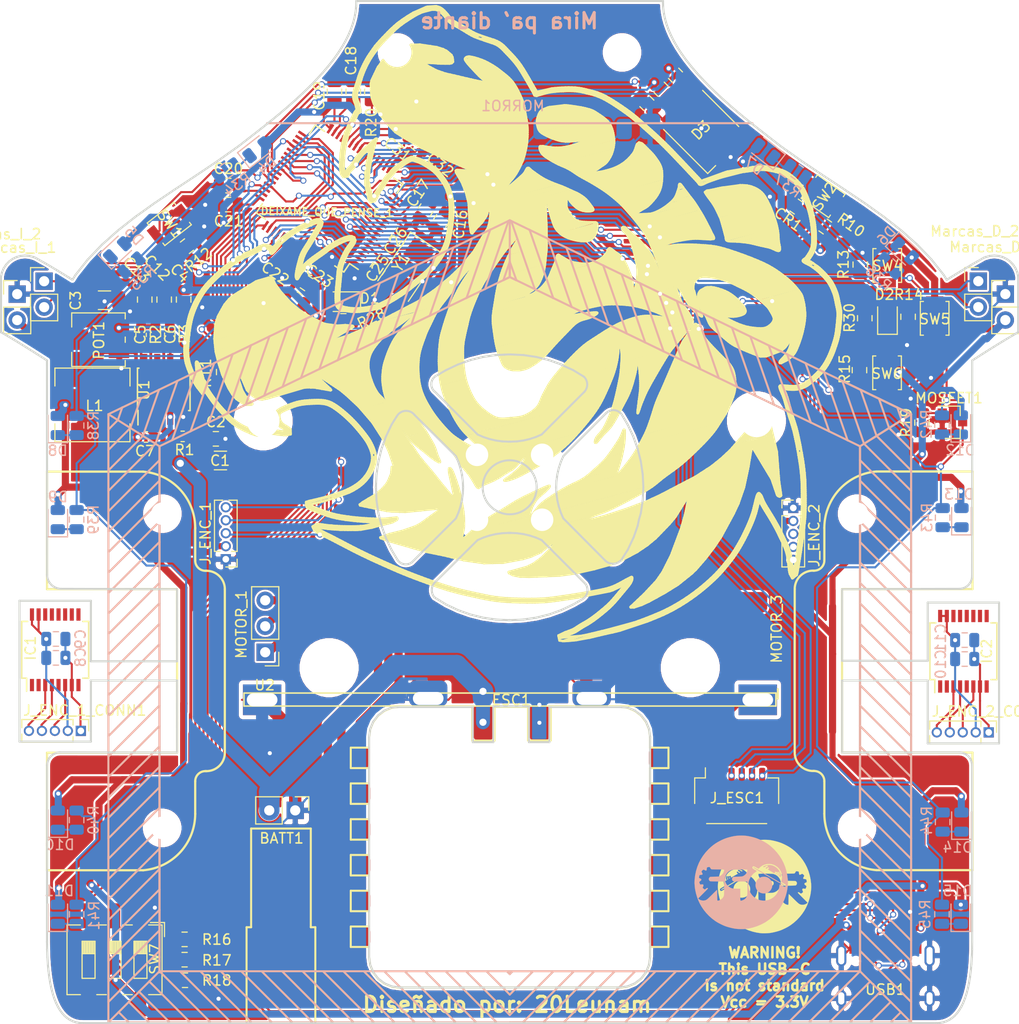
<source format=kicad_pcb>
(kicad_pcb (version 20171130) (host pcbnew "(5.0.1)-4")
  (layers (0 F.Cu jumper hide) (31 B.Cu signal hide) (34 B.Paste user) (35 F.Paste user) (36 B.SilkS user) (37 F.SilkS user hide) (38 B.Mask user) (39 F.Mask user) (44 Edge.Cuts user))
  (net 0 "")
  (net 1 +3V3)
  (net 2 GND)
  (net 3 /S4)
  (net 4 /S3)
  (net 5 /S2)
  (net 6 /S1)
  (net 7 /S12)
  (net 8 /S11)
  (net 9 "Net-(R1-Pad2)")
  (net 10 "Net-(D2-Pad2)")
  (net 11 "Net-(C25-Pad2)")
  (net 12 "Net-(C26-Pad2)")
  (net 13 "Net-(D4-Pad1)")
  (net 14 "Net-(D5-Pad1)")
  (net 15 /S5)
  (net 16 /POT_ESC)
  (net 17 "Net-(C5-Pad1)")
  (net 18 "Net-(C6-Pad1)")
  (net 19 "Net-(C6-Pad2)")
  (net 20 "Net-(C7-Pad2)")
  (net 21 "Net-(C7-Pad1)")
  (net 22 /ENC_1_3.3)
  (net 23 /ENC_2_3.3)
  (net 24 "Net-(C18-Pad2)")
  (net 25 "Net-(C20-Pad2)")
  (net 26 /RST)
  (net 27 "Net-(D1-Pad2)")
  (net 28 "Net-(D3-Pad4)")
  (net 29 "Net-(D3-Pad5)")
  (net 30 "Net-(D3-Pad6)")
  (net 31 "Net-(D6-Pad1)")
  (net 32 "Net-(D7-Pad1)")
  (net 33 "Net-(D8-Pad1)")
  (net 34 "Net-(D9-Pad1)")
  (net 35 "Net-(D10-Pad1)")
  (net 36 "Net-(D11-Pad1)")
  (net 37 "Net-(D12-Pad1)")
  (net 38 "Net-(D13-Pad1)")
  (net 39 "Net-(D14-Pad1)")
  (net 40 "Net-(D15-Pad1)")
  (net 41 /ESC_M1_R)
  (net 42 /ESC_M1_S)
  (net 43 /ESC_M1_T)
  (net 44 /ESC_M3_R)
  (net 45 /ESC_M3_S)
  (net 46 /ESC_M3_T)
  (net 47 "Net-(IC1-Pad1)")
  (net 48 "Net-(IC1-Pad2)")
  (net 49 /ENC_1_A_CONN)
  (net 50 /ENC_1_B_CONN)
  (net 51 "Net-(IC1-Pad5)")
  (net 52 /ENC_1_I_CONN)
  (net 53 /ENC_1_GND)
  (net 54 "Net-(IC1-Pad8)")
  (net 55 "Net-(IC1-Pad9)")
  (net 56 "Net-(IC1-Pad10)")
  (net 57 "Net-(IC1-Pad11)")
  (net 58 "Net-(IC1-Pad12)")
  (net 59 "Net-(IC1-Pad13)")
  (net 60 "Net-(IC1-Pad14)")
  (net 61 "Net-(IC2-Pad14)")
  (net 62 "Net-(IC2-Pad13)")
  (net 63 "Net-(IC2-Pad12)")
  (net 64 "Net-(IC2-Pad11)")
  (net 65 "Net-(IC2-Pad10)")
  (net 66 "Net-(IC2-Pad9)")
  (net 67 "Net-(IC2-Pad8)")
  (net 68 /ENC_2_GND)
  (net 69 /ENC_2_I_CONN)
  (net 70 "Net-(IC2-Pad5)")
  (net 71 /ENC_2_B_CONN)
  (net 72 /ENC_2_A_CONN)
  (net 73 "Net-(IC2-Pad2)")
  (net 74 "Net-(IC2-Pad1)")
  (net 75 /ENC_1_I)
  (net 76 /ENC_1_B)
  (net 77 /ENC_1_A)
  (net 78 /ENC_2_A)
  (net 79 /ENC_2_B)
  (net 80 /ENC_2_I)
  (net 81 /MotorS2)
  (net 82 /MotorS1)
  (net 83 /MotorI)
  (net 84 /MotorD)
  (net 85 /SWCLK)
  (net 86 /SWDIO)
  (net 87 /SM1)
  (net 88 /SM2)
  (net 89 /SM3)
  (net 90 /SM4)
  (net 91 /S6)
  (net 92 /S7)
  (net 93 /S8)
  (net 94 /S9)
  (net 95 /S10)
  (net 96 /LED_NEON)
  (net 97 "Net-(MOSFET1-Pad3)")
  (net 98 "Net-(POT1-Pad1)")
  (net 99 /BOOT)
  (net 100 /BTN_START)
  (net 101 /CONFIG_MODO)
  (net 102 /CONFIG_UP)
  (net 103 /CONFIG_DOWN)
  (net 104 /SW_1)
  (net 105 /SW_2)
  (net 106 /SW_3)
  (net 107 "Net-(DEIXAME_QUE_PENSE_1-Pad28)")
  (net 108 /LED_AUX)
  (net 109 /RGB_B)
  (net 110 /RGB_G)
  (net 111 /RGB_R)
  (net 112 /RX)
  (net 113 /TX)
  (net 114 "Net-(DEIXAME_QUE_PENSE_1-Pad2)")
  (net 115 "Net-(DEIXAME_QUE_PENSE_1-Pad3)")
  (net 116 "Net-(DEIXAME_QUE_PENSE_1-Pad4)")
  (net 117 "Net-(DEIXAME_QUE_PENSE_1-Pad53)")
  (net 118 "Net-(DEIXAME_QUE_PENSE_1-Pad61)")
  (net 119 "Net-(DEIXAME_QUE_PENSE_1-Pad62)")
  (net 120 "Net-(ESC1-Pad12)")
  (net 121 "Net-(ESC1-Pad11)")
  (net 122 "Net-(ESC1-Pad10)")
  (net 123 "Net-(ESC1-Pad6)")
  (net 124 "Net-(ESC1-Pad5)")
  (net 125 "Net-(ESC1-Pad4)")
  (net 126 "Net-(J_ESC1-Pad2)")
  (module "Barra Anti-Flex:Barra_Anti-Flex" (layer F.Cu) (at 121.20052 102.5563)
    (fp_text reference U2 (at 0 0.5) (layer F.SilkS))
    (fp_text value Barra_anti-Flex)
    (pad 1 thru_hole custom (at -0.254 1.9304) (size 3.75 3) (drill oval 3 1.27) (layers *.Cu *.Mask) (net 2 GND) (options (clearance outline) (anchor rect)) (primitives))
    (pad 2 thru_hole roundrect (at 16.002 1.8) (size 3.75 2.5) (drill oval 3 1.27 (offset 0 -0.5)) (layers *.Cu *.Mask) (net 2 GND))
    (pad 3 thru_hole roundrect (at 32.004 1.8) (size 3.75 2.5) (drill oval 3 1.27 (offset 0 -0.5)) (layers *.Cu *.Mask) (net 2 GND))
    (pad 4 thru_hole custom (at 48.26 1.9304) (size 3.75 3) (drill oval 3 1.27) (layers *.Cu *.Mask) (net 2 GND) (options (clearance outline) (anchor rect)) (primitives))
  )
  (module MountingHole:MountingHole_2.2mm_M2_ISO7380 (layer F.Cu) (at 179.1811 86.27744)
    (fp_text reference "" (at 0 -2.75) (layer F.SilkS))
    (fp_text value MountingHole_2.2mm_M2_ISO7380)
    (pad 1 np_thru_hole circle (at 0 0) (size 2.2 2.2) (drill 2.2) (layers *.Cu *.Mask))
  )
  (module Connector_PinHeader_1.27mm:PinHeader_1x05_P1.27mm_Vertical (layer F.Cu) (at 117.39052 90.7326 180)
    (fp_text reference J_ENC_1 (at 1.99 2.53 270) (layer F.SilkS))
    (fp_text value Conn_01x05_Female)
    (pad 5 thru_hole oval (at 0 5.08 180) (size 1 1) (drill 0.65) (layers *.Cu *.Mask) (net 77 /ENC_1_A))
    (pad 4 thru_hole oval (at 0 3.81 180) (size 1 1) (drill 0.65) (layers *.Cu *.Mask) (net 76 /ENC_1_B))
    (pad 3 thru_hole oval (at 0 2.54 180) (size 1 1) (drill 0.65) (layers *.Cu *.Mask) (net 75 /ENC_1_I))
    (pad 2 thru_hole oval (at 0 1.27 180) (size 1 1) (drill 0.65) (layers *.Cu *.Mask) (net 1 +3V3))
    (pad 1 thru_hole rect (at 0 0 180) (size 1 1) (drill 0.65) (layers *.Cu *.Mask) (net 2 GND))
  )
  (module "Conectores SMD:ESC_x4_15A" (layer F.Cu) (at 128.12202 107.9792)
    (fp_text reference ESC1 (at 17.21358 -3.46964) (layer F.SilkS))
    (fp_text value ESC_x4_15A)
    (pad 12 smd roundrect (at 31.6865 19.6723) (size 2 2) (layers F.Cu F.Paste F.Mask) (net 120 "Net-(ESC1-Pad12)"))
    (pad 11 smd roundrect (at 31.6865 16.1798) (size 2 2) (layers F.Cu F.Paste F.Mask) (net 121 "Net-(ESC1-Pad11)"))
    (pad 10 smd roundrect (at 31.6865 12.7) (size 2 2) (layers F.Cu F.Paste F.Mask) (net 122 "Net-(ESC1-Pad10)"))
    (pad 9 smd roundrect (at 31.6992 9.1948) (size 2 2) (layers F.Cu F.Paste F.Mask) (net 46 /ESC_M3_T))
    (pad 8 smd roundrect (at 31.6865 5.6896) (size 2 2) (layers F.Cu F.Paste F.Mask) (net 45 /ESC_M3_S))
    (pad 7 smd roundrect (at 31.6865 2.1971) (size 2 2) (layers F.Cu F.Paste F.Mask) (net 44 /ESC_M3_R))
    (pad 6 smd roundrect (at 2.413 19.6977) (size 2 2) (layers F.Cu F.Paste F.Mask) (net 123 "Net-(ESC1-Pad6)"))
    (pad 5 smd roundrect (at 2.413 16.1798) (size 2 2) (layers F.Cu F.Paste F.Mask) (net 124 "Net-(ESC1-Pad5)"))
    (pad 4 smd roundrect (at 2.413 12.6873) (size 2 2) (layers F.Cu F.Paste F.Mask) (net 125 "Net-(ESC1-Pad4)"))
    (pad 3 smd roundrect (at 2.413 9.1948) (size 2 2) (layers F.Cu F.Paste F.Mask) (net 43 /ESC_M1_T))
    (pad 2 smd roundrect (at 2.413 5.6769) (size 2 2) (layers F.Cu F.Paste F.Mask) (net 42 /ESC_M1_S))
    (pad 20 smd roundrect (at 14.478 -1.2573) (size 2 3.5) (layers F.Cu F.Paste F.Mask) (net 16 /POT_ESC))
    (pad 19 smd roundrect (at 19.9644 -1.2446) (size 2 3.5) (layers F.Cu F.Paste F.Mask) (net 2 GND))
    (pad 1 smd roundrect (at 2.3749 2.1844) (size 2 2) (layers F.Cu F.Paste F.Mask) (net 41 /ESC_M1_R))
  )
  (module Connector_PinHeader_2.54mm:PinHeader_1x02_P2.54mm_Vertical (layer F.Cu) (at 124.18502 115.3071 270)
    (fp_text reference BATT1 (at 2.7305 1.3335) (layer F.SilkS))
    (fp_text value Conn_01x02)
    (pad 1 thru_hole rect (at 0 0 270) (size 1.7 1.7) (drill 1) (layers *.Cu *.Mask) (net 2 GND))
    (pad 2 thru_hole oval (at 0 2.54 270) (size 1.7 1.7) (drill 1) (layers *.Cu *.Mask) (net 16 /POT_ESC))
  )
  (module Capacitor_SMD:C_1206_3216Metric (layer F.Cu) (at 116.86652 81.0756)
    (fp_text reference C1 (at -0.04 0.01) (layer F.SilkS))
    (fp_text value 10uF)
    (pad 1 smd roundrect (at -1.4 0) (size 1.25 1.75) (layers F.Cu F.Paste F.Mask) (roundrect_rratio 0.2) (net 16 /POT_ESC))
    (pad 2 smd roundrect (at 1.4 0) (size 1.25 1.75) (layers F.Cu F.Paste F.Mask) (roundrect_rratio 0.2) (net 2 GND))
  )
  (module Capacitor_SMD:C_0805_2012Metric (layer F.Cu) (at 116.41652 78.9556)
    (fp_text reference C2 (at 0 -1.65) (layer F.SilkS))
    (fp_text value 10uF)
    (pad 1 smd roundrect (at -0.9375 0) (size 0.975 1.4) (layers F.Cu F.Paste F.Mask) (net 16 /POT_ESC))
    (pad 2 smd roundrect (at 0.9375 0) (size 0.975 1.4) (layers F.Cu F.Paste F.Mask) (net 2 GND))
  )
  (module Capacitor_SMD:C_1206_3216Metric (layer F.Cu) (at 105.51602 65.3961)
    (fp_text reference C3 (at -2.82702 0.0381 90) (layer F.SilkS))
    (fp_text value 22uF)
    (pad 2 smd roundrect (at 1.4 0) (size 1.25 1.75) (layers F.Cu F.Paste F.Mask) (roundrect_rratio 0.2) (net 2 GND))
    (pad 1 smd roundrect (at -1.4 0) (size 1.25 1.75) (layers F.Cu F.Paste F.Mask) (roundrect_rratio 0.2) (net 1 +3V3))
  )
  (module Capacitor_SMD:C_0805_2012Metric (layer F.Cu) (at 113.26302 65.3326 270)
    (fp_text reference C4 (at -2.6035 0.381 135) (layer F.SilkS))
    (fp_text value 22uF)
    (pad 1 smd roundrect (at -0.9375 0 270) (size 0.975 1.4) (layers F.Cu F.Paste F.Mask) (net 1 +3V3))
    (pad 2 smd roundrect (at 0.9375 0 270) (size 0.975 1.4) (layers F.Cu F.Paste F.Mask) (net 2 GND))
  )
  (module Capacitor_SMD:C_0805_2012Metric (layer B.Cu) (at 100.75352 100.3846)
    (fp_text reference C8 (at 2.413 -0.0635 90) (layer B.SilkS) (effects (justify mirror)))
    (fp_text value 1uF)
    (pad 1 smd roundrect (at -0.9375 0) (size 0.975 1.4) (layers B.Cu B.Paste B.Mask) (net 22 /ENC_1_3.3))
    (pad 2 smd roundrect (at 0.9375 0) (size 0.975 1.4) (layers B.Cu B.Paste B.Mask) (net 53 /ENC_1_GND))
  )
  (module Capacitor_SMD:C_0805_2012Metric (layer B.Cu) (at 100.75352 98.537024)
    (fp_text reference C9 (at 2.413 0.006076 90) (layer B.SilkS) (effects (justify mirror)))
    (fp_text value 0.1uF)
    (pad 2 smd roundrect (at 0.9375 0) (size 0.975 1.4) (layers B.Cu B.Paste B.Mask) (net 53 /ENC_1_GND))
    (pad 1 smd roundrect (at -0.9375 0) (size 0.975 1.4) (layers B.Cu B.Paste B.Mask) (net 22 /ENC_1_3.3))
  )
  (module Capacitor_SMD:C_0805_2012Metric (layer B.Cu) (at 189.71702 100.4989)
    (fp_text reference C10 (at -2.3495 0.508 90) (layer B.SilkS) (effects (justify mirror)))
    (fp_text value 1uF)
    (pad 1 smd roundrect (at -0.9375 0) (size 0.975 1.4) (layers B.Cu B.Paste B.Mask) (net 23 /ENC_2_3.3))
    (pad 2 smd roundrect (at 0.9375 0) (size 0.975 1.4) (layers B.Cu B.Paste B.Mask) (net 68 /ENC_2_GND))
  )
  (module Capacitor_SMD:C_0805_2012Metric (layer B.Cu) (at 189.71702 98.6489)
    (fp_text reference C11 (at -2.3495 -0.182 90) (layer B.SilkS) (effects (justify mirror)))
    (fp_text value 0.1uF)
    (pad 2 smd roundrect (at 0.9375 0) (size 0.975 1.4) (layers B.Cu B.Paste B.Mask) (net 68 /ENC_2_GND))
    (pad 1 smd roundrect (at -0.9375 0) (size 0.975 1.4) (layers B.Cu B.Paste B.Mask) (net 23 /ENC_2_3.3))
  )
  (module Capacitor_SMD:C_0805_2012Metric (layer F.Cu) (at 138.47252 57.6364 56)
    (fp_text reference C16 (at 0.777311 1.742905 81) (layer F.SilkS))
    (fp_text value 0.1uF)
    (pad 1 smd roundrect (at -0.937501 0 56) (size 0.975 1.4) (layers F.Cu F.Paste F.Mask) (net 2 GND))
    (pad 2 smd roundrect (at 0.937501 0 56) (size 0.975 1.4) (layers F.Cu F.Paste F.Mask) (net 1 +3V3))
  )
  (module Capacitor_SMD:C_0805_2012Metric (layer F.Cu) (at 136.93652 56.5756 56)
    (fp_text reference C17 (at 0.972934 -1.493512 56) (layer F.SilkS))
    (fp_text value 1uF)
    (pad 2 smd roundrect (at 0.937501 0 56) (size 0.975 1.4) (layers F.Cu F.Paste F.Mask) (net 1 +3V3))
    (pad 1 smd roundrect (at -0.937501 0 56) (size 0.975 1.4) (layers F.Cu F.Paste F.Mask) (net 2 GND))
  )
  (module Capacitor_SMD:C_0805_2012Metric (layer F.Cu) (at 129.86652 44.9956 270)
    (fp_text reference C18 (at -3.031 0.2205 270) (layer F.SilkS))
    (fp_text value 2.2uF)
    (pad 1 smd roundrect (at -0.9375 0 270) (size 0.975 1.4) (layers F.Cu F.Paste F.Mask) (net 2 GND))
    (pad 2 smd roundrect (at 0.9375 0 270) (size 0.975 1.4) (layers F.Cu F.Paste F.Mask) (net 24 "Net-(C18-Pad2)"))
  )
  (module Capacitor_SMD:C_0805_2012Metric (layer F.Cu) (at 128.02652 44.9956 270)
    (fp_text reference C19 (at 0.398 1.492 270) (layer F.SilkS))
    (fp_text value 0.1uF)
    (pad 2 smd roundrect (at 0.9375 0 270) (size 0.975 1.4) (layers F.Cu F.Paste F.Mask) (net 1 +3V3))
    (pad 1 smd roundrect (at -0.9375 0 270) (size 0.975 1.4) (layers F.Cu F.Paste F.Mask) (net 2 GND))
  )
  (module Capacitor_SMD:C_0805_2012Metric (layer F.Cu) (at 117.64452 54.182)
    (fp_text reference C20 (at 0 -1.65) (layer F.SilkS))
    (fp_text value 2.2uF)
    (pad 2 smd roundrect (at 0.9375 0) (size 0.975 1.4) (layers F.Cu F.Paste F.Mask) (net 25 "Net-(C20-Pad2)"))
    (pad 1 smd roundrect (at -0.9375 0) (size 0.975 1.4) (layers F.Cu F.Paste F.Mask) (net 2 GND))
  )
  (module Capacitor_SMD:C_0805_2012Metric (layer F.Cu) (at 117.61912 56.0362)
    (fp_text reference C21 (at 0.046 1.626) (layer F.SilkS))
    (fp_text value 0.1uF)
    (pad 2 smd roundrect (at 0.9375 0) (size 0.975 1.4) (layers F.Cu F.Paste F.Mask) (net 1 +3V3))
    (pad 1 smd roundrect (at -0.9375 0) (size 0.975 1.4) (layers F.Cu F.Paste F.Mask) (net 2 GND))
  )
  (module Capacitor_SMD:C_0805_2012Metric (layer F.Cu) (at 124.19772 65.3072 326)
    (fp_text reference C22 (at -3.055787 -0.996512 326) (layer F.SilkS))
    (fp_text value 4.7uF)
    (pad 2 smd roundrect (at 0.9375 0 326) (size 0.975 1.4) (layers F.Cu F.Paste F.Mask) (net 1 +3V3))
    (pad 1 smd roundrect (at -0.9375 0 326) (size 0.975 1.4) (layers F.Cu F.Paste F.Mask) (net 2 GND))
  )
  (module Capacitor_SMD:C_0805_2012Metric (layer F.Cu) (at 125.28992 63.7324 326)
    (fp_text reference C23 (at 0.636963 -1.281371 326) (layer F.SilkS))
    (fp_text value 0.1uF)
    (pad 1 smd roundrect (at -0.9375 0 326) (size 0.975 1.4) (layers F.Cu F.Paste F.Mask) (net 2 GND))
    (pad 2 smd roundrect (at 0.9375 0 326) (size 0.975 1.4) (layers F.Cu F.Paste F.Mask) (net 1 +3V3))
  )
  (module Capacitor_SMD:C_0805_2012Metric (layer F.Cu) (at 132.24952 62.31 56)
    (fp_text reference C25 (at 0.019588 -0.025467 56) (layer F.SilkS))
    (fp_text value 20uF)
    (pad 1 smd roundrect (at -0.937501 0 56) (size 0.975 1.4) (layers F.Cu F.Paste F.Mask) (net 2 GND))
    (pad 2 smd roundrect (at 0.937501 0 56) (size 0.975 1.4) (layers F.Cu F.Paste F.Mask) (net 11 "Net-(C25-Pad2)"))
  )
  (module Capacitor_SMD:C_0805_2012Metric (layer F.Cu) (at 134.09652 59.5856 236)
    (fp_text reference C26 (at 0.048367 0.068988 236) (layer F.SilkS))
    (fp_text value 20pF)
    (pad 2 smd roundrect (at 0.937501 0 236) (size 0.975 1.4) (layers F.Cu F.Paste F.Mask) (net 12 "Net-(C26-Pad2)"))
    (pad 1 smd roundrect (at -0.937501 0 236) (size 0.975 1.4) (layers F.Cu F.Paste F.Mask) (net 2 GND))
  )
  (module Capacitor_SMD:C_0805_2012Metric (layer F.Cu) (at 136.14652 50.0456 142)
    (fp_text reference C31 (at 1.170105 -1.663617 142) (layer F.SilkS))
    (fp_text value 0.1uF)
    (pad 1 smd roundrect (at -0.9375 0 142) (size 0.975 1.4) (layers F.Cu F.Paste F.Mask) (net 2 GND))
    (pad 2 smd roundrect (at 0.9375 0 142) (size 0.975 1.4) (layers F.Cu F.Paste F.Mask) (net 1 +3V3))
  )
  (module Capacitor_SMD:C_0805_2012Metric (layer F.Cu) (at 137.33652 48.5756 142)
    (fp_text reference C32 (at -3.01086 -2.190084 142) (layer F.SilkS))
    (fp_text value 1uF)
    (pad 2 smd roundrect (at 0.9375 0 142) (size 0.975 1.4) (layers F.Cu F.Paste F.Mask) (net 1 +3V3))
    (pad 1 smd roundrect (at -0.9375 0 142) (size 0.975 1.4) (layers F.Cu F.Paste F.Mask) (net 2 GND))
  )
  (module Capacitor_SMD:C_0805_2012Metric (layer F.Cu) (at 173.23496 56.23178 145)
    (fp_text reference CR1 (at -0.064921 -1.48322 145) (layer F.SilkS))
    (fp_text value 0.1uF)
    (pad 1 smd roundrect (at -0.9375 0 145) (size 0.975 1.4) (layers F.Cu F.Paste F.Mask) (net 26 /RST))
    (pad 2 smd roundrect (at 0.9375 0 145) (size 0.975 1.4) (layers F.Cu F.Paste F.Mask) (net 2 GND))
  )
  (module LED_SMD:LED_0805_2012Metric (layer F.Cu) (at 128.89672 65.5358 180)
    (fp_text reference D1 (at -2.57556 0.32512 180) (layer F.SilkS))
    (fp_text value LED)
    (pad 1 smd roundrect (at -0.9375 0 180) (size 0.975 1.4) (layers F.Cu F.Paste F.Mask) (net 2 GND))
    (pad 2 smd roundrect (at 0.9375 0 180) (size 0.975 1.4) (layers F.Cu F.Paste F.Mask) (net 27 "Net-(D1-Pad2)"))
  )
  (module LED_SMD:LED_0805_2012Metric (layer F.Cu) (at 182.15652 67.0456 90)
    (fp_text reference D2 (at 2.20068 -0.29572 180) (layer F.SilkS))
    (fp_text value LED)
    (pad 1 smd roundrect (at -0.9375 0 90) (size 0.975 1.4) (layers F.Cu F.Paste F.Mask) (net 2 GND))
    (pad 2 smd roundrect (at 0.9375 0 90) (size 0.975 1.4) (layers F.Cu F.Paste F.Mask) (net 10 "Net-(D2-Pad2)"))
  )
  (module LED_SMD:LED_RGB_5050-6 (layer F.Cu) (at 163.92332 48.5432 135)
    (fp_text reference D3 (at -0.153442 -0.163342 45) (layer F.SilkS))
    (fp_text value LED_RGB)
    (pad 1 smd rect (at -2.4 -1.7 225) (size 1.1 2) (layers F.Cu F.Paste F.Mask) (net 2 GND))
    (pad 2 smd rect (at -2.4 0 225) (size 1.1 2) (layers F.Cu F.Paste F.Mask) (net 2 GND))
    (pad 3 smd rect (at -2.4 1.7 225) (size 1.1 2) (layers F.Cu F.Paste F.Mask) (net 2 GND))
    (pad 4 smd rect (at 2.4 1.7 225) (size 1.1 2) (layers F.Cu F.Paste F.Mask) (net 28 "Net-(D3-Pad4)"))
    (pad 5 smd rect (at 2.4 0 225) (size 1.1 2) (layers F.Cu F.Paste F.Mask) (net 29 "Net-(D3-Pad5)"))
    (pad 6 smd rect (at 2.4 -1.7 225) (size 1.1 2) (layers F.Cu F.Paste F.Mask) (net 30 "Net-(D3-Pad6)"))
  )
  (module LED_SMD:LED_0805_2012Metric (layer B.Cu) (at 120.45652 50.6756 38)
    (fp_text reference D4 (at -0.194792 1.767202 38) (layer B.SilkS) (effects (justify mirror)))
    (fp_text value LED)
    (pad 2 smd roundrect (at 0.9375 0 38) (size 0.975 1.4) (layers B.Cu B.Paste B.Mask) (net 1 +3V3))
    (pad 1 smd roundrect (at -0.9375 0 38) (size 0.975 1.4) (layers B.Cu B.Paste B.Mask) (net 13 "Net-(D4-Pad1)"))
  )
  (module LED_SMD:LED_0805_2012Metric (layer B.Cu) (at 106.77652 60.5056 43)
    (fp_text reference D5 (at 2.156191 0.074108 133) (layer B.SilkS) (effects (justify mirror)))
    (fp_text value LED)
    (pad 1 smd roundrect (at -0.9375 0 43) (size 0.975 1.4) (layers B.Cu B.Paste B.Mask) (net 14 "Net-(D5-Pad1)"))
    (pad 2 smd roundrect (at 0.9375 0 43) (size 0.975 1.4) (layers B.Cu B.Paste B.Mask) (net 1 +3V3))
  )
  (module LED_SMD:LED_0805_2012Metric (layer B.Cu) (at 183.84652 60.5756 317)
    (fp_text reference D6 (at -2.31732 0.12865 47) (layer B.SilkS) (effects (justify mirror)))
    (fp_text value LED)
    (pad 2 smd roundrect (at 0.9375 0 317) (size 0.975 1.4) (layers B.Cu B.Paste B.Mask) (net 1 +3V3))
    (pad 1 smd roundrect (at -0.9375 0 317) (size 0.975 1.4) (layers B.Cu B.Paste B.Mask) (net 31 "Net-(D6-Pad1)"))
  )
  (module LED_SMD:LED_0805_2012Metric (layer B.Cu) (at 170.23652 50.8356 142)
    (fp_text reference D7 (at 0.039952 -1.828144 142) (layer B.SilkS) (effects (justify mirror)))
    (fp_text value LED)
    (pad 2 smd roundrect (at 0.9375 0 142) (size 0.975 1.4) (layers B.Cu B.Paste B.Mask) (net 1 +3V3))
    (pad 1 smd roundrect (at -0.9375 0 142) (size 0.975 1.4) (layers B.Cu B.Paste B.Mask) (net 32 "Net-(D7-Pad1)"))
  )
  (module LED_SMD:LED_0805_2012Metric (layer B.Cu) (at 100.94402 77.6516 90)
    (fp_text reference D8 (at -2.456 -0.0085 180) (layer B.SilkS) (effects (justify mirror)))
    (fp_text value LED)
    (pad 1 smd roundrect (at -0.9375 0 90) (size 0.975 1.4) (layers B.Cu B.Paste B.Mask) (net 33 "Net-(D8-Pad1)"))
    (pad 2 smd roundrect (at 0.9375 0 90) (size 0.975 1.4) (layers B.Cu B.Paste B.Mask) (net 1 +3V3))
  )
  (module LED_SMD:LED_0805_2012Metric (layer B.Cu) (at 100.94402 86.8591 90)
    (fp_text reference D9 (at 2.2225 0.005) (layer B.SilkS) (effects (justify mirror)))
    (fp_text value LED)
    (pad 2 smd roundrect (at 0.9375 0 90) (size 0.975 1.4) (layers B.Cu B.Paste B.Mask) (net 1 +3V3))
    (pad 1 smd roundrect (at -0.9375 0 90) (size 0.975 1.4) (layers B.Cu B.Paste B.Mask) (net 34 "Net-(D9-Pad1)"))
  )
  (module LED_SMD:LED_0805_2012Metric (layer B.Cu) (at 100.94402 116.2596 90)
    (fp_text reference D10 (at -2.413 0.1905 180) (layer B.SilkS) (effects (justify mirror)))
    (fp_text value LED)
    (pad 2 smd roundrect (at 0.9375 0 90) (size 0.975 1.4) (layers B.Cu B.Paste B.Mask) (net 1 +3V3))
    (pad 1 smd roundrect (at -0.9375 0 90) (size 0.975 1.4) (layers B.Cu B.Paste B.Mask) (net 35 "Net-(D10-Pad1)"))
  )
  (module LED_SMD:LED_0805_2012Metric (layer B.Cu) (at 100.94402 125.4671 90)
    (fp_text reference D11 (at 2.286 0.1385 180) (layer B.SilkS) (effects (justify mirror)))
    (fp_text value LED)
    (pad 1 smd roundrect (at -0.9375 0 90) (size 0.975 1.4) (layers B.Cu B.Paste B.Mask) (net 36 "Net-(D11-Pad1)"))
    (pad 2 smd roundrect (at 0.9375 0 90) (size 0.975 1.4) (layers B.Cu B.Paste B.Mask) (net 1 +3V3))
  )
  (module LED_SMD:LED_0805_2012Metric (layer B.Cu) (at 189.33602 77.5881 90)
    (fp_text reference D12 (at -2.4765 -0.0635 180) (layer B.SilkS) (effects (justify mirror)))
    (fp_text value LED)
    (pad 1 smd roundrect (at -0.9375 0 90) (size 0.975 1.4) (layers B.Cu B.Paste B.Mask) (net 37 "Net-(D12-Pad1)"))
    (pad 2 smd roundrect (at 0.9375 0 90) (size 0.975 1.4) (layers B.Cu B.Paste B.Mask) (net 1 +3V3))
  )
  (module LED_SMD:LED_0805_2012Metric (layer B.Cu) (at 189.39952 86.6686 90)
    (fp_text reference D13 (at 2.286 -0.254 180) (layer B.SilkS) (effects (justify mirror)))
    (fp_text value LED)
    (pad 2 smd roundrect (at 0.9375 0 90) (size 0.975 1.4) (layers B.Cu B.Paste B.Mask) (net 1 +3V3))
    (pad 1 smd roundrect (at -0.9375 0 90) (size 0.975 1.4) (layers B.Cu B.Paste B.Mask) (net 38 "Net-(D13-Pad1)"))
  )
  (module LED_SMD:LED_0805_2012Metric (layer B.Cu) (at 189.39952 116.4501 90)
    (fp_text reference D14 (at -2.4825 -0.3815 180) (layer B.SilkS) (effects (justify mirror)))
    (fp_text value LED)
    (pad 1 smd roundrect (at -0.9375 0 90) (size 0.975 1.4) (layers B.Cu B.Paste B.Mask) (net 39 "Net-(D14-Pad1)"))
    (pad 2 smd roundrect (at 0.9375 0 90) (size 0.975 1.4) (layers B.Cu B.Paste B.Mask) (net 1 +3V3))
  )
  (module LED_SMD:LED_0805_2012Metric (layer B.Cu) (at 189.33602 125.4671 90)
    (fp_text reference D15 (at 2.286 -0.3175 180) (layer B.SilkS) (effects (justify mirror)))
    (fp_text value LED)
    (pad 2 smd roundrect (at 0.9375 0 90) (size 0.975 1.4) (layers B.Cu B.Paste B.Mask) (net 1 +3V3))
    (pad 1 smd roundrect (at -0.9375 0 90) (size 0.975 1.4) (layers B.Cu B.Paste B.Mask) (net 40 "Net-(D15-Pad1)"))
  )
  (module Package_QFP:LQFP-64_10x10mm_P0.5mm (layer F.Cu) (at 127.55052 55.452 146)
    (fp_text reference DEIXAME_QUE_PENSE_1 (at -0.528006 -1.237028 179) (layer F.SilkS) (effects (font (size 0.75 0.75))))
    (fp_text value STM32F405RGT6)
    (pad 1 smd rect (at -5.7 -3.75 146) (size 1 0.25) (layers F.Cu F.Paste F.Mask) (net 1 +3V3))
    (pad 2 smd rect (at -5.7 -3.249999 146) (size 1 0.25) (layers F.Cu F.Paste F.Mask) (net 114 "Net-(DEIXAME_QUE_PENSE_1-Pad2)"))
    (pad 3 smd rect (at -5.7 -2.75 146) (size 1 0.25) (layers F.Cu F.Paste F.Mask) (net 115 "Net-(DEIXAME_QUE_PENSE_1-Pad3)"))
    (pad 4 smd rect (at -5.7 -2.25 146) (size 1 0.25) (layers F.Cu F.Paste F.Mask) (net 116 "Net-(DEIXAME_QUE_PENSE_1-Pad4)"))
    (pad 5 smd rect (at -5.7 -1.75 146) (size 1 0.25) (layers F.Cu F.Paste F.Mask) (net 11 "Net-(C25-Pad2)"))
    (pad 6 smd rect (at -5.7 -1.25 146) (size 1 0.25) (layers F.Cu F.Paste F.Mask) (net 12 "Net-(C26-Pad2)"))
    (pad 7 smd rect (at -5.7 -0.75 146) (size 1 0.25) (layers F.Cu F.Paste F.Mask) (net 26 /RST))
    (pad 8 smd rect (at -5.7 -0.25 146) (size 1 0.25) (layers F.Cu F.Paste F.Mask) (net 87 /SM1))
    (pad 9 smd rect (at -5.7 0.25 146) (size 1 0.25) (layers F.Cu F.Paste F.Mask) (net 88 /SM2))
    (pad 10 smd rect (at -5.699999 0.75 146) (size 1 0.25) (layers F.Cu F.Paste F.Mask) (net 89 /SM3))
    (pad 11 smd rect (at -5.7 1.249999 146) (size 1 0.25) (layers F.Cu F.Paste F.Mask) (net 90 /SM4))
    (pad 12 smd rect (at -5.7 1.75 146) (size 1 0.25) (layers F.Cu F.Paste F.Mask) (net 2 GND))
    (pad 13 smd rect (at -5.7 2.25 146) (size 1 0.25) (layers F.Cu F.Paste F.Mask) (net 1 +3V3))
    (pad 14 smd rect (at -5.7 2.75 146) (size 1 0.25) (layers F.Cu F.Paste F.Mask) (net 7 /S12))
    (pad 15 smd rect (at -5.7 3.25 146) (size 1 0.25) (layers F.Cu F.Paste F.Mask) (net 8 /S11))
    (pad 16 smd rect (at -5.700001 3.75 146) (size 1 0.25) (layers F.Cu F.Paste F.Mask) (net 95 /S10))
    (pad 17 smd rect (at -3.75 5.7 236) (size 1 0.25) (layers F.Cu F.Paste F.Mask) (net 94 /S9))
    (pad 18 smd rect (at -3.249999 5.7 236) (size 1 0.25) (layers F.Cu F.Paste F.Mask) (net 2 GND))
    (pad 19 smd rect (at -2.75 5.7 236) (size 1 0.25) (layers F.Cu F.Paste F.Mask) (net 1 +3V3))
    (pad 20 smd rect (at -2.25 5.7 236) (size 1 0.25) (layers F.Cu F.Paste F.Mask) (net 93 /S8))
    (pad 21 smd rect (at -1.75 5.7 236) (size 1 0.25) (layers F.Cu F.Paste F.Mask) (net 92 /S7))
    (pad 22 smd rect (at -1.25 5.7 236) (size 1 0.25) (layers F.Cu F.Paste F.Mask) (net 91 /S6))
    (pad 23 smd rect (at -0.75 5.7 236) (size 1 0.25) (layers F.Cu F.Paste F.Mask) (net 15 /S5))
    (pad 24 smd rect (at -0.25 5.7 236) (size 1 0.25) (layers F.Cu F.Paste F.Mask) (net 3 /S4))
    (pad 25 smd rect (at 0.25 5.7 236) (size 1 0.25) (layers F.Cu F.Paste F.Mask) (net 4 /S3))
    (pad 26 smd rect (at 0.75 5.699999 236) (size 1 0.25) (layers F.Cu F.Paste F.Mask) (net 5 /S2))
    (pad 27 smd rect (at 1.249999 5.7 236) (size 1 0.25) (layers F.Cu F.Paste F.Mask) (net 6 /S1))
    (pad 28 smd rect (at 1.75 5.7 236) (size 1 0.25) (layers F.Cu F.Paste F.Mask) (net 107 "Net-(DEIXAME_QUE_PENSE_1-Pad28)"))
    (pad 29 smd rect (at 2.25 5.7 236) (size 1 0.25) (layers F.Cu F.Paste F.Mask) (net 113 /TX))
    (pad 30 smd rect (at 2.75 5.7 236) (size 1 0.25) (layers F.Cu F.Paste F.Mask) (net 112 /RX))
    (pad 31 smd rect (at 3.25 5.7 236) (size 1 0.25) (layers F.Cu F.Paste F.Mask) (net 24 "Net-(C18-Pad2)"))
    (pad 32 smd rect (at 3.75 5.700001 236) (size 1 0.25) (layers F.Cu F.Paste F.Mask) (net 1 +3V3))
    (pad 33 smd rect (at 5.7 3.75 146) (size 1 0.25) (layers F.Cu F.Paste F.Mask) (net 104 /SW_1))
    (pad 34 smd rect (at 5.7 3.249999 146) (size 1 0.25) (layers F.Cu F.Paste F.Mask) (net 105 /SW_2))
    (pad 35 smd rect (at 5.7 2.75 146) (size 1 0.25) (layers F.Cu F.Paste F.Mask) (net 106 /SW_3))
    (pad 36 smd rect (at 5.7 2.25 146) (size 1 0.25) (layers F.Cu F.Paste F.Mask) (net 100 /BTN_START))
    (pad 37 smd rect (at 5.7 1.75 146) (size 1 0.25) (layers F.Cu F.Paste F.Mask) (net 81 /MotorS2))
    (pad 38 smd rect (at 5.7 1.25 146) (size 1 0.25) (layers F.Cu F.Paste F.Mask) (net 82 /MotorS1))
    (pad 39 smd rect (at 5.7 0.75 146) (size 1 0.25) (layers F.Cu F.Paste F.Mask) (net 83 /MotorI))
    (pad 40 smd rect (at 5.7 0.25 146) (size 1 0.25) (layers F.Cu F.Paste F.Mask) (net 84 /MotorD))
    (pad 41 smd rect (at 5.7 -0.25 146) (size 1 0.25) (layers F.Cu F.Paste F.Mask) (net 96 /LED_NEON))
    (pad 42 smd rect (at 5.699999 -0.75 146) (size 1 0.25) (layers F.Cu F.Paste F.Mask) (net 111 /RGB_R))
    (pad 43 smd rect (at 5.7 -1.249999 146) (size 1 0.25) (layers F.Cu F.Paste F.Mask) (net 110 /RGB_G))
    (pad 44 smd rect (at 5.7 -1.75 146) (size 1 0.25) (layers F.Cu F.Paste F.Mask) (net 109 /RGB_B))
    (pad 45 smd rect (at 5.7 -2.25 146) (size 1 0.25) (layers F.Cu F.Paste F.Mask) (net 108 /LED_AUX))
    (pad 46 smd rect (at 5.7 -2.75 146) (size 1 0.25) (layers F.Cu F.Paste F.Mask) (net 86 /SWDIO))
    (pad 47 smd rect (at 5.7 -3.25 146) (size 1 0.25) (layers F.Cu F.Paste F.Mask) (net 25 "Net-(C20-Pad2)"))
    (pad 48 smd rect (at 5.700001 -3.75 146) (size 1 0.25) (layers F.Cu F.Paste F.Mask) (net 1 +3V3))
    (pad 49 smd rect (at 3.75 -5.7 236) (size 1 0.25) (layers F.Cu F.Paste F.Mask) (net 85 /SWCLK))
    (pad 50 smd rect (at 3.249999 -5.7 236) (size 1 0.25) (layers F.Cu F.Paste F.Mask) (net 103 /CONFIG_DOWN))
    (pad 51 smd rect (at 2.75 -5.7 236) (size 1 0.25) (layers F.Cu F.Paste F.Mask) (net 102 /CONFIG_UP))
    (pad 52 smd rect (at 2.25 -5.7 236) (size 1 0.25) (layers F.Cu F.Paste F.Mask) (net 101 /CONFIG_MODO))
    (pad 53 smd rect (at 1.75 -5.7 236) (size 1 0.25) (layers F.Cu F.Paste F.Mask) (net 117 "Net-(DEIXAME_QUE_PENSE_1-Pad53)"))
    (pad 54 smd rect (at 1.25 -5.7 236) (size 1 0.25) (layers F.Cu F.Paste F.Mask) (net 80 /ENC_2_I))
    (pad 55 smd rect (at 0.75 -5.7 236) (size 1 0.25) (layers F.Cu F.Paste F.Mask) (net 75 /ENC_1_I))
    (pad 56 smd rect (at 0.25 -5.7 236) (size 1 0.25) (layers F.Cu F.Paste F.Mask) (net 79 /ENC_2_B))
    (pad 57 smd rect (at -0.25 -5.7 236) (size 1 0.25) (layers F.Cu F.Paste F.Mask) (net 78 /ENC_2_A))
    (pad 58 smd rect (at -0.75 -5.699999 236) (size 1 0.25) (layers F.Cu F.Paste F.Mask) (net 76 /ENC_1_B))
    (pad 59 smd rect (at -1.249999 -5.7 236) (size 1 0.25) (layers F.Cu F.Paste F.Mask) (net 77 /ENC_1_A))
    (pad 60 smd rect (at -1.75 -5.7 236) (size 1 0.25) (layers F.Cu F.Paste F.Mask) (net 99 /BOOT))
    (pad 61 smd rect (at -2.25 -5.7 236) (size 1 0.25) (layers F.Cu F.Paste F.Mask) (net 118 "Net-(DEIXAME_QUE_PENSE_1-Pad61)"))
    (pad 62 smd rect (at -2.75 -5.7 236) (size 1 0.25) (layers F.Cu F.Paste F.Mask) (net 119 "Net-(DEIXAME_QUE_PENSE_1-Pad62)"))
    (pad 63 smd rect (at -3.25 -5.7 236) (size 1 0.25) (layers F.Cu F.Paste F.Mask) (net 2 GND))
    (pad 64 smd rect (at -3.75 -5.700001 236) (size 1 0.25) (layers F.Cu F.Paste F.Mask) (net 1 +3V3))
  )
  (module Package_SO:SSOP-16_5.3x6.2mm_P0.65mm (layer F.Cu) (at 100.69002 99.5954 90)
    (fp_text reference IC1 (at 0.1633 -2.413 90) (layer F.SilkS))
    (fp_text value AS5040)
    (pad 1 smd rect (at -3.45 -2.275 90) (size 1.2 0.4) (layers F.Cu F.Paste F.Mask) (net 47 "Net-(IC1-Pad1)"))
    (pad 2 smd rect (at -3.45 -1.625 90) (size 1.2 0.4) (layers F.Cu F.Paste F.Mask) (net 48 "Net-(IC1-Pad2)"))
    (pad 3 smd rect (at -3.45 -0.975 90) (size 1.2 0.4) (layers F.Cu F.Paste F.Mask) (net 49 /ENC_1_A_CONN))
    (pad 4 smd rect (at -3.45 -0.325 90) (size 1.2 0.4) (layers F.Cu F.Paste F.Mask) (net 50 /ENC_1_B_CONN))
    (pad 5 smd rect (at -3.45 0.325 90) (size 1.2 0.4) (layers F.Cu F.Paste F.Mask) (net 51 "Net-(IC1-Pad5)"))
    (pad 6 smd rect (at -3.45 0.975 90) (size 1.2 0.4) (layers F.Cu F.Paste F.Mask) (net 52 /ENC_1_I_CONN))
    (pad 7 smd rect (at -3.45 1.625 90) (size 1.2 0.4) (layers F.Cu F.Paste F.Mask) (net 53 /ENC_1_GND))
    (pad 8 smd rect (at -3.45 2.275 90) (size 1.2 0.4) (layers F.Cu F.Paste F.Mask) (net 54 "Net-(IC1-Pad8)"))
    (pad 9 smd rect (at 3.45 2.275 90) (size 1.2 0.4) (layers F.Cu F.Paste F.Mask) (net 55 "Net-(IC1-Pad9)"))
    (pad 10 smd rect (at 3.45 1.625 90) (size 1.2 0.4) (layers F.Cu F.Paste F.Mask) (net 56 "Net-(IC1-Pad10)"))
    (pad 11 smd rect (at 3.45 0.975 90) (size 1.2 0.4) (layers F.Cu F.Paste F.Mask) (net 57 "Net-(IC1-Pad11)"))
    (pad 12 smd rect (at 3.45 0.325 90) (size 1.2 0.4) (layers F.Cu F.Paste F.Mask) (net 58 "Net-(IC1-Pad12)"))
    (pad 13 smd rect (at 3.45 -0.325 90) (size 1.2 0.4) (layers F.Cu F.Paste F.Mask) (net 59 "Net-(IC1-Pad13)"))
    (pad 14 smd rect (at 3.45 -0.975 90) (size 1.2 0.4) (layers F.Cu F.Paste F.Mask) (net 60 "Net-(IC1-Pad14)"))
    (pad 15 smd rect (at 3.45 -1.625 90) (size 1.2 0.4) (layers F.Cu F.Paste F.Mask) (net 22 /ENC_1_3.3))
    (pad 16 smd rect (at 3.45 -2.275 90) (size 1.2 0.4) (layers F.Cu F.Paste F.Mask) (net 22 /ENC_1_3.3))
  )
  (module Package_SO:SSOP-16_5.3x6.2mm_P0.65mm (layer F.Cu) (at 189.59002 99.7369 90)
    (fp_text reference IC2 (at 0 2.286 90) (layer F.SilkS))
    (fp_text value AS5040)
    (pad 1 smd rect (at -3.45 -2.275 90) (size 1.2 0.4) (layers F.Cu F.Paste F.Mask) (net 74 "Net-(IC2-Pad1)"))
    (pad 2 smd rect (at -3.45 -1.625 90) (size 1.2 0.4) (layers F.Cu F.Paste F.Mask) (net 73 "Net-(IC2-Pad2)"))
    (pad 3 smd rect (at -3.45 -0.975 90) (size 1.2 0.4) (layers F.Cu F.Paste F.Mask) (net 72 /ENC_2_A_CONN))
    (pad 4 smd rect (at -3.45 -0.325 90) (size 1.2 0.4) (layers F.Cu F.Paste F.Mask) (net 71 /ENC_2_B_CONN))
    (pad 5 smd rect (at -3.45 0.325 90) (size 1.2 0.4) (layers F.Cu F.Paste F.Mask) (net 70 "Net-(IC2-Pad5)"))
    (pad 6 smd rect (at -3.45 0.975 90) (size 1.2 0.4) (layers F.Cu F.Paste F.Mask) (net 69 /ENC_2_I_CONN))
    (pad 7 smd rect (at -3.45 1.625 90) (size 1.2 0.4) (layers F.Cu F.Paste F.Mask) (net 68 /ENC_2_GND))
    (pad 8 smd rect (at -3.45 2.275 90) (size 1.2 0.4) (layers F.Cu F.Paste F.Mask) (net 67 "Net-(IC2-Pad8)"))
    (pad 9 smd rect (at 3.45 2.275 90) (size 1.2 0.4) (layers F.Cu F.Paste F.Mask) (net 66 "Net-(IC2-Pad9)"))
    (pad 10 smd rect (at 3.45 1.625 90) (size 1.2 0.4) (layers F.Cu F.Paste F.Mask) (net 65 "Net-(IC2-Pad10)"))
    (pad 11 smd rect (at 3.45 0.975 90) (size 1.2 0.4) (layers F.Cu F.Paste F.Mask) (net 64 "Net-(IC2-Pad11)"))
    (pad 12 smd rect (at 3.45 0.325 90) (size 1.2 0.4) (layers F.Cu F.Paste F.Mask) (net 63 "Net-(IC2-Pad12)"))
    (pad 13 smd rect (at 3.45 -0.325 90) (size 1.2 0.4) (layers F.Cu F.Paste F.Mask) (net 62 "Net-(IC2-Pad13)"))
    (pad 14 smd rect (at 3.45 -0.975 90) (size 1.2 0.4) (layers F.Cu F.Paste F.Mask) (net 61 "Net-(IC2-Pad14)"))
    (pad 15 smd rect (at 3.45 -1.625 90) (size 1.2 0.4) (layers F.Cu F.Paste F.Mask) (net 23 /ENC_2_3.3))
    (pad 16 smd rect (at 3.45 -2.275 90) (size 1.2 0.4) (layers F.Cu F.Paste F.Mask) (net 23 /ENC_2_3.3))
  )
  (module Connector_PinHeader_1.27mm:PinHeader_1x05_P1.27mm_Vertical (layer F.Cu) (at 172.93652 85.7161)
    (fp_text reference J_ENC_2 (at 2.0485 2.69 90) (layer F.SilkS))
    (fp_text value Conn_01x05_Female)
    (pad 5 thru_hole oval (at 0 5.08) (size 1 1) (drill 0.65) (layers *.Cu *.Mask) (net 78 /ENC_2_A))
    (pad 4 thru_hole oval (at 0 3.81) (size 1 1) (drill 0.65) (layers *.Cu *.Mask) (net 79 /ENC_2_B))
    (pad 3 thru_hole oval (at 0 2.54) (size 1 1) (drill 0.65) (layers *.Cu *.Mask) (net 80 /ENC_2_I))
    (pad 2 thru_hole oval (at 0 1.27) (size 1 1) (drill 0.65) (layers *.Cu *.Mask) (net 1 +3V3))
    (pad 1 thru_hole rect (at 0 0) (size 1 1) (drill 0.65) (layers *.Cu *.Mask) (net 2 GND))
  )
  (module Connector_PinHeader_1.27mm:PinHeader_1x05_P1.27mm_Vertical (layer F.Cu) (at 103.197 107.52708 270)
    (fp_text reference J_ENC_1_CONN1 (at -1.9939 -0.39116) (layer F.SilkS))
    (fp_text value Conn_01x05_Male)
    (pad 1 thru_hole rect (at 0 0 270) (size 1 1) (drill 0.65) (layers *.Cu *.Mask) (net 53 /ENC_1_GND))
    (pad 2 thru_hole oval (at 0 1.27 270) (size 1 1) (drill 0.65) (layers *.Cu *.Mask) (net 22 /ENC_1_3.3))
    (pad 3 thru_hole oval (at 0 2.54 270) (size 1 1) (drill 0.65) (layers *.Cu *.Mask) (net 52 /ENC_1_I_CONN))
    (pad 4 thru_hole oval (at 0 3.81 270) (size 1 1) (drill 0.65) (layers *.Cu *.Mask) (net 50 /ENC_1_B_CONN))
    (pad 5 thru_hole oval (at 0 5.08 270) (size 1 1) (drill 0.65) (layers *.Cu *.Mask) (net 49 /ENC_1_A_CONN))
  )
  (module Connector_PinHeader_1.27mm:PinHeader_1x05_P1.27mm_Vertical (layer F.Cu) (at 192.06652 107.6744 270)
    (fp_text reference J_ENC_2_CONN1 (at -2.04724 -0.4572) (layer F.SilkS))
    (fp_text value Conn_01x05_Male)
    (pad 1 thru_hole rect (at 0 0 270) (size 1 1) (drill 0.65) (layers *.Cu *.Mask) (net 68 /ENC_2_GND))
    (pad 2 thru_hole oval (at 0 1.27 270) (size 1 1) (drill 0.65) (layers *.Cu *.Mask) (net 23 /ENC_2_3.3))
    (pad 3 thru_hole oval (at 0 2.54 270) (size 1 1) (drill 0.65) (layers *.Cu *.Mask) (net 69 /ENC_2_I_CONN))
    (pad 4 thru_hole oval (at 0 3.81 270) (size 1 1) (drill 0.65) (layers *.Cu *.Mask) (net 71 /ENC_2_B_CONN))
    (pad 5 thru_hole oval (at 0 5.08 270) (size 1 1) (drill 0.65) (layers *.Cu *.Mask) (net 72 /ENC_2_A_CONN))
  )
  (module Connector_JST:JST_SH_SM06B-SRSS-TB_1x06-1MP_P1.00mm_Horizontal (layer F.Cu) (at 167.39652 113.9156)
    (fp_text reference J_ESC1 (at 0.032 0.185) (layer F.SilkS))
    (fp_text value Conn_01x06_Female)
    (pad 1 smd roundrect (at -2.5 -2) (size 0.6 1.55) (layers F.Cu F.Paste F.Mask) (net 2 GND))
    (pad 2 smd roundrect (at -1.5 -2) (size 0.6 1.55) (layers F.Cu F.Paste F.Mask) (net 126 "Net-(J_ESC1-Pad2)"))
    (pad 3 smd roundrect (at -0.5 -2) (size 0.6 1.55) (layers F.Cu F.Paste F.Mask) (net 84 /MotorD))
    (pad 4 smd roundrect (at 0.5 -2) (size 0.6 1.55) (layers F.Cu F.Paste F.Mask) (net 83 /MotorI))
    (pad 5 smd roundrect (at 1.5 -2) (size 0.6 1.55) (layers F.Cu F.Paste F.Mask) (net 82 /MotorS1))
    (pad 6 smd roundrect (at 2.5 -2) (size 0.6 1.55) (layers F.Cu F.Paste F.Mask) (net 81 /MotorS2))
    (pad MP smd roundrect (at -3.8 1.875) (size 1.2 1.8) (layers F.Cu F.Paste F.Mask) (roundrect_rratio 0.208333))
    (pad MP smd roundrect (at 3.8 1.875) (size 1.2 1.8) (layers F.Cu F.Paste F.Mask) (roundrect_rratio 0.208333))
  )
  (module Inductor_SMD:L_Wuerth_HCM-7050 (layer F.Cu) (at 104.33652 75.6356 180)
    (fp_text reference L1 (at -0.2 -0.09 180) (layer F.SilkS))
    (fp_text value 10uH)
    (pad 1 smd rect (at -2.65 0 180) (size 2 3.1) (layers F.Cu F.Paste F.Mask) (net 21 "Net-(C7-Pad1)"))
    (pad 2 smd rect (at 2.65 0 180) (size 2 3.1) (layers F.Cu F.Paste F.Mask) (net 1 +3V3))
  )
  (module Connector_PinHeader_2.54mm:PinHeader_1x02_P2.54mm_Vertical (layer F.Cu) (at 193.69652 64.7956)
    (fp_text reference Marcas_D_1 (at -1.122 -4.6065) (layer F.SilkS))
    (fp_text value Conn_01x02_Female)
    (pad 1 thru_hole rect (at 0 0) (size 1.7 1.7) (drill 1) (layers *.Cu *.Mask) (net 2 GND))
    (pad 2 thru_hole oval (at 0 2.54) (size 1.7 1.7) (drill 1) (layers *.Cu *.Mask) (net 1 +3V3))
  )
  (module Connector_PinHeader_2.54mm:PinHeader_1x02_P2.54mm_Vertical (layer F.Cu) (at 191.05052 63.5292)
    (fp_text reference Marcas_D_2 (at -0.347 -4.887 -180) (layer F.SilkS))
    (fp_text value Conn_01x02_Female)
    (pad 2 thru_hole oval (at 0 2.54) (size 1.7 1.7) (drill 1) (layers *.Cu *.Mask) (net 87 /SM1))
    (pad 1 thru_hole rect (at 0 0) (size 1.7 1.7) (drill 1) (layers *.Cu *.Mask) (net 88 /SM2))
  )
  (module Connector_PinHeader_2.54mm:PinHeader_1x02_P2.54mm_Vertical (layer F.Cu) (at 96.96892 64.7992)
    (fp_text reference Marcas_I_1 (at -0.2605 -4.5565) (layer F.SilkS))
    (fp_text value Conn_01x02_Female)
    (pad 1 thru_hole rect (at 0 0) (size 1.7 1.7) (drill 1) (layers *.Cu *.Mask) (net 2 GND))
    (pad 2 thru_hole oval (at 0 2.54) (size 1.7 1.7) (drill 1) (layers *.Cu *.Mask) (net 1 +3V3))
  )
  (module Connector_PinHeader_2.54mm:PinHeader_1x02_P2.54mm_Vertical (layer F.Cu) (at 99.60652 63.5356)
    (fp_text reference Marcas_I_2 (at -4.3775 -4.6165) (layer F.SilkS))
    (fp_text value Conn_01x02_Female)
    (pad 2 thru_hole oval (at 0 2.54) (size 1.7 1.7) (drill 1) (layers *.Cu *.Mask) (net 89 /SM3))
    (pad 1 thru_hole rect (at 0 0) (size 1.7 1.7) (drill 1) (layers *.Cu *.Mask) (net 90 /SM4))
  )
  (module Package_TO_SOT_SMD:SOT-23 (layer F.Cu) (at 188.51652 77.3356)
    (fp_text reference MOSFET1 (at -0.34128 -2.36624) (layer F.SilkS))
    (fp_text value MOSFET-N)
    (pad 1 smd rect (at -1 -0.95) (size 0.9 0.8) (layers F.Cu F.Paste F.Mask) (net 96 /LED_NEON))
    (pad 2 smd rect (at -1 0.95) (size 0.9 0.8) (layers F.Cu F.Paste F.Mask) (net 2 GND))
    (pad 3 smd rect (at 1 0) (size 0.9 0.8) (layers F.Cu F.Paste F.Mask) (net 97 "Net-(MOSFET1-Pad3)"))
  )
  (module Potentiometer_SMD:Potentiometer_Vishay_TS53YJ_Vertical (layer F.Cu) (at 104.92652 69.2556)
    (fp_text reference POT1 (at 0.05 0.06 270) (layer F.SilkS))
    (fp_text value 50K)
    (pad 1 smd rect (at 2 -1.15) (size 2 1.3) (layers F.Cu F.Paste F.Mask) (net 98 "Net-(POT1-Pad1)"))
    (pad 2 smd rect (at -2 0) (size 2 2) (layers F.Cu F.Paste F.Mask) (net 1 +3V3))
    (pad 3 smd rect (at 2 1.15) (size 2 1.3) (layers F.Cu F.Paste F.Mask) (net 2 GND))
  )
  (module Resistor_SMD:R_0603_1608Metric (layer F.Cu) (at 113.16652 78.7156)
    (fp_text reference R1 (at 0.1854 1.31852) (layer F.SilkS))
    (fp_text value 100K)
    (pad 1 smd roundrect (at -0.7875 0) (size 0.875 0.95) (layers F.Cu F.Paste F.Mask) (net 16 /POT_ESC))
    (pad 2 smd roundrect (at 0.7875 0) (size 0.875 0.95) (layers F.Cu F.Paste F.Mask) (net 9 "Net-(R1-Pad2)"))
  )
  (module Resistor_SMD:R_0603_1608Metric (layer F.Cu) (at 110.50652 68.7756 90)
    (fp_text reference R2 (at 0.02 0.03 90) (layer F.SilkS))
    (fp_text value 6.8K)
    (pad 2 smd roundrect (at 0.7875 0 90) (size 0.875 0.95) (layers F.Cu F.Paste F.Mask) (net 2 GND))
    (pad 1 smd roundrect (at -0.7875 0 90) (size 0.875 0.95) (layers F.Cu F.Paste F.Mask) (net 19 "Net-(C6-Pad2)"))
  )
  (module Resistor_SMD:R_0603_1608Metric (layer F.Cu) (at 113.33652 68.7556 90)
    (fp_text reference R3 (at 0.06 0.03 270) (layer F.SilkS))
    (fp_text value 10K)
    (pad 1 smd roundrect (at -0.7875 0 90) (size 0.875 0.95) (layers F.Cu F.Paste F.Mask) (net 98 "Net-(POT1-Pad1)"))
    (pad 2 smd roundrect (at 0.7875 0 90) (size 0.875 0.95) (layers F.Cu F.Paste F.Mask) (net 2 GND))
  )
  (module Resistor_SMD:R_0805_2012Metric (layer F.Cu) (at 176.06706 58.1825 325)
    (fp_text reference R10 (at 1.991781 -1.552799 325) (layer F.SilkS))
    (fp_text value 47k)
    (pad 2 smd roundrect (at 0.9375 0 325) (size 0.975 1.4) (layers F.Cu F.Paste F.Mask) (net 1 +3V3))
    (pad 1 smd roundrect (at -0.9375 0 325) (size 0.975 1.4) (layers F.Cu F.Paste F.Mask) (net 26 /RST))
  )
  (module Resistor_SMD:R_0805_2012Metric (layer F.Cu) (at 117.18478 72.42174 270)
    (fp_text reference R11 (at 0.110009 1.747509 270) (layer F.SilkS))
    (fp_text value 47K)
    (pad 2 smd roundrect (at 0.9375 0 270) (size 0.975 1.4) (layers F.Cu F.Paste F.Mask) (net 2 GND))
    (pad 1 smd roundrect (at -0.9375 0 270) (size 0.975 1.4) (layers F.Cu F.Paste F.Mask) (net 99 /BOOT))
  )
  (module Resistor_SMD:R_0805_2012Metric (layer F.Cu) (at 113.58652 60.1056 38)
    (fp_text reference R12 (at 0.06267 1.76658 38) (layer F.SilkS))
    (fp_text value 47K)
    (pad 2 smd roundrect (at 0.9375 0 38) (size 0.975 1.4) (layers F.Cu F.Paste F.Mask) (net 2 GND))
    (pad 1 smd roundrect (at -0.9375 0 38) (size 0.975 1.4) (layers F.Cu F.Paste F.Mask) (net 100 /BTN_START))
  )
  (module Resistor_SMD:R_0805_2012Metric (layer F.Cu) (at 179.49652 61.9056 90)
    (fp_text reference R13 (at 0 -1.65 90) (layer F.SilkS))
    (fp_text value 47K)
    (pad 1 smd roundrect (at -0.9375 0 90) (size 0.975 1.4) (layers F.Cu F.Paste F.Mask) (net 101 /CONFIG_MODO))
    (pad 2 smd roundrect (at 0.9375 0 90) (size 0.975 1.4) (layers F.Cu F.Paste F.Mask) (net 2 GND))
  )
  (module Resistor_SMD:R_0805_2012Metric (layer F.Cu) (at 184.17652 67.0156 90)
    (fp_text reference R14 (at 2.17068 0.07188 180) (layer F.SilkS))
    (fp_text value 47K)
    (pad 1 smd roundrect (at -0.9375 0 90) (size 0.975 1.4) (layers F.Cu F.Paste F.Mask) (net 102 /CONFIG_UP))
    (pad 2 smd roundrect (at 0.9375 0 90) (size 0.975 1.4) (layers F.Cu F.Paste F.Mask) (net 2 GND))
  )
  (module Resistor_SMD:R_0805_2012Metric (layer F.Cu) (at 179.41652 72.2356 90)
    (fp_text reference R15 (at 0.0958 -1.447 270) (layer F.SilkS))
    (fp_text value 47K)
    (pad 1 smd roundrect (at -0.9375 0 90) (size 0.975 1.4) (layers F.Cu F.Paste F.Mask) (net 103 /CONFIG_DOWN))
    (pad 2 smd roundrect (at 0.9375 0 90) (size 0.975 1.4) (layers F.Cu F.Paste F.Mask) (net 2 GND))
  )
  (module Resistor_SMD:R_0805_2012Metric (layer F.Cu) (at 113.35652 127.9256)
    (fp_text reference R16 (at 3.145 0.018) (layer F.SilkS))
    (fp_text value 47K)
    (pad 2 smd roundrect (at 0.9375 0) (size 0.975 1.4) (layers F.Cu F.Paste F.Mask) (net 2 GND))
    (pad 1 smd roundrect (at -0.9375 0) (size 0.975 1.4) (layers F.Cu F.Paste F.Mask) (net 104 /SW_1))
  )
  (module Resistor_SMD:R_0805_2012Metric (layer F.Cu) (at 113.35652 129.9121)
    (fp_text reference R17 (at 3.145 0.0635) (layer F.SilkS))
    (fp_text value 47K)
    (pad 1 smd roundrect (at -0.9375 0) (size 0.975 1.4) (layers F.Cu F.Paste F.Mask) (net 105 /SW_2))
    (pad 2 smd roundrect (at 0.9375 0) (size 0.975 1.4) (layers F.Cu F.Paste F.Mask) (net 2 GND))
  )
  (module Resistor_SMD:R_0805_2012Metric (layer F.Cu) (at 113.39652 131.9256)
    (fp_text reference R18 (at 3.105 0.0185) (layer F.SilkS))
    (fp_text value 47K)
    (pad 1 smd roundrect (at -0.9375 0) (size 0.975 1.4) (layers F.Cu F.Paste F.Mask) (net 106 /SW_3))
    (pad 2 smd roundrect (at 0.9375 0) (size 0.975 1.4) (layers F.Cu F.Paste F.Mask) (net 2 GND))
  )
  (module Resistor_SMD:R_0805_2012Metric (layer F.Cu) (at 185.53872 77.3722 270)
    (fp_text reference R19 (at 0 1.5445 270) (layer F.SilkS))
    (fp_text value 47K)
    (pad 1 smd roundrect (at -0.9375 0 270) (size 0.975 1.4) (layers F.Cu F.Paste F.Mask) (net 96 /LED_NEON))
    (pad 2 smd roundrect (at 0.9375 0 270) (size 0.975 1.4) (layers F.Cu F.Paste F.Mask) (net 2 GND))
  )
  (module Resistor_SMD:R_0805_2012Metric (layer F.Cu) (at 131.69072 44.9956 90)
    (fp_text reference R20 (at -3.0142 -0.0762 90) (layer F.SilkS))
    (fp_text value 47K)
    (pad 2 smd roundrect (at 0.9375 0 90) (size 0.975 1.4) (layers F.Cu F.Paste F.Mask) (net 2 GND))
    (pad 1 smd roundrect (at -0.9375 0 90) (size 0.975 1.4) (layers F.Cu F.Paste F.Mask) (net 107 "Net-(DEIXAME_QUE_PENSE_1-Pad28)"))
  )
  (module Resistor_SMD:R_0805_2012Metric (layer F.Cu) (at 128.89672 67.4154)
    (fp_text reference R28 (at 2.75844 -0.23876 25) (layer F.SilkS))
    (fp_text value 1K)
    (pad 2 smd roundrect (at 0.9375 0) (size 0.975 1.4) (layers F.Cu F.Paste F.Mask) (net 27 "Net-(D1-Pad2)"))
    (pad 1 smd roundrect (at -0.9375 0) (size 0.975 1.4) (layers F.Cu F.Paste F.Mask) (net 1 +3V3))
  )
  (module Resistor_SMD:R_0805_2012Metric (layer F.Cu) (at 179.93652 67.1556 90)
    (fp_text reference R30 (at 0.03484 -1.49456 90) (layer F.SilkS))
    (fp_text value 330)
    (pad 2 smd roundrect (at 0.9375 0 90) (size 0.975 1.4) (layers F.Cu F.Paste F.Mask) (net 10 "Net-(D2-Pad2)"))
    (pad 1 smd roundrect (at -0.9375 0 90) (size 0.975 1.4) (layers F.Cu F.Paste F.Mask) (net 108 /LED_AUX))
  )
  (module Resistor_SMD:R_0805_2012Metric (layer F.Cu) (at 158.60652 46.1356 315)
    (fp_text reference R31 hide)
    (fp_text value 330)
    (pad 1 smd roundrect (at -0.937501 0 315) (size 0.975 1.4) (layers F.Cu F.Paste F.Mask) (net 109 /RGB_B))
    (pad 2 smd roundrect (at 0.937501 0 315) (size 0.975 1.4) (layers F.Cu F.Paste F.Mask) (net 30 "Net-(D3-Pad6)"))
  )
  (module Resistor_SMD:R_0805_2012Metric (layer F.Cu) (at 159.98652 44.7456 315)
    (fp_text reference R32 hide)
    (fp_text value 330)
    (pad 2 smd roundrect (at 0.937501 0 315) (size 0.975 1.4) (layers F.Cu F.Paste F.Mask) (net 29 "Net-(D3-Pad5)"))
    (pad 1 smd roundrect (at -0.937501 0 315) (size 0.975 1.4) (layers F.Cu F.Paste F.Mask) (net 110 /RGB_G))
  )
  (module Resistor_SMD:R_0805_2012Metric (layer F.Cu) (at 161.40652 43.3756 315)
    (fp_text reference R33 hide)
    (fp_text value 330)
    (pad 1 smd roundrect (at -0.937501 0 315) (size 0.975 1.4) (layers F.Cu F.Paste F.Mask) (net 111 /RGB_R))
    (pad 2 smd roundrect (at 0.937501 0 315) (size 0.975 1.4) (layers F.Cu F.Paste F.Mask) (net 28 "Net-(D3-Pad4)"))
  )
  (module Resistor_SMD:R_0805_2012Metric (layer B.Cu) (at 117.45652 52.7056 215)
    (fp_text reference R34 (at -0.086389 -1.754315 215) (layer B.SilkS) (effects (justify mirror)))
    (fp_text value 330)
    (pad 2 smd roundrect (at 0.9375 0 215) (size 0.975 1.4) (layers B.Cu B.Paste B.Mask) (net 97 "Net-(MOSFET1-Pad3)"))
    (pad 1 smd roundrect (at -0.9375 0 215) (size 0.975 1.4) (layers B.Cu B.Paste B.Mask) (net 13 "Net-(D4-Pad1)"))
  )
  (module Resistor_SMD:R_0805_2012Metric (layer B.Cu) (at 108.13652 61.9956 43)
    (fp_text reference R35 (at 0 1.65 43) (layer B.SilkS) (effects (justify mirror)))
    (fp_text value 330)
    (pad 2 smd roundrect (at 0.9375 0 43) (size 0.975 1.4) (layers B.Cu B.Paste B.Mask) (net 97 "Net-(MOSFET1-Pad3)"))
    (pad 1 smd roundrect (at -0.9375 0 43) (size 0.975 1.4) (layers B.Cu B.Paste B.Mask) (net 14 "Net-(D5-Pad1)"))
  )
  (module Resistor_SMD:R_0805_2012Metric (layer B.Cu) (at 182.39652 62.0256 317)
    (fp_text reference R36 (at 0 1.65 317) (layer B.SilkS) (effects (justify mirror)))
    (fp_text value 330)
    (pad 1 smd roundrect (at -0.9375 0 317) (size 0.975 1.4) (layers B.Cu B.Paste B.Mask) (net 31 "Net-(D6-Pad1)"))
    (pad 2 smd roundrect (at 0.9375 0 317) (size 0.975 1.4) (layers B.Cu B.Paste B.Mask) (net 97 "Net-(MOSFET1-Pad3)"))
  )
  (module Resistor_SMD:R_0805_2012Metric (layer B.Cu) (at 173.31652 52.8456 325)
    (fp_text reference R37 (at 0 1.65 325) (layer B.SilkS) (effects (justify mirror)))
    (fp_text value 330)
    (pad 1 smd roundrect (at -0.9375 0 325) (size 0.975 1.4) (layers B.Cu B.Paste B.Mask) (net 32 "Net-(D7-Pad1)"))
    (pad 2 smd roundrect (at 0.9375 0 325) (size 0.975 1.4) (layers B.Cu B.Paste B.Mask) (net 97 "Net-(MOSFET1-Pad3)"))
  )
  (module Resistor_SMD:R_0805_2012Metric (layer B.Cu) (at 102.78552 77.6516 90)
    (fp_text reference R38 (at 0 1.65 90) (layer B.SilkS) (effects (justify mirror)))
    (fp_text value 330)
    (pad 2 smd roundrect (at 0.9375 0 90) (size 0.975 1.4) (layers B.Cu B.Paste B.Mask) (net 97 "Net-(MOSFET1-Pad3)"))
    (pad 1 smd roundrect (at -0.9375 0 90) (size 0.975 1.4) (layers B.Cu B.Paste B.Mask) (net 33 "Net-(D8-Pad1)"))
  )
  (module Resistor_SMD:R_0805_2012Metric (layer B.Cu) (at 102.78552 86.8591 90)
    (fp_text reference R39 (at 0 1.65 90) (layer B.SilkS) (effects (justify mirror)))
    (fp_text value 330)
    (pad 1 smd roundrect (at -0.9375 0 90) (size 0.975 1.4) (layers B.Cu B.Paste B.Mask) (net 34 "Net-(D9-Pad1)"))
    (pad 2 smd roundrect (at 0.9375 0 90) (size 0.975 1.4) (layers B.Cu B.Paste B.Mask) (net 97 "Net-(MOSFET1-Pad3)"))
  )
  (module Resistor_SMD:R_0805_2012Metric (layer B.Cu) (at 102.78552 116.2596 90)
    (fp_text reference R40 (at 0 1.65 90) (layer B.SilkS) (effects (justify mirror)))
    (fp_text value 330)
    (pad 2 smd roundrect (at 0.9375 0 90) (size 0.975 1.4) (layers B.Cu B.Paste B.Mask) (net 97 "Net-(MOSFET1-Pad3)"))
    (pad 1 smd roundrect (at -0.9375 0 90) (size 0.975 1.4) (layers B.Cu B.Paste B.Mask) (net 35 "Net-(D10-Pad1)"))
  )
  (module Resistor_SMD:R_0805_2012Metric (layer B.Cu) (at 102.78552 125.4671 90)
    (fp_text reference R41 (at -0.127 1.7145 90) (layer B.SilkS) (effects (justify mirror)))
    (fp_text value 330)
    (pad 1 smd roundrect (at -0.9375 0 90) (size 0.975 1.4) (layers B.Cu B.Paste B.Mask) (net 36 "Net-(D11-Pad1)"))
    (pad 2 smd roundrect (at 0.9375 0 90) (size 0.975 1.4) (layers B.Cu B.Paste B.Mask) (net 97 "Net-(MOSFET1-Pad3)"))
  )
  (module Resistor_SMD:R_0805_2012Metric (layer B.Cu) (at 187.49452 77.5881 90)
    (fp_text reference R42 (at 0.0635 -1.524 90) (layer B.SilkS) (effects (justify mirror)))
    (fp_text value 330)
    (pad 1 smd roundrect (at -0.9375 0 90) (size 0.975 1.4) (layers B.Cu B.Paste B.Mask) (net 37 "Net-(D12-Pad1)"))
    (pad 2 smd roundrect (at 0.9375 0 90) (size 0.975 1.4) (layers B.Cu B.Paste B.Mask) (net 97 "Net-(MOSFET1-Pad3)"))
  )
  (module Resistor_SMD:R_0805_2012Metric (layer B.Cu) (at 187.55802 86.6686 90)
    (fp_text reference R43 (at 0 -1.524 90) (layer B.SilkS) (effects (justify mirror)))
    (fp_text value 330)
    (pad 1 smd roundrect (at -0.9375 0 90) (size 0.975 1.4) (layers B.Cu B.Paste B.Mask) (net 38 "Net-(D13-Pad1)"))
    (pad 2 smd roundrect (at 0.9375 0 90) (size 0.975 1.4) (layers B.Cu B.Paste B.Mask) (net 97 "Net-(MOSFET1-Pad3)"))
  )
  (module Resistor_SMD:R_0805_2012Metric (layer B.Cu) (at 187.55802 116.4501 90)
    (fp_text reference R44 (at 0.127 -1.5535 90) (layer B.SilkS) (effects (justify mirror)))
    (fp_text value 330)
    (pad 2 smd roundrect (at 0.9375 0 90) (size 0.975 1.4) (layers B.Cu B.Paste B.Mask) (net 97 "Net-(MOSFET1-Pad3)"))
    (pad 1 smd roundrect (at -0.9375 0 90) (size 0.975 1.4) (layers B.Cu B.Paste B.Mask) (net 39 "Net-(D14-Pad1)"))
  )
  (module Resistor_SMD:R_0805_2012Metric (layer B.Cu) (at 187.49452 125.4671 90)
    (fp_text reference R45 (at 0 -1.651 270) (layer B.SilkS) (effects (justify mirror)))
    (fp_text value 330)
    (pad 2 smd roundrect (at 0.9375 0 90) (size 0.975 1.4) (layers B.Cu B.Paste B.Mask) (net 97 "Net-(MOSFET1-Pad3)"))
    (pad 1 smd roundrect (at -0.9375 0 90) (size 0.975 1.4) (layers B.Cu B.Paste B.Mask) (net 40 "Net-(D15-Pad1)"))
  )
  (module Type-C:HRO-TYPE-C-31-M-12 (layer F.Cu) (at 181.95732 136.3002)
    (fp_text reference USB1 (at 0 -3.463) (layer F.SilkS))
    (fp_text value HRO-TYPE-C-31-M-12)
    (pad 13 thru_hole oval (at 4.32 -2.6) (size 1 1.6) (drill oval 0.6 1.2) (layers *.Cu B.Mask) (net 2 GND))
    (pad 13 thru_hole oval (at -4.32 -2.6) (size 1 1.6) (drill oval 0.6 1.2) (layers *.Cu B.Mask) (net 2 GND))
    (pad 13 thru_hole oval (at 4.32 -6.78) (size 1 2.1) (drill oval 0.6 1.7) (layers *.Cu B.Mask) (net 2 GND))
    (pad 13 thru_hole oval (at -4.32 -6.78) (size 1 2.1) (drill oval 0.6 1.7) (layers *.Cu B.Mask) (net 2 GND))
    (pad "" np_thru_hole circle (at -2.89 -6.25) (size 0.65 0.65) (drill 0.65) (layers *.Cu *.Mask))
    (pad "" np_thru_hole circle (at 2.89 -6.25) (size 0.65 0.65) (drill 0.65) (layers *.Cu *.Mask))
    (pad 6 smd rect (at -0.25 -7.695) (size 0.3 1.45) (layers F.Cu F.Paste F.Mask) (net 112 /RX))
    (pad 7 smd rect (at 0.25 -7.695) (size 0.3 1.45) (layers F.Cu F.Paste F.Mask) (net 113 /TX))
    (pad 8 smd rect (at 0.75 -7.695) (size 0.3 1.45) (layers F.Cu F.Paste F.Mask) (net 112 /RX))
    (pad 5 smd rect (at -0.75 -7.695) (size 0.3 1.45) (layers F.Cu F.Paste F.Mask) (net 113 /TX))
    (pad 9 smd rect (at 1.25 -7.695) (size 0.3 1.45) (layers F.Cu F.Paste F.Mask) (net 86 /SWDIO))
    (pad 4 smd rect (at -1.25 -7.695) (size 0.3 1.45) (layers F.Cu F.Paste F.Mask) (net 85 /SWCLK))
    (pad 10 smd rect (at 1.75 -7.695) (size 0.3 1.45) (layers F.Cu F.Paste F.Mask) (net 85 /SWCLK))
    (pad 3 smd rect (at -1.75 -7.695) (size 0.3 1.45) (layers F.Cu F.Paste F.Mask) (net 86 /SWDIO))
    (pad 2 smd rect (at -2.45 -7.695) (size 0.6 1.45) (layers F.Cu F.Paste F.Mask) (net 1 +3V3))
    (pad 11 smd rect (at 2.45 -7.695) (size 0.6 1.45) (layers F.Cu F.Paste F.Mask) (net 1 +3V3))
    (pad 1 smd rect (at -3.225 -7.695) (size 0.6 1.45) (layers F.Cu F.Paste F.Mask) (net 2 GND))
    (pad 12 smd rect (at 3.225 -7.695) (size 0.6 1.45) (layers F.Cu F.Paste F.Mask) (net 2 GND))
  )
  (module Connector_PinHeader_2.54mm:PinHeader_1x03_P2.54mm_Vertical (layer F.Cu) (at 121.24652 99.8356 180)
    (fp_text reference MOTOR_1 (at 2.33708 2.7276 270) (layer F.SilkS))
    (fp_text value Conn_01x03_Female)
    (pad 1 thru_hole rect (at 0 0 180) (size 1.7 1.7) (drill 1) (layers *.Cu *.Mask) (net 43 /ESC_M1_T))
    (pad 2 thru_hole oval (at 0 2.54 180) (size 1.7 1.7) (drill 1) (layers *.Cu *.Mask) (net 42 /ESC_M1_S))
    (pad 3 thru_hole oval (at 0 5.08 180) (size 1.7 1.7) (drill 1) (layers *.Cu *.Mask) (net 41 /ESC_M1_R))
  )
  (module Capacitor_SMD:C_0603_1608Metric (layer F.Cu) (at 109.09652 68.7856 90)
    (fp_text reference C5 (at 0.03 -0.08 90) (layer F.SilkS))
    (fp_text value 0.1uF)
    (pad 2 smd roundrect (at 0.7875 0 90) (size 0.875 0.95) (layers F.Cu F.Paste F.Mask) (net 2 GND))
    (pad 1 smd roundrect (at -0.7875 0 90) (size 0.875 0.95) (layers F.Cu F.Paste F.Mask) (net 17 "Net-(C5-Pad1)"))
  )
  (module Capacitor_SMD:C_0603_1608Metric (layer F.Cu) (at 111.90652 68.7556 90)
    (fp_text reference C6 (at 0.03 0.04 90) (layer F.SilkS))
    (fp_text value 3.9nF)
    (pad 1 smd roundrect (at -0.7875 0 90) (size 0.875 0.95) (layers F.Cu F.Paste F.Mask) (net 18 "Net-(C6-Pad1)"))
    (pad 2 smd roundrect (at 0.7875 0 90) (size 0.875 0.95) (layers F.Cu F.Paste F.Mask) (net 19 "Net-(C6-Pad2)"))
  )
  (module Capacitor_SMD:C_0603_1608Metric (layer F.Cu) (at 109.5724 78.77428)
    (fp_text reference C7 (at -0.09652 1.37668) (layer F.SilkS))
    (fp_text value 0.01uF)
    (pad 1 smd roundrect (at -0.7875 0) (size 0.875 0.95) (layers F.Cu F.Paste F.Mask) (net 21 "Net-(C7-Pad1)"))
    (pad 2 smd roundrect (at 0.7875 0) (size 0.875 0.95) (layers F.Cu F.Paste F.Mask) (net 20 "Net-(C7-Pad2)"))
  )
  (module Button_Switch_SMD:SW_SPST_B3U-1000P (layer F.Cu) (at 175.8537 55.21832 325)
    (fp_text reference SW2 (at 0.131272 -0.070554 55) (layer F.SilkS))
    (fp_text value SW_Reset)
    (pad 2 smd rect (at 1.7 0 325) (size 0.9 1.7) (layers F.Cu F.Paste F.Mask) (net 2 GND))
    (pad 1 smd rect (at -1.7 0 325) (size 0.9 1.7) (layers F.Cu F.Paste F.Mask) (net 26 /RST))
  )
  (module Button_Switch_SMD:SW_SPST_B3U-1000P (layer F.Cu) (at 182.13652 61.9956 90)
    (fp_text reference SW4 (at -0.035 0.024 180) (layer F.SilkS))
    (fp_text value SW_Push)
    (pad 1 smd rect (at -1.7 0 90) (size 0.9 1.7) (layers F.Cu F.Paste F.Mask) (net 101 /CONFIG_MODO))
    (pad 2 smd rect (at 1.7 0 90) (size 0.9 1.7) (layers F.Cu F.Paste F.Mask) (net 1 +3V3))
  )
  (module Button_Switch_SMD:SW_SPST_B3U-1000P (layer F.Cu) (at 186.77652 67.1656 90)
    (fp_text reference SW5 (at -0.072 0.0195 180) (layer F.SilkS))
    (fp_text value SW_Push)
    (pad 2 smd rect (at 1.7 0 90) (size 0.9 1.7) (layers F.Cu F.Paste F.Mask) (net 1 +3V3))
    (pad 1 smd rect (at -1.7 0 90) (size 0.9 1.7) (layers F.Cu F.Paste F.Mask) (net 102 /CONFIG_UP))
  )
  (module Button_Switch_SMD:SW_SPST_B3U-1000P (layer F.Cu) (at 182.11652 72.4956 90)
    (fp_text reference SW6 (at -0.076 -0.0195 180) (layer F.SilkS))
    (fp_text value SW_Push)
    (pad 1 smd rect (at -1.7 0 90) (size 0.9 1.7) (layers F.Cu F.Paste F.Mask) (net 103 /CONFIG_DOWN))
    (pad 2 smd rect (at 1.7 0 90) (size 0.9 1.7) (layers F.Cu F.Paste F.Mask) (net 1 +3V3))
  )
  (module Button_Switch_SMD:SW_DIP_SPSTx03_Slide_6.7x9.18mm_W8.61mm_P2.54mm_LowProfile (layer F.Cu) (at 106.49652 129.9256 270)
    (fp_text reference SW7 (at -0.077 -3.9725 270) (layer F.SilkS))
    (fp_text value SW_DIP_x03)
    (pad 1 smd rect (at -4.305 -2.54 270) (size 2.44 1.12) (layers F.Cu F.Paste F.Mask) (net 104 /SW_1))
    (pad 4 smd rect (at 4.305 2.54 270) (size 2.44 1.12) (layers F.Cu F.Paste F.Mask) (net 1 +3V3))
    (pad 2 smd rect (at -4.305 0 270) (size 2.44 1.12) (layers F.Cu F.Paste F.Mask) (net 105 /SW_2))
    (pad 5 smd rect (at 4.305 0 270) (size 2.44 1.12) (layers F.Cu F.Paste F.Mask) (net 1 +3V3))
    (pad 3 smd rect (at -4.305 2.54 270) (size 2.44 1.12) (layers F.Cu F.Paste F.Mask) (net 106 /SW_3))
    (pad 6 smd rect (at 4.305 -2.54 270) (size 2.44 1.12) (layers F.Cu F.Paste F.Mask) (net 1 +3V3))
  )
  (module Package_SO:SOIC-8-1EP_3.9x4.9mm_P1.27mm_EP2.35x2.35mm (layer F.Cu) (at 111.31652 74.1156 90)
    (fp_text reference U1 (at -0.07 -1.93 90) (layer F.SilkS))
    (fp_text value MP2307)
    (pad 1 smd rect (at -2.7 -1.905 90) (size 1.55 0.6) (layers F.Cu F.Paste F.Mask) (net 20 "Net-(C7-Pad2)"))
    (pad 2 smd rect (at -2.7 -0.635 90) (size 1.55 0.6) (layers F.Cu F.Paste F.Mask) (net 16 /POT_ESC))
    (pad 3 smd rect (at -2.7 0.635 90) (size 1.55 0.6) (layers F.Cu F.Paste F.Mask) (net 21 "Net-(C7-Pad1)"))
    (pad 4 smd rect (at -2.7 1.905 90) (size 1.55 0.6) (layers F.Cu F.Paste F.Mask) (net 2 GND))
    (pad 5 smd rect (at 2.7 1.905 90) (size 1.55 0.6) (layers F.Cu F.Paste F.Mask) (net 98 "Net-(POT1-Pad1)"))
    (pad 6 smd rect (at 2.7 0.635 90) (size 1.55 0.6) (layers F.Cu F.Paste F.Mask) (net 18 "Net-(C6-Pad1)"))
    (pad 7 smd rect (at 2.7 -0.635 90) (size 1.55 0.6) (layers F.Cu F.Paste F.Mask) (net 9 "Net-(R1-Pad2)"))
    (pad 8 smd rect (at 2.7 -1.905 90) (size 1.55 0.6) (layers F.Cu F.Paste F.Mask) (net 17 "Net-(C5-Pad1)"))
    (pad 9 smd rect (at 0 0 90) (size 2.35 2.35) (layers F.Cu F.Mask))
  )
  (module "Conectores SMD:Conn_SMDx3_2.54" (layer F.Cu) (at 167.61652 101.2956 90)
    (fp_text reference MOTOR_3 (at 3.74056 3.69312 90) (layer F.SilkS))
    (fp_text value Conn_01x03_Female)
    (pad 1 smd roundrect (at 1.27 1.27 90) (size 2 3) (layers F.Cu F.Paste F.Mask) (net 46 /ESC_M3_T))
    (pad 2 smd roundrect (at 3.81 1.27 90) (size 2 3) (layers F.Cu F.Paste F.Mask) (net 45 /ESC_M3_S))
    (pad 3 smd roundrect (at 6.35 1.27 90) (size 2 3) (layers F.Cu F.Paste F.Mask) (net 44 /ESC_M3_R))
  )
  (module Capacitor_SMD:C_0805_2012Metric (layer F.Cu) (at 111.35802 65.3326 270)
    (fp_text reference C12 (at -3.1115 0.6985 315) (layer F.SilkS))
    (fp_text value 47uF)
    (pad 2 smd roundrect (at 0.9375 0 270) (size 0.975 1.4) (layers F.Cu F.Paste F.Mask) (net 2 GND))
    (pad 1 smd roundrect (at -0.9375 0 270) (size 0.975 1.4) (layers F.Cu F.Paste F.Mask) (net 1 +3V3))
  )
  (module Capacitor_SMD:C_0805_2012Metric (layer F.Cu) (at 109.45302 65.3326 270)
    (fp_text reference C13 (at -2.921 0.8255 315) (layer F.SilkS))
    (fp_text value 47uF)
    (pad 1 smd roundrect (at -0.9375 0 270) (size 0.975 1.4) (layers F.Cu F.Paste F.Mask) (net 1 +3V3))
    (pad 2 smd roundrect (at 0.9375 0 270) (size 0.975 1.4) (layers F.Cu F.Paste F.Mask) (net 2 GND))
  )
  (module Crystal:Crystal_SMD_5032-2Pin_5.0x3.2mm (layer F.Cu) (at 135.27212 62.2592 236)
    (fp_text reference Y1 (at -0.023353 0.891997 236) (layer F.SilkS))
    (fp_text value Crystal)
    (pad 1 smd rect (at -1.85 0 236) (size 2 2.4) (layers F.Cu F.Paste F.Mask) (net 12 "Net-(C26-Pad2)"))
    (pad 2 smd rect (at 1.85 0 236) (size 2 2.4) (layers F.Cu F.Paste F.Mask) (net 11 "Net-(C25-Pad2)"))
  )
  (module Button_Switch_SMD:SW_SPST_B3U-1000P (layer F.Cu) (at 111.85652 57.9256 38)
    (fp_text reference SW1 (at 0.056428 0.038096 128) (layer F.SilkS))
    (fp_text value SW_Push)
    (pad 1 smd rect (at -1.7 0.000001 38) (size 0.9 1.7) (layers F.Cu F.Paste F.Mask) (net 100 /BTN_START))
    (pad 2 smd rect (at 1.7 -0.000001 38) (size 0.9 1.7) (layers F.Cu F.Paste F.Mask) (net 1 +3V3))
  )
  (module MountingHole:MountingHole_3.2mm_M3_ISO7380 (layer F.Cu) (at 169.33352 77.1944)
    (fp_text reference "" (at 0 -3.85) (layer F.SilkS))
    (fp_text value MountingHole_3.2mm_M3_ISO7380)
    (pad 1 np_thru_hole circle (at 0 0) (size 3.2 3.2) (drill 3.2) (layers *.Cu *.Mask))
  )
  (module MountingHole:MountingHole_3.2mm_M3_ISO7380 (layer F.Cu) (at 162.85652 101.3498)
    (fp_text reference "" (at 0 -3.85) (layer F.SilkS))
    (fp_text value MountingHole_3.2mm_M3_ISO7380)
    (pad 1 np_thru_hole circle (at 0 0) (size 3.2 3.2) (drill 3.2) (layers *.Cu *.Mask))
  )
  (module MountingHole:MountingHole_3.2mm_M3_ISO7380 (layer F.Cu) (at 127.49972 101.3498)
    (fp_text reference "" (at 0 -3.85) (layer F.SilkS))
    (fp_text value MountingHole_3.2mm_M3_ISO7380)
    (pad 1 np_thru_hole circle (at 0 0) (size 3.2 3.2) (drill 3.2) (layers *.Cu *.Mask))
  )
  (module MountingHole:MountingHole_3.2mm_M3_ISO7380 (layer F.Cu) (at 121.04812 77.1944)
    (fp_text reference "" (at 0 -3.85) (layer F.SilkS))
    (fp_text value MountingHole_3.2mm_M3_ISO7380)
    (pad 1 np_thru_hole circle (at 0 0) (size 3.2 3.2) (drill 3.2) (layers *.Cu *.Mask))
  )
  (module MountingHole:MountingHole_2.2mm_M2_ISO7380 (layer F.Cu) (at 111.18276 86.27744)
    (fp_text reference "" (at 0 -2.75) (layer F.SilkS))
    (fp_text value MountingHole_2.2mm_M2_ISO7380)
    (pad 1 np_thru_hole circle (at 0 0) (size 2.2 2.2) (drill 2.2) (layers *.Cu *.Mask))
  )
  (module MountingHole:MountingHole_2.2mm_M2_ISO7380 (layer F.Cu) (at 111.16244 117.0216)
    (fp_text reference "" (at 0 -2.75) (layer F.SilkS))
    (fp_text value MountingHole_2.2mm_M2_ISO7380)
    (pad 1 np_thru_hole circle (at 0 0) (size 2.2 2.2) (drill 2.2) (layers *.Cu *.Mask))
  )
  (module MountingHole:MountingHole_2.2mm_M2_ISO7380 (layer F.Cu) (at 179.1811 117.0216)
    (fp_text reference "" (at 0 -2.75) (layer F.SilkS))
    (fp_text value MountingHole_2.2mm_M2_ISO7380)
    (pad 1 np_thru_hole circle (at 0 0) (size 2.2 2.2) (drill 2.2) (layers *.Cu *.Mask))
  )
  (module MountingHole:MountingHole_2.2mm_M2_ISO7380 (layer F.Cu) (at 156.17632 41.1518)
    (fp_text reference "" (at 0 -2.75) (layer F.SilkS))
    (fp_text value MountingHole_2.2mm_M2_ISO7380)
    (pad 1 np_thru_hole circle (at 0 0) (size 2.2 2.2) (drill 2.2) (layers *.Cu *.Mask))
  )
  (module MountingHole:MountingHole_2.2mm_M2_ISO7380 (layer F.Cu) (at 134.15452 41.1518)
    (fp_text reference "" (at 0 -2.75) (layer F.SilkS))
    (fp_text value MountingHole_2.2mm_M2_ISO7380)
    (pad 1 np_thru_hole circle (at 0 0) (size 2.2 2.2) (drill 2.2) (layers *.Cu *.Mask))
  )
  (module MountingHole:MountingHole_2.2mm_M2_ISO7380 (layer F.Cu) (at 141.97772 86.8718)
    (fp_text reference "" (at 0 -2.75) (layer F.SilkS))
    (fp_text value MountingHole_2.2mm_M2_ISO7380)
    (pad 1 np_thru_hole circle (at 0 0) (size 2.2 2.2) (drill 2.2) (layers *.Cu *.Mask))
  )
  (module MountingHole:MountingHole_2.2mm_M2_ISO7380 (layer F.Cu) (at 148.35312 86.8718)
    (fp_text reference "" (at 0 -2.75) (layer F.SilkS))
    (fp_text value MountingHole_2.2mm_M2_ISO7380)
    (pad 1 np_thru_hole circle (at 0 0) (size 2.2 2.2) (drill 2.2) (layers *.Cu *.Mask))
  )
  (module MountingHole:MountingHole_2.2mm_M2_ISO7380 (layer F.Cu) (at 148.35312 80.5218)
    (fp_text reference "" (at 0 -2.75) (layer F.SilkS))
    (fp_text value MountingHole_2.2mm_M2_ISO7380)
    (pad 1 np_thru_hole circle (at 0 0) (size 2.2 2.2) (drill 2.2) (layers *.Cu *.Mask))
  )
  (module MountingHole:MountingHole_2.2mm_M2_ISO7380 (layer F.Cu) (at 141.97772 80.5218)
    (fp_text reference "" (at 0 -2.75) (layer F.SilkS))
    (fp_text value MountingHole_2.2mm_M2_ISO7380)
    (pad 1 np_thru_hole circle (at 0 0) (size 2.2 2.2) (drill 2.2) (layers *.Cu *.Mask))
  )
  (module "Conectores SMD:conn_morro_fuji_new" (layer B.Cu) (at 130.21752 49.6608)
    (fp_text reference MORRO1 (at 15.27048 -3.27152) (layer B.SilkS) (effects (justify mirror)))
    (fp_text value Conn_01x14_Female)
    (pad 13 smd roundrect (at 26.162 -1.016) (size 1.5 2) (layers B.Cu B.Paste B.Mask) (net 7 /S12))
    (pad 12 smd roundrect (at 24.13 -1.016) (size 1.5 2) (layers B.Cu B.Paste B.Mask) (net 8 /S11))
    (pad 11 smd roundrect (at 22.098 -1.016) (size 1.5 2) (layers B.Cu B.Paste B.Mask) (net 95 /S10))
    (pad 10 smd roundrect (at 20.066 -1.016) (size 1.5 2) (layers B.Cu B.Paste B.Mask) (net 94 /S9))
    (pad 9 smd roundrect (at 18.034 -1.016) (size 1.5 2) (layers B.Cu B.Paste B.Mask) (net 93 /S8))
    (pad 8 smd roundrect (at 16.002 -1.016) (size 1.5 2) (layers B.Cu B.Paste B.Mask) (net 92 /S7))
    (pad 7 smd roundrect (at 13.97 -1.016) (size 1.5 2) (layers B.Cu B.Paste B.Mask) (net 91 /S6))
    (pad 6 smd roundrect (at 11.938 -1.016) (size 1.5 2) (layers B.Cu B.Paste B.Mask) (net 15 /S5))
    (pad 5 smd roundrect (at 9.906 -1.016) (size 1.5 2) (layers B.Cu B.Paste B.Mask) (net 3 /S4))
    (pad 4 smd roundrect (at 7.874 -1.016) (size 1.5 2) (layers B.Cu B.Paste B.Mask) (net 4 /S3))
    (pad 3 smd roundrect (at 5.842 -1.016) (size 1.5 2) (layers B.Cu B.Paste B.Mask) (net 5 /S2))
    (pad 1 smd roundrect (at 1.27 -1.27) (size 2 2.5) (layers B.Cu B.Paste B.Mask) (net 1 +3V3))
    (pad 2 smd roundrect (at 3.81 -1.016) (size 1.5 2) (layers B.Cu B.Paste B.Mask) (net 6 /S1))
    (pad 14 smd roundrect (at 28.702 -1.27) (size 2 2.5) (layers B.Cu B.Paste B.Mask) (net 2 GND))
  )
  (module OPR_para_PCBs:OPR_9mm (layer F.Cu) (at 170.126 122.74676)
    (fp_text reference "" hide)
    (fp_text value "" hide)
  )
  (module OPR_para_PCBs:OPR_9mm (layer B.Cu) (at 167.84 122.33528 180)
    (fp_text reference G*** hide)
    (fp_text value LOGO hide)
  )
  (gr_arc (start 101.165 110.90528) (end 101.165 109.63528) (angle -90) (layer Edge.Cuts) (width 0.2))
  (gr_arc (start 101.292 92.23628) (end 99.895 92.23628) (angle -90) (layer Edge.Cuts) (width 0.2))
  (gr_arc (start 189.176 110.90528) (end 190.446 110.90528) (angle -90) (layer Edge.Cuts) (width 0.2))
  (gr_arc (start 189.176 92.36328) (end 189.176 93.63328) (angle -90) (layer Edge.Cuts) (width 0.2))
  (gr_text "Mira pa' diante" (at 145.1324 38.07332) (layer B.SilkS) (effects (font (size 1.5 1.5) (thickness 0.3)) (justify mirror)))
  (gr_line (start 99.894648 109.664728) (end 112.62294 109.65814) (layer F.SilkS) (width 0.22))
  (gr_line (start 99.894648 93.664728) (end 112.61024 93.66122) (layer F.SilkS) (width 0.22))
  (gr_line (start 112.62802 109.65306) (end 112.61786 93.67138) (layer F.SilkS) (width 0.22))
  (gr_arc (start 115.394648 90.864728) (end 114.394648 90.864728) (angle -90) (layer F.SilkS) (width 0.22))
  (gr_line (start 99.894648 109.664728) (end 99.894648 121.164728) (layer F.SilkS) (width 0.22))
  (gr_line (start 99.894648 121.164728) (end 109.294648 121.164728) (layer F.SilkS) (width 0.22))
  (gr_line (start 99.894648 82.164728) (end 99.894648 93.664728) (layer F.SilkS) (width 0.22))
  (gr_line (start 109.294648 82.164728) (end 99.894648 82.164728) (layer F.SilkS) (width 0.22))
  (gr_arc (start 108.855943 87.686031) (end 114.394648 87.686031) (angle -85.45700932) (layer F.SilkS) (width 0.22))
  (gr_arc (start 115.494648 109.664728) (end 115.494648 111.464728) (angle -90) (layer F.SilkS) (width 0.22))
  (gr_line (start 114.394648 90.864728) (end 114.394648 87.686031) (layer F.SilkS) (width 0.22))
  (gr_line (start 115.494648 91.864728) (end 115.394648 91.864728) (layer F.SilkS) (width 0.22))
  (gr_arc (start 115.494648 93.664728) (end 117.294648 93.664728) (angle -90) (layer F.SilkS) (width 0.22))
  (gr_arc (start 108.855943 115.643425) (end 109.294648 121.164728) (angle -85.45700824) (layer F.SilkS) (width 0.22))
  (gr_line (start 117.294648 109.664728) (end 117.294648 93.664728) (layer F.SilkS) (width 0.22))
  (gr_line (start 114.394648 112.464728) (end 114.394648 115.643425) (layer F.SilkS) (width 0.22))
  (gr_arc (start 115.394648 112.464728) (end 115.394648 111.464728) (angle -90) (layer F.SilkS) (width 0.22))
  (gr_line (start 115.494648 111.464728) (end 115.394648 111.464728) (layer F.SilkS) (width 0.22))
  (gr_arc (start 174.979372 112.452092) (end 175.979372 112.452092) (angle -90) (layer F.SilkS) (width 0.22))
  (gr_line (start 190.479372 93.652092) (end 190.479372 82.152092) (layer F.SilkS) (width 0.22))
  (gr_line (start 190.479372 82.152092) (end 181.079372 82.152092) (layer F.SilkS) (width 0.22))
  (gr_line (start 190.479372 121.152092) (end 190.479372 109.652092) (layer F.SilkS) (width 0.22))
  (gr_line (start 181.079372 121.152092) (end 190.479372 121.152092) (layer F.SilkS) (width 0.22))
  (gr_arc (start 181.518077 115.630789) (end 175.979372 115.630789) (angle -85.45700932) (layer F.SilkS) (width 0.22))
  (gr_arc (start 174.879372 93.652092) (end 174.879372 91.852092) (angle -90) (layer F.SilkS) (width 0.22))
  (gr_line (start 175.979372 112.452092) (end 175.979372 115.630789) (layer F.SilkS) (width 0.22))
  (gr_line (start 174.879372 111.452092) (end 174.979372 111.452092) (layer F.SilkS) (width 0.22))
  (gr_arc (start 174.879372 109.652092) (end 173.079372 109.652092) (angle -90) (layer F.SilkS) (width 0.22))
  (gr_arc (start 181.518077 87.673395) (end 181.079372 82.152092) (angle -85.45700824) (layer F.SilkS) (width 0.22))
  (gr_line (start 173.079372 93.652092) (end 173.079372 109.652092) (layer F.SilkS) (width 0.22))
  (gr_line (start 175.979372 90.852092) (end 175.979372 87.673395) (layer F.SilkS) (width 0.22))
  (gr_arc (start 174.979372 90.852092) (end 174.979372 91.852092) (angle -90) (layer F.SilkS) (width 0.22))
  (gr_line (start 174.879372 91.852092) (end 174.979372 91.852092) (layer F.SilkS) (width 0.22))
  (gr_line (start 190.47902 93.6536) (end 177.72314 93.65868) (layer F.SilkS) (width 0.22))
  (gr_line (start 112.620194 102.59948) (end 112.620194 109.644445) (layer Edge.Cuts) (width 0.2))
  (gr_line (start 112.622734 93.665305) (end 112.620194 100.71988) (layer Edge.Cuts) (width 0.2))
  (gr_line (start 101.165 109.63528) (end 112.620194 109.644445) (layer Edge.Cuts) (width 0.2))
  (gr_line (start 112.622734 93.665305) (end 101.292 93.63328) (layer Edge.Cuts) (width 0.2))
  (gr_line (start 177.7079 93.66884) (end 177.71552 109.65052) (layer F.SilkS) (width 0.22))
  (gr_line (start 190.47902 109.6536) (end 177.71552 109.64544) (layer F.SilkS) (width 0.22))
  (gr_text "WARNING!\nThis USB-C\nis not standard\nVcc = 3.3V" (at 170.13362 131.64438) (layer F.SilkS) (effects (font (size 1 1) (thickness 0.25))))
  (gr_circle (center 145.17812 83.6968) (end 147.81972 83.7984) (layer Edge.Cuts) (width 0.2))
  (gr_line (start 142.0378 78.533646) (end 137.86292 74.3496) (layer Edge.Cuts) (width 0.2))
  (gr_arc (start 151.754151 93.759324) (end 152.34092 94.6188) (angle -91.80621406) (layer Edge.Cuts) (width 0.2))
  (gr_arc (start 155.287319 90.097601) (end 154.52532 90.8596) (angle -103.5705079) (layer Edge.Cuts) (width 0.2))
  (gr_arc (start 155.329448 77.134929) (end 156.15092 76.5848) (angle -101.1902587) (layer Edge.Cuts) (width 0.2))
  (gr_arc (start 151.70592 73.6384) (end 152.49332 74.3496) (angle -88.0601841) (layer Edge.Cuts) (width 0.2))
  (gr_arc (start 138.472519 73.612999) (end 137.91372 72.8256) (angle -105.0269483) (layer Edge.Cuts) (width 0.2))
  (gr_arc (start 135.04352 77.2706) (end 135.88172 76.6356) (angle -115.6722088) (layer Edge.Cuts) (width 0.2))
  (gr_arc (start 135.016163 90.255723) (end 134.20532 90.8088) (angle -90.49366761) (layer Edge.Cuts) (width 0.2))
  (gr_arc (start 138.65032 93.7552) (end 137.91372 92.9424) (angle -88.12965684) (layer Edge.Cuts) (width 0.2))
  (gr_line (start 179.47 129.045416) (end 179.47 127.045416) (layer B.SilkS) (width 0.2))
  (gr_line (start 153.47 131.045416) (end 148.47 136.045416) (layer B.SilkS) (width 0.2))
  (gr_line (start 106.899172 133.045416) (end 105.899172 134.045416) (layer B.SilkS) (width 0.2))
  (gr_line (start 182.319562 77.894979) (end 181.326105 75.02714) (layer B.SilkS) (width 0.2))
  (gr_line (start 110.899172 127.045416) (end 110.899172 129.045416) (layer B.SilkS) (width 0.2))
  (gr_line (start 108.899172 131.045416) (end 107.899172 132.045416) (layer B.SilkS) (width 0.2))
  (gr_line (start 107.899172 120.045416) (end 106.899172 121.045416) (layer B.SilkS) (width 0.2))
  (gr_line (start 109.899172 130.045416) (end 108.899172 131.045416) (layer B.SilkS) (width 0.2))
  (gr_line (start 110.899172 119.045416) (end 110.899172 121.045416) (layer B.SilkS) (width 0.2))
  (gr_line (start 110.899172 125.045416) (end 109.899172 126.045416) (layer B.SilkS) (width 0.2))
  (gr_line (start 110.899172 115.045416) (end 109.899172 116.045416) (layer B.SilkS) (width 0.2))
  (gr_line (start 109.899172 120.045416) (end 108.899172 121.045416) (layer B.SilkS) (width 0.2))
  (gr_line (start 144.899172 131.045416) (end 145.186044 131.045416) (layer B.SilkS) (width 0.2))
  (gr_line (start 179.47 129.045416) (end 180.47 130.045416) (layer B.SilkS) (width 0.2))
  (gr_line (start 145.836087 63.440522) (end 145.186044 63.126598) (layer B.SilkS) (width 0.2))
  (gr_line (start 109.899172 124.045416) (end 108.899172 125.045416) (layer B.SilkS) (width 0.2))
  (gr_line (start 183.548383 77.1238) (end 183.122616 75.894726) (layer B.SilkS) (width 0.2))
  (gr_line (start 105.899172 132.045416) (end 105.899172 134.045416) (layer B.SilkS) (width 0.2))
  (gr_line (start 182.47 132.045416) (end 183.47 133.045416) (layer B.SilkS) (width 0.2))
  (gr_line (start 110.899172 113.045416) (end 109.899172 114.045416) (layer B.SilkS) (width 0.2))
  (gr_line (start 179.529594 74.159554) (end 177.733082 73.291967) (layer B.SilkS) (width 0.2))
  (gr_line (start 109.899172 116.045416) (end 108.899172 117.045416) (layer B.SilkS) (width 0.2))
  (gr_line (start 105.899172 100.045416) (end 105.899172 102.045416) (layer B.SilkS) (width 0.2))
  (gr_line (start 108.899172 117.045416) (end 107.899172 118.045416) (layer B.SilkS) (width 0.2))
  (gr_line (start 181.090741 78.666158) (end 179.529594 74.159554) (layer B.SilkS) (width 0.2))
  (gr_line (start 105.899172 126.045416) (end 105.899172 128.045416) (layer B.SilkS) (width 0.2))
  (gr_line (start 106.820777 77.123813) (end 105.899172 78.045417) (layer B.SilkS) (width 0.2))
  (gr_line (start 106.899172 131.045416) (end 105.899172 132.045416) (layer B.SilkS) (width 0.2))
  (gr_line (start 151.47 131.045416) (end 146.47 136.045416) (layer B.SilkS) (width 0.2))
  (gr_line (start 181.47 131.045416) (end 182.47 132.045416) (layer B.SilkS) (width 0.2))
  (gr_line (start 181.326105 75.02714) (end 179.529594 74.159554) (layer B.SilkS) (width 0.2))
  (gr_line (start 180.47 130.045416) (end 181.47 131.045416) (layer B.SilkS) (width 0.2))
  (gr_line (start 183.47 133.045416) (end 184.47 134.045416) (layer B.SilkS) (width 0.2))
  (gr_line (start 110.899172 129.045416) (end 110.899172 131.045416) (layer B.SilkS) (width 0.2))
  (gr_line (start 108.899172 123.045416) (end 107.899172 124.045416) (layer B.SilkS) (width 0.2))
  (gr_line (start 106.899172 129.045416) (end 105.899172 130.045416) (layer B.SilkS) (width 0.2))
  (gr_line (start 108.899172 125.045416) (end 107.899172 126.045416) (layer B.SilkS) (width 0.2))
  (gr_line (start 110.899172 119.045416) (end 109.899172 120.045416) (layer B.SilkS) (width 0.2))
  (gr_line (start 105.899172 122.045416) (end 105.899172 124.045416) (layer B.SilkS) (width 0.2))
  (gr_line (start 105.899172 134.045416) (end 105.899172 136.045416) (layer B.SilkS) (width 0.2))
  (gr_line (start 109.899172 122.045416) (end 108.899172 123.045416) (layer B.SilkS) (width 0.2))
  (gr_line (start 105.899172 130.045416) (end 105.899172 132.045416) (layer B.SilkS) (width 0.2))
  (gr_line (start 107.899172 94.045416) (end 106.899172 95.045416) (layer B.SilkS) (width 0.2))
  (gr_line (start 107.899172 118.045416) (end 106.899172 119.045416) (layer B.SilkS) (width 0.2))
  (gr_line (start 107.899172 80.045417) (end 106.899172 81.045417) (layer B.SilkS) (width 0.2))
  (gr_line (start 110.899172 125.045416) (end 110.899172 127.045416) (layer B.SilkS) (width 0.2))
  (gr_line (start 109.899172 94.045416) (end 108.899172 95.045416) (layer B.SilkS) (width 0.2))
  (gr_line (start 110.899172 83.045417) (end 110.899172 85.045417) (layer B.SilkS) (width 0.2))
  (gr_line (start 108.899172 87.045417) (end 107.899172 88.045417) (layer B.SilkS) (width 0.2))
  (gr_line (start 109.899172 90.045416) (end 108.899172 91.045416) (layer B.SilkS) (width 0.2))
  (gr_line (start 110.899172 93.045416) (end 110.899172 95.045416) (layer B.SilkS) (width 0.2))
  (gr_line (start 107.899172 86.045417) (end 106.899172 87.045417) (layer B.SilkS) (width 0.2))
  (gr_line (start 106.899172 127.045416) (end 105.899172 128.045416) (layer B.SilkS) (width 0.2))
  (gr_line (start 105.899172 96.045416) (end 105.899172 98.045416) (layer B.SilkS) (width 0.2))
  (gr_line (start 106.899172 123.045416) (end 105.899172 124.045416) (layer B.SilkS) (width 0.2))
  (gr_line (start 108.899172 129.045416) (end 107.899172 130.045416) (layer B.SilkS) (width 0.2))
  (gr_line (start 108.899172 127.045416) (end 107.899172 128.045416) (layer B.SilkS) (width 0.2))
  (gr_line (start 110.899172 117.045416) (end 109.899172 118.045416) (layer B.SilkS) (width 0.2))
  (gr_line (start 105.899172 78.045417) (end 105.899172 80.045417) (layer B.SilkS) (width 0.2))
  (gr_line (start 108.899172 85.045417) (end 107.899172 86.045417) (layer B.SilkS) (width 0.2))
  (gr_line (start 110.899172 121.045416) (end 110.899172 123.045416) (layer B.SilkS) (width 0.2))
  (gr_line (start 109.899172 126.045416) (end 108.899172 127.045416) (layer B.SilkS) (width 0.2))
  (gr_line (start 107.899172 122.045416) (end 106.899172 123.045416) (layer B.SilkS) (width 0.2))
  (gr_line (start 107.899172 124.045416) (end 106.899172 125.045416) (layer B.SilkS) (width 0.2))
  (gr_line (start 109.899172 118.045416) (end 108.899172 119.045416) (layer B.SilkS) (width 0.2))
  (gr_line (start 105.899172 124.045416) (end 105.899172 126.045416) (layer B.SilkS) (width 0.2))
  (gr_line (start 110.899172 123.045416) (end 109.899172 124.045416) (layer B.SilkS) (width 0.2))
  (gr_line (start 108.899172 119.045416) (end 107.899172 120.045416) (layer B.SilkS) (width 0.2))
  (gr_line (start 106.899172 119.045416) (end 105.899172 120.045416) (layer B.SilkS) (width 0.2))
  (gr_line (start 107.899172 126.045416) (end 106.899172 127.045416) (layer B.SilkS) (width 0.2))
  (gr_line (start 105.899172 92.045417) (end 105.899172 94.045416) (layer B.SilkS) (width 0.2))
  (gr_line (start 107.899172 88.045417) (end 106.899172 89.045417) (layer B.SilkS) (width 0.2))
  (gr_line (start 105.899172 94.045416) (end 105.899172 96.045416) (layer B.SilkS) (width 0.2))
  (gr_line (start 105.899172 98.045416) (end 105.899172 100.045416) (layer B.SilkS) (width 0.2))
  (gr_line (start 106.899172 117.045416) (end 105.899172 118.045416) (layer B.SilkS) (width 0.2))
  (gr_line (start 109.899172 86.045417) (end 108.899172 87.045417) (layer B.SilkS) (width 0.2))
  (gr_line (start 107.899172 130.045416) (end 106.899172 131.045416) (layer B.SilkS) (width 0.2))
  (gr_line (start 105.899172 128.045416) (end 105.899172 130.045416) (layer B.SilkS) (width 0.2))
  (gr_line (start 106.899172 125.045416) (end 105.899172 126.045416) (layer B.SilkS) (width 0.2))
  (gr_line (start 110.899172 81.045417) (end 110.899172 83.045417) (layer B.SilkS) (width 0.2))
  (gr_line (start 110.899172 129.045416) (end 109.899172 130.045416) (layer B.SilkS) (width 0.2))
  (gr_line (start 110.899172 91.045416) (end 110.899172 93.045416) (layer B.SilkS) (width 0.2))
  (gr_line (start 106.899172 121.045416) (end 105.899172 122.045416) (layer B.SilkS) (width 0.2))
  (gr_line (start 107.899172 128.045416) (end 106.899172 129.045416) (layer B.SilkS) (width 0.2))
  (gr_line (start 107.899172 78.045417) (end 106.899172 79.045417) (layer B.SilkS) (width 0.2))
  (gr_line (start 110.899172 115.045416) (end 110.899172 117.045416) (layer B.SilkS) (width 0.2))
  (gr_line (start 110.899172 123.045416) (end 110.899172 125.045416) (layer B.SilkS) (width 0.2))
  (gr_line (start 108.899172 121.045416) (end 107.899172 122.045416) (layer B.SilkS) (width 0.2))
  (gr_line (start 108.899172 115.045416) (end 107.899172 116.045416) (layer B.SilkS) (width 0.2))
  (gr_line (start 110.899172 121.045416) (end 109.899172 122.045416) (layer B.SilkS) (width 0.2))
  (gr_line (start 110.899172 127.045416) (end 109.899172 128.045416) (layer B.SilkS) (width 0.2))
  (gr_line (start 110.899172 91.045416) (end 109.899172 92.045416) (layer B.SilkS) (width 0.2))
  (gr_line (start 109.278387 78.666202) (end 108.899172 79.045417) (layer B.SilkS) (width 0.2))
  (gr_line (start 106.899172 79.045417) (end 105.899172 80.045417) (layer B.SilkS) (width 0.2))
  (gr_line (start 105.899172 120.045416) (end 105.899172 122.045416) (layer B.SilkS) (width 0.2))
  (gr_line (start 109.899172 128.045416) (end 108.899172 129.045416) (layer B.SilkS) (width 0.2))
  (gr_line (start 107.899172 92.045416) (end 106.899172 93.045416) (layer B.SilkS) (width 0.2))
  (gr_line (start 110.899172 87.045417) (end 109.899172 88.045417) (layer B.SilkS) (width 0.2))
  (gr_line (start 110.899172 117.045416) (end 110.899172 119.045416) (layer B.SilkS) (width 0.2))
  (gr_line (start 106.899172 81.045417) (end 105.899172 82.045417) (layer B.SilkS) (width 0.2))
  (gr_line (start 106.899172 97.045416) (end 105.899172 98.045416) (layer B.SilkS) (width 0.2))
  (gr_line (start 105.899172 114.045416) (end 105.899172 116.045416) (layer B.SilkS) (width 0.2))
  (gr_line (start 105.899172 88.045417) (end 105.899172 90.045417) (layer B.SilkS) (width 0.2))
  (gr_line (start 109.899172 114.045416) (end 108.899172 115.045416) (layer B.SilkS) (width 0.2))
  (gr_line (start 106.899172 89.045417) (end 105.899172 90.045417) (layer B.SilkS) (width 0.2))
  (gr_line (start 108.899172 107.045416) (end 107.899172 108.045416) (layer B.SilkS) (width 0.2))
  (gr_line (start 108.899172 91.045416) (end 107.899172 92.045416) (layer B.SilkS) (width 0.2))
  (gr_line (start 110.899172 107.045416) (end 110.899172 109.045416) (layer B.SilkS) (width 0.2))
  (gr_line (start 107.899172 82.045417) (end 106.899172 83.045417) (layer B.SilkS) (width 0.2))
  (gr_line (start 110.899172 109.045416) (end 110.899172 111.045416) (layer B.SilkS) (width 0.2))
  (gr_line (start 106.899172 109.045416) (end 105.899172 110.045416) (layer B.SilkS) (width 0.2))
  (gr_line (start 105.899172 82.045417) (end 105.899172 84.045417) (layer B.SilkS) (width 0.2))
  (gr_line (start 110.899172 111.045416) (end 109.899172 112.045416) (layer B.SilkS) (width 0.2))
  (gr_line (start 109.899172 80.045417) (end 108.899172 81.045417) (layer B.SilkS) (width 0.2))
  (gr_line (start 107.899172 116.045416) (end 106.899172 117.045416) (layer B.SilkS) (width 0.2))
  (gr_line (start 107.899172 114.045416) (end 106.899172 115.045416) (layer B.SilkS) (width 0.2))
  (gr_line (start 109.899172 82.045417) (end 108.899172 83.045417) (layer B.SilkS) (width 0.2))
  (gr_line (start 110.899172 83.045417) (end 109.899172 84.045417) (layer B.SilkS) (width 0.2))
  (gr_line (start 108.899172 79.045417) (end 107.899172 80.045417) (layer B.SilkS) (width 0.2))
  (gr_line (start 105.899172 118.045416) (end 105.899172 120.045416) (layer B.SilkS) (width 0.2))
  (gr_line (start 110.899172 81.045417) (end 109.899172 82.045417) (layer B.SilkS) (width 0.2))
  (gr_line (start 110.899172 87.045417) (end 110.899172 89.045416) (layer B.SilkS) (width 0.2))
  (gr_line (start 110.899172 85.045417) (end 110.899172 87.045417) (layer B.SilkS) (width 0.2))
  (gr_line (start 110.899172 109.045416) (end 109.899172 110.045416) (layer B.SilkS) (width 0.2))
  (gr_line (start 105.899172 116.045416) (end 105.899172 118.045416) (layer B.SilkS) (width 0.2))
  (gr_line (start 109.899172 92.045416) (end 108.899172 93.045416) (layer B.SilkS) (width 0.2))
  (gr_line (start 105.899172 84.045417) (end 105.899172 86.045417) (layer B.SilkS) (width 0.2))
  (gr_line (start 106.899172 93.045416) (end 105.899172 94.045416) (layer B.SilkS) (width 0.2))
  (gr_line (start 110.899172 85.045417) (end 109.899172 86.045417) (layer B.SilkS) (width 0.2))
  (gr_line (start 106.899172 83.045417) (end 105.899172 84.045417) (layer B.SilkS) (width 0.2))
  (gr_line (start 107.899172 110.045416) (end 106.899172 111.045416) (layer B.SilkS) (width 0.2))
  (gr_line (start 105.899172 110.045416) (end 105.899172 112.045416) (layer B.SilkS) (width 0.2))
  (gr_line (start 105.899172 112.045416) (end 105.899172 114.045416) (layer B.SilkS) (width 0.2))
  (gr_line (start 107.899172 108.045416) (end 106.899172 109.045416) (layer B.SilkS) (width 0.2))
  (gr_line (start 106.899172 107.045416) (end 105.899172 108.045416) (layer B.SilkS) (width 0.2))
  (gr_line (start 107.899172 90.045417) (end 106.899172 91.045417) (layer B.SilkS) (width 0.2))
  (gr_line (start 110.899172 89.045416) (end 109.899172 90.045416) (layer B.SilkS) (width 0.2))
  (gr_line (start 105.899172 90.045417) (end 105.899172 92.045417) (layer B.SilkS) (width 0.2))
  (gr_line (start 109.899172 106.045416) (end 108.899172 107.045416) (layer B.SilkS) (width 0.2))
  (gr_line (start 108.899172 81.045417) (end 107.899172 82.045417) (layer B.SilkS) (width 0.2))
  (gr_line (start 109.899172 110.045416) (end 108.899172 111.045416) (layer B.SilkS) (width 0.2))
  (gr_line (start 108.899172 89.045417) (end 107.899172 90.045417) (layer B.SilkS) (width 0.2))
  (gr_line (start 106.899172 87.045417) (end 105.899172 88.045417) (layer B.SilkS) (width 0.2))
  (gr_line (start 106.899172 85.045417) (end 105.899172 86.045417) (layer B.SilkS) (width 0.2))
  (gr_line (start 106.899172 91.045417) (end 105.899172 92.045417) (layer B.SilkS) (width 0.2))
  (gr_line (start 108.899172 83.045417) (end 107.899172 84.045417) (layer B.SilkS) (width 0.2))
  (gr_line (start 109.899172 112.045416) (end 108.899172 113.045416) (layer B.SilkS) (width 0.2))
  (gr_line (start 110.899172 113.045416) (end 110.899172 115.045416) (layer B.SilkS) (width 0.2))
  (gr_line (start 110.899172 111.045416) (end 110.899172 113.045416) (layer B.SilkS) (width 0.2))
  (gr_line (start 108.899172 103.045416) (end 107.899172 104.045416) (layer B.SilkS) (width 0.2))
  (gr_line (start 110.507192 79.437397) (end 109.899172 80.045417) (layer B.SilkS) (width 0.2))
  (gr_line (start 105.899172 86.045417) (end 105.899172 88.045417) (layer B.SilkS) (width 0.2))
  (gr_line (start 106.899172 111.045416) (end 105.899172 112.045416) (layer B.SilkS) (width 0.2))
  (gr_line (start 109.899172 84.045417) (end 108.899172 85.045417) (layer B.SilkS) (width 0.2))
  (gr_line (start 108.899172 93.045416) (end 107.899172 94.045416) (layer B.SilkS) (width 0.2))
  (gr_line (start 108.899172 105.045416) (end 107.899172 106.045416) (layer B.SilkS) (width 0.2))
  (gr_line (start 110.899172 105.045416) (end 109.899172 106.045416) (layer B.SilkS) (width 0.2))
  (gr_line (start 108.049582 77.895007) (end 107.899172 78.045417) (layer B.SilkS) (width 0.2))
  (gr_line (start 110.899172 89.045416) (end 110.899172 91.045416) (layer B.SilkS) (width 0.2))
  (gr_line (start 106.899172 95.045416) (end 105.899172 96.045416) (layer B.SilkS) (width 0.2))
  (gr_line (start 109.899172 88.045417) (end 108.899172 89.045417) (layer B.SilkS) (width 0.2))
  (gr_line (start 107.899172 84.045417) (end 106.899172 85.045417) (layer B.SilkS) (width 0.2))
  (gr_line (start 105.899172 80.045417) (end 105.899172 82.045417) (layer B.SilkS) (width 0.2))
  (gr_line (start 110.899172 97.045416) (end 110.899172 99.045416) (layer B.SilkS) (width 0.2))
  (gr_line (start 108.899172 113.045416) (end 107.899172 114.045416) (layer B.SilkS) (width 0.2))
  (gr_line (start 107.899172 100.045416) (end 106.899172 101.045416) (layer B.SilkS) (width 0.2))
  (gr_line (start 107.899172 112.045416) (end 106.899172 113.045416) (layer B.SilkS) (width 0.2))
  (gr_line (start 184.47 112.045416) (end 184.47 111.254399) (layer B.SilkS) (width 0.2))
  (gr_line (start 110.899172 107.045416) (end 109.899172 108.045416) (layer B.SilkS) (width 0.2))
  (gr_line (start 145.47 131.045416) (end 147.47 131.045416) (layer B.SilkS) (width 0.2))
  (gr_line (start 179.47 103.045416) (end 179.47 101.045416) (layer B.SilkS) (width 0.2))
  (gr_line (start 106.899172 105.045416) (end 105.899172 106.045416) (layer B.SilkS) (width 0.2))
  (gr_line (start 105.899172 106.045416) (end 105.899172 108.045416) (layer B.SilkS) (width 0.2))
  (gr_line (start 181.47 107.045416) (end 182.47 108.045416) (layer B.SilkS) (width 0.2))
  (gr_line (start 184.47 98.045416) (end 184.47 96.045416) (layer B.SilkS) (width 0.2))
  (gr_line (start 109.899172 104.045416) (end 108.899172 105.045416) (layer B.SilkS) (width 0.2))
  (gr_line (start 150.47 136.045416) (end 152.47 136.045416) (layer B.SilkS) (width 0.2))
  (gr_line (start 107.899172 98.045416) (end 106.899172 99.045416) (layer B.SilkS) (width 0.2))
  (gr_line (start 105.899172 104.045416) (end 105.899172 106.045416) (layer B.SilkS) (width 0.2))
  (gr_line (start 110.899172 101.045416) (end 108.899172 103.045416) (layer B.SilkS) (width 0.2))
  (gr_line (start 108.899172 109.045416) (end 107.899172 110.045416) (layer B.SilkS) (width 0.2))
  (gr_line (start 146.47 136.045416) (end 148.47 136.045416) (layer B.SilkS) (width 0.2))
  (gr_line (start 105.899172 108.045416) (end 105.899172 110.045416) (layer B.SilkS) (width 0.2))
  (gr_line (start 107.899172 104.045416) (end 106.899172 105.045416) (layer B.SilkS) (width 0.2))
  (gr_line (start 155.47 131.045416) (end 150.47 136.045416) (layer B.SilkS) (width 0.2))
  (gr_line (start 183.47 111.045416) (end 184.47 112.045416) (layer B.SilkS) (width 0.2))
  (gr_line (start 151.47 131.045416) (end 153.47 131.045416) (layer B.SilkS) (width 0.2))
  (gr_line (start 145.186044 136.045416) (end 146.47 136.045416) (layer B.SilkS) (width 0.2))
  (gr_line (start 110.899172 103.045416) (end 109.899172 104.045416) (layer B.SilkS) (width 0.2))
  (gr_line (start 107.899172 96.045416) (end 106.899172 97.045416) (layer B.SilkS) (width 0.2))
  (gr_line (start 108.899172 97.045416) (end 107.899172 98.045416) (layer B.SilkS) (width 0.2))
  (gr_line (start 110.899172 99.045416) (end 105.899172 104.045416) (layer B.SilkS) (width 0.2))
  (gr_line (start 107.899172 106.045416) (end 106.899172 107.045416) (layer B.SilkS) (width 0.2))
  (gr_line (start 109.899172 98.045416) (end 108.899172 99.045416) (layer B.SilkS) (width 0.2))
  (gr_line (start 110.899172 103.045416) (end 110.899172 105.045416) (layer B.SilkS) (width 0.2))
  (gr_line (start 110.899172 95.045416) (end 109.899172 96.045416) (layer B.SilkS) (width 0.2))
  (gr_line (start 153.47 131.045416) (end 155.47 131.045416) (layer B.SilkS) (width 0.2))
  (gr_line (start 110.899172 101.045416) (end 110.899172 103.045416) (layer B.SilkS) (width 0.2))
  (gr_line (start 110.899172 99.045416) (end 110.899172 101.045416) (layer B.SilkS) (width 0.2))
  (gr_line (start 184.47 102.045416) (end 184.47 100.045416) (layer B.SilkS) (width 0.2))
  (gr_line (start 149.47 131.045416) (end 151.47 131.045416) (layer B.SilkS) (width 0.2))
  (gr_line (start 106.899172 101.045416) (end 105.899172 102.045416) (layer B.SilkS) (width 0.2))
  (gr_line (start 110.899172 97.045416) (end 109.899172 98.045416) (layer B.SilkS) (width 0.2))
  (gr_line (start 109.899172 108.045416) (end 108.899172 109.045416) (layer B.SilkS) (width 0.2))
  (gr_line (start 179.47 131.045416) (end 179.47 129.045416) (layer B.SilkS) (width 0.2))
  (gr_line (start 109.899172 96.045416) (end 108.899172 97.045416) (layer B.SilkS) (width 0.2))
  (gr_line (start 110.899172 79.683403) (end 110.899172 81.045417) (layer B.SilkS) (width 0.2))
  (gr_line (start 179.47 93.045416) (end 179.47 91.045416) (layer B.SilkS) (width 0.2))
  (gr_line (start 106.899172 99.045416) (end 105.899172 100.045416) (layer B.SilkS) (width 0.2))
  (gr_line (start 106.899172 115.045416) (end 105.899172 116.045416) (layer B.SilkS) (width 0.2))
  (gr_line (start 181.47 97.045416) (end 182.47 98.045416) (layer B.SilkS) (width 0.2))
  (gr_line (start 108.899172 111.045416) (end 107.899172 112.045416) (layer B.SilkS) (width 0.2))
  (gr_line (start 106.899172 113.045416) (end 105.899172 114.045416) (layer B.SilkS) (width 0.2))
  (gr_line (start 183.47 107.045416) (end 184.47 108.045416) (layer B.SilkS) (width 0.2))
  (gr_line (start 155.47 131.045416) (end 157.47 131.045416) (layer B.SilkS) (width 0.2))
  (gr_line (start 148.47 136.045416) (end 150.47 136.045416) (layer B.SilkS) (width 0.2))
  (gr_line (start 145.186044 131.045416) (end 145.47 131.045416) (layer B.SilkS) (width 0.2))
  (gr_line (start 108.899172 95.045416) (end 107.899172 96.045416) (layer B.SilkS) (width 0.2))
  (gr_line (start 181.47 93.045416) (end 182.47 94.045416) (layer B.SilkS) (width 0.2))
  (gr_line (start 105.899172 102.045416) (end 105.899172 104.045416) (layer B.SilkS) (width 0.2))
  (gr_line (start 179.47 111.254399) (end 179.47 111.045416) (layer B.SilkS) (width 0.2))
  (gr_line (start 110.899172 105.045416) (end 110.899172 107.045416) (layer B.SilkS) (width 0.2))
  (gr_line (start 110.899172 93.045416) (end 109.899172 94.045416) (layer B.SilkS) (width 0.2))
  (gr_line (start 110.899172 95.045416) (end 110.899172 97.045416) (layer B.SilkS) (width 0.2))
  (gr_line (start 183.47 109.045416) (end 184.47 110.045416) (layer B.SilkS) (width 0.2))
  (gr_line (start 108.899172 99.045416) (end 107.899172 100.045416) (layer B.SilkS) (width 0.2))
  (gr_line (start 179.47 105.045416) (end 180.47 106.045416) (layer B.SilkS) (width 0.2))
  (gr_line (start 184.47 106.045416) (end 184.47 104.045416) (layer B.SilkS) (width 0.2))
  (gr_line (start 184.47 130.045416) (end 184.47 128.045416) (layer B.SilkS) (width 0.2))
  (gr_line (start 181.47 105.045416) (end 182.47 106.045416) (layer B.SilkS) (width 0.2))
  (gr_line (start 181.47 99.045416) (end 182.47 100.045416) (layer B.SilkS) (width 0.2))
  (gr_line (start 179.47 107.045416) (end 179.47 105.045416) (layer B.SilkS) (width 0.2))
  (gr_line (start 179.47 115.045416) (end 180.47 116.045416) (layer B.SilkS) (width 0.2))
  (gr_line (start 183.47 125.045416) (end 184.47 126.045416) (layer B.SilkS) (width 0.2))
  (gr_line (start 181.47 109.045416) (end 182.47 110.045416) (layer B.SilkS) (width 0.2))
  (gr_line (start 179.47 105.045416) (end 179.47 103.045416) (layer B.SilkS) (width 0.2))
  (gr_line (start 179.47 127.045416) (end 180.47 128.045416) (layer B.SilkS) (width 0.2))
  (gr_line (start 179.47 97.045416) (end 180.47 98.045416) (layer B.SilkS) (width 0.2))
  (gr_line (start 182.47 100.045416) (end 183.47 101.045416) (layer B.SilkS) (width 0.2))
  (gr_line (start 182.47 122.045416) (end 183.47 123.045416) (layer B.SilkS) (width 0.2))
  (gr_line (start 179.47 103.045416) (end 180.47 104.045416) (layer B.SilkS) (width 0.2))
  (gr_line (start 182.47 104.045416) (end 183.47 105.045416) (layer B.SilkS) (width 0.2))
  (gr_line (start 181.47 111.045416) (end 182.47 112.045416) (layer B.SilkS) (width 0.2))
  (gr_line (start 184.47 108.045416) (end 184.47 106.045416) (layer B.SilkS) (width 0.2))
  (gr_line (start 182.47 126.045416) (end 183.47 127.045416) (layer B.SilkS) (width 0.2))
  (gr_line (start 179.47 125.045416) (end 180.47 126.045416) (layer B.SilkS) (width 0.2))
  (gr_line (start 184.47 120.045416) (end 184.47 118.045416) (layer B.SilkS) (width 0.2))
  (gr_line (start 180.47 108.045416) (end 181.47 109.045416) (layer B.SilkS) (width 0.2))
  (gr_line (start 181.47 103.045416) (end 182.47 104.045416) (layer B.SilkS) (width 0.2))
  (gr_line (start 180.47 120.045416) (end 181.47 121.045416) (layer B.SilkS) (width 0.2))
  (gr_line (start 183.47 105.045416) (end 184.47 106.045416) (layer B.SilkS) (width 0.2))
  (gr_line (start 179.47 121.045416) (end 179.47 119.045416) (layer B.SilkS) (width 0.2))
  (gr_line (start 184.47 110.045416) (end 184.47 108.045416) (layer B.SilkS) (width 0.2))
  (gr_line (start 179.47 109.045416) (end 180.47 110.045416) (layer B.SilkS) (width 0.2))
  (gr_line (start 182.47 120.045416) (end 183.47 121.045416) (layer B.SilkS) (width 0.2))
  (gr_line (start 179.47 93.045416) (end 180.47 94.045416) (layer B.SilkS) (width 0.2))
  (gr_line (start 182.47 96.045416) (end 183.47 97.045416) (layer B.SilkS) (width 0.2))
  (gr_line (start 180.47 94.045416) (end 181.47 95.045416) (layer B.SilkS) (width 0.2))
  (gr_line (start 182.47 112.045416) (end 183.47 113.045416) (layer B.SilkS) (width 0.2))
  (gr_line (start 179.47 109.045416) (end 179.47 107.045416) (layer B.SilkS) (width 0.2))
  (gr_line (start 179.47 101.045416) (end 179.47 99.045416) (layer B.SilkS) (width 0.2))
  (gr_line (start 179.47 95.045416) (end 179.47 93.045416) (layer B.SilkS) (width 0.2))
  (gr_line (start 180.47 98.045416) (end 181.47 99.045416) (layer B.SilkS) (width 0.2))
  (gr_line (start 179.47 101.045416) (end 181.47 103.045416) (layer B.SilkS) (width 0.2))
  (gr_line (start 179.47 127.045416) (end 179.47 125.045416) (layer B.SilkS) (width 0.2))
  (gr_line (start 184.47 100.045416) (end 184.47 98.045416) (layer B.SilkS) (width 0.2))
  (gr_line (start 180.47 104.045416) (end 181.47 105.045416) (layer B.SilkS) (width 0.2))
  (gr_line (start 183.47 97.045416) (end 184.47 98.045416) (layer B.SilkS) (width 0.2))
  (gr_line (start 181.47 95.045416) (end 182.47 96.045416) (layer B.SilkS) (width 0.2))
  (gr_line (start 182.47 108.045416) (end 183.47 109.045416) (layer B.SilkS) (width 0.2))
  (gr_line (start 180.47 96.045416) (end 181.47 97.045416) (layer B.SilkS) (width 0.2))
  (gr_line (start 183.47 101.045416) (end 184.47 102.045416) (layer B.SilkS) (width 0.2))
  (gr_line (start 180.47 106.045416) (end 181.47 107.045416) (layer B.SilkS) (width 0.2))
  (gr_line (start 183.47 123.045416) (end 184.47 124.045416) (layer B.SilkS) (width 0.2))
  (gr_line (start 182.47 106.045416) (end 183.47 107.045416) (layer B.SilkS) (width 0.2))
  (gr_line (start 183.47 119.045416) (end 184.47 120.045416) (layer B.SilkS) (width 0.2))
  (gr_line (start 179.47 99.045416) (end 184.47 104.045416) (layer B.SilkS) (width 0.2))
  (gr_line (start 182.47 110.045416) (end 183.47 111.045416) (layer B.SilkS) (width 0.2))
  (gr_line (start 179.47 99.045416) (end 179.47 97.045416) (layer B.SilkS) (width 0.2))
  (gr_line (start 184.47 114.045416) (end 184.47 112.045416) (layer B.SilkS) (width 0.2))
  (gr_line (start 180.47 110.045416) (end 181.47 111.045416) (layer B.SilkS) (width 0.2))
  (gr_line (start 183.47 99.045416) (end 184.47 100.045416) (layer B.SilkS) (width 0.2))
  (gr_line (start 182.47 118.045416) (end 183.47 119.045416) (layer B.SilkS) (width 0.2))
  (gr_line (start 180.47 124.045416) (end 181.47 125.045416) (layer B.SilkS) (width 0.2))
  (gr_line (start 179.47 95.045416) (end 180.47 96.045416) (layer B.SilkS) (width 0.2))
  (gr_line (start 179.47 107.045416) (end 180.47 108.045416) (layer B.SilkS) (width 0.2))
  (gr_line (start 182.47 98.045416) (end 183.47 99.045416) (layer B.SilkS) (width 0.2))
  (gr_line (start 183.47 113.045416) (end 184.47 114.045416) (layer B.SilkS) (width 0.2))
  (gr_line (start 179.47 97.045416) (end 179.47 95.045416) (layer B.SilkS) (width 0.2))
  (gr_line (start 184.47 104.045416) (end 184.47 102.045416) (layer B.SilkS) (width 0.2))
  (gr_line (start 179.47 119.045416) (end 179.47 117.045416) (layer B.SilkS) (width 0.2))
  (gr_line (start 184.47 132.045416) (end 184.47 130.045416) (layer B.SilkS) (width 0.2))
  (gr_line (start 179.47 115.045416) (end 179.47 113.045416) (layer B.SilkS) (width 0.2))
  (gr_line (start 180.47 118.045416) (end 181.47 119.045416) (layer B.SilkS) (width 0.2))
  (gr_line (start 179.47 113.045416) (end 179.47 111.254399) (layer B.SilkS) (width 0.2))
  (gr_line (start 179.47 81.045416) (end 179.47 79.683296) (layer B.SilkS) (width 0.2))
  (gr_line (start 184.47 116.045416) (end 184.47 114.045416) (layer B.SilkS) (width 0.2))
  (gr_line (start 180.47 114.045416) (end 181.47 115.045416) (layer B.SilkS) (width 0.2))
  (gr_line (start 184.47 126.045416) (end 184.47 124.045416) (layer B.SilkS) (width 0.2))
  (gr_line (start 184.47 82.045416) (end 184.47 80.045416) (layer B.SilkS) (width 0.2))
  (gr_line (start 179.47 87.045416) (end 180.47 88.045416) (layer B.SilkS) (width 0.2))
  (gr_line (start 179.47 123.045416) (end 180.47 124.045416) (layer B.SilkS) (width 0.2))
  (gr_line (start 182.47 128.045416) (end 183.47 129.045416) (layer B.SilkS) (width 0.2))
  (gr_line (start 180.47 122.045416) (end 181.47 123.045416) (layer B.SilkS) (width 0.2))
  (gr_line (start 181.47 129.045416) (end 182.47 130.045416) (layer B.SilkS) (width 0.2))
  (gr_line (start 180.47 128.045416) (end 181.47 129.045416) (layer B.SilkS) (width 0.2))
  (gr_line (start 180.47 116.045416) (end 181.47 117.045416) (layer B.SilkS) (width 0.2))
  (gr_line (start 183.47 121.045416) (end 184.47 122.045416) (layer B.SilkS) (width 0.2))
  (gr_line (start 182.47 114.045416) (end 183.47 115.045416) (layer B.SilkS) (width 0.2))
  (gr_line (start 180.47 112.045416) (end 181.47 113.045416) (layer B.SilkS) (width 0.2))
  (gr_line (start 181.47 123.045416) (end 182.47 124.045416) (layer B.SilkS) (width 0.2))
  (gr_line (start 181.47 113.045416) (end 182.47 114.045416) (layer B.SilkS) (width 0.2))
  (gr_line (start 181.47 83.045416) (end 182.47 84.045416) (layer B.SilkS) (width 0.2))
  (gr_line (start 179.47 117.045416) (end 180.47 118.045416) (layer B.SilkS) (width 0.2))
  (gr_line (start 181.47 115.045416) (end 182.47 116.045416) (layer B.SilkS) (width 0.2))
  (gr_line (start 181.090741 78.666158) (end 182.319562 77.894979) (layer B.SilkS) (width 0.2))
  (gr_line (start 183.47 79.045416) (end 184.47 80.045416) (layer B.SilkS) (width 0.2))
  (gr_line (start 181.47 125.045416) (end 182.47 126.045416) (layer B.SilkS) (width 0.2))
  (gr_line (start 182.47 116.045416) (end 183.47 117.045416) (layer B.SilkS) (width 0.2))
  (gr_line (start 184.47 118.045416) (end 184.47 116.045416) (layer B.SilkS) (width 0.2))
  (gr_line (start 183.47 83.045416) (end 184.47 84.045416) (layer B.SilkS) (width 0.2))
  (gr_line (start 182.47 86.045416) (end 183.47 87.045416) (layer B.SilkS) (width 0.2))
  (gr_line (start 180.47 80.045416) (end 181.47 81.045416) (layer B.SilkS) (width 0.2))
  (gr_line (start 182.47 130.045416) (end 183.47 131.045416) (layer B.SilkS) (width 0.2))
  (gr_line (start 184.47 90.045416) (end 184.47 88.045416) (layer B.SilkS) (width 0.2))
  (gr_line (start 179.47 89.045416) (end 179.47 87.045416) (layer B.SilkS) (width 0.2))
  (gr_line (start 184.47 122.045416) (end 184.47 120.045416) (layer B.SilkS) (width 0.2))
  (gr_line (start 182.47 124.045416) (end 183.47 125.045416) (layer B.SilkS) (width 0.2))
  (gr_line (start 183.47 129.045416) (end 184.47 130.045416) (layer B.SilkS) (width 0.2))
  (gr_line (start 179.47 117.045416) (end 179.47 115.045416) (layer B.SilkS) (width 0.2))
  (gr_line (start 179.47 121.045416) (end 180.47 122.045416) (layer B.SilkS) (width 0.2))
  (gr_line (start 180.47 86.045416) (end 181.47 87.045416) (layer B.SilkS) (width 0.2))
  (gr_line (start 181.47 117.045416) (end 182.47 118.045416) (layer B.SilkS) (width 0.2))
  (gr_line (start 183.47 115.045416) (end 184.47 116.045416) (layer B.SilkS) (width 0.2))
  (gr_line (start 183.47 117.045416) (end 184.47 118.045416) (layer B.SilkS) (width 0.2))
  (gr_line (start 182.47 90.045416) (end 183.47 91.045416) (layer B.SilkS) (width 0.2))
  (gr_line (start 181.47 119.045416) (end 182.47 120.045416) (layer B.SilkS) (width 0.2))
  (gr_line (start 184.47 128.045416) (end 184.47 126.045416) (layer B.SilkS) (width 0.2))
  (gr_line (start 183.47 131.045416) (end 184.47 132.045416) (layer B.SilkS) (width 0.2))
  (gr_line (start 179.47 119.045416) (end 180.47 120.045416) (layer B.SilkS) (width 0.2))
  (gr_line (start 179.47 111.045416) (end 180.47 112.045416) (layer B.SilkS) (width 0.2))
  (gr_line (start 183.47 87.045416) (end 184.47 88.045416) (layer B.SilkS) (width 0.2))
  (gr_line (start 179.47 125.045416) (end 179.47 123.045416) (layer B.SilkS) (width 0.2))
  (gr_line (start 184.47 134.045416) (end 184.47 132.045416) (layer B.SilkS) (width 0.2))
  (gr_line (start 181.47 121.045416) (end 182.47 122.045416) (layer B.SilkS) (width 0.2))
  (gr_line (start 179.47 123.045416) (end 179.47 121.045416) (layer B.SilkS) (width 0.2))
  (gr_line (start 182.47 78.045416) (end 183.47 79.045416) (layer B.SilkS) (width 0.2))
  (gr_line (start 184.47 124.045416) (end 184.47 122.045416) (layer B.SilkS) (width 0.2))
  (gr_line (start 179.47 81.045416) (end 180.47 82.045416) (layer B.SilkS) (width 0.2))
  (gr_line (start 181.47 127.045416) (end 182.47 128.045416) (layer B.SilkS) (width 0.2))
  (gr_line (start 179.47 111.045416) (end 179.47 109.045416) (layer B.SilkS) (width 0.2))
  (gr_line (start 183.47 127.045416) (end 184.47 128.045416) (layer B.SilkS) (width 0.2))
  (gr_line (start 179.47 113.045416) (end 180.47 114.045416) (layer B.SilkS) (width 0.2))
  (gr_line (start 180.47 126.045416) (end 181.47 127.045416) (layer B.SilkS) (width 0.2))
  (gr_line (start 179.47 83.045416) (end 179.47 81.045416) (layer B.SilkS) (width 0.2))
  (gr_line (start 180.47 88.045416) (end 181.47 89.045416) (layer B.SilkS) (width 0.2))
  (gr_line (start 184.47 76.545416) (end 183.122616 75.894726) (layer B.SilkS) (width 0.2))
  (gr_line (start 182.47 92.045416) (end 183.47 93.045416) (layer B.SilkS) (width 0.2))
  (gr_line (start 184.47 111.254399) (end 184.47 110.045416) (layer B.SilkS) (width 0.2))
  (gr_line (start 145.836087 63.440522) (end 145.18738 63.126598) (layer B.SilkS) (width 0.2))
  (gr_line (start 179.47 91.045416) (end 179.47 89.045416) (layer B.SilkS) (width 0.2))
  (gr_line (start 105.899172 76.545416) (end 105.899172 78.045417) (layer B.SilkS) (width 0.2))
  (gr_line (start 179.861919 79.437336) (end 180.47 80.045416) (layer B.SilkS) (width 0.2))
  (gr_line (start 182.47 94.045416) (end 183.47 95.045416) (layer B.SilkS) (width 0.2))
  (gr_line (start 184.47 94.045416) (end 184.47 92.045416) (layer B.SilkS) (width 0.2))
  (gr_line (start 183.47 85.045416) (end 184.47 86.045416) (layer B.SilkS) (width 0.2))
  (gr_line (start 183.47 81.045416) (end 184.47 82.045416) (layer B.SilkS) (width 0.2))
  (gr_line (start 179.47 91.045416) (end 180.47 92.045416) (layer B.SilkS) (width 0.2))
  (gr_line (start 181.47 85.045416) (end 182.47 86.045416) (layer B.SilkS) (width 0.2))
  (gr_line (start 179.47 131.045416) (end 179.47 79.683296) (layer B.SilkS) (width 0.2))
  (gr_line (start 183.47 89.045416) (end 184.47 90.045416) (layer B.SilkS) (width 0.2))
  (gr_line (start 181.47 91.045416) (end 182.47 92.045416) (layer B.SilkS) (width 0.2))
  (gr_line (start 179.47 85.045416) (end 180.47 86.045416) (layer B.SilkS) (width 0.2))
  (gr_line (start 181.47 89.045416) (end 182.47 90.045416) (layer B.SilkS) (width 0.2))
  (gr_line (start 181.47 81.045416) (end 182.47 82.045416) (layer B.SilkS) (width 0.2))
  (gr_line (start 182.319562 77.894979) (end 183.548383 77.1238) (layer B.SilkS) (width 0.2))
  (gr_line (start 184.47 136.045416) (end 184.471336 76.545416) (layer B.SilkS) (width 0.2))
  (gr_line (start 149.47 131.045416) (end 157.47 131.045416) (layer B.SilkS) (width 0.2))
  (gr_line (start 112.143189 79.082679) (end 113.9442 78.212988) (layer B.SilkS) (width 0.2))
  (gr_line (start 182.47 80.045416) (end 183.47 81.045416) (layer B.SilkS) (width 0.2))
  (gr_line (start 182.47 88.045416) (end 183.47 89.045416) (layer B.SilkS) (width 0.2))
  (gr_line (start 145.186044 136.045416) (end 152.47 136.045416) (layer B.SilkS) (width 0.2))
  (gr_line (start 179.861919 79.437336) (end 181.090741 78.666158) (layer B.SilkS) (width 0.2))
  (gr_line (start 182.47 84.045416) (end 183.47 85.045416) (layer B.SilkS) (width 0.2))
  (gr_line (start 180.47 84.045416) (end 181.47 85.045416) (layer B.SilkS) (width 0.2))
  (gr_line (start 180.47 90.045416) (end 181.47 91.045416) (layer B.SilkS) (width 0.2))
  (gr_line (start 183.548383 77.1238) (end 184.47 78.045416) (layer B.SilkS) (width 0.2))
  (gr_line (start 183.548383 77.1238) (end 184.47 76.545416) (layer B.SilkS) (width 0.2))
  (gr_line (start 184.47 80.045416) (end 184.47 78.045416) (layer B.SilkS) (width 0.2))
  (gr_line (start 181.090741 78.666158) (end 181.47 79.045416) (layer B.SilkS) (width 0.2))
  (gr_line (start 183.47 95.045416) (end 184.47 96.045416) (layer B.SilkS) (width 0.2))
  (gr_line (start 183.122616 75.894726) (end 181.326105 75.02714) (layer B.SilkS) (width 0.2))
  (gr_line (start 182.319562 77.894979) (end 182.47 78.045416) (layer B.SilkS) (width 0.2))
  (gr_line (start 145.47 131.045416) (end 145.186044 131.329372) (layer B.SilkS) (width 0.2))
  (gr_line (start 180.47 92.045416) (end 181.47 93.045416) (layer B.SilkS) (width 0.2))
  (gr_line (start 182.47 82.045416) (end 183.47 83.045416) (layer B.SilkS) (width 0.2))
  (gr_line (start 181.47 79.045416) (end 182.47 80.045416) (layer B.SilkS) (width 0.2))
  (gr_line (start 180.47 82.045416) (end 181.47 83.045416) (layer B.SilkS) (width 0.2))
  (gr_line (start 145.186044 63.126598) (end 144.561374 63.428245) (layer B.SilkS) (width 0.2))
  (gr_line (start 184.47 84.045416) (end 184.47 82.045416) (layer B.SilkS) (width 0.2))
  (gr_line (start 184.47 88.045416) (end 184.47 86.045416) (layer B.SilkS) (width 0.2))
  (gr_line (start 179.47 89.045416) (end 180.47 90.045416) (layer B.SilkS) (width 0.2))
  (gr_line (start 179.47 87.045416) (end 179.47 85.045416) (layer B.SilkS) (width 0.2))
  (gr_line (start 179.47 85.045416) (end 179.47 83.045416) (layer B.SilkS) (width 0.2))
  (gr_line (start 184.47 86.045416) (end 184.47 84.045416) (layer B.SilkS) (width 0.2))
  (gr_line (start 107.899172 132.045416) (end 106.899172 133.045416) (layer B.SilkS) (width 0.2))
  (gr_line (start 184.47 78.045416) (end 184.47 76.545416) (layer B.SilkS) (width 0.2))
  (gr_line (start 144.899172 131.045416) (end 147.47 131.045416) (layer B.SilkS) (width 0.2))
  (gr_line (start 181.47 87.045416) (end 182.47 88.045416) (layer B.SilkS) (width 0.2))
  (gr_line (start 184.47 92.045416) (end 184.47 90.045416) (layer B.SilkS) (width 0.2))
  (gr_line (start 111.899172 136.045416) (end 109.899172 136.045416) (layer B.SilkS) (width 0.2))
  (gr_line (start 183.47 93.045416) (end 184.47 94.045416) (layer B.SilkS) (width 0.2))
  (gr_line (start 168.938321 48.074116) (end 121.43661 48.074119) (layer B.SilkS) (width 0.2))
  (gr_line (start 184.47 136.045416) (end 184.47 134.045416) (layer B.SilkS) (width 0.2))
  (gr_line (start 179.47 83.045416) (end 180.47 84.045416) (layer B.SilkS) (width 0.2))
  (gr_line (start 183.47 91.045416) (end 184.47 92.045416) (layer B.SilkS) (width 0.2))
  (gr_line (start 145.186044 63.126598) (end 145.186067 61.624929) (layer B.SilkS) (width 0.2))
  (gr_line (start 184.47 96.045416) (end 184.47 94.045416) (layer B.SilkS) (width 0.2))
  (gr_line (start 109.899172 132.045416) (end 108.899172 133.045416) (layer B.SilkS) (width 0.2))
  (gr_line (start 108.899172 133.045416) (end 111.899172 136.045416) (layer B.SilkS) (width 0.2))
  (gr_line (start 126.899172 131.045416) (end 128.899172 131.045416) (layer B.SilkS) (width 0.2))
  (gr_line (start 142.899172 131.045416) (end 145.186044 133.329372) (layer B.SilkS) (width 0.2))
  (gr_line (start 139.899172 136.045416) (end 141.899172 136.045416) (layer B.SilkS) (width 0.2))
  (gr_line (start 137.899172 136.045416) (end 139.899172 136.045416) (layer B.SilkS) (width 0.2))
  (gr_line (start 118.899172 131.045416) (end 123.899172 136.045416) (layer B.SilkS) (width 0.2))
  (gr_line (start 127.899172 136.045416) (end 129.899172 136.045416) (layer B.SilkS) (width 0.2))
  (gr_line (start 114.899172 131.045416) (end 119.899172 136.045416) (layer B.SilkS) (width 0.2))
  (gr_line (start 123.899172 136.045416) (end 125.899172 136.045416) (layer B.SilkS) (width 0.2))
  (gr_line (start 134.899172 131.045416) (end 139.899172 136.045416) (layer B.SilkS) (width 0.2))
  (gr_line (start 131.899172 136.045416) (end 133.899172 136.045416) (layer B.SilkS) (width 0.2))
  (gr_line (start 120.899172 131.045416) (end 122.899172 131.045416) (layer B.SilkS) (width 0.2))
  (gr_line (start 116.899172 131.045416) (end 118.899172 131.045416) (layer B.SilkS) (width 0.2))
  (gr_line (start 143.899172 136.045416) (end 145.186044 136.045416) (layer B.SilkS) (width 0.2))
  (gr_line (start 136.899172 131.045416) (end 141.899172 136.045416) (layer B.SilkS) (width 0.2))
  (gr_line (start 119.899172 136.045416) (end 121.899172 136.045416) (layer B.SilkS) (width 0.2))
  (gr_line (start 132.899172 131.045416) (end 134.899172 131.045416) (layer B.SilkS) (width 0.2))
  (gr_line (start 126.899172 131.045416) (end 131.899172 136.045416) (layer B.SilkS) (width 0.2))
  (gr_line (start 134.899172 131.045416) (end 136.899172 131.045416) (layer B.SilkS) (width 0.2))
  (gr_line (start 144.899172 131.045416) (end 145.186044 131.329372) (layer B.SilkS) (width 0.2))
  (gr_line (start 142.899172 131.045416) (end 144.899172 131.045416) (layer B.SilkS) (width 0.2))
  (gr_line (start 107.899172 134.045416) (end 109.899172 136.045416) (layer B.SilkS) (width 0.2))
  (gr_line (start 128.899172 131.045416) (end 133.899172 136.045416) (layer B.SilkS) (width 0.2))
  (gr_line (start 110.899172 131.045416) (end 115.899172 136.045416) (layer B.SilkS) (width 0.2))
  (gr_line (start 138.899172 131.045416) (end 143.899172 136.045416) (layer B.SilkS) (width 0.2))
  (gr_line (start 130.899172 131.045416) (end 135.899172 136.045416) (layer B.SilkS) (width 0.2))
  (gr_line (start 130.899172 131.045416) (end 132.899172 131.045416) (layer B.SilkS) (width 0.2))
  (gr_line (start 136.899172 131.045416) (end 138.899172 131.045416) (layer B.SilkS) (width 0.2))
  (gr_line (start 124.899172 131.045416) (end 126.899172 131.045416) (layer B.SilkS) (width 0.2))
  (gr_line (start 140.899172 131.045416) (end 142.899172 131.045416) (layer B.SilkS) (width 0.2))
  (gr_line (start 122.899172 131.045416) (end 124.899172 131.045416) (layer B.SilkS) (width 0.2))
  (gr_line (start 163.845922 72.137984) (end 162.044939 71.268238) (layer B.SilkS) (width 0.2))
  (gr_line (start 120.899172 131.045416) (end 125.899172 136.045416) (layer B.SilkS) (width 0.2))
  (gr_line (start 140.899172 131.045416) (end 145.186044 135.329372) (layer B.SilkS) (width 0.2))
  (gr_line (start 135.899172 136.045416) (end 137.899172 136.045416) (layer B.SilkS) (width 0.2))
  (gr_line (start 133.899172 136.045416) (end 135.899172 136.045416) (layer B.SilkS) (width 0.2))
  (gr_line (start 122.899172 131.045416) (end 127.899172 136.045416) (layer B.SilkS) (width 0.2))
  (gr_line (start 132.899172 131.045416) (end 137.899172 136.045416) (layer B.SilkS) (width 0.2))
  (gr_line (start 125.899172 136.045416) (end 127.899172 136.045416) (layer B.SilkS) (width 0.2))
  (gr_line (start 112.899172 131.045416) (end 117.899172 136.045416) (layer B.SilkS) (width 0.2))
  (gr_line (start 145.18738 63.126598) (end 144.561374 63.428245) (layer B.SilkS) (width 0.2))
  (gr_line (start 141.899172 136.045416) (end 143.899172 136.045416) (layer B.SilkS) (width 0.2))
  (gr_line (start 179.861919 79.437336) (end 184.471336 76.545416) (layer B.SilkS) (width 0.2))
  (gr_line (start 138.899172 131.045416) (end 140.899172 131.045416) (layer B.SilkS) (width 0.2))
  (gr_line (start 129.899172 136.045416) (end 131.899172 136.045416) (layer B.SilkS) (width 0.2))
  (gr_line (start 118.899172 131.045416) (end 120.899172 131.045416) (layer B.SilkS) (width 0.2))
  (gr_line (start 116.899172 131.045416) (end 121.899172 136.045416) (layer B.SilkS) (width 0.2))
  (gr_line (start 145.18738 63.126598) (end 145.186067 61.624929) (layer B.SilkS) (width 0.2))
  (gr_line (start 114.899172 131.045416) (end 116.899172 131.045416) (layer B.SilkS) (width 0.2))
  (gr_line (start 128.899172 131.045416) (end 130.899172 131.045416) (layer B.SilkS) (width 0.2))
  (gr_line (start 111.899172 136.045416) (end 113.899172 136.045416) (layer B.SilkS) (width 0.2))
  (gr_line (start 121.899172 136.045416) (end 123.899172 136.045416) (layer B.SilkS) (width 0.2))
  (gr_line (start 112.899172 131.045416) (end 114.899172 131.045416) (layer B.SilkS) (width 0.2))
  (gr_line (start 113.899172 136.045416) (end 115.899172 136.045416) (layer B.SilkS) (width 0.2))
  (gr_line (start 184.471336 76.545416) (end 177.733082 73.291967) (layer B.SilkS) (width 0.2))
  (gr_line (start 110.899172 79.683403) (end 110.899172 131.045416) (layer B.SilkS) (width 0.2))
  (gr_line (start 105.899172 76.545416) (end 105.899172 136.045416) (layer B.SilkS) (width 0.2))
  (gr_line (start 109.899172 132.045416) (end 113.899172 136.045416) (layer B.SilkS) (width 0.2))
  (gr_line (start 108.899172 133.045416) (end 107.899172 134.045416) (layer B.SilkS) (width 0.2))
  (gr_line (start 107.899172 134.045416) (end 106.899172 135.045416) (layer B.SilkS) (width 0.2))
  (gr_line (start 117.899172 136.045416) (end 119.899172 136.045416) (layer B.SilkS) (width 0.2))
  (gr_line (start 124.899172 131.045416) (end 129.899172 136.045416) (layer B.SilkS) (width 0.2))
  (gr_line (start 107.899172 136.045416) (end 109.899172 136.045416) (layer B.SilkS) (width 0.2))
  (gr_line (start 137.357333 66.907008) (end 135.556323 67.776699) (layer B.SilkS) (width 0.2))
  (gr_line (start 171.049856 75.616969) (end 169.248873 74.747223) (layer B.SilkS) (width 0.2))
  (gr_line (start 178.253791 79.095954) (end 176.452807 78.226207) (layer B.SilkS) (width 0.2))
  (gr_line (start 145.186067 61.624929) (end 145.836087 63.440522) (layer B.SilkS) (width 0.2))
  (gr_line (start 147.637071 64.310269) (end 145.836087 63.440522) (layer B.SilkS) (width 0.2))
  (gr_line (start 137.357333 66.907008) (end 139.667158 60.239176) (layer B.SilkS) (width 0.2))
  (gr_line (start 139.158343 66.037317) (end 141.468168 59.369485) (layer B.SilkS) (width 0.2))
  (gr_line (start 168.739961 68.948933) (end 171.049856 75.616969) (layer B.SilkS) (width 0.2))
  (gr_line (start 151.239038 66.049761) (end 149.438054 65.180015) (layer B.SilkS) (width 0.2))
  (gr_line (start 154.332093 61.990964) (end 152.531109 61.121217) (layer B.SilkS) (width 0.2))
  (gr_line (start 160.243955 70.398492) (end 158.442972 69.528746) (layer B.SilkS) (width 0.2))
  (gr_line (start 175.943895 72.427918) (end 178.253791 79.095954) (layer B.SilkS) (width 0.2))
  (gr_line (start 131.954302 69.51608) (end 134.264127 62.848248) (layer B.SilkS) (width 0.2))
  (gr_line (start 165.646906 73.00773) (end 163.845922 72.137984) (layer B.SilkS) (width 0.2))
  (gr_line (start 145.327175 57.642233) (end 145.186129 57.574117) (layer B.SilkS) (width 0.2))
  (gr_line (start 161.536027 65.469948) (end 159.735043 64.600202) (layer B.SilkS) (width 0.2))
  (gr_line (start 159.735043 64.600202) (end 162.044939 71.268238) (layer B.SilkS) (width 0.2))
  (gr_line (start 156.133076 62.86071) (end 158.442972 69.528746) (layer B.SilkS) (width 0.2))
  (gr_line (start 133.755313 68.646389) (end 136.065138 61.978558) (layer B.SilkS) (width 0.2))
  (gr_line (start 159.735043 64.600202) (end 157.93406 63.730456) (layer B.SilkS) (width 0.2))
  (gr_line (start 149.438054 65.180015) (end 147.637071 64.310269) (layer B.SilkS) (width 0.2))
  (gr_line (start 162.044939 71.268238) (end 160.243955 70.398492) (layer B.SilkS) (width 0.2))
  (gr_line (start 134.264127 62.848248) (end 136.065138 61.978558) (layer B.SilkS) (width 0.2))
  (gr_line (start 169.248873 74.747223) (end 167.447889 73.877477) (layer B.SilkS) (width 0.2))
  (gr_line (start 170.540944 69.818679) (end 168.739961 68.948933) (layer B.SilkS) (width 0.2))
  (gr_line (start 157.93406 63.730456) (end 160.243955 70.398492) (layer B.SilkS) (width 0.2))
  (gr_line (start 135.556323 67.776699) (end 133.755313 68.646389) (layer B.SilkS) (width 0.2))
  (gr_line (start 175.943895 72.427918) (end 174.142911 71.558171) (layer B.SilkS) (width 0.2))
  (gr_line (start 166.938977 68.079187) (end 169.248873 74.747223) (layer B.SilkS) (width 0.2))
  (gr_line (start 140.959354 65.167626) (end 139.158343 66.037317) (layer B.SilkS) (width 0.2))
  (gr_line (start 139.158343 66.037317) (end 137.357333 66.907008) (layer B.SilkS) (width 0.2))
  (gr_line (start 174.142911 71.558171) (end 176.452807 78.226207) (layer B.SilkS) (width 0.2))
  (gr_line (start 131.954302 69.51608) (end 130.153292 70.385771) (layer B.SilkS) (width 0.2))
  (gr_line (start 154.332093 61.990964) (end 156.641988 68.658999) (layer B.SilkS) (width 0.2))
  (gr_line (start 165.137994 67.209441) (end 163.33701 66.339694) (layer B.SilkS) (width 0.2))
  (gr_line (start 148.929142 59.381725) (end 147.128159 58.511979) (layer B.SilkS) (width 0.2))
  (gr_line (start 152.531109 61.121217) (end 150.730126 60.251471) (layer B.SilkS) (width 0.2))
  (gr_line (start 177.733082 73.291967) (end 175.943895 72.427918) (layer B.SilkS) (width 0.2))
  (gr_line (start 154.841005 67.789253) (end 153.040021 66.919507) (layer B.SilkS) (width 0.2))
  (gr_line (start 157.93406 63.730456) (end 156.133076 62.86071) (layer B.SilkS) (width 0.2))
  (gr_line (start 163.33701 66.339694) (end 161.536027 65.469948) (layer B.SilkS) (width 0.2))
  (gr_line (start 147.128159 58.511979) (end 145.327175 57.642233) (layer B.SilkS) (width 0.2))
  (gr_line (start 148.929142 59.381725) (end 151.239038 66.049761) (layer B.SilkS) (width 0.2))
  (gr_line (start 166.938977 68.079187) (end 165.137994 67.209441) (layer B.SilkS) (width 0.2))
  (gr_line (start 170.540944 69.818679) (end 172.85084 76.486715) (layer B.SilkS) (width 0.2))
  (gr_line (start 133.755313 68.646389) (end 131.954302 69.51608) (layer B.SilkS) (width 0.2))
  (gr_line (start 158.442972 69.528746) (end 156.641988 68.658999) (layer B.SilkS) (width 0.2))
  (gr_line (start 147.128159 58.511979) (end 149.438054 65.180015) (layer B.SilkS) (width 0.2))
  (gr_line (start 141.468168 59.369485) (end 143.269179 58.499794) (layer B.SilkS) (width 0.2))
  (gr_line (start 172.85084 76.486715) (end 171.049856 75.616969) (layer B.SilkS) (width 0.2))
  (gr_line (start 168.739961 68.948933) (end 166.938977 68.079187) (layer B.SilkS) (width 0.2))
  (gr_line (start 150.730126 60.251471) (end 153.040021 66.919507) (layer B.SilkS) (width 0.2))
  (gr_line (start 145.327175 57.642233) (end 147.637071 64.310269) (layer B.SilkS) (width 0.2))
  (gr_line (start 156.133076 62.86071) (end 154.332093 61.990964) (layer B.SilkS) (width 0.2))
  (gr_line (start 167.447889 73.877477) (end 165.646906 73.00773) (layer B.SilkS) (width 0.2))
  (gr_line (start 163.33701 66.339694) (end 165.646906 73.00773) (layer B.SilkS) (width 0.2))
  (gr_line (start 165.137994 67.209441) (end 167.447889 73.877477) (layer B.SilkS) (width 0.2))
  (gr_line (start 152.531109 61.121217) (end 154.841005 67.789253) (layer B.SilkS) (width 0.2))
  (gr_line (start 153.040021 66.919507) (end 151.239038 66.049761) (layer B.SilkS) (width 0.2))
  (gr_line (start 139.667158 60.239176) (end 141.468168 59.369485) (layer B.SilkS) (width 0.2))
  (gr_line (start 156.641988 68.658999) (end 154.841005 67.789253) (layer B.SilkS) (width 0.2))
  (gr_line (start 150.730126 60.251471) (end 148.929142 59.381725) (layer B.SilkS) (width 0.2))
  (gr_line (start 132.463117 63.717939) (end 134.264127 62.848248) (layer B.SilkS) (width 0.2))
  (gr_line (start 161.536027 65.469948) (end 163.845922 72.137984) (layer B.SilkS) (width 0.2))
  (gr_line (start 128.352282 71.255462) (end 126.551271 72.125153) (layer B.SilkS) (width 0.2))
  (gr_line (start 115.74521 77.343297) (end 113.9442 78.212988) (layer B.SilkS) (width 0.2))
  (gr_line (start 119.34723 75.603916) (end 117.54622 76.473606) (layer B.SilkS) (width 0.2))
  (gr_line (start 121.148241 74.734225) (end 119.34723 75.603916) (layer B.SilkS) (width 0.2))
  (gr_line (start 124.750261 72.994843) (end 127.060086 66.327011) (layer B.SilkS) (width 0.2))
  (gr_line (start 112.143189 79.082679) (end 110.899172 79.683403) (layer B.SilkS) (width 0.2))
  (gr_line (start 182.47 136.045416) (end 184.47 136.045416) (layer B.SilkS) (width 0.2))
  (gr_line (start 124.750261 72.994843) (end 122.949251 73.864534) (layer B.SilkS) (width 0.2))
  (gr_line (start 125.259076 67.196702) (end 127.060086 66.327011) (layer B.SilkS) (width 0.2))
  (gr_line (start 144.561374 63.428245) (end 145.186067 61.624929) (layer B.SilkS) (width 0.2))
  (gr_line (start 122.949251 73.864534) (end 121.148241 74.734225) (layer B.SilkS) (width 0.2))
  (gr_line (start 121.148241 74.734225) (end 123.458066 68.066393) (layer B.SilkS) (width 0.2))
  (gr_line (start 108.049582 77.895007) (end 106.820777 77.123813) (layer B.SilkS) (width 0.2))
  (gr_line (start 110.507192 79.437397) (end 112.652961 73.284076) (layer B.SilkS) (width 0.2))
  (gr_line (start 127.060086 66.327011) (end 128.861097 65.457321) (layer B.SilkS) (width 0.2))
  (gr_line (start 115.74521 77.343297) (end 118.055035 70.675465) (layer B.SilkS) (width 0.2))
  (gr_line (start 128.861097 65.457321) (end 130.662107 64.58763) (layer B.SilkS) (width 0.2))
  (gr_line (start 109.278387 78.666202) (end 108.049582 77.895007) (layer B.SilkS) (width 0.2))
  (gr_line (start 126.551271 72.125153) (end 128.861097 65.457321) (layer B.SilkS) (width 0.2))
  (gr_line (start 107.249931 75.893148) (end 109.050941 75.023457) (layer B.SilkS) (width 0.2))
  (gr_line (start 144.561374 63.428245) (end 142.760364 64.297936) (layer B.SilkS) (width 0.2))
  (gr_line (start 113.9442 78.212988) (end 116.254025 71.545156) (layer B.SilkS) (width 0.2))
  (gr_line (start 112.143189 79.082679) (end 114.453015 72.414847) (layer B.SilkS) (width 0.2))
  (gr_line (start 106.820777 77.123813) (end 105.899172 76.545416) (layer B.SilkS) (width 0.2))
  (gr_line (start 126.551271 72.125153) (end 124.750261 72.994843) (layer B.SilkS) (width 0.2))
  (gr_line (start 119.856045 69.805775) (end 121.657056 68.936084) (layer B.SilkS) (width 0.2))
  (gr_line (start 130.153292 70.385771) (end 132.463117 63.717939) (layer B.SilkS) (width 0.2))
  (gr_line (start 130.662107 64.58763) (end 132.463117 63.717939) (layer B.SilkS) (width 0.2))
  (gr_line (start 128.352282 71.255462) (end 130.662107 64.58763) (layer B.SilkS) (width 0.2))
  (gr_line (start 110.851951 74.153766) (end 112.652961 73.284076) (layer B.SilkS) (width 0.2))
  (gr_line (start 171.47 131.045416) (end 173.47 131.045416) (layer B.SilkS) (width 0.2))
  (gr_line (start 116.254025 71.545156) (end 118.055035 70.675465) (layer B.SilkS) (width 0.2))
  (gr_line (start 166.47 136.045416) (end 168.47 136.045416) (layer B.SilkS) (width 0.2))
  (gr_line (start 172.341928 70.688425) (end 174.651824 77.356461) (layer B.SilkS) (width 0.2))
  (gr_line (start 142.760364 64.297936) (end 145.070189 57.630104) (layer B.SilkS) (width 0.2))
  (gr_line (start 174.142911 71.558171) (end 172.341928 70.688425) (layer B.SilkS) (width 0.2))
  (gr_line (start 136.065138 61.978558) (end 137.866148 61.108867) (layer B.SilkS) (width 0.2))
  (gr_line (start 174.651824 77.356461) (end 172.85084 76.486715) (layer B.SilkS) (width 0.2))
  (gr_line (start 121.657056 68.936084) (end 123.458066 68.066393) (layer B.SilkS) (width 0.2))
  (gr_line (start 145.186067 61.624929) (end 145.186129 57.574117) (layer B.SilkS) (width 0.2))
  (gr_line (start 108.049582 77.895007) (end 109.050941 75.023457) (layer B.SilkS) (width 0.2))
  (gr_line (start 114.453015 72.414847) (end 116.254025 71.545156) (layer B.SilkS) (width 0.2))
  (gr_line (start 179.861919 79.437336) (end 177.733082 73.291967) (layer B.SilkS) (width 0.2))
  (gr_line (start 145.070189 57.630104) (end 145.186129 57.574117) (layer B.SilkS) (width 0.2))
  (gr_line (start 109.050941 75.023457) (end 110.851951 74.153766) (layer B.SilkS) (width 0.2))
  (gr_line (start 142.760364 64.297936) (end 140.959354 65.167626) (layer B.SilkS) (width 0.2))
  (gr_line (start 143.269179 58.499794) (end 145.070189 57.630104) (layer B.SilkS) (width 0.2))
  (gr_line (start 172.341928 70.688425) (end 170.540944 69.818679) (layer B.SilkS) (width 0.2))
  (gr_line (start 135.556323 67.776699) (end 137.866148 61.108867) (layer B.SilkS) (width 0.2))
  (gr_line (start 110.507192 79.437397) (end 109.278387 78.666202) (layer B.SilkS) (width 0.2))
  (gr_line (start 109.278387 78.666202) (end 110.851951 74.153766) (layer B.SilkS) (width 0.2))
  (gr_line (start 106.820777 77.123813) (end 107.249931 75.893148) (layer B.SilkS) (width 0.2))
  (gr_line (start 112.652961 73.284076) (end 114.453015 72.414847) (layer B.SilkS) (width 0.2))
  (gr_line (start 119.34723 75.603916) (end 121.657056 68.936084) (layer B.SilkS) (width 0.2))
  (gr_line (start 183.47 135.045416) (end 184.47 136.045416) (layer B.SilkS) (width 0.2))
  (gr_line (start 140.959354 65.167626) (end 143.269179 58.499794) (layer B.SilkS) (width 0.2))
  (gr_line (start 122.949251 73.864534) (end 125.259076 67.196702) (layer B.SilkS) (width 0.2))
  (gr_line (start 118.055035 70.675465) (end 119.856045 69.805775) (layer B.SilkS) (width 0.2))
  (gr_line (start 117.54622 76.473606) (end 115.74521 77.343297) (layer B.SilkS) (width 0.2))
  (gr_line (start 176.452807 78.226207) (end 174.651824 77.356461) (layer B.SilkS) (width 0.2))
  (gr_line (start 137.866148 61.108867) (end 139.667158 60.239176) (layer B.SilkS) (width 0.2))
  (gr_line (start 123.458066 68.066393) (end 125.259076 67.196702) (layer B.SilkS) (width 0.2))
  (gr_line (start 117.54622 76.473606) (end 119.856045 69.805775) (layer B.SilkS) (width 0.2))
  (gr_line (start 130.153292 70.385771) (end 128.352282 71.255462) (layer B.SilkS) (width 0.2))
  (gr_line (start 175.47 131.045416) (end 170.47 136.045416) (layer B.SilkS) (width 0.2))
  (gr_line (start 177.47 131.045416) (end 179.47 131.045416) (layer B.SilkS) (width 0.2))
  (gr_line (start 179.47 131.045416) (end 180.47 132.045416) (layer B.SilkS) (width 0.2))
  (gr_line (start 178.47 136.045416) (end 180.47 136.045416) (layer B.SilkS) (width 0.2))
  (gr_line (start 181.47 133.045416) (end 182.47 134.045416) (layer B.SilkS) (width 0.2))
  (gr_line (start 172.47 136.045416) (end 174.47 136.045416) (layer B.SilkS) (width 0.2))
  (gr_line (start 180.47 132.045416) (end 176.47 136.045416) (layer B.SilkS) (width 0.2))
  (gr_line (start 167.47 131.045416) (end 169.47 131.045416) (layer B.SilkS) (width 0.2))
  (gr_line (start 156.47 136.045416) (end 158.47 136.045416) (layer B.SilkS) (width 0.2))
  (gr_line (start 105.899172 76.545416) (end 107.249931 75.893148) (layer B.SilkS) (width 0.2))
  (gr_line (start 179.47 79.683296) (end 178.253791 79.095954) (layer B.SilkS) (width 0.2))
  (gr_line (start 165.47 131.045416) (end 160.47 136.045416) (layer B.SilkS) (width 0.2))
  (gr_line (start 159.47 131.045416) (end 161.47 131.045416) (layer B.SilkS) (width 0.2))
  (gr_line (start 164.47 136.045416) (end 166.47 136.045416) (layer B.SilkS) (width 0.2))
  (gr_line (start 177.47 131.045416) (end 172.47 136.045416) (layer B.SilkS) (width 0.2))
  (gr_line (start 157.47 131.045416) (end 159.47 131.045416) (layer B.SilkS) (width 0.2))
  (gr_line (start 179.47 131.045416) (end 174.47 136.045416) (layer B.SilkS) (width 0.2))
  (gr_line (start 110.899172 131.045416) (end 112.899172 131.045416) (layer B.SilkS) (width 0.2))
  (gr_line (start 174.47 136.045416) (end 176.47 136.045416) (layer B.SilkS) (width 0.2))
  (gr_line (start 110.899172 79.683403) (end 110.507192 79.437397) (layer B.SilkS) (width 0.2))
  (gr_line (start 163.47 131.045416) (end 165.47 131.045416) (layer B.SilkS) (width 0.2))
  (gr_line (start 105.899172 136.045416) (end 107.899172 136.045416) (layer B.SilkS) (width 0.2))
  (gr_line (start 115.899172 136.045416) (end 117.899172 136.045416) (layer B.SilkS) (width 0.2))
  (gr_line (start 176.47 136.045416) (end 178.47 136.045416) (layer B.SilkS) (width 0.2))
  (gr_line (start 180.47 132.045416) (end 181.47 133.045416) (layer B.SilkS) (width 0.2))
  (gr_line (start 106.899172 135.045416) (end 105.899172 136.045416) (layer B.SilkS) (width 0.2))
  (gr_line (start 106.899172 135.045416) (end 107.899172 136.045416) (layer B.SilkS) (width 0.2))
  (gr_line (start 162.47 136.045416) (end 164.47 136.045416) (layer B.SilkS) (width 0.2))
  (gr_line (start 154.47 136.045416) (end 156.47 136.045416) (layer B.SilkS) (width 0.2))
  (gr_line (start 165.47 131.045416) (end 167.47 131.045416) (layer B.SilkS) (width 0.2))
  (gr_line (start 169.47 131.045416) (end 164.47 136.045416) (layer B.SilkS) (width 0.2))
  (gr_line (start 169.47 131.045416) (end 171.47 131.045416) (layer B.SilkS) (width 0.2))
  (gr_line (start 157.47 131.045416) (end 152.47 136.045416) (layer B.SilkS) (width 0.2))
  (gr_line (start 167.47 131.045416) (end 162.47 136.045416) (layer B.SilkS) (width 0.2))
  (gr_line (start 110.899172 131.045416) (end 109.899172 132.045416) (layer B.SilkS) (width 0.2))
  (gr_line (start 163.47 131.045416) (end 158.47 136.045416) (layer B.SilkS) (width 0.2))
  (gr_line (start 161.47 131.045416) (end 156.47 136.045416) (layer B.SilkS) (width 0.2))
  (gr_line (start 158.47 136.045416) (end 160.47 136.045416) (layer B.SilkS) (width 0.2))
  (gr_line (start 182.47 134.045416) (end 183.47 135.045416) (layer B.SilkS) (width 0.2))
  (gr_line (start 149.47 131.045416) (end 145.186044 135.329372) (layer B.SilkS) (width 0.2))
  (gr_line (start 147.47 131.045416) (end 145.186044 133.329372) (layer B.SilkS) (width 0.2))
  (gr_line (start 159.47 131.045416) (end 154.47 136.045416) (layer B.SilkS) (width 0.2))
  (gr_line (start 161.47 131.045416) (end 163.47 131.045416) (layer B.SilkS) (width 0.2))
  (gr_line (start 182.47 134.045416) (end 180.47 136.045416) (layer B.SilkS) (width 0.2))
  (gr_line (start 183.47 135.045416) (end 182.47 136.045416) (layer B.SilkS) (width 0.2))
  (gr_line (start 152.47 136.045416) (end 154.47 136.045416) (layer B.SilkS) (width 0.2))
  (gr_line (start 160.47 136.045416) (end 162.47 136.045416) (layer B.SilkS) (width 0.2))
  (gr_line (start 147.47 131.045416) (end 149.47 131.045416) (layer B.SilkS) (width 0.2))
  (gr_line (start 180.47 136.045416) (end 182.47 136.045416) (layer B.SilkS) (width 0.2))
  (gr_line (start 173.47 131.045416) (end 168.47 136.045416) (layer B.SilkS) (width 0.2))
  (gr_line (start 181.47 133.045416) (end 178.47 136.045416) (layer B.SilkS) (width 0.2))
  (gr_line (start 173.47 131.045416) (end 175.47 131.045416) (layer B.SilkS) (width 0.2))
  (gr_line (start 168.47 136.045416) (end 170.47 136.045416) (layer B.SilkS) (width 0.2))
  (gr_line (start 175.47 131.045416) (end 177.47 131.045416) (layer B.SilkS) (width 0.2))
  (gr_line (start 179.47 79.683296) (end 179.861919 79.437336) (layer B.SilkS) (width 0.2))
  (gr_line (start 170.47 136.045416) (end 172.47 136.045416) (layer B.SilkS) (width 0.2))
  (gr_line (start 171.47 131.045416) (end 166.47 136.045416) (layer B.SilkS) (width 0.2))
  (gr_line (start 119.86702 117.0851) (end 125.70902 117.0851) (layer F.SilkS) (width 0.2))
  (gr_line (start 119.86702 126.7371) (end 119.86702 117.0851) (layer F.SilkS) (width 0.2))
  (gr_line (start 119.42252 136.1351) (end 119.42252 126.7371) (layer F.SilkS) (width 0.2))
  (gr_line (start 125.70902 126.7371) (end 125.70902 117.0851) (layer F.SilkS) (width 0.2))
  (gr_line (start 126.15352 126.7371) (end 125.70902 126.7371) (layer F.SilkS) (width 0.2))
  (gr_line (start 126.15352 136.1351) (end 126.15352 126.7371) (layer F.SilkS) (width 0.2))
  (gr_line (start 119.42252 126.7371) (end 119.86702 126.7371) (layer F.SilkS) (width 0.2))
  (gr_line (start 171.42902 104.3851) (end 171.42902 103.4326) (layer F.SilkS) (width 0.2))
  (gr_text "Diseñado por: 20Leunam" (at 144.92158 134.30884) (layer F.SilkS) (effects (font (size 1.5 1.5) (thickness 0.3))))
  (gr_line (start 131.396896 53.13669) (end 131.394745 53.18538) (layer F.SilkS) (width 0.25))
  (gr_line (start 131.408666 52.926481) (end 131.402246 53.015538) (layer F.SilkS) (width 0.25))
  (gr_line (start 131.404253 53.962939) (end 131.414944 54.091244) (layer F.SilkS) (width 0.25))
  (gr_line (start 131.862378 55.204983) (end 131.910564 55.109925) (layer F.SilkS) (width 0.25))
  (gr_line (start 132.408913 54.343611) (end 132.430625 54.309089) (layer F.SilkS) (width 0.25))
  (gr_line (start 131.392761 53.744316) (end 131.401075 53.924807) (layer F.SilkS) (width 0.25))
  (gr_line (start 132.025927 54.922959) (end 132.092928 54.82193) (layer F.SilkS) (width 0.25))
  (gr_line (start 131.413359 52.861375) (end 131.408666 52.926481) (layer F.SilkS) (width 0.25))
  (gr_line (start 131.402246 53.015538) (end 131.396896 53.13669) (layer F.SilkS) (width 0.25))
  (gr_line (start 131.428722 52.718139) (end 131.413359 52.861375) (layer F.SilkS) (width 0.25))
  (gr_line (start 132.500045 54.198714) (end 132.584414 54.060826) (layer F.SilkS) (width 0.25))
  (gr_line (start 132.092928 54.82193) (end 132.165342 54.713416) (layer F.SilkS) (width 0.25))
  (gr_line (start 131.390237 53.367915) (end 131.389362 53.556456) (layer F.SilkS) (width 0.25))
  (gr_line (start 131.604573 54.901698) (end 131.612263 54.942479) (layer F.SilkS) (width 0.25))
  (gr_line (start 131.46795 54.391871) (end 131.503598 54.531321) (layer F.SilkS) (width 0.25))
  (gr_line (start 132.242554 54.597482) (end 132.267373 54.559888) (layer F.SilkS) (width 0.25))
  (gr_line (start 131.503598 54.531321) (end 131.540615 54.663026) (layer F.SilkS) (width 0.25))
  (gr_line (start 132.700848 53.870017) (end 132.736191 53.813103) (layer F.SilkS) (width 0.25))
  (gr_line (start 131.910564 55.109925) (end 131.938353 55.062159) (layer F.SilkS) (width 0.25))
  (gr_line (start 131.575455 54.786611) (end 131.604573 54.901698) (layer F.SilkS) (width 0.25))
  (gr_line (start 131.394745 53.18538) (end 131.390237 53.367915) (layer F.SilkS) (width 0.25))
  (gr_line (start 131.819606 55.292556) (end 131.862378 55.204983) (layer F.SilkS) (width 0.25))
  (gr_line (start 131.642363 55.130185) (end 131.656491 55.236617) (layer F.SilkS) (width 0.25))
  (gr_line (start 132.598355 54.038043) (end 132.700848 53.870017) (layer F.SilkS) (width 0.25))
  (gr_line (start 132.165342 54.713416) (end 132.242554 54.597482) (layer F.SilkS) (width 0.25))
  (gr_line (start 132.323949 54.474192) (end 132.408913 54.343611) (layer F.SilkS) (width 0.25))
  (gr_line (start 131.964953 55.016438) (end 132.025927 54.922959) (layer F.SilkS) (width 0.25))
  (gr_line (start 131.414944 54.091244) (end 131.425523 54.164295) (layer F.SilkS) (width 0.25))
  (gr_line (start 131.401075 53.924807) (end 131.404253 53.962939) (layer F.SilkS) (width 0.25))
  (gr_line (start 131.389362 53.556456) (end 131.392761 53.744316) (layer F.SilkS) (width 0.25))
  (gr_line (start 131.626057 55.015633) (end 131.642363 55.130185) (layer F.SilkS) (width 0.25))
  (gr_line (start 131.656491 55.236617) (end 131.671446 55.32619) (layer F.SilkS) (width 0.25))
  (gr_line (start 131.437217 54.245053) (end 131.461629 54.361676) (layer F.SilkS) (width 0.25))
  (gr_line (start 131.540615 54.663026) (end 131.564623 54.748189) (layer F.SilkS) (width 0.25))
  (gr_line (start 131.184848 54.616843) (end 131.222959 54.752442) (layer F.SilkS) (width 0.25))
  (gr_line (start 131.612203 55.80458) (end 131.949792 55.688225) (layer F.SilkS) (width 0.25))
  (gr_line (start 131.062899 53.754895) (end 131.067105 53.846222) (layer F.SilkS) (width 0.25))
  (gr_line (start 131.315437 55.175151) (end 131.322348 55.227217) (layer F.SilkS) (width 0.25))
  (gr_line (start 131.112103 54.302562) (end 131.146436 54.466578) (layer F.SilkS) (width 0.25))
  (gr_line (start 131.282167 54.972811) (end 131.292599 55.028133) (layer F.SilkS) (width 0.25))
  (gr_line (start 131.060256 53.363075) (end 131.059927 53.434035) (layer F.SilkS) (width 0.25))
  (gr_line (start 131.330087 55.285515) (end 131.34922 55.40011) (layer F.SilkS) (width 0.25))
  (gr_line (start 131.059348 53.558676) (end 131.060835 53.640847) (layer F.SilkS) (width 0.25))
  (gr_line (start 131.064925 53.174026) (end 131.063642 53.225985) (layer F.SilkS) (width 0.25))
  (gr_line (start 131.146436 54.466578) (end 131.184848 54.616843) (layer F.SilkS) (width 0.25))
  (gr_line (start 131.084627 52.831906) (end 131.07277 52.996391) (layer F.SilkS) (width 0.25))
  (gr_line (start 131.071706 53.946109) (end 131.080341 54.049731) (layer F.SilkS) (width 0.25))
  (gr_line (start 131.222959 54.752442) (end 131.245841 54.833607) (layer F.SilkS) (width 0.25))
  (gr_line (start 131.256627 54.871868) (end 131.282167 54.972811) (layer F.SilkS) (width 0.25))
  (gr_line (start 131.086916 54.128627) (end 131.104535 54.250304) (layer F.SilkS) (width 0.25))
  (gr_line (start 131.300397 55.069487) (end 131.315437 55.175151) (layer F.SilkS) (width 0.25))
  (gr_line (start 131.07277 52.996391) (end 131.064925 53.174026) (layer F.SilkS) (width 0.25))
  (gr_line (start 131.34922 55.40011) (end 131.356559 55.425106) (layer F.SilkS) (width 0.25))
  (gr_line (start 131.356559 55.425106) (end 131.393754 55.551792) (layer F.SilkS) (width 0.25))
  (gr_line (start 131.747131 55.409024) (end 131.781454 55.363589) (layer F.SilkS) (width 0.25))
  (gr_line (start 132.113336 55.4431) (end 132.157827 55.352007) (layer F.SilkS) (width 0.25))
  (gr_line (start 132.245955 55.189669) (end 131.819606 55.292556) (layer F.SilkS) (width 0.25))
  (gr_line (start 131.671446 55.32619) (end 131.356559 55.425106) (layer F.SilkS) (width 0.25))
  (gr_line (start 131.69023 55.390166) (end 131.715845 55.419807) (layer F.SilkS) (width 0.25))
  (gr_line (start 132.113336 55.4431) (end 131.443154 55.608958) (layer F.SilkS) (width 0.25))
  (gr_line (start 131.393754 55.551792) (end 131.443154 55.608958) (layer F.SilkS) (width 0.25))
  (gr_line (start 131.715845 55.419807) (end 131.747131 55.409024) (layer F.SilkS) (width 0.25))
  (gr_line (start 132.200597 55.267633) (end 132.245955 55.189669) (layer F.SilkS) (width 0.25))
  (gr_line (start 131.781454 55.363589) (end 131.819606 55.292556) (layer F.SilkS) (width 0.25))
  (gr_line (start 132.157827 55.352007) (end 132.200597 55.267633) (layer F.SilkS) (width 0.25))
  (gr_line (start 131.671446 55.32619) (end 131.69023 55.390166) (layer F.SilkS) (width 0.25))
  (gr_line (start 131.396896 53.13669) (end 131.063642 53.225985) (layer F.SilkS) (width 0.25))
  (gr_line (start 131.819606 55.292556) (end 131.671446 55.32619) (layer F.SilkS) (width 0.25))
  (gr_line (start 132.742862 54.432481) (end 132.267373 54.559888) (layer F.SilkS) (width 0.25))
  (gr_line (start 132.581712 54.682716) (end 132.092928 54.82193) (layer F.SilkS) (width 0.25))
  (gr_line (start 131.404253 53.962939) (end 131.080341 54.049731) (layer F.SilkS) (width 0.25))
  (gr_line (start 132.414485 54.93458) (end 131.938353 55.062159) (layer F.SilkS) (width 0.25))
  (gr_line (start 131.461629 54.361676) (end 131.146436 54.466578) (layer F.SilkS) (width 0.25))
  (gr_line (start 132.267373 54.559888) (end 132.323949 54.474192) (layer F.SilkS) (width 0.25))
  (gr_line (start 131.059927 53.434035) (end 131.059348 53.558676) (layer F.SilkS) (width 0.25))
  (gr_line (start 131.443154 55.608958) (end 131.588442 55.777083) (layer F.SilkS) (width 0.25))
  (gr_line (start 131.063642 53.225985) (end 131.060256 53.363075) (layer F.SilkS) (width 0.25))
  (gr_line (start 131.060835 53.640847) (end 131.062899 53.754895) (layer F.SilkS) (width 0.25))
  (gr_line (start 131.322348 55.227217) (end 131.330087 55.285515) (layer F.SilkS) (width 0.25))
  (gr_line (start 132.414485 54.93458) (end 132.43992 54.896465) (layer F.SilkS) (width 0.25))
  (gr_line (start 132.581712 54.682716) (end 132.599951 54.655089) (layer F.SilkS) (width 0.25))
  (gr_line (start 131.292599 55.028133) (end 131.300397 55.069487) (layer F.SilkS) (width 0.25))
  (gr_line (start 132.742862 54.432481) (end 132.780471 54.372683) (layer F.SilkS) (width 0.25))
  (gr_line (start 131.08746 52.805492) (end 131.084627 52.831906) (layer F.SilkS) (width 0.25))
  (gr_line (start 131.245841 54.833607) (end 131.256627 54.871868) (layer F.SilkS) (width 0.25))
  (gr_line (start 131.104535 54.250304) (end 131.112103 54.302562) (layer F.SilkS) (width 0.25))
  (gr_line (start 131.067105 53.846222) (end 131.071706 53.946109) (layer F.SilkS) (width 0.25))
  (gr_line (start 131.588442 55.777083) (end 131.612203 55.80458) (layer F.SilkS) (width 0.25))
  (gr_line (start 131.080341 54.049731) (end 131.086916 54.128627) (layer F.SilkS) (width 0.25))
  (gr_line (start 131.642363 55.130185) (end 131.322348 55.227217) (layer F.SilkS) (width 0.25))
  (gr_line (start 131.389362 53.556456) (end 131.060835 53.640847) (layer F.SilkS) (width 0.25))
  (gr_line (start 131.949792 55.688225) (end 131.588442 55.777083) (layer F.SilkS) (width 0.25))
  (gr_line (start 132.686903 54.521455) (end 132.742862 54.432481) (layer F.SilkS) (width 0.25))
  (gr_line (start 132.599951 54.655089) (end 132.686903 54.521455) (layer F.SilkS) (width 0.25))
  (gr_line (start 132.060121 55.542176) (end 132.113336 55.4431) (layer F.SilkS) (width 0.25))
  (gr_line (start 131.949792 55.688225) (end 132.060121 55.542176) (layer F.SilkS) (width 0.25))
  (gr_line (start 131.612263 54.942479) (end 131.626057 55.015633) (layer F.SilkS) (width 0.25))
  (gr_line (start 132.430625 54.309089) (end 132.500045 54.198714) (layer F.SilkS) (width 0.25))
  (gr_line (start 131.564623 54.748189) (end 131.575455 54.786611) (layer F.SilkS) (width 0.25))
  (gr_line (start 131.425523 54.164295) (end 131.437217 54.245053) (layer F.SilkS) (width 0.25))
  (gr_line (start 131.461629 54.361676) (end 131.46795 54.391871) (layer F.SilkS) (width 0.25))
  (gr_line (start 131.938353 55.062159) (end 131.964953 55.016438) (layer F.SilkS) (width 0.25))
  (gr_line (start 132.584414 54.060826) (end 132.598355 54.038043) (layer F.SilkS) (width 0.25))
  (gr_line (start 131.408666 52.926481) (end 131.07277 52.996391) (layer F.SilkS) (width 0.25))
  (gr_line (start 131.564623 54.748189) (end 131.245841 54.833607) (layer F.SilkS) (width 0.25))
  (gr_line (start 132.517584 54.779852) (end 132.581712 54.682716) (layer F.SilkS) (width 0.25))
  (gr_line (start 132.43992 54.896465) (end 132.517584 54.779852) (layer F.SilkS) (width 0.25))
  (gr_line (start 132.367684 55.004712) (end 132.414485 54.93458) (layer F.SilkS) (width 0.25))
  (gr_line (start 132.301639 55.104299) (end 132.367684 55.004712) (layer F.SilkS) (width 0.25))
  (gr_line (start 132.245955 55.189669) (end 132.301639 55.104299) (layer F.SilkS) (width 0.25))
  (gr_line (start 131.428722 52.718139) (end 131.08746 52.805492) (layer F.SilkS) (width 0.25))
  (gr_line (start 131.392761 53.744316) (end 131.067105 53.846222) (layer F.SilkS) (width 0.25))
  (gr_line (start 131.425523 54.164295) (end 131.104535 54.250304) (layer F.SilkS) (width 0.25))
  (gr_line (start 131.503598 54.531321) (end 131.184848 54.616843) (layer F.SilkS) (width 0.25))
  (gr_line (start 131.390237 53.367915) (end 131.059927 53.434035) (layer F.SilkS) (width 0.25))
  (gr_line (start 131.612263 54.942479) (end 131.292599 55.028133) (layer F.SilkS) (width 0.25))
  (gr_line (start 132.906406 53.54557) (end 133.003481 53.405986) (layer F.SilkS) (width 0.25))
  (gr_line (start 133.095501 53.286847) (end 133.184812 53.18193) (layer F.SilkS) (width 0.25))
  (gr_line (start 133.272316 53.086493) (end 133.321346 53.035145) (layer F.SilkS) (width 0.25))
  (gr_line (start 133.358918 52.995797) (end 133.445519 52.905101) (layer F.SilkS) (width 0.25))
  (gr_line (start 133.445519 52.905101) (end 133.533024 52.809664) (layer F.SilkS) (width 0.25))
  (gr_line (start 133.184812 53.18193) (end 133.272316 53.086493) (layer F.SilkS) (width 0.25))
  (gr_line (start 132.80453 53.703053) (end 132.906406 53.54557) (layer F.SilkS) (width 0.25))
  (gr_line (start 133.003481 53.405986) (end 133.095501 53.286847) (layer F.SilkS) (width 0.25))
  (gr_line (start 133.047936 53.936626) (end 132.584414 54.060826) (layer F.SilkS) (width 0.25))
  (gr_line (start 133.210737 53.685948) (end 132.736191 53.813103) (layer F.SilkS) (width 0.25))
  (gr_line (start 133.411094 53.425208) (end 132.906406 53.54557) (layer F.SilkS) (width 0.25))
  (gr_line (start 132.89556 54.18451) (end 132.430625 54.309089) (layer F.SilkS) (width 0.25))
  (gr_line (start 133.047936 53.936626) (end 133.083265 53.879734) (layer F.SilkS) (width 0.25))
  (gr_line (start 133.210737 53.685948) (end 133.269693 53.601176) (layer F.SilkS) (width 0.25))
  (gr_line (start 132.89556 54.18451) (end 132.981887 54.042988) (layer F.SilkS) (width 0.25))
  (gr_line (start 133.351872 53.494779) (end 133.411094 53.425208) (layer F.SilkS) (width 0.25))
  (gr_line (start 133.269693 53.601176) (end 133.351872 53.494779) (layer F.SilkS) (width 0.25))
  (gr_line (start 133.411094 53.425208) (end 133.513294 53.311973) (layer F.SilkS) (width 0.25))
  (gr_line (start 133.083265 53.879734) (end 133.180484 53.72945) (layer F.SilkS) (width 0.25))
  (gr_line (start 132.981887 54.042988) (end 133.047936 53.936626) (layer F.SilkS) (width 0.25))
  (gr_line (start 133.180484 53.72945) (end 133.210737 53.685948) (layer F.SilkS) (width 0.25))
  (gr_line (start 132.780471 54.372683) (end 132.879961 54.210084) (layer F.SilkS) (width 0.25))
  (gr_line (start 132.879961 54.210084) (end 132.89556 54.18451) (layer F.SilkS) (width 0.25))
  (gr_line (start 133.321346 53.035145) (end 133.358918 52.995797) (layer F.SilkS) (width 0.25))
  (gr_line (start 132.736191 53.813103) (end 132.80453 53.703053) (layer F.SilkS) (width 0.25))
  (gr_line (start 104.18252 100.71988) (end 104.18252 94.7966) (layer Edge.Cuts) (width 0.2))
  (gr_line (start 177.71552 100.66908) (end 177.71552 93.66376) (layer Edge.Cuts) (width 0.2))
  (gr_line (start 186.09752 94.9744) (end 186.09752 100.66908) (layer Edge.Cuts) (width 0.2))
  (gr_line (start 186.09752 102.59948) (end 186.09752 108.7539) (layer Edge.Cuts) (width 0.2))
  (gr_line (start 193.08252 108.7539) (end 186.09752 108.7539) (layer Edge.Cuts) (width 0.2))
  (gr_line (start 193.08252 94.9744) (end 193.08252 108.7539) (layer Edge.Cuts) (width 0.2))
  (gr_line (start 186.09752 94.9744) (end 193.08252 94.9744) (layer Edge.Cuts) (width 0.2))
  (gr_line (start 177.7206 102.59948) (end 186.1026 102.59948) (layer Edge.Cuts) (width 0.2))
  (gr_line (start 177.71552 100.66908) (end 186.1026 100.66908) (layer Edge.Cuts) (width 0.2))
  (gr_line (start 112.62802 100.71988) (end 104.1622 100.71988) (layer Edge.Cuts) (width 0.2))
  (gr_line (start 112.62802 102.59948) (end 104.1622 102.59948) (layer Edge.Cuts) (width 0.2))
  (gr_line (start 97.19752 108.5761) (end 97.19752 94.7966) (layer Edge.Cuts) (width 0.2))
  (gr_line (start 104.18252 108.5761) (end 97.19752 108.5761) (layer Edge.Cuts) (width 0.2))
  (gr_line (start 104.18252 102.59948) (end 104.18252 108.5761) (layer Edge.Cuts) (width 0.2))
  (gr_line (start 97.19752 94.7966) (end 104.18252 94.7966) (layer Edge.Cuts) (width 0.2))
  (gr_line (start 139.91648 86.739177) (end 140.165714 86.161161) (layer Edge.Cuts) (width 0.2))
  (gr_line (start 157.703337 79.923371) (end 158.013321 81.160897) (layer Edge.Cuts) (width 0.2))
  (gr_line (start 156.728089 77.568914) (end 156.15092 76.5848) (layer Edge.Cuts) (width 0.2))
  (gr_line (start 157.703337 79.923371) (end 157.273546 78.722187) (layer Edge.Cuts) (width 0.2))
  (gr_line (start 140.588017 83.068255) (end 140.61648 83.697072) (layer Edge.Cuts) (width 0.2))
  (gr_line (start 149.98131 85.562992) (end 149.840157 84.949562) (layer Edge.Cuts) (width 0.2))
  (gr_line (start 157.273546 78.722187) (end 156.728089 77.568914) (layer Edge.Cuts) (width 0.2))
  (gr_line (start 131.421508 129.63165) (end 131.421508 108.13165) (layer Edge.Cuts) (width 0.2))
  (gr_line (start 158.921508 129.63165) (end 158.921508 108.13165) (layer Edge.Cuts) (width 0.2))
  (gr_line (start 138.951748 72.232095) (end 137.91372 72.8256) (layer Edge.Cuts) (width 0.2))
  (gr_line (start 141.306205 71.256847) (end 140.105021 71.686638) (layer Edge.Cuts) (width 0.2))
  (gr_line (start 143.805683 70.75967) (end 144.656542 70.719839) (layer Edge.Cuts) (width 0.2))
  (gr_line (start 144.656542 70.719839) (end 145.079905 70.697072) (layer Edge.Cuts) (width 0.2))
  (gr_line (start 151.39127 72.232095) (end 150.333518 71.754145) (layer Edge.Cuts) (width 0.2))
  (gr_line (start 138.951748 72.232095) (end 140.105021 71.686638) (layer Edge.Cuts) (width 0.2))
  (gr_line (start 148.305218 78.533646) (end 147.727202 78.78288) (layer Edge.Cuts) (width 0.2))
  (gr_line (start 145.263113 79.233646) (end 145.171604 79.229495) (layer Edge.Cuts) (width 0.2))
  (gr_line (start 147.727202 78.78288) (end 147.129033 78.978874) (layer Edge.Cuts) (width 0.2))
  (gr_line (start 147.129033 78.978874) (end 146.515603 79.120027) (layer Edge.Cuts) (width 0.2))
  (gr_line (start 146.515603 79.120027) (end 145.891929 79.205183) (layer Edge.Cuts) (width 0.2))
  (gr_line (start 145.891929 79.205183) (end 145.263113 79.233646) (layer Edge.Cuts) (width 0.2))
  (gr_line (start 152.44252 72.8764) (end 151.39127 72.232095) (layer Edge.Cuts) (width 0.2))
  (gr_line (start 147.799287 70.946863) (end 146.537335 70.75967) (layer Edge.Cuts) (width 0.2))
  (gr_line (start 149.036813 71.256847) (end 147.799287 70.946863) (layer Edge.Cuts) (width 0.2))
  (gr_line (start 145.263113 70.697072) (end 145.171587 70.701576) (layer Edge.Cuts) (width 0.2))
  (gr_line (start 150.237997 71.686638) (end 149.036813 71.256847) (layer Edge.Cuts) (width 0.2))
  (gr_line (start 145.263113 96.697072) (end 146.537335 96.634473) (layer Edge.Cuts) (width 0.2))
  (gr_line (start 149.036813 96.137296) (end 150.237997 95.707505) (layer Edge.Cuts) (width 0.2))
  (gr_line (start 140.502861 82.444581) (end 140.361708 81.831152) (layer Edge.Cuts) (width 0.2))
  (gr_line (start 132.639681 87.470772) (end 132.329697 86.233246) (layer Edge.Cuts) (width 0.2))
  (gr_line (start 140.502861 84.949562) (end 140.588017 84.325888) (layer Edge.Cuts) (width 0.2))
  (gr_line (start 132.142504 84.971294) (end 132.095298 83.906376) (layer Edge.Cuts) (width 0.2))
  (gr_line (start 146.537335 96.634473) (end 147.799287 96.44728) (layer Edge.Cuts) (width 0.2))
  (gr_line (start 144.451089 88.18896) (end 143.827415 88.274116) (layer Edge.Cuts) (width 0.2))
  (gr_line (start 145.079905 96.697072) (end 143.805683 96.634473) (layer Edge.Cuts) (width 0.2))
  (gr_line (start 134.20532 90.8088) (end 133.614929 89.825229) (layer Edge.Cuts) (width 0.2))
  (gr_line (start 133.069472 88.671956) (end 132.897787 88.199346) (layer Edge.Cuts) (width 0.2))
  (gr_line (start 132.219935 85.524984) (end 132.142504 84.971294) (layer Edge.Cuts) (width 0.2))
  (gr_line (start 132.639681 79.923371) (end 133.069472 78.722187) (layer Edge.Cuts) (width 0.2))
  (gr_line (start 140.165714 81.232982) (end 139.91648 80.654966) (layer Edge.Cuts) (width 0.2))
  (gr_line (start 140.105021 95.707505) (end 138.951748 95.162048) (layer Edge.Cuts) (width 0.2))
  (gr_line (start 150.237997 95.707505) (end 151.39127 95.162048) (layer Edge.Cuts) (width 0.2))
  (gr_line (start 151.39127 95.162048) (end 152.34092 94.6188) (layer Edge.Cuts) (width 0.2))
  (gr_line (start 142.615816 88.611263) (end 142.0378 88.860497) (layer Edge.Cuts) (width 0.2))
  (gr_line (start 132.329697 86.233246) (end 132.219935 85.524984) (layer Edge.Cuts) (width 0.2))
  (gr_line (start 133.614929 77.568914) (end 133.889123 77.125325) (layer Edge.Cuts) (width 0.2))
  (gr_line (start 133.889123 77.125325) (end 134.10372 76.788) (layer Edge.Cuts) (width 0.2))
  (gr_line (start 143.213986 88.415269) (end 142.615816 88.611263) (layer Edge.Cuts) (width 0.2))
  (gr_line (start 140.588017 84.325888) (end 140.61648 83.697072) (layer Edge.Cuts) (width 0.2))
  (gr_line (start 140.361708 85.562992) (end 140.502861 84.949562) (layer Edge.Cuts) (width 0.2))
  (gr_line (start 138.951748 95.162048) (end 137.81212 94.4664) (layer Edge.Cuts) (width 0.2))
  (gr_line (start 140.165714 86.161161) (end 140.361708 85.562992) (layer Edge.Cuts) (width 0.2))
  (gr_line (start 132.079905 83.697072) (end 132.142504 82.422849) (layer Edge.Cuts) (width 0.2))
  (gr_line (start 132.142504 82.422849) (end 132.329697 81.160897) (layer Edge.Cuts) (width 0.2))
  (gr_line (start 140.588017 83.068255) (end 140.502861 82.444581) (layer Edge.Cuts) (width 0.2))
  (gr_line (start 132.897787 88.199346) (end 132.639681 87.470772) (layer Edge.Cuts) (width 0.2))
  (gr_line (start 145.171641 96.692565) (end 145.263113 96.697072) (layer Edge.Cuts) (width 0.2))
  (gr_line (start 140.361708 81.831152) (end 140.165714 81.232982) (layer Edge.Cuts) (width 0.2))
  (gr_line (start 139.91648 86.739177) (end 135.57692 91.0628) (layer Edge.Cuts) (width 0.2))
  (gr_line (start 139.91648 80.654966) (end 135.88172 76.6356) (layer Edge.Cuts) (width 0.2))
  (gr_line (start 133.069472 78.722187) (end 133.614929 77.568914) (layer Edge.Cuts) (width 0.2))
  (gr_line (start 133.614929 89.825229) (end 133.069472 88.671956) (layer Edge.Cuts) (width 0.2))
  (gr_line (start 132.095298 83.906376) (end 132.079905 83.697072) (layer Edge.Cuts) (width 0.2))
  (gr_line (start 132.329697 81.160897) (end 132.639681 79.923371) (layer Edge.Cuts) (width 0.2))
  (gr_line (start 145.263113 88.160497) (end 145.891929 88.18896) (layer Edge.Cuts) (width 0.2))
  (gr_line (start 145.891929 88.18896) (end 146.515603 88.274116) (layer Edge.Cuts) (width 0.2))
  (gr_line (start 147.129033 88.415269) (end 147.727202 88.611263) (layer Edge.Cuts) (width 0.2))
  (gr_line (start 148.305218 88.860497) (end 152.59492 93.1456) (layer Edge.Cuts) (width 0.2))
  (gr_line (start 145.171623 88.164649) (end 145.079905 88.160497) (layer Edge.Cuts) (width 0.2))
  (gr_line (start 103.394429 136.121858) (end 186.948589 136.121858) (layer Edge.Cuts) (width 0.2))
  (gr_line (start 99.971008 130.368336) (end 100.032297 131.025272) (layer Edge.Cuts) (width 0.2))
  (gr_line (start 99.892208 128.158658) (end 99.900963 128.935029) (layer Edge.Cuts) (width 0.2))
  (gr_line (start 99.92723 129.671588) (end 99.971008 130.368336) (layer Edge.Cuts) (width 0.2))
  (gr_line (start 99.900963 128.935029) (end 99.92723 129.671588) (layer Edge.Cuts) (width 0.2))
  (gr_line (start 101.153008 134.847539) (end 101.371896 135.14617) (layer Edge.Cuts) (width 0.2))
  (gr_line (start 100.032297 131.025272) (end 100.111097 131.642396) (layer Edge.Cuts) (width 0.2))
  (gr_line (start 101.371896 135.14617) (end 101.608296 135.404989) (layer Edge.Cuts) (width 0.2))
  (gr_line (start 100.111097 131.642396) (end 100.207408 132.219709) (layer Edge.Cuts) (width 0.2))
  (gr_line (start 100.32123 132.75721) (end 100.452563 133.254899) (layer Edge.Cuts) (width 0.2))
  (gr_line (start 100.207408 132.219709) (end 100.32123 132.75721) (layer Edge.Cuts) (width 0.2))
  (gr_line (start 102.133629 135.803192) (end 102.422563 135.942576) (layer Edge.Cuts) (width 0.2))
  (gr_line (start 100.452563 133.254899) (end 100.601408 133.712776) (layer Edge.Cuts) (width 0.2))
  (gr_line (start 101.862207 135.623996) (end 102.133629 135.803192) (layer Edge.Cuts) (width 0.2))
  (gr_line (start 100.601408 133.712776) (end 100.767763 134.130842) (layer Edge.Cuts) (width 0.2))
  (gr_line (start 101.608296 135.404989) (end 101.862207 135.623996) (layer Edge.Cuts) (width 0.2))
  (gr_line (start 102.422563 135.942576) (end 102.729007 136.042149) (layer Edge.Cuts) (width 0.2))
  (gr_line (start 188.734722 135.404989) (end 188.480811 135.623996) (layer Edge.Cuts) (width 0.2))
  (gr_line (start 188.971122 135.14617) (end 188.734722 135.404989) (layer Edge.Cuts) (width 0.2))
  (gr_line (start 189.391388 134.509096) (end 189.19001 134.847539) (layer Edge.Cuts) (width 0.2))
  (gr_line (start 189.890455 133.254899) (end 189.74161 133.712776) (layer Edge.Cuts) (width 0.2))
  (gr_line (start 189.19001 134.847539) (end 188.971122 135.14617) (layer Edge.Cuts) (width 0.2))
  (gr_line (start 189.575255 134.130842) (end 189.391388 134.509096) (layer Edge.Cuts) (width 0.2))
  (gr_line (start 189.74161 133.712776) (end 189.575255 134.130842) (layer Edge.Cuts) (width 0.2))
  (gr_line (start 190.021788 132.75721) (end 189.890455 133.254899) (layer Edge.Cuts) (width 0.2))
  (gr_line (start 190.310721 131.025272) (end 190.231921 131.642396) (layer Edge.Cuts) (width 0.2))
  (gr_line (start 190.13561 132.219709) (end 190.021788 132.75721) (layer Edge.Cuts) (width 0.2))
  (gr_line (start 190.231921 131.642396) (end 190.13561 132.219709) (layer Edge.Cuts) (width 0.2))
  (gr_line (start 190.37201 130.368336) (end 190.310721 131.025272) (layer Edge.Cuts) (width 0.2))
  (gr_line (start 190.415788 129.671588) (end 190.37201 130.368336) (layer Edge.Cuts) (width 0.2))
  (gr_line (start 190.45081 128.158658) (end 190.442055 128.935029) (layer Edge.Cuts) (width 0.2))
  (gr_line (start 190.442055 128.935029) (end 190.415788 129.671588) (layer Edge.Cuts) (width 0.2))
  (gr_line (start 190.446 110.90528) (end 190.45081 128.158658) (layer Edge.Cuts) (width 0.2))
  (gr_line (start 177.71298 109.6429) (end 189.176 109.63528) (layer Edge.Cuts) (width 0.2))
  (gr_line (start 177.71298 109.6429) (end 177.71552 102.59948) (layer Edge.Cuts) (width 0.2))
  (gr_line (start 99.895 110.90528) (end 99.892208 128.158658) (layer Edge.Cuts) (width 0.2))
  (gr_line (start 189.176 93.63328) (end 177.71552 93.66376) (layer Edge.Cuts) (width 0.2))
  (gr_line (start 150.333518 71.754145) (end 150.237997 71.686638) (layer Edge.Cuts) (width 0.2))
  (gr_line (start 142.543731 70.946863) (end 143.805683 70.75967) (layer Edge.Cuts) (width 0.2))
  (gr_line (start 146.537335 70.75967) (end 145.263113 70.697072) (layer Edge.Cuts) (width 0.2))
  (gr_line (start 187.290056 136.101909) (end 186.948589 136.121858) (layer Edge.Cuts) (width 0.2))
  (gr_line (start 147.727202 88.611263) (end 148.305218 88.860497) (layer Edge.Cuts) (width 0.2))
  (gr_line (start 148.305218 78.533646) (end 152.49332 74.3496) (layer Edge.Cuts) (width 0.2))
  (gr_line (start 187.614011 136.042149) (end 187.290056 136.101909) (layer Edge.Cuts) (width 0.2))
  (gr_line (start 141.306205 71.256847) (end 142.543731 70.946863) (layer Edge.Cuts) (width 0.2))
  (gr_line (start 157.828045 86.873525) (end 158.013321 86.233246) (layer Edge.Cuts) (width 0.2))
  (gr_line (start 145.079905 70.697072) (end 145.171587 70.701576) (layer Edge.Cuts) (width 0.2))
  (gr_line (start 141.570997 108.63165) (end 143.570997 108.63165) (layer Edge.Cuts) (width 0.2))
  (gr_line (start 131.523731 107.355192) (end 131.421508 108.13165) (layer Edge.Cuts) (width 0.2))
  (gr_line (start 141.570997 108.63165) (end 141.570997 105.19028) (layer Edge.Cuts) (width 0.2))
  (gr_line (start 131.523731 130.408107) (end 131.421508 129.63165) (layer Edge.Cuts) (width 0.2))
  (gr_line (start 158.819286 130.408107) (end 158.921508 129.63165) (layer Edge.Cuts) (width 0.2))
  (gr_line (start 131.823432 131.13165) (end 131.523731 130.408107) (layer Edge.Cuts) (width 0.2))
  (gr_line (start 134.421508 132.63165) (end 133.645051 132.529427) (layer Edge.Cuts) (width 0.2))
  (gr_line (start 133.645051 132.529427) (end 132.921508 132.229726) (layer Edge.Cuts) (width 0.2))
  (gr_line (start 155.921508 132.63165) (end 156.697965 132.529427) (layer Edge.Cuts) (width 0.2))
  (gr_line (start 141.570997 105.19028) (end 134.421508 105.19028) (layer Edge.Cuts) (width 0.2))
  (gr_line (start 158.042828 131.75297) (end 158.519584 131.13165) (layer Edge.Cuts) (width 0.2))
  (gr_line (start 96.789712 69.346105) (end 95.820894 68.771359) (layer Edge.Cuts) (width 0.2))
  (gr_line (start 95.386918 68.525781) (end 95.38687 63.077108) (layer Edge.Cuts) (width 0.2))
  (gr_line (start 191.781834 61.168683) (end 192.191481 61.05699) (layer Edge.Cuts) (width 0.2))
  (gr_line (start 132.921508 132.229726) (end 132.300188 131.75297) (layer Edge.Cuts) (width 0.2))
  (gr_line (start 158.519584 106.63165) (end 158.042828 106.010329) (layer Edge.Cuts) (width 0.2))
  (gr_line (start 158.042828 106.010329) (end 157.421508 105.533573) (layer Edge.Cuts) (width 0.2))
  (gr_line (start 188.3192 63.174003) (end 187.965426 63.396778) (layer Edge.Cuts) (width 0.2))
  (gr_line (start 147.066186 105.13165) (end 143.570997 105.13165) (layer Edge.Cuts) (width 0.2))
  (gr_line (start 147.066186 108.63165) (end 149.066186 108.63165) (layer Edge.Cuts) (width 0.2))
  (gr_line (start 157.421508 105.533573) (end 156.697965 105.233872) (layer Edge.Cuts) (width 0.2))
  (gr_line (start 143.570997 108.63165) (end 143.570997 105.13165) (layer Edge.Cuts) (width 0.2))
  (gr_line (start 133.645051 105.233872) (end 132.921508 105.533573) (layer Edge.Cuts) (width 0.2))
  (gr_line (start 149.066186 108.63165) (end 149.066186 105.19028) (layer Edge.Cuts) (width 0.2))
  (gr_line (start 165.388281 45.109359) (end 164.706374 44.445052) (layer Edge.Cuts) (width 0.2))
  (gr_line (start 167.722505 47.177003) (end 166.896303 46.47481) (layer Edge.Cuts) (width 0.2))
  (gr_line (start 194.696789 62.271972) (end 194.86273 62.662803) (layer Edge.Cuts) (width 0.2))
  (gr_line (start 97.72864 61.020334) (end 97.305863 61.059629) (layer Edge.Cuts) (width 0.2))
  (gr_line (start 166.896303 46.47481) (end 166.118243 45.785771) (layer Edge.Cuts) (width 0.2))
  (gr_line (start 102.023922 63.173949) (end 102.377697 63.396725) (layer Edge.Cuts) (width 0.2))
  (gr_line (start 190.446 92.36328) (end 190.456277 71.289514) (layer Edge.Cuts) (width 0.2))
  (gr_line (start 194.46376 61.917032) (end 194.696789 62.271972) (layer Edge.Cuts) (width 0.2))
  (gr_line (start 98.151643 61.057123) (end 97.72864 61.020334) (layer Edge.Cuts) (width 0.2))
  (gr_line (start 191.597212 61.235371) (end 190.511116 61.850072) (layer Edge.Cuts) (width 0.2))
  (gr_line (start 95.879364 61.917164) (end 95.646335 62.272105) (layer Edge.Cuts) (width 0.2))
  (gr_line (start 97.305863 61.059629) (end 96.896886 61.173748) (layer Edge.Cuts) (width 0.2))
  (gr_line (start 132.921508 105.533573) (end 132.300188 106.010329) (layer Edge.Cuts) (width 0.2))
  (gr_line (start 132.300188 106.010329) (end 131.823432 106.63165) (layer Edge.Cuts) (width 0.2))
  (gr_line (start 157.421508 132.229726) (end 158.042828 131.75297) (layer Edge.Cuts) (width 0.2))
  (gr_line (start 98.56129 61.168815) (end 98.151643 61.057123) (layer Edge.Cuts) (width 0.2))
  (gr_line (start 193.828282 61.358893) (end 194.171126 61.609379) (layer Edge.Cuts) (width 0.2))
  (gr_line (start 134.3882 105.19028) (end 133.645051 105.233872) (layer Edge.Cuts) (width 0.2))
  (gr_line (start 156.697965 105.233872) (end 155.9274 105.19028) (layer Edge.Cuts) (width 0.2))
  (gr_line (start 96.171998 61.609512) (end 95.879364 61.917164) (layer Edge.Cuts) (width 0.2))
  (gr_line (start 158.819286 107.355192) (end 158.519584 106.63165) (layer Edge.Cuts) (width 0.2))
  (gr_line (start 96.896886 61.173748) (end 96.514842 61.359025) (layer Edge.Cuts) (width 0.2))
  (gr_line (start 95.646335 62.272105) (end 95.480394 62.662936) (layer Edge.Cuts) (width 0.2))
  (gr_line (start 96.514842 61.359025) (end 96.171998 61.609512) (layer Edge.Cuts) (width 0.2))
  (gr_line (start 192.545091 69.965986) (end 191.497903 70.625414) (layer Edge.Cuts) (width 0.2))
  (gr_line (start 131.823432 106.63165) (end 131.523731 107.355192) (layer Edge.Cuts) (width 0.2))
  (gr_line (start 193.037261 61.059497) (end 193.446238 61.173615) (layer Edge.Cuts) (width 0.2))
  (gr_line (start 95.480394 62.662936) (end 95.38687 63.077108) (layer Edge.Cuts) (width 0.2))
  (gr_line (start 158.921508 108.13165) (end 158.819286 107.355192) (layer Edge.Cuts) (width 0.2))
  (gr_line (start 155.921508 105.19028) (end 149.066186 105.19028) (layer Edge.Cuts) (width 0.2))
  (gr_line (start 134.421508 132.63165) (end 155.921508 132.63165) (layer Edge.Cuts) (width 0.2))
  (gr_line (start 191.597212 61.235371) (end 191.781834 61.168683) (layer Edge.Cuts) (width 0.2))
  (gr_line (start 192.545091 69.965986) (end 193.553411 69.346159) (layer Edge.Cuts) (width 0.2))
  (gr_line (start 156.697965 132.529427) (end 157.421508 132.229726) (layer Edge.Cuts) (width 0.2))
  (gr_line (start 132.300188 131.75297) (end 131.823432 131.13165) (layer Edge.Cuts) (width 0.2))
  (gr_line (start 158.519584 131.13165) (end 158.819286 130.408107) (layer Edge.Cuts) (width 0.2))
  (gr_line (start 190.511116 61.850072) (end 189.417967 62.498577) (layer Edge.Cuts) (width 0.2))
  (gr_line (start 147.066186 108.63165) (end 147.066186 105.13165) (layer Edge.Cuts) (width 0.2))
  (gr_line (start 95.820894 68.771359) (end 95.386918 68.525781) (layer Edge.Cuts) (width 0.2))
  (gr_line (start 162.016168 41.286715) (end 161.621691 40.684017) (layer Edge.Cuts) (width 0.2))
  (gr_line (start 164.07248 43.792323) (end 163.486555 43.15065) (layer Edge.Cuts) (width 0.2))
  (gr_line (start 125.637751 44.445051) (end 126.271646 43.792323) (layer Edge.Cuts) (width 0.2))
  (gr_line (start 129.069156 40.089751) (end 129.368167 39.503393) (layer Edge.Cuts) (width 0.2))
  (gr_line (start 128.722434 40.684017) (end 129.069156 40.089751) (layer Edge.Cuts) (width 0.2))
  (gr_line (start 183.511587 58.572971) (end 181.79456 57.226709) (layer Edge.Cuts) (width 0.2))
  (gr_line (start 173.8059 51.810892) (end 171.661245 50.29099) (layer Edge.Cuts) (width 0.2))
  (gr_line (start 97.798032 69.965932) (end 98.84522 70.625361) (layer Edge.Cuts) (width 0.2))
  (gr_line (start 164.706374 44.445052) (end 164.07248 43.792323) (layer Edge.Cuts) (width 0.2))
  (gr_line (start 99.895 92.23628) (end 99.886817 71.289514) (layer Edge.Cuts) (width 0.2))
  (gr_line (start 99.832007 61.850018) (end 100.925156 62.498524) (layer Edge.Cuts) (width 0.2))
  (gr_line (start 162.948557 42.519507) (end 162.458442 41.89837) (layer Edge.Cuts) (width 0.2))
  (gr_line (start 99.886817 71.289514) (end 98.84522 70.625361) (layer Edge.Cuts) (width 0.2))
  (gr_line (start 160.256175 37.226553) (end 160.195079 36.671868) (layer Edge.Cuts) (width 0.2))
  (gr_line (start 190.456277 71.289514) (end 191.497903 70.625414) (layer Edge.Cuts) (width 0.2))
  (gr_line (start 129.619508 38.924419) (end 129.823224 38.352304) (layer Edge.Cuts) (width 0.2))
  (gr_line (start 103.883908 61.403943) (end 105.270736 59.96097) (layer Edge.Cuts) (width 0.2))
  (gr_line (start 100.925156 62.498524) (end 102.023922 63.173949) (layer Edge.Cuts) (width 0.2))
  (gr_line (start 128.327958 41.286715) (end 128.722434 40.684017) (layer Edge.Cuts) (width 0.2))
  (gr_line (start 110.401611 55.903722) (end 112.368013 54.58032) (layer Edge.Cuts) (width 0.2))
  (gr_line (start 116.537188 51.810868) (end 118.681844 50.290966) (layer Edge.Cuts) (width 0.2))
  (gr_line (start 114.42247 53.227464) (end 116.537188 51.810868) (layer Edge.Cuts) (width 0.2))
  (gr_line (start 189.417967 62.498577) (end 188.3192 63.174003) (layer Edge.Cuts) (width 0.2))
  (gr_line (start 185.072352 59.960994) (end 183.511587 58.572971) (layer Edge.Cuts) (width 0.2))
  (gr_line (start 127.885684 41.89837) (end 128.327958 41.286715) (layer Edge.Cuts) (width 0.2))
  (gr_line (start 105.270736 59.96097) (end 106.831502 58.572947) (layer Edge.Cuts) (width 0.2))
  (gr_line (start 123.447822 46.47481) (end 124.225883 45.78577) (layer Edge.Cuts) (width 0.2))
  (gr_line (start 192.614484 61.020201) (end 193.037261 61.059497) (layer Edge.Cuts) (width 0.2))
  (gr_line (start 160.975959 39.503393) (end 160.724618 38.924419) (layer Edge.Cuts) (width 0.2))
  (gr_line (start 98.745699 61.23527) (end 99.832007 61.850018) (layer Edge.Cuts) (width 0.2))
  (gr_line (start 161.274969 40.089751) (end 160.975959 39.503393) (layer Edge.Cuts) (width 0.2))
  (gr_line (start 168.596891 47.892873) (end 167.722505 47.177003) (layer Edge.Cuts) (width 0.2))
  (gr_line (start 179.941478 55.903746) (end 177.975076 54.580344) (layer Edge.Cuts) (width 0.2))
  (gr_line (start 97.798032 69.965932) (end 96.789712 69.346105) (layer Edge.Cuts) (width 0.2))
  (gr_line (start 122.621621 47.177003) (end 123.447822 46.47481) (layer Edge.Cuts) (width 0.2))
  (gr_line (start 160.724618 38.924419) (end 160.520902 38.352304) (layer Edge.Cuts) (width 0.2))
  (gr_line (start 126.271646 43.792323) (end 126.85757 43.15065) (layer Edge.Cuts) (width 0.2))
  (gr_line (start 193.553411 69.346159) (end 194.522229 68.771412) (layer Edge.Cuts) (width 0.2))
  (gr_line (start 175.920619 53.227488) (end 173.8059 51.810892) (layer Edge.Cuts) (width 0.2))
  (gr_line (start 160.520902 38.352304) (end 160.364769 37.786523) (layer Edge.Cuts) (width 0.2))
  (gr_line (start 171.661245 50.29099) (end 169.519504 48.622945) (layer Edge.Cuts) (width 0.2))
  (gr_line (start 120.823584 48.622921) (end 121.747235 47.892873) (layer Edge.Cuts) (width 0.2))
  (gr_line (start 129.823224 38.352304) (end 129.979357 37.786523) (layer Edge.Cuts) (width 0.2))
  (gr_line (start 169.519504 48.622945) (end 168.596891 47.892873) (layer Edge.Cuts) (width 0.2))
  (gr_line (start 98.56129 61.168815) (end 98.745699 61.23527) (layer Edge.Cuts) (width 0.2))
  (gr_line (start 124.225883 45.78577) (end 124.955845 45.109359) (layer Edge.Cuts) (width 0.2))
  (gr_line (start 124.955845 45.109359) (end 125.637751 44.445051) (layer Edge.Cuts) (width 0.2))
  (gr_line (start 192.191481 61.05699) (end 192.614484 61.020201) (layer Edge.Cuts) (width 0.2))
  (gr_line (start 194.171126 61.609379) (end 194.46376 61.917032) (layer Edge.Cuts) (width 0.2))
  (gr_line (start 194.86273 62.662803) (end 194.956254 63.076975) (layer Edge.Cuts) (width 0.2))
  (gr_line (start 129.368167 39.503393) (end 129.619508 38.924419) (layer Edge.Cuts) (width 0.2))
  (gr_line (start 193.446238 61.173615) (end 193.828282 61.358893) (layer Edge.Cuts) (width 0.2))
  (gr_line (start 160.364769 37.786523) (end 160.256175 37.226553) (layer Edge.Cuts) (width 0.2))
  (gr_line (start 166.118243 45.785771) (end 165.388281 45.109359) (layer Edge.Cuts) (width 0.2))
  (gr_line (start 161.621691 40.684017) (end 161.274969 40.089751) (layer Edge.Cuts) (width 0.2))
  (gr_line (start 194.955989 68.525916) (end 194.956254 63.076975) (layer Edge.Cuts) (width 0.2))
  (gr_line (start 194.522229 68.771412) (end 194.955989 68.525916) (layer Edge.Cuts) (width 0.2))
  (gr_line (start 144.451089 79.205183) (end 145.079905 79.233646) (layer Edge.Cuts) (width 0.2))
  (gr_line (start 187.965426 63.396778) (end 187.656924 62.909802) (layer Edge.Cuts) (width 0.2))
  (gr_line (start 150.177304 86.161161) (end 149.98131 85.562992) (layer Edge.Cuts) (width 0.2))
  (gr_line (start 130.149047 36.671868) (end 130.162695 36.121874) (layer Edge.Cuts) (width 0.2))
  (gr_line (start 158.263113 83.697072) (end 158.200514 82.422849) (layer Edge.Cuts) (width 0.2))
  (gr_line (start 102.377697 63.396725) (end 102.686164 62.909778) (layer Edge.Cuts) (width 0.2))
  (gr_line (start 112.368013 54.58032) (end 114.42247 53.227464) (layer Edge.Cuts) (width 0.2))
  (gr_line (start 126.85757 43.15065) (end 127.395569 42.519507) (layer Edge.Cuts) (width 0.2))
  (gr_line (start 150.426538 86.739177) (end 154.52532 90.8596) (layer Edge.Cuts) (width 0.2))
  (gr_line (start 163.486555 43.15065) (end 162.948557 42.519507) (layer Edge.Cuts) (width 0.2))
  (gr_line (start 160.195079 36.671868) (end 160.181437 36.121944) (layer Edge.Cuts) (width 0.2))
  (gr_line (start 162.458442 41.89837) (end 162.016168 41.286715) (layer Edge.Cuts) (width 0.2))
  (gr_line (start 181.79456 57.226709) (end 179.941478 55.903746) (layer Edge.Cuts) (width 0.2))
  (gr_line (start 187.656924 62.909802) (end 186.45918 61.403967) (layer Edge.Cuts) (width 0.2))
  (gr_line (start 158.200514 84.971294) (end 158.263113 83.697072) (layer Edge.Cuts) (width 0.2))
  (gr_line (start 157.32997 88.546811) (end 157.703337 87.470772) (layer Edge.Cuts) (width 0.2))
  (gr_line (start 149.840157 82.444581) (end 149.98131 81.831152) (layer Edge.Cuts) (width 0.2))
  (gr_line (start 142.0378 78.533646) (end 142.615816 78.78288) (layer Edge.Cuts) (width 0.2))
  (gr_line (start 150.426538 86.739177) (end 150.177304 86.161161) (layer Edge.Cuts) (width 0.2))
  (gr_line (start 142.615816 78.78288) (end 143.213986 78.978874) (layer Edge.Cuts) (width 0.2))
  (gr_line (start 130.162695 36.121874) (end 160.181437 36.121944) (layer Edge.Cuts) (width 0.2))
  (gr_line (start 129.979357 37.786523) (end 130.08795 37.226553) (layer Edge.Cuts) (width 0.2))
  (gr_line (start 156.728089 89.825229) (end 157.273546 88.671956) (layer Edge.Cuts) (width 0.2))
  (gr_line (start 150.177304 81.232982) (end 150.426538 80.654966) (layer Edge.Cuts) (width 0.2))
  (gr_line (start 156.20172 90.6564) (end 156.728089 89.825229) (layer Edge.Cuts) (width 0.2))
  (gr_line (start 108.548529 57.226685) (end 110.401611 55.903722) (layer Edge.Cuts) (width 0.2))
  (gr_line (start 130.08795 37.226553) (end 130.149047 36.671868) (layer Edge.Cuts) (width 0.2))
  (gr_line (start 149.726538 83.697072) (end 149.755001 83.068255) (layer Edge.Cuts) (width 0.2))
  (gr_line (start 118.681844 50.290966) (end 120.823584 48.622921) (layer Edge.Cuts) (width 0.2))
  (gr_line (start 121.747235 47.892873) (end 122.621621 47.177003) (layer Edge.Cuts) (width 0.2))
  (gr_line (start 102.686164 62.909778) (end 103.883908 61.403943) (layer Edge.Cuts) (width 0.2))
  (gr_line (start 106.831502 58.572947) (end 108.548529 57.226685) (layer Edge.Cuts) (width 0.2))
  (gr_line (start 186.45918 61.403967) (end 185.072352 59.960994) (layer Edge.Cuts) (width 0.2))
  (gr_line (start 177.975076 54.580344) (end 175.920619 53.227488) (layer Edge.Cuts) (width 0.2))
  (gr_line (start 127.395569 42.519507) (end 127.885684 41.89837) (layer Edge.Cuts) (width 0.2))
  (gr_line (start 143.827415 79.120027) (end 144.451089 79.205183) (layer Edge.Cuts) (width 0.2))
  (gr_line (start 143.213986 78.978874) (end 143.827415 79.120027) (layer Edge.Cuts) (width 0.2))
  (gr_line (start 149.755001 84.325888) (end 149.726538 83.697072) (layer Edge.Cuts) (width 0.2))
  (gr_line (start 188.209389 135.803192) (end 187.920455 135.942576) (layer Edge.Cuts) (width 0.2))
  (gr_line (start 145.171623 88.164649) (end 145.263113 88.160497) (layer Edge.Cuts) (width 0.2))
  (gr_line (start 141.306205 96.137296) (end 140.105021 95.707505) (layer Edge.Cuts) (width 0.2))
  (gr_line (start 100.95163 134.509096) (end 101.153008 134.847539) (layer Edge.Cuts) (width 0.2))
  (gr_line (start 149.98131 81.831152) (end 150.177304 81.232982) (layer Edge.Cuts) (width 0.2))
  (gr_line (start 145.079905 79.233646) (end 145.171604 79.229495) (layer Edge.Cuts) (width 0.2))
  (gr_line (start 143.827415 88.274116) (end 143.213986 88.415269) (layer Edge.Cuts) (width 0.2))
  (gr_line (start 142.543731 96.44728) (end 141.306205 96.137296) (layer Edge.Cuts) (width 0.2))
  (gr_line (start 145.171641 96.692565) (end 145.079905 96.697072) (layer Edge.Cuts) (width 0.2))
  (gr_line (start 146.515603 88.274116) (end 147.129033 88.415269) (layer Edge.Cuts) (width 0.2))
  (gr_line (start 149.840157 84.949562) (end 149.755001 84.325888) (layer Edge.Cuts) (width 0.2))
  (gr_line (start 157.703337 87.470772) (end 157.828045 86.873525) (layer Edge.Cuts) (width 0.2))
  (gr_line (start 158.200514 82.422849) (end 158.013321 81.160897) (layer Edge.Cuts) (width 0.2))
  (gr_line (start 145.079905 88.160497) (end 144.451089 88.18896) (layer Edge.Cuts) (width 0.2))
  (gr_line (start 147.799287 96.44728) (end 149.036813 96.137296) (layer Edge.Cuts) (width 0.2))
  (gr_line (start 158.013321 86.233246) (end 158.200514 84.971294) (layer Edge.Cuts) (width 0.2))
  (gr_line (start 150.426538 80.654966) (end 154.62692 76.4324) (layer Edge.Cuts) (width 0.2))
  (gr_line (start 103.052963 136.101909) (end 103.394429 136.121858) (layer Edge.Cuts) (width 0.2))
  (gr_line (start 187.920455 135.942576) (end 187.614011 136.042149) (layer Edge.Cuts) (width 0.2))
  (gr_line (start 157.273546 88.671956) (end 157.32997 88.546811) (layer Edge.Cuts) (width 0.2))
  (gr_line (start 142.0378 88.860497) (end 137.91372 92.9424) (layer Edge.Cuts) (width 0.2))
  (gr_line (start 149.755001 83.068255) (end 149.840157 82.444581) (layer Edge.Cuts) (width 0.2))
  (gr_line (start 143.805683 96.634473) (end 142.543731 96.44728) (layer Edge.Cuts) (width 0.2))
  (gr_line (start 100.767763 134.130842) (end 100.95163 134.509096) (layer Edge.Cuts) (width 0.2))
  (gr_line (start 188.480811 135.623996) (end 188.209389 135.803192) (layer Edge.Cuts) (width 0.2))
  (gr_line (start 102.729007 136.042149) (end 103.052963 136.101909) (layer Edge.Cuts) (width 0.2))
  (gr_line (start 154.656304 74.235641) (end 154.670418 74.204455) (layer F.SilkS) (width 0.25))
  (gr_line (start 155.402078 72.37937) (end 155.462617 72.188251) (layer F.SilkS) (width 0.25))
  (gr_line (start 154.205653 75.184614) (end 154.325544 74.945434) (layer F.SilkS) (width 0.25))
  (gr_line (start 157.186314 73.557727) (end 157.249758 73.340149) (layer F.SilkS) (width 0.25))
  (gr_line (start 155.82806 73.714615) (end 155.781916 73.934034) (layer F.SilkS) (width 0.25))
  (gr_line (start 156.073303 70.128963) (end 156.102159 70.294643) (layer F.SilkS) (width 0.25))
  (gr_line (start 156.106587 70.3271) (end 156.132853 70.519665) (layer F.SilkS) (width 0.25))
  (gr_line (start 155.684744 74.374182) (end 155.664111 74.466831) (layer F.SilkS) (width 0.25))
  (gr_line (start 155.679594 71.269733) (end 155.6895 71.216056) (layer F.SilkS) (width 0.25))
  (gr_line (start 155.773583 70.623383) (end 155.78721 70.484701) (layer F.SilkS) (width 0.25))
  (gr_line (start 140.625805 81.722096) (end 140.710567 81.826769) (layer F.SilkS) (width 0.25))
  (gr_line (start 155.61455 76.877653) (end 155.701915 76.720694) (layer F.SilkS) (width 0.25))
  (gr_line (start 152.17738 78.005695) (end 152.217946 77.958813) (layer F.SilkS) (width 0.25))
  (gr_line (start 155.808778 69.992787) (end 155.812154 69.889372) (layer F.SilkS) (width 0.25))
  (gr_line (start 146.898423 80.455464) (end 146.841138 80.598078) (layer F.SilkS) (width 0.25))
  (gr_line (start 155.329481 77.368148) (end 155.351756 77.333361) (layer F.SilkS) (width 0.25))
  (gr_line (start 141.96967 83.639616) (end 141.990141 83.666205) (layer F.SilkS) (width 0.25))
  (gr_line (start 154.325544 74.945434) (end 154.35996 74.876774) (layer F.SilkS) (width 0.25))
  (gr_line (start 155.715861 71.05296) (end 155.72708 70.983546) (layer F.SilkS) (width 0.25))
  (gr_line (start 146.073533 81.297658) (end 146.1516 81.20545) (layer F.SilkS) (width 0.25))
  (gr_line (start 156.035741 69.931973) (end 156.056937 70.034996) (layer F.SilkS) (width 0.25))
  (gr_line (start 155.243874 72.835871) (end 155.285748 72.722923) (layer F.SilkS) (width 0.25))
  (gr_line (start 150.589308 79.673549) (end 150.828999 79.450791) (layer F.SilkS) (width 0.25))
  (gr_line (start 141.048232 82.230073) (end 141.100629 82.293455) (layer F.SilkS) (width 0.25))
  (gr_line (start 141.309861 82.57408) (end 141.365056 82.656632) (layer F.SilkS) (width 0.25))
  (gr_line (start 147.06136 79.997695) (end 147.054482 80.026364) (layer F.SilkS) (width 0.25))
  (gr_line (start 146.278415 81.656871) (end 146.181089 81.771342) (layer F.SilkS) (width 0.25))
  (gr_line (start 140.492186 81.550844) (end 140.574521 81.658766) (layer F.SilkS) (width 0.25))
  (gr_line (start 152.842848 77.206218) (end 153.045923 76.951468) (layer F.SilkS) (width 0.25))
  (gr_line (start 155.993846 69.736143) (end 156.003643 69.775963) (layer F.SilkS) (width 0.25))
  (gr_line (start 155.815933 69.783815) (end 155.821493 69.62849) (layer F.SilkS) (width 0.25))
  (gr_line (start 157.941099 72.734317) (end 157.948254 72.819199) (layer F.SilkS) (width 0.25))
  (gr_line (start 155.472487 72.153449) (end 155.535027 71.932924) (layer F.SilkS) (width 0.25))
  (gr_line (start 141.184394 82.400644) (end 141.206978 82.429543) (layer F.SilkS) (width 0.25))
  (gr_line (start 149.859631 80.283176) (end 149.923023 80.234695) (layer F.SilkS) (width 0.25))
  (gr_line (start 146.788544 80.277851) (end 146.880552 80.134362) (layer F.SilkS) (width 0.25))
  (gr_line (start 144.89355 82.234999) (end 144.98058 82.179681) (layer F.SilkS) (width 0.25))
  (gr_line (start 153.936523 75.670837) (end 153.998175 75.568527) (layer F.SilkS) (width 0.25))
  (gr_line (start 150.896748 79.384116) (end 151.113768 79.170534) (layer F.SilkS) (width 0.25))
  (gr_line (start 154.865711 73.76542) (end 154.946568 73.581242) (layer F.SilkS) (width 0.25))
  (gr_line (start 149.432122 80.604782) (end 149.604044 80.478645) (layer F.SilkS) (width 0.25))
  (gr_line (start 139.904566 80.67302) (end 139.941648 80.729253) (layer F.SilkS) (width 0.25))
  (gr_line (start 154.075516 75.426539) (end 154.186745 75.222335) (layer F.SilkS) (width 0.25))
  (gr_line (start 146.953662 80.026552) (end 146.996869 79.962837) (layer F.SilkS) (width 0.25))
  (gr_line (start 153.43974 76.425116) (end 153.562631 76.254408) (layer F.SilkS) (width 0.25))
  (gr_line (start 140.36652 81.377461) (end 140.444287 81.48806) (layer F.SilkS) (width 0.25))
  (gr_line (start 145.695784 82.227097) (end 145.624859 82.287755) (layer F.SilkS) (width 0.25))
  (gr_line (start 154.549669 74.471269) (end 154.656304 74.235641) (layer F.SilkS) (width 0.25))
  (gr_line (start 155.156855 73.066243) (end 155.182812 73.000574) (layer F.SilkS) (width 0.25))
  (gr_line (start 151.447953 78.82231) (end 151.671668 78.580603) (layer F.SilkS) (width 0.25))
  (gr_line (start 155.790943 70.411677) (end 155.802458 70.186417) (layer F.SilkS) (width 0.25))
  (gr_line (start 156.519196 75.185867) (end 156.610499 75.011719) (layer F.SilkS) (width 0.25))
  (gr_line (start 154.43948 74.70785) (end 154.520343 74.536072) (layer F.SilkS) (width 0.25))
  (gr_line (start 140.247613 81.202267) (end 140.318275 81.308849) (layer F.SilkS) (width 0.25))
  (gr_line (start 140.765027 81.891847) (end 140.847129 81.989957) (layer F.SilkS) (width 0.25))
  (gr_line (start 135.422304 79.389376) (end 135.323486 79.249041) (layer F.SilkS) (width 0.25))
  (gr_line (start 145.792288 81.60521) (end 145.909403 81.483115) (layer F.SilkS) (width 0.25))
  (gr_line (start 138.199125 82.993489) (end 138.122709 82.896431) (layer F.SilkS) (width 0.25))
  (gr_line (start 140.62758 87.933278) (end 140.655982 87.795786) (layer F.SilkS) (width 0.25))
  (gr_line (start 140.510834 88.585725) (end 140.51285 88.485168) (layer F.SilkS) (width 0.25))
  (gr_line (start 140.906939 82.060877) (end 140.978915 82.146223) (layer F.SilkS) (width 0.25))
  (gr_line (start 136.66235 81.127659) (end 136.590599 81.041178) (layer F.SilkS) (width 0.25))
  (gr_line (start 142.023573 87.559222) (end 141.930748 87.634578) (layer F.SilkS) (width 0.25))
  (gr_line (start 138.064713 82.822449) (end 137.96324 82.693008) (layer F.SilkS) (width 0.25))
  (gr_line (start 152.626871 77.471144) (end 152.770761 77.296647) (layer F.SilkS) (width 0.25))
  (gr_line (start 136.108232 77.13503) (end 136.011906 77.024379) (layer F.SilkS) (width 0.25))
  (gr_line (start 146.802903 80.688113) (end 146.768804 80.768413) (layer F.SilkS) (width 0.25))
  (gr_line (start 146.589215 81.159482) (end 146.564793 81.209207) (layer F.SilkS) (width 0.25))
  (gr_line (start 138.964674 79.475477) (end 139.035743 79.556074) (layer F.SilkS) (width 0.25))
  (gr_line (start 146.628826 80.527702) (end 146.733991 80.362926) (layer F.SilkS) (width 0.25))
  (gr_line (start 135.455606 78.966342) (end 135.495624 79.020499) (layer F.SilkS) (width 0.25))
  (gr_line (start 155.325725 72.606884) (end 155.378924 72.452463) (layer F.SilkS) (width 0.25))
  (gr_line (start 138.753041 83.673288) (end 138.611428 83.503428) (layer F.SilkS) (width 0.25))
  (gr_line (start 145.470836 81.895293) (end 145.568492 81.815876) (layer F.SilkS) (width 0.25))
  (gr_line (start 136.85954 77.347828) (end 136.942078 77.419962) (layer F.SilkS) (width 0.25))
  (gr_line (start 134.605761 78.158781) (end 134.547767 78.067651) (layer F.SilkS) (width 0.25))
  (gr_line (start 134.29927 77.412684) (end 134.444911 77.58292) (layer F.SilkS) (width 0.25))
  (gr_line (start 137.517645 82.140815) (end 137.427444 82.032373) (layer F.SilkS) (width 0.25))
  (gr_line (start 135.665115 76.632597) (end 135.569341 76.528338) (layer F.SilkS) (width 0.25))
  (gr_line (start 154.761655 74.000357) (end 154.812709 73.88615) (layer F.SilkS) (width 0.25))
  (gr_line (start 156.154167 70.935517) (end 156.152388 71.093072) (layer F.SilkS) (width 0.25))
  (gr_line (start 154.967538 73.531081) (end 155.069844 73.286366) (layer F.SilkS) (width 0.25))
  (gr_line (start 151.181097 79.10087) (end 151.394463 78.880103) (layer F.SilkS) (width 0.25))
  (gr_line (start 137.716788 78.153405) (end 137.814238 78.251339) (layer F.SilkS) (width 0.25))
  (gr_line (start 140.959923 88.465392) (end 140.848649 88.558718) (layer F.SilkS) (width 0.25))
  (gr_line (start 137.544507 79.234844) (end 137.492343 79.144093) (layer F.SilkS) (width 0.25))
  (gr_line (start 135.920933 79.462824) (end 136.067989 79.591991) (layer F.SilkS) (width 0.25))
  (gr_line (start 140.450675 85.081906) (end 140.441543 85.034516) (layer F.SilkS) (width 0.25))
  (gr_line (start 138.355523 78.810477) (end 138.455342 78.916082) (layer F.SilkS) (width 0.25))
  (gr_line (start 134.382463 77.804503) (end 134.339982 77.736878) (layer F.SilkS) (width 0.25))
  (gr_line (start 146.46547 80.778529) (end 146.573471 80.614434) (layer F.SilkS) (width 0.25))
  (gr_line (start 139.629767 84.680702) (end 139.598807 84.653525) (layer F.SilkS) (width 0.25))
  (gr_line (start 140.684204 87.503995) (end 140.688115 87.367498) (layer F.SilkS) (width 0.25))
  (gr_line (start 141.640085 87.869033) (end 141.505891 87.981185) (layer F.SilkS) (width 0.25))
  (gr_line (start 140.680075 86.67688) (end 140.670481 86.495079) (layer F.SilkS) (width 0.25))
  (gr_line (start 137.657611 82.310366) (end 137.621615 82.26581) (layer F.SilkS) (width 0.25))
  (gr_line (start 135.902398 80.088956) (end 135.813758 79.954222) (layer F.SilkS) (width 0.25))
  (gr_line (start 140.533766 88.372526) (end 140.551458 88.277248) (layer F.SilkS) (width 0.25))
  (gr_line (start 137.930324 82.651403) (end 137.797756 82.483841) (layer F.SilkS) (width 0.25))
  (gr_line (start 153.61893 76.170047) (end 153.791726 75.911122) (layer F.SilkS) (width 0.25))
  (gr_line (start 151.671668 78.580603) (end 151.945968 78.273138) (layer F.SilkS) (width 0.25))
  (gr_line (start 152.404924 77.73767) (end 152.492694 77.633862) (layer F.SilkS) (width 0.25))
  (gr_line (start 134.718331 78.335674) (end 134.605761 78.158781) (layer F.SilkS) (width 0.25))
  (gr_line (start 134.722671 77.9204) (end 134.791308 78.00523) (layer F.SilkS) (width 0.25))
  (gr_line (start 137.376013 81.97171) (end 137.217478 81.784717) (layer F.SilkS) (width 0.25))
  (gr_line (start 140.688875 87.295688) (end 140.690382 87.153251) (layer F.SilkS) (width 0.25))
  (gr_line (start 136.946002 81.465765) (end 136.789279 81.280646) (layer F.SilkS) (width 0.25))
  (gr_line (start 139.47034 84.516365) (end 139.429707 84.472983) (layer F.SilkS) (width 0.25))
  (gr_line (start 136.253084 77.303272) (end 136.18367 77.221687) (layer F.SilkS) (width 0.25))
  (gr_line (start 135.347768 76.303519) (end 135.291347 76.247202) (layer F.SilkS) (width 0.25))
  (gr_line (start 134.493792 77.981728) (end 134.382463 77.804503) (layer F.SilkS) (width 0.25))
  (gr_line (start 135.509616 76.467207) (end 135.425373 76.380982) (layer F.SilkS) (width 0.25))
  (gr_line (start 153.250817 76.682793) (end 153.311955 76.602623) (layer F.SilkS) (width 0.25))
  (gr_line (start 135.095963 78.441543) (end 135.201049 78.603055) (layer F.SilkS) (width 0.25))
  (gr_line (start 146.355318 82.47152) (end 146.554022 82.366875) (layer F.SilkS) (width 0.25))
  (gr_line (start 135.701299 76.415846) (end 135.821061 76.50256) (layer F.SilkS) (width 0.25))
  (gr_line (start 147.661346 86.048586) (end 147.600763 86.13133) (layer F.SilkS) (width 0.25))
  (gr_line (start 134.945143 78.68901) (end 134.920524 78.651402) (layer F.SilkS) (width 0.25))
  (gr_line (start 147.855361 85.789544) (end 147.789042 85.874178) (layer F.SilkS) (width 0.25))
  (gr_line (start 155.558952 82.483042) (end 155.572218 82.452375) (layer F.SilkS) (width 0.25))
  (gr_line (start 159.961036 62.461481) (end 160.020701 62.652549) (layer F.SilkS) (width 0.25))
  (gr_line (start 148.077787 85.52289) (end 147.983308 85.626264) (layer F.SilkS) (width 0.25))
  (gr_line (start 155.837103 82.408512) (end 155.720417 82.543219) (layer F.SilkS) (width 0.25))
  (gr_line (start 157.999409 79.344461) (end 157.858806 79.605908) (layer F.SilkS) (width 0.25))
  (gr_line (start 139.177069 84.180836) (end 139.034818 84.011897) (layer F.SilkS) (width 0.25))
  (gr_line (start 135.299931 79.215111) (end 135.19488 79.063788) (layer F.SilkS) (width 0.25))
  (gr_line (start 157.731425 79.830377) (end 157.660122 79.956026) (layer F.SilkS) (width 0.25))
  (gr_line (start 140.665412 87.716085) (end 140.68219 87.574285) (layer F.SilkS) (width 0.25))
  (gr_line (start 153.46039 82.010074) (end 153.368076 82.092884) (layer F.SilkS) (width 0.25))
  (gr_line (start 139.321827 84.349104) (end 139.228965 84.242469) (layer F.SilkS) (width 0.25))
  (gr_line (start 139.735926 84.445201) (end 139.77046 84.582036) (layer F.SilkS) (width 0.25))
  (gr_line (start 159.824298 74.714378) (end 159.781903 74.809373) (layer F.SilkS) (width 0.25))
  (gr_line (start 138.334536 83.164261) (end 138.280802 83.097229) (layer F.SilkS) (width 0.25))
  (gr_line (start 143.930193 86.220124) (end 143.770961 86.313369) (layer F.SilkS) (width 0.25))
  (gr_line (start 152.802678 82.574865) (end 152.595851 82.728645) (layer F.SilkS) (width 0.25))
  (gr_line (start 140.57973 88.153154) (end 140.605787 88.038781) (layer F.SilkS) (width 0.25))
  (gr_line (start 139.78477 84.639169) (end 139.79997 84.699857) (layer F.SilkS) (width 0.25))
  (gr_line (start 135.78598 79.913095) (end 135.696286 79.780293) (layer F.SilkS) (width 0.25))
  (gr_line (start 140.33872 84.490738) (end 140.328794 84.442933) (layer F.SilkS) (width 0.25))
  (gr_line (start 157.587288 80.076054) (end 157.446635 80.307842) (layer F.SilkS) (width 0.25))
  (gr_line (start 156.265893 80.01601) (end 156.277525 79.955853) (layer F.SilkS) (width 0.25))
  (gr_line (start 157.270847 80.574954) (end 157.21869 80.654208) (layer F.SilkS) (width 0.25))
  (gr_line (start 147.473431 86.305993) (end 147.430108 86.365418) (layer F.SilkS) (width 0.25))
  (gr_line (start 156.009549 81.119974) (end 156.057298 80.952452) (layer F.SilkS) (width 0.25))
  (gr_line (start 155.733239 82.022232) (end 155.771279 81.895099) (layer F.SilkS) (width 0.25))
  (gr_line (start 159.89778 62.271375) (end 159.943088 62.404003) (layer F.SilkS) (width 0.25))
  (gr_line (start 161.455147 70.96451) (end 161.395469 71.104705) (layer F.SilkS) (width 0.25))
  (gr_line (start 146.555038 84.673756) (end 146.36686 84.769963) (layer F.SilkS) (width 0.25))
  (gr_line (start 156.903522 81.087489) (end 156.703823 81.348054) (layer F.SilkS) (width 0.25))
  (gr_line (start 160.451327 73.304035) (end 160.350486 73.538111) (layer F.SilkS) (width 0.25))
  (gr_line (start 161.553818 70.731016) (end 161.528768 70.791563) (layer F.SilkS) (width 0.25))
  (gr_line (start 140.686975 86.882087) (end 140.682039 86.71411) (layer F.SilkS) (width 0.25))
  (gr_line (start 140.37772 84.687344) (end 140.357407 84.58073) (layer F.SilkS) (width 0.25))
  (gr_line (start 152.231472 82.960527) (end 152.122995 83.023746) (layer F.SilkS) (width 0.25))
  (gr_line (start 155.204618 80.093323) (end 155.075405 80.277436) (layer F.SilkS) (width 0.25))
  (gr_line (start 160.077459 62.844396) (end 160.130749 63.028043) (layer F.SilkS) (width 0.25))
  (gr_line (start 160.143285 74.00774) (end 160.039545 74.237386) (layer F.SilkS) (width 0.25))
  (gr_line (start 152.996955 53.767684) (end 153.147182 53.851674) (layer F.SilkS) (width 0.25))
  (gr_line (start 161.153166 71.666591) (end 161.058508 71.887013) (layer F.SilkS) (width 0.25))
  (gr_line (start 159.534233 75.413267) (end 159.451363 75.642527) (layer F.SilkS) (width 0.25))
  (gr_line (start 159.722383 74.948742) (end 159.661543 75.091202) (layer F.SilkS) (width 0.25))
  (gr_line (start 158.85179 59.652874) (end 158.870732 59.693465) (layer F.SilkS) (width 0.25))
  (gr_line (start 160.288279 63.616128) (end 160.295867 63.64532) (layer F.SilkS) (width 0.25))
  (gr_line (start 155.872872 81.570707) (end 155.911717 81.446805) (layer F.SilkS) (width 0.25))
  (gr_line (start 147.548729 85.250541) (end 147.586149 85.186265) (layer F.SilkS) (width 0.25))
  (gr_line (start 156.497313 81.610443) (end 156.297927 81.860044) (layer F.SilkS) (width 0.25))
  (gr_line (start 157.091934 80.829949) (end 156.948643 81.028616) (layer F.SilkS) (width 0.25))
  (gr_line (start 158.933755 59.837966) (end 158.980366 59.944837) (layer F.SilkS) (width 0.25))
  (gr_line (start 159.089889 76.77466) (end 159.045148 76.915071) (layer F.SilkS) (width 0.25))
  (gr_line (start 160.335826 63.810443) (end 160.351788 63.876401) (layer F.SilkS) (width 0.25))
  (gr_line (start 156.065805 82.140176) (end 155.983468 82.239543) (layer F.SilkS) (width 0.25))
  (gr_line (start 159.374805 75.870096) (end 159.331948 75.999951) (layer F.SilkS) (width 0.25))
  (gr_line (start 147.307886 85.729185) (end 147.318673 85.701516) (layer F.SilkS) (width 0.25))
  (gr_line (start 147.226215 85.958124) (end 147.257942 85.857295) (layer F.SilkS) (width 0.25))
  (gr_line (start 135.666822 79.737968) (end 135.572415 79.602356) (layer F.SilkS) (width 0.25))
  (gr_line (start 147.41609 85.493136) (end 147.484687 85.360542) (layer F.SilkS) (width 0.25))
  (gr_line (start 138.893886 83.842604) (end 138.802372 83.732458) (layer F.SilkS) (width 0.25))
  (gr_line (start 138.471892 83.334512) (end 138.442162 83.298521) (layer F.SilkS) (width 0.25))
  (gr_line (start 135.179076 79.040438) (end 135.061151 78.866221) (layer F.SilkS) (width 0.25))
  (gr_line (start 140.689828 87.088378) (end 140.688515 86.934478) (layer F.SilkS) (width 0.25))
  (gr_line (start 153.244213 53.908486) (end 153.36986 53.982053) (layer F.SilkS) (width 0.25))
  (gr_line (start 157.727291 57.88363) (end 157.864986 58.062057) (layer F.SilkS) (width 0.25))
  (gr_line (start 159.625426 75.181776) (end 159.545045 75.383356) (layer F.SilkS) (width 0.25))
  (gr_line (start 158.116325 58.400554) (end 158.147099 58.442504) (layer F.SilkS) (width 0.25))
  (gr_line (start 152.743614 53.628511) (end 152.921367 53.725424) (layer F.SilkS) (width 0.25))
  (gr_line (start 153.720304 54.195028) (end 153.812884 54.251732) (layer F.SilkS) (width 0.25))
  (gr_line (start 162.401518 69.054489) (end 162.342202 69.139699) (layer F.SilkS) (width 0.25))
  (gr_line (start 158.125518 79.103615) (end 158.042339 79.264634) (layer F.SilkS) (width 0.25))
  (gr_line (start 160.85241 72.368344) (end 160.752312 72.602221) (layer F.SilkS) (width 0.25))
  (gr_line (start 158.450344 60.174551) (end 158.390578 60.103017) (layer F.SilkS) (width 0.25))
  (gr_line (start 159.301665 76.096749) (end 159.234419 76.311699) (layer F.SilkS) (width 0.25))
  (gr_line (start 154.823564 54.934687) (end 154.907756 54.997707) (layer F.SilkS) (width 0.25))
  (gr_line (start 153.550062 46.993712) (end 153.452412 46.933548) (layer F.SilkS) (width 0.25))
  (gr_line (start 162.234127 69.306396) (end 162.200582 69.358138) (layer F.SilkS) (width 0.25))
  (gr_line (start 147.941594 47.46122) (end 147.920399 47.53078) (layer F.SilkS) (width 0.25))
  (gr_line (start 156.731032 56.70119) (end 156.828341 56.812695) (layer F.SilkS) (width 0.25))
  (gr_line (start 160.652162 72.836111) (end 160.55186 73.070042) (layer F.SilkS) (width 0.25))
  (gr_line (start 159.763241 61.893314) (end 159.832029 62.081938) (layer F.SilkS) (width 0.25))
  (gr_line (start 158.575119 59.105842) (end 158.640741 59.222352) (layer F.SilkS) (width 0.25))
  (gr_line (start 150.837108 52.482916) (end 150.964906 52.548406) (layer F.SilkS) (width 0.25))
  (gr_line (start 157.452237 57.54322) (end 157.533289 57.641119) (layer F.SilkS) (width 0.25))
  (gr_line (start 155.023693 55.088118) (end 155.126119 55.167991) (layer F.SilkS) (width 0.25))
  (gr_line (start 159.92971 74.479078) (end 159.907458 74.528043) (layer F.SilkS) (width 0.25))
  (gr_line (start 151.994998 53.207936) (end 152.050825 53.242572) (layer F.SilkS) (width 0.25))
  (gr_line (start 149.44333 51.821101) (end 149.514322 51.860851) (layer F.SilkS) (width 0.25))
  (gr_line (start 158.24853 78.863598) (end 158.210374 78.939351) (layer F.SilkS) (width 0.25))
  (gr_line (start 159.505518 61.962371) (end 159.441434 61.803864) (layer F.SilkS) (width 0.25))
  (gr_line (start 160.247679 73.772713) (end 160.179499 73.927575) (layer F.SilkS) (width 0.25))
  (gr_line (start 155.776178 55.714711) (end 155.939488 55.86253) (layer F.SilkS) (width 0.25))
  (gr_line (start 153.778865 47.139459) (end 153.617553 47.035294) (layer F.SilkS) (width 0.25))
  (gr_line (start 158.936243 77.22994) (end 158.85669 77.450924) (layer F.SilkS) (width 0.25))
  (gr_line (start 155.133829 51.124558) (end 155.155457 51.075989) (layer F.SilkS) (width 0.25))
  (gr_line (start 158.673527 59.286529) (end 158.757946 59.45178) (layer F.SilkS) (width 0.25))
  (gr_line (start 158.470134 58.926917) (end 158.521035 59.00982) (layer F.SilkS) (width 0.25))
  (gr_line (start 159.015336 77.001691) (end 158.948503 77.195885) (layer F.SilkS) (width 0.25))
  (gr_line (start 159.013249 60.023721) (end 159.088116 60.203325) (layer F.SilkS) (width 0.25))
  (gr_line (start 161.354972 71.198407) (end 161.253766 71.43258) (layer F.SilkS) (width 0.25))
  (gr_line (start 160.020701 62.652549) (end 160.0361 62.701864) (layer F.SilkS) (width 0.25))
  (gr_line (start 159.958818 63.083241) (end 159.945071 63.049008) (layer F.SilkS) (width 0.25))
  (gr_line (start 150.258769 52.223771) (end 150.395641 52.281924) (layer F.SilkS) (width 0.25))
  (gr_line (start 155.409063 55.398969) (end 155.552765 55.519519) (layer F.SilkS) (width 0.25))
  (gr_line (start 153.953232 54.339671) (end 154.035024 54.390919) (layer F.SilkS) (width 0.25))
  (gr_line (start 148.740336 51.388302) (end 148.819546 51.442381) (layer F.SilkS) (width 0.25))
  (gr_line (start 159.545848 61.330399) (end 159.619873 61.517619) (layer F.SilkS) (width 0.25))
  (gr_line (start 159.692203 61.705293) (end 159.745588 61.844906) (layer F.SilkS) (width 0.25))
  (gr_line (start 160.190009 63.642459) (end 160.158778 63.567518) (layer F.SilkS) (width 0.25))
  (gr_line (start 160.185992 63.229425) (end 160.219763 63.352531) (layer F.SilkS) (width 0.25))
  (gr_line (start 162.086303 69.553061) (end 162.068994 69.582585) (layer F.SilkS) (width 0.25))
  (gr_line (start 160.237964 63.422554) (end 160.288279 63.616128) (layer F.SilkS) (width 0.25))
  (gr_line (start 159.161279 76.548476) (end 159.139636 76.618541) (layer F.SilkS) (width 0.25))
  (gr_line (start 152.969272 46.735223) (end 152.916708 46.719859) (layer F.SilkS) (width 0.25))
  (gr_line (start 154.403009 54.633264) (end 154.475298 54.682086) (layer F.SilkS) (width 0.25))
  (gr_line (start 154.617133 54.782945) (end 154.691328 54.835704) (layer F.SilkS) (width 0.25))
  (gr_line (start 149.0859 49.432211) (end 149.161697 49.464995) (layer F.SilkS) (width 0.25))
  (gr_line (start 158.240002 58.57447) (end 158.276261 58.625976) (layer F.SilkS) (width 0.25))
  (gr_line (start 148.025967 48.680944) (end 148.041712 48.714227) (layer F.SilkS) (width 0.25))
  (gr_line (start 153.484218 54.051232) (end 153.590812 54.115716) (layer F.SilkS) (width 0.25))
  (gr_line (start 148.13815 48.857939) (end 148.16375 48.890544) (layer F.SilkS) (width 0.25))
  (gr_line (start 159.735541 62.521902) (end 159.691257 62.411883) (layer F.SilkS) (width 0.25))
  (gr_line (start 149.967936 52.094644) (end 150.022662 52.120815) (layer F.SilkS) (width 0.25))
  (gr_line (start 158.668476 50.591562) (end 158.596407 50.520379) (layer F.SilkS) (width 0.25))
  (gr_line (start 159.470757 61.143464) (end 159.525543 61.279045) (layer F.SilkS) (width 0.25))
  (gr_line (start 159.318838 60.77006) (end 159.395083 60.956685) (layer F.SilkS) (width 0.25))
  (gr_line (start 157.311168 57.373964) (end 157.353732 57.424243) (layer F.SilkS) (width 0.25))
  (gr_line (start 166.930114 60.594122) (end 166.691965 60.514711) (layer F.SilkS) (width 0.25))
  (gr_line (start 122.504362 64.215757) (end 122.378515 64.042422) (layer F.SilkS) (width 0.25))
  (gr_line (start 118.874244 73.884764) (end 118.81245 73.694266) (layer F.SilkS) (width 0.25))
  (gr_line (start 116.349612 69.798967) (end 116.369977 70.000565) (layer F.SilkS) (width 0.25))
  (gr_line (start 139.711036 51.944199) (end 140.008889 52.071444) (layer F.SilkS) (width 0.25))
  (gr_line (start 159.451363 75.642527) (end 159.434673 75.688702) (layer F.SilkS) (width 0.25))
  (gr_line (start 122.065505 63.505127) (end 122.006372 63.373718) (layer F.SilkS) (width 0.25))
  (gr_line (start 146.898198 43.392637) (end 146.567433 43.481265) (layer F.SilkS) (width 0.25))
  (gr_line (start 123.504291 65.397213) (end 123.354165 65.230384) (layer F.SilkS) (width 0.25))
  (gr_line (start 116.343006 68.35135) (end 116.328349 68.562332) (layer F.SilkS) (width 0.25))
  (gr_line (start 159.103434 48.818574) (end 158.722198 48.920725) (layer F.SilkS) (width 0.25))
  (gr_line (start 141.105284 61.302207) (end 140.882098 61.569065) (layer F.SilkS) (width 0.25))
  (gr_line (start 160.807275 50.432583) (end 160.439806 50.531046) (layer F.SilkS) (width 0.25))
  (gr_line (start 124.202948 66.03823) (end 124.015633 65.881365) (layer F.SilkS) (width 0.25))
  (gr_line (start 119.296248 73.771688) (end 119.376406 73.957265) (layer F.SilkS) (width 0.25))
  (gr_line (start 160.644453 50.269156) (end 160.275811 50.367933) (layer F.SilkS) (width 0.25))
  (gr_line (start 171.321745 62.523216) (end 171.253924 62.476037) (layer F.SilkS) (width 0.25))
  (gr_line (start 137.201225 64.832959) (end 136.718966 65.169236) (layer F.SilkS) (width 0.25))
  (gr_line (start 136.889332 50.62972) (end 137.169391 50.761733) (layer F.SilkS) (width 0.25))
  (gr_line (start 156.703823 81.348054) (end 156.630687 81.443481) (layer F.SilkS) (width 0.25))
  (gr_line (start 142.779052 58.78317) (end 142.629627 59.030264) (layer F.SilkS) (width 0.25))
  (gr_line (start 133.015923 79.412998) (end 133.101031 79.597249) (layer F.SilkS) (width 0.25))
  (gr_line (start 140.158747 53.273621) (end 140.263745 53.452543) (layer F.SilkS) (width 0.25))
  (gr_line (start 143.256073 39.813326) (end 142.68382 39.966661) (layer F.SilkS) (width 0.25))
  (gr_line (start 150.961108 44.581329) (end 149.364852 45.009306) (layer F.SilkS) (width 0.25))
  (gr_line (start 165.383147 81.300044) (end 164.994034 81.611361) (layer F.SilkS) (width 0.25))
  (gr_line (start 132.083438 43.01408) (end 131.969495 43.251666) (layer F.SilkS) (width 0.25))
  (gr_line (start 168.90122 61.308297) (end 168.763312 61.252677) (layer F.SilkS) (width 0.25))
  (gr_line (start 170.061154 52.301174) (end 168.188087 52.812261) (layer F.SilkS) (width 0.25))
  (gr_line (start 143.368955 55.933388) (end 143.353794 56.144506) (layer F.SilkS) (width 0.25))
  (gr_line (start 143.353794 56.144506) (end 143.338633 56.355623) (layer F.SilkS) (width 0.25))
  (gr_line (start 119.201274 64.272596) (end 118.617739 64.636008) (layer F.SilkS) (width 0.25))
  (gr_line (start 140.980066 55.124102) (end 141.028509 55.318177) (layer F.SilkS) (width 0.25))
  (gr_line (start 162.38623 52.080056) (end 162.023497 52.17725) (layer F.SilkS) (width 0.25))
  (gr_line (start 142.913029 39.698189) (end 142.344946 39.850407) (layer F.SilkS) (width 0.25))
  (gr_line (start 133.493328 80.527409) (end 133.558035 80.717126) (layer F.SilkS) (width 0.25))
  (gr_line (start 135.049404 89.427946) (end 135.422648 89.53499) (layer F.SilkS) (width 0.25))
  (gr_line (start 161.851728 88.043831) (end 161.765198 88.274072) (layer F.SilkS) (width 0.25))
  (gr_line (start 160.55186 73.070042) (end 160.49462 73.203541) (layer F.SilkS) (width 0.25))
  (gr_line (start 162.229546 51.914984) (end 161.866686 52.012212) (layer F.SilkS) (width 0.25))
  (gr_line (start 117.412507 73.448214) (end 117.497401 73.632522) (layer F.SilkS) (width 0.25))
  (gr_line (start 147.773782 90.987784) (end 147.525448 91.170348) (layer F.SilkS) (width 0.25))
  (gr_line (start 138.840186 63.56558) (end 138.469854 63.871866) (layer F.SilkS) (width 0.25))
  (gr_line (start 127.652914 67.805532) (end 127.106402 67.727816) (layer F.SilkS) (width 0.25))
  (gr_line (start 140.633725 54.181628) (end 140.709093 54.368488) (layer F.SilkS) (width 0.25))
  (gr_line (start 159.280488 48.978187) (end 158.900564 49.079988) (layer F.SilkS) (width 0.25))
  (gr_line (start 155.46662 75.260849) (end 155.43149 75.394651) (layer F.SilkS) (width 0.25))
  (gr_line (start 116.539421 67.263445) (end 116.46612 67.490141) (layer F.SilkS) (width 0.25))
  (gr_line (start 116.995479 66.313023) (end 116.861381 66.55601) (layer F.SilkS) (width 0.25))
  (gr_line (start 168.349612 82.575734) (end 168.396141 82.356212) (layer F.SilkS) (width 0.25))
  (gr_line (start 148.528478 90.371454) (end 148.29737 90.602867) (layer F.SilkS) (width 0.25))
  (gr_line (start 129.750909 68.692763) (end 129.468711 68.816746) (layer F.SilkS) (width 0.25))
  (gr_line (start 162.614317 85.147778) (end 162.567814 85.367293) (layer F.SilkS) (width 0.25))
  (gr_line (start 139.034818 84.011897) (end 139.014036 83.987216) (layer F.SilkS) (width 0.25))
  (gr_line (start 132.722093 85.910442) (end 133.154045 85.998426) (layer F.SilkS) (width 0.25))
  (gr_line (start 134.57291 66.365435) (end 133.743943 66.794612) (layer F.SilkS) (width 0.25))
  (gr_line (start 126.280251 67.345115) (end 126.018369 67.208231) (layer F.SilkS) (width 0.25))
  (gr_line (start 116.357662 68.140368) (end 116.343006 68.35135) (layer F.SilkS) (width 0.25))
  (gr_line (start 125.026982 66.645651) (end 124.8017 66.49896) (layer F.SilkS) (width 0.25))
  (gr_line (start 151.642464 44.606077) (end 150.450423 44.925484) (layer F.SilkS) (width 0.25))
  (gr_line (start 143.128991 58.068238) (end 143.067682 58.291721) (layer F.SilkS) (width 0.25))
  (gr_line (start 167.609091 60.826301) (end 167.354281 60.735561) (layer F.SilkS) (width 0.25))
  (gr_line (start 131.59685 44.179737) (end 131.587639 44.221454) (layer F.SilkS) (width 0.25))
  (gr_line (start 147.003489 43.571479) (end 146.672724 43.660108) (layer F.SilkS) (width 0.25))
  (gr_line (start 161.382829 69.741556) (end 161.529666 69.56607) (layer F.SilkS) (width 0.25))
  (gr_line (start 162.229151 65.994846) (end 162.210705 65.968771) (layer F.SilkS) (width 0.25))
  (gr_line (start 161.932073 65.453282) (end 161.846581 65.252043) (layer F.SilkS) (width 0.25))
  (gr_line (start 161.339132 63.748663) (end 161.329692 63.703887) (layer F.SilkS) (width 0.25))
  (gr_line (start 161.50751 64.324712) (end 161.450172 64.15412) (layer F.SilkS) (width 0.25))
  (gr_line (start 161.411071 63.729387) (end 161.439621 63.757451) (layer F.SilkS) (width 0.25))
  (gr_line (start 159.864787 72.011811) (end 160.010972 71.765586) (layer F.SilkS) (width 0.25))
  (gr_line (start 154.697094 77.33054) (end 154.585251 77.560291) (layer F.SilkS) (width 0.25))
  (gr_line (start 161.838057 69.205468) (end 162.001602 69.014618) (layer F.SilkS) (width 0.25))
  (gr_line (start 162.818412 66.87223) (end 162.767511 66.793093) (layer F.SilkS) (width 0.25))
  (gr_line (start 162.305978 65.146039) (end 162.383573 65.271463) (layer F.SilkS) (width 0.25))
  (gr_line (start 161.386672 63.94298) (end 161.364692 63.869895) (layer F.SilkS) (width 0.25))
  (gr_line (start 161.780109 65.07989) (end 161.707407 64.8916) (layer F.SilkS) (width 0.25))
  (gr_line (start 160.010972 71.765586) (end 160.116625 71.587632) (layer F.SilkS) (width 0.25))
  (gr_line (start 156.139752 71.35349) (end 156.130956 71.491182) (layer F.SilkS) (width 0.25))
  (gr_line (start 157.855204 71.929112) (end 157.875322 72.08468) (layer F.SilkS) (width 0.25))
  (gr_line (start 162.352992 66.168718) (end 162.335366 66.144983) (layer F.SilkS) (width 0.25))
  (gr_line (start 160.157894 71.519163) (end 160.306732 71.272227) (layer F.SilkS) (width 0.25))
  (gr_line (start 168.277116 64.374298) (end 168.448703 64.466369) (layer F.SilkS) (width 0.25))
  (gr_line (start 155.825551 69.574182) (end 155.835674 69.438694) (layer F.SilkS) (width 0.25))
  (gr_line (start 165.110062 63.152356) (end 165.243273 63.176364) (layer F.SilkS) (width 0.25))
  (gr_line (start 168.76562 64.657515) (end 168.875474 64.72839) (layer F.SilkS) (width 0.25))
  (gr_line (start 171.023218 67.365477) (end 170.983595 67.468813) (layer F.SilkS) (width 0.25))
  (gr_line (start 160.457756 71.024705) (end 160.507283 70.943809) (layer F.SilkS) (width 0.25))
  (gr_line (start 162.708698 66.694573) (end 162.670319 66.630281) (layer F.SilkS) (width 0.25))
  (gr_line (start 153.689988 79.28373) (end 153.790079 79.176955) (layer F.SilkS) (width 0.25))
  (gr_line (start 170.115128 65.745302) (end 170.146111 65.773438) (layer F.SilkS) (width 0.25))
  (gr_line (start 170.983401 66.962035) (end 171.00297 67.007354) (layer F.SilkS) (width 0.25))
  (gr_line (start 161.168235 70.006112) (end 161.307276 69.83185) (layer F.SilkS) (width 0.25))
  (gr_line (start 162.288744 68.670596) (end 162.404883 68.526915) (layer F.SilkS) (width 0.25))
  (gr_line (start 163.053967 67.637334) (end 163.07696 67.554635) (layer F.SilkS) (width 0.25))
  (gr_line (start 162.503946 68.405878) (end 162.565139 68.33111) (layer F.SilkS) (width 0.25))
  (gr_line (start 166.908052 63.705862) (end 166.993619 63.743887) (layer F.SilkS) (width 0.25))
  (gr_line (start 169.614566 68.157035) (end 169.457661 68.149299) (layer F.SilkS) (width 0.25))
  (gr_line (start 141.164635 38.936422) (end 140.713581 39.045198) (layer F.SilkS) (width 0.25))
  (gr_line (start 169.187871 64.958483) (end 169.327411 65.067028) (layer F.SilkS) (width 0.25))
  (gr_line (start 155.748406 70.837185) (end 155.761211 70.749297) (layer F.SilkS) (width 0.25))
  (gr_line (start 167.465298 63.970659) (end 167.600044 64.037249) (layer F.SilkS) (width 0.25))
  (gr_line (start 167.793315 67.816816) (end 167.721871 67.791645) (layer F.SilkS) (width 0.25))
  (gr_line (start 168.529809 64.513645) (end 168.66256 64.591024) (layer F.SilkS) (width 0.25))
  (gr_line (start 157.795973 71.530872) (end 157.803465 71.570704) (layer F.SilkS) (width 0.25))
  (gr_line (start 162.92901 67.049651) (end 162.867493 66.948538) (layer F.SilkS) (width 0.25))
  (gr_line (start 157.973643 73.967929) (end 157.961616 74.167664) (layer F.SilkS) (width 0.25))
  (gr_line (start 170.795331 66.598318) (end 170.83881 66.670637) (layer F.SilkS) (width 0.25))
  (gr_line (start 169.938201 65.585654) (end 169.9782 65.620955) (layer F.SilkS) (width 0.25))
  (gr_line (start 163.356252 65.071674) (end 163.311504 64.859934) (layer F.SilkS) (width 0.25))
  (gr_line (start 161.639548 64.703443) (end 161.569841 64.510157) (layer F.SilkS) (width 0.25))
  (gr_line (start 157.880425 72.129409) (end 157.903299 72.329901) (layer F.SilkS) (width 0.25))
  (gr_line (start 155.638241 71.487869) (end 155.646366 71.449804) (layer F.SilkS) (width 0.25))
  (gr_line (start 165.540995 63.243943) (end 165.697879 63.283401) (layer F.SilkS) (width 0.25))
  (gr_line (start 166.280623 63.459871) (end 166.378152 63.492592) (layer F.SilkS) (width 0.25))
  (gr_line (start 168.543541 68.029904) (end 168.389666 67.997027) (layer F.SilkS) (width 0.25))
  (gr_line (start 166.640428 67.297511) (end 166.583945 67.26909) (layer F.SilkS) (width 0.25))
  (gr_line (start 168.983587 64.806166) (end 169.096286 64.887241) (layer F.SilkS) (width 0.25))
  (gr_line (start 163.732504 65.799079) (end 163.742932 65.829339) (layer F.SilkS) (width 0.25))
  (gr_line (start 169.383545 65.113108) (end 169.558403 65.256646) (layer F.SilkS) (width 0.25))
  (gr_line (start 162.940363 67.87483) (end 162.955724 67.853928) (layer F.SilkS) (width 0.25))
  (gr_line (start 153.569647 79.082025) (end 153.557791 79.120433) (layer F.SilkS) (width 0.25))
  (gr_line (start 162.067007 68.937066) (end 162.219689 68.756027) (layer F.SilkS) (width 0.25))
  (gr_line (start 160.779 70.524517) (end 160.84679 70.428083) (layer F.SilkS) (width 0.25))
  (gr_line (start 156.150196 71.143636) (end 156.143936 71.287989) (layer F.SilkS) (width 0.25))
  (gr_line (start 159.576558 72.503153) (end 159.720558 72.257513) (layer F.SilkS) (width 0.25))
  (gr_line (start 158.750556 73.966811) (end 158.79613 73.879509) (layer F.SilkS) (width 0.25))
  (gr_line (start 162.480399 66.341635) (end 162.456768 66.308462) (layer F.SilkS) (width 0.25))
  (gr_line (start 173.142701 77.564436) (end 172.823817 77.64988) (layer F.SilkS) (width 0.25))
  (gr_line (start 172.328581 74.883805) (end 172.005088 74.954902) (layer F.SilkS) (width 0.25))
  (gr_line (start 172.300688 75.9733) (end 172.288557 75.929806) (layer F.SilkS) (width 0.25))
  (gr_line (start 141.856302 65.242077) (end 141.829487 65.304248) (layer F.SilkS) (width 0.25))
  (gr_line (start 145.877858 59.609289) (end 146.029579 59.361581) (layer F.SilkS) (width 0.25))
  (gr_line (start 172.775669 76.431219) (end 172.459808 76.526831) (layer F.SilkS) (width 0.25))
  (gr_line (start 173.020215 77.183145) (end 172.700884 77.26871) (layer F.SilkS) (width 0.25))
  (gr_line (start 143.712166 65.780076) (end 143.746521 65.571553) (layer F.SilkS) (width 0.25))
  (gr_line (start 172.459808 76.526831) (end 172.397758 76.314656) (layer F.SilkS) (width 0.25))
  (gr_line (start 143.655511 62.068263) (end 143.587212 62.169148) (layer F.SilkS) (width 0.25))
  (gr_line (start 173.801631 85.468858) (end 173.80111 85.256114) (layer F.SilkS) (width 0.25))
  (gr_line (start 163.687044 94.052401) (end 163.842086 93.929229) (layer F.SilkS) (width 0.25))
  (gr_line (start 171.803465 88.929016) (end 171.877199 89.084508) (layer F.SilkS) (width 0.25))
  (gr_line (start 167.275849 90.312464) (end 167.428317 90.08234) (layer F.SilkS) (width 0.25))
  (gr_line (start 167.847361 89.38684) (end 167.881159 89.327023) (layer F.SilkS) (width 0.25))
  (gr_line (start 164.411923 93.46274) (end 164.578228 93.317869) (layer F.SilkS) (width 0.25))
  (gr_line (start 141.322908 66.627331) (end 141.26175 66.815209) (layer F.SilkS) (width 0.25))
  (gr_line (start 164.760321 93.159245) (end 164.911481 93.021519) (layer F.SilkS) (width 0.25))
  (gr_line (start 173.199949 77.756151) (end 172.881065 77.841596) (layer F.SilkS) (width 0.25))
  (gr_line (start 172.465762 91.206283) (end 172.488994 91.405241) (layer F.SilkS) (width 0.25))
  (gr_line (start 140.92258 68.183985) (end 140.976064 67.962599) (layer F.SilkS) (width 0.25))
  (gr_line (start 176.985158 69.175235) (end 177.011281 69.073864) (layer F.SilkS) (width 0.25))
  (gr_line (start 174.410101 60.900736) (end 174.435088 60.860778) (layer F.SilkS) (width 0.25))
  (gr_line (start 171.539859 88.386194) (end 171.611446 88.534551) (layer F.SilkS) (width 0.25))
  (gr_line (start 172.633495 77.066621) (end 172.57459 76.888439) (layer F.SilkS) (width 0.25))
  (gr_line (start 172.893873 76.802888) (end 172.57459 76.888439) (layer F.SilkS) (width 0.25))
  (gr_line (start 173.817341 80.69655) (end 173.497103 80.782358) (layer F.SilkS) (width 0.25))
  (gr_line (start 173.441068 78.72682) (end 173.121987 78.812317) (layer F.SilkS) (width 0.25))
  (gr_line (start 172.956833 76.993073) (end 172.633495 77.066621) (layer F.SilkS) (width 0.25))
  (gr_line (start 168.369529 78.380042) (end 168.298844 78.317725) (layer F.SilkS) (width 0.25))
  (gr_line (start 173.481015 78.908312) (end 173.16463 79.007946) (layer F.SilkS) (width 0.25))
  (gr_line (start 173.79937 84.835779) (end 173.798514 84.635644) (layer F.SilkS) (width 0.25))
  (gr_line (start 173.749616 80.300586) (end 173.678349 79.905572) (layer F.SilkS) (width 0.25))
  (gr_line (start 142.283648 64.299349) (end 142.174749 64.525179) (layer F.SilkS) (width 0.25))
  (gr_line (start 168.416721 78.416648) (end 168.369529 78.380042) (layer F.SilkS) (width 0.25))
  (gr_line (start 143.314546 62.573734) (end 143.17521 62.78238) (layer F.SilkS) (width 0.25))
  (gr_line (start 172.544622 76.79779) (end 172.513324 76.6978) (layer F.SilkS) (width 0.25))
  (gr_line (start 172.005088 74.954902) (end 171.941744 74.780402) (layer F.SilkS) (width 0.25))
  (gr_line (start 174.321025 61.035262) (end 174.410101 60.900736) (layer F.SilkS) (width 0.25))
  (gr_line (start 141.483523 66.170184) (end 141.425898 66.327228) (layer F.SilkS) (width 0.25))
  (gr_line (start 177.256768 69.422196) (end 176.881451 69.522762) (layer F.SilkS) (width 0.25))
  (gr_line (start 141.128571 67.300569) (end 141.082597 67.496716) (layer F.SilkS) (width 0.25))
  (gr_line (start 177.478722 68.327448) (end 177.135319 68.419462) (layer F.SilkS) (width 0.25))
  (gr_line (start 175.684102 72.535309) (end 175.052688 72.704496) (layer F.SilkS) (width 0.25))
  (gr_line (start 145.728301 59.856418) (end 145.812105 59.716641) (layer F.SilkS) (width 0.25))
  (gr_line (start 141.250408 66.853813) (end 141.193167 67.04864) (layer F.SilkS) (width 0.25))
  (gr_line (start 142.983271 63.07661) (end 142.967697 63.100484) (layer F.SilkS) (width 0.25))
  (gr_line (start 143.484441 62.321156) (end 143.384816 62.468509) (layer F.SilkS) (width 0.25))
  (gr_line (start 168.298844 78.317725) (end 168.150892 78.487876) (layer F.SilkS) (width 0.25))
  (gr_line (start 146.477273 58.620456) (end 146.511502 58.562445) (layer F.SilkS) (width 0.25))
  (gr_line (start 165.977225 91.955724) (end 166.031317 91.893239) (layer F.SilkS) (width 0.25))
  (gr_line (start 175.753329 71.938164) (end 175.790741 71.88557) (layer F.SilkS) (width 0.25))
  (gr_line (start 140.717433 94.164015) (end 141.050137 94.238766) (layer F.SilkS) (width 0.25))
  (gr_line (start 177.084795 68.752129) (end 177.104355 68.634814) (layer F.SilkS) (width 0.25))
  (gr_line (start 177.042624 68.952237) (end 177.063581 68.852795) (layer F.SilkS) (width 0.25))
  (gr_line (start 166.867544 67.41179) (end 166.640428 67.297511) (layer F.SilkS) (width 0.25))
  (gr_line (start 169.945483 52.623341) (end 169.704229 52.625513) (layer F.SilkS) (width 0.25))
  (gr_line (start 138.808554 59.938174) (end 138.75426 60.068665) (layer F.SilkS) (width 0.25))
  (gr_line (start 161.848099 54.022516) (end 161.807681 54.028141) (layer F.SilkS) (width 0.25))
  (gr_line (start 172.379017 76.25057) (end 172.342789 76.122329) (layer F.SilkS) (width 0.25))
  (gr_line (start 150.157851 61.087864) (end 150.085124 61.038209) (layer F.SilkS) (width 0.25))
  (gr_line (start 173.128793 70.453788) (end 173.195797 70.330558) (layer F.SilkS) (width 0.25))
  (gr_line (start 177.284869 66.667509) (end 177.27604 66.518259) (layer F.SilkS) (width 0.25))
  (gr_line (start 176.270518 71.087683) (end 176.358874 70.905118) (layer F.SilkS) (width 0.25))
  (gr_line (start 175.590037 72.144193) (end 175.753329 71.938164) (layer F.SilkS) (width 0.25))
  (gr_line (start 177.184252 67.999184) (end 177.20974 67.78182) (layer F.SilkS) (width 0.25))
  (gr_line (start 137.501422 62.02658) (end 137.461134 62.071599) (layer F.SilkS) (width 0.25))
  (gr_line (start 160.594849 67.053921) (end 160.47459 66.97786) (layer F.SilkS) (width 0.25))
  (gr_line (start 161.912565 54.06812) (end 161.848099 54.022516) (layer F.SilkS) (width 0.25))
  (gr_line (start 172.150036 75.435885) (end 172.125629 75.352296) (layer F.SilkS) (width 0.25))
  (gr_line (start 150.085124 61.038209) (end 150.024527 60.996402) (layer F.SilkS) (width 0.25))
  (gr_line (start 173.259451 70.196408) (end 173.323679 70.046688) (layer F.SilkS) (width 0.25))
  (gr_line (start 171.839195 74.529186) (end 171.78585 74.408063) (layer F.SilkS) (width 0.25))
  (gr_line (start 175.182777 72.580685) (end 175.339055 72.420709) (layer F.SilkS) (width 0.25))
  (gr_line (start 172.756388 70.908639) (end 172.868854 70.799957) (layer F.SilkS) (width 0.25))
  (gr_line (start 167.953828 67.873368) (end 167.793315 67.816816) (layer F.SilkS) (width 0.25))
  (gr_line (start 149.579424 94.807138) (end 149.959862 94.753279) (layer F.SilkS) (width 0.25))
  (gr_line (start 138.30085 93.480965) (end 138.376952 93.505657) (layer F.SilkS) (width 0.25))
  (gr_line (start 162.57138 54.930105) (end 162.523479 54.867395) (layer F.SilkS) (width 0.25))
  (gr_line (start 134.919607 64.27707) (end 134.631493 64.484034) (layer F.SilkS) (width 0.25))
  (gr_line (start 128.786357 66.013552) (end 128.704428 65.980064) (layer F.SilkS) (width 0.25))
  (gr_line (start 170.207213 52.643213) (end 169.945483 52.623341) (layer F.SilkS) (width 0.25))
  (gr_line (start 170.497515 52.682224) (end 170.289074 52.654213) (layer F.SilkS) (width 0.25))
  (gr_line (start 128.704428 65.980064) (end 128.651805 65.948161) (layer F.SilkS) (width 0.25))
  (gr_line (start 162.61928 54.992815) (end 162.57138 54.930105) (layer F.SilkS) (width 0.25))
  (gr_line (start 144.379708 94.851182) (end 144.821141 94.884771) (layer F.SilkS) (width 0.25))
  (gr_line (start 162.353511 54.649104) (end 162.306497 54.586083) (layer F.SilkS) (width 0.25))
  (gr_line (start 162.669808 55.058542) (end 162.61928 54.992815) (layer F.SilkS) (width 0.25))
  (gr_line (start 173.323679 70.046688) (end 173.392404 69.876746) (layer F.SilkS) (width 0.25))
  (gr_line (start 173.392404 69.876746) (end 173.409865 69.831805) (layer F.SilkS) (width 0.25))
  (gr_line (start 172.514643 71.10611) (end 172.63665 71.011053) (layer F.SilkS) (width 0.25))
  (gr_line (start 177.274302 67.088849) (end 177.281515 66.930903) (layer F.SilkS) (width 0.25))
  (gr_line (start 145.318506 72.182481) (end 145.24251 72.164487) (layer F.SilkS) (width 0.25))
  (gr_line (start 141.15262 94.261792) (end 141.475316 94.331895) (layer F.SilkS) (width 0.25))
  (gr_line (start 171.134801 52.804462) (end 170.810571 52.735195) (layer F.SilkS) (width 0.25))
  (gr_line (start 128.517897 64.36277) (end 128.527777 64.25823) (layer F.SilkS) (width 0.25))
  (gr_line (start 161.807681 54.028141) (end 161.786117 54.071612) (layer F.SilkS) (width 0.25))
  (gr_line (start 141.598109 94.358571) (end 141.90145 94.424768) (layer F.SilkS) (width 0.25))
  (gr_line (start 176.910745 69.429749) (end 176.949412 69.297497) (layer F.SilkS) (width 0.25))
  (gr_line (start 140.281372 94.060144) (end 140.632169 94.143705) (layer F.SilkS) (width 0.25))
  (gr_line (start 173.46744 69.683619) (end 173.497822 69.601182) (layer F.SilkS) (width 0.25))
  (gr_line (start 173.195797 70.330558) (end 173.210628 70.299301) (layer F.SilkS) (width 0.25))
  (gr_line (start 128.638973 63.086276) (end 128.64821 62.983628) (layer F.SilkS) (width 0.25))
  (gr_line (start 139.361748 93.813708) (end 139.451836 93.838809) (layer F.SilkS) (width 0.25))
  (gr_line (start 150.246222 61.139033) (end 150.157851 61.087864) (layer F.SilkS) (width 0.25))
  (gr_line (start 142.926952 94.640813) (end 143.218392 94.69306) (layer F.SilkS) (width 0.25))
  (gr_line (start 161.786117 54.071612) (end 161.780958 54.105735) (layer F.SilkS) (width 0.25))
  (gr_line (start 145.554998 94.925103) (end 146.185602 94.94493) (layer F.SilkS) (width 0.25))
  (gr_line (start 162.523479 54.867395) (end 162.472951 54.801668) (layer F.SilkS) (width 0.25))
  (gr_line (start 162.472951 54.801668) (end 162.43877 54.757696) (layer F.SilkS) (width 0.25))
  (gr_line (start 156.835665 59.244729) (end 156.88813 59.350814) (layer F.SilkS) (width 0.25))
  (gr_line (start 128.651805 65.948161) (end 128.613032 65.912592) (layer F.SilkS) (width 0.25))
  (gr_line (start 162.417171 54.72991) (end 162.353511 54.649104) (layer F.SilkS) (width 0.25))
  (gr_line (start 172.63665 71.011053) (end 172.756388 70.908639) (layer F.SilkS) (width 0.25))
  (gr_line (start 177.20974 67.78182) (end 177.234748 67.552662) (layer F.SilkS) (width 0.25))
  (gr_line (start 143.865594 94.793932) (end 144.234219 94.834981) (layer F.SilkS) (width 0.25))
  (gr_line (start 177.25702 67.319182) (end 177.270393 67.140938) (layer F.SilkS) (width 0.25))
  (gr_line (start 170.199928 60.134684) (end 170.046204 60.102115) (layer F.SilkS) (width 0.25))
  (gr_line (start 149.20871 94.855191) (end 149.579424 94.807138) (layer F.SilkS) (width 0.25))
  (gr_line (start 171.935066 71.04438) (end 171.850511 71.12998) (layer F.SilkS) (width 0.25))
  (gr_line (start 172.347453 70.530202) (end 172.286734 70.617799) (layer F.SilkS) (width 0.25))
  (gr_line (start 172.017764 70.957466) (end 171.935066 71.04438) (layer F.SilkS) (width 0.25))
  (gr_line (start 153.953173 95.891448) (end 153.829614 95.990897) (layer F.SilkS) (width 0.25))
  (gr_line (start 156.219501 93.546147) (end 156.072695 93.721641) (layer F.SilkS) (width 0.25))
  (gr_line (start 154.814695 95.151177) (end 154.642404 95.311115) (layer F.SilkS) (width 0.25))
  (gr_line (start 171.211884 60.482101) (end 170.995992 60.383228) (layer F.SilkS) (width 0.25))
  (gr_line (start 151.593201 97.471828) (end 151.475731 97.540483) (layer F.SilkS) (width 0.25))
  (gr_line (start 151.34505 97.607929) (end 151.170539 97.682625) (layer F.SilkS) (width 0.25))
  (gr_line (start 174.804918 59.677775) (end 174.808519 59.518386) (layer F.SilkS) (width 0.25))
  (gr_line (start 174.72716 60.250067) (end 174.747279 60.155961) (layer F.SilkS) (width 0.25))
  (gr_line (start 133.121439 42.321838) (end 133.016018 42.222841) (layer F.SilkS) (width 0.25))
  (gr_line (start 171.679005 74.1599) (end 171.633989 74.034644) (layer F.SilkS) (width 0.25))
  (gr_line (start 171.613588 60.450686) (end 171.568161 60.540915) (layer F.SilkS) (width 0.25))
  (gr_line (start 152.081848 97.154424) (end 151.942873 97.241717) (layer F.SilkS) (width 0.25))
  (gr_line (start 152.229769 97.067333) (end 152.081848 97.154424) (layer F.SilkS) (width 0.25))
  (gr_line (start 143.384346 94.722811) (end 143.70387 94.770032) (layer F.SilkS) (width 0.25))
  (gr_line (start 156.355623 93.383982) (end 156.283523 93.469877) (layer F.SilkS) (width 0.25))
  (gr_line (start 171.461982 58.968082) (end 171.472359 59.114285) (layer F.SilkS) (width 0.25))
  (gr_line (start 156.072695 93.721641) (end 155.911398 93.916763) (layer F.SilkS) (width 0.25))
  (gr_line (start 174.721124 73.006631) (end 174.952541 72.799811) (layer F.SilkS) (width 0.25))
  (gr_line (start 172.223028 70.703918) (end 172.157464 70.788722) (layer F.SilkS) (width 0.25))
  (gr_line (start 147.40465 94.954445) (end 147.668281 94.950103) (layer F.SilkS) (width 0.25))
  (gr_line (start 142.044638 94.456015) (end 142.328557 94.51738) (layer F.SilkS) (width 0.25))
  (gr_line (start 174.24295 61.153882) (end 174.270573 61.111915) (layer F.SilkS) (width 0.25))
  (gr_line (start 177.234748 67.552662) (end 177.253849 67.352426) (layer F.SilkS) (width 0.25))
  (gr_line (start 173.98625 61.388825) (end 174.072898 61.326582) (layer F.SilkS) (width 0.25))
  (gr_line (start 171.771529 71.211127) (end 171.705555 71.284684) (layer F.SilkS) (width 0.25))
  (gr_line (start 151.818679 97.324169) (end 151.734503 97.380501) (layer F.SilkS) (width 0.25))
  (gr_line (start 150.054555 98.682972) (end 150.383336 98.736188) (layer F.SilkS) (width 0.25))
  (gr_line (start 132.83573 41.984283) (end 132.787644 41.908512) (layer F.SilkS) (width 0.25))
  (gr_line (start 132.961972 42.157512) (end 132.891943 42.072861) (layer F.SilkS) (width 0.25))
  (gr_line (start 172.157464 70.788722) (end 172.09117 70.872376) (layer F.SilkS) (width 0.25))
  (gr_line (start 172.09117 70.872376) (end 172.017764 70.957466) (layer F.SilkS) (width 0.25))
  (gr_line (start 174.163085 61.250757) (end 174.24295 61.153882) (layer F.SilkS) (width 0.25))
  (gr_line (start 155.551121 74.938996) (end 155.525095 75.038125) (layer F.SilkS) (width 0.25))
  (gr_line (start 174.072898 61.326582) (end 174.163085 61.250757) (layer F.SilkS) (width 0.25))
  (gr_line (start 171.705555 71.284684) (end 171.660022 71.347513) (layer F.SilkS) (width 0.25))
  (gr_line (start 171.850511 71.12998) (end 171.771529 71.211127) (layer F.SilkS) (width 0.25))
  (gr_line (start 169.887099 60.068212) (end 169.766012 60.041301) (layer F.SilkS) (width 0.25))
  (gr_line (start 171.336767 60.53301) (end 171.211884 60.482101) (layer F.SilkS) (width 0.25))
  (gr_line (start 170.995992 60.383228) (end 170.926287 60.351571) (layer F.SilkS) (width 0.25))
  (gr_line (start 168.230544 59.718093) (end 168.051462 59.697822) (layer F.SilkS) (width 0.25))
  (gr_line (start 168.411147 59.742166) (end 168.230544 59.718093) (layer F.SilkS) (width 0.25))
  (gr_line (start 169.542964 59.98899) (end 169.356922 59.942965) (layer F.SilkS) (width 0.25))
  (gr_line (start 170.046204 60.102115) (end 169.887099 60.068212) (layer F.SilkS) (width 0.25))
  (gr_line (start 170.818141 60.302457) (end 170.653209 60.243004) (layer F.SilkS) (width 0.25))
  (gr_line (start 171.472359 59.114285) (end 171.47542 59.169155) (layer F.SilkS) (width 0.25))
  (gr_line (start 154.469989 95.462987) (end 154.297408 95.609031) (layer F.SilkS) (width 0.25))
  (gr_line (start 171.568161 60.540915) (end 171.472847 60.564162) (layer F.SilkS) (width 0.25))
  (gr_line (start 175.898961 71.733432) (end 175.963382 71.632255) (layer F.SilkS) (width 0.25))
  (gr_line (start 171.646521 73.761286) (end 171.70254 73.738712) (layer F.SilkS) (width 0.25))
  (gr_line (start 151.475731 97.540483) (end 151.34505 97.607929) (layer F.SilkS) (width 0.25))
  (gr_line (start 171.611224 73.808918) (end 171.646521 73.761286) (layer F.SilkS) (width 0.25))
  (gr_line (start 171.472847 60.564162) (end 171.336767 60.53301) (layer F.SilkS) (width 0.25))
  (gr_line (start 169.766012 60.041301) (end 169.542964 59.98899) (layer F.SilkS) (width 0.25))
  (gr_line (start 174.807676 59.251449) (end 174.803641 59.105582) (layer F.SilkS) (width 0.25))
  (gr_line (start 171.770479 53.001234) (end 171.571478 52.93176) (layer F.SilkS) (width 0.25))
  (gr_line (start 148.82602 94.895558) (end 149.20871 94.855191) (layer F.SilkS) (width 0.25))
  (gr_line (start 155.911398 93.916763) (end 155.840239 94.002765) (layer F.SilkS) (width 0.25))
  (gr_line (start 148.780268 58.624536) (end 148.779302 58.585864) (layer F.SilkS) (width 0.25))
  (gr_line (start 154.783957 60.535791) (end 154.75966 60.602911) (layer F.SilkS) (width 0.25))
  (gr_line (start 150.721523 61.417262) (end 150.616296 61.356436) (layer F.SilkS) (width 0.25))
  (gr_line (start 150.971668 56.79502) (end 150.932866 56.733028) (layer F.SilkS) (width 0.25))
  (gr_line (start 155.801709 60.884251) (end 155.770829 60.861163) (layer F.SilkS) (width 0.25))
  (gr_line (start 151.253224 55.891357) (end 151.303148 55.949045) (layer F.SilkS) (width 0.25))
  (gr_line (start 153.318064 59.28645) (end 152.150312 59.589658) (layer F.SilkS) (width 0.25))
  (gr_line (start 149.015606 56.28387) (end 149.031118 56.368234) (layer F.SilkS) (width 0.25))
  (gr_line (start 171.70254 73.738712) (end 171.774225 73.731956) (layer F.SilkS) (width 0.25))
  (gr_line (start 149.144841 56.870407) (end 149.180658 57.004176) (layer F.SilkS) (width 0.25))
  (gr_line (start 155.989147 61.041082) (end 155.959154 61.011125) (layer F.SilkS) (width 0.25))
  (gr_line (start 147.214846 52.625277) (end 147.185006 52.597437) (layer F.SilkS) (width 0.25))
  (gr_line (start 151.116155 55.721029) (end 151.136524 55.748912) (layer F.SilkS) (width 0.25))
  (gr_line (start 176.615216 70.300532) (end 176.649609 70.20605) (layer F.SilkS) (width 0.25))
  (gr_line (start 149.593905 58.199467) (end 149.628742 58.270258) (layer F.SilkS) (width 0.25))
  (gr_line (start 174.791172 59.877456) (end 174.801507 59.72732) (layer F.SilkS) (width 0.25))
  (gr_line (start 171.59515 60.126049) (end 171.600843 60.170825) (layer F.SilkS) (width 0.25))
  (gr_line (start 176.030996 71.526064) (end 176.111469 71.38552) (layer F.SilkS) (width 0.25))
  (gr_line (start 148.760722 58.008607) (end 148.758335 57.939102) (layer F.SilkS) (width 0.25))
  (gr_line (start 152.36078 56.629864) (end 152.424851 56.644814) (layer F.SilkS) (width 0.25))
  (gr_line (start 174.952541 72.799811) (end 175.052688 72.704496) (layer F.SilkS) (width 0.25))
  (gr_line (start 171.774225 73.731956) (end 171.856518 73.731776) (layer F.SilkS) (width 0.25))
  (gr_line (start 153.176146 56.204332) (end 153.141698 56.158617) (layer F.SilkS) (width 0.25))
  (gr_line (start 172.286734 70.617799) (end 172.223028 70.703918) (layer F.SilkS) (width 0.25))
  (gr_line (start 144.358255 43.037936) (end 144.225505 42.934019) (layer F.SilkS) (width 0.25))
  (gr_line (start 143.958566 42.730922) (end 143.884545 42.677099) (layer F.SilkS) (width 0.25))
  (gr_line (start 147.620051 52.930813) (end 147.51062 52.852952) (layer F.SilkS) (width 0.25))
  (gr_line (start 149.695978 58.379172) (end 149.711483 58.404288) (layer F.SilkS) (width 0.25))
  (gr_line (start 149.511051 58.014613) (end 149.551567 58.113434) (layer F.SilkS) (width 0.25))
  (gr_line (start 144.750906 43.346836) (end 144.634595 43.252767) (layer F.SilkS) (width 0.25))
  (gr_line (start 143.512023 42.436462) (end 143.426431 42.38517) (layer F.SilkS) (width 0.25))
  (gr_line (start 152.016838 56.514968) (end 152.058243 56.53482) (layer F.SilkS) (width 0.25))
  (gr_line (start 152.240682 55.212658) (end 152.163538 55.161111) (layer F.SilkS) (width 0.25))
  (gr_line (start 146.599691 52.97512) (end 146.523846 53.059029) (layer F.SilkS) (width 0.25))
  (gr_line (start 150.711002 56.036645) (end 150.708732 55.994967) (layer F.SilkS) (width 0.25))
  (gr_line (start 147.032195 52.467163) (end 147.005459 52.454105) (layer F.SilkS) (width 0.25))
  (gr_line (start 148.767688 58.213796) (end 148.765658 58.152319) (layer F.SilkS) (width 0.25))
  (gr_line (start 148.925961 55.479669) (end 148.929 55.528619) (layer F.SilkS) (width 0.25))
  (gr_line (start 156.973146 59.535089) (end 156.98731 59.5666) (layer F.SilkS) (width 0.25))
  (gr_line (start 144.160908 42.88376) (end 144.048756 42.796502) (layer F.SilkS) (width 0.25))
  (gr_line (start 153.29808 56.378715) (end 153.27805 56.344916) (layer F.SilkS) (width 0.25))
  (gr_line (start 148.785204 58.830268) (end 148.784686 58.80144) (layer F.SilkS) (width 0.25))
  (gr_line (start 152.012613 55.066713) (end 151.948171 55.02761) (layer F.SilkS) (width 0.25))
  (gr_line (start 156.88813 59.350814) (end 156.91215 59.399383) (layer F.SilkS) (width 0.25))
  (gr_line (start 157.597882 63.715852) (end 157.584113 63.784737) (layer F.SilkS) (width 0.25))
  (gr_line (start 144.556206 43.191951) (end 144.421428 43.087388) (layer F.SilkS) (width 0.25))
  (gr_line (start 149.254908 57.255025) (end 149.284747 57.353216) (layer F.SilkS) (width 0.25))
  (gr_line (start 151.639807 59.514766) (end 151.742101 59.535148) (layer F.SilkS) (width 0.25))
  (gr_line (start 150.903972 59.297822) (end 150.968208 59.323087) (layer F.SilkS) (width 0.25))
  (gr_line (start 157.402819 60.869345) (end 157.4127 60.910527) (layer F.SilkS) (width 0.25))
  (gr_line (start 152.448453 55.364041) (end 152.382783 55.312813) (layer F.SilkS) (width 0.25))
  (gr_line (start 152.629309 55.522636) (end 152.585448 55.479468) (layer F.SilkS) (width 0.25))
  (gr_line (start 152.783812 55.688292) (end 152.766972 55.668177) (layer F.SilkS) (width 0.25))
  (gr_line (start 149.725373 61.477124) (end 149.698375 61.562302) (layer F.SilkS) (width 0.25))
  (gr_line (start 157.704607 62.444923) (end 157.708868 62.538697) (layer F.SilkS) (width 0.25))
  (gr_line (start 149.37451 57.637088) (end 149.409179 57.742633) (layer F.SilkS) (width 0.25))
  (gr_line (start 153.048819 56.031394) (end 153.006054 55.971608) (layer F.SilkS) (width 0.25))
  (gr_line (start 149.446157 62.173105) (end 149.400597 62.278995) (layer F.SilkS) (width 0.25))
  (gr_line (start 150.988718 61.552722) (end 150.906332 61.516425) (layer F.SilkS) (width 0.25))
  (gr_line (start 147.40763 52.780676) (end 147.374196 52.757213) (layer F.SilkS) (width 0.25))
  (gr_line (start 150.945257 55.35271) (end 150.950757 55.392288) (layer F.SilkS) (width 0.25))
  (gr_line (start 149.197915 57.063241) (end 149.230019 57.173121) (layer F.SilkS) (width 0.25))
  (gr_line (start 152.169421 57.716415) (end 152.093386 57.706978) (layer F.SilkS) (width 0.25))
  (gr_line (start 156.754708 58.558343) (end 156.725973 58.533894) (layer F.SilkS) (width 0.25))
  (gr_line (start 154.877694 95.088899) (end 154.814695 95.151177) (layer F.SilkS) (width 0.25))
  (gr_line (start 165.224419 92.730613) (end 165.405771 92.557403) (layer F.SilkS) (width 0.25))
  (gr_line (start 164.222944 93.620123) (end 164.411923 93.46274) (layer F.SilkS) (width 0.25))
  (gr_line (start 137.364072 93.155892) (end 137.703315 93.276502) (layer F.SilkS) (width 0.25))
  (gr_line (start 139.084743 93.730116) (end 139.361748 93.813708) (layer F.SilkS) (width 0.25))
  (gr_line (start 157.318462 59.028452) (end 157.176452 58.9096) (layer F.SilkS) (width 0.25))
  (gr_line (start 148.93995 55.682976) (end 148.948607 55.789063) (layer F.SilkS) (width 0.25))
  (gr_line (start 154.671841 60.772888) (end 154.65373 60.801008) (layer F.SilkS) (width 0.25))
  (gr_line (start 154.451569 61.038965) (end 154.414148 61.080029) (layer F.SilkS) (width 0.25))
  (gr_line (start 149.779119 61.255668) (end 149.765579 61.320183) (layer F.SilkS) (width 0.25))
  (gr_line (start 167.73929 89.572092) (end 167.847361 89.38684) (layer F.SilkS) (width 0.25))
  (gr_line (start 157.447956 61.064306) (end 157.459176 61.113243) (layer F.SilkS) (width 0.25))
  (gr_line (start 136.706439 92.917994) (end 137.032864 93.037584) (layer F.SilkS) (width 0.25))
  (gr_line (start 161.206452 95.670721) (end 161.415262 95.556382) (layer F.SilkS) (width 0.25))
  (gr_line (start 164.578228 93.317869) (end 164.760321 93.159245) (layer F.SilkS) (width 0.25))
  (gr_line (start 157.660565 63.284945) (end 157.65698 63.319209) (layer F.SilkS) (width 0.25))
  (gr_line (start 162.462935 94.919937) (end 162.57357 94.848731) (layer F.SilkS) (width 0.25))
  (gr_line (start 155.618283 94.269293) (end 155.545991 94.355585) (layer F.SilkS) (width 0.25))
  (gr_line (start 157.355677 60.674922) (end 157.363158 60.704041) (layer F.SilkS) (width 0.25))
  (gr_line (start 154.208544 95.682307) (end 154.124678 95.751463) (layer F.SilkS) (width 0.25))
  (gr_line (start 158.008453 59.67179) (end 157.937513 59.59761) (layer F.SilkS) (width 0.25))
  (gr_line (start 136.059644 92.677191) (end 136.381254 92.798072) (layer F.SilkS) (width 0.25))
  (gr_line (start 149.971212 98.267084) (end 150.010591 98.463588) (layer F.SilkS) (width 0.25))
  (gr_line (start 157.130633 58.871725) (end 157.002654 58.765932) (layer F.SilkS) (width 0.25))
  (gr_line (start 162.950617 94.593126) (end 163.320353 94.329035) (layer F.SilkS) (width 0.25))
  (gr_line (start 166.237565 91.654988) (end 166.480745 91.360466) (layer F.SilkS) (width 0.25))
  (gr_line (start 157.682195 63.072094) (end 157.671896 63.176658) (layer F.SilkS) (width 0.25))
  (gr_line (start 131.3041 90.638552) (end 131.350948 90.660814) (layer F.SilkS) (width 0.25))
  (gr_line (start 156.941604 58.71532) (end 156.84813 58.637829) (layer F.SilkS) (width 0.25))
  (gr_line (start 165.783775 92.166623) (end 165.977225 91.955724) (layer F.SilkS) (width 0.25))
  (gr_line (start 135.422662 92.43376) (end 135.739789 92.555841) (layer F.SilkS) (width 0.25))
  (gr_line (start 154.564277 95.379934) (end 154.469989 95.462987) (layer F.SilkS) (width 0.25))
  (gr_line (start 156.793757 59.169046) (end 156.835665 59.244729) (layer F.SilkS) (width 0.25))
  (gr_line (start 144.234219 94.834981) (end 144.379708 94.851182) (layer F.SilkS) (width 0.25))
  (gr_line (start 165.515732 92.4455) (end 165.699668 92.258316) (layer F.SilkS) (width 0.25))
  (gr_line (start 141.475316 94.331895) (end 141.598109 94.358571) (layer F.SilkS) (width 0.25))
  (gr_line (start 127.016179 88.474613) (end 127.071497 88.501726) (layer F.SilkS) (width 0.25))
  (gr_line (start 163.429208 94.246914) (end 163.687044 94.052401) (layer F.SilkS) (width 0.25))
  (gr_line (start 133.604911 91.678493) (end 133.799022 91.76398) (layer F.SilkS) (width 0.25))
  (gr_line (start 134.496233 92.06083) (end 134.781635 92.179602) (layer F.SilkS) (width 0.25))
  (gr_line (start 156.532832 58.82485) (end 156.586382 58.879453) (layer F.SilkS) (width 0.25))
  (gr_line (start 138.376952 93.505657) (end 138.726466 93.619061) (layer F.SilkS) (width 0.25))
  (gr_line (start 164.911481 93.021519) (end 165.092971 92.856159) (layer F.SilkS) (width 0.25))
  (gr_line (start 155.389933 94.537534) (end 155.354444 94.578912) (layer F.SilkS) (width 0.25))
  (gr_line (start 156.367927 58.661981) (end 156.40852 58.702977) (layer F.SilkS) (width 0.25))
  (gr_line (start 157.550924 63.935489) (end 157.531005 64.023318) (layer F.SilkS) (width 0.25))
  (gr_line (start 139.451836 93.838809) (end 139.833185 93.945062) (layer F.SilkS) (width 0.25))
  (gr_line (start 157.847714 59.507805) (end 157.815136 59.475225) (layer F.SilkS) (width 0.25))
  (gr_line (start 157.502697 59.186141) (end 157.356435 59.060232) (layer F.SilkS) (width 0.25))
  (gr_line (start 156.283523 93.469877) (end 156.219501 93.546147) (layer F.SilkS) (width 0.25))
  (gr_line (start 138.035378 93.390127) (end 138.30085 93.480965) (layer F.SilkS) (width 0.25))
  (gr_line (start 157.536179 61.454777) (end 157.545077 61.494025) (layer F.SilkS) (width 0.25))
  (gr_line (start 157.707944 62.651084) (end 157.707503 62.704786) (layer F.SilkS) (width 0.25))
  (gr_line (start 166.031317 91.893239) (end 166.237565 91.654988) (layer F.SilkS) (width 0.25))
  (gr_line (start 161.885041 95.281838) (end 162.190848 95.095055) (layer F.SilkS) (width 0.25))
  (gr_line (start 131.585633 90.770171) (end 131.702415 90.824587) (layer F.SilkS) (width 0.25))
  (gr_line (start 125.261661 85.424796) (end 125.263551 85.494549) (layer F.SilkS) (width 0.25))
  (gr_line (start 142.763991 94.607761) (end 142.926952 94.640813) (layer F.SilkS) (width 0.25))
  (gr_line (start 126.495897 88.199912) (end 126.583777 88.250375) (layer F.SilkS) (width 0.25))
  (gr_line (start 140.632169 94.143705) (end 140.717433 94.164015) (layer F.SilkS) (width 0.25))
  (gr_line (start 167.090419 90.574178) (end 167.106952 90.552098) (layer F.SilkS) (width 0.25))
  (gr_line (start 158.308184 60.005588) (end 158.276255 59.967832) (layer F.SilkS) (width 0.25))
  (gr_line (start 152.37828 96.982546) (end 152.229769 97.067333) (layer F.SilkS) (width 0.25))
  (gr_line (start 140.225155 94.045709) (end 140.281372 94.060144) (layer F.SilkS) (width 0.25))
  (gr_line (start 128.617815 89.287787) (end 128.879736 89.424661) (layer F.SilkS) (width 0.25))
  (gr_line (start 132.733575 91.290801) (end 132.895266 91.36324) (layer F.SilkS) (width 0.25))
  (gr_line (start 126.256145 88.057098) (end 126.322196 88.099098) (layer F.SilkS) (width 0.25))
  (gr_line (start 130.041386 83.509713) (end 129.820953 83.644093) (layer F.SilkS) (width 0.25))
  (gr_line (start 131.625438 80.199688) (end 131.674254 80.367519) (layer F.SilkS) (width 0.25))
  (gr_line (start 130.476293 90.239197) (end 130.649747 90.324466) (layer F.SilkS) (width 0.25))
  (gr_line (start 132.444446 91.161218) (end 132.469905 91.172675) (layer F.SilkS) (width 0.25))
  (gr_line (start 127.829594 88.877825) (end 128.093388 89.014197) (layer F.SilkS) (width 0.25))
  (gr_line (start 133.023035 91.420296) (end 133.312821 91.549703) (layer F.SilkS) (width 0.25))
  (gr_line (start 129.935978 89.969863) (end 130.204693 90.104916) (layer F.SilkS) (width 0.25))
  (gr_line (start 135.739789 92.555841) (end 135.863905 92.603621) (layer F.SilkS) (width 0.25))
  (gr_line (start 130.433341 78.241502) (end 130.571262 78.411601) (layer F.SilkS) (width 0.25))
  (gr_line (start 130.204693 90.104916) (end 130.274063 90.13978) (layer F.SilkS) (width 0.25))
  (gr_line (start 138.726466 93.619061) (end 138.85591 93.66106) (layer F.SilkS) (width 0.25))
  (gr_line (start 129.36291 77.078936) (end 129.47022 77.181432) (layer F.SilkS) (width 0.25))
  (gr_line (start 126.420979 86.149434) (end 126.741864 86.270508) (layer F.SilkS) (width 0.25))
  (gr_line (start 131.459379 81.900625) (end 131.427911 81.971337) (layer F.SilkS) (width 0.25))
  (gr_line (start 126.73638 75.505105) (end 126.897534 75.520103) (layer F.SilkS) (width 0.25))
  (gr_line (start 123.719909 78.176863) (end 123.716266 78.023292) (layer F.SilkS) (width 0.25))
  (gr_line (start 134.195293 91.934412) (end 134.28 91.970843) (layer F.SilkS) (width 0.25))
  (gr_line (start 127.733272 87.454248) (end 127.5951 87.443299) (layer F.SilkS) (width 0.25))
  (gr_line (start 128.879736 89.424661) (end 128.969686 89.471666) (layer F.SilkS) (width 0.25))
  (gr_line (start 131.396749 79.639799) (end 131.442915 79.734793) (layer F.SilkS) (width 0.25))
  (gr_line (start 127.414102 86.504493) (end 127.675634 86.584181) (layer F.SilkS) (width 0.25))
  (gr_line (start 129.776509 87.52793) (end 129.642292 87.528193) (layer F.SilkS) (width 0.25))
  (gr_line (start 131.687836 81.218245) (end 131.656599 81.360045) (layer F.SilkS) (width 0.25))
  (gr_line (start 133.312821 91.549703) (end 133.337754 91.560838) (layer F.SilkS) (width 0.25))
  (gr_line (start 129.14227 89.561371) (end 129.41896 89.705186) (layer F.SilkS) (width 0.25))
  (gr_line (start 122.511921 77.465266) (end 122.506089 77.520758) (layer F.SilkS) (width 0.25))
  (gr_line (start 131.555975 81.667687) (end 131.516825 81.771543) (layer F.SilkS) (width 0.25))
  (gr_line (start 131.211292 82.358026) (end 131.081222 82.546387) (layer F.SilkS) (width 0.25))
  (gr_line (start 131.481667 79.824101) (end 131.536309 79.950028) (layer F.SilkS) (width 0.25))
  (gr_line (start 131.632354 81.440166) (end 131.594144 81.566434) (layer F.SilkS) (width 0.25))
  (gr_line (start 131.004829 82.643587) (end 130.937795 82.728879) (layer F.SilkS) (width 0.25))
  (gr_line (start 125.970938 87.719409) (end 126.067962 87.914174) (layer F.SilkS) (width 0.25))
  (gr_line (start 131.423823 87.086533) (end 131.520279 87.091843) (layer F.SilkS) (width 0.25))
  (gr_line (start 128.355768 89.150948) (end 128.534858 89.244436) (layer F.SilkS) (width 0.25))
  (gr_line (start 130.799331 87.04681) (end 130.913105 87.055314) (layer F.SilkS) (width 0.25))
  (gr_line (start 135.109745 92.310551) (end 135.304139 92.388133) (layer F.SilkS) (width 0.25))
  (gr_line (start 130.292624 78.072152) (end 130.417307 78.221726) (layer F.SilkS) (width 0.25))
  (gr_line (start 136.381254 92.798072) (end 136.464013 92.829178) (layer F.SilkS) (width 0.25))
  (gr_line (start 128.642568 76.44373) (end 128.831729 76.600741) (layer F.SilkS) (width 0.25))
  (gr_line (start 143.70387 94.770032) (end 143.865594 94.793932) (layer F.SilkS) (width 0.25))
  (gr_line (start 125.794091 85.903297) (end 125.89785 85.945001) (layer F.SilkS) (width 0.25))
  (gr_line (start 122.831596 77.37961) (end 122.810148 77.352074) (layer F.SilkS) (width 0.25))
  (gr_line (start 131.303906 79.457621) (end 131.33866 79.520274) (layer F.SilkS) (width 0.25))
  (gr_line (start 146.879291 94.954457) (end 147.40465 94.954445) (layer F.SilkS) (width 0.25))
  (gr_line (start 127.562121 88.742439) (end 127.829594 88.877825) (layer F.SilkS) (width 0.25))
  (gr_line (start 141.90145 94.424768) (end 142.044638 94.456015) (layer F.SilkS) (width 0.25))
  (gr_line (start 131.721303 81.002222) (end 131.701716 81.155235) (layer F.SilkS) (width 0.25))
  (gr_line (start 129.132494 86.872272) (end 129.311149 86.897422) (layer F.SilkS) (width 0.25))
  (gr_line (start 145.461119 94.920344) (end 145.554998 94.925103) (layer F.SilkS) (width 0.25))
  (gr_line (start 148.575405 94.914095) (end 148.82602 94.895558) (layer F.SilkS) (width 0.25))
  (gr_line (start 143.218392 94.69306) (end 143.384346 94.722811) (layer F.SilkS) (width 0.25))
  (gr_line (start 123.667139 77.983948) (end 123.487159 77.839807) (layer F.SilkS) (width 0.25))
  (gr_line (start 131.558634 80.010533) (end 131.614294 80.161377) (layer F.SilkS) (width 0.25))
  (gr_line (start 130.966827 78.926775) (end 131.084859 79.094535) (layer F.SilkS) (width 0.25))
  (gr_line (start 131.201727 79.277945) (end 131.221115 79.308372) (layer F.SilkS) (width 0.25))
  (gr_line (start 128.448165 76.288765) (end 128.603958 76.411682) (layer F.SilkS) (width 0.25))
  (gr_line (start 141.050137 94.238766) (end 141.15262 94.261792) (layer F.SilkS) (width 0.25))
  (gr_line (start 132.156063 91.031435) (end 132.444446 91.161218) (layer F.SilkS) (width 0.25))
  (gr_line (start 130.749892 90.372941) (end 131.004269 90.496071) (layer F.SilkS) (width 0.25))
  (gr_line (start 133.898668 91.806837) (end 134.195293 91.934412) (layer F.SilkS) (width 0.25))
  (gr_line (start 129.669972 89.834084) (end 129.861119 89.932239) (layer F.SilkS) (width 0.25))
  (gr_line (start 131.340719 82.139475) (end 131.326996 82.165939) (layer F.SilkS) (width 0.25))
  (gr_line (start 121.990285 78.433259) (end 122.196704 78.472253) (layer F.SilkS) (width 0.25))
  (gr_line (start 138.971017 78.024391) (end 139.128455 78.189261) (layer F.SilkS) (width 0.25))
  (gr_line (start 139.006782 67.04088) (end 139.087439 66.801913) (layer F.SilkS) (width 0.25))
  (gr_line (start 136.355962 73.548712) (end 136.394953 73.745319) (layer F.SilkS) (width 0.25))
  (gr_line (start 122.32354 76.480467) (end 122.377327 76.67311) (layer F.SilkS) (width 0.25))
  (gr_line (start 134.436275 68.472599) (end 134.462413 68.437164) (layer F.SilkS) (width 0.25))
  (gr_line (start 138.239074 77.185238) (end 138.328673 77.297092) (layer F.SilkS) (width 0.25))
  (gr_line (start 139.862578 78.820774) (end 139.899691 78.847959) (layer F.SilkS) (width 0.25))
  (gr_line (start 142.692808 80.340024) (end 142.846645 80.409177) (layer F.SilkS) (width 0.25))
  (gr_line (start 137.842026 76.670461) (end 137.97015 76.843186) (layer F.SilkS) (width 0.25))
  (gr_line (start 142.406533 80.209675) (end 142.526817 80.265406) (layer F.SilkS) (width 0.25))
  (gr_line (start 137.553048 67.430407) (end 137.53454 67.468738) (layer F.SilkS) (width 0.25))
  (gr_line (start 138.858867 67.494624) (end 138.867737 67.466038) (layer F.SilkS) (width 0.25))
  (gr_line (start 127.54875 75.701542) (end 127.648251 75.749992) (layer F.SilkS) (width 0.25))
  (gr_line (start 122.377327 76.67311) (end 122.431114 76.865753) (layer F.SilkS) (width 0.25))
  (gr_line (start 139.294133 78.351922) (end 139.432323 78.482961) (layer F.SilkS) (width 0.25))
  (gr_line (start 137.161018 75.610605) (end 137.264913 75.789822) (layer F.SilkS) (width 0.25))
  (gr_line (start 137.483412 76.145386) (end 137.505459 76.181116) (layer F.SilkS) (width 0.25))
  (gr_line (start 140.904524 62.598332) (end 140.759856 62.760487) (layer F.SilkS) (width 0.25))
  (gr_line (start 128.246306 76.135798) (end 128.379595 76.234666) (layer F.SilkS) (width 0.25))
  (gr_line (start 122.617768 76.815739) (end 122.613016 76.784553) (layer F.SilkS) (width 0.25))
  (gr_line (start 123.266141 78.091395) (end 123.146343 78.01797) (layer F.SilkS) (width 0.25))
  (gr_line (start 123.027124 77.948384) (end 122.97197 77.916192) (layer F.SilkS) (width 0.25))
  (gr_line (start 141.019668 79.546009) (end 141.042577 79.558345) (layer F.SilkS) (width 0.25))
  (gr_line (start 138.665992 74.379128) (end 138.607434 74.187763) (layer F.SilkS) (width 0.25))
  (gr_line (start 138.793595 74.759047) (end 138.727601 74.569675) (layer F.SilkS) (width 0.25))
  (gr_line (start 140.026365 77.3275) (end 139.919132 77.149178) (layer F.SilkS) (width 0.25))
  (gr_line (start 139.617852 76.60874) (end 139.525681 76.433793) (layer F.SilkS) (width 0.25))
  (gr_line (start 138.289126 70.339004) (end 138.297911 70.193559) (layer F.SilkS) (width 0.25))
  (gr_line (start 130.838973 78.753979) (end 130.931967 78.877228) (layer F.SilkS) (width 0.25))
  (gr_line (start 139.128455 78.189261) (end 139.184615 78.248072) (layer F.SilkS) (width 0.25))
  (gr_line (start 139.01342 75.321311) (end 138.939603 75.143813) (layer F.SilkS) (width 0.25))
  (gr_line (start 138.591986 68.394356) (end 138.608054 68.337304) (layer F.SilkS) (width 0.25))
  (gr_line (start 130.000477 77.736322) (end 130.054697 77.795989) (layer F.SilkS) (width 0.25))
  (gr_line (start 129.691765 77.40493) (end 129.864537 77.586723) (layer F.SilkS) (width 0.25))
  (gr_line (start 130.706762 78.582349) (end 130.766698 78.658189) (layer F.SilkS) (width 0.25))
  (gr_line (start 129.013311 76.7585) (end 129.05544 76.795102) (layer F.SilkS) (width 0.25))
  (gr_line (start 127.071003 86.389371) (end 127.36714 86.490184) (layer F.SilkS) (width 0.25))
  (gr_line (start 128.033482 75.985769) (end 128.166463 76.076575) (layer F.SilkS) (width 0.25))
  (gr_line (start 135.641711 67.114327) (end 135.718601 67.041626) (layer F.SilkS) (width 0.25))
  (gr_line (start 138.47503 68.839804) (end 138.487892 68.781494) (layer F.SilkS) (width 0.25))
  (gr_line (start 137.599511 76.321332) (end 137.717238 76.496842) (layer F.SilkS) (width 0.25))
  (gr_line (start 129.651488 86.940263) (end 129.935964 86.971705) (layer F.SilkS) (width 0.25))
  (gr_line (start 122.658376 77.011913) (end 122.649866 76.981593) (layer F.SilkS) (width 0.25))
  (gr_line (start 138.521936 77.523556) (end 138.627327 77.647053) (layer F.SilkS) (width 0.25))
  (gr_line (start 138.303244 70.128166) (end 138.320508 69.916484) (layer F.SilkS) (width 0.25))
  (gr_line (start 138.66755 77.691594) (end 138.818099 77.85831) (layer F.SilkS) (width 0.25))
  (gr_line (start 140.081489 78.969172) (end 140.120111 78.994923) (layer F.SilkS) (width 0.25))
  (gr_line (start 137.717238 76.496842) (end 137.755007 76.553148) (layer F.SilkS) (width 0.25))
  (gr_line (start 123.232665 77.686254) (end 123.142761 77.633779) (layer F.SilkS) (width 0.25))
  (gr_line (start 135.079287 67.679139) (end 135.154929 67.600169) (layer F.SilkS) (width 0.25))
  (gr_line (start 123.72479 78.382611) (end 123.719909 78.176863) (layer F.SilkS) (width 0.25))
  (gr_line (start 138.378122 77.355036) (end 138.521936 77.523556) (layer F.SilkS) (width 0.25))
  (gr_line (start 127.783732 86.612506) (end 127.957647 86.658076) (layer F.SilkS) (width 0.25))
  (gr_line (start 129.529821 77.241268) (end 129.669408 77.381407) (layer F.SilkS) (width 0.25))
  (gr_line (start 137.97015 76.843186) (end 138.033656 76.928799) (layer F.SilkS) (width 0.25))
  (gr_line (start 140.769904 79.405877) (end 140.886386 79.474239) (layer F.SilkS) (width 0.25))
  (gr_line (start 139.173295 75.692583) (end 139.091812 75.507361) (layer F.SilkS) (width 0.25))
  (gr_line (start 138.466184 73.604445) (end 138.439908 73.478652) (layer F.SilkS) (width 0.25))
  (gr_line (start 141.290082 79.680607) (end 141.38065 79.724195) (layer F.SilkS) (width 0.25))
  (gr_line (start 138.393245 65.962945) (end 138.297913 66.093571) (layer F.SilkS) (width 0.25))
  (gr_line (start 129.190702 76.918024) (end 129.267666 76.987966) (layer F.SilkS) (width 0.25))
  (gr_line (start 128.64138 86.79681) (end 128.756619 86.816432) (layer F.SilkS) (width 0.25))
  (gr_line (start 173.434446 89.288411) (end 173.464525 89.073296) (layer F.SilkS) (width 0.25))
  (gr_line (start 172.441245 89.554539) (end 172.495025 89.691742) (layer F.SilkS) (width 0.25))
  (gr_line (start 173.529596 80.980706) (end 173.517904 80.90687) (layer F.SilkS) (width 0.25))
  (gr_line (start 173.784225 83.604197) (end 173.778252 83.398742) (layer F.SilkS) (width 0.25))
  (gr_line (start 173.687696 87.357056) (end 173.709573 87.165983) (layer F.SilkS) (width 0.25))
  (gr_line (start 173.713918 82.380704) (end 173.704289 82.274056) (layer F.SilkS) (width 0.25))
  (gr_line (start 173.80111 85.256114) (end 173.800884 85.163686) (layer F.SilkS) (width 0.25))
  (gr_line (start 173.746723 82.786024) (end 173.735992 82.625195) (layer F.SilkS) (width 0.25))
  (gr_line (start 173.524022 88.643244) (end 173.53465 88.566313) (layer F.SilkS) (width 0.25))
  (gr_line (start 173.797382 84.428892) (end 173.795547 84.222329) (layer F.SilkS) (width 0.25))
  (gr_line (start 173.497103 80.782358) (end 173.463995 80.584174) (layer F.SilkS) (width 0.25))
  (gr_line (start 172.624587 90.126578) (end 172.669069 90.321714) (layer F.SilkS) (width 0.25))
  (gr_line (start 172.069099 75.160388) (end 172.005088 74.954902) (layer F.SilkS) (width 0.25))
  (gr_line (start 171.576986 87.715564) (end 171.617451 87.793308) (layer F.SilkS) (width 0.25))
  (gr_line (start 172.573446 89.933226) (end 172.597153 90.006226) (layer F.SilkS) (width 0.25))
  (gr_line (start 173.73217 82.582869) (end 173.713918 82.380704) (layer F.SilkS) (width 0.25))
  (gr_line (start 172.700884 77.26871) (end 172.633495 77.066621) (layer F.SilkS) (width 0.25))
  (gr_line (start 172.125629 75.352296) (end 172.077022 75.18582) (layer F.SilkS) (width 0.25))
  (gr_line (start 173.429613 80.386331) (end 173.391949 80.171387) (layer F.SilkS) (width 0.25))
  (gr_line (start 176.358874 70.905118) (end 176.38613 70.848801) (layer F.SilkS) (width 0.25))
  (gr_line (start 173.553082 88.428402) (end 173.581784 88.213656) (layer F.SilkS) (width 0.25))
  (gr_line (start 173.796275 85.878575) (end 173.799224 85.765939) (layer F.SilkS) (width 0.25))
  (gr_line (start 171.759386 88.0808) (end 171.837239 88.243138) (layer F.SilkS) (width 0.25))
  (gr_line (start 173.373356 89.718891) (end 173.404148 89.503585) (layer F.SilkS) (width 0.25))
  (gr_line (start 171.075459 86.814671) (end 171.158674 86.956162) (layer F.SilkS) (width 0.25))
  (gr_line (start 171.78585 74.408063) (end 171.753563 74.334751) (layer F.SilkS) (width 0.25))
  (gr_line (start 166.570965 90.713365) (end 166.654269 90.60608) (layer F.SilkS) (width 0.25))
  (gr_line (start 173.170503 91.015576) (end 173.191611 90.892694) (layer F.SilkS) (width 0.25))
  (gr_line (start 170.018973 85.027203) (end 170.043475 85.083148) (layer F.SilkS) (width 0.25))
  (gr_line (start 173.561051 81.179333) (end 173.529596 80.980706) (layer F.SilkS) (width 0.25))
  (gr_line (start 173.792896 84.015984) (end 173.789372 83.809873) (layer F.SilkS) (width 0.25))
  (gr_line (start 171.382769 87.353494) (end 171.406702 87.396379) (layer F.SilkS) (width 0.25))
  (gr_line (start 172.511588 89.742745) (end 172.573446 89.933226) (layer F.SilkS) (width 0.25))
  (gr_line (start 171.669567 87.897812) (end 171.72332 88.005598) (layer F.SilkS) (width 0.25))
  (gr_line (start 173.283836 79.597171) (end 173.245412 79.400411) (layer F.SilkS) (width 0.25))
  (gr_line (start 173.767183 86.507536) (end 173.775399 86.394402) (layer F.SilkS) (width 0.25))
  (gr_line (start 171.705692 74.222486) (end 171.679005 74.1599) (layer F.SilkS) (width 0.25))
  (gr_line (start 173.494318 88.858258) (end 173.524022 88.643244) (layer F.SilkS) (width 0.25))
  (gr_line (start 169.363579 84.58165) (end 169.41264 84.446062) (layer F.SilkS) (width 0.25))
  (gr_line (start 172.285378 89.182192) (end 172.373432 89.381535) (layer F.SilkS) (width 0.25))
  (gr_line (start 172.114132 88.813967) (end 172.201248 88.99768) (layer F.SilkS) (width 0.25))
  (gr_line (start 173.056307 91.667341) (end 173.060592 91.638919) (layer F.SilkS) (width 0.25))
  (gr_line (start 172.703258 90.519609) (end 172.735022 90.718153) (layer F.SilkS) (width 0.25))
  (gr_line (start 173.769559 83.194016) (end 173.76028 82.989211) (layer F.SilkS) (width 0.25))
  (gr_line (start 173.778252 83.398742) (end 173.77721 83.362879) (layer F.SilkS) (width 0.25))
  (gr_line (start 173.663239 87.570664) (end 173.687696 87.357056) (layer F.SilkS) (width 0.25))
  (gr_line (start 165.440078 92.051661) (end 165.460314 92.031068) (layer F.SilkS) (width 0.25))
  (gr_line (start 171.481301 87.534147) (end 171.513841 87.594243) (layer F.SilkS) (width 0.25))
  (gr_line (start 173.799997 85.670523) (end 173.801631 85.468858) (layer F.SilkS) (width 0.25))
  (gr_line (start 173.463995 80.584174) (end 173.458144 80.549151) (layer F.SilkS) (width 0.25))
  (gr_line (start 172.761775 90.918039) (end 172.787229 91.118274) (layer F.SilkS) (width 0.25))
  (gr_line (start 173.132628 91.23278) (end 173.141519 91.184308) (layer F.SilkS) (width 0.25))
  (gr_line (start 173.309552 90.150097) (end 173.341818 89.934396) (layer F.SilkS) (width 0.25))
  (gr_line (start 173.78016 86.297004) (end 173.791276 86.069573) (layer F.SilkS) (width 0.25))
  (gr_line (start 172.513324 76.6978) (end 172.459808 76.526831) (layer F.SilkS) (width 0.25))
  (gr_line (start 173.693743 82.179055) (end 173.67142 81.977981) (layer F.SilkS) (width 0.25))
  (gr_line (start 172.234821 75.737149) (end 172.224476 75.700058) (layer F.SilkS) (width 0.25))
  (gr_line (start 173.800355 85.049261) (end 173.79937 84.835779) (layer F.SilkS) (width 0.25))
  (gr_line (start 173.789372 83.809873) (end 173.788182 83.740284) (layer F.SilkS) (width 0.25))
  (gr_line (start 173.023021 91.883315) (end 173.031964 91.828795) (layer F.SilkS) (width 0.25))
  (gr_line (start 173.591003 81.378363) (end 173.572744 81.253167) (layer F.SilkS) (width 0.25))
  (gr_line (start 173.358603 79.991248) (end 173.318738 79.775897) (layer F.SilkS) (width 0.25))
  (gr_line (start 171.866092 74.593618) (end 171.839195 74.529186) (layer F.SilkS) (width 0.25))
  (gr_line (start 172.763017 77.459116) (end 172.724484 77.339482) (layer F.SilkS) (width 0.25))
  (gr_line (start 174.795919 58.900596) (end 174.790833 58.785504) (layer F.SilkS) (width 0.25))
  (gr_line (start 176.881451 69.522762) (end 176.910745 69.429749) (layer F.SilkS) (width 0.25))
  (gr_line (start 174.213179 55.950913) (end 174.194082 55.897317) (layer F.SilkS) (width 0.25))
  (gr_line (start 173.245412 79.400411) (end 173.240262 79.374038) (layer F.SilkS) (width 0.25))
  (gr_line (start 177.04895 65.336776) (end 177.025679 65.224404) (layer F.SilkS) (width 0.25))
  (gr_line (start 176.561172 70.436802) (end 176.615216 70.300532) (layer F.SilkS) (width 0.25))
  (gr_line (start 172.397758 76.314656) (end 172.379017 76.25057) (layer F.SilkS) (width 0.25))
  (gr_line (start 171.941744 74.780402) (end 171.926253 74.737728) (layer F.SilkS) (width 0.25))
  (gr_line (start 175.052688 72.704496) (end 175.182777 72.580685) (layer F.SilkS) (width 0.25))
  (gr_line (start 176.233605 63.484695) (end 176.213405 63.457512) (layer F.SilkS) (width 0.25))
  (gr_line (start 177.063581 68.852795) (end 177.084795 68.752129) (layer F.SilkS) (width 0.25))
  (gr_line (start 176.241326 71.14367) (end 176.270518 71.087683) (layer F.SilkS) (width 0.25))
  (gr_line (start 176.894306 64.757047) (end 176.879707 64.714133) (layer F.SilkS) (width 0.25))
  (gr_line (start 173.732237 86.931011) (end 173.749206 86.755072) (layer F.SilkS) (width 0.25))
  (gr_line (start 177.011281 69.073864) (end 177.042624 68.952237) (layer F.SilkS) (width 0.25))
  (gr_line (start 173.67142 81.977981) (end 173.666283 81.931707) (layer F.SilkS) (width 0.25))
  (gr_line (start 177.27604 66.518259) (end 177.274237 66.487784) (layer F.SilkS) (width 0.25))
  (gr_line (start 176.732326 69.976831) (end 176.809255 69.749163) (layer F.SilkS) (width 0.25))
  (gr_line (start 174.354397 73.305713) (end 174.500943 73.191476) (layer F.SilkS) (width 0.25))
  (gr_line (start 176.663735 64.197663) (end 176.652133 64.172196) (layer F.SilkS) (width 0.25))
  (gr_line (start 173.609761 87.999104) (end 173.636786 87.784807) (layer F.SilkS) (width 0.25))
  (gr_line (start 172.57459 76.888439) (end 172.544622 76.79779) (layer F.SilkS) (width 0.25))
  (gr_line (start 172.934945 78.034214) (end 172.90505 77.921919) (layer F.SilkS) (width 0.25))
  (gr_line (start 177.135319 68.419462) (end 177.139994 68.384303) (layer F.SilkS) (width 0.25))
  (gr_line (start 173.544657 54.4736) (end 173.479095 54.378516) (layer F.SilkS) (width 0.25))
  (gr_line (start 174.421727 61.899634) (end 174.354992 61.865265) (layer F.SilkS) (width 0.25))
  (gr_line (start 177.170909 65.925263) (end 177.159241 65.875068) (layer F.SilkS) (width 0.25))
  (gr_line (start 176.649609 70.20605) (end 176.722956 70.004559) (layer F.SilkS) (width 0.25))
  (gr_line (start 174.803641 59.105582) (end 174.801404 59.024721) (layer F.SilkS) (width 0.25))
  (gr_line (start 176.809255 69.749163) (end 176.822405 69.710244) (layer F.SilkS) (width 0.25))
  (gr_line (start 171.633989 74.034644) (end 171.625171 74.010109) (layer F.SilkS) (width 0.25))
  (gr_line (start 172.288557 75.929806) (end 172.234821 75.737149) (layer F.SilkS) (width 0.25))
  (gr_line (start 176.572687 64.015004) (end 176.559443 63.988798) (layer F.SilkS) (width 0.25))
  (gr_line (start 173.205162 79.204141) (end 173.16463 79.007946) (layer F.SilkS) (width 0.25))
  (gr_line (start 173.646282 81.777661) (end 173.622319 81.593095) (layer F.SilkS) (width 0.25))
  (gr_line (start 172.180671 75.544603) (end 172.150036 75.435885) (layer F.SilkS) (width 0.25))
  (gr_line (start 171.608255 73.834484) (end 171.611224 73.808918) (layer F.SilkS) (width 0.25))
  (gr_line (start 174.784924 58.696487) (end 174.774079 58.533147) (layer F.SilkS) (width 0.25))
  (gr_line (start 175.790741 71.88557) (end 175.898961 71.733432) (layer F.SilkS) (width 0.25))
  (gr_line (start 172.881065 77.841596) (end 172.823817 77.64988) (layer F.SilkS) (width 0.25))
  (gr_line (start 175.963382 71.632255) (end 176.030996 71.526064) (layer F.SilkS) (width 0.25))
  (gr_line (start 176.949412 69.297497) (end 176.985158 69.175235) (layer F.SilkS) (width 0.25))
  (gr_line (start 176.955525 64.947699) (end 176.938382 64.886608) (layer F.SilkS) (width 0.25))
  (gr_line (start 174.270573 61.111915) (end 174.321025 61.035262) (layer F.SilkS) (width 0.25))
  (gr_line (start 177.270393 67.140938) (end 177.274302 67.088849) (layer F.SilkS) (width 0.25))
  (gr_line (start 174.78302 59.939329) (end 174.791172 59.877456) (layer F.SilkS) (width 0.25))
  (gr_line (start 175.090491 62.341605) (end 175.042825 62.304951) (layer F.SilkS) (width 0.25))
  (gr_line (start 177.00605 65.141216) (end 176.986081 65.05659) (layer F.SilkS) (width 0.25))
  (gr_line (start 175.790595 62.982234) (end 175.75136 62.941242) (layer F.SilkS) (width 0.25))
  (gr_line (start 174.153237 61.764521) (end 174.058047 61.714297) (layer F.SilkS) (width 0.25))
  (gr_line (start 175.283658 62.496901) (end 175.174303 62.406054) (layer F.SilkS) (width 0.25))
  (gr_line (start 173.121987 78.812317) (end 173.074515 78.596638) (layer F.SilkS) (width 0.25))
  (gr_line (start 174.401488 56.521621) (end 174.371673 56.419822) (layer F.SilkS) (width 0.25))
  (gr_line (start 174.801507 59.72732) (end 174.804918 59.677775) (layer F.SilkS) (width 0.25))
  (gr_line (start 177.253849 67.352426) (end 177.25702 67.319182) (layer F.SilkS) (width 0.25))
  (gr_line (start 177.104355 68.634814) (end 177.115856 68.565842) (layer F.SilkS) (width 0.25))
  (gr_line (start 175.628381 62.818643) (end 175.594527 62.784894) (layer F.SilkS) (width 0.25))
  (gr_line (start 177.284723 66.722988) (end 177.284869 66.667509) (layer F.SilkS) (width 0.25))
  (gr_line (start 175.339055 72.420709) (end 175.399414 72.358922) (layer F.SilkS) (width 0.25))
  (gr_line (start 172.342789 76.122329) (end 172.300688 75.9733) (layer F.SilkS) (width 0.25))
  (gr_line (start 176.111469 71.38552) (end 176.153494 71.312126) (layer F.SilkS) (width 0.25))
  (gr_line (start 176.74687 64.382442) (end 176.735777 64.355801) (layer F.SilkS) (width 0.25))
  (gr_line (start 173.03306 78.422035) (end 172.990744 78.243809) (layer F.SilkS) (width 0.25))
  (gr_line (start 174.808519 59.518386) (end 174.809633 59.46912) (layer F.SilkS) (width 0.25))
  (gr_line (start 176.359827 63.657929) (end 176.343154 63.63212) (layer F.SilkS) (width 0.25))
  (gr_line (start 172.385293 53.334865) (end 172.328613 53.294073) (layer F.SilkS) (width 0.25))
  (gr_line (start 175.94655 63.147501) (end 175.911074 63.108105) (layer F.SilkS) (width 0.25))
  (gr_line (start 174.770507 58.493295) (end 174.750653 58.271774) (layer F.SilkS) (width 0.25))
  (gr_line (start 159.771886 49.881794) (end 159.683326 49.797662) (layer F.SilkS) (width 0.25))
  (gr_line (start 162.956231 53.169656) (end 162.801274 53.004121) (layer F.SilkS) (width 0.25))
  (gr_line (start 171.88647 53.054413) (end 171.770479 53.001234) (layer F.SilkS) (width 0.25))
  (gr_line (start 173.849587 55.013061) (end 173.779805 54.862335) (layer F.SilkS) (width 0.25))
  (gr_line (start 173.928315 61.617733) (end 173.886134 61.568762) (layer F.SilkS) (width 0.25))
  (gr_line (start 174.554839 57.101696) (end 174.518862 56.948848) (layer F.SilkS) (width 0.25))
  (gr_line (start 162.335797 52.50768) (end 162.189279 52.351907) (layer F.SilkS) (width 0.25))
  (gr_line (start 147.086738 44.377394) (end 146.987038 44.203064) (layer F.SilkS) (width 0.25))
  (gr_line (start 174.729782 58.090097) (end 174.720065 58.005511) (layer F.SilkS) (width 0.25))
  (gr_line (start 176.094884 63.31481) (end 176.067234 63.281518) (layer F.SilkS) (width 0.25))
  (gr_line (start 174.683722 60.380046) (end 174.72716 60.250067) (layer F.SilkS) (width 0.25))
  (gr_line (start 161.238346 51.352354) (end 161.079944 51.186479) (layer F.SilkS) (width 0.25))
  (gr_line (start 160.762966 50.858566) (end 160.60207 50.694623) (layer F.SilkS) (width 0.25))
  (gr_line (start 172.956433 53.802994) (end 172.83997 53.691675) (layer F.SilkS) (width 0.25))
  (gr_line (start 159.600639 49.720624) (end 159.411382 49.544294) (layer F.SilkS) (width 0.25))
  (gr_line (start 147.396029 44.915685) (end 147.365711 44.861496) (layer F.SilkS) (width 0.25))
  (gr_line (start 160.109407 50.205466) (end 159.955886 50.056591) (layer F.SilkS) (width 0.25))
  (gr_line (start 174.598503 57.297052) (end 174.580993 57.212811) (layer F.SilkS) (width 0.25))
  (gr_line (start 154.145544 45.591821) (end 154.042054 45.542589) (layer F.SilkS) (width 0.25))
  (gr_line (start 174.882946 62.190161) (end 174.78408 62.121412) (layer F.SilkS) (width 0.25))
  (gr_line (start 170.810571 52.735195) (end 170.497515 52.682224) (layer F.SilkS) (width 0.25))
  (gr_line (start 162.801274 53.004121) (end 162.757209 52.957048) (layer F.SilkS) (width 0.25))
  (gr_line (start 172.781631 53.642776) (end 172.590281 53.48239) (layer F.SilkS) (width 0.25))
  (gr_line (start 146.777403 43.839114) (end 146.745334 43.783439) (layer F.SilkS) (width 0.25))
  (gr_line (start 159.077619 49.239601) (end 158.900564 49.079988) (layer F.SilkS) (width 0.25))
  (gr_line (start 151.864007 44.960826) (end 151.746579 44.945863) (layer F.SilkS) (width 0.25))
  (gr_line (start 158.543516 48.761548) (end 158.365277 48.602252) (layer F.SilkS) (width 0.25))
  (gr_line (start 174.808215 59.311412) (end 174.807676 59.251449) (layer F.SilkS) (width 0.25))
  (gr_line (start 163.111522 53.335101) (end 163.021681 53.239574) (layer F.SilkS) (width 0.25))
  (gr_line (start 158.722198 48.920725) (end 158.573077 48.787967) (layer F.SilkS) (width 0.25))
  (gr_line (start 163.424357 53.665388) (end 163.2554 53.488086) (layer F.SilkS) (width 0.25))
  (gr_line (start 161.552567 51.68227) (end 161.395671 51.517254) (layer F.SilkS) (width 0.25))
  (gr_line (start 170.289074 52.654213) (end 170.207213 52.643213) (layer F.SilkS) (width 0.25))
  (gr_line (start 177.214993 66.120506) (end 177.193965 66.024453) (layer F.SilkS) (width 0.25))
  (gr_line (start 174.747279 60.155961) (end 174.766039 60.068206) (layer F.SilkS) (width 0.25))
  (gr_line (start 173.930481 55.19844) (end 173.897773 55.117142) (layer F.SilkS) (width 0.25))
  (gr_line (start 173.415467 54.301162) (end 173.288184 54.146422) (layer F.SilkS) (width 0.25))
  (gr_line (start 171.203859 52.823208) (end 171.134801 52.804462) (layer F.SilkS) (width 0.25))
  (gr_line (start 146.880721 44.018486) (end 146.777403 43.839114) (layer F.SilkS) (width 0.25))
  (gr_line (start 174.435088 60.860778) (end 174.502716 60.752629) (layer F.SilkS) (width 0.25))
  (gr_line (start 159.253296 49.399584) (end 159.137437 49.293527) (layer F.SilkS) (width 0.25))
  (gr_line (start 154.67204 45.864857) (end 154.419181 45.725556) (layer F.SilkS) (width 0.25))
  (gr_line (start 174.144582 55.762238) (end 174.098915 55.637619) (layer F.SilkS) (width 0.25))
  (gr_line (start 174.703535 57.890074) (end 174.681827 57.738481) (layer F.SilkS) (width 0.25))
  (gr_line (start 174.342706 56.330316) (end 174.286665 56.157155) (layer F.SilkS) (width 0.25))
  (gr_line (start 174.507889 56.907221) (end 174.456911 56.713826) (layer F.SilkS) (width 0.25))
  (gr_line (start 160.922158 51.022966) (end 160.795784 50.892006) (layer F.SilkS) (width 0.25))
  (gr_line (start 171.571478 52.93176) (end 171.45863 52.892363) (layer F.SilkS) (width 0.25))
  (gr_line (start 147.293132 44.736201) (end 147.199482 44.574531) (layer F.SilkS) (width 0.25))
  (gr_line (start 147.494241 45.096425) (end 147.475098 45.05701) (layer F.SilkS) (width 0.25))
  (gr_line (start 153.168638 45.24741) (end 152.902336 45.180835) (layer F.SilkS) (width 0.25))
  (gr_line (start 155.82575 46.590998) (end 155.605107 46.443064) (layer F.SilkS) (width 0.25))
  (gr_line (start 161.866686 52.012212) (end 161.709562 51.847258) (layer F.SilkS) (width 0.25))
  (gr_line (start 157.830489 48.124382) (end 157.70552 48.013744) (layer F.SilkS) (width 0.25))
  (gr_line (start 162.646288 52.838595) (end 162.475302 52.655997) (layer F.SilkS) (width 0.25))
  (gr_line (start 156.6805 47.190189) (end 156.471286 47.039193) (layer F.SilkS) (width 0.25))
  (gr_line (start 174.673488 57.69107) (end 174.63545 57.47481) (layer F.SilkS) (width 0.25))
  (gr_line (start 174.075244 55.573762) (end 174.002145 55.376566) (layer F.SilkS) (width 0.25))
  (gr_line (start 172.153624 53.189885) (end 172.058773 53.133411) (layer F.SilkS) (width 0.25))
  (gr_line (start 173.761582 54.829586) (end 173.661313 54.649398) (layer F.SilkS) (width 0.25))
  (gr_line (start 140.713581 39.045198) (end 140.58838 38.967532) (layer F.SilkS) (width 0.25))
  (gr_line (start 138.993958 37.849528) (end 138.929061 37.758714) (layer F.SilkS) (width 0.25))
  (gr_line (start 130.221815 45.583453) (end 130.240175 45.675013) (layer F.SilkS) (width 0.25))
  (gr_line (start 146.127382 42.770956) (end 146.014236 42.599033) (layer F.SilkS) (width 0.25))
  (gr_line (start 140.478406 38.901158) (end 140.394573 38.850561) (layer F.SilkS) (width 0.25))
  (gr_line (start 131.078615 42.662156) (end 131.002468 42.828227) (layer F.SilkS) (width 0.25))
  (gr_line (start 130.203221 45.38138) (end 130.208476 45.51693) (layer F.SilkS) (width 0.25))
  (gr_line (start 144.700929 41.08262) (end 144.671182 41.051155) (layer F.SilkS) (width 0.25))
  (gr_line (start 154.419181 45.725556) (end 154.371851 45.699481) (layer F.SilkS) (width 0.25))
  (gr_line (start 145.32497 41.74363) (end 145.19494 41.601934) (layer F.SilkS) (width 0.25))
  (gr_line (start 130.272694 45.776875) (end 130.287714 45.823922) (layer F.SilkS) (width 0.25))
  (gr_line (start 134.228621 38.712286) (end 134.093492 38.828913) (layer F.SilkS) (width 0.25))
  (gr_line (start 132.552496 40.403733) (end 132.460914 40.507049) (layer F.SilkS) (width 0.25))
  (gr_line (start 158.187424 48.442852) (end 157.99754 48.272277) (layer F.SilkS) (width 0.25))
  (gr_line (start 132.798421 40.130783) (end 132.64112 40.303755) (layer F.SilkS) (width 0.25))
  (gr_line (start 156.044408 46.739464) (end 155.973037 46.68975) (layer F.SilkS) (width 0.25))
  (gr_line (start 157.649542 47.965811) (end 157.465364 47.808107) (layer F.SilkS) (width 0.25))
  (gr_line (start 129.403737 49.11554) (end 129.3829 49.174964) (layer F.SilkS) (width 0.25))
  (gr_line (start 157.276419 47.651679) (end 157.086222 47.496838) (layer F.SilkS) (width 0.25))
  (gr_line (start 130.97231 42.897695) (end 130.919284 43.019839) (layer F.SilkS) (width 0.25))
  (gr_line (start 152.738483 45.140621) (end 152.64154 45.116828) (layer F.SilkS) (width 0.25))
  (gr_line (start 146.461118 43.302697) (end 146.352132 43.124844) (layer F.SilkS) (width 0.25))
  (gr_line (start 153.513074 45.347181) (end 153.444595 45.324558) (layer F.SilkS) (width 0.25))
  (gr_line (start 130.047092 47.700822) (end 130.026722 47.741862) (layer F.SilkS) (width 0.25))
  (gr_line (start 145.88462 42.421893) (end 145.8035 42.311029) (layer F.SilkS) (width 0.25))
  (gr_line (start 141.433656 39.47342) (end 141.405787 39.459126) (layer F.SilkS) (width 0.25))
  (gr_line (start 146.352132 43.124844) (end 146.241976 42.945081) (layer F.SilkS) (width 0.25))
  (gr_line (start 131.947137 41.187104) (end 131.881441 41.279509) (layer F.SilkS) (width 0.25))
  (gr_line (start 154.913719 46.007155) (end 154.73691 45.900595) (layer F.SilkS) (width 0.25))
  (gr_line (start 142.344946 39.850407) (end 142.224778 39.80948) (layer F.SilkS) (width 0.25))
  (gr_line (start 145.754344 42.249745) (end 145.617646 42.079318) (layer F.SilkS) (width 0.25))
  (gr_line (start 135.104216 38.06356) (end 135.014506 38.122597) (layer F.SilkS) (width 0.25))
  (gr_line (start 155.378854 46.296633) (end 155.136551 46.141452) (layer F.SilkS) (width 0.25))
  (gr_line (start 139.288812 38.184632) (end 139.206496 38.110203) (layer F.SilkS) (width 0.25))
  (gr_line (start 141.707007 39.607231) (end 141.610371 39.564056) (layer F.SilkS) (width 0.25))
  (gr_line (start 153.846553 45.46488) (end 153.734351 45.420282) (layer F.SilkS) (width 0.25))
  (gr_line (start 133.059531 39.853763) (end 133.020881 39.893864) (layer F.SilkS) (width 0.25))
  (gr_line (start 138.160844 37.037484) (end 138.106005 37.01547) (layer F.SilkS) (width 0.25))
  (gr_line (start 152.329355 45.043191) (end 152.174752 45.010201) (layer F.SilkS) (width 0.25))
  (gr_line (start 130.507577 46.542159) (end 130.527076 46.623786) (layer F.SilkS) (width 0.25))
  (gr_line (start 134.62178 38.399884) (end 134.542041 38.458245) (layer F.SilkS) (width 0.25))
  (gr_line (start 145.171824 41.57761) (end 145.007098 41.404271) (layer F.SilkS) (width 0.25))
  (gr_line (start 144.857368 41.247757) (end 144.830325 41.219489) (layer F.SilkS) (width 0.25))
  (gr_line (start 138.867889 37.676253) (end 138.846712 37.647707) (layer F.SilkS) (width 0.25))
  (gr_line (start 156.884098 47.34269) (end 156.74824 47.23908) (layer F.SilkS) (width 0.25))
  (gr_line (start 129.692486 48.417004) (end 129.677346 48.448766) (layer F.SilkS) (width 0.25))
  (gr_line (start 132.314325 40.674606) (end 132.283473 40.709871) (layer F.SilkS) (width 0.25))
  (gr_line (start 145.473557 41.910871) (end 145.391713 41.816361) (layer F.SilkS) (width 0.25))
  (gr_line (start 131.453152 41.940633) (end 131.392694 42.04608) (layer F.SilkS) (width 0.25))
  (gr_line (start 156.259082 46.888997) (end 156.044408 46.739464) (layer F.SilkS) (width 0.25))
  (gr_line (start 133.606888 39.292989) (end 133.435267 39.46578) (layer F.SilkS) (width 0.25))
  (gr_line (start 144.191733 40.597893) (end 144.123921 40.54545) (layer F.SilkS) (width 0.25))
  (gr_line (start 138.723636 37.50785) (end 138.668404 37.448778) (layer F.SilkS) (width 0.25))
  (gr_line (start 132.128988 40.931322) (end 132.016355 41.089746) (layer F.SilkS) (width 0.25))
  (gr_line (start 139.980623 38.620428) (end 139.82235 38.534219) (layer F.SilkS) (width 0.25))
  (gr_line (start 139.728638 38.480892) (end 139.643195 38.432271) (layer F.SilkS) (width 0.25))
  (gr_line (start 130.63848 43.815366) (end 130.600074 43.940221) (layer F.SilkS) (width 0.25))
  (gr_line (start 129.926763 47.940119) (end 129.854315 48.084167) (layer F.SilkS) (width 0.25))
  (gr_line (start 157.465364 47.808107) (end 157.403532 47.755162) (layer F.SilkS) (width 0.25))
  (gr_line (start 139.127073 38.020915) (end 139.102501 37.993291) (layer F.SilkS) (width 0.25))
  (gr_line (start 130.787368 43.361361) (end 130.776704 43.390446) (layer F.SilkS) (width 0.25))
  (gr_line (start 140.234396 38.759485) (end 140.202764 38.741499) (layer F.SilkS) (width 0.25))
  (gr_line (start 143.703188 40.314688) (end 143.611898 40.276968) (layer F.SilkS) (width 0.25))
  (gr_line (start 143.37326 40.196036) (end 143.22519 40.149554) (layer F.SilkS) (width 0.25))
  (gr_line (start 128.931753 51.72667) (end 128.925527 51.845918) (layer F.SilkS) (width 0.25))
  (gr_line (start 129.033105 50.664237) (end 129.011488 50.808586) (layer F.SilkS) (width 0.25))
  (gr_line (start 176.420609 71.509742) (end 175.963382 71.632255) (layer F.SilkS) (width 0.25))
  (gr_line (start 128.921125 52.350684) (end 128.926338 52.462008) (layer F.SilkS) (width 0.25))
  (gr_line (start 172.716596 76.229223) (end 172.397758 76.314656) (layer F.SilkS) (width 0.25))
  (gr_line (start 173.783417 80.493483) (end 173.463995 80.584174) (layer F.SilkS) (width 0.25))
  (gr_line (start 129.11192 50.229008) (end 129.088489 50.34244) (layer F.SilkS) (width 0.25))
  (gr_line (start 173.253701 77.948804) (end 172.934945 78.034214) (layer F.SilkS) (width 0.25))
  (gr_line (start 177.320023 69.198192) (end 176.949412 69.297497) (layer F.SilkS) (width 0.25))
  (gr_line (start 177.32495 65.055767) (end 177.00605 65.141216) (layer F.SilkS) (width 0.25))
  (gr_line (start 131.718296 51.187074) (end 131.684919 51.332752) (layer F.SilkS) (width 0.25))
  (gr_line (start 129.212102 49.788054) (end 129.185779 49.894667) (layer F.SilkS) (width 0.25))
  (gr_line (start 172.607329 75.844391) (end 172.288557 75.929806) (layer F.SilkS) (width 0.25))
  (gr_line (start 175.414635 72.815584) (end 174.721124 73.006631) (layer F.SilkS) (width 0.25))
  (gr_line (start 172.444464 75.266865) (end 172.125629 75.352296) (layer F.SilkS) (width 0.25))
  (gr_line (start 129.268871 49.565788) (end 129.237049 49.687012) (layer F.SilkS) (width 0.25))
  (gr_line (start 177.451974 68.54167) (end 177.104355 68.634814) (layer F.SilkS) (width 0.25))
  (gr_line (start 175.914073 72.266633) (end 175.339055 72.420709) (layer F.SilkS) (width 0.25))
  (gr_line (start 172.261693 74.694672) (end 171.941744 74.780402) (layer F.SilkS) (width 0.25))
  (gr_line (start 130.344101 44.722465) (end 130.333822 44.753347) (layer F.SilkS) (width 0.25))
  (gr_line (start 131.621541 51.627109) (end 131.611954 51.672848) (layer F.SilkS) (width 0.25))
  (gr_line (start 131.461069 52.498329) (end 131.447717 52.580909) (layer F.SilkS) (width 0.25))
  (gr_line (start 131.53684 52.063916) (end 131.520341 52.15604) (layer F.SilkS) (width 0.25))
  (gr_line (start 173.524456 79.118586) (end 173.205162 79.204141) (layer F.SilkS) (width 0.25))
  (gr_line (start 128.935825 52.5538) (end 128.942624 52.619588) (layer F.SilkS) (width 0.25))
  (gr_line (start 130.497205 44.267331) (end 130.476308 44.33138) (layer F.SilkS) (width 0.25))
  (gr_line (start 131.668527 51.407464) (end 131.647271 51.504354) (layer F.SilkS) (width 0.25))
  (gr_line (start 128.922802 51.936124) (end 128.918336 52.083991) (layer F.SilkS) (width 0.25))
  (gr_line (start 129.587068 48.652306) (end 129.539118 48.765409) (layer F.SilkS) (width 0.25))
  (gr_line (start 131.94486 50.298145) (end 131.924797 50.372199) (layer F.SilkS) (width 0.25))
  (gr_line (start 130.408729 46.154535) (end 130.432388 46.234498) (layer F.SilkS) (width 0.25))
  (gr_line (start 128.979173 51.092798) (end 128.958363 51.318066) (layer F.SilkS) (width 0.25))
  (gr_line (start 129.807398 48.179158) (end 129.763351 48.268338) (layer F.SilkS) (width 0.25))
  (gr_line (start 130.874575 43.130938) (end 130.843944 43.207055) (layer F.SilkS) (width 0.25))
  (gr_line (start 130.569239 44.040974) (end 130.541728 44.130866) (layer F.SilkS) (width 0.25))
  (gr_line (start 131.318139 42.183865) (end 131.286843 42.241704) (layer F.SilkS) (width 0.25))
  (gr_line (start 131.827361 50.743739) (end 131.820167 50.771518) (layer F.SilkS) (width 0.25))
  (gr_line (start 128.918283 52.14439) (end 128.918159 52.287366) (layer F.SilkS) (width 0.25))
  (gr_line (start 131.885295 50.521161) (end 131.872905 50.567883) (layer F.SilkS) (width 0.25))
  (gr_line (start 129.159627 50.00917) (end 129.135595 50.114388) (layer F.SilkS) (width 0.25))
  (gr_line (start 130.630432 50.8574) (end 130.690914 50.7976) (layer F.SilkS) (width 0.25))
  (gr_line (start 176.664976 71.030153) (end 176.241326 71.14367) (layer F.SilkS) (width 0.25))
  (gr_line (start 172.392967 75.090493) (end 172.069099 75.160388) (layer F.SilkS) (width 0.25))
  (gr_line (start 173.310787 78.163231) (end 172.990744 78.243809) (layer F.SilkS) (width 0.25))
  (gr_line (start 173.941013 81.491633) (end 173.622319 81.593095) (layer F.SilkS) (width 0.25))
  (gr_line (start 176.10911 72.007318) (end 175.590037 72.144193) (layer F.SilkS) (width 0.25))
  (gr_line (start 129.462938 52.412561) (end 129.483137 52.393906) (layer F.SilkS) (width 0.25))
  (gr_line (start 129.003213 50.879302) (end 128.982713 51.054481) (layer F.SilkS) (width 0.25))
  (gr_line (start 173.5638 79.309029) (end 173.245412 79.400411) (layer F.SilkS) (width 0.25))
  (gr_line (start 172.553593 75.651734) (end 172.234821 75.737149) (layer F.SilkS) (width 0.25))
  (gr_line (start 177.188097 69.647652) (end 176.809255 69.749163) (layer F.SilkS) (width 0.25))
  (gr_line (start 176.548436 71.268435) (end 176.111469 71.38552) (layer F.SilkS) (width 0.25))
  (gr_line (start 129.716797 52.137484) (end 129.755806 52.081408) (layer F.SilkS) (width 0.25))
  (gr_line (start 129.069521 50.447424) (end 129.046456 50.575085) (layer F.SilkS) (width 0.25))
  (gr_line (start 175.107478 73.103925) (end 174.354397 73.305713) (layer F.SilkS) (width 0.25))
  (gr_line (start 173.082168 77.3736) (end 172.763017 77.459116) (layer F.SilkS) (width 0.25))
  (gr_line (start 173.911952 81.292365) (end 173.591003 81.378363) (layer F.SilkS) (width 0.25))
  (gr_line (start 173.850108 80.894825) (end 173.529596 80.980706) (layer F.SilkS) (width 0.25))
  (gr_line (start 176.770592 70.794798) (end 176.358874 70.905118) (layer F.SilkS) (width 0.25))
  (gr_line (start 131.639315 49.965905) (end 131.748854 49.86505) (layer F.SilkS) (width 0.25))
  (gr_line (start 131.601861 41.693731) (end 131.503803 41.852289) (layer F.SilkS) (width 0.25))
  (gr_line (start 172.724484 77.339482) (end 172.700884 77.26871) (layer F.SilkS) (width 0.25))
  (gr_line (start 161.318009 50.957949) (end 161.286534 50.925332) (layer F.SilkS) (width 0.25))
  (gr_line (start 157.290504 47.237615) (end 157.085887 47.081566) (layer F.SilkS) (width 0.25))
  (gr_line (start 172.411032 73.779263) (end 172.541996 73.795743) (layer F.SilkS) (width 0.25))
  (gr_line (start 176.735777 64.355801) (end 176.663735 64.197663) (layer F.SilkS) (width 0.25))
  (gr_line (start 172.815649 77.622528) (end 172.763017 77.459116) (layer F.SilkS) (width 0.25))
  (gr_line (start 153.54083 45.008808) (end 153.388915 44.966338) (layer F.SilkS) (width 0.25))
  (gr_line (start 157.99754 48.272277) (end 157.830489 48.124382) (layer F.SilkS) (width 0.25))
  (gr_line (start 153.253097 44.928369) (end 152.981683 44.860516) (layer F.SilkS) (width 0.25))
  (gr_line (start 157.922226 47.764854) (end 157.851809 47.704559) (layer F.SilkS) (width 0.25))
  (gr_line (start 155.735031 46.132866) (end 155.582314 46.035061) (layer F.SilkS) (width 0.25))
  (gr_line (start 172.90505 77.921919) (end 172.881065 77.841596) (layer F.SilkS) (width 0.25))
  (gr_line (start 173.572744 81.253167) (end 173.561051 81.179333) (layer F.SilkS) (width 0.25))
  (gr_line (start 158.792744 48.541702) (end 158.746268 48.500165) (layer F.SilkS) (width 0.25))
  (gr_line (start 173.735992 82.625195) (end 173.73217 82.582869) (layer F.SilkS) (width 0.25))
  (gr_line (start 162.189279 52.351907) (end 162.023497 52.17725) (layer F.SilkS) (width 0.25))
  (gr_line (start 154.73691 45.900595) (end 154.67204 45.864857) (layer F.SilkS) (width 0.25))
  (gr_line (start 154.174026 45.239932) (end 154.069052 45.198207) (layer F.SilkS) (width 0.25))
  (gr_line (start 162.429142 52.125266) (end 162.38623 52.080056) (layer F.SilkS) (width 0.25))
  (gr_line (start 157.615053 47.501833) (end 157.478326 47.390523) (layer F.SilkS) (width 0.25))
  (gr_line (start 173.775399 86.394402) (end 173.78016 86.297004) (layer F.SilkS) (width 0.25))
  (gr_line (start 173.799224 85.765939) (end 173.799997 85.670523) (layer F.SilkS) (width 0.25))
  (gr_line (start 173.77721 83.362879) (end 173.769559 83.194016) (layer F.SilkS) (width 0.25))
  (gr_line (start 172.6689 73.803746) (end 172.791437 73.806831) (layer F.SilkS) (width 0.25))
  (gr_line (start 159.909451 49.557308) (end 159.804015 49.459075) (layer F.SilkS) (width 0.25))
  (gr_line (start 162.71593 52.430169) (end 162.69764 52.410724) (layer F.SilkS) (width 0.25))
  (gr_line (start 173.704289 82.274056) (end 173.693743 82.179055) (layer F.SilkS) (width 0.25))
  (gr_line (start 171.856518 73.731776) (end 172.411032 73.779263) (layer F.SilkS) (width 0.25))
  (gr_line (start 156.944896 46.974041) (end 156.882501 46.929008) (layer F.SilkS) (width 0.25))
  (gr_line (start 174.354992 61.865265) (end 174.198539 61.788423) (layer F.SilkS) (width 0.25))
  (gr_line (start 174.78408 62.121412) (end 174.654598 62.032535) (layer F.SilkS) (width 0.25))
  (gr_line (start 155.136551 46.141452) (end 154.913719 46.007155) (layer F.SilkS) (width 0.25))
  (gr_line (start 160.184401 49.818508) (end 160.145608 49.781655) (layer F.SilkS) (width 0.25))
  (gr_line (start 161.032284 50.661853) (end 160.968171 50.596527) (layer F.SilkS) (width 0.25))
  (gr_line (start 172.913457 73.809722) (end 173.036306 73.809155) (layer F.SilkS) (width 0.25))
  (gr_line (start 173.622319 81.593095) (end 173.591003 81.378363) (layer F.SilkS) (width 0.25))
  (gr_line (start 159.35933 49.049263) (end 159.280488 48.978187) (layer F.SilkS) (width 0.25))
  (gr_line (start 177.124614 65.7181) (end 177.09207 65.554833) (layer F.SilkS) (width 0.25))
  (gr_line (start 161.601261 51.254566) (end 161.444235 51.090131) (layer F.SilkS) (width 0.25))
  (gr_line (start 172.791437 73.806831) (end 172.913457 73.809722) (layer F.SilkS) (width 0.25))
  (gr_line (start 172.541996 73.795743) (end 172.6689 73.803746) (layer F.SilkS) (width 0.25))
  (gr_line (start 161.362354 51.482213) (end 161.238346 51.352354) (layer F.SilkS) (width 0.25))
  (gr_line (start 163.262334 53.013773) (end 163.162655 52.907289) (layer F.SilkS) (width 0.25))
  (gr_line (start 162.151606 51.832871) (end 162.072641 51.749971) (layer F.SilkS) (width 0.25))
  (gr_line (start 176.652133 64.172196) (end 176.572687 64.015004) (layer F.SilkS) (width 0.25))
  (gr_line (start 156.567501 46.701663) (end 156.461373 46.627738) (layer F.SilkS) (width 0.25))
  (gr_line (start 152.470454 44.73587) (end 152.237397 44.686139) (layer F.SilkS) (width 0.25))
  (gr_line (start 173.517904 80.90687) (end 173.497103 80.782358) (layer F.SilkS) (width 0.25))
  (gr_line (start 158.217181 48.025986) (end 158.03312 47.863032) (layer F.SilkS) (width 0.25))
  (gr_line (start 173.791276 86.069573) (end 173.796275 85.878575) (layer F.SilkS) (width 0.25))
  (gr_line (start 175.042825 62.304951) (end 174.91312 62.211143) (layer F.SilkS) (width 0.25))
  (gr_line (start 162.475302 52.655997) (end 162.335797 52.50768) (layer F.SilkS) (width 0.25))
  (gr_line (start 173.666283 81.931707) (end 173.646282 81.777661) (layer F.SilkS) (width 0.25))
  (gr_line (start 147.199482 44.574531) (end 147.086738 44.377394) (layer F.SilkS) (width 0.25))
  (gr_line (start 173.76028 82.989211) (end 173.746723 82.786024) (layer F.SilkS) (width 0.25))
  (gr_line (start 175.447011 62.643031) (end 175.308662 62.517674) (layer F.SilkS) (width 0.25))
  (gr_line (start 156.376616 46.970867) (end 156.259082 46.888997) (layer F.SilkS) (width 0.25))
  (gr_line (start 175.174303 62.406054) (end 175.090491 62.341605) (layer F.SilkS) (width 0.25))
  (gr_line (start 130.225114 45.162851) (end 130.201918 45.347788) (layer F.SilkS) (width 0.25))
  (gr_line (start 176.213405 63.457512) (end 176.094884 63.31481) (layer F.SilkS) (width 0.25))
  (gr_line (start 160.795784 50.892006) (end 160.762966 50.858566) (layer F.SilkS) (width 0.25))
  (gr_line (start 174.63545 57.47481) (end 174.598503 57.297052) (layer F.SilkS) (width 0.25))
  (gr_line (start 162.757209 52.957048) (end 162.646288 52.838595) (layer F.SilkS) (width 0.25))
  (gr_line (start 157.70552 48.013744) (end 157.649542 47.965811) (layer F.SilkS) (width 0.25))
  (gr_line (start 160.231679 50.324038) (end 160.109407 50.205466) (layer F.SilkS) (width 0.25))
  (gr_line (start 137.210302 37.006147) (end 137.061986 37.046768) (layer F.SilkS) (width 0.25))
  (gr_line (start 159.683326 49.797662) (end 159.600639 49.720624) (layer F.SilkS) (width 0.25))
  (gr_line (start 174.132685 73.462848) (end 174.354397 73.305713) (layer F.SilkS) (width 0.25))
  (gr_line (start 173.391949 80.171387) (end 173.358603 79.991248) (layer F.SilkS) (width 0.25))
  (gr_line (start 174.500943 73.191476) (end 174.721124 73.006631) (layer F.SilkS) (width 0.25))
  (gr_line (start 157.403532 47.755162) (end 157.276419 47.651679) (layer F.SilkS) (width 0.25))
  (gr_line (start 130.201918 45.347788) (end 130.203221 45.38138) (layer F.SilkS) (width 0.25))
  (gr_line (start 174.512111 61.946183) (end 174.421727 61.899634) (layer F.SilkS) (width 0.25))
  (gr_line (start 155.973037 46.68975) (end 155.82575 46.590998) (layer F.SilkS) (width 0.25))
  (gr_line (start 174.91312 62.211143) (end 174.882946 62.190161) (layer F.SilkS) (width 0.25))
  (gr_line (start 176.067234 63.281518) (end 175.94655 63.147501) (layer F.SilkS) (width 0.25))
  (gr_line (start 174.198539 61.788423) (end 174.153237 61.764521) (layer F.SilkS) (width 0.25))
  (gr_line (start 175.911074 63.108105) (end 175.790595 62.982234) (layer F.SilkS) (width 0.25))
  (gr_line (start 161.079944 51.186479) (end 160.922158 51.022966) (layer F.SilkS) (width 0.25))
  (gr_line (start 173.917 61.444956) (end 173.98625 61.388825) (layer F.SilkS) (width 0.25))
  (gr_line (start 137.99264 36.983057) (end 137.874328 36.961307) (layer F.SilkS) (width 0.25))
  (gr_line (start 146.491328 43.351997) (end 146.461118 43.302697) (layer F.SilkS) (width 0.25))
  (gr_line (start 175.308662 62.517674) (end 175.283658 62.496901) (layer F.SilkS) (width 0.25))
  (gr_line (start 147.365711 44.861496) (end 147.293132 44.736201) (layer F.SilkS) (width 0.25))
  (gr_line (start 137.491716 36.956382) (end 137.354071 36.975458) (layer F.SilkS) (width 0.25))
  (gr_line (start 175.75136 62.941242) (end 175.628381 62.818643) (layer F.SilkS) (width 0.25))
  (gr_line (start 176.559443 63.988798) (end 176.472057 63.834912) (layer F.SilkS) (width 0.25))
  (gr_line (start 174.654598 62.032535) (end 174.512111 61.946183) (layer F.SilkS) (width 0.25))
  (gr_line (start 177.025679 65.224404) (end 177.00605 65.141216) (layer F.SilkS) (width 0.25))
  (gr_line (start 156.74824 47.23908) (end 156.6805 47.190189) (layer F.SilkS) (width 0.25))
  (gr_line (start 144.529269 40.903084) (end 144.396288 40.771777) (layer F.SilkS) (width 0.25))
  (gr_line (start 155.554138 46.408891) (end 155.378854 46.296633) (layer F.SilkS) (width 0.25))
  (gr_line (start 138.40788 37.185552) (end 138.314953 37.115559) (layer F.SilkS) (width 0.25))
  (gr_line (start 130.476308 44.33138) (end 130.42026 44.495003) (layer F.SilkS) (width 0.25))
  (gr_line (start 131.002468 42.828227) (end 130.97231 42.897695) (layer F.SilkS) (width 0.25))
  (gr_line (start 136.758029 37.151084) (end 136.605542 37.211417) (layer F.SilkS) (width 0.25))
  (gr_line (start 154.371851 45.699481) (end 154.145544 45.591821) (layer F.SilkS) (width 0.25))
  (gr_line (start 173.879008 61.502445) (end 173.917 61.444956) (layer F.SilkS) (width 0.25))
  (gr_line (start 177.193965 66.024453) (end 177.170909 65.925263) (layer F.SilkS) (width 0.25))
  (gr_line (start 173.318738 79.775897) (end 173.283836 79.597171) (layer F.SilkS) (width 0.25))
  (gr_line (start 159.955886 50.056591) (end 159.771886 49.881794) (layer F.SilkS) (width 0.25))
  (gr_line (start 176.938382 64.886608) (end 176.894306 64.757047) (layer F.SilkS) (width 0.25))
  (gr_line (start 173.886134 61.568762) (end 173.879008 61.502445) (layer F.SilkS) (width 0.25))
  (gr_line (start 145.595279 42.051432) (end 145.473557 41.910871) (layer F.SilkS) (width 0.25))
  (gr_line (start 135.467091 37.829423) (end 135.246606 37.969855) (layer F.SilkS) (width 0.25))
  (gr_line (start 158.284941 48.530453) (end 158.187424 48.442852) (layer F.SilkS) (width 0.25))
  (gr_line (start 176.343154 63.63212) (end 176.233605 63.484695) (layer F.SilkS) (width 0.25))
  (gr_line (start 131.186412 42.438026) (end 131.091565 42.633911) (layer F.SilkS) (width 0.25))
  (gr_line (start 130.208476 45.51693) (end 130.221815 45.583453) (layer F.SilkS) (width 0.25))
  (gr_line (start 157.086222 47.496838) (end 156.884098 47.34269) (layer F.SilkS) (width 0.25))
  (gr_line (start 130.776704 43.390446) (end 130.715212 43.572267) (layer F.SilkS) (width 0.25))
  (gr_line (start 160.51224 50.603092) (end 160.439806 50.531046) (layer F.SilkS) (width 0.25))
  (gr_line (start 176.986081 65.05659) (end 176.955525 64.947699) (layer F.SilkS) (width 0.25))
  (gr_line (start 161.640647 51.774908) (end 161.552567 51.68227) (layer F.SilkS) (width 0.25))
  (gr_line (start 163.2554 53.488086) (end 163.111522 53.335101) (layer F.SilkS) (width 0.25))
  (gr_line (start 138.106005 37.01547) (end 137.99264 36.983057) (layer F.SilkS) (width 0.25))
  (gr_line (start 142.019494 39.735918) (end 141.814302 39.655169) (layer F.SilkS) (width 0.25))
  (gr_line (start 130.292924 47.181844) (end 130.26072 47.243278) (layer F.SilkS) (width 0.25))
  (gr_line (start 137.623666 36.948335) (end 137.491716 36.956382) (layer F.SilkS) (width 0.25))
  (gr_line (start 130.464237 46.366874) (end 130.497035 46.498028) (layer F.SilkS) (width 0.25))
  (gr_line (start 144.671182 41.051155) (end 144.529269 40.903084) (layer F.SilkS) (width 0.25))
  (gr_line (start 137.874328 36.961307) (end 137.75127 36.949855) (layer F.SilkS) (width 0.25))
  (gr_line (start 130.026722 47.741862) (end 129.944139 47.90557) (layer F.SilkS) (width 0.25))
  (gr_line (start 135.669317 37.702995) (end 135.467091 37.829423) (layer F.SilkS) (width 0.25))
  (gr_line (start 132.153593 49.659417) (end 132.138646 49.705229) (layer F.SilkS) (width 0.25))
  (gr_line (start 132.01333 50.048914) (end 132.00619 50.074657) (layer F.SilkS) (width 0.25))
  (gr_line (start 129.755806 52.081408) (end 129.818241 51.979956) (layer F.SilkS) (width 0.25))
  (gr_line (start 145.007098 41.404271) (end 144.857368 41.247757) (layer F.SilkS) (width 0.25))
  (gr_line (start 130.240175 45.675013) (end 130.272694 45.776875) (layer F.SilkS) (width 0.25))
  (gr_line (start 130.550654 46.739975) (end 130.564066 46.842419) (layer F.SilkS) (width 0.25))
  (gr_line (start 129.120459 52.936174) (end 129.131905 52.9116) (layer F.SilkS) (width 0.25))
  (gr_line (start 138.314953 37.115559) (end 138.214225 37.058912) (layer F.SilkS) (width 0.25))
  (gr_line (start 130.545636 46.985285) (end 130.512388 47.019119) (layer F.SilkS) (width 0.25))
  (gr_line (start 138.214225 37.058912) (end 138.160844 37.037484) (layer F.SilkS) (width 0.25))
  (gr_line (start 145.8035 42.311029) (end 145.754344 42.249745) (layer F.SilkS) (width 0.25))
  (gr_line (start 137.354071 36.975458) (end 137.210302 37.006147) (layer F.SilkS) (width 0.25))
  (gr_line (start 135.246606 37.969855) (end 135.104216 38.06356) (layer F.SilkS) (width 0.25))
  (gr_line (start 129.022726 52.944564) (end 129.054045 52.988505) (layer F.SilkS) (width 0.25))
  (gr_line (start 130.333822 44.753347) (end 130.271547 44.962685) (layer F.SilkS) (width 0.25))
  (gr_line (start 128.965277 52.755567) (end 128.992557 52.865405) (layer F.SilkS) (width 0.25))
  (gr_line (start 130.011813 51.649864) (end 130.084307 51.540636) (layer F.SilkS) (width 0.25))
  (gr_line (start 130.512388 47.019119) (end 130.468973 47.03921) (layer F.SilkS) (width 0.25))
  (gr_line (start 131.748854 49.86505) (end 131.875149 49.751871) (layer F.SilkS) (width 0.25))
  (gr_line (start 137.061986 37.046768) (end 136.910703 37.095641) (layer F.SilkS) (width 0.25))
  (gr_line (start 141.814302 39.655169) (end 141.707007 39.607231) (layer F.SilkS) (width 0.25))
  (gr_line (start 130.843944 43.207055) (end 130.787368 43.361361) (layer F.SilkS) (width 0.25))
  (gr_line (start 128.925527 51.845918) (end 128.922802 51.936124) (layer F.SilkS) (width 0.25))
  (gr_line (start 131.313998 50.267222) (end 131.457156 50.134849) (layer F.SilkS) (width 0.25))
  (gr_line (start 146.745334 43.783439) (end 146.672724 43.660108) (layer F.SilkS) (width 0.25))
  (gr_line (start 130.541728 44.130866) (end 130.497205 44.267331) (layer F.SilkS) (width 0.25))
  (gr_line (start 128.926338 52.462008) (end 128.935825 52.5538) (layer F.SilkS) (width 0.25))
  (gr_line (start 144.830325 41.219489) (end 144.700929 41.08262) (layer F.SilkS) (width 0.25))
  (gr_line (start 130.563607 46.926947) (end 130.545636 46.985285) (layer F.SilkS) (width 0.25))
  (gr_line (start 128.918336 52.083991) (end 128.918283 52.14439) (layer F.SilkS) (width 0.25))
  (gr_line (start 130.328829 47.124632) (end 130.292924 47.181844) (layer F.SilkS) (width 0.25))
  (gr_line (start 147.475098 45.05701) (end 147.396029 44.915685) (layer F.SilkS) (width 0.25))
  (gr_line (start 130.919284 43.019839) (end 130.874575 43.130938) (layer F.SilkS) (width 0.25))
  (gr_line (start 129.94448 51.76137) (end 130.011813 51.649864) (layer F.SilkS) (width 0.25))
  (gr_line (start 133.610448 52.703053) (end 133.714774 52.5866) (layer F.SilkS) (width 0.25))
  (gr_line (start 146.987038 44.203064) (end 146.880721 44.018486) (layer F.SilkS) (width 0.25))
  (gr_line (start 130.228569 47.312492) (end 130.192824 47.39304) (layer F.SilkS) (width 0.25))
  (gr_line (start 130.468973 47.03921) (end 130.420502 47.056318) (layer F.SilkS) (width 0.25))
  (gr_line (start 130.084307 51.540636) (end 130.162238 51.4313) (layer F.SilkS) (width 0.25))
  (gr_line (start 130.287714 45.823922) (end 130.341795 45.965547) (layer F.SilkS) (width 0.25))
  (gr_line (start 130.162238 51.4313) (end 130.19346 51.388597) (layer F.SilkS) (width 0.25))
  (gr_line (start 142.224778 39.80948) (end 142.019494 39.735918) (layer F.SilkS) (width 0.25))
  (gr_line (start 129.691476 52.173882) (end 129.716797 52.137484) (layer F.SilkS) (width 0.25))
  (gr_line (start 132.084036 49.839055) (end 132.049431 49.932998) (layer F.SilkS) (width 0.25))
  (gr_line (start 129.553466 52.32772) (end 129.623665 52.255369) (layer F.SilkS) (width 0.25))
  (gr_line (start 130.26072 47.243278) (end 130.228569 47.312492) (layer F.SilkS) (width 0.25))
  (gr_line (start 131.091565 42.633911) (end 131.078615 42.662156) (layer F.SilkS) (width 0.25))
  (gr_line (start 129.818241 51.979956) (end 129.880544 51.872338) (layer F.SilkS) (width 0.25))
  (gr_line (start 147.539086 45.188756) (end 147.494241 45.096425) (layer F.SilkS) (width 0.25))
  (gr_line (start 130.417784 51.09547) (end 130.507931 50.988586) (layer F.SilkS) (width 0.25))
  (gr_line (start 136.910703 37.095641) (end 136.758029 37.151084) (layer F.SilkS) (width 0.25))
  (gr_line (start 128.918159 52.287366) (end 128.921125 52.350684) (layer F.SilkS) (width 0.25))
  (gr_line (start 147.573814 45.272343) (end 147.539086 45.188756) (layer F.SilkS) (width 0.25))
  (gr_line (start 132.049431 49.932998) (end 132.01333 50.048914) (layer F.SilkS) (width 0.25))
  (gr_line (start 129.046456 50.575085) (end 129.033105 50.664237) (layer F.SilkS) (width 0.25))
  (gr_line (start 129.623665 52.255369) (end 129.691476 52.173882) (layer F.SilkS) (width 0.25))
  (gr_line (start 129.054045 52.988505) (end 129.086181 52.985294) (layer F.SilkS) (width 0.25))
  (gr_line (start 131.924797 50.372199) (end 131.885295 50.521161) (layer F.SilkS) (width 0.25))
  (gr_line (start 130.600074 43.940221) (end 130.569239 44.040974) (layer F.SilkS) (width 0.25))
  (gr_line (start 137.806341 52.433001) (end 137.825903 52.449319) (layer F.SilkS) (width 0.25))
  (gr_line (start 138.760607 53.474939) (end 138.859172 53.621841) (layer F.SilkS) (width 0.25))
  (gr_line (start 133.859456 52.455382) (end 134.061594 52.293427) (layer F.SilkS) (width 0.25))
  (gr_line (start 130.690914 50.7976) (end 130.782696 50.716091) (layer F.SilkS) (width 0.25))
  (gr_line (start 130.564066 46.842419) (end 130.563607 46.926947) (layer F.SilkS) (width 0.25))
  (gr_line (start 129.483137 52.393906) (end 129.553466 52.32772) (layer F.SilkS) (width 0.25))
  (gr_line (start 130.393119 46.101776) (end 130.408729 46.154535) (layer F.SilkS) (width 0.25))
  (gr_line (start 129.157626 52.856375) (end 129.198428 52.761125) (layer F.SilkS) (width 0.25))
  (gr_line (start 130.657119 43.754773) (end 130.63848 43.815366) (layer F.SilkS) (width 0.25))
  (gr_line (start 137.205706 52.026749) (end 137.399567 52.148379) (layer F.SilkS) (width 0.25))
  (gr_line (start 128.982713 51.054481) (end 128.979173 51.092798) (layer F.SilkS) (width 0.25))
  (gr_line (start 130.271547 44.962685) (end 130.225114 45.162851) (layer F.SilkS) (width 0.25))
  (gr_line (start 131.457156 50.134849) (end 131.639315 49.965905) (layer F.SilkS) (width 0.25))
  (gr_line (start 130.497035 46.498028) (end 130.507577 46.542159) (layer F.SilkS) (width 0.25))
  (gr_line (start 139.649216 56.149593) (end 139.654487 56.307511) (layer F.SilkS) (width 0.25))
  (gr_line (start 130.420502 47.056318) (end 130.372084 47.081205) (layer F.SilkS) (width 0.25))
  (gr_line (start 130.507931 50.988586) (end 130.630432 50.8574) (layer F.SilkS) (width 0.25))
  (gr_line (start 132.156928 49.623717) (end 132.153593 49.659417) (layer F.SilkS) (width 0.25))
  (gr_line (start 129.944139 47.90557) (end 129.926763 47.940119) (layer F.SilkS) (width 0.25))
  (gr_line (start 130.341795 45.965547) (end 130.393119 46.101776) (layer F.SilkS) (width 0.25))
  (gr_line (start 130.192824 47.39304) (end 130.161231 47.463183) (layer F.SilkS) (width 0.25))
  (gr_line (start 138.00699 52.600372) (end 138.178782 52.768875) (layer F.SilkS) (width 0.25))
  (gr_line (start 129.763351 48.268338) (end 129.692486 48.417004) (layer F.SilkS) (width 0.25))
  (gr_line (start 130.876505 50.638646) (end 130.974077 50.560369) (layer F.SilkS) (width 0.25))
  (gr_line (start 128.958363 51.318066) (end 128.944113 51.516303) (layer F.SilkS) (width 0.25))
  (gr_line (start 130.372084 47.081205) (end 130.328829 47.124632) (layer F.SilkS) (width 0.25))
  (gr_line (start 130.432388 46.234498) (end 130.464237 46.366874) (layer F.SilkS) (width 0.25))
  (gr_line (start 132.114618 49.764121) (end 132.084036 49.839055) (layer F.SilkS) (width 0.25))
  (gr_line (start 129.880544 51.872338) (end 129.94448 51.76137) (layer F.SilkS) (width 0.25))
  (gr_line (start 129.198428 52.761125) (end 129.243609 52.665654) (layer F.SilkS) (width 0.25))
  (gr_line (start 139.341595 54.571103) (end 139.390018 54.721933) (layer F.SilkS) (width 0.25))
  (gr_line (start 130.782696 50.716091) (end 130.876505 50.638646) (layer F.SilkS) (width 0.25))
  (gr_line (start 130.715212 43.572267) (end 130.657119 43.754773) (layer F.SilkS) (width 0.25))
  (gr_line (start 131.875149 49.751871) (end 131.973578 49.669338) (layer F.SilkS) (width 0.25))
  (gr_line (start 129.011488 50.808586) (end 129.003213 50.879302) (layer F.SilkS) (width 0.25))
  (gr_line (start 130.527076 46.623786) (end 130.550654 46.739975) (layer F.SilkS) (width 0.25))
  (gr_line (start 139.55072 58.064487) (end 139.530568 58.204212) (layer F.SilkS) (width 0.25))
  (gr_line (start 137.02637 51.915988) (end 137.169102 52.004142) (layer F.SilkS) (width 0.25))
  (gr_line (start 135.797985 51.386977) (end 135.912184 51.424142) (layer F.SilkS) (width 0.25))
  (gr_line (start 132.138646 49.705229) (end 132.114618 49.764121) (layer F.SilkS) (width 0.25))
  (gr_line (start 129.086181 52.985294) (end 129.120459 52.936174) (layer F.SilkS) (width 0.25))
  (gr_line (start 135.532532 51.382549) (end 135.797985 51.386977) (layer F.SilkS) (width 0.25))
  (gr_line (start 139.661226 56.509408) (end 139.657482 56.720819) (layer F.SilkS) (width 0.25))
  (gr_line (start 128.992557 52.865405) (end 129.022726 52.944564) (layer F.SilkS) (width 0.25))
  (gr_line (start 134.061594 52.293427) (end 134.219399 52.173347) (layer F.SilkS) (width 0.25))
  (gr_line (start 139.654463 56.891314) (end 139.652281 56.929268) (layer F.SilkS) (width 0.25))
  (gr_line (start 139.380914 59.1042) (end 139.339657 59.290643) (layer F.SilkS) (width 0.25))
  (gr_line (start 128.279245 59.974249) (end 128.064575 60.092566) (layer F.SilkS) (width 0.25))
  (gr_line (start 121.723395 60.502602) (end 121.672589 60.436762) (layer F.SilkS) (width 0.25))
  (gr_line (start 124.642599 58.528998) (end 124.47523 58.61782) (layer F.SilkS) (width 0.25))
  (gr_line (start 133.714774 52.5866) (end 133.859456 52.455382) (layer F.SilkS) (width 0.25))
  (gr_line (start 139.574309 55.484186) (end 139.60409 55.699849) (layer F.SilkS) (width 0.25))
  (gr_line (start 138.384783 52.996681) (end 138.473272 53.104077) (layer F.SilkS) (width 0.25))
  (gr_line (start 124.270357 62.809327) (end 124.284733 62.703432) (layer F.SilkS) (width 0.25))
  (gr_line (start 139.596291 57.679363) (end 139.58491 57.775541) (layer F.SilkS) (width 0.25))
  (gr_line (start 138.574629 53.227091) (end 138.610167 53.274452) (layer F.SilkS) (width 0.25))
  (gr_line (start 129.478541 66.488136) (end 129.188252 66.446335) (layer F.SilkS) (width 0.25))
  (gr_line (start 136.863209 51.818157) (end 136.9334 51.860243) (layer F.SilkS) (width 0.25))
  (gr_line (start 126.468609 57.962832) (end 126.49004 57.861439) (layer F.SilkS) (width 0.25))
  (gr_line (start 125.812686 59.111195) (end 125.905702 58.956211) (layer F.SilkS) (width 0.25))
  (gr_line (start 135.912184 51.424142) (end 136.028369 51.47029) (layer F.SilkS) (width 0.25))
  (gr_line (start 136.711645 51.735422) (end 136.863209 51.818157) (layer F.SilkS) (width 0.25))
  (gr_line (start 139.631844 57.284802) (end 139.62593 57.350439) (layer F.SilkS) (width 0.25))
  (gr_line (start 114.083957 72.239903) (end 114.095022 72.266579) (layer F.SilkS) (width 0.25))
  (gr_line (start 139.435984 54.865107) (end 139.448267 54.913381) (layer F.SilkS) (width 0.25))
  (gr_line (start 139.229617 54.286474) (end 139.252511 54.344668) (layer F.SilkS) (width 0.25))
  (gr_line (start 121.42987 60.332118) (end 121.330531 60.315713) (layer F.SilkS) (width 0.25))
  (gr_line (start 139.094671 54.008293) (end 139.168344 54.160165) (layer F.SilkS) (width 0.25))
  (gr_line (start 126.448835 57.807798) (end 126.326724 57.813405) (layer F.SilkS) (width 0.25))
  (gr_line (start 126.402508 58.098969) (end 126.468609 57.962832) (layer F.SilkS) (width 0.25))
  (gr_line (start 124.811741 58.44532) (end 124.642599 58.528998) (layer F.SilkS) (width 0.25))
  (gr_line (start 129.678971 59.662237) (end 129.70176 59.595502) (layer F.SilkS) (width 0.25))
  (gr_line (start 128.365686 66.133508) (end 128.290972 66.030941) (layer F.SilkS) (width 0.25))
  (gr_line (start 127.705525 60.30795) (end 127.634912 60.356367) (layer F.SilkS) (width 0.25))
  (gr_line (start 128.064575 60.092566) (end 127.871415 60.204321) (layer F.SilkS) (width 0.25))
  (gr_line (start 139.513363 55.169223) (end 139.53927 55.303107) (layer F.SilkS) (width 0.25))
  (gr_line (start 128.820966 66.36762) (end 128.677185 66.325431) (layer F.SilkS) (width 0.25))
  (gr_line (start 127.871415 60.204321) (end 127.705525 60.30795) (layer F.SilkS) (width 0.25))
  (gr_line (start 124.316078 63.292322) (end 124.289242 63.231257) (layer F.SilkS) (width 0.25))
  (gr_line (start 133.533024 52.809664) (end 133.567552 52.762119) (layer F.SilkS) (width 0.25))
  (gr_line (start 129.321398 60.175568) (end 129.379681 60.095913) (layer F.SilkS) (width 0.25))
  (gr_line (start 137.399567 52.148379) (end 137.601823 52.283066) (layer F.SilkS) (width 0.25))
  (gr_line (start 127.418827 60.511552) (end 127.279079 60.618323) (layer F.SilkS) (width 0.25))
  (gr_line (start 124.127474 58.823678) (end 123.941068 58.943224) (layer F.SilkS) (width 0.25))
  (gr_line (start 138.197638 52.78737) (end 138.330002 52.935411) (layer F.SilkS) (width 0.25))
  (gr_line (start 126.49004 57.861439) (end 126.448835 57.807798) (layer F.SilkS) (width 0.25))
  (gr_line (start 126.088231 61.476701) (end 125.839896 61.665561) (layer F.SilkS) (width 0.25))
  (gr_line (start 129.188252 66.446335) (end 128.990137 66.40732) (layer F.SilkS) (width 0.25))
  (gr_line (start 126.208159 58.42345) (end 126.309702 58.256844) (layer F.SilkS) (width 0.25))
  (gr_line (start 123.941068 58.943224) (end 123.749215 59.070929) (layer F.SilkS) (width 0.25))
  (gr_line (start 116.044419 74.705586) (end 116.130282 74.827061) (layer F.SilkS) (width 0.25))
  (gr_line (start 128.290972 66.030941) (end 128.269402 65.983903) (layer F.SilkS) (width 0.25))
  (gr_line (start 120.675315 60.524547) (end 120.512893 60.615789) (layer F.SilkS) (width 0.25))
  (gr_line (start 113.893937 71.731009) (end 113.950526 71.891186) (layer F.SilkS) (width 0.25))
  (gr_line (start 126.115846 58.585779) (end 126.182928 58.467817) (layer F.SilkS) (width 0.25))
  (gr_line (start 124.289242 63.231257) (end 124.270877 63.147632) (layer F.SilkS) (width 0.25))
  (gr_line (start 113.706224 70.873382) (end 113.712925 70.919575) (layer F.SilkS) (width 0.25))
  (gr_line (start 121.672589 60.436762) (end 121.600228 60.396645) (layer F.SilkS) (width 0.25))
  (gr_line (start 124.270877 63.147632) (end 124.268404 63.121918) (layer F.SilkS) (width 0.25))
  (gr_line (start 113.679682 70.200612) (end 113.68094 70.30698) (layer F.SilkS) (width 0.25))
  (gr_line (start 123.749215 59.070929) (end 123.635502 59.150398) (layer F.SilkS) (width 0.25))
  (gr_line (start 127.279079 60.618323) (end 127.197587 60.680603) (layer F.SilkS) (width 0.25))
  (gr_line (start 113.716423 69.469092) (end 113.702137 69.680134) (layer F.SilkS) (width 0.25))
  (gr_line (start 113.796367 68.733008) (end 113.784675 68.829798) (layer F.SilkS) (width 0.25))
  (gr_line (start 115.103038 72.805819) (end 115.154528 72.969646) (layer F.SilkS) (width 0.25))
  (gr_line (start 124.260576 62.936582) (end 124.270357 62.809327) (layer F.SilkS) (width 0.25))
  (gr_line (start 128.677185 66.325431) (end 128.622976 66.303273) (layer F.SilkS) (width 0.25))
  (gr_line (start 126.309702 58.256844) (end 126.33067 58.221175) (layer F.SilkS) (width 0.25))
  (gr_line (start 128.23286 65.904213) (end 128.204417 65.79426) (layer F.SilkS) (width 0.25))
  (gr_line (start 138.936144 53.73656) (end 138.972325 53.798578) (layer F.SilkS) (width 0.25))
  (gr_line (start 113.846554 68.370457) (end 113.842435 68.40021) (layer F.SilkS) (width 0.25))
  (gr_line (start 113.972996 67.637544) (end 113.952031 67.749678) (layer F.SilkS) (width 0.25))
  (gr_line (start 126.959436 60.858801) (end 126.762477 60.999195) (layer F.SilkS) (width 0.25))
  (gr_line (start 129.588972 59.806967) (end 129.678971 59.662237) (layer F.SilkS) (width 0.25))
  (gr_line (start 125.468311 59.678059) (end 125.580753 59.491374) (layer F.SilkS) (width 0.25))
  (gr_line (start 116.977001 75.906026) (end 117.082025 76.021429) (layer F.SilkS) (width 0.25))
  (gr_line (start 124.47523 58.61782) (end 124.30505 58.714982) (layer F.SilkS) (width 0.25))
  (gr_line (start 115.878558 74.462271) (end 116.008353 74.652677) (layer F.SilkS) (width 0.25))
  (gr_line (start 127.129105 60.73294) (end 126.959436 60.858801) (layer F.SilkS) (width 0.25))
  (gr_line (start 125.923863 58.925951) (end 126.026302 58.749437) (layer F.SilkS) (width 0.25))
  (gr_line (start 139.619401 55.810731) (end 139.627316 55.900681) (layer F.SilkS) (width 0.25))
  (gr_line (start 114.862413 73.713625) (end 114.927312 73.7964) (layer F.SilkS) (width 0.25))
  (gr_line (start 114.306413 72.747416) (end 114.344627 72.820864) (layer F.SilkS) (width 0.25))
  (gr_line (start 113.691397 69.838809) (end 113.689723 69.890516) (layer F.SilkS) (width 0.25))
  (gr_line (start 124.261238 63.047417) (end 124.260576 62.936582) (layer F.SilkS) (width 0.25))
  (gr_line (start 126.026302 58.749437) (end 126.047201 58.711241) (layer F.SilkS) (width 0.25))
  (gr_line (start 122.789086 59.859431) (end 122.630364 60.04089) (layer F.SilkS) (width 0.25))
  (gr_line (start 114.452948 73.029064) (end 114.539455 73.18277) (layer F.SilkS) (width 0.25))
  (gr_line (start 114.552627 71.409585) (end 114.602758 71.449132) (layer F.SilkS) (width 0.25))
  (gr_line (start 137.601823 52.283066) (end 137.806341 52.433001) (layer F.SilkS) (width 0.25))
  (gr_line (start 114.483343 71.610734) (end 114.486724 71.540457) (layer F.SilkS) (width 0.25))
  (gr_line (start 114.155311 66.908844) (end 114.10628 67.087182) (layer F.SilkS) (width 0.25))
  (gr_line (start 116.210977 74.941225) (end 116.254575 75.000813) (layer F.SilkS) (width 0.25))
  (gr_line (start 120.827205 60.443393) (end 120.675315 60.524547) (layer F.SilkS) (width 0.25))
  (gr_line (start 127.557819 60.409227) (end 127.418827 60.511552) (layer F.SilkS) (width 0.25))
  (gr_line (start 122.21091 60.540651) (end 122.178414 60.5761) (layer F.SilkS) (width 0.25))
  (gr_line (start 124.351133 63.324854) (end 124.316078 63.292322) (layer F.SilkS) (width 0.25))
  (gr_line (start 139.498052 58.429667) (end 139.464399 58.636052) (layer F.SilkS) (width 0.25))
  (gr_line (start 118.824989 61.429331) (end 118.699548 61.508259) (layer F.SilkS) (width 0.25))
  (gr_line (start 113.752249 69.098234) (end 113.736941 69.256698) (layer F.SilkS) (width 0.25))
  (gr_line (start 115.578427 73.990415) (end 115.661298 74.124504) (layer F.SilkS) (width 0.25))
  (gr_line (start 114.823224 71.860162) (end 114.877114 72.029224) (layer F.SilkS) (width 0.25))
  (gr_line (start 129.463617 59.981198) (end 129.588972 59.806967) (layer F.SilkS) (width 0.25))
  (gr_line (start 113.814123 71.460879) (end 113.828564 71.509756) (layer F.SilkS) (width 0.25))
  (gr_line (start 125.580753 59.491374) (end 125.605553 59.450746) (layer F.SilkS) (width 0.25))
  (gr_line (start 113.904375 68.004571) (end 113.875994 68.184163) (layer F.SilkS) (width 0.25))
  (gr_line (start 124.30505 58.714982) (end 124.127474 58.823678) (layer F.SilkS) (width 0.25))
  (gr_line (start 128.990137 66.40732) (end 128.820966 66.36762) (layer F.SilkS) (width 0.25))
  (gr_line (start 139.441982 58.773527) (end 139.427296 58.853049) (layer F.SilkS) (width 0.25))
  (gr_line (start 116.370858 75.159742) (end 116.522826 75.359657) (layer F.SilkS) (width 0.25))
  (gr_line (start 114.656175 73.03187) (end 114.635103 72.950086) (layer F.SilkS) (width 0.25))
  (gr_line (start 115.72077 74.220732) (end 115.773525 74.301489) (layer F.SilkS) (width 0.25))
  (gr_line (start 113.985304 71.989626) (end 114.020705 72.079437) (layer F.SilkS) (width 0.25))
  (gr_line (start 116.895778 76.30707) (end 117.030446 76.44936) (layer F.SilkS) (width 0.25))
  (gr_line (start 121.220856 60.315218) (end 121.100174 60.334634) (layer F.SilkS) (width 0.25))
  (gr_line (start 119.308751 61.170855) (end 119.071472 61.28857) (layer F.SilkS) (width 0.25))
  (gr_line (start 114.508007 72.071227) (end 114.499543 71.951133) (layer F.SilkS) (width 0.25))
  (gr_line (start 121.100174 60.334634) (end 120.96876 60.378147) (layer F.SilkS) (width 0.25))
  (gr_line (start 120.96876 60.378147) (end 120.827205 60.443393) (layer F.SilkS) (width 0.25))
  (gr_line (start 114.932411 72.221242) (end 114.939679 72.247309) (layer F.SilkS) (width 0.25))
  (gr_line (start 121.766533 60.708765) (end 121.74946 60.601731) (layer F.SilkS) (width 0.25))
  (gr_line (start 114.602758 71.449132) (end 114.641151 71.499079) (layer F.SilkS) (width 0.25))
  (gr_line (start 120.468921 78.613078) (end 120.275476 78.47863) (layer F.SilkS) (width 0.25))
  (gr_line (start 115.045745 72.622459) (end 115.103038 72.805819) (layer F.SilkS) (width 0.25))
  (gr_line (start 114.185627 72.485013) (end 114.255861 72.637593) (layer F.SilkS) (width 0.25))
  (gr_line (start 114.877114 72.029224) (end 114.884544 72.055027) (layer F.SilkS) (width 0.25))
  (gr_line (start 122.394493 60.322066) (end 122.21091 60.540651) (layer F.SilkS) (width 0.25))
  (gr_line (start 115.773324 74.893774) (end 115.790519 74.918101) (layer F.SilkS) (width 0.25))
  (gr_line (start 113.965184 66.438537) (end 113.941082 66.510281) (layer F.SilkS) (width 0.25))
  (gr_line (start 119.931537 78.239586) (end 119.880422 78.170375) (layer F.SilkS) (width 0.25))
  (gr_line (start 116.106316 75.357042) (end 116.167958 75.438132) (layer F.SilkS) (width 0.25))
  (gr_line (start 121.600228 60.396645) (end 121.519545 60.360429) (layer F.SilkS) (width 0.25))
  (gr_line (start 114.513421 71.414464) (end 114.552627 71.409585) (layer F.SilkS) (width 0.25))
  (gr_line (start 119.071472 61.28857) (end 118.824989 61.429331) (layer F.SilkS) (width 0.25))
  (gr_line (start 113.469091 68.690593) (end 113.441157 68.921843) (layer F.SilkS) (width 0.25))
  (gr_line (start 114.566371 72.599914) (end 114.560907 72.555856) (layer F.SilkS) (width 0.25))
  (gr_line (start 114.659054 71.52237) (end 114.71676 71.618563) (layer F.SilkS) (width 0.25))
  (gr_line (start 119.645179 78.331639) (end 119.803465 78.39805) (layer F.SilkS) (width 0.25))
  (gr_line (start 115.458907 73.780769) (end 115.553323 73.946381) (layer F.SilkS) (width 0.25))
  (gr_line (start 114.749411 73.539754) (end 114.862413 73.713625) (layer F.SilkS) (width 0.25))
  (gr_line (start 121.330531 60.315713) (end 121.220856 60.315218) (layer F.SilkS) (width 0.25))
  (gr_line (start 113.353922 70.561031) (end 113.35667 70.600923) (layer F.SilkS) (width 0.25))
  (gr_line (start 115.154528 72.969646) (end 115.167566 73.014468) (layer F.SilkS) (width 0.25))
  (gr_line (start 114.988746 72.423293) (end 115.045745 72.622459) (layer F.SilkS) (width 0.25))
  (gr_line (start 115.199292 73.123534) (end 115.224206 73.206347) (layer F.SilkS) (width 0.25))
  (gr_line (start 115.943057 75.133907) (end 116.039363 75.265534) (layer F.SilkS) (width 0.25))
  (gr_line (start 114.932365 73.770516) (end 114.908455 73.705063) (layer F.SilkS) (width 0.25))
  (gr_line (start 118.057806 77.447632) (end 118.231428 77.576945) (layer F.SilkS) (width 0.25))
  (gr_line (start 114.771115 71.726975) (end 114.823224 71.860162) (layer F.SilkS) (width 0.25))
  (gr_line (start 114.601942 72.821385) (end 114.591245 72.754783) (layer F.SilkS) (width 0.25))
  (gr_line (start 114.534226 72.340735) (end 114.516037 72.153769) (layer F.SilkS) (width 0.25))
  (gr_line (start 117.835935 77.259306) (end 118.02985 77.423902) (layer F.SilkS) (width 0.25))
  (gr_line (start 114.927312 73.7964) (end 114.932365 73.770516) (layer F.SilkS) (width 0.25))
  (gr_line (start 114.490213 71.818768) (end 114.48785 71.747211) (layer F.SilkS) (width 0.25))
  (gr_line (start 115.294639 74.158933) (end 115.328477 74.213684) (layer F.SilkS) (width 0.25))
  (gr_line (start 115.298206 73.429706) (end 115.367138 73.596099) (layer F.SilkS) (width 0.25))
  (gr_line (start 114.734117 73.258617) (end 114.693827 73.141406) (layer F.SilkS) (width 0.25))
  (gr_line (start 113.683788 70.547727) (end 113.695464 70.717199) (layer F.SilkS) (width 0.25))
  (gr_line (start 114.71676 71.618563) (end 114.746512 71.677903) (layer F.SilkS) (width 0.25))
  (gr_line (start 114.489896 71.474506) (end 114.513421 71.414464) (layer F.SilkS) (width 0.25))
  (gr_line (start 121.74946 60.601731) (end 121.723395 60.502602) (layer F.SilkS) (width 0.25))
  (gr_line (start 114.59369 73.905724) (end 114.652479 73.980706) (layer F.SilkS) (width 0.25))
  (gr_line (start 117.247631 76.676938) (end 117.345833 76.778963) (layer F.SilkS) (width 0.25))
  (gr_line (start 113.424158 69.062576) (end 113.417129 69.135336) (layer F.SilkS) (width 0.25))
  (gr_line (start 120.160472 78.537061) (end 120.468921 78.613078) (layer F.SilkS) (width 0.25))
  (gr_line (start 116.822941 75.729134) (end 116.932154 75.854532) (layer F.SilkS) (width 0.25))
  (gr_line (start 115.218751 74.02582) (end 115.294639 74.158933) (layer F.SilkS) (width 0.25))
  (gr_line (start 114.889995 73.654531) (end 114.835088 73.517666) (layer F.SilkS) (width 0.25))
  (gr_line (start 116.522826 75.359657) (end 116.647497 75.516695) (layer F.SilkS) (width 0.25))
  (gr_line (start 117.13767 76.082574) (end 117.236573 76.187074) (layer F.SilkS) (width 0.25))
  (gr_line (start 116.672535 75.548233) (end 116.787316 75.686286) (layer F.SilkS) (width 0.25))
  (gr_line (start 116.730514 76.125473) (end 116.874794 76.284012) (layer F.SilkS) (width 0.25))
  (gr_line (start 115.367138 73.596099) (end 115.458907 73.780769) (layer F.SilkS) (width 0.25))
  (gr_line (start 114.10982 66.070884) (end 114.027528 66.280062) (layer F.SilkS) (width 0.25))
  (gr_line (start 116.624156 62.681345) (end 116.307854 62.975126) (layer F.SilkS) (width 0.25))
  (gr_line (start 113.520105 68.322073) (end 113.496455 68.492915) (layer F.SilkS) (width 0.25))
  (gr_line (start 113.778019 72.363639) (end 113.85079 72.539076) (layer F.SilkS) (width 0.25))
  (gr_line (start 113.349619 70.197222) (end 113.35196 70.39513) (layer F.SilkS) (width 0.25))
  (gr_line (start 118.551239 77.788191) (end 118.692083 77.867623) (layer F.SilkS) (width 0.25))
  (gr_line (start 163.229271 64.533535) (end 163.211553 64.48928) (layer F.SilkS) (width 0.25))
  (gr_line (start 166.052377 66.956153) (end 165.996993 66.889469) (layer F.SilkS) (width 0.25))
  (gr_line (start 113.676123 72.105135) (end 113.699879 72.165402) (layer F.SilkS) (width 0.25))
  (gr_line (start 166.333237 66.924192) (end 166.410883 66.944906) (layer F.SilkS) (width 0.25))
  (gr_line (start 166.714277 66.980252) (end 166.88123 66.987654) (layer F.SilkS) (width 0.25))
  (gr_line (start 114.321489 73.468317) (end 114.418256 73.629356) (layer F.SilkS) (width 0.25))
  (gr_line (start 119.168461 60.872075) (end 118.916186 60.99723) (layer F.SilkS) (width 0.25))
  (gr_line (start 113.883225 72.617272) (end 113.932466 72.724246) (layer F.SilkS) (width 0.25))
  (gr_line (start 166.951363 64.90487) (end 166.784454 64.789633) (layer F.SilkS) (width 0.25))
  (gr_line (start 165.124764 64.150395) (end 164.896296 64.117587) (layer F.SilkS) (width 0.25))
  (gr_line (start 113.735365 67.191464) (end 113.686807 67.406634) (layer F.SilkS) (width 0.25))
  (gr_line (start 113.361758 69.822321) (end 113.35666 69.97976) (layer F.SilkS) (width 0.25))
  (gr_line (start 114.648158 64.986374) (end 114.588224 65.094548) (layer F.SilkS) (width 0.25))
  (gr_line (start 117.628354 77.065041) (end 117.671826 77.105724) (layer F.SilkS) (width 0.25))
  (gr_line (start 113.579143 67.948481) (end 113.561294 68.061431) (layer F.SilkS) (width 0.25))
  (gr_line (start 115.375508 63.949635) (end 115.269366 64.083816) (layer F.SilkS) (width 0.25))
  (gr_line (start 118.29521 77.624449) (end 118.452193 77.724846) (layer F.SilkS) (width 0.25))
  (gr_line (start 165.610484 64.270421) (end 165.366479 64.203321) (layer F.SilkS) (width 0.25))
  (gr_line (start 163.239912 63.635318) (end 163.296543 63.531307) (layer F.SilkS) (width 0.25))
  (gr_line (start 116.262213 75.562125) (end 116.300056 75.609792) (layer F.SilkS) (width 0.25))
  (gr_line (start 163.901161 64.420969) (end 163.799386 64.522623) (layer F.SilkS) (width 0.25))
  (gr_line (start 171.044262 67.171501) (end 171.039581 67.322805) (layer F.SilkS) (width 0.25))
  (gr_line (start 113.649743 67.570875) (end 113.639361 67.626403) (layer F.SilkS) (width 0.25))
  (gr_line (start 164.332612 64.178682) (end 163.901161 64.420969) (layer F.SilkS) (width 0.25))
  (gr_line (start 166.88123 66.987654) (end 167.053978 66.988007) (layer F.SilkS) (width 0.25))
  (gr_line (start 113.839559 66.812484) (end 113.798271 66.962657) (layer F.SilkS) (width 0.25))
  (gr_line (start 165.366479 64.203321) (end 165.19315 64.165369) (layer F.SilkS) (width 0.25))
  (gr_line (start 118.822509 77.941181) (end 118.949133 78.005802) (layer F.SilkS) (width 0.25))
  (gr_line (start 116.571607 75.943015) (end 116.730514 76.125473) (layer F.SilkS) (width 0.25))
  (gr_line (start 113.579908 71.832796) (end 113.630803 71.976856) (layer F.SilkS) (width 0.25))
  (gr_line (start 119.37769 78.213578) (end 119.506692 78.270515) (layer F.SilkS) (width 0.25))
  (gr_line (start 163.484851 65.673117) (end 163.439159 65.46357) (layer F.SilkS) (width 0.25))
  (gr_line (start 114.270849 65.706137) (end 114.223473 65.813449) (layer F.SilkS) (width 0.25))
  (gr_line (start 114.866357 64.634779) (end 114.733718 64.848508) (layer F.SilkS) (width 0.25))
  (gr_line (start 117.068802 76.489886) (end 117.187721 76.614274) (layer F.SilkS) (width 0.25))
  (gr_line (start 115.442231 74.397744) (end 115.553181 74.567585) (layer F.SilkS) (width 0.25))
  (gr_line (start 163.296543 63.531307) (end 163.366921 63.438916) (layer F.SilkS) (width 0.25))
  (gr_line (start 166.061535 64.423357) (end 165.939569 64.379477) (layer F.SilkS) (width 0.25))
  (gr_line (start 163.149685 64.007748) (end 163.168659 63.881035) (layer F.SilkS) (width 0.25))
  (gr_line (start 116.4164 75.75634) (end 116.436345 75.780329) (layer F.SilkS) (width 0.25))
  (gr_line (start 163.799386 64.522623) (end 163.722874 64.63667) (layer F.SilkS) (width 0.25))
  (gr_line (start 114.449975 65.344068) (end 114.334976 65.576516) (layer F.SilkS) (width 0.25))
  (gr_line (start 115.604058 74.645466) (end 115.670656 74.743163) (layer F.SilkS) (width 0.25))
  (gr_line (start 160.47459 66.97786) (end 160.346205 66.91349) (layer F.SilkS) (width 0.25))
  (gr_line (start 115.106083 64.290234) (end 115.068121 64.344794) (layer F.SilkS) (width 0.25))
  (gr_line (start 113.387496 69.442077) (end 113.379547 69.559517) (layer F.SilkS) (width 0.25))
  (gr_line (start 113.377859 70.908459) (end 113.391947 71.005581) (layer F.SilkS) (width 0.25))
  (gr_line (start 115.112905 74.567952) (end 115.131334 74.473563) (layer F.SilkS) (width 0.25))
  (gr_line (start 168.253178 66.478526) (end 168.252081 66.451559) (layer F.SilkS) (width 0.25))
  (gr_line (start 114.009982 72.892648) (end 114.112694 73.090065) (layer F.SilkS) (width 0.25))
  (gr_line (start 113.494548 71.543894) (end 113.509705 71.595194) (layer F.SilkS) (width 0.25))
  (gr_line (start 114.162704 73.186188) (end 114.210403 73.270939) (layer F.SilkS) (width 0.25))
  (gr_line (start 114.469545 73.714709) (end 114.529303 73.806656) (layer F.SilkS) (width 0.25))
  (gr_line (start 165.996993 66.889469) (end 165.981782 66.835971) (layer F.SilkS) (width 0.25))
  (gr_line (start 163.168659 63.881035) (end 163.198009 63.754393) (layer F.SilkS) (width 0.25))
  (gr_line (start 166.340519 67.139575) (end 166.161015 67.035981) (layer F.SilkS) (width 0.25))
  (gr_line (start 168.232106 66.567881) (end 168.253178 66.478526) (layer F.SilkS) (width 0.25))
  (gr_line (start 163.266973 64.66415) (end 163.229271 64.533535) (layer F.SilkS) (width 0.25))
  (gr_line (start 139.342513 76.061351) (end 139.256877 75.877242) (layer F.SilkS) (width 0.25))
  (gr_line (start 138.366909 73.00988) (end 138.341341 72.809676) (layer F.SilkS) (width 0.25))
  (gr_line (start 142.173045 43.416406) (end 142.220778 43.464673) (layer F.SilkS) (width 0.25))
  (gr_line (start 142.524545 43.736333) (end 142.608866 43.808537) (layer F.SilkS) (width 0.25))
  (gr_line (start 140.819333 72.973921) (end 140.873304 73.192327) (layer F.SilkS) (width 0.25))
  (gr_line (start 142.333196 75.881166) (end 142.397301 75.942239) (layer F.SilkS) (width 0.25))
  (gr_line (start 140.714172 72.380933) (end 140.720079 72.428549) (layer F.SilkS) (width 0.25))
  (gr_line (start 129.591458 52.746139) (end 129.642632 52.695811) (layer F.SilkS) (width 0.25))
  (gr_line (start 140.994206 62.988412) (end 141.174172 62.723133) (layer F.SilkS) (width 0.25))
  (gr_line (start 140.984252 73.550897) (end 141.049545 73.741768) (layer F.SilkS) (width 0.25))
  (gr_line (start 140.727397 69.064505) (end 140.685334 69.279701) (layer F.SilkS) (width 0.25))
  (gr_line (start 140.826167 63.240493) (end 140.912232 63.109247) (layer F.SilkS) (width 0.25))
  (gr_line (start 138.39539 73.209304) (end 138.382136 73.129108) (layer F.SilkS) (width 0.25))
  (gr_line (start 138.656036 68.170138) (end 138.682009 68.079651) (layer F.SilkS) (width 0.25))
  (gr_line (start 139.62092 42.029694) (end 139.599178 41.828464) (layer F.SilkS) (width 0.25))
  (gr_line (start 138.260196 71.589087) (end 138.256625 71.382989) (layer F.SilkS) (width 0.25))
  (gr_line (start 141.172197 62.319554) (end 141.086766 62.405393) (layer F.SilkS) (width 0.25))
  (gr_line (start 140.773357 68.845135) (end 140.74075 68.996192) (layer F.SilkS) (width 0.25))
  (gr_line (start 137.418418 40.5493) (end 136.924813 40.474506) (layer F.SilkS) (width 0.25))
  (gr_line (start 140.66353 63.491127) (end 140.701554 63.430527) (layer F.SilkS) (width 0.25))
  (gr_line (start 142.405473 64.059651) (end 142.302846 64.259537) (layer F.SilkS) (width 0.25))
  (gr_line (start 140.094685 63.643549) (end 139.952491 63.846857) (layer F.SilkS) (width 0.25))
  (gr_line (start 136.924813 40.474506) (end 136.379298 40.391846) (layer F.SilkS) (width 0.25))
  (gr_line (start 139.563318 64.407094) (end 139.504804 64.491022) (layer F.SilkS) (width 0.25))
  (gr_line (start 138.848095 42.236772) (end 139.288144 42.240185) (layer F.SilkS) (width 0.25))
  (gr_line (start 141.753389 75.208304) (end 141.87467 75.380203) (layer F.SilkS) (width 0.25))
  (gr_line (start 139.916888 63.898244) (end 139.726968 64.172365) (layer F.SilkS) (width 0.25))
  (gr_line (start 141.64187 75.03113) (end 141.71766 75.157663) (layer F.SilkS) (width 0.25))
  (gr_line (start 138.340858 69.703977) (end 138.360009 69.51922) (layer F.SilkS) (width 0.25))
  (gr_line (start 142.16807 75.718356) (end 142.216317 75.769814) (layer F.SilkS) (width 0.25))
  (gr_line (start 142.698557 76.197378) (end 142.770457 76.255715) (layer F.SilkS) (width 0.25))
  (gr_line (start 141.356536 74.48642) (end 141.423909 74.631468) (layer F.SilkS) (width 0.25))
  (gr_line (start 155.845253 67.705406) (end 155.989611 67.637354) (layer F.SilkS) (width 0.25))
  (gr_line (start 140.651047 69.499074) (end 140.639809 69.570976) (layer F.SilkS) (width 0.25))
  (gr_line (start 138.788788 67.720457) (end 138.858867 67.494624) (layer F.SilkS) (width 0.25))
  (gr_line (start 138.320974 72.608078) (end 138.302827 72.418081) (layer F.SilkS) (width 0.25))
  (gr_line (start 141.12041 73.928524) (end 141.162123 74.038454) (layer F.SilkS) (width 0.25))
  (gr_line (start 140.671508 62.867824) (end 140.581054 62.977719) (layer F.SilkS) (width 0.25))
  (gr_line (start 140.276269 63.387838) (end 140.174557 63.529347) (layer F.SilkS) (width 0.25))
  (gr_line (start 142.895778 76.351588) (end 142.962076 76.402307) (layer F.SilkS) (width 0.25))
  (gr_line (start 142.108652 41.777218) (end 141.955225 41.728902) (layer F.SilkS) (width 0.25))
  (gr_line (start 137.912024 40.624094) (end 137.418418 40.5493) (layer F.SilkS) (width 0.25))
  (gr_line (start 130.204792 46.694959) (end 130.223388 46.786594) (layer F.SilkS) (width 0.25))
  (gr_line (start 142.742856 42.021395) (end 142.653521 41.98053) (layer F.SilkS) (width 0.25))
  (gr_line (start 140.59887 70.962441) (end 140.607324 71.167231) (layer F.SilkS) (width 0.25))
  (gr_line (start 138.305116 40.725821) (end 138.043054 40.643949) (layer F.SilkS) (width 0.25))
  (gr_line (start 141.698921 42.922282) (end 141.770314 42.998526) (layer F.SilkS) (width 0.25))
  (gr_line (start 140.359755 63.986634) (end 140.406907 63.906255) (layer F.SilkS) (width 0.25))
  (gr_line (start 137.916669 66.711809) (end 137.810106 66.909903) (layer F.SilkS) (width 0.25))
  (gr_line (start 138.320508 69.916484) (end 138.326704 69.840526) (layer F.SilkS) (width 0.25))
  (gr_line (start 141.704005 61.762946) (end 141.63363 61.842896) (layer F.SilkS) (width 0.25))
  (gr_line (start 141.859182 61.721366) (end 141.922059 61.628074) (layer F.SilkS) (width 0.25))
  (gr_line (start 142.443053 41.894671) (end 142.329572 41.851809) (layer F.SilkS) (width 0.25))
  (gr_line (start 140.62542 69.712996) (end 140.609118 69.873898) (layer F.SilkS) (width 0.25))
  (gr_line (start 140.59196 70.343127) (end 140.589689 70.53526) (layer F.SilkS) (width 0.25))
  (gr_line (start 140.778607 72.777778) (end 140.810208 72.936994) (layer F.SilkS) (width 0.25))
  (gr_line (start 140.649195 71.777178) (end 140.657383 71.873915) (layer F.SilkS) (width 0.25))
  (gr_line (start 143.01508 42.155508) (end 142.961941 42.127388) (layer F.SilkS) (width 0.25))
  (gr_line (start 139.333396 66.125143) (end 139.41594 65.914416) (layer F.SilkS) (width 0.25))
  (gr_line (start 141.854673 43.087603) (end 141.883541 43.118085) (layer F.SilkS) (width 0.25))
  (gr_line (start 138.257775 71.175625) (end 138.260715 70.950307) (layer F.SilkS) (width 0.25))
  (gr_line (start 140.593441 70.756841) (end 140.595567 70.882416) (layer F.SilkS) (width 0.25))
  (gr_line (start 138.392565 69.276011) (end 138.397167 69.241632) (layer F.SilkS) (width 0.25))
  (gr_line (start 138.214916 66.217784) (end 138.12551 66.351589) (layer F.SilkS) (width 0.25))
  (gr_line (start 128.864707 49.81837) (end 128.849437 49.88523) (layer F.SilkS) (width 0.25))
  (gr_line (start 129.121504 48.923133) (end 129.097906 48.990432) (layer F.SilkS) (width 0.25))
  (gr_line (start 129.642632 52.695811) (end 129.708169 52.635283) (layer F.SilkS) (width 0.25))
  (gr_line (start 129.533644 52.824246) (end 129.559805 52.782404) (layer F.SilkS) (width 0.25))
  (gr_line (start 130.429807 51.62446) (end 130.508974 51.51618) (layer F.SilkS) (width 0.25))
  (gr_line (start 131.747401 40.89853) (end 131.6288 41.065347) (layer F.SilkS) (width 0.25))
  (gr_line (start 129.879744 45.556009) (end 129.902408 45.669038) (layer F.SilkS) (width 0.25))
  (gr_line (start 128.917249 49.605563) (end 128.902856 49.663861) (layer F.SilkS) (width 0.25))
  (gr_line (start 131.223917 51.939243) (end 131.195426 52.098332) (layer F.SilkS) (width 0.25))
  (gr_line (start 128.609703 51.565808) (end 128.607579 51.606477) (layer F.SilkS) (width 0.25))
  (gr_line (start 128.615426 52.663706) (end 128.641889 52.822556) (layer F.SilkS) (width 0.25))
  (gr_line (start 128.729434 53.101634) (end 128.806415 53.209641) (layer F.SilkS) (width 0.25))
  (gr_line (start 129.466453 48.124265) (end 129.377767 48.310318) (layer F.SilkS) (width 0.25))
  (gr_line (start 130.143738 46.445502) (end 130.17647 46.576395) (layer F.SilkS) (width 0.25))
  (gr_line (start 130.174974 46.81148) (end 130.138487 46.848112) (layer F.SilkS) (width 0.25))
  (gr_line (start 128.597134 52.486709) (end 128.615426 52.663706) (layer F.SilkS) (width 0.25))
  (gr_line (start 129.407493 53.101505) (end 129.435657 53.041036) (layer F.SilkS) (width 0.25))
  (gr_line (start 129.891562 47.258348) (end 129.850216 47.350144) (layer F.SilkS) (width 0.25))
  (gr_line (start 130.590406 51.40872) (end 130.673172 51.304517) (layer F.SilkS) (width 0.25))
  (gr_line (start 129.798988 47.458432) (end 129.731606 47.594189) (layer F.SilkS) (width 0.25))
  (gr_line (start 129.234513 48.638446) (end 129.175984 48.781301) (layer F.SilkS) (width 0.25))
  (gr_line (start 129.458942 52.991042) (end 129.499345 52.896724) (layer F.SilkS) (width 0.25))
  (gr_line (start 129.499345 52.896724) (end 129.533644 52.824246) (layer F.SilkS) (width 0.25))
  (gr_line (start 135.495907 37.422224) (end 135.29098 37.550341) (layer F.SilkS) (width 0.25))
  (gr_line (start 135.29098 37.550341) (end 135.158002 37.635038) (layer F.SilkS) (width 0.25))
  (gr_line (start 129.299868 48.484287) (end 129.281732 48.527065) (layer F.SilkS) (width 0.25))
  (gr_line (start 137.91954 36.634089) (end 137.132208 36.685382) (layer F.SilkS) (width 0.25))
  (gr_line (start 132.395565 40.083284) (end 132.213255 40.288953) (layer F.SilkS) (width 0.25))
  (gr_line (start 130.356222 51.727699) (end 130.429807 51.62446) (layer F.SilkS) (width 0.25))
  (gr_line (start 128.58834 52.078865) (end 128.588206 52.232834) (layer F.SilkS) (width 0.25))
  (gr_line (start 132.98723 39.453248) (end 132.782056 39.666123) (layer F.SilkS) (width 0.25))
  (gr_line (start 128.684341 50.76496) (end 128.660206 50.97121) (layer F.SilkS) (width 0.25))
  (gr_line (start 130.673172 51.304517) (end 130.721616 51.247078) (layer F.SilkS) (width 0.25))
  (gr_line (start 133.419613 39.013256) (end 133.253335 39.180668) (layer F.SilkS) (width 0.25))
  (gr_line (start 134.342192 38.19557) (end 134.204092 38.304748) (layer F.SilkS) (width 0.25))
  (gr_line (start 129.952366 44.878274) (end 129.913727 45.044839) (layer F.SilkS) (width 0.25))
  (gr_line (start 128.629453 51.291055) (end 128.62194 51.395574) (layer F.SilkS) (width 0.25))
  (gr_line (start 130.033245 46.082582) (end 130.080081 46.2069) (layer F.SilkS) (width 0.25))
  (gr_line (start 130.080081 46.2069) (end 130.089867 46.239974) (layer F.SilkS) (width 0.25))
  (gr_line (start 130.223388 46.786594) (end 130.174974 46.81148) (layer F.SilkS) (width 0.25))
  (gr_line (start 130.508974 51.51618) (end 130.590406 51.40872) (layer F.SilkS) (width 0.25))
  (gr_line (start 129.175984 48.781301) (end 129.121504 48.923133) (layer F.SilkS) (width 0.25))
  (gr_line (start 128.588152 52.294946) (end 128.594857 52.438107) (layer F.SilkS) (width 0.25))
  (gr_line (start 129.708169 52.635283) (end 129.785086 52.562898) (layer F.SilkS) (width 0.25))
  (gr_line (start 130.79304 42.493219) (end 130.772966 42.536999) (layer F.SilkS) (width 0.25))
  (gr_line (start 128.595787 51.832332) (end 128.589958 52.025309) (layer F.SilkS) (width 0.25))
  (gr_line (start 129.869271 52.476131) (end 129.954242 52.374024) (layer F.SilkS) (width 0.25))
  (gr_line (start 129.785086 52.562898) (end 129.823897 52.522897) (layer F.SilkS) (width 0.25))
  (gr_line (start 129.558966 47.936959) (end 129.501067 48.054184) (layer F.SilkS) (width 0.25))
  (gr_line (start 130.465435 43.280767) (end 130.401656 43.46935) (layer F.SilkS) (width 0.25))
  (gr_line (start 129.26997 53.29857) (end 129.407493 53.101505) (layer F.SilkS) (width 0.25))
  (gr_line (start 128.896407 53.335903) (end 129.26997 53.29857) (layer F.SilkS) (width 0.25))
  (gr_line (start 131.476312 41.284084) (end 131.452726 41.319581) (layer F.SilkS) (width 0.25))
  (gr_line (start 129.8998 45.104877) (end 129.880235 45.260868) (layer F.SilkS) (width 0.25))
  (gr_line (start 128.813114 50.044264) (end 128.800485 50.105402) (layer F.SilkS) (width 0.25))
  (gr_line (start 130.17647 46.576395) (end 130.188702 46.627601) (layer F.SilkS) (width 0.25))
  (gr_line (start 130.068951 46.917925) (end 130.006597 47.017281) (layer F.SilkS) (width 0.25))
  (gr_line (start 128.677093 52.964299) (end 128.702316 53.030479) (layer F.SilkS) (width 0.25))
  (gr_line (start 134.10473 38.3833) (end 133.873604 38.58278) (layer F.SilkS) (width 0.25))
  (gr_line (start 129.850216 47.350144) (end 129.798988 47.458432) (layer F.SilkS) (width 0.25))
  (gr_line (start 130.091884 44.435309) (end 130.037911 44.597453) (layer F.SilkS) (width 0.25))
  (gr_line (start 130.290663 51.826478) (end 130.330877 51.765887) (layer F.SilkS) (width 0.25))
  (gr_line (start 130.701099 42.693736) (end 130.666919 42.772469) (layer F.SilkS) (width 0.25))
  (gr_line (start 129.954242 52.374024) (end 130.031995 52.262256) (layer F.SilkS) (width 0.25))
  (gr_line (start 129.019391 49.230488) (end 128.969032 49.408296) (layer F.SilkS) (width 0.25))
  (gr_line (start 129.928088 47.176041) (end 129.891562 47.258348) (layer F.SilkS) (width 0.25))
  (gr_line (start 130.166308 52.037381) (end 130.180169 52.013324) (layer F.SilkS) (width 0.25))
  (gr_line (start 145.069455 40.992074) (end 144.910208 40.823629) (layer F.SilkS) (width 0.25))
  (gr_line (start 146.774225 43.182062) (end 146.684577 43.035766) (layer F.SilkS) (width 0.25))
  (gr_line (start 145.848812 41.840104) (end 145.827879 41.815931) (layer F.SilkS) (width 0.25))
  (gr_line (start 131.881319 40.710168) (end 131.810651 40.809565) (layer F.SilkS) (width 0.25))
  (gr_line (start 130.101611 52.149134) (end 130.166308 52.037381) (layer F.SilkS) (width 0.25))
  (gr_line (start 129.976144 45.933049) (end 130.021296 46.051292) (layer F.SilkS) (width 0.25))
  (gr_line (start 129.920224 45.757889) (end 129.953583 45.86238) (layer F.SilkS) (width 0.25))
  (gr_line (start 129.559805 52.782404) (end 129.591458 52.746139) (layer F.SilkS) (width 0.25))
  (gr_line (start 128.641889 52.822556) (end 128.677093 52.964299) (layer F.SilkS) (width 0.25))
  (gr_line (start 143.935126 40.053461) (end 143.728885 39.968245) (layer F.SilkS) (width 0.25))
  (gr_line (start 147.652497 44.698219) (end 147.623259 44.647744) (layer F.SilkS) (width 0.25))
  (gr_line (start 130.006597 47.017281) (end 129.964768 47.097076) (layer F.SilkS) (width 0.25))
  (gr_line (start 130.614806 42.89251) (end 130.569258 43.005693) (layer F.SilkS) (width 0.25))
  (gr_line (start 144.315475 40.27642) (end 144.179039 40.187184) (layer F.SilkS) (width 0.25))
  (gr_line (start 129.964768 47.097076) (end 129.928088 47.176041) (layer F.SilkS) (width 0.25))
  (gr_line (start 141.164635 38.936422) (end 140.962304 38.811152) (layer F.SilkS) (width 0.25))
  (gr_line (start 130.890974 42.290956) (end 130.79304 42.493219) (layer F.SilkS) (width 0.25))
  (gr_line (start 131.104391 41.885464) (end 131.010336 42.059285) (layer F.SilkS) (width 0.25))
  (gr_line (start 130.031995 52.262256) (end 130.101611 52.149134) (layer F.SilkS) (width 0.25))
  (gr_line (start 128.654482 51.02012) (end 128.639357 51.183852) (layer F.SilkS) (width 0.25))
  (gr_line (start 130.227063 44.031393) (end 130.190858 44.142361) (layer F.SilkS) (width 0.25))
  (gr_line (start 139.441135 37.877466) (end 139.357272 37.783186) (layer F.SilkS) (width 0.25))
  (gr_line (start 139.812247 38.148781) (end 139.695233 38.075732) (layer F.SilkS) (width 0.25))
  (gr_line (start 128.764479 50.279716) (end 128.756431 50.324261) (layer F.SilkS) (width 0.25))
  (gr_line (start 128.969032 49.408296) (end 128.960342 49.441402) (layer F.SilkS) (width 0.25))
  (gr_line (start 129.377767 48.310318) (end 129.299868 48.484287) (layer F.SilkS) (width 0.25))
  (gr_line (start 139.982895 38.245888) (end 139.934891 38.218571) (layer F.SilkS) (width 0.25))
  (gr_line (start 132.782056 39.666123) (end 132.712693 39.739643) (layer F.SilkS) (width 0.25))
  (gr_line (start 138.495904 36.838716) (end 138.35718 36.760702) (layer F.SilkS) (width 0.25))
  (gr_line (start 131.22025 41.683387) (end 131.143976 41.816421) (layer F.SilkS) (width 0.25))
  (gr_line (start 134.637652 37.98152) (end 134.342192 38.19557) (layer F.SilkS) (width 0.25))
  (gr_line (start 128.720831 50.521299) (end 128.684341 50.76496) (layer F.SilkS) (width 0.25))
  (gr_line (start 139.277617 37.678887) (end 139.195845 37.564459) (layer F.SilkS) (width 0.25))
  (gr_line (start 132.213255 40.288953) (end 132.023021 40.506398) (layer F.SilkS) (width 0.25))
  (gr_line (start 131.34462 41.482284) (end 131.29027 41.570167) (layer F.SilkS) (width 0.25))
  (gr_line (start 130.28459 43.843423) (end 130.262331 43.916155) (layer F.SilkS) (width 0.25))
  (gr_line (start 130.228724 51.929052) (end 130.290663 51.826478) (layer F.SilkS) (width 0.25))
  (gr_line (start 133.199878 39.234489) (end 132.98723 39.453248) (layer F.SilkS) (width 0.25))
  (gr_line (start 130.113534 46.319964) (end 130.143738 46.445502) (layer F.SilkS) (width 0.25))
  (gr_line (start 133.644698 38.794428) (end 133.539169 38.897024) (layer F.SilkS) (width 0.25))
  (gr_line (start 149.596106 44.652327) (end 149.295949 44.68484) (layer F.SilkS) (width 0.25))
  (gr_line (start 138.213117 36.702872) (end 138.038938 36.656038) (layer F.SilkS) (width 0.25))
  (gr_line (start 130.163333 44.226727) (end 130.114277 44.369936) (layer F.SilkS) (width 0.25))
  (gr_line (start 135.749756 37.269422) (end 135.495907 37.422224) (layer F.SilkS) (width 0.25))
  (gr_line (start 147.985753 44.990347) (end 147.830544 45.033501) (layer F.SilkS) (width 0.25))
  (gr_line (start 138.726056 37.029553) (end 138.619141 36.931539) (layer F.SilkS) (width 0.25))
  (gr_line (start 140.363301 38.453165) (end 140.168341 38.346898) (layer F.SilkS) (width 0.25))
  (gr_line (start 138.619141 36.931539) (end 138.495904 36.838716) (layer F.SilkS) (width 0.25))
  (gr_line (start 147.030506 43.617369) (end 147.003489 43.571479) (layer F.SilkS) (width 0.25))
  (gr_line (start 147.767759 44.904232) (end 147.724869 44.827573) (layer F.SilkS) (width 0.25))
  (gr_line (start 140.760625 38.686043) (end 140.683101 38.639255) (layer F.SilkS) (width 0.25))
  (gr_line (start 156.159247 46.417289) (end 156.028487 46.329619) (layer F.SilkS) (width 0.25))
  (gr_line (start 139.662085 38.055039) (end 139.538667 37.965653) (layer F.SilkS) (width 0.25))
  (gr_line (start 130.342177 43.656213) (end 130.331619 43.690533) (layer F.SilkS) (width 0.25))
  (gr_line (start 130.994791 42.088014) (end 130.890974 42.290956) (layer F.SilkS) (width 0.25))
  (gr_line (start 130.535884 43.088627) (end 130.48178 43.236188) (layer F.SilkS) (width 0.25))
  (gr_line (start 129.871119 45.333551) (end 129.876369 45.468959) (layer F.SilkS) (width 0.25))
  (gr_line (start 143.524336 39.897584) (end 143.324123 39.834734) (layer F.SilkS) (width 0.25))
  (gr_line (start 129.069748 49.070736) (end 129.019391 49.230488) (layer F.SilkS) (width 0.25))
  (gr_line (start 144.764368 40.671461) (end 144.622192 40.531075) (layer F.SilkS) (width 0.25))
  (gr_line (start 146.520565 42.768116) (end 146.463213 42.68097) (layer F.SilkS) (width 0.25))
  (gr_line (start 140.962304 38.811152) (end 140.917663 38.783459) (layer F.SilkS) (width 0.25))
  (gr_line (start 130.401656 43.46935) (end 130.342177 43.656213) (layer F.SilkS) (width 0.25))
  (gr_line (start 159.635273 49.301858) (end 159.456389 49.13811) (layer F.SilkS) (width 0.25))
  (gr_line (start 152.981683 44.860516) (end 152.719697 44.796217) (layer F.SilkS) (width 0.25))
  (gr_line (start 173.830649 73.621282) (end 173.976049 73.553052) (layer F.SilkS) (width 0.25))
  (gr_line (start 155.310741 45.861134) (end 155.118449 45.745243) (layer F.SilkS) (width 0.25))
  (gr_line (start 172.990744 78.243809) (end 172.934945 78.034214) (layer F.SilkS) (width 0.25))
  (gr_line (start 154.522484 45.405702) (end 154.358518 45.3277) (layer F.SilkS) (width 0.25))
  (gr_line (start 153.847155 45.110007) (end 153.747879 45.077209) (layer F.SilkS) (width 0.25))
  (gr_line (start 146.0655 42.110257) (end 145.965848 41.986017) (layer F.SilkS) (width 0.25))
  (gr_line (start 138.35718 36.760702) (end 138.213117 36.702872) (layer F.SilkS) (width 0.25))
  (gr_line (start 143.324123 39.834734) (end 143.256073 39.813326) (layer F.SilkS) (width 0.25))
  (gr_line (start 147.830544 45.033501) (end 147.818859 45.009444) (layer F.SilkS) (width 0.25))
  (gr_line (start 173.458144 80.549151) (end 173.429613 80.386331) (layer F.SilkS) (width 0.25))
  (gr_line (start 160.462913 50.088591) (end 160.31352 49.943719) (layer F.SilkS) (width 0.25))
  (gr_line (start 150.961108 44.581329) (end 150.624376 44.587778) (layer F.SilkS) (width 0.25))
  (gr_line (start 173.240262 79.374038) (end 173.205162 79.204141) (layer F.SilkS) (width 0.25))
  (gr_line (start 173.158271 78.977166) (end 173.121987 78.812317) (layer F.SilkS) (width 0.25))
  (gr_line (start 138.821558 37.12811) (end 138.774934 37.079994) (layer F.SilkS) (width 0.25))
  (gr_line (start 139.104671 37.441555) (end 139.079649 37.412457) (layer F.SilkS) (width 0.25))
  (gr_line (start 146.285392 42.410774) (end 146.226499 42.330287) (layer F.SilkS) (width 0.25))
  (gr_line (start 147.273247 44.038794) (end 147.210631 43.930086) (layer F.SilkS) (width 0.25))
  (gr_line (start 161.879699 51.547412) (end 161.758571 51.420016) (layer F.SilkS) (width 0.25))
  (gr_line (start 141.942097 39.350826) (end 141.753082 39.266378) (layer F.SilkS) (width 0.25))
  (gr_line (start 152.011048 44.646894) (end 151.781112 44.617595) (layer F.SilkS) (width 0.25))
  (gr_line (start 173.036306 73.809155) (end 173.161331 73.801863) (layer F.SilkS) (width 0.25))
  (gr_line (start 152.719697 44.796217) (end 152.592905 44.765518) (layer F.SilkS) (width 0.25))
  (gr_line (start 138.910208 37.224207) (end 138.821558 37.12811) (layer F.SilkS) (width 0.25))
  (gr_line (start 152.237397 44.686139) (end 152.163942 44.673403) (layer F.SilkS) (width 0.25))
  (gr_line (start 173.788182 83.740284) (end 173.784225 83.604197) (layer F.SilkS) (width 0.25))
  (gr_line (start 173.976049 73.553052) (end 174.132685 73.462848) (layer F.SilkS) (width 0.25))
  (gr_line (start 151.781112 44.617595) (end 151.642464 44.606077) (layer F.SilkS) (width 0.25))
  (gr_line (start 145.436134 41.376693) (end 145.377842 41.315352) (layer F.SilkS) (width 0.25))
  (gr_line (start 150.624376 44.587778) (end 150.274424 44.602679) (layer F.SilkS) (width 0.25))
  (gr_line (start 131.611491 41.089694) (end 131.476312 41.284084) (layer F.SilkS) (width 0.25))
  (gr_line (start 140.561417 38.565813) (end 140.440673 38.497158) (layer F.SilkS) (width 0.25))
  (gr_line (start 145.638065 41.59674) (end 145.531957 41.481112) (layer F.SilkS) (width 0.25))
  (gr_line (start 141.562422 39.16859) (end 141.389998 39.071008) (layer F.SilkS) (width 0.25))
  (gr_line (start 142.135604 39.426978) (end 141.942097 39.350826) (layer F.SilkS) (width 0.25))
  (gr_line (start 144.622192 40.531075) (end 144.580357 40.493762) (layer F.SilkS) (width 0.25))
  (gr_line (start 159.079072 48.796611) (end 158.9249 48.659356) (layer F.SilkS) (width 0.25))
  (gr_line (start 147.485491 44.40991) (end 147.41638 44.289067) (layer F.SilkS) (width 0.25))
  (gr_line (start 144.135349 40.158608) (end 143.935126 40.053461) (layer F.SilkS) (width 0.25))
  (gr_line (start 162.998106 52.731508) (end 162.852703 52.57623) (layer F.SilkS) (width 0.25))
  (gr_line (start 140.168341 38.346898) (end 139.982895 38.245888) (layer F.SilkS) (width 0.25))
  (gr_line (start 163.495047 53.261215) (end 163.473353 53.238149) (layer F.SilkS) (width 0.25))
  (gr_line (start 132.023021 40.506398) (end 131.989511 40.554585) (layer F.SilkS) (width 0.25))
  (gr_line (start 150.274424 44.602679) (end 150.058916 44.616277) (layer F.SilkS) (width 0.25))
  (gr_line (start 139.538667 37.965653) (end 139.491724 37.923207) (layer F.SilkS) (width 0.25))
  (gr_line (start 139.004413 37.324961) (end 138.930093 37.245475) (layer F.SilkS) (width 0.25))
  (gr_line (start 143.728885 39.968245) (end 143.607343 39.926259) (layer F.SilkS) (width 0.25))
  (gr_line (start 158.505158 48.28468) (end 158.390245 48.181451) (layer F.SilkS) (width 0.25))
  (gr_line (start 139.195845 37.564459) (end 139.104671 37.441555) (layer F.SilkS) (width 0.25))
  (gr_line (start 144.910208 40.823629) (end 144.764368 40.671461) (layer F.SilkS) (width 0.25))
  (gr_line (start 145.245933 41.176546) (end 145.220877 41.150356) (layer F.SilkS) (width 0.25))
  (gr_line (start 163.687221 53.46288) (end 163.630302 53.40315) (layer F.SilkS) (width 0.25))
  (gr_line (start 139.357272 37.783186) (end 139.337614 37.757446) (layer F.SilkS) (width 0.25))
  (gr_line (start 141.753082 39.266378) (end 141.643453 39.21015) (layer F.SilkS) (width 0.25))
  (gr_line (start 173.800884 85.163686) (end 173.800355 85.049261) (layer F.SilkS) (width 0.25))
  (gr_line (start 144.474964 40.399761) (end 144.393514 40.336771) (layer F.SilkS) (width 0.25))
  (gr_line (start 149.92653 44.624631) (end 149.596106 44.652327) (layer F.SilkS) (width 0.25))
  (gr_line (start 154.90176 45.614648) (end 154.879291 45.602269) (layer F.SilkS) (width 0.25))
  (gr_line (start 162.072692 64.70943) (end 162.111215 64.784115) (layer F.SilkS) (width 0.25))
  (gr_line (start 144.417096 82.543177) (end 144.624889 82.40856) (layer F.SilkS) (width 0.25))
  (gr_line (start 141.91278 83.565725) (end 141.96967 83.639616) (layer F.SilkS) (width 0.25))
  (gr_line (start 163.547947 65.938671) (end 163.527811 65.853926) (layer F.SilkS) (width 0.25))
  (gr_line (start 141.756711 83.302135) (end 141.834557 83.439829) (layer F.SilkS) (width 0.25))
  (gr_line (start 143.683606 82.973313) (end 143.980694 82.812692) (layer F.SilkS) (width 0.25))
  (gr_line (start 150.768214 55.418493) (end 150.793372 55.335306) (layer F.SilkS) (width 0.25))
  (gr_line (start 156.201294 75.780906) (end 156.261038 75.669151) (layer F.SilkS) (width 0.25))
  (gr_line (start 151.850632 56.424744) (end 151.951951 56.483858) (layer F.SilkS) (width 0.25))
  (gr_line (start 150.793372 55.335306) (end 150.822517 55.263304) (layer F.SilkS) (width 0.25))
  (gr_line (start 162.570041 66.467472) (end 162.480399 66.341635) (layer F.SilkS) (width 0.25))
  (gr_line (start 144.815322 82.284723) (end 144.89355 82.234999) (layer F.SilkS) (width 0.25))
  (gr_line (start 141.834557 83.439829) (end 141.849969 83.464635) (layer F.SilkS) (width 0.25))
  (gr_line (start 151.303148 55.949045) (end 151.392683 56.044633) (layer F.SilkS) (width 0.25))
  (gr_line (start 163.68541 66.353938) (end 163.639915 66.237999) (layer F.SilkS) (width 0.25))
  (gr_line (start 153.671853 78.847584) (end 153.59442 79.001773) (layer F.SilkS) (width 0.25))
  (gr_line (start 150.814527 56.496913) (end 150.789619 56.42969) (layer F.SilkS) (width 0.25))
  (gr_line (start 161.686305 64.098263) (end 161.787385 64.24972) (layer F.SilkS) (width 0.25))
  (gr_line (start 163.131286 66.286917) (end 163.200142 66.355835) (layer F.SilkS) (width 0.25))
  (gr_line (start 162.732727 65.787518) (end 162.777121 65.848018) (layer F.SilkS) (width 0.25))
  (gr_line (start 157.408245 72.736028) (end 157.42531 72.665467) (layer F.SilkS) (width 0.25))
  (gr_line (start 161.971072 65.545081) (end 161.932073 65.453282) (layer F.SilkS) (width 0.25))
  (gr_line (start 154.44259 77.833961) (end 154.297781 78.071209) (layer F.SilkS) (width 0.25))
  (gr_line (start 163.282453 66.438221) (end 163.36906 66.517629) (layer F.SilkS) (width 0.25))
  (gr_line (start 144.199759 82.680559) (end 144.344207 82.589251) (layer F.SilkS) (width 0.25))
  (gr_line (start 151.216554 55.848982) (end 151.253224 55.891357) (layer F.SilkS) (width 0.25))
  (gr_line (start 150.822517 55.263304) (end 150.852923 55.207305) (layer F.SilkS) (width 0.25))
  (gr_line (start 150.71149 55.859544) (end 150.713794 55.828841) (layer F.SilkS) (width 0.25))
  (gr_line (start 162.087651 65.771559) (end 162.018481 65.637184) (layer F.SilkS) (width 0.25))
  (gr_line (start 156.344988 75.512118) (end 156.390447 75.427421) (layer F.SilkS) (width 0.25))
  (gr_line (start 152.173148 56.578154) (end 152.296852 56.614948) (layer F.SilkS) (width 0.25))
  (gr_line (start 157.859537 75.020467) (end 157.828606 75.249123) (layer F.SilkS) (width 0.25))
  (gr_line (start 154.145611 78.275584) (end 154.111683 78.315621) (layer F.SilkS) (width 0.25))
  (gr_line (start 151.753608 56.358703) (end 151.850632 56.424744) (layer F.SilkS) (width 0.25))
  (gr_line (start 154.297781 78.071209) (end 154.145611 78.275584) (layer F.SilkS) (width 0.25))
  (gr_line (start 150.932866 56.733028) (end 150.869022 56.615656) (layer F.SilkS) (width 0.25))
  (gr_line (start 151.569737 56.210744) (end 151.660203 56.286961) (layer F.SilkS) (width 0.25))
  (gr_line (start 150.939005 55.307722) (end 150.945257 55.35271) (layer F.SilkS) (width 0.25))
  (gr_line (start 144.624889 82.40856) (end 144.815322 82.284723) (layer F.SilkS) (width 0.25))
  (gr_line (start 152.296852 56.614948) (end 152.36078 56.629864) (layer F.SilkS) (width 0.25))
  (gr_line (start 151.951951 56.483858) (end 152.016838 56.514968) (layer F.SilkS) (width 0.25))
  (gr_line (start 156.083576 72.137357) (end 156.07791 72.198281) (layer F.SilkS) (width 0.25))
  (gr_line (start 158.30096 74.914844) (end 158.392565 74.700432) (layer F.SilkS) (width 0.25))
  (gr_line (start 150.708732 55.994967) (end 150.71149 55.859544) (layer F.SilkS) (width 0.25))
  (gr_line (start 151.136524 55.748912) (end 151.216554 55.848982) (layer F.SilkS) (width 0.25))
  (gr_line (start 157.193945 60.108216) (end 157.253999 60.29826) (layer F.SilkS) (width 0.25))
  (gr_line (start 157.824372 75.280422) (end 157.802548 75.46316) (layer F.SilkS) (width 0.25))
  (gr_line (start 157.584113 63.784737) (end 157.559267 63.898702) (layer F.SilkS) (width 0.25))
  (gr_line (start 145.768843 82.164613) (end 145.695784 82.227097) (layer F.SilkS) (width 0.25))
  (gr_line (start 155.30809 75.809796) (end 155.264812 75.936089) (layer F.SilkS) (width 0.25))
  (gr_line (start 148.918597 55.29588) (end 148.921751 55.411861) (layer F.SilkS) (width 0.25))
  (gr_line (start 151.085708 56.962788) (end 151.005336 56.848811) (layer F.SilkS) (width 0.25))
  (gr_line (start 150.906608 55.162583) (end 150.922759 55.18469) (layer F.SilkS) (width 0.25))
  (gr_line (start 150.869022 56.615656) (end 150.814527 56.496913) (layer F.SilkS) (width 0.25))
  (gr_line (start 154.585251 77.560291) (end 154.455385 77.809416) (layer F.SilkS) (width 0.25))
  (gr_line (start 146.801909 64.813725) (end 146.892403 64.755533) (layer F.SilkS) (width 0.25))
  (gr_line (start 155.176803 76.192914) (end 155.099717 76.394437) (layer F.SilkS) (width 0.25))
  (gr_line (start 154.316105 61.175246) (end 154.204534 61.267691) (layer F.SilkS) (width 0.25))
  (gr_line (start 156.099698 71.923586) (end 156.094941 71.986662) (layer F.SilkS) (width 0.25))
  (gr_line (start 143.980694 82.812692) (end 144.199759 82.680559) (layer F.SilkS) (width 0.25))
  (gr_line (start 148.948607 55.789063) (end 148.958272 55.885122) (layer F.SilkS) (width 0.25))
  (gr_line (start 150.931615 55.235796) (end 150.939005 55.307722) (layer F.SilkS) (width 0.25))
  (gr_line (start 155.934531 73.191287) (end 155.917406 73.276564) (layer F.SilkS) (width 0.25))
  (gr_line (start 155.76759 74.002158) (end 155.733779 74.153988) (layer F.SilkS) (width 0.25))
  (gr_line (start 157.531005 64.023318) (end 157.496043 64.176504) (layer F.SilkS) (width 0.25))
  (gr_line (start 156.045658 76.076231) (end 156.132989 75.910517) (layer F.SilkS) (width 0.25))
  (gr_line (start 156.115217 71.706485) (end 156.110284 71.775496) (layer F.SilkS) (width 0.25))
  (gr_line (start 150.852923 55.207305) (end 150.881862 55.172126) (layer F.SilkS) (width 0.25))
  (gr_line (start 149.409179 57.742633) (end 149.439443 57.826745) (layer F.SilkS) (width 0.25))
  (gr_line (start 156.062924 72.359406) (end 156.056715 72.411015) (layer F.SilkS) (width 0.25))
  (gr_line (start 154.734368 77.253971) (end 154.697094 77.33054) (layer F.SilkS) (width 0.25))
  (gr_line (start 155.1912 60.432077) (end 155.097405 60.366231) (layer F.SilkS) (width 0.25))
  (gr_line (start 154.07677 61.355039) (end 153.928029 61.442125) (layer F.SilkS) (width 0.25))
  (gr_line (start 157.707503 62.704786) (end 157.699394 62.867664) (layer F.SilkS) (width 0.25))
  (gr_line (start 155.097405 60.366231) (end 155.010979 60.323613) (layer F.SilkS) (width 0.25))
  (gr_line (start 149.180658 57.004176) (end 149.197915 57.063241) (layer F.SilkS) (width 0.25))
  (gr_line (start 154.204534 61.267691) (end 154.07677 61.355039) (layer F.SilkS) (width 0.25))
  (gr_line (start 157.459176 61.113243) (end 157.492024 61.259553) (layer F.SilkS) (width 0.25))
  (gr_line (start 151.005336 56.848811) (end 150.971668 56.79502) (layer F.SilkS) (width 0.25))
  (gr_line (start 149.737005 61.440428) (end 149.725373 61.477124) (layer F.SilkS) (width 0.25))
  (gr_line (start 155.877354 76.394671) (end 156.005795 76.151654) (layer F.SilkS) (width 0.25))
  (gr_line (start 149.812776 61.109763) (end 149.789152 61.207863) (layer F.SilkS) (width 0.25))
  (gr_line (start 151.481533 56.131277) (end 151.569737 56.210744) (layer F.SilkS) (width 0.25))
  (gr_line (start 157.965606 73.083028) (end 157.96815 73.141179) (layer F.SilkS) (width 0.25))
  (gr_line (start 155.38711 60.591657) (end 155.288918 60.510701) (layer F.SilkS) (width 0.25))
  (gr_line (start 156.524874 58.325548) (end 156.498811 58.301568) (layer F.SilkS) (width 0.25))
  (gr_line (start 154.043546 78.873959) (end 154.181393 78.707727) (layer F.SilkS) (width 0.25))
  (gr_line (start 157.6241 61.855079) (end 157.657173 62.03023) (layer F.SilkS) (width 0.25))
  (gr_line (start 155.770829 60.861163) (end 155.67355 60.793996) (layer F.SilkS) (width 0.25))
  (gr_line (start 153.59442 79.001773) (end 153.569647 79.082025) (layer F.SilkS) (width 0.25))
  (gr_line (start 157.060055 59.742838) (end 157.129297 59.924557) (layer F.SilkS) (width 0.25))
  (gr_line (start 153.577409 61.618657) (end 153.388081 61.697428) (layer F.SilkS) (width 0.25))
  (gr_line (start 156.498811 58.301568) (end 156.463253 58.280185) (layer F.SilkS) (width 0.25))
  (gr_line (start 152.058243 56.53482) (end 152.173148 56.578154) (layer F.SilkS) (width 0.25))
  (gr_line (start 146.679568 64.908015) (end 146.72658 64.866139) (layer F.SilkS) (width 0.25))
  (gr_line (start 151.660203 56.286961) (end 151.753608 56.358703) (layer F.SilkS) (width 0.25))
  (gr_line (start 157.641976 63.448659) (end 157.63471 63.498928) (layer F.SilkS) (width 0.25))
  (gr_line (start 151.392683 56.044633) (end 151.481533 56.131277) (layer F.SilkS) (width 0.25))
  (gr_line (start 153.995532 78.452689) (end 153.877145 78.585521) (layer F.SilkS) (width 0.25))
  (gr_line (start 155.482329 60.664495) (end 155.38711 60.591657) (layer F.SilkS) (width 0.25))
  (gr_line (start 148.921751 55.411861) (end 148.925961 55.479669) (layer F.SilkS) (width 0.25))
  (gr_line (start 155.03451 76.564903) (end 155.008996 76.6258) (layer F.SilkS) (width 0.25))
  (gr_line (start 145.912611 82.03686) (end 145.768843 82.164613) (layer F.SilkS) (width 0.25))
  (gr_line (start 150.922759 55.18469) (end 150.931615 55.235796) (layer F.SilkS) (width 0.25))
  (gr_line (start 155.992329 72.874763) (end 155.958793 73.058419) (layer F.SilkS) (width 0.25))
  (gr_line (start 153.928029 61.442125) (end 153.759484 61.531777) (layer F.SilkS) (width 0.25))
  (gr_line (start 150.849682 59.27647) (end 150.903972 59.297822) (layer F.SilkS) (width 0.25))
  (gr_line (start 150.633959 59.179848) (end 150.737699 59.228021) (layer F.SilkS) (width 0.25))
  (gr_line (start 149.800368 58.522261) (end 149.826214 58.551331) (layer F.SilkS) (width 0.25))
  (gr_line (start 149.031118 56.368234) (end 149.053895 56.480665) (layer F.SilkS) (width 0.25))
  (gr_line (start 154.414148 61.080029) (end 154.316105 61.175246) (layer F.SilkS) (width 0.25))
  (gr_line (start 149.197638 50.446736) (end 149.038382 50.425827) (layer F.SilkS) (width 0.25))
  (gr_line (start 149.789152 61.207863) (end 149.779119 61.255668) (layer F.SilkS) (width 0.25))
  (gr_line (start 160.021765 63.239989) (end 159.958818 63.083241) (layer F.SilkS) (width 0.25))
  (gr_line (start 158.381512 50.300739) (end 158.344746 50.264195) (layer F.SilkS) (width 0.25))
  (gr_line (start 156.463253 58.280185) (end 156.415999 58.261699) (layer F.SilkS) (width 0.25))
  (gr_line (start 146.892403 64.755533) (end 146.984911 64.696324) (layer F.SilkS) (width 0.25))
  (gr_line (start 157.4127 60.910527) (end 157.447956 61.064306) (layer F.SilkS) (width 0.25))
  (gr_line (start 157.657173 62.03023) (end 157.683505 62.202171) (layer F.SilkS) (width 0.25))
  (gr_line (start 157.683505 62.202171) (end 157.687729 62.242391) (layer F.SilkS) (width 0.25))
  (gr_line (start 155.866669 60.93282) (end 155.801709 60.884251) (layer F.SilkS) (width 0.25))
  (gr_line (start 148.090139 47.087979) (end 148.020602 47.234661) (layer F.SilkS) (width 0.25))
  (gr_line (start 148.937664 55.654968) (end 148.93995 55.682976) (layer F.SilkS) (width 0.25))
  (gr_line (start 149.765579 61.320183) (end 149.737005 61.440428) (layer F.SilkS) (width 0.25))
  (gr_line (start 156.84813 58.637829) (end 156.754708 58.558343) (layer F.SilkS) (width 0.25))
  (gr_line (start 157.356435 59.060232) (end 157.318462 59.028452) (layer F.SilkS) (width 0.25))
  (gr_line (start 158.283309 50.203129) (end 158.191291 50.118601) (layer F.SilkS) (width 0.25))
  (gr_line (start 153.373504 52.834722) (end 153.526835 52.721489) (layer F.SilkS) (width 0.25))
  (gr_line (start 155.959154 61.011125) (end 155.866669 60.93282) (layer F.SilkS) (width 0.25))
  (gr_line (start 146.72658 64.866139) (end 146.801909 64.813725) (layer F.SilkS) (width 0.25))
  (gr_line (start 155.288918 60.510701) (end 155.1912 60.432077) (layer F.SilkS) (width 0.25))
  (gr_line (start 155.576745 60.729159) (end 155.482329 60.664495) (layer F.SilkS) (width 0.25))
  (gr_line (start 160.090829 63.406057) (end 160.034278 63.270077) (layer F.SilkS) (width 0.25))
  (gr_line (start 157.529511 59.209224) (end 157.502697 59.186141) (layer F.SilkS) (width 0.25))
  (gr_line (start 149.680207 50.4866) (end 149.524218 50.479665) (layer F.SilkS) (width 0.25))
  (gr_line (start 148.929 55.528619) (end 148.937664 55.654968) (layer F.SilkS) (width 0.25))
  (gr_line (start 157.31033 60.49841) (end 157.355677 60.674922) (layer F.SilkS) (width 0.25))
  (gr_line (start 157.363158 60.704041) (end 157.402819 60.869345) (layer F.SilkS) (width 0.25))
  (gr_line (start 159.60609 62.206544) (end 159.582238 62.148869) (layer F.SilkS) (width 0.25))
  (gr_line (start 148.424952 50.319355) (end 148.158461 50.33396) (layer F.SilkS) (width 0.25))
  (gr_line (start 158.276255 59.967832) (end 158.164811 59.840687) (layer F.SilkS) (width 0.25))
  (gr_line (start 155.67355 60.793996) (end 155.576745 60.729159) (layer F.SilkS) (width 0.25))
  (gr_line (start 157.65698 63.319209) (end 157.641976 63.448659) (layer F.SilkS) (width 0.25))
  (gr_line (start 148.758335 57.939102) (end 148.753742 57.803422) (layer F.SilkS) (width 0.25))
  (gr_line (start 148.131736 50.37881) (end 148.118671 50.435139) (layer F.SilkS) (width 0.25))
  (gr_line (start 158.8667 60.697192) (end 158.749349 60.540917) (layer F.SilkS) (width 0.25))
  (gr_line (start 149.711483 58.404288) (end 149.800368 58.522261) (layer F.SilkS) (width 0.25))
  (gr_line (start 153.759484 61.531777) (end 153.577409 61.618657) (layer F.SilkS) (width 0.25))
  (gr_line (start 148.525716 50.343596) (end 148.424952 50.319355) (layer F.SilkS) (width 0.25))
  (gr_line (start 159.182098 61.212636) (end 159.084785 61.031337) (layer F.SilkS) (width 0.25))
  (gr_line (start 156.551031 58.356447) (end 156.524874 58.325548) (layer F.SilkS) (width 0.25))
  (gr_line (start 159.523323 62.006412) (end 159.505518 61.962371) (layer F.SilkS) (width 0.25))
  (gr_line (start 153.707402 52.59778) (end 153.842423 52.505865) (layer F.SilkS) (width 0.25))
  (gr_line (start 157.002654 58.765932) (end 156.941604 58.71532) (layer F.SilkS) (width 0.25))
  (gr_line (start 149.038382 50.425827) (end 148.889372 50.405346) (layer F.SilkS) (width 0.25))
  (gr_line (start 155.010979 60.323613) (end 154.935371 60.314669) (layer F.SilkS) (width 0.25))
  (gr_line (start 149.284747 57.353216) (end 149.313653 57.446339) (layer F.SilkS) (width 0.25))
  (gr_line (start 151.856708 53.122137) (end 151.994998 53.207936) (layer F.SilkS) (width 0.25))
  (gr_line (start 148.636726 50.368265) (end 148.525716 50.343596) (layer F.SilkS) (width 0.25))
  (gr_line (start 149.361473 50.46553) (end 149.197638 50.446736) (layer F.SilkS) (width 0.25))
  (gr_line (start 148.12409 50.56677) (end 148.137861 50.634341) (layer F.SilkS) (width 0.25))
  (gr_line (start 149.841506 61.032177) (end 149.812776 61.109763) (layer F.SilkS) (width 0.25))
  (gr_line (start 148.159113 50.704536) (end 148.18991 50.780998) (layer F.SilkS) (width 0.25))
  (gr_line (start 148.116907 50.499081) (end 148.12409 50.56677) (layer F.SilkS) (width 0.25))
  (gr_line (start 159.358529 61.601991) (end 159.272715 61.403885) (layer F.SilkS) (width 0.25))
  (gr_line (start 150.737699 59.228021) (end 150.849682 59.27647) (layer F.SilkS) (width 0.25))
  (gr_line (start 148.784686 58.80144) (end 148.780268 58.624536) (layer F.SilkS) (width 0.25))
  (gr_line (start 157.545077 61.494025) (end 157.580182 61.650042) (layer F.SilkS) (width 0.25))
  (gr_line (start 149.230019 57.173121) (end 149.254908 57.255025) (layer F.SilkS) (width 0.25))
  (gr_line (start 146.674025 64.934595) (end 146.679568 64.908015) (layer F.SilkS) (width 0.25))
  (gr_line (start 157.47246 50.640099) (end 157.442815 50.712922) (layer F.SilkS) (width 0.25))
  (gr_line (start 158.397538 56.977413) (end 158.263304 56.981038) (layer F.SilkS) (width 0.25))
  (gr_line (start 156.586873 58.398589) (end 156.551031 58.356447) (layer F.SilkS) (width 0.25))
  (gr_line (start 160.228682 63.735259) (end 160.190009 63.642459) (layer F.SilkS) (width 0.25))
  (gr_line (start 149.524218 50.479665) (end 149.361473 50.46553) (layer F.SilkS) (width 0.25))
  (gr_line (start 162.316528 59.959756) (end 161.973177 59.967289) (layer F.SilkS) (width 0.25))
  (gr_line (start 156.64199 58.456297) (end 156.586873 58.398589) (layer F.SilkS) (width 0.25))
  (gr_line (start 158.979249 60.860324) (end 158.8667 60.697192) (layer F.SilkS) (width 0.25))
  (gr_line (start 163.077762 55.580727) (end 162.974951 55.44764) (layer F.SilkS) (width 0.25))
  (gr_line (start 157.576153 50.322421) (end 157.527334 50.475936) (layer F.SilkS) (width 0.25))
  (gr_line (start 165.146992 59.385418) (end 165.170815 59.315421) (layer F.SilkS) (width 0.25))
  (gr_line (start 161.973177 59.967289) (end 161.65146 59.979926) (layer F.SilkS) (width 0.25))
  (gr_line (start 158.114711 56.989366) (end 157.9485 57.000684) (layer F.SilkS) (width 0.25))
  (gr_line (start 158.629405 60.390478) (end 158.590946 60.343932) (layer F.SilkS) (width 0.25))
  (gr_line (start 156.825866 51.547145) (end 156.682155 51.684704) (layer F.SilkS) (width 0.25))
  (gr_line (start 157.838977 49.961004) (end 157.678723 50.091167) (layer F.SilkS) (width 0.25))
  (gr_line (start 157.708868 62.538697) (end 157.707944 62.651084) (layer F.SilkS) (width 0.25))
  (gr_line (start 153.842423 52.505865) (end 154.029742 52.371865) (layer F.SilkS) (width 0.25))
  (gr_line (start 157.559267 63.898702) (end 157.550924 63.935489) (layer F.SilkS) (width 0.25))
  (gr_line (start 157.68259 59.347973) (end 157.529511 59.209224) (layer F.SilkS) (width 0.25))
  (gr_line (start 158.263304 56.981038) (end 158.114711 56.989366) (layer F.SilkS) (width 0.25))
  (gr_line (start 160.498601 56.196679) (end 160.356097 56.297661) (layer F.SilkS) (width 0.25))
  (gr_line (start 157.321451 50.956539) (end 157.21725 51.102791) (layer F.SilkS) (width 0.25))
  (gr_line (start 159.862952 62.841644) (end 159.810323 62.708919) (layer F.SilkS) (width 0.25))
  (gr_line (start 158.509078 60.244852) (end 158.450344 60.174551) (layer F.SilkS) (width 0.25))
  (gr_line (start 159.777612 62.626426) (end 159.735541 62.521902) (layer F.SilkS) (width 0.25))
  (gr_line (start 148.18991 50.780998) (end 148.229652 50.861206) (layer F.SilkS) (width 0.25))
  (gr_line (start 157.21725 51.102791) (end 157.13084 51.210626) (layer F.SilkS) (width 0.25))
  (gr_line (start 172.740782 69.421417) (end 172.720559 69.54126) (layer F.SilkS) (width 0.25))
  (gr_line (start 154.260832 52.213384) (end 154.332743 52.167429) (layer F.SilkS) (width 0.25))
  (gr_line (start 156.538327 51.81077) (end 156.393317 51.925415) (layer F.SilkS) (width 0.25))
  (gr_line (start 164.115228 59.390467) (end 164.301356 59.396093) (layer F.SilkS) (width 0.25))
  (gr_line (start 157.176452 58.9096) (end 157.130633 58.871725) (layer F.SilkS) (width 0.25))
  (gr_line (start 157.9485 57.000684) (end 157.783261 57.010148) (layer F.SilkS) (width 0.25))
  (gr_line (start 158.191291 50.118601) (end 158.105478 50.050859) (layer F.SilkS) (width 0.25))
  (gr_line (start 148.229652 50.861206) (end 148.251457 50.898131) (layer F.SilkS) (width 0.25))
  (gr_line (start 148.756275 50.387835) (end 148.636726 50.368265) (layer F.SilkS) (width 0.25))
  (gr_line (start 172.617551 69.96102) (end 172.583342 70.059975) (layer F.SilkS) (width 0.25))
  (gr_line (start 172.647037 69.863354) (end 172.617551 69.96102) (layer F.SilkS) (width 0.25))
  (gr_line (start 158.532941 56.974958) (end 158.397538 56.977413) (layer F.SilkS) (width 0.25))
  (gr_line (start 164.301356 59.396093) (end 164.483298 59.403236) (layer F.SilkS) (width 0.25))
  (gr_line (start 157.815136 59.475225) (end 157.68259 59.347973) (layer F.SilkS) (width 0.25))
  (gr_line (start 157.637586 57.012913) (end 157.530065 57.004136) (layer F.SilkS) (width 0.25))
  (gr_line (start 158.105478 50.050859) (end 157.838977 49.961004) (layer F.SilkS) (width 0.25))
  (gr_line (start 159.195247 60.466358) (end 159.242837 60.583369) (layer F.SilkS) (width 0.25))
  (gr_line (start 157.937513 59.59761) (end 157.847714 59.507805) (layer F.SilkS) (width 0.25))
  (gr_line (start 148.118671 50.435139) (end 148.116907 50.499081) (layer F.SilkS) (width 0.25))
  (gr_line (start 148.889372 50.405346) (end 148.756275 50.387835) (layer F.SilkS) (width 0.25))
  (gr_line (start 148.158461 50.33396) (end 148.131736 50.37881) (layer F.SilkS) (width 0.25))
  (gr_line (start 172.544714 70.158754) (end 172.501971 70.255893) (layer F.SilkS) (width 0.25))
  (gr_line (start 157.671896 63.176658) (end 157.660565 63.284945) (layer F.SilkS) (width 0.25))
  (gr_line (start 159.303029 60.731365) (end 159.318838 60.77006) (layer F.SilkS) (width 0.25))
  (gr_line (start 156.24379 52.031635) (end 156.142407 52.096641) (layer F.SilkS) (width 0.25))
  (gr_line (start 172.695614 69.662392) (end 172.671499 69.76844) (layer F.SilkS) (width 0.25))
  (gr_line (start 165.170815 59.315421) (end 165.151078 59.220386) (layer F.SilkS) (width 0.25))
  (gr_line (start 158.806467 56.961459) (end 158.669315 56.970648) (layer F.SilkS) (width 0.25))
  (gr_line (start 158.485884 50.407724) (end 158.381512 50.300739) (layer F.SilkS) (width 0.25))
  (gr_line (start 157.624691 50.190512) (end 157.600375 50.256593) (layer F.SilkS) (width 0.25))
  (gr_line (start 172.671499 69.76844) (end 172.656507 69.826612) (layer F.SilkS) (width 0.25))
  (gr_line (start 158.749349 60.540917) (end 158.728082 60.514242) (layer F.SilkS) (width 0.25))
  (gr_line (start 148.137861 50.634341) (end 148.159113 50.704536) (layer F.SilkS) (width 0.25))
  (gr_line (start 156.725973 58.533894) (end 156.64199 58.456297) (layer F.SilkS) (width 0.25))
  (gr_line (start 157.530065 57.004136) (end 157.47929 56.978971) (layer F.SilkS) (width 0.25))
  (gr_line (start 160.356097 56.297661) (end 160.21047 56.39451) (layer F.SilkS) (width 0.25))
  (gr_line (start 157.47929 56.978971) (end 157.496492 56.93405) (layer F.SilkS) (width 0.25))
  (gr_line (start 131.362912 51.260542) (end 131.324606 51.435145) (layer F.SilkS) (width 0.25))
  (gr_line (start 131.169098 52.247811) (end 131.144286 52.390077) (layer F.SilkS) (width 0.25))
  (gr_line (start 138.656332 53.91181) (end 138.746386 54.066173) (layer F.SilkS) (width 0.25))
  (gr_line (start 164.950272 67.981675) (end 165.06773 68.104085) (layer F.SilkS) (width 0.25))
  (gr_line (start 154.146611 52.287287) (end 154.260832 52.213384) (layer F.SilkS) (width 0.25))
  (gr_line (start 131.144286 52.390077) (end 131.121349 52.531943) (layer F.SilkS) (width 0.25))
  (gr_line (start 164.600337 67.387766) (end 164.616677 67.425663) (layer F.SilkS) (width 0.25))
  (gr_line (start 131.121349 52.531943) (end 131.113095 52.591568) (layer F.SilkS) (width 0.25))
  (gr_line (start 131.181568 50.81698) (end 131.288845 50.729554) (layer F.SilkS) (width 0.25))
  (gr_line (start 172.286004 69.809575) (end 172.366107 69.697369) (layer F.SilkS) (width 0.25))
  (gr_line (start 131.101144 52.67791) (end 131.08746 52.805492) (layer F.SilkS) (width 0.25))
  (gr_line (start 136.560299 52.028771) (end 136.699234 52.104613) (layer F.SilkS) (width 0.25))
  (gr_line (start 157.678723 50.091167) (end 157.624691 50.190512) (layer F.SilkS) (width 0.25))
  (gr_line (start 172.115921 70.009623) (end 172.161446 69.959263) (layer F.SilkS) (width 0.25))
  (gr_line (start 165.101034 59.107594) (end 165.056418 59.025625) (layer F.SilkS) (width 0.25))
  (gr_line (start 133.686497 53.13058) (end 133.788979 53.018808) (layer F.SilkS) (width 0.25))
  (gr_line (start 171.812511 70.280759) (end 172.046371 70.08505) (layer F.SilkS) (width 0.25))
  (gr_line (start 154.029742 52.371865) (end 154.146611 52.287287) (layer F.SilkS) (width 0.25))
  (gr_line (start 133.949146 52.819544) (end 134.073673 52.706605) (layer F.SilkS) (width 0.25))
  (gr_line (start 153.526835 52.721489) (end 153.707402 52.59778) (layer F.SilkS) (width 0.25))
  (gr_line (start 156.682155 51.684704) (end 156.583139 51.771492) (layer F.SilkS) (width 0.25))
  (gr_line (start 159.263475 51.212076) (end 159.15154 51.083291) (layer F.SilkS) (width 0.25))
  (gr_line (start 172.193903 69.92336) (end 172.286004 69.809575) (layer F.SilkS) (width 0.25))
  (gr_line (start 158.85001 50.769708) (end 158.717484 50.639968) (layer F.SilkS) (width 0.25))
  (gr_line (start 164.823008 59.432356) (end 165.146992 59.385418) (layer F.SilkS) (width 0.25))
  (gr_line (start 164.842347 67.849493) (end 164.934038 67.961792) (layer F.SilkS) (width 0.25))
  (gr_line (start 134.510456 52.366547) (end 134.651434 52.264639) (layer F.SilkS) (width 0.25))
  (gr_line (start 164.659963 59.418162) (end 164.823008 59.432356) (layer F.SilkS) (width 0.25))
  (gr_line (start 165.151078 59.220386) (end 165.101034 59.107594) (layer F.SilkS) (width 0.25))
  (gr_line (start 158.669315 56.970648) (end 158.532941 56.974958) (layer F.SilkS) (width 0.25))
  (gr_line (start 159.128288 51.056538) (end 158.988706 50.908823) (layer F.SilkS) (width 0.25))
  (gr_line (start 138.803271 54.16368) (end 138.843756 54.247138) (layer F.SilkS) (width 0.25))
  (gr_line (start 164.483298 59.403236) (end 164.659963 59.418162) (layer F.SilkS) (width 0.25))
  (gr_line (start 160.634874 56.093736) (end 160.498601 56.196679) (layer F.SilkS) (width 0.25))
  (gr_line (start 156.393317 51.925415) (end 156.24379 52.031635) (layer F.SilkS) (width 0.25))
  (gr_line (start 174.03399 66.074874) (end 174.013766 65.942996) (layer F.SilkS) (width 0.25))
  (gr_line (start 131.288845 50.729554) (end 131.371205 50.658911) (layer F.SilkS) (width 0.25))
  (gr_line (start 169.44115 70.790382) (end 169.59658 70.845721) (layer F.SilkS) (width 0.25))
  (gr_line (start 158.717484 50.639968) (end 158.668476 50.591562) (layer F.SilkS) (width 0.25))
  (gr_line (start 136.431627 51.966149) (end 136.469452 51.984558) (layer F.SilkS) (width 0.25))
  (gr_line (start 131.28865 51.606691) (end 131.265526 51.722503) (layer F.SilkS) (width 0.25))
  (gr_line (start 165.033938 58.984323) (end 164.963044 58.857854) (layer F.SilkS) (width 0.25))
  (gr_line (start 172.501971 70.255893) (end 172.486995 70.286143) (layer F.SilkS) (width 0.25))
  (gr_line (start 172.720559 69.54126) (end 172.707234 69.605964) (layer F.SilkS) (width 0.25))
  (gr_line (start 136.85481 52.197895) (end 136.964927 52.265906) (layer F.SilkS) (width 0.25))
  (gr_line (start 164.669392 67.547927) (end 164.700918 67.610145) (layer F.SilkS) (width 0.25))
  (gr_line (start 172.046371 70.08505) (end 172.115921 70.009623) (layer F.SilkS) (width 0.25))
  (gr_line (start 136.309249 51.914124) (end 136.431627 51.966149) (layer F.SilkS) (width 0.25))
  (gr_line (start 131.084812 50.894602) (end 131.181568 50.81698) (layer F.SilkS) (width 0.25))
  (gr_line (start 163.918459 59.378295) (end 164.115228 59.390467) (layer F.SilkS) (width 0.25))
  (gr_line (start 131.255077 51.774837) (end 131.223917 51.939243) (layer F.SilkS) (width 0.25))
  (gr_line (start 157.527334 50.475936) (end 157.47246 50.640099) (layer F.SilkS) (width 0.25))
  (gr_line (start 161.65146 59.979926) (end 161.329338 60.007732) (layer F.SilkS) (width 0.25))
  (gr_line (start 157.783261 57.010148) (end 157.637586 57.012913) (layer F.SilkS) (width 0.25))
  (gr_line (start 131.50041 50.689925) (end 131.462295 50.841559) (layer F.SilkS) (width 0.25))
  (gr_line (start 140.951297 42.070172) (end 141.011327 42.151447) (layer F.SilkS) (width 0.25))
  (gr_line (start 131.40361 51.082911) (end 131.362912 51.260542) (layer F.SilkS) (width 0.25))
  (gr_line (start 134.223881 52.586256) (end 134.510456 52.366547) (layer F.SilkS) (width 0.25))
  (gr_line (start 134.073673 52.706605) (end 134.223881 52.586256) (layer F.SilkS) (width 0.25))
  (gr_line (start 133.788979 53.018808) (end 133.867525 52.910653) (layer F.SilkS) (width 0.25))
  (gr_line (start 130.413781 75.793189) (end 130.536678 75.936205) (layer F.SilkS) (width 0.25))
  (gr_line (start 136.750487 77.25252) (end 136.85954 77.347828) (layer F.SilkS) (width 0.25))
  (gr_line (start 121.543955 63.202816) (end 120.563006 63.49361) (layer F.SilkS) (width 0.25))
  (gr_line (start 137.646818 78.083087) (end 137.716788 78.153405) (layer F.SilkS) (width 0.25))
  (gr_line (start 169.280363 70.725931) (end 169.44115 70.790382) (layer F.SilkS) (width 0.25))
  (gr_line (start 142.340727 43.57706) (end 142.475374 43.694227) (layer F.SilkS) (width 0.25))
  (gr_line (start 127.616467 74.075286) (end 127.57638 74.037696) (layer F.SilkS) (width 0.25))
  (gr_line (start 136.188771 51.870116) (end 136.309249 51.914124) (layer F.SilkS) (width 0.25))
  (gr_line (start 136.176154 76.775049) (end 136.301244 76.876257) (layer F.SilkS) (width 0.25))
  (gr_line (start 121.825851 63.207721) (end 121.641903 63.204521) (layer F.SilkS) (width 0.25))
  (gr_line (start 120.351348 63.556354) (end 119.784809 63.909183) (layer F.SilkS) (width 0.25))
  (gr_line (start 119.977742 75.546984) (end 119.93611 75.463735) (layer F.SilkS) (width 0.25))
  (gr_line (start 147.060689 52.481079) (end 147.032195 52.467163) (layer F.SilkS) (width 0.25))
  (gr_line (start 137.302529 77.748716) (end 137.385364 77.8281) (layer F.SilkS) (width 0.25))
  (gr_line (start 147.005459 52.454105) (end 146.945567 52.455893) (layer F.SilkS) (width 0.25))
  (gr_line (start 138.139256 78.584404) (end 138.198066 78.645613) (layer F.SilkS) (width 0.25))
  (gr_line (start 140.808257 41.806411) (end 140.821747 41.863393) (layer F.SilkS) (width 0.25))
  (gr_line (start 127.684185 74.181694) (end 127.616467 74.075286) (layer F.SilkS) (width 0.25))
  (gr_line (start 119.425007 75.608516) (end 119.862219 75.608099) (layer F.SilkS) (width 0.25))
  (gr_line (start 153.212794 56.252966) (end 153.176146 56.204332) (layer F.SilkS) (width 0.25))
  (gr_line (start 118.058532 74.634854) (end 118.123763 74.70702) (layer F.SilkS) (width 0.25))
  (gr_line (start 131.195426 52.098332) (end 131.184877 52.158224) (layer F.SilkS) (width 0.25))
  (gr_line (start 133.652052 81.719591) (end 133.633186 81.939321) (layer F.SilkS) (width 0.25))
  (gr_line (start 128.616509 74.183624) (end 128.796072 74.332047) (layer F.SilkS) (width 0.25))
  (gr_line (start 118.965617 75.416178) (end 119.112049 75.477486) (layer F.SilkS) (width 0.25))
  (gr_line (start 136.000725 76.637617) (end 136.107357 76.721154) (layer F.SilkS) (width 0.25))
  (gr_line (start 136.555796 77.086533) (end 136.676836 77.189728) (layer F.SilkS) (width 0.25))
  (gr_line (start 119.324146 74.787795) (end 119.224239 74.619204) (layer F.SilkS) (width 0.25))
  (gr_line (start 146.945567 52.455893) (end 146.885316 52.495077) (layer F.SilkS) (width 0.25))
  (gr_line (start 129.235543 74.695301) (end 129.352363 74.804155) (layer F.SilkS) (width 0.25))
  (gr_line (start 131.44932 50.893174) (end 131.40361 51.082911) (layer F.SilkS) (width 0.25))
  (gr_line (start 165.06773 68.104085) (end 165.091948 68.126535) (layer F.SilkS) (width 0.25))
  (gr_line (start 172.583342 70.059975) (end 172.544714 70.158754) (layer F.SilkS) (width 0.25))
  (gr_line (start 137.476224 77.915174) (end 137.552595 77.990345) (layer F.SilkS) (width 0.25))
  (gr_line (start 131.54991 50.498796) (end 131.518676 50.619396) (layer F.SilkS) (width 0.25))
  (gr_line (start 136.362764 76.926032) (end 136.490828 77.032513) (layer F.SilkS) (width 0.25))
  (gr_line (start 119.862219 75.608099) (end 119.977742 75.546984) (layer F.SilkS) (width 0.25))
  (gr_line (start 146.779249 52.664933) (end 146.725894 52.772496) (layer F.SilkS) (width 0.25))
  (gr_line (start 130.997375 50.966787) (end 131.084812 50.894602) (layer F.SilkS) (width 0.25))
  (gr_line (start 131.371205 50.658911) (end 131.54991 50.498796) (layer F.SilkS) (width 0.25))
  (gr_line (start 137.978408 78.418817) (end 138.038989 78.481182) (layer F.SilkS) (width 0.25))
  (gr_line (start 137.125806 77.584827) (end 137.214288 77.666884) (layer F.SilkS) (width 0.25))
  (gr_line (start 136.699234 52.104613) (end 136.728547 52.122189) (layer F.SilkS) (width 0.25))
  (gr_line (start 165.480841 68.466751) (end 165.639967 68.604137) (layer F.SilkS) (width 0.25))
  (gr_line (start 164.535985 67.228901) (end 164.600337 67.387766) (layer F.SilkS) (width 0.25))
  (gr_line (start 142.475374 43.694227) (end 142.524545 43.736333) (layer F.SilkS) (width 0.25))
  (gr_line (start 131.324606 51.435145) (end 131.310288 51.503454) (layer F.SilkS) (width 0.25))
  (gr_line (start 126.122201 73.932159) (end 126.3032 73.964734) (layer F.SilkS) (width 0.25))
  (gr_line (start 141.997856 43.237315) (end 142.111016 43.353686) (layer F.SilkS) (width 0.25))
  (gr_line (start 141.556095 42.768523) (end 141.660417 42.881162) (layer F.SilkS) (width 0.25))
  (gr_line (start 168.965556 52.379864) (end 166.492711 52.813457) (layer F.SilkS) (width 0.25))
  (gr_line (start 152.931917 55.87184) (end 152.85194 55.769674) (layer F.SilkS) (width 0.25))
  (gr_line (start 152.163538 55.161111) (end 152.054091 55.091882) (layer F.SilkS) (width 0.25))
  (gr_line (start 147.374196 52.757213) (end 147.268012 52.674882) (layer F.SilkS) (width 0.25))
  (gr_line (start 139.432323 78.482961) (end 139.467912 78.512414) (layer F.SilkS) (width 0.25))
  (gr_line (start 152.382783 55.312813) (end 152.273954 55.23489) (layer F.SilkS) (width 0.25))
  (gr_line (start 146.885316 52.495077) (end 146.831133 52.568609) (layer F.SilkS) (width 0.25))
  (gr_line (start 146.065141 53.482981) (end 145.955365 53.580284) (layer F.SilkS) (width 0.25))
  (gr_line (start 151.850015 54.97183) (end 151.758427 54.924923) (layer F.SilkS) (width 0.25))
  (gr_line (start 151.345788 54.739562) (end 151.206865 54.675354) (layer F.SilkS) (width 0.25))
  (gr_line (start 131.902789 73.89629) (end 131.980279 74.049755) (layer F.SilkS) (width 0.25))
  (gr_line (start 142.846645 80.409177) (end 142.986653 80.468343) (layer F.SilkS) (width 0.25))
  (gr_line (start 152.585448 55.479468) (end 152.487466 55.394474) (layer F.SilkS) (width 0.25))
  (gr_line (start 147.851857 53.095061) (end 147.673129 52.968579) (layer F.SilkS) (width 0.25))
  (gr_line (start 151.758427 54.924923) (end 151.667808 54.882566) (layer F.SilkS) (width 0.25))
  (gr_line (start 152.789591 56.688991) (end 152.902751 56.688896) (layer F.SilkS) (width 0.25))
  (gr_line (start 152.677859 55.570419) (end 152.629309 55.522636) (layer F.SilkS) (width 0.25))
  (gr_line (start 153.27805 56.344916) (end 153.212794 56.252966) (layer F.SilkS) (width 0.25))
  (gr_line (start 135.257248 67.495656) (end 135.361232 67.390554) (layer F.SilkS) (width 0.25))
  (gr_line (start 148.036935 53.223364) (end 147.851857 53.095061) (layer F.SilkS) (width 0.25))
  (gr_line (start 147.118219 52.530846) (end 147.060689 52.481079) (layer F.SilkS) (width 0.25))
  (gr_line (start 146.831133 52.568609) (end 146.779249 52.664933) (layer F.SilkS) (width 0.25))
  (gr_line (start 152.054091 55.091882) (end 152.012613 55.066713) (layer F.SilkS) (width 0.25))
  (gr_line (start 151.572561 54.840436) (end 151.467087 54.794209) (layer F.SilkS) (width 0.25))
  (gr_line (start 152.273954 55.23489) (end 152.240682 55.212658) (layer F.SilkS) (width 0.25))
  (gr_line (start 135.977781 66.796354) (end 136.073142 66.69965) (layer F.SilkS) (width 0.25))
  (gr_line (start 136.126095 66.634536) (end 136.129929 66.604551) (layer F.SilkS) (width 0.25))
  (gr_line (start 139.899691 78.847959) (end 140.081489 78.969172) (layer F.SilkS) (width 0.25))
  (gr_line (start 152.766972 55.668177) (end 152.677859 55.570419) (layer F.SilkS) (width 0.25))
  (gr_line (start 135.854704 66.913921) (end 135.977781 66.796354) (layer F.SilkS) (width 0.25))
  (gr_line (start 153.356078 56.505467) (end 153.328726 56.430429) (layer F.SilkS) (width 0.25))
  (gr_line (start 134.058029 68.975814) (end 134.138735 68.866085) (layer F.SilkS) (width 0.25))
  (gr_line (start 153.073506 56.065908) (end 153.048819 56.031394) (layer F.SilkS) (width 0.25))
  (gr_line (start 151.948171 55.02761) (end 151.850015 54.97183) (layer F.SilkS) (width 0.25))
  (gr_line (start 131.980279 74.049755) (end 132.004526 74.09351) (layer F.SilkS) (width 0.25))
  (gr_line (start 141.856668 79.952072) (end 142.124093 80.0783) (layer F.SilkS) (width 0.25))
  (gr_line (start 134.138735 68.866085) (end 134.240671 68.732066) (layer F.SilkS) (width 0.25))
  (gr_line (start 141.587883 79.823438) (end 141.856668 79.952072) (layer F.SilkS) (width 0.25))
  (gr_line (start 135.718601 67.041626) (end 135.854704 66.913921) (layer F.SilkS) (width 0.25))
  (gr_line (start 152.487466 55.394474) (end 152.448453 55.364041) (layer F.SilkS) (width 0.25))
  (gr_line (start 147.185006 52.597437) (end 147.118219 52.530846) (layer F.SilkS) (width 0.25))
  (gr_line (start 147.268012 52.674882) (end 147.214846 52.625277) (layer F.SilkS) (width 0.25))
  (gr_line (start 135.154929 67.600169) (end 135.257248 67.495656) (layer F.SilkS) (width 0.25))
  (gr_line (start 147.51062 52.852952) (end 147.40763 52.780676) (layer F.SilkS) (width 0.25))
  (gr_line (start 147.673129 52.968579) (end 147.620051 52.930813) (layer F.SilkS) (width 0.25))
  (gr_line (start 131.686407 73.375347) (end 131.75708 73.562549) (layer F.SilkS) (width 0.25))
  (gr_line (start 132.882282 75.189338) (end 132.937863 75.278049) (layer F.SilkS) (width 0.25))
  (gr_line (start 151.667808 54.882566) (end 151.572561 54.840436) (layer F.SilkS) (width 0.25))
  (gr_line (start 153.141698 56.158617) (end 153.073506 56.065908) (layer F.SilkS) (width 0.25))
  (gr_line (start 136.073142 66.69965) (end 136.126095 66.634536) (layer F.SilkS) (width 0.25))
  (gr_line (start 151.467087 54.794209) (end 151.345788 54.739562) (layer F.SilkS) (width 0.25))
  (gr_line (start 140.536318 79.259918) (end 140.721859 79.37768) (layer F.SilkS) (width 0.25))
  (gr_line (start 132.816264 75.100039) (end 132.882282 75.189338) (layer F.SilkS) (width 0.25))
  (gr_line (start 141.042577 79.558345) (end 141.203106 79.638747) (layer F.SilkS) (width 0.25))
  (gr_line (start 153.351366 56.565993) (end 153.356078 56.505467) (layer F.SilkS) (width 0.25))
  (gr_line (start 132.972097 74.639923) (end 132.933657 74.48939) (layer F.SilkS) (width 0.25))
  (gr_line (start 138.328673 77.297092) (end 138.378122 77.355036) (layer F.SilkS) (width 0.25))
  (gr_line (start 139.670555 78.680115) (end 139.862578 78.820774) (layer F.SilkS) (width 0.25))
  (gr_line (start 137.755007 76.553148) (end 137.842026 76.670461) (layer F.SilkS) (width 0.25))
  (gr_line (start 152.85194 55.769674) (end 152.783812 55.688292) (layer F.SilkS) (width 0.25))
  (gr_line (start 153.006054 55.971608) (end 152.931917 55.87184) (layer F.SilkS) (width 0.25))
  (gr_line (start 153.328726 56.430429) (end 153.29808 56.378715) (layer F.SilkS) (width 0.25))
  (gr_line (start 140.721859 79.37768) (end 140.769904 79.405877) (layer F.SilkS) (width 0.25))
  (gr_line (start 134.462413 68.437164) (end 134.539766 68.331511) (layer F.SilkS) (width 0.25))
  (gr_line (start 134.539766 68.331511) (end 134.617211 68.226703) (layer F.SilkS) (width 0.25))
  (gr_line (start 138.297913 66.093571) (end 138.214916 66.217784) (layer F.SilkS) (width 0.25))
  (gr_line (start 138.302827 72.418081) (end 138.288151 72.202762) (layer F.SilkS) (width 0.25))
  (gr_line (start 140.63093 71.5614) (end 140.649195 71.777178) (layer F.SilkS) (width 0.25))
  (gr_line (start 139.952491 63.846857) (end 139.916888 63.898244) (layer F.SilkS) (width 0.25))
  (gr_line (start 138.297911 70.193559) (end 138.303244 70.128166) (layer F.SilkS) (width 0.25))
  (gr_line (start 140.701554 63.430527) (end 140.826167 63.240493) (layer F.SilkS) (width 0.25))
  (gr_line (start 138.867737 67.466038) (end 138.931923 67.267994) (layer F.SilkS) (width 0.25))
  (gr_line (start 138.275344 70.567195) (end 138.289126 70.339004) (layer F.SilkS) (width 0.25))
  (gr_line (start 141.922059 61.628074) (end 142.020846 61.470993) (layer F.SilkS) (width 0.25))
  (gr_line (start 141.7784 61.678428) (end 141.704005 61.762946) (layer F.SilkS) (width 0.25))
  (gr_line (start 140.686851 72.160692) (end 140.714172 72.380933) (layer F.SilkS) (width 0.25))
  (gr_line (start 138.12551 66.351589) (end 138.056942 66.467168) (layer F.SilkS) (width 0.25))
  (gr_line (start 139.504804 64.491022) (end 139.382277 64.662659) (layer F.SilkS) (width 0.25))
  (gr_line (start 142.526817 80.265406) (end 142.692808 80.340024) (layer F.SilkS) (width 0.25))
  (gr_line (start 139.69637 76.757774) (end 139.617852 76.60874) (layer F.SilkS) (width 0.25))
  (gr_line (start 141.38065 79.724195) (end 141.587883 79.823438) (layer F.SilkS) (width 0.25))
  (gr_line (start 139.213598 75.784198) (end 139.173295 75.692583) (layer F.SilkS) (width 0.25))
  (gr_line (start 140.639809 69.570976) (end 140.62542 69.712996) (layer F.SilkS) (width 0.25))
  (gr_line (start 137.278762 75.813711) (end 137.37378 75.967706) (layer F.SilkS) (width 0.25))
  (gr_line (start 141.203106 79.638747) (end 141.290082 79.680607) (layer F.SilkS) (width 0.25))
  (gr_line (start 138.511702 73.822352) (end 138.466184 73.604445) (layer F.SilkS) (width 0.25))
  (gr_line (start 138.397167 69.241632) (end 138.429245 69.059128) (layer F.SilkS) (width 0.25))
  (gr_line (start 141.63363 61.842896) (end 141.499458 61.989968) (layer F.SilkS) (width 0.25))
  (gr_line (start 142.962076 76.402307) (end 143.104321 76.502765) (layer F.SilkS) (width 0.25))
  (gr_line (start 141.499458 61.989968) (end 141.453321 62.037172) (layer F.SilkS) (width 0.25))
  (gr_line (start 140.406907 63.906255) (end 140.50851 63.73972) (layer F.SilkS) (width 0.25))
  (gr_line (start 138.360009 69.51922) (end 138.363817 69.49077) (layer F.SilkS) (width 0.25))
  (gr_line (start 140.685334 69.279701) (end 140.651047 69.499074) (layer F.SilkS) (width 0.25))
  (gr_line (start 141.912773 61.525978) (end 141.7784 61.678428) (layer F.SilkS) (width 0.25))
  (gr_line (start 142.770457 76.255715) (end 142.895778 76.351588) (layer F.SilkS) (width 0.25))
  (gr_line (start 139.736584 65.179841) (end 139.847197 64.949421) (layer F.SilkS) (width 0.25))
  (gr_line (start 138.682009 68.079651) (end 138.72149 67.945545) (layer F.SilkS) (width 0.25))
  (gr_line (start 140.174557 63.529347) (end 140.094685 63.643549) (layer F.SilkS) (width 0.25))
  (gr_line (start 137.23852 68.075809) (end 137.204692 68.144914) (layer F.SilkS) (width 0.25))
  (gr_line (start 140.595567 70.882416) (end 140.59887 70.962441) (layer F.SilkS) (width 0.25))
  (gr_line (start 140.886386 79.474239) (end 141.019668 79.546009) (layer F.SilkS) (width 0.25))
  (gr_line (start 140.86147 68.436938) (end 140.820795 68.625369) (layer F.SilkS) (width 0.25))
  (gr_line (start 138.627327 77.647053) (end 138.66755 77.691594) (layer F.SilkS) (width 0.25))
  (gr_line (start 138.326704 69.840526) (end 138.340858 69.703977) (layer F.SilkS) (width 0.25))
  (gr_line (start 140.609118 69.873898) (end 140.606667 69.925076) (layer F.SilkS) (width 0.25))
  (gr_line (start 141.423909 74.631468) (end 141.444019 74.670034) (layer F.SilkS) (width 0.25))
  (gr_line (start 141.162123 74.038454) (end 141.194495 74.115728) (layer F.SilkS) (width 0.25))
  (gr_line (start 138.439908 73.478652) (end 138.428161 73.407578) (layer F.SilkS) (width 0.25))
  (gr_line (start 138.487892 68.781494) (end 138.530206 68.617965) (layer F.SilkS) (width 0.25))
  (gr_line (start 140.581054 62.977719) (end 140.465639 63.130041) (layer F.SilkS) (width 0.25))
  (gr_line (start 141.086766 62.405393) (end 140.904524 62.598332) (layer F.SilkS) (width 0.25))
  (gr_line (start 139.521862 65.658814) (end 139.628441 65.415131) (layer F.SilkS) (width 0.25))
  (gr_line (start 140.120111 78.994923) (end 140.309601 79.115105) (layer F.SilkS) (width 0.25))
  (gr_line (start 138.382136 73.129108) (end 138.366909 73.00988) (layer F.SilkS) (width 0.25))
  (gr_line (start 138.260715 70.950307) (end 138.268029 70.758767) (layer F.SilkS) (width 0.25))
  (gr_line (start 138.262126 71.70046) (end 138.260196 71.589087) (layer F.SilkS) (width 0.25))
  (gr_line (start 140.759856 62.760487) (end 140.671508 62.867824) (layer F.SilkS) (width 0.25))
  (gr_line (start 138.939603 75.143813) (end 138.86388 74.947269) (layer F.SilkS) (width 0.25))
  (gr_line (start 139.872681 77.071933) (end 139.815425 76.969911) (layer F.SilkS) (width 0.25))
  (gr_line (start 139.847197 64.949421) (end 139.961188 64.720346) (layer F.SilkS) (width 0.25))
  (gr_line (start 140.912232 63.109247) (end 140.994206 62.988412) (layer F.SilkS) (width 0.25))
  (gr_line (start 138.608054 68.337304) (end 138.656036 68.170138) (layer F.SilkS) (width 0.25))
  (gr_line (start 140.74075 68.996192) (end 140.727397 69.064505) (layer F.SilkS) (width 0.25))
  (gr_line (start 139.184615 78.248072) (end 139.294133 78.351922) (layer F.SilkS) (width 0.25))
  (gr_line (start 140.657383 71.873915) (end 140.668196 71.979142) (layer F.SilkS) (width 0.25))
  (gr_line (start 141.287754 74.338338) (end 141.356536 74.48642) (layer F.SilkS) (width 0.25))
  (gr_line (start 137.53454 67.468738) (end 137.439557 67.667872) (layer F.SilkS) (width 0.25))
  (gr_line (start 137.505459 76.181116) (end 137.599511 76.321332) (layer F.SilkS) (width 0.25))
  (gr_line (start 138.033656 76.928799) (end 138.102523 77.014772) (layer F.SilkS) (width 0.25))
  (gr_line (start 147.973286 71.368097) (end 147.771619 71.516993) (layer F.SilkS) (width 0.25))
  (gr_line (start 147.387419 71.770105) (end 147.179478 71.890891) (layer F.SilkS) (width 0.25))
  (gr_line (start 138.398459 42.233284) (end 138.848095 42.236772) (layer F.SilkS) (width 0.25))
  (gr_line (start 145.24251 72.164487) (end 145.11474 72.124278) (layer F.SilkS) (width 0.25))
  (gr_line (start 143.17521 62.78238) (end 143.146954 62.825696) (layer F.SilkS) (width 0.25))
  (gr_line (start 146.080981 59.27766) (end 146.181053 59.113938) (layer F.SilkS) (width 0.25))
  (gr_line (start 141.770314 42.998526) (end 141.854673 43.087603) (layer F.SilkS) (width 0.25))
  (gr_line (start 140.821747 41.863393) (end 140.852653 41.926267) (layer F.SilkS) (width 0.25))
  (gr_line (start 137.810106 66.909903) (end 137.788303 66.95326) (layer F.SilkS) (width 0.25))
  (gr_line (start 147.575622 71.650877) (end 147.387419 71.770105) (layer F.SilkS) (width 0.25))
  (gr_line (start 145.11474 72.124278) (end 144.993817 72.075078) (layer F.SilkS) (width 0.25))
  (gr_line (start 139.500348 42.193635) (end 139.624903 42.06656) (layer F.SilkS) (width 0.25))
  (gr_line (start 136.761704 42.173363) (end 137.444152 42.165932) (layer F.SilkS) (width 0.25))
  (gr_line (start 156.631452 67.376554) (end 156.940118 67.268728) (layer F.SilkS) (width 0.25))
  (gr_line (start 156.31333 67.499354) (end 156.631452 67.376554) (layer F.SilkS) (width 0.25))
  (gr_line (start 141.26175 66.815209) (end 141.250408 66.853813) (layer F.SilkS) (width 0.25))
  (gr_line (start 158.90613 66.332371) (end 158.783179 66.297026) (layer F.SilkS) (width 0.25))
  (gr_line (start 144.536881 60.805215) (end 144.389569 61.005099) (layer F.SilkS) (width 0.25))
  (gr_line (start 138.043054 40.643949) (end 137.912024 40.624094) (layer F.SilkS) (width 0.25))
  (gr_line (start 140.720079 72.428549) (end 140.743774 72.580056) (layer F.SilkS) (width 0.25))
  (gr_line (start 141.568054 74.907894) (end 141.64187 75.03113) (layer F.SilkS) (width 0.25))
  (gr_line (start 158.41599 66.942895) (end 158.63842 66.935034) (layer F.SilkS) (width 0.25))
  (gr_line (start 137.316745 67.919878) (end 137.23852 68.075809) (layer F.SilkS) (width 0.25))
  (gr_line (start 141.660417 42.881162) (end 141.698921 42.922282) (layer F.SilkS) (width 0.25))
  (gr_line (start 145.375886 72.196068) (end 145.318506 72.182481) (layer F.SilkS) (width 0.25))
  (gr_line (start 140.810208 72.936994) (end 140.819333 72.973921) (layer F.SilkS) (width 0.25))
  (gr_line (start 141.71766 75.157663) (end 141.753389 75.208304) (layer F.SilkS) (width 0.25))
  (gr_line (start 140.86147 68.436938) (end 140.869096 68.405372) (layer F.SilkS) (width 0.25))
  (gr_line (start 141.193167 67.04864) (end 141.185499 67.07826) (layer F.SilkS) (width 0.25))
  (gr_line (start 142.397301 75.942239) (end 142.510575 76.040693) (layer F.SilkS) (width 0.25))
  (gr_line (start 140.593701 70.195868) (end 140.59196 70.343127) (layer F.SilkS) (width 0.25))
  (gr_line (start 142.216317 75.769814) (end 142.333196 75.881166) (layer F.SilkS) (width 0.25))
  (gr_line (start 157.991448 66.990499) (end 158.204351 66.960559) (layer F.SilkS) (width 0.25))
  (gr_line (start 139.578327 41.635488) (end 139.484726 41.445021) (layer F.SilkS) (width 0.25))
  (gr_line (start 156.940118 67.268728) (end 157.235467 67.175655) (layer F.SilkS) (width 0.25))
  (gr_line (start 147.771619 71.516993) (end 147.575622 71.650877) (layer F.SilkS) (width 0.25))
  (gr_line (start 142.055114 64.786616) (end 141.957667 65.007861) (layer F.SilkS) (width 0.25))
  (gr_line (start 141.03396 67.716058) (end 141.028309 67.741545) (layer F.SilkS) (width 0.25))
  (gr_line (start 146.326447 58.876068) (end 146.477273 58.620456) (layer F.SilkS) (width 0.25))
  (gr_line (start 157.235467 67.175655) (end 157.513638 67.097109) (layer F.SilkS) (width 0.25))
  (gr_line (start 155.989611 67.637354) (end 156.31333 67.499354) (layer F.SilkS) (width 0.25))
  (gr_line (start 158.204351 66.960559) (end 158.41599 66.942895) (layer F.SilkS) (width 0.25))
  (gr_line (start 145.99513 72.233868) (end 145.518419 72.218986) (layer F.SilkS) (width 0.25))
  (gr_line (start 146.599144 58.387372) (end 146.570983 58.377726) (layer F.SilkS) (width 0.25))
  (gr_line (start 143.384816 62.468509) (end 143.314546 62.573734) (layer F.SilkS) (width 0.25))
  (gr_line (start 157.513638 67.097109) (end 157.765229 67.035191) (layer F.SilkS) (width 0.25))
  (gr_line (start 139.288144 42.240185) (end 139.500348 42.193635) (layer F.SilkS) (width 0.25))
  (gr_line (start 159.487625 66.535188) (end 159.293336 66.460068) (layer F.SilkS) (width 0.25))
  (gr_line (start 159.142506 66.407799) (end 158.90613 66.332371) (layer F.SilkS) (width 0.25))
  (gr_line (start 145.518419 72.218986) (end 145.375886 72.196068) (layer F.SilkS) (width 0.25))
  (gr_line (start 144.389569 61.005099) (end 144.355696 61.052428) (layer F.SilkS) (width 0.25))
  (gr_line (start 145.812105 59.716641) (end 145.877858 59.609289) (layer F.SilkS) (width 0.25))
  (gr_line (start 141.829487 65.304248) (end 141.757332 65.475651) (layer F.SilkS) (width 0.25))
  (gr_line (start 142.967697 63.100484) (end 142.826107 63.325777) (layer F.SilkS) (width 0.25))
  (gr_line (start 142.302846 64.259537) (end 142.283648 64.299349) (layer F.SilkS) (width 0.25))
  (gr_line (start 139.624903 42.06656) (end 139.62092 42.029694) (layer F.SilkS) (width 0.25))
  (gr_line (start 137.444152 42.165932) (end 137.54138 42.172794) (layer F.SilkS) (width 0.25))
  (gr_line (start 146.511502 58.562445) (end 146.599144 58.387372) (layer F.SilkS) (width 0.25))
  (gr_line (start 143.587212 62.169148) (end 143.484441 62.321156) (layer F.SilkS) (width 0.25))
  (gr_line (start 148.178499 71.203835) (end 147.973286 71.368097) (layer F.SilkS) (width 0.25))
  (gr_line (start 141.082597 67.496716) (end 141.03396 67.716058) (layer F.SilkS) (width 0.25))
  (gr_line (start 141.425898 66.327228) (end 141.400859 66.399389) (layer F.SilkS) (width 0.25))
  (gr_line (start 157.765229 67.035191) (end 157.991448 66.990499) (layer F.SilkS) (width 0.25))
  (gr_line (start 159.293336 66.460068) (end 159.142506 66.407799) (layer F.SilkS) (width 0.25))
  (gr_line (start 172.305605 90.212049) (end 172.353401 90.421726) (layer F.SilkS) (width 0.25))
  (gr_line (start 141.162588 42.337853) (end 141.254374 42.441241) (layer F.SilkS) (width 0.25))
  (gr_line (start 173.898383 88.335879) (end 173.925322 88.134318) (layer F.SilkS) (width 0.25))
  (gr_line (start 141.254374 42.441241) (end 141.352679 42.548795) (layer F.SilkS) (width 0.25))
  (gr_line (start 173.556607 90.705065) (end 173.571378 90.614579) (layer F.SilkS) (width 0.25))
  (gr_line (start 173.954007 87.906864) (end 173.981033 87.692567) (layer F.SilkS) (width 0.25))
  (gr_line (start 141.011327 42.151447) (end 141.080509 42.240599) (layer F.SilkS) (width 0.25))
  (gr_line (start 173.283746 92.227564) (end 173.330328 92.048536) (layer F.SilkS) (width 0.25))
  (gr_line (start 142.220778 43.464673) (end 142.340727 43.57706) (layer F.SilkS) (width 0.25))
  (gr_line (start 173.351946 78.336589) (end 173.310787 78.163231) (layer F.SilkS) (width 0.25))
  (gr_line (start 172.943593 92.525763) (end 173.273622 92.266474) (layer F.SilkS) (width 0.25))
  (gr_line (start 172.630934 92.19543) (end 172.728569 92.376324) (layer F.SilkS) (width 0.25))
  (gr_line (start 173.445533 91.355993) (end 173.46644 91.242013) (layer F.SilkS) (width 0.25))
  (gr_line (start 140.897121 41.995152) (end 140.951297 42.070172) (layer F.SilkS) (width 0.25))
  (gr_line (start 173.337279 92.006165) (end 173.357958 91.880106) (layer F.SilkS) (width 0.25))
  (gr_line (start 172.440077 91.004238) (end 172.465762 91.206283) (layer F.SilkS) (width 0.25))
  (gr_line (start 141.080509 42.240599) (end 141.162588 42.337853) (layer F.SilkS) (width 0.25))
  (gr_line (start 172.573864 92.003666) (end 172.60412 92.145749) (layer F.SilkS) (width 0.25))
  (gr_line (start 170.849933 87.082156) (end 170.872977 87.121338) (layer F.SilkS) (width 0.25))
  (gr_line (start 141.883541 43.118085) (end 141.997856 43.237315) (layer F.SilkS) (width 0.25))
  (gr_line (start 140.816036 41.755198) (end 140.808257 41.806411) (layer F.SilkS) (width 0.25))
  (gr_line (start 173.441068 78.72682) (end 173.396217 78.523049) (layer F.SilkS) (width 0.25))
  (gr_line (start 172.254256 90.018753) (end 172.278705 90.094038) (layer F.SilkS) (width 0.25))
  (gr_line (start 172.120488 89.640485) (end 172.184197 89.803019) (layer F.SilkS) (width 0.25))
  (gr_line (start 168.724469 87.651672) (end 168.762929 87.566411) (layer F.SilkS) (width 0.25))
  (gr_line (start 171.700277 88.717804) (end 171.789725 88.900892) (layer F.SilkS) (width 0.25))
  (gr_line (start 141.352679 42.548795) (end 141.391374 42.590578) (layer F.SilkS) (width 0.25))
  (gr_line (start 169.782698 85.297568) (end 169.855086 85.43818) (layer F.SilkS) (width 0.25))
  (gr_line (start 173.199949 77.756151) (end 173.142701 77.564436) (layer F.SilkS) (width 0.25))
  (gr_line (start 168.82812 87.416844) (end 168.868042 87.325253) (layer F.SilkS) (width 0.25))
  (gr_line (start 173.810554 88.980578) (end 173.840258 88.765564) (layer F.SilkS) (width 0.25))
  (gr_line (start 169.982956 85.65802) (end 169.99747 85.682972) (layer F.SilkS) (width 0.25))
  (gr_line (start 171.344275 87.984974) (end 171.42687 88.150593) (layer F.SilkS) (width 0.25))
  (gr_line (start 173.689205 89.841314) (end 173.719997 89.626008) (layer F.SilkS) (width 0.25))
  (gr_line (start 142.608866 43.808537) (end 142.705707 43.894846) (layer F.SilkS) (width 0.25))
  (gr_line (start 174.123262 85.998015) (end 174.129189 85.771594) (layer F.SilkS) (width 0.25))
  (gr_line (start 173.881564 81.093452) (end 173.850108 80.894825) (layer F.SilkS) (width 0.25))
  (gr_line (start 173.406669 91.573461) (end 173.42179 91.485433) (layer F.SilkS) (width 0.25))
  (gr_line (start 170.95272 87.261669) (end 171.0027 87.349622) (layer F.SilkS) (width 0.25))
  (gr_line (start 173.591019 90.488789) (end 173.627775 90.253374) (layer F.SilkS) (width 0.25))
  (gr_line (start 174.114938 86.207301) (end 174.121065 86.081947) (layer F.SilkS) (width 0.25))
  (gr_line (start 173.524456 79.118586) (end 173.481015 78.908312) (layer F.SilkS) (width 0.25))
  (gr_line (start 173.780626 89.195652) (end 173.798613 89.067017) (layer F.SilkS) (width 0.25))
  (gr_line (start 173.371554 91.789926) (end 173.386401 91.691457) (layer F.SilkS) (width 0.25))
  (gr_line (start 173.253701 77.948804) (end 173.222669 77.83224) (layer F.SilkS) (width 0.25))
  (gr_line (start 168.617082 87.887502) (end 168.650963 87.814628) (layer F.SilkS) (width 0.25))
  (gr_line (start 173.657156 90.056957) (end 173.68467 89.873024) (layer F.SilkS) (width 0.25))
  (gr_line (start 173.750548 89.410767) (end 173.780626 89.195652) (layer F.SilkS) (width 0.25))
  (gr_line (start 172.192398 89.828272) (end 172.254256 90.018753) (layer F.SilkS) (width 0.25))
  (gr_line (start 168.927075 87.183274) (end 168.967818 87.085282) (layer F.SilkS) (width 0.25))
  (gr_line (start 173.521261 90.921591) (end 173.556607 90.705065) (layer F.SilkS) (width 0.25))
  (gr_line (start 171.877199 89.084508) (end 171.939542 89.215979) (layer F.SilkS) (width 0.25))
  (gr_line (start 170.199181 86.014193) (end 170.308926 86.191842) (layer F.SilkS) (width 0.25))
  (gr_line (start 173.840258 88.765564) (end 173.861645 88.610752) (layer F.SilkS) (width 0.25))
  (gr_line (start 168.147487 88.84155) (end 168.270468 88.604174) (layer F.SilkS) (width 0.25))
  (gr_line (start 169.189067 86.491907) (end 169.248489 86.317584) (layer F.SilkS) (width 0.25))
  (gr_line (start 172.382799 90.605475) (end 172.414861 90.805885) (layer F.SilkS) (width 0.25))
  (gr_line (start 171.250497 87.803046) (end 171.32341 87.943134) (layer F.SilkS) (width 0.25))
  (gr_line (start 169.020384 86.951217) (end 169.063482 86.841295) (layer F.SilkS) (width 0.25))
  (gr_line (start 140.844174 41.706848) (end 140.816036 41.755198) (layer F.SilkS) (width 0.25))
  (gr_line (start 173.484208 91.138575) (end 173.517079 90.947211) (layer F.SilkS) (width 0.25))
  (gr_line (start 169.604828 84.931118) (end 169.611771 84.905711) (layer F.SilkS) (width 0.25))
  (gr_line (start 142.111016 43.353686) (end 142.173045 43.416406) (layer F.SilkS) (width 0.25))
  (gr_line (start 140.852653 41.926267) (end 140.897121 41.995152) (layer F.SilkS) (width 0.25))
  (gr_line (start 139.387067 59.070884) (end 139.380914 59.1042) (layer F.SilkS) (width 0.25))
  (gr_line (start 135.872968 63.946533) (end 135.678775 64.105573) (layer F.SilkS) (width 0.25))
  (gr_line (start 139.448267 54.913381) (end 139.497587 55.107221) (layer F.SilkS) (width 0.25))
  (gr_line (start 170.744735 86.903288) (end 170.849933 87.082156) (layer F.SilkS) (width 0.25))
  (gr_line (start 170.6371 86.725074) (end 170.718655 86.858944) (layer F.SilkS) (width 0.25))
  (gr_line (start 138.547589 61.159318) (end 138.433134 61.338186) (layer F.SilkS) (width 0.25))
  (gr_line (start 139.60409 55.699849) (end 139.619401 55.810731) (layer F.SilkS) (width 0.25))
  (gr_line (start 138.382462 61.410619) (end 138.212576 61.653464) (layer F.SilkS) (width 0.25))
  (gr_line (start 168.391217 88.362133) (end 168.403669 88.337173) (layer F.SilkS) (width 0.25))
  (gr_line (start 138.699263 60.911622) (end 138.63954 61.01562) (layer F.SilkS) (width 0.25))
  (gr_line (start 173.869681 88.550624) (end 173.898383 88.335879) (layer F.SilkS) (width 0.25))
  (gr_line (start 139.252511 54.344668) (end 139.326202 54.531977) (layer F.SilkS) (width 0.25))
  (gr_line (start 173.719997 89.626008) (end 173.740359 89.483639) (layer F.SilkS) (width 0.25))
  (gr_line (start 138.859172 53.621841) (end 138.936144 53.73656) (layer F.SilkS) (width 0.25))
  (gr_line (start 136.60527 63.336203) (end 136.490845 63.432097) (layer F.SilkS) (width 0.25))
  (gr_line (start 139.148542 59.963017) (end 139.117536 60.054604) (layer F.SilkS) (width 0.25))
  (gr_line (start 134.5854 64.912702) (end 134.510971 64.962752) (layer F.SilkS) (width 0.25))
  (gr_line (start 139.076789 53.977642) (end 139.094671 54.008293) (layer F.SilkS) (width 0.25))
  (gr_line (start 169.548816 85.153182) (end 169.586291 84.998947) (layer F.SilkS) (width 0.25))
  (gr_line (start 138.473272 53.104077) (end 138.574629 53.227091) (layer F.SilkS) (width 0.25))
  (gr_line (start 139.326202 54.531977) (end 139.341595 54.571103) (layer F.SilkS) (width 0.25))
  (gr_line (start 139.60681 57.562617) (end 139.596291 57.679363) (layer F.SilkS) (width 0.25))
  (gr_line (start 169.878761 85.478883) (end 169.982956 85.65802) (layer F.SilkS) (width 0.25))
  (gr_line (start 171.153577 87.621961) (end 171.222365 87.748998) (layer F.SilkS) (width 0.25))
  (gr_line (start 139.168344 54.160165) (end 139.229617 54.286474) (layer F.SilkS) (width 0.25))
  (gr_line (start 138.178782 52.768875) (end 138.197638 52.78737) (layer F.SilkS) (width 0.25))
  (gr_line (start 138.610167 53.274452) (end 138.739526 53.446845) (layer F.SilkS) (width 0.25))
  (gr_line (start 139.62593 57.350439) (end 139.60681 57.562617) (layer F.SilkS) (width 0.25))
  (gr_line (start 139.645114 56.102967) (end 139.649216 56.149593) (layer F.SilkS) (width 0.25))
  (gr_line (start 136.9334 51.860243) (end 137.02637 51.915988) (layer F.SilkS) (width 0.25))
  (gr_line (start 137.556184 62.460241) (end 137.516756 62.504299) (layer F.SilkS) (width 0.25))
  (gr_line (start 139.390018 54.721933) (end 139.435984 54.865107) (layer F.SilkS) (width 0.25))
  (gr_line (start 138.330002 52.935411) (end 138.384783 52.996681) (layer F.SilkS) (width 0.25))
  (gr_line (start 139.58491 57.775541) (end 139.559608 57.989376) (layer F.SilkS) (width 0.25))
  (gr_line (start 169.696549 85.113597) (end 169.745342 85.225005) (layer F.SilkS) (width 0.25))
  (gr_line (start 170.090561 85.836242) (end 170.16712 85.962294) (layer F.SilkS) (width 0.25))
  (gr_line (start 136.681412 51.720708) (end 136.711645 51.735422) (layer F.SilkS) (width 0.25))
  (gr_line (start 137.825903 52.449319) (end 138.00699 52.600372) (layer F.SilkS) (width 0.25))
  (gr_line (start 172.539223 91.805893) (end 172.551443 91.898371) (layer F.SilkS) (width 0.25))
  (gr_line (start 171.962798 89.268628) (end 172.044579 89.45377) (layer F.SilkS) (width 0.25))
  (gr_line (start 139.286198 59.512022) (end 139.223709 59.740987) (layer F.SilkS) (width 0.25))
  (gr_line (start 135.069013 64.576063) (end 134.819875 64.755029) (layer F.SilkS) (width 0.25))
  (gr_line (start 171.523065 88.351177) (end 171.539859 88.386194) (layer F.SilkS) (width 0.25))
  (gr_line (start 171.789725 88.900892) (end 171.803465 88.929016) (layer F.SilkS) (width 0.25))
  (gr_line (start 169.263979 86.26478) (end 169.329901 86.040061) (layer F.SilkS) (width 0.25))
  (gr_line (start 139.339657 59.290643) (end 139.309829 59.425436) (layer F.SilkS) (width 0.25))
  (gr_line (start 133.394711 65.645856) (end 133.123768 65.795037) (layer F.SilkS) (width 0.25))
  (gr_line (start 169.442624 85.595746) (end 169.495297 85.374577) (layer F.SilkS) (width 0.25))
  (gr_line (start 139.530568 58.204212) (end 139.498052 58.429667) (layer F.SilkS) (width 0.25))
  (gr_line (start 137.794327 62.189375) (end 137.752605 62.240751) (layer F.SilkS) (width 0.25))
  (gr_line (start 138.972325 53.798578) (end 139.076789 53.977642) (layer F.SilkS) (width 0.25))
  (gr_line (start 171.054019 87.441582) (end 171.117513 87.555358) (layer F.SilkS) (width 0.25))
  (gr_line (start 169.387514 85.817568) (end 169.426556 85.663215) (layer F.SilkS) (width 0.25))
  (gr_line (start 139.559608 57.989376) (end 139.55072 58.064487) (layer F.SilkS) (width 0.25))
  (gr_line (start 137.169102 52.004142) (end 137.205706 52.026749) (layer F.SilkS) (width 0.25))
  (gr_line (start 171.039581 67.322805) (end 171.023218 67.365477) (layer F.SilkS) (width 0.25))
  (gr_line (start 168.249189 66.380497) (end 168.2205 66.272979) (layer F.SilkS) (width 0.25))
  (gr_line (start 166.256835 64.503205) (end 166.061535 64.423357) (layer F.SilkS) (width 0.25))
  (gr_line (start 163.311504 64.859934) (end 163.266973 64.66415) (layer F.SilkS) (width 0.25))
  (gr_line (start 163.779928 66.539354) (end 163.720808 66.423378) (layer F.SilkS) (width 0.25))
  (gr_line (start 161.919105 64.44791) (end 162.000469 64.578346) (layer F.SilkS) (width 0.25))
  (gr_line (start 160.74308 70.575615) (end 160.779 70.524517) (layer F.SilkS) (width 0.25))
  (gr_line (start 162.863262 65.965409) (end 162.906739 66.020342) (layer F.SilkS) (width 0.25))
  (gr_line (start 163.198009 63.754393) (end 163.239912 63.635318) (layer F.SilkS) (width 0.25))
  (gr_line (start 166.246494 66.882307) (end 166.333237 66.924192) (layer F.SilkS) (width 0.25))
  (gr_line (start 157.061058 73.957578) (end 157.116785 73.783412) (layer F.SilkS) (width 0.25))
  (gr_line (start 160.63585 70.738643) (end 160.74308 70.575615) (layer F.SilkS) (width 0.25))
  (gr_line (start 163.918227 66.953123) (end 163.990993 66.977233) (layer F.SilkS) (width 0.25))
  (gr_line (start 161.813855 64.289382) (end 161.904208 64.425472) (layer F.SilkS) (width 0.25))
  (gr_line (start 159.274085 73.025925) (end 159.292979 72.993248) (layer F.SilkS) (width 0.25))
  (gr_line (start 157.961616 74.167664) (end 157.939314 74.391238) (layer F.SilkS) (width 0.25))
  (gr_line (start 157.805473 76.237193) (end 157.863364 76.06803) (layer F.SilkS) (width 0.25))
  (gr_line (start 160.339566 71.217753) (end 160.457756 71.024705) (layer F.SilkS) (width 0.25))
  (gr_line (start 162.000469 64.578346) (end 162.014098 64.603082) (layer F.SilkS) (width 0.25))
  (gr_line (start 157.5989 71.632721) (end 157.604933 71.582061) (layer F.SilkS) (width 0.25))
  (gr_line (start 163.990993 66.977233) (end 163.998819 66.936267) (layer F.SilkS) (width 0.25))
  (gr_line (start 162.607681 65.607775) (end 162.653764 65.674016) (layer F.SilkS) (width 0.25))
  (gr_line (start 157.717427 76.149156) (end 157.700107 76.311185) (layer F.SilkS) (width 0.25))
  (gr_line (start 157.977427 73.353201) (end 157.980869 73.551882) (layer F.SilkS) (width 0.25))
  (gr_line (start 156.848407 74.512796) (end 156.865086 74.472021) (layer F.SilkS) (width 0.25))
  (gr_line (start 157.926957 72.566547) (end 157.941099 72.734317) (layer F.SilkS) (width 0.25))
  (gr_line (start 157.158741 73.652286) (end 157.186314 73.557727) (layer F.SilkS) (width 0.25))
  (gr_line (start 157.87442 76.035724) (end 157.940546 75.840294) (layer F.SilkS) (width 0.25))
  (gr_line (start 163.455521 66.596902) (end 163.549148 66.67643) (layer F.SilkS) (width 0.25))
  (gr_line (start 157.796819 75.511133) (end 157.77757 75.676908) (layer F.SilkS) (width 0.25))
  (gr_line (start 158.499816 74.464565) (end 158.631432 74.195004) (layer F.SilkS) (width 0.25))
  (gr_line (start 163.998819 66.936267) (end 163.954403 66.841986) (layer F.SilkS) (width 0.25))
  (gr_line (start 159.849497 72.037564) (end 159.864787 72.011811) (layer F.SilkS) (width 0.25))
  (gr_line (start 163.6317 66.74655) (end 163.741904 66.831836) (layer F.SilkS) (width 0.25))
  (gr_line (start 156.481311 75.258127) (end 156.519196 75.185867) (layer F.SilkS) (width 0.25))
  (gr_line (start 163.875516 66.705859) (end 163.817363 66.604562) (layer F.SilkS) (width 0.25))
  (gr_line (start 157.841366 71.822104) (end 157.855204 71.929112) (layer F.SilkS) (width 0.25))
  (gr_line (start 162.490504 65.433363) (end 162.534539 65.498907) (layer F.SilkS) (width 0.25))
  (gr_line (start 157.978139 73.89326) (end 157.973643 73.967929) (layer F.SilkS) (width 0.25))
  (gr_line (start 158.129807 75.328266) (end 158.204503 75.148401) (layer F.SilkS) (width 0.25))
  (gr_line (start 166.161015 67.035981) (end 166.136959 67.018304) (layer F.SilkS) (width 0.25))
  (gr_line (start 156.732786 74.76568) (end 156.759439 74.707384) (layer F.SilkS) (width 0.25))
  (gr_line (start 157.933069 74.453835) (end 157.914332 74.604987) (layer F.SilkS) (width 0.25))
  (gr_line (start 158.392565 74.700432) (end 158.499816 74.464565) (layer F.SilkS) (width 0.25))
  (gr_line (start 163.7922 66.87076) (end 163.918227 66.953123) (layer F.SilkS) (width 0.25))
  (gr_line (start 158.21628 75.120042) (end 158.30096 74.914844) (layer F.SilkS) (width 0.25))
  (gr_line (start 163.954403 66.841986) (end 163.92075 66.783915) (layer F.SilkS) (width 0.25))
  (gr_line (start 157.771389 75.730136) (end 157.750552 75.891203) (layer F.SilkS) (width 0.25))
  (gr_line (start 163.609731 66.16108) (end 163.578175 66.047486) (layer F.SilkS) (width 0.25))
  (gr_line (start 166.562685 66.967628) (end 166.714277 66.980252) (layer F.SilkS) (width 0.25))
  (gr_line (start 157.654274 71.237001) (end 157.686425 71.168868) (layer F.SilkS) (width 0.25))
  (gr_line (start 162.141445 64.842722) (end 162.212397 64.979785) (layer F.SilkS) (width 0.25))
  (gr_line (start 159.561034 72.529634) (end 159.576558 72.503153) (layer F.SilkS) (width 0.25))
  (gr_line (start 158.040082 75.557378) (end 158.109153 75.381005) (layer F.SilkS) (width 0.25))
  (gr_line (start 157.953788 75.801158) (end 158.020845 75.611723) (layer F.SilkS) (width 0.25))
  (gr_line (start 157.249758 73.340149) (end 157.311977 73.109945) (layer F.SilkS) (width 0.25))
  (gr_line (start 158.631432 74.195004) (end 158.750556 73.966811) (layer F.SilkS) (width 0.25))
  (gr_line (start 157.743057 75.949142) (end 157.723003 76.10564) (layer F.SilkS) (width 0.25))
  (gr_line (start 157.567114 71.905568) (end 157.579899 71.795824) (layer F.SilkS) (width 0.25))
  (gr_line (start 166.175111 66.835202) (end 166.246494 66.882307) (layer F.SilkS) (width 0.25))
  (gr_line (start 161.555283 63.909352) (end 161.669628 64.074217) (layer F.SilkS) (width 0.25))
  (gr_line (start 163.722874 64.63667) (end 163.669366 64.767367) (layer F.SilkS) (width 0.25))
  (gr_line (start 168.185615 66.649376) (end 168.232106 66.567881) (layer F.SilkS) (width 0.25))
  (gr_line (start 166.436015 66.951611) (end 166.562685 66.967628) (layer F.SilkS) (width 0.25))
  (gr_line (start 124.593211 61.378207) (end 124.655194 61.178693) (layer F.SilkS) (width 0.25))
  (gr_line (start 137.905383 80.012601) (end 137.890264 79.97042) (layer F.SilkS) (width 0.25))
  (gr_line (start 151.742101 59.535148) (end 151.878499 59.55825) (layer F.SilkS) (width 0.25))
  (gr_line (start 137.956538 80.16902) (end 137.905383 80.012601) (layer F.SilkS) (width 0.25))
  (gr_line (start 152.015117 59.576726) (end 152.150312 59.589658) (layer F.SilkS) (width 0.25))
  (gr_line (start 131.76976 50.972045) (end 131.724864 51.158407) (layer F.SilkS) (width 0.25))
  (gr_line (start 124.537924 61.575971) (end 124.593211 61.378207) (layer F.SilkS) (width 0.25))
  (gr_line (start 137.516756 62.504299) (end 137.271032 62.750407) (layer F.SilkS) (width 0.25))
  (gr_line (start 134.183389 65.172869) (end 134.028752 65.26891) (layer F.SilkS) (width 0.25))
  (gr_line (start 117.668525 76.638357) (end 117.711196 76.681064) (layer F.SilkS) (width 0.25))
  (gr_line (start 137.999819 81.095103) (end 138.113629 81.162856) (layer F.SilkS) (width 0.25))
  (gr_line (start 138.825893 60.691119) (end 138.699263 60.911622) (layer F.SilkS) (width 0.25))
  (gr_line (start 116.221403 63.520093) (end 116.089531 63.656998) (layer F.SilkS) (width 0.25))
  (gr_line (start 124.487748 61.768683) (end 124.531111 61.602139) (layer F.SilkS) (width 0.25))
  (gr_line (start 137.752605 62.240751) (end 137.556184 62.460241) (layer F.SilkS) (width 0.25))
  (gr_line (start 131.684919 51.332752) (end 131.668527 51.407464) (layer F.SilkS) (width 0.25))
  (gr_line (start 118.978634 77.650368) (end 119.159125 77.74248) (layer F.SilkS) (width 0.25))
  (gr_line (start 138.63954 61.01562) (end 138.547589 61.159318) (layer F.SilkS) (width 0.25))
  (gr_line (start 134.510971 64.962752) (end 134.183389 65.172869) (layer F.SilkS) (width 0.25))
  (gr_line (start 135.951469 63.882243) (end 135.872968 63.946533) (layer F.SilkS) (width 0.25))
  (gr_line (start 136.756452 63.209506) (end 136.60527 63.336203) (layer F.SilkS) (width 0.25))
  (gr_line (start 124.725462 60.98073) (end 124.749663 60.922412) (layer F.SilkS) (width 0.25))
  (gr_line (start 133.123768 65.795037) (end 132.769038 65.971444) (layer F.SilkS) (width 0.25))
  (gr_line (start 124.655194 61.178693) (end 124.664574 61.152267) (layer F.SilkS) (width 0.25))
  (gr_line (start 117.857886 76.827878) (end 118.055584 77.012895) (layer F.SilkS) (width 0.25))
  (gr_line (start 114.742352 65.497283) (end 114.641327 65.701485) (layer F.SilkS) (width 0.25))
  (gr_line (start 148.765658 58.152319) (end 148.760722 58.008607) (layer F.SilkS) (width 0.25))
  (gr_line (start 114.569827 65.846009) (end 114.528924 65.938659) (layer F.SilkS) (width 0.25))
  (gr_line (start 115.915603 63.837563) (end 115.830716 63.933403) (layer F.SilkS) (width 0.25))
  (gr_line (start 139.158993 79.69777) (end 139.271469 79.828898) (layer F.SilkS) (width 0.25))
  (gr_line (start 134.819875 64.755029) (end 134.5854 64.912702) (layer F.SilkS) (width 0.25))
  (gr_line (start 117.307906 76.262444) (end 117.393581 76.352059) (layer F.SilkS) (width 0.25))
  (gr_line (start 117.485775 76.448492) (end 117.551518 76.516795) (layer F.SilkS) (width 0.25))
  (gr_line (start 137.757746 80.935621) (end 137.878644 81.016855) (layer F.SilkS) (width 0.25))
  (gr_line (start 135.678775 64.105573) (end 135.488325 64.256654) (layer F.SilkS) (width 0.25))
  (gr_line (start 119.246011 77.786821) (end 119.434736 77.875685) (layer F.SilkS) (width 0.25))
  (gr_line (start 118.482905 77.352771) (end 118.655678 77.463267) (layer F.SilkS) (width 0.25))
  (gr_line (start 139.223709 59.740987) (end 139.148542 59.963017) (layer F.SilkS) (width 0.25))
  (gr_line (start 118.055584 77.012895) (end 118.232038 77.162671) (layer F.SilkS) (width 0.25))
  (gr_line (start 118.721323 77.50525) (end 118.898602 77.605232) (layer F.SilkS) (width 0.25))
  (gr_line (start 131.724864 51.158407) (end 131.718296 51.187074) (layer F.SilkS) (width 0.25))
  (gr_line (start 137.878644 81.016855) (end 137.999819 81.095103) (layer F.SilkS) (width 0.25))
  (gr_line (start 137.637537 80.850162) (end 137.757746 80.935621) (layer F.SilkS) (width 0.25))
  (gr_line (start 151.878499 59.55825) (end 152.015117 59.576726) (layer F.SilkS) (width 0.25))
  (gr_line (start 136.221857 63.656449) (end 135.951469 63.882243) (layer F.SilkS) (width 0.25))
  (gr_line (start 149.698375 61.562302) (end 149.648823 61.689791) (layer F.SilkS) (width 0.25))
  (gr_line (start 116.535321 63.214238) (end 116.370738 63.374594) (layer F.SilkS) (width 0.25))
  (gr_line (start 135.401078 64.325864) (end 135.069013 64.576063) (layer F.SilkS) (width 0.25))
  (gr_line (start 138.433134 61.338186) (end 138.382462 61.410619) (layer F.SilkS) (width 0.25))
  (gr_line (start 132.769038 65.971444) (end 132.425598 66.118231) (layer F.SilkS) (width 0.25))
  (gr_line (start 138.212576 61.653464) (end 137.983766 61.956104) (layer F.SilkS) (width 0.25))
  (gr_line (start 134.103085 77.192279) (end 134.150834 77.245402) (layer F.SilkS) (width 0.25))
  (gr_line (start 128.158028 64.806501) (end 128.159903 64.770912) (layer F.SilkS) (width 0.25))
  (gr_line (start 144.66615 83.009181) (end 144.679548 83.038893) (layer F.SilkS) (width 0.25))
  (gr_line (start 145.673787 82.784836) (end 145.829836 82.720127) (layer F.SilkS) (width 0.25))
  (gr_line (start 148.939103 83.800852) (end 149.028668 83.696073) (layer F.SilkS) (width 0.25))
  (gr_line (start 145.829836 82.720127) (end 145.994911 82.646869) (layer F.SilkS) (width 0.25))
  (gr_line (start 140.253639 84.135384) (end 140.244361 84.101911) (layer F.SilkS) (width 0.25))
  (gr_line (start 173.046684 74.13911) (end 173.192969 74.130578) (layer F.SilkS) (width 0.25))
  (gr_line (start 149.028668 83.696073) (end 149.080603 83.613922) (layer F.SilkS) (width 0.25))
  (gr_line (start 144.985424 83.003295) (end 145.125292 82.968157) (layer F.SilkS) (width 0.25))
  (gr_line (start 148.726126 84.028605) (end 148.831668 83.915836) (layer F.SilkS) (width 0.25))
  (gr_line (start 142.857184 83.338262) (end 143.08109 83.245438) (layer F.SilkS) (width 0.25))
  (gr_line (start 177.614317 66.877102) (end 177.61441 66.841704) (layer F.SilkS) (width 0.25))
  (gr_line (start 143.548996 83.040132) (end 143.683606 82.973313) (layer F.SilkS) (width 0.25))
  (gr_line (start 177.489239 68.236119) (end 177.503268 68.113816) (layer F.SilkS) (width 0.25))
  (gr_line (start 145.994911 82.646869) (end 146.169112 82.564773) (layer F.SilkS) (width 0.25))
  (gr_line (start 146.169112 82.564773) (end 146.355318 82.47152) (layer F.SilkS) (width 0.25))
  (gr_line (start 138.21069 80.864534) (end 138.149036 80.732425) (layer F.SilkS) (width 0.25))
  (gr_line (start 169.113267 70.656685) (end 169.280363 70.725931) (layer F.SilkS) (width 0.25))
  (gr_line (start 143.08109 83.245438) (end 143.315907 83.14541) (layer F.SilkS) (width 0.25))
  (gr_line (start 142.656829 83.421927) (end 142.857184 83.338262) (layer F.SilkS) (width 0.25))
  (gr_line (start 144.72106 82.949957) (end 144.66615 83.009181) (layer F.SilkS) (width 0.25))
  (gr_line (start 145.526663 82.841281) (end 145.673787 82.784836) (layer F.SilkS) (width 0.25))
  (gr_line (start 148.831668 83.915836) (end 148.886926 83.856696) (layer F.SilkS) (width 0.25))
  (gr_line (start 146.748223 84.578651) (end 146.555038 84.673756) (layer F.SilkS) (width 0.25))
  (gr_line (start 134.018801 77.201806) (end 133.960287 77.079216) (layer F.SilkS) (width 0.25))
  (gr_line (start 177.614895 66.658192) (end 177.603028 66.457594) (layer F.SilkS) (width 0.25))
  (gr_line (start 177.226528 69.525627) (end 177.256768 69.422196) (layer F.SilkS) (width 0.25))
  (gr_line (start 177.563044 67.586233) (end 177.573773 67.473758) (layer F.SilkS) (width 0.25))
  (gr_line (start 173.959345 73.925417) (end 174.128752 73.845922) (layer F.SilkS) (width 0.25))
  (gr_line (start 142.492662 83.494477) (end 142.656829 83.421927) (layer F.SilkS) (width 0.25))
  (gr_line (start 177.537649 67.818937) (end 177.552088 67.686624) (layer F.SilkS) (width 0.25))
  (gr_line (start 175.1763 73.042418) (end 175.414635 72.815584) (layer F.SilkS) (width 0.25))
  (gr_line (start 177.512055 68.037203) (end 177.528132 67.900098) (layer F.SilkS) (width 0.25))
  (gr_line (start 145.258789 82.930534) (end 145.388364 82.889752) (layer F.SilkS) (width 0.25))
  (gr_line (start 145.388364 82.889752) (end 145.526663 82.841281) (layer F.SilkS) (width 0.25))
  (gr_line (start 149.400597 62.278995) (end 149.336284 62.428492) (layer F.SilkS) (width 0.25))
  (gr_line (start 133.994654 77.085681) (end 134.103085 77.192279) (layer F.SilkS) (width 0.25))
  (gr_line (start 144.747356 83.044155) (end 144.85438 83.030458) (layer F.SilkS) (width 0.25))
  (gr_line (start 171.994746 74.059039) (end 172.025252 74.059105) (layer F.SilkS) (width 0.25))
  (gr_line (start 147.483754 84.229861) (end 147.192829 84.367555) (layer F.SilkS) (width 0.25))
  (gr_line (start 144.834901 82.864601) (end 144.72106 82.949957) (layer F.SilkS) (width 0.25))
  (gr_line (start 148.607672 84.1435) (end 148.726126 84.028605) (layer F.SilkS) (width 0.25))
  (gr_line (start 147.192829 84.367555) (end 146.957219 84.4786) (layer F.SilkS) (width 0.25))
  (gr_line (start 140.295153 84.297381) (end 140.253639 84.135384) (layer F.SilkS) (width 0.25))
  (gr_line (start 177.603738 67.108726) (end 177.606378 67.050911) (layer F.SilkS) (width 0.25))
  (gr_line (start 165.897213 80.888754) (end 165.772259 80.988726) (layer F.SilkS) (width 0.25))
  (gr_line (start 177.585846 67.347198) (end 177.592257 67.26175) (layer F.SilkS) (width 0.25))
  (gr_line (start 177.467497 68.42493) (end 177.478722 68.327448) (layer F.SilkS) (width 0.25))
  (gr_line (start 139.700208 80.373285) (end 139.786981 80.497472) (layer F.SilkS) (width 0.25))
  (gr_line (start 144.85438 83.030458) (end 144.985424 83.003295) (layer F.SilkS) (width 0.25))
  (gr_line (start 146.396941 81.49682) (end 146.296596 81.635486) (layer F.SilkS) (width 0.25))
  (gr_line (start 143.315907 83.14541) (end 143.548996 83.040132) (layer F.SilkS) (width 0.25))
  (gr_line (start 157.897406 74.74152) (end 157.886832 74.81941) (layer F.SilkS) (width 0.25))
  (gr_line (start 146.957219 84.4786) (end 146.748223 84.578651) (layer F.SilkS) (width 0.25))
  (gr_line (start 172.115326 74.068447) (end 172.231795 74.085653) (layer F.SilkS) (width 0.25))
  (gr_line (start 172.233786 74.617795) (end 172.187717 74.507439) (layer F.SilkS) (width 0.25))
  (gr_line (start 176.806464 70.713441) (end 176.866507 70.562043) (layer F.SilkS) (width 0.25))
  (gr_line (start 176.172777 71.917814) (end 176.276116 71.755514) (layer F.SilkS) (width 0.25))
  (gr_line (start 146.296596 81.635486) (end 146.278415 81.656871) (layer F.SilkS) (width 0.25))
  (gr_line (start 115.628627 64.161565) (end 115.59546 64.203494) (layer F.SilkS) (width 0.25))
  (gr_line (start 145.125292 82.968157) (end 145.258789 82.930534) (layer F.SilkS) (width 0.25))
  (gr_line (start 144.679548 83.038893) (end 144.747356 83.044155) (layer F.SilkS) (width 0.25))
  (gr_line (start 175.414635 72.815584) (end 175.640973 72.583891) (layer F.SilkS) (width 0.25))
  (gr_line (start 174.596425 61.217073) (end 174.687622 61.079343) (layer F.SilkS) (width 0.25))
  (gr_line (start 174.200778 54.98615) (end 174.173104 54.926374) (layer F.SilkS) (width 0.25))
  (gr_line (start 177.253687 64.788816) (end 177.21376 64.67145) (layer F.SilkS) (width 0.25))
  (gr_line (start 176.443102 71.470459) (end 176.548436 71.268435) (layer F.SilkS) (width 0.25))
  (gr_line (start 171.32341 87.943134) (end 171.344275 87.984974) (layer F.SilkS) (width 0.25))
  (gr_line (start 173.192969 74.130578) (end 173.348802 74.109627) (layer F.SilkS) (width 0.25))
  (gr_line (start 176.565411 71.235879) (end 176.664976 71.030153) (layer F.SilkS) (width 0.25))
  (gr_line (start 176.316876 63.065596) (end 176.15294 62.883549) (layer F.SilkS) (width 0.25))
  (gr_line (start 174.089783 82.970756) (end 174.08522 82.90238) (layer F.SilkS) (width 0.25))
  (gr_line (start 172.542225 75.610977) (end 172.499453 75.459186) (layer F.SilkS) (width 0.25))
  (gr_line (start 174.504442 55.785161) (end 174.464617 55.676485) (layer F.SilkS) (width 0.25))
  (gr_line (start 174.687622 61.079343) (end 174.747099 60.98423) (layer F.SilkS) (width 0.25))
  (gr_line (start 175.12035 58.767287) (end 175.109869 58.609418) (layer F.SilkS) (width 0.25))
  (gr_line (start 174.599144 56.050946) (end 174.532969 55.865225) (layer F.SilkS) (width 0.25))
  (gr_line (start 177.034362 70.113834) (end 177.115333 69.874204) (layer F.SilkS) (width 0.25))
  (gr_line (start 175.842938 72.356386) (end 175.914073 72.266633) (layer F.SilkS) (width 0.25))
  (gr_line (start 172.91031 74.13974) (end 173.046684 74.13911) (layer F.SilkS) (width 0.25))
  (gr_line (start 174.508854 61.350121) (end 174.596425 61.217073) (layer F.SilkS) (width 0.25))
  (gr_line (start 174.839079 56.868973) (end 174.826647 56.82181) (layer F.SilkS) (width 0.25))
  (gr_line (start 176.614477 63.44397) (end 176.576472 63.392824) (layer F.SilkS) (width 0.25))
  (gr_line (start 174.903207 57.141417) (end 174.873744 57.016246) (layer F.SilkS) (width 0.25))
  (gr_line (start 175.640973 72.583891) (end 175.684102 72.535309) (layer F.SilkS) (width 0.25))
  (gr_line (start 172.85877 76.696704) (end 172.832355 76.612316) (layer F.SilkS) (width 0.25))
  (gr_line (start 175.007749 57.686495) (end 174.993473 57.60533) (layer F.SilkS) (width 0.25))
  (gr_line (start 173.652635 74.031994) (end 173.800583 73.985514) (layer F.SilkS) (width 0.25))
  (gr_line (start 172.392967 75.090493) (end 172.328581 74.883805) (layer F.SilkS) (width 0.25))
  (gr_line (start 177.442258 68.61474) (end 177.451974 68.54167) (layer F.SilkS) (width 0.25))
  (gr_line (start 172.142492 74.399105) (end 172.108376 74.321643) (layer F.SilkS) (width 0.25))
  (gr_line (start 173.038073 77.236698) (end 173.020215 77.183145) (layer F.SilkS) (width 0.25))
  (gr_line (start 177.44759 65.650294) (end 177.415847 65.491045) (layer F.SilkS) (width 0.25))
  (gr_line (start 174.976037 60.546493) (end 174.989881 60.505066) (layer F.SilkS) (width 0.25))
  (gr_line (start 174.408554 55.523496) (end 174.395389 55.487979) (layer F.SilkS) (width 0.25))
  (gr_line (start 176.685721 70.98729) (end 176.770592 70.794798) (layer F.SilkS) (width 0.25))
  (gr_line (start 177.30339 69.262736) (end 177.320023 69.198192) (layer F.SilkS) (width 0.25))
  (gr_line (start 171.117513 87.555358) (end 171.153577 87.621961) (layer F.SilkS) (width 0.25))
  (gr_line (start 174.309991 55.257607) (end 174.251573 55.112404) (layer F.SilkS) (width 0.25))
  (gr_line (start 177.364017 69.027474) (end 177.374766 68.976469) (layer F.SilkS) (width 0.25))
  (gr_line (start 176.017271 72.136426) (end 176.10911 72.007318) (layer F.SilkS) (width 0.25))
  (gr_line (start 176.313522 71.696765) (end 176.420609 71.509742) (layer F.SilkS) (width 0.25))
  (gr_line (start 172.317886 74.849471) (end 172.261693 74.694672) (layer F.SilkS) (width 0.25))
  (gr_line (start 174.786977 60.920458) (end 174.885961 60.742596) (layer F.SilkS) (width 0.25))
  (gr_line (start 172.467245 75.344886) (end 172.444464 75.266865) (layer F.SilkS) (width 0.25))
  (gr_line (start 177.383592 65.32538) (end 177.368235 65.251224) (layer F.SilkS) (width 0.25))
  (gr_line (start 172.783376 74.136732) (end 172.91031 74.13974) (layer F.SilkS) (width 0.25))
  (gr_line (start 174.673368 61.658039) (end 174.631364 61.636407) (layer F.SilkS) (width 0.25))
  (gr_line (start 177.038336 64.223938) (end 176.986915 64.111067) (layer F.SilkS) (width 0.25))
  (gr_line (start 174.937218 73.25609) (end 175.107478 73.103925) (layer F.SilkS) (width 0.25))
  (gr_line (start 172.056355 74.203524) (end 172.027655 74.136217) (layer F.SilkS) (width 0.25))
  (gr_line (start 177.136136 69.81264) (end 177.188097 69.647652) (layer F.SilkS) (width 0.25))
  (gr_line (start 172.946683 76.962635) (end 172.893873 76.802888) (layer F.SilkS) (width 0.25))
  (gr_line (start 172.696176 76.159397) (end 172.661573 76.036911) (layer F.SilkS) (width 0.25))
  (gr_line (start 173.800583 73.985514) (end 173.959345 73.925417) (layer F.SilkS) (width 0.25))
  (gr_line (start 175.380395 62.148246) (end 175.292272 62.080483) (layer F.SilkS) (width 0.25))
  (gr_line (start 172.025252 74.059105) (end 172.115326 74.068447) (layer F.SilkS) (width 0.25))
  (gr_line (start 175.987082 62.710266) (end 175.825409 62.549093) (layer F.SilkS) (width 0.25))
  (gr_line (start 172.618408 75.884113) (end 172.607329 75.844391) (layer F.SilkS) (width 0.25))
  (gr_line (start 174.128752 73.845922) (end 174.308847 73.742209) (layer F.SilkS) (width 0.25))
  (gr_line (start 176.949668 64.029307) (end 176.898339 63.927746) (layer F.SilkS) (width 0.25))
  (gr_line (start 173.505196 74.073827) (end 173.652635 74.031994) (layer F.SilkS) (width 0.25))
  (gr_line (start 177.580253 66.274921) (end 177.572449 66.231781) (layer F.SilkS) (width 0.25))
  (gr_line (start 172.775669 76.431219) (end 172.716596 76.229223) (layer F.SilkS) (width 0.25))
  (gr_line (start 177.409148 68.813318) (end 177.418419 68.757717) (layer F.SilkS) (width 0.25))
  (gr_line (start 174.767037 56.595669) (end 174.720329 56.436188) (layer F.SilkS) (width 0.25))
  (gr_line (start 175.047384 57.963283) (end 175.024583 57.80405) (layer F.SilkS) (width 0.25))
  (gr_line (start 132.197382 42.776493) (end 132.083438 43.01408) (layer F.SilkS) (width 0.25))
  (gr_line (start 177.549992 66.107642) (end 177.53409 66.035005) (layer F.SilkS) (width 0.25))
  (gr_line (start 135.692329 41.21886) (end 135.683697 41.35606) (layer F.SilkS) (width 0.25))
  (gr_line (start 137.945667 61.459307) (end 137.880862 61.545023) (layer F.SilkS) (width 0.25))
  (gr_line (start 173.642245 54.615131) (end 173.544657 54.4736) (layer F.SilkS) (width 0.25))
  (gr_line (start 135.68658 41.013345) (end 135.695919 41.161793) (layer F.SilkS) (width 0.25))
  (gr_line (start 167.988463 66.78797) (end 168.104893 66.72296) (layer F.SilkS) (width 0.25))
  (gr_line (start 128.545018 65.793249) (end 128.519152 65.69326) (layer F.SilkS) (width 0.25))
  (gr_line (start 175.046004 60.337133) (end 175.058286 60.279682) (layer F.SilkS) (width 0.25))
  (gr_line (start 149.551567 58.113434) (end 149.593905 58.199467) (layer F.SilkS) (width 0.25))
  (gr_line (start 174.885961 60.742596) (end 174.976037 60.546493) (layer F.SilkS) (width 0.25))
  (gr_line (start 174.959579 57.412634) (end 174.917774 57.211503) (layer F.SilkS) (width 0.25))
  (gr_line (start 128.577164 65.863352) (end 128.545018 65.793249) (layer F.SilkS) (width 0.25))
  (gr_line (start 172.058773 53.133411) (end 171.88647 53.054413) (layer F.SilkS) (width 0.25))
  (gr_line (start 171.498687 59.561934) (end 171.521844 59.735079) (layer F.SilkS) (width 0.25))
  (gr_line (start 140.517156 85.422321) (end 140.488854 85.278731) (layer F.SilkS) (width 0.25))
  (gr_line (start 157.763652 71.359011) (end 157.795973 71.530872) (layer F.SilkS) (width 0.25))
  (gr_line (start 171.488576 59.408822) (end 171.498687 59.561934) (layer F.SilkS) (width 0.25))
  (gr_line (start 174.790833 58.785504) (end 174.784924 58.696487) (layer F.SilkS) (width 0.25))
  (gr_line (start 155.307056 79.94736) (end 155.204618 80.093323) (layer F.SilkS) (width 0.25))
  (gr_line (start 151.265964 57.201554) (end 151.220523 57.14245) (layer F.SilkS) (width 0.25))
  (gr_line (start 177.189945 64.601448) (end 177.14417 64.483041) (layer F.SilkS) (width 0.25))
  (gr_line (start 177.415847 65.491045) (end 177.407423 65.447779) (layer F.SilkS) (width 0.25))
  (gr_line (start 156.312658 58.244476) (end 156.265688 58.246749) (layer F.SilkS) (width 0.25))
  (gr_line (start 177.305675 64.974082) (end 177.274303 64.862283) (layer F.SilkS) (width 0.25))
  (gr_line (start 171.45863 52.892363) (end 171.203859 52.823208) (layer F.SilkS) (width 0.25))
  (gr_line (start 174.801404 59.024721) (end 174.795919 58.900596) (layer F.SilkS) (width 0.25))
  (gr_line (start 174.518862 56.948848) (end 174.507889 56.907221) (layer F.SilkS) (width 0.25))
  (gr_line (start 153.55438 81.92576) (end 153.46039 82.010074) (layer F.SilkS) (width 0.25))
  (gr_line (start 175.137635 59.245403) (end 175.131203 59.012873) (layer F.SilkS) (width 0.25))
  (gr_line (start 175.091495 60.124344) (end 175.099774 60.06151) (layer F.SilkS) (width 0.25))
  (gr_line (start 135.471673 63.848638) (end 135.198739 64.065152) (layer F.SilkS) (width 0.25))
  (gr_line (start 135.597444 40.623118) (end 135.647223 40.776324) (layer F.SilkS) (width 0.25))
  (gr_line (start 173.536834 53.929238) (end 173.481357 53.869396) (layer F.SilkS) (width 0.25))
  (gr_line (start 177.481093 65.802164) (end 177.44759 65.650294) (layer F.SilkS) (width 0.25))
  (gr_line (start 128.567049 63.865005) (end 128.570416 63.832694) (layer F.SilkS) (width 0.25))
  (gr_line (start 128.613032 65.912592) (end 128.577164 65.863352) (layer F.SilkS) (width 0.25))
  (gr_line (start 133.597427 42.608408) (end 133.485961 42.564275) (layer F.SilkS) (width 0.25))
  (gr_line (start 174.502716 60.752629) (end 174.591406 60.593264) (layer F.SilkS) (width 0.25))
  (gr_line (start 173.742836 54.179678) (end 173.626037 54.037684) (layer F.SilkS) (width 0.25))
  (gr_line (start 132.707443 42.018657) (end 132.520133 42.275902) (layer F.SilkS) (width 0.25))
  (gr_line (start 151.368063 57.321542) (end 151.265964 57.201554) (layer F.SilkS) (width 0.25))
  (gr_line (start 156.364281 58.249628) (end 156.312658 58.244476) (layer F.SilkS) (width 0.25))
  (gr_line (start 157.626526 71.400742) (end 157.632122 71.367721) (layer F.SilkS) (width 0.25))
  (gr_line (start 174.774079 58.533147) (end 174.770507 58.493295) (layer F.SilkS) (width 0.25))
  (gr_line (start 172.83997 53.691675) (end 172.781631 53.642776) (layer F.SilkS) (width 0.25))
  (gr_line (start 173.922908 54.440837) (end 173.882991 54.382944) (layer F.SilkS) (width 0.25))
  (gr_line (start 177.347902 65.153037) (end 177.32495 65.055767) (layer F.SilkS) (width 0.25))
  (gr_line (start 173.288184 54.146422) (end 173.120904 53.965979) (layer F.SilkS) (width 0.25))
  (gr_line (start 135.198739 64.065152) (end 135.072448 64.161032) (layer F.SilkS) (width 0.25))
  (gr_line (start 174.286665 56.157155) (end 174.213179 55.950913) (layer F.SilkS) (width 0.25))
  (gr_line (start 177.603028 66.457594) (end 177.599776 66.431514) (layer F.SilkS) (width 0.25))
  (gr_line (start 134.223881 52.586256) (end 133.567552 52.762119) (layer F.SilkS) (width 0.25))
  (gr_line (start 174.681827 57.738481) (end 174.673488 57.69107) (layer F.SilkS) (width 0.25))
  (gr_line (start 171.521844 59.735079) (end 171.529538 59.775821) (layer F.SilkS) (width 0.25))
  (gr_line (start 174.44908 56.684119) (end 174.401488 56.521621) (layer F.SilkS) (width 0.25))
  (gr_line (start 156.415999 58.261699) (end 156.364281 58.249628) (layer F.SilkS) (width 0.25))
  (gr_line (start 167.846974 66.844306) (end 167.988463 66.78797) (layer F.SilkS) (width 0.25))
  (gr_line (start 167.691071 66.891866) (end 167.846974 66.844306) (layer F.SilkS) (width 0.25))
  (gr_line (start 175.134661 59.692842) (end 175.135907 59.637718) (layer F.SilkS) (width 0.25))
  (gr_line (start 175.139666 59.471365) (end 175.139292 59.429755) (layer F.SilkS) (width 0.25))
  (gr_line (start 174.372212 61.506068) (end 174.508854 61.350121) (layer F.SilkS) (width 0.25))
  (gr_line (start 173.348802 74.109627) (end 173.505196 74.073827) (layer F.SilkS) (width 0.25))
  (gr_line (start 153.738887 81.762591) (end 153.55438 81.92576) (layer F.SilkS) (width 0.25))
  (gr_line (start 132.895266 91.36324) (end 133.023035 91.420296) (layer F.SilkS) (width 0.25))
  (gr_line (start 135.304139 92.388133) (end 135.422662 92.43376) (layer F.SilkS) (width 0.25))
  (gr_line (start 167.378613 66.960259) (end 167.531402 66.930551) (layer F.SilkS) (width 0.25))
  (gr_line (start 163.481082 59.357572) (end 163.773429 59.369401) (layer F.SilkS) (width 0.25))
  (gr_line (start 161.329338 60.007732) (end 160.997955 60.053665) (layer F.SilkS) (width 0.25))
  (gr_line (start 131.702415 90.824587) (end 131.869726 90.901103) (layer F.SilkS) (width 0.25))
  (gr_line (start 164.461258 69.330804) (end 164.434651 69.298692) (layer F.SilkS) (width 0.25))
  (gr_line (start 133.799022 91.76398) (end 133.898668 91.806837) (layer F.SilkS) (width 0.25))
  (gr_line (start 160.408755 60.152536) (end 160.201611 60.181786) (layer F.SilkS) (width 0.25))
  (gr_line (start 174.371673 56.419822) (end 174.342706 56.330316) (layer F.SilkS) (width 0.25))
  (gr_line (start 127.675634 86.584181) (end 127.783732 86.612506) (layer F.SilkS) (width 0.25))
  (gr_line (start 133.337754 91.560838) (end 133.604911 91.678493) (layer F.SilkS) (width 0.25))
  (gr_line (start 126.202915 88.02325) (end 126.256145 88.057098) (layer F.SilkS) (width 0.25))
  (gr_line (start 125.886516 87.549943) (end 125.970938 87.719409) (layer F.SilkS) (width 0.25))
  (gr_line (start 129.642292 87.528193) (end 129.328876 87.525355) (layer F.SilkS) (width 0.25))
  (gr_line (start 163.196217 64.450973) (end 163.168995 64.397972) (layer F.SilkS) (width 0.25))
  (gr_line (start 130.913105 87.055314) (end 131.221236 87.075382) (layer F.SilkS) (width 0.25))
  (gr_line (start 164.507363 64.132631) (end 164.332612 64.178682) (layer F.SilkS) (width 0.25))
  (gr_line (start 165.817201 68.760812) (end 166.013691 68.933935) (layer F.SilkS) (width 0.25))
  (gr_line (start 127.957647 86.658076) (end 128.227606 86.71951) (layer F.SilkS) (width 0.25))
  (gr_line (start 163.234517 59.360649) (end 163.481082 59.357572) (layer F.SilkS) (width 0.25))
  (gr_line (start 174.580993 57.212811) (end 174.554839 57.101696) (layer F.SilkS) (width 0.25))
  (gr_line (start 168.780316 59.807158) (end 168.593457 59.771206) (layer F.SilkS) (width 0.25))
  (gr_line (start 126.729785 88.330946) (end 126.891585 88.413548) (layer F.SilkS) (width 0.25))
  (gr_line (start 127.071497 88.501726) (end 127.277085 88.601597) (layer F.SilkS) (width 0.25))
  (gr_line (start 127.126182 87.387724) (end 126.885301 87.353336) (layer F.SilkS) (width 0.25))
  (gr_line (start 164.434651 69.298692) (end 164.334005 69.168097) (layer F.SilkS) (width 0.25))
  (gr_line (start 131.816917 87.104861) (end 132.107863 87.114039) (layer F.SilkS) (width 0.25))
  (gr_line (start 168.593457 59.771206) (end 168.507122 59.757453) (layer F.SilkS) (width 0.25))
  (gr_line (start 163.148789 64.356038) (end 163.136782 64.306678) (layer F.SilkS) (width 0.25))
  (gr_line (start 137.703315 93.276502) (end 138.035378 93.390127) (layer F.SilkS) (width 0.25))
  (gr_line (start 149.339203 45.012085) (end 149.080148 45.052544) (layer F.SilkS) (width 0.25))
  (gr_line (start 135.863905 92.603621) (end 136.059644 92.677191) (layer F.SilkS) (width 0.25))
  (gr_line (start 128.534858 89.244436) (end 128.617815 89.287787) (layer F.SilkS) (width 0.25))
  (gr_line (start 171.447248 58.819404) (end 171.461982 58.968082) (layer F.SilkS) (width 0.25))
  (gr_line (start 174.720065 58.005511) (end 174.703535 57.890074) (layer F.SilkS) (width 0.25))
  (gr_line (start 132.469905 91.172675) (end 132.733575 91.290801) (layer F.SilkS) (width 0.25))
  (gr_line (start 162.965395 59.380437) (end 163.234517 59.360649) (layer F.SilkS) (width 0.25))
  (gr_line (start 167.053978 66.988007) (end 167.222961 66.979485) (layer F.SilkS) (width 0.25))
  (gr_line (start 168.972147 59.84948) (end 168.780316 59.807158) (layer F.SilkS) (width 0.25))
  (gr_line (start 164.896296 64.117587) (end 164.507363 64.132631) (layer F.SilkS) (width 0.25))
  (gr_line (start 162.190848 95.095055) (end 162.462935 94.919937) (layer F.SilkS) (width 0.25))
  (gr_line (start 173.479095 54.378516) (end 173.415467 54.301162) (layer F.SilkS) (width 0.25))
  (gr_line (start 163.168995 64.397972) (end 163.148789 64.356038) (layer F.SilkS) (width 0.25))
  (gr_line (start 174.194082 55.897317) (end 174.144582 55.762238) (layer F.SilkS) (width 0.25))
  (gr_line (start 126.243149 87.312376) (end 125.924108 87.524901) (layer F.SilkS) (width 0.25))
  (gr_line (start 131.221236 87.075382) (end 131.423823 87.086533) (layer F.SilkS) (width 0.25))
  (gr_line (start 129.328876 87.525355) (end 129.037175 87.521902) (layer F.SilkS) (width 0.25))
  (gr_line (start 157.379743 96.928458) (end 154.502464 97.709166) (layer F.SilkS) (width 0.25))
  (gr_line (start 160.997955 60.053665) (end 160.682649 60.105881) (layer F.SilkS) (width 0.25))
  (gr_line (start 160.201611 60.181786) (end 160.086554 60.181788) (layer F.SilkS) (width 0.25))
  (gr_line (start 163.320353 94.329035) (end 163.429208 94.246914) (layer F.SilkS) (width 0.25))
  (gr_line (start 172.551443 91.898371) (end 172.573864 92.003666) (layer F.SilkS) (width 0.25))
  (gr_line (start 127.5951 87.443299) (end 127.367818 87.419817) (layer F.SilkS) (width 0.25))
  (gr_line (start 174.766039 60.068206) (end 174.78302 59.939329) (layer F.SilkS) (width 0.25))
  (gr_line (start 155.032608 77.800324) (end 155.165979 77.619013) (layer F.SilkS) (width 0.25))
  (gr_line (start 157.526888 72.191913) (end 157.552409 72.010246) (layer F.SilkS) (width 0.25))
  (gr_line (start 167.222961 66.979485) (end 167.378613 66.960259) (layer F.SilkS) (width 0.25))
  (gr_line (start 126.464544 87.304774) (end 126.243149 87.312376) (layer F.SilkS) (width 0.25))
  (gr_line (start 137.084117 93.056361) (end 137.364072 93.155892) (layer F.SilkS) (width 0.25))
  (gr_line (start 128.13632 89.036391) (end 128.355768 89.150948) (layer F.SilkS) (width 0.25))
  (gr_line (start 160.682649 60.105881) (end 160.408755 60.152536) (layer F.SilkS) (width 0.25))
  (gr_line (start 160.086554 60.181788) (end 160.073254 60.146706) (layer F.SilkS) (width 0.25))
  (gr_line (start 167.531402 66.930551) (end 167.691071 66.891866) (layer F.SilkS) (width 0.25))
  (gr_line (start 126.662382 87.323493) (end 126.464544 87.304774) (layer F.SilkS) (width 0.25))
  (gr_line (start 174.130882 85.16252) (end 174.129951 84.960946) (layer F.SilkS) (width 0.25))
  (gr_line (start 129.41896 89.705186) (end 129.669972 89.834084) (layer F.SilkS) (width 0.25))
  (gr_line (start 174.121065 86.081947) (end 174.123262 85.998015) (layer F.SilkS) (width 0.25))
  (gr_line (start 151.942873 97.241717) (end 151.818679 97.324169) (layer F.SilkS) (width 0.25))
  (gr_line (start 134.781635 92.179602) (end 135.109745 92.310551) (layer F.SilkS) (width 0.25))
  (gr_line (start 128.770358 87.516576) (end 128.518541 87.506871) (layer F.SilkS) (width 0.25))
  (gr_line (start 130.649747 90.324466) (end 130.749892 90.372941) (layer F.SilkS) (width 0.25))
  (gr_line (start 126.885301 87.353336) (end 126.662382 87.323493) (layer F.SilkS) (width 0.25))
  (gr_line (start 126.891585 88.413548) (end 127.016179 88.474613) (layer F.SilkS) (width 0.25))
  (gr_line (start 170.872977 87.121338) (end 170.95272 87.261669) (layer F.SilkS) (width 0.25))
  (gr_line (start 153.617871 96.157458) (end 153.453168 96.282394) (layer F.SilkS) (width 0.25))
  (gr_line (start 169.99747 85.682972) (end 170.090561 85.836242) (layer F.SilkS) (width 0.25))
  (gr_line (start 130.284137 87.520713) (end 129.964407 87.527562) (layer F.SilkS) (width 0.25))
  (gr_line (start 131.520279 87.091843) (end 131.816917 87.104861) (layer F.SilkS) (width 0.25))
  (gr_line (start 170.718655 86.858944) (end 170.744735 86.903288) (layer F.SilkS) (width 0.25))
  (gr_line (start 127.367818 87.419817) (end 127.126182 87.387724) (layer F.SilkS) (width 0.25))
  (gr_line (start 130.614732 83.068416) (end 130.458621 83.204054) (layer F.SilkS) (width 0.25))
  (gr_line (start 129.861119 89.932239) (end 129.935978 89.969863) (layer F.SilkS) (width 0.25))
  (gr_line (start 134.28 91.970843) (end 134.496233 92.06083) (layer F.SilkS) (width 0.25))
  (gr_line (start 170.352624 86.262579) (end 170.418704 86.369482) (layer F.SilkS) (width 0.25))
  (gr_line (start 130.589764 87.50505) (end 130.284137 87.520713) (layer F.SilkS) (width 0.25))
  (gr_line (start 129.964407 87.527562) (end 129.776509 87.52793) (layer F.SilkS) (width 0.25))
  (gr_line (start 172.068743 89.508476) (end 172.120488 89.640485) (layer F.SilkS) (width 0.25))
  (gr_line (start 173.68467 89.873024) (end 173.689205 89.841314) (layer F.SilkS) (width 0.25))
  (gr_line (start 174.032648 82.24101) (end 174.016178 82.092658) (layer F.SilkS) (width 0.25))
  (gr_line (start 168.868042 87.325253) (end 168.927075 87.183274) (layer F.SilkS) (width 0.25))
  (gr_line (start 169.339603 86.006988) (end 169.387514 85.817568) (layer F.SilkS) (width 0.25))
  (gr_line (start 168.530932 88.072801) (end 168.617082 87.887502) (layer F.SilkS) (width 0.25))
  (gr_line (start 156.502926 93.204033) (end 156.355623 93.383982) (layer F.SilkS) (width 0.25))
  (gr_line (start 173.642931 79.714238) (end 173.603351 79.511557) (layer F.SilkS) (width 0.25))
  (gr_line (start 126.322196 88.099098) (end 126.449015 88.172991) (layer F.SilkS) (width 0.25))
  (gr_line (start 173.783417 80.493483) (end 173.749616 80.300586) (layer F.SilkS) (width 0.25))
  (gr_line (start 167.990849 89.132895) (end 168.017555 89.083421) (layer F.SilkS) (width 0.25))
  (gr_line (start 169.662984 85.036958) (end 169.696549 85.113597) (layer F.SilkS) (width 0.25))
  (gr_line (start 169.855086 85.43818) (end 169.878761 85.478883) (layer F.SilkS) (width 0.25))
  (gr_line (start 126.067962 87.914174) (end 126.202915 88.02325) (layer F.SilkS) (width 0.25))
  (gr_line (start 129.037175 87.521902) (end 128.770358 87.516576) (layer F.SilkS) (width 0.25))
  (gr_line (start 128.518541 87.506871) (end 128.277184 87.493703) (layer F.SilkS) (width 0.25))
  (gr_line (start 174.037766 87.200596) (end 174.052063 87.052369) (layer F.SilkS) (width 0.25))
  (gr_line (start 153.829614 95.990897) (end 153.617871 96.157458) (layer F.SilkS) (width 0.25))
  (gr_line (start 130.274063 90.13978) (end 130.476293 90.239197) (layer F.SilkS) (width 0.25))
  (gr_line (start 126.583777 88.250375) (end 126.729785 88.330946) (layer F.SilkS) (width 0.25))
  (gr_line (start 146.185602 94.94493) (end 146.879291 94.954457) (layer F.SilkS) (width 0.25))
  (gr_line (start 126.449015 88.172991) (end 126.495897 88.199912) (layer F.SilkS) (width 0.25))
  (gr_line (start 128.969686 89.471666) (end 129.14227 89.561371) (layer F.SilkS) (width 0.25))
  (gr_line (start 131.004269 90.496071) (end 131.3041 90.638552) (layer F.SilkS) (width 0.25))
  (gr_line (start 138.85591 93.66106) (end 139.084743 93.730116) (layer F.SilkS) (width 0.25))
  (gr_line (start 174.104815 86.414412) (end 174.114938 86.207301) (layer F.SilkS) (width 0.25))
  (gr_line (start 127.516053 88.719192) (end 127.562121 88.742439) (layer F.SilkS) (width 0.25))
  (gr_line (start 174.129367 84.834311) (end 174.129024 84.75414) (layer F.SilkS) (width 0.25))
  (gr_line (start 173.925322 88.134318) (end 173.954007 87.906864) (layer F.SilkS) (width 0.25))
  (gr_line (start 173.898998 81.203546) (end 173.881564 81.093452) (layer F.SilkS) (width 0.25))
  (gr_line (start 173.42179 91.485433) (end 173.445533 91.355993) (layer F.SilkS) (width 0.25))
  (gr_line (start 173.798613 89.067017) (end 173.810554 88.980578) (layer F.SilkS) (width 0.25))
  (gr_line (start 174.065002 82.59937) (end 174.055686 82.496183) (layer F.SilkS) (width 0.25))
  (gr_line (start 149.956852 98.195424) (end 149.971212 98.267084) (layer F.SilkS) (width 0.25))
  (gr_line (start 170.540974 86.567287) (end 170.6371 86.725074) (layer F.SilkS) (width 0.25))
  (gr_line (start 169.611771 84.905711) (end 169.662984 85.036958) (layer F.SilkS) (width 0.25))
  (gr_line (start 173.99393 81.892253) (end 173.967865 81.691494) (layer F.SilkS) (width 0.25))
  (gr_line (start 174.131634 85.469791) (end 174.131401 85.374668) (layer F.SilkS) (width 0.25))
  (gr_line (start 131.350948 90.660814) (end 131.585633 90.770171) (layer F.SilkS) (width 0.25))
  (gr_line (start 127.277085 88.601597) (end 127.516053 88.719192) (layer F.SilkS) (width 0.25))
  (gr_line (start 136.464013 92.829178) (end 136.706439 92.917994) (layer F.SilkS) (width 0.25))
  (gr_line (start 173.273622 92.266474) (end 173.283746 92.227564) (layer F.SilkS) (width 0.25))
  (gr_line (start 173.985428 87.657716) (end 174.005908 87.478846) (layer F.SilkS) (width 0.25))
  (gr_line (start 173.861645 88.610752) (end 173.869681 88.550624) (layer F.SilkS) (width 0.25))
  (gr_line (start 174.124573 84.111224) (end 174.121439 83.927951) (layer F.SilkS) (width 0.25))
  (gr_line (start 169.50889 85.317502) (end 169.548816 85.153182) (layer F.SilkS) (width 0.25))
  (gr_line (start 165.405771 92.557403) (end 165.515732 92.4455) (layer F.SilkS) (width 0.25))
  (gr_line (start 166.480745 91.360466) (end 166.706754 91.076559) (layer F.SilkS) (width 0.25))
  (gr_line (start 170.16712 85.962294) (end 170.199181 86.014193) (layer F.SilkS) (width 0.25))
  (gr_line (start 154.124678 95.751463) (end 153.953173 95.891448) (layer F.SilkS) (width 0.25))
  (gr_line (start 168.967818 87.085282) (end 169.020384 86.951217) (layer F.SilkS) (width 0.25))
  (gr_line (start 173.517079 90.947211) (end 173.521261 90.921591) (layer F.SilkS) (width 0.25))
  (gr_line (start 173.46644 91.242013) (end 173.484208 91.138575) (layer F.SilkS) (width 0.25))
  (gr_line (start 161.415262 95.556382) (end 161.804173 95.331231) (layer F.SilkS) (width 0.25))
  (gr_line (start 151.170539 97.682625) (end 150.945119 97.767211) (layer F.SilkS) (width 0.25))
  (gr_line (start 171.222365 87.748998) (end 171.250497 87.803046) (layer F.SilkS) (width 0.25))
  (gr_line (start 168.762929 87.566411) (end 168.82812 87.416844) (layer F.SilkS) (width 0.25))
  (gr_line (start 173.130842 77.524722) (end 173.082168 77.3736) (layer F.SilkS) (width 0.25))
  (gr_line (start 162.57357 94.848731) (end 162.950617 94.593126) (layer F.SilkS) (width 0.25))
  (gr_line (start 173.481015 78.908312) (end 173.441068 78.72682) (layer F.SilkS) (width 0.25))
  (gr_line (start 154.642404 95.311115) (end 154.564277 95.379934) (layer F.SilkS) (width 0.25))
  (gr_line (start 155.545991 94.355585) (end 155.389933 94.537534) (layer F.SilkS) (width 0.25))
  (gr_line (start 140.394573 38.850561) (end 140.234396 38.759485) (layer F.SilkS) (width 0.25))
  (gr_line (start 154.297408 95.609031) (end 154.208544 95.682307) (layer F.SilkS) (width 0.25))
  (gr_line (start 151.734503 97.380501) (end 151.593201 97.471828) (layer F.SilkS) (width 0.25))
  (gr_line (start 172.414861 90.805885) (end 172.440077 91.004238) (layer F.SilkS) (width 0.25))
  (gr_line (start 173.740359 89.483639) (end 173.750548 89.410767) (layer F.SilkS) (width 0.25))
  (gr_line (start 173.843623 80.853873) (end 173.817341 80.69655) (layer F.SilkS) (width 0.25))
  (gr_line (start 171.42687 88.150593) (end 171.523065 88.351177) (layer F.SilkS) (width 0.25))
  (gr_line (start 167.106952 90.552098) (end 167.275849 90.312464) (layer F.SilkS) (width 0.25))
  (gr_line (start 139.012173 37.875018) (end 138.993958 37.849528) (layer F.SilkS) (width 0.25))
  (gr_line (start 172.184197 89.803019) (end 172.192398 89.828272) (layer F.SilkS) (width 0.25))
  (gr_line (start 155.165898 94.790774) (end 155.14847 94.809289) (layer F.SilkS) (width 0.25))
  (gr_line (start 173.571378 90.614579) (end 173.591019 90.488789) (layer F.SilkS) (width 0.25))
  (gr_line (start 173.949239 81.548036) (end 173.941013 81.491633) (layer F.SilkS) (width 0.25))
  (gr_line (start 169.426556 85.663215) (end 169.442624 85.595746) (layer F.SilkS) (width 0.25))
  (gr_line (start 173.5638 79.309029) (end 173.524456 79.118586) (layer F.SilkS) (width 0.25))
  (gr_line (start 169.586291 84.998947) (end 169.604828 84.931118) (layer F.SilkS) (width 0.25))
  (gr_line (start 140.58838 38.967532) (end 140.478406 38.901158) (layer F.SilkS) (width 0.25))
  (gr_line (start 168.403669 88.337173) (end 168.50615 88.124281) (layer F.SilkS) (width 0.25))
  (gr_line (start 171.0027 87.349622) (end 171.054019 87.441582) (layer F.SilkS) (width 0.25))
  (gr_line (start 173.222669 77.83224) (end 173.199949 77.756151) (layer F.SilkS) (width 0.25))
  (gr_line (start 166.706754 91.076559) (end 166.895517 90.833457) (layer F.SilkS) (width 0.25))
  (gr_line (start 168.650963 87.814628) (end 168.724469 87.651672) (layer F.SilkS) (width 0.25))
  (gr_line (start 169.745342 85.225005) (end 169.782698 85.297568) (layer F.SilkS) (width 0.25))
  (gr_line (start 169.063482 86.841295) (end 169.107653 86.720778) (layer F.SilkS) (width 0.25))
  (gr_line (start 174.1181 83.732668) (end 174.111813 83.51642) (layer F.SilkS) (width 0.25))
  (gr_line (start 161.804173 95.331231) (end 161.885041 95.281838) (layer F.SilkS) (width 0.25))
  (gr_line (start 169.248489 86.317584) (end 169.263979 86.26478) (layer F.SilkS) (width 0.25))
  (gr_line (start 172.278705 90.094038) (end 172.305605 90.212049) (layer F.SilkS) (width 0.25))
  (gr_line (start 174.078056 86.782868) (end 174.089283 86.628285) (layer F.SilkS) (width 0.25))
  (gr_line (start 174.129189 85.771594) (end 174.130726 85.581904) (layer F.SilkS) (width 0.25))
  (gr_line (start 172.849238 92.599894) (end 172.943593 92.525763) (layer F.SilkS) (width 0.25))
  (gr_line (start 173.330328 92.048536) (end 173.337279 92.006165) (layer F.SilkS) (width 0.25))
  (gr_line (start 173.779805 54.862335) (end 173.761582 54.829586) (layer F.SilkS) (width 0.25))
  (gr_line (start 173.386401 91.691457) (end 173.406669 91.573461) (layer F.SilkS) (width 0.25))
  (gr_line (start 171.939542 89.215979) (end 171.962798 89.268628) (layer F.SilkS) (width 0.25))
  (gr_line (start 173.310787 78.163231) (end 173.253701 77.948804) (layer F.SilkS) (width 0.25))
  (gr_line (start 165.699668 92.258316) (end 165.783775 92.166623) (layer F.SilkS) (width 0.25))
  (gr_line (start 172.60412 92.145749) (end 172.630934 92.19543) (layer F.SilkS) (width 0.25))
  (gr_line (start 165.092971 92.856159) (end 165.224419 92.730613) (layer F.SilkS) (width 0.25))
  (gr_line (start 173.627775 90.253374) (end 173.657156 90.056957) (layer F.SilkS) (width 0.25))
  (gr_line (start 174.106993 83.350615) (end 174.105204 83.311135) (layer F.SilkS) (width 0.25))
  (gr_line (start 173.357958 91.880106) (end 173.371554 91.789926) (layer F.SilkS) (width 0.25))
  (gr_line (start 173.897773 55.117142) (end 173.849587 55.013061) (layer F.SilkS) (width 0.25))
  (gr_line (start 131.611954 51.672848) (end 131.579005 51.837871) (layer F.SilkS) (width 0.25))
  (gr_line (start 159.243311 55.614526) (end 159.39487 55.430236) (layer F.SilkS) (width 0.25))
  (gr_line (start 131.872905 50.567883) (end 131.827361 50.743739) (layer F.SilkS) (width 0.25))
  (gr_line (start 152.552642 56.667368) (end 152.675723 56.682222) (layer F.SilkS) (width 0.25))
  (gr_line (start 129.035936 61.39545) (end 129.126047 61.19915) (layer F.SilkS) (width 0.25))
  (gr_line (start 129.487119 59.139798) (end 129.317468 59.173445) (layer F.SilkS) (width 0.25))
  (gr_line (start 129.6858 59.13479) (end 129.487119 59.139798) (layer F.SilkS) (width 0.25))
  (gr_line (start 149.648823 61.689791) (end 149.59222 61.828729) (layer F.SilkS) (width 0.25))
  (gr_line (start 131.820167 50.771518) (end 131.76976 50.972045) (layer F.SilkS) (width 0.25))
  (gr_line (start 116.846649 62.925076) (end 116.672718 63.086623) (layer F.SilkS) (width 0.25))
  (gr_line (start 128.983667 59.277533) (end 128.794989 59.352318) (layer F.SilkS) (width 0.25))
  (gr_line (start 147.620056 45.357481) (end 147.595424 45.323381) (layer F.SilkS) (width 0.25))
  (gr_line (start 126.592858 58.426344) (end 126.64056 58.345196) (layer F.SilkS) (width 0.25))
  (gr_line (start 139.331129 56.511992) (end 139.329541 56.601635) (layer F.SilkS) (width 0.25))
  (gr_line (start 133.597589 53.223692) (end 133.668817 53.149096) (layer F.SilkS) (width 0.25))
  (gr_line (start 117.724637 62.181339) (end 117.434174 62.411189) (layer F.SilkS) (width 0.25))
  (gr_line (start 125.634544 60.037194) (end 125.750104 59.849803) (layer F.SilkS) (width 0.25))
  (gr_line (start 124.355662 62.316481) (end 124.366743 62.267347) (layer F.SilkS) (width 0.25))
  (gr_line (start 128.580182 59.450315) (end 128.441158 59.519169) (layer F.SilkS) (width 0.25))
  (gr_line (start 147.595424 45.323381) (end 147.573814 45.272343) (layer F.SilkS) (width 0.25))
  (gr_line (start 129.088489 50.34244) (end 129.069521 50.447424) (layer F.SilkS) (width 0.25))
  (gr_line (start 132.142355 49.579353) (end 132.156928 49.623717) (layer F.SilkS) (width 0.25))
  (gr_line (start 132.042803 49.617698) (end 132.091453 49.587302) (layer F.SilkS) (width 0.25))
  (gr_line (start 128.288581 63.321846) (end 128.291494 63.286265) (layer F.SilkS) (width 0.25))
  (gr_line (start 137.958839 53.015387) (end 138.134335 53.21167) (layer F.SilkS) (width 0.25))
  (gr_line (start 125.004976 60.412989) (end 125.139528 60.196782) (layer F.SilkS) (width 0.25))
  (gr_line (start 137.220387 52.425534) (end 137.412716 52.55361) (layer F.SilkS) (width 0.25))
  (gr_line (start 129.151841 59.221024) (end 128.983667 59.277533) (layer F.SilkS) (width 0.25))
  (gr_line (start 159.39487 55.430236) (end 159.454454 55.350286) (layer F.SilkS) (width 0.25))
  (gr_line (start 153.62881 58.784404) (end 153.666036 58.675601) (layer F.SilkS) (width 0.25))
  (gr_line (start 117.434174 62.411189) (end 117.335994 62.494788) (layer F.SilkS) (width 0.25))
  (gr_line (start 131.647271 51.504354) (end 131.621541 51.627109) (layer F.SilkS) (width 0.25))
  (gr_line (start 126.313806 58.911482) (end 126.355238 58.835758) (layer F.SilkS) (width 0.25))
  (gr_line (start 126.762477 60.999195) (end 126.544285 61.15206) (layer F.SilkS) (width 0.25))
  (gr_line (start 148.779302 58.585864) (end 148.774311 58.419077) (layer F.SilkS) (width 0.25))
  (gr_line (start 139.248629 55.538142) (end 139.255273 55.586259) (layer F.SilkS) (width 0.25))
  (gr_line (start 137.983766 61.956104) (end 137.794327 62.189375) (layer F.SilkS) (width 0.25))
  (gr_line (start 115.142185 64.816146) (end 115.045439 64.972038) (layer F.SilkS) (width 0.25))
  (gr_line (start 128.189112 64.334358) (end 128.207771 64.13692) (layer F.SilkS) (width 0.25))
  (gr_line (start 139.3197 56.169574) (end 139.327231 56.395199) (layer F.SilkS) (width 0.25))
  (gr_line (start 139.32463 56.878918) (end 139.316566 57.019222) (layer F.SilkS) (width 0.25))
  (gr_line (start 137.031308 52.306904) (end 137.196907 52.410802) (layer F.SilkS) (width 0.25))
  (gr_line (start 129.317468 59.173445) (end 129.151841 59.221024) (layer F.SilkS) (width 0.25))
  (gr_line (start 128.238804 63.831016) (end 128.251296 63.711147) (layer F.SilkS) (width 0.25))
  (gr_line (start 124.805599 60.787621) (end 124.855475 60.687005) (layer F.SilkS) (width 0.25))
  (gr_line (start 126.208063 59.093689) (end 126.313806 58.911482) (layer F.SilkS) (width 0.25))
  (gr_line (start 132.091453 49.587302) (end 132.142355 49.579353) (layer F.SilkS) (width 0.25))
  (gr_line (start 147.806677 45.401355) (end 147.620056 45.357481) (layer F.SilkS) (width 0.25))
  (gr_line (start 128.212726 64.084491) (end 128.229226 63.924116) (layer F.SilkS) (width 0.25))
  (gr_line (start 149.59222 61.828729) (end 149.545819 61.939346) (layer F.SilkS) (width 0.25))
  (gr_line (start 124.319706 62.493507) (end 124.355662 62.316481) (layer F.SilkS) (width 0.25))
  (gr_line (start 134.78221 52.170105) (end 135.054526 51.985751) (layer F.SilkS) (width 0.25))
  (gr_line (start 126.492548 58.590926) (end 126.592858 58.426344) (layer F.SilkS) (width 0.25))
  (gr_line (start 125.750104 59.849803) (end 125.767111 59.821567) (layer F.SilkS) (width 0.25))
  (gr_line (start 129.248498 60.94636) (end 129.35035 60.745014) (layer F.SilkS) (width 0.25))
  (gr_line (start 129.954201 59.2428) (end 129.761695 59.165332) (layer F.SilkS) (width 0.25))
  (gr_line (start 152.675723 56.682222) (end 152.789591 56.688991) (layer F.SilkS) (width 0.25))
  (gr_line (start 152.424851 56.644814) (end 152.552642 56.667368) (layer F.SilkS) (width 0.25))
  (gr_line (start 135.054526 51.985751) (end 135.159824 51.921361) (layer F.SilkS) (width 0.25))
  (gr_line (start 125.515029 60.223087) (end 125.613611 60.069752) (layer F.SilkS) (width 0.25))
  (gr_line (start 152.68271 57.760083) (end 152.49129 57.74758) (layer F.SilkS) (width 0.25))
  (gr_line (start 137.276859 62.277516) (end 137.208002 62.346481) (layer F.SilkS) (width 0.25))
  (gr_line (start 128.794989 59.352318) (end 128.580182 59.450315) (layer F.SilkS) (width 0.25))
  (gr_line (start 129.590727 60.366324) (end 129.699857 60.217177) (layer F.SilkS) (width 0.25))
  (gr_line (start 138.491426 53.666035) (end 138.522332 53.712098) (layer F.SilkS) (width 0.25))
  (gr_line (start 129.35035 60.745014) (end 129.364229 60.721219) (layer F.SilkS) (width 0.25))
  (gr_line (start 124.499604 63.19444) (end 124.443675 63.278356) (layer F.SilkS) (width 0.25))
  (gr_line (start 124.563751 63.081992) (end 124.499604 63.19444) (layer F.SilkS) (width 0.25))
  (gr_line (start 128.17015 64.576426) (end 128.189112 64.334358) (layer F.SilkS) (width 0.25))
  (gr_line (start 149.925675 60.961665) (end 149.880396 60.981402) (layer F.SilkS) (width 0.25))
  (gr_line (start 172.590281 53.48239) (end 172.385293 53.334865) (layer F.SilkS) (width 0.25))
  (gr_line (start 121.021597 60.013032) (end 120.680254 60.147759) (layer F.SilkS) (width 0.25))
  (gr_line (start 125.507219 61.949206) (end 125.34687 62.103994) (layer F.SilkS) (width 0.25))
  (gr_line (start 153.666036 58.675601) (end 153.695396 58.566447) (layer F.SilkS) (width 0.25))
  (gr_line (start 128.499471 64.597996) (end 128.509483 64.470187) (layer F.SilkS) (width 0.25))
  (gr_line (start 116.307854 62.975126) (end 116.011604 63.263768) (layer F.SilkS) (width 0.25))
  (gr_line (start 128.938439 61.628111) (end 129.019461 61.434765) (layer F.SilkS) (width 0.25))
  (gr_line (start 156.758946 59.106178) (end 156.793757 59.169046) (layer F.SilkS) (width 0.25))
  (gr_line (start 129.414931 52.456899) (end 129.462938 52.412561) (layer F.SilkS) (width 0.25))
  (gr_line (start 125.34687 62.103994) (end 125.198308 62.257376) (layer F.SilkS) (width 0.25))
  (gr_line (start 155.165979 77.619013) (end 155.329481 77.368148) (layer F.SilkS) (width 0.25))
  (gr_line (start 130.064495 59.554436) (end 130.04635 59.503169) (layer F.SilkS) (width 0.25))
  (gr_line (start 137.7854 52.84527) (end 137.808632 52.868057) (layer F.SilkS) (width 0.25))
  (gr_line (start 129.243609 52.665654) (end 129.293917 52.585189) (layer F.SilkS) (width 0.25))
  (gr_line (start 149.972549 60.968776) (end 149.925675 60.961665) (layer F.SilkS) (width 0.25))
  (gr_line (start 145.19494 41.601934) (end 145.171824 41.57761) (layer F.SilkS) (width 0.25))
  (gr_line (start 128.942624 52.619588) (end 128.965277 52.755567) (layer F.SilkS) (width 0.25))
  (gr_line (start 128.631235 61.507363) (end 128.714141 61.30952) (layer F.SilkS) (width 0.25))
  (gr_line (start 129.351106 52.519669) (end 129.414931 52.456899) (layer F.SilkS) (width 0.25))
  (gr_line (start 156.676507 58.985262) (end 156.758946 59.106178) (layer F.SilkS) (width 0.25))
  (gr_line (start 129.293917 52.585189) (end 129.351106 52.519669) (layer F.SilkS) (width 0.25))
  (gr_line (start 152.291345 57.731547) (end 152.169421 57.716415) (layer F.SilkS) (width 0.25))
  (gr_line (start 139.116841 58.717001) (end 139.074245 58.947649) (layer F.SilkS) (width 0.25))
  (gr_line (start 126.844343 57.780958) (end 126.773292 57.688464) (layer F.SilkS) (width 0.25))
  (gr_line (start 128.733717 61.262806) (end 128.82039 61.073996) (layer F.SilkS) (width 0.25))
  (gr_line (start 143.22519 40.149554) (end 143.027116 40.087243) (layer F.SilkS) (width 0.25))
  (gr_line (start 138.158835 61.154593) (end 138.065085 61.288605) (layer F.SilkS) (width 0.25))
  (gr_line (start 149.880396 60.981402) (end 149.841506 61.032177) (layer F.SilkS) (width 0.25))
  (gr_line (start 122.590559 60.086398) (end 122.394493 60.322066) (layer F.SilkS) (width 0.25))
  (gr_line (start 125.69693 59.301045) (end 125.756574 59.203225) (layer F.SilkS) (width 0.25))
  (gr_line (start 139.302695 57.260518) (end 139.286395 57.441417) (layer F.SilkS) (width 0.25))
  (gr_line (start 156.43446 78.493148) (end 156.434038 78.314514) (layer F.SilkS) (width 0.25))
  (gr_line (start 156.675805 56.637907) (end 156.731032 56.70119) (layer F.SilkS) (width 0.25))
  (gr_line (start 138.927171 54.419093) (end 139.0054 54.617936) (layer F.SilkS) (width 0.25))
  (gr_line (start 138.989358 59.346297) (end 138.978108 59.387519) (layer F.SilkS) (width 0.25))
  (gr_line (start 128.731174 62.322803) (end 128.776474 62.121039) (layer F.SilkS) (width 0.25))
  (gr_line (start 128.783418 62.090113) (end 128.84212 61.896394) (layer F.SilkS) (width 0.25))
  (gr_line (start 133.513294 53.311973) (end 133.597589 53.223692) (layer F.SilkS) (width 0.25))
  (gr_line (start 152.49129 57.74758) (end 152.291345 57.731547) (layer F.SilkS) (width 0.25))
  (gr_line (start 126.544285 61.15206) (end 126.275622 61.341754) (layer F.SilkS) (width 0.25))
  (gr_line (start 150.024527 60.996402) (end 149.972549 60.968776) (layer F.SilkS) (width 0.25))
  (gr_line (start 137.412716 52.55361) (end 137.602894 52.693032) (layer F.SilkS) (width 0.25))
  (gr_line (start 129.06033 60.587263) (end 129.201334 60.350756) (layer F.SilkS) (width 0.25))
  (gr_line (start 137.602894 52.693032) (end 137.623851 52.710513) (layer F.SilkS) (width 0.25))
  (gr_line (start 129.979094 59.80452) (end 130.007764 59.720564) (layer F.SilkS) (width 0.25))
  (gr_line (start 139.268036 57.645159) (end 139.241727 57.867496) (layer F.SilkS) (width 0.25))
  (gr_line (start 120.352388 60.327449) (end 120.185006 60.419773) (layer F.SilkS) (width 0.25))
  (gr_line (start 120.680254 60.147759) (end 120.516729 60.23513) (layer F.SilkS) (width 0.25))
  (gr_line (start 117.819919 61.700171) (end 117.727253 61.768785) (layer F.SilkS) (width 0.25))
  (gr_line (start 125.106167 60.924298) (end 125.16185 60.811967) (layer F.SilkS) (width 0.25))
  (gr_line (start 122.95643 59.250902) (end 122.820187 59.368861) (layer F.SilkS) (width 0.25))
  (gr_line (start 127.078715 60.356113) (end 126.9306 60.469309) (layer F.SilkS) (width 0.25))
  (gr_line (start 125.669166 61.379154) (end 125.465491 61.544258) (layer F.SilkS) (width 0.25))
  (gr_line (start 137.236763 80.530837) (end 137.263189 80.552554) (layer F.SilkS) (width 0.25))
  (gr_line (start 126.9306 60.469309) (end 126.765342 60.591898) (layer F.SilkS) (width 0.25))
  (gr_line (start 117.224747 62.15609) (end 116.948072 62.391677) (layer F.SilkS) (width 0.25))
  (gr_line (start 126.765342 60.591898) (end 126.572025 60.729696) (layer F.SilkS) (width 0.25))
  (gr_line (start 121.748062 60.101282) (end 121.704765 60.081848) (layer F.SilkS) (width 0.25))
  (gr_line (start 125.50889 57.769222) (end 125.256865 57.882027) (layer F.SilkS) (width 0.25))
  (gr_line (start 121.892209 60.181197) (end 121.748062 60.101282) (layer F.SilkS) (width 0.25))
  (gr_line (start 126.572025 60.729696) (end 126.354664 60.881979) (layer F.SilkS) (width 0.25))
  (gr_line (start 119.862419 60.575503) (end 119.626805 60.674878) (layer F.SilkS) (width 0.25))
  (gr_line (start 132.970648 65.502631) (end 132.753519 65.610608) (layer F.SilkS) (width 0.25))
  (gr_line (start 124.850495 58.063247) (end 124.668903 58.14781) (layer F.SilkS) (width 0.25))
  (gr_line (start 120.012734 60.507696) (end 119.862419 60.575503) (layer F.SilkS) (width 0.25))
  (gr_line (start 126.271658 57.485585) (end 126.028119 57.557456) (layer F.SilkS) (width 0.25))
  (gr_line (start 137.123678 78.51787) (end 137.021216 78.346389) (layer F.SilkS) (width 0.25))
  (gr_line (start 121.983019 60.29888) (end 121.928964 60.22883) (layer F.SilkS) (width 0.25))
  (gr_line (start 125.772956 57.655975) (end 125.50889 57.769222) (layer F.SilkS) (width 0.25))
  (gr_line (start 118.108915 61.498683) (end 117.819919 61.700171) (layer F.SilkS) (width 0.25))
  (gr_line (start 123.563245 58.798295) (end 123.361676 58.939164) (layer F.SilkS) (width 0.25))
  (gr_line (start 125.113688 61.870419) (end 124.958077 62.031079) (layer F.SilkS) (width 0.25))
  (gr_line (start 137.511984 80.75422) (end 137.637537 80.850162) (layer F.SilkS) (width 0.25))
  (gr_line (start 124.807386 61.850736) (end 124.839734 61.726499) (layer F.SilkS) (width 0.25))
  (gr_line (start 119.406037 60.766707) (end 119.168461 60.872075) (layer F.SilkS) (width 0.25))
  (gr_line (start 124.856533 61.661976) (end 124.900966 61.503036) (layer F.SilkS) (width 0.25))
  (gr_line (start 122.1413 60.11042) (end 122.074634 60.189797) (layer F.SilkS) (width 0.25))
  (gr_line (start 134.629692 77.805486) (end 134.722671 77.9204) (layer F.SilkS) (width 0.25))
  (gr_line (start 124.909754 61.471603) (end 124.968385 61.28288) (layer F.SilkS) (width 0.25))
  (gr_line (start 126.028119 57.557456) (end 125.772956 57.655975) (layer F.SilkS) (width 0.25))
  (gr_line (start 124.968385 61.28288) (end 125.033566 61.099247) (layer F.SilkS) (width 0.25))
  (gr_line (start 115.673145 63.613595) (end 115.493168 63.816793) (layer F.SilkS) (width 0.25))
  (gr_line (start 129.937018 66.194637) (end 129.826711 66.187789) (layer F.SilkS) (width 0.25))
  (gr_line (start 123.198073 59.060552) (end 122.95643 59.250902) (layer F.SilkS) (width 0.25))
  (gr_line (start 120.185006 60.419773) (end 120.012734 60.507696) (layer F.SilkS) (width 0.25))
  (gr_line (start 133.318973 65.310843) (end 132.970648 65.502631) (layer F.SilkS) (width 0.25))
  (gr_line (start 120.516729 60.23513) (end 120.352388 60.327449) (layer F.SilkS) (width 0.25))
  (gr_line (start 121.637185 60.051514) (end 121.19522 59.985098) (layer F.SilkS) (width 0.25))
  (gr_line (start 136.915918 80.265361) (end 137.083054 80.403367) (layer F.SilkS) (width 0.25))
  (gr_line (start 125.190445 60.75428) (end 125.28879 60.581472) (layer F.SilkS) (width 0.25))
  (gr_line (start 126.124494 61.043923) (end 125.892537 61.210965) (layer F.SilkS) (width 0.25))
  (gr_line (start 138.317869 81.097318) (end 138.270422 80.989172) (layer F.SilkS) (width 0.25))
  (gr_line (start 119.626805 60.674878) (end 119.406037 60.766707) (layer F.SilkS) (width 0.25))
  (gr_line (start 116.011604 63.263768) (end 115.740765 63.543394) (layer F.SilkS) (width 0.25))
  (gr_line (start 125.282717 61.707253) (end 125.113688 61.870419) (layer F.SilkS) (width 0.25))
  (gr_line (start 124.815805 62.18638) (end 124.691257 62.328423) (layer F.SilkS) (width 0.25))
  (gr_line (start 125.033566 61.099247) (end 125.054974 61.04766) (layer F.SilkS) (width 0.25))
  (gr_line (start 117.524009 61.919277) (end 117.311881 62.087139) (layer F.SilkS) (width 0.25))
  (gr_line (start 126.605665 57.470249) (end 126.271658 57.485585) (layer F.SilkS) (width 0.25))
  (gr_line (start 130.462376 66.183373) (end 130.195212 66.19701) (layer F.SilkS) (width 0.25))
  (gr_line (start 124.691257 62.328423) (end 124.717984 62.209921) (layer F.SilkS) (width 0.25))
  (gr_line (start 123.361676 58.939164) (end 123.198073 59.060552) (layer F.SilkS) (width 0.25))
  (gr_line (start 124.668903 58.14781) (end 124.492056 58.235299) (layer F.SilkS) (width 0.25))
  (gr_line (start 124.958077 62.031079) (end 124.863593 62.134216) (layer F.SilkS) (width 0.25))
  (gr_line (start 124.717984 62.209921) (end 124.727589 62.170658) (layer F.SilkS) (width 0.25))
  (gr_line (start 116.927488 62.409203) (end 116.624156 62.681345) (layer F.SilkS) (width 0.25))
  (gr_line (start 124.492056 58.235299) (end 124.316034 58.328714) (layer F.SilkS) (width 0.25))
  (gr_line (start 130.195212 66.19701) (end 129.937018 66.194637) (layer F.SilkS) (width 0.25))
  (gr_line (start 118.916186 60.99723) (end 118.787952 61.070461) (layer F.SilkS) (width 0.25))
  (gr_line (start 125.039301 57.979227) (end 124.850495 58.063247) (layer F.SilkS) (width 0.25))
  (gr_line (start 137.649331 79.42356) (end 137.573211 79.284781) (layer F.SilkS) (width 0.25))
  (gr_line (start 137.849656 79.857123) (end 137.819045 79.782447) (layer F.SilkS) (width 0.25))
  (gr_line (start 138.334455 81.228037) (end 138.342668 81.179947) (layer F.SilkS) (width 0.25))
  (gr_line (start 135.630269 76.364417) (end 135.701299 76.415846) (layer F.SilkS) (width 0.25))
  (gr_line (start 138.270422 80.989172) (end 138.234178 80.913544) (layer F.SilkS) (width 0.25))
  (gr_line (start 138.342668 81.179947) (end 138.317869 81.097318) (layer F.SilkS) (width 0.25))
  (gr_line (start 136.415237 80.821388) (end 136.389169 80.786747) (layer F.SilkS) (width 0.25))
  (gr_line (start 161.952717 69.806206) (end 161.848077 70.030097) (layer F.SilkS) (width 0.25))
  (gr_line (start 139.687081 84.215298) (end 139.694143 84.249342) (layer F.SilkS) (width 0.25))
  (gr_line (start 139.425927 81.918943) (end 139.365643 81.861875) (layer F.SilkS) (width 0.25))
  (gr_line (start 139.747428 82.580657) (end 139.676075 82.395496) (layer F.SilkS) (width 0.25))
  (gr_line (start 138.050434 80.46786) (end 138.01369 80.351458) (layer F.SilkS) (width 0.25))
  (gr_line (start 139.950208 83.144453) (end 139.88475 82.957099) (layer F.SilkS) (width 0.25))
  (gr_line (start 137.720879 79.56328) (end 137.649331 79.42356) (layer F.SilkS) (width 0.25))
  (gr_line (start 135.850083 76.840648) (end 135.81406 76.799742) (layer F.SilkS) (width 0.25))
  (gr_line (start 139.48335 81.990637) (end 139.425927 81.918943) (layer F.SilkS) (width 0.25))
  (gr_line (start 135.201049 78.603055) (end 135.343054 78.814026) (layer F.SilkS) (width 0.25))
  (gr_line (start 137.379066 80.647783) (end 137.454649 80.708308) (layer F.SilkS) (width 0.25))
  (gr_line (start 136.666003 77.813046) (end 136.519979 77.624222) (layer F.SilkS) (width 0.25))
  (gr_line (start 137.315657 78.845589) (end 137.221216 78.684592) (layer F.SilkS) (width 0.25))
  (gr_line (start 138.004446 80.322175) (end 137.956538 80.16902) (layer F.SilkS) (width 0.25))
  (gr_line (start 135.445899 76.235793) (end 135.488807 76.265728) (layer F.SilkS) (width 0.25))
  (gr_line (start 139.606494 82.227751) (end 139.54136 82.088954) (layer F.SilkS) (width 0.25))
  (gr_line (start 139.817879 82.771702) (end 139.747428 82.580657) (layer F.SilkS) (width 0.25))
  (gr_line (start 136.726537 80.114309) (end 136.884136 80.240011) (layer F.SilkS) (width 0.25))
  (gr_line (start 134.929886 78.192449) (end 134.979076 78.265807) (layer F.SilkS) (width 0.25))
  (gr_line (start 135.707461 76.678694) (end 135.665115 76.632597) (layer F.SilkS) (width 0.25))
  (gr_line (start 139.365643 81.861875) (end 139.309808 81.833755) (layer F.SilkS) (width 0.25))
  (gr_line (start 139.354875 82.688517) (end 139.396728 82.879647) (layer F.SilkS) (width 0.25))
  (gr_line (start 139.447511 83.111558) (end 139.48321 83.270585) (layer F.SilkS) (width 0.25))
  (gr_line (start 138.113629 81.162856) (end 138.212434 81.212603) (layer F.SilkS) (width 0.25))
  (gr_line (start 136.514766 79.949722) (end 136.689102 80.085215) (layer F.SilkS) (width 0.25))
  (gr_line (start 135.064896 78.393794) (end 135.095963 78.441543) (layer F.SilkS) (width 0.25))
  (gr_line (start 170.539191 78.10595) (end 170.481435 78.180408) (layer F.SilkS) (width 0.25))
  (gr_line (start 135.663467 79.216266) (end 135.750059 79.301554) (layer F.SilkS) (width 0.25))
  (gr_line (start 140.016825 83.344509) (end 139.950208 83.144453) (layer F.SilkS) (width 0.25))
  (gr_line (start 137.021216 78.346389) (end 136.912001 78.171114) (layer F.SilkS) (width 0.25))
  (gr_line (start 139.281303 82.323068) (end 139.314425 82.48759) (layer F.SilkS) (width 0.25))
  (gr_line (start 136.291588 79.774612) (end 136.491158 79.931198) (layer F.SilkS) (width 0.25))
  (gr_line (start 135.343054 78.814026) (end 135.455606 78.966342) (layer F.SilkS) (width 0.25))
  (gr_line (start 137.788032 79.706791) (end 137.736852 79.597416) (layer F.SilkS) (width 0.25))
  (gr_line (start 139.676075 82.395496) (end 139.606494 82.227751) (layer F.SilkS) (width 0.25))
  (gr_line (start 168.86214 78.650857) (end 168.773478 78.618937) (layer F.SilkS) (width 0.25))
  (gr_line (start 137.083054 80.403367) (end 137.236763 80.530837) (layer F.SilkS) (width 0.25))
  (gr_line (start 138.288589 81.236833) (end 138.334455 81.228037) (layer F.SilkS) (width 0.25))
  (gr_line (start 135.854954 79.404871) (end 135.920933 79.462824) (layer F.SilkS) (width 0.25))
  (gr_line (start 139.628885 83.926043) (end 139.654414 84.052932) (layer F.SilkS) (width 0.25))
  (gr_line (start 138.212434 81.212603) (end 138.288589 81.236833) (layer F.SilkS) (width 0.25))
  (gr_line (start 137.573211 79.284781) (end 137.544507 79.234844) (layer F.SilkS) (width 0.25))
  (gr_line (start 139.54136 82.088954) (end 139.502496 82.023086) (layer F.SilkS) (width 0.25))
  (gr_line (start 140.145286 83.755455) (end 140.133658 83.717464) (layer F.SilkS) (width 0.25))
  (gr_line (start 134.261273 77.368271) (end 134.29927 77.412684) (layer F.SilkS) (width 0.25))
  (gr_line (start 137.406551 78.998646) (end 137.334339 78.877048) (layer F.SilkS) (width 0.25))
  (gr_line (start 140.203007 83.952706) (end 140.190316 83.909337) (layer F.SilkS) (width 0.25))
  (gr_line (start 137.001498 81.531316) (end 136.946002 81.465765) (layer F.SilkS) (width 0.25))
  (gr_line (start 139.72947 84.419621) (end 139.735926 84.445201) (layer F.SilkS) (width 0.25))
  (gr_line (start 139.240711 81.921648) (end 139.242067 82.066305) (layer F.SilkS) (width 0.25))
  (gr_line (start 139.309808 81.833755) (end 139.265728 81.848905) (layer F.SilkS) (width 0.25))
  (gr_line (start 136.794206 77.993011) (end 136.666003 77.813046) (layer F.SilkS) (width 0.25))
  (gr_line (start 139.88475 82.957099) (end 139.817879 82.771702) (layer F.SilkS) (width 0.25))
  (gr_line (start 139.543938 83.541098) (end 139.570467 83.661315) (layer F.SilkS) (width 0.25))
  (gr_line (start 139.265728 81.848905) (end 139.254148 81.882575) (layer F.SilkS) (width 0.25))
  (gr_line (start 139.242067 82.066305) (end 139.245966 82.091823) (layer F.SilkS) (width 0.25))
  (gr_line (start 135.285497 76.129292) (end 135.445899 76.235793) (layer F.SilkS) (width 0.25))
  (gr_line (start 155.838308 81.680952) (end 155.872872 81.570707) (layer F.SilkS) (width 0.25))
  (gr_line (start 162.487937 68.930347) (end 162.401518 69.054489) (layer F.SilkS) (width 0.25))
  (gr_line (start 138.758432 79.244659) (end 138.815677 79.308345) (layer F.SilkS) (width 0.25))
  (gr_line (start 156.174669 80.465078) (end 156.228001 80.211981) (layer F.SilkS) (width 0.25))
  (gr_line (start 140.191934 81.118284) (end 140.247613 81.202267) (layer F.SilkS) (width 0.25))
  (gr_line (start 138.609311 79.081637) (end 138.664373 79.141832) (layer F.SilkS) (width 0.25))
  (gr_line (start 163.553049 67.847852) (end 163.434575 67.741517) (layer F.SilkS) (width 0.25))
  (gr_line (start 156.424466 78.737936) (end 156.433292 78.521769) (layer F.SilkS) (width 0.25))
  (gr_line (start 170.592157 78.028012) (end 170.539191 78.10595) (layer F.SilkS) (width 0.25))
  (gr_line (start 168.95263 78.677147) (end 168.86214 78.650857) (layer F.SilkS) (width 0.25))
  (gr_line (start 139.819399 80.543866) (end 139.904566 80.67302) (layer F.SilkS) (width 0.25))
  (gr_line (start 147.827092 84.067223) (end 147.483754 84.229861) (layer F.SilkS) (width 0.25))
  (gr_line (start 169.325665 78.724272) (end 169.231479 78.721312) (layer F.SilkS) (width 0.25))
  (gr_line (start 169.231479 78.721312) (end 169.137665 78.712444) (layer F.SilkS) (width 0.25))
  (gr_line (start 170.129405 78.490764) (end 170.048296 78.538732) (layer F.SilkS) (width 0.25))
  (gr_line (start 170.732328 77.809525) (end 170.682906 77.862941) (layer F.SilkS) (width 0.25))
  (gr_line (start 163.333075 67.731917) (end 163.24556 67.794562) (layer F.SilkS) (width 0.25))
  (gr_line (start 163.083551 68.060594) (end 162.994589 68.225979) (layer F.SilkS) (width 0.25))
  (gr_line (start 170.419118 78.251093) (end 170.352486 78.317725) (layer F.SilkS) (width 0.25))
  (gr_line (start 148.18624 83.899639) (end 147.827092 84.067223) (layer F.SilkS) (width 0.25))
  (gr_line (start 170.207343 78.437798) (end 170.129405 78.490764) (layer F.SilkS) (width 0.25))
  (gr_line (start 156.290787 78.204687) (end 156.223222 78.372792) (layer F.SilkS) (width 0.25))
  (gr_line (start 138.901109 79.40339) (end 138.964674 79.475477) (layer F.SilkS) (width 0.25))
  (gr_line (start 170.640125 77.946903) (end 170.592157 78.028012) (layer F.SilkS) (width 0.25))
  (gr_line (start 156.119281 80.709216) (end 156.127193 80.67434) (layer F.SilkS) (width 0.25))
  (gr_line (start 170.481435 78.180408) (end 170.419118 78.251093) (layer F.SilkS) (width 0.25))
  (gr_line (start 118.263347 77.189246) (end 118.433273 77.315806) (layer F.SilkS) (width 0.25))
  (gr_line (start 162.890677 68.387611) (end 162.76809 68.551223) (layer F.SilkS) (width 0.25))
  (gr_line (start 162.76809 68.551223) (end 162.631872 68.733162) (layer F.SilkS) (width 0.25))
  (gr_line (start 168.686996 78.581513) (end 168.648114 78.561701) (layer F.SilkS) (width 0.25))
  (gr_line (start 136.490845 63.432097) (end 136.221857 63.656449) (layer F.SilkS) (width 0.25))
  (gr_line (start 168.773478 78.618937) (end 168.686996 78.581513) (layer F.SilkS) (width 0.25))
  (gr_line (start 156.321486 79.702626) (end 156.339548 79.582164) (layer F.SilkS) (width 0.25))
  (gr_line (start 162.631872 68.733162) (end 162.584187 68.798487) (layer F.SilkS) (width 0.25))
  (gr_line (start 156.228001 80.211981) (end 156.265893 80.01601) (layer F.SilkS) (width 0.25))
  (gr_line (start 170.281801 78.380042) (end 170.207343 78.437798) (layer F.SilkS) (width 0.25))
  (gr_line (start 163.164796 67.910455) (end 163.083551 68.060594) (layer F.SilkS) (width 0.25))
  (gr_line (start 148.524597 83.747107) (end 148.18624 83.899639) (layer F.SilkS) (width 0.25))
  (gr_line (start 140.066109 80.922906) (end 140.132533 81.026047) (layer F.SilkS) (width 0.25))
  (gr_line (start 139.377501 79.955735) (end 139.397592 79.980643) (layer F.SilkS) (width 0.25))
  (gr_line (start 163.820313 68.286629) (end 163.807512 68.263643) (layer F.SilkS) (width 0.25))
  (gr_line (start 163.683305 68.040617) (end 163.593021 67.907006) (layer F.SilkS) (width 0.25))
  (gr_line (start 170.352486 78.317725) (end 170.281801 78.380042) (layer F.SilkS) (width 0.25))
  (gr_line (start 163.959041 68.552703) (end 163.902952 68.445126) (layer F.SilkS) (width 0.25))
  (gr_line (start 139.271469 79.828898) (end 139.377501 79.955735) (layer F.SilkS) (width 0.25))
  (gr_line (start 139.481416 80.08456) (end 139.533142 80.151377) (layer F.SilkS) (width 0.25))
  (gr_line (start 170.682906 77.862941) (end 170.640125 77.946903) (layer F.SilkS) (width 0.25))
  (gr_line (start 163.24556 67.794562) (end 163.164796 67.910455) (layer F.SilkS) (width 0.25))
  (gr_line (start 169.137665 78.712444) (end 169.044593 78.697703) (layer F.SilkS) (width 0.25))
  (gr_line (start 138.298124 78.749752) (end 138.355523 78.810477) (layer F.SilkS) (width 0.25))
  (gr_line (start 168.443987 78.437798) (end 168.416721 78.416648) (layer F.SilkS) (width 0.25))
  (gr_line (start 156.358131 79.458229) (end 156.369063 79.3672) (layer F.SilkS) (width 0.25))
  (gr_line (start 155.986412 81.201144) (end 156.009549 81.119974) (layer F.SilkS) (width 0.25))
  (gr_line (start 168.521925 78.490764) (end 168.443987 78.437798) (layer F.SilkS) (width 0.25))
  (gr_line (start 161.848077 70.030097) (end 161.747552 70.263076) (layer F.SilkS) (width 0.25))
  (gr_line (start 156.407157 78.991554) (end 156.41054 78.941976) (layer F.SilkS) (width 0.25))
  (gr_line (start 156.433962 78.282601) (end 156.419795 78.131706) (layer F.SilkS) (width 0.25))
  (gr_line (start 163.434575 67.741517) (end 163.333075 67.731917) (layer F.SilkS) (width 0.25))
  (gr_line (start 162.994589 68.225979) (end 162.956973 68.284489) (layer F.SilkS) (width 0.25))
  (gr_line (start 156.223222 78.372792) (end 156.138115 78.582107) (layer F.SilkS) (width 0.25))
  (gr_line (start 139.117536 60.054604) (end 139.059573 60.193912) (layer F.SilkS) (width 0.25))
  (gr_line (start 168.603035 78.538732) (end 168.521925 78.490764) (layer F.SilkS) (width 0.25))
  (gr_line (start 156.385708 79.228593) (end 156.392469 79.153873) (layer F.SilkS) (width 0.25))
  (gr_line (start 169.044593 78.697703) (end 168.95263 78.677147) (layer F.SilkS) (width 0.25))
  (gr_line (start 153.318064 59.28645) (end 153.39689 59.189206) (layer F.SilkS) (width 0.25))
  (gr_line (start 113.716423 69.469092) (end 113.379547 69.559517) (layer F.SilkS) (width 0.25))
  (gr_line (start 130.486344 66.51258) (end 130.202112 66.527087) (layer F.SilkS) (width 0.25))
  (gr_line (start 114.020705 72.079437) (end 113.699879 72.165402) (layer F.SilkS) (width 0.25))
  (gr_line (start 140.016825 83.344509) (end 139.527055 83.465892) (layer F.SilkS) (width 0.25))
  (gr_line (start 137.956538 80.16902) (end 137.083054 80.403367) (layer F.SilkS) (width 0.25))
  (gr_line (start 142.55138 94.22792) (end 141.90145 94.424768) (layer F.SilkS) (width 0.25))
  (gr_line (start 132.084564 90.636482) (end 131.585633 90.770171) (layer F.SilkS) (width 0.25))
  (gr_line (start 125.237487 60.044564) (end 125.300468 59.946603) (layer F.SilkS) (width 0.25))
  (gr_line (start 129.614762 89.434767) (end 129.14227 89.561371) (layer F.SilkS) (width 0.25))
  (gr_line (start 127.772561 88.478996) (end 127.277085 88.601597) (layer F.SilkS) (width 0.25))
  (gr_line (start 118.012512 61.968182) (end 117.724637 62.181339) (layer F.SilkS) (width 0.25))
  (gr_line (start 142.132862 58.128095) (end 141.336126 58.34158) (layer F.SilkS) (width 0.25))
  (gr_line (start 151.745468 57.612203) (end 151.60588 57.532844) (layer F.SilkS) (width 0.25))
  (gr_line (start 113.812669 68.615241) (end 113.469091 68.690593) (layer F.SilkS) (width 0.25))
  (gr_line (start 116.787316 75.686286) (end 116.436345 75.780329) (layer F.SilkS) (width 0.25))
  (gr_line (start 129.088822 89.161582) (end 128.617815 89.287787) (layer F.SilkS) (width 0.25))
  (gr_line (start 118.055584 77.012895) (end 117.671826 77.105724) (layer F.SilkS) (width 0.25))
  (gr_line (start 141.704005 61.762946) (end 140.431624 62.107684) (layer F.SilkS) (width 0.25))
  (gr_line (start 131.79957 90.505791) (end 131.3041 90.638552) (layer F.SilkS) (width 0.25))
  (gr_line (start 137.97015 76.843186) (end 136.676836 77.189728) (layer F.SilkS) (width 0.25))
  (gr_line (start 141.856668 79.952072) (end 139.786981 80.497472) (layer F.SilkS) (width 0.25))
  (gr_line (start 154.71469 60.706356) (end 154.671841 60.772888) (layer F.SilkS) (width 0.25))
  (gr_line (start 140.190316 83.909337) (end 139.654414 84.052932) (layer F.SilkS) (width 0.25))
  (gr_line (start 156.188282 58.338081) (end 156.193723 58.381336) (layer F.SilkS) (width 0.25))
  (gr_line (start 154.75966 60.602911) (end 154.71469 60.706356) (layer F.SilkS) (width 0.25))
  (gr_line (start 121.790361 60.798317) (end 121.766533 60.708765) (layer F.SilkS) (width 0.25))
  (gr_line (start 131.447717 52.580909) (end 131.428722 52.718139) (layer F.SilkS) (width 0.25))
  (gr_line (start 125.28879 60.581472) (end 124.855475 60.687005) (layer F.SilkS) (width 0.25))
  (gr_line (start 131.419148 66.394201) (end 130.486344 66.51258) (layer F.SilkS) (width 0.25))
  (gr_line (start 156.397134 56.323704) (end 156.43537 56.366302) (layer F.SilkS) (width 0.25))
  (gr_line (start 115.371182 64.487021) (end 115.208111 64.721395) (layer F.SilkS) (width 0.25))
  (gr_line (start 156.20947 58.432292) (end 156.236616 58.490719) (layer F.SilkS) (width 0.25))
  (gr_line (start 156.193723 58.381336) (end 156.20947 58.432292) (layer F.SilkS) (width 0.25))
  (gr_line (start 131.548455 51.999056) (end 131.53684 52.063916) (layer F.SilkS) (width 0.25))
  (gr_line (start 131.579005 51.837871) (end 131.548455 51.999056) (layer F.SilkS) (width 0.25))
  (gr_line (start 125.355286 59.861339) (end 125.468311 59.678059) (layer F.SilkS) (width 0.25))
  (gr_line (start 130.687819 89.975463) (end 130.204693 90.104916) (layer F.SilkS) (width 0.25))
  (gr_line (start 138.01369 80.351458) (end 137.263189 80.552554) (layer F.SilkS) (width 0.25))
  (gr_line (start 153.467627 59.088938) (end 153.516157 59.012) (layer F.SilkS) (width 0.25))
  (gr_line (start 151.60588 57.532844) (end 151.5307 57.473449) (layer F.SilkS) (width 0.25))
  (gr_line (start 141.74442 94.052734) (end 141.050137 94.238766) (layer F.SilkS) (width 0.25))
  (gr_line (start 113.784675 68.829798) (end 113.441157 68.921843) (layer F.SilkS) (width 0.25))
  (gr_line (start 128.465372 86.429861) (end 127.783732 86.612506) (layer F.SilkS) (width 0.25))
  (gr_line (start 141.082597 67.496716) (end 138.656036 68.170138) (layer F.SilkS) (width 0.25))
  (gr_line (start 114.414437 66.197982) (end 114.332878 66.405299) (layer F.SilkS) (width 0.25))
  (gr_line (start 156.265688 58.246749) (end 156.188282 58.338081) (layer F.SilkS) (width 0.25))
  (gr_line (start 134.875851 51.708202) (end 135.139177 51.547177) (layer F.SilkS) (width 0.25))
  (gr_line (start 118.294237 61.771764) (end 118.172738 61.856473) (layer F.SilkS) (width 0.25))
  (gr_line (start 121.836692 60.845004) (end 121.790361 60.798317) (layer F.SilkS) (width 0.25))
  (gr_line (start 113.758827 69.043779) (end 113.417129 69.135336) (layer F.SilkS) (width 0.25))
  (gr_line (start 130.031995 52.262256) (end 129.462938 52.412561) (layer F.SilkS) (width 0.25))
  (gr_line (start 137.334339 78.877048) (end 135.750059 79.301554) (layer F.SilkS) (width 0.25))
  (gr_line (start 139.326341 93.458325) (end 138.726466 93.619061) (layer F.SilkS) (width 0.25))
  (gr_line (start 118.433273 77.315806) (end 118.02985 77.423902) (layer F.SilkS) (width 0.25))
  (gr_line (start 114.896543 65.21899) (end 114.449975 65.344068) (layer F.SilkS) (width 0.25))
  (gr_line (start 122.617768 76.815739) (end 122.431114 76.865753) (layer F.SilkS) (width 0.25))
  (gr_line (start 113.712925 70.919575) (end 113.391947 71.005581) (layer F.SilkS) (width 0.25))
  (gr_line (start 131.878735 79.924762) (end 131.558634 80.010533) (layer F.SilkS) (width 0.25))
  (gr_line (start 118.232038 77.162671) (end 117.835935 77.259306) (layer F.SilkS) (width 0.25))
  (gr_line (start 113.695464 70.717199) (end 113.370677 70.804225) (layer F.SilkS) (width 0.25))
  (gr_line (start 126.956913 88.076383) (end 126.495897 88.199912) (layer F.SilkS) (width 0.25))
  (gr_line (start 121.19522 59.985098) (end 121.021597 60.013032) (layer F.SilkS) (width 0.25))
  (gr_line (start 157.116785 73.783412) (end 155.733779 74.153988) (layer F.SilkS) (width 0.25))
  (gr_line (start 137.59372 92.887303) (end 137.032864 93.037584) (layer F.SilkS) (width 0.25))
  (gr_line (start 113.683381 70.513381) (end 113.35667 70.600923) (layer F.SilkS) (width 0.25))
  (gr_line (start 119.159125 77.74248) (end 118.692083 77.867623) (layer F.SilkS) (width 0.25))
  (gr_line (start 128.965277 52.755567) (end 128.641889 52.822556) (layer F.SilkS) (width 0.25))
  (gr_line (start 127.760688 75.437698) (end 127.237375 75.587529) (layer F.SilkS) (width 0.25))
  (gr_line (start 117.236573 76.187074) (end 116.874794 76.284012) (layer F.SilkS) (width 0.25))
  (gr_line (start 114.439172 73.002586) (end 114.112694 73.090065) (layer F.SilkS) (width 0.25))
  (gr_line (start 141.587883 79.823438) (end 139.663266 80.323566) (layer F.SilkS) (width 0.25))
  (gr_line (start 114.988746 72.423293) (end 114.560907 72.555856) (layer F.SilkS) (width 0.25))
  (gr_line (start 131.995118 80.28909) (end 131.674254 80.367519) (layer F.SilkS) (width 0.25))
  (gr_line (start 113.68296 70.099383) (end 113.349619 70.197222) (layer F.SilkS) (width 0.25))
  (gr_line (start 115.830716 63.933403) (end 115.269366 64.083816) (layer F.SilkS) (width 0.25))
  (gr_line (start 123.719909 78.176863) (end 122.48501 78.51644) (layer F.SilkS) (width 0.25))
  (gr_line (start 140.671508 62.867824) (end 139.210518 63.259295) (layer F.SilkS) (width 0.25))
  (gr_line (start 115.878558 74.462271) (end 115.553181 74.567585) (layer F.SilkS) (width 0.25))
  (gr_line (start 122.998915 77.543699) (end 122.609002 77.630856) (layer F.SilkS) (width 0.25))
  (gr_line (start 124.968385 61.28288) (end 124.593211 61.378207) (layer F.SilkS) (width 0.25))
  (gr_line (start 113.702137 69.680134) (end 113.365273 69.770397) (layer F.SilkS) (width 0.25))
  (gr_line (start 131.30632 78.835809) (end 130.966827 78.926775) (layer F.SilkS) (width 0.25))
  (gr_line (start 115.442231 74.397744) (end 115.131334 74.473563) (layer F.SilkS) (width 0.25))
  (gr_line (start 131.944265 80.114258) (end 131.625438 80.199688) (layer F.SilkS) (width 0.25))
  (gr_line (start 142.692808 80.340024) (end 140.132533 81.026047) (layer F.SilkS) (width 0.25))
  (gr_line (start 130.83902 83.310703) (end 130.041386 83.509713) (layer F.SilkS) (width 0.25))
  (gr_line (start 128.921125 52.350684) (end 128.594857 52.438107) (layer F.SilkS) (width 0.25))
  (gr_line (start 128.826901 89.024708) (end 128.355768 89.150948) (layer F.SilkS) (width 0.25))
  (gr_line (start 115.045745 72.622459) (end 114.591245 72.754783) (layer F.SilkS) (width 0.25))
  (gr_line (start 113.68094 70.30698) (end 113.35196 70.39513) (layer F.SilkS) (width 0.25))
  (gr_line (start 115.367138 73.596099) (end 114.908455 73.705063) (layer F.SilkS) (width 0.25))
  (gr_line (start 114.046879 67.310154) (end 113.686807 67.406634) (layer F.SilkS) (width 0.25))
  (gr_line (start 115.458907 73.780769) (end 114.652479 73.980706) (layer F.SilkS) (width 0.25))
  (gr_line (start 116.370858 75.159742) (end 116.039363 75.265534) (layer F.SilkS) (width 0.25))
  (gr_line (start 129.435657 53.041036) (end 128.806415 53.209641) (layer F.SilkS) (width 0.25))
  (gr_line (start 143.314546 62.573734) (end 140.826167 63.240493) (layer F.SilkS) (width 0.25))
  (gr_line (start 131.631564 79.368001) (end 131.303906 79.457621) (layer F.SilkS) (width 0.25))
  (gr_line (start 116.672718 63.086623) (end 116.011604 63.263768) (layer F.SilkS) (width 0.25))
  (gr_line (start 131.721382 79.552814) (end 131.396749 79.639799) (layer F.SilkS) (width 0.25))
  (gr_line (start 116.370738 63.374594) (end 115.740765 63.543394) (layer F.SilkS) (width 0.25))
  (gr_line (start 131.803927 79.737752) (end 131.481667 79.824101) (layer F.SilkS) (width 0.25))
  (gr_line (start 127.126182 87.387724) (end 125.970938 87.719409) (layer F.SilkS) (width 0.25))
  (gr_line (start 115.167566 73.014468) (end 114.693827 73.141406) (layer F.SilkS) (width 0.25))
  (gr_line (start 126.459736 87.795491) (end 126.067962 87.914174) (layer F.SilkS) (width 0.25))
  (gr_line (start 128.649965 76.027638) (end 128.246306 76.135798) (layer F.SilkS) (width 0.25))
  (gr_line (start 113.885253 71.701621) (end 113.566394 71.787059) (layer F.SilkS) (width 0.25))
  (gr_line (start 115.103038 72.805819) (end 114.635103 72.950086) (layer F.SilkS) (width 0.25))
  (gr_line (start 113.950526 71.891186) (end 113.630803 71.976856) (layer F.SilkS) (width 0.25))
  (gr_line (start 114.255861 72.637593) (end 113.932466 72.724246) (layer F.SilkS) (width 0.25))
  (gr_line (start 128.519152 65.69326) (end 128.204417 65.79426) (layer F.SilkS) (width 0.25))
  (gr_line (start 119.651949 75.125765) (end 118.853506 75.339707) (layer F.SilkS) (width 0.25))
  (gr_line (start 122.610542 76.625678) (end 122.377327 76.67311) (layer F.SilkS) (width 0.25))
  (gr_line (start 118.655678 77.463267) (end 118.231428 77.576945) (layer F.SilkS) (width 0.25))
  (gr_line (start 131.052893 78.489604) (end 130.706762 78.582349) (layer F.SilkS) (width 0.25))
  (gr_line (start 129.826711 66.187789) (end 128.990137 66.40732) (layer F.SilkS) (width 0.25))
  (gr_line (start 126.019905 85.638401) (end 125.51567 85.779136) (layer F.SilkS) (width 0.25))
  (gr_line (start 127.57638 74.037696) (end 127.227718 74.13112) (layer F.SilkS) (width 0.25))
  (gr_line (start 130.35707 77.640773) (end 130.000477 77.736322) (layer F.SilkS) (width 0.25))
  (gr_line (start 130.054621 77.307703) (end 129.691765 77.40493) (layer F.SilkS) (width 0.25))
  (gr_line (start 131.532451 79.189328) (end 131.201727 79.277945) (layer F.SilkS) (width 0.25))
  (gr_line (start 117.551518 76.516795) (end 117.187721 76.614274) (layer F.SilkS) (width 0.25))
  (gr_line (start 115.661298 74.124504) (end 115.328477 74.213684) (layer F.SilkS) (width 0.25))
  (gr_line (start 129.905945 77.151265) (end 129.529821 77.241268) (layer F.SilkS) (width 0.25))
  (gr_line (start 131.330377 82.763412) (end 130.782068 82.903423) (layer F.SilkS) (width 0.25))
  (gr_line (start 128.922802 51.936124) (end 128.589958 52.025309) (layer F.SilkS) (width 0.25))
  (gr_line (start 137.271032 62.750407) (end 136.574839 62.930247) (layer F.SilkS) (width 0.25))
  (gr_line (start 122.831596 77.37961) (end 122.511921 77.465266) (layer F.SilkS) (width 0.25))
  (gr_line (start 128.235988 75.724452) (end 127.798756 75.835327) (layer F.SilkS) (width 0.25))
  (gr_line (start 116.522826 75.359657) (end 116.167958 75.438132) (layer F.SilkS) (width 0.25))
  (gr_line (start 131.998472 81.342065) (end 131.632354 81.440166) (layer F.SilkS) (width 0.25))
  (gr_line (start 131.93937 81.564957) (end 131.555975 81.667687) (layer F.SilkS) (width 0.25))
  (gr_line (start 114.095022 72.266579) (end 113.778019 72.363639) (layer F.SilkS) (width 0.25))
  (gr_line (start 122.778537 76.36381) (end 122.32354 76.480467) (layer F.SilkS) (width 0.25))
  (gr_line (start 118.898602 77.605232) (end 118.452193 77.724846) (layer F.SilkS) (width 0.25))
  (gr_line (start 135.069013 64.576063) (end 134.096244 64.836716) (layer F.SilkS) (width 0.25))
  (gr_line (start 127.460749 75.311011) (end 126.73638 75.505105) (layer F.SilkS) (width 0.25))
  (gr_line (start 126.662382 87.323493) (end 125.924108 87.524901) (layer F.SilkS) (width 0.25))
  (gr_line (start 114.862413 73.713625) (end 114.529303 73.806656) (layer F.SilkS) (width 0.25))
  (gr_line (start 114.641151 71.499079) (end 114.486724 71.540457) (layer F.SilkS) (width 0.25))
  (gr_line (start 132.425598 66.118231) (end 132.088805 66.233785) (layer F.SilkS) (width 0.25))
  (gr_line (start 115.218751 74.02582) (end 114.786635 74.151814) (layer F.SilkS) (width 0.25))
  (gr_line (start 138.66755 77.691594) (end 137.552595 77.990345) (layer F.SilkS) (width 0.25))
  (gr_line (start 134.5854 64.912702) (end 133.500926 65.203286) (layer F.SilkS) (width 0.25))
  (gr_line (start 131.647739 82.264265) (end 131.211292 82.358026) (layer F.SilkS) (width 0.25))
  (gr_line (start 129.734678 76.979321) (end 129.36291 77.078936) (layer F.SilkS) (width 0.25))
  (gr_line (start 132.038366 81.12432) (end 131.687836 81.218245) (layer F.SilkS) (width 0.25))
  (gr_line (start 115.131334 74.473563) (end 115.054948 74.494031) (layer F.SilkS) (width 0.25))
  (gr_line (start 114.344627 72.820864) (end 114.009982 72.892648) (layer F.SilkS) (width 0.25))
  (gr_line (start 136.666003 77.813046) (end 134.979076 78.265807) (layer F.SilkS) (width 0.25))
  (gr_line (start 117.393581 76.352059) (end 117.030446 76.44936) (layer F.SilkS) (width 0.25))
  (gr_line (start 117.082025 76.021429) (end 116.730514 76.125473) (layer F.SilkS) (width 0.25))
  (gr_line (start 115.773525 74.301489) (end 115.442231 74.397744) (layer F.SilkS) (width 0.25))
  (gr_line (start 116.008353 74.652677) (end 115.670656 74.743163) (layer F.SilkS) (width 0.25))
  (gr_line (start 119.880422 78.170375) (end 119.506692 78.270515) (layer F.SilkS) (width 0.25))
  (gr_line (start 113.689723 69.890516) (end 113.35666 69.97976) (layer F.SilkS) (width 0.25))
  (gr_line (start 115.173991 74.255078) (end 114.920792 74.322923) (layer F.SilkS) (width 0.25))
  (gr_line (start 137.736852 79.597416) (end 136.491158 79.931198) (layer F.SilkS) (width 0.25))
  (gr_line (start 116.932154 75.854532) (end 116.571607 75.943015) (layer F.SilkS) (width 0.25))
  (gr_line (start 139.294133 78.351922) (end 138.198066 78.645613) (layer F.SilkS) (width 0.25))
  (gr_line (start 130.508974 51.51618) (end 130.011813 51.649864) (layer F.SilkS) (width 0.25))
  (gr_line (start 115.328477 74.213684) (end 115.173991 74.255078) (layer F.SilkS) (width 0.25))
  (gr_line (start 114.749411 73.539754) (end 114.418256 73.629356) (layer F.SilkS) (width 0.25))
  (gr_line (start 137.021216 78.346389) (end 135.343054 78.814026) (layer F.SilkS) (width 0.25))
  (gr_line (start 129.393686 76.656579) (end 129.013311 76.7585) (layer F.SilkS) (width 0.25))
  (gr_line (start 121.990285 78.433259) (end 121.946596 78.425006) (layer F.SilkS) (width 0.25))
  (gr_line (start 129.566727 76.817268) (end 129.190702 76.918024) (layer F.SilkS) (width 0.25))
  (gr_line (start 114.172317 72.452923) (end 113.85079 72.539076) (layer F.SilkS) (width 0.25))
  (gr_line (start 123.667139 77.983948) (end 123.266141 78.091395) (layer F.SilkS) (width 0.25))
  (gr_line (start 122.783681 78.220669) (end 121.990285 78.433259) (layer F.SilkS) (width 0.25))
  (gr_line (start 131.423267 79.011528) (end 131.084859 79.094535) (layer F.SilkS) (width 0.25))
  (gr_line (start 113.828564 71.509756) (end 113.509705 71.595194) (layer F.SilkS) (width 0.25))
  (gr_line (start 133.872336 82.082296) (end 133.61499 82.151252) (layer F.SilkS) (width 0.25))
  (gr_line (start 136.221857 63.656449) (end 135.471673 63.848638) (layer F.SilkS) (width 0.25))
  (gr_line (start 123.232665 77.686254) (end 122.808001 77.81351) (layer F.SilkS) (width 0.25))
  (gr_line (start 131.764865 82.025826) (end 131.340719 82.139475) (layer F.SilkS) (width 0.25))
  (gr_line (start 115.553323 73.946381) (end 115.218751 74.02582) (layer F.SilkS) (width 0.25))
  (gr_line (start 128.613032 65.912592) (end 128.269402 65.983903) (layer F.SilkS) (width 0.25))
  (gr_line (start 138.075527 80.541944) (end 137.454649 80.708308) (layer F.SilkS) (width 0.25))
  (gr_line (start 127.057588 75.211982) (end 126.058112 75.500092) (layer F.SilkS) (width 0.25))
  (gr_line (start 128.448165 75.874655) (end 128.033482 75.985769) (layer F.SilkS) (width 0.25))
  (gr_line (start 137.842026 76.670461) (end 136.490828 77.032513) (layer F.SilkS) (width 0.25))
  (gr_line (start 114.823224 71.860162) (end 114.499543 71.951133) (layer F.SilkS) (width 0.25))
  (gr_line (start 140.085261 93.669083) (end 139.451836 93.838809) (layer F.SilkS) (width 0.25))
  (gr_line (start 116.647497 75.516695) (end 116.300056 75.609792) (layer F.SilkS) (width 0.25))
  (gr_line (start 116.254575 75.000813) (end 115.913567 75.092185) (layer F.SilkS) (width 0.25))
  (gr_line (start 131.11239 83.028877) (end 130.458621 83.204054) (layer F.SilkS) (width 0.25))
  (gr_line (start 125.924108 87.524901) (end 125.886516 87.549943) (layer F.SilkS) (width 0.25))
  (gr_line (start 137.649331 79.42356) (end 136.291588 79.774612) (layer F.SilkS) (width 0.25))
  (gr_line (start 131.517448 90.37433) (end 131.004269 90.496071) (layer F.SilkS) (width 0.25))
  (gr_line (start 116.089531 63.656998) (end 115.493168 63.816793) (layer F.SilkS) (width 0.25))
  (gr_line (start 129.969975 86.643455) (end 129.132494 86.872272) (layer F.SilkS) (width 0.25))
  (gr_line (start 122.658376 77.011913) (end 122.484901 77.058396) (layer F.SilkS) (width 0.25))
  (gr_line (start 131.182847 78.661838) (end 130.838973 78.753979) (layer F.SilkS) (width 0.25))
  (gr_line (start 123.487159 77.839807) (end 123.027124 77.948384) (layer F.SilkS) (width 0.25))
  (gr_line (start 130.558363 86.697267) (end 129.651488 86.940263) (layer F.SilkS) (width 0.25))
  (gr_line (start 135.488325 64.256654) (end 134.631493 64.484034) (layer F.SilkS) (width 0.25))
  (gr_line (start 126.701889 87.937661) (end 126.256145 88.057098) (layer F.SilkS) (width 0.25))
  (gr_line (start 137.819045 79.782447) (end 136.689102 80.085215) (layer F.SilkS) (width 0.25))
  (gr_line (start 138.521936 77.523556) (end 137.385364 77.8281) (layer F.SilkS) (width 0.25))
  (gr_line (start 127.684185 74.181694) (end 127.63638 74.204667) (layer F.SilkS) (width 0.25))
  (gr_line (start 126.32925 85.759902) (end 125.794091 85.903297) (layer F.SilkS) (width 0.25))
  (gr_line (start 114.746512 71.677903) (end 114.48785 71.747211) (layer F.SilkS) (width 0.25))
  (gr_line (start 126.970018 86.002319) (end 126.420979 86.149434) (layer F.SilkS) (width 0.25))
  (gr_line (start 140.714172 72.380933) (end 138.366909 73.00988) (layer F.SilkS) (width 0.25))
  (gr_line (start 133.764184 81.90422) (end 133.633186 81.939321) (layer F.SilkS) (width 0.25))
  (gr_line (start 138.378122 77.355036) (end 137.214288 77.666884) (layer F.SilkS) (width 0.25))
  (gr_line (start 114.939679 72.247309) (end 114.534226 72.340735) (layer F.SilkS) (width 0.25))
  (gr_line (start 142.333196 75.881166) (end 139.617852 76.60874) (layer F.SilkS) (width 0.25))
  (gr_line (start 140.094685 63.643549) (end 138.099523 64.178151) (layer F.SilkS) (width 0.25))
  (gr_line (start 139.676075 82.395496) (end 139.314425 82.48759) (layer F.SilkS) (width 0.25))
  (gr_line (start 130.78236 78.147982) (end 130.433341 78.241502) (layer F.SilkS) (width 0.25))
  (gr_line (start 138.212576 61.653464) (end 137.680812 61.805681) (layer F.SilkS) (width 0.25))
  (gr_line (start 114.884544 72.055027) (end 114.516037 72.153769) (layer F.SilkS) (width 0.25))
  (gr_line (start 130.207753 77.473727) (end 129.864537 77.586723) (layer F.SilkS) (width 0.25))
  (gr_line (start 137.890264 79.97042) (end 136.884136 80.240011) (layer F.SilkS) (width 0.25))
  (gr_line (start 128.009689 75.578034) (end 127.54875 75.701542) (layer F.SilkS) (width 0.25))
  (gr_line (start 127.404644 73.876658) (end 126.765459 74.047927) (layer F.SilkS) (width 0.25))
  (gr_line (start 137.264913 75.789822) (end 135.488807 76.265728) (layer F.SilkS) (width 0.25))
  (gr_line (start 136.389169 80.786747) (end 133.816862 81.475995) (layer F.SilkS) (width 0.25))
  (gr_line (start 122.252345 78.146927) (end 121.946596 78.425006) (layer F.SilkS) (width 0.25))
  (gr_line (start 139.950208 83.144453) (end 139.48321 83.270585) (layer F.SilkS) (width 0.25))
  (gr_line (start 131.238508 90.242017) (end 130.749892 90.372941) (layer F.SilkS) (width 0.25))
  (gr_line (start 143.484441 62.321156) (end 140.994206 62.988412) (layer F.SilkS) (width 0.25))
  (gr_line (start 138.234178 80.913544) (end 137.878644 81.016855) (layer F.SilkS) (width 0.25))
  (gr_line (start 128.938281 86.510201) (end 128.227606 86.71951) (layer F.SilkS) (width 0.25))
  (gr_line (start 129.215725 76.497209) (end 128.831729 76.600741) (layer F.SilkS) (width 0.25))
  (gr_line (start 140.649195 71.777178) (end 138.302827 72.418081) (layer F.SilkS) (width 0.25))
  (gr_line (start 128.036103 86.337493) (end 127.414102 86.504493) (layer F.SilkS) (width 0.25))
  (gr_line (start 139.69977 93.56532) (end 139.084743 93.730116) (layer F.SilkS) (width 0.25))
  (gr_line (start 138.317869 81.097318) (end 138.113629 81.162856) (layer F.SilkS) (width 0.25))
  (gr_line (start 128.844586 76.182544) (end 128.448165 76.288765) (layer F.SilkS) (width 0.25))
  (gr_line (start 128.039086 88.614636) (end 127.562121 88.742439) (layer F.SilkS) (width 0.25))
  (gr_line (start 127.232908 73.715619) (end 126.3032 73.964734) (layer F.SilkS) (width 0.25))
  (gr_line (start 131.861446 81.792892) (end 131.459379 81.900625) (layer F.SilkS) (width 0.25))
  (gr_line (start 131.505302 82.509486) (end 131.004829 82.643587) (layer F.SilkS) (width 0.25))
  (gr_line (start 138.214916 66.217784) (end 135.977781 66.796354) (layer F.SilkS) (width 0.25))
  (gr_line (start 131.718296 51.187074) (end 131.362912 51.260542) (layer F.SilkS) (width 0.25))
  (gr_line (start 139.916888 63.898244) (end 137.683485 64.496683) (layer F.SilkS) (width 0.25))
  (gr_line (start 135.81406 76.799742) (end 134.150834 77.245402) (layer F.SilkS) (width 0.25))
  (gr_line (start 126.646408 85.881975) (end 126.116061 86.031034) (layer F.SilkS) (width 0.25))
  (gr_line (start 139.128455 78.189261) (end 138.038989 78.481182) (layer F.SilkS) (width 0.25))
  (gr_line (start 147.270579 90.468375) (end 146.462561 90.707271) (layer F.SilkS) (width 0.25))
  (gr_line (start 128.935825 52.5538) (end 128.615426 52.663706) (layer F.SilkS) (width 0.25))
  (gr_line (start 156.609291 93.595061) (end 156.072695 93.721641) (layer F.SilkS) (width 0.25))
  (gr_line (start 118.699548 61.508259) (end 117.727253 61.768785) (layer F.SilkS) (width 0.25))
  (gr_line (start 113.736941 69.256698) (end 113.396595 69.347894) (layer F.SilkS) (width 0.25))
  (gr_line (start 155.949721 94.387539) (end 155.389933 94.537534) (layer F.SilkS) (width 0.25))
  (gr_line (start 121.704765 60.081848) (end 119.862419 60.575503) (layer F.SilkS) (width 0.25))
  (gr_line (start 130.146583 89.706376) (end 129.669972 89.834084) (layer F.SilkS) (width 0.25))
  (gr_line (start 144.579435 94.535425) (end 143.70387 94.770032) (layer F.SilkS) (width 0.25))
  (gr_line (start 140.133658 83.717464) (end 139.613608 83.856811) (layer F.SilkS) (width 0.25))
  (gr_line (start 130.420954 89.844272) (end 129.935978 89.969863) (layer F.SilkS) (width 0.25))
  (gr_line (start 148.780268 58.624536) (end 146.029579 59.361581) (layer F.SilkS) (width 0.25))
  (gr_line (start 137.599511 76.321332) (end 136.107357 76.721154) (layer F.SilkS) (width 0.25))
  (gr_line (start 135.872968 63.946533) (end 135.072448 64.161032) (layer F.SilkS) (width 0.25))
  (gr_line (start 139.498052 58.429667) (end 139.150069 58.513222) (layer F.SilkS) (width 0.25))
  (gr_line (start 113.842435 68.40021) (end 113.496455 68.492915) (layer F.SilkS) (width 0.25))
  (gr_line (start 128.958363 51.318066) (end 128.62194 51.395574) (layer F.SilkS) (width 0.25))
  (gr_line (start 133.529347 91.28463) (end 133.023035 91.420296) (layer F.SilkS) (width 0.25))
  (gr_line (start 138.267673 93.120828) (end 137.703315 93.276502) (layer F.SilkS) (width 0.25))
  (gr_line (start 138.149036 80.732425) (end 137.637537 80.850162) (layer F.SilkS) (width 0.25))
  (gr_line (start 170.752777 82.760029) (end 170.824515 82.879081) (layer F.SilkS) (width 0.25))
  (gr_line (start 137.928308 93.004705) (end 137.364072 93.155892) (layer F.SilkS) (width 0.25))
  (gr_line (start 148.886926 83.856696) (end 147.483754 84.229861) (layer F.SilkS) (width 0.25))
  (gr_line (start 147.338165 94.624447) (end 146.185602 94.94493) (layer F.SilkS) (width 0.25))
  (gr_line (start 129.444111 86.581719) (end 128.64138 86.79681) (layer F.SilkS) (width 0.25))
  (gr_line (start 128.918283 52.14439) (end 128.588206 52.232834) (layer F.SilkS) (width 0.25))
  (gr_line (start 124.839734 61.726499) (end 124.473597 61.824605) (layer F.SilkS) (width 0.25))
  (gr_line (start 139.223709 59.740987) (end 138.842477 59.837972) (layer F.SilkS) (width 0.25))
  (gr_line (start 129.879722 89.570826) (end 129.41896 89.705186) (layer F.SilkS) (width 0.25))
  (gr_line (start 159.292979 72.993248) (end 157.977427 73.353201) (layer F.SilkS) (width 0.25))
  (gr_line (start 130.96209 90.109028) (end 130.476293 90.239197) (layer F.SilkS) (width 0.25))
  (gr_line (start 139.747428 82.580657) (end 139.354875 82.688517) (layer F.SilkS) (width 0.25))
  (gr_line (start 117.335994 62.494788) (end 116.624156 62.681345) (layer F.SilkS) (width 0.25))
  (gr_line (start 139.606494 82.227751) (end 139.276362 82.290734) (layer F.SilkS) (width 0.25))
  (gr_line (start 140.081489 78.969172) (end 138.815677 79.308345) (layer F.SilkS) (width 0.25))
  (gr_line (start 120.563006 63.49361) (end 120.351348 63.556354) (layer F.SilkS) (width 0.25))
  (gr_line (start 132.949439 91.025906) (end 132.444446 91.161218) (layer F.SilkS) (width 0.25))
  (gr_line (start 135.647123 92.166561) (end 135.109745 92.310551) (layer F.SilkS) (width 0.25))
  (gr_line (start 157.311977 73.109945) (end 155.873463 73.495394) (layer F.SilkS) (width 0.25))
  (gr_line (start 134.116667 91.541369) (end 133.604911 91.678493) (layer F.SilkS) (width 0.25))
  (gr_line (start 155.223121 95.211451) (end 154.564277 95.379934) (layer F.SilkS) (width 0.25))
  (gr_line (start 134.716053 91.794874) (end 134.195293 91.934412) (layer F.SilkS) (width 0.25))
  (gr_line (start 155.576745 60.729159) (end 154.451569 61.038965) (layer F.SilkS) (width 0.25))
  (gr_line (start 148.760722 58.008607) (end 146.477273 58.620456) (layer F.SilkS) (width 0.25))
  (gr_line (start 116.130282 74.827061) (end 115.790519 74.918101) (layer F.SilkS) (width 0.25))
  (gr_line (start 158.8667 60.697192) (end 157.447956 61.064306) (layer F.SilkS) (width 0.25))
  (gr_line (start 142.895778 76.351588) (end 139.919132 77.149178) (layer F.SilkS) (width 0.25))
  (gr_line (start 135.981236 92.295181) (end 135.422662 92.43376) (layer F.SilkS) (width 0.25))
  (gr_line (start 129.022726 52.944564) (end 128.702316 53.030479) (layer F.SilkS) (width 0.25))
  (gr_line (start 139.574309 55.484186) (end 139.255273 55.586259) (layer F.SilkS) (width 0.25))
  (gr_line (start 141.356536 74.48642) (end 138.939603 75.143813) (layer F.SilkS) (width 0.25))
  (gr_line (start 114.761821 65.462143) (end 114.334976 65.576516) (layer F.SilkS) (width 0.25))
  (gr_line (start 139.661226 56.509408) (end 139.329541 56.601635) (layer F.SilkS) (width 0.25))
  (gr_line (start 150.024527 60.996402) (end 149.841506 61.032177) (layer F.SilkS) (width 0.25))
  (gr_line (start 114.528924 65.938659) (end 114.10982 66.070884) (layer F.SilkS) (width 0.25))
  (gr_line (start 148.181859 94.605435) (end 146.879291 94.954457) (layer F.SilkS) (width 0.25))
  (gr_line (start 145.198478 94.576608) (end 144.234219 94.834981) (layer F.SilkS) (width 0.25))
  (gr_line (start 113.911277 67.967654) (end 113.561294 68.061431) (layer F.SilkS) (width 0.25))
  (gr_line (start 148.785204 58.830268) (end 145.877858 59.609289) (layer F.SilkS) (width 0.25))
  (gr_line (start 138.954512 93.346117) (end 138.376952 93.505657) (layer F.SilkS) (width 0.25))
  (gr_line (start 125.716277 85.510037) (end 125.336236 85.633223) (layer F.SilkS) (width 0.25))
  (gr_line (start 140.145144 52.656101) (end 139.905071 52.727806) (layer F.SilkS) (width 0.25))
  (gr_line (start 139.862578 78.820774) (end 138.664373 79.141832) (layer F.SilkS) (width 0.25))
  (gr_line (start 143.683606 82.973313) (end 141.849969 83.464635) (layer F.SilkS) (width 0.25))
  (gr_line (start 131.461069 52.498329) (end 131.113095 52.591568) (layer F.SilkS) (width 0.25))
  (gr_line (start 156.586873 58.398589) (end 156.236616 58.490719) (layer F.SilkS) (width 0.25))
  (gr_line (start 118.172738 61.856473) (end 117.311881 62.087139) (layer F.SilkS) (width 0.25))
  (gr_line (start 130.918832 78.31847) (end 130.571262 78.411601) (layer F.SilkS) (width 0.25))
  (gr_line (start 156.98731 59.5666) (end 157.060055 59.742838) (layer F.SilkS) (width 0.25))
  (gr_line (start 130.26072 47.243278) (end 129.850216 47.350144) (layer F.SilkS) (width 0.25))
  (gr_line (start 140.769904 79.405877) (end 139.271469 79.828898) (layer F.SilkS) (width 0.25))
  (gr_line (start 161.329338 60.007732) (end 159.242837 60.583369) (layer F.SilkS) (width 0.25))
  (gr_line (start 140.59887 70.962441) (end 138.260196 71.589087) (layer F.SilkS) (width 0.25))
  (gr_line (start 163.434575 67.741517) (end 163.24556 67.794562) (layer F.SilkS) (width 0.25))
  (gr_line (start 125.054974 61.04766) (end 124.664574 61.152267) (layer F.SilkS) (width 0.25))
  (gr_line (start 157.42531 72.665467) (end 155.958793 73.058419) (layer F.SilkS) (width 0.25))
  (gr_line (start 135.532532 51.382549) (end 135.139177 51.547177) (layer F.SilkS) (width 0.25))
  (gr_line (start 127.197587 60.680603) (end 126.354664 60.881979) (layer F.SilkS) (width 0.25))
  (gr_line (start 156.865086 74.472021) (end 155.580501 74.816224) (layer F.SilkS) (width 0.25))
  (gr_line (start 150.721523 61.417262) (end 149.648823 61.689791) (layer F.SilkS) (width 0.25))
  (gr_line (start 139.030628 54.682061) (end 139.070882 54.807445) (layer F.SilkS) (width 0.25))
  (gr_line (start 126.783118 58.070616) (end 126.82294 57.882216) (layer F.SilkS) (width 0.25))
  (gr_line (start 114.641327 65.701485) (end 114.223473 65.813449) (layer F.SilkS) (width 0.25))
  (gr_line (start 128.662547 62.824298) (end 128.668686 62.771086) (layer F.SilkS) (width 0.25))
  (gr_line (start 137.601823 52.283066) (end 137.196907 52.410802) (layer F.SilkS) (width 0.25))
  (gr_line (start 170.645354 82.581758) (end 170.752777 82.760029) (layer F.SilkS) (width 0.25))
  (gr_line (start 114.170763 66.862848) (end 113.798271 66.962657) (layer F.SilkS) (width 0.25))
  (gr_line (start 124.900966 61.503036) (end 124.531111 61.602139) (layer F.SilkS) (width 0.25))
  (gr_line (start 131.579005 51.837871) (end 131.223917 51.939243) (layer F.SilkS) (width 0.25))
  (gr_line (start 157.579899 71.795824) (end 156.07791 72.198281) (layer F.SilkS) (width 0.25))
  (gr_line (start 115.208111 64.721395) (end 114.733718 64.848508) (layer F.SilkS) (width 0.25))
  (gr_line (start 121.641903 63.204521) (end 120.563006 63.49361) (layer F.SilkS) (width 0.25))
  (gr_line (start 115.045439 64.972038) (end 114.588224 65.094548) (layer F.SilkS) (width 0.25))
  (gr_line (start 125.16185 60.811967) (end 124.749663 60.922412) (layer F.SilkS) (width 0.25))
  (gr_line (start 128.48685 64.890362) (end 128.155532 64.979138) (layer F.SilkS) (width 0.25))
  (gr_line (start 114.10628 67.087182) (end 113.735365 67.191464) (layer F.SilkS) (width 0.25))
  (gr_line (start 131.503803 41.852289) (end 131.453152 41.940633) (layer F.SilkS) (width 0.25))
  (gr_line (start 131.167265 86.741167) (end 130.263528 87.003383) (layer F.SilkS) (width 0.25))
  (gr_line (start 125.839896 61.665561) (end 125.113688 61.870419) (layer F.SilkS) (width 0.25))
  (gr_line (start 124.127474 58.823678) (end 123.198073 59.060552) (layer F.SilkS) (width 0.25))
  (gr_line (start 129.823897 52.522897) (end 129.243609 52.665654) (layer F.SilkS) (width 0.25))
  (gr_line (start 157.9485 57.000684) (end 157.172604 57.210285) (layer F.SilkS) (width 0.25))
  (gr_line (start 141.019668 79.546009) (end 139.397592 79.980643) (layer F.SilkS) (width 0.25))
  (gr_line (start 126.762477 60.999195) (end 125.892537 61.210965) (layer F.SilkS) (width 0.25))
  (gr_line (start 117.724637 62.181339) (end 116.948072 62.391677) (layer F.SilkS) (width 0.25))
  (gr_line (start 130.330877 51.765887) (end 129.880544 51.872338) (layer F.SilkS) (width 0.25))
  (gr_line (start 155.1912 60.432077) (end 154.783957 60.535791) (layer F.SilkS) (width 0.25))
  (gr_line (start 114.247203 66.635311) (end 113.864642 66.737818) (layer F.SilkS) (width 0.25))
  (gr_line (start 113.997145 67.530535) (end 113.639361 67.626403) (layer F.SilkS) (width 0.25))
  (gr_line (start 153.137772 59.453393) (end 153.231556 59.376051) (layer F.SilkS) (width 0.25))
  (gr_line (start 129.559805 52.782404) (end 129.120459 52.936174) (layer F.SilkS) (width 0.25))
  (gr_line (start 156.941604 58.71532) (end 156.532832 58.82485) (layer F.SilkS) (width 0.25))
  (gr_line (start 130.341795 45.965547) (end 130.021296 46.051292) (layer F.SilkS) (width 0.25))
  (gr_line (start 122.178414 60.5761) (end 121.766533 60.708765) (layer F.SilkS) (width 0.25))
  (gr_line (start 140.62542 69.712996) (end 138.289126 70.339004) (layer F.SilkS) (width 0.25))
  (gr_line (start 150.246222 61.139033) (end 149.779119 61.255668) (layer F.SilkS) (width 0.25))
  (gr_line (start 157.632122 71.367721) (end 156.110284 71.775496) (layer F.SilkS) (width 0.25))
  (gr_line (start 150.479074 61.273703) (end 149.725373 61.477124) (layer F.SilkS) (width 0.25))
  (gr_line (start 113.952031 67.749678) (end 113.598607 67.844378) (layer F.SilkS) (width 0.25))
  (gr_line (start 130.563607 46.926947) (end 129.964768 47.097076) (layer F.SilkS) (width 0.25))
  (gr_line (start 157.169192 92.620894) (end 156.537647 92.75564) (layer F.SilkS) (width 0.25))
  (gr_line (start 128.495093 64.681098) (end 128.159903 64.770912) (layer F.SilkS) (width 0.25))
  (gr_line (start 166.080752 52.950756) (end 164.183215 53.637018) (layer F.SilkS) (width 0.25))
  (gr_line (start 156.276255 58.556389) (end 156.333507 58.62722) (layer F.SilkS) (width 0.25))
  (gr_line (start 113.875994 68.184163) (end 113.527126 68.277642) (layer F.SilkS) (width 0.25))
  (gr_line (start 130.180169 52.013324) (end 129.716797 52.137484) (layer F.SilkS) (width 0.25))
  (gr_line (start 152.282441 59.596123) (end 152.414217 59.599073) (layer F.SilkS) (width 0.25))
  (gr_line (start 154.501324 60.984366) (end 154.451569 61.038965) (layer F.SilkS) (width 0.25))
  (gr_line (start 139.309829 59.425436) (end 139.286198 59.512022) (layer F.SilkS) (width 0.25))
  (gr_line (start 156.333507 58.62722) (end 156.367927 58.661981) (layer F.SilkS) (width 0.25))
  (gr_line (start 161.452645 55.204933) (end 161.437357 55.233079) (layer F.SilkS) (width 0.25))
  (gr_line (start 163.971908 54.083125) (end 163.870515 54.089463) (layer F.SilkS) (width 0.25))
  (gr_line (start 164.32755 53.933789) (end 164.199045 53.997423) (layer F.SilkS) (width 0.25))
  (gr_line (start 154.65373 60.801008) (end 154.580298 60.890584) (layer F.SilkS) (width 0.25))
  (gr_line (start 128.334247 62.790594) (end 128.35055 62.649275) (layer F.SilkS) (width 0.25))
  (gr_line (start 162.291216 65.122179) (end 162.305978 65.146039) (layer F.SilkS) (width 0.25))
  (gr_line (start 126.095044 59.282003) (end 126.208063 59.093689) (layer F.SilkS) (width 0.25))
  (gr_line (start 152.150312 59.589658) (end 152.282441 59.596123) (layer F.SilkS) (width 0.25))
  (gr_line (start 158.793801 56.08913) (end 158.934399 55.950905) (layer F.SilkS) (width 0.25))
  (gr_line (start 128.541133 64.116902) (end 128.548466 64.045631) (layer F.SilkS) (width 0.25))
  (gr_line (start 164.080958 54.049824) (end 163.971908 54.083125) (layer F.SilkS) (width 0.25))
  (gr_line (start 163.79359 54.076364) (end 163.745597 54.051622) (layer F.SilkS) (width 0.25))
  (gr_line (start 156.586382 58.879453) (end 156.676507 58.985262) (layer F.SilkS) (width 0.25))
  (gr_line (start 156.534417 56.47665) (end 156.584235 56.533469) (layer F.SilkS) (width 0.25))
  (gr_line (start 156.91215 59.399383) (end 156.973146 59.535089) (layer F.SilkS) (width 0.25))
  (gr_line (start 138.315177 53.431152) (end 138.396019 53.538888) (layer F.SilkS) (width 0.25))
  (gr_line (start 169.704229 52.625513) (end 169.010316 52.706821) (layer F.SilkS) (width 0.25))
  (gr_line (start 163.870515 54.089463) (end 163.79359 54.076364) (layer F.SilkS) (width 0.25))
  (gr_line (start 164.199045 53.997423) (end 164.080958 54.049824) (layer F.SilkS) (width 0.25))
  (gr_line (start 161.520128 55.049202) (end 161.452645 55.204933) (layer F.SilkS) (width 0.25))
  (gr_line (start 159.087028 55.790393) (end 159.243311 55.614526) (layer F.SilkS) (width 0.25))
  (gr_line (start 138.357312 60.844419) (end 138.234648 61.036116) (layer F.SilkS) (width 0.25))
  (gr_line (start 138.685987 60.23275) (end 138.650653 60.303482) (layer F.SilkS) (width 0.25))
  (gr_line (start 151.605637 61.734193) (end 151.462623 61.704949) (layer F.SilkS) (width 0.25))
  (gr_line (start 158.934399 55.950905) (end 158.994575 55.88762) (layer F.SilkS) (width 0.25))
  (gr_line (start 152.806858 59.581366) (end 152.927089 59.555421) (layer F.SilkS) (width 0.25))
  (gr_line (start 138.90796 59.644548) (end 138.842477 59.837972) (layer F.SilkS) (width 0.25))
  (gr_line (start 150.616296 61.356436) (end 150.479074 61.273703) (layer F.SilkS) (width 0.25))
  (gr_line (start 137.042498 62.512243) (end 136.911009 62.633115) (layer F.SilkS) (width 0.25))
  (gr_line (start 143.027116 40.087243) (end 142.829513 40.018796) (layer F.SilkS) (width 0.25))
  (gr_line (start 137.723987 61.752517) (end 137.680812 61.805681) (layer F.SilkS) (width 0.25))
  (gr_line (start 138.134335 53.21167) (end 138.262763 53.367539) (layer F.SilkS) (width 0.25))
  (gr_line (start 153.037118 59.513859) (end 153.137772 59.453393) (layer F.SilkS) (width 0.25))
  (gr_line (start 161.376957 55.344277) (end 161.292653 55.466866) (layer F.SilkS) (width 0.25))
  (gr_line (start 168.75796 52.739697) (end 168.481871 52.773206) (layer F.SilkS) (width 0.25))
  (gr_line (start 152.547496 59.599835) (end 152.679352 59.595052) (layer F.SilkS) (width 0.25))
  (gr_line (start 156.40852 58.702977) (end 156.494933 58.786207) (layer F.SilkS) (width 0.25))
  (gr_line (start 128.692073 62.568368) (end 128.731174 62.322803) (layer F.SilkS) (width 0.25))
  (gr_line (start 156.236616 58.490719) (end 156.276255 58.556389) (layer F.SilkS) (width 0.25))
  (gr_line (start 128.365061 62.523492) (end 128.379225 62.434537) (layer F.SilkS) (width 0.25))
  (gr_line (start 168.481871 52.773206) (end 168.188087 52.812261) (layer F.SilkS) (width 0.25))
  (gr_line (start 153.231556 59.376051) (end 153.318064 59.28645) (layer F.SilkS) (width 0.25))
  (gr_line (start 152.414217 59.599073) (end 152.547496 59.599835) (layer F.SilkS) (width 0.25))
  (gr_line (start 142.829513 40.018796) (end 142.68382 39.966661) (layer F.SilkS) (width 0.25))
  (gr_line (start 152.927089 59.555421) (end 153.037118 59.513859) (layer F.SilkS) (width 0.25))
  (gr_line (start 164.467852 53.866785) (end 164.32755 53.933789) (layer F.SilkS) (width 0.25))
  (gr_line (start 150.479074 61.273703) (end 150.353983 61.198816) (layer F.SilkS) (width 0.25))
  (gr_line (start 128.593598 63.610248) (end 128.612137 63.407404) (layer F.SilkS) (width 0.25))
  (gr_line (start 152.679352 59.595052) (end 152.806858 59.581366) (layer F.SilkS) (width 0.25))
  (gr_line (start 152.093386 57.706978) (end 151.907923 57.668865) (layer F.SilkS) (width 0.25))
  (gr_line (start 151.462623 61.704949) (end 151.32373 61.670007) (layer F.SilkS) (width 0.25))
  (gr_line (start 156.494933 58.786207) (end 156.532832 58.82485) (layer F.SilkS) (width 0.25))
  (gr_line (start 169.010316 52.706821) (end 168.75796 52.739697) (layer F.SilkS) (width 0.25))
  (gr_line (start 151.907923 57.668865) (end 151.745468 57.612203) (layer F.SilkS) (width 0.25))
  (gr_line (start 128.487902 64.817572) (end 128.495093 64.681098) (layer F.SilkS) (width 0.25))
  (gr_line (start 151.75516 61.758703) (end 151.605637 61.734193) (layer F.SilkS) (width 0.25))
  (gr_line (start 154.423144 78.439221) (end 154.588806 78.274931) (layer F.SilkS) (width 0.25))
  (gr_line (start 114.055586 67.27157) (end 114.046879 67.310154) (layer F.SilkS) (width 0.25))
  (gr_line (start 147.816477 81.662839) (end 148.022596 81.547926) (layer F.SilkS) (width 0.25))
  (gr_line (start 154.580298 60.890584) (end 154.501324 60.984366) (layer F.SilkS) (width 0.25))
  (gr_line (start 154.181393 78.707727) (end 154.316295 78.551664) (layer F.SilkS) (width 0.25))
  (gr_line (start 152.997085 82.417561) (end 152.802678 82.574865) (layer F.SilkS) (width 0.25))
  (gr_line (start 153.572594 79.342539) (end 153.618014 79.340696) (layer F.SilkS) (width 0.25))
  (gr_line (start 147.259876 86.57027) (end 147.133223 86.623459) (layer F.SilkS) (width 0.25))
  (gr_line (start 154.316295 78.551664) (end 154.423144 78.439221) (layer F.SilkS) (width 0.25))
  (gr_line (start 129.688965 66.179237) (end 129.456535 66.153743) (layer F.SilkS) (width 0.25))
  (gr_line (start 162.212397 64.979785) (end 162.291216 65.122179) (layer F.SilkS) (width 0.25))
  (gr_line (start 154.449905 81.077183) (end 154.39159 81.139394) (layer F.SilkS) (width 0.25))
  (gr_line (start 154.588806 78.274931) (end 154.711079 78.155014) (layer F.SilkS) (width 0.25))
  (gr_line (start 128.310182 63.058024) (end 128.327782 62.862431) (layer F.SilkS) (width 0.25))
  (gr_line (start 156.344683 78.096232) (end 156.324521 78.136804) (layer F.SilkS) (width 0.25))
  (gr_line (start 155.732376 79.312369) (end 155.717649 79.334691) (layer F.SilkS) (width 0.25))
  (gr_line (start 156.031592 78.814187) (end 156.016992 78.840372) (layer F.SilkS) (width 0.25))
  (gr_line (start 138.149036 80.732425) (end 138.095825 80.60187) (layer F.SilkS) (width 0.25))
  (gr_line (start 128.161183 65.412709) (end 128.156839 65.221141) (layer F.SilkS) (width 0.25))
  (gr_line (start 154.796426 60.501347) (end 154.783957 60.535791) (layer F.SilkS) (width 0.25))
  (gr_line (start 148.992535 83.56719) (end 148.805563 83.629625) (layer F.SilkS) (width 0.25))
  (gr_line (start 150.353983 61.198816) (end 150.246222 61.139033) (layer F.SilkS) (width 0.25))
  (gr_line (start 154.639784 80.854897) (end 154.449905 81.077183) (layer F.SilkS) (width 0.25))
  (gr_line (start 172.404057 70.440966) (end 172.347453 70.530202) (layer F.SilkS) (width 0.25))
  (gr_line (start 155.899778 79.050592) (end 155.877983 79.084674) (layer F.SilkS) (width 0.25))
  (gr_line (start 148.236905 81.422997) (end 148.465517 81.280902) (layer F.SilkS) (width 0.25))
  (gr_line (start 154.268651 81.270545) (end 154.115927 81.420313) (layer F.SilkS) (width 0.25))
  (gr_line (start 128.406913 62.26065) (end 128.416609 62.217465) (layer F.SilkS) (width 0.25))
  (gr_line (start 140.595427 85.848644) (end 140.564416 85.672595) (layer F.SilkS) (width 0.25))
  (gr_line (start 128.156839 65.221141) (end 128.156505 65.185932) (layer F.SilkS) (width 0.25))
  (gr_line (start 171.753563 74.334751) (end 171.705692 74.222486) (layer F.SilkS) (width 0.25))
  (gr_line (start 149.075146 83.56682) (end 148.992535 83.56719) (layer F.SilkS) (width 0.25))
  (gr_line (start 148.990615 80.922039) (end 149.290179 80.708925) (layer F.SilkS) (width 0.25))
  (gr_line (start 172.455416 70.349927) (end 172.404057 70.440966) (layer F.SilkS) (width 0.25))
  (gr_line (start 156.388783 78.065871) (end 156.344683 78.096232) (layer F.SilkS) (width 0.25))
  (gr_line (start 138.095825 80.60187) (end 138.075527 80.541944) (layer F.SilkS) (width 0.25))
  (gr_line (start 128.265158 63.578127) (end 128.272443 63.498425) (layer F.SilkS) (width 0.25))
  (gr_line (start 114.275338 66.55156) (end 114.247203 66.635311) (layer F.SilkS) (width 0.25))
  (gr_line (start 134.007242 64.893803) (end 133.667137 65.105034) (layer F.SilkS) (width 0.25))
  (gr_line (start 128.154935 65.020392) (end 128.155532 64.979138) (layer F.SilkS) (width 0.25))
  (gr_line (start 149.080603 83.613922) (end 149.075146 83.56682) (layer F.SilkS) (width 0.25))
  (gr_line (start 148.805563 83.629625) (end 148.524597 83.747107) (layer F.SilkS) (width 0.25))
  (gr_line (start 154.711079 78.155014) (end 154.880598 77.978898) (layer F.SilkS) (width 0.25))
  (gr_line (start 154.880598 77.978898) (end 154.964808 77.879972) (layer F.SilkS) (width 0.25))
  (gr_line (start 154.832776 60.412336) (end 154.796426 60.501347) (layer F.SilkS) (width 0.25))
  (gr_line (start 154.935371 60.314669) (end 154.832776 60.412336) (layer F.SilkS) (width 0.25))
  (gr_line (start 133.239062 91.155357) (end 132.733575 91.290801) (layer F.SilkS) (width 0.25))
  (gr_line (start 156.138115 78.582107) (end 156.031592 78.814187) (layer F.SilkS) (width 0.25))
  (gr_line (start 156.419795 78.131706) (end 156.388783 78.065871) (layer F.SilkS) (width 0.25))
  (gr_line (start 128.194792 65.757057) (end 128.172367 65.592285) (layer F.SilkS) (width 0.25))
  (gr_line (start 139.587542 80.221651) (end 139.663266 80.323566) (layer F.SilkS) (width 0.25))
  (gr_line (start 138.986291 60.370036) (end 138.957126 60.428418) (layer F.SilkS) (width 0.25))
  (gr_line (start 150.906332 61.516425) (end 150.760449 61.439762) (layer F.SilkS) (width 0.25))
  (gr_line (start 129.456535 66.153743) (end 129.245259 66.121224) (layer F.SilkS) (width 0.25))
  (gr_line (start 148.022596 81.547926) (end 148.236905 81.422997) (layer F.SilkS) (width 0.25))
  (gr_line (start 140.557396 85.632741) (end 140.527322 85.475479) (layer F.SilkS) (width 0.25))
  (gr_line (start 153.618014 79.340696) (end 153.689988 79.28373) (layer F.SilkS) (width 0.25))
  (gr_line (start 150.760449 61.439762) (end 150.721523 61.417262) (layer F.SilkS) (width 0.25))
  (gr_line (start 128.172367 65.592285) (end 128.161183 65.412709) (layer F.SilkS) (width 0.25))
  (gr_line (start 149.290179 80.708925) (end 149.432122 80.604782) (layer F.SilkS) (width 0.25))
  (gr_line (start 136.356115 77.424369) (end 136.253084 77.303272) (layer F.SilkS) (width 0.25))
  (gr_line (start 133.667137 65.105034) (end 133.500926 65.203286) (layer F.SilkS) (width 0.25))
  (gr_line (start 153.547201 79.300192) (end 153.572594 79.342539) (layer F.SilkS) (width 0.25))
  (gr_line (start 148.788486 59.013053) (end 148.785204 58.830268) (layer F.SilkS) (width 0.25))
  (gr_line (start 124.723946 62.814927) (end 124.260576 62.936582) (layer F.SilkS) (width 0.25))
  (gr_line (start 166.280879 52.881787) (end 166.080752 52.950756) (layer F.SilkS) (width 0.25))
  (gr_line (start 144.017847 94.478847) (end 143.218392 94.69306) (layer F.SilkS) (width 0.25))
  (gr_line (start 163.593021 67.907006) (end 163.083551 68.060594) (layer F.SilkS) (width 0.25))
  (gr_line (start 128.612137 63.407404) (end 128.272443 63.498425) (layer F.SilkS) (width 0.25))
  (gr_line (start 150.869022 56.615656) (end 149.197915 57.063241) (layer F.SilkS) (width 0.25))
  (gr_line (start 155.38711 60.591657) (end 154.671841 60.772888) (layer F.SilkS) (width 0.25))
  (gr_line (start 135.021596 91.920059) (end 134.496233 92.06083) (layer F.SilkS) (width 0.25))
  (gr_line (start 157.552409 72.010246) (end 156.056715 72.411015) (layer F.SilkS) (width 0.25))
  (gr_line (start 142.405288 57.848044) (end 141.306726 58.142402) (layer F.SilkS) (width 0.25))
  (gr_line (start 144.344207 82.589251) (end 141.756711 83.302135) (layer F.SilkS) (width 0.25))
  (gr_line (start 152.169421 57.716415) (end 149.695978 58.379172) (layer F.SilkS) (width 0.25))
  (gr_line (start 116.99304 62.793738) (end 116.307854 62.975126) (layer F.SilkS) (width 0.25))
  (gr_line (start 140.527322 85.475479) (end 137.985617 86.156527) (layer F.SilkS) (width 0.25))
  (gr_line (start 122.394493 60.322066) (end 121.723395 60.502602) (layer F.SilkS) (width 0.25))
  (gr_line (start 124.443675 63.278356) (end 124.394155 63.322883) (layer F.SilkS) (width 0.25))
  (gr_line (start 163.266973 64.66415) (end 162.212397 64.979785) (layer F.SilkS) (width 0.25))
  (gr_line (start 162.018481 65.637184) (end 159.142506 66.407799) (layer F.SilkS) (width 0.25))
  (gr_line (start 129.776509 87.52793) (end 128.609525 87.840622) (layer F.SilkS) (width 0.25))
  (gr_line (start 137.717238 76.496842) (end 136.301244 76.876257) (layer F.SilkS) (width 0.25))
  (gr_line (start 127.634912 60.356367) (end 126.765342 60.591898) (layer F.SilkS) (width 0.25))
  (gr_line (start 163.817363 66.604562) (end 163.549148 66.67643) (layer F.SilkS) (width 0.25))
  (gr_line (start 157.318462 59.028452) (end 156.793757 59.169046) (layer F.SilkS) (width 0.25))
  (gr_line (start 130.497205 44.267331) (end 130.114277 44.369936) (layer F.SilkS) (width 0.25))
  (gr_line (start 147.851857 53.095061) (end 145.955365 53.580284) (layer F.SilkS) (width 0.25))
  (gr_line (start 130.507577 46.542159) (end 130.188702 46.627601) (layer F.SilkS) (width 0.25))
  (gr_line (start 130.221815 45.583453) (end 129.902408 45.669038) (layer F.SilkS) (width 0.25))
  (gr_line (start 157.130633 58.871725) (end 156.676507 58.985262) (layer F.SilkS) (width 0.25))
  (gr_line (start 148.636726 50.368265) (end 148.116907 50.499081) (layer F.SilkS) (width 0.25))
  (gr_line (start 147.771619 71.516993) (end 145.318506 72.182481) (layer F.SilkS) (width 0.25))
  (gr_line (start 157.36979 72.887399) (end 155.917406 73.276564) (layer F.SilkS) (width 0.25))
  (gr_line (start 163.527811 65.853926) (end 162.906739 66.020342) (layer F.SilkS) (width 0.25))
  (gr_line (start 128.497794 65.508595) (end 128.172367 65.592285) (layer F.SilkS) (width 0.25))
  (gr_line (start 128.485684 65.097729) (end 128.156505 65.185932) (layer F.SilkS) (width 0.25))
  (gr_line (start 155.877354 76.394671) (end 155.008996 76.6258) (layer F.SilkS) (width 0.25))
  (gr_line (start 153.695396 58.566447) (end 150.903972 59.297822) (layer F.SilkS) (width 0.25))
  (gr_line (start 126.326724 57.813405) (end 126.134429 57.870153) (layer F.SilkS) (width 0.25))
  (gr_line (start 138.00699 52.600372) (end 137.623851 52.710513) (layer F.SilkS) (width 0.25))
  (gr_line (start 126.275622 61.341754) (end 125.465491 61.544258) (layer F.SilkS) (width 0.25))
  (gr_line (start 156.005795 76.151654) (end 155.099717 76.394437) (layer F.SilkS) (width 0.25))
  (gr_line (start 140.564416 85.672595) (end 137.535048 86.484312) (layer F.SilkS) (width 0.25))
  (gr_line (start 125.452713 60.31992) (end 124.986912 60.444731) (layer F.SilkS) (width 0.25))
  (gr_line (start 150.881862 55.172126) (end 148.93995 55.682976) (layer F.SilkS) (width 0.25))
  (gr_line (start 151.745468 57.612203) (end 149.593905 58.199467) (layer F.SilkS) (width 0.25))
  (gr_line (start 130.550654 46.739975) (end 130.138487 46.848112) (layer F.SilkS) (width 0.25))
  (gr_line (start 150.971668 56.79502) (end 149.254908 57.255025) (layer F.SilkS) (width 0.25))
  (gr_line (start 131.186412 42.438026) (end 130.772966 42.536999) (layer F.SilkS) (width 0.25))
  (gr_line (start 153.29808 56.378715) (end 152.36078 56.629864) (layer F.SilkS) (width 0.25))
  (gr_line (start 157.847714 59.507805) (end 157.060055 59.742838) (layer F.SilkS) (width 0.25))
  (gr_line (start 130.715212 43.572267) (end 130.331619 43.690533) (layer F.SilkS) (width 0.25))
  (gr_line (start 147.40763 52.780676) (end 146.599691 52.97512) (layer F.SilkS) (width 0.25))
  (gr_line (start 121.928964 60.22883) (end 121.519545 60.360429) (layer F.SilkS) (width 0.25))
  (gr_line (start 128.488802 65.303949) (end 128.161183 65.412709) (layer F.SilkS) (width 0.25))
  (gr_line (start 132.156928 49.623717) (end 131.973578 49.669338) (layer F.SilkS) (width 0.25))
  (gr_line (start 156.759439 74.707384) (end 155.525095 75.038125) (layer F.SilkS) (width 0.25))
  (gr_line (start 133.816862 81.475995) (end 133.881569 81.665712) (layer F.SilkS) (width 0.25))
  (gr_line (start 114.425248 66.173494) (end 114.027528 66.280062) (layer F.SilkS) (width 0.25))
  (gr_line (start 141.498158 52.707672) (end 141.341564 52.749631) (layer F.SilkS) (width 0.25))
  (gr_line (start 174.668709 60.424969) (end 174.683722 60.380046) (layer F.SilkS) (width 0.25))
  (gr_line (start 174.058047 61.714297) (end 173.948813 61.64153) (layer F.SilkS) (width 0.25))
  (gr_line (start 129.602403 48.616134) (end 129.587068 48.652306) (layer F.SilkS) (width 0.25))
  (gr_line (start 143.967936 40.443428) (end 143.795107 40.352667) (layer F.SilkS) (width 0.25))
  (gr_line (start 174.809633 59.46912) (end 174.808215 59.311412) (layer F.SilkS) (width 0.25))
  (gr_line (start 141.199234 39.34223) (end 140.992773 39.218146) (layer F.SilkS) (width 0.25))
  (gr_line (start 140.992773 39.218146) (end 140.946891 39.189738) (layer F.SilkS) (width 0.25))
  (gr_line (start 135.515048 40.438141) (end 135.587073 40.5912) (layer F.SilkS) (width 0.25))
  (gr_line (start 135.014506 38.122597) (end 134.777437 38.285958) (layer F.SilkS) (width 0.25))
  (gr_line (start 131.392694 42.04608) (end 131.318139 42.183865) (layer F.SilkS) (width 0.25))
  (gr_line (start 176.153494 71.312126) (end 176.241326 71.14367) (layer F.SilkS) (width 0.25))
  (gr_line (start 174.002145 55.376566) (end 173.930481 55.19844) (layer F.SilkS) (width 0.25))
  (gr_line (start 131.881441 41.279509) (end 131.749237 41.469621) (layer F.SilkS) (width 0.25))
  (gr_line (start 138.929061 37.758714) (end 138.867889 37.676253) (layer F.SilkS) (width 0.25))
  (gr_line (start 138.58175 37.354844) (end 138.495861 37.266208) (layer F.SilkS) (width 0.25))
  (gr_line (start 175.399414 72.358922) (end 175.590037 72.144193) (layer F.SilkS) (width 0.25))
  (gr_line (start 134.777437 38.285958) (end 134.62178 38.399884) (layer F.SilkS) (width 0.25))
  (gr_line (start 129.677346 48.448766) (end 129.602403 48.616134) (layer F.SilkS) (width 0.25))
  (gr_line (start 173.794598 84.115511) (end 173.792896 84.015984) (layer F.SilkS) (width 0.25))
  (gr_line (start 138.668404 37.448778) (end 138.58175 37.354844) (layer F.SilkS) (width 0.25))
  (gr_line (start 135.611789 40.412219) (end 135.504195 40.415075) (layer F.SilkS) (width 0.25))
  (gr_line (start 135.654575 40.814865) (end 135.683697 40.967527) (layer F.SilkS) (width 0.25))
  (gr_line (start 144.123921 40.54545) (end 143.967936 40.443428) (layer F.SilkS) (width 0.25))
  (gr_line (start 163.13416 64.231399) (end 163.13891 64.127035) (layer F.SilkS) (width 0.25))
  (gr_line (start 129.539118 48.765409) (end 129.482731 48.903035) (layer F.SilkS) (width 0.25))
  (gr_line (start 155.530424 79.618481) (end 155.38057 79.839121) (layer F.SilkS) (width 0.25))
  (gr_line (start 176.38613 70.848801) (end 176.465146 70.669587) (layer F.SilkS) (width 0.25))
  (gr_line (start 171.625171 74.010109) (end 171.601709 73.890852) (layer F.SilkS) (width 0.25))
  (gr_line (start 168.599638 68.04189) (end 168.543541 68.029904) (layer F.SilkS) (width 0.25))
  (gr_line (start 131.749237 41.469621) (end 131.622455 41.660432) (layer F.SilkS) (width 0.25))
  (gr_line (start 146.241976 42.945081) (end 146.127382 42.770956) (layer F.SilkS) (width 0.25))
  (gr_line (start 173.054515 70.570751) (end 173.071783 70.54356) (layer F.SilkS) (width 0.25))
  (gr_line (start 168.808373 68.077392) (end 168.599638 68.04189) (layer F.SilkS) (width 0.25))
  (gr_line (start 173.948813 61.64153) (end 173.928315 61.617733) (layer F.SilkS) (width 0.25))
  (gr_line (start 173.546009 69.470435) (end 173.580031 69.372099) (layer F.SilkS) (width 0.25))
  (gr_line (start 129.431304 49.036919) (end 129.403737 49.11554) (layer F.SilkS) (width 0.25))
  (gr_line (start 131.622455 41.660432) (end 131.601861 41.693731) (layer F.SilkS) (width 0.25))
  (gr_line (start 133.871767 39.033921) (end 133.651716 39.247855) (layer F.SilkS) (width 0.25))
  (gr_line (start 134.314964 38.637765) (end 134.228621 38.712286) (layer F.SilkS) (width 0.25))
  (gr_line (start 143.795107 40.352667) (end 143.703188 40.314688) (layer F.SilkS) (width 0.25))
  (gr_line (start 177.115856 68.565842) (end 177.135319 68.419462) (layer F.SilkS) (width 0.25))
  (gr_line (start 172.868854 70.799957) (end 172.969041 70.686096) (layer F.SilkS) (width 0.25))
  (gr_line (start 169.018917 68.104996) (end 168.808373 68.077392) (layer F.SilkS) (width 0.25))
  (gr_line (start 171.618042 60.306102) (end 171.615955 60.373831) (layer F.SilkS) (width 0.25))
  (gr_line (start 172.969041 70.686096) (end 173.054515 70.570751) (layer F.SilkS) (width 0.25))
  (gr_line (start 133.435267 39.46578) (end 133.329784 39.574294) (layer F.SilkS) (width 0.25))
  (gr_line (start 133.651716 39.247855) (end 133.606888 39.292989) (layer F.SilkS) (width 0.25))
  (gr_line (start 171.601709 73.890852) (end 171.608255 73.834484) (layer F.SilkS) (width 0.25))
  (gr_line (start 138.495861 37.266208) (end 138.40788 37.185552) (layer F.SilkS) (width 0.25))
  (gr_line (start 129.482731 48.903035) (end 129.431304 49.036919) (layer F.SilkS) (width 0.25))
  (gr_line (start 172.224476 75.700058) (end 172.180671 75.544603) (layer F.SilkS) (width 0.25))
  (gr_line (start 176.822405 69.710244) (end 176.881451 69.522762) (layer F.SilkS) (width 0.25))
  (gr_line (start 145.391713 41.816361) (end 145.32497 41.74363) (layer F.SilkS) (width 0.25))
  (gr_line (start 128.379595 76.234666) (end 128.448165 76.288765) (layer F.SilkS) (width 0.25))
  (gr_line (start 139.102501 37.993291) (end 139.012173 37.875018) (layer F.SilkS) (width 0.25))
  (gr_line (start 134.542041 38.458245) (end 134.314964 38.637765) (layer F.SilkS) (width 0.25))
  (gr_line (start 163.13891 64.127035) (end 163.14191 64.093831) (layer F.SilkS) (width 0.25))
  (gr_line (start 132.016355 41.089746) (end 131.947137 41.187104) (layer F.SilkS) (width 0.25))
  (gr_line (start 171.926253 74.737728) (end 171.866092 74.593618) (layer F.SilkS) (width 0.25))
  (gr_line (start 172.077022 75.18582) (end 172.069099 75.160388) (layer F.SilkS) (width 0.25))
  (gr_line (start 163.136782 64.306678) (end 163.13416 64.231399) (layer F.SilkS) (width 0.25))
  (gr_line (start 144.396288 40.771777) (end 144.263938 40.653732) (layer F.SilkS) (width 0.25))
  (gr_line (start 174.591406 60.593264) (end 174.668709 60.424969) (layer F.SilkS) (width 0.25))
  (gr_line (start 144.263938 40.653732) (end 144.191733 40.597893) (layer F.SilkS) (width 0.25))
  (gr_line (start 177.274237 66.487784) (end 177.25391 66.324744) (layer F.SilkS) (width 0.25))
  (gr_line (start 174.098915 55.637619) (end 174.075244 55.573762) (layer F.SilkS) (width 0.25))
  (gr_line (start 177.226337 66.172323) (end 177.214993 66.120506) (layer F.SilkS) (width 0.25))
  (gr_line (start 177.25391 66.324744) (end 177.226337 66.172323) (layer F.SilkS) (width 0.25))
  (gr_line (start 167.167564 67.554941) (end 166.910384 67.432231) (layer F.SilkS) (width 0.25))
  (gr_line (start 132.283473 40.709871) (end 132.128988 40.931322) (layer F.SilkS) (width 0.25))
  (gr_line (start 140.010448 38.636674) (end 139.980623 38.620428) (layer F.SilkS) (width 0.25))
  (gr_line (start 164.605195 69.499292) (end 164.531986 69.416164) (layer F.SilkS) (width 0.25))
  (gr_line (start 151.746579 44.945863) (end 151.516268 44.926731) (layer F.SilkS) (width 0.25))
  (gr_line (start 176.879707 64.714133) (end 176.823578 64.568944) (layer F.SilkS) (width 0.25))
  (gr_line (start 158.573077 48.787967) (end 158.543516 48.761548) (layer F.SilkS) (width 0.25))
  (gr_line (start 141.405787 39.459126) (end 141.199234 39.34223) (layer F.SilkS) (width 0.25))
  (gr_line (start 172.328613 53.294073) (end 172.153624 53.189885) (layer F.SilkS) (width 0.25))
  (gr_line (start 141.610371 39.564056) (end 141.433656 39.47342) (layer F.SilkS) (width 0.25))
  (gr_line (start 177.159241 65.875068) (end 177.124614 65.7181) (layer F.SilkS) (width 0.25))
  (gr_line (start 157.408984 64.54273) (end 157.394299 64.598623) (layer F.SilkS) (width 0.25))
  (gr_line (start 129.3829 49.174964) (end 129.335582 49.325076) (layer F.SilkS) (width 0.25))
  (gr_line (start 139.477707 38.328962) (end 139.330611 38.222427) (layer F.SilkS) (width 0.25))
  (gr_line (start 132.64112 40.303755) (end 132.552496 40.403733) (layer F.SilkS) (width 0.25))
  (gr_line (start 139.171865 58.379555) (end 139.150069 58.513222) (layer F.SilkS) (width 0.25))
  (gr_line (start 177.06005 65.390376) (end 177.04895 65.336776) (layer F.SilkS) (width 0.25))
  (gr_line (start 123.142761 77.633779) (end 122.998915 77.543699) (layer F.SilkS) (width 0.25))
  (gr_line (start 170.929792 66.83789) (end 170.983401 66.962035) (layer F.SilkS) (width 0.25))
  (gr_line (start 176.722956 70.004559) (end 176.732326 69.976831) (layer F.SilkS) (width 0.25))
  (gr_line (start 164.531986 69.416164) (end 164.461258 69.330804) (layer F.SilkS) (width 0.25))
  (gr_line (start 125.614348 85.82765) (end 125.737096 85.88039) (layer F.SilkS) (width 0.25))
  (gr_line (start 150.962364 44.911366) (end 150.634556 44.917644) (layer F.SilkS) (width 0.25))
  (gr_line (start 129.140807 61.166997) (end 129.248498 60.94636) (layer F.SilkS) (width 0.25))
  (gr_line (start 140.202764 38.741499) (end 140.010448 38.636674) (layer F.SilkS) (width 0.25))
  (gr_line (start 155.858687 73.568976) (end 155.82806 73.714615) (layer F.SilkS) (width 0.25))
  (gr_line (start 157.45403 64.357196) (end 157.408984 64.54273) (layer F.SilkS) (width 0.25))
  (gr_line (start 177.09207 65.554833) (end 177.06005 65.390376) (layer F.SilkS) (width 0.25))
  (gr_line (start 138.846712 37.647707) (end 138.758675 37.545325) (layer F.SilkS) (width 0.25))
  (gr_line (start 139.118677 54.956317) (end 139.129486 54.998798) (layer F.SilkS) (width 0.25))
  (gr_line (start 151.96198 44.97331) (end 151.864007 44.960826) (layer F.SilkS) (width 0.25))
  (gr_line (start 152.902336 45.180835) (end 152.738483 45.140621) (layer F.SilkS) (width 0.25))
  (gr_line (start 151.258764 44.914785) (end 150.962364 44.911366) (layer F.SilkS) (width 0.25))
  (gr_line (start 151.516268 44.926731) (end 151.258764 44.914785) (layer F.SilkS) (width 0.25))
  (gr_line (start 177.161398 68.198441) (end 177.184252 67.999184) (layer F.SilkS) (width 0.25))
  (gr_line (start 173.625153 69.241681) (end 173.656212 69.144631) (layer F.SilkS) (width 0.25))
  (gr_line (start 175.594527 62.784894) (end 175.447011 62.643031) (layer F.SilkS) (width 0.25))
  (gr_line (start 163.422824 65.388653) (end 163.397441 65.267693) (layer F.SilkS) (width 0.25))
  (gr_line (start 177.139994 68.384303) (end 177.161398 68.198441) (layer F.SilkS) (width 0.25))
  (gr_line (start 139.291387 55.847786) (end 139.303671 55.987401) (layer F.SilkS) (width 0.25))
  (gr_line (start 153.444595 45.324558) (end 153.168638 45.24741) (layer F.SilkS) (width 0.25))
  (gr_line (start 131.614294 80.161377) (end 131.625438 80.199688) (layer F.SilkS) (width 0.25))
  (gr_line (start 150.634556 44.917644) (end 150.450423 44.925484) (layer F.SilkS) (width 0.25))
  (gr_line (start 133.020881 39.893864) (end 132.798421 40.130783) (layer F.SilkS) (width 0.25))
  (gr_line (start 139.643195 38.432271) (end 139.477707 38.328962) (layer F.SilkS) (width 0.25))
  (gr_line (start 163.021681 53.239574) (end 162.956231 53.169656) (layer F.SilkS) (width 0.25))
  (gr_line (start 128.227606 86.71951) (end 128.492082 86.77139) (layer F.SilkS) (width 0.25))
  (gr_line (start 152.174752 45.010201) (end 151.96198 44.97331) (layer F.SilkS) (width 0.25))
  (gr_line (start 126.116061 86.031034) (end 126.420979 86.149434) (layer F.SilkS) (width 0.25))
  (gr_line (start 134.093492 38.828913) (end 133.871767 39.033921) (layer F.SilkS) (width 0.25))
  (gr_line (start 131.081222 82.546387) (end 131.004829 82.643587) (layer F.SilkS) (width 0.25))
  (gr_line (start 126.693639 58.254901) (end 126.766749 58.104328) (layer F.SilkS) (width 0.25))
  (gr_line (start 131.427911 81.971337) (end 131.340719 82.139475) (layer F.SilkS) (width 0.25))
  (gr_line (start 131.656599 81.360045) (end 131.632354 81.440166) (layer F.SilkS) (width 0.25))
  (gr_line (start 138.758675 37.545325) (end 138.723636 37.50785) (layer F.SilkS) (width 0.25))
  (gr_line (start 129.854315 48.084167) (end 129.807398 48.179158) (layer F.SilkS) (width 0.25))
  (gr_line (start 139.330611 38.222427) (end 139.288812 38.184632) (layer F.SilkS) (width 0.25))
  (gr_line (start 159.137437 49.293527) (end 159.077619 49.239601) (layer F.SilkS) (width 0.25))
  (gr_line (start 139.206496 38.110203) (end 139.127073 38.020915) (layer F.SilkS) (width 0.25))
  (gr_line (start 125.978645 59.472908) (end 126.067653 59.326926) (layer F.SilkS) (width 0.25))
  (gr_line (start 131.221115 79.308372) (end 131.303906 79.457621) (layer F.SilkS) (width 0.25))
  (gr_line (start 126.499122 75.494036) (end 126.73638 75.505105) (layer F.SilkS) (width 0.25))
  (gr_line (start 122.778537 76.36381) (end 122.901388 76.291345) (layer F.SilkS) (width 0.25))
  (gr_line (start 153.717114 58.459613) (end 153.731414 58.357773) (layer F.SilkS) (width 0.25))
  (gr_line (start 114.932857 65.153448) (end 114.896543 65.21899) (layer F.SilkS) (width 0.25))
  (gr_line (start 127.512351 75.683818) (end 127.54875 75.701542) (layer F.SilkS) (width 0.25))
  (gr_line (start 122.861694 77.418249) (end 122.831596 77.37961) (layer F.SilkS) (width 0.25))
  (gr_line (start 140.47758 85.221531) (end 140.450675 85.081906) (layer F.SilkS) (width 0.25))
  (gr_line (start 122.607128 76.695685) (end 122.610542 76.625678) (layer F.SilkS) (width 0.25))
  (gr_line (start 117.144683 62.657688) (end 116.99304 62.793738) (layer F.SilkS) (width 0.25))
  (gr_line (start 131.701716 81.155235) (end 131.687836 81.218245) (layer F.SilkS) (width 0.25))
  (gr_line (start 153.39689 59.189206) (end 153.467627 59.088938) (layer F.SilkS) (width 0.25))
  (gr_line (start 155.354444 94.578912) (end 155.165898 94.790774) (layer F.SilkS) (width 0.25))
  (gr_line (start 129.027054 86.857429) (end 129.132494 86.872272) (layer F.SilkS) (width 0.25))
  (gr_line (start 123.487159 77.839807) (end 123.315762 77.734757) (layer F.SilkS) (width 0.25))
  (gr_line (start 128.492082 86.77139) (end 128.64138 86.79681) (layer F.SilkS) (width 0.25))
  (gr_line (start 129.935964 86.971705) (end 130.263528 87.003383) (layer F.SilkS) (width 0.25))
  (gr_line (start 125.336236 85.633223) (end 125.423444 85.72044) (layer F.SilkS) (width 0.25))
  (gr_line (start 130.458621 83.204054) (end 130.245783 83.370055) (layer F.SilkS) (width 0.25))
  (gr_line (start 157.172604 57.210285) (end 157.311168 57.373964) (layer F.SilkS) (width 0.25))
  (gr_line (start 122.642838 76.509528) (end 122.666571 76.456716) (layer F.SilkS) (width 0.25))
  (gr_line (start 125.89785 85.945001) (end 126.116061 86.031034) (layer F.SilkS) (width 0.25))
  (gr_line (start 131.516825 81.771543) (end 131.459379 81.900625) (layer F.SilkS) (width 0.25))
  (gr_line (start 125.51567 85.779136) (end 125.614348 85.82765) (layer F.SilkS) (width 0.25))
  (gr_line (start 162.996908 66.134269) (end 163.046033 66.190073) (layer F.SilkS) (width 0.25))
  (gr_line (start 151.091716 59.367248) (end 151.218647 59.408329) (layer F.SilkS) (width 0.25))
  (gr_line (start 131.084859 79.094535) (end 131.201727 79.277945) (layer F.SilkS) (width 0.25))
  (gr_line (start 131.33866 79.520274) (end 131.396749 79.639799) (layer F.SilkS) (width 0.25))
  (gr_line (start 153.731414 58.357773) (end 153.734422 58.33235) (layer F.SilkS) (width 0.25))
  (gr_line (start 131.594144 81.566434) (end 131.555975 81.667687) (layer F.SilkS) (width 0.25))
  (gr_line (start 125.263551 85.494549) (end 125.336236 85.633223) (layer F.SilkS) (width 0.25))
  (gr_line (start 130.263528 87.003383) (end 130.591566 87.031282) (layer F.SilkS) (width 0.25))
  (gr_line (start 153.695396 58.566447) (end 153.717114 58.459613) (layer F.SilkS) (width 0.25))
  (gr_line (start 125.737096 85.88039) (end 125.794091 85.903297) (layer F.SilkS) (width 0.25))
  (gr_line (start 129.820953 83.644093) (end 129.582495 83.774696) (layer F.SilkS) (width 0.25))
  (gr_line (start 126.058112 75.500092) (end 126.282409 75.493966) (layer F.SilkS) (width 0.25))
  (gr_line (start 124.898969 60.599261) (end 124.986912 60.444731) (layer F.SilkS) (width 0.25))
  (gr_line (start 129.582495 83.774696) (end 129.326239 83.901907) (layer F.SilkS) (width 0.25))
  (gr_line (start 127.36714 86.490184) (end 127.414102 86.504493) (layer F.SilkS) (width 0.25))
  (gr_line (start 130.937795 82.728879) (end 130.782068 82.903423) (layer F.SilkS) (width 0.25))
  (gr_line (start 123.315762 77.734757) (end 123.232665 77.686254) (layer F.SilkS) (width 0.25))
  (gr_line (start 130.931967 78.877228) (end 130.966827 78.926775) (layer F.SilkS) (width 0.25))
  (gr_line (start 134.631493 64.484034) (end 134.329793 64.686913) (layer F.SilkS) (width 0.25))
  (gr_line (start 128.603958 76.411682) (end 128.642568 76.44373) (layer F.SilkS) (width 0.25))
  (gr_line (start 122.707674 76.415687) (end 122.778537 76.36381) (layer F.SilkS) (width 0.25))
  (gr_line (start 131.674254 80.367519) (end 131.731147 80.792529) (layer F.SilkS) (width 0.25))
  (gr_line (start 127.076195 75.549469) (end 127.237375 75.587529) (layer F.SilkS) (width 0.25))
  (gr_line (start 131.536309 79.950028) (end 131.558634 80.010533) (layer F.SilkS) (width 0.25))
  (gr_line (start 130.245783 83.370055) (end 130.041386 83.509713) (layer F.SilkS) (width 0.25))
  (gr_line (start 131.326996 82.165939) (end 131.211292 82.358026) (layer F.SilkS) (width 0.25))
  (gr_line (start 128.756619 86.816432) (end 129.027054 86.857429) (layer F.SilkS) (width 0.25))
  (gr_line (start 125.423444 85.72044) (end 125.51567 85.779136) (layer F.SilkS) (width 0.25))
  (gr_line (start 126.282409 75.493966) (end 126.499122 75.494036) (layer F.SilkS) (width 0.25))
  (gr_line (start 122.768253 77.287858) (end 122.733238 77.222401) (layer F.SilkS) (width 0.25))
  (gr_line (start 118.56625 61.592132) (end 118.294237 61.771764) (layer F.SilkS) (width 0.25))
  (gr_line (start 134.329793 64.686913) (end 134.096244 64.836716) (layer F.SilkS) (width 0.25))
  (gr_line (start 122.04983 60.71637) (end 121.921273 60.82344) (layer F.SilkS) (width 0.25))
  (gr_line (start 150.968208 59.323087) (end 151.091716 59.367248) (layer F.SilkS) (width 0.25))
  (gr_line (start 131.442915 79.734793) (end 131.481667 79.824101) (layer F.SilkS) (width 0.25))
  (gr_line (start 130.782068 82.903423) (end 130.614732 83.068416) (layer F.SilkS) (width 0.25))
  (gr_line (start 122.666571 76.456716) (end 122.707674 76.415687) (layer F.SilkS) (width 0.25))
  (gr_line (start 121.921273 60.82344) (end 121.836692 60.845004) (layer F.SilkS) (width 0.25))
  (gr_line (start 129.311149 86.897422) (end 129.651488 86.940263) (layer F.SilkS) (width 0.25))
  (gr_line (start 130.591566 87.031282) (end 130.799331 87.04681) (layer F.SilkS) (width 0.25))
  (gr_line (start 128.548466 64.045631) (end 128.207771 64.13692) (layer F.SilkS) (width 0.25))
  (gr_line (start 147.985753 44.990347) (end 147.818859 45.009444) (layer F.SilkS) (width 0.25))
  (gr_line (start 134.651434 52.264639) (end 133.859456 52.455382) (layer F.SilkS) (width 0.25))
  (gr_line (start 163.439159 65.46357) (end 162.653764 65.674016) (layer F.SilkS) (width 0.25))
  (gr_line (start 126.773292 57.688464) (end 126.326724 57.813405) (layer F.SilkS) (width 0.25))
  (gr_line (start 150.906608 55.162583) (end 150.881862 55.172126) (layer F.SilkS) (width 0.25))
  (gr_line (start 168.724469 87.651672) (end 168.311336 87.762371) (layer F.SilkS) (width 0.25))
  (gr_line (start 129.881509 59.961449) (end 129.379681 60.095913) (layer F.SilkS) (width 0.25))
  (gr_line (start 131.668527 51.407464) (end 131.310288 51.503454) (layer F.SilkS) (width 0.25))
  (gr_line (start 133.867525 52.910653) (end 133.321346 53.035145) (layer F.SilkS) (width 0.25))
  (gr_line (start 131.621541 51.627109) (end 131.265526 51.722503) (layer F.SilkS) (width 0.25))
  (gr_line (start 164.578228 93.317869) (end 163.844315 93.505995) (layer F.SilkS) (width 0.25))
  (gr_line (start 126.492548 58.590926) (end 126.047201 58.711241) (layer F.SilkS) (width 0.25))
  (gr_line (start 131.494143 52.304781) (end 131.144286 52.390077) (layer F.SilkS) (width 0.25))
  (gr_line (start 132.961972 42.157512) (end 132.520133 42.275902) (layer F.SilkS) (width 0.25))
  (gr_line (start 137.556184 62.460241) (end 136.911009 62.633115) (layer F.SilkS) (width 0.25))
  (gr_line (start 169.263979 86.26478) (end 168.883051 86.366849) (layer F.SilkS) (width 0.25))
  (gr_line (start 131.371205 50.658911) (end 130.630432 50.8574) (layer F.SilkS) (width 0.25))
  (gr_line (start 129.019461 61.434765) (end 128.618424 61.542223) (layer F.SilkS) (width 0.25))
  (gr_line (start 152.240682 55.212658) (end 151.010658 55.566625) (layer F.SilkS) (width 0.25))
  (gr_line (start 166.136959 67.018304) (end 164.616677 67.425663) (layer F.SilkS) (width 0.25))
  (gr_line (start 129.033105 50.664237) (end 128.684341 50.76496) (layer F.SilkS) (width 0.25))
  (gr_line (start 124.590134 63.03571) (end 124.268404 63.121918) (layer F.SilkS) (width 0.25))
  (gr_line (start 126.641388 57.516753) (end 125.256865 57.882027) (layer F.SilkS) (width 0.25))
  (gr_line (start 163.484851 65.673117) (end 162.777121 65.848018) (layer F.SilkS) (width 0.25))
  (gr_line (start 129.069521 50.447424) (end 128.720831 50.521299) (layer F.SilkS) (width 0.25))
  (gr_line (start 125.916671 59.574437) (end 125.468311 59.678059) (layer F.SilkS) (width 0.25))
  (gr_line (start 126.355238 58.835758) (end 125.905702 58.956211) (layer F.SilkS) (width 0.25))
  (gr_line (start 128.593598 63.610248) (end 128.251296 63.711147) (layer F.SilkS) (width 0.25))
  (gr_line (start 125.767111 59.821567) (end 125.300468 59.946603) (layer F.SilkS) (width 0.25))
  (gr_line (start 133.315388 42.470502) (end 132.197382 42.776493) (layer F.SilkS) (width 0.25))
  (gr_line (start 128.979173 51.092798) (end 128.639357 51.183852) (layer F.SilkS) (width 0.25))
  (gr_line (start 148.925218 55.066747) (end 148.838455 55.089006) (layer F.SilkS) (width 0.25))
  (gr_line (start 129.335582 49.325076) (end 128.960342 49.441402) (layer F.SilkS) (width 0.25))
  (gr_line (start 140.743354 52.702866) (end 139.939556 52.900111) (layer F.SilkS) (width 0.25))
  (gr_line (start 132.084036 49.839055) (end 131.639315 49.965905) (layer F.SilkS) (width 0.25))
  (gr_line (start 133.872336 82.082296) (end 133.764184 81.90422) (layer F.SilkS) (width 0.25))
  (gr_line (start 147.214846 52.625277) (end 146.725894 52.772496) (layer F.SilkS) (width 0.25))
  (gr_line (start 129.248498 60.94636) (end 128.82039 61.073996) (layer F.SilkS) (width 0.25))
  (gr_line (start 139.53927 55.303107) (end 139.219717 55.388731) (layer F.SilkS) (width 0.25))
  (gr_line (start 144.556206 43.191951) (end 142.524545 43.736333) (layer F.SilkS) (width 0.25))
  (gr_line (start 136.924813 40.474506) (end 135.654575 40.814865) (layer F.SilkS) (width 0.25))
  (gr_line (start 139.58491 57.775541) (end 139.241727 57.867496) (layer F.SilkS) (width 0.25))
  (gr_line (start 129.126047 61.19915) (end 128.714141 61.30952) (layer F.SilkS) (width 0.25))
  (gr_line (start 130.203221 45.38138) (end 129.876369 45.468959) (layer F.SilkS) (width 0.25))
  (gr_line (start 139.168344 54.160165) (end 138.843756 54.247138) (layer F.SilkS) (width 0.25))
  (gr_line (start 139.654487 56.307511) (end 139.327231 56.395199) (layer F.SilkS) (width 0.25))
  (gr_line (start 150.701241 97.854347) (end 150.593686 97.893237) (layer F.SilkS) (width 0.25))
  (gr_line (start 138.099523 64.178151) (end 137.880417 64.359363) (layer F.SilkS) (width 0.25))
  (gr_line (start 129.482731 48.903035) (end 129.097906 48.990432) (layer F.SilkS) (width 0.25))
  (gr_line (start 157.502697 59.186141) (end 156.88813 59.350814) (layer F.SilkS) (width 0.25))
  (gr_line (start 137.794327 62.189375) (end 137.208002 62.346481) (layer F.SilkS) (width 0.25))
  (gr_line (start 139.657482 56.720819) (end 139.325857 56.809678) (layer F.SilkS) (width 0.25))
  (gr_line (start 158.191291 50.118601) (end 157.600375 50.256593) (layer F.SilkS) (width 0.25))
  (gr_line (start 133.606888 39.292989) (end 132.98723 39.453248) (layer F.SilkS) (width 0.25))
  (gr_line (start 149.295949 44.68484) (end 148.139091 44.95119) (layer F.SilkS) (width 0.25))
  (gr_line (start 132.798421 40.130783) (end 132.213255 40.288953) (layer F.SilkS) (width 0.25))
  (gr_line (start 171.106871 83.700426) (end 171.172047 83.890017) (layer F.SilkS) (width 0.25))
  (gr_line (start 139.645114 56.102967) (end 139.3197 56.169574) (layer F.SilkS) (width 0.25))
  (gr_line (start 126.208063 59.093689) (end 125.756574 59.203225) (layer F.SilkS) (width 0.25))
  (gr_line (start 139.627316 55.900681) (end 139.303671 55.987401) (layer F.SilkS) (width 0.25))
  (gr_line (start 138.859172 53.621841) (end 138.522332 53.712098) (layer F.SilkS) (width 0.25))
  (gr_line (start 167.275849 90.312464) (end 166.768637 90.453343) (layer F.SilkS) (width 0.25))
  (gr_line (start 128.64821 62.983628) (end 128.310182 63.058024) (layer F.SilkS) (width 0.25))
  (gr_line (start 131.318139 42.183865) (end 130.890974 42.290956) (layer F.SilkS) (width 0.25))
  (gr_line (start 134.205102 82.614298) (end 134.217478 82.650582) (layer F.SilkS) (width 0.25))
  (gr_line (start 138.473272 53.104077) (end 138.134335 53.21167) (layer F.SilkS) (width 0.25))
  (gr_line (start 164.911481 93.021519) (end 164.197926 93.211505) (layer F.SilkS) (width 0.25))
  (gr_line (start 130.271547 44.962685) (end 129.913727 45.044839) (layer F.SilkS) (width 0.25))
  (gr_line (start 139.497587 55.107221) (end 139.178806 55.192638) (layer F.SilkS) (width 0.25))
  (gr_line (start 159.582238 62.148869) (end 157.707944 62.651084) (layer F.SilkS) (width 0.25))
  (gr_line (start 169.548816 85.153182) (end 169.188043 85.240317) (layer F.SilkS) (width 0.25))
  (gr_line (start 131.53684 52.063916) (end 131.184877 52.158224) (layer F.SilkS) (width 0.25))
  (gr_line (start 166.492711 52.813457) (end 166.280879 52.881787) (layer F.SilkS) (width 0.25))
  (gr_line (start 140.658911 61.835923) (end 140.431624 62.107684) (layer F.SilkS) (width 0.25))
  (gr_line (start 134.075689 82.234863) (end 134.140395 82.42458) (layer F.SilkS) (width 0.25))
  (gr_line (start 152.783812 55.688292) (end 151.392683 56.044633) (layer F.SilkS) (width 0.25))
  (gr_line (start 132.158304 77.986354) (end 132.272126 78.162911) (layer F.SilkS) (width 0.25))
  (gr_line (start 139.62593 57.350439) (end 139.286395 57.441417) (layer F.SilkS) (width 0.25))
  (gr_line (start 159.243311 55.614526) (end 156.43537 56.366302) (layer F.SilkS) (width 0.25))
  (gr_line (start 151.634772 97.82976) (end 149.971212 98.267084) (layer F.SilkS) (width 0.25))
  (gr_line (start 139.464399 58.636052) (end 139.116841 58.717001) (layer F.SilkS) (width 0.25))
  (gr_line (start 152.629309 55.522636) (end 151.253224 55.891357) (layer F.SilkS) (width 0.25))
  (gr_line (start 130.63848 43.815366) (end 130.262331 43.916155) (layer F.SilkS) (width 0.25))
  (gr_line (start 166.031317 91.893239) (end 165.460314 92.031068) (layer F.SilkS) (width 0.25))
  (gr_line (start 138.178782 52.768875) (end 137.808632 52.868057) (layer F.SilkS) (width 0.25))
  (gr_line (start 128.509483 64.470187) (end 128.17015 64.576426) (layer F.SilkS) (width 0.25))
  (gr_line (start 155.801709 60.884251) (end 154.07677 61.355039) (layer F.SilkS) (width 0.25))
  (gr_line (start 166.706754 91.076559) (end 166.152614 91.239572) (layer F.SilkS) (width 0.25))
  (gr_line (start 150.593686 97.893237) (end 149.956852 98.195424) (layer F.SilkS) (width 0.25))
  (gr_line (start 166.480745 91.360466) (end 165.929775 91.506337) (layer F.SilkS) (width 0.25))
  (gr_line (start 130.225114 45.162851) (end 129.880235 45.260868) (layer F.SilkS) (width 0.25))
  (gr_line (start 156.754708 58.558343) (end 156.367927 58.661981) (layer F.SilkS) (width 0.25))
  (gr_line (start 159.15154 51.083291) (end 156.583139 51.771492) (layer F.SilkS) (width 0.25))
  (gr_line (start 160.680063 56.057161) (end 160.634874 56.093736) (layer F.SilkS) (width 0.25))
  (gr_line (start 170.10824 81.690401) (end 170.215663 81.868672) (layer F.SilkS) (width 0.25))
  (gr_line (start 130.569239 44.040974) (end 130.190858 44.142361) (layer F.SilkS) (width 0.25))
  (gr_line (start 158.344746 50.264195) (end 157.527334 50.475936) (layer F.SilkS) (width 0.25))
  (gr_line (start 139.559608 57.989376) (end 139.214814 58.081763) (layer F.SilkS) (width 0.25))
  (gr_line (start 171.180012 86.993712) (end 170.849933 87.082156) (layer F.SilkS) (width 0.25))
  (gr_line (start 171.668366 83.964084) (end 171.237224 84.079608) (layer F.SilkS) (width 0.25))
  (gr_line (start 172.624587 90.126578) (end 172.305605 90.212049) (layer F.SilkS) (width 0.25))
  (gr_line (start 162.43877 54.757696) (end 161.538715 54.998865) (layer F.SilkS) (width 0.25))
  (gr_line (start 172.285378 89.182192) (end 171.962798 89.268628) (layer F.SilkS) (width 0.25))
  (gr_line (start 172.373432 89.381535) (end 172.044579 89.45377) (layer F.SilkS) (width 0.25))
  (gr_line (start 144.358255 43.037936) (end 142.340727 43.57706) (layer F.SilkS) (width 0.25))
  (gr_line (start 144.160908 42.88376) (end 142.173045 43.416406) (layer F.SilkS) (width 0.25))
  (gr_line (start 131.885295 50.521161) (end 131.518676 50.619396) (layer F.SilkS) (width 0.25))
  (gr_line (start 135.104216 38.06356) (end 134.204092 38.304748) (layer F.SilkS) (width 0.25))
  (gr_line (start 138.972325 53.798578) (end 138.640088 53.8876) (layer F.SilkS) (width 0.25))
  (gr_line (start 172.573446 89.933226) (end 172.254256 90.018753) (layer F.SilkS) (width 0.25))
  (gr_line (start 133.871767 39.033921) (end 133.253335 39.180668) (layer F.SilkS) (width 0.25))
  (gr_line (start 136.934078 92.649943) (end 136.381254 92.798072) (layer F.SilkS) (width 0.25))
  (gr_line (start 143.7288 42.571568) (end 141.854673 43.087603) (layer F.SilkS) (width 0.25))
  (gr_line (start 171.419746 81.546039) (end 170.215663 81.868672) (layer F.SilkS) (width 0.25))
  (gr_line (start 134.62178 38.399884) (end 133.873604 38.58278) (layer F.SilkS) (width 0.25))
  (gr_line (start 142.742856 42.021395) (end 141.254374 42.441241) (layer F.SilkS) (width 0.25))
  (gr_line (start 143.512023 42.436462) (end 141.698921 42.922282) (layer F.SilkS) (width 0.25))
  (gr_line (start 172.201248 88.99768) (end 171.877199 89.084508) (layer F.SilkS) (width 0.25))
  (gr_line (start 130.97231 42.897695) (end 130.569258 43.005693) (layer F.SilkS) (width 0.25))
  (gr_line (start 172.761775 90.918039) (end 172.440077 91.004238) (layer F.SilkS) (width 0.25))
  (gr_line (start 169.619149 84.306115) (end 169.477537 84.334792) (layer F.SilkS) (width 0.25))
  (gr_line (start 171.404064 81.343186) (end 170.10824 81.690401) (layer F.SilkS) (width 0.25))
  (gr_line (start 171.609658 83.565704) (end 171.106871 83.700426) (layer F.SilkS) (width 0.25))
  (gr_line (start 170.018973 85.027203) (end 169.696549 85.113597) (layer F.SilkS) (width 0.25))
  (gr_line (start 172.787229 91.118274) (end 172.465762 91.206283) (layer F.SilkS) (width 0.25))
  (gr_line (start 171.382769 87.353494) (end 171.054019 87.441582) (layer F.SilkS) (width 0.25))
  (gr_line (start 170.209048 85.390383) (end 169.878761 85.478883) (layer F.SilkS) (width 0.25))
  (gr_line (start 170.823936 78.185747) (end 170.352486 78.317725) (layer F.SilkS) (width 0.25))
  (gr_line (start 170.531984 85.925019) (end 170.199181 86.014193) (layer F.SilkS) (width 0.25))
  (gr_line (start 173.409865 69.831805) (end 172.583342 70.059975) (layer F.SilkS) (width 0.25))
  (gr_line (start 139.059573 60.193912) (end 138.650653 60.303482) (layer F.SilkS) (width 0.25))
  (gr_line (start 169.604828 84.931118) (end 169.239378 85.02904) (layer F.SilkS) (width 0.25))
  (gr_line (start 134.228621 38.712286) (end 133.539169 38.897024) (layer F.SilkS) (width 0.25))
  (gr_line (start 170.314463 85.569193) (end 169.982956 85.65802) (layer F.SilkS) (width 0.25))
  (gr_line (start 171.639012 83.764894) (end 171.172047 83.890017) (layer F.SilkS) (width 0.25))
  (gr_line (start 131.947137 41.187104) (end 131.452726 41.319581) (layer F.SilkS) (width 0.25))
  (gr_line (start 172.953512 92.098305) (end 172.630934 92.19543) (layer F.SilkS) (width 0.25))
  (gr_line (start 168.617082 87.887502) (end 168.200102 87.999231) (layer F.SilkS) (width 0.25))
  (gr_line (start 172.511588 89.742745) (end 172.192398 89.828272) (layer F.SilkS) (width 0.25))
  (gr_line (start 136.96763 36.730457) (end 135.749756 37.269422) (layer F.SilkS) (width 0.25))
  (gr_line (start 171.837239 88.243138) (end 171.523065 88.351177) (layer F.SilkS) (width 0.25))
  (gr_line (start 138.547589 61.159318) (end 138.065085 61.288605) (layer F.SilkS) (width 0.25))
  (gr_line (start 162.57138 54.930105) (end 161.437357 55.233079) (layer F.SilkS) (width 0.25))
  (gr_line (start 172.114132 88.813967) (end 171.789725 88.900892) (layer F.SilkS) (width 0.25))
  (gr_line (start 171.759386 88.0808) (end 171.42687 88.150593) (layer F.SilkS) (width 0.25))
  (gr_line (start 132.128988 40.931322) (end 131.6288 41.065347) (layer F.SilkS) (width 0.25))
  (gr_line (start 138.330002 52.935411) (end 137.958839 53.015387) (layer F.SilkS) (width 0.25))
  (gr_line (start 137.169102 52.004142) (end 136.728547 52.122189) (layer F.SilkS) (width 0.25))
  (gr_line (start 171.481301 87.534147) (end 171.153577 87.621961) (layer F.SilkS) (width 0.25))
  (gr_line (start 171.669567 87.897812) (end 171.344275 87.984974) (layer F.SilkS) (width 0.25))
  (gr_line (start 171.856518 73.731776) (end 171.608255 73.834484) (layer F.SilkS) (width 0.25))
  (gr_line (start 172.441245 89.554539) (end 172.120488 89.640485) (layer F.SilkS) (width 0.25))
  (gr_line (start 162.462935 94.919937) (end 161.332977 95.222708) (layer F.SilkS) (width 0.25))
  (gr_line (start 138.382462 61.410619) (end 137.880862 61.545023) (layer F.SilkS) (width 0.25))
  (gr_line (start 170.776607 77.991373) (end 170.592157 78.028012) (layer F.SilkS) (width 0.25))
  (gr_line (start 165.224419 92.730613) (end 164.540788 92.912834) (layer F.SilkS) (width 0.25))
  (gr_line (start 141.756741 41.672155) (end 140.852653 41.926267) (layer F.SilkS) (width 0.25))
  (gr_line (start 136.457241 37.274528) (end 136.393481 37.303992) (layer F.SilkS) (width 0.25))
  (gr_line (start 131.749237 41.469621) (end 131.29027 41.570167) (layer F.SilkS) (width 0.25))
  (gr_line (start 161.885041 95.281838) (end 160.559288 95.637073) (layer F.SilkS) (width 0.25))
  (gr_line (start 139.252511 54.344668) (end 138.927171 54.419093) (layer F.SilkS) (width 0.25))
  (gr_line (start 138.699263 60.911622) (end 138.234648 61.036116) (layer F.SilkS) (width 0.25))
  (gr_line (start 153.048819 56.031394) (end 151.753608 56.358703) (layer F.SilkS) (width 0.25))
  (gr_line (start 163.92075 66.783915) (end 163.741904 66.831836) (layer F.SilkS) (width 0.25))
  (gr_line (start 130.387851 75.769028) (end 130.413781 75.793189) (layer F.SilkS) (width 0.25))
  (gr_line (start 163.14191 64.093831) (end 161.904208 64.425472) (layer F.SilkS) (width 0.25))
  (gr_line (start 129.692486 48.417004) (end 129.281732 48.527065) (layer F.SilkS) (width 0.25))
  (gr_line (start 164.461258 69.330804) (end 161.848077 70.030097) (layer F.SilkS) (width 0.25))
  (gr_line (start 173.497822 69.601182) (end 172.656507 69.826612) (layer F.SilkS) (width 0.25))
  (gr_line (start 138.610167 53.274452) (end 138.262763 53.367539) (layer F.SilkS) (width 0.25))
  (gr_line (start 136.607654 92.530353) (end 136.059644 92.677191) (layer F.SilkS) (width 0.25))
  (gr_line (start 139.652281 56.929268) (end 139.316566 57.019222) (layer F.SilkS) (width 0.25))
  (gr_line (start 173.210628 70.299301) (end 172.347453 70.530202) (layer F.SilkS) (width 0.25))
  (gr_line (start 172.826204 92.557218) (end 172.849238 92.599894) (layer F.SilkS) (width 0.25))
  (gr_line (start 139.390018 54.721933) (end 139.070882 54.807445) (layer F.SilkS) (width 0.25))
  (gr_line (start 133.121439 42.321838) (end 132.332824 42.533147) (layer F.SilkS) (width 0.25))
  (gr_line (start 122.484901 77.058396) (end 122.5356 77.23998) (layer F.SilkS) (width 0.25))
  (gr_line (start 168.416721 78.416648) (end 168.150892 78.487876) (layer F.SilkS) (width 0.25))
  (gr_line (start 139.60409 55.699849) (end 139.282845 55.785926) (layer F.SilkS) (width 0.25))
  (gr_line (start 168.50615 88.124281) (end 168.084761 88.237192) (layer F.SilkS) (width 0.25))
  (gr_line (start 137.912024 40.624094) (end 135.692329 41.21886) (layer F.SilkS) (width 0.25))
  (gr_line (start 132.83573 41.984283) (end 132.707443 42.018657) (layer F.SilkS) (width 0.25))
  (gr_line (start 173.580031 69.372099) (end 172.707234 69.605964) (layer F.SilkS) (width 0.25))
  (gr_line (start 163.136782 64.306678) (end 162.014098 64.603082) (layer F.SilkS) (width 0.25))
  (gr_line (start 156.433292 78.521769) (end 156.138115 78.582107) (layer F.SilkS) (width 0.25))
  (gr_line (start 173.323679 70.046688) (end 172.486995 70.286143) (layer F.SilkS) (width 0.25))
  (gr_line (start 139.62092 42.029694) (end 138.848095 42.236772) (layer F.SilkS) (width 0.25))
  (gr_line (start 130.272694 45.776875) (end 129.953583 45.86238) (layer F.SilkS) (width 0.25))
  (gr_line (start 141.336126 58.34158) (end 141.365527 58.540757) (layer F.SilkS) (width 0.25))
  (gr_line (start 131.453152 41.940633) (end 131.010336 42.059285) (layer F.SilkS) (width 0.25))
  (gr_line (start 130.787368 43.361361) (end 130.401656 43.46935) (layer F.SilkS) (width 0.25))
  (gr_line (start 152.219664 97.457558) (end 150.945119 97.767211) (layer F.SilkS) (width 0.25))
  (gr_line (start 136.718966 65.169236) (end 136.244859 65.499827) (layer F.SilkS) (width 0.25))
  (gr_line (start 152.931917 55.87184) (end 151.569737 56.210744) (layer F.SilkS) (width 0.25))
  (gr_line (start 141.247713 41.571024) (end 140.952053 41.620796) (layer F.SilkS) (width 0.25))
  (gr_line (start 139.326202 54.531977) (end 139.0054 54.617936) (layer F.SilkS) (width 0.25))
  (gr_line (start 139.448267 54.913381) (end 139.129486 54.998798) (layer F.SilkS) (width 0.25))
  (gr_line (start 130.874575 43.130938) (end 130.48178 43.236188) (layer F.SilkS) (width 0.25))
  (gr_line (start 138.739526 53.446845) (end 138.396019 53.538888) (layer F.SilkS) (width 0.25))
  (gr_line (start 142.443053 41.894671) (end 141.080509 42.240599) (layer F.SilkS) (width 0.25))
  (gr_line (start 127.232908 73.715619) (end 127.061171 73.55458) (layer F.SilkS) (width 0.25))
  (gr_line (start 173.071783 70.54356) (end 172.157464 70.788722) (layer F.SilkS) (width 0.25))
  (gr_line (start 138.469854 63.871866) (end 138.099523 64.178151) (layer F.SilkS) (width 0.25))
  (gr_line (start 167.681427 79.027779) (end 167.446695 79.297731) (layer F.SilkS) (width 0.25))
  (gr_line (start 139.076789 53.977642) (end 138.746386 54.066173) (layer F.SilkS) (width 0.25))
  (gr_line (start 166.107702 80.691789) (end 165.897213 80.888754) (layer F.SilkS) (width 0.25))
  (gr_line (start 139.530568 58.204212) (end 139.183751 58.297141) (layer F.SilkS) (width 0.25))
  (gr_line (start 136.9334 51.860243) (end 136.469452 51.984558) (layer F.SilkS) (width 0.25))
  (gr_line (start 137.825903 52.449319) (end 137.412716 52.55361) (layer F.SilkS) (width 0.25))
  (gr_line (start 129.807398 48.179158) (end 129.377767 48.310318) (layer F.SilkS) (width 0.25))
  (gr_line (start 139.640193 57.139562) (end 139.304478 57.229517) (layer F.SilkS) (width 0.25))
  (gr_line (start 163.239912 63.635318) (end 161.669628 64.074217) (layer F.SilkS) (width 0.25))
  (gr_line (start 170.000817 81.512129) (end 170.10824 81.690401) (layer F.SilkS) (width 0.25))
  (gr_line (start 132.332824 42.533147) (end 132.277937 42.608526) (layer F.SilkS) (width 0.25))
  (gr_line (start 137.418418 40.5493) (end 135.68658 41.013345) (layer F.SilkS) (width 0.25))
  (gr_line (start 131.078615 42.662156) (end 130.666919 42.772469) (layer F.SilkS) (width 0.25))
  (gr_line (start 139.60681 57.562617) (end 139.268036 57.645159) (layer F.SilkS) (width 0.25))
  (gr_line (start 139.339657 59.290643) (end 138.978108 59.387519) (layer F.SilkS) (width 0.25))
  (gr_line (start 158.590946 60.343932) (end 157.355677 60.674922) (layer F.SilkS) (width 0.25))
  (gr_line (start 169.020384 86.951217) (end 168.621762 87.058027) (layer F.SilkS) (width 0.25))
  (gr_line (start 165.056418 59.025625) (end 163.773429 59.369401) (layer F.SilkS) (width 0.25))
  (gr_line (start 172.868854 70.799957) (end 171.935066 71.04438) (layer F.SilkS) (width 0.25))
  (gr_line (start 161.411071 63.729387) (end 161.339132 63.748663) (layer F.SilkS) (width 0.25))
  (gr_line (start 133.980488 82.260372) (end 133.872336 82.082296) (layer F.SilkS) (width 0.25))
  (gr_line (start 143.958566 42.730922) (end 141.997856 43.237315) (layer F.SilkS) (width 0.25))
  (gr_line (start 115.054948 74.494031) (end 115.112905 74.567952) (layer F.SilkS) (width 0.25))
  (gr_line (start 136.574839 62.930247) (end 136.279178 63.178922) (layer F.SilkS) (width 0.25))
  (gr_line (start 158.30096 74.914844) (end 157.859537 75.020467) (layer F.SilkS) (width 0.25))
  (gr_line (start 152.397178 45.057664) (end 152.329355 45.043191) (layer F.SilkS) (width 0.25))
  (gr_line (start 163.429208 94.246914) (end 162.509827 94.493261) (layer F.SilkS) (width 0.25))
  (gr_line (start 135.741158 63.627936) (end 135.471673 63.848638) (layer F.SilkS) (width 0.25))
  (gr_line (start 156.174669 80.465078) (end 154.639784 80.854897) (layer F.SilkS) (width 0.25))
  (gr_line (start 152.64154 45.116828) (end 152.397178 45.057664) (layer F.SilkS) (width 0.25))
  (gr_line (start 150.948469 46.359042) (end 150.756935 46.339855) (layer F.SilkS) (width 0.25))
  (gr_line (start 165.151078 59.220386) (end 164.483298 59.403236) (layer F.SilkS) (width 0.25))
  (gr_line (start 128.630026 63.195556) (end 128.291494 63.286265) (layer F.SilkS) (width 0.25))
  (gr_line (start 168.648114 78.561701) (end 167.916159 78.757828) (layer F.SilkS) (width 0.25))
  (gr_line (start 128.570416 63.832694) (end 128.229226 63.924116) (layer F.SilkS) (width 0.25))
  (gr_line (start 159.411382 49.544294) (end 159.253296 49.399584) (layer F.SilkS) (width 0.25))
  (gr_line (start 159.358529 61.601991) (end 157.657173 62.03023) (layer F.SilkS) (width 0.25))
  (gr_line (start 128.692073 62.568368) (end 128.35055 62.649275) (layer F.SilkS) (width 0.25))
  (gr_line (start 156.390447 75.427421) (end 155.337919 75.709445) (layer F.SilkS) (width 0.25))
  (gr_line (start 171.041695 83.510835) (end 171.106871 83.700426) (layer F.SilkS) (width 0.25))
  (gr_line (start 156.127193 80.67434) (end 154.39159 81.139394) (layer F.SilkS) (width 0.25))
  (gr_line (start 168.927075 87.183274) (end 168.522716 87.291621) (layer F.SilkS) (width 0.25))
  (gr_line (start 158.728082 60.514242) (end 157.402819 60.869345) (layer F.SilkS) (width 0.25))
  (gr_line (start 158.994575 55.88762) (end 156.584235 56.533469) (layer F.SilkS) (width 0.25))
  (gr_line (start 156.369063 79.3672) (end 155.551716 79.586208) (layer F.SilkS) (width 0.25))
  (gr_line (start 129.395261 59.494444) (end 129.250001 59.536172) (layer F.SilkS) (width 0.25))
  (gr_line (start 169.495297 85.374577) (end 169.132944 85.471669) (layer F.SilkS) (width 0.25))
  (gr_line (start 153.176146 56.204332) (end 152.016838 56.514968) (layer F.SilkS) (width 0.25))
  (gr_line (start 154.938202 95.486796) (end 154.208544 95.682307) (layer F.SilkS) (width 0.25))
  (gr_line (start 129.0971 59.587549) (end 128.924354 59.65602) (layer F.SilkS) (width 0.25))
  (gr_line (start 172.541996 73.795743) (end 171.633989 74.034644) (layer F.SilkS) (width 0.25))
  (gr_line (start 129.250001 59.536172) (end 129.0971 59.587549) (layer F.SilkS) (width 0.25))
  (gr_line (start 171.20257 79.740734) (end 171.155241 79.54636) (layer F.SilkS) (width 0.25))
  (gr_line (start 128.731174 62.322803) (end 128.379225 62.434537) (layer F.SilkS) (width 0.25))
  (gr_line (start 165.515732 92.4455) (end 164.867849 92.614839) (layer F.SilkS) (width 0.25))
  (gr_line (start 162.950617 94.593126) (end 162.015519 94.815458) (layer F.SilkS) (width 0.25))
  (gr_line (start 169.329901 86.040061) (end 168.956656 86.140071) (layer F.SilkS) (width 0.25))
  (gr_line (start 165.783775 92.166623) (end 165.17406 92.322376) (layer F.SilkS) (width 0.25))
  (gr_line (start 154.042054 45.542589) (end 153.846553 45.46488) (layer F.SilkS) (width 0.25))
  (gr_line (start 139.82235 38.534219) (end 139.728638 38.480892) (layer F.SilkS) (width 0.25))
  (gr_line (start 129.625903 59.466405) (end 129.523641 59.468982) (layer F.SilkS) (width 0.25))
  (gr_line (start 150.756935 46.339855) (end 150.566256 46.327707) (layer F.SilkS) (width 0.25))
  (gr_line (start 137.983766 61.956104) (end 137.461134 62.071599) (layer F.SilkS) (width 0.25))
  (gr_line (start 163.578175 66.047486) (end 163.046033 66.190073) (layer F.SilkS) (width 0.25))
  (gr_line (start 128.852834 61.861038) (end 128.924 61.667399) (layer F.SilkS) (width 0.25))
  (gr_line (start 128.486804 65.215835) (end 128.485684 65.097729) (layer F.SilkS) (width 0.25))
  (gr_line (start 168.252081 66.451559) (end 166.410883 66.944906) (layer F.SilkS) (width 0.25))
  (gr_line (start 128.519152 65.69326) (end 128.500979 65.559733) (layer F.SilkS) (width 0.25))
  (gr_line (start 128.527777 64.25823) (end 128.189112 64.334358) (layer F.SilkS) (width 0.25))
  (gr_line (start 128.500979 65.559733) (end 128.497794 65.508595) (layer F.SilkS) (width 0.25))
  (gr_line (start 156.392469 79.153873) (end 155.717649 79.334691) (layer F.SilkS) (width 0.25))
  (gr_line (start 163.168659 63.881035) (end 161.787385 64.24972) (layer F.SilkS) (width 0.25))
  (gr_line (start 169.758695 84.452972) (end 169.363579 84.58165) (layer F.SilkS) (width 0.25))
  (gr_line (start 166.910384 67.432231) (end 164.934038 67.961792) (layer F.SilkS) (width 0.25))
  (gr_line (start 129.715122 59.556373) (end 129.69281 59.493329) (layer F.SilkS) (width 0.25))
  (gr_line (start 136.279178 63.178922) (end 136.212757 63.234321) (layer F.SilkS) (width 0.25))
  (gr_line (start 139.2235 58.021538) (end 139.214814 58.081763) (layer F.SilkS) (width 0.25))
  (gr_line (start 151.672735 53.001049) (end 151.765791 53.062297) (layer F.SilkS) (width 0.25))
  (gr_line (start 158.204503 75.148401) (end 157.828606 75.249123) (layer F.SilkS) (width 0.25))
  (gr_line (start 156.41054 78.941976) (end 155.877983 79.084674) (layer F.SilkS) (width 0.25))
  (gr_line (start 168.104893 66.72296) (end 167.053978 66.988007) (layer F.SilkS) (width 0.25))
  (gr_line (start 151.141362 46.383405) (end 150.948469 46.359042) (layer F.SilkS) (width 0.25))
  (gr_line (start 167.881159 89.327023) (end 167.423436 89.458622) (layer F.SilkS) (width 0.25))
  (gr_line (start 128.668686 62.771086) (end 128.327782 62.862431) (layer F.SilkS) (width 0.25))
  (gr_line (start 129.69281 59.493329) (end 129.625903 59.466405) (layer F.SilkS) (width 0.25))
  (gr_line (start 158.109153 75.381005) (end 157.802548 75.46316) (layer F.SilkS) (width 0.25))
  (gr_line (start 168.82812 87.416844) (end 168.418917 87.52649) (layer F.SilkS) (width 0.25))
  (gr_line (start 133.633186 81.939321) (end 133.61499 82.151252) (layer F.SilkS) (width 0.25))
  (gr_line (start 119.81135 75.290109) (end 119.651949 75.125765) (layer F.SilkS) (width 0.25))
  (gr_line (start 139.210518 63.259295) (end 138.840186 63.56558) (layer F.SilkS) (width 0.25))
  (gr_line (start 146.014236 42.599033) (end 145.88462 42.421893) (layer F.SilkS) (width 0.25))
  (gr_line (start 177.418419 68.757717) (end 177.063581 68.852795) (layer F.SilkS) (width 0.25))
  (gr_line (start 171.435429 81.748892) (end 171.419746 81.546039) (layer F.SilkS) (width 0.25))
  (gr_line (start 169.141436 80.085958) (end 169.248858 80.264229) (layer F.SilkS) (width 0.25))
  (gr_line (start 171.609658 83.565704) (end 171.580304 83.366515) (layer F.SilkS) (width 0.25))
  (gr_line (start 142.913029 39.698189) (end 142.240047 39.464404) (layer F.SilkS) (width 0.25))
  (gr_line (start 153.734351 45.420282) (end 153.513074 45.347181) (layer F.SilkS) (width 0.25))
  (gr_line (start 169.034013 79.907687) (end 169.141436 80.085958) (layer F.SilkS) (width 0.25))
  (gr_line (start 163.707173 68.083474) (end 163.683305 68.040617) (layer F.SilkS) (width 0.25))
  (gr_line (start 118.274427 74.873705) (end 118.441823 75.0589) (layer F.SilkS) (width 0.25))
  (gr_line (start 163.902952 68.445126) (end 163.820313 68.286629) (layer F.SilkS) (width 0.25))
  (gr_line (start 132.460914 40.507049) (end 132.314325 40.674606) (layer F.SilkS) (width 0.25))
  (gr_line (start 141.341564 52.749631) (end 140.743354 52.702866) (layer F.SilkS) (width 0.25))
  (gr_line (start 171.668366 83.964084) (end 171.639012 83.764894) (layer F.SilkS) (width 0.25))
  (gr_line (start 170.871265 78.38012) (end 170.823936 78.185747) (layer F.SilkS) (width 0.25))
  (gr_line (start 168.789547 80.180246) (end 168.82571 79.963501) (layer F.SilkS) (width 0.25))
  (gr_line (start 143.611898 40.276968) (end 143.421021 40.21103) (layer F.SilkS) (width 0.25))
  (gr_line (start 171.155241 79.54636) (end 171.107912 79.351987) (layer F.SilkS) (width 0.25))
  (gr_line (start 118.635563 75.19105) (end 118.853506 75.339707) (layer F.SilkS) (width 0.25))
  (gr_line (start 171.498157 82.560305) (end 171.482475 82.357452) (layer F.SilkS) (width 0.25))
  (gr_line (start 139.842948 62.675725) (end 139.54588 62.96238) (layer F.SilkS) (width 0.25))
  (gr_line (start 170.823936 78.185747) (end 170.776607 77.991373) (layer F.SilkS) (width 0.25))
  (gr_line (start 121.956013 63.32741) (end 121.825851 63.207721) (layer F.SilkS) (width 0.25))
  (gr_line (start 150.969508 92.202044) (end 151.594221 92.115026) (layer F.SilkS) (width 0.25))
  (gr_line (start 171.388382 81.140332) (end 171.3727 80.937479) (layer F.SilkS) (width 0.25))
  (gr_line (start 169.571126 80.799044) (end 169.678549 80.977315) (layer F.SilkS) (width 0.25))
  (gr_line (start 171.379099 84.455703) (end 171.434988 84.530889) (layer F.SilkS) (width 0.25))
  (gr_line (start 171.297229 80.129481) (end 171.249899 79.935107) (layer F.SilkS) (width 0.25))
  (gr_line (start 125.710055 73.916611) (end 126.122201 73.932159) (layer F.SilkS) (width 0.25))
  (gr_line (start 141.277325 57.943225) (end 141.306726 58.142402) (layer F.SilkS) (width 0.25))
  (gr_line (start 177.034362 70.113834) (end 176.649609 70.20605) (layer F.SilkS) (width 0.25))
  (gr_line (start 168.648114 78.561701) (end 168.603035 78.538732) (layer F.SilkS) (width 0.25))
  (gr_line (start 144.370572 91.071451) (end 144.535469 91.067707) (layer F.SilkS) (width 0.25))
  (gr_line (start 127.227718 74.13112) (end 127.63638 74.204667) (layer F.SilkS) (width 0.25))
  (gr_line (start 138.400599 85.838277) (end 138.37404 85.873953) (layer F.SilkS) (width 0.25))
  (gr_line (start 171.341336 80.531773) (end 171.325654 80.328919) (layer F.SilkS) (width 0.25))
  (gr_line (start 127.57638 74.037696) (end 127.404644 73.876658) (layer F.SilkS) (width 0.25))
  (gr_line (start 126.3032 73.964734) (end 126.765459 74.047927) (layer F.SilkS) (width 0.25))
  (gr_line (start 141.865435 58.406807) (end 141.881526 58.386466) (layer F.SilkS) (width 0.25))
  (gr_line (start 140.145144 52.656101) (end 140.058995 52.649366) (layer F.SilkS) (width 0.25))
  (gr_line (start 126.765459 74.047927) (end 127.227718 74.13112) (layer F.SilkS) (width 0.25))
  (gr_line (start 118.853506 75.339707) (end 118.965617 75.416178) (layer F.SilkS) (width 0.25))
  (gr_line (start 121.641903 63.204521) (end 121.543955 63.202816) (layer F.SilkS) (width 0.25))
  (gr_line (start 172.499453 75.459186) (end 172.180671 75.544603) (layer F.SilkS) (width 0.25))
  (gr_line (start 140.743354 52.702866) (end 140.145144 52.656101) (layer F.SilkS) (width 0.25))
  (gr_line (start 143.421021 40.21103) (end 143.37326 40.196036) (layer F.SilkS) (width 0.25))
  (gr_line (start 142.405288 57.848044) (end 142.469865 57.781659) (layer F.SilkS) (width 0.25))
  (gr_line (start 168.150892 78.487876) (end 167.916159 78.757828) (layer F.SilkS) (width 0.25))
  (gr_line (start 171.55095 83.167325) (end 171.53861 83.083586) (layer F.SilkS) (width 0.25))
  (gr_line (start 171.404064 81.343186) (end 171.388382 81.140332) (layer F.SilkS) (width 0.25))
  (gr_line (start 169.356281 80.442501) (end 169.463704 80.620772) (layer F.SilkS) (width 0.25))
  (gr_line (start 143.283171 55.956374) (end 143.358656 55.729092) (layer F.SilkS) (width 0.25))
  (gr_line (start 170.776607 77.991373) (end 170.732328 77.809525) (layer F.SilkS) (width 0.25))
  (gr_line (start 129.17442 74.644779) (end 129.235543 74.695301) (layer F.SilkS) (width 0.25))
  (gr_line (start 137.683485 64.496683) (end 137.201225 64.832959) (layer F.SilkS) (width 0.25))
  (gr_line (start 131.286843 42.241704) (end 131.186412 42.438026) (layer F.SilkS) (width 0.25))
  (gr_line (start 137.985617 86.156527) (end 137.535048 86.484312) (layer F.SilkS) (width 0.25))
  (gr_line (start 163.998579 68.626558) (end 163.959041 68.552703) (layer F.SilkS) (width 0.25))
  (gr_line (start 142.132862 58.128095) (end 142.405288 57.848044) (layer F.SilkS) (width 0.25))
  (gr_line (start 171.419746 81.546039) (end 171.404064 81.343186) (layer F.SilkS) (width 0.25))
  (gr_line (start 137.727451 85.811592) (end 138.386894 85.744185) (layer F.SilkS) (width 0.25))
  (gr_line (start 176.316876 63.065596) (end 175.94655 63.147501) (layer F.SilkS) (width 0.25))
  (gr_line (start 175.987082 62.710266) (end 175.628381 62.818643) (layer F.SilkS) (width 0.25))
  (gr_line (start 157.085887 47.081566) (end 156.944896 46.974041) (layer F.SilkS) (width 0.25))
  (gr_line (start 175.825409 62.549093) (end 175.447011 62.643031) (layer F.SilkS) (width 0.25))
  (gr_line (start 152.592905 44.765518) (end 152.470454 44.73587) (layer F.SilkS) (width 0.25))
  (gr_line (start 175.099774 60.06151) (end 174.747279 60.155961) (layer F.SilkS) (width 0.25))
  (gr_line (start 154.069052 45.198207) (end 153.847155 45.110007) (layer F.SilkS) (width 0.25))
  (gr_line (start 174.631364 61.636407) (end 174.153237 61.764521) (layer F.SilkS) (width 0.25))
  (gr_line (start 175.137635 59.245403) (end 174.808215 59.311412) (layer F.SilkS) (width 0.25))
  (gr_line (start 176.15294 62.883549) (end 175.790595 62.982234) (layer F.SilkS) (width 0.25))
  (gr_line (start 174.372212 61.506068) (end 173.928315 61.617733) (layer F.SilkS) (width 0.25))
  (gr_line (start 171.600843 60.170825) (end 170.926287 60.351571) (layer F.SilkS) (width 0.25))
  (gr_line (start 157.478326 47.390523) (end 157.290504 47.237615) (layer F.SilkS) (width 0.25))
  (gr_line (start 177.528132 67.900098) (end 177.184252 67.999184) (layer F.SilkS) (width 0.25))
  (gr_line (start 172.661573 76.036911) (end 172.342789 76.122329) (layer F.SilkS) (width 0.25))
  (gr_line (start 177.53409 66.035005) (end 177.214993 66.120506) (layer F.SilkS) (width 0.25))
  (gr_line (start 154.358518 45.3277) (end 154.174026 45.239932) (layer F.SilkS) (width 0.25))
  (gr_line (start 147.519435 44.468508) (end 147.485491 44.40991) (layer F.SilkS) (width 0.25))
  (gr_line (start 177.552088 67.686624) (end 177.20974 67.78182) (layer F.SilkS) (width 0.25))
  (gr_line (start 175.135907 59.637718) (end 174.801507 59.72732) (layer F.SilkS) (width 0.25))
  (gr_line (start 177.592257 67.26175) (end 177.253849 67.352426) (layer F.SilkS) (width 0.25))
  (gr_line (start 162.072641 51.749971) (end 161.915518 51.585017) (layer F.SilkS) (width 0.25))
  (gr_line (start 176.986915 64.111067) (end 176.663735 64.197663) (layer F.SilkS) (width 0.25))
  (gr_line (start 142.240047 39.464404) (end 142.135604 39.426978) (layer F.SilkS) (width 0.25))
  (gr_line (start 143.607343 39.926259) (end 143.524336 39.897584) (layer F.SilkS) (width 0.25))
  (gr_line (start 174.747099 60.98423) (end 174.270573 61.111915) (layer F.SilkS) (width 0.25))
  (gr_line (start 145.965848 41.986017) (end 145.848812 41.840104) (layer F.SilkS) (width 0.25))
  (gr_line (start 177.374766 68.976469) (end 177.011281 69.073864) (layer F.SilkS) (width 0.25))
  (gr_line (start 175.058286 60.279682) (end 174.683722 60.380046) (layer F.SilkS) (width 0.25))
  (gr_line (start 146.792907 43.213794) (end 146.774225 43.182062) (layer F.SilkS) (width 0.25))
  (gr_line (start 176.445772 63.22079) (end 176.094884 63.31481) (layer F.SilkS) (width 0.25))
  (gr_line (start 156.882501 46.929008) (end 156.673286 46.778012) (layer F.SilkS) (width 0.25))
  (gr_line (start 147.313698 44.109525) (end 147.273247 44.038794) (layer F.SilkS) (width 0.25))
  (gr_line (start 146.575592 42.857913) (end 146.520565 42.768116) (layer F.SilkS) (width 0.25))
  (gr_line (start 175.139292 59.429755) (end 174.808519 59.518386) (layer F.SilkS) (width 0.25))
  (gr_line (start 177.503268 68.113816) (end 177.161398 68.198441) (layer F.SilkS) (width 0.25))
  (gr_line (start 177.274303 64.862283) (end 176.955525 64.947699) (layer F.SilkS) (width 0.25))
  (gr_line (start 177.573773 67.473758) (end 177.234748 67.552662) (layer F.SilkS) (width 0.25))
  (gr_line (start 174.596425 61.217073) (end 173.98625 61.388825) (layer F.SilkS) (width 0.25))
  (gr_line (start 156.673286 46.778012) (end 156.567501 46.701663) (layer F.SilkS) (width 0.25))
  (gr_line (start 146.347374 42.504954) (end 146.285392 42.410774) (layer F.SilkS) (width 0.25))
  (gr_line (start 147.623259 44.647744) (end 147.519435 44.468508) (layer F.SilkS) (width 0.25))
  (gr_line (start 177.21376 64.67145) (end 176.894306 64.757047) (layer F.SilkS) (width 0.25))
  (gr_line (start 175.485681 62.235714) (end 175.090491 62.341605) (layer F.SilkS) (width 0.25))
  (gr_line (start 177.606378 67.050911) (end 177.270393 67.140938) (layer F.SilkS) (width 0.25))
  (gr_line (start 145.827879 41.815931) (end 145.682344 41.647872) (layer F.SilkS) (width 0.25))
  (gr_line (start 156.246699 46.478205) (end 156.159247 46.417289) (layer F.SilkS) (width 0.25))
  (gr_line (start 172.187717 74.507439) (end 171.866092 74.593618) (layer F.SilkS) (width 0.25))
  (gr_line (start 177.368235 65.251224) (end 177.04895 65.336776) (layer F.SilkS) (width 0.25))
  (gr_line (start 176.898339 63.927746) (end 176.572687 64.015004) (layer F.SilkS) (width 0.25))
  (gr_line (start 177.407423 65.447779) (end 177.09207 65.554833) (layer F.SilkS) (width 0.25))
  (gr_line (start 175.672223 62.401776) (end 175.283658 62.496901) (layer F.SilkS) (width 0.25))
  (gr_line (start 153.747879 45.077209) (end 153.54083 45.008808) (layer F.SilkS) (width 0.25))
  (gr_line (start 176.576472 63.392824) (end 176.233605 63.484695) (layer F.SilkS) (width 0.25))
  (gr_line (start 155.118449 45.745243) (end 154.90176 45.614648) (layer F.SilkS) (width 0.25))
  (gr_line (start 175.292272 62.080483) (end 174.882946 62.190161) (layer F.SilkS) (width 0.25))
  (gr_line (start 145.531957 41.481112) (end 145.436134 41.376693) (layer F.SilkS) (width 0.25))
  (gr_line (start 177.489842 65.839805) (end 177.170909 65.925263) (layer F.SilkS) (width 0.25))
  (gr_line (start 177.115333 69.874204) (end 176.732326 69.976831) (layer F.SilkS) (width 0.25))
  (gr_line (start 177.572449 66.231781) (end 177.25391 66.324744) (layer F.SilkS) (width 0.25))
  (gr_line (start 176.276116 71.755514) (end 175.790741 71.88557) (layer F.SilkS) (width 0.25))
  (gr_line (start 177.599776 66.431514) (end 177.27604 66.518259) (layer F.SilkS) (width 0.25))
  (gr_line (start 175.123983 59.847968) (end 174.78302 59.939329) (layer F.SilkS) (width 0.25))
  (gr_line (start 177.44759 65.650294) (end 177.124614 65.7181) (layer F.SilkS) (width 0.25))
  (gr_line (start 172.35865 52.927893) (end 172.212392 52.840811) (layer F.SilkS) (width 0.25))
  (gr_line (start 174.325569 55.299632) (end 174.309991 55.257607) (layer F.SilkS) (width 0.25))
  (gr_line (start 163.473353 53.238149) (end 163.317818 53.072769) (layer F.SilkS) (width 0.25))
  (gr_line (start 163.162655 52.907289) (end 162.998106 52.731508) (layer F.SilkS) (width 0.25))
  (gr_line (start 160.31352 49.943719) (end 160.184401 49.818508) (layer F.SilkS) (width 0.25))
  (gr_line (start 154.626431 45.462968) (end 154.522484 45.405702) (layer F.SilkS) (width 0.25))
  (gr_line (start 157.851809 47.704559) (end 157.667631 47.546854) (layer F.SilkS) (width 0.25))
  (gr_line (start 161.286534 50.925332) (end 161.127779 50.760815) (layer F.SilkS) (width 0.25))
  (gr_line (start 160.644453 50.269156) (end 160.462913 50.088591) (layer F.SilkS) (width 0.25))
  (gr_line (start 158.390245 48.181451) (end 158.217181 48.025986) (layer F.SilkS) (width 0.25))
  (gr_line (start 160.968171 50.596527) (end 160.807275 50.432583) (layer F.SilkS) (width 0.25))
  (gr_line (start 174.826647 56.82181) (end 174.775669 56.628415) (layer F.SilkS) (width 0.25))
  (gr_line (start 171.052958 52.449531) (end 170.872599 52.411) (layer F.SilkS) (width 0.25))
  (gr_line (start 144.580357 40.493762) (end 144.474964 40.399761) (layer F.SilkS) (width 0.25))
  (gr_line (start 147.724869 44.827573) (end 147.652497 44.698219) (layer F.SilkS) (width 0.25))
  (gr_line (start 144.393514 40.336771) (end 144.315475 40.27642) (layer F.SilkS) (width 0.25))
  (gr_line (start 150.058916 44.616277) (end 149.92653 44.624631) (layer F.SilkS) (width 0.25))
  (gr_line (start 162.852703 52.57623) (end 162.71593 52.430169) (layer F.SilkS) (width 0.25))
  (gr_line (start 140.440673 38.497158) (end 140.363301 38.453165) (layer F.SilkS) (width 0.25))
  (gr_line (start 152.163942 44.673403) (end 152.011048 44.646894) (layer F.SilkS) (width 0.25))
  (gr_line (start 144.179039 40.187184) (end 144.135349 40.158608) (layer F.SilkS) (width 0.25))
  (gr_line (start 157.667631 47.546854) (end 157.615053 47.501833) (layer F.SilkS) (width 0.25))
  (gr_line (start 153.388915 44.966338) (end 153.253097 44.928369) (layer F.SilkS) (width 0.25))
  (gr_line (start 161.758571 51.420016) (end 161.601261 51.254566) (layer F.SilkS) (width 0.25))
  (gr_line (start 155.354377 45.889081) (end 155.310741 45.861134) (layer F.SilkS) (width 0.25))
  (gr_line (start 155.582314 46.035061) (end 155.354377 45.889081) (layer F.SilkS) (width 0.25))
  (gr_line (start 158.746268 48.500165) (end 158.568029 48.340869) (layer F.SilkS) (width 0.25))
  (gr_line (start 146.684577 43.035766) (end 146.575592 42.857913) (layer F.SilkS) (width 0.25))
  (gr_line (start 140.917663 38.783459) (end 140.760625 38.686043) (layer F.SilkS) (width 0.25))
  (gr_line (start 139.934891 38.218571) (end 139.812247 38.148781) (layer F.SilkS) (width 0.25))
  (gr_line (start 156.028487 46.329619) (end 155.807844 46.181685) (layer F.SilkS) (width 0.25))
  (gr_line (start 141.643453 39.21015) (end 141.562422 39.16859) (layer F.SilkS) (width 0.25))
  (gr_line (start 163.782947 53.569304) (end 163.687221 53.46288) (layer F.SilkS) (width 0.25))
  (gr_line (start 171.45393 52.549146) (end 171.212555 52.483627) (layer F.SilkS) (width 0.25))
  (gr_line (start 145.220877 41.150356) (end 145.069455 40.992074) (layer F.SilkS) (width 0.25))
  (gr_line (start 145.377842 41.315352) (end 145.245933 41.176546) (layer F.SilkS) (width 0.25))
  (gr_line (start 172.983718 53.381572) (end 172.79293 53.221657) (layer F.SilkS) (width 0.25))
  (gr_line (start 139.695233 38.075732) (end 139.662085 38.055039) (layer F.SilkS) (width 0.25))
  (gr_line (start 147.107314 43.750715) (end 147.030506 43.617369) (layer F.SilkS) (width 0.25))
  (gr_line (start 175.123983 59.847968) (end 175.134661 59.692842) (layer F.SilkS) (width 0.25))
  (gr_line (start 147.818859 45.009444) (end 147.767759 44.904232) (layer F.SilkS) (width 0.25))
  (gr_line (start 140.683101 38.639255) (end 140.561417 38.565813) (layer F.SilkS) (width 0.25))
  (gr_line (start 159.804015 49.459075) (end 159.635273 49.301858) (layer F.SilkS) (width 0.25))
  (gr_line (start 146.463213 42.68097) (end 146.347374 42.504954) (layer F.SilkS) (width 0.25))
  (gr_line (start 147.210631 43.930086) (end 147.107314 43.750715) (layer F.SilkS) (width 0.25))
  (gr_line (start 161.444235 51.090131) (end 161.318009 50.957949) (layer F.SilkS) (width 0.25))
  (gr_line (start 171.802373 52.662836) (end 171.556361 52.57695) (layer F.SilkS) (width 0.25))
  (gr_line (start 154.879291 45.602269) (end 154.626431 45.462968) (layer F.SilkS) (width 0.25))
  (gr_line (start 160.145608 49.781655) (end 159.975603 49.620153) (layer F.SilkS) (width 0.25))
  (gr_line (start 172.101185 52.789825) (end 171.893902 52.69479) (layer F.SilkS) (width 0.25))
  (gr_line (start 146.226499 42.330287) (end 146.099829 42.157173) (layer F.SilkS) (width 0.25))
  (gr_line (start 158.03312 47.863032) (end 157.922226 47.764854) (layer F.SilkS) (width 0.25))
  (gr_line (start 162.69764 52.410724) (end 162.54209 52.245348) (layer F.SilkS) (width 0.25))
  (gr_line (start 158.9249 48.659356) (end 158.792744 48.541702) (layer F.SilkS) (width 0.25))
  (gr_line (start 175.109869 58.609418) (end 175.103102 58.507484) (layer F.SilkS) (width 0.25))
  (gr_line (start 147.41638 44.289067) (end 147.313698 44.109525) (layer F.SilkS) (width 0.25))
  (gr_line (start 174.873744 57.016246) (end 174.839079 56.868973) (layer F.SilkS) (width 0.25))
  (gr_line (start 146.099829 42.157173) (end 146.0655 42.110257) (layer F.SilkS) (width 0.25))
  (gr_line (start 158.568029 48.340869) (end 158.505158 48.28468) (layer F.SilkS) (width 0.25))
  (gr_line (start 156.461373 46.627738) (end 156.246699 46.478205) (layer F.SilkS) (width 0.25))
  (gr_line (start 163.630302 53.40315) (end 163.495047 53.261215) (layer F.SilkS) (width 0.25))
  (gr_line (start 174.720329 56.436188) (end 174.687067 56.322621) (layer F.SilkS) (width 0.25))
  (gr_line (start 159.456389 49.13811) (end 159.35933 49.049263) (layer F.SilkS) (width 0.25))
  (gr_line (start 163.317818 53.072769) (end 163.262334 53.013773) (layer F.SilkS) (width 0.25))
  (gr_line (start 173.762487 54.208178) (end 173.742836 54.179678) (layer F.SilkS) (width 0.25))
  (gr_line (start 173.882991 54.382944) (end 173.762487 54.208178) (layer F.SilkS) (width 0.25))
  (gr_line (start 139.326341 93.458325) (end 139.453714 93.496762) (layer F.SilkS) (width 0.25))
  (gr_line (start 173.989962 54.561337) (end 173.922908 54.440837) (layer F.SilkS) (width 0.25))
  (gr_line (start 175.058286 60.279682) (end 175.091495 60.124344) (layer F.SilkS) (width 0.25))
  (gr_line (start 177.489842 65.839805) (end 177.481093 65.802164) (layer F.SilkS) (width 0.25))
  (gr_line (start 175.099774 60.06151) (end 175.119687 59.910374) (layer F.SilkS) (width 0.25))
  (gr_line (start 159.42069 96.149214) (end 159.70809 96.029106) (layer F.SilkS) (width 0.25))
  (gr_line (start 173.160264 53.541322) (end 173.060205 53.445682) (layer F.SilkS) (width 0.25))
  (gr_line (start 176.445772 63.22079) (end 176.316876 63.065596) (layer F.SilkS) (width 0.25))
  (gr_line (start 174.917774 57.211503) (end 174.903207 57.141417) (layer F.SilkS) (width 0.25))
  (gr_line (start 175.139292 59.429755) (end 175.137635 59.245403) (layer F.SilkS) (width 0.25))
  (gr_line (start 145.198478 94.576608) (end 145.568537 94.595365) (layer F.SilkS) (width 0.25))
  (gr_line (start 144.017847 94.478847) (end 144.410497 94.522571) (layer F.SilkS) (width 0.25))
  (gr_line (start 176.898339 63.927746) (end 176.850355 63.832804) (layer F.SilkS) (width 0.25))
  (gr_line (start 177.32495 65.055767) (end 177.305675 64.974082) (layer F.SilkS) (width 0.25))
  (gr_line (start 173.626037 54.037684) (end 173.536834 53.929238) (layer F.SilkS) (width 0.25))
  (gr_line (start 177.503268 68.113816) (end 177.512055 68.037203) (layer F.SilkS) (width 0.25))
  (gr_line (start 172.587312 53.073678) (end 172.509747 53.017857) (layer F.SilkS) (width 0.25))
  (gr_line (start 174.395389 55.487979) (end 174.325569 55.299632) (layer F.SilkS) (width 0.25))
  (gr_line (start 174.464617 55.676485) (end 174.408554 55.523496) (layer F.SilkS) (width 0.25))
  (gr_line (start 177.599776 66.431514) (end 177.580253 66.274921) (layer F.SilkS) (width 0.25))
  (gr_line (start 176.986915 64.111067) (end 176.949668 64.029307) (layer F.SilkS) (width 0.25))
  (gr_line (start 175.09406 58.406599) (end 175.078967 58.238209) (layer F.SilkS) (width 0.25))
  (gr_line (start 135.647123 92.166561) (end 135.981236 92.295181) (layer F.SilkS) (width 0.25))
  (gr_line (start 137.928308 93.004705) (end 138.267673 93.120828) (layer F.SilkS) (width 0.25))
  (gr_line (start 142.55138 94.22792) (end 142.988873 94.316653) (layer F.SilkS) (width 0.25))
  (gr_line (start 174.993473 57.60533) (end 174.959579 57.412634) (layer F.SilkS) (width 0.25))
  (gr_line (start 174.173104 54.926374) (end 174.087823 54.74217) (layer F.SilkS) (width 0.25))
  (gr_line (start 126.459736 87.795491) (end 126.493864 87.817192) (layer F.SilkS) (width 0.25))
  (gr_line (start 132.949439 91.025906) (end 133.030005 91.062) (layer F.SilkS) (width 0.25))
  (gr_line (start 139.69977 93.56532) (end 139.918516 93.626268) (layer F.SilkS) (width 0.25))
  (gr_line (start 133.529347 91.28463) (end 133.821653 91.413362) (layer F.SilkS) (width 0.25))
  (gr_line (start 174.087823 54.74217) (end 174.074122 54.712577) (layer F.SilkS) (width 0.25))
  (gr_line (start 177.528132 67.900098) (end 177.537649 67.818937) (layer F.SilkS) (width 0.25))
  (gr_line (start 133.239062 91.155357) (end 133.471537 91.259171) (layer F.SilkS) (width 0.25))
  (gr_line (start 155.487834 94.925412) (end 155.40935 95.013601) (layer F.SilkS) (width 0.25))
  (gr_line (start 174.532969 55.865225) (end 174.504442 55.785161) (layer F.SilkS) (width 0.25))
  (gr_line (start 175.122376 58.813122) (end 175.12035 58.767287) (layer F.SilkS) (width 0.25))
  (gr_line (start 175.024583 57.80405) (end 175.007749 57.686495) (layer F.SilkS) (width 0.25))
  (gr_line (start 146.578722 94.620884) (end 146.81326 94.624458) (layer F.SilkS) (width 0.25))
  (gr_line (start 173.3276 53.70354) (end 173.309099 53.683583) (layer F.SilkS) (width 0.25))
  (gr_line (start 131.79957 90.505791) (end 131.840731 90.524971) (layer F.SilkS) (width 0.25))
  (gr_line (start 135.021596 91.920059) (end 135.332 92.043942) (layer F.SilkS) (width 0.25))
  (gr_line (start 134.116667 91.541369) (end 134.408591 91.666922) (layer F.SilkS) (width 0.25))
  (gr_line (start 175.485681 62.235714) (end 175.380395 62.148246) (layer F.SilkS) (width 0.25))
  (gr_line (start 177.573773 67.473758) (end 177.585846 67.347198) (layer F.SilkS) (width 0.25))
  (gr_line (start 177.592257 67.26175) (end 177.603738 67.108726) (layer F.SilkS) (width 0.25))
  (gr_line (start 129.879722 89.570826) (end 130.010589 89.638028) (layer F.SilkS) (width 0.25))
  (gr_line (start 177.068454 64.296274) (end 177.038336 64.223938) (layer F.SilkS) (width 0.25))
  (gr_line (start 174.66188 56.244794) (end 174.599144 56.050946) (layer F.SilkS) (width 0.25))
  (gr_line (start 177.21376 64.67145) (end 177.189945 64.601448) (layer F.SilkS) (width 0.25))
  (gr_line (start 177.552088 67.686624) (end 177.563044 67.586233) (layer F.SilkS) (width 0.25))
  (gr_line (start 177.572449 66.231781) (end 177.549992 66.107642) (layer F.SilkS) (width 0.25))
  (gr_line (start 137.261622 92.769233) (end 137.59372 92.887303) (layer F.SilkS) (width 0.25))
  (gr_line (start 128.938281 86.510201) (end 129.074787 86.530895) (layer F.SilkS) (width 0.25))
  (gr_line (start 143.510174 94.407822) (end 143.907991 94.466614) (layer F.SilkS) (width 0.25))
  (gr_line (start 141.74442 94.052734) (end 142.114675 94.133533) (layer F.SilkS) (width 0.25))
  (gr_line (start 142.170547 94.145609) (end 142.55138 94.22792) (layer F.SilkS) (width 0.25))
  (gr_line (start 174.775669 56.628415) (end 174.767037 56.595669) (layer F.SilkS) (width 0.25))
  (gr_line (start 175.135907 59.637718) (end 175.139666 59.471365) (layer F.SilkS) (width 0.25))
  (gr_line (start 132.084564 90.636482) (end 132.207651 90.692774) (layer F.SilkS) (width 0.25))
  (gr_line (start 174.251573 55.112404) (end 174.200778 54.98615) (layer F.SilkS) (width 0.25))
  (gr_line (start 128.609525 87.840622) (end 128.503197 87.836524) (layer F.SilkS) (width 0.25))
  (gr_line (start 172.86071 91.719751) (end 172.876903 91.842306) (layer F.SilkS) (width 0.25))
  (gr_line (start 157.006344 93.069142) (end 156.943053 93.168709) (layer F.SilkS) (width 0.25))
  (gr_line (start 140.085261 93.669083) (end 140.360648 93.739795) (layer F.SilkS) (width 0.25))
  (gr_line (start 165.693679 91.776654) (end 165.73083 91.736152) (layer F.SilkS) (width 0.25))
  (gr_line (start 172.893051 91.91814) (end 172.917018 92.030692) (layer F.SilkS) (width 0.25))
  (gr_line (start 138.613074 93.235334) (end 138.954512 93.346117) (layer F.SilkS) (width 0.25))
  (gr_line (start 131.238508 90.242017) (end 131.491459 90.362221) (layer F.SilkS) (width 0.25))
  (gr_line (start 162.509827 94.493261) (end 162.7621 94.322243) (layer F.SilkS) (width 0.25))
  (gr_line (start 155.949721 94.387539) (end 155.797723 94.568974) (layer F.SilkS) (width 0.25))
  (gr_line (start 156.828814 93.323766) (end 156.734803 93.4429) (layer F.SilkS) (width 0.25))
  (gr_line (start 136.285619 92.409586) (end 136.578828 92.519792) (layer F.SilkS) (width 0.25))
  (gr_line (start 170.86085 86.458065) (end 170.969289 86.636064) (layer F.SilkS) (width 0.25))
  (gr_line (start 169.296753 84.806611) (end 169.341727 84.642043) (layer F.SilkS) (width 0.25))
  (gr_line (start 128.020271 87.80719) (end 127.790346 87.789804) (layer F.SilkS) (width 0.25))
  (gr_line (start 132.660237 90.896342) (end 132.949439 91.025906) (layer F.SilkS) (width 0.25))
  (gr_line (start 150.793297 94.301796) (end 151.291991 94.225464) (layer F.SilkS) (width 0.25))
  (gr_line (start 153.404391 96.726) (end 153.320467 96.78574) (layer F.SilkS) (width 0.25))
  (gr_line (start 168.522716 87.291621) (end 168.564408 87.195968) (layer F.SilkS) (width 0.25))
  (gr_line (start 168.802064 86.595605) (end 168.845105 86.478169) (layer F.SilkS) (width 0.25))
  (gr_line (start 169.132944 85.471669) (end 169.188043 85.240317) (layer F.SilkS) (width 0.25))
  (gr_line (start 172.735022 90.718153) (end 172.741557 90.758999) (layer F.SilkS) (width 0.25))
  (gr_line (start 172.025041 88.630784) (end 172.100816 88.785885) (layer F.SilkS) (width 0.25))
  (gr_line (start 168.311336 87.762371) (end 168.350927 87.677216) (layer F.SilkS) (width 0.25))
  (gr_line (start 171.180012 86.993712) (end 171.290242 87.187694) (layer F.SilkS) (width 0.25))
  (gr_line (start 127.772561 88.478996) (end 127.946378 88.56671) (layer F.SilkS) (width 0.25))
  (gr_line (start 169.078554 85.693298) (end 169.106067 85.584523) (layer F.SilkS) (width 0.25))
  (gr_line (start 166.152614 91.239572) (end 166.2244 91.152631) (layer F.SilkS) (width 0.25))
  (gr_line (start 136.607654 92.530353) (end 136.934078 92.649943) (layer F.SilkS) (width 0.25))
  (gr_line (start 144.579435 94.535425) (end 144.965441 94.564796) (layer F.SilkS) (width 0.25))
  (gr_line (start 132.533763 86.789126) (end 132.657073 86.789253) (layer F.SilkS) (width 0.25))
  (gr_line (start 140.896098 93.86593) (end 141.223819 93.939562) (layer F.SilkS) (width 0.25))
  (gr_line (start 170.209048 85.390383) (end 170.281149 85.514343) (layer F.SilkS) (width 0.25))
  (gr_line (start 170.531984 85.925019) (end 170.633349 86.089105) (layer F.SilkS) (width 0.25))
  (gr_line (start 131.517448 90.37433) (end 131.79957 90.505791) (layer F.SilkS) (width 0.25))
  (gr_line (start 141.317825 93.959984) (end 141.668316 94.036126) (layer F.SilkS) (width 0.25))
  (gr_line (start 161.332977 95.222708) (end 161.635475 95.047583) (layer F.SilkS) (width 0.25))
  (gr_line (start 168.956656 86.140071) (end 169.0212 85.920051) (layer F.SilkS) (width 0.25))
  (gr_line (start 169.239378 85.02904) (end 169.266728 84.916476) (layer F.SilkS) (width 0.25))
  (gr_line (start 152.219664 97.457558) (end 152.121926 97.518949) (layer F.SilkS) (width 0.25))
  (gr_line (start 127.501939 88.344454) (end 127.663245 88.423832) (layer F.SilkS) (width 0.25))
  (gr_line (start 168.200102 87.999231) (end 168.232627 87.931665) (layer F.SilkS) (width 0.25))
  (gr_line (start 170.314463 85.569193) (end 170.42262 85.747268) (layer F.SilkS) (width 0.25))
  (gr_line (start 173.276177 90.366095) (end 173.301562 90.20351) (layer F.SilkS) (width 0.25))
  (gr_line (start 168.883051 86.366849) (end 168.933838 86.217856) (layer F.SilkS) (width 0.25))
  (gr_line (start 126.701889 87.937661) (end 126.745673 87.962803) (layer F.SilkS) (width 0.25))
  (gr_line (start 154.601378 95.784103) (end 154.508975 95.862297) (layer F.SilkS) (width 0.25))
  (gr_line (start 168.418917 87.52649) (end 168.461254 87.432632) (layer F.SilkS) (width 0.25))
  (gr_line (start 138.267673 93.120828) (end 138.405197 93.167886) (layer F.SilkS) (width 0.25))
  (gr_line (start 163.430721 93.832398) (end 163.485005 93.791446) (layer F.SilkS) (width 0.25))
  (gr_line (start 173.206945 90.798756) (end 173.245505 90.562542) (layer F.SilkS) (width 0.25))
  (gr_line (start 160.559288 95.637073) (end 160.870862 95.478246) (layer F.SilkS) (width 0.25))
  (gr_line (start 129.614762 89.434767) (end 129.879722 89.570826) (layer F.SilkS) (width 0.25))
  (gr_line (start 169.619149 84.306115) (end 169.645308 84.324072) (layer F.SilkS) (width 0.25))
  (gr_line (start 154.938202 95.486796) (end 154.863762 95.555899) (layer F.SilkS) (width 0.25))
  (gr_line (start 166.768637 90.453343) (end 166.839953 90.358103) (layer F.SilkS) (width 0.25))
  (gr_line (start 165.929775 91.506337) (end 165.985547 91.441912) (layer F.SilkS) (width 0.25))
  (gr_line (start 148.181859 94.605435) (end 148.391593 94.596789) (layer F.SilkS) (width 0.25))
  (gr_line (start 173.464525 89.073296) (end 173.471755 89.021588) (layer F.SilkS) (width 0.25))
  (gr_line (start 169.940791 84.841097) (end 169.967963 84.910734) (layer F.SilkS) (width 0.25))
  (gr_line (start 168.084761 88.237192) (end 168.107336 88.191941) (layer F.SilkS) (width 0.25))
  (gr_line (start 130.96209 90.109028) (end 131.146979 90.198522) (layer F.SilkS) (width 0.25))
  (gr_line (start 168.621762 87.058027) (end 168.661817 86.961692) (layer F.SilkS) (width 0.25))
  (gr_line (start 134.716053 91.794874) (end 134.906198 91.874004) (layer F.SilkS) (width 0.25))
  (gr_line (start 170.108868 85.210171) (end 170.144606 85.279592) (layer F.SilkS) (width 0.25))
  (gr_line (start 129.037175 87.521902) (end 128.020271 87.80719) (layer F.SilkS) (width 0.25))
  (gr_line (start 172.161446 69.959263) (end 169.280363 70.725931) (layer F.SilkS) (width 0.25))
  (gr_line (start 132.533763 86.789126) (end 131.423823 87.086533) (layer F.SilkS) (width 0.25))
  (gr_line (start 135.332 92.043942) (end 134.781635 92.179602) (layer F.SilkS) (width 0.25))
  (gr_line (start 134.408591 91.666922) (end 133.898668 91.806837) (layer F.SilkS) (width 0.25))
  (gr_line (start 136.285619 92.409586) (end 135.739789 92.555841) (layer F.SilkS) (width 0.25))
  (gr_line (start 139.502496 82.023086) (end 139.245966 82.091823) (layer F.SilkS) (width 0.25))
  (gr_line (start 156.228001 80.211981) (end 154.848603 80.587138) (layer F.SilkS) (width 0.25))
  (gr_line (start 131.829354 86.775089) (end 130.799331 87.04681) (layer F.SilkS) (width 0.25))
  (gr_line (start 140.651047 69.499074) (end 138.303244 70.128166) (layer F.SilkS) (width 0.25))
  (gr_line (start 169.861115 84.636314) (end 169.296753 84.806611) (layer F.SilkS) (width 0.25))
  (gr_line (start 156.424466 78.737936) (end 156.016992 78.840372) (layer F.SilkS) (width 0.25))
  (gr_line (start 139.817879 82.771702) (end 139.396728 82.879647) (layer F.SilkS) (width 0.25))
  (gr_line (start 139.365643 81.861875) (end 139.254148 81.882575) (layer F.SilkS) (width 0.25))
  (gr_line (start 158.499816 74.464565) (end 157.914332 74.604987) (layer F.SilkS) (width 0.25))
  (gr_line (start 114.332878 66.405299) (end 113.941082 66.510281) (layer F.SilkS) (width 0.25))
  (gr_line (start 140.685334 69.279701) (end 138.320508 69.916484) (layer F.SilkS) (width 0.25))
  (gr_line (start 158.020845 75.611723) (end 157.77757 75.676908) (layer F.SilkS) (width 0.25))
  (gr_line (start 140.488854 85.278731) (end 138.400599 85.838277) (layer F.SilkS) (width 0.25))
  (gr_line (start 141.753389 75.208304) (end 139.256877 75.877242) (layer F.SilkS) (width 0.25))
  (gr_line (start 154.181393 78.707727) (end 153.671853 78.847584) (layer F.SilkS) (width 0.25))
  (gr_line (start 154.601378 95.784103) (end 153.829614 95.990897) (layer F.SilkS) (width 0.25))
  (gr_line (start 166.237565 91.654988) (end 165.693679 91.776654) (layer F.SilkS) (width 0.25))
  (gr_line (start 154.964808 77.879972) (end 154.297781 78.071209) (layer F.SilkS) (width 0.25))
  (gr_line (start 133.821653 91.413362) (end 133.312821 91.549703) (layer F.SilkS) (width 0.25))
  (gr_line (start 142.283648 64.299349) (end 139.847197 64.949421) (layer F.SilkS) (width 0.25))
  (gr_line (start 140.074794 83.526181) (end 139.570467 83.661315) (layer F.SilkS) (width 0.25))
  (gr_line (start 155.165979 77.619013) (end 154.455385 77.809416) (layer F.SilkS) (width 0.25))
  (gr_line (start 157.863364 76.06803) (end 157.723003 76.10564) (layer F.SilkS) (width 0.25))
  (gr_line (start 169.442624 85.595746) (end 169.078554 85.693298) (layer F.SilkS) (width 0.25))
  (gr_line (start 156.132989 75.910517) (end 155.186685 76.164078) (layer F.SilkS) (width 0.25))
  (gr_line (start 139.78477 84.639169) (end 139.629767 84.680702) (layer F.SilkS) (width 0.25))
  (gr_line (start 141.290082 79.680607) (end 139.533142 80.151377) (layer F.SilkS) (width 0.25))
  (gr_line (start 141.64187 75.03113) (end 139.173295 75.692583) (layer F.SilkS) (width 0.25))
  (gr_line (start 150.333161 98.393772) (end 150.010591 98.463588) (layer F.SilkS) (width 0.25))
  (gr_line (start 156.339548 79.582164) (end 155.38057 79.839121) (layer F.SilkS) (width 0.25))
  (gr_line (start 156.434038 78.314514) (end 156.223222 78.372792) (layer F.SilkS) (width 0.25))
  (gr_line (start 156.261038 75.669151) (end 155.264812 75.936089) (layer F.SilkS) (width 0.25))
  (gr_line (start 157.68259 59.347973) (end 156.973146 59.535089) (layer F.SilkS) (width 0.25))
  (gr_line (start 152.845487 97.094316) (end 151.734503 97.380501) (layer F.SilkS) (width 0.25))
  (gr_line (start 158.631432 74.195004) (end 157.939314 74.391238) (layer F.SilkS) (width 0.25))
  (gr_line (start 159.810323 62.708919) (end 157.660565 63.284945) (layer F.SilkS) (width 0.25))
  (gr_line (start 127.501939 88.344454) (end 127.016179 88.474613) (layer F.SilkS) (width 0.25))
  (gr_line (start 128.564893 88.887857) (end 128.093388 89.014197) (layer F.SilkS) (width 0.25))
  (gr_line (start 158.392565 74.700432) (end 157.886832 74.81941) (layer F.SilkS) (width 0.25))
  (gr_line (start 129.351557 89.298237) (end 128.879736 89.424661) (layer F.SilkS) (width 0.25))
  (gr_line (start 140.244361 84.101911) (end 139.694143 84.249342) (layer F.SilkS) (width 0.25))
  (gr_line (start 139.88475 82.957099) (end 139.439555 83.075227) (layer F.SilkS) (width 0.25))
  (gr_line (start 128.288449 88.743548) (end 127.829594 88.877825) (layer F.SilkS) (width 0.25))
  (gr_line (start 142.170547 94.145609) (end 141.475316 94.331895) (layer F.SilkS) (width 0.25))
  (gr_line (start 141.250408 66.853813) (end 138.858867 67.494624) (layer F.SilkS) (width 0.25))
  (gr_line (start 141.317825 93.959984) (end 140.632169 94.143705) (layer F.SilkS) (width 0.25))
  (gr_line (start 157.782822 76.296666) (end 157.700107 76.311185) (layer F.SilkS) (width 0.25))
  (gr_line (start 156.828814 93.323766) (end 156.283523 93.469877) (layer F.SilkS) (width 0.25))
  (gr_line (start 157.604933 71.582061) (end 156.094941 71.986662) (layer F.SilkS) (width 0.25))
  (gr_line (start 169.387514 85.817568) (end 169.0212 85.920051) (layer F.SilkS) (width 0.25))
  (gr_line (start 168.95263 78.677147) (end 167.681427 79.027779) (layer F.SilkS) (width 0.25))
  (gr_line (start 127.216212 88.205149) (end 126.729785 88.330946) (layer F.SilkS) (width 0.25))
  (gr_line (start 154.711079 78.155014) (end 154.111683 78.315621) (layer F.SilkS) (width 0.25))
  (gr_line (start 137.399567 52.148379) (end 136.964927 52.265906) (layer F.SilkS) (width 0.25))
  (gr_line (start 138.613074 93.235334) (end 138.035378 93.390127) (layer F.SilkS) (width 0.25))
  (gr_line (start 149.080603 83.613922) (end 148.524597 83.747107) (layer F.SilkS) (width 0.25))
  (gr_line (start 156.419795 78.131706) (end 156.324521 78.136804) (layer F.SilkS) (width 0.25))
  (gr_line (start 125.507219 61.949206) (end 124.863593 62.134216) (layer F.SilkS) (width 0.25))
  (gr_line (start 138.837706 60.667471) (end 138.390044 60.787422) (layer F.SilkS) (width 0.25))
  (gr_line (start 163.397441 65.267693) (end 162.534539 65.498907) (layer F.SilkS) (width 0.25))
  (gr_line (start 147.032195 52.467163) (end 146.885316 52.495077) (layer F.SilkS) (width 0.25))
  (gr_line (start 148.139091 44.95119) (end 147.985753 44.990347) (layer F.SilkS) (width 0.25))
  (gr_line (start 149.197638 50.446736) (end 148.159113 50.704536) (layer F.SilkS) (width 0.25))
  (gr_line (start 129.11192 50.229008) (end 128.756431 50.324261) (layer F.SilkS) (width 0.25))
  (gr_line (start 151.758427 54.924923) (end 150.906608 55.162583) (layer F.SilkS) (width 0.25))
  (gr_line (start 163.720808 66.423378) (end 163.36906 66.517629) (layer F.SilkS) (width 0.25))
  (gr_line (start 129.045355 76.349191) (end 128.642568 76.44373) (layer F.SilkS) (width 0.25))
  (gr_line (start 157.100142 95.321617) (end 157.007391 95.409468) (layer F.SilkS) (width 0.25))
  (gr_line (start 154.423144 78.439221) (end 153.877145 78.585521) (layer F.SilkS) (width 0.25))
  (gr_line (start 128.924 61.667399) (end 128.539791 61.75618) (layer F.SilkS) (width 0.25))
  (gr_line (start 125.613611 60.069752) (end 125.139528 60.196782) (layer F.SilkS) (width 0.25))
  (gr_line (start 126.766749 58.104328) (end 126.33067 58.221175) (layer F.SilkS) (width 0.25))
  (gr_line (start 163.639915 66.237999) (end 163.200142 66.355835) (layer F.SilkS) (width 0.25))
  (gr_line (start 122.630364 60.04089) (end 122.074634 60.189797) (layer F.SilkS) (width 0.25))
  (gr_line (start 130.464237 46.366874) (end 130.143738 46.445502) (layer F.SilkS) (width 0.25))
  (gr_line (start 140.819333 72.973921) (end 138.466184 73.604445) (layer F.SilkS) (width 0.25))
  (gr_line (start 157.940546 75.840294) (end 157.750552 75.891203) (layer F.SilkS) (width 0.25))
  (gr_line (start 129.979417 59.314049) (end 129.523641 59.468982) (layer F.SilkS) (width 0.25))
  (gr_line (start 129.699857 60.217177) (end 129.201334 60.350756) (layer F.SilkS) (width 0.25))
  (gr_line (start 171.172047 83.890017) (end 171.237224 84.079608) (layer F.SilkS) (width 0.25))
  (gr_line (start 136.958623 63.034467) (end 136.212757 63.234321) (layer F.SilkS) (width 0.25))
  (gr_line (start 130.007764 59.720564) (end 129.588972 59.806967) (layer F.SilkS) (width 0.25))
  (gr_line (start 128.776474 62.121039) (end 128.416609 62.217465) (layer F.SilkS) (width 0.25))
  (gr_line (start 170.215663 81.868672) (end 170.323086 82.046943) (layer F.SilkS) (width 0.25))
  (gr_line (start 166.14186 66.809936) (end 165.981782 66.835971) (layer F.SilkS) (width 0.25))
  (gr_line (start 126.067653 59.326926) (end 125.605553 59.450746) (layer F.SilkS) (width 0.25))
  (gr_line (start 126.82294 57.882216) (end 126.468609 57.962832) (layer F.SilkS) (width 0.25))
  (gr_line (start 160.034278 63.270077) (end 157.550924 63.935489) (layer F.SilkS) (width 0.25))
  (gr_line (start 163.707173 68.083474) (end 162.956973 68.284489) (layer F.SilkS) (width 0.25))
  (gr_line (start 131.76976 50.972045) (end 131.40361 51.082911) (layer F.SilkS) (width 0.25))
  (gr_line (start 129.761695 59.165332) (end 128.441158 59.519169) (layer F.SilkS) (width 0.25))
  (gr_line (start 133.752155 81.286278) (end 133.816862 81.475995) (layer F.SilkS) (width 0.25))
  (gr_line (start 129.268871 49.565788) (end 128.902856 49.663861) (layer F.SilkS) (width 0.25))
  (gr_line (start 171.237224 84.079608) (end 171.3024 84.2692) (layer F.SilkS) (width 0.25))
  (gr_line (start 163.807512 68.263643) (end 162.76809 68.551223) (layer F.SilkS) (width 0.25))
  (gr_line (start 130.04635 59.503169) (end 129.70176 59.595502) (layer F.SilkS) (width 0.25))
  (gr_line (start 165.19315 64.165369) (end 163.799386 64.522623) (layer F.SilkS) (width 0.25))
  (gr_line (start 152.448453 55.364041) (end 151.116155 55.721029) (layer F.SilkS) (width 0.25))
  (gr_line (start 140.59196 70.343127) (end 138.260715 70.950307) (layer F.SilkS) (width 0.25))
  (gr_line (start 131.827361 50.743739) (end 131.462295 50.841559) (layer F.SilkS) (width 0.25))
  (gr_line (start 152.012613 55.066713) (end 150.945257 55.35271) (layer F.SilkS) (width 0.25))
  (gr_line (start 147.620051 52.930813) (end 146.265208 53.305204) (layer F.SilkS) (width 0.25))
  (gr_line (start 136.60527 63.336203) (end 135.847299 63.539301) (layer F.SilkS) (width 0.25))
  (gr_line (start 133.668817 53.149096) (end 133.095501 53.286847) (layer F.SilkS) (width 0.25))
  (gr_line (start 129.212102 49.788054) (end 128.849437 49.88523) (layer F.SilkS) (width 0.25))
  (gr_line (start 163.211553 64.48928) (end 162.111215 64.784115) (layer F.SilkS) (width 0.25))
  (gr_line (start 129.159627 50.00917) (end 128.800485 50.105402) (layer F.SilkS) (width 0.25))
  (gr_line (start 130.408729 46.154535) (end 130.089867 46.239974) (layer F.SilkS) (width 0.25))
  (gr_line (start 126.64056 58.345196) (end 126.182928 58.467817) (layer F.SilkS) (width 0.25))
  (gr_line (start 128.84212 61.896394) (end 128.464087 62.006002) (layer F.SilkS) (width 0.25))
  (gr_line (start 129.003213 50.879302) (end 128.660206 50.97121) (layer F.SilkS) (width 0.25))
  (gr_line (start 151.467087 54.794209) (end 148.925961 55.479669) (layer F.SilkS) (width 0.25))
  (gr_line (start 153.842423 52.505865) (end 151.765791 53.062297) (layer F.SilkS) (width 0.25))
  (gr_line (start 133.764184 81.90422) (end 133.652052 81.719591) (layer F.SilkS) (width 0.25))
  (gr_line (start 122.88115 59.766637) (end 122.789086 59.859431) (layer F.SilkS) (width 0.25))
  (gr_line (start 134.674906 51.844239) (end 134.875851 51.708202) (layer F.SilkS) (width 0.25))
  (gr_line (start 133.567552 52.762119) (end 133.610448 52.703053) (layer F.SilkS) (width 0.25))
  (gr_line (start 139.627316 55.900681) (end 139.645114 56.102967) (layer F.SilkS) (width 0.25))
  (gr_line (start 139.53927 55.303107) (end 139.574309 55.484186) (layer F.SilkS) (width 0.25))
  (gr_line (start 139.059573 60.193912) (end 138.986291 60.370036) (layer F.SilkS) (width 0.25))
  (gr_line (start 167.881159 89.327023) (end 167.990849 89.132895) (layer F.SilkS) (width 0.25))
  (gr_line (start 129.70176 59.595502) (end 129.715122 59.556373) (layer F.SilkS) (width 0.25))
  (gr_line (start 139.652281 56.929268) (end 139.640193 57.139562) (layer F.SilkS) (width 0.25))
  (gr_line (start 124.855475 60.687005) (end 124.898969 60.599261) (layer F.SilkS) (width 0.25))
  (gr_line (start 139.654487 56.307511) (end 139.661226 56.509408) (layer F.SilkS) (width 0.25))
  (gr_line (start 125.605553 59.450746) (end 125.69693 59.301045) (layer F.SilkS) (width 0.25))
  (gr_line (start 128.272443 63.498425) (end 128.288581 63.321846) (layer F.SilkS) (width 0.25))
  (gr_line (start 128.416609 62.217465) (end 128.464087 62.006002) (layer F.SilkS) (width 0.25))
  (gr_line (start 119.496065 61.087778) (end 119.308751 61.170855) (layer F.SilkS) (width 0.25))
  (gr_line (start 118.699548 61.508259) (end 118.56625 61.592132) (layer F.SilkS) (width 0.25))
  (gr_line (start 126.33067 58.221175) (end 126.402508 58.098969) (layer F.SilkS) (width 0.25))
  (gr_line (start 124.986912 60.444731) (end 125.004976 60.412989) (layer F.SilkS) (width 0.25))
  (gr_line (start 127.197587 60.680603) (end 127.129105 60.73294) (layer F.SilkS) (width 0.25))
  (gr_line (start 128.229226 63.924116) (end 128.238804 63.831016) (layer F.SilkS) (width 0.25))
  (gr_line (start 127.634912 60.356367) (end 127.557819 60.409227) (layer F.SilkS) (width 0.25))
  (gr_line (start 139.657482 56.720819) (end 139.654463 56.891314) (layer F.SilkS) (width 0.25))
  (gr_line (start 128.204417 65.79426) (end 128.194792 65.757057) (layer F.SilkS) (width 0.25))
  (gr_line (start 128.327782 62.862431) (end 128.334247 62.790594) (layer F.SilkS) (width 0.25))
  (gr_line (start 128.35055 62.649275) (end 128.365061 62.523492) (layer F.SilkS) (width 0.25))
  (gr_line (start 128.251296 63.711147) (end 128.265158 63.578127) (layer F.SilkS) (width 0.25))
  (gr_line (start 128.207771 64.13692) (end 128.212726 64.084491) (layer F.SilkS) (width 0.25))
  (gr_line (start 128.618424 61.542223) (end 128.631235 61.507363) (layer F.SilkS) (width 0.25))
  (gr_line (start 128.159903 64.770912) (end 128.17015 64.576426) (layer F.SilkS) (width 0.25))
  (gr_line (start 126.275622 61.341754) (end 126.088231 61.476701) (layer F.SilkS) (width 0.25))
  (gr_line (start 125.756574 59.203225) (end 125.812686 59.111195) (layer F.SilkS) (width 0.25))
  (gr_line (start 124.590134 63.03571) (end 124.563751 63.081992) (layer F.SilkS) (width 0.25))
  (gr_line (start 129.201334 60.350756) (end 129.321398 60.175568) (layer F.SilkS) (width 0.25))
  (gr_line (start 125.839896 61.665561) (end 125.679332 61.795719) (layer F.SilkS) (width 0.25))
  (gr_line (start 124.268404 63.121918) (end 124.261238 63.047417) (layer F.SilkS) (width 0.25))
  (gr_line (start 136.958623 63.034467) (end 136.756452 63.209506) (layer F.SilkS) (width 0.25))
  (gr_line (start 125.905702 58.956211) (end 125.923863 58.925951) (layer F.SilkS) (width 0.25))
  (gr_line (start 125.300468 59.946603) (end 125.355286 59.861339) (layer F.SilkS) (width 0.25))
  (gr_line (start 126.182928 58.467817) (end 126.208159 58.42345) (layer F.SilkS) (width 0.25))
  (gr_line (start 122.178414 60.5761) (end 122.04983 60.71637) (layer F.SilkS) (width 0.25))
  (gr_line (start 128.269402 65.983903) (end 128.23286 65.904213) (layer F.SilkS) (width 0.25))
  (gr_line (start 124.531111 61.602139) (end 124.537924 61.575971) (layer F.SilkS) (width 0.25))
  (gr_line (start 125.139528 60.196782) (end 125.237487 60.044564) (layer F.SilkS) (width 0.25))
  (gr_line (start 124.749663 60.922412) (end 124.805599 60.787621) (layer F.SilkS) (width 0.25))
  (gr_line (start 128.291494 63.286265) (end 128.310182 63.058024) (layer F.SilkS) (width 0.25))
  (gr_line (start 122.630364 60.04089) (end 122.590559 60.086398) (layer F.SilkS) (width 0.25))
  (gr_line (start 168.50615 88.124281) (end 168.530932 88.072801) (layer F.SilkS) (width 0.25))
  (gr_line (start 128.714141 61.30952) (end 128.733717 61.262806) (layer F.SilkS) (width 0.25))
  (gr_line (start 128.392388 66.158004) (end 128.365686 66.133508) (layer F.SilkS) (width 0.25))
  (gr_line (start 138.957126 60.428418) (end 138.837706 60.667471) (layer F.SilkS) (width 0.25))
  (gr_line (start 128.379225 62.434537) (end 128.406913 62.26065) (layer F.SilkS) (width 0.25))
  (gr_line (start 126.047201 58.711241) (end 126.115846 58.585779) (layer F.SilkS) (width 0.25))
  (gr_line (start 116.99304 62.793738) (end 116.846649 62.925076) (layer F.SilkS) (width 0.25))
  (gr_line (start 113.952031 67.749678) (end 113.911277 67.967654) (layer F.SilkS) (width 0.25))
  (gr_line (start 114.896543 65.21899) (end 114.761821 65.462143) (layer F.SilkS) (width 0.25))
  (gr_line (start 114.170763 66.862848) (end 114.155311 66.908844) (layer F.SilkS) (width 0.25))
  (gr_line (start 115.553323 73.946381) (end 115.578427 73.990415) (layer F.SilkS) (width 0.25))
  (gr_line (start 115.167566 73.014468) (end 115.199292 73.123534) (layer F.SilkS) (width 0.25))
  (gr_line (start 116.130282 74.827061) (end 116.210977 74.941225) (layer F.SilkS) (width 0.25))
  (gr_line (start 114.10628 67.087182) (end 114.055586 67.27157) (layer F.SilkS) (width 0.25))
  (gr_line (start 116.787316 75.686286) (end 116.822941 75.729134) (layer F.SilkS) (width 0.25))
  (gr_line (start 114.908455 73.705063) (end 114.889995 73.654531) (layer F.SilkS) (width 0.25))
  (gr_line (start 113.702137 69.680134) (end 113.691397 69.838809) (layer F.SilkS) (width 0.25))
  (gr_line (start 114.635103 72.950086) (end 114.601942 72.821385) (layer F.SilkS) (width 0.25))
  (gr_line (start 116.370738 63.374594) (end 116.221403 63.520093) (layer F.SilkS) (width 0.25))
  (gr_line (start 113.784675 68.829798) (end 113.758827 69.043779) (layer F.SilkS) (width 0.25))
  (gr_line (start 114.247203 66.635311) (end 114.170763 66.862848) (layer F.SilkS) (width 0.25))
  (gr_line (start 113.875994 68.184163) (end 113.846554 68.370457) (layer F.SilkS) (width 0.25))
  (gr_line (start 113.842435 68.40021) (end 113.812669 68.615241) (layer F.SilkS) (width 0.25))
  (gr_line (start 116.254575 75.000813) (end 116.370858 75.159742) (layer F.SilkS) (width 0.25))
  (gr_line (start 114.642696 73.362162) (end 114.749411 73.539754) (layer F.SilkS) (width 0.25))
  (gr_line (start 117.335994 62.494788) (end 117.144683 62.657688) (layer F.SilkS) (width 0.25))
  (gr_line (start 115.830716 63.933403) (end 115.628627 64.161565) (layer F.SilkS) (width 0.25))
  (gr_line (start 114.499543 71.951133) (end 114.490213 71.818768) (layer F.SilkS) (width 0.25))
  (gr_line (start 113.781421 71.315332) (end 113.814123 71.460879) (layer F.SilkS) (width 0.25))
  (gr_line (start 113.950526 71.891186) (end 113.985304 71.989626) (layer F.SilkS) (width 0.25))
  (gr_line (start 114.560907 72.555856) (end 114.534226 72.340735) (layer F.SilkS) (width 0.25))
  (gr_line (start 114.746512 71.677903) (end 114.771115 71.726975) (layer F.SilkS) (width 0.25))
  (gr_line (start 114.486724 71.540457) (end 114.489896 71.474506) (layer F.SilkS) (width 0.25))
  (gr_line (start 114.020705 72.079437) (end 114.083957 72.239903) (layer F.SilkS) (width 0.25))
  (gr_line (start 113.712925 70.919575) (end 113.741835 71.118884) (layer F.SilkS) (width 0.25))
  (gr_line (start 113.683381 70.513381) (end 113.683788 70.547727) (layer F.SilkS) (width 0.25))
  (gr_line (start 116.932154 75.854532) (end 116.977001 75.906026) (layer F.SilkS) (width 0.25))
  (gr_line (start 114.641151 71.499079) (end 114.659054 71.52237) (layer F.SilkS) (width 0.25))
  (gr_line (start 121.519545 60.360429) (end 121.42987 60.332118) (layer F.SilkS) (width 0.25))
  (gr_line (start 139.464399 58.636052) (end 139.441982 58.773527) (layer F.SilkS) (width 0.25))
  (gr_line (start 114.095022 72.266579) (end 114.172317 72.452923) (layer F.SilkS) (width 0.25))
  (gr_line (start 114.591245 72.754783) (end 114.566371 72.599914) (layer F.SilkS) (width 0.25))
  (gr_line (start 135.488325 64.256654) (end 135.401078 64.325864) (layer F.SilkS) (width 0.25))
  (gr_line (start 114.884544 72.055027) (end 114.932411 72.221242) (layer F.SilkS) (width 0.25))
  (gr_line (start 128.82039 61.073996) (end 128.84253 61.025766) (layer F.SilkS) (width 0.25))
  (gr_line (start 128.156505 65.185932) (end 128.154935 65.020392) (layer F.SilkS) (width 0.25))
  (gr_line (start 116.089531 63.656998) (end 115.915603 63.837563) (layer F.SilkS) (width 0.25))
  (gr_line (start 128.155532 64.979138) (end 128.158028 64.806501) (layer F.SilkS) (width 0.25))
  (gr_line (start 115.208111 64.721395) (end 115.142185 64.816146) (layer F.SilkS) (width 0.25))
  (gr_line (start 114.046879 67.310154) (end 113.997145 67.530535) (layer F.SilkS) (width 0.25))
  (gr_line (start 129.379681 60.095913) (end 129.463617 59.981198) (layer F.SilkS) (width 0.25))
  (gr_line (start 115.045439 64.972038) (end 114.932857 65.153448) (layer F.SilkS) (width 0.25))
  (gr_line (start 116.008353 74.652677) (end 116.044419 74.705586) (layer F.SilkS) (width 0.25))
  (gr_line (start 114.761869 73.33023) (end 114.734117 73.258617) (layer F.SilkS) (width 0.25))
  (gr_line (start 113.68094 70.30698) (end 113.683381 70.513381) (layer F.SilkS) (width 0.25))
  (gr_line (start 113.689723 69.890516) (end 113.68296 70.099383) (layer F.SilkS) (width 0.25))
  (gr_line (start 116.672718 63.086623) (end 116.535321 63.214238) (layer F.SilkS) (width 0.25))
  (gr_line (start 124.473597 61.824605) (end 124.487748 61.768683) (layer F.SilkS) (width 0.25))
  (gr_line (start 114.48785 71.747211) (end 114.483343 71.610734) (layer F.SilkS) (width 0.25))
  (gr_line (start 113.828564 71.509756) (end 113.885253 71.701621) (layer F.SilkS) (width 0.25))
  (gr_line (start 116.647497 75.516695) (end 116.672535 75.548233) (layer F.SilkS) (width 0.25))
  (gr_line (start 115.38762 64.46624) (end 115.371182 64.487021) (layer F.SilkS) (width 0.25))
  (gr_line (start 114.516037 72.153769) (end 114.508007 72.071227) (layer F.SilkS) (width 0.25))
  (gr_line (start 114.255861 72.637593) (end 114.306413 72.747416) (layer F.SilkS) (width 0.25))
  (gr_line (start 124.664574 61.152267) (end 124.725462 60.98073) (layer F.SilkS) (width 0.25))
  (gr_line (start 115.286805 73.396629) (end 115.298206 73.429706) (layer F.SilkS) (width 0.25))
  (gr_line (start 124.418233 62.046495) (end 124.441096 61.953041) (layer F.SilkS) (width 0.25))
  (gr_line (start 118.172738 61.856473) (end 118.012512 61.968182) (layer F.SilkS) (width 0.25))
  (gr_line (start 118.692083 77.867623) (end 118.822509 77.941181) (layer F.SilkS) (width 0.25))
  (gr_line (start 113.598607 67.844378) (end 113.579143 67.948481) (layer F.SilkS) (width 0.25))
  (gr_line (start 115.790519 74.918101) (end 115.913567 75.092185) (layer F.SilkS) (width 0.25))
  (gr_line (start 116.167958 75.438132) (end 116.262213 75.562125) (layer F.SilkS) (width 0.25))
  (gr_line (start 118.232038 77.162671) (end 118.263347 77.189246) (layer F.SilkS) (width 0.25))
  (gr_line (start 116.436345 75.780329) (end 116.571607 75.943015) (layer F.SilkS) (width 0.25))
  (gr_line (start 116.300056 75.609792) (end 116.4164 75.75634) (layer F.SilkS) (width 0.25))
  (gr_line (start 113.441157 68.921843) (end 113.424158 69.062576) (layer F.SilkS) (width 0.25))
  (gr_line (start 119.159125 77.74248) (end 119.246011 77.786821) (layer F.SilkS) (width 0.25))
  (gr_line (start 117.506409 76.942992) (end 117.628354 77.065041) (layer F.SilkS) (width 0.25))
  (gr_line (start 118.655678 77.463267) (end 118.721323 77.50525) (layer F.SilkS) (width 0.25))
  (gr_line (start 113.85079 72.539076) (end 113.883225 72.617272) (layer F.SilkS) (width 0.25))
  (gr_line (start 113.35667 70.600923) (end 113.370677 70.804225) (layer F.SilkS) (width 0.25))
  (gr_line (start 113.758827 69.043779) (end 113.752249 69.098234) (layer F.SilkS) (width 0.25))
  (gr_line (start 114.693827 73.141406) (end 114.656175 73.03187) (layer F.SilkS) (width 0.25))
  (gr_line (start 115.131334 74.473563) (end 115.173991 74.255078) (layer F.SilkS) (width 0.25))
  (gr_line (start 114.528924 65.938659) (end 114.425248 66.173494) (layer F.SilkS) (width 0.25))
  (gr_line (start 118.452193 77.724846) (end 118.551239 77.788191) (layer F.SilkS) (width 0.25))
  (gr_line (start 117.236573 76.187074) (end 117.307906 76.262444) (layer F.SilkS) (width 0.25))
  (gr_line (start 113.699879 72.165402) (end 113.778019 72.363639) (layer F.SilkS) (width 0.25))
  (gr_line (start 113.736941 69.256698) (end 113.716423 69.469092) (layer F.SilkS) (width 0.25))
  (gr_line (start 118.433273 77.315806) (end 118.482905 77.352771) (layer F.SilkS) (width 0.25))
  (gr_line (start 113.695464 70.717199) (end 113.706224 70.873382) (layer F.SilkS) (width 0.25))
  (gr_line (start 114.332878 66.405299) (end 114.275338 66.55156) (layer F.SilkS) (width 0.25))
  (gr_line (start 114.344627 72.820864) (end 114.439172 73.002586) (layer F.SilkS) (width 0.25))
  (gr_line (start 114.939679 72.247309) (end 114.988746 72.423293) (layer F.SilkS) (width 0.25))
  (gr_line (start 115.328477 74.213684) (end 115.442231 74.397744) (layer F.SilkS) (width 0.25))
  (gr_line (start 118.02985 77.423902) (end 118.057806 77.447632) (layer F.SilkS) (width 0.25))
  (gr_line (start 117.393581 76.352059) (end 117.485775 76.448492) (layer F.SilkS) (width 0.25))
  (gr_line (start 113.35666 69.97976) (end 113.349619 70.197222) (layer F.SilkS) (width 0.25))
  (gr_line (start 115.661298 74.124504) (end 115.72077 74.220732) (layer F.SilkS) (width 0.25))
  (gr_line (start 113.630803 71.976856) (end 113.676123 72.105135) (layer F.SilkS) (width 0.25))
  (gr_line (start 113.391947 71.005581) (end 113.420857 71.20489) (layer F.SilkS) (width 0.25))
  (gr_line (start 117.551518 76.516795) (end 117.668525 76.638357) (layer F.SilkS) (width 0.25))
  (gr_line (start 113.932466 72.724246) (end 114.009982 72.892648) (layer F.SilkS) (width 0.25))
  (gr_line (start 113.561294 68.061431) (end 113.527126 68.277642) (layer F.SilkS) (width 0.25))
  (gr_line (start 118.231428 77.576945) (end 118.29521 77.624449) (layer F.SilkS) (width 0.25))
  (gr_line (start 120.117755 78.520892) (end 120.160472 78.537061) (layer F.SilkS) (width 0.25))
  (gr_line (start 119.880422 78.170375) (end 119.775653 78.028512) (layer F.SilkS) (width 0.25))
  (gr_line (start 115.553181 74.567585) (end 115.604058 74.645466) (layer F.SilkS) (width 0.25))
  (gr_line (start 113.417129 69.135336) (end 113.396595 69.347894) (layer F.SilkS) (width 0.25))
  (gr_line (start 119.723321 78.005414) (end 119.775653 78.028512) (layer F.SilkS) (width 0.25))
  (gr_line (start 113.35196 70.39513) (end 113.353922 70.561031) (layer F.SilkS) (width 0.25))
  (gr_line (start 119.221289 78.139933) (end 119.37769 78.213578) (layer F.SilkS) (width 0.25))
  (gr_line (start 117.082025 76.021429) (end 117.13767 76.082574) (layer F.SilkS) (width 0.25))
  (gr_line (start 115.773525 74.301489) (end 115.878558 74.462271) (layer F.SilkS) (width 0.25))
  (gr_line (start 117.030446 76.44936) (end 117.068802 76.489886) (layer F.SilkS) (width 0.25))
  (gr_line (start 118.898602 77.605232) (end 118.978634 77.650368) (layer F.SilkS) (width 0.25))
  (gr_line (start 113.639361 67.626403) (end 113.598607 67.844378) (layer F.SilkS) (width 0.25))
  (gr_line (start 114.112694 73.090065) (end 114.162704 73.186188) (layer F.SilkS) (width 0.25))
  (gr_line (start 114.641327 65.701485) (end 114.569827 65.846009) (layer F.SilkS) (width 0.25))
  (gr_line (start 113.941082 66.510281) (end 113.864642 66.737818) (layer F.SilkS) (width 0.25))
  (gr_line (start 113.365273 69.770397) (end 113.361758 69.822321) (layer F.SilkS) (width 0.25))
  (gr_line (start 117.187721 76.614274) (end 117.247631 76.676938) (layer F.SilkS) (width 0.25))
  (gr_line (start 115.173991 74.255078) (end 115.218751 74.02582) (layer F.SilkS) (width 0.25))
  (gr_line (start 113.798271 66.962657) (end 113.735365 67.191464) (layer F.SilkS) (width 0.25))
  (gr_line (start 117.671826 77.105724) (end 117.835935 77.259306) (layer F.SilkS) (width 0.25))
  (gr_line (start 113.379547 69.559517) (end 113.365273 69.770397) (layer F.SilkS) (width 0.25))
  (gr_line (start 114.529303 73.806656) (end 114.59369 73.905724) (layer F.SilkS) (width 0.25))
  (gr_line (start 116.874794 76.284012) (end 116.895778 76.30707) (layer F.SilkS) (width 0.25))
  (gr_line (start 116.039363 75.265534) (end 116.106316 75.357042) (layer F.SilkS) (width 0.25))
  (gr_line (start 113.4624 71.400814) (end 113.494548 71.543894) (layer F.SilkS) (width 0.25))
  (gr_line (start 114.652479 73.980706) (end 114.786635 74.151814) (layer F.SilkS) (width 0.25))
  (gr_line (start 113.509705 71.595194) (end 113.566394 71.787059) (layer F.SilkS) (width 0.25))
  (gr_line (start 124.782552 61.948876) (end 124.807386 61.850736) (layer F.SilkS) (width 0.25))
  (gr_line (start 115.269366 64.083816) (end 115.106083 64.290234) (layer F.SilkS) (width 0.25))
  (gr_line (start 114.891045 64.599297) (end 114.866357 64.634779) (layer F.SilkS) (width 0.25))
  (gr_line (start 117.727253 61.768785) (end 117.524009 61.919277) (layer F.SilkS) (width 0.25))
  (gr_line (start 129.517564 60.473078) (end 129.590727 60.366324) (layer F.SilkS) (width 0.25))
  (gr_line (start 124.900966 61.503036) (end 124.909754 61.471603) (layer F.SilkS) (width 0.25))
  (gr_line (start 126.355238 58.835758) (end 126.404045 58.746554) (layer F.SilkS) (width 0.25))
  (gr_line (start 128.527777 64.25823) (end 128.541133 64.116902) (layer F.SilkS) (width 0.25))
  (gr_line (start 128.84212 61.896394) (end 128.852834 61.861038) (layer F.SilkS) (width 0.25))
  (gr_line (start 114.733718 64.848508) (end 114.648158 64.986374) (layer F.SilkS) (width 0.25))
  (gr_line (start 125.452713 60.31992) (end 125.515029 60.223087) (layer F.SilkS) (width 0.25))
  (gr_line (start 125.256865 57.882027) (end 125.039301 57.979227) (layer F.SilkS) (width 0.25))
  (gr_line (start 129.019461 61.434765) (end 129.035936 61.39545) (layer F.SilkS) (width 0.25))
  (gr_line (start 129.699857 60.217177) (end 129.730719 60.174998) (layer F.SilkS) (width 0.25))
  (gr_line (start 113.686807 67.406634) (end 113.649743 67.570875) (layer F.SilkS) (width 0.25))
  (gr_line (start 114.027528 66.280062) (end 113.965184 66.438537) (layer F.SilkS) (width 0.25))
  (gr_line (start 123.670479 58.726916) (end 123.563245 58.798295) (layer F.SilkS) (width 0.25))
  (gr_line (start 118.208855 61.432685) (end 118.108915 61.498683) (layer F.SilkS) (width 0.25))
  (gr_line (start 125.054974 61.04766) (end 125.106167 60.924298) (layer F.SilkS) (width 0.25))
  (gr_line (start 130.180169 52.013324) (end 130.228724 51.929052) (layer F.SilkS) (width 0.25))
  (gr_line (start 117.311881 62.087139) (end 117.224747 62.15609) (layer F.SilkS) (width 0.25))
  (gr_line (start 125.16185 60.811967) (end 125.190445 60.75428) (layer F.SilkS) (width 0.25))
  (gr_line (start 128.630026 63.195556) (end 128.638973 63.086276) (layer F.SilkS) (width 0.25))
  (gr_line (start 124.839734 61.726499) (end 124.856533 61.661976) (layer F.SilkS) (width 0.25))
  (gr_line (start 121.928964 60.22883) (end 121.892209 60.181197) (layer F.SilkS) (width 0.25))
  (gr_line (start 113.496455 68.492915) (end 113.469091 68.690593) (layer F.SilkS) (width 0.25))
  (gr_line (start 125.465491 61.544258) (end 125.282717 61.707253) (layer F.SilkS) (width 0.25))
  (gr_line (start 114.223473 65.813449) (end 114.10982 66.070884) (layer F.SilkS) (width 0.25))
  (gr_line (start 126.64056 58.345196) (end 126.693639 58.254901) (layer F.SilkS) (width 0.25))
  (gr_line (start 129.126047 61.19915) (end 129.140807 61.166997) (layer F.SilkS) (width 0.25))
  (gr_line (start 128.924 61.667399) (end 128.938439 61.628111) (layer F.SilkS) (width 0.25))
  (gr_line (start 125.613611 60.069752) (end 125.634544 60.037194) (layer F.SilkS) (width 0.25))
  (gr_line (start 115.740765 63.543394) (end 115.673145 63.613595) (layer F.SilkS) (width 0.25))
  (gr_line (start 116.948072 62.391677) (end 116.927488 62.409203) (layer F.SilkS) (width 0.25))
  (gr_line (start 119.506692 78.270515) (end 119.645179 78.331639) (layer F.SilkS) (width 0.25))
  (gr_line (start 115.670656 74.743163) (end 115.773324 74.893774) (layer F.SilkS) (width 0.25))
  (gr_line (start 127.220816 60.247544) (end 127.078715 60.356113) (layer F.SilkS) (width 0.25))
  (gr_line (start 121.704765 60.081848) (end 121.637185 60.051514) (layer F.SilkS) (width 0.25))
  (gr_line (start 130.04635 59.503169) (end 129.979417 59.314049) (layer F.SilkS) (width 0.25))
  (gr_line (start 113.864642 66.737818) (end 113.839559 66.812484) (layer F.SilkS) (width 0.25))
  (gr_line (start 130.007764 59.720564) (end 130.064495 59.554436) (layer F.SilkS) (width 0.25))
  (gr_line (start 114.588224 65.094548) (end 114.449975 65.344068) (layer F.SilkS) (width 0.25))
  (gr_line (start 113.527126 68.277642) (end 113.520105 68.322073) (layer F.SilkS) (width 0.25))
  (gr_line (start 124.863593 62.134216) (end 124.815805 62.18638) (layer F.SilkS) (width 0.25))
  (gr_line (start 114.418256 73.629356) (end 114.469545 73.714709) (layer F.SilkS) (width 0.25))
  (gr_line (start 128.64821 62.983628) (end 128.662547 62.824298) (layer F.SilkS) (width 0.25))
  (gr_line (start 129.881509 59.961449) (end 129.979094 59.80452) (layer F.SilkS) (width 0.25))
  (gr_line (start 126.766749 58.104328) (end 126.783118 58.070616) (layer F.SilkS) (width 0.25))
  (gr_line (start 126.354664 60.881979) (end 126.124494 61.043923) (layer F.SilkS) (width 0.25))
  (gr_line (start 122.074634 60.189797) (end 121.983019 60.29888) (layer F.SilkS) (width 0.25))
  (gr_line (start 126.067653 59.326926) (end 126.095044 59.282003) (layer F.SilkS) (width 0.25))
  (gr_line (start 128.668686 62.771086) (end 128.692073 62.568368) (layer F.SilkS) (width 0.25))
  (gr_line (start 125.767111 59.821567) (end 125.862933 59.662474) (layer F.SilkS) (width 0.25))
  (gr_line (start 128.776474 62.121039) (end 128.783418 62.090113) (layer F.SilkS) (width 0.25))
  (gr_line (start 115.493168 63.816793) (end 115.375508 63.949635) (layer F.SilkS) (width 0.25))
  (gr_line (start 137.680812 61.805681) (end 137.501422 62.02658) (layer F.SilkS) (width 0.25))
  (gr_line (start 125.916671 59.574437) (end 125.978645 59.472908) (layer F.SilkS) (width 0.25))
  (gr_line (start 114.334976 65.576516) (end 114.270849 65.706137) (layer F.SilkS) (width 0.25))
  (gr_line (start 126.773292 57.688464) (end 126.641388 57.516753) (layer F.SilkS) (width 0.25))
  (gr_line (start 126.82294 57.882216) (end 126.844343 57.780958) (layer F.SilkS) (width 0.25))
  (gr_line (start 125.892537 61.210965) (end 125.669166 61.379154) (layer F.SilkS) (width 0.25))
  (gr_line (start 122.29712 59.923127) (end 122.1413 60.11042) (layer F.SilkS) (width 0.25))
  (gr_line (start 129.761695 59.165332) (end 129.6858 59.13479) (layer F.SilkS) (width 0.25))
  (gr_line (start 139.183751 58.297141) (end 139.171865 58.379555) (layer F.SilkS) (width 0.25))
  (gr_line (start 137.808632 52.868057) (end 137.958839 53.015387) (layer F.SilkS) (width 0.25))
  (gr_line (start 139.303671 55.987401) (end 139.3197 56.169574) (layer F.SilkS) (width 0.25))
  (gr_line (start 139.0054 54.617936) (end 139.030628 54.682061) (layer F.SilkS) (width 0.25))
  (gr_line (start 139.316566 57.019222) (end 139.304478 57.229517) (layer F.SilkS) (width 0.25))
  (gr_line (start 128.509483 64.470187) (end 128.517897 64.36277) (layer F.SilkS) (width 0.25))
  (gr_line (start 128.485684 65.097729) (end 128.484958 65.021213) (layer F.SilkS) (width 0.25))
  (gr_line (start 139.150069 58.513222) (end 139.116841 58.717001) (layer F.SilkS) (width 0.25))
  (gr_line (start 139.029077 59.166807) (end 138.989358 59.346297) (layer F.SilkS) (width 0.25))
  (gr_line (start 139.219717 55.388731) (end 139.248629 55.538142) (layer F.SilkS) (width 0.25))
  (gr_line (start 138.522332 53.712098) (end 138.640088 53.8876) (layer F.SilkS) (width 0.25))
  (gr_line (start 138.262763 53.367539) (end 138.315177 53.431152) (layer F.SilkS) (width 0.25))
  (gr_line (start 138.065085 61.288605) (end 137.945667 61.459307) (layer F.SilkS) (width 0.25))
  (gr_line (start 128.855631 66.033878) (end 128.786357 66.013552) (layer F.SilkS) (width 0.25))
  (gr_line (start 139.329541 56.601635) (end 139.325857 56.809678) (layer F.SilkS) (width 0.25))
  (gr_line (start 131.113095 52.591568) (end 131.101144 52.67791) (layer F.SilkS) (width 0.25))
  (gr_line (start 138.978108 59.387519) (end 138.91714 59.610911) (layer F.SilkS) (width 0.25))
  (gr_line (start 128.594857 52.438107) (end 128.597134 52.486709) (layer F.SilkS) (width 0.25))
  (gr_line (start 129.880235 45.260868) (end 129.871119 45.333551) (layer F.SilkS) (width 0.25))
  (gr_line (start 138.746386 54.066173) (end 138.803271 54.16368) (layer F.SilkS) (width 0.25))
  (gr_line (start 139.255273 55.586259) (end 139.282845 55.785926) (layer F.SilkS) (width 0.25))
  (gr_line (start 135.072448 64.161032) (end 134.919607 64.27707) (layer F.SilkS) (width 0.25))
  (gr_line (start 139.327231 56.395199) (end 139.331129 56.511992) (layer F.SilkS) (width 0.25))
  (gr_line (start 139.241727 57.867496) (end 139.2235 58.021538) (layer F.SilkS) (width 0.25))
  (gr_line (start 128.488802 65.303949) (end 128.486804 65.215835) (layer F.SilkS) (width 0.25))
  (gr_line (start 139.304478 57.229517) (end 139.302695 57.260518) (layer F.SilkS) (width 0.25))
  (gr_line (start 137.196907 52.410802) (end 137.220387 52.425534) (layer F.SilkS) (width 0.25))
  (gr_line (start 136.964927 52.265906) (end 137.031308 52.306904) (layer F.SilkS) (width 0.25))
  (gr_line (start 137.880862 61.545023) (end 137.723987 61.752517) (layer F.SilkS) (width 0.25))
  (gr_line (start 138.390044 60.787422) (end 138.357312 60.844419) (layer F.SilkS) (width 0.25))
  (gr_line (start 137.461134 62.071599) (end 137.276859 62.277516) (layer F.SilkS) (width 0.25))
  (gr_line (start 136.911009 62.633115) (end 136.797341 62.737606) (layer F.SilkS) (width 0.25))
  (gr_line (start 137.208002 62.346481) (end 137.042498 62.512243) (layer F.SilkS) (width 0.25))
  (gr_line (start 128.902856 49.663861) (end 128.864707 49.81837) (layer F.SilkS) (width 0.25))
  (gr_line (start 128.570416 63.832694) (end 128.593598 63.610248) (layer F.SilkS) (width 0.25))
  (gr_line (start 139.129486 54.998798) (end 139.178806 55.192638) (layer F.SilkS) (width 0.25))
  (gr_line (start 130.699786 66.160904) (end 130.462376 66.183373) (layer F.SilkS) (width 0.25))
  (gr_line (start 134.651434 52.264639) (end 134.78221 52.170105) (layer F.SilkS) (width 0.25))
  (gr_line (start 138.396019 53.538888) (end 138.491426 53.666035) (layer F.SilkS) (width 0.25))
  (gr_line (start 138.75426 60.068665) (end 138.685987 60.23275) (layer F.SilkS) (width 0.25))
  (gr_line (start 136.728547 52.122189) (end 136.85481 52.197895) (layer F.SilkS) (width 0.25))
  (gr_line (start 139.214814 58.081763) (end 139.183751 58.297141) (layer F.SilkS) (width 0.25))
  (gr_line (start 128.548466 64.045631) (end 128.567049 63.865005) (layer F.SilkS) (width 0.25))
  (gr_line (start 139.491724 37.923207) (end 139.441135 37.877466) (layer F.SilkS) (width 0.25))
  (gr_line (start 128.495093 64.681098) (end 128.499471 64.597996) (layer F.SilkS) (width 0.25))
  (gr_line (start 139.286395 57.441417) (end 139.268036 57.645159) (layer F.SilkS) (width 0.25))
  (gr_line (start 133.500926 65.203286) (end 133.318973 65.310843) (layer F.SilkS) (width 0.25))
  (gr_line (start 138.843756 54.247138) (end 138.927171 54.419093) (layer F.SilkS) (width 0.25))
  (gr_line (start 138.234648 61.036116) (end 138.158835 61.154593) (layer F.SilkS) (width 0.25))
  (gr_line (start 130.021296 46.051292) (end 130.033245 46.082582) (layer F.SilkS) (width 0.25))
  (gr_line (start 137.623851 52.710513) (end 137.7854 52.84527) (layer F.SilkS) (width 0.25))
  (gr_line (start 138.650653 60.303482) (end 138.534957 60.535081) (layer F.SilkS) (width 0.25))
  (gr_line (start 134.096244 64.836716) (end 134.007242 64.893803) (layer F.SilkS) (width 0.25))
  (gr_line (start 136.212757 63.234321) (end 136.010412 63.40309) (layer F.SilkS) (width 0.25))
  (gr_line (start 128.612137 63.407404) (end 128.617353 63.350328) (layer F.SilkS) (width 0.25))
  (gr_line (start 139.070882 54.807445) (end 139.118677 54.956317) (layer F.SilkS) (width 0.25))
  (gr_line (start 136.469452 51.984558) (end 136.560299 52.028771) (layer F.SilkS) (width 0.25))
  (gr_line (start 135.847299 63.539301) (end 135.741158 63.627936) (layer F.SilkS) (width 0.25))
  (gr_line (start 128.497794 65.508595) (end 128.49095 65.398707) (layer F.SilkS) (width 0.25))
  (gr_line (start 138.842477 59.837972) (end 138.808554 59.938174) (layer F.SilkS) (width 0.25))
  (gr_line (start 129.826711 66.187789) (end 129.688965 66.179237) (layer F.SilkS) (width 0.25))
  (gr_line (start 128.48685 64.890362) (end 128.487902 64.817572) (layer F.SilkS) (width 0.25))
  (gr_line (start 134.204092 38.304748) (end 134.10473 38.3833) (layer F.SilkS) (width 0.25))
  (gr_line (start 131.265526 51.722503) (end 131.255077 51.774837) (layer F.SilkS) (width 0.25))
  (gr_line (start 128.588206 52.232834) (end 128.588152 52.294946) (layer F.SilkS) (width 0.25))
  (gr_line (start 129.902408 45.669038) (end 129.920224 45.757889) (layer F.SilkS) (width 0.25))
  (gr_line (start 129.281732 48.527065) (end 129.234513 48.638446) (layer F.SilkS) (width 0.25))
  (gr_line (start 128.849437 49.88523) (end 128.813114 50.044264) (layer F.SilkS) (width 0.25))
  (gr_line (start 142.49454 41.914118) (end 142.443053 41.894671) (layer F.SilkS) (width 0.25))
  (gr_line (start 128.756431 50.324261) (end 128.720831 50.521299) (layer F.SilkS) (width 0.25))
  (gr_line (start 138.038938 36.656038) (end 137.91954 36.634089) (layer F.SilkS) (width 0.25))
  (gr_line (start 129.823897 52.522897) (end 129.869271 52.476131) (layer F.SilkS) (width 0.25))
  (gr_line (start 128.589958 52.025309) (end 128.58834 52.078865) (layer F.SilkS) (width 0.25))
  (gr_line (start 130.138487 46.848112) (end 130.068951 46.917925) (layer F.SilkS) (width 0.25))
  (gr_line (start 128.62194 51.395574) (end 128.609703 51.565808) (layer F.SilkS) (width 0.25))
  (gr_line (start 130.331619 43.690533) (end 130.28459 43.843423) (layer F.SilkS) (width 0.25))
  (gr_line (start 131.310288 51.503454) (end 131.28865 51.606691) (layer F.SilkS) (width 0.25))
  (gr_line (start 129.501067 48.054184) (end 129.466453 48.124265) (layer F.SilkS) (width 0.25))
  (gr_line (start 130.330877 51.765887) (end 130.356222 51.727699) (layer F.SilkS) (width 0.25))
  (gr_line (start 129.097906 48.990432) (end 129.069748 49.070736) (layer F.SilkS) (width 0.25))
  (gr_line (start 129.953583 45.86238) (end 129.976144 45.933049) (layer F.SilkS) (width 0.25))
  (gr_line (start 130.114277 44.369936) (end 130.091884 44.435309) (layer F.SilkS) (width 0.25))
  (gr_line (start 130.569258 43.005693) (end 130.535884 43.088627) (layer F.SilkS) (width 0.25))
  (gr_line (start 129.968801 44.823027) (end 129.952366 44.878274) (layer F.SilkS) (width 0.25))
  (gr_line (start 128.806415 53.209641) (end 128.896407 53.335903) (layer F.SilkS) (width 0.25))
  (gr_line (start 139.337614 37.757446) (end 139.277617 37.678887) (layer F.SilkS) (width 0.25))
  (gr_line (start 144.225505 42.934019) (end 144.160908 42.88376) (layer F.SilkS) (width 0.25))
  (gr_line (start 131.6288 41.065347) (end 131.611491 41.089694) (layer F.SilkS) (width 0.25))
  (gr_line (start 129.876369 45.468959) (end 129.879744 45.556009) (layer F.SilkS) (width 0.25))
  (gr_line (start 131.184877 52.158224) (end 131.169098 52.247811) (layer F.SilkS) (width 0.25))
  (gr_line (start 128.660206 50.97121) (end 128.654482 51.02012) (layer F.SilkS) (width 0.25))
  (gr_line (start 130.48178 43.236188) (end 130.465435 43.280767) (layer F.SilkS) (width 0.25))
  (gr_line (start 133.668817 53.149096) (end 133.686497 53.13058) (layer F.SilkS) (width 0.25))
  (gr_line (start 128.702316 53.030479) (end 128.729434 53.101634) (layer F.SilkS) (width 0.25))
  (gr_line (start 131.010336 42.059285) (end 130.994791 42.088014) (layer F.SilkS) (width 0.25))
  (gr_line (start 141.032438 41.590119) (end 140.952053 41.620796) (layer F.SilkS) (width 0.25))
  (gr_line (start 142.961941 42.127388) (end 142.80862 42.051477) (layer F.SilkS) (width 0.25))
  (gr_line (start 128.800485 50.105402) (end 128.764479 50.279716) (layer F.SilkS) (width 0.25))
  (gr_line (start 128.639357 51.183852) (end 128.629453 51.291055) (layer F.SilkS) (width 0.25))
  (gr_line (start 129.6202 47.815207) (end 129.558966 47.936959) (layer F.SilkS) (width 0.25))
  (gr_line (start 130.089867 46.239974) (end 130.113534 46.319964) (layer F.SilkS) (width 0.25))
  (gr_line (start 129.913727 45.044839) (end 129.8998 45.104877) (layer F.SilkS) (width 0.25))
  (gr_line (start 132.457623 40.015044) (end 132.395565 40.083284) (layer F.SilkS) (width 0.25))
  (gr_line (start 130.188702 46.627601) (end 130.204792 46.694959) (layer F.SilkS) (width 0.25))
  (gr_line (start 131.462295 50.841559) (end 131.44932 50.893174) (layer F.SilkS) (width 0.25))
  (gr_line (start 129.435657 53.041036) (end 129.458942 52.991042) (layer F.SilkS) (width 0.25))
  (gr_line (start 139.079649 37.412457) (end 139.004413 37.324961) (layer F.SilkS) (width 0.25))
  (gr_line (start 133.867525 52.910653) (end 133.949146 52.819544) (layer F.SilkS) (width 0.25))
  (gr_line (start 128.960342 49.441402) (end 128.917249 49.605563) (layer F.SilkS) (width 0.25))
  (gr_line (start 131.518676 50.619396) (end 131.50041 50.689925) (layer F.SilkS) (width 0.25))
  (gr_line (start 142.108652 41.777218) (end 140.951297 42.070172) (layer F.SilkS) (width 0.25))
  (gr_line (start 177.274303 64.862283) (end 177.253687 64.788816) (layer F.SilkS) (width 0.25))
  (gr_line (start 177.451974 68.54167) (end 177.467497 68.42493) (layer F.SilkS) (width 0.25))
  (gr_line (start 176.576472 63.392824) (end 176.472963 63.253529) (layer F.SilkS) (width 0.25))
  (gr_line (start 175.292272 62.080483) (end 174.869363 61.77969) (layer F.SilkS) (width 0.25))
  (gr_line (start 141.247713 41.571024) (end 141.130884 41.572358) (layer F.SilkS) (width 0.25))
  (gr_line (start 177.53409 66.035005) (end 177.515876 65.951806) (layer F.SilkS) (width 0.25))
  (gr_line (start 177.368235 65.251224) (end 177.347902 65.153037) (layer F.SilkS) (width 0.25))
  (gr_line (start 173.603351 79.511557) (end 173.5638 79.309029) (layer F.SilkS) (width 0.25))
  (gr_line (start 130.772966 42.536999) (end 130.701099 42.693736) (layer F.SilkS) (width 0.25))
  (gr_line (start 146.442932 53.140794) (end 146.356777 53.222243) (layer F.SilkS) (width 0.25))
  (gr_line (start 146.725894 52.772496) (end 146.667298 52.879743) (layer F.SilkS) (width 0.25))
  (gr_line (start 146.523846 53.059029) (end 146.442932 53.140794) (layer F.SilkS) (width 0.25))
  (gr_line (start 177.407423 65.447779) (end 177.383592 65.32538) (layer F.SilkS) (width 0.25))
  (gr_line (start 133.539169 38.897024) (end 133.419613 39.013256) (layer F.SilkS) (width 0.25))
  (gr_line (start 138.930093 37.245475) (end 138.910208 37.224207) (layer F.SilkS) (width 0.25))
  (gr_line (start 138.774934 37.079994) (end 138.726056 37.029553) (layer F.SilkS) (width 0.25))
  (gr_line (start 133.253335 39.180668) (end 133.199878 39.234489) (layer F.SilkS) (width 0.25))
  (gr_line (start 174.747099 60.98423) (end 174.786977 60.920458) (layer F.SilkS) (width 0.25))
  (gr_line (start 130.666919 42.772469) (end 130.614806 42.89251) (layer F.SilkS) (width 0.25))
  (gr_line (start 144.634595 43.252767) (end 144.556206 43.191951) (layer F.SilkS) (width 0.25))
  (gr_line (start 131.989511 40.554585) (end 131.881319 40.710168) (layer F.SilkS) (width 0.25))
  (gr_line (start 131.452726 41.319581) (end 131.34462 41.482284) (layer F.SilkS) (width 0.25))
  (gr_line (start 144.048756 42.796502) (end 143.958566 42.730922) (layer F.SilkS) (width 0.25))
  (gr_line (start 146.356777 53.222243) (end 146.265208 53.305204) (layer F.SilkS) (width 0.25))
  (gr_line (start 172.499453 75.459186) (end 172.467245 75.344886) (layer F.SilkS) (width 0.25))
  (gr_line (start 145.838643 53.682085) (end 145.716336 53.787227) (layer F.SilkS) (width 0.25))
  (gr_line (start 177.478722 68.327448) (end 177.489239 68.236119) (layer F.SilkS) (width 0.25))
  (gr_line (start 176.770592 70.794798) (end 176.806464 70.713441) (layer F.SilkS) (width 0.25))
  (gr_line (start 174.631364 61.636407) (end 174.503292 61.570448) (layer F.SilkS) (width 0.25))
  (gr_line (start 176.276116 71.755514) (end 176.313522 71.696765) (layer F.SilkS) (width 0.25))
  (gr_line (start 177.606378 67.050911) (end 177.614317 66.877102) (layer F.SilkS) (width 0.25))
  (gr_line (start 133.873604 38.58278) (end 133.644698 38.794428) (layer F.SilkS) (width 0.25))
  (gr_line (start 141.130884 41.572358) (end 141.032438 41.590119) (layer F.SilkS) (width 0.25))
  (gr_line (start 176.955231 70.331214) (end 177.034362 70.113834) (layer F.SilkS) (width 0.25))
  (gr_line (start 141.955225 41.728902) (end 141.756741 41.672155) (layer F.SilkS) (width 0.25))
  (gr_line (start 141.392014 41.589025) (end 141.247713 41.571024) (layer F.SilkS) (width 0.25))
  (gr_line (start 141.565348 41.624132) (end 141.392014 41.589025) (layer F.SilkS) (width 0.25))
  (gr_line (start 145.716336 53.787227) (end 145.589802 53.894554) (layer F.SilkS) (width 0.25))
  (gr_line (start 146.265208 53.305204) (end 146.168054 53.391508) (layer F.SilkS) (width 0.25))
  (gr_line (start 146.168054 53.391508) (end 146.065141 53.482981) (layer F.SilkS) (width 0.25))
  (gr_line (start 176.420609 71.509742) (end 176.443102 71.470459) (layer F.SilkS) (width 0.25))
  (gr_line (start 141.756741 41.672155) (end 141.565348 41.624132) (layer F.SilkS) (width 0.25))
  (gr_line (start 143.7288 42.571568) (end 143.577452 42.475672) (layer F.SilkS) (width 0.25))
  (gr_line (start 146.667298 52.879743) (end 146.599691 52.97512) (layer F.SilkS) (width 0.25))
  (gr_line (start 174.989881 60.505066) (end 175.046004 60.337133) (layer F.SilkS) (width 0.25))
  (gr_line (start 174.761363 73.403722) (end 174.937218 73.25609) (layer F.SilkS) (width 0.25))
  (gr_line (start 131.143976 41.816421) (end 131.104391 41.885464) (layer F.SilkS) (width 0.25))
  (gr_line (start 143.884545 42.677099) (end 143.7288 42.571568) (layer F.SilkS) (width 0.25))
  (gr_line (start 174.869363 61.77969) (end 174.833634 61.755166) (layer F.SilkS) (width 0.25))
  (gr_line (start 131.29027 41.570167) (end 131.22025 41.683387) (layer F.SilkS) (width 0.25))
  (gr_line (start 142.329572 41.851809) (end 142.108652 41.777218) (layer F.SilkS) (width 0.25))
  (gr_line (start 131.810651 40.809565) (end 131.747401 40.89853) (layer F.SilkS) (width 0.25))
  (gr_line (start 142.80862 42.051477) (end 142.742856 42.021395) (layer F.SilkS) (width 0.25))
  (gr_line (start 172.661573 76.036911) (end 172.618408 75.884113) (layer F.SilkS) (width 0.25))
  (gr_line (start 143.426431 42.38517) (end 143.271665 42.295821) (layer F.SilkS) (width 0.25))
  (gr_line (start 130.190858 44.142361) (end 130.163333 44.226727) (layer F.SilkS) (width 0.25))
  (gr_line (start 176.694728 63.568193) (end 176.614477 63.44397) (layer F.SilkS) (width 0.25))
  (gr_line (start 142.653521 41.98053) (end 142.49454 41.914118) (layer F.SilkS) (width 0.25))
  (gr_line (start 143.577452 42.475672) (end 143.512023 42.436462) (layer F.SilkS) (width 0.25))
  (gr_line (start 130.262331 43.916155) (end 130.227063 44.031393) (layer F.SilkS) (width 0.25))
  (gr_line (start 145.955365 53.580284) (end 145.838643 53.682085) (layer F.SilkS) (width 0.25))
  (gr_line (start 140.889405 41.660877) (end 140.844174 41.706848) (layer F.SilkS) (width 0.25))
  (gr_line (start 176.664976 71.030153) (end 176.685721 70.98729) (layer F.SilkS) (width 0.25))
  (gr_line (start 144.421428 43.087388) (end 144.358255 43.037936) (layer F.SilkS) (width 0.25))
  (gr_line (start 173.627775 90.253374) (end 173.276177 90.366095) (layer F.SilkS) (width 0.25))
  (gr_line (start 172.832355 76.612316) (end 172.775669 76.431219) (layer F.SilkS) (width 0.25))
  (gr_line (start 173.911952 81.292365) (end 173.898998 81.203546) (layer F.SilkS) (width 0.25))
  (gr_line (start 172.716596 76.229223) (end 172.696176 76.159397) (layer F.SilkS) (width 0.25))
  (gr_line (start 174.055686 82.496183) (end 174.037434 82.294018) (layer F.SilkS) (width 0.25))
  (gr_line (start 175.914073 72.266633) (end 176.017271 72.136426) (layer F.SilkS) (width 0.25))
  (gr_line (start 173.406669 91.573461) (end 173.056307 91.667341) (layer F.SilkS) (width 0.25))
  (gr_line (start 174.395389 55.487979) (end 174.075244 55.573762) (layer F.SilkS) (width 0.25))
  (gr_line (start 173.989962 54.561337) (end 173.661313 54.649398) (layer F.SilkS) (width 0.25))
  (gr_line (start 174.016178 82.092658) (end 173.99393 81.892253) (layer F.SilkS) (width 0.25))
  (gr_line (start 172.101185 52.789825) (end 171.571478 52.93176) (layer F.SilkS) (width 0.25))
  (gr_line (start 177.418419 68.757717) (end 177.442258 68.61474) (layer F.SilkS) (width 0.25))
  (gr_line (start 173.082168 77.3736) (end 173.038073 77.236698) (layer F.SilkS) (width 0.25))
  (gr_line (start 174.885961 60.742596) (end 174.435088 60.860778) (layer F.SilkS) (width 0.25))
  (gr_line (start 163.473353 53.238149) (end 163.111522 53.335101) (layer F.SilkS) (width 0.25))
  (gr_line (start 174.129951 84.960946) (end 174.129367 84.834311) (layer F.SilkS) (width 0.25))
  (gr_line (start 175.684102 72.535309) (end 175.842938 72.356386) (layer F.SilkS) (width 0.25))
  (gr_line (start 175.09406 58.406599) (end 174.770507 58.493295) (layer F.SilkS) (width 0.25))
  (gr_line (start 174.131401 85.374668) (end 174.130882 85.16252) (layer F.SilkS) (width 0.25))
  (gr_line (start 175.122376 58.813122) (end 174.795919 58.900596) (layer F.SilkS) (width 0.25))
  (gr_line (start 163.630302 53.40315) (end 163.2554 53.488086) (layer F.SilkS) (width 0.25))
  (gr_line (start 174.173104 54.926374) (end 173.849587 55.013061) (layer F.SilkS) (width 0.25))
  (gr_line (start 174.030365 87.265238) (end 174.037766 87.200596) (layer F.SilkS) (width 0.25))
  (gr_line (start 171.45393 52.549146) (end 170.810571 52.735195) (layer F.SilkS) (width 0.25))
  (gr_line (start 175.107478 73.103925) (end 175.1763 73.042418) (layer F.SilkS) (width 0.25))
  (gr_line (start 174.111813 83.51642) (end 174.106993 83.350615) (layer F.SilkS) (width 0.25))
  (gr_line (start 172.027655 74.136217) (end 171.994746 74.059039) (layer F.SilkS) (width 0.25))
  (gr_line (start 172.893873 76.802888) (end 172.85877 76.696704) (layer F.SilkS) (width 0.25))
  (gr_line (start 176.548436 71.268435) (end 176.565411 71.235879) (layer F.SilkS) (width 0.25))
  (gr_line (start 174.129024 84.75414) (end 174.12814 84.547321) (layer F.SilkS) (width 0.25))
  (gr_line (start 177.115333 69.874204) (end 177.136136 69.81264) (layer F.SilkS) (width 0.25))
  (gr_line (start 173.678349 79.905572) (end 173.642931 79.714238) (layer F.SilkS) (width 0.25))
  (gr_line (start 174.126611 84.340675) (end 174.124573 84.111224) (layer F.SilkS) (width 0.25))
  (gr_line (start 174.052063 87.052369) (end 174.072563 86.83982) (layer F.SilkS) (width 0.25))
  (gr_line (start 172.261693 74.694672) (end 172.233786 74.617795) (layer F.SilkS) (width 0.25))
  (gr_line (start 177.374766 68.976469) (end 177.409148 68.813318) (layer F.SilkS) (width 0.25))
  (gr_line (start 173.967865 81.691494) (end 173.949239 81.548036) (layer F.SilkS) (width 0.25))
  (gr_line (start 177.256768 69.422196) (end 177.30339 69.262736) (layer F.SilkS) (width 0.25))
  (gr_line (start 174.072563 86.83982) (end 173.732237 86.931011) (layer F.SilkS) (width 0.25))
  (gr_line (start 173.626037 54.037684) (end 173.288184 54.146422) (layer F.SilkS) (width 0.25))
  (gr_line (start 174.072563 86.83982) (end 174.078056 86.782868) (layer F.SilkS) (width 0.25))
  (gr_line (start 174.037434 82.294018) (end 174.032648 82.24101) (layer F.SilkS) (width 0.25))
  (gr_line (start 174.121439 83.927951) (end 174.1181 83.732668) (layer F.SilkS) (width 0.25))
  (gr_line (start 172.187717 74.507439) (end 172.142492 74.399105) (layer F.SilkS) (width 0.25))
  (gr_line (start 173.817341 80.69655) (end 173.783417 80.493483) (layer F.SilkS) (width 0.25))
  (gr_line (start 174.105204 83.311135) (end 174.095936 83.106564) (layer F.SilkS) (width 0.25))
  (gr_line (start 171.052958 52.449531) (end 170.289074 52.654213) (layer F.SilkS) (width 0.25))
  (gr_line (start 174.826647 56.82181) (end 174.507889 56.907221) (layer F.SilkS) (width 0.25))
  (gr_line (start 172.607329 75.844391) (end 172.553593 75.651734) (layer F.SilkS) (width 0.25))
  (gr_line (start 177.320023 69.198192) (end 177.364017 69.027474) (layer F.SilkS) (width 0.25))
  (gr_line (start 177.188097 69.647652) (end 177.226528 69.525627) (layer F.SilkS) (width 0.25))
  (gr_line (start 172.328581 74.883805) (end 172.317886 74.849471) (layer F.SilkS) (width 0.25))
  (gr_line (start 172.108376 74.321643) (end 172.056355 74.203524) (layer F.SilkS) (width 0.25))
  (gr_line (start 172.444464 75.266865) (end 172.392967 75.090493) (layer F.SilkS) (width 0.25))
  (gr_line (start 176.10911 72.007318) (end 176.172777 71.917814) (layer F.SilkS) (width 0.25))
  (gr_line (start 173.941013 81.491633) (end 173.911952 81.292365) (layer F.SilkS) (width 0.25))
  (gr_line (start 174.959579 57.412634) (end 174.63545 57.47481) (layer F.SilkS) (width 0.25))
  (gr_line (start 163.317818 53.072769) (end 162.956231 53.169656) (layer F.SilkS) (width 0.25))
  (gr_line (start 173.020215 77.183145) (end 172.956833 76.993073) (layer F.SilkS) (width 0.25))
  (gr_line (start 138.038938 36.656038) (end 135.749756 37.269422) (layer F.SilkS) (width 0.25))
  (gr_line (start 174.08522 82.90238) (end 174.071648 82.698961) (layer F.SilkS) (width 0.25))
  (gr_line (start 173.850108 80.894825) (end 173.843623 80.853873) (layer F.SilkS) (width 0.25))
  (gr_line (start 174.005908 87.478846) (end 174.030365 87.265238) (layer F.SilkS) (width 0.25))
  (gr_line (start 174.130726 85.581904) (end 174.131634 85.469791) (layer F.SilkS) (width 0.25))
  (gr_line (start 173.762487 54.208178) (end 173.415467 54.301162) (layer F.SilkS) (width 0.25))
  (gr_line (start 174.005908 87.478846) (end 173.663239 87.570664) (layer F.SilkS) (width 0.25))
  (gr_line (start 172.35865 52.927893) (end 171.88647 53.054413) (layer F.SilkS) (width 0.25))
  (gr_line (start 174.989881 60.505066) (end 174.591406 60.593264) (layer F.SilkS) (width 0.25))
  (gr_line (start 175.024583 57.80405) (end 174.703535 57.890074) (layer F.SilkS) (width 0.25))
  (gr_line (start 175.131203 59.012873) (end 174.803641 59.105582) (layer F.SilkS) (width 0.25))
  (gr_line (start 174.873744 57.016246) (end 174.554839 57.101696) (layer F.SilkS) (width 0.25))
  (gr_line (start 174.532969 55.865225) (end 174.213179 55.950913) (layer F.SilkS) (width 0.25))
  (gr_line (start 173.749616 80.300586) (end 173.429613 80.386331) (layer F.SilkS) (width 0.25))
  (gr_line (start 173.371554 91.789926) (end 173.023021 91.883315) (layer F.SilkS) (width 0.25))
  (gr_line (start 175.109869 58.609418) (end 174.784924 58.696487) (layer F.SilkS) (width 0.25))
  (gr_line (start 173.898383 88.335879) (end 173.553082 88.428402) (layer F.SilkS) (width 0.25))
  (gr_line (start 174.464617 55.676485) (end 174.144582 55.762238) (layer F.SilkS) (width 0.25))
  (gr_line (start 174.66188 56.244794) (end 174.342706 56.330316) (layer F.SilkS) (width 0.25))
  (gr_line (start 173.283746 92.227564) (end 172.728569 92.376324) (layer F.SilkS) (width 0.25))
  (gr_line (start 173.882991 54.382944) (end 173.544657 54.4736) (layer F.SilkS) (width 0.25))
  (gr_line (start 174.121439 83.927951) (end 173.792896 84.015984) (layer F.SilkS) (width 0.25))
  (gr_line (start 173.556607 90.705065) (end 173.206945 90.798756) (layer F.SilkS) (width 0.25))
  (gr_line (start 174.087823 54.74217) (end 173.761582 54.829586) (layer F.SilkS) (width 0.25))
  (gr_line (start 145.220877 41.150356) (end 144.857368 41.247757) (layer F.SilkS) (width 0.25))
  (gr_line (start 173.869681 88.550624) (end 173.524022 88.643244) (layer F.SilkS) (width 0.25))
  (gr_line (start 174.993473 57.60533) (end 174.673488 57.69107) (layer F.SilkS) (width 0.25))
  (gr_line (start 174.869363 61.77969) (end 174.421727 61.899634) (layer F.SilkS) (width 0.25))
  (gr_line (start 174.129024 84.75414) (end 173.79937 84.835779) (layer F.SilkS) (width 0.25))
  (gr_line (start 174.111813 83.51642) (end 173.784225 83.604197) (layer F.SilkS) (width 0.25))
  (gr_line (start 174.131401 85.374668) (end 173.801631 85.468858) (layer F.SilkS) (width 0.25))
  (gr_line (start 173.925322 88.134318) (end 173.581784 88.213656) (layer F.SilkS) (width 0.25))
  (gr_line (start 172.587312 53.073678) (end 172.153624 53.189885) (layer F.SilkS) (width 0.25))
  (gr_line (start 174.775669 56.628415) (end 174.456911 56.713826) (layer F.SilkS) (width 0.25))
  (gr_line (start 174.130726 85.581904) (end 173.799997 85.670523) (layer F.SilkS) (width 0.25))
  (gr_line (start 174.052063 87.052369) (end 173.709573 87.165983) (layer F.SilkS) (width 0.25))
  (gr_line (start 172.832355 76.612316) (end 172.513324 76.6978) (layer F.SilkS) (width 0.25))
  (gr_line (start 173.657156 90.056957) (end 173.309552 90.150097) (layer F.SilkS) (width 0.25))
  (gr_line (start 174.130882 85.16252) (end 173.80111 85.256114) (layer F.SilkS) (width 0.25))
  (gr_line (start 174.251573 55.112404) (end 173.930481 55.19844) (layer F.SilkS) (width 0.25))
  (gr_line (start 174.917774 57.211503) (end 174.598503 57.297052) (layer F.SilkS) (width 0.25))
  (gr_line (start 174.055686 82.496183) (end 173.73217 82.582869) (layer F.SilkS) (width 0.25))
  (gr_line (start 174.030365 87.265238) (end 173.687696 87.357056) (layer F.SilkS) (width 0.25))
  (gr_line (start 173.642931 79.714238) (end 173.318738 79.775897) (layer F.SilkS) (width 0.25))
  (gr_line (start 173.881564 81.093452) (end 173.561051 81.179333) (layer F.SilkS) (width 0.25))
  (gr_line (start 173.689205 89.841314) (end 173.341818 89.934396) (layer F.SilkS) (width 0.25))
  (gr_line (start 173.445533 91.355993) (end 173.096869 91.427729) (layer F.SilkS) (width 0.25))
  (gr_line (start 173.484208 91.138575) (end 173.132628 91.23278) (layer F.SilkS) (width 0.25))
  (gr_line (start 174.599144 56.050946) (end 174.286665 56.157155) (layer F.SilkS) (width 0.25))
  (gr_line (start 174.124573 84.111224) (end 173.795547 84.222329) (layer F.SilkS) (width 0.25))
  (gr_line (start 174.129951 84.960946) (end 173.800355 85.049261) (layer F.SilkS) (width 0.25))
  (gr_line (start 174.114938 86.207301) (end 173.78016 86.297004) (layer F.SilkS) (width 0.25))
  (gr_line (start 174.1181 83.732668) (end 173.789372 83.809873) (layer F.SilkS) (width 0.25))
  (gr_line (start 173.967865 81.691494) (end 173.646282 81.777661) (layer F.SilkS) (width 0.25))
  (gr_line (start 173.750548 89.410767) (end 173.404148 89.503585) (layer F.SilkS) (width 0.25))
  (gr_line (start 174.105204 83.311135) (end 173.778252 83.398742) (layer F.SilkS) (width 0.25))
  (gr_line (start 172.943593 92.525763) (end 172.826204 92.557218) (layer F.SilkS) (width 0.25))
  (gr_line (start 174.037434 82.294018) (end 173.713918 82.380704) (layer F.SilkS) (width 0.25))
  (gr_line (start 173.981033 87.692567) (end 173.636786 87.784807) (layer F.SilkS) (width 0.25))
  (gr_line (start 173.840258 88.765564) (end 173.494318 88.858258) (layer F.SilkS) (width 0.25))
  (gr_line (start 174.08522 82.90238) (end 173.76028 82.989211) (layer F.SilkS) (width 0.25))
  (gr_line (start 173.603351 79.511557) (end 173.283836 79.597171) (layer F.SilkS) (width 0.25))
  (gr_line (start 173.337279 92.006165) (end 172.98227 92.075711) (layer F.SilkS) (width 0.25))
  (gr_line (start 173.719997 89.626008) (end 173.373356 89.718891) (layer F.SilkS) (width 0.25))
  (gr_line (start 171.802373 52.662836) (end 171.203859 52.823208) (layer F.SilkS) (width 0.25))
  (gr_line (start 174.095936 83.106564) (end 173.769559 83.194016) (layer F.SilkS) (width 0.25))
  (gr_line (start 139.079649 37.412457) (end 138.723636 37.50785) (layer F.SilkS) (width 0.25))
  (gr_line (start 174.720329 56.436188) (end 174.401488 56.521621) (layer F.SilkS) (width 0.25))
  (gr_line (start 174.325569 55.299632) (end 174.002145 55.376566) (layer F.SilkS) (width 0.25))
  (gr_line (start 132.552496 40.403733) (end 131.989511 40.554585) (layer F.SilkS) (width 0.25))
  (gr_line (start 168.507122 59.757453) (end 168.411147 59.742166) (layer F.SilkS) (width 0.25))
  (gr_line (start 129.393686 76.656579) (end 129.492635 76.7465) (layer F.SilkS) (width 0.25))
  (gr_line (start 131.601861 41.693731) (end 131.143976 41.816421) (layer F.SilkS) (width 0.25))
  (gr_line (start 129.587068 48.652306) (end 129.175984 48.781301) (layer F.SilkS) (width 0.25))
  (gr_line (start 171.486641 59.373204) (end 171.488576 59.408822) (layer F.SilkS) (width 0.25))
  (gr_line (start 139.286198 59.512022) (end 138.91714 59.610911) (layer F.SilkS) (width 0.25))
  (gr_line (start 131.423267 79.011528) (end 131.504817 79.139511) (layer F.SilkS) (width 0.25))
  (gr_line (start 128.649965 76.027638) (end 128.811575 76.155143) (layer F.SilkS) (width 0.25))
  (gr_line (start 130.35707 77.640773) (end 130.490239 77.793835) (layer F.SilkS) (width 0.25))
  (gr_line (start 174.123262 85.998015) (end 173.791276 86.069573) (layer F.SilkS) (width 0.25))
  (gr_line (start 173.678349 79.905572) (end 173.358603 79.991248) (layer F.SilkS) (width 0.25))
  (gr_line (start 127.760688 75.437698) (end 127.802019 75.457824) (layer F.SilkS) (width 0.25))
  (gr_line (start 125.716277 85.510037) (end 125.752373 85.527783) (layer F.SilkS) (width 0.25))
  (gr_line (start 132.038366 81.12432) (end 132.027169 81.211795) (layer F.SilkS) (width 0.25))
  (gr_line (start 173.521261 90.921591) (end 173.170503 91.015576) (layer F.SilkS) (width 0.25))
  (gr_line (start 137.132208 36.685382) (end 136.96763 36.730457) (layer F.SilkS) (width 0.25))
  (gr_line (start 128.039086 88.614636) (end 128.288449 88.743548) (layer F.SilkS) (width 0.25))
  (gr_line (start 131.505302 82.509486) (end 131.488674 82.537091) (layer F.SilkS) (width 0.25))
  (gr_line (start 130.643802 77.978054) (end 130.672223 78.012149) (layer F.SilkS) (width 0.25))
  (gr_line (start 174.071648 82.698961) (end 173.746723 82.786024) (layer F.SilkS) (width 0.25))
  (gr_line (start 173.810554 88.980578) (end 173.464525 89.073296) (layer F.SilkS) (width 0.25))
  (gr_line (start 131.998472 81.342065) (end 131.976137 81.443455) (layer F.SilkS) (width 0.25))
  (gr_line (start 173.780626 89.195652) (end 173.434446 89.288411) (layer F.SilkS) (width 0.25))
  (gr_line (start 174.016178 82.092658) (end 173.693743 82.179055) (layer F.SilkS) (width 0.25))
  (gr_line (start 173.954007 87.906864) (end 173.609761 87.999104) (layer F.SilkS) (width 0.25))
  (gr_line (start 173.99393 81.892253) (end 173.67142 81.977981) (layer F.SilkS) (width 0.25))
  (gr_line (start 131.647739 82.264265) (end 131.615104 82.327198) (layer F.SilkS) (width 0.25))
  (gr_line (start 136.393481 37.303992) (end 136.312661 37.34134) (layer F.SilkS) (width 0.25))
  (gr_line (start 127.057588 75.211982) (end 127.140953 75.225685) (layer F.SilkS) (width 0.25))
  (gr_line (start 128.564893 88.887857) (end 128.687633 88.95193) (layer F.SilkS) (width 0.25))
  (gr_line (start 131.721382 79.552814) (end 131.742821 79.596927) (layer F.SilkS) (width 0.25))
  (gr_line (start 130.918832 78.31847) (end 131.027898 78.456477) (layer F.SilkS) (width 0.25))
  (gr_line (start 137.623666 36.948335) (end 136.605542 37.211417) (layer F.SilkS) (width 0.25))
  (gr_line (start 174.129189 85.771594) (end 173.796275 85.878575) (layer F.SilkS) (width 0.25))
  (gr_line (start 128.235988 75.724452) (end 128.357882 75.807687) (layer F.SilkS) (width 0.25))
  (gr_line (start 171.566644 59.972933) (end 171.59515 60.126049) (layer F.SilkS) (width 0.25))
  (gr_line (start 129.215725 76.497209) (end 129.274652 76.548405) (layer F.SilkS) (width 0.25))
  (gr_line (start 171.439674 58.764623) (end 171.447248 58.819404) (layer F.SilkS) (width 0.25))
  (gr_line (start 130.146583 89.706376) (end 130.420954 89.844272) (layer F.SilkS) (width 0.25))
  (gr_line (start 132.058459 80.911881) (end 132.05688 80.979691) (layer F.SilkS) (width 0.25))
  (gr_line (start 130.78236 78.147982) (end 130.850978 78.23261) (layer F.SilkS) (width 0.25))
  (gr_line (start 126.956913 88.076383) (end 127.039235 88.118409) (layer F.SilkS) (width 0.25))
  (gr_line (start 131.944265 80.114258) (end 131.995118 80.28909) (layer F.SilkS) (width 0.25))
  (gr_line (start 129.734678 76.979321) (end 129.905945 77.151265) (layer F.SilkS) (width 0.25))
  (gr_line (start 128.844586 76.182544) (end 129.045355 76.349191) (layer F.SilkS) (width 0.25))
  (gr_line (start 131.532451 79.189328) (end 131.631564 79.368001) (layer F.SilkS) (width 0.25))
  (gr_line (start 131.052893 78.489604) (end 131.182847 78.661838) (layer F.SilkS) (width 0.25))
  (gr_line (start 131.764865 82.025826) (end 131.725398 82.114509) (layer F.SilkS) (width 0.25))
  (gr_line (start 131.861446 81.792892) (end 131.822224 81.896937) (layer F.SilkS) (width 0.25))
  (gr_line (start 127.654954 86.232901) (end 127.765584 86.26661) (layer F.SilkS) (width 0.25))
  (gr_line (start 129.351557 89.298237) (end 129.57043 89.412001) (layer F.SilkS) (width 0.25))
  (gr_line (start 126.970018 86.002319) (end 127.14648 86.066467) (layer F.SilkS) (width 0.25))
  (gr_line (start 130.207753 77.473727) (end 130.30132 77.576696) (layer F.SilkS) (width 0.25))
  (gr_line (start 170.926287 60.351571) (end 170.818141 60.302457) (layer F.SilkS) (width 0.25))
  (gr_line (start 131.182847 78.661838) (end 131.1987 78.682849) (layer F.SilkS) (width 0.25))
  (gr_line (start 129.444111 86.581719) (end 129.654792 86.608619) (layer F.SilkS) (width 0.25))
  (gr_line (start 131.93937 81.564957) (end 131.906813 81.672544) (layer F.SilkS) (width 0.25))
  (gr_line (start 132.314325 40.674606) (end 131.810651 40.809565) (layer F.SilkS) (width 0.25))
  (gr_line (start 135.611789 40.412219) (end 135.515048 40.438141) (layer F.SilkS) (width 0.25))
  (gr_line (start 137.75127 36.949855) (end 137.716677 36.949443) (layer F.SilkS) (width 0.25))
  (gr_line (start 128.009689 75.578034) (end 128.151629 75.666848) (layer F.SilkS) (width 0.25))
  (gr_line (start 173.591019 90.488789) (end 173.245505 90.562542) (layer F.SilkS) (width 0.25))
  (gr_line (start 128.448165 75.874655) (end 128.58014 75.972547) (layer F.SilkS) (width 0.25))
  (gr_line (start 131.878735 79.924762) (end 131.927915 80.058047) (layer F.SilkS) (width 0.25))
  (gr_line (start 171.615955 60.373831) (end 171.613588 60.450686) (layer F.SilkS) (width 0.25))
  (gr_line (start 172.027655 74.136217) (end 171.705692 74.222486) (layer F.SilkS) (width 0.25))
  (gr_line (start 172.787229 91.118274) (end 172.79334 91.166337) (layer F.SilkS) (width 0.25))
  (gr_line (start 171.461982 58.968082) (end 168.507122 59.757453) (layer F.SilkS) (width 0.25))
  (gr_line (start 173.661313 54.649398) (end 173.642245 54.615131) (layer F.SilkS) (width 0.25))
  (gr_line (start 172.201248 88.99768) (end 172.239615 89.078589) (layer F.SilkS) (width 0.25))
  (gr_line (start 139.497587 55.107221) (end 139.513363 55.169223) (layer F.SilkS) (width 0.25))
  (gr_line (start 126.32925 85.759902) (end 126.510018 85.830271) (layer F.SilkS) (width 0.25))
  (gr_line (start 171.498157 82.560305) (end 170.752777 82.760029) (layer F.SilkS) (width 0.25))
  (gr_line (start 172.735022 90.718153) (end 172.414861 90.805885) (layer F.SilkS) (width 0.25))
  (gr_line (start 170.633349 86.089105) (end 170.308926 86.191842) (layer F.SilkS) (width 0.25))
  (gr_line (start 133.821653 91.413362) (end 133.930718 91.461394) (layer F.SilkS) (width 0.25))
  (gr_line (start 130.054621 77.307703) (end 130.106283 77.362062) (layer F.SilkS) (width 0.25))
  (gr_line (start 171.615955 60.373831) (end 171.211884 60.482101) (layer F.SilkS) (width 0.25))
  (gr_line (start 131.803927 79.737752) (end 131.842711 79.827134) (layer F.SilkS) (width 0.25))
  (gr_line (start 170.547033 52.355912) (end 169.704229 52.625513) (layer F.SilkS) (width 0.25))
  (gr_line (start 113.885253 71.701621) (end 113.893937 71.731009) (layer F.SilkS) (width 0.25))
  (gr_line (start 169.940791 84.841097) (end 169.604828 84.931118) (layer F.SilkS) (width 0.25))
  (gr_line (start 171.498687 59.561934) (end 169.766012 60.041301) (layer F.SilkS) (width 0.25))
  (gr_line (start 170.969289 86.636064) (end 171.001808 86.689443) (layer F.SilkS) (width 0.25))
  (gr_line (start 161.127779 50.760815) (end 161.032284 50.661853) (layer F.SilkS) (width 0.25))
  (gr_line (start 127.460749 75.311011) (end 127.489114 75.319743) (layer F.SilkS) (width 0.25))
  (gr_line (start 131.30632 78.835809) (end 131.359101 78.910827) (layer F.SilkS) (width 0.25))
  (gr_line (start 172.893051 91.91814) (end 172.573864 92.003666) (layer F.SilkS) (width 0.25))
  (gr_line (start 171.576986 87.715564) (end 171.250497 87.803046) (layer F.SilkS) (width 0.25))
  (gr_line (start 169.495297 85.374577) (end 169.50889 85.317502) (layer F.SilkS) (width 0.25))
  (gr_line (start 160.275811 50.367933) (end 160.231679 50.324038) (layer F.SilkS) (width 0.25))
  (gr_line (start 137.59372 92.887303) (end 137.81201 92.964911) (layer F.SilkS) (width 0.25))
  (gr_line (start 113.812669 68.615241) (end 113.796367 68.733008) (layer F.SilkS) (width 0.25))
  (gr_line (start 173.16463 79.007946) (end 173.158271 78.977166) (layer F.SilkS) (width 0.25))
  (gr_line (start 139.714412 76.789922) (end 139.69637 76.757774) (layer F.SilkS) (width 0.25))
  (gr_line (start 156.471286 47.039193) (end 156.376616 46.970867) (layer F.SilkS) (width 0.25))
  (gr_line (start 161.709562 51.847258) (end 161.640647 51.774908) (layer F.SilkS) (width 0.25))
  (gr_line (start 131.330377 82.763412) (end 131.19089 82.940891) (layer F.SilkS) (width 0.25))
  (gr_line (start 130.687819 89.975463) (end 130.79443 90.027873) (layer F.SilkS) (width 0.25))
  (gr_line (start 171.600843 60.170825) (end 171.618042 60.306102) (layer F.SilkS) (width 0.25))
  (gr_line (start 170.108868 85.210171) (end 169.782698 85.297568) (layer F.SilkS) (width 0.25))
  (gr_line (start 170.42262 85.747268) (end 170.448525 85.789919) (layer F.SilkS) (width 0.25))
  (gr_line (start 128.465372 86.429861) (end 128.551548 86.446766) (layer F.SilkS) (width 0.25))
  (gr_line (start 172.98227 92.075711) (end 172.953512 92.098305) (layer F.SilkS) (width 0.25))
  (gr_line (start 171.290242 87.187694) (end 170.95272 87.261669) (layer F.SilkS) (width 0.25))
  (gr_line (start 170.969289 86.636064) (end 170.6371 86.725074) (layer F.SilkS) (width 0.25))
  (gr_line (start 170.42262 85.747268) (end 170.090561 85.836242) (layer F.SilkS) (width 0.25))
  (gr_line (start 172.108376 74.321643) (end 171.78585 74.408063) (layer F.SilkS) (width 0.25))
  (gr_line (start 146.567433 43.481265) (end 146.491328 43.351997) (layer F.SilkS) (width 0.25))
  (gr_line (start 171.155241 79.54636) (end 169.141436 80.085958) (layer F.SilkS) (width 0.25))
  (gr_line (start 139.148542 59.963017) (end 138.75426 60.068665) (layer F.SilkS) (width 0.25))
  (gr_line (start 129.088822 89.161582) (end 129.122202 89.179025) (layer F.SilkS) (width 0.25))
  (gr_line (start 173.795547 84.222329) (end 173.794598 84.115511) (layer F.SilkS) (width 0.25))
  (gr_line (start 138.837706 60.667471) (end 138.825893 60.691119) (layer F.SilkS) (width 0.25))
  (gr_line (start 115.913567 75.092185) (end 115.943057 75.133907) (layer F.SilkS) (width 0.25))
  (gr_line (start 155.605107 46.443064) (end 155.554138 46.408891) (layer F.SilkS) (width 0.25))
  (gr_line (start 135.332 92.043942) (end 135.424582 92.080891) (layer F.SilkS) (width 0.25))
  (gr_line (start 114.786635 74.151814) (end 114.920792 74.322923) (layer F.SilkS) (width 0.25))
  (gr_line (start 136.934078 92.649943) (end 137.196153 92.745957) (layer F.SilkS) (width 0.25))
  (gr_line (start 126.646408 85.881975) (end 126.820187 85.947852) (layer F.SilkS) (width 0.25))
  (gr_line (start 171.388382 81.140332) (end 170.000817 81.512129) (layer F.SilkS) (width 0.25))
  (gr_line (start 171.075459 86.814671) (end 170.744735 86.903288) (layer F.SilkS) (width 0.25))
  (gr_line (start 128.826901 89.024708) (end 129.088822 89.161582) (layer F.SilkS) (width 0.25))
  (gr_line (start 131.11239 83.028877) (end 131.02128 83.130995) (layer F.SilkS) (width 0.25))
  (gr_line (start 137.261622 92.769233) (end 136.706439 92.917994) (layer F.SilkS) (width 0.25))
  (gr_line (start 138.957126 60.428418) (end 138.534957 60.535081) (layer F.SilkS) (width 0.25))
  (gr_line (start 129.566727 76.817268) (end 129.701123 76.945634) (layer F.SilkS) (width 0.25))
  (gr_line (start 139.256877 75.877242) (end 139.213598 75.784198) (layer F.SilkS) (width 0.25))
  (gr_line (start 161.915518 51.585017) (end 161.879699 51.547412) (layer F.SilkS) (width 0.25))
  (gr_line (start 158.365277 48.602252) (end 158.284941 48.530453) (layer F.SilkS) (width 0.25))
  (gr_line (start 113.911277 67.967654) (end 113.904375 68.004571) (layer F.SilkS) (width 0.25))
  (gr_line (start 141.538754 74.851705) (end 141.568054 74.907894) (layer F.SilkS) (width 0.25))
  (gr_line (start 159.103434 48.818574) (end 159.079072 48.796611) (layer F.SilkS) (width 0.25))
  (gr_line (start 159.975603 49.620153) (end 159.909451 49.557308) (layer F.SilkS) (width 0.25))
  (gr_line (start 146.898198 43.392637) (end 146.792907 43.213794) (layer F.SilkS) (width 0.25))
  (gr_line (start 173.341818 89.934396) (end 173.358144 89.825254) (layer F.SilkS) (width 0.25))
  (gr_line (start 114.920792 74.322923) (end 115.054948 74.494031) (layer F.SilkS) (width 0.25))
  (gr_line (start 161.395671 51.517254) (end 161.362354 51.482213) (layer F.SilkS) (width 0.25))
  (gr_line (start 120.060458 78.329189) (end 119.931537 78.239586) (layer F.SilkS) (width 0.25))
  (gr_line (start 173.404148 89.503585) (end 173.413609 89.43743) (layer F.SilkS) (width 0.25))
  (gr_line (start 130.571262 78.411601) (end 130.59335 78.438843) (layer F.SilkS) (width 0.25))
  (gr_line (start 173.981033 87.692567) (end 173.985428 87.657716) (layer F.SilkS) (width 0.25))
  (gr_line (start 169.329901 86.040061) (end 169.339603 86.006988) (layer F.SilkS) (width 0.25))
  (gr_line (start 173.142701 77.564436) (end 173.130842 77.524722) (layer F.SilkS) (width 0.25))
  (gr_line (start 113.68296 70.099383) (end 113.679682 70.200612) (layer F.SilkS) (width 0.25))
  (gr_line (start 146.029579 59.361581) (end 146.080981 59.27766) (layer F.SilkS) (width 0.25))
  (gr_line (start 172.956833 76.993073) (end 172.946683 76.962635) (layer F.SilkS) (width 0.25))
  (gr_line (start 114.172317 72.452923) (end 114.185627 72.485013) (layer F.SilkS) (width 0.25))
  (gr_line (start 160.60207 50.694623) (end 160.51224 50.603092) (layer F.SilkS) (width 0.25))
  (gr_line (start 174.456911 56.713826) (end 174.44908 56.684119) (layer F.SilkS) (width 0.25))
  (gr_line (start 113.396595 69.347894) (end 113.387496 69.442077) (layer F.SilkS) (width 0.25))
  (gr_line (start 170.308926 86.191842) (end 170.352624 86.262579) (layer F.SilkS) (width 0.25))
  (gr_line (start 150.010591 98.463588) (end 150.054555 98.682972) (layer F.SilkS) (width 0.25))
  (gr_line (start 172.728569 92.376324) (end 172.826204 92.557218) (layer F.SilkS) (width 0.25))
  (gr_line (start 133.61499 82.151252) (end 133.597331 82.356931) (layer F.SilkS) (width 0.25))
  (gr_line (start 139.325857 56.809678) (end 139.32463 56.878918) (layer F.SilkS) (width 0.25))
  (gr_line (start 139.178806 55.192638) (end 139.191192 55.241317) (layer F.SilkS) (width 0.25))
  (gr_line (start 139.919132 77.149178) (end 139.872681 77.071933) (layer F.SilkS) (width 0.25))
  (gr_line (start 129.979417 59.314049) (end 129.954201 59.2428) (layer F.SilkS) (width 0.25))
  (gr_line (start 172.044579 89.45377) (end 172.068743 89.508476) (layer F.SilkS) (width 0.25))
  (gr_line (start 126.641388 57.516753) (end 126.605665 57.470249) (layer F.SilkS) (width 0.25))
  (gr_line (start 138.739526 53.446845) (end 138.760607 53.474939) (layer F.SilkS) (width 0.25))
  (gr_line (start 138.640088 53.8876) (end 138.656332 53.91181) (layer F.SilkS) (width 0.25))
  (gr_line (start 139.282845 55.785926) (end 139.291387 55.847786) (layer F.SilkS) (width 0.25))
  (gr_line (start 172.553593 75.651734) (end 172.542225 75.610977) (layer F.SilkS) (width 0.25))
  (gr_line (start 175.052033 58.00375) (end 175.047384 57.963283) (layer F.SilkS) (width 0.25))
  (gr_line (start 113.370677 70.804225) (end 113.377859 70.908459) (layer F.SilkS) (width 0.25))
  (gr_line (start 137.264913 75.789822) (end 137.278762 75.813711) (layer F.SilkS) (width 0.25))
  (gr_line (start 113.566394 71.787059) (end 113.579908 71.832796) (layer F.SilkS) (width 0.25))
  (gr_line (start 155.186685 76.164078) (end 155.176803 76.192914) (layer F.SilkS) (width 0.25))
  (gr_line (start 122.431114 76.865753) (end 122.484901 77.058396) (layer F.SilkS) (width 0.25))
  (gr_line (start 141.272483 74.301886) (end 141.287754 74.338338) (layer F.SilkS) (width 0.25))
  (gr_line (start 174.095936 83.106564) (end 174.089783 82.970756) (layer F.SilkS) (width 0.25))
  (gr_line (start 140.596624 70.134822) (end 140.593701 70.195868) (layer F.SilkS) (width 0.25))
  (gr_line (start 162.54209 52.245348) (end 162.429142 52.125266) (layer F.SilkS) (width 0.25))
  (gr_line (start 139.640193 57.139562) (end 139.631844 57.284802) (layer F.SilkS) (width 0.25))
  (gr_line (start 173.636786 87.784807) (end 173.657785 87.6183) (layer F.SilkS) (width 0.25))
  (gr_line (start 138.266383 71.794484) (end 138.262126 71.70046) (layer F.SilkS) (width 0.25))
  (gr_line (start 172.823817 77.64988) (end 172.815649 77.622528) (layer F.SilkS) (width 0.25))
  (gr_line (start 138.153019 42.215961) (end 138.398459 42.233284) (layer F.SilkS) (width 0.25))
  (gr_line (start 173.581784 88.213656) (end 173.598069 88.091813) (layer F.SilkS) (width 0.25))
  (gr_line (start 145.617646 42.079318) (end 145.595279 42.051432) (layer F.SilkS) (width 0.25))
  (gr_line (start 128.093388 89.014197) (end 128.13632 89.036391) (layer F.SilkS) (width 0.25))
  (gr_line (start 114.439172 73.002586) (end 114.452948 73.029064) (layer F.SilkS) (width 0.25))
  (gr_line (start 113.997145 67.530535) (end 113.972996 67.637544) (layer F.SilkS) (width 0.25))
  (gr_line (start 114.761821 65.462143) (end 114.742352 65.497283) (layer F.SilkS) (width 0.25))
  (gr_line (start 114.425248 66.173494) (end 114.414437 66.197982) (layer F.SilkS) (width 0.25))
  (gr_line (start 137.032864 93.037584) (end 137.084117 93.056361) (layer F.SilkS) (width 0.25))
  (gr_line (start 155.807844 46.181685) (end 155.735031 46.132866) (layer F.SilkS) (width 0.25))
  (gr_line (start 162.229546 51.914984) (end 162.151606 51.832871) (layer F.SilkS) (width 0.25))
  (gr_line (start 174.071648 82.698961) (end 174.065002 82.59937) (layer F.SilkS) (width 0.25))
  (gr_line (start 134.058614 77.270113) (end 134.018801 77.201806) (layer F.SilkS) (width 0.25))
  (gr_line (start 139.314425 82.48759) (end 139.354875 82.688517) (layer F.SilkS) (width 0.25))
  (gr_line (start 139.397592 79.980643) (end 139.481416 80.08456) (layer F.SilkS) (width 0.25))
  (gr_line (start 140.527322 85.475479) (end 140.517156 85.422321) (layer F.SilkS) (width 0.25))
  (gr_line (start 156.304838 79.79852) (end 156.321486 79.702626) (layer F.SilkS) (width 0.25))
  (gr_line (start 137.552595 77.990345) (end 137.646818 78.083087) (layer F.SilkS) (width 0.25))
  (gr_line (start 135.961601 76.967264) (end 135.850083 76.840648) (layer F.SilkS) (width 0.25))
  (gr_line (start 139.48321 83.270585) (end 139.527055 83.465892) (layer F.SilkS) (width 0.25))
  (gr_line (start 135.488807 76.265728) (end 135.630269 76.364417) (layer F.SilkS) (width 0.25))
  (gr_line (start 156.41054 78.941976) (end 156.424466 78.737936) (layer F.SilkS) (width 0.25))
  (gr_line (start 140.133658 83.717464) (end 140.082538 83.55045) (layer F.SilkS) (width 0.25))
  (gr_line (start 153.125925 82.306749) (end 152.997085 82.417561) (layer F.SilkS) (width 0.25))
  (gr_line (start 136.107357 76.721154) (end 136.176154 76.775049) (layer F.SilkS) (width 0.25))
  (gr_line (start 138.01369 80.351458) (end 138.004446 80.322175) (layer F.SilkS) (width 0.25))
  (gr_line (start 139.613608 83.856811) (end 139.628885 83.926043) (layer F.SilkS) (width 0.25))
  (gr_line (start 136.389169 80.786747) (end 136.267862 80.625548) (layer F.SilkS) (width 0.25))
  (gr_line (start 136.491158 79.931198) (end 136.514766 79.949722) (layer F.SilkS) (width 0.25))
  (gr_line (start 139.663266 80.323566) (end 139.700208 80.373285) (layer F.SilkS) (width 0.25))
  (gr_line (start 134.584035 77.750492) (end 134.629692 77.805486) (layer F.SilkS) (width 0.25))
  (gr_line (start 136.490828 77.032513) (end 136.555796 77.086533) (layer F.SilkS) (width 0.25))
  (gr_line (start 137.878681 78.317081) (end 137.978408 78.418817) (layer F.SilkS) (width 0.25))
  (gr_line (start 137.819045 79.782447) (end 137.788032 79.706791) (layer F.SilkS) (width 0.25))
  (gr_line (start 139.570467 83.661315) (end 139.613608 83.856811) (layer F.SilkS) (width 0.25))
  (gr_line (start 135.90761 76.567621) (end 136.000725 76.637617) (layer F.SilkS) (width 0.25))
  (gr_line (start 139.694143 84.249342) (end 139.72947 84.419621) (layer F.SilkS) (width 0.25))
  (gr_line (start 139.254148 81.882575) (end 139.240711 81.921648) (layer F.SilkS) (width 0.25))
  (gr_line (start 139.533142 80.151377) (end 139.587542 80.221651) (layer F.SilkS) (width 0.25))
  (gr_line (start 136.689102 80.085215) (end 136.726537 80.114309) (layer F.SilkS) (width 0.25))
  (gr_line (start 137.089364 81.634407) (end 137.001498 81.531316) (layer F.SilkS) (width 0.25))
  (gr_line (start 137.454649 80.708308) (end 137.511984 80.75422) (layer F.SilkS) (width 0.25))
  (gr_line (start 139.396728 82.879647) (end 139.439555 83.075227) (layer F.SilkS) (width 0.25))
  (gr_line (start 155.877983 79.084674) (end 155.732376 79.312369) (layer F.SilkS) (width 0.25))
  (gr_line (start 139.439555 83.075227) (end 139.447511 83.111558) (layer F.SilkS) (width 0.25))
  (gr_line (start 137.736852 79.597416) (end 137.720879 79.56328) (layer F.SilkS) (width 0.25))
  (gr_line (start 136.523979 80.95768) (end 136.415237 80.821388) (layer F.SilkS) (width 0.25))
  (gr_line (start 140.074794 83.526181) (end 140.016825 83.344509) (layer F.SilkS) (width 0.25))
  (gr_line (start 135.750059 79.301554) (end 135.854954 79.404871) (layer F.SilkS) (width 0.25))
  (gr_line (start 137.263189 80.552554) (end 137.379066 80.647783) (layer F.SilkS) (width 0.25))
  (gr_line (start 140.904524 62.598332) (end 139.54588 62.96238) (layer F.SilkS) (width 0.25))
  (gr_line (start 140.564416 85.672595) (end 140.557396 85.632741) (layer F.SilkS) (width 0.25))
  (gr_line (start 134.2725 77.626913) (end 134.154513 77.434644) (layer F.SilkS) (width 0.25))
  (gr_line (start 136.395341 77.47221) (end 136.356115 77.424369) (layer F.SilkS) (width 0.25))
  (gr_line (start 137.214288 77.666884) (end 137.302529 77.748716) (layer F.SilkS) (width 0.25))
  (gr_line (start 139.276362 82.290734) (end 139.281303 82.323068) (layer F.SilkS) (width 0.25))
  (gr_line (start 139.502496 82.023086) (end 139.48335 81.990637) (layer F.SilkS) (width 0.25))
  (gr_line (start 156.433292 78.521769) (end 156.43446 78.493148) (layer F.SilkS) (width 0.25))
  (gr_line (start 139.245966 82.091823) (end 139.276362 82.290734) (layer F.SilkS) (width 0.25))
  (gr_line (start 139.654414 84.052932) (end 139.687081 84.215298) (layer F.SilkS) (width 0.25))
  (gr_line (start 148.886926 83.856696) (end 148.939103 83.800852) (layer F.SilkS) (width 0.25))
  (gr_line (start 137.038883 77.506828) (end 137.125806 77.584827) (layer F.SilkS) (width 0.25))
  (gr_line (start 136.10347 79.620969) (end 136.291588 79.774612) (layer F.SilkS) (width 0.25))
  (gr_line (start 159.294356 51.252079) (end 159.263475 51.212076) (layer F.SilkS) (width 0.25))
  (gr_line (start 156.07161 80.896289) (end 156.119281 80.709216) (layer F.SilkS) (width 0.25))
  (gr_line (start 159.15154 51.083291) (end 159.128288 51.056538) (layer F.SilkS) (width 0.25))
  (gr_line (start 140.058995 52.649366) (end 139.950787 52.673572) (layer F.SilkS) (width 0.25))
  (gr_line (start 160.034278 63.270077) (end 160.021765 63.239989) (layer F.SilkS) (width 0.25))
  (gr_line (start 159.659465 62.335231) (end 159.60609 62.206544) (layer F.SilkS) (width 0.25))
  (gr_line (start 158.505855 50.428081) (end 158.485884 50.407724) (layer F.SilkS) (width 0.25))
  (gr_line (start 158.663795 56.200458) (end 158.793801 56.08913) (layer F.SilkS) (width 0.25))
  (gr_line (start 155.802068 81.796734) (end 155.838308 81.680952) (layer F.SilkS) (width 0.25))
  (gr_line (start 163.593021 67.907006) (end 163.553049 67.847852) (layer F.SilkS) (width 0.25))
  (gr_line (start 139.950787 52.673572) (end 139.905071 52.727806) (layer F.SilkS) (width 0.25))
  (gr_line (start 156.392469 79.153873) (end 156.407157 78.991554) (layer F.SilkS) (width 0.25))
  (gr_line (start 156.584235 56.533469) (end 156.675805 56.637907) (layer F.SilkS) (width 0.25))
  (gr_line (start 155.022958 80.349054) (end 154.848603 80.587138) (layer F.SilkS) (width 0.25))
  (gr_line (start 162.43877 54.757696) (end 162.417171 54.72991) (layer F.SilkS) (width 0.25))
  (gr_line (start 163.807512 68.263643) (end 163.707173 68.083474) (layer F.SilkS) (width 0.25))
  (gr_line (start 140.488854 85.278731) (end 140.47758 85.221531) (layer F.SilkS) (width 0.25))
  (gr_line (start 156.434038 78.314514) (end 156.433962 78.282601) (layer F.SilkS) (width 0.25))
  (gr_line (start 156.339548 79.582164) (end 156.358131 79.458229) (layer F.SilkS) (width 0.25))
  (gr_line (start 139.939556 52.900111) (end 140.053749 53.0947) (layer F.SilkS) (width 0.25))
  (gr_line (start 148.152069 46.990713) (end 148.090139 47.087979) (layer F.SilkS) (width 0.25))
  (gr_line (start 139.905071 52.727806) (end 139.939556 52.900111) (layer F.SilkS) (width 0.25))
  (gr_line (start 156.324521 78.136804) (end 156.290787 78.204687) (layer F.SilkS) (width 0.25))
  (gr_line (start 149.786943 50.486699) (end 149.680207 50.4866) (layer F.SilkS) (width 0.25))
  (gr_line (start 155.942689 81.344944) (end 155.986412 81.201144) (layer F.SilkS) (width 0.25))
  (gr_line (start 140.190316 83.909337) (end 140.145286 83.755455) (layer F.SilkS) (width 0.25))
  (gr_line (start 155.38057 79.839121) (end 155.307056 79.94736) (layer F.SilkS) (width 0.25))
  (gr_line (start 158.728082 60.514242) (end 158.629405 60.390478) (layer F.SilkS) (width 0.25))
  (gr_line (start 160.111978 63.456312) (end 160.090829 63.406057) (layer F.SilkS) (width 0.25))
  (gr_line (start 158.344746 50.264195) (end 158.283309 50.203129) (layer F.SilkS) (width 0.25))
  (gr_line (start 159.166864 60.396671) (end 159.195247 60.466358) (layer F.SilkS) (width 0.25))
  (gr_line (start 161.538715 54.998865) (end 161.520128 55.049202) (layer F.SilkS) (width 0.25))
  (gr_line (start 156.887682 51.482835) (end 156.825866 51.547145) (layer F.SilkS) (width 0.25))
  (gr_line (start 156.583139 51.771492) (end 156.538327 51.81077) (layer F.SilkS) (width 0.25))
  (gr_line (start 156.369063 79.3672) (end 156.385708 79.228593) (layer F.SilkS) (width 0.25))
  (gr_line (start 140.244361 84.101911) (end 140.203007 83.952706) (layer F.SilkS) (width 0.25))
  (gr_line (start 158.590946 60.343932) (end 158.509078 60.244852) (layer F.SilkS) (width 0.25))
  (gr_line (start 162.584187 68.798487) (end 162.487937 68.930347) (layer F.SilkS) (width 0.25))
  (gr_line (start 162.956973 68.284489) (end 162.890677 68.387611) (layer F.SilkS) (width 0.25))
  (gr_line (start 140.431624 62.107684) (end 140.140015 62.389071) (layer F.SilkS) (width 0.25))
  (gr_line (start 160.268406 63.828508) (end 160.228682 63.735259) (layer F.SilkS) (width 0.25))
  (gr_line (start 156.43537 56.366302) (end 156.534417 56.47665) (layer F.SilkS) (width 0.25))
  (gr_line (start 156.281763 56.200406) (end 156.397134 56.323704) (layer F.SilkS) (width 0.25))
  (gr_line (start 161.618947 54.770311) (end 161.580111 54.886758) (layer F.SilkS) (width 0.25))
  (gr_line (start 135.683697 41.35606) (end 135.669189 41.432115) (layer F.SilkS) (width 0.25))
  (gr_line (start 151.765791 53.062297) (end 151.856708 53.122137) (layer F.SilkS) (width 0.25))
  (gr_line (start 158.994575 55.88762) (end 159.087028 55.790393) (layer F.SilkS) (width 0.25))
  (gr_line (start 140.727397 69.064505) (end 138.340858 69.703977) (layer F.SilkS) (width 0.25))
  (gr_line (start 141.393431 58.729801) (end 141.448995 58.834705) (layer F.SilkS) (width 0.25))
  (gr_line (start 151.544564 52.914519) (end 151.672735 53.001049) (layer F.SilkS) (width 0.25))
  (gr_line (start 154.39159 81.139394) (end 154.268651 81.270545) (layer F.SilkS) (width 0.25))
  (gr_line (start 156.127193 80.67434) (end 156.174669 80.465078) (layer F.SilkS) (width 0.25))
  (gr_line (start 157.600375 50.256593) (end 157.576153 50.322421) (layer F.SilkS) (width 0.25))
  (gr_line (start 153.794137 81.713592) (end 153.738887 81.762591) (layer F.SilkS) (width 0.25))
  (gr_line (start 159.810323 62.708919) (end 159.777612 62.626426) (layer F.SilkS) (width 0.25))
  (gr_line (start 159.582238 62.148869) (end 159.523323 62.006412) (layer F.SilkS) (width 0.25))
  (gr_line (start 135.683697 40.967527) (end 135.68658 41.013345) (layer F.SilkS) (width 0.25))
  (gr_line (start 155.717649 79.334691) (end 155.551716 79.586208) (layer F.SilkS) (width 0.25))
  (gr_line (start 156.016992 78.840372) (end 155.899778 79.050592) (layer F.SilkS) (width 0.25))
  (gr_line (start 159.429826 61.775597) (end 159.358529 61.601991) (layer F.SilkS) (width 0.25))
  (gr_line (start 157.023405 57.03696) (end 157.172604 57.210285) (layer F.SilkS) (width 0.25))
  (gr_line (start 161.437357 55.233079) (end 161.376957 55.344277) (layer F.SilkS) (width 0.25))
  (gr_line (start 159.242837 60.583369) (end 159.303029 60.731365) (layer F.SilkS) (width 0.25))
  (gr_line (start 159.884515 62.896095) (end 159.862952 62.841644) (layer F.SilkS) (width 0.25))
  (gr_line (start 128.811575 76.155143) (end 128.844586 76.182544) (layer F.SilkS) (width 0.25))
  (gr_line (start 135.587073 40.5912) (end 135.597444 40.623118) (layer F.SilkS) (width 0.25))
  (gr_line (start 124.847418 75.262501) (end 125.094658 75.230928) (layer F.SilkS) (width 0.25))
  (gr_line (start 171.744549 84.481049) (end 171.727073 84.362464) (layer F.SilkS) (width 0.25))
  (gr_line (start 131.995118 80.28909) (end 132.041 80.519689) (layer F.SilkS) (width 0.25))
  (gr_line (start 171.434988 84.530889) (end 171.592785 84.605477) (layer F.SilkS) (width 0.25))
  (gr_line (start 130.30132 77.576696) (end 130.35707 77.640773) (layer F.SilkS) (width 0.25))
  (gr_line (start 127.323937 75.268894) (end 127.460749 75.311011) (layer F.SilkS) (width 0.25))
  (gr_line (start 142.469865 57.781659) (end 142.596896 57.589647) (layer F.SilkS) (width 0.25))
  (gr_line (start 132.787644 41.908512) (end 132.707443 42.018657) (layer F.SilkS) (width 0.25))
  (gr_line (start 132.891943 42.072861) (end 132.83573 41.984283) (layer F.SilkS) (width 0.25))
  (gr_line (start 157.007391 95.409468) (end 157.033544 95.445578) (layer F.SilkS) (width 0.25))
  (gr_line (start 124.342376 75.366204) (end 124.596595 75.306576) (layer F.SilkS) (width 0.25))
  (gr_line (start 132.277937 42.608526) (end 132.197382 42.776493) (layer F.SilkS) (width 0.25))
  (gr_line (start 123.478025 75.665823) (end 123.775701 75.550626) (layer F.SilkS) (width 0.25))
  (gr_line (start 171.712656 84.5442) (end 171.744549 84.481049) (layer F.SilkS) (width 0.25))
  (gr_line (start 133.315388 42.470502) (end 133.157912 42.356089) (layer F.SilkS) (width 0.25))
  (gr_line (start 135.647223 40.776324) (end 135.654575 40.814865) (layer F.SilkS) (width 0.25))
  (gr_line (start 135.504195 40.415075) (end 135.515048 40.438141) (layer F.SilkS) (width 0.25))
  (gr_line (start 141.518287 58.84565) (end 141.657587 58.669555) (layer F.SilkS) (width 0.25))
  (gr_line (start 143.390514 55.633171) (end 143.358656 55.729092) (layer F.SilkS) (width 0.25))
  (gr_line (start 136.379298 40.391846) (end 135.611789 40.412219) (layer F.SilkS) (width 0.25))
  (gr_line (start 135.695919 41.161793) (end 135.692329 41.21886) (layer F.SilkS) (width 0.25))
  (gr_line (start 141.448995 58.834705) (end 141.518287 58.84565) (layer F.SilkS) (width 0.25))
  (gr_line (start 124.596595 75.306576) (end 124.847418 75.262501) (layer F.SilkS) (width 0.25))
  (gr_line (start 122.371102 76.309134) (end 122.42025 76.236322) (layer F.SilkS) (width 0.25))
  (gr_line (start 171.592785 84.605477) (end 171.712656 84.5442) (layer F.SilkS) (width 0.25))
  (gr_line (start 129.905945 77.151265) (end 130.054621 77.307703) (layer F.SilkS) (width 0.25))
  (gr_line (start 127.645476 75.381598) (end 127.760688 75.437698) (layer F.SilkS) (width 0.25))
  (gr_line (start 127.140953 75.225685) (end 127.323937 75.268894) (layer F.SilkS) (width 0.25))
  (gr_line (start 126.727082 75.172814) (end 126.939637 75.192595) (layer F.SilkS) (width 0.25))
  (gr_line (start 158.1037 95.193915) (end 158.813666 94.862479) (layer F.SilkS) (width 0.25))
  (gr_line (start 128.357882 75.807687) (end 128.448165 75.874655) (layer F.SilkS) (width 0.25))
  (gr_line (start 156.05419 90.870467) (end 156.171559 90.808159) (layer F.SilkS) (width 0.25))
  (gr_line (start 151.594221 92.115026) (end 153.467457 91.693001) (layer F.SilkS) (width 0.25))
  (gr_line (start 127.967739 75.551785) (end 128.009689 75.578034) (layer F.SilkS) (width 0.25))
  (gr_line (start 130.106283 77.362062) (end 130.207753 77.473727) (layer F.SilkS) (width 0.25))
  (gr_line (start 141.881526 58.386466) (end 142.132862 58.128095) (layer F.SilkS) (width 0.25))
  (gr_line (start 147.270579 90.468375) (end 148.215361 90.042136) (layer F.SilkS) (width 0.25))
  (gr_line (start 170.824515 82.879081) (end 170.846166 82.942061) (layer F.SilkS) (width 0.25))
  (gr_line (start 132.05688 80.979691) (end 132.038366 81.12432) (layer F.SilkS) (width 0.25))
  (gr_line (start 133.157912 42.356089) (end 133.121439 42.321838) (layer F.SilkS) (width 0.25))
  (gr_line (start 133.016018 42.222841) (end 132.961972 42.157512) (layer F.SilkS) (width 0.25))
  (gr_line (start 139.404089 63.099201) (end 139.210518 63.259295) (layer F.SilkS) (width 0.25))
  (gr_line (start 137.880417 64.359363) (end 137.683485 64.496683) (layer F.SilkS) (width 0.25))
  (gr_line (start 129.274652 76.548405) (end 129.393686 76.656579) (layer F.SilkS) (width 0.25))
  (gr_line (start 171.53861 83.083586) (end 171.529521 82.966011) (layer F.SilkS) (width 0.25))
  (gr_line (start 155.079217 91.241372) (end 156.05419 90.870467) (layer F.SilkS) (width 0.25))
  (gr_line (start 131.504817 79.139511) (end 131.532451 79.189328) (layer F.SilkS) (width 0.25))
  (gr_line (start 157.033544 95.445578) (end 157.348258 95.443379) (layer F.SilkS) (width 0.25))
  (gr_line (start 153.467457 91.693001) (end 155.079217 91.241372) (layer F.SilkS) (width 0.25))
  (gr_line (start 129.492635 76.7465) (end 129.566727 76.817268) (layer F.SilkS) (width 0.25))
  (gr_line (start 157.348258 95.443379) (end 158.1037 95.193915) (layer F.SilkS) (width 0.25))
  (gr_line (start 128.58014 75.972547) (end 128.649965 76.027638) (layer F.SilkS) (width 0.25))
  (gr_line (start 123.19469 75.785059) (end 123.478025 75.665823) (layer F.SilkS) (width 0.25))
  (gr_line (start 126.019905 85.638401) (end 126.236437 85.723772) (layer F.SilkS) (width 0.25))
  (gr_line (start 128.551548 86.446766) (end 128.809049 86.49061) (layer F.SilkS) (width 0.25))
  (gr_line (start 129.701123 76.945634) (end 129.734678 76.979321) (layer F.SilkS) (width 0.25))
  (gr_line (start 138.37404 85.873953) (end 137.985617 86.156527) (layer F.SilkS) (width 0.25))
  (gr_line (start 133.485961 42.564275) (end 133.315388 42.470502) (layer F.SilkS) (width 0.25))
  (gr_line (start 123.775701 75.550626) (end 124.069793 75.447932) (layer F.SilkS) (width 0.25))
  (gr_line (start 126.46383 75.164024) (end 126.727082 75.172814) (layer F.SilkS) (width 0.25))
  (gr_line (start 144.535469 91.067707) (end 146.462561 90.707271) (layer F.SilkS) (width 0.25))
  (gr_line (start 128.036103 86.337493) (end 128.295995 86.396636) (layer F.SilkS) (width 0.25))
  (gr_line (start 131.359101 78.910827) (end 131.423267 79.011528) (layer F.SilkS) (width 0.25))
  (gr_line (start 125.752373 85.527783) (end 125.863783 85.575651) (layer F.SilkS) (width 0.25))
  (gr_line (start 130.83902 83.310703) (end 130.645296 83.47902) (layer F.SilkS) (width 0.25))
  (gr_line (start 125.631188 85.46149) (end 125.677549 85.490996) (layer F.SilkS) (width 0.25))
  (gr_line (start 125.094658 75.230928) (end 125.338124 75.208808) (layer F.SilkS) (width 0.25))
  (gr_line (start 122.94362 75.89987) (end 123.19469 75.785059) (layer F.SilkS) (width 0.25))
  (gr_line (start 129.045355 76.349191) (end 129.215725 76.497209) (layer F.SilkS) (width 0.25))
  (gr_line (start 131.346979 82.742289) (end 131.330377 82.763412) (layer F.SilkS) (width 0.25))
  (gr_line (start 132.115954 86.78413) (end 132.392991 86.78898) (layer F.SilkS) (width 0.25))
  (gr_line (start 126.510018 85.830271) (end 126.646408 85.881975) (layer F.SilkS) (width 0.25))
  (gr_line (start 124.069793 75.447932) (end 124.342376 75.366204) (layer F.SilkS) (width 0.25))
  (gr_line (start 126.939637 75.192595) (end 127.057588 75.211982) (layer F.SilkS) (width 0.25))
  (gr_line (start 131.976137 81.443455) (end 131.93937 81.564957) (layer F.SilkS) (width 0.25))
  (gr_line (start 128.151629 75.666848) (end 128.235988 75.724452) (layer F.SilkS) (width 0.25))
  (gr_line (start 126.745673 87.962803) (end 126.884568 88.03945) (layer F.SilkS) (width 0.25))
  (gr_line (start 131.822224 81.896937) (end 131.764865 82.025826) (layer F.SilkS) (width 0.25))
  (gr_line (start 130.558363 86.697267) (end 130.936126 86.726114) (layer F.SilkS) (width 0.25))
  (gr_line (start 131.488674 82.537091) (end 131.346979 82.742289) (layer F.SilkS) (width 0.25))
  (gr_line (start 125.338124 75.208808) (end 125.577629 75.19309) (layer F.SilkS) (width 0.25))
  (gr_line (start 131.02128 83.130995) (end 130.83902 83.310703) (layer F.SilkS) (width 0.25))
  (gr_line (start 131.536582 86.762241) (end 131.829354 86.775089) (layer F.SilkS) (width 0.25))
  (gr_line (start 131.906813 81.672544) (end 131.861446 81.792892) (layer F.SilkS) (width 0.25))
  (gr_line (start 131.631564 79.368001) (end 131.721382 79.552814) (layer F.SilkS) (width 0.25))
  (gr_line (start 130.850978 78.23261) (end 130.918832 78.31847) (layer F.SilkS) (width 0.25))
  (gr_line (start 126.820187 85.947852) (end 126.970018 86.002319) (layer F.SilkS) (width 0.25))
  (gr_line (start 131.842711 79.827134) (end 131.878735 79.924762) (layer F.SilkS) (width 0.25))
  (gr_line (start 131.725398 82.114509) (end 131.647739 82.264265) (layer F.SilkS) (width 0.25))
  (gr_line (start 130.936126 86.726114) (end 131.167265 86.741167) (layer F.SilkS) (width 0.25))
  (gr_line (start 132.392991 86.78898) (end 132.533763 86.789126) (layer F.SilkS) (width 0.25))
  (gr_line (start 125.677549 85.490996) (end 125.716277 85.510037) (layer F.SilkS) (width 0.25))
  (gr_line (start 125.590469 85.376383) (end 125.591357 85.40912) (layer F.SilkS) (width 0.25))
  (gr_line (start 131.742821 79.596927) (end 131.803927 79.737752) (layer F.SilkS) (width 0.25))
  (gr_line (start 126.872589 87.684867) (end 126.624931 87.651423) (layer F.SilkS) (width 0.25))
  (gr_line (start 130.672223 78.012149) (end 130.78236 78.147982) (layer F.SilkS) (width 0.25))
  (gr_line (start 129.355049 86.570348) (end 129.444111 86.581719) (layer F.SilkS) (width 0.25))
  (gr_line (start 131.615104 82.327198) (end 131.505302 82.509486) (layer F.SilkS) (width 0.25))
  (gr_line (start 127.802019 75.457824) (end 127.967739 75.551785) (layer F.SilkS) (width 0.25))
  (gr_line (start 127.489114 75.319743) (end 127.645476 75.381598) (layer F.SilkS) (width 0.25))
  (gr_line (start 126.884568 88.03945) (end 126.956913 88.076383) (layer F.SilkS) (width 0.25))
  (gr_line (start 122.33567 76.387978) (end 122.371102 76.309134) (layer F.SilkS) (width 0.25))
  (gr_line (start 129.969975 86.643455) (end 130.293395 86.674732) (layer F.SilkS) (width 0.25))
  (gr_line (start 128.295995 86.396636) (end 128.465372 86.429861) (layer F.SilkS) (width 0.25))
  (gr_line (start 129.031929 87.851863) (end 128.760709 87.846449) (layer F.SilkS) (width 0.25))
  (gr_line (start 127.14648 86.066467) (end 127.30366 86.119975) (layer F.SilkS) (width 0.25))
  (gr_line (start 138.386894 85.744185) (end 138.455471 85.764574) (layer F.SilkS) (width 0.25))
  (gr_line (start 129.654792 86.608619) (end 129.969975 86.643455) (layer F.SilkS) (width 0.25))
  (gr_line (start 131.927915 80.058047) (end 131.944265 80.114258) (layer F.SilkS) (width 0.25))
  (gr_line (start 138.455471 85.764574) (end 138.400599 85.838277) (layer F.SilkS) (width 0.25))
  (gr_line (start 131.1987 78.682849) (end 131.30632 78.835809) (layer F.SilkS) (width 0.25))
  (gr_line (start 133.14783 86.767146) (end 133.391173 86.735755) (layer F.SilkS) (width 0.25))
  (gr_line (start 130.293395 86.674732) (end 130.558363 86.697267) (layer F.SilkS) (width 0.25))
  (gr_line (start 125.863783 85.575651) (end 126.019905 85.638401) (layer F.SilkS) (width 0.25))
  (gr_line (start 125.605165 85.435465) (end 125.631188 85.46149) (layer F.SilkS) (width 0.25))
  (gr_line (start 128.503197 87.836524) (end 128.257137 87.8231) (layer F.SilkS) (width 0.25))
  (gr_line (start 132.041 80.519689) (end 132.058139 80.704912) (layer F.SilkS) (width 0.25))
  (gr_line (start 127.765584 86.26661) (end 128.036103 86.337493) (layer F.SilkS) (width 0.25))
  (gr_line (start 131.19089 82.940891) (end 131.11239 83.028877) (layer F.SilkS) (width 0.25))
  (gr_line (start 131.027898 78.456477) (end 131.052893 78.489604) (layer F.SilkS) (width 0.25))
  (gr_line (start 125.591357 85.40912) (end 125.605165 85.435465) (layer F.SilkS) (width 0.25))
  (gr_line (start 126.39579 87.754829) (end 126.459736 87.795491) (layer F.SilkS) (width 0.25))
  (gr_line (start 131.829354 86.775089) (end 132.115954 86.78413) (layer F.SilkS) (width 0.25))
  (gr_line (start 126.493864 87.817192) (end 126.614249 87.887335) (layer F.SilkS) (width 0.25))
  (gr_line (start 128.809049 86.49061) (end 128.938281 86.510201) (layer F.SilkS) (width 0.25))
  (gr_line (start 130.645296 83.47902) (end 130.439648 83.637269) (layer F.SilkS) (width 0.25))
  (gr_line (start 138.954512 93.346117) (end 139.326341 93.458325) (layer F.SilkS) (width 0.25))
  (gr_line (start 126.331294 87.7027) (end 126.39579 87.754829) (layer F.SilkS) (width 0.25))
  (gr_line (start 156.846786 93.300992) (end 156.828814 93.323766) (layer F.SilkS) (width 0.25))
  (gr_line (start 144.410497 94.522571) (end 144.579435 94.535425) (layer F.SilkS) (width 0.25))
  (gr_line (start 126.348118 87.638966) (end 126.311647 87.663261) (layer F.SilkS) (width 0.25))
  (gr_line (start 126.624931 87.651423) (end 126.454623 87.635309) (layer F.SilkS) (width 0.25))
  (gr_line (start 156.030327 93.037039) (end 156.300227 92.887351) (layer F.SilkS) (width 0.25))
  (gr_line (start 131.491459 90.362221) (end 131.517448 90.37433) (layer F.SilkS) (width 0.25))
  (gr_line (start 127.216212 88.205149) (end 127.422036 88.305134) (layer F.SilkS) (width 0.25))
  (gr_line (start 129.325429 87.855337) (end 129.031929 87.851863) (layer F.SilkS) (width 0.25))
  (gr_line (start 152.310348 94.057518) (end 152.78926 93.973196) (layer F.SilkS) (width 0.25))
  (gr_line (start 129.122202 89.179025) (end 129.351557 89.298237) (layer F.SilkS) (width 0.25))
  (gr_line (start 151.291991 94.225464) (end 151.804466 94.142823) (layer F.SilkS) (width 0.25))
  (gr_line (start 127.565105 87.771957) (end 127.38843 87.753703) (layer F.SilkS) (width 0.25))
  (gr_line (start 133.930718 91.461394) (end 134.116667 91.541369) (layer F.SilkS) (width 0.25))
  (gr_line (start 130.420954 89.844272) (end 130.687819 89.975463) (layer F.SilkS) (width 0.25))
  (gr_line (start 138.405197 93.167886) (end 138.613074 93.235334) (layer F.SilkS) (width 0.25))
  (gr_line (start 152.001709 97.59876) (end 151.88535 97.67663) (layer F.SilkS) (width 0.25))
  (gr_line (start 157.094725 92.47991) (end 157.126007 92.48241) (layer F.SilkS) (width 0.25))
  (gr_line (start 143.907991 94.466614) (end 144.017847 94.478847) (layer F.SilkS) (width 0.25))
  (gr_line (start 128.257137 87.8231) (end 128.020271 87.80719) (layer F.SilkS) (width 0.25))
  (gr_line (start 129.074787 86.530895) (end 129.355049 86.570348) (layer F.SilkS) (width 0.25))
  (gr_line (start 128.760709 87.846449) (end 128.609525 87.840622) (layer F.SilkS) (width 0.25))
  (gr_line (start 141.223819 93.939562) (end 141.317825 93.959984) (layer F.SilkS) (width 0.25))
  (gr_line (start 147.338165 94.624447) (end 147.932828 94.615701) (layer F.SilkS) (width 0.25))
  (gr_line (start 132.90481 86.784563) (end 133.14783 86.767146) (layer F.SilkS) (width 0.25))
  (gr_line (start 126.614249 87.887335) (end 126.701889 87.937661) (layer F.SilkS) (width 0.25))
  (gr_line (start 151.634772 97.82976) (end 151.485834 97.906629) (layer F.SilkS) (width 0.25))
  (gr_line (start 155.40935 95.013601) (end 155.223121 95.211451) (layer F.SilkS) (width 0.25))
  (gr_line (start 132.657073 86.789253) (end 132.90481 86.784563) (layer F.SilkS) (width 0.25))
  (gr_line (start 131.167265 86.741167) (end 131.536582 86.762241) (layer F.SilkS) (width 0.25))
  (gr_line (start 132.027169 81.211795) (end 131.998472 81.342065) (layer F.SilkS) (width 0.25))
  (gr_line (start 157.150656 92.504747) (end 157.167431 92.550814) (layer F.SilkS) (width 0.25))
  (gr_line (start 144.965441 94.564796) (end 145.198478 94.576608) (layer F.SilkS) (width 0.25))
  (gr_line (start 126.236437 85.723772) (end 126.32925 85.759902) (layer F.SilkS) (width 0.25))
  (gr_line (start 126.311647 87.663261) (end 126.331294 87.7027) (layer F.SilkS) (width 0.25))
  (gr_line (start 127.790346 87.789804) (end 127.565105 87.771957) (layer F.SilkS) (width 0.25))
  (gr_line (start 137.81201 92.964911) (end 137.928308 93.004705) (layer F.SilkS) (width 0.25))
  (gr_line (start 133.471537 91.259171) (end 133.529347 91.28463) (layer F.SilkS) (width 0.25))
  (gr_line (start 135.424582 92.080891) (end 135.647123 92.166561) (layer F.SilkS) (width 0.25))
  (gr_line (start 132.207651 90.692774) (end 132.371698 90.7666) (layer F.SilkS) (width 0.25))
  (gr_line (start 131.840731 90.524971) (end 132.084564 90.636482) (layer F.SilkS) (width 0.25))
  (gr_line (start 134.408591 91.666922) (end 134.716053 91.794874) (layer F.SilkS) (width 0.25))
  (gr_line (start 148.796534 94.566838) (end 149.170186 94.527424) (layer F.SilkS) (width 0.25))
  (gr_line (start 139.453714 93.496762) (end 139.69977 93.56532) (layer F.SilkS) (width 0.25))
  (gr_line (start 140.360648 93.739795) (end 140.484235 93.769234) (layer F.SilkS) (width 0.25))
  (gr_line (start 152.691974 97.183709) (end 152.541707 97.269237) (layer F.SilkS) (width 0.25))
  (gr_line (start 126.454623 87.635309) (end 126.348118 87.638966) (layer F.SilkS) (width 0.25))
  (gr_line (start 136.578828 92.519792) (end 136.607654 92.530353) (layer F.SilkS) (width 0.25))
  (gr_line (start 139.918516 93.626268) (end 140.085261 93.669083) (layer F.SilkS) (width 0.25))
  (gr_line (start 142.114675 94.133533) (end 142.170547 94.145609) (layer F.SilkS) (width 0.25))
  (gr_line (start 148.391593 94.596789) (end 148.796534 94.566838) (layer F.SilkS) (width 0.25))
  (gr_line (start 145.568537 94.595365) (end 145.866279 94.604727) (layer F.SilkS) (width 0.25))
  (gr_line (start 130.79443 90.027873) (end 130.96209 90.109028) (layer F.SilkS) (width 0.25))
  (gr_line (start 131.146979 90.198522) (end 131.238508 90.242017) (layer F.SilkS) (width 0.25))
  (gr_line (start 137.196153 92.745957) (end 137.261622 92.769233) (layer F.SilkS) (width 0.25))
  (gr_line (start 141.668316 94.036126) (end 141.74442 94.052734) (layer F.SilkS) (width 0.25))
  (gr_line (start 156.734803 93.4429) (end 156.609291 93.595061) (layer F.SilkS) (width 0.25))
  (gr_line (start 134.906198 91.874004) (end 135.021596 91.920059) (layer F.SilkS) (width 0.25))
  (gr_line (start 151.804466 94.142823) (end 152.310348 94.057518) (layer F.SilkS) (width 0.25))
  (gr_line (start 146.81326 94.624458) (end 147.338165 94.624447) (layer F.SilkS) (width 0.25))
  (gr_line (start 129.57043 89.412001) (end 129.614762 89.434767) (layer F.SilkS) (width 0.25))
  (gr_line (start 127.039235 88.118409) (end 127.216212 88.205149) (layer F.SilkS) (width 0.25))
  (gr_line (start 130.010589 89.638028) (end 130.146583 89.706376) (layer F.SilkS) (width 0.25))
  (gr_line (start 155.797723 94.568974) (end 155.723835 94.655121) (layer F.SilkS) (width 0.25))
  (gr_line (start 154.68566 95.712781) (end 154.601378 95.784103) (layer F.SilkS) (width 0.25))
  (gr_line (start 156.730962 92.655882) (end 156.874929 92.585232) (layer F.SilkS) (width 0.25))
  (gr_line (start 127.946378 88.56671) (end 128.039086 88.614636) (layer F.SilkS) (width 0.25))
  (gr_line (start 147.932828 94.615701) (end 148.181859 94.605435) (layer F.SilkS) (width 0.25))
  (gr_line (start 154.863762 95.555899) (end 154.68566 95.712781) (layer F.SilkS) (width 0.25))
  (gr_line (start 164.867849 92.614839) (end 165.17406 92.322376) (layer F.SilkS) (width 0.25))
  (gr_line (start 135.981236 92.295181) (end 136.285619 92.409586) (layer F.SilkS) (width 0.25))
  (gr_line (start 156.537647 92.75564) (end 156.730962 92.655882) (layer F.SilkS) (width 0.25))
  (gr_line (start 155.987381 94.342587) (end 155.949721 94.387539) (layer F.SilkS) (width 0.25))
  (gr_line (start 169.967963 84.910734) (end 170.018973 85.027203) (layer F.SilkS) (width 0.25))
  (gr_line (start 150.812864 98.164896) (end 150.587948 98.246222) (layer F.SilkS) (width 0.25))
  (gr_line (start 161.635475 95.047583) (end 162.015519 94.815458) (layer F.SilkS) (width 0.25))
  (gr_line (start 153.320467 96.78574) (end 153.159793 96.89625) (layer F.SilkS) (width 0.25))
  (gr_line (start 153.159793 96.89625) (end 153.001631 96.999137) (layer F.SilkS) (width 0.25))
  (gr_line (start 155.043008 95.389504) (end 154.938202 95.486796) (layer F.SilkS) (width 0.25))
  (gr_line (start 162.015519 94.815458) (end 162.391659 94.573369) (layer F.SilkS) (width 0.25))
  (gr_line (start 165.460314 92.031068) (end 165.693679 91.776654) (layer F.SilkS) (width 0.25))
  (gr_line (start 156.300227 92.887351) (end 156.537647 92.75564) (layer F.SilkS) (width 0.25))
  (gr_line (start 157.048196 92.496627) (end 157.094725 92.47991) (layer F.SilkS) (width 0.25))
  (gr_line (start 151.485834 97.906629) (end 151.293497 97.988955) (layer F.SilkS) (width 0.25))
  (gr_line (start 168.232627 87.931665) (end 168.311336 87.762371) (layer F.SilkS) (width 0.25))
  (gr_line (start 156.874929 92.585232) (end 156.977802 92.531941) (layer F.SilkS) (width 0.25))
  (gr_line (start 127.422036 88.305134) (end 127.501939 88.344454) (layer F.SilkS) (width 0.25))
  (gr_line (start 156.977802 92.531941) (end 157.048196 92.496627) (layer F.SilkS) (width 0.25))
  (gr_line (start 160.870862 95.478246) (end 161.332977 95.222708) (layer F.SilkS) (width 0.25))
  (gr_line (start 133.030005 91.062) (end 133.239062 91.155357) (layer F.SilkS) (width 0.25))
  (gr_line (start 167.288782 89.683364) (end 167.423436 89.458622) (layer F.SilkS) (width 0.25))
  (gr_line (start 150.587948 98.246222) (end 150.415552 98.314924) (layer F.SilkS) (width 0.25))
  (gr_line (start 162.7621 94.322243) (end 162.994294 94.156394) (layer F.SilkS) (width 0.25))
  (gr_line (start 164.540788 92.912834) (end 164.867849 92.614839) (layer F.SilkS) (width 0.25))
  (gr_line (start 168.350927 87.677216) (end 168.418917 87.52649) (layer F.SilkS) (width 0.25))
  (gr_line (start 172.741557 90.758999) (end 172.761775 90.918039) (layer F.SilkS) (width 0.25))
  (gr_line (start 168.564408 87.195968) (end 168.621762 87.058027) (layer F.SilkS) (width 0.25))
  (gr_line (start 157.155705 92.71019) (end 157.126736 92.813909) (layer F.SilkS) (width 0.25))
  (gr_line (start 159.70809 96.029106) (end 160.098324 95.857098) (layer F.SilkS) (width 0.25))
  (gr_line (start 152.395298 97.352824) (end 152.219664 97.457558) (layer F.SilkS) (width 0.25))
  (gr_line (start 152.541707 97.269237) (end 152.395298 97.352824) (layer F.SilkS) (width 0.25))
  (gr_line (start 165.73083 91.736152) (end 165.929775 91.506337) (layer F.SilkS) (width 0.25))
  (gr_line (start 169.591473 84.287116) (end 169.619149 84.306115) (layer F.SilkS) (width 0.25))
  (gr_line (start 157.167431 92.550814) (end 157.169192 92.620894) (layer F.SilkS) (width 0.25))
  (gr_line (start 155.223121 95.211451) (end 155.043008 95.389504) (layer F.SilkS) (width 0.25))
  (gr_line (start 154.508975 95.862297) (end 154.333985 96.006593) (layer F.SilkS) (width 0.25))
  (gr_line (start 150.327366 98.364857) (end 150.333161 98.393772) (layer F.SilkS) (width 0.25))
  (gr_line (start 151.293497 97.988955) (end 151.05861 98.077092) (layer F.SilkS) (width 0.25))
  (gr_line (start 165.17406 92.322376) (end 165.440078 92.051661) (layer F.SilkS) (width 0.25))
  (gr_line (start 128.288449 88.743548) (end 128.564893 88.887857) (layer F.SilkS) (width 0.25))
  (gr_line (start 173.598069 88.091813) (end 173.609761 87.999104) (layer F.SilkS) (width 0.25))
  (gr_line (start 128.687633 88.95193) (end 128.826901 89.024708) (layer F.SilkS) (width 0.25))
  (gr_line (start 152.845487 97.094316) (end 152.691974 97.183709) (layer F.SilkS) (width 0.25))
  (gr_line (start 157.126007 92.48241) (end 157.150656 92.504747) (layer F.SilkS) (width 0.25))
  (gr_line (start 169.813437 84.533468) (end 169.861115 84.636314) (layer F.SilkS) (width 0.25))
  (gr_line (start 168.461254 87.432632) (end 168.522716 87.291621) (layer F.SilkS) (width 0.25))
  (gr_line (start 151.765491 97.753362) (end 151.634772 97.82976) (layer F.SilkS) (width 0.25))
  (gr_line (start 156.165697 94.127077) (end 155.987381 94.342587) (layer F.SilkS) (width 0.25))
  (gr_line (start 151.05861 98.077092) (end 150.812864 98.164896) (layer F.SilkS) (width 0.25))
  (gr_line (start 150.415552 98.314924) (end 150.327366 98.364857) (layer F.SilkS) (width 0.25))
  (gr_line (start 164.197926 93.211505) (end 164.540788 92.912834) (layer F.SilkS) (width 0.25))
  (gr_line (start 151.88535 97.67663) (end 151.765491 97.753362) (layer F.SilkS) (width 0.25))
  (gr_line (start 155.739574 93.19073) (end 156.030327 93.037039) (layer F.SilkS) (width 0.25))
  (gr_line (start 163.844315 93.505995) (end 164.197926 93.211505) (layer F.SilkS) (width 0.25))
  (gr_line (start 166.2244 91.152631) (end 166.365408 90.975499) (layer F.SilkS) (width 0.25))
  (gr_line (start 127.663245 88.423832) (end 127.772561 88.478996) (layer F.SilkS) (width 0.25))
  (gr_line (start 167.423436 89.458622) (end 167.561172 89.222519) (layer F.SilkS) (width 0.25))
  (gr_line (start 166.654269 90.60608) (end 166.768637 90.453343) (layer F.SilkS) (width 0.25))
  (gr_line (start 153.001631 96.999137) (end 152.845487 97.094316) (layer F.SilkS) (width 0.25))
  (gr_line (start 167.976299 88.454605) (end 168.084761 88.237192) (layer F.SilkS) (width 0.25))
  (gr_line (start 169.536349 84.28625) (end 169.591473 84.287116) (layer F.SilkS) (width 0.25))
  (gr_line (start 173.53465 88.566313) (end 173.553082 88.428402) (layer F.SilkS) (width 0.25))
  (gr_line (start 170.448525 85.789919) (end 170.531984 85.925019) (layer F.SilkS) (width 0.25))
  (gr_line (start 169.188043 85.240317) (end 169.239378 85.02904) (layer F.SilkS) (width 0.25))
  (gr_line (start 172.239615 89.078589) (end 172.285378 89.182192) (layer F.SilkS) (width 0.25))
  (gr_line (start 171.72332 88.005598) (end 171.759386 88.0808) (layer F.SilkS) (width 0.25))
  (gr_line (start 169.9099 84.761929) (end 169.940791 84.841097) (layer F.SilkS) (width 0.25))
  (gr_line (start 171.001808 86.689443) (end 171.075459 86.814671) (layer F.SilkS) (width 0.25))
  (gr_line (start 169.700249 84.383797) (end 169.758695 84.452972) (layer F.SilkS) (width 0.25))
  (gr_line (start 173.141519 91.184308) (end 173.170503 91.015576) (layer F.SilkS) (width 0.25))
  (gr_line (start 172.917018 92.030692) (end 172.953512 92.098305) (layer F.SilkS) (width 0.25))
  (gr_line (start 173.471755 89.021588) (end 173.494318 88.858258) (layer F.SilkS) (width 0.25))
  (gr_line (start 152.121926 97.518949) (end 152.001709 97.59876) (layer F.SilkS) (width 0.25))
  (gr_line (start 157.169192 92.620894) (end 157.155705 92.71019) (layer F.SilkS) (width 0.25))
  (gr_line (start 171.617451 87.793308) (end 171.669567 87.897812) (layer F.SilkS) (width 0.25))
  (gr_line (start 160.098324 95.857098) (end 160.559288 95.637073) (layer F.SilkS) (width 0.25))
  (gr_line (start 166.839953 90.358103) (end 166.953714 90.196697) (layer F.SilkS) (width 0.25))
  (gr_line (start 172.597153 90.006226) (end 172.624587 90.126578) (layer F.SilkS) (width 0.25))
  (gr_line (start 165.985547 91.441912) (end 166.152614 91.239572) (layer F.SilkS) (width 0.25))
  (gr_line (start 156.943053 93.168709) (end 156.846786 93.300992) (layer F.SilkS) (width 0.25))
  (gr_line (start 154.333985 96.006593) (end 154.231455 96.090279) (layer F.SilkS) (width 0.25))
  (gr_line (start 168.107336 88.191941) (end 168.200102 87.999231) (layer F.SilkS) (width 0.25))
  (gr_line (start 170.144606 85.279592) (end 170.209048 85.390383) (layer F.SilkS) (width 0.25))
  (gr_line (start 169.758695 84.452972) (end 169.813437 84.533468) (layer F.SilkS) (width 0.25))
  (gr_line (start 172.100816 88.785885) (end 172.114132 88.813967) (layer F.SilkS) (width 0.25))
  (gr_line (start 168.845105 86.478169) (end 168.883051 86.366849) (layer F.SilkS) (width 0.25))
  (gr_line (start 173.031964 91.828795) (end 173.056307 91.667341) (layer F.SilkS) (width 0.25))
  (gr_line (start 170.043475 85.083148) (end 170.108868 85.210171) (layer F.SilkS) (width 0.25))
  (gr_line (start 171.406702 87.396379) (end 171.481301 87.534147) (layer F.SilkS) (width 0.25))
  (gr_line (start 173.413609 89.43743) (end 173.434446 89.288411) (layer F.SilkS) (width 0.25))
  (gr_line (start 170.281149 85.514343) (end 170.314463 85.569193) (layer F.SilkS) (width 0.25))
  (gr_line (start 150.333161 98.393772) (end 152.127644 98.245248) (layer F.SilkS) (width 0.25))
  (gr_line (start 162.391659 94.573369) (end 162.509827 94.493261) (layer F.SilkS) (width 0.25))
  (gr_line (start 156.609291 93.595061) (end 156.472438 93.758099) (layer F.SilkS) (width 0.25))
  (gr_line (start 169.0212 85.920051) (end 169.078554 85.693298) (layer F.SilkS) (width 0.25))
  (gr_line (start 167.701971 88.973334) (end 167.840762 88.716216) (layer F.SilkS) (width 0.25))
  (gr_line (start 163.485005 93.791446) (end 163.844315 93.505995) (layer F.SilkS) (width 0.25))
  (gr_line (start 173.301562 90.20351) (end 173.309552 90.150097) (layer F.SilkS) (width 0.25))
  (gr_line (start 173.060592 91.638919) (end 173.096869 91.427729) (layer F.SilkS) (width 0.25))
  (gr_line (start 169.266728 84.916476) (end 169.296753 84.806611) (layer F.SilkS) (width 0.25))
  (gr_line (start 169.645308 84.324072) (end 169.700249 84.383797) (layer F.SilkS) (width 0.25))
  (gr_line (start 169.106067 85.584523) (end 169.132944 85.471669) (layer F.SilkS) (width 0.25))
  (gr_line (start 173.191611 90.892694) (end 173.206945 90.798756) (layer F.SilkS) (width 0.25))
  (gr_line (start 169.341727 84.642043) (end 169.363579 84.58165) (layer F.SilkS) (width 0.25))
  (gr_line (start 156.472438 93.758099) (end 156.391282 93.855113) (layer F.SilkS) (width 0.25))
  (gr_line (start 172.79334 91.166337) (end 172.811156 91.318918) (layer F.SilkS) (width 0.25))
  (gr_line (start 173.007139 91.980133) (end 173.023021 91.883315) (layer F.SilkS) (width 0.25))
  (gr_line (start 169.477537 84.334792) (end 169.536349 84.28625) (layer F.SilkS) (width 0.25))
  (gr_line (start 171.290242 87.187694) (end 171.382769 87.353494) (layer F.SilkS) (width 0.25))
  (gr_line (start 171.513841 87.594243) (end 171.576986 87.715564) (layer F.SilkS) (width 0.25))
  (gr_line (start 172.373432 89.381535) (end 172.441245 89.554539) (layer F.SilkS) (width 0.25))
  (gr_line (start 172.98227 92.075711) (end 173.007139 91.980133) (layer F.SilkS) (width 0.25))
  (gr_line (start 168.661817 86.961692) (end 168.715027 86.825981) (layer F.SilkS) (width 0.25))
  (gr_line (start 169.861115 84.636314) (end 169.9099 84.761929) (layer F.SilkS) (width 0.25))
  (gr_line (start 173.709573 87.165983) (end 173.732237 86.931011) (layer F.SilkS) (width 0.25))
  (gr_line (start 173.096869 91.427729) (end 173.132628 91.23278) (layer F.SilkS) (width 0.25))
  (gr_line (start 168.933838 86.217856) (end 168.956656 86.140071) (layer F.SilkS) (width 0.25))
  (gr_line (start 170.633349 86.089105) (end 170.751534 86.280301) (layer F.SilkS) (width 0.25))
  (gr_line (start 169.41264 84.446062) (end 169.477537 84.334792) (layer F.SilkS) (width 0.25))
  (gr_line (start 173.245505 90.562542) (end 173.276177 90.366095) (layer F.SilkS) (width 0.25))
  (gr_line (start 172.495025 89.691742) (end 172.511588 89.742745) (layer F.SilkS) (width 0.25))
  (gr_line (start 174.078582 66.546795) (end 174.065273 66.351268) (layer F.SilkS) (width 0.25))
  (gr_line (start 164.616677 67.425663) (end 164.669392 67.547927) (layer F.SilkS) (width 0.25))
  (gr_line (start 129.403737 49.11554) (end 129.019391 49.230488) (layer F.SilkS) (width 0.25))
  (gr_line (start 173.580031 69.372099) (end 173.625153 69.241681) (layer F.SilkS) (width 0.25))
  (gr_line (start 173.749206 86.755072) (end 173.751847 86.718701) (layer F.SilkS) (width 0.25))
  (gr_line (start 162.702679 55.101092) (end 162.669808 55.058542) (layer F.SilkS) (width 0.25))
  (gr_line (start 173.409865 69.831805) (end 173.46744 69.683619) (layer F.SilkS) (width 0.25))
  (gr_line (start 171.837239 88.243138) (end 171.935906 88.447612) (layer F.SilkS) (width 0.25))
  (gr_line (start 174.041653 66.142579) (end 174.03399 66.074874) (layer F.SilkS) (width 0.25))
  (gr_line (start 163.625714 64.999472) (end 163.618986 65.059423) (layer F.SilkS) (width 0.25))
  (gr_line (start 172.161446 69.959263) (end 172.193903 69.92336) (layer F.SilkS) (width 0.25))
  (gr_line (start 172.486995 70.286143) (end 172.455416 70.349927) (layer F.SilkS) (width 0.25))
  (gr_line (start 163.773429 59.369401) (end 163.918459 59.378295) (layer F.SilkS) (width 0.25))
  (gr_line (start 173.071783 70.54356) (end 173.128793 70.453788) (layer F.SilkS) (width 0.25))
  (gr_line (start 173.497822 69.601182) (end 173.546009 69.470435) (layer F.SilkS) (width 0.25))
  (gr_line (start 163.671769 65.608297) (end 163.687762 65.669236) (layer F.SilkS) (width 0.25))
  (gr_line (start 166.410883 66.944906) (end 166.436015 66.951611) (layer F.SilkS) (width 0.25))
  (gr_line (start 168.104893 66.72296) (end 168.185615 66.649376) (layer F.SilkS) (width 0.25))
  (gr_line (start 168.981916 70.60416) (end 169.113267 70.656685) (layer F.SilkS) (width 0.25))
  (gr_line (start 168.252081 66.451559) (end 168.249189 66.380497) (layer F.SilkS) (width 0.25))
  (gr_line (start 172.707234 69.605964) (end 172.695614 69.662392) (layer F.SilkS) (width 0.25))
  (gr_line (start 173.358144 89.825254) (end 173.373356 89.718891) (layer F.SilkS) (width 0.25))
  (gr_line (start 165.453661 68.443725) (end 165.480841 68.466751) (layer F.SilkS) (width 0.25))
  (gr_line (start 164.80375 67.789647) (end 164.842347 67.849493) (layer F.SilkS) (width 0.25))
  (gr_line (start 166.982261 64.928309) (end 166.951363 64.90487) (layer F.SilkS) (width 0.25))
  (gr_line (start 164.934038 67.961792) (end 164.950272 67.981675) (layer F.SilkS) (width 0.25))
  (gr_line (start 173.210628 70.299301) (end 173.259451 70.196408) (layer F.SilkS) (width 0.25))
  (gr_line (start 173.657785 87.6183) (end 173.663239 87.570664) (layer F.SilkS) (width 0.25))
  (gr_line (start 171.158674 86.956162) (end 171.180012 86.993712) (layer F.SilkS) (width 0.25))
  (gr_line (start 172.876903 91.842306) (end 172.893051 91.91814) (layer F.SilkS) (width 0.25))
  (gr_line (start 172.743931 69.389076) (end 172.740782 69.421417) (layer F.SilkS) (width 0.25))
  (gr_line (start 163.103119 55.61496) (end 163.077762 55.580727) (layer F.SilkS) (width 0.25))
  (gr_line (start 165.056418 59.025625) (end 165.033938 58.984323) (layer F.SilkS) (width 0.25))
  (gr_line (start 165.19315 64.165369) (end 165.124764 64.150395) (layer F.SilkS) (width 0.25))
  (gr_line (start 172.656507 69.826612) (end 172.647037 69.863354) (layer F.SilkS) (width 0.25))
  (gr_line (start 159.456389 49.13811) (end 159.077619 49.239601) (layer F.SilkS) (width 0.25))
  (gr_line (start 170.911342 83.131652) (end 170.976518 83.321243) (layer F.SilkS) (width 0.25))
  (gr_line (start 172.79293 53.221657) (end 172.385293 53.334865) (layer F.SilkS) (width 0.25))
  (gr_line (start 158.03312 47.863032) (end 157.649542 47.965811) (layer F.SilkS) (width 0.25))
  (gr_line (start 169.893395 81.333858) (end 170.000817 81.512129) (layer F.SilkS) (width 0.25))
  (gr_line (start 159.635273 49.301858) (end 159.253296 49.399584) (layer F.SilkS) (width 0.25))
  (gr_line (start 158.390245 48.181451) (end 157.99754 48.272277) (layer F.SilkS) (width 0.25))
  (gr_line (start 155.807844 46.181685) (end 155.378854 46.296633) (layer F.SilkS) (width 0.25))
  (gr_line (start 161.758571 51.420016) (end 161.395671 51.517254) (layer F.SilkS) (width 0.25))
  (gr_line (start 160.968171 50.596527) (end 160.60207 50.694623) (layer F.SilkS) (width 0.25))
  (gr_line (start 139.527055 83.465892) (end 139.543938 83.541098) (layer F.SilkS) (width 0.25))
  (gr_line (start 161.915518 51.585017) (end 161.552567 51.68227) (layer F.SilkS) (width 0.25))
  (gr_line (start 119.651949 75.125765) (end 119.492549 74.961421) (layer F.SilkS) (width 0.25))
  (gr_line (start 141.189997 56.310183) (end 141.199188 56.514775) (layer F.SilkS) (width 0.25))
  (gr_line (start 139.54588 62.96238) (end 139.404089 63.099201) (layer F.SilkS) (width 0.25))
  (gr_line (start 146.226499 42.330287) (end 145.88462 42.421893) (layer F.SilkS) (width 0.25))
  (gr_line (start 162.072641 51.749971) (end 161.709562 51.847258) (layer F.SilkS) (width 0.25))
  (gr_line (start 141.306726 58.142402) (end 141.336126 58.34158) (layer F.SilkS) (width 0.25))
  (gr_line (start 147.623259 44.647744) (end 147.293132 44.736201) (layer F.SilkS) (width 0.25))
  (gr_line (start 172.983718 53.381572) (end 172.590281 53.48239) (layer F.SilkS) (width 0.25))
  (gr_line (start 156.882501 46.929008) (end 156.471286 47.039193) (layer F.SilkS) (width 0.25))
  (gr_line (start 156.461373 46.627738) (end 156.044408 46.739464) (layer F.SilkS) (width 0.25))
  (gr_line (start 161.286534 50.925332) (end 160.922158 51.022966) (layer F.SilkS) (width 0.25))
  (gr_line (start 156.673286 46.778012) (end 156.259082 46.888997) (layer F.SilkS) (width 0.25))
  (gr_line (start 162.852703 52.57623) (end 162.475302 52.655997) (layer F.SilkS) (width 0.25))
  (gr_line (start 161.444235 51.090131) (end 161.079944 51.186479) (layer F.SilkS) (width 0.25))
  (gr_line (start 163.162655 52.907289) (end 162.801274 53.004121) (layer F.SilkS) (width 0.25))
  (gr_line (start 162.998106 52.731508) (end 162.646288 52.838595) (layer F.SilkS) (width 0.25))
  (gr_line (start 158.9249 48.659356) (end 158.543516 48.761548) (layer F.SilkS) (width 0.25))
  (gr_line (start 162.69764 52.410724) (end 162.335797 52.50768) (layer F.SilkS) (width 0.25))
  (gr_line (start 158.568029 48.340869) (end 158.187424 48.442852) (layer F.SilkS) (width 0.25))
  (gr_line (start 152.981683 44.860516) (end 152.329355 45.043191) (layer F.SilkS) (width 0.25))
  (gr_line (start 156.028487 46.329619) (end 155.605107 46.443064) (layer F.SilkS) (width 0.25))
  (gr_line (start 117.996377 74.534098) (end 118.058532 74.634854) (layer F.SilkS) (width 0.25))
  (gr_line (start 145.682344 41.647872) (end 145.638065 41.59674) (layer F.SilkS) (width 0.25))
  (gr_line (start 138.91714 59.610911) (end 138.90796 59.644548) (layer F.SilkS) (width 0.25))
  (gr_line (start 137.535048 86.484312) (end 137.084479 86.812097) (layer F.SilkS) (width 0.25))
  (gr_line (start 159.434643 72.748234) (end 159.561034 72.529634) (layer F.SilkS) (width 0.25))
  (gr_line (start 161.127779 50.760815) (end 160.762966 50.858566) (layer F.SilkS) (width 0.25))
  (gr_line (start 159.975603 49.620153) (end 159.600639 49.720624) (layer F.SilkS) (width 0.25))
  (gr_line (start 155.781916 73.934034) (end 155.76759 74.002158) (layer F.SilkS) (width 0.25))
  (gr_line (start 155.337919 75.709445) (end 155.30809 75.809796) (layer F.SilkS) (width 0.25))
  (gr_line (start 149.364852 45.009306) (end 149.339203 45.012085) (layer F.SilkS) (width 0.25))
  (gr_line (start 131.930661 77.633241) (end 132.044483 77.809798) (layer F.SilkS) (width 0.25))
  (gr_line (start 167.916159 78.757828) (end 167.681427 79.027779) (layer F.SilkS) (width 0.25))
  (gr_line (start 155.354377 45.889081) (end 154.913719 46.007155) (layer F.SilkS) (width 0.25))
  (gr_line (start 147.519435 44.468508) (end 147.199482 44.574531) (layer F.SilkS) (width 0.25))
  (gr_line (start 155.873463 73.495394) (end 155.858687 73.568976) (layer F.SilkS) (width 0.25))
  (gr_line (start 127.404644 73.876658) (end 127.232908 73.715619) (layer F.SilkS) (width 0.25))
  (gr_line (start 171.513839 82.763158) (end 171.498157 82.560305) (layer F.SilkS) (width 0.25))
  (gr_line (start 173.160264 53.541322) (end 172.781631 53.642776) (layer F.SilkS) (width 0.25))
  (gr_line (start 160.462913 50.088591) (end 160.109407 50.205466) (layer F.SilkS) (width 0.25))
  (gr_line (start 147.818859 45.009444) (end 147.494241 45.096425) (layer F.SilkS) (width 0.25))
  (gr_line (start 146.575592 42.857913) (end 146.241976 42.945081) (layer F.SilkS) (width 0.25))
  (gr_line (start 152.163942 44.673403) (end 151.258764 44.914785) (layer F.SilkS) (width 0.25))
  (gr_line (start 162.54209 52.245348) (end 162.189279 52.351907) (layer F.SilkS) (width 0.25))
  (gr_line (start 171.69772 84.163274) (end 171.668366 83.964084) (layer F.SilkS) (width 0.25))
  (gr_line (start 132.520133 42.275902) (end 132.332824 42.533147) (layer F.SilkS) (width 0.25))
  (gr_line (start 119.118351 74.440521) (end 119.012463 74.261839) (layer F.SilkS) (width 0.25))
  (gr_line (start 147.724869 44.827573) (end 147.396029 44.915685) (layer F.SilkS) (width 0.25))
  (gr_line (start 146.463213 42.68097) (end 146.127382 42.770956) (layer F.SilkS) (width 0.25))
  (gr_line (start 146.684577 43.035766) (end 146.352132 43.124844) (layer F.SilkS) (width 0.25))
  (gr_line (start 155.551716 79.586208) (end 155.530424 79.618481) (layer F.SilkS) (width 0.25))
  (gr_line (start 171.639012 83.764894) (end 171.609658 83.565704) (layer F.SilkS) (width 0.25))
  (gr_line (start 157.478326 47.390523) (end 157.086222 47.496838) (layer F.SilkS) (width 0.25))
  (gr_line (start 159.804015 49.459075) (end 159.411382 49.544294) (layer F.SilkS) (width 0.25))
  (gr_line (start 140.440673 38.497158) (end 139.980623 38.620428) (layer F.SilkS) (width 0.25))
  (gr_line (start 166.14186 66.809936) (end 166.175111 66.835202) (layer F.SilkS) (width 0.25))
  (gr_line (start 157.085887 47.081566) (end 156.6805 47.190189) (layer F.SilkS) (width 0.25))
  (gr_line (start 140.917663 38.783459) (end 140.478406 38.901158) (layer F.SilkS) (width 0.25))
  (gr_line (start 150.058916 44.616277) (end 147.573814 45.272343) (layer F.SilkS) (width 0.25))
  (gr_line (start 147.210631 43.930086) (end 146.880721 44.018486) (layer F.SilkS) (width 0.25))
  (gr_line (start 139.195845 37.564459) (end 138.867889 37.676253) (layer F.SilkS) (width 0.25))
  (gr_line (start 139.337614 37.757446) (end 138.993958 37.849528) (layer F.SilkS) (width 0.25))
  (gr_line (start 154.069052 45.198207) (end 153.513074 45.347181) (layer F.SilkS) (width 0.25))
  (gr_line (start 146.347374 42.504954) (end 146.014236 42.599033) (layer F.SilkS) (width 0.25))
  (gr_line (start 154.358518 45.3277) (end 153.846553 45.46488) (layer F.SilkS) (width 0.25))
  (gr_line (start 154.879291 45.602269) (end 154.419181 45.725556) (layer F.SilkS) (width 0.25))
  (gr_line (start 138.35718 36.760702) (end 137.75127 36.949855) (layer F.SilkS) (width 0.25))
  (gr_line (start 154.626431 45.462968) (end 154.145544 45.591821) (layer F.SilkS) (width 0.25))
  (gr_line (start 158.217181 48.025986) (end 157.830489 48.124382) (layer F.SilkS) (width 0.25))
  (gr_line (start 155.582314 46.035061) (end 155.136551 46.141452) (layer F.SilkS) (width 0.25))
  (gr_line (start 153.747879 45.077209) (end 153.168638 45.24741) (layer F.SilkS) (width 0.25))
  (gr_line (start 146.792907 43.213794) (end 146.461118 43.302697) (layer F.SilkS) (width 0.25))
  (gr_line (start 155.118449 45.745243) (end 154.67204 45.864857) (layer F.SilkS) (width 0.25))
  (gr_line (start 144.179039 40.187184) (end 143.703188 40.314688) (layer F.SilkS) (width 0.25))
  (gr_line (start 144.580357 40.493762) (end 144.191733 40.597893) (layer F.SilkS) (width 0.25))
  (gr_line (start 152.592905 44.765518) (end 151.864007 44.960826) (layer F.SilkS) (width 0.25))
  (gr_line (start 143.935126 40.053461) (end 143.37326 40.196036) (layer F.SilkS) (width 0.25))
  (gr_line (start 141.643453 39.21015) (end 141.199234 39.34223) (layer F.SilkS) (width 0.25))
  (gr_line (start 147.313698 44.109525) (end 146.987038 44.203064) (layer F.SilkS) (width 0.25))
  (gr_line (start 141.942097 39.350826) (end 141.433656 39.47342) (layer F.SilkS) (width 0.25))
  (gr_line (start 136.379298 40.391846) (end 135.597444 40.623118) (layer F.SilkS) (width 0.25))
  (gr_line (start 139.695233 38.075732) (end 139.288812 38.184632) (layer F.SilkS) (width 0.25))
  (gr_line (start 144.910208 40.823629) (end 144.529269 40.903084) (layer F.SilkS) (width 0.25))
  (gr_line (start 145.377842 41.315352) (end 145.007098 41.404271) (layer F.SilkS) (width 0.25))
  (gr_line (start 137.716677 36.949443) (end 137.623666 36.948335) (layer F.SilkS) (width 0.25))
  (gr_line (start 160.31352 49.943719) (end 159.955886 50.056591) (layer F.SilkS) (width 0.25))
  (gr_line (start 138.930093 37.245475) (end 138.58175 37.354844) (layer F.SilkS) (width 0.25))
  (gr_line (start 157.290504 47.237615) (end 156.884098 47.34269) (layer F.SilkS) (width 0.25))
  (gr_line (start 161.601261 51.254566) (end 161.238346 51.352354) (layer F.SilkS) (width 0.25))
  (gr_line (start 144.393514 40.336771) (end 143.967936 40.443428) (layer F.SilkS) (width 0.25))
  (gr_line (start 138.619141 36.931539) (end 138.160844 37.037484) (layer F.SilkS) (width 0.25))
  (gr_line (start 139.934891 38.218571) (end 139.477707 38.328962) (layer F.SilkS) (width 0.25))
  (gr_line (start 160.145608 49.781655) (end 159.771886 49.881794) (layer F.SilkS) (width 0.25))
  (gr_line (start 157.667631 47.546854) (end 157.276419 47.651679) (layer F.SilkS) (width 0.25))
  (gr_line (start 157.851809 47.704559) (end 157.465364 47.808107) (layer F.SilkS) (width 0.25))
  (gr_line (start 158.746268 48.500165) (end 158.365277 48.602252) (layer F.SilkS) (width 0.25))
  (gr_line (start 145.531957 41.481112) (end 145.171824 41.57761) (layer F.SilkS) (width 0.25))
  (gr_line (start 140.683101 38.639255) (end 140.234396 38.759485) (layer F.SilkS) (width 0.25))
  (gr_line (start 140.168341 38.346898) (end 139.728638 38.480892) (layer F.SilkS) (width 0.25))
  (gr_line (start 166.136959 67.018304) (end 166.052377 66.956153) (layer F.SilkS) (width 0.25))
  (gr_line (start 143.607343 39.926259) (end 143.027116 40.087243) (layer F.SilkS) (width 0.25))
  (gr_line (start 147.107314 43.750715) (end 146.777403 43.839114) (layer F.SilkS) (width 0.25))
  (gr_line (start 144.764368 40.671461) (end 144.396288 40.771777) (layer F.SilkS) (width 0.25))
  (gr_line (start 145.827879 41.815931) (end 145.473557 41.910871) (layer F.SilkS) (width 0.25))
  (gr_line (start 145.682344 41.647872) (end 145.32497 41.74363) (layer F.SilkS) (width 0.25))
  (gr_line (start 145.965848 41.986017) (end 145.617646 42.079318) (layer F.SilkS) (width 0.25))
  (gr_line (start 156.246699 46.478205) (end 155.82575 46.590998) (layer F.SilkS) (width 0.25))
  (gr_line (start 138.774934 37.079994) (end 138.40788 37.185552) (layer F.SilkS) (width 0.25))
  (gr_line (start 139.491724 37.923207) (end 139.127073 38.020915) (layer F.SilkS) (width 0.25))
  (gr_line (start 147.41638 44.289067) (end 147.086738 44.377394) (layer F.SilkS) (width 0.25))
  (gr_line (start 153.388915 44.966338) (end 152.738483 45.140621) (layer F.SilkS) (width 0.25))
  (gr_line (start 145.069455 40.992074) (end 144.700929 41.08262) (layer F.SilkS) (width 0.25))
  (gr_line (start 146.099829 42.157173) (end 145.754344 42.249745) (layer F.SilkS) (width 0.25))
  (gr_line (start 166.37957 67.160352) (end 166.340519 67.139575) (layer F.SilkS) (width 0.25))
  (gr_line (start 170.897248 66.778065) (end 170.929792 66.83789) (layer F.SilkS) (width 0.25))
  (gr_line (start 142.240047 39.464404) (end 141.707007 39.607231) (layer F.SilkS) (width 0.25))
  (gr_line (start 163.639915 66.237999) (end 163.609731 66.16108) (layer F.SilkS) (width 0.25))
  (gr_line (start 157.96815 73.141179) (end 157.977427 73.353201) (layer F.SilkS) (width 0.25))
  (gr_line (start 163.211553 64.48928) (end 163.196217 64.450973) (layer F.SilkS) (width 0.25))
  (gr_line (start 166.910384 67.432231) (end 166.867544 67.41179) (layer F.SilkS) (width 0.25))
  (gr_line (start 168.140869 67.930745) (end 167.953828 67.873368) (layer F.SilkS) (width 0.25))
  (gr_line (start 154.806844 77.094077) (end 154.734368 77.253971) (layer F.SilkS) (width 0.25))
  (gr_line (start 161.787385 64.24972) (end 161.813855 64.289382) (layer F.SilkS) (width 0.25))
  (gr_line (start 160.306732 71.272227) (end 160.339566 71.217753) (layer F.SilkS) (width 0.25))
  (gr_line (start 163.817363 66.604562) (end 163.779928 66.539354) (layer F.SilkS) (width 0.25))
  (gr_line (start 163.92075 66.783915) (end 163.875516 66.705859) (layer F.SilkS) (width 0.25))
  (gr_line (start 162.534539 65.498907) (end 162.607681 65.607775) (layer F.SilkS) (width 0.25))
  (gr_line (start 157.923501 72.531978) (end 157.926957 72.566547) (layer F.SilkS) (width 0.25))
  (gr_line (start 162.653764 65.674016) (end 162.732727 65.787518) (layer F.SilkS) (width 0.25))
  (gr_line (start 157.782822 76.296666) (end 157.805473 76.237193) (layer F.SilkS) (width 0.25))
  (gr_line (start 163.578175 66.047486) (end 163.547947 65.938671) (layer F.SilkS) (width 0.25))
  (gr_line (start 159.153958 73.237554) (end 159.274085 73.025925) (layer F.SilkS) (width 0.25))
  (gr_line (start 159.720558 72.257513) (end 159.849497 72.037564) (layer F.SilkS) (width 0.25))
  (gr_line (start 158.881408 73.724694) (end 159.011501 73.488522) (layer F.SilkS) (width 0.25))
  (gr_line (start 163.527811 65.853926) (end 163.484851 65.673117) (layer F.SilkS) (width 0.25))
  (gr_line (start 161.904208 64.425472) (end 161.919105 64.44791) (layer F.SilkS) (width 0.25))
  (gr_line (start 157.552409 72.010246) (end 157.567114 71.905568) (layer F.SilkS) (width 0.25))
  (gr_line (start 163.046033 66.190073) (end 163.131286 66.286917) (layer F.SilkS) (width 0.25))
  (gr_line (start 162.018481 65.637184) (end 161.971072 65.545081) (layer F.SilkS) (width 0.25))
  (gr_line (start 163.720808 66.423378) (end 163.68541 66.353938) (layer F.SilkS) (width 0.25))
  (gr_line (start 155.633444 74.594983) (end 155.580501 74.816224) (layer F.SilkS) (width 0.25))
  (gr_line (start 162.111215 64.784115) (end 162.141445 64.842722) (layer F.SilkS) (width 0.25))
  (gr_line (start 163.741904 66.831836) (end 163.7922 66.87076) (layer F.SilkS) (width 0.25))
  (gr_line (start 157.956026 72.937373) (end 157.965606 73.083028) (layer F.SilkS) (width 0.25))
  (gr_line (start 157.36979 72.887399) (end 157.408245 72.736028) (layer F.SilkS) (width 0.25))
  (gr_line (start 163.439159 65.46357) (end 163.422824 65.388653) (layer F.SilkS) (width 0.25))
  (gr_line (start 155.099717 76.394437) (end 155.03451 76.564903) (layer F.SilkS) (width 0.25))
  (gr_line (start 157.886832 74.81941) (end 157.859537 75.020467) (layer F.SilkS) (width 0.25))
  (gr_line (start 160.612288 70.776243) (end 160.63585 70.738643) (layer F.SilkS) (width 0.25))
  (gr_line (start 157.939314 74.391238) (end 157.933069 74.453835) (layer F.SilkS) (width 0.25))
  (gr_line (start 162.417714 65.323155) (end 162.490504 65.433363) (layer F.SilkS) (width 0.25))
  (gr_line (start 159.292979 72.993248) (end 159.434643 72.748234) (layer F.SilkS) (width 0.25))
  (gr_line (start 157.750552 75.891203) (end 157.743057 75.949142) (layer F.SilkS) (width 0.25))
  (gr_line (start 158.109153 75.381005) (end 158.129807 75.328266) (layer F.SilkS) (width 0.25))
  (gr_line (start 162.777121 65.848018) (end 162.863262 65.965409) (layer F.SilkS) (width 0.25))
  (gr_line (start 162.116597 65.817949) (end 162.087651 65.771559) (layer F.SilkS) (width 0.25))
  (gr_line (start 161.669628 64.074217) (end 161.686305 64.098263) (layer F.SilkS) (width 0.25))
  (gr_line (start 157.802548 75.46316) (end 157.796819 75.511133) (layer F.SilkS) (width 0.25))
  (gr_line (start 157.940546 75.840294) (end 157.953788 75.801158) (layer F.SilkS) (width 0.25))
  (gr_line (start 157.828606 75.249123) (end 157.824372 75.280422) (layer F.SilkS) (width 0.25))
  (gr_line (start 157.980135 73.759134) (end 157.978139 73.89326) (layer F.SilkS) (width 0.25))
  (gr_line (start 162.906739 66.020342) (end 162.996908 66.134269) (layer F.SilkS) (width 0.25))
  (gr_line (start 163.36906 66.517629) (end 163.455521 66.596902) (layer F.SilkS) (width 0.25))
  (gr_line (start 163.397441 65.267693) (end 163.364248 65.109513) (layer F.SilkS) (width 0.25))
  (gr_line (start 162.014098 64.603082) (end 162.072692 64.70943) (layer F.SilkS) (width 0.25))
  (gr_line (start 163.549148 66.67643) (end 163.6317 66.74655) (layer F.SilkS) (width 0.25))
  (gr_line (start 157.77757 75.676908) (end 157.771389 75.730136) (layer F.SilkS) (width 0.25))
  (gr_line (start 157.914332 74.604987) (end 157.897406 74.74152) (layer F.SilkS) (width 0.25))
  (gr_line (start 157.827406 71.729505) (end 157.841366 71.822104) (layer F.SilkS) (width 0.25))
  (gr_line (start 157.863364 76.06803) (end 157.87442 76.035724) (layer F.SilkS) (width 0.25))
  (gr_line (start 157.579899 71.795824) (end 157.5989 71.632721) (layer F.SilkS) (width 0.25))
  (gr_line (start 157.723003 76.10564) (end 157.717427 76.149156) (layer F.SilkS) (width 0.25))
  (gr_line (start 159.434643 72.748234) (end 157.96815 73.141179) (layer F.SilkS) (width 0.25))
  (gr_line (start 157.632122 71.367721) (end 157.654274 71.237001) (layer F.SilkS) (width 0.25))
  (gr_line (start 163.200142 66.355835) (end 163.282453 66.438221) (layer F.SilkS) (width 0.25))
  (gr_line (start 162.60028 66.516568) (end 162.570041 66.467472) (layer F.SilkS) (width 0.25))
  (gr_line (start 157.42531 72.665467) (end 157.473941 72.464387) (layer F.SilkS) (width 0.25))
  (gr_line (start 163.14191 64.093831) (end 163.149685 64.007748) (layer F.SilkS) (width 0.25))
  (gr_line (start 129.926763 47.940119) (end 129.501067 48.054184) (layer F.SilkS) (width 0.25))
  (gr_line (start 158.020845 75.611723) (end 158.040082 75.557378) (layer F.SilkS) (width 0.25))
  (gr_line (start 154.964808 77.879972) (end 155.032608 77.800324) (layer F.SilkS) (width 0.25))
  (gr_line (start 154.111683 78.315621) (end 153.995532 78.452689) (layer F.SilkS) (width 0.25))
  (gr_line (start 144.344207 82.589251) (end 144.417096 82.543177) (layer F.SilkS) (width 0.25))
  (gr_line (start 155.404792 75.484471) (end 155.337919 75.709445) (layer F.SilkS) (width 0.25))
  (gr_line (start 155.580501 74.816224) (end 155.551121 74.938996) (layer F.SilkS) (width 0.25))
  (gr_line (start 140.132533 81.026047) (end 140.191934 81.118284) (layer F.SilkS) (width 0.25))
  (gr_line (start 137.334339 78.877048) (end 137.315657 78.845589) (layer F.SilkS) (width 0.25))
  (gr_line (start 158.204503 75.148401) (end 158.21628 75.120042) (layer F.SilkS) (width 0.25))
  (gr_line (start 155.733779 74.153988) (end 155.684744 74.374182) (layer F.SilkS) (width 0.25))
  (gr_line (start 155.47607 77.121814) (end 155.524872 77.038768) (layer F.SilkS) (width 0.25))
  (gr_line (start 155.008996 76.6258) (end 154.911277 76.85904) (layer F.SilkS) (width 0.25))
  (gr_line (start 139.111515 79.643186) (end 139.158993 79.69777) (layer F.SilkS) (width 0.25))
  (gr_line (start 155.958793 73.058419) (end 155.934531 73.191287) (layer F.SilkS) (width 0.25))
  (gr_line (start 156.759439 74.707384) (end 156.848407 74.512796) (layer F.SilkS) (width 0.25))
  (gr_line (start 134.150834 77.245402) (end 134.261273 77.368271) (layer F.SilkS) (width 0.25))
  (gr_line (start 156.094941 71.986662) (end 156.083576 72.137357) (layer F.SilkS) (width 0.25))
  (gr_line (start 156.865086 74.472021) (end 156.957598 74.245853) (layer F.SilkS) (width 0.25))
  (gr_line (start 157.604933 71.582061) (end 157.626526 71.400742) (layer F.SilkS) (width 0.25))
  (gr_line (start 138.038989 78.481182) (end 138.139256 78.584404) (layer F.SilkS) (width 0.25))
  (gr_line (start 138.815677 79.308345) (end 138.901109 79.40339) (layer F.SilkS) (width 0.25))
  (gr_line (start 154.455385 77.809416) (end 154.44259 77.833961) (layer F.SilkS) (width 0.25))
  (gr_line (start 155.997451 72.841006) (end 155.992329 72.874763) (layer F.SilkS) (width 0.25))
  (gr_line (start 156.005795 76.151654) (end 156.045658 76.076231) (layer F.SilkS) (width 0.25))
  (gr_line (start 140.018893 80.849442) (end 140.066109 80.922906) (layer F.SilkS) (width 0.25))
  (gr_line (start 139.786981 80.497472) (end 139.819399 80.543866) (layer F.SilkS) (width 0.25))
  (gr_line (start 138.510959 78.975884) (end 138.609311 79.081637) (layer F.SilkS) (width 0.25))
  (gr_line (start 157.520282 72.225909) (end 157.526888 72.191913) (layer F.SilkS) (width 0.25))
  (gr_line (start 141.643649 83.105808) (end 141.68048 83.166261) (layer F.SilkS) (width 0.25))
  (gr_line (start 157.042069 74.010488) (end 157.061058 73.957578) (layer F.SilkS) (width 0.25))
  (gr_line (start 156.643395 74.945533) (end 156.732786 74.76568) (layer F.SilkS) (width 0.25))
  (gr_line (start 156.261038 75.669151) (end 156.344988 75.512118) (layer F.SilkS) (width 0.25))
  (gr_line (start 146.455752 81.402298) (end 146.396941 81.49682) (layer F.SilkS) (width 0.25))
  (gr_line (start 135.594748 79.136114) (end 135.663467 79.216266) (layer F.SilkS) (width 0.25))
  (gr_line (start 134.855445 78.091879) (end 134.929886 78.192449) (layer F.SilkS) (width 0.25))
  (gr_line (start 153.957778 78.978026) (end 154.043546 78.873959) (layer F.SilkS) (width 0.25))
  (gr_line (start 138.664373 79.141832) (end 138.758432 79.244659) (layer F.SilkS) (width 0.25))
  (gr_line (start 155.264812 75.936089) (end 155.186685 76.164078) (layer F.SilkS) (width 0.25))
  (gr_line (start 157.116785 73.783412) (end 157.158741 73.652286) (layer F.SilkS) (width 0.25))
  (gr_line (start 137.890264 79.97042) (end 137.849656 79.857123) (layer F.SilkS) (width 0.25))
  (gr_line (start 137.440223 79.055732) (end 137.406551 78.998646) (layer F.SilkS) (width 0.25))
  (gr_line (start 163.902952 68.445126) (end 162.584187 68.798487) (layer F.SilkS) (width 0.25))
  (gr_line (start 156.125608 71.564335) (end 156.115217 71.706485) (layer F.SilkS) (width 0.25))
  (gr_line (start 136.301244 76.876257) (end 136.362764 76.926032) (layer F.SilkS) (width 0.25))
  (gr_line (start 134.979076 78.265807) (end 135.064896 78.393794) (layer F.SilkS) (width 0.25))
  (gr_line (start 138.234178 80.913544) (end 138.21069 80.864534) (layer F.SilkS) (width 0.25))
  (gr_line (start 137.385364 77.8281) (end 137.476224 77.915174) (layer F.SilkS) (width 0.25))
  (gr_line (start 157.756817 71.334309) (end 157.763652 71.359011) (layer F.SilkS) (width 0.25))
  (gr_line (start 146.05156 81.905451) (end 145.912611 82.03686) (layer F.SilkS) (width 0.25))
  (gr_line (start 138.075527 80.541944) (end 138.050434 80.46786) (layer F.SilkS) (width 0.25))
  (gr_line (start 156.07791 72.198281) (end 156.062924 72.359406) (layer F.SilkS) (width 0.25))
  (gr_line (start 155.748134 76.634804) (end 155.877354 76.394671) (layer F.SilkS) (width 0.25))
  (gr_line (start 153.877145 78.585521) (end 153.856996 78.608129) (layer F.SilkS) (width 0.25))
  (gr_line (start 156.132989 75.910517) (end 156.201294 75.780906) (layer F.SilkS) (width 0.25))
  (gr_line (start 141.849969 83.464635) (end 141.91278 83.565725) (layer F.SilkS) (width 0.25))
  (gr_line (start 136.676836 77.189728) (end 136.750487 77.25252) (layer F.SilkS) (width 0.25))
  (gr_line (start 138.198066 78.645613) (end 138.298124 78.749752) (layer F.SilkS) (width 0.25))
  (gr_line (start 155.917406 73.276564) (end 155.873463 73.495394) (layer F.SilkS) (width 0.25))
  (gr_line (start 157.311977 73.109945) (end 157.333222 73.031339) (layer F.SilkS) (width 0.25))
  (gr_line (start 155.525095 75.038125) (end 155.46662 75.260849) (layer F.SilkS) (width 0.25))
  (gr_line (start 156.056715 72.411015) (end 156.033818 72.601338) (layer F.SilkS) (width 0.25))
  (gr_line (start 156.390447 75.427421) (end 156.481311 75.258127) (layer F.SilkS) (width 0.25))
  (gr_line (start 135.81406 76.799742) (end 135.707461 76.678694) (layer F.SilkS) (width 0.25))
  (gr_line (start 156.110284 71.775496) (end 156.099698 71.923586) (layer F.SilkS) (width 0.25))
  (gr_line (start 136.884136 80.240011) (end 136.915918 80.265361) (layer F.SilkS) (width 0.25))
  (gr_line (start 155.254608 97.881551) (end 154.574493 98.031212) (layer F.SilkS) (width 0.25))
  (gr_line (start 133.02528 75.431845) (end 132.937863 75.278049) (layer F.SilkS) (width 0.25))
  (gr_line (start 155.609617 97.799543) (end 155.254608 97.881551) (layer F.SilkS) (width 0.25))
  (gr_line (start 147.188222 86.635192) (end 147.288716 86.544139) (layer F.SilkS) (width 0.25))
  (gr_line (start 160.752312 72.602221) (end 160.652162 72.836111) (layer F.SilkS) (width 0.25))
  (gr_line (start 162.84696 68.00192) (end 162.714631 68.158546) (layer F.SilkS) (width 0.25))
  (gr_line (start 156.9365 56.93683) (end 156.828341 56.812695) (layer F.SilkS) (width 0.25))
  (gr_line (start 147.205845 86.02286) (end 147.159481 86.206859) (layer F.SilkS) (width 0.25))
  (gr_line (start 135.339301 67.055775) (end 135.152117 67.196848) (layer F.SilkS) (width 0.25))
  (gr_line (start 143.622806 68.288683) (end 143.651452 68.488063) (layer F.SilkS) (width 0.25))
  (gr_line (start 149.688783 69.619504) (end 149.490118 69.836538) (layer F.SilkS) (width 0.25))
  (gr_line (start 145.054819 61.084767) (end 145.194878 60.804927) (layer F.SilkS) (width 0.25))
  (gr_line (start 136.82265 69.075503) (end 136.727509 69.33346) (layer F.SilkS) (width 0.25))
  (gr_line (start 158.492385 78.367967) (end 158.598812 78.127871) (layer F.SilkS) (width 0.25))
  (gr_line (start 148.857979 55.017991) (end 148.830916 55.116426) (layer F.SilkS) (width 0.25))
  (gr_line (start 165.363562 54.513966) (end 165.034968 54.58846) (layer F.SilkS) (width 0.25))
  (gr_line (start 143.651452 68.488063) (end 143.680108 68.687439) (layer F.SilkS) (width 0.25))
  (gr_line (start 133.654625 68.298157) (end 133.310952 68.567073) (layer F.SilkS) (width 0.25))
  (gr_line (start 142.943173 80.294863) (end 142.764554 80.16151) (layer F.SilkS) (width 0.25))
  (gr_line (start 140.773357 68.845135) (end 140.820795 68.625369) (layer F.SilkS) (width 0.25))
  (gr_line (start 151.590632 66.847438) (end 151.964062 66.782266) (layer F.SilkS) (width 0.25))
  (gr_line (start 146.921329 80.398438) (end 146.996677 80.198272) (layer F.SilkS) (width 0.25))
  (gr_line (start 149.371166 84.537159) (end 148.950727 84.815341) (layer F.SilkS) (width 0.25))
  (gr_line (start 155.498779 82.622139) (end 155.454234 82.74399) (layer F.SilkS) (width 0.25))
  (gr_line (start 145.414736 59.733382) (end 145.648385 59.463721) (layer F.SilkS) (width 0.25))
  (gr_line (start 140.207012 43.529093) (end 140.615874 43.626594) (layer F.SilkS) (width 0.25))
  (gr_line (start 165.654419 77.521309) (end 165.776282 77.328942) (layer F.SilkS) (width 0.25))
  (gr_line (start 132.311472 69.516473) (end 132.138595 69.725055) (layer F.SilkS) (width 0.25))
  (gr_line (start 169.778815 65.44499) (end 169.558403 65.256646) (layer F.SilkS) (width 0.25))
  (gr_line (start 145.152376 85.478531) (end 144.768285 85.718435) (layer F.SilkS) (width 0.25))
  (gr_line (start 161.608279 69.474092) (end 161.838057 69.205468) (layer F.SilkS) (width 0.25))
  (gr_line (start 126.081806 85.25827) (end 126.588499 85.139001) (layer F.SilkS) (width 0.25))
  (gr_line (start 156.322413 93.252401) (end 156.575563 93.111984) (layer F.SilkS) (width 0.25))
  (gr_line (start 125.761125 85.338528) (end 126.081806 85.25827) (layer F.SilkS) (width 0.25))
  (gr_line (start 141.297462 88.167894) (end 141.053073 88.387268) (layer F.SilkS) (width 0.25))
  (gr_line (start 143.655511 62.068263) (end 143.826761 61.815321) (layer F.SilkS) (width 0.25))
  (gr_line (start 146.299463 52.065428) (end 146.368417 51.90969) (layer F.SilkS) (width 0.25))
  (gr_line (start 170.688112 66.419992) (end 170.795331 66.598318) (layer F.SilkS) (width 0.25))
  (gr_line (start 157.946848 56.638939) (end 157.81142 56.720006) (layer F.SilkS) (width 0.25))
  (gr_line (start 170.590673 66.257835) (end 170.688112 66.419992) (layer F.SilkS) (width 0.25))
  (gr_line (start 141.514245 62.227903) (end 141.340034 62.481638) (layer F.SilkS) (width 0.25))
  (gr_line (start 158.294194 66.165639) (end 158.0082 66.09057) (layer F.SilkS) (width 0.25))
  (gr_line (start 135.545052 79.563541) (end 135.422304 79.389376) (layer F.SilkS) (width 0.25))
  (gr_line (start 163.449109 63.35146) (end 163.366921 63.438916) (layer F.SilkS) (width 0.25))
  (gr_line (start 157.379743 96.928458) (end 157.766471 96.792423) (layer F.SilkS) (width 0.25))
  (gr_line (start 146.065096 58.961345) (end 145.854226 59.218838) (layer F.SilkS) (width 0.25))
  (gr_line (start 167.737776 64.104704) (end 168.021399 64.243671) (layer F.SilkS) (width 0.25))
  (gr_line (start 137.139841 68.279976) (end 137.092452 68.382044) (layer F.SilkS) (width 0.25))
  (gr_line (start 164.979156 53.6771) (end 165.178234 53.607492) (layer F.SilkS) (width 0.25))
  (gr_line (start 141.556095 42.768523) (end 141.391374 42.590578) (layer F.SilkS) (width 0.25))
  (gr_line (start 149.760681 69.542818) (end 150.025515 69.260048) (layer F.SilkS) (width 0.25))
  (gr_line (start 151.181097 79.10087) (end 146.996677 80.198272) (layer F.SilkS) (width 0.25))
  (gr_line (start 148.830916 55.116426) (end 143.323473 56.566741) (layer F.SilkS) (width 0.25))
  (gr_line (start 166.55373 76.017061) (end 158.598812 78.127871) (layer F.SilkS) (width 0.25))
  (gr_line (start 173.830649 73.621282) (end 173.692626 73.673528) (layer F.SilkS) (width 0.25))
  (gr_line (start 157.275299 64.851162) (end 143.651452 68.488063) (layer F.SilkS) (width 0.25))
  (gr_line (start 173.454217 64.438685) (end 169.778815 65.44499) (layer F.SilkS) (width 0.25))
  (gr_line (start 136.727509 69.33346) (end 133.406301 70.197966) (layer F.SilkS) (width 0.25))
  (gr_line (start 168.132486 88.870506) (end 167.701971 88.973334) (layer F.SilkS) (width 0.25))
  (gr_line (start 154.218265 47.435833) (end 148.334895 49.038151) (layer F.SilkS) (width 0.25))
  (gr_line (start 165.796851 53.397769) (end 165.592022 53.465894) (layer F.SilkS) (width 0.25))
  (gr_line (start 153.388081 61.697428) (end 153.197776 61.762751) (layer F.SilkS) (width 0.25))
  (gr_line (start 163.366921 63.438916) (end 161.555283 63.909352) (layer F.SilkS) (width 0.25))
  (gr_line (start 133.394711 65.645856) (end 130.202112 66.527087) (layer F.SilkS) (width 0.25))
  (gr_line (start 132.630606 65.671732) (end 132.307044 65.810024) (layer F.SilkS) (width 0.25))
  (gr_line (start 160.49462 73.203541) (end 160.451327 73.304035) (layer F.SilkS) (width 0.25))
  (gr_line (start 160.952553 72.134456) (end 160.85241 72.368344) (layer F.SilkS) (width 0.25))
  (gr_line (start 148.334895 49.038151) (end 148.243299 48.967711) (layer F.SilkS) (width 0.25))
  (gr_line (start 155.326482 50.490582) (end 155.277551 50.69513) (layer F.SilkS) (width 0.25))
  (gr_line (start 153.819214 96.418928) (end 152.976286 96.621946) (layer F.SilkS) (width 0.25))
  (gr_line (start 154.432533 65.8262) (end 154.161702 65.864146) (layer F.SilkS) (width 0.25))
  (gr_line (start 145.854226 59.218838) (end 141.882501 60.265732) (layer F.SilkS) (width 0.25))
  (gr_line (start 134.028752 65.26891) (end 132.753519 65.610608) (layer F.SilkS) (width 0.25))
  (gr_line (start 161.751407 54.345076) (end 161.766294 54.238482) (layer F.SilkS) (width 0.25))
  (gr_line (start 160.993474 55.789607) (end 161.100278 55.687155) (layer F.SilkS) (width 0.25))
  (gr_line (start 133.838174 65.387274) (end 133.394711 65.645856) (layer F.SilkS) (width 0.25))
  (gr_line (start 158.180308 56.492221) (end 158.06884 56.561367) (layer F.SilkS) (width 0.25))
  (gr_line (start 157.275299 64.851162) (end 157.265645 64.827352) (layer F.SilkS) (width 0.25))
  (gr_line (start 154.502464 97.709166) (end 154.17541 97.783704) (layer F.SilkS) (width 0.25))
  (gr_line (start 131.992214 65.918042) (end 131.675157 66.003486) (layer F.SilkS) (width 0.25))
  (gr_line (start 155.454234 82.74399) (end 149.874852 84.213147) (layer F.SilkS) (width 0.25))
  (gr_line (start 161.995468 54.160905) (end 162.08891 54.283133) (layer F.SilkS) (width 0.25))
  (gr_line (start 161.6804 54.580435) (end 161.722118 54.455906) (layer F.SilkS) (width 0.25))
  (gr_line (start 149.535084 94.480124) (end 150.32876 94.368173) (layer F.SilkS) (width 0.25))
  (gr_line (start 169.964334 78.581513) (end 169.877852 78.618937) (layer F.SilkS) (width 0.25))
  (gr_line (start 153.989477 96.28584) (end 153.819214 96.418928) (layer F.SilkS) (width 0.25))
  (gr_line (start 159.641556 56.710882) (end 159.501023 56.773703) (layer F.SilkS) (width 0.25))
  (gr_line (start 131.359161 66.069607) (end 131.048298 66.119525) (layer F.SilkS) (width 0.25))
  (gr_line (start 167.980258 65.877525) (end 164.35987 66.873308) (layer F.SilkS) (width 0.25))
  (gr_line (start 147.159481 86.206859) (end 142.023573 87.559222) (layer F.SilkS) (width 0.25))
  (gr_line (start 170.048296 78.538732) (end 169.964334 78.581513) (layer F.SilkS) (width 0.25))
  (gr_line (start 144.750906 43.346836) (end 142.725349 43.912351) (layer F.SilkS) (width 0.25))
  (gr_line (start 141.365527 39.057159) (end 140.946891 39.189738) (layer F.SilkS) (width 0.25))
  (gr_line (start 129.660735 66.50812) (end 129.478541 66.488136) (layer F.SilkS) (width 0.25))
  (gr_line (start 131.048298 66.119525) (end 130.699786 66.160904) (layer F.SilkS) (width 0.25))
  (gr_line (start 130.699786 66.160904) (end 129.478541 66.488136) (layer F.SilkS) (width 0.25))
  (gr_line (start 155.181914 97.559653) (end 154.502464 97.709166) (layer F.SilkS) (width 0.25))
  (gr_line (start 167.980258 65.877525) (end 168.090458 66.02621) (layer F.SilkS) (width 0.25))
  (gr_line (start 130.149838 47.488478) (end 129.731606 47.594189) (layer F.SilkS) (width 0.25))
  (gr_line (start 132.138595 69.725055) (end 119.055774 73.214957) (layer F.SilkS) (width 0.25))
  (gr_line (start 148.794575 59.852566) (end 145.194878 60.804927) (layer F.SilkS) (width 0.25))
  (gr_line (start 162.60028 66.516568) (end 160.618832 67.06909) (layer F.SilkS) (width 0.25))
  (gr_line (start 165.654419 77.521309) (end 157.858806 79.605908) (layer F.SilkS) (width 0.25))
  (gr_line (start 129.92527 66.524543) (end 129.660735 66.50812) (layer F.SilkS) (width 0.25))
  (gr_line (start 132.307044 65.810024) (end 131.992214 65.918042) (layer F.SilkS) (width 0.25))
  (gr_line (start 131.675157 66.003486) (end 131.359161 66.069607) (layer F.SilkS) (width 0.25))
  (gr_line (start 150.802344 66.99996) (end 143.711337 68.90469) (layer F.SilkS) (width 0.25))
  (gr_line (start 155.277551 50.69513) (end 149.967936 52.094644) (layer F.SilkS) (width 0.25))
  (gr_line (start 152.404924 77.73767) (end 142.943173 80.294863) (layer F.SilkS) (width 0.25))
  (gr_line (start 157.295806 64.90174) (end 157.275299 64.851162) (layer F.SilkS) (width 0.25))
  (gr_line (start 169.877852 78.618937) (end 169.789191 78.650857) (layer F.SilkS) (width 0.25))
  (gr_line (start 155.446977 52.457114) (end 155.282706 52.520396) (layer F.SilkS) (width 0.25))
  (gr_line (start 146.299463 52.065428) (end 140.368743 53.631464) (layer F.SilkS) (width 0.25))
  (gr_line (start 149.490118 69.836538) (end 144.329089 71.194184) (layer F.SilkS) (width 0.25))
  (gr_line (start 162.714631 68.158546) (end 156.035741 69.931973) (layer F.SilkS) (width 0.25))
  (gr_line (start 172.717593 69.233333) (end 172.744852 69.251082) (layer F.SilkS) (width 0.25))
  (gr_line (start 163.183866 55.723977) (end 163.103119 55.61496) (layer F.SilkS) (width 0.25))
  (gr_line (start 142.288591 83.630515) (end 142.372748 83.563011) (layer F.SilkS) (width 0.25))
  (gr_line (start 164.010259 66.398492) (end 164.084909 66.506459) (layer F.SilkS) (width 0.25))
  (gr_line (start 172.489442 69.518407) (end 172.541771 69.443245) (layer F.SilkS) (width 0.25))
  (gr_line (start 172.366107 69.697369) (end 172.489442 69.518407) (layer F.SilkS) (width 0.25))
  (gr_line (start 122.547522 59.634366) (end 122.339484 59.872206) (layer F.SilkS) (width 0.25))
  (gr_line (start 163.032155 67.248924) (end 162.959347 67.099515) (layer F.SilkS) (width 0.25))
  (gr_line (start 160.06483 56.485057) (end 159.922288 56.56713) (layer F.SilkS) (width 0.25))
  (gr_line (start 162.959347 67.099515) (end 162.92901 67.049651) (layer F.SilkS) (width 0.25))
  (gr_line (start 155.595576 71.687768) (end 155.638241 71.487869) (layer F.SilkS) (width 0.25))
  (gr_line (start 136.067989 79.591991) (end 136.10347 79.620969) (layer F.SilkS) (width 0.25))
  (gr_line (start 172.5841 69.382447) (end 172.66293 69.280518) (layer F.SilkS) (width 0.25))
  (gr_line (start 166.594176 71.53455) (end 166.528322 71.468654) (layer F.SilkS) (width 0.25))
  (gr_line (start 154.786962 51.734284) (end 154.872987 51.60856) (layer F.SilkS) (width 0.25))
  (gr_line (start 157.259609 64.721308) (end 157.256888 64.635442) (layer F.SilkS) (width 0.25))
  (gr_line (start 137.492343 79.144093) (end 137.440223 79.055732) (layer F.SilkS) (width 0.25))
  (gr_line (start 122.754598 59.425649) (end 122.547522 59.634366) (layer F.SilkS) (width 0.25))
  (gr_line (start 157.325855 64.837666) (end 157.295806 64.90174) (layer F.SilkS) (width 0.25))
  (gr_line (start 165.255118 70.194902) (end 165.223278 70.161898) (layer F.SilkS) (width 0.25))
  (gr_line (start 161.569841 64.510157) (end 161.50751 64.324712) (layer F.SilkS) (width 0.25))
  (gr_line (start 160.039545 74.237386) (end 159.92971 74.479078) (layer F.SilkS) (width 0.25))
  (gr_line (start 157.265645 64.827352) (end 157.259609 64.721308) (layer F.SilkS) (width 0.25))
  (gr_line (start 139.77046 84.582036) (end 139.78477 84.639169) (layer F.SilkS) (width 0.25))
  (gr_line (start 142.128594 83.745555) (end 142.17872 83.729915) (layer F.SilkS) (width 0.25))
  (gr_line (start 142.227984 83.688859) (end 142.288591 83.630515) (layer F.SilkS) (width 0.25))
  (gr_line (start 168.751972 70.514062) (end 168.938912 70.586963) (layer F.SilkS) (width 0.25))
  (gr_line (start 168.938912 70.586963) (end 168.981916 70.60416) (layer F.SilkS) (width 0.25))
  (gr_line (start 141.990141 83.666205) (end 142.065401 83.72765) (layer F.SilkS) (width 0.25))
  (gr_line (start 139.807919 84.770393) (end 139.784226 84.790958) (layer F.SilkS) (width 0.25))
  (gr_line (start 168.346005 70.349118) (end 168.552143 70.433987) (layer F.SilkS) (width 0.25))
  (gr_line (start 142.065401 83.72765) (end 142.128594 83.745555) (layer F.SilkS) (width 0.25))
  (gr_line (start 156.143936 71.287989) (end 156.139752 71.35349) (layer F.SilkS) (width 0.25))
  (gr_line (start 164.084909 66.506459) (end 164.101927 66.528313) (layer F.SilkS) (width 0.25))
  (gr_line (start 172.75073 69.319234) (end 172.743931 69.389076) (layer F.SilkS) (width 0.25))
  (gr_line (start 148.920768 55.17744) (end 148.918597 55.29588) (layer F.SilkS) (width 0.25))
  (gr_line (start 159.782077 56.641757) (end 159.641556 56.710882) (layer F.SilkS) (width 0.25))
  (gr_line (start 161.058508 71.887013) (end 160.952553 72.134456) (layer F.SilkS) (width 0.25))
  (gr_line (start 148.925218 55.066747) (end 148.920768 55.17744) (layer F.SilkS) (width 0.25))
  (gr_line (start 162.867493 66.948538) (end 162.818412 66.87223) (layer F.SilkS) (width 0.25))
  (gr_line (start 142.372748 83.563011) (end 142.492662 83.494477) (layer F.SilkS) (width 0.25))
  (gr_line (start 172.744852 69.251082) (end 172.75073 69.319234) (layer F.SilkS) (width 0.25))
  (gr_line (start 172.66293 69.280518) (end 172.717593 69.233333) (layer F.SilkS) (width 0.25))
  (gr_line (start 168.552143 70.433987) (end 168.669204 70.480896) (layer F.SilkS) (width 0.25))
  (gr_line (start 165.875354 70.826108) (end 165.705808 70.65377) (layer F.SilkS) (width 0.25))
  (gr_line (start 156.152388 71.093072) (end 156.150196 71.143636) (layer F.SilkS) (width 0.25))
  (gr_line (start 122.339484 59.872206) (end 122.29712 59.923127) (layer F.SilkS) (width 0.25))
  (gr_line (start 142.17872 83.729915) (end 142.227984 83.688859) (layer F.SilkS) (width 0.25))
  (gr_line (start 161.529666 69.56607) (end 161.608279 69.474092) (layer F.SilkS) (width 0.25))
  (gr_line (start 160.219763 63.352531) (end 160.237964 63.422554) (layer F.SilkS) (width 0.25))
  (gr_line (start 167.664884 65.528228) (end 167.535366 65.401271) (layer F.SilkS) (width 0.25))
  (gr_line (start 154.585193 51.976543) (end 154.686409 51.866158) (layer F.SilkS) (width 0.25))
  (gr_line (start 148.80553 55.234591) (end 148.830916 55.116426) (layer F.SilkS) (width 0.25))
  (gr_line (start 151.495239 52.881219) (end 151.544564 52.914519) (layer F.SilkS) (width 0.25))
  (gr_line (start 160.21047 56.39451) (end 160.06483 56.485057) (layer F.SilkS) (width 0.25))
  (gr_line (start 151.144993 52.652985) (end 151.320548 52.764561) (layer F.SilkS) (width 0.25))
  (gr_line (start 154.332743 52.167429) (end 154.480364 52.06593) (layer F.SilkS) (width 0.25))
  (gr_line (start 124.290669 62.659712) (end 124.319706 62.493507) (layer F.SilkS) (width 0.25))
  (gr_line (start 163.294908 55.882469) (end 163.228934 55.788303) (layer F.SilkS) (width 0.25))
  (gr_line (start 159.922288 56.56713) (end 159.782077 56.641757) (layer F.SilkS) (width 0.25))
  (gr_line (start 154.480364 52.06593) (end 154.585193 51.976543) (layer F.SilkS) (width 0.25))
  (gr_line (start 139.784226 84.790958) (end 139.71881 84.758862) (layer F.SilkS) (width 0.25))
  (gr_line (start 160.116625 71.587632) (end 160.157894 71.519163) (layer F.SilkS) (width 0.25))
  (gr_line (start 154.686409 51.866158) (end 154.786962 51.734284) (layer F.SilkS) (width 0.25))
  (gr_line (start 148.928771 54.909425) (end 148.928901 54.974007) (layer F.SilkS) (width 0.25))
  (gr_line (start 156.142407 52.096641) (end 155.933165 52.221441) (layer F.SilkS) (width 0.25))
  (gr_line (start 147.88518 47.663066) (end 147.86145 47.782248) (layer F.SilkS) (width 0.25))
  (gr_line (start 150.394535 49.833133) (end 150.617 49.850175) (layer F.SilkS) (width 0.25))
  (gr_line (start 148.883975 54.9435) (end 148.921783 54.883208) (layer F.SilkS) (width 0.25))
  (gr_line (start 155.07537 51.255834) (end 155.133829 51.124558) (layer F.SilkS) (width 0.25))
  (gr_line (start 148.980786 56.073122) (end 149.003751 56.2194) (layer F.SilkS) (width 0.25))
  (gr_line (start 163.646317 65.511317) (end 163.671769 65.608297) (layer F.SilkS) (width 0.25))
  (gr_line (start 159.754963 51.903834) (end 159.669597 51.772699) (layer F.SilkS) (width 0.25))
  (gr_line (start 158.390578 60.103017) (end 158.308184 60.005588) (layer F.SilkS) (width 0.25))
  (gr_line (start 160.761804 55.991002) (end 160.680063 56.057161) (layer F.SilkS) (width 0.25))
  (gr_line (start 158.521035 59.00982) (end 158.575119 59.105842) (layer F.SilkS) (width 0.25))
  (gr_line (start 160.993474 55.789607) (end 160.880438 55.890097) (layer F.SilkS) (width 0.25))
  (gr_line (start 128.939085 51.586244) (end 128.931753 51.72667) (layer F.SilkS) (width 0.25))
  (gr_line (start 159.441434 61.803864) (end 159.429826 61.775597) (layer F.SilkS) (width 0.25))
  (gr_line (start 152.573748 46.62735) (end 152.373901 46.583131) (layer F.SilkS) (width 0.25))
  (gr_line (start 157.701255 62.37118) (end 157.704607 62.444923) (layer F.SilkS) (width 0.25))
  (gr_line (start 150.107047 49.782816) (end 150.247292 49.811598) (layer F.SilkS) (width 0.25))
  (gr_line (start 166.615156 64.685103) (end 166.52579 64.63651) (layer F.SilkS) (width 0.25))
  (gr_line (start 150.721277 55.729137) (end 150.735051 55.609915) (layer F.SilkS) (width 0.25))
  (gr_line (start 155.610413 52.385475) (end 155.446977 52.457114) (layer F.SilkS) (width 0.25))
  (gr_line (start 139.71881 84.758862) (end 139.629767 84.680702) (layer F.SilkS) (width 0.25))
  (gr_line (start 163.415025 56.062968) (end 163.348681 55.963273) (layer F.SilkS) (width 0.25))
  (gr_line (start 139.79997 84.699857) (end 139.807919 84.770393) (layer F.SilkS) (width 0.25))
  (gr_line (start 155.155457 51.075989) (end 155.221703 50.889586) (layer F.SilkS) (width 0.25))
  (gr_line (start 149.847896 52.037238) (end 149.967936 52.094644) (layer F.SilkS) (width 0.25))
  (gr_line (start 150.587344 52.364781) (end 150.778184 52.452721) (layer F.SilkS) (width 0.25))
  (gr_line (start 148.766875 55.526707) (end 148.784567 55.368271) (layer F.SilkS) (width 0.25))
  (gr_line (start 162.675955 59.958505) (end 162.316528 59.959756) (layer F.SilkS) (width 0.25))
  (gr_line (start 166.784454 64.789633) (end 166.615156 64.685103) (layer F.SilkS) (width 0.25))
  (gr_line (start 157.192767 63.75918) (end 157.171916 63.606314) (layer F.SilkS) (width 0.25))
  (gr_line (start 165.221924 60.135523) (end 164.928159 60.095268) (layer F.SilkS) (width 0.25))
  (gr_line (start 161.450172 64.15412) (end 161.386672 63.94298) (layer F.SilkS) (width 0.25))
  (gr_line (start 150.395641 52.281924) (end 150.587344 52.364781) (layer F.SilkS) (width 0.25))
  (gr_line (start 148.750026 55.715119) (end 148.766875 55.526707) (layer F.SilkS) (width 0.25))
  (gr_line (start 149.099368 56.675536) (end 149.144841 56.870407) (layer F.SilkS) (width 0.25))
  (gr_line (start 159.388985 51.374661) (end 159.294356 51.252079) (layer F.SilkS) (width 0.25))
  (gr_line (start 155.165612 48.568355) (end 155.11075 48.439023) (layer F.SilkS) (width 0.25))
  (gr_line (start 150.770101 56.377016) (end 150.736469 56.256183) (layer F.SilkS) (width 0.25))
  (gr_line (start 160.880438 55.890097) (end 160.761804 55.991002) (layer F.SilkS) (width 0.25))
  (gr_line (start 164.301593 57.547843) (end 164.221958 57.398144) (layer F.SilkS) (width 0.25))
  (gr_line (start 150.247292 49.811598) (end 150.394535 49.833133) (layer F.SilkS) (width 0.25))
  (gr_line (start 155.773057 52.306349) (end 155.610413 52.385475) (layer F.SilkS) (width 0.25))
  (gr_line (start 124.761333 62.03273) (end 124.782552 61.948876) (layer F.SilkS) (width 0.25))
  (gr_line (start 148.77561 60.409972) (end 148.783065 60.280228) (layer F.SilkS) (width 0.25))
  (gr_line (start 163.543729 56.262762) (end 163.464238 56.139364) (layer F.SilkS) (width 0.25))
  (gr_line (start 154.537071 47.680107) (end 154.420798 47.588619) (layer F.SilkS) (width 0.25))
  (gr_line (start 149.679487 51.94993) (end 149.847896 52.037238) (layer F.SilkS) (width 0.25))
  (gr_line (start 148.928901 54.974007) (end 148.925218 55.066747) (layer F.SilkS) (width 0.25))
  (gr_line (start 148.857979 55.017991) (end 148.883975 54.9435) (layer F.SilkS) (width 0.25))
  (gr_line (start 149.003751 56.2194) (end 149.015606 56.28387) (layer F.SilkS) (width 0.25))
  (gr_line (start 163.0459 59.964717) (end 162.675955 59.958505) (layer F.SilkS) (width 0.25))
  (gr_line (start 148.784567 55.368271) (end 148.794024 55.307966) (layer F.SilkS) (width 0.25))
  (gr_line (start 148.921783 54.883208) (end 148.928771 54.909425) (layer F.SilkS) (width 0.25))
  (gr_line (start 150.778184 52.452721) (end 150.837108 52.482916) (layer F.SilkS) (width 0.25))
  (gr_line (start 159.637129 61.561262) (end 159.692203 61.705293) (layer F.SilkS) (width 0.25))
  (gr_line (start 162.974951 55.44764) (end 162.873785 55.319635) (layer F.SilkS) (width 0.25))
  (gr_line (start 152.373901 46.583131) (end 152.163937 46.542389) (layer F.SilkS) (width 0.25))
  (gr_line (start 155.933165 52.221441) (end 155.773057 52.306349) (layer F.SilkS) (width 0.25))
  (gr_line (start 148.659005 49.22589) (end 148.775831 49.286199) (layer F.SilkS) (width 0.25))
  (gr_line (start 157.253999 60.29826) (end 157.31033 60.49841) (layer F.SilkS) (width 0.25))
  (gr_line (start 152.921367 53.725424) (end 152.996955 53.767684) (layer F.SilkS) (width 0.25))
  (gr_line (start 140.357407 84.58073) (end 140.33872 84.490738) (layer F.SilkS) (width 0.25))
  (gr_line (start 151.320548 52.764561) (end 151.495239 52.881219) (layer F.SilkS) (width 0.25))
  (gr_line (start 147.86145 47.782248) (end 147.851497 47.895241) (layer F.SilkS) (width 0.25))
  (gr_line (start 148.279463 46.840251) (end 148.175667 46.953651) (layer F.SilkS) (width 0.25))
  (gr_line (start 148.545043 49.165563) (end 148.659005 49.22589) (layer F.SilkS) (width 0.25))
  (gr_line (start 130.329662 51.206417) (end 130.417784 51.09547) (layer F.SilkS) (width 0.25))
  (gr_line (start 156.948643 81.028616) (end 156.903522 81.087489) (layer F.SilkS) (width 0.25))
  (gr_line (start 148.775831 49.286199) (end 148.804608 49.300528) (layer F.SilkS) (width 0.25))
  (gr_line (start 153.590812 54.115716) (end 153.720304 54.195028) (layer F.SilkS) (width 0.25))
  (gr_line (start 160.023342 52.510576) (end 159.955476 52.298383) (layer F.SilkS) (width 0.25))
  (gr_line (start 147.852983 48.003436) (end 147.863571 48.108222) (layer F.SilkS) (width 0.25))
  (gr_line (start 148.396559 51.099125) (end 148.465663 51.170358) (layer F.SilkS) (width 0.25))
  (gr_line (start 153.617553 47.035294) (end 153.550062 46.993712) (layer F.SilkS) (width 0.25))
  (gr_line (start 152.916708 46.719859) (end 152.75749 46.675133) (layer F.SilkS) (width 0.25))
  (gr_line (start 134.191164 49.075084) (end 134.419962 49.220833) (layer F.SilkS) (width 0.25))
  (gr_line (start 147.863571 48.108222) (end 147.880923 48.21099) (layer F.SilkS) (width 0.25))
  (gr_line (start 158.689741 77.903766) (end 158.598812 78.127871) (layer F.SilkS) (width 0.25))
  (gr_line (start 154.927102 48.09132) (end 154.775056 47.907807) (layer F.SilkS) (width 0.25))
  (gr_line (start 152.257145 53.361875) (end 152.473145 53.48148) (layer F.SilkS) (width 0.25))
  (gr_line (start 130.837622 51.116614) (end 130.916649 51.038477) (layer F.SilkS) (width 0.25))
  (gr_line (start 153.054507 46.760138) (end 152.969272 46.735223) (layer F.SilkS) (width 0.25))
  (gr_line (start 154.05234 47.319041) (end 154.002904 47.286483) (layer F.SilkS) (width 0.25))
  (gr_line (start 119.897978 78.437705) (end 120.117755 78.520892) (layer F.SilkS) (width 0.25))
  (gr_line (start 155.059808 48.318932) (end 155.022839 48.255524) (layer F.SilkS) (width 0.25))
  (gr_line (start 153.182191 46.803895) (end 153.054507 46.760138) (layer F.SilkS) (width 0.25))
  (gr_line (start 157.533289 57.641119) (end 157.59111 57.713064) (layer F.SilkS) (width 0.25))
  (gr_line (start 147.851497 47.895241) (end 147.852983 48.003436) (layer F.SilkS) (width 0.25))
  (gr_line (start 152.75749 46.675133) (end 152.573748 46.62735) (layer F.SilkS) (width 0.25))
  (gr_line (start 155.353884 49.35475) (end 155.32885 49.208805) (layer F.SilkS) (width 0.25))
  (gr_line (start 160.065925 52.741353) (end 160.058967 52.703644) (layer F.SilkS) (width 0.25))
  (gr_line (start 154.887633 51.587155) (end 154.984932 51.426947) (layer F.SilkS) (width 0.25))
  (gr_line (start 157.097317 51.252461) (end 156.965554 51.401821) (layer F.SilkS) (width 0.25))
  (gr_line (start 154.984932 51.426947) (end 155.019067 51.362363) (layer F.SilkS) (width 0.25))
  (gr_line (start 130.756175 51.206103) (end 130.837622 51.116614) (layer F.SilkS) (width 0.25))
  (gr_line (start 153.311059 46.859057) (end 153.182191 46.803895) (layer F.SilkS) (width 0.25))
  (gr_line (start 148.16375 48.890544) (end 148.243299 48.967711) (layer F.SilkS) (width 0.25))
  (gr_line (start 158.042339 79.264634) (end 157.999409 79.344461) (layer F.SilkS) (width 0.25))
  (gr_line (start 164.323539 66.815948) (end 164.35987 66.873308) (layer F.SilkS) (width 0.25))
  (gr_line (start 130.244252 51.319127) (end 130.329662 51.206417) (layer F.SilkS) (width 0.25))
  (gr_line (start 164.243744 66.708167) (end 164.323539 66.815948) (layer F.SilkS) (width 0.25))
  (gr_line (start 158.210374 78.939351) (end 158.125518 79.103615) (layer F.SilkS) (width 0.25))
  (gr_line (start 147.920399 47.53078) (end 147.88518 47.663066) (layer F.SilkS) (width 0.25))
  (gr_line (start 152.163937 46.542389) (end 151.949845 46.505043) (layer F.SilkS) (width 0.25))
  (gr_line (start 150.964906 52.548406) (end 151.091366 52.621843) (layer F.SilkS) (width 0.25))
  (gr_line (start 148.465663 51.170358) (end 148.541162 51.238245) (layer F.SilkS) (width 0.25))
  (gr_line (start 154.035024 54.390919) (end 154.181295 54.485617) (layer F.SilkS) (width 0.25))
  (gr_line (start 147.996066 48.617738) (end 148.025967 48.680944) (layer F.SilkS) (width 0.25))
  (gr_line (start 167.980258 65.877525) (end 167.853681 65.730089) (layer F.SilkS) (width 0.25))
  (gr_line (start 157.446635 80.307842) (end 157.270847 80.574954) (layer F.SilkS) (width 0.25))
  (gr_line (start 148.175667 46.953651) (end 148.152069 46.990713) (layer F.SilkS) (width 0.25))
  (gr_line (start 147.958678 48.517715) (end 147.996066 48.617738) (layer F.SilkS) (width 0.25))
  (gr_line (start 171.316287 80.207749) (end 171.297229 80.129481) (layer F.SilkS) (width 0.25))
  (gr_line (start 151.737613 46.471007) (end 151.673298 46.461313) (layer F.SilkS) (width 0.25))
  (gr_line (start 151.949845 46.505043) (end 151.737613 46.471007) (layer F.SilkS) (width 0.25))
  (gr_line (start 159.434673 75.688702) (end 159.374805 75.870096) (layer F.SilkS) (width 0.25))
  (gr_line (start 147.880923 48.21099) (end 147.902702 48.313131) (layer F.SilkS) (width 0.25))
  (gr_line (start 157.858806 79.605908) (end 157.731425 79.830377) (layer F.SilkS) (width 0.25))
  (gr_line (start 156.965554 51.401821) (end 156.887682 51.482835) (layer F.SilkS) (width 0.25))
  (gr_line (start 149.299132 49.520637) (end 149.39428 49.556637) (layer F.SilkS) (width 0.25))
  (gr_line (start 158.988706 50.908823) (end 158.85001 50.769708) (layer F.SilkS) (width 0.25))
  (gr_line (start 173.130018 64.046766) (end 173.023624 63.930697) (layer F.SilkS) (width 0.25))
  (gr_line (start 169.327411 65.067028) (end 169.383545 65.113108) (layer F.SilkS) (width 0.25))
  (gr_line (start 149.161697 49.464995) (end 149.299132 49.520637) (layer F.SilkS) (width 0.25))
  (gr_line (start 148.406 46.748716) (end 148.279463 46.840251) (layer F.SilkS) (width 0.25))
  (gr_line (start 166.993619 63.743887) (end 167.193442 63.837807) (layer F.SilkS) (width 0.25))
  (gr_line (start 130.916649 51.038477) (end 130.997375 50.966787) (layer F.SilkS) (width 0.25))
  (gr_line (start 125.198308 62.257376) (end 125.061561 62.406645) (layer F.SilkS) (width 0.25))
  (gr_line (start 167.139972 69.793299) (end 167.218049 69.834456) (layer F.SilkS) (width 0.25))
  (gr_line (start 153.812884 54.251732) (end 153.953232 54.339671) (layer F.SilkS) (width 0.25))
  (gr_line (start 159.863867 52.096401) (end 159.781015 51.9499) (layer F.SilkS) (width 0.25))
  (gr_line (start 152.695621 53.602345) (end 152.743614 53.628511) (layer F.SilkS) (width 0.25))
  (gr_line (start 159.781903 74.809373) (end 159.722383 74.948742) (layer F.SilkS) (width 0.25))
  (gr_line (start 125.061561 62.406645) (end 124.936655 62.549097) (layer F.SilkS) (width 0.25))
  (gr_line (start 170.290714 70.878108) (end 171.700886 70.347285) (layer F.SilkS) (width 0.25))
  (gr_line (start 153.147182 53.851674) (end 153.244213 53.908486) (layer F.SilkS) (width 0.25))
  (gr_line (start 149.027162 49.406806) (end 149.0859 49.432211) (layer F.SilkS) (width 0.25))
  (gr_line (start 159.953697 54.376311) (end 159.999397 54.188742) (layer F.SilkS) (width 0.25))
  (gr_line (start 170.45862 66.079096) (end 170.526506 66.163597) (layer F.SilkS) (width 0.25))
  (gr_line (start 166.588465 63.570674) (end 166.79279 63.65464) (layer F.SilkS) (width 0.25))
  (gr_line (start 152.473145 53.48148) (end 152.695621 53.602345) (layer F.SilkS) (width 0.25))
  (gr_line (start 154.907756 54.997707) (end 155.023693 55.088118) (layer F.SilkS) (width 0.25))
  (gr_line (start 167.94113 70.174516) (end 168.064739 70.228751) (layer F.SilkS) (width 0.25))
  (gr_line (start 166.79279 63.65464) (end 166.908052 63.705862) (layer F.SilkS) (width 0.25))
  (gr_line (start 168.059599 60.986731) (end 167.940879 60.944454) (layer F.SilkS) (width 0.25))
  (gr_line (start 166.818956 69.590877) (end 166.986227 69.702248) (layer F.SilkS) (width 0.25))
  (gr_line (start 138.280802 83.097229) (end 138.199125 82.993489) (layer F.SilkS) (width 0.25))
  (gr_line (start 167.755555 70.089543) (end 167.94113 70.174516) (layer F.SilkS) (width 0.25))
  (gr_line (start 159.545045 75.383356) (end 159.534233 75.413267) (layer F.SilkS) (width 0.25))
  (gr_line (start 168.021399 64.243671) (end 168.234713 64.351545) (layer F.SilkS) (width 0.25))
  (gr_line (start 173.894779 65.357449) (end 173.844141 65.154814) (layer F.SilkS) (width 0.25))
  (gr_line (start 158.596407 50.520379) (end 158.505855 50.428081) (layer F.SilkS) (width 0.25))
  (gr_line (start 160.063317 53.758608) (end 160.083633 53.510591) (layer F.SilkS) (width 0.25))
  (gr_line (start 137.621615 82.26581) (end 137.517645 82.140815) (layer F.SilkS) (width 0.25))
  (gr_line (start 168.14014 70.261834) (end 168.346005 70.349118) (layer F.SilkS) (width 0.25))
  (gr_line (start 163.742932 65.829339) (end 163.806918 65.986993) (layer F.SilkS) (width 0.25))
  (gr_line (start 159.234419 76.311699) (end 159.161279 76.548476) (layer F.SilkS) (width 0.25))
  (gr_line (start 148.677679 61.34021) (end 148.69375 61.177) (layer F.SilkS) (width 0.25))
  (gr_line (start 148.041712 48.714227) (end 148.097109 48.805668) (layer F.SilkS) (width 0.25))
  (gr_line (start 148.69375 61.177) (end 148.698916 61.130997) (layer F.SilkS) (width 0.25))
  (gr_line (start 154.946568 73.581242) (end 154.967538 73.531081) (layer F.SilkS) (width 0.25))
  (gr_line (start 155.069844 73.286366) (end 155.156855 73.066243) (layer F.SilkS) (width 0.25))
  (gr_line (start 148.097109 48.805668) (end 148.13815 48.857939) (layer F.SilkS) (width 0.25))
  (gr_line (start 155.351756 77.333361) (end 155.47607 77.121814) (layer F.SilkS) (width 0.25))
  (gr_line (start 170.526506 66.163597) (end 170.590673 66.257835) (layer F.SilkS) (width 0.25))
  (gr_line (start 168.234713 64.351545) (end 168.277116 64.374298) (layer F.SilkS) (width 0.25))
  (gr_line (start 155.342446 55.343085) (end 155.409063 55.398969) (layer F.SilkS) (width 0.25))
  (gr_line (start 167.600044 64.037249) (end 167.737776 64.104704) (layer F.SilkS) (width 0.25))
  (gr_line (start 172.19409 63.166057) (end 172.147401 63.130204) (layer F.SilkS) (width 0.25))
  (gr_line (start 159.511073 51.543759) (end 159.424749 51.424196) (layer F.SilkS) (width 0.25))
  (gr_line (start 166.986227 69.702248) (end 167.139972 69.793299) (layer F.SilkS) (width 0.25))
  (gr_line (start 171.700886 70.347285) (end 171.812511 70.280759) (layer F.SilkS) (width 0.25))
  (gr_line (start 157.405757 50.803953) (end 157.321451 50.956539) (layer F.SilkS) (width 0.25))
  (gr_line (start 154.752964 47.881143) (end 154.607466 47.745657) (layer F.SilkS) (width 0.25))
  (gr_line (start 130.019035 44.654162) (end 129.968801 44.823027) (layer F.SilkS) (width 0.25))
  (gr_line (start 159.331948 75.999951) (end 159.301665 76.096749) (layer F.SilkS) (width 0.25))
  (gr_line (start 149.514322 51.860851) (end 149.679487 51.94993) (layer F.SilkS) (width 0.25))
  (gr_line (start 158.492385 78.367967) (end 158.362563 78.637206) (layer F.SilkS) (width 0.25))
  (gr_line (start 159.635216 51.719885) (end 159.549232 51.597896) (layer F.SilkS) (width 0.25))
  (gr_line (start 160.130749 63.028043) (end 160.185992 63.229425) (layer F.SilkS) (width 0.25))
  (gr_line (start 167.587981 70.012153) (end 167.755555 70.089543) (layer F.SilkS) (width 0.25))
  (gr_line (start 148.74302 57.530516) (end 148.735897 57.394094) (layer F.SilkS) (width 0.25))
  (gr_line (start 155.821493 69.62849) (end 155.825551 69.574182) (layer F.SilkS) (width 0.25))
  (gr_line (start 130.404541 44.540893) (end 130.344101 44.722465) (layer F.SilkS) (width 0.25))
  (gr_line (start 148.897787 49.346923) (end 149.027162 49.406806) (layer F.SilkS) (width 0.25))
  (gr_line (start 173.670583 64.741834) (end 173.577794 64.602609) (layer F.SilkS) (width 0.25))
  (gr_line (start 153.819663 47.165805) (end 153.778865 47.139459) (layer F.SilkS) (width 0.25))
  (gr_line (start 154.691328 54.835704) (end 154.823564 54.934687) (layer F.SilkS) (width 0.25))
  (gr_line (start 160.083633 53.510591) (end 160.090607 53.316332) (layer F.SilkS) (width 0.25))
  (gr_line (start 169.9782 65.620955) (end 170.115128 65.745302) (layer F.SilkS) (width 0.25))
  (gr_line (start 167.119019 65.032054) (end 166.982261 64.928309) (layer F.SilkS) (width 0.25))
  (gr_line (start 138.455342 78.916082) (end 138.510959 78.975884) (layer F.SilkS) (width 0.25))
  (gr_line (start 148.853768 63.46673) (end 148.756784 63.606906) (layer F.SilkS) (width 0.25))
  (gr_line (start 113.750129 71.176061) (end 113.781421 71.315332) (layer F.SilkS) (width 0.25))
  (gr_line (start 136.789279 81.280646) (end 136.66235 81.127659) (layer F.SilkS) (width 0.25))
  (gr_line (start 138.802372 83.732458) (end 138.753041 83.673288) (layer F.SilkS) (width 0.25))
  (gr_line (start 134.547767 78.067651) (end 134.493792 77.981728) (layer F.SilkS) (width 0.25))
  (gr_line (start 117.432904 76.869424) (end 117.506409 76.942992) (layer F.SilkS) (width 0.25))
  (gr_line (start 135.061151 78.866221) (end 134.945143 78.68901) (layer F.SilkS) (width 0.25))
  (gr_line (start 135.183049 76.137574) (end 135.116268 76.062672) (layer F.SilkS) (width 0.25))
  (gr_line (start 138.611428 83.503428) (end 138.471892 83.334512) (layer F.SilkS) (width 0.25))
  (gr_line (start 128.555544 66.275711) (end 128.452793 66.213418) (layer F.SilkS) (width 0.25))
  (gr_line (start 138.122709 82.896431) (end 138.064713 82.822449) (layer F.SilkS) (width 0.25))
  (gr_line (start 157.171916 63.606314) (end 157.142755 63.455071) (layer F.SilkS) (width 0.25))
  (gr_line (start 143.226566 57.627983) (end 143.190301 57.844755) (layer F.SilkS) (width 0.25))
  (gr_line (start 137.797756 82.483841) (end 137.657611 82.310366) (layer F.SilkS) (width 0.25))
  (gr_line (start 135.166612 76.057517) (end 135.285497 76.129292) (layer F.SilkS) (width 0.25))
  (gr_line (start 155.535027 71.932924) (end 155.595576 71.687768) (layer F.SilkS) (width 0.25))
  (gr_line (start 154.35996 74.876774) (end 154.43948 74.70785) (layer F.SilkS) (width 0.25))
  (gr_line (start 137.217478 81.784717) (end 137.089364 81.634407) (layer F.SilkS) (width 0.25))
  (gr_line (start 135.495624 79.020499) (end 135.594748 79.136114) (layer F.SilkS) (width 0.25))
  (gr_line (start 139.014036 83.987216) (end 138.893886 83.842604) (layer F.SilkS) (width 0.25))
  (gr_line (start 148.71288 56.357748) (end 148.722196 56.140887) (layer F.SilkS) (width 0.25))
  (gr_line (start 155.462617 72.188251) (end 155.472487 72.153449) (layer F.SilkS) (width 0.25))
  (gr_line (start 148.165397 63.481602) (end 148.226186 63.344702) (layer F.SilkS) (width 0.25))
  (gr_line (start 135.572415 79.602356) (end 135.545052 79.563541) (layer F.SilkS) (width 0.25))
  (gr_line (start 157.142755 63.455071) (end 157.13522 63.425711) (layer F.SilkS) (width 0.25))
  (gr_line (start 146.415277 80.85479) (end 146.46547 80.778529) (layer F.SilkS) (width 0.25))
  (gr_line (start 138.442162 83.298521) (end 138.334536 83.164261) (layer F.SilkS) (width 0.25))
  (gr_line (start 128.452793 66.213418) (end 128.392388 66.158004) (layer F.SilkS) (width 0.25))
  (gr_line (start 137.221216 78.684592) (end 137.123678 78.51787) (layer F.SilkS) (width 0.25))
  (gr_line (start 146.275695 81.049899) (end 146.415277 80.85479) (layer F.SilkS) (width 0.25))
  (gr_line (start 141.100629 82.293455) (end 141.184394 82.400644) (layer F.SilkS) (width 0.25))
  (gr_line (start 140.688115 87.367498) (end 140.688875 87.295688) (layer F.SilkS) (width 0.25))
  (gr_line (start 136.912001 78.171114) (end 136.794206 77.993011) (layer F.SilkS) (width 0.25))
  (gr_line (start 136.519979 77.624222) (end 136.395341 77.47221) (layer F.SilkS) (width 0.25))
  (gr_line (start 134.920524 78.651402) (end 134.831418 78.512427) (layer F.SilkS) (width 0.25))
  (gr_line (start 115.244721 73.274536) (end 115.286805 73.396629) (layer F.SilkS) (width 0.25))
  (gr_line (start 156.281911 61.414444) (end 156.260613 61.382454) (layer F.SilkS) (width 0.25))
  (gr_line (start 114.817985 73.475034) (end 114.761869 73.33023) (layer F.SilkS) (width 0.25))
  (gr_line (start 134.444911 77.58292) (end 134.584035 77.750492) (layer F.SilkS) (width 0.25))
  (gr_line (start 132.809406 73.881296) (end 132.778096 73.686083) (layer F.SilkS) (width 0.25))
  (gr_line (start 134.339982 77.736878) (end 134.2725 77.626913) (layer F.SilkS) (width 0.25))
  (gr_line (start 119.10068 78.083142) (end 119.221289 78.139933) (layer F.SilkS) (width 0.25))
  (gr_line (start 119.514626 77.913303) (end 119.723321 78.005414) (layer F.SilkS) (width 0.25))
  (gr_line (start 135.569341 76.528338) (end 135.509616 76.467207) (layer F.SilkS) (width 0.25))
  (gr_line (start 140.655982 87.795786) (end 140.665412 87.716085) (layer F.SilkS) (width 0.25))
  (gr_line (start 148.795063 59.646652) (end 148.793761 59.435987) (layer F.SilkS) (width 0.25))
  (gr_line (start 135.425373 76.380982) (end 135.347768 76.303519) (layer F.SilkS) (width 0.25))
  (gr_line (start 113.425371 71.236007) (end 113.4624 71.400814) (layer F.SilkS) (width 0.25))
  (gr_line (start 135.116268 76.062672) (end 135.106792 76.033073) (layer F.SilkS) (width 0.25))
  (gr_line (start 135.291347 76.247202) (end 135.183049 76.137574) (layer F.SilkS) (width 0.25))
  (gr_line (start 139.228965 84.242469) (end 139.177069 84.180836) (layer F.SilkS) (width 0.25))
  (gr_line (start 135.696286 79.780293) (end 135.666822 79.737968) (layer F.SilkS) (width 0.25))
  (gr_line (start 135.106792 76.033073) (end 135.166612 76.057517) (layer F.SilkS) (width 0.25))
  (gr_line (start 136.18367 77.221687) (end 136.108232 77.13503) (layer F.SilkS) (width 0.25))
  (gr_line (start 136.141585 80.447732) (end 136.028848 80.28112) (layer F.SilkS) (width 0.25))
  (gr_line (start 136.590599 81.041178) (end 136.523979 80.95768) (layer F.SilkS) (width 0.25))
  (gr_line (start 134.791308 78.00523) (end 134.855445 78.091879) (layer F.SilkS) (width 0.25))
  (gr_line (start 154.520343 74.536072) (end 154.549669 74.471269) (layer F.SilkS) (width 0.25))
  (gr_line (start 137.96324 82.693008) (end 137.930324 82.651403) (layer F.SilkS) (width 0.25))
  (gr_line (start 135.323486 79.249041) (end 135.299931 79.215111) (layer F.SilkS) (width 0.25))
  (gr_line (start 148.734856 55.923262) (end 148.750026 55.715119) (layer F.SilkS) (width 0.25))
  (gr_line (start 136.267862 80.625548) (end 136.141585 80.447732) (layer F.SilkS) (width 0.25))
  (gr_line (start 114.606768 73.302372) (end 114.642696 73.362162) (layer F.SilkS) (width 0.25))
  (gr_line (start 147.375344 64.431954) (end 147.454222 64.373773) (layer F.SilkS) (width 0.25))
  (gr_line (start 147.756441 64.106023) (end 147.795529 64.064777) (layer F.SilkS) (width 0.25))
  (gr_line (start 156.83129 62.530281) (end 156.810473 62.477451) (layer F.SilkS) (width 0.25))
  (gr_line (start 141.505891 87.981185) (end 141.297462 88.167894) (layer F.SilkS) (width 0.25))
  (gr_line (start 156.887419 62.675479) (end 156.83129 62.530281) (layer F.SilkS) (width 0.25))
  (gr_line (start 147.969675 63.845219) (end 147.994275 63.804468) (layer F.SilkS) (width 0.25))
  (gr_line (start 155.498779 82.622139) (end 155.558952 82.483042) (layer F.SilkS) (width 0.25))
  (gr_line (start 148.580887 62.167424) (end 148.607536 62.007191) (layer F.SilkS) (width 0.25))
  (gr_line (start 147.901005 63.942604) (end 147.969675 63.845219) (layer F.SilkS) (width 0.25))
  (gr_line (start 148.036426 63.734644) (end 148.101905 63.61251) (layer F.SilkS) (width 0.25))
  (gr_line (start 148.732797 57.334735) (end 148.724981 57.189963) (layer F.SilkS) (width 0.25))
  (gr_line (start 135.19488 79.063788) (end 135.179076 79.040438) (layer F.SilkS) (width 0.25))
  (gr_line (start 147.126695 86.384692) (end 147.159481 86.206859) (layer F.SilkS) (width 0.25))
  (gr_line (start 147.139842 64.589475) (end 147.216785 64.538441) (layer F.SilkS) (width 0.25))
  (gr_line (start 148.101905 63.61251) (end 148.126398 63.56201) (layer F.SilkS) (width 0.25))
  (gr_line (start 147.115328 86.531758) (end 147.126695 86.384692) (layer F.SilkS) (width 0.25))
  (gr_line (start 147.133223 86.623459) (end 147.115328 86.531758) (layer F.SilkS) (width 0.25))
  (gr_line (start 152.450728 61.835274) (end 152.263922 61.819946) (layer F.SilkS) (width 0.25))
  (gr_line (start 148.941697 63.326291) (end 148.853768 63.46673) (layer F.SilkS) (width 0.25))
  (gr_line (start 143.034687 86.775308) (end 142.804083 86.940566) (layer F.SilkS) (width 0.25))
  (gr_line (start 143.312341 86.592732) (end 143.034687 86.775308) (layer F.SilkS) (width 0.25))
  (gr_line (start 155.812154 69.889372) (end 155.815933 69.783815) (layer F.SilkS) (width 0.25))
  (gr_line (start 150.084328 58.807485) (end 150.178232 58.888876) (layer F.SilkS) (width 0.25))
  (gr_line (start 152.828896 61.834303) (end 152.640301 61.841512) (layer F.SilkS) (width 0.25))
  (gr_line (start 157.055876 63.144905) (end 157.021228 63.042145) (layer F.SilkS) (width 0.25))
  (gr_line (start 147.600763 86.13133) (end 147.473431 86.305993) (layer F.SilkS) (width 0.25))
  (gr_line (start 147.697367 85.01674) (end 147.816429 84.857424) (layer F.SilkS) (width 0.25))
  (gr_line (start 147.318673 85.701516) (end 147.394892 85.534112) (layer F.SilkS) (width 0.25))
  (gr_line (start 140.710567 81.826769) (end 140.765027 81.891847) (layer F.SilkS) (width 0.25))
  (gr_line (start 152.640301 61.841512) (end 152.450728 61.835274) (layer F.SilkS) (width 0.25))
  (gr_line (start 150.496537 83.842732) (end 150.259504 83.980047) (layer F.SilkS) (width 0.25))
  (gr_line (start 157.103557 63.302332) (end 157.082492 63.232784) (layer F.SilkS) (width 0.25))
  (gr_line (start 148.791343 59.223733) (end 148.788486 59.013053) (layer F.SilkS) (width 0.25))
  (gr_line (start 147.531007 64.310481) (end 147.606454 64.244399) (layer F.SilkS) (width 0.25))
  (gr_line (start 147.216785 64.538441) (end 147.295742 64.486389) (layer F.SilkS) (width 0.25))
  (gr_line (start 147.06628 64.640857) (end 147.139842 64.589475) (layer F.SilkS) (width 0.25))
  (gr_line (start 149.019257 63.183305) (end 148.941697 63.326291) (layer F.SilkS) (width 0.25))
  (gr_line (start 147.829717 64.028701) (end 147.901005 63.942604) (layer F.SilkS) (width 0.25))
  (gr_line (start 148.662552 61.506844) (end 148.677679 61.34021) (layer F.SilkS) (width 0.25))
  (gr_line (start 147.454222 64.373773) (end 147.531007 64.310481) (layer F.SilkS) (width 0.25))
  (gr_line (start 141.722907 87.799815) (end 141.640085 87.869033) (layer F.SilkS) (width 0.25))
  (gr_line (start 155.802458 70.186417) (end 155.808778 69.992787) (layer F.SilkS) (width 0.25))
  (gr_line (start 146.181089 81.771342) (end 146.05156 81.905451) (layer F.SilkS) (width 0.25))
  (gr_line (start 156.353893 61.531722) (end 156.281911 61.414444) (layer F.SilkS) (width 0.25))
  (gr_line (start 148.646839 61.674892) (end 148.657948 61.556085) (layer F.SilkS) (width 0.25))
  (gr_line (start 146.564793 81.209207) (end 146.485577 81.354364) (layer F.SilkS) (width 0.25))
  (gr_line (start 156.20684 61.301684) (end 156.128415 61.195571) (layer F.SilkS) (width 0.25))
  (gr_line (start 147.816429 84.857424) (end 147.928182 84.734756) (layer F.SilkS) (width 0.25))
  (gr_line (start 147.606454 64.244399) (end 147.68181 64.177085) (layer F.SilkS) (width 0.25))
  (gr_line (start 150.029664 84.117528) (end 149.874852 84.213147) (layer F.SilkS) (width 0.25))
  (gr_line (start 150.259504 83.980047) (end 150.029664 84.117528) (layer F.SilkS) (width 0.25))
  (gr_line (start 147.983308 85.626264) (end 147.855361 85.789544) (layer F.SilkS) (width 0.25))
  (gr_line (start 147.394892 85.534112) (end 147.41609 85.493136) (layer F.SilkS) (width 0.25))
  (gr_line (start 146.880552 80.134362) (end 146.953662 80.026552) (layer F.SilkS) (width 0.25))
  (gr_line (start 149.214471 62.729905) (end 149.153355 62.88299) (layer F.SilkS) (width 0.25))
  (gr_line (start 147.68181 64.177085) (end 147.756441 64.106023) (layer F.SilkS) (width 0.25))
  (gr_line (start 140.605787 88.038781) (end 140.62758 87.933278) (layer F.SilkS) (width 0.25))
  (gr_line (start 148.785522 60.237487) (end 148.79162 60.050565) (layer F.SilkS) (width 0.25))
  (gr_line (start 146.485577 81.354364) (end 146.455752 81.402298) (layer F.SilkS) (width 0.25))
  (gr_line (start 146.984911 64.696324) (end 147.06628 64.640857) (layer F.SilkS) (width 0.25))
  (gr_line (start 147.295742 64.486389) (end 147.375344 64.431954) (layer F.SilkS) (width 0.25))
  (gr_line (start 158.79613 73.879509) (end 158.881408 73.724694) (layer F.SilkS) (width 0.25))
  (gr_line (start 141.930748 87.634578) (end 141.722907 87.799815) (layer F.SilkS) (width 0.25))
  (gr_line (start 149.988746 58.721095) (end 150.084328 58.807485) (layer F.SilkS) (width 0.25))
  (gr_line (start 146.704117 80.915143) (end 146.636877 81.062438) (layer F.SilkS) (width 0.25))
  (gr_line (start 152.770761 77.296647) (end 152.842848 77.206218) (layer F.SilkS) (width 0.25))
  (gr_line (start 136.011906 77.024379) (end 135.961601 76.967264) (layer F.SilkS) (width 0.25))
  (gr_line (start 123.727844 78.511363) (end 123.72479 78.382611) (layer F.SilkS) (width 0.25))
  (gr_line (start 155.911717 81.446805) (end 155.942689 81.344944) (layer F.SilkS) (width 0.25))
  (gr_line (start 155.378924 72.452463) (end 155.402078 72.37937) (layer F.SilkS) (width 0.25))
  (gr_line (start 157.705599 57.855521) (end 157.727291 57.88363) (layer F.SilkS) (width 0.25))
  (gr_line (start 155.720417 82.543219) (end 155.589452 82.681925) (layer F.SilkS) (width 0.25))
  (gr_line (start 139.035743 79.556074) (end 139.111515 79.643186) (layer F.SilkS) (width 0.25))
  (gr_line (start 145.7351 85.121285) (end 145.499876 85.263061) (layer F.SilkS) (width 0.25))
  (gr_line (start 145.909403 81.483115) (end 146.029338 81.349859) (layer F.SilkS) (width 0.25))
  (gr_line (start 146.029338 81.349859) (end 146.073533 81.297658) (layer F.SilkS) (width 0.25))
  (gr_line (start 140.688515 86.934478) (end 140.686975 86.882087) (layer F.SilkS) (width 0.25))
  (gr_line (start 157.473941 72.464387) (end 157.520282 72.225909) (layer F.SilkS) (width 0.25))
  (gr_line (start 131.972664 50.195524) (end 131.94486 50.298145) (layer F.SilkS) (width 0.25))
  (gr_line (start 142.142431 87.462733) (end 142.023573 87.559222) (layer F.SilkS) (width 0.25))
  (gr_line (start 142.405982 87.249701) (end 142.142431 87.462733) (layer F.SilkS) (width 0.25))
  (gr_line (start 140.551458 88.277248) (end 140.57973 88.153154) (layer F.SilkS) (width 0.25))
  (gr_line (start 140.847129 81.989957) (end 140.906939 82.060877) (layer F.SilkS) (width 0.25))
  (gr_line (start 153.045923 76.951468) (end 153.250817 76.682793) (layer F.SilkS) (width 0.25))
  (gr_line (start 153.998175 75.568527) (end 154.075516 75.426539) (layer F.SilkS) (width 0.25))
  (gr_line (start 156.957598 74.245853) (end 157.042069 74.010488) (layer F.SilkS) (width 0.25))
  (gr_line (start 166.475224 71.415523) (end 166.345367 71.29313) (layer F.SilkS) (width 0.25))
  (gr_line (start 160.78365 82.32542) (end 161.156395 82.05716) (layer F.SilkS) (width 0.25))
  (gr_line (start 131.626501 45.000013) (end 131.6367 45.204335) (layer F.SilkS) (width 0.25))
  (gr_line (start 166.043215 58.13791) (end 165.989401 57.953618) (layer F.SilkS) (width 0.25))
  (gr_line (start 156.033818 72.601338) (end 155.997451 72.841006) (layer F.SilkS) (width 0.25))
  (gr_line (start 131.987456 46.352682) (end 132.091424 46.531879) (layer F.SilkS) (width 0.25))
  (gr_line (start 151.945968 78.273138) (end 152.17738 78.005695) (layer F.SilkS) (width 0.25))
  (gr_line (start 131.606103 44.591368) (end 131.616302 44.79569) (layer F.SilkS) (width 0.25))
  (gr_line (start 155.78721 70.484701) (end 155.790943 70.411677) (layer F.SilkS) (width 0.25))
  (gr_line (start 160.252255 82.714119) (end 160.335343 82.652599) (layer F.SilkS) (width 0.25))
  (gr_line (start 132.403328 47.06947) (end 132.499472 47.235182) (layer F.SilkS) (width 0.25))
  (gr_line (start 160.000275 82.91167) (end 160.252255 82.714119) (layer F.SilkS) (width 0.25))
  (gr_line (start 145.624859 82.287755) (end 145.485262 82.40533) (layer F.SilkS) (width 0.25))
  (gr_line (start 123.302495 78.58207) (end 123.727844 78.511363) (layer F.SilkS) (width 0.25))
  (gr_line (start 155.182812 73.000574) (end 155.243874 72.835871) (layer F.SilkS) (width 0.25))
  (gr_line (start 155.664111 74.466831) (end 155.633444 74.594983) (layer F.SilkS) (width 0.25))
  (gr_line (start 140.653364 86.280319) (end 140.628374 86.065886) (layer F.SilkS) (width 0.25))
  (gr_line (start 123.058343 78.576681) (end 123.302495 78.58207) (layer F.SilkS) (width 0.25))
  (gr_line (start 161.156395 82.05716) (end 161.239472 81.996228) (layer F.SilkS) (width 0.25))
  (gr_line (start 147.205845 86.02286) (end 147.226215 85.958124) (layer F.SilkS) (width 0.25))
  (gr_line (start 140.690382 87.153251) (end 140.689828 87.088378) (layer F.SilkS) (width 0.25))
  (gr_line (start 145.499876 85.263061) (end 145.258857 85.411986) (layer F.SilkS) (width 0.25))
  (gr_line (start 148.117472 84.554873) (end 148.252291 84.440856) (layer F.SilkS) (width 0.25))
  (gr_line (start 145.258857 85.411986) (end 145.152376 85.478531) (layer F.SilkS) (width 0.25))
  (gr_line (start 135.813758 79.954222) (end 135.78598 79.913095) (layer F.SilkS) (width 0.25))
  (gr_line (start 140.318275 81.308849) (end 140.36652 81.377461) (layer F.SilkS) (width 0.25))
  (gr_line (start 147.928182 84.734756) (end 148.117472 84.554873) (layer F.SilkS) (width 0.25))
  (gr_line (start 146.636877 81.062438) (end 146.589215 81.159482) (layer F.SilkS) (width 0.25))
  (gr_line (start 148.549351 85.09914) (end 148.379866 85.234893) (layer F.SilkS) (width 0.25))
  (gr_line (start 148.80785 84.91316) (end 148.549351 85.09914) (layer F.SilkS) (width 0.25))
  (gr_line (start 131.187465 50.381748) (end 131.313998 50.267222) (layer F.SilkS) (width 0.25))
  (gr_line (start 152.127644 98.245248) (end 150.383336 98.736188) (layer F.SilkS) (width 0.25))
  (gr_line (start 131.077151 50.476368) (end 131.187465 50.381748) (layer F.SilkS) (width 0.25))
  (gr_line (start 141.365056 82.656632) (end 141.426066 82.753913) (layer F.SilkS) (width 0.25))
  (gr_line (start 145.485262 82.40533) (end 145.332854 82.523478) (layer F.SilkS) (width 0.25))
  (gr_line (start 131.595904 44.387046) (end 131.606103 44.591368) (layer F.SilkS) (width 0.25))
  (gr_line (start 155.983468 82.239543) (end 155.837103 82.408512) (layer F.SilkS) (width 0.25))
  (gr_line (start 155.285748 72.722923) (end 155.325725 72.606884) (layer F.SilkS) (width 0.25))
  (gr_line (start 140.978915 82.146223) (end 141.048232 82.230073) (layer F.SilkS) (width 0.25))
  (gr_line (start 146.573471 80.614434) (end 146.628826 80.527702) (layer F.SilkS) (width 0.25))
  (gr_line (start 146.733991 80.362926) (end 146.788544 80.277851) (layer F.SilkS) (width 0.25))
  (gr_line (start 132.29936 46.890273) (end 132.403328 47.06947) (layer F.SilkS) (width 0.25))
  (gr_line (start 151.34744 59.445705) (end 151.476537 59.478752) (layer F.SilkS) (width 0.25))
  (gr_line (start 153.529869 58.990262) (end 153.583496 58.890182) (layer F.SilkS) (width 0.25))
  (gr_line (start 171.480512 59.260402) (end 171.486641 59.373204) (layer F.SilkS) (width 0.25))
  (gr_line (start 151.218647 59.408329) (end 151.34744 59.445705) (layer F.SilkS) (width 0.25))
  (gr_line (start 165.243273 63.176364) (end 165.467407 63.225435) (layer F.SilkS) (width 0.25))
  (gr_line (start 160.380252 64.015766) (end 160.344833 63.998927) (layer F.SilkS) (width 0.25))
  (gr_line (start 153.516157 59.012) (end 151.639807 59.514766) (layer F.SilkS) (width 0.25))
  (gr_line (start 139.057455 59.038565) (end 139.029077 59.166807) (layer F.SilkS) (width 0.25))
  (gr_line (start 160.268406 63.828508) (end 157.394299 64.598623) (layer F.SilkS) (width 0.25))
  (gr_line (start 131.696944 87.63701) (end 130.613945 87.834244) (layer F.SilkS) (width 0.25))
  (gr_line (start 160.293159 63.886616) (end 160.268406 63.828508) (layer F.SilkS) (width 0.25))
  (gr_line (start 157.255481 64.591016) (end 157.250169 64.45271) (layer F.SilkS) (width 0.25))
  (gr_line (start 132.613591 78.692582) (end 132.727413 78.869138) (layer F.SilkS) (width 0.25))
  (gr_line (start 154.231455 96.090279) (end 153.453168 96.282394) (layer F.SilkS) (width 0.25))
  (gr_line (start 171.256187 57.877301) (end 171.283683 57.9782) (layer F.SilkS) (width 0.25))
  (gr_line (start 139.427296 58.853049) (end 139.074245 58.947649) (layer F.SilkS) (width 0.25))
  (gr_line (start 165.030394 63.137997) (end 165.110062 63.152356) (layer F.SilkS) (width 0.25))
  (gr_line (start 159.864787 72.011811) (end 157.923501 72.531978) (layer F.SilkS) (width 0.25))
  (gr_line (start 165.223278 70.161898) (end 161.354972 71.198407) (layer F.SilkS) (width 0.25))
  (gr_line (start 164.824743 63.108391) (end 165.030394 63.137997) (layer F.SilkS) (width 0.25))
  (gr_line (start 170.008185 55.04919) (end 170.10735 55.187569) (layer F.SilkS) (width 0.25))
  (gr_line (start 169.987494 61.76672) (end 169.806018 61.687023) (layer F.SilkS) (width 0.25))
  (gr_line (start 170.399372 55.685424) (end 170.419074 55.725208) (layer F.SilkS) (width 0.25))
  (gr_line (start 157.903299 72.329901) (end 157.923501 72.531978) (layer F.SilkS) (width 0.25))
  (gr_line (start 153.131265 96.515352) (end 152.976286 96.621946) (layer F.SilkS) (width 0.25))
  (gr_line (start 166.328189 59.171907) (end 166.30798 59.10438) (layer F.SilkS) (width 0.25))
  (gr_line (start 133.707623 87.107842) (end 133.48783 87.171674) (layer F.SilkS) (width 0.25))
  (gr_line (start 132.688633 87.362664) (end 132.429046 87.426185) (layer F.SilkS) (width 0.25))
  (gr_line (start 169.853968 54.876309) (end 169.977871 55.015207) (layer F.SilkS) (width 0.25))
  (gr_line (start 151.476537 59.478752) (end 151.639807 59.514766) (layer F.SilkS) (width 0.25))
  (gr_line (start 161.329692 63.703887) (end 161.358147 63.677363) (layer F.SilkS) (width 0.25))
  (gr_line (start 134.605761 78.158781) (end 132.613591 78.692582) (layer F.SilkS) (width 0.25))
  (gr_line (start 166.34682 59.260634) (end 166.328189 59.171907) (layer F.SilkS) (width 0.25))
  (gr_line (start 165.533544 56.768745) (end 165.470501 56.637064) (layer F.SilkS) (width 0.25))
  (gr_line (start 170.10735 55.187569) (end 165.379537 56.454382) (layer F.SilkS) (width 0.25))
  (gr_line (start 161.358147 63.677363) (end 161.411071 63.729387) (layer F.SilkS) (width 0.25))
  (gr_line (start 161.395469 71.104705) (end 161.354972 71.198407) (layer F.SilkS) (width 0.25))
  (gr_line (start 165.218348 56.158685) (end 165.17744 56.094424) (layer F.SilkS) (width 0.25))
  (gr_line (start 169.684945 54.726569) (end 169.823673 54.84947) (layer F.SilkS) (width 0.25))
  (gr_line (start 164.621581 63.085711) (end 164.824743 63.108391) (layer F.SilkS) (width 0.25))
  (gr_line (start 139.387067 59.070884) (end 139.029077 59.166807) (layer F.SilkS) (width 0.25))
  (gr_line (start 165.989401 57.953618) (end 165.933854 57.764083) (layer F.SilkS) (width 0.25))
  (gr_line (start 157.256888 64.635442) (end 143.622806 68.288683) (layer F.SilkS) (width 0.25))
  (gr_line (start 161.307276 69.83185) (end 161.382829 69.741556) (layer F.SilkS) (width 0.25))
  (gr_line (start 169.503032 54.595623) (end 169.637381 54.692331) (layer F.SilkS) (width 0.25))
  (gr_line (start 160.010972 71.765586) (end 157.903299 72.329901) (layer F.SilkS) (width 0.25))
  (gr_line (start 153.290795 96.401794) (end 153.131265 96.515352) (layer F.SilkS) (width 0.25))
  (gr_line (start 131.94486 50.298145) (end 130.974077 50.560369) (layer F.SilkS) (width 0.25))
  (gr_line (start 169.1655 59.895605) (end 168.972147 59.84948) (layer F.SilkS) (width 0.25))
  (gr_line (start 153.583496 58.890182) (end 153.62881 58.784404) (layer F.SilkS) (width 0.25))
  (gr_line (start 170.148709 55.245283) (end 170.220738 55.364242) (layer F.SilkS) (width 0.25))
  (gr_line (start 165.434766 56.562423) (end 165.379537 56.454382) (layer F.SilkS) (width 0.25))
  (gr_line (start 130.974077 50.560369) (end 131.077151 50.476368) (layer F.SilkS) (width 0.25))
  (gr_line (start 169.823673 54.84947) (end 165.17744 56.094424) (layer F.SilkS) (width 0.25))
  (gr_line (start 169.356922 59.942965) (end 169.1655 59.895605) (layer F.SilkS) (width 0.25))
  (gr_line (start 133.23405 87.235417) (end 132.96231 87.299077) (layer F.SilkS) (width 0.25))
  (gr_line (start 157.36492 64.710442) (end 157.325855 64.837666) (layer F.SilkS) (width 0.25))
  (gr_line (start 160.344833 63.998927) (end 160.293159 63.886616) (layer F.SilkS) (width 0.25))
  (gr_line (start 153.62881 58.784404) (end 151.218647 59.408329) (layer F.SilkS) (width 0.25))
  (gr_line (start 165.467407 63.225435) (end 165.540995 63.243943) (layer F.SilkS) (width 0.25))
  (gr_line (start 134.17796 86.749106) (end 130.102547 87.854679) (layer F.SilkS) (width 0.25))
  (gr_line (start 132.429046 87.426185) (end 132.18425 87.49347) (layer F.SilkS) (width 0.25))
  (gr_line (start 160.351788 63.876401) (end 160.380252 64.015766) (layer F.SilkS) (width 0.25))
  (gr_line (start 165.223278 70.161898) (end 165.059051 69.991666) (layer F.SilkS) (width 0.25))
  (gr_line (start 153.308875 98.333561) (end 153.932437 98.181321) (layer F.SilkS) (width 0.25))
  (gr_line (start 140.946891 39.189738) (end 140.713581 39.045198) (layer F.SilkS) (width 0.25))
  (gr_line (start 159.501023 56.773703) (end 159.360775 56.829422) (layer F.SilkS) (width 0.25))
  (gr_line (start 136.028848 80.28112) (end 135.902398 80.088956) (layer F.SilkS) (width 0.25))
  (gr_line (start 155.115402 52.577235) (end 154.942871 52.629545) (layer F.SilkS) (width 0.25))
  (gr_line (start 158.806467 56.961459) (end 158.944201 56.944367) (layer F.SilkS) (width 0.25))
  (gr_line (start 124.171627 75.761913) (end 123.889678 75.860367) (layer F.SilkS) (width 0.25))
  (gr_line (start 167.521491 59.648181) (end 167.873715 59.68019) (layer F.SilkS) (width 0.25))
  (gr_line (start 153.632997 86.386277) (end 154.16679 86.197159) (layer F.SilkS) (width 0.25))
  (gr_line (start 131.941565 87.565277) (end 131.696944 87.63701) (layer F.SilkS) (width 0.25))
  (gr_line (start 124.896903 75.588861) (end 124.662883 75.629983) (layer F.SilkS) (width 0.25))
  (gr_line (start 153.231735 98.012702) (end 153.854771 97.860589) (layer F.SilkS) (width 0.25))
  (gr_line (start 146.811658 64.942622) (end 146.930798 64.929783) (layer F.SilkS) (width 0.25))
  (gr_line (start 144.275887 86.017612) (end 143.930193 86.220124) (layer F.SilkS) (width 0.25))
  (gr_line (start 165.642887 57.004984) (end 165.557626 56.820774) (layer F.SilkS) (width 0.25))
  (gr_line (start 167.886878 52.856118) (end 168.188087 52.812261) (layer F.SilkS) (width 0.25))
  (gr_line (start 132.688633 87.362664) (end 132.96231 87.299077) (layer F.SilkS) (width 0.25))
  (gr_line (start 129.731606 47.594189) (end 129.6202 47.815207) (layer F.SilkS) (width 0.25))
  (gr_line (start 142.344946 39.850407) (end 142.630955 39.947743) (layer F.SilkS) (width 0.25))
  (gr_line (start 126.003828 84.937607) (end 125.687089 85.016884) (layer F.SilkS) (width 0.25))
  (gr_line (start 153.241488 86.842327) (end 154.619463 86.4731) (layer F.SilkS) (width 0.25))
  (gr_line (start 165.705808 70.65377) (end 165.544467 70.489946) (layer F.SilkS) (width 0.25))
  (gr_line (start 126.003828 84.937607) (end 126.511479 84.818112) (layer F.SilkS) (width 0.25))
  (gr_line (start 168.489197 81.917167) (end 168.538806 81.683112) (layer F.SilkS) (width 0.25))
  (gr_line (start 161.745634 83.517044) (end 160.933993 83.941578) (layer F.SilkS) (width 0.25))
  (gr_line (start 158.948503 77.195885) (end 158.936243 77.22994) (layer F.SilkS) (width 0.25))
  (gr_line (start 165.184845 78.208414) (end 165.312736 78.03547) (layer F.SilkS) (width 0.25))
  (gr_line (start 168.489197 81.917167) (end 160.933993 83.941578) (layer F.SilkS) (width 0.25))
  (gr_line (start 171.107912 79.351987) (end 171.060582 79.157614) (layer F.SilkS) (width 0.25))
  (gr_line (start 168.538806 81.683112) (end 161.745634 83.517044) (layer F.SilkS) (width 0.25))
  (gr_line (start 162.063795 81.36124) (end 148.80785 84.91316) (layer F.SilkS) (width 0.25))
  (gr_line (start 168.753385 80.396991) (end 165.383147 81.300044) (layer F.SilkS) (width 0.25))
  (gr_line (start 166.184424 76.689391) (end 166.297514 76.499824) (layer F.SilkS) (width 0.25))
  (gr_line (start 165.312736 78.03547) (end 165.337876 77.99929) (layer F.SilkS) (width 0.25))
  (gr_line (start 140.68219 87.574285) (end 140.684204 87.503995) (layer F.SilkS) (width 0.25))
  (gr_line (start 155.517208 85.608749) (end 138.206442 90.238462) (layer F.SilkS) (width 0.25))
  (gr_line (start 140.510834 88.585725) (end 136.169138 89.74908) (layer F.SilkS) (width 0.25))
  (gr_line (start 140.665412 87.716085) (end 134.676159 89.320901) (layer F.SilkS) (width 0.25))
  (gr_line (start 163.631561 79.906912) (end 156.297927 81.860044) (layer F.SilkS) (width 0.25))
  (gr_line (start 140.533766 88.372526) (end 135.795893 89.642035) (layer F.SilkS) (width 0.25))
  (gr_line (start 166.148307 76.746859) (end 166.184424 76.689391) (layer F.SilkS) (width 0.25))
  (gr_line (start 155.248935 85.738423) (end 155.517208 85.608749) (layer F.SilkS) (width 0.25))
  (gr_line (start 138.206442 90.238462) (end 138.648211 90.327145) (layer F.SilkS) (width 0.25))
  (gr_line (start 164.932359 78.522059) (end 157.270847 80.574954) (layer F.SilkS) (width 0.25))
  (gr_line (start 154.443695 86.093613) (end 154.718128 85.980544) (layer F.SilkS) (width 0.25))
  (gr_line (start 160.933993 83.941578) (end 160.122351 84.366111) (layer F.SilkS) (width 0.25))
  (gr_line (start 168.717223 80.613736) (end 164.994034 81.611361) (layer F.SilkS) (width 0.25))
  (gr_line (start 163.891605 79.648134) (end 164.124587 79.412206) (layer F.SilkS) (width 0.25))
  (gr_line (start 166.297514 76.499824) (end 166.321773 76.459162) (layer F.SilkS) (width 0.25))
  (gr_line (start 154.985048 85.861224) (end 155.248935 85.738423) (layer F.SilkS) (width 0.25))
  (gr_line (start 148.950727 84.815341) (end 148.80785 84.91316) (layer F.SilkS) (width 0.25))
  (gr_line (start 164.710578 78.781806) (end 164.878879 78.586593) (layer F.SilkS) (width 0.25))
  (gr_line (start 168.442669 82.136689) (end 160.122351 84.366111) (layer F.SilkS) (width 0.25))
  (gr_line (start 167.033481 74.853236) (end 159.015336 77.001691) (layer F.SilkS) (width 0.25))
  (gr_line (start 164.124587 79.412206) (end 164.192496 79.34147) (layer F.SilkS) (width 0.25))
  (gr_line (start 171.107912 79.351987) (end 169.034013 79.907687) (layer F.SilkS) (width 0.25))
  (gr_line (start 164.710578 78.781806) (end 157.091934 80.829949) (layer F.SilkS) (width 0.25))
  (gr_line (start 135.795893 89.642035) (end 136.169138 89.74908) (layer F.SilkS) (width 0.25))
  (gr_line (start 168.82571 79.963501) (end 166.107702 80.691789) (layer F.SilkS) (width 0.25))
  (gr_line (start 164.932359 78.522059) (end 165.038975 78.393403) (layer F.SilkS) (width 0.25))
  (gr_line (start 154.443695 86.093613) (end 138.648211 90.327145) (layer F.SilkS) (width 0.25))
  (gr_line (start 166.321773 76.459162) (end 166.433509 76.256329) (layer F.SilkS) (width 0.25))
  (gr_line (start 134.302915 89.213856) (end 134.676159 89.320901) (layer F.SilkS) (width 0.25))
  (gr_line (start 140.684204 87.503995) (end 134.302915 89.213856) (layer F.SilkS) (width 0.25))
  (gr_line (start 140.51285 88.485168) (end 140.533766 88.372526) (layer F.SilkS) (width 0.25))
  (gr_line (start 164.878879 78.586593) (end 164.932359 78.522059) (layer F.SilkS) (width 0.25))
  (gr_line (start 165.038975 78.393403) (end 165.145918 78.25778) (layer F.SilkS) (width 0.25))
  (gr_line (start 168.717223 80.613736) (end 168.753385 80.396991) (layer F.SilkS) (width 0.25))
  (gr_line (start 164.336619 79.19135) (end 164.45486 79.064115) (layer F.SilkS) (width 0.25))
  (gr_line (start 166.951966 75.082133) (end 167.033481 74.853236) (layer F.SilkS) (width 0.25))
  (gr_line (start 168.442669 82.136689) (end 168.489197 81.917167) (layer F.SilkS) (width 0.25))
  (gr_line (start 162.063795 81.36124) (end 162.413753 81.060124) (layer F.SilkS) (width 0.25))
  (gr_line (start 166.951966 75.082133) (end 158.936243 77.22994) (layer F.SilkS) (width 0.25))
  (gr_line (start 154.718128 85.980544) (end 154.985048 85.861224) (layer F.SilkS) (width 0.25))
  (gr_line (start 170.976518 83.321243) (end 171.041695 83.510835) (layer F.SilkS) (width 0.25))
  (gr_line (start 118.81245 73.694266) (end 118.750657 73.503769) (layer F.SilkS) (width 0.25))
  (gr_line (start 143.338633 56.355623) (end 143.323473 56.566741) (layer F.SilkS) (width 0.25))
  (gr_line (start 131.969495 43.251666) (end 131.855551 43.489253) (layer F.SilkS) (width 0.25))
  (gr_line (start 118.688863 73.313271) (end 118.627069 73.122773) (layer F.SilkS) (width 0.25))
  (gr_line (start 158.844821 93.6118) (end 158.585694 93.888288) (layer F.SilkS) (width 0.25))
  (gr_line (start 165.990192 76.996282) (end 158.125518 79.103615) (layer F.SilkS) (width 0.25))
  (gr_line (start 173.84413 68.473113) (end 167.755555 70.089543) (layer F.SilkS) (width 0.25))
  (gr_line (start 142.629627 59.030264) (end 142.480201 59.277357) (layer F.SilkS) (width 0.25))
  (gr_line (start 160.083633 53.510591) (end 154.823564 54.934687) (layer F.SilkS) (width 0.25))
  (gr_line (start 141.028509 55.318177) (end 141.076952 55.512252) (layer F.SilkS) (width 0.25))
  (gr_line (start 171.321745 62.523216) (end 166.908052 63.705862) (layer F.SilkS) (width 0.25))
  (gr_line (start 167.243982 73.347446) (end 159.534233 75.413267) (layer F.SilkS) (width 0.25))
  (gr_line (start 126.018369 67.208231) (end 125.756488 67.071347) (layer F.SilkS) (width 0.25))
  (gr_line (start 134.012676 42.704197) (end 131.969495 43.251666) (layer F.SilkS) (width 0.25))
  (gr_line (start 173.98336 67.814641) (end 166.986227 69.702248) (layer F.SilkS) (width 0.25))
  (gr_line (start 116.369977 70.000565) (end 116.390341 70.202164) (layer F.SilkS) (width 0.25))
  (gr_line (start 162.567814 85.367293) (end 162.521312 85.586809) (layer F.SilkS) (width 0.25))
  (gr_line (start 159.669597 51.772699) (end 152.743614 53.628511) (layer F.SilkS) (width 0.25))
  (gr_line (start 119.492549 74.961421) (end 119.324146 74.787795) (layer F.SilkS) (width 0.25))
  (gr_line (start 133.101031 79.597249) (end 133.18614 79.781499) (layer F.SilkS) (width 0.25))
  (gr_line (start 140.882098 61.569065) (end 140.658911 61.835923) (layer F.SilkS) (width 0.25))
  (gr_line (start 133.558035 80.717126) (end 133.622742 80.906843) (layer F.SilkS) (width 0.25))
  (gr_line (start 158.668476 50.591562) (end 157.321451 50.956539) (layer F.SilkS) (width 0.25))
  (gr_line (start 143.067682 58.291721) (end 143.06057 58.317643) (layer F.SilkS) (width 0.25))
  (gr_line (start 157.709823 94.744143) (end 157.404982 95.03288) (layer F.SilkS) (width 0.25))
  (gr_line (start 130.344101 44.722465) (end 129.968801 44.823027) (layer F.SilkS) (width 0.25))
  (gr_line (start 161.639548 64.703443) (end 157.160331 65.90165) (layer F.SilkS) (width 0.25))
  (gr_line (start 133.743943 66.794612) (end 132.914975 67.223788) (layer F.SilkS) (width 0.25))
  (gr_line (start 138.656942 40.835737) (end 135.612418 41.654382) (layer F.SilkS) (width 0.25))
  (gr_line (start 118.617739 64.636008) (end 118.027172 65.003801) (layer F.SilkS) (width 0.25))
  (gr_line (start 135.422648 89.53499) (end 135.795893 89.642035) (layer F.SilkS) (width 0.25))
  (gr_line (start 130.825932 76.27281) (end 130.970559 76.441113) (layer F.SilkS) (width 0.25))
  (gr_line (start 154.775056 47.907807) (end 149.0859 49.432211) (layer F.SilkS) (width 0.25))
  (gr_line (start 123.354165 65.230384) (end 123.204038 65.063555) (layer F.SilkS) (width 0.25))
  (gr_line (start 164.192496 79.34147) (end 156.703823 81.348054) (layer F.SilkS) (width 0.25))
  (gr_line (start 140.709093 54.368488) (end 140.784461 54.555349) (layer F.SilkS) (width 0.25))
  (gr_line (start 167.103664 74.627375) (end 159.089889 76.77466) (layer F.SilkS) (width 0.25))
  (gr_line (start 119.012463 74.261839) (end 118.977326 74.202546) (layer F.SilkS) (width 0.25))
  (gr_line (start 173.656212 69.144631) (end 172.743931 69.389076) (layer F.SilkS) (width 0.25))
  (gr_line (start 116.46612 67.490141) (end 116.385514 67.739426) (layer F.SilkS) (width 0.25))
  (gr_line (start 171.435429 81.748892) (end 170.323086 82.046943) (layer F.SilkS) (width 0.25))
  (gr_line (start 171.482475 82.357452) (end 170.645354 82.581758) (layer F.SilkS) (width 0.25))
  (gr_line (start 116.861381 66.55601) (end 116.727282 66.798997) (layer F.SilkS) (width 0.25))
  (gr_line (start 172.147401 63.130204) (end 168.021399 64.243671) (layer F.SilkS) (width 0.25))
  (gr_line (start 136.761704 42.173363) (end 131.855551 43.489253) (layer F.SilkS) (width 0.25))
  (gr_line (start 134.676159 89.320901) (end 135.049404 89.427946) (layer F.SilkS) (width 0.25))
  (gr_line (start 173.725946 68.918891) (end 168.346005 70.349118) (layer F.SilkS) (width 0.25))
  (gr_line (start 168.265473 61.064535) (end 160.185992 63.229425) (layer F.SilkS) (width 0.25))
  (gr_line (start 167.162321 74.404603) (end 159.161279 76.548476) (layer F.SilkS) (width 0.25))
  (gr_line (start 167.082405 72.355464) (end 160.039545 74.237386) (layer F.SilkS) (width 0.25))
  (gr_line (start 173.788644 68.695036) (end 168.064739 70.228751) (layer F.SilkS) (width 0.25))
  (gr_line (start 167.251079 73.552599) (end 159.451363 75.642527) (layer F.SilkS) (width 0.25))
  (gr_line (start 154.002904 47.286483) (end 148.13815 48.857939) (layer F.SilkS) (width 0.25))
  (gr_line (start 124.015633 65.881365) (end 123.828319 65.724501) (layer F.SilkS) (width 0.25))
  (gr_line (start 140.008889 52.071444) (end 140.306743 52.19869) (layer F.SilkS) (width 0.25))
  (gr_line (start 146.616752 46.573879) (end 135.122 49.653888) (layer F.SilkS) (width 0.25))
  (gr_line (start 116.328349 68.562332) (end 116.313693 68.773315) (layer F.SilkS) (width 0.25))
  (gr_line (start 124.8017 66.49896) (end 124.583302 66.356753) (layer F.SilkS) (width 0.25))
  (gr_line (start 168.835239 54.286099) (end 164.68662 55.397718) (layer F.SilkS) (width 0.25))
  (gr_line (start 165.829251 77.246461) (end 157.999409 79.344461) (layer F.SilkS) (width 0.25))
  (gr_line (start 171.947517 62.976707) (end 167.737776 64.104704) (layer F.SilkS) (width 0.25))
  (gr_line (start 167.249268 73.76014) (end 159.374805 75.870096) (layer F.SilkS) (width 0.25))
  (gr_line (start 155.329481 77.368148) (end 154.585251 77.560291) (layer F.SilkS) (width 0.25))
  (gr_line (start 122.378515 64.042422) (end 117.709212 65.304018) (layer F.SilkS) (width 0.25))
  (gr_line (start 151.220523 57.14245) (end 149.37451 57.637088) (layer F.SilkS) (width 0.25))
  (gr_line (start 166.916447 71.985822) (end 160.247679 73.772713) (layer F.SilkS) (width 0.25))
  (gr_line (start 159.955476 52.298383) (end 153.484218 54.051232) (layer F.SilkS) (width 0.25))
  (gr_line (start 154.475298 54.682086) (end 154.617133 54.782945) (layer F.SilkS) (width 0.25))
  (gr_line (start 158.450344 60.174551) (end 157.31033 60.49841) (layer F.SilkS) (width 0.25))
  (gr_line (start 168.572574 81.480715) (end 162.557275 83.09251) (layer F.SilkS) (width 0.25))
  (gr_line (start 168.270468 88.604174) (end 167.840762 88.716216) (layer F.SilkS) (width 0.25))
  (gr_line (start 128.924354 59.65602) (end 128.721932 59.748366) (layer F.SilkS) (width 0.25))
  (gr_line (start 153.36986 53.982053) (end 153.484218 54.051232) (layer F.SilkS) (width 0.25))
  (gr_line (start 140.902451 52.453181) (end 141.200305 52.580427) (layer F.SilkS) (width 0.25))
  (gr_line (start 159.955476 52.298383) (end 159.879377 52.130599) (layer F.SilkS) (width 0.25))
  (gr_line (start 160.080397 52.904957) (end 154.181295 54.485617) (layer F.SilkS) (width 0.25))
  (gr_line (start 164.221958 57.398144) (end 158.470134 58.926917) (layer F.SilkS) (width 0.25))
  (gr_line (start 167.592531 89.818471) (end 167.124129 89.943979) (layer F.SilkS) (width 0.25))
  (gr_line (start 164.688203 58.296067) (end 158.933755 59.837966) (layer F.SilkS) (width 0.25))
  (gr_line (start 167.641561 85.043063) (end 162.328264 86.466757) (layer F.SilkS) (width 0.25))
  (gr_line (start 167.561983 85.271442) (end 162.264541 86.690887) (layer F.SilkS) (width 0.25))
  (gr_line (start 164.012178 57.02782) (end 158.240002 58.57447) (layer F.SilkS) (width 0.25))
  (gr_line (start 168.163498 83.453824) (end 162.660819 84.928262) (layer F.SilkS) (width 0.25))
  (gr_line (start 150.789619 56.42969) (end 149.144841 56.870407) (layer F.SilkS) (width 0.25))
  (gr_line (start 164.406359 57.750421) (end 158.673527 59.286529) (layer F.SilkS) (width 0.25))
  (gr_line (start 156.009549 81.119974) (end 153.794137 81.713592) (layer F.SilkS) (width 0.25))
  (gr_line (start 155.47607 77.121814) (end 154.697094 77.33054) (layer F.SilkS) (width 0.25))
  (gr_line (start 148.708109 56.758509) (end 143.067682 58.291721) (layer F.SilkS) (width 0.25))
  (gr_line (start 169.107653 86.720778) (end 168.715027 86.825981) (layer F.SilkS) (width 0.25))
  (gr_line (start 154.256179 54.534097) (end 154.403009 54.633264) (layer F.SilkS) (width 0.25))
  (gr_line (start 156.265893 80.01601) (end 155.022958 80.349054) (layer F.SilkS) (width 0.25))
  (gr_line (start 128.50263 59.856979) (end 128.279245 59.974249) (layer F.SilkS) (width 0.25))
  (gr_line (start 148.707742 56.563598) (end 143.128991 58.068238) (layer F.SilkS) (width 0.25))
  (gr_line (start 128.721932 59.748366) (end 128.50263 59.856979) (layer F.SilkS) (width 0.25))
  (gr_line (start 140.263745 53.452543) (end 140.368743 53.631464) (layer F.SilkS) (width 0.25))
  (gr_line (start 155.333861 50.449793) (end 149.679487 51.94993) (layer F.SilkS) (width 0.25))
  (gr_line (start 122.378515 64.042422) (end 122.252668 63.869087) (layer F.SilkS) (width 0.25))
  (gr_line (start 160.058967 52.703644) (end 153.953232 54.339671) (layer F.SilkS) (width 0.25))
  (gr_line (start 166.895517 90.833457) (end 166.365408 90.975499) (layer F.SilkS) (width 0.25))
  (gr_line (start 167.008474 72.168219) (end 160.143285 74.00774) (layer F.SilkS) (width 0.25))
  (gr_line (start 155.370036 50.233045) (end 149.44333 51.821101) (layer F.SilkS) (width 0.25))
  (gr_line (start 139.318296 41.282561) (end 135.029977 42.431612) (layer F.SilkS) (width 0.25))
  (gr_line (start 159.879377 52.130599) (end 153.244213 53.908486) (layer F.SilkS) (width 0.25))
  (gr_line (start 149.354741 53.915391) (end 141.180806 56.10559) (layer F.SilkS) (width 0.25))
  (gr_line (start 122.252668 63.869087) (end 118.027172 65.003801) (layer F.SilkS) (width 0.25))
  (gr_line (start 159.958818 63.083241) (end 157.597882 63.715852) (layer F.SilkS) (width 0.25))
  (gr_line (start 153.39072 66.91371) (end 143.806941 69.481676) (layer F.SilkS) (width 0.25))
  (gr_line (start 140.37772 84.687344) (end 135.228779 86.066998) (layer F.SilkS) (width 0.25))
  (gr_line (start 148.708109 56.758509) (end 148.707742 56.563598) (layer F.SilkS) (width 0.25))
  (gr_line (start 145.00652 54.040906) (end 140.980066 55.124102) (layer F.SilkS) (width 0.25))
  (gr_line (start 168.017555 89.083421) (end 167.561172 89.222519) (layer F.SilkS) (width 0.25))
  (gr_line (start 156.735194 62.290566) (end 147.481022 64.765541) (layer F.SilkS) (width 0.25))
  (gr_line (start 167.428317 90.08234) (end 166.953714 90.196697) (layer F.SilkS) (width 0.25))
  (gr_line (start 164.115928 57.207076) (end 158.358324 58.749821) (layer F.SilkS) (width 0.25))
  (gr_line (start 153.404391 96.726) (end 152.37828 96.982546) (layer F.SilkS) (width 0.25))
  (gr_line (start 129.459806 60.557354) (end 129.517564 60.473078) (layer F.SilkS) (width 0.25))
  (gr_line (start 160.090273 53.109366) (end 154.403009 54.633264) (layer F.SilkS) (width 0.25))
  (gr_line (start 160.092931 53.25157) (end 160.090273 53.109366) (layer F.SilkS) (width 0.25))
  (gr_line (start 167.793315 67.816816) (end 165.453661 68.443725) (layer F.SilkS) (width 0.25))
  (gr_line (start 169.153612 54.407846) (end 164.81455 55.570494) (layer F.SilkS) (width 0.25))
  (gr_line (start 144.803243 54.30674) (end 141.028509 55.318177) (layer F.SilkS) (width 0.25))
  (gr_line (start 163.736723 60.000402) (end 159.470757 61.143464) (layer F.SilkS) (width 0.25))
  (gr_line (start 160.090607 53.316332) (end 154.617133 54.782945) (layer F.SilkS) (width 0.25))
  (gr_line (start 160.088075 52.991754) (end 160.080397 52.904957) (layer F.SilkS) (width 0.25))
  (gr_line (start 167.730671 54.151608) (end 164.439062 55.04994) (layer F.SilkS) (width 0.25))
  (gr_line (start 151.945968 78.273138) (end 140.36652 81.377461) (layer F.SilkS) (width 0.25))
  (gr_line (start 169.416018 54.54459) (end 164.938802 55.740193) (layer F.SilkS) (width 0.25))
  (gr_line (start 150.413123 50.440711) (end 150.265319 50.459159) (layer F.SilkS) (width 0.25))
  (gr_line (start 155.32885 49.208805) (end 148.374384 51.072248) (layer F.SilkS) (width 0.25))
  (gr_line (start 150.206328 52.201489) (end 150.258769 52.223771) (layer F.SilkS) (width 0.25))
  (gr_line (start 155.389857 50.056652) (end 155.39107 50.020354) (layer F.SilkS) (width 0.25))
  (gr_line (start 155.397432 49.829989) (end 155.384354 49.598673) (layer F.SilkS) (width 0.25))
  (gr_line (start 150.890002 50.353197) (end 150.724124 50.388605) (layer F.SilkS) (width 0.25))
  (gr_line (start 143.207686 56.183655) (end 141.208379 56.719368) (layer F.SilkS) (width 0.25))
  (gr_line (start 146.633235 51.124677) (end 141.200305 52.580427) (layer F.SilkS) (width 0.25))
  (gr_line (start 149.974941 50.482195) (end 149.786943 50.486699) (layer F.SilkS) (width 0.25))
  (gr_line (start 146.877087 48.160564) (end 137.169391 50.761733) (layer F.SilkS) (width 0.25))
  (gr_line (start 151.613077 49.808626) (end 151.873252 49.774553) (layer F.SilkS) (width 0.25))
  (gr_line (start 148.334895 49.038151) (end 148.436241 49.103543) (layer F.SilkS) (width 0.25))
  (gr_line (start 153.452412 46.933548) (end 153.311059 46.859057) (layer F.SilkS) (width 0.25))
  (gr_line (start 151.05819 50.313177) (end 150.890002 50.353197) (layer F.SilkS) (width 0.25))
  (gr_line (start 141.245143 57.537738) (end 141.254334 57.74233) (layer F.SilkS) (width 0.25))
  (gr_line (start 151.672227 50.138538) (end 151.532814 50.182716) (layer F.SilkS) (width 0.25))
  (gr_line (start 151.933321 50.044391) (end 151.805999 50.092043) (layer F.SilkS) (width 0.25))
  (gr_line (start 142.763395 57.337979) (end 141.254334 57.74233) (layer F.SilkS) (width 0.25))
  (gr_line (start 150.119825 50.472995) (end 149.974941 50.482195) (layer F.SilkS) (width 0.25))
  (gr_line (start 155.24774 48.830316) (end 151.613077 49.808626) (layer F.SilkS) (width 0.25))
  (gr_line (start 148.277741 50.942643) (end 148.333576 51.022789) (layer F.SilkS) (width 0.25))
  (gr_line (start 151.224308 50.270272) (end 151.05819 50.313177) (layer F.SilkS) (width 0.25))
  (gr_line (start 151.873252 49.774553) (end 152.142487 49.736119) (layer F.SilkS) (width 0.25))
  (gr_line (start 150.265319 50.459159) (end 150.119825 50.472995) (layer F.SilkS) (width 0.25))
  (gr_line (start 150.724124 50.388605) (end 150.564936 50.417674) (layer F.SilkS) (width 0.25))
  (gr_line (start 155.39107 50.020354) (end 149.203333 51.683505) (layer F.SilkS) (width 0.25))
  (gr_line (start 152.707019 49.718751) (end 152.619751 49.761394) (layer F.SilkS) (width 0.25))
  (gr_line (start 150.564936 50.417674) (end 150.413123 50.440711) (layer F.SilkS) (width 0.25))
  (gr_line (start 149.971681 49.74807) (end 150.107047 49.782816) (layer F.SilkS) (width 0.25))
  (gr_line (start 151.383976 50.226209) (end 151.224308 50.270272) (layer F.SilkS) (width 0.25))
  (gr_line (start 152.165379 49.950249) (end 152.053385 49.99674) (layer F.SilkS) (width 0.25))
  (gr_line (start 149.056963 53.788125) (end 141.171094 55.88941) (layer F.SilkS) (width 0.25))
  (gr_line (start 137.169391 50.761733) (end 137.44945 50.893747) (layer F.SilkS) (width 0.25))
  (gr_line (start 152.053385 49.99674) (end 151.933321 50.044391) (layer F.SilkS) (width 0.25))
  (gr_line (start 152.268496 49.906079) (end 152.165379 49.950249) (layer F.SilkS) (width 0.25))
  (gr_line (start 143.056716 56.638218) (end 141.226761 57.128553) (layer F.SilkS) (width 0.25))
  (gr_line (start 147.902702 48.313131) (end 147.928055 48.415674) (layer F.SilkS) (width 0.25))
  (gr_line (start 152.142487 49.736119) (end 152.391698 49.700981) (layer F.SilkS) (width 0.25))
  (gr_line (start 155.221703 50.889586) (end 150.258769 52.223771) (layer F.SilkS) (width 0.25))
  (gr_line (start 152.391698 49.700981) (end 152.591801 49.676796) (layer F.SilkS) (width 0.25))
  (gr_line (start 141.199188 56.514775) (end 141.208379 56.719368) (layer F.SilkS) (width 0.25))
  (gr_line (start 150.022662 52.120815) (end 150.206328 52.201489) (layer F.SilkS) (width 0.25))
  (gr_line (start 152.591801 49.676796) (end 152.74518 49.687062) (layer F.SilkS) (width 0.25))
  (gr_line (start 155.221703 50.889586) (end 155.277551 50.69513) (layer F.SilkS) (width 0.25))
  (gr_line (start 146.712478 47.16815) (end 135.859802 50.07736) (layer F.SilkS) (width 0.25))
  (gr_line (start 143.132201 56.410936) (end 141.21757 56.92396) (layer F.SilkS) (width 0.25))
  (gr_line (start 151.532814 50.182716) (end 151.383976 50.226209) (layer F.SilkS) (width 0.25))
  (gr_line (start 149.839074 49.708642) (end 149.971681 49.74807) (layer F.SilkS) (width 0.25))
  (gr_line (start 155.397432 49.829989) (end 148.963058 51.535679) (layer F.SilkS) (width 0.25))
  (gr_line (start 154.420798 47.588619) (end 148.545043 49.165563) (layer F.SilkS) (width 0.25))
  (gr_line (start 151.805999 50.092043) (end 151.672227 50.138538) (layer F.SilkS) (width 0.25))
  (gr_line (start 152.37997 49.859954) (end 152.268496 49.906079) (layer F.SilkS) (width 0.25))
  (gr_line (start 152.503895 49.810094) (end 152.37997 49.859954) (layer F.SilkS) (width 0.25))
  (gr_line (start 142.905745 57.092781) (end 141.245143 57.537738) (layer F.SilkS) (width 0.25))
  (gr_line (start 148.93414 51.517435) (end 148.963058 51.535679) (layer F.SilkS) (width 0.25))
  (gr_line (start 148.333576 51.022789) (end 148.374384 51.072248) (layer F.SilkS) (width 0.25))
  (gr_line (start 152.74518 49.687062) (end 152.707019 49.718751) (layer F.SilkS) (width 0.25))
  (gr_line (start 149.786943 50.486699) (end 148.251457 50.898131) (layer F.SilkS) (width 0.25))
  (gr_line (start 155.290029 49.012152) (end 152.74518 49.687062) (layer F.SilkS) (width 0.25))
  (gr_line (start 149.062311 51.598296) (end 149.203333 51.683505) (layer F.SilkS) (width 0.25))
  (gr_line (start 152.619751 49.761394) (end 152.503895 49.810094) (layer F.SilkS) (width 0.25))
  (gr_line (start 155.309422 49.095539) (end 155.290029 49.012152) (layer F.SilkS) (width 0.25))
  (gr_line (start 143.283171 55.956374) (end 141.199188 56.514775) (layer F.SilkS) (width 0.25))
  (gr_line (start 141.21757 56.92396) (end 141.226761 57.128553) (layer F.SilkS) (width 0.25))
  (gr_line (start 154.927102 48.09132) (end 149.39428 49.556637) (layer F.SilkS) (width 0.25))
  (gr_line (start 139.129803 51.685829) (end 139.357608 51.793212) (layer F.SilkS) (width 0.25))
  (gr_line (start 153.311059 46.859057) (end 147.902702 48.313131) (layer F.SilkS) (width 0.25))
  (gr_line (start 155.326482 50.490582) (end 155.333861 50.449793) (layer F.SilkS) (width 0.25))
  (gr_line (start 147.928055 48.415674) (end 147.958678 48.517715) (layer F.SilkS) (width 0.25))
  (gr_line (start 155.384354 49.598673) (end 148.740336 51.388302) (layer F.SilkS) (width 0.25))
  (gr_line (start 151.673298 46.461313) (end 147.941594 47.46122) (layer F.SilkS) (width 0.25))
  (gr_line (start 145.28979 43.8396) (end 132.499472 47.235182) (layer F.SilkS) (width 0.25))
  (gr_line (start 151.336115 46.411079) (end 151.141362 46.383405) (layer F.SilkS) (width 0.25))
  (gr_line (start 161.671769 81.673339) (end 161.79494 81.579325) (layer F.SilkS) (width 0.25))
  (gr_line (start 138.26535 43.014083) (end 131.616302 44.79569) (layer F.SilkS) (width 0.25))
  (gr_line (start 157.626674 85.448937) (end 156.450692 85.881881) (layer F.SilkS) (width 0.25))
  (gr_line (start 155.517208 85.608749) (end 155.797287 85.468805) (layer F.SilkS) (width 0.25))
  (gr_line (start 157.942158 84.329127) (end 158.065949 84.260767) (layer F.SilkS) (width 0.25))
  (gr_line (start 139.375405 43.337811) (end 131.660885 45.40491) (layer F.SilkS) (width 0.25))
  (gr_line (start 156.399511 85.156588) (end 156.422541 85.14453) (layer F.SilkS) (width 0.25))
  (gr_line (start 168.256555 83.014779) (end 168.303084 82.795257) (layer F.SilkS) (width 0.25))
  (gr_line (start 166.681979 71.634537) (end 166.594176 71.53455) (layer F.SilkS) (width 0.25))
  (gr_line (start 153.550062 46.993712) (end 147.958678 48.517715) (layer F.SilkS) (width 0.25))
  (gr_line (start 146.74094 50.681707) (end 140.604597 52.325935) (layer F.SilkS) (width 0.25))
  (gr_line (start 148.819546 51.442381) (end 148.93414 51.517435) (layer F.SilkS) (width 0.25))
  (gr_line (start 131.660885 45.40491) (end 131.696189 45.602506) (layer F.SilkS) (width 0.25))
  (gr_line (start 131.616302 44.79569) (end 131.626501 45.000013) (layer F.SilkS) (width 0.25))
  (gr_line (start 152.756212 86.779798) (end 152.96325 86.670136) (layer F.SilkS) (width 0.25))
  (gr_line (start 147.964781 47.38512) (end 147.941594 47.46122) (layer F.SilkS) (width 0.25))
  (gr_line (start 146.895977 48.362558) (end 137.44945 50.893747) (layer F.SilkS) (width 0.25))
  (gr_line (start 145.879375 44.700906) (end 133.195494 48.099542) (layer F.SilkS) (width 0.25))
  (gr_line (start 140.604597 52.325935) (end 140.902451 52.453181) (layer F.SilkS) (width 0.25))
  (gr_line (start 165.383492 70.326024) (end 165.255118 70.194902) (layer F.SilkS) (width 0.25))
  (gr_line (start 149.573662 49.620867) (end 149.707108 49.665813) (layer F.SilkS) (width 0.25))
  (gr_line (start 133.195494 48.099542) (end 133.234636 48.148151) (layer F.SilkS) (width 0.25))
  (gr_line (start 131.741607 43.726839) (end 131.658661 43.899793) (layer F.SilkS) (width 0.25))
  (gr_line (start 166.916447 71.985822) (end 166.889922 71.937349) (layer F.SilkS) (width 0.25))
  (gr_line (start 146.498511 51.574887) (end 140.158747 53.273621) (layer F.SilkS) (width 0.25))
  (gr_line (start 146.892088 49.605931) (end 139.129803 51.685829) (layer F.SilkS) (width 0.25))
  (gr_line (start 151.141362 46.383405) (end 148.020602 47.234661) (layer F.SilkS) (width 0.25))
  (gr_line (start 154.297503 47.491607) (end 154.218265 47.435833) (layer F.SilkS) (width 0.25))
  (gr_line (start 139.796347 43.432075) (end 131.696189 45.602506) (layer F.SilkS) (width 0.25))
  (gr_line (start 142.75739 44.091334) (end 132.29936 46.890273) (layer F.SilkS) (width 0.25))
  (gr_line (start 146.41167 51.805211) (end 140.263745 53.452543) (layer F.SilkS) (width 0.25))
  (gr_line (start 146.067982 45.064479) (end 133.504358 48.430892) (layer F.SilkS) (width 0.25))
  (gr_line (start 155.022839 48.255524) (end 149.707108 49.665813) (layer F.SilkS) (width 0.25))
  (gr_line (start 145.420492 43.995642) (end 132.646933 47.418307) (layer F.SilkS) (width 0.25))
  (gr_line (start 146.676424 46.953599) (end 135.613868 49.936203) (layer F.SilkS) (width 0.25))
  (gr_line (start 168.572574 81.480715) (end 168.608737 81.26397) (layer F.SilkS) (width 0.25))
  (gr_line (start 132.784073 47.588616) (end 132.921213 47.758924) (layer F.SilkS) (width 0.25))
  (gr_line (start 161.239472 81.996228) (end 161.476579 81.822323) (layer F.SilkS) (width 0.25))
  (gr_line (start 149.707108 49.665813) (end 149.839074 49.708642) (layer F.SilkS) (width 0.25))
  (gr_line (start 148.436241 49.103543) (end 148.545043 49.165563) (layer F.SilkS) (width 0.25))
  (gr_line (start 145.976102 44.882043) (end 133.347047 48.265988) (layer F.SilkS) (width 0.25))
  (gr_line (start 148.020602 47.234661) (end 147.964781 47.38512) (layer F.SilkS) (width 0.25))
  (gr_line (start 137.167064 42.480147) (end 131.645442 43.959662) (layer F.SilkS) (width 0.25))
  (gr_line (start 151.53323 46.440199) (end 151.336115 46.411079) (layer F.SilkS) (width 0.25))
  (gr_line (start 159.108827 83.623095) (end 159.352625 83.442916) (layer F.SilkS) (width 0.25))
  (gr_line (start 149.437207 49.572878) (end 149.573662 49.620867) (layer F.SilkS) (width 0.25))
  (gr_line (start 136.959014 42.328839) (end 131.741607 43.726839) (layer F.SilkS) (width 0.25))
  (gr_line (start 141.860753 43.914195) (end 132.091424 46.531879) (layer F.SilkS) (width 0.25))
  (gr_line (start 166.528322 71.468654) (end 166.475224 71.415523) (layer F.SilkS) (width 0.25))
  (gr_line (start 146.689643 50.902508) (end 140.902451 52.453181) (layer F.SilkS) (width 0.25))
  (gr_line (start 159.932576 82.967575) (end 160.000275 82.91167) (layer F.SilkS) (width 0.25))
  (gr_line (start 158.612001 83.942588) (end 158.819067 83.816606) (layer F.SilkS) (width 0.25))
  (gr_line (start 146.875664 49.817387) (end 139.413182 51.816953) (layer F.SilkS) (width 0.25))
  (gr_line (start 145.550404 44.167888) (end 132.784073 47.588616) (layer F.SilkS) (width 0.25))
  (gr_line (start 160.335343 82.652599) (end 160.537498 82.502916) (layer F.SilkS) (width 0.25))
  (gr_line (start 168.303084 82.795257) (end 168.349612 82.575734) (layer F.SilkS) (width 0.25))
  (gr_line (start 158.319504 94.166669) (end 158.014663 94.455406) (layer F.SilkS) (width 0.25))
  (gr_line (start 162.328264 86.466757) (end 162.264541 86.690887) (layer F.SilkS) (width 0.25))
  (gr_line (start 171.451111 81.951745) (end 171.435429 81.748892) (layer F.SilkS) (width 0.25))
  (gr_line (start 133.169154 83.305989) (end 133.123305 83.386869) (layer F.SilkS) (width 0.25))
  (gr_line (start 132.921213 47.758924) (end 133.058353 47.929233) (layer F.SilkS) (width 0.25))
  (gr_line (start 138.599555 43.131589) (end 131.626501 45.000013) (layer F.SilkS) (width 0.25))
  (gr_line (start 160.274739 94.056875) (end 160.438547 93.965613) (layer F.SilkS) (width 0.25))
  (gr_line (start 166.992637 86.459274) (end 167.075004 86.307425) (layer F.SilkS) (width 0.25))
  (gr_line (start 162.660819 84.928262) (end 162.614317 85.147778) (layer F.SilkS) (width 0.25))
  (gr_line (start 166.466984 87.428343) (end 166.598397 87.186075) (layer F.SilkS) (width 0.25))
  (gr_line (start 165.941331 88.397412) (end 166.072744 88.155145) (layer F.SilkS) (width 0.25))
  (gr_line (start 164.909518 89.916217) (end 165.107798 89.656033) (layer F.SilkS) (width 0.25))
  (gr_line (start 167.800719 84.586307) (end 167.880298 84.357928) (layer F.SilkS) (width 0.25))
  (gr_line (start 160.866569 90.585411) (end 160.745632 90.824872) (layer F.SilkS) (width 0.25))
  (gr_line (start 167.454266 85.507359) (end 167.550558 85.304228) (layer F.SilkS) (width 0.25))
  (gr_line (start 140.207012 43.529093) (end 131.754771 45.793864) (layer F.SilkS) (width 0.25))
  (gr_line (start 166.861223 86.701541) (end 166.992637 86.459274) (layer F.SilkS) (width 0.25))
  (gr_line (start 132.195392 46.711076) (end 132.29936 46.890273) (layer F.SilkS) (width 0.25))
  (gr_line (start 142.283958 43.998443) (end 132.195392 46.711076) (layer F.SilkS) (width 0.25))
  (gr_line (start 141.026003 43.723755) (end 131.880415 46.168189) (layer F.SilkS) (width 0.25))
  (gr_line (start 131.818535 45.983834) (end 131.880415 46.168189) (layer F.SilkS) (width 0.25))
  (gr_line (start 163.392394 82.655696) (end 162.557275 83.09251) (layer F.SilkS) (width 0.25))
  (gr_line (start 145.665694 44.33537) (end 132.921213 47.758924) (layer F.SilkS) (width 0.25))
  (gr_line (start 161.919912 92.994887) (end 162.307712 92.683921) (layer F.SilkS) (width 0.25))
  (gr_line (start 145.776628 44.521381) (end 133.058353 47.929233) (layer F.SilkS) (width 0.25))
  (gr_line (start 164.475105 81.957463) (end 163.925805 82.311703) (layer F.SilkS) (width 0.25))
  (gr_line (start 168.644899 81.047226) (end 168.681061 80.830481) (layer F.SilkS) (width 0.25))
  (gr_line (start 167.959877 84.12955) (end 168.039456 83.901172) (layer F.SilkS) (width 0.25))
  (gr_line (start 167.641561 85.043063) (end 167.72114 84.814685) (layer F.SilkS) (width 0.25))
  (gr_line (start 171.529521 82.966011) (end 171.513839 82.763158) (layer F.SilkS) (width 0.25))
  (gr_line (start 140.615874 43.626594) (end 131.818535 45.983834) (layer F.SilkS) (width 0.25))
  (gr_line (start 162.307712 92.683921) (end 162.695512 92.372955) (layer F.SilkS) (width 0.25))
  (gr_line (start 171.325654 80.328919) (end 171.316287 80.207749) (layer F.SilkS) (width 0.25))
  (gr_line (start 167.229399 85.981723) (end 167.341833 85.744541) (layer F.SilkS) (width 0.25))
  (gr_line (start 167.561983 85.271442) (end 167.641561 85.043063) (layer F.SilkS) (width 0.25))
  (gr_line (start 165.107798 89.656033) (end 165.188311 89.550383) (layer F.SilkS) (width 0.25))
  (gr_line (start 170.846166 82.942061) (end 170.911342 83.131652) (layer F.SilkS) (width 0.25))
  (gr_line (start 160.887969 93.685506) (end 161.470711 93.322305) (layer F.SilkS) (width 0.25))
  (gr_line (start 165.800515 88.642199) (end 165.841661 88.581159) (layer F.SilkS) (width 0.25))
  (gr_line (start 163.841651 91.237627) (end 164.076174 90.967732) (layer F.SilkS) (width 0.25))
  (gr_line (start 168.681061 80.830481) (end 168.717223 80.613736) (layer F.SilkS) (width 0.25))
  (gr_line (start 166.335571 87.67061) (end 166.466984 87.428343) (layer F.SilkS) (width 0.25))
  (gr_line (start 164.076174 90.967732) (end 164.310696 90.697836) (layer F.SilkS) (width 0.25))
  (gr_line (start 169.463704 80.620772) (end 169.571126 80.799044) (layer F.SilkS) (width 0.25))
  (gr_line (start 159.363076 93.058823) (end 159.103948 93.335312) (layer F.SilkS) (width 0.25))
  (gr_line (start 160.132262 92.0245) (end 159.955306 92.27897) (layer F.SilkS) (width 0.25))
  (gr_line (start 162.707322 84.708747) (end 162.660819 84.928262) (layer F.SilkS) (width 0.25))
  (gr_line (start 168.396141 82.356212) (end 168.442669 82.136689) (layer F.SilkS) (width 0.25))
  (gr_line (start 168.163498 83.453824) (end 168.210027 83.234302) (layer F.SilkS) (width 0.25))
  (gr_line (start 163.607128 91.507523) (end 163.841651 91.237627) (layer F.SilkS) (width 0.25))
  (gr_line (start 159.558734 94.455784) (end 160.274739 94.056875) (layer F.SilkS) (width 0.25))
  (gr_line (start 161.030229 87.02162) (end 161.252888 86.754903) (layer F.SilkS) (width 0.25))
  (gr_line (start 171.013253 78.96324) (end 170.965924 78.768867) (layer F.SilkS) (width 0.25))
  (gr_line (start 162.067139 85.501449) (end 162.221791 85.252955) (layer F.SilkS) (width 0.25))
  (gr_line (start 166.072744 88.155145) (end 166.204158 87.912877) (layer F.SilkS) (width 0.25))
  (gr_line (start 168.608737 81.26397) (end 168.644899 81.047226) (layer F.SilkS) (width 0.25))
  (gr_line (start 166.204158 87.912877) (end 166.335571 87.67061) (layer F.SilkS) (width 0.25))
  (gr_line (start 161.938258 87.81359) (end 161.851728 88.043831) (layer F.SilkS) (width 0.25))
  (gr_line (start 165.630172 88.894897) (end 165.800515 88.642199) (layer F.SilkS) (width 0.25))
  (gr_line (start 161.470711 93.322305) (end 161.654258 93.207907) (layer F.SilkS) (width 0.25))
  (gr_line (start 137.764674 90.149778) (end 138.206442 90.238462) (layer F.SilkS) (width 0.25))
  (gr_line (start 165.289485 89.400294) (end 165.459828 89.147596) (layer F.SilkS) (width 0.25))
  (gr_line (start 165.459828 89.147596) (end 165.630172 88.894897) (layer F.SilkS) (width 0.25))
  (gr_line (start 133.428622 80.337692) (end 133.493328 80.527409) (layer F.SilkS) (width 0.25))
  (gr_line (start 160.26337 87.848265) (end 160.533605 87.5688) (layer F.SilkS) (width 0.25))
  (gr_line (start 132.547598 88.648916) (end 132.563785 88.672715) (layer F.SilkS) (width 0.25))
  (gr_line (start 137.322905 90.061094) (end 137.764674 90.149778) (layer F.SilkS) (width 0.25))
  (gr_line (start 142.175344 91.038495) (end 142.672017 91.110012) (layer F.SilkS) (width 0.25))
  (gr_line (start 133.726237 86.055493) (end 134.414535 86.078119) (layer F.SilkS) (width 0.25))
  (gr_line (start 141.170082 90.893743) (end 141.672713 90.966119) (layer F.SilkS) (width 0.25))
  (gr_line (start 160.533605 87.5688) (end 160.80384 87.289336) (layer F.SilkS) (width 0.25))
  (gr_line (start 130.966044 85.552753) (end 131.405057 85.642175) (layer F.SilkS) (width 0.25))
  (gr_line (start 145.15724 92.102995) (end 145.419311 92.239829) (layer F.SilkS) (width 0.25))
  (gr_line (start 119.055774 73.214957) (end 119.135932 73.400534) (layer F.SilkS) (width 0.25))
  (gr_line (start 138.648211 90.327145) (end 138.821911 90.362015) (layer F.SilkS) (width 0.25))
  (gr_line (start 128.796072 74.332047) (end 128.985246 74.488413) (layer F.SilkS) (width 0.25))
  (gr_line (start 159.074286 88.9951) (end 159.446398 88.688337) (layer F.SilkS) (width 0.25))
  (gr_line (start 143.526299 91.090618) (end 144.370572 91.071451) (layer F.SilkS) (width 0.25))
  (gr_line (start 156.959067 90.390092) (end 157.636269 90.030583) (layer F.SilkS) (width 0.25))
  (gr_line (start 133.556426 88.999767) (end 133.92967 89.106812) (layer F.SilkS) (width 0.25))
  (gr_line (start 118.628728 72.915274) (end 118.652368 72.701884) (layer F.SilkS) (width 0.25))
  (gr_line (start 147.131951 91.366818) (end 146.875505 91.494859) (layer F.SilkS) (width 0.25))
  (gr_line (start 127.494436 73.438488) (end 127.716593 73.586016) (layer F.SilkS) (width 0.25))
  (gr_line (start 129.352363 74.804155) (end 129.524944 74.964967) (layer F.SilkS) (width 0.25))
  (gr_line (start 130.536678 75.936205) (end 130.681305 76.104508) (layer F.SilkS) (width 0.25))
  (gr_line (start 158.218762 89.638447) (end 158.628412 89.36267) (layer F.SilkS) (width 0.25))
  (gr_line (start 146.273562 92.425043) (end 146.965044 92.446816) (layer F.SilkS) (width 0.25))
  (gr_line (start 133.404714 82.828761) (end 133.314723 83.049201) (layer F.SilkS) (width 0.25))
  (gr_line (start 132.965111 83.567718) (end 132.728545 83.838161) (layer F.SilkS) (width 0.25))
  (gr_line (start 149.011741 89.413743) (end 149.409074 89.100222) (layer F.SilkS) (width 0.25))
  (gr_line (start 132.930815 79.228748) (end 133.015923 79.412998) (layer F.SilkS) (width 0.25))
  (gr_line (start 129.870107 75.286591) (end 130.042688 75.447403) (layer F.SilkS) (width 0.25))
  (gr_line (start 156.171559 90.808159) (end 156.959067 90.390092) (layer F.SilkS) (width 0.25))
  (gr_line (start 164.512957 90.436585) (end 164.711237 90.176401) (layer F.SilkS) (width 0.25))
  (gr_line (start 136.478115 85.939295) (end 137.727451 85.811592) (layer F.SilkS) (width 0.25))
  (gr_line (start 136.915627 89.963169) (end 137.103491 90.017047) (layer F.SilkS) (width 0.25))
  (gr_line (start 148.810812 90.088747) (end 148.528478 90.371454) (layer F.SilkS) (width 0.25))
  (gr_line (start 139.470038 90.521048) (end 139.873401 90.620022) (layer F.SilkS) (width 0.25))
  (gr_line (start 148.614408 89.727263) (end 149.011741 89.413743) (layer F.SilkS) (width 0.25))
  (gr_line (start 120.34874 74.939061) (end 120.666621 75.068552) (layer F.SilkS) (width 0.25))
  (gr_line (start 158.702173 89.301862) (end 159.074286 88.9951) (layer F.SilkS) (width 0.25))
  (gr_line (start 132.001199 84.436802) (end 131.348374 84.829142) (layer F.SilkS) (width 0.25))
  (gr_line (start 126.338689 72.712893) (end 126.587645 72.853241) (layer F.SilkS) (width 0.25))
  (gr_line (start 159.7229 88.407194) (end 159.993135 88.127729) (layer F.SilkS) (width 0.25))
  (gr_line (start 145.794837 92.346262) (end 146.166695 92.421678) (layer F.SilkS) (width 0.25))
  (gr_line (start 148.216962 90.661979) (end 147.773782 90.987784) (layer F.SilkS) (width 0.25))
  (gr_line (start 149.71338 89.018684) (end 149.624079 89.163623) (layer F.SilkS) (width 0.25))
  (gr_line (start 132.853717 88.773947) (end 133.189245 88.891097) (layer F.SilkS) (width 0.25))
  (gr_line (start 148.754904 92.381336) (end 149.664612 92.344635) (layer F.SilkS) (width 0.25))
  (gr_line (start 136.542382 89.856124) (end 136.915627 89.963169) (layer F.SilkS) (width 0.25))
  (gr_line (start 159.993135 88.127729) (end 160.26337 87.848265) (layer F.SilkS) (width 0.25))
  (gr_line (start 127.829663 69.207559) (end 128.436883 68.8378) (layer F.SilkS) (width 0.25))
  (gr_line (start 157.707834 89.982405) (end 158.218762 89.638447) (layer F.SilkS) (width 0.25))
  (gr_line (start 130.75935 85.194026) (end 130.50496 85.382146) (layer F.SilkS) (width 0.25))
  (gr_line (start 146.965044 92.446816) (end 147.0587 92.449765) (layer F.SilkS) (width 0.25))
  (gr_line (start 147.845196 92.418036) (end 148.754904 92.381336) (layer F.SilkS) (width 0.25))
  (gr_line (start 134.414535 86.078119) (end 134.94832 86.095666) (layer F.SilkS) (width 0.25))
  (gr_line (start 131.405057 85.642175) (end 131.844069 85.731597) (layer F.SilkS) (width 0.25))
  (gr_line (start 118.652368 72.701884) (end 118.656232 72.667008) (layer F.SilkS) (width 0.25))
  (gr_line (start 131.844069 85.731597) (end 132.283081 85.82102) (layer F.SilkS) (width 0.25))
  (gr_line (start 126.827964 72.995902) (end 127.050122 73.143431) (layer F.SilkS) (width 0.25))
  (gr_line (start 161.448531 86.495425) (end 161.603183 86.246931) (layer F.SilkS) (width 0.25))
  (gr_line (start 127.716593 73.586016) (end 127.938751 73.733544) (layer F.SilkS) (width 0.25))
  (gr_line (start 129.697525 75.125779) (end 129.870107 75.286591) (layer F.SilkS) (width 0.25))
  (gr_line (start 145.419311 92.239829) (end 145.514117 92.28933) (layer F.SilkS) (width 0.25))
  (gr_line (start 162.221791 85.252955) (end 162.376443 85.004461) (layer F.SilkS) (width 0.25))
  (gr_line (start 161.757835 85.998437) (end 161.912487 85.749943) (layer F.SilkS) (width 0.25))
  (gr_line (start 123.654417 65.564042) (end 123.504291 65.397213) (layer F.SilkS) (width 0.25))
  (gr_line (start 117.242719 73.079598) (end 117.327613 73.263906) (layer F.SilkS) (width 0.25))
  (gr_line (start 116.651344 71.37456) (end 116.696565 71.554756) (layer F.SilkS) (width 0.25))
  (gr_line (start 119.376406 73.957265) (end 119.456564 74.142842) (layer F.SilkS) (width 0.25))
  (gr_line (start 126.542132 67.482) (end 126.280251 67.345115) (layer F.SilkS) (width 0.25))
  (gr_line (start 118.815301 72.658226) (end 118.895459 72.843803) (layer F.SilkS) (width 0.25))
  (gr_line (start 126.587645 72.853241) (end 126.756368 72.948357) (layer F.SilkS) (width 0.25))
  (gr_line (start 142.596896 57.589647) (end 142.763395 57.337979) (layer F.SilkS) (width 0.25))
  (gr_line (start 118.975616 73.02938) (end 119.055774 73.214957) (layer F.SilkS) (width 0.25))
  (gr_line (start 119.784809 63.909183) (end 119.201274 64.272596) (layer F.SilkS) (width 0.25))
  (gr_line (start 135.228779 86.066998) (end 136.478115 85.939295) (layer F.SilkS) (width 0.25))
  (gr_line (start 117.886766 74.356413) (end 117.996377 74.534098) (layer F.SilkS) (width 0.25))
  (gr_line (start 128.436883 68.8378) (end 129.044103 68.46804) (layer F.SilkS) (width 0.25))
  (gr_line (start 120.12745 74.7913) (end 120.34874 74.939061) (layer F.SilkS) (width 0.25))
  (gr_line (start 143.056716 56.638218) (end 143.132201 56.410936) (layer F.SilkS) (width 0.25))
  (gr_line (start 129.712828 68.107191) (end 129.872611 67.980515) (layer F.SilkS) (width 0.25))
  (gr_line (start 128.383065 74.028601) (end 128.616509 74.183624) (layer F.SilkS) (width 0.25))
  (gr_line (start 116.612723 67.036748) (end 116.539421 67.263445) (layer F.SilkS) (width 0.25))
  (gr_line (start 129.524944 74.964967) (end 129.697525 75.125779) (layer F.SilkS) (width 0.25))
  (gr_line (start 135.401878 65.936259) (end 134.57291 66.365435) (layer F.SilkS) (width 0.25))
  (gr_line (start 126.815678 67.615758) (end 126.748481 67.589857) (layer F.SilkS) (width 0.25))
  (gr_line (start 118.895459 72.843803) (end 118.975616 73.02938) (layer F.SilkS) (width 0.25))
  (gr_line (start 119.135932 73.400534) (end 119.21609 73.586111) (layer F.SilkS) (width 0.25))
  (gr_line (start 119.762607 74.474949) (end 119.925616 74.638326) (layer F.SilkS) (width 0.25))
  (gr_line (start 128.157738 67.87732) (end 127.652914 67.805532) (layer F.SilkS) (width 0.25))
  (gr_line (start 122.148652 63.689903) (end 122.065505 63.505127) (layer F.SilkS) (width 0.25))
  (gr_line (start 116.390341 70.202164) (end 116.41272 70.423703) (layer F.SilkS) (width 0.25))
  (gr_line (start 119.93611 75.463735) (end 119.889655 75.370843) (layer F.SilkS) (width 0.25))
  (gr_line (start 127.050122 73.143431) (end 127.272279 73.290959) (layer F.SilkS) (width 0.25))
  (gr_line (start 116.947196 72.330562) (end 117.008759 72.521122) (layer F.SilkS) (width 0.25))
  (gr_line (start 119.112049 75.477486) (end 119.425007 75.608516) (layer F.SilkS) (width 0.25))
  (gr_line (start 116.602656 71.18055) (end 116.651344 71.37456) (layer F.SilkS) (width 0.25))
  (gr_line (start 117.496409 65.557634) (end 117.272283 65.824743) (layer F.SilkS) (width 0.25))
  (gr_line (start 131.816839 77.456684) (end 131.930661 77.633241) (layer F.SilkS) (width 0.25))
  (gr_line (start 116.553968 70.986541) (end 116.602656 71.18055) (layer F.SilkS) (width 0.25))
  (gr_line (start 119.21609 73.586111) (end 119.296248 73.771688) (layer F.SilkS) (width 0.25))
  (gr_line (start 128.985246 74.488413) (end 129.17442 74.644779) (layer F.SilkS) (width 0.25))
  (gr_line (start 140.140015 62.389071) (end 139.842948 62.675725) (layer F.SilkS) (width 0.25))
  (gr_line (start 118.936038 74.075262) (end 118.874244 73.884764) (layer F.SilkS) (width 0.25))
  (gr_line (start 128.160908 73.881073) (end 128.383065 74.028601) (layer F.SilkS) (width 0.25))
  (gr_line (start 119.925616 74.638326) (end 119.953755 74.666528) (layer F.SilkS) (width 0.25))
  (gr_line (start 116.824072 71.949443) (end 116.885634 72.140003) (layer F.SilkS) (width 0.25))
  (gr_line (start 130.042688 75.447403) (end 130.21527 75.608216) (layer F.SilkS) (width 0.25))
  (gr_line (start 116.308883 69.395769) (end 116.329248 69.597368) (layer F.SilkS) (width 0.25))
  (gr_line (start 143.358656 55.729092) (end 143.368955 55.933388) (layer F.SilkS) (width 0.25))
  (gr_line (start 117.777154 74.178728) (end 117.886766 74.356413) (layer F.SilkS) (width 0.25))
  (gr_line (start 122.630209 64.389092) (end 122.504362 64.215757) (layer F.SilkS) (width 0.25))
  (gr_line (start 140.680128 90.817971) (end 140.73164 90.830611) (layer F.SilkS) (width 0.25))
  (gr_line (start 119.599599 74.311571) (end 119.762607 74.474949) (layer F.SilkS) (width 0.25))
  (gr_line (start 132.380468 84.138483) (end 132.001199 84.436802) (layer F.SilkS) (width 0.25))
  (gr_line (start 133.189245 88.891097) (end 133.24319 88.909933) (layer F.SilkS) (width 0.25))
  (gr_line (start 142.763395 57.337979) (end 142.885717 57.153085) (layer F.SilkS) (width 0.25))
  (gr_line (start 116.329248 69.597368) (end 116.349612 69.798967) (layer F.SilkS) (width 0.25))
  (gr_line (start 136.609273 50.497706) (end 136.889332 50.62972) (layer F.SilkS) (width 0.25))
  (gr_line (start 143.132201 56.410936) (end 143.207686 56.183655) (layer F.SilkS) (width 0.25))
  (gr_line (start 127.938751 73.733544) (end 128.160908 73.881073) (layer F.SilkS) (width 0.25))
  (gr_line (start 141.551656 60.768492) (end 141.32847 61.035349) (layer F.SilkS) (width 0.25))
  (gr_line (start 117.582295 73.81683) (end 117.665978 73.998507) (layer F.SilkS) (width 0.25))
  (gr_line (start 141.32847 61.035349) (end 141.105284 61.302207) (layer F.SilkS) (width 0.25))
  (gr_line (start 143.207686 56.183655) (end 143.283171 55.956374) (layer F.SilkS) (width 0.25))
  (gr_line (start 127.272279 73.290959) (end 127.494436 73.438488) (layer F.SilkS) (width 0.25))
  (gr_line (start 119.224239 74.619204) (end 119.118351 74.440521) (layer F.SilkS) (width 0.25))
  (gr_line (start 119.456564 74.142842) (end 119.475888 74.187581) (layer F.SilkS) (width 0.25))
  (gr_line (start 118.123763 74.70702) (end 118.274427 74.873705) (layer F.SilkS) (width 0.25))
  (gr_line (start 134.419962 49.220833) (end 134.648761 49.366582) (layer F.SilkS) (width 0.25))
  (gr_line (start 142.928477 58.536077) (end 142.779052 58.78317) (layer F.SilkS) (width 0.25))
  (gr_line (start 147.003489 43.571479) (end 146.898198 43.392637) (layer F.SilkS) (width 0.25))
  (gr_line (start 176.866507 70.562043) (end 176.465146 70.669587) (layer F.SilkS) (width 0.25))
  (gr_line (start 116.372318 67.929385) (end 116.357662 68.140368) (layer F.SilkS) (width 0.25))
  (gr_line (start 124.390263 66.195094) (end 124.202948 66.03823) (layer F.SilkS) (width 0.25))
  (gr_line (start 117.157825 72.89529) (end 117.242719 73.079598) (layer F.SilkS) (width 0.25))
  (gr_line (start 116.76251 71.758883) (end 116.824072 71.949443) (layer F.SilkS) (width 0.25))
  (gr_line (start 173.396217 78.523049) (end 173.074515 78.596638) (layer F.SilkS) (width 0.25))
  (gr_line (start 117.497401 73.632522) (end 117.582295 73.81683) (layer F.SilkS) (width 0.25))
  (gr_line (start 117.327613 73.263906) (end 117.412507 73.448214) (layer F.SilkS) (width 0.25))
  (gr_line (start 151.642464 44.606077) (end 151.537581 44.597365) (layer F.SilkS) (width 0.25))
  (gr_line (start 170.061154 52.301174) (end 169.956509 52.293229) (layer F.SilkS) (width 0.25))
  (gr_line (start 135.613868 49.936203) (end 135.859802 50.07736) (layer F.SilkS) (width 0.25))
  (gr_line (start 177.14417 64.483041) (end 176.823578 64.568944) (layer F.SilkS) (width 0.25))
  (gr_line (start 165.17744 56.094424) (end 165.087717 55.953478) (layer F.SilkS) (width 0.25))
  (gr_line (start 117.008759 72.521122) (end 117.063435 72.690367) (layer F.SilkS) (width 0.25))
  (gr_line (start 143.190301 57.844755) (end 143.128991 58.068238) (layer F.SilkS) (width 0.25))
  (gr_line (start 135.122 49.653888) (end 135.367934 49.795046) (layer F.SilkS) (width 0.25))
  (gr_line (start 140.053749 53.0947) (end 140.158747 53.273621) (layer F.SilkS) (width 0.25))
  (gr_line (start 116.885634 72.140003) (end 116.947196 72.330562) (layer F.SilkS) (width 0.25))
  (gr_line (start 131.645442 43.959662) (end 131.59685 44.179737) (layer F.SilkS) (width 0.25))
  (gr_line (start 142.905745 57.092781) (end 142.98123 56.865499) (layer F.SilkS) (width 0.25))
  (gr_line (start 142.98123 56.865499) (end 143.056716 56.638218) (layer F.SilkS) (width 0.25))
  (gr_line (start 165.557626 56.820774) (end 165.533544 56.768745) (layer F.SilkS) (width 0.25))
  (gr_line (start 165.062974 55.91804) (end 164.938802 55.740193) (layer F.SilkS) (width 0.25))
  (gr_line (start 177.614895 66.658192) (end 177.284723 66.722988) (layer F.SilkS) (width 0.25))
  (gr_line (start 168.835239 54.286099) (end 168.898658 54.305526) (layer F.SilkS) (width 0.25))
  (gr_line (start 169.153612 54.407846) (end 169.310099 54.482469) (layer F.SilkS) (width 0.25))
  (gr_line (start 160.807275 50.432583) (end 160.746369 50.370524) (layer F.SilkS) (width 0.25))
  (gr_line (start 141.389998 39.071008) (end 141.365527 39.057159) (layer F.SilkS) (width 0.25))
  (gr_line (start 176.955231 70.331214) (end 176.561172 70.436802) (layer F.SilkS) (width 0.25))
  (gr_line (start 136.105736 50.218518) (end 136.35167 50.359675) (layer F.SilkS) (width 0.25))
  (gr_line (start 175.075109 58.204622) (end 175.052033 58.00375) (layer F.SilkS) (width 0.25))
  (gr_line (start 164.81455 55.570494) (end 164.784499 55.529452) (layer F.SilkS) (width 0.25))
  (gr_line (start 141.180806 56.10559) (end 141.189997 56.310183) (layer F.SilkS) (width 0.25))
  (gr_line (start 116.50528 70.792532) (end 116.553968 70.986541) (layer F.SilkS) (width 0.25))
  (gr_line (start 164.559724 55.224664) (end 164.511308 55.158096) (layer F.SilkS) (width 0.25))
  (gr_line (start 136.35167 50.359675) (end 136.513512 50.452566) (layer F.SilkS) (width 0.25))
  (gr_line (start 141.657587 58.669555) (end 141.865435 58.406807) (layer F.SilkS) (width 0.25))
  (gr_line (start 139.413182 51.816953) (end 139.711036 51.944199) (layer F.SilkS) (width 0.25))
  (gr_line (start 129.666796 67.88708) (end 129.080469 67.83713) (layer F.SilkS) (width 0.25))
  (gr_line (start 129.044103 68.46804) (end 129.231825 68.35373) (layer F.SilkS) (width 0.25))
  (gr_line (start 135.367934 49.795046) (end 135.613868 49.936203) (layer F.SilkS) (width 0.25))
  (gr_line (start 176.694728 63.568193) (end 176.359827 63.657929) (layer F.SilkS) (width 0.25))
  (gr_line (start 176.801435 63.746656) (end 176.472057 63.834912) (layer F.SilkS) (width 0.25))
  (gr_line (start 167.730671 54.151608) (end 167.977305 54.151881) (layer F.SilkS) (width 0.25))
  (gr_line (start 132.091424 46.531879) (end 132.195392 46.711076) (layer F.SilkS) (width 0.25))
  (gr_line (start 165.282678 56.273281) (end 165.218348 56.158685) (layer F.SilkS) (width 0.25))
  (gr_line (start 164.68662 55.397718) (end 164.637702 55.331879) (layer F.SilkS) (width 0.25))
  (gr_line (start 177.61441 66.841704) (end 177.281515 66.930903) (layer F.SilkS) (width 0.25))
  (gr_line (start 164.439062 55.04994) (end 164.418211 55.018725) (layer F.SilkS) (width 0.25))
  (gr_line (start 142.843877 44.057944) (end 142.822932 44.087325) (layer F.SilkS) (width 0.25))
  (gr_line (start 143.256073 39.813326) (end 143.130657 39.773872) (layer F.SilkS) (width 0.25))
  (gr_line (start 165.470501 56.637064) (end 165.434766 56.562423) (layer F.SilkS) (width 0.25))
  (gr_line (start 162.38623 52.080056) (end 162.229546 51.914984) (layer F.SilkS) (width 0.25))
  (gr_line (start 129.080469 67.83713) (end 128.251418 67.890642) (layer F.SilkS) (width 0.25))
  (gr_line (start 125.252265 66.792342) (end 125.026982 66.645651) (layer F.SilkS) (width 0.25))
  (gr_line (start 116.456592 70.598522) (end 116.50528 70.792532) (layer F.SilkS) (width 0.25))
  (gr_line (start 140.931623 54.930027) (end 140.980066 55.124102) (layer F.SilkS) (width 0.25))
  (gr_line (start 140.558357 53.994767) (end 140.633725 54.181628) (layer F.SilkS) (width 0.25))
  (gr_line (start 177.068454 64.296274) (end 176.74687 64.382442) (layer F.SilkS) (width 0.25))
  (gr_line (start 165.379537 56.454382) (end 165.330598 56.358646) (layer F.SilkS) (width 0.25))
  (gr_line (start 159.280488 48.978187) (end 159.103434 48.818574) (layer F.SilkS) (width 0.25))
  (gr_line (start 133.329784 39.574294) (end 133.224346 39.682761) (layer F.SilkS) (width 0.25))
  (gr_line (start 143.676034 65.996813) (end 143.700826 65.848908) (layer F.SilkS) (width 0.25))
  (gr_line (start 173.481357 53.869396) (end 173.3276 53.70354) (layer F.SilkS) (width 0.25))
  (gr_line (start 140.484235 93.769234) (end 140.79184 93.842506) (layer F.SilkS) (width 0.25))
  (gr_line (start 145.866279 94.604727) (end 146.193303 94.615009) (layer F.SilkS) (width 0.25))
  (gr_line (start 176.823578 64.568944) (end 176.811321 64.537238) (layer F.SilkS) (width 0.25))
  (gr_line (start 132.371698 90.7666) (end 132.60508 90.871631) (layer F.SilkS) (width 0.25))
  (gr_line (start 149.170186 94.527424) (end 149.535084 94.480124) (layer F.SilkS) (width 0.25))
  (gr_line (start 167.124129 89.943979) (end 167.150874 89.903613) (layer F.SilkS) (width 0.25))
  (gr_line (start 176.465146 70.669587) (end 176.502001 70.586) (layer F.SilkS) (width 0.25))
  (gr_line (start 166.365408 90.975499) (end 166.447328 90.872592) (layer F.SilkS) (width 0.25))
  (gr_line (start 146.672724 43.660108) (end 146.567433 43.481265) (layer F.SilkS) (width 0.25))
  (gr_line (start 148.495629 70.917063) (end 148.385133 71.023853) (layer F.SilkS) (width 0.25))
  (gr_line (start 143.54078 67.06833) (end 143.548051 66.929556) (layer F.SilkS) (width 0.25))
  (gr_line (start 144.192458 63.373775) (end 144.251349 63.174428) (layer F.SilkS) (width 0.25))
  (gr_line (start 144.949173 61.307516) (end 145.054819 61.084767) (layer F.SilkS) (width 0.25))
  (gr_line (start 173.120904 53.965979) (end 173.073873 53.915247) (layer F.SilkS) (width 0.25))
  (gr_line (start 143.974672 64.260351) (end 144.00001 64.137103) (layer F.SilkS) (width 0.25))
  (gr_line (start 144.559912 62.240039) (end 144.594468 62.146667) (layer F.SilkS) (width 0.25))
  (gr_line (start 130.161231 47.463183) (end 130.149838 47.488478) (layer F.SilkS) (width 0.25))
  (gr_line (start 156.391282 93.855113) (end 156.326428 93.93264) (layer F.SilkS) (width 0.25))
  (gr_line (start 177.61441 66.841704) (end 177.614895 66.658192) (layer F.SilkS) (width 0.25))
  (gr_line (start 177.14417 64.483041) (end 177.117595 64.414299) (layer F.SilkS) (width 0.25))
  (gr_line (start 142.988873 94.316653) (end 143.437597 94.397096) (layer F.SilkS) (width 0.25))
  (gr_line (start 155.723835 94.655121) (end 155.602965 94.796044) (layer F.SilkS) (width 0.25))
  (gr_line (start 162.994294 94.156394) (end 163.125046 94.063002) (layer F.SilkS) (width 0.25))
  (gr_line (start 154.231455 96.090279) (end 154.160964 96.147814) (layer F.SilkS) (width 0.25))
  (gr_line (start 173.798514 84.635644) (end 173.79786 84.482648) (layer F.SilkS) (width 0.25))
  (gr_line (start 128.944113 51.516303) (end 128.939085 51.586244) (layer F.SilkS) (width 0.25))
  (gr_line (start 168.715027 86.825981) (end 168.754907 86.72427) (layer F.SilkS) (width 0.25))
  (gr_line (start 150.450423 44.925484) (end 150.291836 44.932236) (layer F.SilkS) (width 0.25))
  (gr_line (start 166.953714 90.196697) (end 167.003376 90.126236) (layer F.SilkS) (width 0.25))
  (gr_line (start 130.42026 44.495003) (end 130.404541 44.540893) (layer F.SilkS) (width 0.25))
  (gr_line (start 144.648764 62.009177) (end 144.701781 61.874922) (layer F.SilkS) (width 0.25))
  (gr_line (start 146.753227 47.384961) (end 136.105736 50.218518) (layer F.SilkS) (width 0.25))
  (gr_line (start 142.68382 39.966661) (end 142.630955 39.947743) (layer F.SilkS) (width 0.25))
  (gr_line (start 143.607074 66.429401) (end 143.611608 66.396196) (layer F.SilkS) (width 0.25))
  (gr_line (start 173.351946 78.336589) (end 173.03306 78.422035) (layer F.SilkS) (width 0.25))
  (gr_line (start 143.853012 64.914116) (end 143.886843 64.716132) (layer F.SilkS) (width 0.25))
  (gr_line (start 132.00619 50.074657) (end 131.972664 50.195524) (layer F.SilkS) (width 0.25))
  (gr_line (start 141.87467 75.380203) (end 139.342513 76.061351) (layer F.SilkS) (width 0.25))
  (gr_line (start 143.817092 65.130796) (end 143.83753 65.004713) (layer F.SilkS) (width 0.25))
  (gr_line (start 171.935906 88.447612) (end 171.964277 88.506408) (layer F.SilkS) (width 0.25))
  (gr_line (start 144.842787 61.543078) (end 144.928352 61.351417) (layer F.SilkS) (width 0.25))
  (gr_line (start 144.742874 61.776904) (end 144.811875 61.61232) (layer F.SilkS) (width 0.25))
  (gr_line (start 143.930756 64.479174) (end 143.940542 64.426365) (layer F.SilkS) (width 0.25))
  (gr_line (start 145.307134 60.590435) (end 145.352134 60.504452) (layer F.SilkS) (width 0.25))
  (gr_line (start 172.669069 90.321714) (end 172.67755 90.358921) (layer F.SilkS) (width 0.25))
  (gr_line (start 170.751534 86.280301) (end 170.822239 86.394685) (layer F.SilkS) (width 0.25))
  (gr_line (start 176.472057 63.834912) (end 176.456764 63.807981) (layer F.SilkS) (width 0.25))
  (gr_line (start 177.281515 66.930903) (end 177.284337 66.869134) (layer F.SilkS) (width 0.25))
  (gr_line (start 157.686425 71.168868) (end 156.125608 71.564335) (layer F.SilkS) (width 0.25))
  (gr_line (start 162.023497 52.17725) (end 161.912458 52.060266) (layer F.SilkS) (width 0.25))
  (gr_line (start 174.761363 73.403722) (end 173.830649 73.621282) (layer F.SilkS) (width 0.25))
  (gr_line (start 160.439806 50.531046) (end 160.275811 50.367933) (layer F.SilkS) (width 0.25))
  (gr_line (start 143.640562 66.213373) (end 143.654717 66.123991) (layer F.SilkS) (width 0.25))
  (gr_line (start 130.19346 51.388597) (end 130.244252 51.319127) (layer F.SilkS) (width 0.25))
  (gr_line (start 143.55538 66.857363) (end 143.574915 66.66492) (layer F.SilkS) (width 0.25))
  (gr_line (start 151.099664 68.148762) (end 151.014295 68.237137) (layer F.SilkS) (width 0.25))
  (gr_line (start 144.476116 62.469548) (end 144.490791 62.426813) (layer F.SilkS) (width 0.25))
  (gr_line (start 146.181053 59.113938) (end 146.326447 58.876068) (layer F.SilkS) (width 0.25))
  (gr_line (start 173.751847 86.718701) (end 173.767183 86.507536) (layer F.SilkS) (width 0.25))
  (gr_line (start 143.782189 65.347203) (end 143.791218 65.290417) (layer F.SilkS) (width 0.25))
  (gr_line (start 144.32531 62.924067) (end 144.393805 62.709254) (layer F.SilkS) (width 0.25))
  (gr_line (start 167.521491 59.648181) (end 167.396831 59.640845) (layer F.SilkS) (width 0.25))
  (gr_line (start 144.745276 60.533929) (end 144.690446 60.603292) (layer F.SilkS) (width 0.25))
  (gr_line (start 164.711237 90.176401) (end 160.503756 91.303792) (layer F.SilkS) (width 0.25))
  (gr_line (start 141.400859 66.399389) (end 141.340219 66.574151) (layer F.SilkS) (width 0.25))
  (gr_line (start 166.117259 60.339725) (end 165.833105 60.266899) (layer F.SilkS) (width 0.25))
  (gr_line (start 164.867971 58.662009) (end 159.088116 60.203325) (layer F.SilkS) (width 0.25))
  (gr_line (start 149.664612 92.344635) (end 150.06049 92.328664) (layer F.SilkS) (width 0.25))
  (gr_line (start 159.77835 92.533441) (end 159.601393 92.787911) (layer F.SilkS) (width 0.25))
  (gr_line (start 142.535996 63.817622) (end 142.442338 63.987848) (layer F.SilkS) (width 0.25))
  (gr_line (start 141.957667 65.007861) (end 141.941005 65.045691) (layer F.SilkS) (width 0.25))
  (gr_line (start 164.788019 58.493888) (end 159.013249 60.023721) (layer F.SilkS) (width 0.25))
  (gr_line (start 149.531461 89.274484) (end 149.308586 89.541259) (layer F.SilkS) (width 0.25))
  (gr_line (start 142.826107 63.325777) (end 142.771579 63.41254) (layer F.SilkS) (width 0.25))
  (gr_line (start 167.454266 85.507359) (end 162.200817 86.915017) (layer F.SilkS) (width 0.25))
  (gr_line (start 167.72114 84.814685) (end 167.800719 84.586307) (layer F.SilkS) (width 0.25))
  (gr_line (start 171.42602 58.665863) (end 171.439674 58.764623) (layer F.SilkS) (width 0.25))
  (gr_line (start 171.196461 57.6807) (end 171.228434 57.785948) (layer F.SilkS) (width 0.25))
  (gr_line (start 163.607128 91.507523) (end 159.77835 92.533441) (layer F.SilkS) (width 0.25))
  (gr_line (start 163.360641 91.780624) (end 159.601393 92.787911) (layer F.SilkS) (width 0.25))
  (gr_line (start 166.27163 58.973762) (end 166.255473 58.911394) (layer F.SilkS) (width 0.25))
  (gr_line (start 144.95811 60.269846) (end 144.850867 60.400351) (layer F.SilkS) (width 0.25))
  (gr_line (start 168.132486 88.870506) (end 168.147487 88.84155) (layer F.SilkS) (width 0.25))
  (gr_line (start 166.930114 60.594122) (end 159.961036 62.461481) (layer F.SilkS) (width 0.25))
  (gr_line (start 165.833105 60.266899) (end 159.763241 61.893314) (layer F.SilkS) (width 0.25))
  (gr_line (start 160.624694 91.064332) (end 160.503756 91.303792) (layer F.SilkS) (width 0.25))
  (gr_line (start 159.601393 92.787911) (end 159.556579 92.852355) (layer F.SilkS) (width 0.25))
  (gr_line (start 164.909518 89.916217) (end 160.624694 91.064332) (layer F.SilkS) (width 0.25))
  (gr_line (start 163.059948 92.068249) (end 163.360641 91.780624) (layer F.SilkS) (width 0.25))
  (gr_line (start 162.521312 85.586809) (end 162.474809 85.806325) (layer F.SilkS) (width 0.25))
  (gr_line (start 163.059948 92.068249) (end 159.363076 93.058823) (layer F.SilkS) (width 0.25))
  (gr_line (start 162.200817 86.915017) (end 162.137094 87.139147) (layer F.SilkS) (width 0.25))
  (gr_line (start 166.598397 87.186075) (end 166.72981 86.943808) (layer F.SilkS) (width 0.25))
  (gr_line (start 161.757835 85.998437) (end 149.531461 89.274484) (layer F.SilkS) (width 0.25))
  (gr_line (start 167.341833 85.744541) (end 162.137094 87.139147) (layer F.SilkS) (width 0.25))
  (gr_line (start 141.757332 65.475651) (end 141.720581 65.562952) (layer F.SilkS) (width 0.25))
  (gr_line (start 145.414736 59.733382) (end 145.345962 59.812641) (layer F.SilkS) (width 0.25))
  (gr_line (start 143.146954 62.825696) (end 142.983271 63.07661) (layer F.SilkS) (width 0.25))
  (gr_line (start 167.880298 84.357928) (end 162.474809 85.806325) (layer F.SilkS) (width 0.25))
  (gr_line (start 166.299599 59.076376) (end 166.27163 58.973762) (layer F.SilkS) (width 0.25))
  (gr_line (start 144.355696 61.052428) (end 144.244022 61.208461) (layer F.SilkS) (width 0.25))
  (gr_line (start 164.846975 58.616152) (end 164.788019 58.493888) (layer F.SilkS) (width 0.25))
  (gr_line (start 144.02243 64.040499) (end 144.066634 63.850034) (layer F.SilkS) (width 0.25))
  (gr_line (start 144.174498 61.308035) (end 144.095752 61.420817) (layer F.SilkS) (width 0.25))
  (gr_line (start 163.360641 91.780624) (end 163.415008 91.72862) (layer F.SilkS) (width 0.25))
  (gr_line (start 167.800719 84.586307) (end 162.428307 86.02584) (layer F.SilkS) (width 0.25))
  (gr_line (start 161.603183 86.246931) (end 149.308586 89.541259) (layer F.SilkS) (width 0.25))
  (gr_line (start 167.959877 84.12955) (end 162.521312 85.586809) (layer F.SilkS) (width 0.25))
  (gr_line (start 142.676437 63.572936) (end 142.596161 63.708269) (layer F.SilkS) (width 0.25))
  (gr_line (start 167.274403 60.708925) (end 160.020701 62.652549) (layer F.SilkS) (width 0.25))
  (gr_line (start 167.880298 84.357928) (end 167.959877 84.12955) (layer F.SilkS) (width 0.25))
  (gr_line (start 167.341833 85.744541) (end 167.454266 85.507359) (layer F.SilkS) (width 0.25))
  (gr_line (start 160.26188 91.782713) (end 160.159682 91.98507) (layer F.SilkS) (width 0.25))
  (gr_line (start 141.661925 65.708271) (end 141.61664 65.820461) (layer F.SilkS) (width 0.25))
  (gr_line (start 140.869096 68.405372) (end 140.92258 68.183985) (layer F.SilkS) (width 0.25))
  (gr_line (start 162.428307 86.02584) (end 162.381804 86.245356) (layer F.SilkS) (width 0.25))
  (gr_line (start 164.711237 90.176401) (end 164.909518 89.916217) (layer F.SilkS) (width 0.25))
  (gr_line (start 167.72114 84.814685) (end 162.381804 86.245356) (layer F.SilkS) (width 0.25))
  (gr_line (start 162.376443 85.004461) (end 140.680128 90.817971) (layer F.SilkS) (width 0.25))
  (gr_line (start 161.603183 86.246931) (end 161.757835 85.998437) (layer F.SilkS) (width 0.25))
  (gr_line (start 146.310317 58.665191) (end 146.274491 58.707082) (layer F.SilkS) (width 0.25))
  (gr_line (start 166.598397 87.186075) (end 161.678668 88.504313) (layer F.SilkS) (width 0.25))
  (gr_line (start 143.998897 61.562142) (end 143.940272 61.647684) (layer F.SilkS) (width 0.25))
  (gr_line (start 166.21874 60.370623) (end 159.832029 62.081938) (layer F.SilkS) (width 0.25))
  (gr_line (start 145.580402 60.103103) (end 145.728301 59.856418) (layer F.SilkS) (width 0.25))
  (gr_line (start 162.531095 84.755967) (end 162.653843 84.558735) (layer F.SilkS) (width 0.25))
  (gr_line (start 169.419851 78.721312) (end 169.325665 78.724272) (layer F.SilkS) (width 0.25))
  (gr_line (start 170.871265 78.38012) (end 170.048296 78.538732) (layer F.SilkS) (width 0.25))
  (gr_line (start 169.6987 78.677147) (end 169.606737 78.697703) (layer F.SilkS) (width 0.25))
  (gr_line (start 139.873401 90.620022) (end 140.276764 90.718997) (layer F.SilkS) (width 0.25))
  (gr_line (start 168.039456 83.901172) (end 162.567814 85.367293) (layer F.SilkS) (width 0.25))
  (gr_line (start 171.357018 80.734626) (end 171.341336 80.531773) (layer F.SilkS) (width 0.25))
  (gr_line (start 169.325665 78.724272) (end 167.446695 79.297731) (layer F.SilkS) (width 0.25))
  (gr_line (start 167.446695 79.297731) (end 167.211962 79.567683) (layer F.SilkS) (width 0.25))
  (gr_line (start 165.772259 80.988726) (end 165.383147 81.300044) (layer F.SilkS) (width 0.25))
  (gr_line (start 164.530887 78.982304) (end 164.710578 78.781806) (layer F.SilkS) (width 0.25))
  (gr_line (start 168.114063 83.687062) (end 162.614317 85.147778) (layer F.SilkS) (width 0.25))
  (gr_line (start 168.256555 83.014779) (end 139.873401 90.620022) (layer F.SilkS) (width 0.25))
  (gr_line (start 159.779146 83.094274) (end 159.932576 82.967575) (layer F.SilkS) (width 0.25))
  (gr_line (start 162.067139 85.501449) (end 141.672713 90.966119) (layer F.SilkS) (width 0.25))
  (gr_line (start 152.756212 86.779798) (end 139.066675 90.422073) (layer F.SilkS) (width 0.25))
  (gr_line (start 161.448531 86.495425) (end 149.085711 89.808033) (layer F.SilkS) (width 0.25))
  (gr_line (start 166.72981 86.943808) (end 166.861223 86.701541) (layer F.SilkS) (width 0.25))
  (gr_line (start 168.210027 83.234302) (end 162.707322 84.708747) (layer F.SilkS) (width 0.25))
  (gr_line (start 170.918595 78.574493) (end 170.871265 78.38012) (layer F.SilkS) (width 0.25))
  (gr_line (start 167.116966 86.218904) (end 162.009647 87.587406) (layer F.SilkS) (width 0.25))
  (gr_line (start 152.276833 87.100806) (end 152.310814 87.058572) (layer F.SilkS) (width 0.25))
  (gr_line (start 152.276833 87.100806) (end 139.470038 90.521048) (layer F.SilkS) (width 0.25))
  (gr_line (start 159.108095 84.844936) (end 158.484322 85.133188) (layer F.SilkS) (width 0.25))
  (gr_line (start 161.912487 85.749943) (end 149.71338 89.018684) (layer F.SilkS) (width 0.25))
  (gr_line (start 158.484322 85.133188) (end 157.626674 85.448937) (layer F.SilkS) (width 0.25))
  (gr_line (start 168.789547 80.180246) (end 165.772259 80.988726) (layer F.SilkS) (width 0.25))
  (gr_line (start 157.21869 80.654208) (end 157.091934 80.829949) (layer F.SilkS) (width 0.25))
  (gr_line (start 159.569663 83.268999) (end 159.779146 83.094274) (layer F.SilkS) (width 0.25))
  (gr_line (start 164.920259 81.670386) (end 164.475105 81.957463) (layer F.SilkS) (width 0.25))
  (gr_line (start 149.409074 89.100222) (end 142.175344 91.038495) (layer F.SilkS) (width 0.25))
  (gr_line (start 161.765198 88.274072) (end 161.678668 88.504313) (layer F.SilkS) (width 0.25))
  (gr_line (start 171.3727 80.937479) (end 169.893395 81.333858) (layer F.SilkS) (width 0.25))
  (gr_line (start 167.116966 86.218904) (end 167.229399 85.981723) (layer F.SilkS) (width 0.25))
  (gr_line (start 166.72981 86.943808) (end 161.765198 88.274072) (layer F.SilkS) (width 0.25))
  (gr_line (start 152.567278 86.887882) (end 152.756212 86.779798) (layer F.SilkS) (width 0.25))
  (gr_line (start 152.310814 87.058572) (end 152.413221 86.984202) (layer F.SilkS) (width 0.25))
  (gr_line (start 152.413221 86.984202) (end 152.567278 86.887882) (layer F.SilkS) (width 0.25))
  (gr_line (start 139.066675 90.422073) (end 139.470038 90.521048) (layer F.SilkS) (width 0.25))
  (gr_line (start 169.606737 78.697703) (end 169.513665 78.712444) (layer F.SilkS) (width 0.25))
  (gr_line (start 162.376443 85.004461) (end 162.531095 84.755967) (layer F.SilkS) (width 0.25))
  (gr_line (start 140.276764 90.718997) (end 140.680128 90.817971) (layer F.SilkS) (width 0.25))
  (gr_line (start 168.349612 82.575734) (end 157.626674 85.448937) (layer F.SilkS) (width 0.25))
  (gr_line (start 168.396141 82.356212) (end 159.108095 84.844936) (layer F.SilkS) (width 0.25))
  (gr_line (start 163.345784 80.187485) (end 163.631561 79.906912) (layer F.SilkS) (width 0.25))
  (gr_line (start 149.409074 89.100222) (end 149.640287 88.917781) (layer F.SilkS) (width 0.25))
  (gr_line (start 156.297927 81.860044) (end 156.065805 82.140176) (layer F.SilkS) (width 0.25))
  (gr_line (start 169.513665 78.712444) (end 169.419851 78.721312) (layer F.SilkS) (width 0.25))
  (gr_line (start 164.45486 79.064115) (end 164.530887 78.982304) (layer F.SilkS) (width 0.25))
  (gr_line (start 168.039456 83.901172) (end 168.114063 83.687062) (layer F.SilkS) (width 0.25))
  (gr_line (start 169.785972 81.155586) (end 169.893395 81.333858) (layer F.SilkS) (width 0.25))
  (gr_line (start 168.210027 83.234302) (end 168.256555 83.014779) (layer F.SilkS) (width 0.25))
  (gr_line (start 161.912487 85.749943) (end 162.067139 85.501449) (layer F.SilkS) (width 0.25))
  (gr_line (start 168.753385 80.396991) (end 168.789547 80.180246) (layer F.SilkS) (width 0.25))
  (gr_line (start 163.345784 80.187485) (end 156.065805 82.140176) (layer F.SilkS) (width 0.25))
  (gr_line (start 169.789191 78.650857) (end 169.6987 78.677147) (layer F.SilkS) (width 0.25))
  (gr_line (start 161.252888 86.754903) (end 161.387095 86.594141) (layer F.SilkS) (width 0.25))
  (gr_line (start 141.672713 90.966119) (end 142.175344 91.038495) (layer F.SilkS) (width 0.25))
  (gr_line (start 161.252888 86.754903) (end 148.810812 90.088747) (layer F.SilkS) (width 0.25))
  (gr_line (start 162.073371 87.363276) (end 162.009647 87.587406) (layer F.SilkS) (width 0.25))
  (gr_line (start 164.994034 81.611361) (end 164.920259 81.670386) (layer F.SilkS) (width 0.25))
  (gr_line (start 166.861223 86.701541) (end 161.851728 88.043831) (layer F.SilkS) (width 0.25))
  (gr_line (start 167.229399 85.981723) (end 162.073371 87.363276) (layer F.SilkS) (width 0.25))
  (gr_line (start 162.531095 84.755967) (end 140.276764 90.718997) (layer F.SilkS) (width 0.25))
  (gr_line (start 156.735194 62.290566) (end 156.72341 62.261825) (layer F.SilkS) (width 0.25))
  (gr_line (start 136.434465 70.214793) (end 136.377472 70.437119) (layer F.SilkS) (width 0.25))
  (gr_line (start 157.256888 64.635442) (end 157.255481 64.591016) (layer F.SilkS) (width 0.25))
  (gr_line (start 157.199033 63.822723) (end 157.192767 63.75918) (layer F.SilkS) (width 0.25))
  (gr_line (start 157.394299 64.598623) (end 157.36492 64.710442) (layer F.SilkS) (width 0.25))
  (gr_line (start 157.63471 63.498928) (end 157.625085 63.565524) (layer F.SilkS) (width 0.25))
  (gr_line (start 157.492024 61.259553) (end 157.502803 61.307563) (layer F.SilkS) (width 0.25))
  (gr_line (start 131.446572 72.586571) (end 131.487018 72.746132) (layer F.SilkS) (width 0.25))
  (gr_line (start 132.865029 71.792386) (end 132.887727 71.691177) (layer F.SilkS) (width 0.25))
  (gr_line (start 160.235231 96.157387) (end 160.631755 95.970534) (layer F.SilkS) (width 0.25))
  (gr_line (start 133.175154 75.229228) (end 133.158335 75.18134) (layer F.SilkS) (width 0.25))
  (gr_line (start 157.580182 61.650042) (end 157.586122 61.676437) (layer F.SilkS) (width 0.25))
  (gr_line (start 153.453168 96.282394) (end 153.290795 96.401794) (layer F.SilkS) (width 0.25))
  (gr_line (start 131.332321 71.581908) (end 131.326788 71.689811) (layer F.SilkS) (width 0.25))
  (gr_line (start 152.976286 96.621946) (end 152.82574 96.719878) (layer F.SilkS) (width 0.25))
  (gr_line (start 167.592531 89.818471) (end 167.707507 89.626574) (layer F.SilkS) (width 0.25))
  (gr_line (start 155.840239 94.002765) (end 155.733772 94.131438) (layer F.SilkS) (width 0.25))
  (gr_line (start 157.687729 62.242391) (end 157.701255 62.37118) (layer F.SilkS) (width 0.25))
  (gr_line (start 155.14847 94.809289) (end 154.986898 94.980944) (layer F.SilkS) (width 0.25))
  (gr_line (start 163.842086 93.929229) (end 164.05257 93.762011) (layer F.SilkS) (width 0.25))
  (gr_line (start 129.326239 83.901907) (end 129.041572 84.026547) (layer F.SilkS) (width 0.25))
  (gr_line (start 131.869726 90.901103) (end 132.071312 90.993294) (layer F.SilkS) (width 0.25))
  (gr_line (start 136.626044 74.51162) (end 136.686977 74.674164) (layer F.SilkS) (width 0.25))
  (gr_line (start 131.781952 70.219099) (end 131.710212 70.332799) (layer F.SilkS) (width 0.25))
  (gr_line (start 133.310952 68.567073) (end 133.248578 68.615879) (layer F.SilkS) (width 0.25))
  (gr_line (start 131.403437 72.391074) (end 131.434605 72.539362) (layer F.SilkS) (width 0.25))
  (gr_line (start 133.309473 70.430966) (end 133.325381 70.390803) (layer F.SilkS) (width 0.25))
  (gr_line (start 132.882317 74.272417) (end 132.857669 74.161862) (layer F.SilkS) (width 0.25))
  (gr_line (start 142.328557 94.51738) (end 142.483722 94.550917) (layer F.SilkS) (width 0.25))
  (gr_line (start 147.668281 94.950103) (end 147.942343 94.945589) (layer F.SilkS) (width 0.25))
  (gr_line (start 132.004526 74.09351) (end 132.060854 74.195162) (layer F.SilkS) (width 0.25))
  (gr_line (start 132.38155 69.437271) (end 132.311472 69.516473) (layer F.SilkS) (width 0.25))
  (gr_line (start 144.821141 94.884771) (end 144.944567 94.894162) (layer F.SilkS) (width 0.25))
  (gr_line (start 131.395509 71.150867) (end 131.384312 71.200905) (layer F.SilkS) (width 0.25))
  (gr_line (start 131.639289 70.46438) (end 131.611417 70.516091) (layer F.SilkS) (width 0.25))
  (gr_line (start 134.636095 67.590836) (end 134.543189 67.658093) (layer F.SilkS) (width 0.25))
  (gr_line (start 132.510208 74.786233) (end 132.53605 74.812506) (layer F.SilkS) (width 0.25))
  (gr_line (start 126.741864 86.270508) (end 127.071003 86.389371) (layer F.SilkS) (width 0.25))
  (gr_line (start 133.060225 71.118918) (end 133.09967 71.003133) (layer F.SilkS) (width 0.25))
  (gr_line (start 125.256088 85.219234) (end 125.261661 85.424796) (layer F.SilkS) (width 0.25))
  (gr_line (start 132.674833 74.949178) (end 132.73528 75.0098) (layer F.SilkS) (width 0.25))
  (gr_line (start 132.768669 72.439372) (end 132.771574 72.404333) (layer F.SilkS) (width 0.25))
  (gr_line (start 132.107947 74.272853) (end 132.144509 74.333171) (layer F.SilkS) (width 0.25))
  (gr_line (start 130.148437 77.903731) (end 130.23899 78.007811) (layer F.SilkS) (width 0.25))
  (gr_line (start 133.882458 69.242159) (end 133.904456 69.205129) (layer F.SilkS) (width 0.25))
  (gr_line (start 133.220435 70.661879) (end 133.267621 70.536626) (layer F.SilkS) (width 0.25))
  (gr_line (start 131.731147 80.792529) (end 131.727369 80.954833) (layer F.SilkS) (width 0.25))
  (gr_line (start 131.496813 72.780164) (end 131.548424 72.959487) (layer F.SilkS) (width 0.25))
  (gr_line (start 133.71038 68.252991) (end 133.654625 68.298157) (layer F.SilkS) (width 0.25))
  (gr_line (start 156.810473 62.477451) (end 156.777273 62.393195) (layer F.SilkS) (width 0.25))
  (gr_line (start 132.354927 74.620786) (end 132.429429 74.704106) (layer F.SilkS) (width 0.25))
  (gr_line (start 132.756726 73.477848) (end 132.749518 73.390784) (layer F.SilkS) (width 0.25))
  (gr_line (start 136.264917 71.088444) (end 136.247549 71.300153) (layer F.SilkS) (width 0.25))
  (gr_line (start 140.809567 78.359974) (end 140.768063 78.316179) (layer F.SilkS) (width 0.25))
  (gr_line (start 136.782561 74.883791) (end 136.864568 75.063641) (layer F.SilkS) (width 0.25))
  (gr_line (start 132.633384 69.162737) (end 132.490562 69.314067) (layer F.SilkS) (width 0.25))
  (gr_line (start 134.240671 68.732066) (end 134.302583 68.651254) (layer F.SilkS) (width 0.25))
  (gr_line (start 131.955054 69.965661) (end 131.832666 70.138724) (layer F.SilkS) (width 0.25))
  (gr_line (start 132.919968 71.57061) (end 132.934584 71.515955) (layer F.SilkS) (width 0.25))
  (gr_line (start 131.45181 70.928726) (end 131.421727 71.033695) (layer F.SilkS) (width 0.25))
  (gr_line (start 133.744474 69.486187) (end 133.764026 69.449081) (layer F.SilkS) (width 0.25))
  (gr_line (start 136.962312 75.249738) (end 137.063481 75.442355) (layer F.SilkS) (width 0.25))
  (gr_line (start 132.743439 73.274353) (end 132.741737 73.241767) (layer F.SilkS) (width 0.25))
  (gr_line (start 136.223445 72.134833) (end 136.227667 72.340757) (layer F.SilkS) (width 0.25))
  (gr_line (start 133.101483 75.041912) (end 133.08399 74.999129) (layer F.SilkS) (width 0.25))
  (gr_line (start 142.348553 79.811101) (end 142.213084 79.694845) (layer F.SilkS) (width 0.25))
  (gr_line (start 138.288151 72.202762) (end 138.278379 72.059395) (layer F.SilkS) (width 0.25))
  (gr_line (start 136.502779 69.989433) (end 136.45084 70.150914) (layer F.SilkS) (width 0.25))
  (gr_line (start 132.752766 72.650688) (end 132.756662 72.584184) (layer F.SilkS) (width 0.25))
  (gr_line (start 136.328955 70.657175) (end 136.293464 70.87374) (layer F.SilkS) (width 0.25))
  (gr_line (start 136.555509 74.323464) (end 136.626044 74.51162) (layer F.SilkS) (width 0.25))
  (gr_line (start 138.268029 70.758767) (end 138.275344 70.567195) (layer F.SilkS) (width 0.25))
  (gr_line (start 141.803223 79.336056) (end 141.766436 79.303465) (layer F.SilkS) (width 0.25))
  (gr_line (start 132.742728 72.860433) (end 132.746376 72.759769) (layer F.SilkS) (width 0.25))
  (gr_line (start 138.818099 77.85831) (end 138.916885 77.967704) (layer F.SilkS) (width 0.25))
  (gr_line (start 138.428161 73.407578) (end 138.39539 73.209304) (layer F.SilkS) (width 0.25))
  (gr_line (start 132.822723 72.010777) (end 132.84855 71.865863) (layer F.SilkS) (width 0.25))
  (gr_line (start 139.382277 64.662659) (end 139.292816 64.787978) (layer F.SilkS) (width 0.25))
  (gr_line (start 136.394953 73.745319) (end 136.415572 73.849291) (layer F.SilkS) (width 0.25))
  (gr_line (start 138.55616 73.994447) (end 138.511702 73.822352) (layer F.SilkS) (width 0.25))
  (gr_line (start 133.032211 74.853418) (end 133.007714 74.773967) (layer F.SilkS) (width 0.25))
  (gr_line (start 136.293464 70.87374) (end 136.271572 71.007328) (layer F.SilkS) (width 0.25))
  (gr_line (start 134.833806 67.95197) (end 134.865981 67.913378) (layer F.SilkS) (width 0.25))
  (gr_line (start 132.937689 68.874144) (end 132.854953 68.945953) (layer F.SilkS) (width 0.25))
  (gr_line (start 142.124093 80.0783) (end 142.183235 80.106216) (layer F.SilkS) (width 0.25))
  (gr_line (start 140.139411 77.504265) (end 140.051508 77.369311) (layer F.SilkS) (width 0.25))
  (gr_line (start 131.328617 71.789956) (end 131.329645 71.846228) (layer F.SilkS) (width 0.25))
  (gr_line (start 136.441411 73.939926) (end 136.496252 74.132287) (layer F.SilkS) (width 0.25))
  (gr_line (start 133.138663 70.890845) (end 133.155685 70.841826) (layer F.SilkS) (width 0.25))
  (gr_line (start 140.516714 78.024333) (end 140.407219 77.888528) (layer F.SilkS) (width 0.25))
  (gr_line (start 138.86388 74.947269) (end 138.814739 74.819721) (layer F.SilkS) (width 0.25))
  (gr_line (start 140.381844 77.853416) (end 140.256484 77.679951) (layer F.SilkS) (width 0.25))
  (gr_line (start 133.406301 70.197966) (end 133.444739 70.109167) (layer F.SilkS) (width 0.25))
  (gr_line (start 138.102523 77.014772) (end 138.239074 77.185238) (layer F.SilkS) (width 0.25))
  (gr_line (start 137.37378 75.967706) (end 137.483412 76.145386) (layer F.SilkS) (width 0.25))
  (gr_line (start 136.294202 73.15115) (end 136.320207 73.351237) (layer F.SilkS) (width 0.25))
  (gr_line (start 138.727601 74.569675) (end 138.700523 74.491974) (layer F.SilkS) (width 0.25))
  (gr_line (start 141.457076 79.014695) (end 141.336465 78.897613) (layer F.SilkS) (width 0.25))
  (gr_line (start 136.698429 74.699279) (end 136.782561 74.883791) (layer F.SilkS) (width 0.25))
  (gr_line (start 139.467912 78.512414) (end 139.670555 78.680115) (layer F.SilkS) (width 0.25))
  (gr_line (start 139.163941 66.584659) (end 139.200234 66.481591) (layer F.SilkS) (width 0.25))
  (gr_line (start 136.496252 74.132287) (end 136.53566 74.270516) (layer F.SilkS) (width 0.25))
  (gr_line (start 140.659291 78.193185) (end 140.586383 78.110744) (layer F.SilkS) (width 0.25))
  (gr_line (start 136.226368 71.719939) (end 136.219605 71.947569) (layer F.SilkS) (width 0.25))
  (gr_line (start 140.465639 63.130041) (end 140.38635 63.234685) (layer F.SilkS) (width 0.25))
  (gr_line (start 138.363817 69.49077) (end 138.392565 69.276011) (layer F.SilkS) (width 0.25))
  (gr_line (start 143.129116 80.43017) (end 143.105177 80.412165) (layer F.SilkS) (width 0.25))
  (gr_line (start 136.227667 72.340757) (end 136.229666 72.438278) (layer F.SilkS) (width 0.25))
  (gr_line (start 139.431865 76.244465) (end 139.363722 76.106948) (layer F.SilkS) (width 0.25))
  (gr_line (start 136.237409 72.545202) (end 136.252117 72.748316) (layer F.SilkS) (width 0.25))
  (gr_line (start 140.309601 79.115105) (end 140.332193 79.129433) (layer F.SilkS) (width 0.25))
  (gr_line (start 138.275647 71.999058) (end 138.266383 71.794484) (layer F.SilkS) (width 0.25))
  (gr_line (start 136.232569 71.511222) (end 136.226368 71.719939) (layer F.SilkS) (width 0.25))
  (gr_line (start 141.627735 79.176022) (end 141.54417 79.09924) (layer F.SilkS) (width 0.25))
  (gr_line (start 139.246922 66.355369) (end 139.309769 66.185462) (layer F.SilkS) (width 0.25))
  (gr_line (start 140.219571 64.231251) (end 140.288211 64.108593) (layer F.SilkS) (width 0.25))
  (gr_line (start 136.992132 68.61598) (end 136.907391 68.845742) (layer F.SilkS) (width 0.25))
  (gr_line (start 151.471796 70.740768) (end 151.713565 70.500721) (layer F.SilkS) (width 0.25))
  (gr_line (start 152.830561 69.548467) (end 152.897616 69.500399) (layer F.SilkS) (width 0.25))
  (gr_line (start 147.884251 75.843152) (end 147.999905 75.688918) (layer F.SilkS) (width 0.25))
  (gr_line (start 142.986653 80.468343) (end 143.101951 80.517067) (layer F.SilkS) (width 0.25))
  (gr_line (start 140.668196 71.979142) (end 140.686851 72.160692) (layer F.SilkS) (width 0.25))
  (gr_line (start 142.531893 79.96903) (end 142.416683 79.869567) (layer F.SilkS) (width 0.25))
  (gr_line (start 136.656143 69.534229) (end 136.583087 69.739752) (layer F.SilkS) (width 0.25))
  (gr_line (start 137.092452 68.382044) (end 137.070049 68.430297) (layer F.SilkS) (width 0.25))
  (gr_line (start 139.193847 64.920204) (end 139.087117 65.062799) (layer F.SilkS) (width 0.25))
  (gr_line (start 150.677448 71.574778) (end 150.895318 71.339201) (layer F.SilkS) (width 0.25))
  (gr_line (start 148.852696 73.927216) (end 148.959484 73.740104) (layer F.SilkS) (width 0.25))
  (gr_line (start 141.291066 78.852122) (end 141.142277 78.703032) (layer F.SilkS) (width 0.25))
  (gr_line (start 138.99572 65.180347) (end 138.881477 65.327278) (layer F.SilkS) (width 0.25))
  (gr_line (start 138.72149 67.945545) (end 138.768667 67.785295) (layer F.SilkS) (width 0.25))
  (gr_line (start 138.791253 65.442189) (end 138.679196 65.584906) (layer F.SilkS) (width 0.25))
  (gr_line (start 150.93323 71.299186) (end 151.197389 71.02135) (layer F.SilkS) (width 0.25))
  (gr_line (start 138.931923 67.267994) (end 138.9753 67.134153) (layer F.SilkS) (width 0.25))
  (gr_line (start 140.607324 71.167231) (end 140.609819 71.227682) (layer F.SilkS) (width 0.25))
  (gr_line (start 150.429598 71.848245) (end 150.639811 71.615474) (layer F.SilkS) (width 0.25))
  (gr_line (start 141.194495 74.115728) (end 141.272483 74.301886) (layer F.SilkS) (width 0.25))
  (gr_line (start 143.329362 76.649521) (end 143.360656 76.669382) (layer F.SilkS) (width 0.25))
  (gr_line (start 142.020846 61.470993) (end 142.043539 61.43491) (layer F.SilkS) (width 0.25))
  (gr_line (start 149.154523 73.432231) (end 149.275087 73.255411) (layer F.SilkS) (width 0.25))
  (gr_line (start 149.333045 73.177341) (end 149.467172 72.996672) (layer F.SilkS) (width 0.25))
  (gr_line (start 154.450101 68.493347) (end 154.609008 68.393138) (layer F.SilkS) (width 0.25))
  (gr_line (start 152.069343 70.166545) (end 152.238546 70.014231) (layer F.SilkS) (width 0.25))
  (gr_line (start 155.056869 68.123708) (end 155.326164 67.968907) (layer F.SilkS) (width 0.25))
  (gr_line (start 141.453321 62.037172) (end 141.372334 62.120033) (layer F.SilkS) (width 0.25))
  (gr_line (start 137.204692 68.144914) (end 137.181959 68.191354) (layer F.SilkS) (width 0.25))
  (gr_line (start 149.959527 72.38831) (end 150.146666 72.168873) (layer F.SilkS) (width 0.25))
  (gr_line (start 147.58961 76.129156) (end 147.695021 76.040586) (layer F.SilkS) (width 0.25))
  (gr_line (start 147.116584 76.462958) (end 147.290821 76.35463) (layer F.SilkS) (width 0.25))
  (gr_line (start 151.197389 71.02135) (end 151.471796 70.740768) (layer F.SilkS) (width 0.25))
  (gr_line (start 148.053694 75.590695) (end 148.10709 75.493188) (layer F.SilkS) (width 0.25))
  (gr_line (start 141.514245 62.227903) (end 141.688328 61.974202) (layer F.SilkS) (width 0.25))
  (gr_line (start 142.015823 75.552095) (end 142.041498 75.583361) (layer F.SilkS) (width 0.25))
  (gr_line (start 136.907391 68.845742) (end 136.82265 69.075503) (layer F.SilkS) (width 0.25))
  (gr_line (start 149.529248 72.917714) (end 149.679522 72.726572) (layer F.SilkS) (width 0.25))
  (gr_line (start 148.72076 74.169624) (end 148.827802 73.970835) (layer F.SilkS) (width 0.25))
  (gr_line (start 138.530206 68.617965) (end 138.543726 68.565713) (layer F.SilkS) (width 0.25))
  (gr_line (start 139.815425 76.969911) (end 139.714412 76.789922) (layer F.SilkS) (width 0.25))
  (gr_line (start 140.923326 73.360166) (end 140.952552 73.45823) (layer F.SilkS) (width 0.25))
  (gr_line (start 138.056942 66.467168) (end 137.963949 66.623918) (layer F.SilkS) (width 0.25))
  (gr_line (start 138.429245 69.059128) (end 138.439416 69.001262) (layer F.SilkS) (width 0.25))
  (gr_line (start 140.618897 71.371185) (end 140.63093 71.5614) (layer F.SilkS) (width 0.25))
  (gr_line (start 137.439557 67.667872) (end 137.4173 67.714533) (layer F.SilkS) (width 0.25))
  (gr_line (start 150.190109 72.119471) (end 150.392283 71.889564) (layer F.SilkS) (width 0.25))
  (gr_line (start 138.587745 65.703774) (end 138.483575 65.839174) (layer F.SilkS) (width 0.25))
  (gr_line (start 140.50851 63.73972) (end 140.542314 63.684313) (layer F.SilkS) (width 0.25))
  (gr_line (start 143.104321 76.502765) (end 143.159197 76.54152) (layer F.SilkS) (width 0.25))
  (gr_line (start 148.35525 74.888727) (end 148.369254 74.854351) (layer F.SilkS) (width 0.25))
  (gr_line (start 152.413742 69.867208) (end 152.472797 69.81765) (layer F.SilkS) (width 0.25))
  (gr_line (start 142.510575 76.040693) (end 142.582623 76.103314) (layer F.SilkS) (width 0.25))
  (gr_line (start 140.743774 72.580056) (end 140.760165 72.684859) (layer F.SilkS) (width 0.25))
  (gr_line (start 149.738771 72.654517) (end 149.90755 72.449258) (layer F.SilkS) (width 0.25))
  (gr_line (start 148.167941 75.353027) (end 148.196795 75.286567) (layer F.SilkS) (width 0.25))
  (gr_line (start 142.720422 80.125569) (end 142.593275 80.022023) (layer F.SilkS) (width 0.25))
  (gr_line (start 137.788303 66.95326) (end 137.666222 67.196019) (layer F.SilkS) (width 0.25))
  (gr_line (start 142.165034 79.653219) (end 141.992872 79.504073) (layer F.SilkS) (width 0.25))
  (gr_line (start 140.08846 64.473438) (end 140.179106 64.303562) (layer F.SilkS) (width 0.25))
  (gr_line (start 141.444019 74.670034) (end 141.538754 74.851705) (layer F.SilkS) (width 0.25))
  (gr_line (start 148.995538 73.681886) (end 149.106843 73.502159) (layer F.SilkS) (width 0.25))
  (gr_line (start 139.318296 41.282561) (end 139.132229 41.125362) (layer F.SilkS) (width 0.25))
  (gr_line (start 146.322211 45.617525) (end 146.300948 45.566242) (layer F.SilkS) (width 0.25))
  (gr_line (start 162.136953 54.350101) (end 162.08891 54.283133) (layer F.SilkS) (width 0.25))
  (gr_line (start 134.010982 82.045146) (end 136.789279 81.280646) (layer F.SilkS) (width 0.25))
  (gr_line (start 141.028309 67.741545) (end 141.015356 67.799957) (layer F.SilkS) (width 0.25))
  (gr_line (start 142.705707 43.894846) (end 142.725349 43.912351) (layer F.SilkS) (width 0.25))
  (gr_line (start 146.914063 48.771822) (end 146.913535 48.711735) (layer F.SilkS) (width 0.25))
  (gr_line (start 161.912565 54.06812) (end 161.780958 54.105735) (layer F.SilkS) (width 0.25))
  (gr_line (start 151.760043 70.456477) (end 151.982349 70.244856) (layer F.SilkS) (width 0.25))
  (gr_line (start 132.809406 73.881296) (end 136.272187 72.953447) (layer F.SilkS) (width 0.25))
  (gr_line (start 143.887391 76.914107) (end 143.979421 76.945146) (layer F.SilkS) (width 0.25))
  (gr_line (start 162.413753 81.060124) (end 162.72891 80.774077) (layer F.SilkS) (width 0.25))
  (gr_line (start 152.050825 53.242572) (end 152.257145 53.361875) (layer F.SilkS) (width 0.25))
  (gr_line (start 140.606667 69.925076) (end 140.596624 70.134822) (layer F.SilkS) (width 0.25))
  (gr_line (start 148.261483 75.120907) (end 148.280393 75.072479) (layer F.SilkS) (width 0.25))
  (gr_line (start 146.892088 49.605931) (end 146.901188 49.465227) (layer F.SilkS) (width 0.25))
  (gr_line (start 140.207012 43.529093) (end 140.105184 43.50481) (layer F.SilkS) (width 0.25))
  (gr_line (start 153.920348 52.860976) (end 153.269049 52.976825) (layer F.SilkS) (width 0.25))
  (gr_line (start 162.72891 80.774077) (end 155.589452 82.681925) (layer F.SilkS) (width 0.25))
  (gr_line (start 157.496492 56.93405) (end 157.023405 57.03696) (layer F.SilkS) (width 0.25))
  (gr_line (start 139.796347 43.432075) (end 139.375405 43.337811) (layer F.SilkS) (width 0.25))
  (gr_line (start 146.240767 45.432292) (end 146.16431 45.262116) (layer F.SilkS) (width 0.25))
  (gr_line (start 141.860753 43.914195) (end 141.7458 43.888913) (layer F.SilkS) (width 0.25))
  (gr_line (start 149.586709 84.395466) (end 149.371166 84.537159) (layer F.SilkS) (width 0.25))
  (gr_line (start 157.946848 56.638939) (end 158.06884 56.561367) (layer F.SilkS) (width 0.25))
  (gr_line (start 117.133881 66.068883) (end 116.995479 66.313023) (layer F.SilkS) (width 0.25))
  (gr_line (start 141.026003 43.723755) (end 140.918636 43.698515) (layer F.SilkS) (width 0.25))
  (gr_line (start 139.599178 41.828464) (end 139.578327 41.635488) (layer F.SilkS) (width 0.25))
  (gr_line (start 157.496492 56.93405) (end 157.81142 56.720006) (layer F.SilkS) (width 0.25))
  (gr_line (start 141.440287 43.819803) (end 141.385948 43.807445) (layer F.SilkS) (width 0.25))
  (gr_line (start 139.484726 41.445021) (end 139.466364 41.407656) (layer F.SilkS) (width 0.25))
  (gr_line (start 132.840716 74.076508) (end 132.809406 73.881296) (layer F.SilkS) (width 0.25))
  (gr_line (start 138.599555 43.131589) (end 138.26535 43.014083) (layer F.SilkS) (width 0.25))
  (gr_line (start 162.413753 81.060124) (end 149.371166 84.537159) (layer F.SilkS) (width 0.25))
  (gr_line (start 152.257145 53.361875) (end 153.920348 52.860976) (layer F.SilkS) (width 0.25))
  (gr_line (start 146.904024 49.395678) (end 146.911458 49.213351) (layer F.SilkS) (width 0.25))
  (gr_line (start 141.185499 67.07826) (end 141.134558 67.275027) (layer F.SilkS) (width 0.25))
  (gr_line (start 137.54138 42.172794) (end 138.153019 42.215961) (layer F.SilkS) (width 0.25))
  (gr_line (start 139.132229 41.125362) (end 138.99621 41.010447) (layer F.SilkS) (width 0.25))
  (gr_line (start 138.925073 40.973814) (end 138.656942 40.835737) (layer F.SilkS) (width 0.25))
  (gr_line (start 137.939209 42.894417) (end 137.681828 42.756327) (layer F.SilkS) (width 0.25))
  (gr_line (start 137.681828 42.756327) (end 137.424446 42.618237) (layer F.SilkS) (width 0.25))
  (gr_line (start 137.167064 42.480147) (end 137.116832 42.453197) (layer F.SilkS) (width 0.25))
  (gr_line (start 158.180308 56.492221) (end 158.295592 56.428475) (layer F.SilkS) (width 0.25))
  (gr_line (start 117.133881 66.068883) (end 122.768478 64.579536) (layer F.SilkS) (width 0.25))
  (gr_line (start 122.903785 64.729897) (end 122.768478 64.579536) (layer F.SilkS) (width 0.25))
  (gr_line (start 153.277534 52.924245) (end 153.373504 52.834722) (layer F.SilkS) (width 0.25))
  (gr_line (start 136.946002 81.465765) (end 134.075689 82.234863) (layer F.SilkS) (width 0.25))
  (gr_line (start 153.373504 52.834722) (end 151.994998 53.207936) (layer F.SilkS) (width 0.25))
  (gr_line (start 155.461096 82.790018) (end 155.454234 82.74399) (layer F.SilkS) (width 0.25))
  (gr_line (start 156.995582 57.004638) (end 157.023405 57.03696) (layer F.SilkS) (width 0.25))
  (gr_line (start 134.010982 82.045146) (end 134.075689 82.234863) (layer F.SilkS) (width 0.25))
  (gr_line (start 155.589452 82.681925) (end 155.541878 82.73231) (layer F.SilkS) (width 0.25))
  (gr_line (start 139.375405 43.337811) (end 138.954463 43.243547) (layer F.SilkS) (width 0.25))
  (gr_line (start 138.26535 43.014083) (end 137.966227 42.908913) (layer F.SilkS) (width 0.25))
  (gr_line (start 156.9365 56.93683) (end 156.995582 57.004638) (layer F.SilkS) (width 0.25))
  (gr_line (start 153.269049 52.976825) (end 153.277534 52.924245) (layer F.SilkS) (width 0.25))
  (gr_line (start 136.294202 73.15115) (end 132.840716 74.076508) (layer F.SilkS) (width 0.25))
  (gr_line (start 141.570612 65.939793) (end 141.518225 66.07561) (layer F.SilkS) (width 0.25))
  (gr_line (start 158.414636 56.363212) (end 156.828341 56.812695) (layer F.SilkS) (width 0.25))
  (gr_line (start 158.295592 56.428475) (end 158.414636 56.363212) (layer F.SilkS) (width 0.25))
  (gr_line (start 136.959014 42.328839) (end 136.761704 42.173363) (layer F.SilkS) (width 0.25))
  (gr_line (start 122.903785 64.729897) (end 116.995479 66.313023) (layer F.SilkS) (width 0.25))
  (gr_line (start 149.874852 84.213147) (end 149.586709 84.395466) (layer F.SilkS) (width 0.25))
  (gr_line (start 173.945417 65.560084) (end 173.894779 65.357449) (layer F.SilkS) (width 0.25))
  (gr_line (start 161.200215 55.580366) (end 161.100278 55.687155) (layer F.SilkS) (width 0.25))
  (gr_line (start 161.292653 55.466866) (end 161.200215 55.580366) (layer F.SilkS) (width 0.25))
  (gr_line (start 165.384169 53.536446) (end 165.178234 53.607492) (layer F.SilkS) (width 0.25))
  (gr_line (start 157.232126 64.227966) (end 143.570865 67.88849) (layer F.SilkS) (width 0.25))
  (gr_line (start 157.240583 64.32263) (end 157.232126 64.227966) (layer F.SilkS) (width 0.25))
  (gr_line (start 157.250169 64.45271) (end 143.596836 68.088586) (layer F.SilkS) (width 0.25))
  (gr_line (start 163.965419 53.740062) (end 164.058838 53.698609) (layer F.SilkS) (width 0.25))
  (gr_line (start 164.768264 54.643259) (end 164.654514 54.660015) (layer F.SilkS) (width 0.25))
  (gr_line (start 164.894187 54.61962) (end 164.768264 54.643259) (layer F.SilkS) (width 0.25))
  (gr_line (start 145.580402 60.103103) (end 148.791343 59.223733) (layer F.SilkS) (width 0.25))
  (gr_line (start 161.6804 54.580435) (end 161.6333 54.727277) (layer F.SilkS) (width 0.25))
  (gr_line (start 164.467852 53.866785) (end 163.745597 54.051622) (layer F.SilkS) (width 0.25))
  (gr_line (start 163.576262 53.832978) (end 163.929191 53.750173) (layer F.SilkS) (width 0.25))
  (gr_line (start 163.929191 53.750173) (end 163.965419 53.740062) (layer F.SilkS) (width 0.25))
  (gr_line (start 146.399473 45.803877) (end 134.191164 49.075084) (layer F.SilkS) (width 0.25))
  (gr_line (start 162.702679 55.101092) (end 161.292653 55.466866) (layer F.SilkS) (width 0.25))
  (gr_line (start 136.272187 72.953447) (end 136.294202 73.15115) (layer F.SilkS) (width 0.25))
  (gr_line (start 162.873785 55.319635) (end 162.702679 55.101092) (layer F.SilkS) (width 0.25))
  (gr_line (start 162.873785 55.319635) (end 161.100278 55.687155) (layer F.SilkS) (width 0.25))
  (gr_line (start 134.831418 78.512427) (end 132.841235 79.045695) (layer F.SilkS) (width 0.25))
  (gr_line (start 157.250169 64.45271) (end 157.240583 64.32263) (layer F.SilkS) (width 0.25))
  (gr_line (start 157.81142 56.720006) (end 156.9365 56.93683) (layer F.SilkS) (width 0.25))
  (gr_line (start 166.141588 54.366311) (end 164.319427 54.854557) (layer F.SilkS) (width 0.25))
  (gr_line (start 163.706642 54.007782) (end 163.656828 53.937386) (layer F.SilkS) (width 0.25))
  (gr_line (start 155.541878 82.73231) (end 155.461096 82.790018) (layer F.SilkS) (width 0.25))
  (gr_line (start 163.576262 53.832978) (end 163.445046 53.687098) (layer F.SilkS) (width 0.25))
  (gr_line (start 161.722118 54.455906) (end 162.136953 54.350101) (layer F.SilkS) (width 0.25))
  (gr_line (start 165.592022 53.465894) (end 165.384169 53.536446) (layer F.SilkS) (width 0.25))
  (gr_line (start 164.621332 53.804275) (end 164.467852 53.866785) (layer F.SilkS) (width 0.25))
  (gr_line (start 146.399473 45.803877) (end 146.322211 45.617525) (layer F.SilkS) (width 0.25))
  (gr_line (start 163.829927 53.621534) (end 163.782947 53.569304) (layer F.SilkS) (width 0.25))
  (gr_line (start 164.469796 54.688278) (end 164.301522 54.812939) (layer F.SilkS) (width 0.25))
  (gr_line (start 164.554503 54.673739) (end 164.469796 54.688278) (layer F.SilkS) (width 0.25))
  (gr_line (start 164.654514 54.660015) (end 164.554503 54.673739) (layer F.SilkS) (width 0.25))
  (gr_line (start 146.322211 45.617525) (end 133.97629 48.925604) (layer F.SilkS) (width 0.25))
  (gr_line (start 164.319427 54.854557) (end 164.301522 54.812939) (layer F.SilkS) (width 0.25))
  (gr_line (start 149.89344 58.626942) (end 149.988746 58.721095) (layer F.SilkS) (width 0.25))
  (gr_line (start 165.735477 54.433486) (end 165.545558 54.473706) (layer F.SilkS) (width 0.25))
  (gr_line (start 163.745597 54.051622) (end 163.706642 54.007782) (layer F.SilkS) (width 0.25))
  (gr_line (start 163.445046 53.687098) (end 163.424357 53.665388) (layer F.SilkS) (width 0.25))
  (gr_line (start 163.929191 53.750173) (end 163.829927 53.621534) (layer F.SilkS) (width 0.25))
  (gr_line (start 164.058838 53.698609) (end 165.994816 53.330574) (layer F.SilkS) (width 0.25))
  (gr_line (start 165.545558 54.473706) (end 165.363562 54.513966) (layer F.SilkS) (width 0.25))
  (gr_line (start 164.979156 53.6771) (end 164.791875 53.743339) (layer F.SilkS) (width 0.25))
  (gr_line (start 145.440846 60.347552) (end 145.556822 60.142432) (layer F.SilkS) (width 0.25))
  (gr_line (start 164.791875 53.743339) (end 164.621332 53.804275) (layer F.SilkS) (width 0.25))
  (gr_line (start 165.034968 54.58846) (end 164.894187 54.61962) (layer F.SilkS) (width 0.25))
  (gr_line (start 165.994816 53.330574) (end 165.796851 53.397769) (layer F.SilkS) (width 0.25))
  (gr_line (start 132.727413 78.869138) (end 132.841235 79.045695) (layer F.SilkS) (width 0.25))
  (gr_line (start 148.793761 59.435987) (end 145.440846 60.347552) (layer F.SilkS) (width 0.25))
  (gr_line (start 152.68271 57.760083) (end 149.826214 58.551331) (layer F.SilkS) (width 0.25))
  (gr_line (start 134.750428 78.386111) (end 134.718331 78.335674) (layer F.SilkS) (width 0.25))
  (gr_line (start 134.718331 78.335674) (end 132.727413 78.869138) (layer F.SilkS) (width 0.25))
  (gr_line (start 148.793761 59.435987) (end 148.791343 59.223733) (layer F.SilkS) (width 0.25))
  (gr_line (start 165.930408 54.394843) (end 165.735477 54.433486) (layer F.SilkS) (width 0.25))
  (gr_line (start 166.141588 54.366311) (end 165.930408 54.394843) (layer F.SilkS) (width 0.25))
  (gr_line (start 161.6333 54.727277) (end 161.618947 54.770311) (layer F.SilkS) (width 0.25))
  (gr_line (start 133.97629 48.925604) (end 134.006931 48.957724) (layer F.SilkS) (width 0.25))
  (gr_line (start 162.306497 54.586083) (end 161.618947 54.770311) (layer F.SilkS) (width 0.25))
  (gr_line (start 173.945417 65.560084) (end 170.688112 66.419992) (layer F.SilkS) (width 0.25))
  (gr_line (start 149.826214 58.551331) (end 149.89344 58.626942) (layer F.SilkS) (width 0.25))
  (gr_line (start 170.590673 66.257835) (end 173.894779 65.357449) (layer F.SilkS) (width 0.25))
  (gr_line (start 163.656828 53.937386) (end 163.576262 53.832978) (layer F.SilkS) (width 0.25))
  (gr_line (start 150.736469 56.256183) (end 149.099368 56.675536) (layer F.SilkS) (width 0.25))
  (gr_line (start 148.527193 62.419341) (end 144.131515 63.59716) (layer F.SilkS) (width 0.25))
  (gr_line (start 162.456768 66.308462) (end 162.352992 66.168718) (layer F.SilkS) (width 0.25))
  (gr_line (start 135.59768 51.707972) (end 135.666744 51.701663) (layer F.SilkS) (width 0.25))
  (gr_line (start 148.607536 62.007191) (end 148.62901 61.842344) (layer F.SilkS) (width 0.25))
  (gr_line (start 172.831639 91.494335) (end 172.837066 91.540814) (layer F.SilkS) (width 0.25))
  (gr_line (start 148.962693 55.929062) (end 148.980786 56.073122) (layer F.SilkS) (width 0.25))
  (gr_line (start 144.251349 63.174428) (end 144.32531 62.924067) (layer F.SilkS) (width 0.25))
  (gr_line (start 162.352992 66.168718) (end 160.065594 66.781624) (layer F.SilkS) (width 0.25))
  (gr_line (start 144.056617 63.812653) (end 144.131515 63.59716) (layer F.SilkS) (width 0.25))
  (gr_line (start 148.958272 55.885122) (end 148.962693 55.929062) (layer F.SilkS) (width 0.25))
  (gr_line (start 148.734856 55.923262) (end 143.26283 57.411211) (layer F.SilkS) (width 0.25))
  (gr_line (start 150.768214 55.418493) (end 148.958272 55.885122) (layer F.SilkS) (width 0.25))
  (gr_line (start 156.106713 56.021864) (end 156.256914 56.173849) (layer F.SilkS) (width 0.25))
  (gr_line (start 160.346205 66.91349) (end 160.249427 66.864967) (layer F.SilkS) (width 0.25))
  (gr_line (start 159.533326 55.244455) (end 159.629389 55.096357) (layer F.SilkS) (width 0.25))
  (gr_line (start 149.053895 56.480665) (end 149.099368 56.675536) (layer F.SilkS) (width 0.25))
  (gr_line (start 150.716044 56.129237) (end 150.711002 56.036645) (layer F.SilkS) (width 0.25))
  (gr_line (start 155.939488 55.86253) (end 159.765309 54.852882) (layer F.SilkS) (width 0.25))
  (gr_line (start 159.746326 54.892022) (end 159.765309 54.852882) (layer F.SilkS) (width 0.25))
  (gr_line (start 159.629389 55.096357) (end 156.106713 56.021864) (layer F.SilkS) (width 0.25))
  (gr_line (start 172.509582 91.581567) (end 172.539223 91.805893) (layer F.SilkS) (width 0.25))
  (gr_line (start 159.650303 55.064114) (end 159.746326 54.892022) (layer F.SilkS) (width 0.25))
  (gr_line (start 155.939488 55.86253) (end 156.106713 56.021864) (layer F.SilkS) (width 0.25))
  (gr_line (start 135.666744 51.701663) (end 135.723186 51.70967) (layer F.SilkS) (width 0.25))
  (gr_line (start 134.593004 51.899686) (end 134.674906 51.844239) (layer F.SilkS) (width 0.25))
  (gr_line (start 136.028369 51.47029) (end 134.674906 51.844239) (layer F.SilkS) (width 0.25))
  (gr_line (start 148.722196 56.140887) (end 143.226566 57.627983) (layer F.SilkS) (width 0.25))
  (gr_line (start 161.751407 54.345076) (end 161.722118 54.455906) (layer F.SilkS) (width 0.25))
  (gr_line (start 148.636841 61.768795) (end 144.32531 62.924067) (layer F.SilkS) (width 0.25))
  (gr_line (start 161.995468 54.160905) (end 161.912565 54.06812) (layer F.SilkS) (width 0.25))
  (gr_line (start 136.294505 51.557411) (end 136.38912 51.591972) (layer F.SilkS) (width 0.25))
  (gr_line (start 148.513801 62.477528) (end 148.527193 62.419341) (layer F.SilkS) (width 0.25))
  (gr_line (start 136.38912 51.591972) (end 135.800101 51.734702) (layer F.SilkS) (width 0.25))
  (gr_line (start 136.157297 51.514682) (end 136.294505 51.557411) (layer F.SilkS) (width 0.25))
  (gr_line (start 135.159824 51.921361) (end 134.219399 52.173347) (layer F.SilkS) (width 0.25))
  (gr_line (start 148.62901 61.842344) (end 148.636841 61.768795) (layer F.SilkS) (width 0.25))
  (gr_line (start 135.299397 51.836011) (end 135.483816 51.743703) (layer F.SilkS) (width 0.25))
  (gr_line (start 172.811156 91.318918) (end 172.831639 91.494335) (layer F.SilkS) (width 0.25))
  (gr_line (start 148.474733 62.628823) (end 144.056617 63.812653) (layer F.SilkS) (width 0.25))
  (gr_line (start 161.775093 54.144526) (end 161.766294 54.238482) (layer F.SilkS) (width 0.25))
  (gr_line (start 143.596836 68.088586) (end 143.570865 67.88849) (layer F.SilkS) (width 0.25))
  (gr_line (start 148.607536 62.007191) (end 144.251349 63.174428) (layer F.SilkS) (width 0.25))
  (gr_line (start 135.723186 51.70967) (end 135.800101 51.734702) (layer F.SilkS) (width 0.25))
  (gr_line (start 172.811156 91.318918) (end 172.488994 91.405241) (layer F.SilkS) (width 0.25))
  (gr_line (start 134.831418 78.512427) (end 134.750428 78.386111) (layer F.SilkS) (width 0.25))
  (gr_line (start 150.735051 55.609915) (end 150.74977 55.508048) (layer F.SilkS) (width 0.25))
  (gr_line (start 150.735051 55.609915) (end 148.980786 56.073122) (layer F.SilkS) (width 0.25))
  (gr_line (start 162.184995 54.417068) (end 162.136953 54.350101) (layer F.SilkS) (width 0.25))
  (gr_line (start 150.711002 56.036645) (end 149.053895 56.480665) (layer F.SilkS) (width 0.25))
  (gr_line (start 150.736469 56.256183) (end 150.716044 56.129237) (layer F.SilkS) (width 0.25))
  (gr_line (start 136.028369 51.47029) (end 136.157297 51.514682) (layer F.SilkS) (width 0.25))
  (gr_line (start 148.722196 56.140887) (end 148.734856 55.923262) (layer F.SilkS) (width 0.25))
  (gr_line (start 150.74977 55.508048) (end 150.768214 55.418493) (layer F.SilkS) (width 0.25))
  (gr_line (start 134.313847 52.101478) (end 134.593004 51.899686) (layer F.SilkS) (width 0.25))
  (gr_line (start 162.480399 66.341635) (end 160.346205 66.91349) (layer F.SilkS) (width 0.25))
  (gr_line (start 153.265539 57.769725) (end 152.68271 57.760083) (layer F.SilkS) (width 0.25))
  (gr_line (start 159.454454 55.350286) (end 156.281763 56.200406) (layer F.SilkS) (width 0.25))
  (gr_line (start 153.265539 57.769725) (end 149.988746 58.721095) (layer F.SilkS) (width 0.25))
  (gr_line (start 135.483816 51.743703) (end 135.59768 51.707972) (layer F.SilkS) (width 0.25))
  (gr_line (start 148.474733 62.628823) (end 148.513801 62.477528) (layer F.SilkS) (width 0.25))
  (gr_line (start 172.509582 91.581567) (end 172.831639 91.494335) (layer F.SilkS) (width 0.25))
  (gr_line (start 156.256914 56.173849) (end 156.281763 56.200406) (layer F.SilkS) (width 0.25))
  (gr_line (start 162.275828 54.544971) (end 162.184995 54.417068) (layer F.SilkS) (width 0.25))
  (gr_line (start 153.542159 79.223031) (end 153.547201 79.300192) (layer F.SilkS) (width 0.25))
  (gr_line (start 167.045729 74.818844) (end 167.103664 74.627375) (layer F.SilkS) (width 0.25))
  (gr_line (start 155.558952 82.483042) (end 150.496537 83.842732) (layer F.SilkS) (width 0.25))
  (gr_line (start 166.55373 76.017061) (end 166.577951 75.96798) (layer F.SilkS) (width 0.25))
  (gr_line (start 126.883007 85.06692) (end 126.588499 85.139001) (layer F.SilkS) (width 0.25))
  (gr_line (start 165.540933 77.698679) (end 165.654419 77.521309) (layer F.SilkS) (width 0.25))
  (gr_line (start 152.217946 77.958813) (end 152.404924 77.73767) (layer F.SilkS) (width 0.25))
  (gr_line (start 167.177835 72.747787) (end 159.824298 74.714378) (layer F.SilkS) (width 0.25))
  (gr_line (start 137.084479 86.812097) (end 136.63391 87.139881) (layer F.SilkS) (width 0.25))
  (gr_line (start 170.965924 78.768867) (end 170.918595 78.574493) (layer F.SilkS) (width 0.25))
  (gr_line (start 149.923023 80.234695) (end 150.237929 79.980571) (layer F.SilkS) (width 0.25))
  (gr_line (start 140.628374 86.065886) (end 136.63391 87.139881) (layer F.SilkS) (width 0.25))
  (gr_line (start 171.013253 78.96324) (end 166.727814 80.11152) (layer F.SilkS) (width 0.25))
  (gr_line (start 166.577951 75.96798) (end 166.662544 75.780849) (layer F.SilkS) (width 0.25))
  (gr_line (start 167.251079 73.552599) (end 167.250386 73.450345) (layer F.SilkS) (width 0.25))
  (gr_line (start 165.145918 78.25778) (end 165.184845 78.208414) (layer F.SilkS) (width 0.25))
  (gr_line (start 155.572218 82.452375) (end 155.652038 82.262612) (layer F.SilkS) (width 0.25))
  (gr_line (start 127.805111 84.801459) (end 127.490922 84.898653) (layer F.SilkS) (width 0.25))
  (gr_line (start 167.211962 79.567683) (end 166.97723 79.837634) (layer F.SilkS) (width 0.25))
  (gr_line (start 167.033481 74.853236) (end 167.045729 74.818844) (layer F.SilkS) (width 0.25))
  (gr_line (start 159.907458 74.528043) (end 159.824298 74.714378) (layer F.SilkS) (width 0.25))
  (gr_line (start 173.941223 68.032986) (end 167.218049 69.834456) (layer F.SilkS) (width 0.25))
  (gr_line (start 171.060582 79.157614) (end 166.417758 80.401655) (layer F.SilkS) (width 0.25))
  (gr_line (start 128.14345 84.69481) (end 127.805111 84.801459) (layer F.SilkS) (width 0.25))
  (gr_line (start 166.345367 71.29313) (end 160.652162 72.836111) (layer F.SilkS) (width 0.25))
  (gr_line (start 165.509521 77.746243) (end 165.540933 77.698679) (layer F.SilkS) (width 0.25))
  (gr_line (start 167.140026 72.555287) (end 159.92971 74.479078) (layer F.SilkS) (width 0.25))
  (gr_line (start 167.198337 74.248642) (end 167.2072 74.185522) (layer F.SilkS) (width 0.25))
  (gr_line (start 129.907693 83.97284) (end 125.256088 85.219234) (layer F.SilkS) (width 0.25))
  (gr_line (start 173.894633 68.252158) (end 173.941223 68.032986) (layer F.SilkS) (width 0.25))
  (gr_line (start 165.908267 77.123422) (end 165.990192 76.996282) (layer F.SilkS) (width 0.25))
  (gr_line (start 167.228822 73.144453) (end 167.209267 72.963721) (layer F.SilkS) (width 0.25))
  (gr_line (start 165.829251 77.246461) (end 165.908267 77.123422) (layer F.SilkS) (width 0.25))
  (gr_line (start 167.434055 69.94149) (end 167.49202 69.9681) (layer F.SilkS) (width 0.25))
  (gr_line (start 173.894633 68.252158) (end 167.49202 69.9681) (layer F.SilkS) (width 0.25))
  (gr_line (start 166.345367 71.29313) (end 166.204091 71.159409) (layer F.SilkS) (width 0.25))
  (gr_line (start 166.204091 71.159409) (end 160.752312 72.602221) (layer F.SilkS) (width 0.25))
  (gr_line (start 125.590469 85.376383) (end 125.261661 85.424796) (layer F.SilkS) (width 0.25))
  (gr_line (start 127.490922 84.898653) (end 127.188043 84.986751) (layer F.SilkS) (width 0.25))
  (gr_line (start 167.162321 74.404603) (end 167.198337 74.248642) (layer F.SilkS) (width 0.25))
  (gr_line (start 164.192496 79.34147) (end 164.336619 79.19135) (layer F.SilkS) (width 0.25))
  (gr_line (start 150.741977 83.704966) (end 150.496537 83.842732) (layer F.SilkS) (width 0.25))
  (gr_line (start 151.003794 83.568388) (end 150.741977 83.704966) (layer F.SilkS) (width 0.25))
  (gr_line (start 151.341998 83.405916) (end 151.003794 83.568388) (layer F.SilkS) (width 0.25))
  (gr_line (start 153.557791 79.120433) (end 153.542159 79.223031) (layer F.SilkS) (width 0.25))
  (gr_line (start 155.652038 82.262612) (end 151.341998 83.405916) (layer F.SilkS) (width 0.25))
  (gr_line (start 140.595427 85.848644) (end 137.084479 86.812097) (layer F.SilkS) (width 0.25))
  (gr_line (start 170.965924 78.768867) (end 166.97723 79.837634) (layer F.SilkS) (width 0.25))
  (gr_line (start 167.228822 73.144453) (end 159.625426 75.181776) (layer F.SilkS) (width 0.25))
  (gr_line (start 171.060582 79.157614) (end 171.013253 78.96324) (layer F.SilkS) (width 0.25))
  (gr_line (start 127.188043 84.986751) (end 126.883007 85.06692) (layer F.SilkS) (width 0.25))
  (gr_line (start 125.616644 85.368207) (end 125.590469 85.376383) (layer F.SilkS) (width 0.25))
  (gr_line (start 167.286983 69.870793) (end 167.434055 69.94149) (layer F.SilkS) (width 0.25))
  (gr_line (start 167.250386 73.450345) (end 167.243982 73.347446) (layer F.SilkS) (width 0.25))
  (gr_line (start 159.661543 75.091202) (end 159.625426 75.181776) (layer F.SilkS) (width 0.25))
  (gr_line (start 152.17738 78.005695) (end 143.129116 80.43017) (layer F.SilkS) (width 0.25))
  (gr_line (start 140.628374 86.065886) (end 140.595427 85.848644) (layer F.SilkS) (width 0.25))
  (gr_line (start 167.177835 72.747787) (end 167.140026 72.555287) (layer F.SilkS) (width 0.25))
  (gr_line (start 170.918595 78.574493) (end 167.211962 79.567683) (layer F.SilkS) (width 0.25))
  (gr_line (start 166.727814 80.11152) (end 166.417758 80.401655) (layer F.SilkS) (width 0.25))
  (gr_line (start 129.465865 84.201018) (end 128.14345 84.69481) (layer F.SilkS) (width 0.25))
  (gr_line (start 167.209267 72.963721) (end 159.722383 74.948742) (layer F.SilkS) (width 0.25))
  (gr_line (start 125.761125 85.338528) (end 125.670935 85.357569) (layer F.SilkS) (width 0.25))
  (gr_line (start 125.670935 85.357569) (end 125.616644 85.368207) (layer F.SilkS) (width 0.25))
  (gr_line (start 168.2205 66.272979) (end 168.16747 66.155154) (layer F.SilkS) (width 0.25))
  (gr_line (start 155.748406 70.837185) (end 149.959527 72.38831) (layer F.SilkS) (width 0.25))
  (gr_line (start 134.154513 77.434644) (end 134.058614 77.270113) (layer F.SilkS) (width 0.25))
  (gr_line (start 173.302642 64.249607) (end 173.173315 64.097642) (layer F.SilkS) (width 0.25))
  (gr_line (start 173.773317 68.755406) (end 173.788644 68.695036) (layer F.SilkS) (width 0.25))
  (gr_line (start 155.638241 71.487869) (end 149.333045 73.177341) (layer F.SilkS) (width 0.25))
  (gr_line (start 166.013691 68.933935) (end 166.179274 69.077518) (layer F.SilkS) (width 0.25))
  (gr_line (start 165.981782 66.835971) (end 164.535985 67.228901) (layer F.SilkS) (width 0.25))
  (gr_line (start 164.750781 69.660064) (end 161.643622 70.513959) (layer F.SilkS) (width 0.25))
  (gr_line (start 162.708698 66.694573) (end 153.347558 69.20317) (layer F.SilkS) (width 0.25))
  (gr_line (start 164.634524 69.532595) (end 164.605195 69.499292) (layer F.SilkS) (width 0.25))
  (gr_line (start 166.118411 66.792118) (end 166.14186 66.809936) (layer F.SilkS) (width 0.25))
  (gr_line (start 170.378362 65.993274) (end 170.45862 66.079096) (layer F.SilkS) (width 0.25))
  (gr_line (start 168.875474 64.72839) (end 168.983587 64.806166) (layer F.SilkS) (width 0.25))
  (gr_line (start 164.471155 67.076995) (end 164.535985 67.228901) (layer F.SilkS) (width 0.25))
  (gr_line (start 164.605195 69.499292) (end 161.747552 70.263076) (layer F.SilkS) (width 0.25))
  (gr_line (start 162.001602 69.014618) (end 162.067007 68.937066) (layer F.SilkS) (width 0.25))
  (gr_line (start 162.067007 68.937066) (end 156.132853 70.519665) (layer F.SilkS) (width 0.25))
  (gr_line (start 174.002054 67.715067) (end 174.020079 67.597747) (layer F.SilkS) (width 0.25))
  (gr_line (start 143.329362 76.649521) (end 140.139411 77.504265) (layer F.SilkS) (width 0.25))
  (gr_line (start 169.235853 68.129065) (end 169.018917 68.104996) (layer F.SilkS) (width 0.25))
  (gr_line (start 156.132853 70.519665) (end 156.148618 70.712743) (layer F.SilkS) (width 0.25))
  (gr_line (start 169.457661 68.149299) (end 169.235853 68.129065) (layer F.SilkS) (width 0.25))
  (gr_line (start 166.075721 66.762302) (end 166.118411 66.792118) (layer F.SilkS) (width 0.25))
  (gr_line (start 162.818412 66.87223) (end 152.830561 69.548467) (layer F.SilkS) (width 0.25))
  (gr_line (start 173.577794 64.602609) (end 173.454217 64.438685) (layer F.SilkS) (width 0.25))
  (gr_line (start 168.448703 64.466369) (end 168.529809 64.513645) (layer F.SilkS) (width 0.25))
  (gr_line (start 134.154513 77.434644) (end 132.158304 77.986354) (layer F.SilkS) (width 0.25))
  (gr_line (start 173.577794 64.602609) (end 169.938201 65.585654) (layer F.SilkS) (width 0.25))
  (gr_line (start 177.284337 66.869134) (end 177.284723 66.722988) (layer F.SilkS) (width 0.25))
  (gr_line (start 165.981782 66.835971) (end 165.993661 66.795699) (layer F.SilkS) (width 0.25))
  (gr_line (start 168.16747 66.155154) (end 168.118541 66.07323) (layer F.SilkS) (width 0.25))
  (gr_line (start 172.468382 63.389807) (end 172.340527 63.285511) (layer F.SilkS) (width 0.25))
  (gr_line (start 173.454217 64.438685) (end 173.302642 64.249607) (layer F.SilkS) (width 0.25))
  (gr_line (start 166.046363 66.754996) (end 166.075721 66.762302) (layer F.SilkS) (width 0.25))
  (gr_line (start 155.72708 70.983546) (end 155.748406 70.837185) (layer F.SilkS) (width 0.25))
  (gr_line (start 143.104321 76.502765) (end 140.026365 77.3275) (layer F.SilkS) (width 0.25))
  (gr_line (start 173.173315 64.097642) (end 169.383545 65.113108) (layer F.SilkS) (width 0.25))
  (gr_line (start 173.844141 65.154814) (end 173.795765 65.003586) (layer F.SilkS) (width 0.25))
  (gr_line (start 169.018917 68.104996) (end 166.013691 68.933935) (layer F.SilkS) (width 0.25))
  (gr_line (start 161.747552 70.263076) (end 161.643622 70.513959) (layer F.SilkS) (width 0.25))
  (gr_line (start 169.778815 65.44499) (end 169.938201 65.585654) (layer F.SilkS) (width 0.25))
  (gr_line (start 165.993661 66.795699) (end 166.019549 66.768694) (layer F.SilkS) (width 0.25))
  (gr_line (start 162.219689 68.756027) (end 162.288744 68.670596) (layer F.SilkS) (width 0.25))
  (gr_line (start 173.795765 65.003586) (end 173.781767 64.969884) (layer F.SilkS) (width 0.25))
  (gr_line (start 168.118541 66.07323) (end 164.459367 67.053703) (layer F.SilkS) (width 0.25))
  (gr_line (start 134.058614 77.270113) (end 132.044483 77.809798) (layer F.SilkS) (width 0.25))
  (gr_line (start 168.2205 66.272979) (end 166.14186 66.809936) (layer F.SilkS) (width 0.25))
  (gr_line (start 170.146111 65.773438) (end 170.277077 65.895074) (layer F.SilkS) (width 0.25))
  (gr_line (start 132.044483 77.809798) (end 132.158304 77.986354) (layer F.SilkS) (width 0.25))
  (gr_line (start 162.767511 66.793093) (end 162.708698 66.694573) (layer F.SilkS) (width 0.25))
  (gr_line (start 172.340527 63.285511) (end 168.277116 64.374298) (layer F.SilkS) (width 0.25))
  (gr_line (start 164.750781 69.660064) (end 164.634524 69.532595) (layer F.SilkS) (width 0.25))
  (gr_line (start 166.019549 66.768694) (end 166.046363 66.754996) (layer F.SilkS) (width 0.25))
  (gr_line (start 173.781767 64.969884) (end 170.277077 65.895074) (layer F.SilkS) (width 0.25))
  (gr_line (start 155.715861 71.05296) (end 149.738771 72.654517) (layer F.SilkS) (width 0.25))
  (gr_line (start 162.288744 68.670596) (end 156.106587 70.3271) (layer F.SilkS) (width 0.25))
  (gr_line (start 161.838057 69.205468) (end 156.148618 70.712743) (layer F.SilkS) (width 0.25))
  (gr_line (start 173.951018 67.986912) (end 173.98336 67.814641) (layer F.SilkS) (width 0.25))
  (gr_line (start 170.277077 65.895074) (end 170.378362 65.993274) (layer F.SilkS) (width 0.25))
  (gr_line (start 155.646366 71.449804) (end 155.679594 71.269733) (layer F.SilkS) (width 0.25))
  (gr_line (start 155.679594 71.269733) (end 149.529248 72.917714) (layer F.SilkS) (width 0.25))
  (gr_line (start 173.844141 65.154814) (end 170.45862 66.079096) (layer F.SilkS) (width 0.25))
  (gr_line (start 173.836418 68.506857) (end 173.84413 68.473113) (layer F.SilkS) (width 0.25))
  (gr_line (start 173.694661 64.786169) (end 170.115128 65.745302) (layer F.SilkS) (width 0.25))
  (gr_line (start 154.761655 74.000357) (end 147.884251 75.843152) (layer F.SilkS) (width 0.25))
  (gr_line (start 173.740576 64.87071) (end 173.694661 64.786169) (layer F.SilkS) (width 0.25))
  (gr_line (start 147.179478 71.890891) (end 147.044154 71.963261) (layer F.SilkS) (width 0.25))
  (gr_line (start 150.557047 68.708266) (end 150.477684 68.787664) (layer F.SilkS) (width 0.25))
  (gr_line (start 143.985727 70.261991) (end 143.937546 70.08975) (layer F.SilkS) (width 0.25))
  (gr_line (start 163.805718 56.683703) (end 157.989008 58.227614) (layer F.SilkS) (width 0.25))
  (gr_line (start 163.90584 56.849258) (end 158.116325 58.400554) (layer F.SilkS) (width 0.25))
  (gr_line (start 158.63842 66.935034) (end 158.883695 66.934501) (layer F.SilkS) (width 0.25))
  (gr_line (start 144.746037 71.921764) (end 144.684546 71.869932) (layer F.SilkS) (width 0.25))
  (gr_line (start 143.535039 67.276924) (end 143.534431 67.189499) (layer F.SilkS) (width 0.25))
  (gr_line (start 143.570865 67.88849) (end 143.551049 67.692195) (layer F.SilkS) (width 0.25))
  (gr_line (start 164.590468 58.106912) (end 164.519478 57.970364) (layer F.SilkS) (width 0.25))
  (gr_line (start 154.670418 74.204455) (end 154.761655 74.000357) (layer F.SilkS) (width 0.25))
  (gr_line (start 154.656304 74.235641) (end 147.58961 76.129156) (layer F.SilkS) (width 0.25))
  (gr_line (start 143.739381 69.085668) (end 143.711337 68.90469) (layer F.SilkS) (width 0.25))
  (gr_line (start 151.459684 66.602908) (end 151.338819 66.661708) (layer F.SilkS) (width 0.25))
  (gr_line (start 149.959862 94.753279) (end 150.37507 94.694907) (layer F.SilkS) (width 0.25))
  (gr_line (start 167.481661 65.348627) (end 167.362784 65.240459) (layer F.SilkS) (width 0.25))
  (gr_line (start 160.358822 67.117165) (end 160.513231 67.134104) (layer F.SilkS) (width 0.25))
  (gr_line (start 142.483722 94.550917) (end 142.763991 94.607761) (layer F.SilkS) (width 0.25))
  (gr_line (start 158.783179 66.297026) (end 158.708605 66.275587) (layer F.SilkS) (width 0.25))
  (gr_line (start 144.110966 70.642544) (end 144.059752 70.497848) (layer F.SilkS) (width 0.25))
  (gr_line (start 163.577281 56.31613) (end 157.727291 57.88363) (layer F.SilkS) (width 0.25))
  (gr_line (start 147.942343 94.945589) (end 148.410565 94.926287) (layer F.SilkS) (width 0.25))
  (gr_line (start 144.408621 71.391008) (end 144.386533 71.335663) (layer F.SilkS) (width 0.25))
  (gr_line (start 149.760681 69.542818) (end 149.688783 69.619504) (layer F.SilkS) (width 0.25))
  (gr_line (start 159.896981 54.552877) (end 159.953697 54.376311) (layer F.SilkS) (width 0.25))
  (gr_line (start 167.535366 65.401271) (end 163.984549 66.352709) (layer F.SilkS) (width 0.25))
  (gr_line (start 148.771282 70.636147) (end 148.599039 70.817122) (layer F.SilkS) (width 0.25))
  (gr_line (start 153.39072 66.91371) (end 153.267736 66.980286) (layer F.SilkS) (width 0.25))
  (gr_line (start 149.02276 70.361708) (end 148.823084 70.581719) (layer F.SilkS) (width 0.25))
  (gr_line (start 164.519478 57.970364) (end 164.499926 57.932405) (layer F.SilkS) (width 0.25))
  (gr_line (start 143.538553 67.483037) (end 143.536198 67.443626) (layer F.SilkS) (width 0.25))
  (gr_line (start 158.757946 59.45178) (end 158.85179 59.652874) (layer F.SilkS) (width 0.25))
  (gr_line (start 158.398892 66.19294) (end 158.294194 66.165639) (layer F.SilkS) (width 0.25))
  (gr_line (start 158.0082 66.09057) (end 157.861795 66.052291) (layer F.SilkS) (width 0.25))
  (gr_line (start 163.941712 66.276425) (end 163.984549 66.352709) (layer F.SilkS) (width 0.25))
  (gr_line (start 151.761843 67.557221) (end 151.608779 67.6677) (layer F.SilkS) (width 0.25))
  (gr_line (start 144.181491 70.830702) (end 144.127435 70.689074) (layer F.SilkS) (width 0.25))
  (gr_line (start 159.77128 66.65343) (end 159.716024 66.629744) (layer F.SilkS) (width 0.25))
  (gr_line (start 143.844706 69.678612) (end 143.83636 69.638871) (layer F.SilkS) (width 0.25))
  (gr_line (start 159.851722 67.045987) (end 159.920755 67.056321) (layer F.SilkS) (width 0.25))
  (gr_line (start 150.82253 66.980688) (end 150.802344 66.99996) (layer F.SilkS) (width 0.25))
  (gr_line (start 144.589178 71.756738) (end 144.542517 71.686457) (layer F.SilkS) (width 0.25))
  (gr_line (start 143.806941 69.481676) (end 143.791266 69.397919) (layer F.SilkS) (width 0.25))
  (gr_line (start 151.343225 94.551465) (end 151.858171 94.468425) (layer F.SilkS) (width 0.25))
  (gr_line (start 164.590468 58.106912) (end 158.85179 59.652874) (layer F.SilkS) (width 0.25))
  (gr_line (start 170.627341 56.153371) (end 170.682324 56.275836) (layer F.SilkS) (width 0.25))
  (gr_line (start 150.282248 68.988953) (end 150.17554 69.100693) (layer F.SilkS) (width 0.25))
  (gr_line (start 160.065594 66.781624) (end 159.983264 66.7443) (layer F.SilkS) (width 0.25))
  (gr_line (start 143.77199 69.283985) (end 143.74964 69.151879) (layer F.SilkS) (width 0.25))
  (gr_line (start 151.383718 67.865595) (end 151.208187 68.036417) (layer F.SilkS) (width 0.25))
  (gr_line (start 143.622806 68.288683) (end 143.596836 68.088586) (layer F.SilkS) (width 0.25))
  (gr_line (start 163.675724 56.472717) (end 157.864986 58.062057) (layer F.SilkS) (width 0.25))
  (gr_line (start 148.410565 94.926287) (end 148.575405 94.914095) (layer F.SilkS) (width 0.25))
  (gr_line (start 150.841602 94.628246) (end 151.343225 94.551465) (layer F.SilkS) (width 0.25))
  (gr_line (start 158.01069 58.256557) (end 158.116325 58.400554) (layer F.SilkS) (width 0.25))
  (gr_line (start 144.045421 70.453051) (end 143.995686 70.297593) (layer F.SilkS) (width 0.25))
  (gr_line (start 159.344874 66.974741) (end 159.548992 67.000668) (layer F.SilkS) (width 0.25))
  (gr_line (start 164.499926 57.932405) (end 158.757946 59.45178) (layer F.SilkS) (width 0.25))
  (gr_line (start 163.675724 56.472717) (end 163.577281 56.31613) (layer F.SilkS) (width 0.25))
  (gr_line (start 157.63911 65.99746) (end 157.406651 65.94657) (layer F.SilkS) (width 0.25))
  (gr_line (start 167.362784 65.240459) (end 163.890811 66.170771) (layer F.SilkS) (width 0.25))
  (gr_line (start 134.648761 49.366582) (end 134.897504 49.525036) (layer F.SilkS) (width 0.25))
  (gr_line (start 160.295867 63.64532) (end 160.335826 63.810443) (layer F.SilkS) (width 0.25))
  (gr_line (start 166.702735 71.658174) (end 166.681979 71.634537) (layer F.SilkS) (width 0.25))
  (gr_line (start 165.195076 68.222131) (end 165.26903 68.286141) (layer F.SilkS) (width 0.25))
  (gr_line (start 165.330598 56.358646) (end 165.282678 56.273281) (layer F.SilkS) (width 0.25))
  (gr_line (start 164.511308 55.158096) (end 164.439062 55.04994) (layer F.SilkS) (width 0.25))
  (gr_line (start 168.66256 64.591024) (end 168.76562 64.657515) (layer F.SilkS) (width 0.25))
  (gr_line (start 166.42979 69.289521) (end 166.555814 69.390735) (layer F.SilkS) (width 0.25))
  (gr_line (start 167.167564 67.554941) (end 165.091948 68.126535) (layer F.SilkS) (width 0.25))
  (gr_line (start 169.096286 64.887241) (end 169.187871 64.958483) (layer F.SilkS) (width 0.25))
  (gr_line (start 164.357734 54.919965) (end 164.319427 54.854557) (layer F.SilkS) (width 0.25))
  (gr_line (start 164.637702 55.331879) (end 164.559724 55.224664) (layer F.SilkS) (width 0.25))
  (gr_line (start 165.878306 57.574548) (end 165.824492 57.390256) (layer F.SilkS) (width 0.25))
  (gr_line (start 167.140026 72.555287) (end 167.092583 72.383298) (layer F.SilkS) (width 0.25))
  (gr_line (start 167.035253 72.226515) (end 167.008474 72.168219) (layer F.SilkS) (width 0.25))
  (gr_line (start 133.499623 82.596275) (end 133.404714 82.828761) (layer F.SilkS) (width 0.25))
  (gr_line (start 166.632071 69.451979) (end 166.756064 69.544134) (layer F.SilkS) (width 0.25))
  (gr_line (start 167.092583 72.383298) (end 167.082405 72.355464) (layer F.SilkS) (width 0.25))
  (gr_line (start 162.383573 65.271463) (end 162.417714 65.323155) (layer F.SilkS) (width 0.25))
  (gr_line (start 134.205102 82.614298) (end 133.404714 82.828761) (layer F.SilkS) (width 0.25))
  (gr_line (start 166.378152 63.492592) (end 166.588465 63.570674) (layer F.SilkS) (width 0.25))
  (gr_line (start 174.084175 66.628961) (end 174.078582 66.546795) (layer F.SilkS) (width 0.25))
  (gr_line (start 163.356252 65.071674) (end 162.417714 65.323155) (layer F.SilkS) (width 0.25))
  (gr_line (start 172.934599 63.833576) (end 172.866748 63.765676) (layer F.SilkS) (width 0.25))
  (gr_line (start 164.418211 55.018725) (end 164.357734 54.919965) (layer F.SilkS) (width 0.25))
  (gr_line (start 168.221837 54.164096) (end 168.427309 54.188348) (layer F.SilkS) (width 0.25))
  (gr_line (start 170.881313 62.239908) (end 166.280623 63.459871) (layer F.SilkS) (width 0.25))
  (gr_line (start 163.311504 64.859934) (end 162.305978 65.146039) (layer F.SilkS) (width 0.25))
  (gr_line (start 164.938802 55.740193) (end 164.81455 55.570494) (layer F.SilkS) (width 0.25))
  (gr_line (start 170.500991 60.203267) (end 170.350711 60.167781) (layer F.SilkS) (width 0.25))
  (gr_line (start 167.977305 54.151881) (end 168.221837 54.164096) (layer F.SilkS) (width 0.25))
  (gr_line (start 167.082405 72.355464) (end 167.035253 72.226515) (layer F.SilkS) (width 0.25))
  (gr_line (start 133.661668 48.595796) (end 133.818979 48.7607) (layer F.SilkS) (width 0.25))
  (gr_line (start 174.044227 67.440572) (end 174.050557 67.382525) (layer F.SilkS) (width 0.25))
  (gr_line (start 133.504358 48.430892) (end 133.661668 48.595796) (layer F.SilkS) (width 0.25))
  (gr_line (start 167.236127 73.97952) (end 159.301665 76.096749) (layer F.SilkS) (width 0.25))
  (gr_line (start 144.944567 94.894162) (end 145.461119 94.920344) (layer F.SilkS) (width 0.25))
  (gr_line (start 139.833185 93.945062) (end 140.225155 94.045709) (layer F.SilkS) (width 0.25))
  (gr_line (start 133.347047 48.265988) (end 133.504358 48.430892) (layer F.SilkS) (width 0.25))
  (gr_line (start 132.646933 47.418307) (end 132.784073 47.588616) (layer F.SilkS) (width 0.25))
  (gr_line (start 171.558541 59.929412) (end 171.566644 59.972933) (layer F.SilkS) (width 0.25))
  (gr_line (start 164.784499 55.529452) (end 164.68662 55.397718) (layer F.SilkS) (width 0.25))
  (gr_line (start 131.754771 45.793864) (end 131.818535 45.983834) (layer F.SilkS) (width 0.25))
  (gr_line (start 134.205102 82.614298) (end 134.088641 82.438448) (layer F.SilkS) (width 0.25))
  (gr_line (start 169.59658 70.845721) (end 169.747602 70.887629) (layer F.SilkS) (width 0.25))
  (gr_line (start 150.383336 98.736188) (end 150.547808 98.735855) (layer F.SilkS) (width 0.25))
  (gr_line (start 165.725713 57.183934) (end 165.642887 57.004984) (layer F.SilkS) (width 0.25))
  (gr_line (start 167.460257 67.685804) (end 165.26903 68.286141) (layer F.SilkS) (width 0.25))
  (gr_line (start 169.108018 54.386104) (end 169.153612 54.407846) (layer F.SilkS) (width 0.25))
  (gr_line (start 172.526624 63.442702) (end 168.529809 64.513645) (layer F.SilkS) (width 0.25))
  (gr_line (start 133.818979 48.7607) (end 133.97629 48.925604) (layer F.SilkS) (width 0.25))
  (gr_line (start 135.669189 41.432115) (end 135.647223 41.547263) (layer F.SilkS) (width 0.25))
  (gr_line (start 167.460257 67.685804) (end 167.167564 67.554941) (layer F.SilkS) (width 0.25))
  (gr_line (start 170.983595 67.468813) (end 170.886504 67.617053) (layer F.SilkS) (width 0.25))
  (gr_line (start 172.714636 63.613451) (end 172.526624 63.442702) (layer F.SilkS) (width 0.25))
  (gr_line (start 152.82574 96.719878) (end 152.67656 96.810812) (layer F.SilkS) (width 0.25))
  (gr_line (start 170.881313 62.239908) (end 170.617577 62.090732) (layer F.SilkS) (width 0.25))
  (gr_line (start 167.2072 74.185522) (end 167.236127 73.97952) (layer F.SilkS) (width 0.25))
  (gr_line (start 152.67656 96.810812) (end 152.52732 96.897716) (layer F.SilkS) (width 0.25))
  (gr_line (start 169.310099 54.482469) (end 169.416018 54.54459) (layer F.SilkS) (width 0.25))
  (gr_line (start 168.898658 54.305526) (end 169.108018 54.386104) (layer F.SilkS) (width 0.25))
  (gr_line (start 131.6367 45.204335) (end 131.641217 45.294824) (layer F.SilkS) (width 0.25))
  (gr_line (start 134.012676 42.704197) (end 133.855478 42.684339) (layer F.SilkS) (width 0.25))
  (gr_line (start 166.801416 71.794356) (end 166.702735 71.658174) (layer F.SilkS) (width 0.25))
  (gr_line (start 146.91191 49.186509) (end 146.91572 48.960271) (layer F.SilkS) (width 0.25))
  (gr_line (start 165.087717 55.953478) (end 165.062974 55.91804) (layer F.SilkS) (width 0.25))
  (gr_line (start 170.46249 62.00301) (end 170.360873 61.95246) (layer F.SilkS) (width 0.25))
  (gr_line (start 146.786353 47.56371) (end 146.753227 47.384961) (layer F.SilkS) (width 0.25))
  (gr_line (start 169.614566 68.157035) (end 166.179274 69.077518) (layer F.SilkS) (width 0.25))
  (gr_line (start 146.877087 48.160564) (end 146.861542 48.026995) (layer F.SilkS) (width 0.25))
  (gr_line (start 167.008474 72.168219) (end 166.967783 72.079634) (layer F.SilkS) (width 0.25))
  (gr_line (start 171.69772 84.163274) (end 171.3024 84.2692) (layer F.SilkS) (width 0.25))
  (gr_line (start 173.99311 65.808304) (end 173.980898 65.744748) (layer F.SilkS) (width 0.25))
  (gr_line (start 166.967783 72.079634) (end 166.916447 71.985822) (layer F.SilkS) (width 0.25))
  (gr_line (start 170.886504 67.617053) (end 170.757527 67.759978) (layer F.SilkS) (width 0.25))
  (gr_line (start 174.087912 66.899427) (end 174.085874 66.751896) (layer F.SilkS) (width 0.25))
  (gr_line (start 145.776628 44.521381) (end 145.665694 44.33537) (layer F.SilkS) (width 0.25))
  (gr_line (start 146.616752 46.573879) (end 146.610302 46.534687) (layer F.SilkS) (width 0.25))
  (gr_line (start 144.937739 43.50383) (end 144.856229 43.432018) (layer F.SilkS) (width 0.25))
  (gr_line (start 171.3024 84.2692) (end 171.355688 84.424208) (layer F.SilkS) (width 0.25))
  (gr_line (start 167.236127 73.97952) (end 167.249268 73.76014) (layer F.SilkS) (width 0.25))
  (gr_line (start 170.440774 67.999681) (end 170.271433 68.081362) (layer F.SilkS) (width 0.25))
  (gr_line (start 146.851623 47.960332) (end 146.829527 47.811837) (layer F.SilkS) (width 0.25))
  (gr_line (start 174.074018 67.167376) (end 174.084811 66.959236) (layer F.SilkS) (width 0.25))
  (gr_line (start 173.980898 65.744748) (end 170.795331 66.598318) (layer F.SilkS) (width 0.25))
  (gr_line (start 157.660122 79.956026) (end 157.587288 80.076054) (layer F.SilkS) (width 0.25))
  (gr_line (start 146.468587 45.992414) (end 146.415684 45.842977) (layer F.SilkS) (width 0.25))
  (gr_line (start 146.820865 47.761518) (end 146.792833 47.598674) (layer F.SilkS) (width 0.25))
  (gr_line (start 145.233319 54.191502) (end 145.179983 54.236069) (layer F.SilkS) (width 0.25))
  (gr_line (start 168.586057 61.185689) (end 160.237964 63.422554) (layer F.SilkS) (width 0.25))
  (gr_line (start 146.908002 48.566391) (end 146.904465 48.473489) (layer F.SilkS) (width 0.25))
  (gr_line (start 170.605878 67.890037) (end 170.440774 67.999681) (layer F.SilkS) (width 0.25))
  (gr_line (start 165.509521 77.746243) (end 157.731425 79.830377) (layer F.SilkS) (width 0.25))
  (gr_line (start 167.209267 72.963721) (end 167.177835 72.747787) (layer F.SilkS) (width 0.25))
  (gr_line (start 145.420492 43.995642) (end 145.28979 43.8396) (layer F.SilkS) (width 0.25))
  (gr_line (start 145.550404 44.167888) (end 145.484162 44.071658) (layer F.SilkS) (width 0.25))
  (gr_line (start 146.633235 51.124677) (end 146.671038 50.979086) (layer F.SilkS) (width 0.25))
  (gr_line (start 146.853425 50.030401) (end 146.864376 49.942387) (layer F.SilkS) (width 0.25))
  (gr_line (start 144.803243 54.30674) (end 144.892596 54.190457) (layer F.SilkS) (width 0.25))
  (gr_line (start 166.220776 69.113506) (end 166.364863 69.234845) (layer F.SilkS) (width 0.25))
  (gr_line (start 170.83881 66.670637) (end 170.897248 66.778065) (layer F.SilkS) (width 0.25))
  (gr_line (start 170.091226 68.131731) (end 169.891456 68.15616) (layer F.SilkS) (width 0.25))
  (gr_line (start 165.429235 77.867812) (end 165.509521 77.746243) (layer F.SilkS) (width 0.25))
  (gr_line (start 145.879375 44.700906) (end 145.84241 44.631682) (layer F.SilkS) (width 0.25))
  (gr_line (start 146.498511 51.574887) (end 146.530788 51.480303) (layer F.SilkS) (width 0.25))
  (gr_line (start 154.186745 75.222335) (end 154.205653 75.184614) (layer F.SilkS) (width 0.25))
  (gr_line (start 168.763312 61.252677) (end 168.586057 61.185689) (layer F.SilkS) (width 0.25))
  (gr_line (start 169.891456 68.15616) (end 169.614566 68.157035) (layer F.SilkS) (width 0.25))
  (gr_line (start 146.74094 50.681707) (end 146.761839 50.587038) (layer F.SilkS) (width 0.25))
  (gr_line (start 170.271433 68.081362) (end 170.091226 68.131731) (layer F.SilkS) (width 0.25))
  (gr_line (start 167.699105 65.564452) (end 164.101927 66.528313) (layer F.SilkS) (width 0.25))
  (gr_line (start 174.065273 66.351268) (end 174.041653 66.142579) (layer F.SilkS) (width 0.25))
  (gr_line (start 171.00297 67.007354) (end 171.044262 67.171501) (layer F.SilkS) (width 0.25))
  (gr_line (start 165.337876 77.99929) (end 165.429235 77.867812) (layer F.SilkS) (width 0.25))
  (gr_line (start 146.875664 49.817387) (end 146.885348 49.710155) (layer F.SilkS) (width 0.25))
  (gr_line (start 146.895977 48.362558) (end 146.887111 48.246697) (layer F.SilkS) (width 0.25))
  (gr_line (start 146.528624 46.183382) (end 146.503095 46.089888) (layer F.SilkS) (width 0.25))
  (gr_line (start 145.11411 43.663626) (end 145.077553 43.627008) (layer F.SilkS) (width 0.25))
  (gr_line (start 146.577696 46.377289) (end 146.565514 46.318484) (layer F.SilkS) (width 0.25))
  (gr_line (start 170.757527 67.759978) (end 170.605878 67.890037) (layer F.SilkS) (width 0.25))
  (gr_line (start 148.772899 53.657185) (end 148.683338 53.613049) (layer F.SilkS) (width 0.25))
  (gr_line (start 171.727073 84.362464) (end 171.69772 84.163274) (layer F.SilkS) (width 0.25))
  (gr_line (start 146.649029 46.772285) (end 146.644819 46.744419) (layer F.SilkS) (width 0.25))
  (gr_line (start 165.697879 63.283401) (end 165.929772 63.348454) (layer F.SilkS) (width 0.25))
  (gr_line (start 167.834742 65.708029) (end 167.699105 65.564452) (layer F.SilkS) (width 0.25))
  (gr_line (start 164.163469 66.607343) (end 164.243744 66.708167) (layer F.SilkS) (width 0.25))
  (gr_line (start 170.350711 60.167781) (end 170.199928 60.134684) (layer F.SilkS) (width 0.25))
  (gr_line (start 156.575563 93.111984) (end 156.502926 93.204033) (layer F.SilkS) (width 0.25))
  (gr_line (start 145.976102 44.882043) (end 145.879375 44.700906) (layer F.SilkS) (width 0.25))
  (gr_line (start 146.200662 52.275861) (end 146.221101 52.233956) (layer F.SilkS) (width 0.25))
  (gr_line (start 149.056963 53.788125) (end 148.965934 53.747949) (layer F.SilkS) (width 0.25))
  (gr_line (start 145.80775 53.002307) (end 145.840771 52.949627) (layer F.SilkS) (width 0.25))
  (gr_line (start 146.067982 45.064479) (end 146.01004 44.945597) (layer F.SilkS) (width 0.25))
  (gr_line (start 146.823648 50.245435) (end 146.836849 50.163625) (layer F.SilkS) (width 0.25))
  (gr_line (start 148.783065 60.280228) (end 144.949173 61.307516) (layer F.SilkS) (width 0.25))
  (gr_line (start 156.260613 61.382454) (end 156.20684 61.301684) (layer F.SilkS) (width 0.25))
  (gr_line (start 148.724981 57.189963) (end 148.722398 57.142115) (layer F.SilkS) (width 0.25))
  (gr_line (start 153.755179 58.119733) (end 153.757403 58.045949) (layer F.SilkS) (width 0.25))
  (gr_line (start 144.608977 54.565849) (end 144.650676 54.507783) (layer F.SilkS) (width 0.25))
  (gr_line (start 148.768853 60.491091) (end 148.77561 60.409972) (layer F.SilkS) (width 0.25))
  (gr_line (start 147.795529 64.064777) (end 147.829717 64.028701) (layer F.SilkS) (width 0.25))
  (gr_line (start 148.403831 62.866506) (end 148.432134 62.777211) (layer F.SilkS) (width 0.25))
  (gr_line (start 153.734422 58.33235) (end 153.743514 58.255498) (layer F.SilkS) (width 0.25))
  (gr_line (start 145.436348 53.515935) (end 145.495968 53.443236) (layer F.SilkS) (width 0.25))
  (gr_line (start 147.994275 63.804468) (end 148.036426 63.734644) (layer F.SilkS) (width 0.25))
  (gr_line (start 156.472193 61.739871) (end 156.423051 61.651387) (layer F.SilkS) (width 0.25))
  (gr_line (start 148.574355 62.199649) (end 148.580887 62.167424) (layer F.SilkS) (width 0.25))
  (gr_line (start 149.313653 57.446339) (end 149.344568 57.545933) (layer F.SilkS) (width 0.25))
  (gr_line (start 157.216572 64.025079) (end 157.207684 63.910455) (layer F.SilkS) (width 0.25))
  (gr_line (start 148.723624 60.917321) (end 148.729192 60.870611) (layer F.SilkS) (width 0.25))
  (gr_line (start 153.516157 59.012) (end 153.529869 58.990262) (layer F.SilkS) (width 0.25))
  (gr_line (start 149.354741 53.915391) (end 149.272609 53.881724) (layer F.SilkS) (width 0.25))
  (gr_line (start 148.349772 64.102903) (end 148.257468 64.196195) (layer F.SilkS) (width 0.25))
  (gr_line (start 148.745823 57.598489) (end 148.74302 57.530516) (layer F.SilkS) (width 0.25))
  (gr_line (start 148.783065 60.280228) (end 148.785522 60.237487) (layer F.SilkS) (width 0.25))
  (gr_line (start 146.081399 52.514873) (end 146.134967 52.410556) (layer F.SilkS) (width 0.25))
  (gr_line (start 149.545819 61.939346) (end 149.530615 61.975591) (layer F.SilkS) (width 0.25))
  (gr_line (start 146.41167 51.805211) (end 146.428501 51.764553) (layer F.SilkS) (width 0.25))
  (gr_line (start 148.753742 57.803422) (end 148.751304 57.73142) (layer F.SilkS) (width 0.25))
  (gr_line (start 149.055606 63.105974) (end 149.019257 63.183305) (layer F.SilkS) (width 0.25))
  (gr_line (start 150.313779 54.279583) (end 150.196607 54.232992) (layer F.SilkS) (width 0.25))
  (gr_line (start 149.250141 62.639738) (end 149.214471 62.729905) (layer F.SilkS) (width 0.25))
  (gr_line (start 153.734176 57.918306) (end 153.715496 57.869607) (layer F.SilkS) (width 0.25))
  (gr_line (start 148.126398 63.56201) (end 148.165397 63.481602) (layer F.SilkS) (width 0.25))
  (gr_line (start 157.082492 63.232784) (end 157.055876 63.144905) (layer F.SilkS) (width 0.25))
  (gr_line (start 150.789619 56.42969) (end 150.770101 56.377016) (layer F.SilkS) (width 0.25))
  (gr_line (start 150.713794 55.828841) (end 150.721277 55.729137) (layer F.SilkS) (width 0.25))
  (gr_line (start 149.439443 57.826745) (end 149.478279 57.93468) (layer F.SilkS) (width 0.25))
  (gr_line (start 157.13522 63.425711) (end 157.103557 63.302332) (layer F.SilkS) (width 0.25))
  (gr_line (start 151.220523 57.14245) (end 151.172491 57.079977) (layer F.SilkS) (width 0.25))
  (gr_line (start 145.62004 53.282759) (end 145.734384 53.119352) (layer F.SilkS) (width 0.25))
  (gr_line (start 146.689643 50.902508) (end 146.717601 50.787429) (layer F.SilkS) (width 0.25))
  (gr_line (start 156.654931 62.105017) (end 156.612178 62.011793) (layer F.SilkS) (width 0.25))
  (gr_line (start 148.527193 62.419341) (end 148.549223 62.323627) (layer F.SilkS) (width 0.25))
  (gr_line (start 148.735897 57.394094) (end 148.732797 57.334735) (layer F.SilkS) (width 0.25))
  (gr_line (start 148.510875 53.520338) (end 148.38668 53.449298) (layer F.SilkS) (width 0.25))
  (gr_line (start 150.614056 54.406179) (end 150.548906 54.377554) (layer F.SilkS) (width 0.25))
  (gr_line (start 148.657948 61.556085) (end 148.662552 61.506844) (layer F.SilkS) (width 0.25))
  (gr_line (start 156.567754 61.921321) (end 156.552823 61.890911) (layer F.SilkS) (width 0.25))
  (gr_line (start 148.715186 56.985532) (end 148.713581 56.950694) (layer F.SilkS) (width 0.25))
  (gr_line (start 148.774311 58.419077) (end 148.772803 58.368698) (layer F.SilkS) (width 0.25))
  (gr_line (start 148.698916 61.130997) (end 148.711294 61.020766) (layer F.SilkS) (width 0.25))
  (gr_line (start 151.5307 57.473449) (end 151.480723 57.433965) (layer F.SilkS) (width 0.25))
  (gr_line (start 148.794024 55.307966) (end 148.80553 55.234591) (layer F.SilkS) (width 0.25))
  (gr_line (start 156.954188 62.853053) (end 156.945259 62.828381) (layer F.SilkS) (width 0.25))
  (gr_line (start 157.232126 64.227966) (end 157.229216 64.195391) (layer F.SilkS) (width 0.25))
  (gr_line (start 148.27142 53.377445) (end 148.218499 53.344454) (layer F.SilkS) (width 0.25))
  (gr_line (start 146.785915 50.462601) (end 146.802128 50.378806) (layer F.SilkS) (width 0.25))
  (gr_line (start 148.325218 63.094626) (end 148.336797 63.064063) (layer F.SilkS) (width 0.25))
  (gr_line (start 156.370303 61.560118) (end 156.353893 61.531722) (layer F.SilkS) (width 0.25))
  (gr_line (start 148.636841 61.768795) (end 148.646839 61.674892) (layer F.SilkS) (width 0.25))
  (gr_line (start 157.021228 63.042145) (end 157.002261 62.985889) (layer F.SilkS) (width 0.25))
  (gr_line (start 131.329645 71.846228) (end 131.342477 72.00515) (layer F.SilkS) (width 0.25))
  (gr_line (start 133.02528 75.431845) (end 133.060899 75.486) (layer F.SilkS) (width 0.25))
  (gr_line (start 132.138595 69.725055) (end 131.955054 69.965661) (layer F.SilkS) (width 0.25))
  (gr_line (start 132.817068 72.042505) (end 132.822723 72.010777) (layer F.SilkS) (width 0.25))
  (gr_line (start 132.84855 71.865863) (end 132.865029 71.792386) (layer F.SilkS) (width 0.25))
  (gr_line (start 148.38668 53.449298) (end 148.27142 53.377445) (layer F.SilkS) (width 0.25))
  (gr_line (start 131.832666 70.138724) (end 131.781952 70.219099) (layer F.SilkS) (width 0.25))
  (gr_line (start 132.854953 68.945953) (end 132.670565 69.123341) (layer F.SilkS) (width 0.25))
  (gr_line (start 132.749518 73.390784) (end 132.743439 73.274353) (layer F.SilkS) (width 0.25))
  (gr_line (start 132.144509 74.333171) (end 132.231239 74.464444) (layer F.SilkS) (width 0.25))
  (gr_line (start 132.73528 75.0098) (end 132.816264 75.100039) (layer F.SilkS) (width 0.25))
  (gr_line (start 132.933657 74.48939) (end 132.894735 74.328119) (layer F.SilkS) (width 0.25))
  (gr_line (start 148.683338 53.613049) (end 148.53915 53.536512) (layer F.SilkS) (width 0.25))
  (gr_line (start 132.740264 72.92842) (end 132.742728 72.860433) (layer F.SilkS) (width 0.25))
  (gr_line (start 133.199589 75.323967) (end 133.185046 75.257391) (layer F.SilkS) (width 0.25))
  (gr_line (start 131.828387 73.734108) (end 131.902789 73.89629) (layer F.SilkS) (width 0.25))
  (gr_line (start 131.470099 70.864909) (end 131.45181 70.928726) (layer F.SilkS) (width 0.25))
  (gr_line (start 133.248578 68.615879) (end 133.04866 68.777829) (layer F.SilkS) (width 0.25))
  (gr_line (start 149.818638 54.09268) (end 149.628994 54.022751) (layer F.SilkS) (width 0.25))
  (gr_line (start 132.490562 69.314067) (end 132.38155 69.437271) (layer F.SilkS) (width 0.25))
  (gr_line (start 131.354931 71.36817) (end 131.334889 71.531818) (layer F.SilkS) (width 0.25))
  (gr_line (start 132.894735 74.328119) (end 132.882317 74.272417) (layer F.SilkS) (width 0.25))
  (gr_line (start 131.615871 73.171775) (end 131.686407 73.375347) (layer F.SilkS) (width 0.25))
  (gr_line (start 131.326788 71.689811) (end 131.328617 71.789956) (layer F.SilkS) (width 0.25))
  (gr_line (start 131.611417 70.516091) (end 131.532354 70.692918) (layer F.SilkS) (width 0.25))
  (gr_line (start 131.548424 72.959487) (end 131.615871 73.171775) (layer F.SilkS) (width 0.25))
  (gr_line (start 131.710212 70.332799) (end 131.639289 70.46438) (layer F.SilkS) (width 0.25))
  (gr_line (start 131.364302 72.170657) (end 131.394137 72.346829) (layer F.SilkS) (width 0.25))
  (gr_line (start 133.093647 75.517706) (end 133.124673 75.524922) (layer F.SilkS) (width 0.25))
  (gr_line (start 150.548906 54.377554) (end 150.375244 54.304024) (layer F.SilkS) (width 0.25))
  (gr_line (start 132.639937 74.91418) (end 132.674833 74.949178) (layer F.SilkS) (width 0.25))
  (gr_line (start 133.08399 74.999129) (end 133.044146 74.892127) (layer F.SilkS) (width 0.25))
  (gr_line (start 133.04866 68.777829) (end 132.937689 68.874144) (layer F.SilkS) (width 0.25))
  (gr_line (start 133.192685 75.437581) (end 133.201151 75.38395) (layer F.SilkS) (width 0.25))
  (gr_line (start 132.231239 74.464444) (end 132.325888 74.58831) (layer F.SilkS) (width 0.25))
  (gr_line (start 131.434605 72.539362) (end 131.446572 72.586571) (layer F.SilkS) (width 0.25))
  (gr_line (start 131.342477 72.00515) (end 131.364302 72.170657) (layer F.SilkS) (width 0.25))
  (gr_line (start 132.756662 72.584184) (end 132.768669 72.439372) (layer F.SilkS) (width 0.25))
  (gr_line (start 133.124673 75.524922) (end 133.152691 75.511611) (layer F.SilkS) (width 0.25))
  (gr_line (start 133.854543 68.136208) (end 133.71038 68.252991) (layer F.SilkS) (width 0.25))
  (gr_line (start 131.384312 71.200905) (end 131.354931 71.36817) (layer F.SilkS) (width 0.25))
  (gr_line (start 131.75708 73.562549) (end 131.828387 73.734108) (layer F.SilkS) (width 0.25))
  (gr_line (start 131.532354 70.692918) (end 131.470099 70.864909) (layer F.SilkS) (width 0.25))
  (gr_line (start 149.44537 53.95254) (end 149.354741 53.915391) (layer F.SilkS) (width 0.25))
  (gr_line (start 132.887727 71.691177) (end 132.919968 71.57061) (layer F.SilkS) (width 0.25))
  (gr_line (start 131.394137 72.346829) (end 131.403437 72.391074) (layer F.SilkS) (width 0.25))
  (gr_line (start 133.201151 75.38395) (end 133.199589 75.323967) (layer F.SilkS) (width 0.25))
  (gr_line (start 132.53605 74.812506) (end 132.639937 74.91418) (layer F.SilkS) (width 0.25))
  (gr_line (start 149.628994 54.022751) (end 149.44537 53.95254) (layer F.SilkS) (width 0.25))
  (gr_line (start 132.670565 69.123341) (end 132.633384 69.162737) (layer F.SilkS) (width 0.25))
  (gr_line (start 131.334889 71.531818) (end 131.332321 71.581908) (layer F.SilkS) (width 0.25))
  (gr_line (start 135.152117 67.196848) (end 135.06169 67.266681) (layer F.SilkS) (width 0.25))
  (gr_line (start 132.325888 74.58831) (end 132.354927 74.620786) (layer F.SilkS) (width 0.25))
  (gr_line (start 133.569101 69.836944) (end 133.632606 69.704781) (layer F.SilkS) (width 0.25))
  (gr_line (start 135.06169 67.266681) (end 134.970265 67.33794) (layer F.SilkS) (width 0.25))
  (gr_line (start 143.251968 80.56861) (end 143.283528 80.558954) (layer F.SilkS) (width 0.25))
  (gr_line (start 133.211073 70.686731) (end 133.220435 70.661879) (layer F.SilkS) (width 0.25))
  (gr_line (start 133.152691 75.511611) (end 133.175947 75.481316) (layer F.SilkS) (width 0.25))
  (gr_line (start 133.155685 70.841826) (end 133.211073 70.686731) (layer F.SilkS) (width 0.25))
  (gr_line (start 133.123351 75.095393) (end 133.101483 75.041912) (layer F.SilkS) (width 0.25))
  (gr_line (start 133.764026 69.449081) (end 133.83288 69.325618) (layer F.SilkS) (width 0.25))
  (gr_line (start 133.632606 69.704781) (end 133.697425 69.57548) (layer F.SilkS) (width 0.25))
  (gr_line (start 133.83288 69.325618) (end 133.882458 69.242159) (layer F.SilkS) (width 0.25))
  (gr_line (start 132.738581 73.088485) (end 132.740264 72.92842) (layer F.SilkS) (width 0.25))
  (gr_line (start 133.175947 75.481316) (end 133.192685 75.437581) (layer F.SilkS) (width 0.25))
  (gr_line (start 133.904456 69.205129) (end 133.979576 69.08848) (layer F.SilkS) (width 0.25))
  (gr_line (start 133.158335 75.18134) (end 133.123351 75.095393) (layer F.SilkS) (width 0.25))
  (gr_line (start 135.709972 66.783492) (end 135.623535 66.842773) (layer F.SilkS) (width 0.25))
  (gr_line (start 132.429429 74.704106) (end 132.510208 74.786233) (layer F.SilkS) (width 0.25))
  (gr_line (start 132.771574 72.404333) (end 132.791559 72.222884) (layer F.SilkS) (width 0.25))
  (gr_line (start 134.413022 67.750839) (end 134.276672 67.847072) (layer F.SilkS) (width 0.25))
  (gr_line (start 133.042711 71.170327) (end 133.060225 71.118918) (layer F.SilkS) (width 0.25))
  (gr_line (start 132.857669 74.161862) (end 132.840716 74.076508) (layer F.SilkS) (width 0.25))
  (gr_line (start 132.060854 74.195162) (end 132.107947 74.272853) (layer F.SilkS) (width 0.25))
  (gr_line (start 132.778096 73.686083) (end 132.761709 73.53805) (layer F.SilkS) (width 0.25))
  (gr_line (start 134.875251 67.411656) (end 134.774054 67.488858) (layer F.SilkS) (width 0.25))
  (gr_line (start 133.325381 70.390803) (end 133.384404 70.248553) (layer F.SilkS) (width 0.25))
  (gr_line (start 132.934584 71.515955) (end 132.986964 71.341803) (layer F.SilkS) (width 0.25))
  (gr_line (start 133.506438 69.971935) (end 133.569101 69.836944) (layer F.SilkS) (width 0.25))
  (gr_line (start 134.774054 67.488858) (end 134.636095 67.590836) (layer F.SilkS) (width 0.25))
  (gr_line (start 133.979576 69.08848) (end 134.058029 68.975814) (layer F.SilkS) (width 0.25))
  (gr_line (start 133.09967 71.003133) (end 133.138663 70.890845) (layer F.SilkS) (width 0.25))
  (gr_line (start 133.444739 70.109167) (end 133.506438 69.971935) (layer F.SilkS) (width 0.25))
  (gr_line (start 140.953086 78.511414) (end 140.809567 78.359974) (layer F.SilkS) (width 0.25))
  (gr_line (start 132.761709 73.53805) (end 132.756726 73.477848) (layer F.SilkS) (width 0.25))
  (gr_line (start 134.302583 68.651254) (end 134.383564 68.544058) (layer F.SilkS) (width 0.25))
  (gr_line (start 135.623535 66.842773) (end 135.531366 66.910131) (layer F.SilkS) (width 0.25))
  (gr_line (start 142.213084 79.694845) (end 142.165034 79.653219) (layer F.SilkS) (width 0.25))
  (gr_line (start 135.435832 66.982239) (end 135.339301 67.055775) (layer F.SilkS) (width 0.25))
  (gr_line (start 133.185046 75.257391) (end 133.175154 75.229228) (layer F.SilkS) (width 0.25))
  (gr_line (start 133.044146 74.892127) (end 133.032211 74.853418) (layer F.SilkS) (width 0.25))
  (gr_line (start 134.543189 67.658093) (end 134.413022 67.750839) (layer F.SilkS) (width 0.25))
  (gr_line (start 134.137231 67.945048) (end 133.99779 68.043024) (layer F.SilkS) (width 0.25))
  (gr_line (start 134.958493 67.80871) (end 135.079287 67.679139) (layer F.SilkS) (width 0.25))
  (gr_line (start 133.007714 74.773967) (end 132.972097 74.639923) (layer F.SilkS) (width 0.25))
  (gr_line (start 132.986964 71.341803) (end 133.042711 71.170327) (layer F.SilkS) (width 0.25))
  (gr_line (start 132.741737 73.241767) (end 132.738581 73.088485) (layer F.SilkS) (width 0.25))
  (gr_line (start 134.970265 67.33794) (end 134.875251 67.411656) (layer F.SilkS) (width 0.25))
  (gr_line (start 131.421727 71.033695) (end 131.395509 71.150867) (layer F.SilkS) (width 0.25))
  (gr_line (start 133.99779 68.043024) (end 133.854543 68.136208) (layer F.SilkS) (width 0.25))
  (gr_line (start 133.060899 75.486) (end 133.093647 75.517706) (layer F.SilkS) (width 0.25))
  (gr_line (start 135.466077 67.284545) (end 135.584161 67.168742) (layer F.SilkS) (width 0.25))
  (gr_line (start 134.617211 68.226703) (end 134.696336 68.122342) (layer F.SilkS) (width 0.25))
  (gr_line (start 135.788308 66.73561) (end 135.709972 66.783492) (layer F.SilkS) (width 0.25))
  (gr_line (start 135.531366 66.910131) (end 135.435832 66.982239) (layer F.SilkS) (width 0.25))
  (gr_line (start 132.791559 72.222884) (end 132.817068 72.042505) (layer F.SilkS) (width 0.25))
  (gr_line (start 134.383564 68.544058) (end 134.436275 68.472599) (layer F.SilkS) (width 0.25))
  (gr_line (start 134.865981 67.913378) (end 134.958493 67.80871) (layer F.SilkS) (width 0.25))
  (gr_line (start 135.584161 67.168742) (end 135.641711 67.114327) (layer F.SilkS) (width 0.25))
  (gr_line (start 133.267621 70.536626) (end 133.309473 70.430966) (layer F.SilkS) (width 0.25))
  (gr_line (start 135.361232 67.390554) (end 135.466077 67.284545) (layer F.SilkS) (width 0.25))
  (gr_line (start 133.697425 69.57548) (end 133.744474 69.486187) (layer F.SilkS) (width 0.25))
  (gr_line (start 134.778729 68.018032) (end 134.833806 67.95197) (layer F.SilkS) (width 0.25))
  (gr_line (start 131.487018 72.746132) (end 131.496813 72.780164) (layer F.SilkS) (width 0.25))
  (gr_line (start 132.746376 72.759769) (end 132.752766 72.650688) (layer F.SilkS) (width 0.25))
  (gr_line (start 138.814739 74.819721) (end 138.793595 74.759047) (layer F.SilkS) (width 0.25))
  (gr_line (start 133.384404 70.248553) (end 133.406301 70.197966) (layer F.SilkS) (width 0.25))
  (gr_line (start 134.696336 68.122342) (end 134.778729 68.018032) (layer F.SilkS) (width 0.25))
  (gr_line (start 141.54417 79.09924) (end 141.457076 79.014695) (layer F.SilkS) (width 0.25))
  (gr_line (start 139.41594 65.914416) (end 139.521862 65.658814) (layer F.SilkS) (width 0.25))
  (gr_line (start 136.229666 72.438278) (end 136.237409 72.545202) (layer F.SilkS) (width 0.25))
  (gr_line (start 136.219605 71.947569) (end 136.223445 72.134833) (layer F.SilkS) (width 0.25))
  (gr_line (start 139.726968 64.172365) (end 139.563318 64.407094) (layer F.SilkS) (width 0.25))
  (gr_line (start 141.766436 79.303465) (end 141.627735 79.176022) (layer F.SilkS) (width 0.25))
  (gr_line (start 139.363722 76.106948) (end 139.342513 76.061351) (layer F.SilkS) (width 0.25))
  (gr_line (start 137.063481 75.442355) (end 137.161018 75.610605) (layer F.SilkS) (width 0.25))
  (gr_line (start 140.332193 79.129433) (end 140.536318 79.259918) (layer F.SilkS) (width 0.25))
  (gr_line (start 140.072472 64.5034) (end 140.08846 64.473438) (layer F.SilkS) (width 0.25))
  (gr_line (start 140.586383 78.110744) (end 140.516714 78.024333) (layer F.SilkS) (width 0.25))
  (gr_line (start 142.043539 61.43491) (end 142.066339 61.374803) (layer F.SilkS) (width 0.25))
  (gr_line (start 141.992872 79.504073) (end 141.803223 79.336056) (layer F.SilkS) (width 0.25))
  (gr_line (start 141.372334 62.120033) (end 141.234749 62.256704) (layer F.SilkS) (width 0.25))
  (gr_line (start 139.961188 64.720346) (end 140.072472 64.5034) (layer F.SilkS) (width 0.25))
  (gr_line (start 143.283528 80.558954) (end 143.226614 80.503501) (layer F.SilkS) (width 0.25))
  (gr_line (start 136.271572 71.007328) (end 136.264917 71.088444) (layer F.SilkS) (width 0.25))
  (gr_line (start 140.179106 64.303562) (end 140.219571 64.231251) (layer F.SilkS) (width 0.25))
  (gr_line (start 141.174172 62.723133) (end 141.340034 62.481638) (layer F.SilkS) (width 0.25))
  (gr_line (start 134.276672 67.847072) (end 134.137231 67.945048) (layer F.SilkS) (width 0.25))
  (gr_line (start 140.229744 77.642951) (end 140.139411 77.504265) (layer F.SilkS) (width 0.25))
  (gr_line (start 136.265039 72.926771) (end 136.272187 72.953447) (layer F.SilkS) (width 0.25))
  (gr_line (start 139.525681 76.433793) (end 139.431865 76.244465) (layer F.SilkS) (width 0.25))
  (gr_line (start 138.700523 74.491974) (end 138.665992 74.379128) (layer F.SilkS) (width 0.25))
  (gr_line (start 136.233895 71.466601) (end 136.232569 71.511222) (layer F.SilkS) (width 0.25))
  (gr_line (start 138.543726 68.565713) (end 138.591986 68.394356) (layer F.SilkS) (width 0.25))
  (gr_line (start 138.255738 71.33177) (end 138.257775 71.175625) (layer F.SilkS) (width 0.25))
  (gr_line (start 138.278379 72.059395) (end 138.275647 71.999058) (layer F.SilkS) (width 0.25))
  (gr_line (start 143.226614 80.503501) (end 143.129116 80.43017) (layer F.SilkS) (width 0.25))
  (gr_line (start 136.864568 75.063641) (end 136.962312 75.249738) (layer F.SilkS) (width 0.25))
  (gr_line (start 142.416683 79.869567) (end 142.348553 79.811101) (layer F.SilkS) (width 0.25))
  (gr_line (start 138.916885 77.967704) (end 138.971017 78.024391) (layer F.SilkS) (width 0.25))
  (gr_line (start 136.415572 73.849291) (end 136.441411 73.939926) (layer F.SilkS) (width 0.25))
  (gr_line (start 136.45084 70.150914) (end 136.434465 70.214793) (layer F.SilkS) (width 0.25))
  (gr_line (start 140.407219 77.888528) (end 140.381844 77.853416) (layer F.SilkS) (width 0.25))
  (gr_line (start 138.336927 72.775118) (end 138.320974 72.608078) (layer F.SilkS) (width 0.25))
  (gr_line (start 136.342943 70.571816) (end 136.328955 70.657175) (layer F.SilkS) (width 0.25))
  (gr_line (start 142.593275 80.022023) (end 142.531893 79.96903) (layer F.SilkS) (width 0.25))
  (gr_line (start 139.309769 66.185462) (end 139.333396 66.125143) (layer F.SilkS) (width 0.25))
  (gr_line (start 140.768063 78.316179) (end 140.659291 78.193185) (layer F.SilkS) (width 0.25))
  (gr_line (start 136.686977 74.674164) (end 136.698429 74.699279) (layer F.SilkS) (width 0.25))
  (gr_line (start 138.768667 67.785295) (end 138.788788 67.720457) (layer F.SilkS) (width 0.25))
  (gr_line (start 140.38635 63.234685) (end 140.276269 63.387838) (layer F.SilkS) (width 0.25))
  (gr_line (start 136.583087 69.739752) (end 136.502779 69.989433) (layer F.SilkS) (width 0.25))
  (gr_line (start 136.53566 74.270516) (end 136.555509 74.323464) (layer F.SilkS) (width 0.25))
  (gr_line (start 142.183235 80.106216) (end 142.406533 80.209675) (layer F.SilkS) (width 0.25))
  (gr_line (start 136.326687 73.401094) (end 136.355962 73.548712) (layer F.SilkS) (width 0.25))
  (gr_line (start 138.439416 69.001262) (end 138.47503 68.839804) (layer F.SilkS) (width 0.25))
  (gr_line (start 139.200234 66.481591) (end 139.246922 66.355369) (layer F.SilkS) (width 0.25))
  (gr_line (start 139.073195 75.465042) (end 139.01342 75.321311) (layer F.SilkS) (width 0.25))
  (gr_line (start 140.288211 64.108593) (end 140.359755 63.986634) (layer F.SilkS) (width 0.25))
  (gr_line (start 138.598871 74.159781) (end 138.55616 73.994447) (layer F.SilkS) (width 0.25))
  (gr_line (start 141.142277 78.703032) (end 140.953086 78.511414) (layer F.SilkS) (width 0.25))
  (gr_line (start 142.015751 61.414965) (end 141.912773 61.525978) (layer F.SilkS) (width 0.25))
  (gr_line (start 139.628441 65.415131) (end 139.736584 65.179841) (layer F.SilkS) (width 0.25))
  (gr_line (start 142.764554 80.16151) (end 142.720422 80.125569) (layer F.SilkS) (width 0.25))
  (gr_line (start 138.9753 67.134153) (end 139.006782 67.04088) (layer F.SilkS) (width 0.25))
  (gr_line (start 140.051508 77.369311) (end 140.026365 77.3275) (layer F.SilkS) (width 0.25))
  (gr_line (start 141.336465 78.897613) (end 141.291066 78.852122) (layer F.SilkS) (width 0.25))
  (gr_line (start 143.105177 80.412165) (end 142.943173 80.294863) (layer F.SilkS) (width 0.25))
  (gr_line (start 143.101951 80.517067) (end 143.251968 80.56861) (layer F.SilkS) (width 0.25))
  (gr_line (start 140.760165 72.684859) (end 140.778607 72.777778) (layer F.SilkS) (width 0.25))
  (gr_line (start 140.609819 71.227682) (end 140.618897 71.371185) (layer F.SilkS) (width 0.25))
  (gr_line (start 148.959484 73.740104) (end 148.995538 73.681886) (layer F.SilkS) (width 0.25))
  (gr_line (start 149.679522 72.726572) (end 149.738771 72.654517) (layer F.SilkS) (width 0.25))
  (gr_line (start 141.87467 75.380203) (end 142.015823 75.552095) (layer F.SilkS) (width 0.25))
  (gr_line (start 137.4173 67.714533) (end 137.316745 67.919878) (layer F.SilkS) (width 0.25))
  (gr_line (start 140.873304 73.192327) (end 140.923326 73.360166) (layer F.SilkS) (width 0.25))
  (gr_line (start 160.257453 67.106044) (end 160.358822 67.117165) (layer F.SilkS) (width 0.25))
  (gr_line (start 145.041631 76.961705) (end 145.26075 76.939965) (layer F.SilkS) (width 0.25))
  (gr_line (start 145.26075 76.939965) (end 145.944829 76.878805) (layer F.SilkS) (width 0.25))
  (gr_line (start 150.146666 72.168873) (end 150.190109 72.119471) (layer F.SilkS) (width 0.25))
  (gr_line (start 159.548992 67.000668) (end 159.851722 67.045987) (layer F.SilkS) (width 0.25))
  (gr_line (start 148.196795 75.286567) (end 148.261483 75.120907) (layer F.SilkS) (width 0.25))
  (gr_line (start 141.049545 73.741768) (end 141.12041 73.928524) (layer F.SilkS) (width 0.25))
  (gr_line (start 159.18802 66.954817) (end 159.344874 66.974741) (layer F.SilkS) (width 0.25))
  (gr_line (start 149.90755 72.449258) (end 149.959527 72.38831) (layer F.SilkS) (width 0.25))
  (gr_line (start 152.897616 69.500399) (end 153.113194 69.355371) (layer F.SilkS) (width 0.25))
  (gr_line (start 139.292816 64.787978) (end 139.193847 64.920204) (layer F.SilkS) (width 0.25))
  (gr_line (start 137.181959 68.191354) (end 137.139841 68.279976) (layer F.SilkS) (width 0.25))
  (gr_line (start 143.565289 76.781922) (end 143.771932 76.875167) (layer F.SilkS) (width 0.25))
  (gr_line (start 142.582623 76.103314) (end 142.698557 76.197378) (layer F.SilkS) (width 0.25))
  (gr_line (start 143.360656 76.669382) (end 143.565289 76.781922) (layer F.SilkS) (width 0.25))
  (gr_line (start 144.187843 76.987047) (end 144.343586 76.998926) (layer F.SilkS) (width 0.25))
  (gr_line (start 144.343586 76.998926) (end 144.610458 76.999832) (layer F.SilkS) (width 0.25))
  (gr_line (start 143.979421 76.945146) (end 144.187843 76.987047) (layer F.SilkS) (width 0.25))
  (gr_line (start 152.688318 69.650432) (end 152.830561 69.548467) (layer F.SilkS) (width 0.25))
  (gr_line (start 143.159197 76.54152) (end 143.329362 76.649521) (layer F.SilkS) (width 0.25))
  (gr_line (start 151.982349 70.244856) (end 152.069343 70.166545) (layer F.SilkS) (width 0.25))
  (gr_line (start 150.639811 71.615474) (end 150.677448 71.574778) (layer F.SilkS) (width 0.25))
  (gr_line (start 150.392283 71.889564) (end 150.429598 71.848245) (layer F.SilkS) (width 0.25))
  (gr_line (start 149.275087 73.255411) (end 149.333045 73.177341) (layer F.SilkS) (width 0.25))
  (gr_line (start 148.474748 74.635607) (end 148.590642 74.416999) (layer F.SilkS) (width 0.25))
  (gr_line (start 142.066339 61.374803) (end 142.015751 61.414965) (layer F.SilkS) (width 0.25))
  (gr_line (start 140.589689 70.53526) (end 140.593441 70.756841) (layer F.SilkS) (width 0.25))
  (gr_line (start 141.234749 62.256704) (end 141.172197 62.319554) (layer F.SilkS) (width 0.25))
  (gr_line (start 144.610458 76.999832) (end 144.82491 76.983849) (layer F.SilkS) (width 0.25))
  (gr_line (start 145.944829 76.878805) (end 146.175498 76.842448) (layer F.SilkS) (width 0.25))
  (gr_line (start 136.727509 69.33346) (end 136.656143 69.534229) (layer F.SilkS) (width 0.25))
  (gr_line (start 140.952552 73.45823) (end 140.984252 73.550897) (layer F.SilkS) (width 0.25))
  (gr_line (start 148.369254 74.854351) (end 148.474748 74.635607) (layer F.SilkS) (width 0.25))
  (gr_line (start 153.613212 69.031617) (end 153.918232 68.833421) (layer F.SilkS) (width 0.25))
  (gr_line (start 137.666222 67.196019) (end 137.553048 67.430407) (layer F.SilkS) (width 0.25))
  (gr_line (start 150.895318 71.339201) (end 150.93323 71.299186) (layer F.SilkS) (width 0.25))
  (gr_line (start 154.609008 68.393138) (end 154.970384 68.173423) (layer F.SilkS) (width 0.25))
  (gr_line (start 152.472797 69.81765) (end 152.688318 69.650432) (layer F.SilkS) (width 0.25))
  (gr_line (start 139.087117 65.062799) (end 138.99572 65.180347) (layer F.SilkS) (width 0.25))
  (gr_line (start 138.881477 65.327278) (end 138.791253 65.442189) (layer F.SilkS) (width 0.25))
  (gr_line (start 142.041498 75.583361) (end 142.16807 75.718356) (layer F.SilkS) (width 0.25))
  (gr_line (start 137.070049 68.430297) (end 137.027931 68.518918) (layer F.SilkS) (width 0.25))
  (gr_line (start 138.483575 65.839174) (end 138.393245 65.962945) (layer F.SilkS) (width 0.25))
  (gr_line (start 146.175498 76.842448) (end 146.402755 76.788991) (layer F.SilkS) (width 0.25))
  (gr_line (start 153.918232 68.833421) (end 154.254227 68.616866) (layer F.SilkS) (width 0.25))
  (gr_line (start 137.027931 68.518918) (end 136.992132 68.61598) (layer F.SilkS) (width 0.25))
  (gr_line (start 146.402755 76.788991) (end 146.623756 76.712963) (layer F.SilkS) (width 0.25))
  (gr_line (start 147.501661 76.203054) (end 147.58961 76.129156) (layer F.SilkS) (width 0.25))
  (gr_line (start 141.713637 61.937318) (end 141.859182 61.721366) (layer F.SilkS) (width 0.25))
  (gr_line (start 140.542314 63.684313) (end 140.66353 63.491127) (layer F.SilkS) (width 0.25))
  (gr_line (start 139.087439 66.801913) (end 139.163941 66.584659) (layer F.SilkS) (width 0.25))
  (gr_line (start 143.771932 76.875167) (end 143.887391 76.914107) (layer F.SilkS) (width 0.25))
  (gr_line (start 137.963949 66.623918) (end 137.916669 66.711809) (layer F.SilkS) (width 0.25))
  (gr_line (start 138.679196 65.584906) (end 138.587745 65.703774) (layer F.SilkS) (width 0.25))
  (gr_line (start 148.590642 74.416999) (end 148.706591 74.195937) (layer F.SilkS) (width 0.25))
  (gr_line (start 144.82491 76.983849) (end 145.041631 76.961705) (layer F.SilkS) (width 0.25))
  (gr_line (start 159.920755 67.056321) (end 160.257453 67.106044) (layer F.SilkS) (width 0.25))
  (gr_line (start 158.883695 66.934501) (end 159.18802 66.954817) (layer F.SilkS) (width 0.25))
  (gr_line (start 146.844836 76.612689) (end 147.116584 76.462958) (layer F.SilkS) (width 0.25))
  (gr_line (start 147.695021 76.040586) (end 147.884251 75.843152) (layer F.SilkS) (width 0.25))
  (gr_line (start 147.999905 75.688918) (end 148.053694 75.590695) (layer F.SilkS) (width 0.25))
  (gr_line (start 151.713565 70.500721) (end 151.760043 70.456477) (layer F.SilkS) (width 0.25))
  (gr_line (start 154.710617 65.797234) (end 154.432533 65.8262) (layer F.SilkS) (width 0.25))
  (gr_line (start 154.254227 68.616866) (end 154.450101 68.493347) (layer F.SilkS) (width 0.25))
  (gr_line (start 152.492952 67.248325) (end 152.259219 67.318374) (layer F.SilkS) (width 0.25))
  (gr_line (start 159.716024 66.629744) (end 159.487625 66.535188) (layer F.SilkS) (width 0.25))
  (gr_line (start 153.669313 66.734413) (end 153.562463 66.81153) (layer F.SilkS) (width 0.25))
  (gr_line (start 152.171528 66.746993) (end 152.381419 66.713343) (layer F.SilkS) (width 0.25))
  (gr_line (start 153.731876 66.670345) (end 153.669313 66.734413) (layer F.SilkS) (width 0.25))
  (gr_line (start 158.708605 66.275587) (end 158.505394 66.220711) (layer F.SilkS) (width 0.25))
  (gr_line (start 150.920136 67.00136) (end 151.061814 66.968832) (layer F.SilkS) (width 0.25))
  (gr_line (start 151.061814 66.968832) (end 151.233421 66.926275) (layer F.SilkS) (width 0.25))
  (gr_line (start 156.896063 65.864736) (end 156.63512 65.83732) (layer F.SilkS) (width 0.25))
  (gr_line (start 154.998935 65.778815) (end 154.710617 65.797234) (layer F.SilkS) (width 0.25))
  (gr_line (start 154.970384 68.173423) (end 155.056869 68.123708) (layer F.SilkS) (width 0.25))
  (gr_line (start 160.249427 66.864967) (end 160.065594 66.781624) (layer F.SilkS) (width 0.25))
  (gr_line (start 157.406651 65.94657) (end 157.160331 65.90165) (layer F.SilkS) (width 0.25))
  (gr_line (start 158.505394 66.220711) (end 158.398892 66.19294) (layer F.SilkS) (width 0.25))
  (gr_line (start 153.562463 66.81153) (end 153.39072 66.91371) (layer F.SilkS) (width 0.25))
  (gr_line (start 151.139315 66.769562) (end 150.972835 66.869077) (layer F.SilkS) (width 0.25))
  (gr_line (start 148.823084 70.581719) (end 148.771282 70.636147) (layer F.SilkS) (width 0.25))
  (gr_line (start 155.63045 65.775544) (end 155.332542 65.772234) (layer F.SilkS) (width 0.25))
  (gr_line (start 144.880983 72.016528) (end 144.777479 71.948266) (layer F.SilkS) (width 0.25))
  (gr_line (start 153.671523 66.602499) (end 153.737193 66.625485) (layer F.SilkS) (width 0.25))
  (gr_line (start 152.774255 66.661154) (end 152.965969 66.641056) (layer F.SilkS) (width 0.25))
  (gr_line (start 150.323679 68.94557) (end 150.282248 68.988953) (layer F.SilkS) (width 0.25))
  (gr_line (start 144.48808 71.580702) (end 144.437808 71.464136) (layer F.SilkS) (width 0.25))
  (gr_line (start 148.706591 74.195937) (end 148.72076 74.169624) (layer F.SilkS) (width 0.25))
  (gr_line (start 153.113194 69.355371) (end 153.347558 69.20317) (layer F.SilkS) (width 0.25))
  (gr_line (start 153.170632 66.620708) (end 153.369164 66.604544) (layer F.SilkS) (width 0.25))
  (gr_line (start 159.983264 66.7443) (end 159.77128 66.65343) (layer F.SilkS) (width 0.25))
  (gr_line (start 150.972835 66.869077) (end 150.82253 66.980688) (layer F.SilkS) (width 0.25))
  (gr_line (start 156.03044 65.792288) (end 155.63045 65.775544) (layer F.SilkS) (width 0.25))
  (gr_line (start 156.290979 65.808196) (end 156.03044 65.792288) (layer F.SilkS) (width 0.25))
  (gr_line (start 151.338819 66.661708) (end 151.139315 66.769562) (layer F.SilkS) (width 0.25))
  (gr_line (start 152.965969 66.641056) (end 153.170632 66.620708) (layer F.SilkS) (width 0.25))
  (gr_line (start 150.82733 67.014767) (end 150.920136 67.00136) (layer F.SilkS) (width 0.25))
  (gr_line (start 155.326164 67.968907) (end 155.664156 67.790777) (layer F.SilkS) (width 0.25))
  (gr_line (start 146.623756 76.712963) (end 146.844836 76.612689) (layer F.SilkS) (width 0.25))
  (gr_line (start 147.290821 76.35463) (end 147.501661 76.203054) (layer F.SilkS) (width 0.25))
  (gr_line (start 155.664156 67.790777) (end 155.845253 67.705406) (layer F.SilkS) (width 0.25))
  (gr_line (start 148.827802 73.970835) (end 148.852696 73.927216) (layer F.SilkS) (width 0.25))
  (gr_line (start 149.467172 72.996672) (end 149.529248 72.917714) (layer F.SilkS) (width 0.25))
  (gr_line (start 144.329089 71.194184) (end 144.264413 71.038682) (layer F.SilkS) (width 0.25))
  (gr_line (start 157.160331 65.90165) (end 156.896063 65.864736) (layer F.SilkS) (width 0.25))
  (gr_line (start 143.995686 70.297593) (end 143.985727 70.261991) (layer F.SilkS) (width 0.25))
  (gr_line (start 151.964062 66.782266) (end 152.171528 66.746993) (layer F.SilkS) (width 0.25))
  (gr_line (start 160.618832 67.06909) (end 160.594849 67.053921) (layer F.SilkS) (width 0.25))
  (gr_line (start 160.513231 67.134104) (end 160.642232 67.12477) (layer F.SilkS) (width 0.25))
  (gr_line (start 160.642232 67.12477) (end 160.618832 67.06909) (layer F.SilkS) (width 0.25))
  (gr_line (start 152.381419 66.713343) (end 152.58518 66.683876) (layer F.SilkS) (width 0.25))
  (gr_line (start 153.542487 66.596997) (end 153.671523 66.602499) (layer F.SilkS) (width 0.25))
  (gr_line (start 151.416008 66.882779) (end 151.590632 66.847438) (layer F.SilkS) (width 0.25))
  (gr_line (start 155.332542 65.772234) (end 154.998935 65.778815) (layer F.SilkS) (width 0.25))
  (gr_line (start 157.861795 66.052291) (end 157.63911 65.99746) (layer F.SilkS) (width 0.25))
  (gr_line (start 148.10709 75.493188) (end 148.167941 75.353027) (layer F.SilkS) (width 0.25))
  (gr_line (start 148.280393 75.072479) (end 148.35525 74.888727) (layer F.SilkS) (width 0.25))
  (gr_line (start 153.347558 69.20317) (end 153.613212 69.031617) (layer F.SilkS) (width 0.25))
  (gr_line (start 153.737193 66.625485) (end 153.731876 66.670345) (layer F.SilkS) (width 0.25))
  (gr_line (start 152.238546 70.014231) (end 152.413742 69.867208) (layer F.SilkS) (width 0.25))
  (gr_line (start 149.106843 73.502159) (end 149.154523 73.432231) (layer F.SilkS) (width 0.25))
  (gr_line (start 144.690446 60.603292) (end 144.536881 60.805215) (layer F.SilkS) (width 0.25))
  (gr_line (start 144.542517 71.686457) (end 144.48808 71.580702) (layer F.SilkS) (width 0.25))
  (gr_line (start 144.777479 71.948266) (end 144.746037 71.921764) (layer F.SilkS) (width 0.25))
  (gr_line (start 152.028955 67.406176) (end 151.761843 67.557221) (layer F.SilkS) (width 0.25))
  (gr_line (start 156.63512 65.83732) (end 156.290979 65.808196) (layer F.SilkS) (width 0.25))
  (gr_line (start 153.369164 66.604544) (end 153.542487 66.596997) (layer F.SilkS) (width 0.25))
  (gr_line (start 150.645313 68.619961) (end 150.557047 68.708266) (layer F.SilkS) (width 0.25))
  (gr_line (start 146.746548 72.090151) (end 146.60495 72.134411) (layer F.SilkS) (width 0.25))
  (gr_line (start 153.267736 66.980286) (end 153.105779 67.059612) (layer F.SilkS) (width 0.25))
  (gr_line (start 144.993817 72.075078) (end 144.880983 72.016528) (layer F.SilkS) (width 0.25))
  (gr_line (start 148.385133 71.023853) (end 148.178499 71.203835) (layer F.SilkS) (width 0.25))
  (gr_line (start 150.477684 68.787664) (end 150.323679 68.94557) (layer F.SilkS) (width 0.25))
  (gr_line (start 143.611608 66.396196) (end 143.640562 66.213373) (layer F.SilkS) (width 0.25))
  (gr_line (start 152.58518 66.683876) (end 152.774255 66.661154) (layer F.SilkS) (width 0.25))
  (gr_line (start 144.196425 70.869832) (end 144.181491 70.830702) (layer F.SilkS) (width 0.25))
  (gr_line (start 150.17554 69.100693) (end 150.025515 69.260048) (layer F.SilkS) (width 0.25))
  (gr_line (start 153.105779 67.059612) (end 152.927152 67.127452) (layer F.SilkS) (width 0.25))
  (gr_line (start 144.095752 61.420817) (end 143.998897 61.562142) (layer F.SilkS) (width 0.25))
  (gr_line (start 145.180245 60.005149) (end 145.014674 60.201012) (layer F.SilkS) (width 0.25))
  (gr_line (start 143.791218 65.290417) (end 143.817092 65.130796) (layer F.SilkS) (width 0.25))
  (gr_line (start 150.802344 66.99996) (end 150.82733 67.014767) (layer F.SilkS) (width 0.25))
  (gr_line (start 143.548051 66.929556) (end 143.55538 66.857363) (layer F.SilkS) (width 0.25))
  (gr_line (start 151.233421 66.926275) (end 151.416008 66.882779) (layer F.SilkS) (width 0.25))
  (gr_line (start 152.259219 67.318374) (end 152.028955 67.406176) (layer F.SilkS) (width 0.25))
  (gr_line (start 144.386533 71.335663) (end 144.329089 71.194184) (layer F.SilkS) (width 0.25))
  (gr_line (start 144.264413 71.038682) (end 144.196425 70.869832) (layer F.SilkS) (width 0.25))
  (gr_line (start 143.711337 68.90469) (end 143.680108 68.687439) (layer F.SilkS) (width 0.25))
  (gr_line (start 146.60495 72.134411) (end 146.462173 72.169615) (layer F.SilkS) (width 0.25))
  (gr_line (start 143.74964 69.151879) (end 143.739381 69.085668) (layer F.SilkS) (width 0.25))
  (gr_line (start 144.059752 70.497848) (end 144.045421 70.453051) (layer F.SilkS) (width 0.25))
  (gr_line (start 151.208187 68.036417) (end 151.099664 68.148762) (layer F.SilkS) (width 0.25))
  (gr_line (start 144.437808 71.464136) (end 144.408621 71.391008) (layer F.SilkS) (width 0.25))
  (gr_line (start 148.599039 70.817122) (end 148.495629 70.917063) (layer F.SilkS) (width 0.25))
  (gr_line (start 146.313731 72.198563) (end 146.157026 72.22076) (layer F.SilkS) (width 0.25))
  (gr_line (start 152.927152 67.127452) (end 152.719237 67.187521) (layer F.SilkS) (width 0.25))
  (gr_line (start 146.452943 58.49842) (end 146.310317 58.665191) (layer F.SilkS) (width 0.25))
  (gr_line (start 146.157026 72.22076) (end 145.99513 72.233868) (layer F.SilkS) (width 0.25))
  (gr_line (start 146.274491 58.707082) (end 146.065096 58.961345) (layer F.SilkS) (width 0.25))
  (gr_line (start 151.014295 68.237137) (end 150.826271 68.435074) (layer F.SilkS) (width 0.25))
  (gr_line (start 144.606283 71.782501) (end 144.589178 71.756738) (layer F.SilkS) (width 0.25))
  (gr_line (start 143.885071 69.870795) (end 143.844706 69.678612) (layer F.SilkS) (width 0.25))
  (gr_line (start 143.83636 69.638871) (end 143.806941 69.481676) (layer F.SilkS) (width 0.25))
  (gr_line (start 144.127435 70.689074) (end 144.110966 70.642544) (layer F.SilkS) (width 0.25))
  (gr_line (start 146.462173 72.169615) (end 146.313731 72.198563) (layer F.SilkS) (width 0.25))
  (gr_line (start 143.534431 67.189499) (end 143.54078 67.06833) (layer F.SilkS) (width 0.25))
  (gr_line (start 144.701781 61.874922) (end 144.742874 61.776904) (layer F.SilkS) (width 0.25))
  (gr_line (start 145.194878 60.804927) (end 145.307134 60.590435) (layer F.SilkS) (width 0.25))
  (gr_line (start 151.608779 67.6677) (end 151.383718 67.865595) (layer F.SilkS) (width 0.25))
  (gr_line (start 146.891454 72.034034) (end 146.746548 72.090151) (layer F.SilkS) (width 0.25))
  (gr_line (start 144.684546 71.869932) (end 144.606283 71.782501) (layer F.SilkS) (width 0.25))
  (gr_line (start 150.826271 68.435074) (end 150.645313 68.619961) (layer F.SilkS) (width 0.25))
  (gr_line (start 149.490118 69.836538) (end 149.275218 70.078123) (layer F.SilkS) (width 0.25))
  (gr_line (start 146.570983 58.377726) (end 146.452943 58.49842) (layer F.SilkS) (width 0.25))
  (gr_line (start 145.345962 59.812641) (end 145.180245 60.005149) (layer F.SilkS) (width 0.25))
  (gr_line (start 143.700826 65.848908) (end 143.712166 65.780076) (layer F.SilkS) (width 0.25))
  (gr_line (start 143.791266 69.397919) (end 143.77199 69.283985) (layer F.SilkS) (width 0.25))
  (gr_line (start 143.940542 64.426365) (end 143.974672 64.260351) (layer F.SilkS) (width 0.25))
  (gr_line (start 143.940272 61.647684) (end 143.826761 61.815321) (layer F.SilkS) (width 0.25))
  (gr_line (start 143.937546 70.08975) (end 143.885071 69.870795) (layer F.SilkS) (width 0.25))
  (gr_line (start 147.044154 71.963261) (end 146.891454 72.034034) (layer F.SilkS) (width 0.25))
  (gr_line (start 152.719237 67.187521) (end 152.492952 67.248325) (layer F.SilkS) (width 0.25))
  (gr_line (start 149.275218 70.078123) (end 149.02276 70.361708) (layer F.SilkS) (width 0.25))
  (gr_line (start 145.352134 60.504452) (end 145.440846 60.347552) (layer F.SilkS) (width 0.25))
  (gr_line (start 144.490791 62.426813) (end 144.559912 62.240039) (layer F.SilkS) (width 0.25))
  (gr_line (start 142.283958 43.998443) (end 142.161354 43.97624) (layer F.SilkS) (width 0.25))
  (gr_line (start 142.410535 44.023525) (end 142.283958 43.998443) (layer F.SilkS) (width 0.25))
  (gr_line (start 172.488994 91.405241) (end 172.509582 91.581567) (layer F.SilkS) (width 0.25))
  (gr_line (start 130.202112 66.527087) (end 129.92527 66.524543) (layer F.SilkS) (width 0.25))
  (gr_line (start 142.658987 44.077211) (end 142.539457 44.052194) (layer F.SilkS) (width 0.25))
  (gr_line (start 143.83753 65.004713) (end 143.853012 64.914116) (layer F.SilkS) (width 0.25))
  (gr_line (start 144.139925 63.564382) (end 144.192458 63.373775) (layer F.SilkS) (width 0.25))
  (gr_line (start 171.611446 88.534551) (end 171.667418 88.650545) (layer F.SilkS) (width 0.25))
  (gr_line (start 144.594468 62.146667) (end 144.648764 62.009177) (layer F.SilkS) (width 0.25))
  (gr_line (start 143.886843 64.716132) (end 143.930756 64.479174) (layer F.SilkS) (width 0.25))
  (gr_line (start 141.61664 65.820461) (end 141.570612 65.939793) (layer F.SilkS) (width 0.25))
  (gr_line (start 141.134558 67.275027) (end 141.128571 67.300569) (layer F.SilkS) (width 0.25))
  (gr_line (start 141.7458 43.888913) (end 141.577024 43.850903) (layer F.SilkS) (width 0.25))
  (gr_line (start 142.771579 63.41254) (end 142.676437 63.572936) (layer F.SilkS) (width 0.25))
  (gr_line (start 142.725349 43.912351) (end 142.808971 43.998033) (layer F.SilkS) (width 0.25))
  (gr_line (start 145.556822 60.142432) (end 145.580402 60.103103) (layer F.SilkS) (width 0.25))
  (gr_line (start 145.854226 59.218838) (end 145.648385 59.463721) (layer F.SilkS) (width 0.25))
  (gr_line (start 142.442338 63.987848) (end 142.405473 64.059651) (layer F.SilkS) (width 0.25))
  (gr_line (start 143.551049 67.692195) (end 143.538553 67.483037) (layer F.SilkS) (width 0.25))
  (gr_line (start 142.808971 43.998033) (end 142.843877 44.057944) (layer F.SilkS) (width 0.25))
  (gr_line (start 144.00001 64.137103) (end 144.02243 64.040499) (layer F.SilkS) (width 0.25))
  (gr_line (start 143.536198 67.443626) (end 143.535039 67.276924) (layer F.SilkS) (width 0.25))
  (gr_line (start 141.518225 66.07561) (end 141.483523 66.170184) (layer F.SilkS) (width 0.25))
  (gr_line (start 139.466364 41.407656) (end 139.318296 41.282561) (layer F.SilkS) (width 0.25))
  (gr_line (start 174.089283 86.628285) (end 174.104815 86.414412) (layer F.SilkS) (width 0.25))
  (gr_line (start 141.720581 65.562952) (end 141.661925 65.708271) (layer F.SilkS) (width 0.25))
  (gr_line (start 142.596161 63.708269) (end 142.535996 63.817622) (layer F.SilkS) (width 0.25))
  (gr_line (start 138.656942 40.835737) (end 138.305116 40.725821) (layer F.SilkS) (width 0.25))
  (gr_line (start 142.161354 43.97624) (end 142.033661 43.950984) (layer F.SilkS) (width 0.25))
  (gr_line (start 168.017555 89.083421) (end 168.132486 88.870506) (layer F.SilkS) (width 0.25))
  (gr_line (start 128.622976 66.303273) (end 128.555544 66.275711) (layer F.SilkS) (width 0.25))
  (gr_line (start 123.635502 59.150398) (end 122.88115 59.766637) (layer F.SilkS) (width 0.25))
  (gr_line (start 137.116832 42.453197) (end 136.959014 42.328839) (layer F.SilkS) (width 0.25))
  (gr_line (start 170.418704 86.369482) (end 170.540974 86.567287) (layer F.SilkS) (width 0.25))
  (gr_line (start 128.935047 60.836218) (end 128.952969 60.799499) (layer F.SilkS) (width 0.25))
  (gr_line (start 169.107653 86.720778) (end 169.156244 86.588199) (layer F.SilkS) (width 0.25))
  (gr_line (start 137.966227 42.908913) (end 137.939209 42.894417) (layer F.SilkS) (width 0.25))
  (gr_line (start 143.574915 66.66492) (end 143.607074 66.429401) (layer F.SilkS) (width 0.25))
  (gr_line (start 138.99621 41.010447) (end 138.925073 40.973814) (layer F.SilkS) (width 0.25))
  (gr_line (start 138.853987 43.221046) (end 138.599555 43.131589) (layer F.SilkS) (width 0.25))
  (gr_line (start 141.16579 43.756617) (end 141.026003 43.723755) (layer F.SilkS) (width 0.25))
  (gr_line (start 144.850867 60.400351) (end 144.745276 60.533929) (layer F.SilkS) (width 0.25))
  (gr_line (start 144.393805 62.709254) (end 144.476116 62.469548) (layer F.SilkS) (width 0.25))
  (gr_line (start 142.033661 43.950984) (end 141.860753 43.914195) (layer F.SilkS) (width 0.25))
  (gr_line (start 139.427296 58.853049) (end 139.387067 59.070884) (layer F.SilkS) (width 0.25))
  (gr_line (start 141.385948 43.807445) (end 141.16579 43.756617) (layer F.SilkS) (width 0.25))
  (gr_line (start 145.014674 60.201012) (end 144.95811 60.269846) (layer F.SilkS) (width 0.25))
  (gr_line (start 134.028752 65.26891) (end 133.838174 65.387274) (layer F.SilkS) (width 0.25))
  (gr_line (start 142.75739 44.091334) (end 142.658987 44.077211) (layer F.SilkS) (width 0.25))
  (gr_line (start 144.244022 61.208461) (end 144.174498 61.308035) (layer F.SilkS) (width 0.25))
  (gr_line (start 143.654717 66.123991) (end 143.676034 65.996813) (layer F.SilkS) (width 0.25))
  (gr_line (start 144.066634 63.850034) (end 144.056617 63.812653) (layer F.SilkS) (width 0.25))
  (gr_line (start 143.746521 65.571553) (end 143.782189 65.347203) (layer F.SilkS) (width 0.25))
  (gr_line (start 142.539457 44.052194) (end 142.410535 44.023525) (layer F.SilkS) (width 0.25))
  (gr_line (start 140.918636 43.698515) (end 140.615874 43.626594) (layer F.SilkS) (width 0.25))
  (gr_line (start 140.105184 43.50481) (end 139.796347 43.432075) (layer F.SilkS) (width 0.25))
  (gr_line (start 141.340219 66.574151) (end 141.322908 66.627331) (layer F.SilkS) (width 0.25))
  (gr_line (start 144.928352 61.351417) (end 144.949173 61.307516) (layer F.SilkS) (width 0.25))
  (gr_line (start 144.811875 61.61232) (end 144.842787 61.543078) (layer F.SilkS) (width 0.25))
  (gr_line (start 124.366743 62.267347) (end 124.396727 62.134402) (layer F.SilkS) (width 0.25))
  (gr_line (start 134.219399 52.173347) (end 134.313847 52.101478) (layer F.SilkS) (width 0.25))
  (gr_line (start 124.284733 62.703432) (end 124.290669 62.659712) (layer F.SilkS) (width 0.25))
  (gr_line (start 141.941005 65.045691) (end 141.856302 65.242077) (layer F.SilkS) (width 0.25))
  (gr_line (start 142.174749 64.525179) (end 142.055114 64.786616) (layer F.SilkS) (width 0.25))
  (gr_line (start 145.367375 53.600036) (end 145.436348 53.515935) (layer F.SilkS) (width 0.25))
  (gr_line (start 119.434736 77.875685) (end 119.514626 77.913303) (layer F.SilkS) (width 0.25))
  (gr_line (start 117.711196 76.681064) (end 117.857886 76.827878) (layer F.SilkS) (width 0.25))
  (gr_line (start 135.159824 51.921361) (end 135.299397 51.836011) (layer F.SilkS) (width 0.25))
  (gr_line (start 146.91572 48.960271) (end 146.914063 48.771822) (layer F.SilkS) (width 0.25))
  (gr_line (start 117.345833 76.778963) (end 117.432904 76.869424) (layer F.SilkS) (width 0.25))
  (gr_line (start 118.787952 61.070461) (end 118.655214 61.146265) (layer F.SilkS) (width 0.25))
  (gr_line (start 145.84241 44.631682) (end 145.776628 44.521381) (layer F.SilkS) (width 0.25))
  (gr_line (start 146.565514 46.318484) (end 146.528624 46.183382) (layer F.SilkS) (width 0.25))
  (gr_line (start 146.01004 44.945597) (end 145.976102 44.882043) (layer F.SilkS) (width 0.25))
  (gr_line (start 145.665694 44.33537) (end 145.550404 44.167888) (layer F.SilkS) (width 0.25))
  (gr_line (start 160.779 70.524517) (end 157.756817 71.334309) (layer F.SilkS) (width 0.25))
  (gr_line (start 146.610302 46.534687) (end 146.577696 46.377289) (layer F.SilkS) (width 0.25))
  (gr_line (start 146.577352 51.328299) (end 146.623773 51.161117) (layer F.SilkS) (width 0.25))
  (gr_line (start 122.820187 59.368861) (end 122.754598 59.425649) (layer F.SilkS) (width 0.25))
  (gr_line (start 124.727589 62.170658) (end 124.761333 62.03273) (layer F.SilkS) (width 0.25))
  (gr_line (start 146.16431 45.262116) (end 146.067982 45.064479) (layer F.SilkS) (width 0.25))
  (gr_line (start 145.840771 52.949627) (end 145.943719 52.772308) (layer F.SilkS) (width 0.25))
  (gr_line (start 145.329495 54.111138) (end 145.233319 54.191502) (layer F.SilkS) (width 0.25))
  (gr_line (start 139.074245 58.947649) (end 139.057455 59.038565) (layer F.SilkS) (width 0.25))
  (gr_line (start 124.316034 58.328714) (end 124.13706 58.430896) (layer F.SilkS) (width 0.25))
  (gr_line (start 132.712693 39.739643) (end 132.584747 39.875256) (layer F.SilkS) (width 0.25))
  (gr_line (start 129.364229 60.721219) (end 129.459806 60.557354) (layer F.SilkS) (width 0.25))
  (gr_line (start 132.753519 65.610608) (end 132.630606 65.671732) (layer F.SilkS) (width 0.25))
  (gr_line (start 115.068121 64.344794) (end 114.891045 64.599297) (layer F.SilkS) (width 0.25))
  (gr_line (start 164.094458 68.805654) (end 162.234127 69.306396) (layer F.SilkS) (width 0.25))
  (gr_line (start 145.077553 43.627008) (end 144.937739 43.50383) (layer F.SilkS) (width 0.25))
  (gr_line (start 130.037911 44.597453) (end 130.019035 44.654162) (layer F.SilkS) (width 0.25))
  (gr_line (start 146.644819 46.744419) (end 146.616752 46.573879) (layer F.SilkS) (width 0.25))
  (gr_line (start 132.00619 50.074657) (end 131.313998 50.267222) (layer F.SilkS) (width 0.25))
  (gr_line (start 144.55442 54.641822) (end 144.608977 54.565849) (layer F.SilkS) (width 0.25))
  (gr_line (start 146.829527 47.811837) (end 146.820865 47.761518) (layer F.SilkS) (width 0.25))
  (gr_line (start 146.792833 47.598674) (end 146.786353 47.56371) (layer F.SilkS) (width 0.25))
  (gr_line (start 146.802128 50.378806) (end 146.823648 50.245435) (layer F.SilkS) (width 0.25))
  (gr_line (start 144.856229 43.432018) (end 144.750906 43.346836) (layer F.SilkS) (width 0.25))
  (gr_line (start 144.871945 54.495387) (end 144.673752 54.656968) (layer F.SilkS) (width 0.25))
  (gr_line (start 114.539455 73.18277) (end 114.606768 73.302372) (layer F.SilkS) (width 0.25))
  (gr_line (start 146.901188 49.465227) (end 146.904024 49.395678) (layer F.SilkS) (width 0.25))
  (gr_line (start 146.415684 45.842977) (end 146.399473 45.803877) (layer F.SilkS) (width 0.25))
  (gr_line (start 115.224206 73.206347) (end 115.244721 73.274536) (layer F.SilkS) (width 0.25))
  (gr_line (start 115.59546 64.203494) (end 115.38762 64.46624) (layer F.SilkS) (width 0.25))
  (gr_line (start 145.484162 44.071658) (end 145.420492 43.995642) (layer F.SilkS) (width 0.25))
  (gr_line (start 114.835088 73.517666) (end 114.817985 73.475034) (layer F.SilkS) (width 0.25))
  (gr_line (start 119.803465 78.39805) (end 119.897978 78.437705) (layer F.SilkS) (width 0.25))
  (gr_line (start 114.210403 73.270939) (end 114.321489 73.468317) (layer F.SilkS) (width 0.25))
  (gr_line (start 118.949133 78.005802) (end 119.10068 78.083142) (layer F.SilkS) (width 0.25))
  (gr_line (start 145.179983 54.236069) (end 145.007356 54.381996) (layer F.SilkS) (width 0.25))
  (gr_line (start 146.761839 50.587038) (end 146.785915 50.462601) (layer F.SilkS) (width 0.25))
  (gr_line (start 143.115588 42.208693) (end 143.01508 42.155508) (layer F.SilkS) (width 0.25))
  (gr_line (start 146.885348 49.710155) (end 146.892088 49.605931) (layer F.SilkS) (width 0.25))
  (gr_line (start 146.913535 48.711735) (end 146.908002 48.566391) (layer F.SilkS) (width 0.25))
  (gr_line (start 135.158002 37.635038) (end 135.067251 37.692839) (layer F.SilkS) (width 0.25))
  (gr_line (start 146.503095 46.089888) (end 146.468587 45.992414) (layer F.SilkS) (width 0.25))
  (gr_line (start 146.904465 48.473489) (end 146.895977 48.362558) (layer F.SilkS) (width 0.25))
  (gr_line (start 146.042146 52.591312) (end 146.081399 52.514873) (layer F.SilkS) (width 0.25))
  (gr_line (start 128.607579 51.606477) (end 128.595787 51.832332) (layer F.SilkS) (width 0.25))
  (gr_line (start 144.553271 54.746079) (end 144.490668 54.776318) (layer F.SilkS) (width 0.25))
  (gr_line (start 120.275476 78.47863) (end 120.060458 78.329189) (layer F.SilkS) (width 0.25))
  (gr_line (start 143.271665 42.295821) (end 143.115588 42.208693) (layer F.SilkS) (width 0.25))
  (gr_line (start 130.721616 51.247078) (end 130.756175 51.206103) (layer F.SilkS) (width 0.25))
  (gr_line (start 146.300948 45.566242) (end 146.240767 45.432292) (layer F.SilkS) (width 0.25))
  (gr_line (start 146.368417 51.90969) (end 146.41167 51.805211) (layer F.SilkS) (width 0.25))
  (gr_line (start 145.28979 43.8396) (end 145.11411 43.663626) (layer F.SilkS) (width 0.25))
  (gr_line (start 145.460401 54.00291) (end 145.329495 54.111138) (layer F.SilkS) (width 0.25))
  (gr_line (start 144.892596 54.190457) (end 145.00652 54.040906) (layer F.SilkS) (width 0.25))
  (gr_line (start 170.597675 56.091463) (end 165.824492 57.390256) (layer F.SilkS) (width 0.25))
  (gr_line (start 170.597675 56.091463) (end 170.627341 56.153371) (layer F.SilkS) (width 0.25))
  (gr_line (start 171.106864 57.404413) (end 171.123622 57.454624) (layer F.SilkS) (width 0.25))
  (gr_line (start 144.650676 54.507783) (end 144.768691 54.351705) (layer F.SilkS) (width 0.25))
  (gr_line (start 166.255473 58.911394) (end 166.242918 58.862931) (layer F.SilkS) (width 0.25))
  (gr_line (start 146.134967 52.410556) (end 146.200662 52.275861) (layer F.SilkS) (width 0.25))
  (gr_line (start 170.220738 55.364242) (end 170.278214 55.459168) (layer F.SilkS) (width 0.25))
  (gr_line (start 166.205537 58.717719) (end 166.177823 58.612084) (layer F.SilkS) (width 0.25))
  (gr_line (start 174.126611 84.340675) (end 173.797382 84.428892) (layer F.SilkS) (width 0.25))
  (gr_line (start 145.734384 53.119352) (end 145.80775 53.002307) (layer F.SilkS) (width 0.25))
  (gr_line (start 146.671038 50.979086) (end 146.689643 50.902508) (layer F.SilkS) (width 0.25))
  (gr_line (start 171.228434 57.785948) (end 171.256187 57.877301) (layer F.SilkS) (width 0.25))
  (gr_line (start 174.308847 73.742209) (end 174.499565 73.61097) (layer F.SilkS) (width 0.25))
  (gr_line (start 145.117445 53.899617) (end 145.214603 53.782406) (layer F.SilkS) (width 0.25))
  (gr_line (start 170.977317 57.025014) (end 166.093565 58.311718) (layer F.SilkS) (width 0.25))
  (gr_line (start 146.712478 47.16815) (end 146.676424 46.953599) (layer F.SilkS) (width 0.25))
  (gr_line (start 145.00652 54.040906) (end 145.117445 53.899617) (layer F.SilkS) (width 0.25))
  (gr_line (start 145.589802 53.894554) (end 145.460401 54.00291) (layer F.SilkS) (width 0.25))
  (gr_line (start 170.682324 56.275836) (end 165.878306 57.574548) (layer F.SilkS) (width 0.25))
  (gr_line (start 145.943719 52.772308) (end 146.042146 52.591312) (layer F.SilkS) (width 0.25))
  (gr_line (start 144.495793 54.736957) (end 144.55442 54.641822) (layer F.SilkS) (width 0.25))
  (gr_line (start 145.495968 53.443236) (end 145.62004 53.282759) (layer F.SilkS) (width 0.25))
  (gr_line (start 170.762838 56.461318) (end 170.844753 56.664023) (layer F.SilkS) (width 0.25))
  (gr_line (start 170.10735 55.187569) (end 170.148709 55.245283) (layer F.SilkS) (width 0.25))
  (gr_line (start 176.866507 70.562043) (end 176.923703 70.417825) (layer F.SilkS) (width 0.25))
  (gr_line (start 169.416018 54.54459) (end 169.503032 54.595623) (layer F.SilkS) (width 0.25))
  (gr_line (start 174.104815 86.414412) (end 173.767183 86.507536) (layer F.SilkS) (width 0.25))
  (gr_line (start 133.059531 39.853763) (end 132.457623 40.015044) (layer F.SilkS) (width 0.25))
  (gr_line (start 146.911458 49.213351) (end 146.91191 49.186509) (layer F.SilkS) (width 0.25))
  (gr_line (start 144.490668 54.776318) (end 144.495793 54.736957) (layer F.SilkS) (width 0.25))
  (gr_line (start 176.801435 63.746656) (end 176.739069 63.636829) (layer F.SilkS) (width 0.25))
  (gr_line (start 175.075109 58.204622) (end 174.750653 58.271774) (layer F.SilkS) (width 0.25))
  (gr_line (start 146.481898 51.623572) (end 146.498511 51.574887) (layer F.SilkS) (width 0.25))
  (gr_line (start 158.994495 96.677523) (end 151.693503 98.638772) (layer F.SilkS) (width 0.25))
  (gr_line (start 146.887111 48.246697) (end 146.877087 48.160564) (layer F.SilkS) (width 0.25))
  (gr_line (start 144.673752 54.656968) (end 144.553271 54.746079) (layer F.SilkS) (width 0.25))
  (gr_line (start 146.753227 47.384961) (end 146.712478 47.16815) (layer F.SilkS) (width 0.25))
  (gr_line (start 174.12814 84.547321) (end 174.127854 84.480476) (layer F.SilkS) (width 0.25))
  (gr_line (start 173.3276 53.70354) (end 172.956433 53.802994) (layer F.SilkS) (width 0.25))
  (gr_line (start 175.052033 58.00375) (end 174.729782 58.090097) (layer F.SilkS) (width 0.25))
  (gr_line (start 173.481357 53.869396) (end 173.120904 53.965979) (layer F.SilkS) (width 0.25))
  (gr_line (start 171.566644 59.972933) (end 170.653209 60.243004) (layer F.SilkS) (width 0.25))
  (gr_line (start 174.12814 84.547321) (end 173.798514 84.635644) (layer F.SilkS) (width 0.25))
  (gr_line (start 170.419074 55.725208) (end 170.514857 55.918632) (layer F.SilkS) (width 0.25))
  (gr_line (start 160.039373 53.951226) (end 155.218696 55.242922) (layer F.SilkS) (width 0.25))
  (gr_line (start 146.676424 46.953599) (end 146.649029 46.772285) (layer F.SilkS) (width 0.25))
  (gr_line (start 168.051462 59.697822) (end 167.873715 59.68019) (layer F.SilkS) (width 0.25))
  (gr_line (start 146.864376 49.942387) (end 146.875664 49.817387) (layer F.SilkS) (width 0.25))
  (gr_line (start 145.214603 53.782406) (end 145.367375 53.600036) (layer F.SilkS) (width 0.25))
  (gr_line (start 144.768691 54.351705) (end 144.803243 54.30674) (layer F.SilkS) (width 0.25))
  (gr_line (start 146.836849 50.163625) (end 146.853425 50.030401) (layer F.SilkS) (width 0.25))
  (gr_line (start 163.782947 53.569304) (end 163.424357 53.665388) (layer F.SilkS) (width 0.25))
  (gr_line (start 171.168807 57.59487) (end 171.196461 57.6807) (layer F.SilkS) (width 0.25))
  (gr_line (start 135.669317 37.702995) (end 134.637652 37.98152) (layer F.SilkS) (width 0.25))
  (gr_line (start 146.717601 50.787429) (end 146.74094 50.681707) (layer F.SilkS) (width 0.25))
  (gr_line (start 146.221101 52.233956) (end 146.299463 52.065428) (layer F.SilkS) (width 0.25))
  (gr_line (start 170.977317 57.025014) (end 171.039471 57.202482) (layer F.SilkS) (width 0.25))
  (gr_line (start 146.861542 48.026995) (end 146.851623 47.960332) (layer F.SilkS) (width 0.25))
  (gr_line (start 174.089283 86.628285) (end 173.751847 86.718701) (layer F.SilkS) (width 0.25))
  (gr_line (start 146.428501 51.764553) (end 146.481898 51.623572) (layer F.SilkS) (width 0.25))
  (gr_line (start 145.007356 54.381996) (end 144.871945 54.495387) (layer F.SilkS) (width 0.25))
  (gr_line (start 146.530788 51.480303) (end 146.577352 51.328299) (layer F.SilkS) (width 0.25))
  (gr_line (start 170.844753 56.664023) (end 165.989401 57.953618) (layer F.SilkS) (width 0.25))
  (gr_line (start 171.283683 57.9782) (end 166.349495 59.300312) (layer F.SilkS) (width 0.25))
  (gr_line (start 171.357018 80.734626) (end 169.785972 81.155586) (layer F.SilkS) (width 0.25))
  (gr_line (start 169.977871 55.015207) (end 165.282678 56.273281) (layer F.SilkS) (width 0.25))
  (gr_line (start 172.714636 63.613451) (end 168.76562 64.657515) (layer F.SilkS) (width 0.25))
  (gr_line (start 170.323512 55.543759) (end 170.399372 55.685424) (layer F.SilkS) (width 0.25))
  (gr_line (start 171.727073 84.362464) (end 171.379099 84.455703) (layer F.SilkS) (width 0.25))
  (gr_line (start 166.349495 59.300312) (end 166.34682 59.260634) (layer F.SilkS) (width 0.25))
  (gr_line (start 171.332561 58.172158) (end 171.342269 58.212735) (layer F.SilkS) (width 0.25))
  (gr_line (start 155.9731 97.708677) (end 155.609617 97.799543) (layer F.SilkS) (width 0.25))
  (gr_line (start 171.168807 57.59487) (end 166.255473 58.911394) (layer F.SilkS) (width 0.25))
  (gr_line (start 169.823673 54.84947) (end 169.853968 54.876309) (layer F.SilkS) (width 0.25))
  (gr_line (start 170.653209 60.243004) (end 170.500991 60.203267) (layer F.SilkS) (width 0.25))
  (gr_line (start 169.637381 54.692331) (end 169.684945 54.726569) (layer F.SilkS) (width 0.25))
  (gr_line (start 170.617577 62.090732) (end 165.929772 63.348454) (layer F.SilkS) (width 0.25))
  (gr_line (start 130.102547 87.854679) (end 129.968264 87.857555) (layer F.SilkS) (width 0.25))
  (gr_line (start 127.30366 86.119975) (end 127.468433 86.176069) (layer F.SilkS) (width 0.25))
  (gr_line (start 170.908975 56.836271) (end 166.043215 58.13791) (layer F.SilkS) (width 0.25))
  (gr_line (start 170.360873 61.95246) (end 165.540995 63.243943) (layer F.SilkS) (width 0.25))
  (gr_line (start 166.662544 75.780849) (end 158.689741 77.903766) (layer F.SilkS) (width 0.25))
  (gr_line (start 171.529538 59.775821) (end 170.199928 60.134684) (layer F.SilkS) (width 0.25))
  (gr_line (start 129.907693 83.97284) (end 129.735184 84.067323) (layer F.SilkS) (width 0.25))
  (gr_line (start 171.106864 57.404413) (end 166.205537 58.717719) (layer F.SilkS) (width 0.25))
  (gr_line (start 171.332561 58.172158) (end 166.373417 59.478641) (layer F.SilkS) (width 0.25))
  (gr_line (start 171.373698 58.364155) (end 166.768661 59.624479) (layer F.SilkS) (width 0.25))
  (gr_line (start 171.228434 57.785948) (end 166.30798 59.10438) (layer F.SilkS) (width 0.25))
  (gr_line (start 167.2072 74.185522) (end 159.234419 76.311699) (layer F.SilkS) (width 0.25))
  (gr_line (start 171.409458 58.565664) (end 171.42602 58.665863) (layer F.SilkS) (width 0.25))
  (gr_line (start 170.908975 56.836271) (end 170.945889 56.93528) (layer F.SilkS) (width 0.25))
  (gr_line (start 171.283683 57.9782) (end 171.303944 58.052548) (layer F.SilkS) (width 0.25))
  (gr_line (start 171.486641 59.373204) (end 169.356922 59.942965) (layer F.SilkS) (width 0.25))
  (gr_line (start 166.153761 58.524537) (end 166.138716 58.4698) (layer F.SilkS) (width 0.25))
  (gr_line (start 166.768661 59.624479) (end 166.612023 59.608718) (layer F.SilkS) (width 0.25))
  (gr_line (start 174.020079 67.597747) (end 166.756064 69.544134) (layer F.SilkS) (width 0.25))
  (gr_line (start 160.235231 96.157387) (end 157.766471 96.792423) (layer F.SilkS) (width 0.25))
  (gr_line (start 169.977871 55.015207) (end 170.008185 55.04919) (layer F.SilkS) (width 0.25))
  (gr_line (start 166.148307 76.746859) (end 158.24853 78.863598) (layer F.SilkS) (width 0.25))
  (gr_line (start 174.065273 66.351268) (end 171.044262 67.171501) (layer F.SilkS) (width 0.25))
  (gr_line (start 170.682324 56.275836) (end 170.737944 56.399718) (layer F.SilkS) (width 0.25))
  (gr_line (start 166.30798 59.10438) (end 166.299599 59.076376) (layer F.SilkS) (width 0.25))
  (gr_line (start 132.058139 80.704912) (end 132.062244 80.749267) (layer F.SilkS) (width 0.25))
  (gr_line (start 171.47542 59.169155) (end 171.480512 59.260402) (layer F.SilkS) (width 0.25))
  (gr_line (start 170.419074 55.725208) (end 165.642887 57.004984) (layer F.SilkS) (width 0.25))
  (gr_line (start 170.762838 56.461318) (end 165.933854 57.764083) (layer F.SilkS) (width 0.25))
  (gr_line (start 172.703258 90.519609) (end 172.382799 90.605475) (layer F.SilkS) (width 0.25))
  (gr_line (start 173.302642 64.249607) (end 169.558403 65.256646) (layer F.SilkS) (width 0.25))
  (gr_line (start 164.928159 60.095268) (end 159.619873 61.517619) (layer F.SilkS) (width 0.25))
  (gr_line (start 171.529538 59.775821) (end 171.558541 59.929412) (layer F.SilkS) (width 0.25))
  (gr_line (start 172.86071 91.719751) (end 172.539223 91.805893) (layer F.SilkS) (width 0.25))
  (gr_line (start 170.220738 55.364242) (end 165.470501 56.637064) (layer F.SilkS) (width 0.25))
  (gr_line (start 172.025041 88.630784) (end 171.700277 88.717804) (layer F.SilkS) (width 0.25))
  (gr_line (start 169.209677 61.432702) (end 160.335826 63.810443) (layer F.SilkS) (width 0.25))
  (gr_line (start 174.050557 67.382525) (end 166.555814 69.390735) (layer F.SilkS) (width 0.25))
  (gr_line (start 170.751534 86.280301) (end 170.418704 86.369482) (layer F.SilkS) (width 0.25))
  (gr_line (start 170.090356 61.81789) (end 165.110062 63.152356) (layer F.SilkS) (width 0.25))
  (gr_line (start 168.965556 52.379864) (end 164.183215 53.637018) (layer F.SilkS) (width 0.25))
  (gr_line (start 171.039471 57.202482) (end 166.153761 58.524537) (layer F.SilkS) (width 0.25))
  (gr_line (start 174.085874 66.751896) (end 170.886504 67.617053) (layer F.SilkS) (width 0.25))
  (gr_line (start 171.439674 58.764623) (end 168.051462 59.697822) (layer F.SilkS) (width 0.25))
  (gr_line (start 171.409458 58.565664) (end 167.396831 59.640845) (layer F.SilkS) (width 0.25))
  (gr_line (start 171.47542 59.169155) (end 168.972147 59.84948) (layer F.SilkS) (width 0.25))
  (gr_line (start 170.323512 55.543759) (end 165.557626 56.820774) (layer F.SilkS) (width 0.25))
  (gr_line (start 171.249899 79.935107) (end 169.356281 80.442501) (layer F.SilkS) (width 0.25))
  (gr_line (start 173.692626 73.673528) (end 173.558125 73.715783) (layer F.SilkS) (width 0.25))
  (gr_line (start 174.013766 65.942996) (end 170.897248 66.778065) (layer F.SilkS) (width 0.25))
  (gr_line (start 160.745632 90.824872) (end 160.624694 91.064332) (layer F.SilkS) (width 0.25))
  (gr_line (start 138.341341 72.809676) (end 138.336927 72.775118) (layer F.SilkS) (width 0.25))
  (gr_line (start 168.265473 61.064535) (end 168.059599 60.986731) (layer F.SilkS) (width 0.25))
  (gr_line (start 137.424446 42.618237) (end 137.167064 42.480147) (layer F.SilkS) (width 0.25))
  (gr_line (start 159.832029 62.081938) (end 159.84841 62.126859) (layer F.SilkS) (width 0.25))
  (gr_line (start 141.688328 61.974202) (end 141.713637 61.937318) (layer F.SilkS) (width 0.25))
  (gr_line (start 130.681305 76.104508) (end 130.825932 76.27281) (layer F.SilkS) (width 0.25))
  (gr_line (start 168.140869 67.930745) (end 165.639967 68.604137) (layer F.SilkS) (width 0.25))
  (gr_line (start 168.90122 61.308297) (end 160.288279 63.616128) (layer F.SilkS) (width 0.25))
  (gr_line (start 163.925805 82.311703) (end 163.392394 82.655696) (layer F.SilkS) (width 0.25))
  (gr_line (start 113.420857 71.20489) (end 113.425371 71.236007) (layer F.SilkS) (width 0.25))
  (gr_line (start 173.023624 63.930697) (end 169.187871 64.958483) (layer F.SilkS) (width 0.25))
  (gr_line (start 154.911277 76.85904) (end 154.885576 76.920381) (layer F.SilkS) (width 0.25))
  (gr_line (start 169.5132 61.558428) (end 169.420812 61.517855) (layer F.SilkS) (width 0.25))
  (gr_line (start 132.728545 83.838161) (end 132.654138 83.923224) (layer F.SilkS) (width 0.25))
  (gr_line (start 169.5132 61.558428) (end 161.411071 63.729387) (layer F.SilkS) (width 0.25))
  (gr_line (start 171.743909 62.824208) (end 167.465298 63.970659) (layer F.SilkS) (width 0.25))
  (gr_line (start 139.091812 75.507361) (end 139.073195 75.465042) (layer F.SilkS) (width 0.25))
  (gr_line (start 131.348374 84.829142) (end 130.837958 85.135896) (layer F.SilkS) (width 0.25))
  (gr_line (start 134.088641 82.438448) (end 133.980488 82.260372) (layer F.SilkS) (width 0.25))
  (gr_line (start 113.741835 71.118884) (end 113.750129 71.176061) (layer F.SilkS) (width 0.25))
  (gr_line (start 136.247549 71.300153) (end 136.233895 71.466601) (layer F.SilkS) (width 0.25))
  (gr_line (start 174.084811 66.959236) (end 170.605878 67.890037) (layer F.SilkS) (width 0.25))
  (gr_line (start 171.096766 62.376444) (end 166.588465 63.570674) (layer F.SilkS) (width 0.25))
  (gr_line (start 174.041653 66.142579) (end 170.983401 66.962035) (layer F.SilkS) (width 0.25))
  (gr_line (start 174.074018 67.167376) (end 166.364863 69.234845) (layer F.SilkS) (width 0.25))
  (gr_line (start 140.976064 67.962599) (end 141.015356 67.799957) (layer F.SilkS) (width 0.25))
  (gr_line (start 158.014663 94.455406) (end 157.709823 94.744143) (layer F.SilkS) (width 0.25))
  (gr_line (start 162.264541 86.690887) (end 162.200817 86.915017) (layer F.SilkS) (width 0.25))
  (gr_line (start 130.21527 75.608216) (end 130.387851 75.769028) (layer F.SilkS) (width 0.25))
  (gr_line (start 171.3727 80.937479) (end 171.357018 80.734626) (layer F.SilkS) (width 0.25))
  (gr_line (start 159.103948 93.335312) (end 158.844821 93.6118) (layer F.SilkS) (width 0.25))
  (gr_line (start 159.955306 92.27897) (end 159.77835 92.533441) (layer F.SilkS) (width 0.25))
  (gr_line (start 167.853681 65.730089) (end 164.243744 66.708167) (layer F.SilkS) (width 0.25))
  (gr_line (start 144.131515 63.59716) (end 144.139925 63.564382) (layer F.SilkS) (width 0.25))
  (gr_line (start 172.866748 63.765676) (end 168.983587 64.806166) (layer F.SilkS) (width 0.25))
  (gr_line (start 159.619873 61.517619) (end 159.637129 61.561262) (layer F.SilkS) (width 0.25))
  (gr_line (start 158.900564 49.079988) (end 158.858874 49.042404) (layer F.SilkS) (width 0.25))
  (gr_line (start 166.21874 60.370623) (end 166.117259 60.339725) (layer F.SilkS) (width 0.25))
  (gr_line (start 136.252117 72.748316) (end 136.265039 72.926771) (layer F.SilkS) (width 0.25))
  (gr_line (start 171.580304 83.366515) (end 171.55095 83.167325) (layer F.SilkS) (width 0.25))
  (gr_line (start 138.954463 43.243547) (end 138.853987 43.221046) (layer F.SilkS) (width 0.25))
  (gr_line (start 136.320207 73.351237) (end 136.326687 73.401094) (layer F.SilkS) (width 0.25))
  (gr_line (start 140.256484 77.679951) (end 140.229744 77.642951) (layer F.SilkS) (width 0.25))
  (gr_line (start 149.308586 89.541259) (end 149.085711 89.808033) (layer F.SilkS) (width 0.25))
  (gr_line (start 161.253766 71.43258) (end 161.237149 71.47103) (layer F.SilkS) (width 0.25))
  (gr_line (start 138.607434 74.187763) (end 138.598871 74.159781) (layer F.SilkS) (width 0.25))
  (gr_line (start 160.350486 73.538111) (end 160.328655 73.588786) (layer F.SilkS) (width 0.25))
  (gr_line (start 174.078582 66.546795) (end 171.023218 67.365477) (layer F.SilkS) (width 0.25))
  (gr_line (start 174.308847 73.742209) (end 172.783376 74.136732) (layer F.SilkS) (width 0.25))
  (gr_line (start 171.947517 62.976707) (end 171.900352 62.940487) (layer F.SilkS) (width 0.25))
  (gr_line (start 170.090356 61.81789) (end 169.987494 61.76672) (layer F.SilkS) (width 0.25))
  (gr_line (start 168.82571 79.963501) (end 168.851697 79.807739) (layer F.SilkS) (width 0.25))
  (gr_line (start 162.557275 83.09251) (end 161.745634 83.517044) (layer F.SilkS) (width 0.25))
  (gr_line (start 136.377472 70.437119) (end 136.342943 70.571816) (layer F.SilkS) (width 0.25))
  (gr_line (start 138.256625 71.382989) (end 138.255738 71.33177) (layer F.SilkS) (width 0.25))
  (gr_line (start 159.395083 60.956685) (end 159.41334 61.001373) (layer F.SilkS) (width 0.25))
  (gr_line (start 133.92967 89.106812) (end 134.302915 89.213856) (layer F.SilkS) (width 0.25))
  (gr_line (start 132.283081 85.82102) (end 132.722093 85.910442) (layer F.SilkS) (width 0.25))
  (gr_line (start 171.482475 82.357452) (end 171.466793 82.154598) (layer F.SilkS) (width 0.25))
  (gr_line (start 166.417758 80.401655) (end 166.107702 80.691789) (layer F.SilkS) (width 0.25))
  (gr_line (start 169.806018 61.687023) (end 164.621581 63.085711) (layer F.SilkS) (width 0.25))
  (gr_line (start 165.337876 77.99929) (end 157.587288 80.076054) (layer F.SilkS) (width 0.25))
  (gr_line (start 151.206865 54.675354) (end 151.054437 54.604818) (layer F.SilkS) (width 0.25))
  (gr_line (start 133.314723 83.049201) (end 133.169154 83.305989) (layer F.SilkS) (width 0.25))
  (gr_line (start 133.597331 82.356931) (end 133.499623 82.596275) (layer F.SilkS) (width 0.25))
  (gr_line (start 118.977326 74.202546) (end 118.936038 74.075262) (layer F.SilkS) (width 0.25))
  (gr_line (start 150.009457 54.162652) (end 149.818638 54.09268) (layer F.SilkS) (width 0.25))
  (gr_line (start 148.82401 53.682373) (end 148.772899 53.657185) (layer F.SilkS) (width 0.25))
  (gr_line (start 149.272609 53.881724) (end 149.113878 53.813245) (layer F.SilkS) (width 0.25))
  (gr_line (start 153.232583 56.64519) (end 153.308289 56.611523) (layer F.SilkS) (width 0.25))
  (gr_line (start 141.577024 43.850903) (end 141.440287 43.819803) (layer F.SilkS) (width 0.25))
  (gr_line (start 117.063435 72.690367) (end 117.157825 72.89529) (layer F.SilkS) (width 0.25))
  (gr_line (start 124.583302 66.356753) (end 124.390263 66.195094) (layer F.SilkS) (width 0.25))
  (gr_line (start 121.485097 74.988308) (end 125.029046 73.943593) (layer F.SilkS) (width 0.25))
  (gr_line (start 150.891781 54.530184) (end 150.722178 54.453685) (layer F.SilkS) (width 0.25))
  (gr_line (start 132.654138 83.923224) (end 132.380468 84.138483) (layer F.SilkS) (width 0.25))
  (gr_line (start 117.709212 65.304018) (end 117.496409 65.557634) (layer F.SilkS) (width 0.25))
  (gr_line (start 149.113878 53.813245) (end 149.056963 53.788125) (layer F.SilkS) (width 0.25))
  (gr_line (start 122.191162 63.784372) (end 122.148652 63.689903) (layer F.SilkS) (width 0.25))
  (gr_line (start 153.133554 56.668383) (end 153.232583 56.64519) (layer F.SilkS) (width 0.25))
  (gr_line (start 126.086643 72.570803) (end 126.338689 72.712893) (layer F.SilkS) (width 0.25))
  (gr_line (start 133.387886 80.218258) (end 133.428622 80.337692) (layer F.SilkS) (width 0.25))
  (gr_line (start 133.123305 83.386869) (end 132.965111 83.567718) (layer F.SilkS) (width 0.25))
  (gr_line (start 125.372541 66.870659) (end 125.252265 66.792342) (layer F.SilkS) (width 0.25))
  (gr_line (start 116.41272 70.423703) (end 116.456592 70.598522) (layer F.SilkS) (width 0.25))
  (gr_line (start 116.385514 67.739426) (end 116.372318 67.929385) (layer F.SilkS) (width 0.25))
  (gr_line (start 151.054437 54.604818) (end 150.891781 54.530184) (layer F.SilkS) (width 0.25))
  (gr_line (start 116.286113 69.170352) (end 116.308883 69.395769) (layer F.SilkS) (width 0.25))
  (gr_line (start 125.029046 73.943593) (end 125.461616 73.907239) (layer F.SilkS) (width 0.25))
  (gr_line (start 119.953755 74.666528) (end 120.12745 74.7913) (layer F.SilkS) (width 0.25))
  (gr_line (start 150.375244 54.304024) (end 150.313779 54.279583) (layer F.SilkS) (width 0.25))
  (gr_line (start 146.623773 51.161117) (end 146.633235 51.124677) (layer F.SilkS) (width 0.25))
  (gr_line (start 116.636281 66.963893) (end 116.612723 67.036748) (layer F.SilkS) (width 0.25))
  (gr_line (start 135.821061 76.50256) (end 135.90761 76.567621) (layer F.SilkS) (width 0.25))
  (gr_line (start 118.61117 73.073759) (end 118.628728 72.915274) (layer F.SilkS) (width 0.25))
  (gr_line (start 148.218499 53.344454) (end 148.036935 53.223364) (layer F.SilkS) (width 0.25))
  (gr_line (start 136.942078 77.419962) (end 137.038883 77.506828) (layer F.SilkS) (width 0.25))
  (gr_line (start 137.814238 78.251339) (end 137.878681 78.317081) (layer F.SilkS) (width 0.25))
  (gr_line (start 133.154045 85.998426) (end 133.634018 86.052461) (layer F.SilkS) (width 0.25))
  (gr_line (start 118.760591 72.531566) (end 118.815301 72.658226) (layer F.SilkS) (width 0.25))
  (gr_line (start 123.708567 65.624216) (end 123.654417 65.564042) (layer F.SilkS) (width 0.25))
  (gr_line (start 150.196607 54.232992) (end 150.009457 54.162652) (layer F.SilkS) (width 0.25))
  (gr_line (start 148.53915 53.536512) (end 148.510875 53.520338) (layer F.SilkS) (width 0.25))
  (gr_line (start 148.965934 53.747949) (end 148.82401 53.682373) (layer F.SilkS) (width 0.25))
  (gr_line (start 126.756368 72.948357) (end 126.827964 72.995902) (layer F.SilkS) (width 0.25))
  (gr_line (start 118.656232 72.667008) (end 118.760591 72.531566) (layer F.SilkS) (width 0.25))
  (gr_line (start 116.696565 71.554756) (end 116.76251 71.758883) (layer F.SilkS) (width 0.25))
  (gr_line (start 119.889655 75.370843) (end 119.81135 75.290109) (layer F.SilkS) (width 0.25))
  (gr_line (start 153.308289 56.611523) (end 153.351366 56.565993) (layer F.SilkS) (width 0.25))
  (gr_line (start 130.50496 85.382146) (end 130.546824 85.467362) (layer F.SilkS) (width 0.25))
  (gr_line (start 122.768478 64.579536) (end 122.630209 64.389092) (layer F.SilkS) (width 0.25))
  (gr_line (start 120.666621 75.068552) (end 120.957898 75.098428) (layer F.SilkS) (width 0.25))
  (gr_line (start 131.737463 77.333559) (end 131.816839 77.456684) (layer F.SilkS) (width 0.25))
  (gr_line (start 132.858959 79.073189) (end 132.930815 79.228748) (layer F.SilkS) (width 0.25))
  (gr_line (start 150.722178 54.453685) (end 150.614056 54.406179) (layer F.SilkS) (width 0.25))
  (gr_line (start 118.027172 65.003801) (end 117.709212 65.304018) (layer F.SilkS) (width 0.25))
  (gr_line (start 118.441823 75.0589) (end 118.635563 75.19105) (layer F.SilkS) (width 0.25))
  (gr_line (start 125.461616 73.907239) (end 125.710055 73.916611) (layer F.SilkS) (width 0.25))
  (gr_line (start 122.006372 63.373718) (end 121.956013 63.32741) (layer F.SilkS) (width 0.25))
  (gr_line (start 130.837958 85.135896) (end 130.75935 85.194026) (layer F.SilkS) (width 0.25))
  (gr_line (start 126.199064 72.746175) (end 126.086643 72.570803) (layer F.SilkS) (width 0.25))
  (gr_line (start 120.957898 75.098428) (end 121.485097 74.988308) (layer F.SilkS) (width 0.25))
  (gr_line (start 119.475888 74.187581) (end 119.599599 74.311571) (layer F.SilkS) (width 0.25))
  (gr_line (start 130.546824 85.467362) (end 130.966044 85.552753) (layer F.SilkS) (width 0.25))
  (gr_line (start 117.272283 65.824743) (end 117.133881 66.068883) (layer F.SilkS) (width 0.25))
  (gr_line (start 117.665978 73.998507) (end 117.777154 74.178728) (layer F.SilkS) (width 0.25))
  (gr_line (start 131.751947 66.324565) (end 131.419148 66.394201) (layer F.SilkS) (width 0.25))
  (gr_line (start 171.556361 52.57695) (end 171.45393 52.549146) (layer F.SilkS) (width 0.25))
  (gr_line (start 129.120459 52.936174) (end 129.022726 52.944564) (layer F.SilkS) (width 0.25))
  (gr_line (start 175.672223 62.401776) (end 175.524989 62.268369) (layer F.SilkS) (width 0.25))
  (gr_line (start 153.020508 56.682489) (end 152.902751 56.688896) (layer F.SilkS) (width 0.25))
  (gr_line (start 173.309099 53.683583) (end 173.160264 53.541322) (layer F.SilkS) (width 0.25))
  (gr_line (start 148.070788 45.309222) (end 147.951851 45.342291) (layer F.SilkS) (width 0.25))
  (gr_line (start 148.836259 45.104332) (end 148.610456 45.16167) (layer F.SilkS) (width 0.25))
  (gr_line (start 148.405663 45.218783) (end 148.2248 45.269893) (layer F.SilkS) (width 0.25))
  (gr_line (start 173.060205 53.445682) (end 172.983718 53.381572) (layer F.SilkS) (width 0.25))
  (gr_line (start 175.524989 62.268369) (end 175.485681 62.235714) (layer F.SilkS) (width 0.25))
  (gr_line (start 175.078967 58.238209) (end 175.075109 58.204622) (layer F.SilkS) (width 0.25))
  (gr_line (start 172.79293 53.221657) (end 172.587312 53.073678) (layer F.SilkS) (width 0.25))
  (gr_line (start 153.133554 56.668383) (end 153.020508 56.682489) (layer F.SilkS) (width 0.25))
  (gr_line (start 129.523641 59.468982) (end 129.395261 59.494444) (layer F.SilkS) (width 0.25))
  (gr_line (start 148.2248 45.269893) (end 148.070788 45.309222) (layer F.SilkS) (width 0.25))
  (gr_line (start 124.394155 63.322883) (end 124.351133 63.324854) (layer F.SilkS) (width 0.25))
  (gr_line (start 150.945119 97.767211) (end 150.701241 97.854347) (layer F.SilkS) (width 0.25))
  (gr_line (start 136.605542 37.211417) (end 136.457241 37.274528) (layer F.SilkS) (width 0.25))
  (gr_line (start 147.867299 45.374825) (end 147.806677 45.401355) (layer F.SilkS) (width 0.25))
  (gr_line (start 172.212392 52.840811) (end 172.101185 52.789825) (layer F.SilkS) (width 0.25))
  (gr_line (start 172.509747 53.017857) (end 172.35865 52.927893) (layer F.SilkS) (width 0.25))
  (gr_line (start 175.119687 59.910374) (end 175.123983 59.847968) (layer F.SilkS) (width 0.25))
  (gr_line (start 171.893902 52.69479) (end 171.802373 52.662836) (layer F.SilkS) (width 0.25))
  (gr_line (start 149.080148 45.052544) (end 148.836259 45.104332) (layer F.SilkS) (width 0.25))
  (gr_line (start 129.131905 52.9116) (end 129.157626 52.856375) (layer F.SilkS) (width 0.25))
  (gr_line (start 132.088805 66.233785) (end 131.751947 66.324565) (layer F.SilkS) (width 0.25))
  (gr_line (start 176.850355 63.832804) (end 176.801435 63.746656) (layer F.SilkS) (width 0.25))
  (gr_line (start 140.952053 41.620796) (end 140.889405 41.660877) (layer F.SilkS) (width 0.25))
  (gr_line (start 175.103102 58.507484) (end 175.09406 58.406599) (layer F.SilkS) (width 0.25))
  (gr_line (start 167.886878 52.856118) (end 165.796851 53.397769) (layer F.SilkS) (width 0.25))
  (gr_line (start 147.951851 45.342291) (end 147.867299 45.374825) (layer F.SilkS) (width 0.25))
  (gr_line (start 148.610456 45.16167) (end 148.405663 45.218783) (layer F.SilkS) (width 0.25))
  (gr_line (start 123.297046 78.110337) (end 123.266141 78.091395) (layer F.SilkS) (width 0.25))
  (gr_line (start 122.623195 76.566641) (end 122.642838 76.509528) (layer F.SilkS) (width 0.25))
  (gr_line (start 122.68851 77.718431) (end 122.609002 77.630856) (layer F.SilkS) (width 0.25))
  (gr_line (start 129.669408 77.381407) (end 129.691765 77.40493) (layer F.SilkS) (width 0.25))
  (gr_line (start 122.310521 76.433838) (end 122.32354 76.480467) (layer F.SilkS) (width 0.25))
  (gr_line (start 123.278873 78.251468) (end 123.391143 78.232805) (layer F.SilkS) (width 0.25))
  (gr_line (start 176.472963 63.253529) (end 176.445772 63.22079) (layer F.SilkS) (width 0.25))
  (gr_line (start 174.687067 56.322621) (end 174.66188 56.244794) (layer F.SilkS) (width 0.25))
  (gr_line (start 175.825409 62.549093) (end 175.672223 62.401776) (layer F.SilkS) (width 0.25))
  (gr_line (start 176.15294 62.883549) (end 175.987082 62.710266) (layer F.SilkS) (width 0.25))
  (gr_line (start 129.47022 77.181432) (end 129.529821 77.241268) (layer F.SilkS) (width 0.25))
  (gr_line (start 122.901388 76.291345) (end 123.086956 76.197191) (layer F.SilkS) (width 0.25))
  (gr_line (start 123.32734 76.087267) (end 123.601601 75.971849) (layer F.SilkS) (width 0.25))
  (gr_line (start 122.810148 77.352074) (end 122.768253 77.287858) (layer F.SilkS) (width 0.25))
  (gr_line (start 125.597094 75.522522) (end 125.82901 75.510334) (layer F.SilkS) (width 0.25))
  (gr_line (start 122.610542 76.625678) (end 122.623195 76.566641) (layer F.SilkS) (width 0.25))
  (gr_line (start 174.503292 61.570448) (end 174.372212 61.506068) (layer F.SilkS) (width 0.25))
  (gr_line (start 174.833634 61.755166) (end 174.673368 61.658039) (layer F.SilkS) (width 0.25))
  (gr_line (start 177.515876 65.951806) (end 177.489842 65.839805) (layer F.SilkS) (width 0.25))
  (gr_line (start 175.131203 59.012873) (end 175.122376 58.813122) (layer F.SilkS) (width 0.25))
  (gr_line (start 122.541316 77.54396) (end 122.506089 77.520758) (layer F.SilkS) (width 0.25))
  (gr_line (start 130.766698 78.658189) (end 130.838973 78.753979) (layer F.SilkS) (width 0.25))
  (gr_line (start 128.831729 76.600741) (end 129.013311 76.7585) (layer F.SilkS) (width 0.25))
  (gr_line (start 122.613016 76.784553) (end 122.607128 76.695685) (layer F.SilkS) (width 0.25))
  (gr_line (start 125.363864 75.537829) (end 125.597094 75.522522) (layer F.SilkS) (width 0.25))
  (gr_line (start 123.390004 78.184784) (end 123.297046 78.110337) (layer F.SilkS) (width 0.25))
  (gr_line (start 123.076135 78.246993) (end 123.278873 78.251468) (layer F.SilkS) (width 0.25))
  (gr_line (start 122.627956 76.882598) (end 122.617768 76.815739) (layer F.SilkS) (width 0.25))
  (gr_line (start 122.733238 77.222401) (end 122.70286 77.152029) (layer F.SilkS) (width 0.25))
  (gr_line (start 124.896903 75.588861) (end 125.1305 75.559031) (layer F.SilkS) (width 0.25))
  (gr_line (start 122.649866 76.981593) (end 122.627956 76.882598) (layer F.SilkS) (width 0.25))
  (gr_line (start 122.530147 78.189504) (end 122.783681 78.220669) (layer F.SilkS) (width 0.25))
  (gr_line (start 122.914882 77.476833) (end 122.861694 77.418249) (layer F.SilkS) (width 0.25))
  (gr_line (start 122.97197 77.916192) (end 122.808001 77.81351) (layer F.SilkS) (width 0.25))
  (gr_line (start 129.267666 76.987966) (end 129.36291 77.078936) (layer F.SilkS) (width 0.25))
  (gr_line (start 130.59335 78.438843) (end 130.706762 78.582349) (layer F.SilkS) (width 0.25))
  (gr_line (start 122.196704 78.472253) (end 122.48501 78.51644) (layer F.SilkS) (width 0.25))
  (gr_line (start 127.379705 75.631345) (end 127.512351 75.683818) (layer F.SilkS) (width 0.25))
  (gr_line (start 122.609002 77.630856) (end 122.541316 77.54396) (layer F.SilkS) (width 0.25))
  (gr_line (start 123.146343 78.01797) (end 123.027124 77.948384) (layer F.SilkS) (width 0.25))
  (gr_line (start 122.5356 77.23998) (end 122.511921 77.465266) (layer F.SilkS) (width 0.25))
  (gr_line (start 123.391143 78.232805) (end 123.390004 78.184784) (layer F.SilkS) (width 0.25))
  (gr_line (start 122.998915 77.543699) (end 122.914882 77.476833) (layer F.SilkS) (width 0.25))
  (gr_line (start 127.237375 75.587529) (end 127.379705 75.631345) (layer F.SilkS) (width 0.25))
  (gr_line (start 129.05544 76.795102) (end 129.190702 76.918024) (layer F.SilkS) (width 0.25))
  (gr_line (start 130.054697 77.795989) (end 130.148437 77.903731) (layer F.SilkS) (width 0.25))
  (gr_line (start 122.252345 78.146927) (end 122.530147 78.189504) (layer F.SilkS) (width 0.25))
  (gr_line (start 129.864537 77.586723) (end 130.000477 77.736322) (layer F.SilkS) (width 0.25))
  (gr_line (start 127.970988 75.943095) (end 128.033482 75.985769) (layer F.SilkS) (width 0.25))
  (gr_line (start 128.166463 76.076575) (end 128.246306 76.135798) (layer F.SilkS) (width 0.25))
  (gr_line (start 127.798756 75.835327) (end 127.970988 75.943095) (layer F.SilkS) (width 0.25))
  (gr_line (start 126.897534 75.520103) (end 127.076195 75.549469) (layer F.SilkS) (width 0.25))
  (gr_line (start 122.70286 77.152029) (end 122.675496 77.072902) (layer F.SilkS) (width 0.25))
  (gr_line (start 122.48501 78.51644) (end 122.781376 78.55287) (layer F.SilkS) (width 0.25))
  (gr_line (start 123.086956 76.197191) (end 123.32734 76.087267) (layer F.SilkS) (width 0.25))
  (gr_line (start 123.601601 75.971849) (end 123.889678 75.860367) (layer F.SilkS) (width 0.25))
  (gr_line (start 122.675496 77.072902) (end 122.658376 77.011913) (layer F.SilkS) (width 0.25))
  (gr_line (start 122.310521 76.433838) (end 122.33567 76.387978) (layer F.SilkS) (width 0.25))
  (gr_line (start 125.1305 75.559031) (end 125.363864 75.537829) (layer F.SilkS) (width 0.25))
  (gr_line (start 174.074122 54.712577) (end 173.989962 54.561337) (layer F.SilkS) (width 0.25))
  (gr_line (start 130.417307 78.221726) (end 130.433341 78.241502) (layer F.SilkS) (width 0.25))
  (gr_line (start 127.648251 75.749992) (end 127.798756 75.835327) (layer F.SilkS) (width 0.25))
  (gr_line (start 125.82901 75.510334) (end 126.058112 75.500092) (layer F.SilkS) (width 0.25))
  (gr_line (start 122.783681 78.220669) (end 123.076135 78.246993) (layer F.SilkS) (width 0.25))
  (gr_line (start 153.739457 78.747507) (end 153.671853 78.847584) (layer F.SilkS) (width 0.25))
  (gr_line (start 131.520341 52.15604) (end 131.494143 52.304781) (layer F.SilkS) (width 0.25))
  (gr_line (start 127.902282 59.805211) (end 127.701318 59.921482) (layer F.SilkS) (width 0.25))
  (gr_line (start 123.716266 78.023292) (end 123.667139 77.983948) (layer F.SilkS) (width 0.25))
  (gr_line (start 129.863338 59.99067) (end 129.881509 59.961449) (layer F.SilkS) (width 0.25))
  (gr_line (start 129.730719 60.174998) (end 129.863338 59.99067) (layer F.SilkS) (width 0.25))
  (gr_line (start 122.781376 78.55287) (end 123.058343 78.576681) (layer F.SilkS) (width 0.25))
  (gr_line (start 137.017056 62.983876) (end 136.958623 63.034467) (layer F.SilkS) (width 0.25))
  (gr_line (start 122.808001 77.81351) (end 122.68851 77.718431) (layer F.SilkS) (width 0.25))
  (gr_line (start 157.700107 76.311185) (end 157.696704 76.416236) (layer F.SilkS) (width 0.25))
  (gr_line (start 124.723946 62.814927) (end 124.637928 62.951868) (layer F.SilkS) (width 0.25))
  (gr_line (start 157.333222 73.031339) (end 157.36979 72.887399) (layer F.SilkS) (width 0.25))
  (gr_line (start 125.398354 60.40439) (end 125.452713 60.31992) (layer F.SilkS) (width 0.25))
  (gr_line (start 170.547033 52.355912) (end 170.241708 52.314882) (layer F.SilkS) (width 0.25))
  (gr_line (start 170.241708 52.314882) (end 170.061154 52.301174) (layer F.SilkS) (width 0.25))
  (gr_line (start 171.212555 52.483627) (end 171.052958 52.449531) (layer F.SilkS) (width 0.25))
  (gr_line (start 170.872599 52.411) (end 170.547033 52.355912) (layer F.SilkS) (width 0.25))
  (gr_line (start 157.750443 76.381684) (end 157.782822 76.296666) (layer F.SilkS) (width 0.25))
  (gr_line (start 141.68048 83.166261) (end 141.756711 83.302135) (layer F.SilkS) (width 0.25))
  (gr_line (start 139.191192 55.241317) (end 139.219717 55.388731) (layer F.SilkS) (width 0.25))
  (gr_line (start 157.696704 76.416236) (end 157.712823 76.445314) (layer F.SilkS) (width 0.25))
  (gr_line (start 157.712823 76.445314) (end 157.750443 76.381684) (layer F.SilkS) (width 0.25))
  (gr_line (start 140.082538 83.55045) (end 140.074794 83.526181) (layer F.SilkS) (width 0.25))
  (gr_line (start 124.936655 62.549097) (end 124.823615 62.682025) (layer F.SilkS) (width 0.25))
  (gr_line (start 136.797341 62.737606) (end 136.574839 62.930247) (layer F.SilkS) (width 0.25))
  (gr_line (start 153.856996 78.608129) (end 153.739457 78.747507) (layer F.SilkS) (width 0.25))
  (gr_line (start 128.464087 62.006002) (end 128.539791 61.75618) (layer F.SilkS) (width 0.25))
  (gr_line (start 131.46973 52.444764) (end 131.461069 52.498329) (layer F.SilkS) (width 0.25))
  (gr_line (start 128.617353 63.350328) (end 128.630026 63.195556) (layer F.SilkS) (width 0.25))
  (gr_line (start 163.687762 65.669236) (end 163.732504 65.799079) (layer F.SilkS) (width 0.25))
  (gr_line (start 155.524872 77.038768) (end 155.61455 76.877653) (layer F.SilkS) (width 0.25))
  (gr_line (start 129.135595 50.114388) (end 129.11192 50.229008) (layer F.SilkS) (width 0.25))
  (gr_line (start 128.539791 61.75618) (end 128.618424 61.542223) (layer F.SilkS) (width 0.25))
  (gr_line (start 124.823615 62.682025) (end 124.723946 62.814927) (layer F.SilkS) (width 0.25))
  (gr_line (start 136.010412 63.40309) (end 135.847299 63.539301) (layer F.SilkS) (width 0.25))
  (gr_line (start 129.335582 49.325076) (end 129.287411 49.49516) (layer F.SilkS) (width 0.25))
  (gr_line (start 150.972699 55.481315) (end 151.010658 55.566625) (layer F.SilkS) (width 0.25))
  (gr_line (start 150.950757 55.392288) (end 150.972699 55.481315) (layer F.SilkS) (width 0.25))
  (gr_line (start 125.679332 61.795719) (end 125.507219 61.949206) (layer F.SilkS) (width 0.25))
  (gr_line (start 128.484958 65.021213) (end 128.48685 64.890362) (layer F.SilkS) (width 0.25))
  (gr_line (start 138.534957 60.535081) (end 138.390044 60.787422) (layer F.SilkS) (width 0.25))
  (gr_line (start 128.49095 65.398707) (end 128.488802 65.303949) (layer F.SilkS) (width 0.25))
  (gr_line (start 129.287411 49.49516) (end 129.268871 49.565788) (layer F.SilkS) (width 0.25))
  (gr_line (start 137.271032 62.750407) (end 137.017056 62.983876) (layer F.SilkS) (width 0.25))
  (gr_line (start 129.185779 49.894667) (end 129.159627 50.00917) (layer F.SilkS) (width 0.25))
  (gr_line (start 151.010658 55.566625) (end 151.066683 55.653304) (layer F.SilkS) (width 0.25))
  (gr_line (start 131.973578 49.669338) (end 132.042803 49.617698) (layer F.SilkS) (width 0.25))
  (gr_line (start 163.364248 65.109513) (end 163.356252 65.071674) (layer F.SilkS) (width 0.25))
  (gr_line (start 131.494143 52.304781) (end 131.46973 52.444764) (layer F.SilkS) (width 0.25))
  (gr_line (start 129.237049 49.687012) (end 129.212102 49.788054) (layer F.SilkS) (width 0.25))
  (gr_line (start 124.637928 62.951868) (end 124.590134 63.03571) (layer F.SilkS) (width 0.25))
  (gr_line (start 151.066683 55.653304) (end 151.116155 55.721029) (layer F.SilkS) (width 0.25))
  (gr_line (start 125.862933 59.662474) (end 125.916671 59.574437) (layer F.SilkS) (width 0.25))
  (gr_line (start 124.441096 61.953041) (end 124.473597 61.824605) (layer F.SilkS) (width 0.25))
  (gr_line (start 127.701318 59.921482) (end 127.524717 60.031802) (layer F.SilkS) (width 0.25))
  (gr_line (start 128.12289 59.683621) (end 127.902282 59.805211) (layer F.SilkS) (width 0.25))
  (gr_line (start 126.404045 58.746554) (end 126.492548 58.590926) (layer F.SilkS) (width 0.25))
  (gr_line (start 149.628742 58.270258) (end 149.695978 58.379172) (layer F.SilkS) (width 0.25))
  (gr_line (start 125.28879 60.581472) (end 125.398354 60.40439) (layer F.SilkS) (width 0.25))
  (gr_line (start 128.84253 61.025766) (end 128.935047 60.836218) (layer F.SilkS) (width 0.25))
  (gr_line (start 128.441158 59.519169) (end 128.12289 59.683621) (layer F.SilkS) (width 0.25))
  (gr_line (start 161.580111 54.886758) (end 161.538715 54.998865) (layer F.SilkS) (width 0.25))
  (gr_line (start 163.618986 65.059423) (end 163.615929 65.211138) (layer F.SilkS) (width 0.25))
  (gr_line (start 154.848603 80.587138) (end 154.639784 80.854897) (layer F.SilkS) (width 0.25))
  (gr_line (start 135.435832 66.982239) (end 130.958939 68.162017) (layer F.SilkS) (width 0.25))
  (gr_line (start 146.975035 82.134778) (end 147.12094 82.052282) (layer F.SilkS) (width 0.25))
  (gr_line (start 161.528768 70.791563) (end 161.455147 70.96451) (layer F.SilkS) (width 0.25))
  (gr_line (start 164.424757 63.071926) (end 164.621581 63.085711) (layer F.SilkS) (width 0.25))
  (gr_line (start 147.12094 82.052282) (end 145.332854 82.523478) (layer F.SilkS) (width 0.25))
  (gr_line (start 163.615929 65.211138) (end 163.623505 65.360214) (layer F.SilkS) (width 0.25))
  (gr_line (start 146.761752 82.253681) (end 146.975035 82.134778) (layer F.SilkS) (width 0.25))
  (gr_line (start 158.813666 94.862479) (end 157.100142 95.321617) (layer F.SilkS) (width 0.25))
  (gr_line (start 144.987958 82.760286) (end 144.834901 82.864601) (layer F.SilkS) (width 0.25))
  (gr_line (start 166.52579 64.63651) (end 163.631335 65.412077) (layer F.SilkS) (width 0.25))
  (gr_line (start 166.440329 64.59004) (end 166.256835 64.503205) (layer F.SilkS) (width 0.25))
  (gr_line (start 163.543849 63.27157) (end 163.651884 63.201881) (layer F.SilkS) (width 0.25))
  (gr_line (start 166.949404 59.630898) (end 166.768661 59.624479) (layer F.SilkS) (width 0.25))
  (gr_line (start 145.332854 82.523478) (end 145.160514 82.644187) (layer F.SilkS) (width 0.25))
  (gr_line (start 171.900352 62.940487) (end 171.743909 62.824208) (layer F.SilkS) (width 0.25))
  (gr_line (start 167.179506 65.082513) (end 163.806918 65.986993) (layer F.SilkS) (width 0.25))
  (gr_line (start 165.059051 69.991666) (end 164.909234 69.831935) (layer F.SilkS) (width 0.25))
  (gr_line (start 166.256835 64.503205) (end 163.615929 65.211138) (layer F.SilkS) (width 0.25))
  (gr_line (start 146.355318 82.47152) (end 144.834901 82.864601) (layer F.SilkS) (width 0.25))
  (gr_line (start 165.610484 64.270421) (end 163.669366 64.767367) (layer F.SilkS) (width 0.25))
  (gr_line (start 162.335366 66.144983) (end 162.229151 65.994846) (layer F.SilkS) (width 0.25))
  (gr_line (start 163.874814 66.137566) (end 163.890811 66.170771) (layer F.SilkS) (width 0.25))
  (gr_line (start 165.705808 70.65377) (end 161.058508 71.887013) (layer F.SilkS) (width 0.25))
  (gr_line (start 146.468587 45.992414) (end 134.419962 49.220833) (layer F.SilkS) (width 0.25))
  (gr_line (start 145.160514 82.644187) (end 144.987958 82.760286) (layer F.SilkS) (width 0.25))
  (gr_line (start 165.845821 64.345748) (end 165.610484 64.270421) (layer F.SilkS) (width 0.25))
  (gr_line (start 163.623505 65.360214) (end 163.631335 65.412077) (layer F.SilkS) (width 0.25))
  (gr_line (start 166.02696 70.981828) (end 165.875354 70.826108) (layer F.SilkS) (width 0.25))
  (gr_line (start 160.143374 60.084849) (end 160.280245 60.005587) (layer F.SilkS) (width 0.25))
  (gr_line (start 130.958939 68.162017) (end 129.750909 68.692763) (layer F.SilkS) (width 0.25))
  (gr_line (start 171.039471 57.202482) (end 171.106864 57.404413) (layer F.SilkS) (width 0.25))
  (gr_line (start 164.400661 66.937708) (end 164.459367 67.053703) (layer F.SilkS) (width 0.25))
  (gr_line (start 160.073254 60.146706) (end 159.166864 60.396671) (layer F.SilkS) (width 0.25))
  (gr_line (start 165.939569 64.379477) (end 163.625714 64.999472) (layer F.SilkS) (width 0.25))
  (gr_line (start 135.06169 67.266681) (end 129.750909 68.692763) (layer F.SilkS) (width 0.25))
  (gr_line (start 167.396831 59.640845) (end 167.142774 59.633383) (layer F.SilkS) (width 0.25))
  (gr_line (start 171.373698 58.364155) (end 171.40077 58.5131) (layer F.SilkS) (width 0.25))
  (gr_line (start 160.073254 60.146706) (end 160.143374 60.084849) (layer F.SilkS) (width 0.25))
  (gr_line (start 167.142774 59.633383) (end 166.949404 59.630898) (layer F.SilkS) (width 0.25))
  (gr_line (start 167.296047 65.179734) (end 167.179506 65.082513) (layer F.SilkS) (width 0.25))
  (gr_line (start 159.088116 60.203325) (end 159.166864 60.396671) (layer F.SilkS) (width 0.25))
  (gr_line (start 171.40077 58.5131) (end 171.409458 58.565664) (layer F.SilkS) (width 0.25))
  (gr_line (start 157.404982 95.03288) (end 157.100142 95.321617) (layer F.SilkS) (width 0.25))
  (gr_line (start 159.558734 94.455784) (end 157.404982 95.03288) (layer F.SilkS) (width 0.25))
  (gr_line (start 163.806918 65.986993) (end 163.874814 66.137566) (layer F.SilkS) (width 0.25))
  (gr_line (start 165.059051 69.991666) (end 161.455147 70.96451) (layer F.SilkS) (width 0.25))
  (gr_line (start 146.554022 82.366875) (end 146.761752 82.253681) (layer F.SilkS) (width 0.25))
  (gr_line (start 163.635767 64.909892) (end 163.625714 64.999472) (layer F.SilkS) (width 0.25))
  (gr_line (start 163.669366 64.767367) (end 163.635767 64.909892) (layer F.SilkS) (width 0.25))
  (gr_line (start 165.875354 70.826108) (end 160.952553 72.134456) (layer F.SilkS) (width 0.25))
  (gr_line (start 170.844753 56.664023) (end 170.908975 56.836271) (layer F.SilkS) (width 0.25))
  (gr_line (start 164.20497 68.985366) (end 164.094458 68.805654) (layer F.SilkS) (width 0.25))
  (gr_line (start 159.442568 96.497729) (end 159.838276 96.332358) (layer F.SilkS) (width 0.25))
  (gr_line (start 156.187478 93.327237) (end 156.322413 93.252401) (layer F.SilkS) (width 0.25))
  (gr_line (start 132.093697 87.176121) (end 131.84832 87.248724) (layer F.SilkS) (width 0.25))
  (gr_line (start 136.312661 37.34134) (end 135.158002 37.635038) (layer F.SilkS) (width 0.25))
  (gr_line (start 166.37957 67.160352) (end 164.700918 67.610145) (layer F.SilkS) (width 0.25))
  (gr_line (start 157.72396 71.215555) (end 157.756817 71.334309) (layer F.SilkS) (width 0.25))
  (gr_line (start 158.994495 96.677523) (end 159.442568 96.497729) (layer F.SilkS) (width 0.25))
  (gr_line (start 144.768285 85.718435) (end 144.567207 85.842382) (layer F.SilkS) (width 0.25))
  (gr_line (start 166.764917 75.546363) (end 158.773068 77.682501) (layer F.SilkS) (width 0.25))
  (gr_line (start 166.821911 75.413321) (end 166.861577 75.313408) (layer F.SilkS) (width 0.25))
  (gr_line (start 164.909234 69.831935) (end 161.553818 70.731016) (layer F.SilkS) (width 0.25))
  (gr_line (start 134.830157 37.848868) (end 134.637652 37.98152) (layer F.SilkS) (width 0.25))
  (gr_line (start 132.306887 87.117523) (end 132.093697 87.176121) (layer F.SilkS) (width 0.25))
  (gr_line (start 150.907542 98.712172) (end 151.086843 98.697515) (layer F.SilkS) (width 0.25))
  (gr_line (start 166.583945 67.26909) (end 166.37957 67.160352) (layer F.SilkS) (width 0.25))
  (gr_line (start 126.801834 84.747047) (end 126.511479 84.818112) (layer F.SilkS) (width 0.25))
  (gr_line (start 135.067251 37.692839) (end 134.830157 37.848868) (layer F.SilkS) (width 0.25))
  (gr_line (start 151.269768 98.68219) (end 151.472841 98.66296) (layer F.SilkS) (width 0.25))
  (gr_line (start 151.086843 98.697515) (end 151.269768 98.68219) (layer F.SilkS) (width 0.25))
  (gr_line (start 161.439621 63.757451) (end 161.555283 63.909352) (layer F.SilkS) (width 0.25))
  (gr_line (start 159.139636 76.618541) (end 159.089889 76.77466) (layer F.SilkS) (width 0.25))
  (gr_line (start 163.910806 63.103639) (end 164.06552 63.078921) (layer F.SilkS) (width 0.25))
  (gr_line (start 164.06552 63.078921) (end 164.23812 63.069007) (layer F.SilkS) (width 0.25))
  (gr_line (start 131.84832 87.248724) (end 131.607847 87.31924) (layer F.SilkS) (width 0.25))
  (gr_line (start 150.547808 98.735855) (end 150.723383 98.726229) (layer F.SilkS) (width 0.25))
  (gr_line (start 157.686425 71.168868) (end 157.72396 71.215555) (layer F.SilkS) (width 0.25))
  (gr_line (start 131.607847 87.31924) (end 131.367927 87.383445) (layer F.SilkS) (width 0.25))
  (gr_line (start 173.073873 53.915247) (end 172.956433 53.802994) (layer F.SilkS) (width 0.25))
  (gr_line (start 132.071312 90.993294) (end 132.156063 91.031435) (layer F.SilkS) (width 0.25))
  (gr_line (start 166.093565 58.311718) (end 166.043215 58.13791) (layer F.SilkS) (width 0.25))
  (gr_line (start 164.748334 67.703723) (end 164.80375 67.789647) (layer F.SilkS) (width 0.25))
  (gr_line (start 151.472841 98.66296) (end 151.693503 98.638772) (layer F.SilkS) (width 0.25))
  (gr_line (start 162.200582 69.358138) (end 162.086303 69.553061) (layer F.SilkS) (width 0.25))
  (gr_line (start 164.909234 69.831935) (end 164.889272 69.810652) (layer F.SilkS) (width 0.25))
  (gr_line (start 128.043771 87.478024) (end 127.81582 87.460788) (layer F.SilkS) (width 0.25))
  (gr_line (start 131.367927 87.383445) (end 131.123873 87.437566) (layer F.SilkS) (width 0.25))
  (gr_line (start 130.869178 87.478301) (end 130.589764 87.50505) (layer F.SilkS) (width 0.25))
  (gr_line (start 172.669069 90.321714) (end 172.353401 90.421726) (layer F.SilkS) (width 0.25))
  (gr_line (start 128.277184 87.493703) (end 128.043771 87.478024) (layer F.SilkS) (width 0.25))
  (gr_line (start 159.838276 96.332358) (end 160.235231 96.157387) (layer F.SilkS) (width 0.25))
  (gr_line (start 163.449109 63.35146) (end 163.543849 63.27157) (layer F.SilkS) (width 0.25))
  (gr_line (start 136.014218 37.497546) (end 135.850131 37.59268) (layer F.SilkS) (width 0.25))
  (gr_line (start 125.687089 85.016884) (end 125.605122 85.034189) (layer F.SilkS) (width 0.25))
  (gr_line (start 136.312661 37.34134) (end 136.166691 37.414723) (layer F.SilkS) (width 0.25))
  (gr_line (start 161.643622 70.513959) (end 161.553818 70.731016) (layer F.SilkS) (width 0.25))
  (gr_line (start 135.850131 37.59268) (end 135.669317 37.702995) (layer F.SilkS) (width 0.25))
  (gr_line (start 164.889272 69.810652) (end 164.750781 69.660064) (layer F.SilkS) (width 0.25))
  (gr_line (start 150.37507 94.694907) (end 150.841602 94.628246) (layer F.SilkS) (width 0.25))
  (gr_line (start 163.773956 63.145026) (end 163.910806 63.103639) (layer F.SilkS) (width 0.25))
  (gr_line (start 164.23812 63.069007) (end 164.424757 63.071926) (layer F.SilkS) (width 0.25))
  (gr_line (start 127.81582 87.460788) (end 127.733272 87.454248) (layer F.SilkS) (width 0.25))
  (gr_line (start 160.84679 70.428083) (end 160.964795 70.269406) (layer F.SilkS) (width 0.25))
  (gr_line (start 155.254465 93.764679) (end 156.187478 93.327237) (layer F.SilkS) (width 0.25))
  (gr_line (start 131.123873 87.437566) (end 130.869178 87.478301) (layer F.SilkS) (width 0.25))
  (gr_line (start 166.764917 75.546363) (end 166.821911 75.413321) (layer F.SilkS) (width 0.25))
  (gr_line (start 158.85669 77.450924) (end 158.773068 77.682501) (layer F.SilkS) (width 0.25))
  (gr_line (start 132.107863 87.114039) (end 132.306887 87.117523) (layer F.SilkS) (width 0.25))
  (gr_line (start 136.166691 37.414723) (end 136.014218 37.497546) (layer F.SilkS) (width 0.25))
  (gr_line (start 150.723383 98.726229) (end 150.907542 98.712172) (layer F.SilkS) (width 0.25))
  (gr_line (start 163.651884 63.201881) (end 163.773956 63.145026) (layer F.SilkS) (width 0.25))
  (gr_line (start 166.640428 67.297511) (end 164.80375 67.789647) (layer F.SilkS) (width 0.25))
  (gr_line (start 170.945889 56.93528) (end 170.977317 57.025014) (layer F.SilkS) (width 0.25))
  (gr_line (start 172.353401 90.421726) (end 172.382799 90.605475) (layer F.SilkS) (width 0.25))
  (gr_line (start 166.589019 53.129135) (end 166.385303 53.194847) (layer F.SilkS) (width 0.25))
  (gr_line (start 173.074515 78.596638) (end 173.03306 78.422035) (layer F.SilkS) (width 0.25))
  (gr_line (start 165.929772 63.348454) (end 166.158169 63.418787) (layer F.SilkS) (width 0.25))
  (gr_line (start 166.189101 53.262463) (end 165.994816 53.330574) (layer F.SilkS) (width 0.25))
  (gr_line (start 160.063317 53.758608) (end 155.023693 55.088118) (layer F.SilkS) (width 0.25))
  (gr_line (start 167.249268 73.76014) (end 167.252158 73.711898) (layer F.SilkS) (width 0.25))
  (gr_line (start 133.224346 39.682761) (end 133.059531 39.853763) (layer F.SilkS) (width 0.25))
  (gr_line (start 133.329784 39.574294) (end 132.712693 39.739643) (layer F.SilkS) (width 0.25))
  (gr_line (start 147.404372 81.891217) (end 147.612439 81.774886) (layer F.SilkS) (width 0.25))
  (gr_line (start 133.058353 47.929233) (end 133.195494 48.099542) (layer F.SilkS) (width 0.25))
  (gr_line (start 135.859802 50.07736) (end 136.105736 50.218518) (layer F.SilkS) (width 0.25))
  (gr_line (start 165.824492 57.390256) (end 165.725713 57.183934) (layer F.SilkS) (width 0.25))
  (gr_line (start 174.127854 84.480476) (end 174.126611 84.340675) (layer F.SilkS) (width 0.25))
  (gr_line (start 170.514857 55.918632) (end 170.597675 56.091463) (layer F.SilkS) (width 0.25))
  (gr_line (start 170.514857 55.918632) (end 165.725713 57.183934) (layer F.SilkS) (width 0.25))
  (gr_line (start 171.253924 62.476037) (end 171.096766 62.376444) (layer F.SilkS) (width 0.25))
  (gr_line (start 176.502001 70.586) (end 176.561172 70.436802) (layer F.SilkS) (width 0.25))
  (gr_line (start 167.243982 73.347446) (end 167.23477 73.19943) (layer F.SilkS) (width 0.25))
  (gr_line (start 166.454085 76.218978) (end 166.55373 76.017061) (layer F.SilkS) (width 0.25))
  (gr_line (start 171.761974 71.534181) (end 171.62671 71.527889) (layer F.SilkS) (width 0.25))
  (gr_line (start 171.660022 71.347513) (end 171.632748 71.402546) (layer F.SilkS) (width 0.25))
  (gr_line (start 155.126119 55.167991) (end 155.218696 55.242922) (layer F.SilkS) (width 0.25))
  (gr_line (start 173.79786 84.482648) (end 173.797382 84.428892) (layer F.SilkS) (width 0.25))
  (gr_line (start 171.632748 71.402546) (end 171.617351 71.452882) (layer F.SilkS) (width 0.25))
  (gr_line (start 172.514643 71.10611) (end 171.660022 71.347513) (layer F.SilkS) (width 0.25))
  (gr_line (start 166.045452 76.910524) (end 166.148307 76.746859) (layer F.SilkS) (width 0.25))
  (gr_line (start 147.612439 81.774886) (end 147.816477 81.662839) (layer F.SilkS) (width 0.25))
  (gr_line (start 166.158169 63.418787) (end 166.280623 63.459871) (layer F.SilkS) (width 0.25))
  (gr_line (start 174.750653 58.271774) (end 174.729782 58.090097) (layer F.SilkS) (width 0.25))
  (gr_line (start 165.990192 76.996282) (end 166.045452 76.910524) (layer F.SilkS) (width 0.25))
  (gr_line (start 141.538754 74.851705) (end 139.091812 75.507361) (layer F.SilkS) (width 0.25))
  (gr_line (start 167.23477 73.19943) (end 167.228822 73.144453) (layer F.SilkS) (width 0.25))
  (gr_line (start 171.617351 71.452882) (end 171.614962 71.495627) (layer F.SilkS) (width 0.25))
  (gr_line (start 167.134126 74.526703) (end 167.162321 74.404603) (layer F.SilkS) (width 0.25))
  (gr_line (start 147.12094 82.052282) (end 147.404372 81.891217) (layer F.SilkS) (width 0.25))
  (gr_line (start 167.252158 73.711898) (end 167.251079 73.552599) (layer F.SilkS) (width 0.25))
  (gr_line (start 176.923703 70.417825) (end 176.955231 70.331214) (layer F.SilkS) (width 0.25))
  (gr_line (start 161.912458 52.060266) (end 161.866686 52.012212) (layer F.SilkS) (width 0.25))
  (gr_line (start 169.689522 52.295632) (end 168.965556 52.379864) (layer F.SilkS) (width 0.25))
  (gr_line (start 169.956509 52.293229) (end 169.689522 52.295632) (layer F.SilkS) (width 0.25))
  (gr_line (start 167.886878 52.856118) (end 167.588512 52.904034) (layer F.SilkS) (width 0.25))
  (gr_line (start 166.385303 53.194847) (end 166.189101 53.262463) (layer F.SilkS) (width 0.25))
  (gr_line (start 164.183215 53.637018) (end 164.058838 53.698609) (layer F.SilkS) (width 0.25))
  (gr_line (start 167.103664 74.627375) (end 167.134126 74.526703) (layer F.SilkS) (width 0.25))
  (gr_line (start 166.433509 76.256329) (end 166.454085 76.218978) (layer F.SilkS) (width 0.25))
  (gr_line (start 171.614962 71.495627) (end 171.62671 71.527889) (layer F.SilkS) (width 0.25))
  (gr_line (start 167.588512 52.904034) (end 167.303259 52.955265) (layer F.SilkS) (width 0.25))
  (gr_line (start 166.805848 53.066738) (end 166.589019 53.129135) (layer F.SilkS) (width 0.25))
  (gr_line (start 132.584747 39.875256) (end 132.457623 40.015044) (layer F.SilkS) (width 0.25))
  (gr_line (start 141.444019 74.670034) (end 139.01342 75.321311) (layer F.SilkS) (width 0.25))
  (gr_line (start 167.303259 52.955265) (end 167.041386 53.009066) (layer F.SilkS) (width 0.25))
  (gr_line (start 167.041386 53.009066) (end 166.805848 53.066738) (layer F.SilkS) (width 0.25))
  (gr_line (start 154.812709 73.88615) (end 154.865711 73.76542) (layer F.SilkS) (width 0.25))
  (gr_line (start 161.237149 71.47103) (end 161.153166 71.666591) (layer F.SilkS) (width 0.25))
  (gr_line (start 157.948254 72.819199) (end 157.956026 72.937373) (layer F.SilkS) (width 0.25))
  (gr_line (start 159.720558 72.257513) (end 157.941099 72.734317) (layer F.SilkS) (width 0.25))
  (gr_line (start 130.095962 47.602362) (end 130.047092 47.700822) (layer F.SilkS) (width 0.25))
  (gr_line (start 173.396217 78.523049) (end 173.351946 78.336589) (layer F.SilkS) (width 0.25))
  (gr_line (start 165.776282 77.328942) (end 165.829251 77.246461) (layer F.SilkS) (width 0.25))
  (gr_line (start 176.739069 63.636829) (end 176.694728 63.568193) (layer F.SilkS) (width 0.25))
  (gr_line (start 153.91052 79.035367) (end 153.957778 78.978026) (layer F.SilkS) (width 0.25))
  (gr_line (start 163.998579 68.626558) (end 162.401518 69.054489) (layer F.SilkS) (width 0.25))
  (gr_line (start 164.094458 68.805654) (end 163.998579 68.626558) (layer F.SilkS) (width 0.25))
  (gr_line (start 176.456764 63.807981) (end 176.359827 63.657929) (layer F.SilkS) (width 0.25))
  (gr_line (start 173.161331 73.801863) (end 172.231795 74.085653) (layer F.SilkS) (width 0.25))
  (gr_line (start 157.803465 71.570704) (end 157.827406 71.729505) (layer F.SilkS) (width 0.25))
  (gr_line (start 155.9731 97.708677) (end 158.660387 96.809105) (layer F.SilkS) (width 0.25))
  (gr_line (start 162.068994 69.582585) (end 161.952717 69.806206) (layer F.SilkS) (width 0.25))
  (gr_line (start 164.20497 68.985366) (end 162.086303 69.553061) (layer F.SilkS) (width 0.25))
  (gr_line (start 153.790079 79.176955) (end 153.91052 79.035367) (layer F.SilkS) (width 0.25))
  (gr_line (start 153.957778 78.978026) (end 153.569647 79.082025) (layer F.SilkS) (width 0.25))
  (gr_line (start 153.689988 79.28373) (end 153.547201 79.300192) (layer F.SilkS) (width 0.25))
  (gr_line (start 173.423286 73.754041) (end 173.289875 73.78458) (layer F.SilkS) (width 0.25))
  (gr_line (start 174.499565 73.61097) (end 174.708544 73.448064) (layer F.SilkS) (width 0.25))
  (gr_line (start 174.708544 73.448064) (end 174.761363 73.403722) (layer F.SilkS) (width 0.25))
  (gr_line (start 168.543541 68.029904) (end 165.817201 68.760812) (layer F.SilkS) (width 0.25))
  (gr_line (start 172.654358 74.133485) (end 172.783376 74.136732) (layer F.SilkS) (width 0.25))
  (gr_line (start 173.289875 73.78458) (end 173.161331 73.801863) (layer F.SilkS) (width 0.25))
  (gr_line (start 130.149838 47.488478) (end 130.095962 47.602362) (layer F.SilkS) (width 0.25))
  (gr_line (start 176.811321 64.537238) (end 176.74687 64.382442) (layer F.SilkS) (width 0.25))
  (gr_line (start 162.342202 69.139699) (end 162.234127 69.306396) (layer F.SilkS) (width 0.25))
  (gr_line (start 172.283841 71.269793) (end 172.395371 71.19272) (layer F.SilkS) (width 0.25))
  (gr_line (start 164.334005 69.168097) (end 164.221532 69.012297) (layer F.SilkS) (width 0.25))
  (gr_line (start 165.464903 70.409176) (end 165.383492 70.326024) (layer F.SilkS) (width 0.25))
  (gr_line (start 165.544467 70.489946) (end 165.464903 70.409176) (layer F.SilkS) (width 0.25))
  (gr_line (start 153.308875 98.333561) (end 153.008655 98.404735) (layer F.SilkS) (width 0.25))
  (gr_line (start 172.510981 74.124443) (end 172.654358 74.133485) (layer F.SilkS) (width 0.25))
  (gr_line (start 167.193442 63.837807) (end 167.394754 63.935796) (layer F.SilkS) (width 0.25))
  (gr_line (start 172.365435 74.106128) (end 172.510981 74.124443) (layer F.SilkS) (width 0.25))
  (gr_line (start 160.306732 71.272227) (end 157.855204 71.929112) (layer F.SilkS) (width 0.25))
  (gr_line (start 171.536624 62.672695) (end 167.193442 63.837807) (layer F.SilkS) (width 0.25))
  (gr_line (start 160.111978 63.456312) (end 157.496043 64.176504) (layer F.SilkS) (width 0.25))
  (gr_line (start 160.507283 70.943809) (end 160.612288 70.776243) (layer F.SilkS) (width 0.25))
  (gr_line (start 172.231795 74.085653) (end 172.365435 74.106128) (layer F.SilkS) (width 0.25))
  (gr_line (start 173.701909 69.001843) (end 173.725946 68.918891) (layer F.SilkS) (width 0.25))
  (gr_line (start 171.761974 71.534181) (end 172.283841 71.269793) (layer F.SilkS) (width 0.25))
  (gr_line (start 157.875322 72.08468) (end 157.880425 72.129409) (layer F.SilkS) (width 0.25))
  (gr_line (start 164.221532 69.012297) (end 164.20497 68.985366) (layer F.SilkS) (width 0.25))
  (gr_line (start 153.008655 98.404735) (end 151.693503 98.638772) (layer F.SilkS) (width 0.25))
  (gr_line (start 160.158778 63.567518) (end 160.111978 63.456312) (layer F.SilkS) (width 0.25))
  (gr_line (start 150.566256 46.327707) (end 149.072065 46.506103) (layer F.SilkS) (width 0.25))
  (gr_line (start 168.389666 67.997027) (end 168.140869 67.930745) (layer F.SilkS) (width 0.25))
  (gr_line (start 165.639967 68.604137) (end 165.817201 68.760812) (layer F.SilkS) (width 0.25))
  (gr_line (start 165.544467 70.489946) (end 161.153166 71.666591) (layer F.SilkS) (width 0.25))
  (gr_line (start 165.383492 70.326024) (end 161.253766 71.43258) (layer F.SilkS) (width 0.25))
  (gr_line (start 167.394754 63.935796) (end 167.465298 63.970659) (layer F.SilkS) (width 0.25))
  (gr_line (start 157.496043 64.176504) (end 157.45403 64.357196) (layer F.SilkS) (width 0.25))
  (gr_line (start 160.190009 63.642459) (end 157.45403 64.357196) (layer F.SilkS) (width 0.25))
  (gr_line (start 154.574493 98.031212) (end 154.250551 98.105041) (layer F.SilkS) (width 0.25))
  (gr_line (start 158.660387 96.809105) (end 158.994495 96.677523) (layer F.SilkS) (width 0.25))
  (gr_line (start 173.558125 73.715783) (end 173.423286 73.754041) (layer F.SilkS) (width 0.25))
  (gr_line (start 160.612288 70.776243) (end 157.795973 71.530872) (layer F.SilkS) (width 0.25))
  (gr_line (start 172.395371 71.19272) (end 172.514643 71.10611) (layer F.SilkS) (width 0.25))
  (gr_line (start 130.047092 47.700822) (end 129.6202 47.815207) (layer F.SilkS) (width 0.25))
  (gr_line (start 177.117595 64.414299) (end 177.068454 64.296274) (layer F.SilkS) (width 0.25))
  (gr_line (start 154.250551 98.105041) (end 153.932437 98.181321) (layer F.SilkS) (width 0.25))
  (gr_line (start 155.733772 94.131438) (end 155.618283 94.269293) (layer F.SilkS) (width 0.25))
  (gr_line (start 158.858874 49.042404) (end 158.722198 48.920725) (layer F.SilkS) (width 0.25))
  (gr_line (start 153.715496 57.869607) (end 153.657853 57.808839) (layer F.SilkS) (width 0.25))
  (gr_line (start 135.612418 41.654382) (end 135.587073 41.732386) (layer F.SilkS) (width 0.25))
  (gr_line (start 149.072065 46.506103) (end 148.893206 46.553901) (layer F.SilkS) (width 0.25))
  (gr_line (start 141.365527 39.057159) (end 141.164635 38.936422) (layer F.SilkS) (width 0.25))
  (gr_line (start 160.746369 50.370524) (end 160.644453 50.269156) (layer F.SilkS) (width 0.25))
  (gr_line (start 148.751304 57.73142) (end 148.745823 57.598489) (layer F.SilkS) (width 0.25))
  (gr_line (start 160.035123 53.985412) (end 160.039373 53.951226) (layer F.SilkS) (width 0.25))
  (gr_line (start 168.683891 54.239734) (end 168.835239 54.286099) (layer F.SilkS) (width 0.25))
  (gr_line (start 151.537581 44.597365) (end 151.268316 44.584874) (layer F.SilkS) (width 0.25))
  (gr_line (start 125.253827 85.13582) (end 125.256088 85.219234) (layer F.SilkS) (width 0.25))
  (gr_line (start 128.905183 66.048418) (end 128.855631 66.033878) (layer F.SilkS) (width 0.25))
  (gr_line (start 140.670481 86.495079) (end 140.653364 86.280319) (layer F.SilkS) (width 0.25))
  (gr_line (start 148.549223 62.323627) (end 148.574355 62.199649) (layer F.SilkS) (width 0.25))
  (gr_line (start 149.950705 44.953762) (end 149.627661 44.980839) (layer F.SilkS) (width 0.25))
  (gr_line (start 149.627661 44.980839) (end 149.364852 45.009306) (layer F.SilkS) (width 0.25))
  (gr_line (start 127.396069 84.582566) (end 127.100003 84.668682) (layer F.SilkS) (width 0.25))
  (gr_line (start 143.130657 39.773872) (end 142.939113 39.707524) (layer F.SilkS) (width 0.25))
  (gr_line (start 148.171924 85.41989) (end 148.077787 85.52289) (layer F.SilkS) (width 0.25))
  (gr_line (start 153.657853 57.808839) (end 153.569811 57.774759) (layer F.SilkS) (width 0.25))
  (gr_line (start 145.218425 82.044562) (end 145.306139 81.99866) (layer F.SilkS) (width 0.25))
  (gr_line (start 148.772803 58.368698) (end 148.767688 58.213796) (layer F.SilkS) (width 0.25))
  (gr_line (start 145.386831 81.952562) (end 145.470836 81.895293) (layer F.SilkS) (width 0.25))
  (gr_line (start 141.541247 82.943083) (end 141.607105 83.045826) (layer F.SilkS) (width 0.25))
  (gr_line (start 142.939113 39.707524) (end 142.913029 39.698189) (layer F.SilkS) (width 0.25))
  (gr_line (start 125.535475 85.047836) (end 125.253827 85.13582) (layer F.SilkS) (width 0.25))
  (gr_line (start 129.041572 84.026547) (end 128.72405 84.14891) (layer F.SilkS) (width 0.25))
  (gr_line (start 148.654319 63.743716) (end 148.549946 63.874056) (layer F.SilkS) (width 0.25))
  (gr_line (start 129.245259 66.121224) (end 129.059738 66.084688) (layer F.SilkS) (width 0.25))
  (gr_line (start 151.268316 44.584874) (end 150.961108 44.581329) (layer F.SilkS) (width 0.25))
  (gr_line (start 145.306139 81.99866) (end 145.386831 81.952562) (layer F.SilkS) (width 0.25))
  (gr_line (start 156.552823 61.890911) (end 156.489651 61.771306) (layer F.SilkS) (width 0.25))
  (gr_line (start 125.605122 85.034189) (end 125.535475 85.047836) (layer F.SilkS) (width 0.25))
  (gr_line (start 127.706743 84.48646) (end 127.396069 84.582566) (layer F.SilkS) (width 0.25))
  (gr_line (start 128.386075 84.267627) (end 128.042293 84.38069) (layer F.SilkS) (width 0.25))
  (gr_line (start 128.72405 84.14891) (end 128.386075 84.267627) (layer F.SilkS) (width 0.25))
  (gr_line (start 140.682039 86.71411) (end 140.680075 86.67688) (layer F.SilkS) (width 0.25))
  (gr_line (start 151.394463 78.880103) (end 151.447953 78.82231) (layer F.SilkS) (width 0.25))
  (gr_line (start 156.489651 61.771306) (end 156.472193 61.739871) (layer F.SilkS) (width 0.25))
  (gr_line (start 147.054482 80.026364) (end 146.996677 80.198272) (layer F.SilkS) (width 0.25))
  (gr_line (start 131.727369 80.954833) (end 131.721303 81.002222) (layer F.SilkS) (width 0.25))
  (gr_line (start 148.711294 61.020766) (end 148.723624 60.917321) (layer F.SilkS) (width 0.25))
  (gr_line (start 141.607105 83.045826) (end 141.643649 83.105808) (layer F.SilkS) (width 0.25))
  (gr_line (start 148.252291 84.440856) (end 148.457537 84.271327) (layer F.SilkS) (width 0.25))
  (gr_line (start 146.841138 80.598078) (end 146.802903 80.688113) (layer F.SilkS) (width 0.25))
  (gr_line (start 139.598807 84.653525) (end 139.47034 84.516365) (layer F.SilkS) (width 0.25))
  (gr_line (start 171.590283 62.710022) (end 171.536624 62.672695) (layer F.SilkS) (width 0.25))
  (gr_line (start 148.893206 46.553901) (end 148.406 46.748716) (layer F.SilkS) (width 0.25))
  (gr_line (start 168.427309 54.188348) (end 168.683891 54.239734) (layer F.SilkS) (width 0.25))
  (gr_line (start 150.291836 44.932236) (end 149.950705 44.953762) (layer F.SilkS) (width 0.25))
  (gr_line (start 157.002261 62.985889) (end 156.954188 62.853053) (layer F.SilkS) (width 0.25))
  (gr_line (start 127.100003 84.668682) (end 126.801834 84.747047) (layer F.SilkS) (width 0.25))
  (gr_line (start 148.756784 63.606906) (end 148.654319 63.743716) (layer F.SilkS) (width 0.25))
  (gr_line (start 148.379866 85.234893) (end 148.171924 85.41989) (layer F.SilkS) (width 0.25))
  (gr_line (start 156.423051 61.651387) (end 156.370303 61.560118) (layer F.SilkS) (width 0.25))
  (gr_line (start 148.447239 63.994819) (end 148.349772 64.102903) (layer F.SilkS) (width 0.25))
  (gr_line (start 146.172886 84.873318) (end 145.962314 84.989869) (layer F.SilkS) (width 0.25))
  (gr_line (start 128.042293 84.38069) (end 127.706743 84.48646) (layer F.SilkS) (width 0.25))
  (gr_line (start 129.059738 66.084688) (end 128.905183 66.048418) (layer F.SilkS) (width 0.25))
  (gr_line (start 143.770961 86.313369) (end 143.519582 86.463622) (layer F.SilkS) (width 0.25))
  (gr_line (start 134.088641 82.438448) (end 133.499623 82.596275) (layer F.SilkS) (width 0.25))
  (gr_line (start 155.365062 50.277303) (end 155.370036 50.233045) (layer F.SilkS) (width 0.25))
  (gr_line (start 159.999397 54.188742) (end 160.035123 53.985412) (layer F.SilkS) (width 0.25))
  (gr_line (start 161.339132 63.748663) (end 160.380252 64.015766) (layer F.SilkS) (width 0.25))
  (gr_line (start 153.362931 66.016205) (end 153.088174 66.077656) (layer F.SilkS) (width 0.25))
  (gr_line (start 148.79162 60.050565) (end 148.794575 59.852566) (layer F.SilkS) (width 0.25))
  (gr_line (start 147.066655 79.882447) (end 147.082041 79.911495) (layer F.SilkS) (width 0.25))
  (gr_line (start 140.574521 81.658766) (end 140.625805 81.722096) (layer F.SilkS) (width 0.25))
  (gr_line (start 120.512893 60.615789) (end 120.339744 60.711293) (layer F.SilkS) (width 0.25))
  (gr_line (start 146.921329 80.398438) (end 146.898423 80.455464) (layer F.SilkS) (width 0.25))
  (gr_line (start 156.154539 70.902601) (end 156.154167 70.935517) (layer F.SilkS) (width 0.25))
  (gr_line (start 160.537498 82.502916) (end 160.78365 82.32542) (layer F.SilkS) (width 0.25))
  (gr_line (start 147.484687 85.360542) (end 147.548729 85.250541) (layer F.SilkS) (width 0.25))
  (gr_line (start 162.404883 68.526915) (end 162.503946 68.405878) (layer F.SilkS) (width 0.25))
  (gr_line (start 153.895144 65.909507) (end 153.629881 65.960716) (layer F.SilkS) (width 0.25))
  (gr_line (start 150.357339 59.025901) (end 150.446131 59.081442) (layer F.SilkS) (width 0.25))
  (gr_line (start 143.519582 86.463622) (end 143.312341 86.592732) (layer F.SilkS) (width 0.25))
  (gr_line (start 151.113768 79.170534) (end 151.181097 79.10087) (layer F.SilkS) (width 0.25))
  (gr_line (start 140.509816 88.63652) (end 140.510834 88.585725) (layer F.SilkS) (width 0.25))
  (gr_line (start 153.088174 66.077656) (end 152.806772 66.146656) (layer F.SilkS) (width 0.25))
  (gr_line (start 147.430108 86.365418) (end 147.288716 86.544139) (layer F.SilkS) (width 0.25))
  (gr_line (start 147.789042 85.874178) (end 147.661346 86.048586) (layer F.SilkS) (width 0.25))
  (gr_line (start 144.98058 82.179681) (end 145.11335 82.101244) (layer F.SilkS) (width 0.25))
  (gr_line (start 146.996869 79.962837) (end 147.066655 79.882447) (layer F.SilkS) (width 0.25))
  (gr_line (start 152.255787 66.300497) (end 152.002086 66.381933) (layer F.SilkS) (width 0.25))
  (gr_line (start 166.050883 71.0064) (end 166.02696 70.981828) (layer F.SilkS) (width 0.25))
  (gr_line (start 145.11335 82.101244) (end 145.218425 82.044562) (layer F.SilkS) (width 0.25))
  (gr_line (start 120.155672 60.805239) (end 119.960287 60.893378) (layer F.SilkS) (width 0.25))
  (gr_line (start 152.806772 66.146656) (end 152.526662 66.221504) (layer F.SilkS) (width 0.25))
  (gr_line (start 157.353732 57.424243) (end 157.452237 57.54322) (layer F.SilkS) (width 0.25))
  (gr_line (start 118.655214 61.146265) (end 118.38743 61.314757) (layer F.SilkS) (width 0.25))
  (gr_line (start 146.1516 81.20545) (end 146.275695 81.049899) (layer F.SilkS) (width 0.25))
  (gr_line (start 140.56221 88.705282) (end 140.509816 88.63652) (layer F.SilkS) (width 0.25))
  (gr_line (start 153.629881 65.960716) (end 153.362931 66.016205) (layer F.SilkS) (width 0.25))
  (gr_line (start 140.679798 88.6736) (end 140.56221 88.705282) (layer F.SilkS) (width 0.25))
  (gr_line (start 119.960287 60.893378) (end 119.753666 60.97952) (layer F.SilkS) (width 0.25))
  (gr_line (start 161.707407 64.8916) (end 161.639548 64.703443) (layer F.SilkS) (width 0.25))
  (gr_line (start 140.848649 88.558718) (end 140.679798 88.6736) (layer F.SilkS) (width 0.25))
  (gr_line (start 147.586149 85.186265) (end 147.697367 85.01674) (layer F.SilkS) (width 0.25))
  (gr_line (start 148.457537 84.271327) (end 148.607672 84.1435) (layer F.SilkS) (width 0.25))
  (gr_line (start 141.206978 82.429543) (end 141.293974 82.550318) (layer F.SilkS) (width 0.25))
  (gr_line (start 150.537554 59.131873) (end 150.633959 59.179848) (layer F.SilkS) (width 0.25))
  (gr_line (start 166.02696 70.981828) (end 160.85241 72.368344) (layer F.SilkS) (width 0.25))
  (gr_line (start 145.962314 84.989869) (end 145.7351 85.121285) (layer F.SilkS) (width 0.25))
  (gr_line (start 150.828999 79.450791) (end 150.896748 79.384116) (layer F.SilkS) (width 0.25))
  (gr_line (start 157.325855 64.837666) (end 157.275299 64.851162) (layer F.SilkS) (width 0.25))
  (gr_line (start 160.380252 64.015766) (end 157.325855 64.837666) (layer F.SilkS) (width 0.25))
  (gr_line (start 161.364692 63.869895) (end 161.339132 63.748663) (layer F.SilkS) (width 0.25))
  (gr_line (start 151.7735 66.46411) (end 151.555497 66.556296) (layer F.SilkS) (width 0.25))
  (gr_line (start 156.102159 70.294643) (end 156.106587 70.3271) (layer F.SilkS) (width 0.25))
  (gr_line (start 152.002086 66.381933) (end 151.7735 66.46411) (layer F.SilkS) (width 0.25))
  (gr_line (start 155.6895 71.216056) (end 155.715861 71.05296) (layer F.SilkS) (width 0.25))
  (gr_line (start 152.526662 66.221504) (end 152.255787 66.300497) (layer F.SilkS) (width 0.25))
  (gr_line (start 120.339744 60.711293) (end 120.155672 60.805239) (layer F.SilkS) (width 0.25))
  (gr_line (start 147.082041 79.911495) (end 147.06136 79.997695) (layer F.SilkS) (width 0.25))
  (gr_line (start 144.567207 85.842382) (end 144.275887 86.017612) (layer F.SilkS) (width 0.25))
  (gr_line (start 141.293974 82.550318) (end 141.309861 82.57408) (layer F.SilkS) (width 0.25))
  (gr_line (start 150.446131 59.081442) (end 150.537554 59.131873) (layer F.SilkS) (width 0.25))
  (gr_line (start 153.791726 75.911122) (end 153.936523 75.670837) (layer F.SilkS) (width 0.25))
  (gr_line (start 146.36686 84.769963) (end 146.172886 84.873318) (layer F.SilkS) (width 0.25))
  (gr_line (start 118.38743 61.314757) (end 118.208855 61.432685) (layer F.SilkS) (width 0.25))
  (gr_line (start 156.148618 70.712743) (end 156.154539 70.902601) (layer F.SilkS) (width 0.25))
  (gr_line (start 119.753666 60.97952) (end 119.496065 61.087778) (layer F.SilkS) (width 0.25))
  (gr_line (start 153.743514 58.255498) (end 153.754279 58.149563) (layer F.SilkS) (width 0.25))
  (gr_line (start 153.754279 58.149563) (end 153.755179 58.119733) (layer F.SilkS) (width 0.25))
  (gr_line (start 157.207684 63.910455) (end 157.199033 63.822723) (layer F.SilkS) (width 0.25))
  (gr_line (start 166.204091 71.159409) (end 166.050883 71.0064) (layer F.SilkS) (width 0.25))
  (gr_line (start 157.699394 62.867664) (end 157.68678 63.025548) (layer F.SilkS) (width 0.25))
  (gr_line (start 151.048747 61.57917) (end 150.988718 61.552722) (layer F.SilkS) (width 0.25))
  (gr_line (start 162.695512 92.372955) (end 162.979297 92.145396) (layer F.SilkS) (width 0.25))
  (gr_line (start 145.414736 59.733382) (end 141.551656 60.768492) (layer F.SilkS) (width 0.25))
  (gr_line (start 156.04637 61.098237) (end 155.989147 61.041082) (layer F.SilkS) (width 0.25))
  (gr_line (start 126.134429 57.870153) (end 125.897462 57.961646) (layer F.SilkS) (width 0.25))
  (gr_line (start 149.336284 62.428492) (end 149.274684 62.577698) (layer F.SilkS) (width 0.25))
  (gr_line (start 158.065949 84.260767) (end 158.467384 84.030574) (layer F.SilkS) (width 0.25))
  (gr_line (start 148.722398 57.142115) (end 148.715186 56.985532) (layer F.SilkS) (width 0.25))
  (gr_line (start 157.637755 84.497223) (end 157.942158 84.329127) (layer F.SilkS) (width 0.25))
  (gr_line (start 148.432134 62.777211) (end 148.474733 62.628823) (layer F.SilkS) (width 0.25))
  (gr_line (start 155.771279 81.895099) (end 155.802068 81.796734) (layer F.SilkS) (width 0.25))
  (gr_line (start 156.322413 93.252401) (end 151.858171 94.468425) (layer F.SilkS) (width 0.25))
  (gr_line (start 158.819067 83.816606) (end 159.108827 83.623095) (layer F.SilkS) (width 0.25))
  (gr_line (start 159.691257 62.411883) (end 159.659465 62.335231) (layer F.SilkS) (width 0.25))
  (gr_line (start 139.429707 84.472983) (end 139.321827 84.349104) (layer F.SilkS) (width 0.25))
  (gr_line (start 137.427444 82.032373) (end 137.376013 81.97171) (layer F.SilkS) (width 0.25))
  (gr_line (start 153.757403 58.045949) (end 153.746577 57.950637) (layer F.SilkS) (width 0.25))
  (gr_line (start 150.178232 58.888876) (end 150.268823 58.962597) (layer F.SilkS) (width 0.25))
  (gr_line (start 162.565139 68.33111) (end 162.714631 68.158546) (layer F.SilkS) (width 0.25))
  (gr_line (start 128.952969 60.799499) (end 129.06033 60.587263) (layer F.SilkS) (width 0.25))
  (gr_line (start 156.128415 61.195571) (end 156.04637 61.098237) (layer F.SilkS) (width 0.25))
  (gr_line (start 149.089047 63.034831) (end 149.055606 63.105974) (layer F.SilkS) (width 0.25))
  (gr_line (start 151.480723 57.433965) (end 151.368063 57.321542) (layer F.SilkS) (width 0.25))
  (gr_line (start 141.028309 67.741545) (end 138.591986 68.394356) (layer F.SilkS) (width 0.25))
  (gr_line (start 149.153355 62.88299) (end 149.089047 63.034831) (layer F.SilkS) (width 0.25))
  (gr_line (start 156.793059 84.949067) (end 157.205794 84.729977) (layer F.SilkS) (width 0.25))
  (gr_line (start 155.797287 85.468805) (end 156.096592 85.315197) (layer F.SilkS) (width 0.25))
  (gr_line (start 152.083625 61.799883) (end 151.913582 61.779443) (layer F.SilkS) (width 0.25))
  (gr_line (start 149.466057 62.126854) (end 149.446157 62.173105) (layer F.SilkS) (width 0.25))
  (gr_line (start 150.268823 58.962597) (end 150.357339 59.025901) (layer F.SilkS) (width 0.25))
  (gr_line (start 163.074999 67.399664) (end 163.032155 67.248924) (layer F.SilkS) (width 0.25))
  (gr_line (start 125.391578 58.183278) (end 124.811741 58.44532) (layer F.SilkS) (width 0.25))
  (gr_line (start 152.371744 82.878778) (end 152.231472 82.960527) (layer F.SilkS) (width 0.25))
  (gr_line (start 124.396727 62.134402) (end 124.418233 62.046495) (layer F.SilkS) (width 0.25))
  (gr_line (start 153.746577 57.950637) (end 153.734176 57.918306) (layer F.SilkS) (width 0.25))
  (gr_line (start 149.478279 57.93468) (end 149.511051 58.014613) (layer F.SilkS) (width 0.25))
  (gr_line (start 162.229151 65.994846) (end 159.77128 66.65343) (layer F.SilkS) (width 0.25))
  (gr_line (start 158.467384 84.030574) (end 158.612001 83.942588) (layer F.SilkS) (width 0.25))
  (gr_line (start 162.210705 65.968771) (end 162.116597 65.817949) (layer F.SilkS) (width 0.25))
  (gr_line (start 156.056937 70.034996) (end 156.073303 70.128963) (layer F.SilkS) (width 0.25))
  (gr_line (start 125.897462 57.961646) (end 125.641341 58.071487) (layer F.SilkS) (width 0.25))
  (gr_line (start 125.641341 58.071487) (end 125.391578 58.183278) (layer F.SilkS) (width 0.25))
  (gr_line (start 123.952239 58.544026) (end 123.760553 58.666959) (layer F.SilkS) (width 0.25))
  (gr_line (start 136.129929 66.604551) (end 136.095054 66.601824) (layer F.SilkS) (width 0.25))
  (gr_line (start 156.422541 85.14453) (end 156.793059 84.949067) (layer F.SilkS) (width 0.25))
  (gr_line (start 161.476579 81.822323) (end 161.671769 81.673339) (layer F.SilkS) (width 0.25))
  (gr_line (start 149.274684 62.577698) (end 149.250141 62.639738) (layer F.SilkS) (width 0.25))
  (gr_line (start 151.913582 61.779443) (end 151.75516 61.758703) (layer F.SilkS) (width 0.25))
  (gr_line (start 124.13706 58.430896) (end 123.952239 58.544026) (layer F.SilkS) (width 0.25))
  (gr_line (start 140.441543 85.034516) (end 140.410936 84.86783) (layer F.SilkS) (width 0.25))
  (gr_line (start 152.595851 82.728645) (end 152.371744 82.878778) (layer F.SilkS) (width 0.25))
  (gr_line (start 157.205794 84.729977) (end 157.637755 84.497223) (layer F.SilkS) (width 0.25))
  (gr_line (start 156.096592 85.315197) (end 156.399511 85.156588) (layer F.SilkS) (width 0.25))
  (gr_line (start 152.263922 61.819946) (end 152.083625 61.799883) (layer F.SilkS) (width 0.25))
  (gr_line (start 148.713581 56.950694) (end 148.708109 56.758509) (layer F.SilkS) (width 0.25))
  (gr_line (start 157.68678 63.025548) (end 157.682195 63.072094) (layer F.SilkS) (width 0.25))
  (gr_line (start 156.630687 81.443481) (end 156.497313 81.610443) (layer F.SilkS) (width 0.25))
  (gr_line (start 142.535996 63.817622) (end 140.08846 64.473438) (layer F.SilkS) (width 0.25))
  (gr_line (start 149.530615 61.975591) (end 149.466057 62.126854) (layer F.SilkS) (width 0.25))
  (gr_line (start 142.826107 63.325777) (end 140.359755 63.986634) (layer F.SilkS) (width 0.25))
  (gr_line (start 144.95811 60.269846) (end 141.105284 61.302207) (layer F.SilkS) (width 0.25))
  (gr_line (start 153.389826 86.477144) (end 153.632997 86.386277) (layer F.SilkS) (width 0.25))
  (gr_line (start 123.760553 58.666959) (end 123.670479 58.726916) (layer F.SilkS) (width 0.25))
  (gr_line (start 159.956217 84.453009) (end 159.108095 84.844936) (layer F.SilkS) (width 0.25))
  (gr_line (start 148.167451 64.27676) (end 148.079101 64.347748) (layer F.SilkS) (width 0.25))
  (gr_line (start 137.657611 82.310366) (end 132.965111 83.567718) (layer F.SilkS) (width 0.25))
  (gr_line (start 148.677679 61.34021) (end 144.476116 62.469548) (layer F.SilkS) (width 0.25))
  (gr_line (start 154.205653 75.184614) (end 141.142277 78.703032) (layer F.SilkS) (width 0.25))
  (gr_line (start 163.631561 79.906912) (end 163.891605 79.648134) (layer F.SilkS) (width 0.25))
  (gr_line (start 152.96325 86.670136) (end 153.171618 86.569082) (layer F.SilkS) (width 0.25))
  (gr_line (start 145.648385 59.463721) (end 141.733076 60.512825) (layer F.SilkS) (width 0.25))
  (gr_line (start 141.661925 65.708271) (end 139.246922 66.355369) (layer F.SilkS) (width 0.25))
  (gr_line (start 138.334536 83.164261) (end 130.75935 85.194026) (layer F.SilkS) (width 0.25))
  (gr_line (start 136.656143 69.534229) (end 133.309473 70.430966) (layer F.SilkS) (width 0.25))
  (gr_line (start 151.32373 61.670007) (end 151.186568 61.628402) (layer F.SilkS) (width 0.25))
  (gr_line (start 139.193847 64.920204) (end 135.401878 65.936259) (layer F.SilkS) (width 0.25))
  (gr_line (start 151.852018 83.163347) (end 151.568621 83.299424) (layer F.SilkS) (width 0.25))
  (gr_line (start 152.122995 83.023746) (end 151.852018 83.163347) (layer F.SilkS) (width 0.25))
  (gr_line (start 148.257468 64.196195) (end 148.167451 64.27676) (layer F.SilkS) (width 0.25))
  (gr_line (start 156.612178 62.011793) (end 156.567754 61.921321) (layer F.SilkS) (width 0.25))
  (gr_line (start 137.666222 67.196019) (end 134.833806 67.95197) (layer F.SilkS) (width 0.25))
  (gr_line (start 138.471892 83.334512) (end 130.546824 85.467362) (layer F.SilkS) (width 0.25))
  (gr_line (start 154.865711 73.76542) (end 148.053694 75.590695) (layer F.SilkS) (width 0.25))
  (gr_line (start 148.126398 63.56201) (end 143.886843 64.716132) (layer F.SilkS) (width 0.25))
  (gr_line (start 115.59546 64.203494) (end 115.068121 64.344794) (layer F.SilkS) (width 0.25))
  (gr_line (start 156.450692 85.881881) (end 154.825791 86.406486) (layer F.SilkS) (width 0.25))
  (gr_line (start 115.38762 64.46624) (end 114.891045 64.599297) (layer F.SilkS) (width 0.25))
  (gr_line (start 152.78926 93.973196) (end 149.959862 94.753279) (layer F.SilkS) (width 0.25))
  (gr_line (start 155.715726 82.080761) (end 155.733239 82.022232) (layer F.SilkS) (width 0.25))
  (gr_line (start 154.16679 86.197159) (end 154.443695 86.093613) (layer F.SilkS) (width 0.25))
  (gr_line (start 155.069844 73.286366) (end 148.261483 75.120907) (layer F.SilkS) (width 0.25))
  (gr_line (start 154.325544 74.945434) (end 140.953086 78.511414) (layer F.SilkS) (width 0.25))
  (gr_line (start 148.767688 58.213796) (end 146.326447 58.876068) (layer F.SilkS) (width 0.25))
  (gr_line (start 141.570612 65.939793) (end 139.163941 66.584659) (layer F.SilkS) (width 0.25))
  (gr_line (start 153.171618 86.569082) (end 153.389826 86.477144) (layer F.SilkS) (width 0.25))
  (gr_line (start 155.535027 71.932924) (end 148.995538 73.681886) (layer F.SilkS) (width 0.25))
  (gr_line (start 151.186568 61.628402) (end 151.048747 61.57917) (layer F.SilkS) (width 0.25))
  (gr_line (start 140.680075 86.67688) (end 132.853717 88.773947) (layer F.SilkS) (width 0.25))
  (gr_line (start 136.095054 66.601824) (end 136.032463 66.61996) (layer F.SilkS) (width 0.25))
  (gr_line (start 139.034818 84.011897) (end 132.283081 85.82102) (layer F.SilkS) (width 0.25))
  (gr_line (start 148.079101 64.347748) (end 147.991796 64.412314) (layer F.SilkS) (width 0.25))
  (gr_line (start 132.371698 90.7666) (end 131.869726 90.901103) (layer F.SilkS) (width 0.25))
  (gr_line (start 155.402078 72.37937) (end 148.72076 74.169624) (layer F.SilkS) (width 0.25))
  (gr_line (start 148.79162 60.050565) (end 145.054819 61.084767) (layer F.SilkS) (width 0.25))
  (gr_line (start 157.502803 61.307563) (end 157.536179 61.454777) (layer F.SilkS) (width 0.25))
  (gr_line (start 142.698557 76.197378) (end 139.815425 76.969911) (layer F.SilkS) (width 0.25))
  (gr_line (start 137.092452 68.382044) (end 133.882458 69.242159) (layer F.SilkS) (width 0.25))
  (gr_line (start 141.194495 74.115728) (end 138.793595 74.759047) (layer F.SilkS) (width 0.25))
  (gr_line (start 158.63842 66.935034) (end 155.845253 67.705406) (layer F.SilkS) (width 0.25))
  (gr_line (start 142.988873 94.316653) (end 142.328557 94.51738) (layer F.SilkS) (width 0.25))
  (gr_line (start 133.310952 68.567073) (end 117.157825 72.89529) (layer F.SilkS) (width 0.25))
  (gr_line (start 136.626044 74.51162) (end 133.192685 75.437581) (layer F.SilkS) (width 0.25))
  (gr_line (start 137.376013 81.97171) (end 133.314723 83.049201) (layer F.SilkS) (width 0.25))
  (gr_line (start 131.446572 72.586571) (end 127.716593 73.586016) (layer F.SilkS) (width 0.25))
  (gr_line (start 155.815933 69.783815) (end 151.197389 71.02135) (layer F.SilkS) (width 0.25))
  (gr_line (start 138.611428 83.503428) (end 130.966044 85.552753) (layer F.SilkS) (width 0.25))
  (gr_line (start 140.589689 70.53526) (end 138.257775 71.175625) (layer F.SilkS) (width 0.25))
  (gr_line (start 131.354931 71.36817) (end 126.338689 72.712893) (layer F.SilkS) (width 0.25))
  (gr_line (start 142.510575 76.040693) (end 139.714412 76.789922) (layer F.SilkS) (width 0.25))
  (gr_line (start 140.484235 93.769234) (end 139.833185 93.945062) (layer F.SilkS) (width 0.25))
  (gr_line (start 146.275695 81.049899) (end 141.184394 82.400644) (layer F.SilkS) (width 0.25))
  (gr_line (start 151.568621 83.299424) (end 151.341998 83.405916) (layer F.SilkS) (width 0.25))
  (gr_line (start 149.170186 94.527424) (end 147.668281 94.950103) (layer F.SilkS) (width 0.25))
  (gr_line (start 131.496813 72.780164) (end 127.938751 73.733544) (layer F.SilkS) (width 0.25))
  (gr_line (start 159.084785 61.031337) (end 158.979249 60.860324) (layer F.SilkS) (width 0.25))
  (gr_line (start 142.492662 83.494477) (end 141.96967 83.639616) (layer F.SilkS) (width 0.25))
  (gr_line (start 155.652038 82.262612) (end 155.715726 82.080761) (layer F.SilkS) (width 0.25))
  (gr_line (start 118.652368 72.701884) (end 117.242719 73.079598) (layer F.SilkS) (width 0.25))
  (gr_line (start 139.467912 78.512414) (end 138.355523 78.810477) (layer F.SilkS) (width 0.25))
  (gr_line (start 114.539455 73.18277) (end 114.210403 73.270939) (layer F.SilkS) (width 0.25))
  (gr_line (start 123.72479 78.382611) (end 123.058343 78.576681) (layer F.SilkS) (width 0.25))
  (gr_line (start 138.102523 77.014772) (end 136.85954 77.347828) (layer F.SilkS) (width 0.25))
  (gr_line (start 121.956013 63.32741) (end 119.784809 63.909183) (layer F.SilkS) (width 0.25))
  (gr_line (start 136.028848 80.28112) (end 133.622742 80.906843) (layer F.SilkS) (width 0.25))
  (gr_line (start 136.912001 78.171114) (end 135.201049 78.603055) (layer F.SilkS) (width 0.25))
  (gr_line (start 125.756488 67.071347) (end 116.329248 69.597368) (layer F.SilkS) (width 0.25))
  (gr_line (start 117.711196 76.681064) (end 117.345833 76.778963) (layer F.SilkS) (width 0.25))
  (gr_line (start 145.62004 53.282759) (end 140.784461 54.555349) (layer F.SilkS) (width 0.25))
  (gr_line (start 132.107947 74.272853) (end 129.524944 74.964967) (layer F.SilkS) (width 0.25))
  (gr_line (start 152.617113 87.027876) (end 152.44534 87.077281) (layer F.SilkS) (width 0.25))
  (gr_line (start 145.180245 60.005149) (end 141.32847 61.035349) (layer F.SilkS) (width 0.25))
  (gr_line (start 118.628728 72.915274) (end 117.327613 73.263906) (layer F.SilkS) (width 0.25))
  (gr_line (start 145.26075 76.939965) (end 140.659291 78.193185) (layer F.SilkS) (width 0.25))
  (gr_line (start 142.596896 57.589647) (end 141.277325 57.943225) (layer F.SilkS) (width 0.25))
  (gr_line (start 120.512893 60.615789) (end 118.787952 61.070461) (layer F.SilkS) (width 0.25))
  (gr_line (start 128.436883 68.8378) (end 116.824072 71.949443) (layer F.SilkS) (width 0.25))
  (gr_line (start 125.026982 66.645651) (end 116.299037 68.984297) (layer F.SilkS) (width 0.25))
  (gr_line (start 137.440223 79.055732) (end 135.920933 79.462824) (layer F.SilkS) (width 0.25))
  (gr_line (start 152.325219 87.104737) (end 152.276833 87.100806) (layer F.SilkS) (width 0.25))
  (gr_line (start 148.745823 57.598489) (end 142.480201 59.277357) (layer F.SilkS) (width 0.25))
  (gr_line (start 125.577629 75.19309) (end 122.94362 75.89987) (layer F.SilkS) (width 0.25))
  (gr_line (start 134.2725 77.626913) (end 132.272126 78.162911) (layer F.SilkS) (width 0.25))
  (gr_line (start 132.058139 80.704912) (end 131.731147 80.792529) (layer F.SilkS) (width 0.25))
  (gr_line (start 127.829663 69.207559) (end 116.885634 72.140003) (layer F.SilkS) (width 0.25))
  (gr_line (start 134.493792 77.981728) (end 132.49977 78.516025) (layer F.SilkS) (width 0.25))
  (gr_line (start 136.395341 77.47221) (end 134.722671 77.9204) (layer F.SilkS) (width 0.25))
  (gr_line (start 135.422304 79.389376) (end 133.271248 79.96575) (layer F.SilkS) (width 0.25))
  (gr_line (start 113.741835 71.118884) (end 113.420857 71.20489) (layer F.SilkS) (width 0.25))
  (gr_line (start 126.815678 67.615758) (end 116.41272 70.423703) (layer F.SilkS) (width 0.25))
  (gr_line (start 135.299931 79.215111) (end 133.18614 79.781499) (layer F.SilkS) (width 0.25))
  (gr_line (start 131.828387 73.734108) (end 128.985246 74.488413) (layer F.SilkS) (width 0.25))
  (gr_line (start 124.015633 65.881365) (end 116.372318 67.929385) (layer F.SilkS) (width 0.25))
  (gr_line (start 126.280251 67.345115) (end 116.369977 70.000565) (layer F.SilkS) (width 0.25))
  (gr_line (start 148.788486 59.013053) (end 145.728301 59.856418) (layer F.SilkS) (width 0.25))
  (gr_line (start 120.275476 78.47863) (end 120.117755 78.520892) (layer F.SilkS) (width 0.25))
  (gr_line (start 114.642696 73.362162) (end 114.321489 73.468317) (layer F.SilkS) (width 0.25))
  (gr_line (start 129.245259 66.121224) (end 128.622976 66.303273) (layer F.SilkS) (width 0.25))
  (gr_line (start 142.983271 63.07661) (end 140.50851 63.73972) (layer F.SilkS) (width 0.25))
  (gr_line (start 119.723321 78.005414) (end 119.221289 78.139933) (layer F.SilkS) (width 0.25))
  (gr_line (start 150.826271 68.435074) (end 143.985727 70.261991) (layer F.SilkS) (width 0.25))
  (gr_line (start 142.676437 63.572936) (end 140.219571 64.231251) (layer F.SilkS) (width 0.25))
  (gr_line (start 119.93611 75.463735) (end 119.425007 75.608516) (layer F.SilkS) (width 0.25))
  (gr_line (start 152.44534 87.077281) (end 152.325219 87.104737) (layer F.SilkS) (width 0.25))
  (gr_line (start 135.061151 78.866221) (end 133.015923 79.412998) (layer F.SilkS) (width 0.25))
  (gr_line (start 131.332321 71.581908) (end 126.587645 72.853241) (layer F.SilkS) (width 0.25))
  (gr_line (start 140.743774 72.580056) (end 138.39539 73.209304) (layer F.SilkS) (width 0.25))
  (gr_line (start 124.202948 66.03823) (end 116.357662 68.140368) (layer F.SilkS) (width 0.25))
  (gr_line (start 135.545052 79.563541) (end 133.356357 80.15) (layer F.SilkS) (width 0.25))
  (gr_line (start 161.072959 90.115999) (end 160.983718 90.353454) (layer F.SilkS) (width 0.25))
  (gr_line (start 143.146954 62.825696) (end 140.66353 63.491127) (layer F.SilkS) (width 0.25))
  (gr_line (start 132.354927 74.620786) (end 129.870107 75.286591) (layer F.SilkS) (width 0.25))
  (gr_line (start 148.723624 60.917321) (end 144.648764 62.009177) (layer F.SilkS) (width 0.25))
  (gr_line (start 134.945143 78.68901) (end 132.930815 79.228748) (layer F.SilkS) (width 0.25))
  (gr_line (start 126.018369 67.208231) (end 116.349612 69.798967) (layer F.SilkS) (width 0.25))
  (gr_line (start 119.118351 74.440521) (end 118.123763 74.70702) (layer F.SilkS) (width 0.25))
  (gr_line (start 135.666822 79.737968) (end 133.428622 80.337692) (layer F.SilkS) (width 0.25))
  (gr_line (start 135.179076 79.040438) (end 133.101031 79.597249) (layer F.SilkS) (width 0.25))
  (gr_line (start 136.794206 77.993011) (end 135.095963 78.441543) (layer F.SilkS) (width 0.25))
  (gr_line (start 134.137231 67.945048) (end 117.008759 72.521122) (layer F.SilkS) (width 0.25))
  (gr_line (start 123.889678 75.860367) (end 122.42025 76.236322) (layer F.SilkS) (width 0.25))
  (gr_line (start 120.060458 78.329189) (end 119.803465 78.39805) (layer F.SilkS) (width 0.25))
  (gr_line (start 119.434736 77.875685) (end 118.949133 78.005802) (layer F.SilkS) (width 0.25))
  (gr_line (start 135.868098 66.693247) (end 135.788308 66.73561) (layer F.SilkS) (width 0.25))
  (gr_line (start 139.670555 78.680115) (end 138.510959 78.975884) (layer F.SilkS) (width 0.25))
  (gr_line (start 126.542132 67.482) (end 116.390341 70.202164) (layer F.SilkS) (width 0.25))
  (gr_line (start 136.441411 73.939926) (end 133.032211 74.853418) (layer F.SilkS) (width 0.25))
  (gr_line (start 133.994654 77.085681) (end 133.960287 77.079216) (layer F.SilkS) (width 0.25))
  (gr_line (start 131.395509 71.150867) (end 126.086643 72.570803) (layer F.SilkS) (width 0.25))
  (gr_line (start 136.519979 77.624222) (end 134.855445 78.091879) (layer F.SilkS) (width 0.25))
  (gr_line (start 133.980488 82.260372) (end 133.597331 82.356931) (layer F.SilkS) (width 0.25))
  (gr_line (start 118.936038 74.075262) (end 117.886766 74.356413) (layer F.SilkS) (width 0.25))
  (gr_line (start 135.347768 76.303519) (end 131.693695 77.282625) (layer F.SilkS) (width 0.25))
  (gr_line (start 131.75708 73.562549) (end 128.796072 74.332047) (layer F.SilkS) (width 0.25))
  (gr_line (start 126.717699 73.232503) (end 120.34874 74.939061) (layer F.SilkS) (width 0.25))
  (gr_line (start 137.544507 79.234844) (end 136.10347 79.620969) (layer F.SilkS) (width 0.25))
  (gr_line (start 133.960287 77.079216) (end 131.930661 77.633241) (layer F.SilkS) (width 0.25))
  (gr_line (start 126.086643 72.570803) (end 119.599599 74.311571) (layer F.SilkS) (width 0.25))
  (gr_line (start 127.733272 87.454248) (end 126.872589 87.684867) (layer F.SilkS) (width 0.25))
  (gr_line (start 136.108232 77.13503) (end 134.444911 77.58292) (layer F.SilkS) (width 0.25))
  (gr_line (start 118.81245 73.694266) (end 117.665978 73.998507) (layer F.SilkS) (width 0.25))
  (gr_line (start 134.382463 77.804503) (end 132.385948 78.339468) (layer F.SilkS) (width 0.25))
  (gr_line (start 115.224206 73.206347) (end 114.761869 73.33023) (layer F.SilkS) (width 0.25))
  (gr_line (start 131.342477 72.00515) (end 127.050122 73.143431) (layer F.SilkS) (width 0.25))
  (gr_line (start 137.123678 78.51787) (end 135.455606 78.966342) (layer F.SilkS) (width 0.25))
  (gr_line (start 130.439648 83.637269) (end 129.326239 83.901907) (layer F.SilkS) (width 0.25))
  (gr_line (start 137.063481 75.442355) (end 131.404441 76.94602) (layer F.SilkS) (width 0.25))
  (gr_line (start 131.955054 69.965661) (end 119.135932 73.400534) (layer F.SilkS) (width 0.25))
  (gr_line (start 153.035271 86.900962) (end 152.820452 86.965957) (layer F.SilkS) (width 0.25))
  (gr_line (start 125.494607 66.934462) (end 116.308883 69.395769) (layer F.SilkS) (width 0.25))
  (gr_line (start 132.937689 68.874144) (end 118.815301 72.658226) (layer F.SilkS) (width 0.25))
  (gr_line (start 129.712828 68.107191) (end 116.696565 71.554756) (layer F.SilkS) (width 0.25))
  (gr_line (start 135.902398 80.088956) (end 133.558035 80.717126) (layer F.SilkS) (width 0.25))
  (gr_line (start 135.509616 76.467207) (end 131.816839 77.456684) (layer F.SilkS) (width 0.25))
  (gr_line (start 132.058459 80.911881) (end 131.721303 81.002222) (layer F.SilkS) (width 0.25))
  (gr_line (start 137.221216 78.684592) (end 135.594748 79.136114) (layer F.SilkS) (width 0.25))
  (gr_line (start 136.141585 80.447732) (end 133.687448 81.09656) (layer F.SilkS) (width 0.25))
  (gr_line (start 138.971017 78.024391) (end 137.878681 78.317081) (layer F.SilkS) (width 0.25))
  (gr_line (start 136.523979 80.95768) (end 133.881569 81.665712) (layer F.SilkS) (width 0.25))
  (gr_line (start 139.726968 64.172365) (end 137.201225 64.832959) (layer F.SilkS) (width 0.25))
  (gr_line (start 132.633384 69.162737) (end 118.895459 72.843803) (layer F.SilkS) (width 0.25))
  (gr_line (start 119.324146 74.787795) (end 118.441823 75.0589) (layer F.SilkS) (width 0.25))
  (gr_line (start 124.427521 75.685189) (end 124.171627 75.761913) (layer F.SilkS) (width 0.25))
  (gr_line (start 152.820452 86.965957) (end 152.617113 87.027876) (layer F.SilkS) (width 0.25))
  (gr_line (start 131.781952 70.219099) (end 119.21609 73.586111) (layer F.SilkS) (width 0.25))
  (gr_line (start 138.056942 66.467168) (end 135.641711 67.114327) (layer F.SilkS) (width 0.25))
  (gr_line (start 135.183049 76.137574) (end 131.549068 77.114323) (layer F.SilkS) (width 0.25))
  (gr_line (start 119.81135 75.290109) (end 119.112049 75.477486) (layer F.SilkS) (width 0.25))
  (gr_line (start 135.78598 79.913095) (end 133.493328 80.527409) (layer F.SilkS) (width 0.25))
  (gr_line (start 118.874244 73.884764) (end 117.777154 74.178728) (layer F.SilkS) (width 0.25))
  (gr_line (start 124.662883 75.629983) (end 124.427521 75.685189) (layer F.SilkS) (width 0.25))
  (gr_line (start 132.004526 74.09351) (end 129.352363 74.804155) (layer F.SilkS) (width 0.25))
  (gr_line (start 127.106402 67.727816) (end 116.456592 70.598522) (layer F.SilkS) (width 0.25))
  (gr_line (start 119.012463 74.261839) (end 117.996377 74.534098) (layer F.SilkS) (width 0.25))
  (gr_line (start 135.788308 66.73561) (end 132.086008 67.652964) (layer F.SilkS) (width 0.25))
  (gr_line (start 131.902789 73.89629) (end 129.17442 74.644779) (layer F.SilkS) (width 0.25))
  (gr_line (start 127.061171 73.55458) (end 125.710055 73.916611) (layer F.SilkS) (width 0.25))
  (gr_line (start 113.781421 71.315332) (end 113.4624 71.400814) (layer F.SilkS) (width 0.25))
  (gr_line (start 140.668196 71.979142) (end 138.320974 72.608078) (layer F.SilkS) (width 0.25))
  (gr_line (start 138.818099 77.85831) (end 137.716788 78.153405) (layer F.SilkS) (width 0.25))
  (gr_line (start 125.252265 66.792342) (end 116.286113 69.170352) (layer F.SilkS) (width 0.25))
  (gr_line (start 132.231239 74.464444) (end 129.697525 75.125779) (layer F.SilkS) (width 0.25))
  (gr_line (start 135.953147 66.652566) (end 135.868098 66.693247) (layer F.SilkS) (width 0.25))
  (gr_line (start 136.355962 73.548712) (end 132.933657 74.48939) (layer F.SilkS) (width 0.25))
  (gr_line (start 118.750657 73.503769) (end 117.582295 73.81683) (layer F.SilkS) (width 0.25))
  (gr_line (start 154.945956 93.864327) (end 151.858171 94.468425) (layer F.SilkS) (width 0.25))
  (gr_line (start 117.857886 76.827878) (end 117.506409 76.942992) (layer F.SilkS) (width 0.25))
  (gr_line (start 136.227667 72.340757) (end 132.743439 73.274353) (layer F.SilkS) (width 0.25))
  (gr_line (start 137.930324 82.651403) (end 132.380468 84.138483) (layer F.SilkS) (width 0.25))
  (gr_line (start 134.636095 67.590836) (end 116.947196 72.330562) (layer F.SilkS) (width 0.25))
  (gr_line (start 119.224239 74.619204) (end 118.274427 74.873705) (layer F.SilkS) (width 0.25))
  (gr_line (start 139.382277 64.662659) (end 136.244859 65.499827) (layer F.SilkS) (width 0.25))
  (gr_line (start 133.71038 68.252991) (end 117.063435 72.690367) (layer F.SilkS) (width 0.25))
  (gr_line (start 119.492549 74.961421) (end 118.635563 75.19105) (layer F.SilkS) (width 0.25))
  (gr_line (start 127.652914 67.805532) (end 116.50528 70.792532) (layer F.SilkS) (width 0.25))
  (gr_line (start 153.241488 86.842327) (end 153.035271 86.900962) (layer F.SilkS) (width 0.25))
  (gr_line (start 137.089364 81.634407) (end 134.140395 82.42458) (layer F.SilkS) (width 0.25))
  (gr_line (start 136.864568 75.063641) (end 131.115186 76.609415) (layer F.SilkS) (width 0.25))
  (gr_line (start 140.778607 72.777778) (end 138.428161 73.407578) (layer F.SilkS) (width 0.25))
  (gr_line (start 154.549669 74.471269) (end 147.116584 76.462958) (layer F.SilkS) (width 0.25))
  (gr_line (start 128.157738 67.87732) (end 116.553968 70.986541) (layer F.SilkS) (width 0.25))
  (gr_line (start 136.782561 74.883791) (end 130.970559 76.441113) (layer F.SilkS) (width 0.25))
  (gr_line (start 126.889435 73.393542) (end 120.666621 75.068552) (layer F.SilkS) (width 0.25))
  (gr_line (start 137.316745 67.919878) (end 134.240671 68.732066) (layer F.SilkS) (width 0.25))
  (gr_line (start 137.916669 66.711809) (end 135.361232 67.390554) (layer F.SilkS) (width 0.25))
  (gr_line (start 136.320207 73.351237) (end 132.882317 74.272417) (layer F.SilkS) (width 0.25))
  (gr_line (start 138.064713 82.822449) (end 132.001199 84.436802) (layer F.SilkS) (width 0.25))
  (gr_line (start 146.310317 58.665191) (end 142.181351 59.771544) (layer F.SilkS) (width 0.25))
  (gr_line (start 132.510208 74.786233) (end 130.042688 75.447403) (layer F.SilkS) (width 0.25))
  (gr_line (start 140.63093 71.5614) (end 138.288151 72.202762) (layer F.SilkS) (width 0.25))
  (gr_line (start 137.483412 76.145386) (end 135.90761 76.567621) (layer F.SilkS) (width 0.25))
  (gr_line (start 137.37378 75.967706) (end 135.701299 76.415846) (layer F.SilkS) (width 0.25))
  (gr_line (start 135.665115 76.632597) (end 133.994654 77.085681) (layer F.SilkS) (width 0.25))
  (gr_line (start 155.254465 93.764679) (end 154.945956 93.864327) (layer F.SilkS) (width 0.25))
  (gr_line (start 131.548424 72.959487) (end 128.160908 73.881073) (layer F.SilkS) (width 0.25))
  (gr_line (start 131.639289 70.46438) (end 119.296248 73.771688) (layer F.SilkS) (width 0.25))
  (gr_line (start 138.239074 77.185238) (end 137.038883 77.506828) (layer F.SilkS) (width 0.25))
  (gr_line (start 136.698429 74.699279) (end 130.825932 76.27281) (layer F.SilkS) (width 0.25))
  (gr_line (start 139.563318 64.407094) (end 136.718966 65.169236) (layer F.SilkS) (width 0.25))
  (gr_line (start 132.38155 69.437271) (end 118.975616 73.02938) (layer F.SilkS) (width 0.25))
  (gr_line (start 137.788303 66.95326) (end 135.079287 67.679139) (layer F.SilkS) (width 0.25))
  (gr_line (start 136.252117 72.748316) (end 132.778096 73.686083) (layer F.SilkS) (width 0.25))
  (gr_line (start 144.343586 76.998926) (end 140.516714 78.024333) (layer F.SilkS) (width 0.25))
  (gr_line (start 149.760681 69.542818) (end 144.264413 71.038682) (layer F.SilkS) (width 0.25))
  (gr_line (start 140.276269 63.387838) (end 138.469854 63.871866) (layer F.SilkS) (width 0.25))
  (gr_line (start 131.45181 70.928726) (end 119.456564 74.142842) (layer F.SilkS) (width 0.25))
  (gr_line (start 136.237409 72.545202) (end 132.756726 73.477848) (layer F.SilkS) (width 0.25))
  (gr_line (start 136.394953 73.745319) (end 132.972097 74.639923) (layer F.SilkS) (width 0.25))
  (gr_line (start 133.060899 75.486) (end 130.681305 76.104508) (layer F.SilkS) (width 0.25))
  (gr_line (start 146.065096 58.961345) (end 142.031926 60.018638) (layer F.SilkS) (width 0.25))
  (gr_line (start 140.465639 63.130041) (end 138.840186 63.56558) (layer F.SilkS) (width 0.25))
  (gr_line (start 140.536318 79.259918) (end 139.111515 79.643186) (layer F.SilkS) (width 0.25))
  (gr_line (start 131.615871 73.171775) (end 128.383065 74.028601) (layer F.SilkS) (width 0.25))
  (gr_line (start 141.049545 73.741768) (end 138.665992 74.379128) (layer F.SilkS) (width 0.25))
  (gr_line (start 126.46383 75.164024) (end 124.896903 75.588861) (layer F.SilkS) (width 0.25))
  (gr_line (start 136.253084 77.303272) (end 134.584035 77.750492) (layer F.SilkS) (width 0.25))
  (gr_line (start 143.565289 76.781922) (end 140.256484 77.679951) (layer F.SilkS) (width 0.25))
  (gr_line (start 149.275218 70.078123) (end 144.408621 71.391008) (layer F.SilkS) (width 0.25))
  (gr_line (start 128.855631 66.033878) (end 128.392388 66.158004) (layer F.SilkS) (width 0.25))
  (gr_line (start 141.912773 61.525978) (end 140.658911 61.835923) (layer F.SilkS) (width 0.25))
  (gr_line (start 126.374226 72.910426) (end 119.925616 74.638326) (layer F.SilkS) (width 0.25))
  (gr_line (start 136.962312 75.249738) (end 131.259814 76.777718) (layer F.SilkS) (width 0.25))
  (gr_line (start 140.686851 72.160692) (end 138.341341 72.809676) (layer F.SilkS) (width 0.25))
  (gr_line (start 140.984252 73.550897) (end 138.607434 74.187763) (layer F.SilkS) (width 0.25))
  (gr_line (start 129.080469 67.83713) (end 116.602656 71.18055) (layer F.SilkS) (width 0.25))
  (gr_line (start 137.217478 81.784717) (end 134.205102 82.614298) (layer F.SilkS) (width 0.25))
  (gr_line (start 137.161018 75.610605) (end 135.285497 76.129292) (layer F.SilkS) (width 0.25))
  (gr_line (start 139.177069 84.180836) (end 132.722093 85.910442) (layer F.SilkS) (width 0.25))
  (gr_line (start 136.907391 68.845742) (end 133.632606 69.704781) (layer F.SilkS) (width 0.25))
  (gr_line (start 136.267862 80.625548) (end 133.752155 81.286278) (layer F.SilkS) (width 0.25))
  (gr_line (start 132.18425 87.49347) (end 131.941565 87.565277) (layer F.SilkS) (width 0.25))
  (gr_line (start 158.773068 77.682501) (end 158.689741 77.903766) (layer F.SilkS) (width 0.25))
  (gr_line (start 160.0361 62.701864) (end 160.077459 62.844396) (layer F.SilkS) (width 0.25))
  (gr_line (start 140.328794 84.442933) (end 140.295153 84.297381) (layer F.SilkS) (width 0.25))
  (gr_line (start 166.699257 75.699634) (end 166.764917 75.546363) (layer F.SilkS) (width 0.25))
  (gr_line (start 161.541911 59.613438) (end 161.913902 59.541233) (layer F.SilkS) (width 0.25))
  (gr_line (start 161.206452 95.670721) (end 159.42069 96.149214) (layer F.SilkS) (width 0.25))
  (gr_line (start 161.50751 64.324712) (end 156.03044 65.792288) (layer F.SilkS) (width 0.25))
  (gr_line (start 171.123622 57.454624) (end 171.168807 57.59487) (layer F.SilkS) (width 0.25))
  (gr_line (start 166.490965 59.578206) (end 166.413928 59.533376) (layer F.SilkS) (width 0.25))
  (gr_line (start 170.278214 55.459168) (end 170.323512 55.543759) (layer F.SilkS) (width 0.25))
  (gr_line (start 133.48783 87.171674) (end 133.23405 87.235417) (layer F.SilkS) (width 0.25))
  (gr_line (start 164.901605 58.735466) (end 164.867971 58.662009) (layer F.SilkS) (width 0.25))
  (gr_line (start 166.357011 59.414564) (end 166.352287 59.341708) (layer F.SilkS) (width 0.25))
  (gr_line (start 166.373417 59.478641) (end 166.357011 59.414564) (layer F.SilkS) (width 0.25))
  (gr_line (start 160.924643 59.757074) (end 161.203327 59.686979) (layer F.SilkS) (width 0.25))
  (gr_line (start 154.17541 97.783704) (end 153.854771 97.860589) (layer F.SilkS) (width 0.25))
  (gr_line (start 166.662544 75.780849) (end 166.699257 75.699634) (layer F.SilkS) (width 0.25))
  (gr_line (start 164.963044 58.857854) (end 162.965395 59.380437) (layer F.SilkS) (width 0.25))
  (gr_line (start 166.413928 59.533376) (end 166.373417 59.478641) (layer F.SilkS) (width 0.25))
  (gr_line (start 158.362563 78.637206) (end 158.24853 78.863598) (layer F.SilkS) (width 0.25))
  (gr_line (start 171.667418 88.650545) (end 171.700277 88.717804) (layer F.SilkS) (width 0.25))
  (gr_line (start 166.138716 58.4698) (end 166.093565 58.311718) (layer F.SilkS) (width 0.25))
  (gr_line (start 169.420812 61.517855) (end 169.209677 61.432702) (layer F.SilkS) (width 0.25))
  (gr_line (start 167.609091 60.826301) (end 160.077459 62.844396) (layer F.SilkS) (width 0.25))
  (gr_line (start 166.177823 58.612084) (end 166.153761 58.524537) (layer F.SilkS) (width 0.25))
  (gr_line (start 170.737944 56.399718) (end 170.762838 56.461318) (layer F.SilkS) (width 0.25))
  (gr_line (start 167.940879 60.944454) (end 160.130749 63.028043) (layer F.SilkS) (width 0.25))
  (gr_line (start 152.934585 98.083149) (end 152.650511 98.146667) (layer F.SilkS) (width 0.25))
  (gr_line (start 160.280245 60.005587) (end 160.467194 59.918291) (layer F.SilkS) (width 0.25))
  (gr_line (start 153.231735 98.012702) (end 152.934585 98.083149) (layer F.SilkS) (width 0.25))
  (gr_line (start 152.382138 98.200868) (end 152.127644 98.245248) (layer F.SilkS) (width 0.25))
  (gr_line (start 161.450172 64.15412) (end 155.332542 65.772234) (layer F.SilkS) (width 0.25))
  (gr_line (start 160.467194 59.918291) (end 160.687551 59.83233) (layer F.SilkS) (width 0.25))
  (gr_line (start 166.242918 58.862931) (end 166.212103 58.74275) (layer F.SilkS) (width 0.25))
  (gr_line (start 171.249899 79.935107) (end 171.20257 79.740734) (layer F.SilkS) (width 0.25))
  (gr_line (start 162.652137 59.419952) (end 162.965395 59.380437) (layer F.SilkS) (width 0.25))
  (gr_line (start 161.913902 59.541233) (end 162.292808 59.475144) (layer F.SilkS) (width 0.25))
  (gr_line (start 161.203327 59.686979) (end 161.541911 59.613438) (layer F.SilkS) (width 0.25))
  (gr_line (start 165.933854 57.764083) (end 165.878306 57.574548) (layer F.SilkS) (width 0.25))
  (gr_line (start 166.612023 59.608718) (end 166.490965 59.578206) (layer F.SilkS) (width 0.25))
  (gr_line (start 169.678549 80.977315) (end 169.785972 81.155586) (layer F.SilkS) (width 0.25))
  (gr_line (start 167.354281 60.735561) (end 167.274403 60.708925) (layer F.SilkS) (width 0.25))
  (gr_line (start 171.342269 58.212735) (end 171.373698 58.364155) (layer F.SilkS) (width 0.25))
  (gr_line (start 171.935906 88.447612) (end 171.611446 88.534551) (layer F.SilkS) (width 0.25))
  (gr_line (start 161.025077 95.770036) (end 161.206452 95.670721) (layer F.SilkS) (width 0.25))
  (gr_line (start 160.631755 95.970534) (end 161.025077 95.770036) (layer F.SilkS) (width 0.25))
  (gr_line (start 166.352287 59.341708) (end 166.349495 59.300312) (layer F.SilkS) (width 0.25))
  (gr_line (start 164.498598 60.052601) (end 164.351425 60.042748) (layer F.SilkS) (width 0.25))
  (gr_line (start 171.20257 79.740734) (end 169.248858 80.264229) (layer F.SilkS) (width 0.25))
  (gr_line (start 166.212103 58.74275) (end 166.205537 58.717719) (layer F.SilkS) (width 0.25))
  (gr_line (start 162.292808 59.475144) (end 162.652137 59.419952) (layer F.SilkS) (width 0.25))
  (gr_line (start 170.430508 82.225215) (end 170.537931 82.403486) (layer F.SilkS) (width 0.25))
  (gr_line (start 171.466793 82.154598) (end 171.451111 81.951745) (layer F.SilkS) (width 0.25))
  (gr_line (start 147.179478 71.890891) (end 145.99513 72.233868) (layer F.SilkS) (width 0.25))
  (gr_line (start 166.297514 76.499824) (end 158.362563 78.637206) (layer F.SilkS) (width 0.25))
  (gr_line (start 171.341336 80.531773) (end 169.678549 80.977315) (layer F.SilkS) (width 0.25))
  (gr_line (start 171.303944 58.052548) (end 171.332561 58.172158) (layer F.SilkS) (width 0.25))
  (gr_line (start 152.650511 98.146667) (end 152.382138 98.200868) (layer F.SilkS) (width 0.25))
  (gr_line (start 169.248858 80.264229) (end 169.356281 80.442501) (layer F.SilkS) (width 0.25))
  (gr_line (start 164.848271 60.084321) (end 164.498598 60.052601) (layer F.SilkS) (width 0.25))
  (gr_line (start 164.963044 58.857854) (end 164.901605 58.735466) (layer F.SilkS) (width 0.25))
  (gr_line (start 160.687551 59.83233) (end 160.924643 59.757074) (layer F.SilkS) (width 0.25))
  (gr_line (start 159.84841 62.126859) (end 159.89778 62.271375) (layer F.SilkS) (width 0.25))
  (gr_line (start 156.72341 62.261825) (end 156.668709 62.135061) (layer F.SilkS) (width 0.25))
  (gr_line (start 164.659239 58.239516) (end 164.590468 58.106912) (layer F.SilkS) (width 0.25))
  (gr_line (start 168.270468 88.604174) (end 168.391217 88.362133) (layer F.SilkS) (width 0.25))
  (gr_line (start 157.605925 63.675614) (end 157.597882 63.715852) (layer F.SilkS) (width 0.25))
  (gr_line (start 166.895517 90.833457) (end 167.090419 90.574178) (layer F.SilkS) (width 0.25))
  (gr_line (start 166.861577 75.313408) (end 166.939529 75.117054) (layer F.SilkS) (width 0.25))
  (gr_line (start 155.43149 75.394651) (end 155.404792 75.484471) (layer F.SilkS) (width 0.25))
  (gr_line (start 167.721871 67.791645) (end 167.460257 67.685804) (layer F.SilkS) (width 0.25))
  (gr_line (start 154.885576 76.920381) (end 154.806844 77.094077) (layer F.SilkS) (width 0.25))
  (gr_line (start 163.042244 80.479869) (end 163.345784 80.187485) (layer F.SilkS) (width 0.25))
  (gr_line (start 155.701915 76.720694) (end 155.748134 76.634804) (layer F.SilkS) (width 0.25))
  (gr_line (start 140.410936 84.86783) (end 140.383839 84.719465) (layer F.SilkS) (width 0.25))
  (gr_line (start 160.964795 70.269406) (end 161.114911 70.072943) (layer F.SilkS) (width 0.25))
  (gr_line (start 166.788255 80.054962) (end 166.727814 80.11152) (layer F.SilkS) (width 0.25))
  (gr_line (start 140.383839 84.719465) (end 140.37772 84.687344) (layer F.SilkS) (width 0.25))
  (gr_line (start 161.114911 70.072943) (end 161.168235 70.006112) (layer F.SilkS) (width 0.25))
  (gr_line (start 164.153884 60.029524) (end 163.736723 60.000402) (layer F.SilkS) (width 0.25))
  (gr_line (start 157.625085 63.565524) (end 157.605925 63.675614) (layer F.SilkS) (width 0.25))
  (gr_line (start 156.277525 79.955853) (end 156.304838 79.79852) (layer F.SilkS) (width 0.25))
  (gr_line (start 156.610499 75.011719) (end 156.643395 74.945533) (layer F.SilkS) (width 0.25))
  (gr_line (start 159.272715 61.403885) (end 159.182098 61.212636) (layer F.SilkS) (width 0.25))
  (gr_line (start 147.732124 64.596612) (end 147.648581 64.656705) (layer F.SilkS) (width 0.25))
  (gr_line (start 158.870732 59.693465) (end 158.933755 59.837966) (layer F.SilkS) (width 0.25))
  (gr_line (start 161.79494 81.579325) (end 162.063795 81.36124) (layer F.SilkS) (width 0.25))
  (gr_line (start 159.943088 62.404003) (end 159.961036 62.461481) (layer F.SilkS) (width 0.25))
  (gr_line (start 149.344568 57.545933) (end 149.37451 57.637088) (layer F.SilkS) (width 0.25))
  (gr_line (start 151.085708 56.962788) (end 149.313653 57.446339) (layer F.SilkS) (width 0.25))
  (gr_line (start 164.788019 58.493888) (end 164.725265 58.368426) (layer F.SilkS) (width 0.25))
  (gr_line (start 159.41334 61.001373) (end 159.470757 61.143464) (layer F.SilkS) (width 0.25))
  (gr_line (start 151.172491 57.079977) (end 151.085708 56.962788) (layer F.SilkS) (width 0.25))
  (gr_line (start 158.980366 59.944837) (end 159.013249 60.023721) (layer F.SilkS) (width 0.25))
  (gr_line (start 159.945071 63.049008) (end 159.884515 62.896095) (layer F.SilkS) (width 0.25))
  (gr_line (start 156.057298 80.952452) (end 156.07161 80.896289) (layer F.SilkS) (width 0.25))
  (gr_line (start 164.725265 58.368426) (end 164.688203 58.296067) (layer F.SilkS) (width 0.25))
  (gr_line (start 154.986898 94.980944) (end 154.877694 95.088899) (layer F.SilkS) (width 0.25))
  (gr_line (start 155.075405 80.277436) (end 155.022958 80.349054) (layer F.SilkS) (width 0.25))
  (gr_line (start 171.466793 82.154598) (end 170.537931 82.403486) (layer F.SilkS) (width 0.25))
  (gr_line (start 158.164811 59.840687) (end 158.052985 59.718355) (layer F.SilkS) (width 0.25))
  (gr_line (start 166.939529 75.117054) (end 166.951966 75.082133) (layer F.SilkS) (width 0.25))
  (gr_line (start 158.052985 59.718355) (end 158.008453 59.67179) (layer F.SilkS) (width 0.25))
  (gr_line (start 169.156244 86.588199) (end 169.189067 86.491907) (layer F.SilkS) (width 0.25))
  (gr_line (start 147.565463 64.713528) (end 147.481022 64.765541) (layer F.SilkS) (width 0.25))
  (gr_line (start 167.570196 89.855749) (end 167.592531 89.818471) (layer F.SilkS) (width 0.25))
  (gr_line (start 166.861577 75.313408) (end 158.85669 77.450924) (layer F.SilkS) (width 0.25))
  (gr_line (start 156.130956 71.491182) (end 156.125608 71.564335) (layer F.SilkS) (width 0.25))
  (gr_line (start 163.420803 59.979573) (end 163.0459 59.964717) (layer F.SilkS) (width 0.25))
  (gr_line (start 148.465517 81.280902) (end 148.714541 81.114489) (layer F.SilkS) (width 0.25))
  (gr_line (start 160.179499 73.927575) (end 160.143285 74.00774) (layer F.SilkS) (width 0.25))
  (gr_line (start 167.428317 90.08234) (end 167.570196 89.855749) (layer F.SilkS) (width 0.25))
  (gr_line (start 157.129297 59.924557) (end 157.193945 60.108216) (layer F.SilkS) (width 0.25))
  (gr_line (start 160.964795 70.269406) (end 157.686425 71.168868) (layer F.SilkS) (width 0.25))
  (gr_line (start 155.948733 69.552779) (end 155.993846 69.736143) (layer F.SilkS) (width 0.25))
  (gr_line (start 159.344874 66.974741) (end 155.056869 68.123708) (layer F.SilkS) (width 0.25))
  (gr_line (start 163.07696 67.554635) (end 163.074999 67.399664) (layer F.SilkS) (width 0.25))
  (gr_line (start 150.237929 79.980571) (end 150.539572 79.719771) (layer F.SilkS) (width 0.25))
  (gr_line (start 162.670319 66.630281) (end 162.60028 66.516568) (layer F.SilkS) (width 0.25))
  (gr_line (start 160.328655 73.588786) (end 160.247679 73.772713) (layer F.SilkS) (width 0.25))
  (gr_line (start 156.003643 69.775963) (end 156.035741 69.931973) (layer F.SilkS) (width 0.25))
  (gr_line (start 148.325218 63.094626) (end 143.974672 64.260351) (layer F.SilkS) (width 0.25))
  (gr_line (start 153.250817 76.682793) (end 142.165034 79.653219) (layer F.SilkS) (width 0.25))
  (gr_line (start 148.795063 59.646652) (end 145.307134 60.590435) (layer F.SilkS) (width 0.25))
  (gr_line (start 162.955724 67.853928) (end 163.034524 67.707267) (layer F.SilkS) (width 0.25))
  (gr_line (start 140.444287 81.48806) (end 140.492186 81.550844) (layer F.SilkS) (width 0.25))
  (gr_line (start 150.237929 79.980571) (end 146.704117 80.915143) (layer F.SilkS) (width 0.25))
  (gr_line (start 162.84696 68.00192) (end 162.940363 67.87483) (layer F.SilkS) (width 0.25))
  (gr_line (start 163.034524 67.707267) (end 163.053967 67.637334) (layer F.SilkS) (width 0.25))
  (gr_line (start 153.43974 76.425116) (end 141.992872 79.504073) (layer F.SilkS) (width 0.25))
  (gr_line (start 153.311955 76.602623) (end 153.43974 76.425116) (layer F.SilkS) (width 0.25))
  (gr_line (start 157.219042 64.05693) (end 157.216572 64.025079) (layer F.SilkS) (width 0.25))
  (gr_line (start 155.761211 70.749297) (end 155.773583 70.623383) (layer F.SilkS) (width 0.25))
  (gr_line (start 123.504291 65.397213) (end 116.539421 67.263445) (layer F.SilkS) (width 0.25))
  (gr_line (start 159.851722 67.045987) (end 154.450101 68.493347) (layer F.SilkS) (width 0.25))
  (gr_line (start 156.887419 62.675479) (end 143.640562 66.213373) (layer F.SilkS) (width 0.25))
  (gr_line (start 136.434465 70.214793) (end 133.060225 71.118918) (layer F.SilkS) (width 0.25))
  (gr_line (start 136.232569 71.511222) (end 132.768669 72.439372) (layer F.SilkS) (width 0.25))
  (gr_line (start 155.859893 69.354911) (end 155.898664 69.400683) (layer F.SilkS) (width 0.25))
  (gr_line (start 155.835674 69.438694) (end 155.859893 69.354911) (layer F.SilkS) (width 0.25))
  (gr_line (start 166.801416 71.794356) (end 160.350486 73.538111) (layer F.SilkS) (width 0.25))
  (gr_line (start 140.923326 73.360166) (end 138.55616 73.994447) (layer F.SilkS) (width 0.25))
  (gr_line (start 151.383718 67.865595) (end 143.885071 69.870795) (layer F.SilkS) (width 0.25))
  (gr_line (start 148.71288 56.357748) (end 143.190301 57.844755) (layer F.SilkS) (width 0.25))
  (gr_line (start 148.746505 60.721869) (end 144.742874 61.776904) (layer F.SilkS) (width 0.25))
  (gr_line (start 148.746505 60.721869) (end 148.762291 60.569878) (layer F.SilkS) (width 0.25))
  (gr_line (start 148.794575 59.852566) (end 148.795063 59.646652) (layer F.SilkS) (width 0.25))
  (gr_line (start 149.604044 80.478645) (end 149.859631 80.283176) (layer F.SilkS) (width 0.25))
  (gr_line (start 157.229216 64.195391) (end 157.219042 64.05693) (layer F.SilkS) (width 0.25))
  (gr_line (start 153.569811 57.774759) (end 153.265539 57.769725) (layer F.SilkS) (width 0.25))
  (gr_line (start 140.873304 73.192327) (end 138.511702 73.822352) (layer F.SilkS) (width 0.25))
  (gr_line (start 148.226186 63.344702) (end 148.283558 63.204595) (layer F.SilkS) (width 0.25))
  (gr_line (start 148.614408 89.727263) (end 143.526299 91.090618) (layer F.SilkS) (width 0.25))
  (gr_line (start 156.954188 62.853053) (end 143.607074 66.429401) (layer F.SilkS) (width 0.25))
  (gr_line (start 148.386117 62.922392) (end 148.403831 62.866506) (layer F.SilkS) (width 0.25))
  (gr_line (start 142.406533 80.209675) (end 140.018893 80.849442) (layer F.SilkS) (width 0.25))
  (gr_line (start 148.762291 60.569878) (end 148.768853 60.491091) (layer F.SilkS) (width 0.25))
  (gr_line (start 148.707742 56.563598) (end 148.71288 56.357748) (layer F.SilkS) (width 0.25))
  (gr_line (start 148.549946 63.874056) (end 148.447239 63.994819) (layer F.SilkS) (width 0.25))
  (gr_line (start 148.226186 63.344702) (end 143.930756 64.479174) (layer F.SilkS) (width 0.25))
  (gr_line (start 160.358822 67.117165) (end 153.918232 68.833421) (layer F.SilkS) (width 0.25))
  (gr_line (start 165.332661 68.341217) (end 165.453661 68.443725) (layer F.SilkS) (width 0.25))
  (gr_line (start 171.451111 81.951745) (end 170.430508 82.225215) (layer F.SilkS) (width 0.25))
  (gr_line (start 148.714541 81.114489) (end 148.990615 80.922039) (layer F.SilkS) (width 0.25))
  (gr_line (start 159.045148 76.915071) (end 159.015336 77.001691) (layer F.SilkS) (width 0.25))
  (gr_line (start 155.898664 69.400683) (end 155.948733 69.552779) (layer F.SilkS) (width 0.25))
  (gr_line (start 146.768804 80.768413) (end 146.704117 80.915143) (layer F.SilkS) (width 0.25))
  (gr_line (start 153.368076 82.092884) (end 153.183931 82.256859) (layer F.SilkS) (width 0.25))
  (gr_line (start 153.562631 76.254408) (end 153.61893 76.170047) (layer F.SilkS) (width 0.25))
  (gr_line (start 151.671668 78.580603) (end 140.492186 81.550844) (layer F.SilkS) (width 0.25))
  (gr_line (start 153.183931 82.256859) (end 153.125925 82.306749) (layer F.SilkS) (width 0.25))
  (gr_line (start 166.889922 71.937349) (end 166.801416 71.794356) (layer F.SilkS) (width 0.25))
  (gr_line (start 152.492694 77.633862) (end 152.626871 77.471144) (layer F.SilkS) (width 0.25))
  (gr_line (start 156.945259 62.828381) (end 156.887419 62.675479) (layer F.SilkS) (width 0.25))
  (gr_line (start 162.940363 67.87483) (end 155.993846 69.736143) (layer F.SilkS) (width 0.25))
  (gr_line (start 139.941648 80.729253) (end 140.018893 80.849442) (layer F.SilkS) (width 0.25))
  (gr_line (start 150.539572 79.719771) (end 150.589308 79.673549) (layer F.SilkS) (width 0.25))
  (gr_line (start 142.124093 80.0783) (end 139.904566 80.67302) (layer F.SilkS) (width 0.25))
  (gr_line (start 150.589308 79.673549) (end 146.802903 80.688113) (layer F.SilkS) (width 0.25))
  (gr_line (start 157.126736 92.813909) (end 155.739574 93.19073) (layer F.SilkS) (width 0.25))
  (gr_line (start 141.053073 88.387268) (end 140.959923 88.465392) (layer F.SilkS) (width 0.25))
  (gr_line (start 161.919912 92.994887) (end 158.585694 93.888288) (layer F.SilkS) (width 0.25))
  (gr_line (start 143.826761 61.815321) (end 141.340034 62.481638) (layer F.SilkS) (width 0.25))
  (gr_line (start 145.568492 81.815876) (end 145.678486 81.716134) (layer F.SilkS) (width 0.25))
  (gr_line (start 150.896748 79.384116) (end 146.898423 80.455464) (layer F.SilkS) (width 0.25))
  (gr_line (start 158.979249 60.860324) (end 157.492024 61.259553) (layer F.SilkS) (width 0.25))
  (gr_line (start 143.998897 61.562142) (end 141.514245 62.227903) (layer F.SilkS) (width 0.25))
  (gr_line (start 141.426066 82.753913) (end 141.482849 82.847588) (layer F.SilkS) (width 0.25))
  (gr_line (start 145.678486 81.716134) (end 145.792288 81.60521) (layer F.SilkS) (width 0.25))
  (gr_line (start 145.470836 81.895293) (end 141.541247 82.943083) (layer F.SilkS) (width 0.25))
  (gr_line (start 165.107798 89.656033) (end 160.745632 90.824872) (layer F.SilkS) (width 0.25))
  (gr_line (start 138.791253 65.442189) (end 133.743943 66.794612) (layer F.SilkS) (width 0.25))
  (gr_line (start 155.802068 81.796734) (end 152.802678 82.574865) (layer F.SilkS) (width 0.25))
  (gr_line (start 138.99572 65.180347) (end 134.57291 66.365435) (layer F.SilkS) (width 0.25))
  (gr_line (start 159.352625 83.442916) (end 159.569663 83.268999) (layer F.SilkS) (width 0.25))
  (gr_line (start 159.108827 83.623095) (end 140.959923 88.465392) (layer F.SilkS) (width 0.25))
  (gr_line (start 156.810473 62.477451) (end 143.676034 65.996813) (layer F.SilkS) (width 0.25))
  (gr_line (start 165.459828 89.147596) (end 160.983718 90.353454) (layer F.SilkS) (width 0.25))
  (gr_line (start 148.252291 84.440856) (end 145.7351 85.121285) (layer F.SilkS) (width 0.25))
  (gr_line (start 161.239472 81.996228) (end 148.077787 85.52289) (layer F.SilkS) (width 0.25))
  (gr_line (start 147.133223 86.623459) (end 141.297462 88.167894) (layer F.SilkS) (width 0.25))
  (gr_line (start 141.482849 82.847588) (end 141.541247 82.943083) (layer F.SilkS) (width 0.25))
  (gr_line (start 164.512957 90.436585) (end 160.382818 91.543253) (layer F.SilkS) (width 0.25))
  (gr_line (start 158.702173 89.301862) (end 146.965044 92.446816) (layer F.SilkS) (width 0.25))
  (gr_line (start 146.720836 64.944924) (end 146.674025 64.934595) (layer F.SilkS) (width 0.25))
  (gr_line (start 155.723835 94.655121) (end 155.14847 94.809289) (layer F.SilkS) (width 0.25))
  (gr_line (start 146.674025 64.934595) (end 143.712166 65.780076) (layer F.SilkS) (width 0.25))
  (gr_line (start 147.191254 64.880868) (end 147.062561 64.9085) (layer F.SilkS) (width 0.25))
  (gr_line (start 142.804083 86.940566) (end 142.578743 87.112424) (layer F.SilkS) (width 0.25))
  (gr_line (start 156.472193 61.739871) (end 148.549946 63.874056) (layer F.SilkS) (width 0.25))
  (gr_line (start 156.777273 62.393195) (end 156.735194 62.290566) (layer F.SilkS) (width 0.25))
  (gr_line (start 147.257942 85.857295) (end 147.307886 85.729185) (layer F.SilkS) (width 0.25))
  (gr_line (start 130.643802 77.978054) (end 130.292624 78.072152) (layer F.SilkS) (width 0.25))
  (gr_line (start 140.686975 86.882087) (end 133.189245 88.891097) (layer F.SilkS) (width 0.25))
  (gr_line (start 130.23899 78.007811) (end 130.292624 78.072152) (layer F.SilkS) (width 0.25))
  (gr_line (start 141.172197 62.319554) (end 139.842948 62.675725) (layer F.SilkS) (width 0.25))
  (gr_line (start 130.490239 77.793835) (end 130.148437 77.903731) (layer F.SilkS) (width 0.25))
  (gr_line (start 158.612001 83.942588) (end 136.542382 89.856124) (layer F.SilkS) (width 0.25))
  (gr_line (start 144.89355 82.234999) (end 141.643649 83.105808) (layer F.SilkS) (width 0.25))
  (gr_line (start 151.761843 67.557221) (end 143.844706 69.678612) (layer F.SilkS) (width 0.25))
  (gr_line (start 136.502779 69.989433) (end 133.138663 70.890845) (layer F.SilkS) (width 0.25))
  (gr_line (start 141.453321 62.037172) (end 140.140015 62.389071) (layer F.SilkS) (width 0.25))
  (gr_line (start 136.583087 69.739752) (end 133.220435 70.661879) (layer F.SilkS) (width 0.25))
  (gr_line (start 148.283558 63.204595) (end 148.325218 63.094626) (layer F.SilkS) (width 0.25))
  (gr_line (start 160.80384 87.289336) (end 148.216962 90.661979) (layer F.SilkS) (width 0.25))
  (gr_line (start 147.188222 86.635192) (end 147.133223 86.623459) (layer F.SilkS) (width 0.25))
  (gr_line (start 147.226215 85.958124) (end 142.405982 87.249701) (layer F.SilkS) (width 0.25))
  (gr_line (start 142.578743 87.112424) (end 142.405982 87.249701) (layer F.SilkS) (width 0.25))
  (gr_line (start 150.793297 94.301796) (end 148.575405 94.914095) (layer F.SilkS) (width 0.25))
  (gr_line (start 160.335343 82.652599) (end 147.661346 86.048586) (layer F.SilkS) (width 0.25))
  (gr_line (start 139.629767 84.680702) (end 134.414535 86.078119) (layer F.SilkS) (width 0.25))
  (gr_line (start 166.992637 86.459274) (end 161.938258 87.81359) (layer F.SilkS) (width 0.25))
  (gr_line (start 165.941331 88.397412) (end 161.246019 89.655517) (layer F.SilkS) (width 0.25))
  (gr_line (start 147.41609 85.493136) (end 143.312341 86.592732) (layer F.SilkS) (width 0.25))
  (gr_line (start 162.307712 92.683921) (end 158.844821 93.6118) (layer F.SilkS) (width 0.25))
  (gr_line (start 141.400859 66.399389) (end 139.006782 67.04088) (layer F.SilkS) (width 0.25))
  (gr_line (start 152.842848 77.206218) (end 142.531893 79.96903) (layer F.SilkS) (width 0.25))
  (gr_line (start 148.336797 63.064063) (end 148.386117 62.922392) (layer F.SilkS) (width 0.25))
  (gr_line (start 132.816264 75.100039) (end 130.387851 75.769028) (layer F.SilkS) (width 0.25))
  (gr_line (start 159.569663 83.268999) (end 147.288716 86.544139) (layer F.SilkS) (width 0.25))
  (gr_line (start 140.450675 85.081906) (end 137.727451 85.811592) (layer F.SilkS) (width 0.25))
  (gr_line (start 132.674833 74.949178) (end 130.21527 75.608216) (layer F.SilkS) (width 0.25))
  (gr_line (start 147.548729 85.250541) (end 143.930193 86.220124) (layer F.SilkS) (width 0.25))
  (gr_line (start 161.707407 64.8916) (end 157.63911 65.99746) (layer F.SilkS) (width 0.25))
  (gr_line (start 148.724981 57.189963) (end 142.779052 58.78317) (layer F.SilkS) (width 0.25))
  (gr_line (start 155.859893 69.354911) (end 151.760043 70.456477) (layer F.SilkS) (width 0.25))
  (gr_line (start 148.921783 54.883208) (end 143.338633 56.355623) (layer F.SilkS) (width 0.25))
  (gr_line (start 147.301184 64.84898) (end 147.191254 64.880868) (layer F.SilkS) (width 0.25))
  (gr_line (start 145.943719 52.772308) (end 140.633725 54.181628) (layer F.SilkS) (width 0.25))
  (gr_line (start 157.707834 89.982405) (end 148.754904 92.381336) (layer F.SilkS) (width 0.25))
  (gr_line (start 142.98123 56.865499) (end 141.235952 57.333145) (layer F.SilkS) (width 0.25))
  (gr_line (start 143.358656 55.729092) (end 141.189997 56.310183) (layer F.SilkS) (width 0.25))
  (gr_line (start 132.49977 78.516025) (end 132.613591 78.692582) (layer F.SilkS) (width 0.25))
  (gr_line (start 158.750556 73.966811) (end 157.961616 74.167664) (layer F.SilkS) (width 0.25))
  (gr_line (start 148.715186 56.985532) (end 142.928477 58.536077) (layer F.SilkS) (width 0.25))
  (gr_line (start 148.753742 57.803422) (end 146.570983 58.377726) (layer F.SilkS) (width 0.25))
  (gr_line (start 146.953662 80.026552) (end 140.625805 81.722096) (layer F.SilkS) (width 0.25))
  (gr_line (start 140.596624 70.134822) (end 138.268029 70.758767) (layer F.SilkS) (width 0.25))
  (gr_line (start 156.391282 93.855113) (end 155.840239 94.002765) (layer F.SilkS) (width 0.25))
  (gr_line (start 156.643395 74.945533) (end 155.46662 75.260849) (layer F.SilkS) (width 0.25))
  (gr_line (start 155.472487 72.153449) (end 148.852696 73.927216) (layer F.SilkS) (width 0.25))
  (gr_line (start 156.654931 62.105017) (end 147.991796 64.412314) (layer F.SilkS) (width 0.25))
  (gr_line (start 143.384115 55.722271) (end 143.358656 55.729092) (layer F.SilkS) (width 0.25))
  (gr_line (start 138.289626 51.289788) (end 138.569685 51.421802) (layer F.SilkS) (width 0.25))
  (gr_line (start 153.737193 66.625485) (end 143.77199 69.283985) (layer F.SilkS) (width 0.25))
  (gr_line (start 148.495629 70.917063) (end 144.746037 71.921764) (layer F.SilkS) (width 0.25))
  (gr_line (start 146.073533 81.297658) (end 141.309861 82.57408) (layer F.SilkS) (width 0.25))
  (gr_line (start 161.419079 89.195035) (end 161.332549 89.425276) (layer F.SilkS) (width 0.25))
  (gr_line (start 123.354165 65.230384) (end 116.612723 67.036748) (layer F.SilkS) (width 0.25))
  (gr_line (start 153.755179 58.119733) (end 150.357339 59.025901) (layer F.SilkS) (width 0.25))
  (gr_line (start 155.748134 76.634804) (end 154.911277 76.85904) (layer F.SilkS) (width 0.25))
  (gr_line (start 137.424446 42.618237) (end 131.59685 44.179737) (layer F.SilkS) (width 0.25))
  (gr_line (start 123.635502 59.150398) (end 122.820187 59.368861) (layer F.SilkS) (width 0.25))
  (gr_line (start 159.360775 56.829422) (end 159.221109 56.877236) (layer F.SilkS) (width 0.25))
  (gr_line (start 161.608279 69.474092) (end 156.154167 70.935517) (layer F.SilkS) (width 0.25))
  (gr_line (start 151.459684 66.602908) (end 143.680108 68.687439) (layer F.SilkS) (width 0.25))
  (gr_line (start 157.216572 64.025079) (end 143.551049 67.692195) (layer F.SilkS) (width 0.25))
  (gr_line (start 123.204038 65.063555) (end 116.727282 66.798997) (layer F.SilkS) (width 0.25))
  (gr_line (start 122.630209 64.389092) (end 117.272283 65.824743) (layer F.SilkS) (width 0.25))
  (gr_line (start 153.791726 75.911122) (end 141.627735 79.176022) (layer F.SilkS) (width 0.25))
  (gr_line (start 131.404441 76.94602) (end 131.549068 77.114323) (layer F.SilkS) (width 0.25))
  (gr_line (start 131.328617 71.789956) (end 126.827964 72.995902) (layer F.SilkS) (width 0.25))
  (gr_line (start 148.772899 53.657185) (end 141.125395 55.706327) (layer F.SilkS) (width 0.25))
  (gr_line (start 128.279245 59.974249) (end 127.220816 60.247544) (layer F.SilkS) (width 0.25))
  (gr_line (start 158.881408 73.724694) (end 157.973643 73.967929) (layer F.SilkS) (width 0.25))
  (gr_line (start 138.569685 51.421802) (end 138.849744 51.553815) (layer F.SilkS) (width 0.25))
  (gr_line (start 124.811741 58.44532) (end 123.670479 58.726916) (layer F.SilkS) (width 0.25))
  (gr_line (start 139.47034 84.516365) (end 133.726237 86.055493) (layer F.SilkS) (width 0.25))
  (gr_line (start 166.528322 71.468654) (end 160.55186 73.070042) (layer F.SilkS) (width 0.25))
  (gr_line (start 145.214603 53.782406) (end 140.931623 54.930027) (layer F.SilkS) (width 0.25))
  (gr_line (start 141.200305 52.580427) (end 141.498158 52.707672) (layer F.SilkS) (width 0.25))
  (gr_line (start 130.997375 50.966787) (end 130.417784 51.09547) (layer F.SilkS) (width 0.25))
  (gr_line (start 126.545962 73.071465) (end 126.374226 72.910426) (layer F.SilkS) (width 0.25))
  (gr_line (start 144.608977 54.565849) (end 141.076952 55.512252) (layer F.SilkS) (width 0.25))
  (gr_line (start 170.537931 82.403486) (end 170.645354 82.581758) (layer F.SilkS) (width 0.25))
  (gr_line (start 146.577352 51.328299) (end 141.498158 52.707672) (layer F.SilkS) (width 0.25))
  (gr_line (start 162.503946 68.405878) (end 156.073303 70.128963) (layer F.SilkS) (width 0.25))
  (gr_line (start 159.505518 61.962371) (end 157.704607 62.444923) (layer F.SilkS) (width 0.25))
  (gr_line (start 123.654417 65.564042) (end 116.46612 67.490141) (layer F.SilkS) (width 0.25))
  (gr_line (start 145.436348 53.515935) (end 140.859829 54.742209) (layer F.SilkS) (width 0.25))
  (gr_line (start 154.161702 65.864146) (end 153.895144 65.909507) (layer F.SilkS) (width 0.25))
  (gr_line (start 154.762917 52.679239) (end 154.573344 52.728231) (layer F.SilkS) (width 0.25))
  (gr_line (start 159.182098 61.212636) (end 157.580182 61.650042) (layer F.SilkS) (width 0.25))
  (gr_line (start 148.403831 62.866506) (end 144.02243 64.040499) (layer F.SilkS) (width 0.25))
  (gr_line (start 155.825551 69.574182) (end 151.471796 70.740768) (layer F.SilkS) (width 0.25))
  (gr_line (start 149.628994 54.022751) (end 143.384115 55.722271) (layer F.SilkS) (width 0.25))
  (gr_line (start 146.578722 94.620884) (end 145.461119 94.920344) (layer F.SilkS) (width 0.25))
  (gr_line (start 156.399511 85.156588) (end 137.764674 90.149778) (layer F.SilkS) (width 0.25))
  (gr_line (start 133.391173 86.735755) (end 132.107863 87.114039) (layer F.SilkS) (width 0.25))
  (gr_line (start 162.316528 59.959756) (end 159.318838 60.77006) (layer F.SilkS) (width 0.25))
  (gr_line (start 166.204158 87.912877) (end 161.419079 89.195035) (layer F.SilkS) (width 0.25))
  (gr_line (start 155.61455 76.877653) (end 154.806844 77.094077) (layer F.SilkS) (width 0.25))
  (gr_line (start 149.011741 89.413743) (end 142.672017 91.110012) (layer F.SilkS) (width 0.25))
  (gr_line (start 136.264917 71.088444) (end 132.822723 72.010777) (layer F.SilkS) (width 0.25))
  (gr_line (start 158.308184 60.005588) (end 157.253999 60.29826) (layer F.SilkS) (width 0.25))
  (gr_line (start 159.993135 88.127729) (end 145.15724 92.102995) (layer F.SilkS) (width 0.25))
  (gr_line (start 163.891605 79.648134) (end 156.497313 81.610443) (layer F.SilkS) (width 0.25))
  (gr_line (start 160.887969 93.685506) (end 158.014663 94.455406) (layer F.SilkS) (width 0.25))
  (gr_line (start 154.825791 86.406486) (end 154.619463 86.4731) (layer F.SilkS) (width 0.25))
  (gr_line (start 162.221791 85.252955) (end 141.170082 90.893743) (layer F.SilkS) (width 0.25))
  (gr_line (start 155.989147 61.041082) (end 153.388081 61.697428) (layer F.SilkS) (width 0.25))
  (gr_line (start 140.688875 87.295688) (end 133.92967 89.106812) (layer F.SilkS) (width 0.25))
  (gr_line (start 156.128415 61.195571) (end 149.055606 63.105974) (layer F.SilkS) (width 0.25))
  (gr_line (start 161.030229 87.02162) (end 148.528478 90.371454) (layer F.SilkS) (width 0.25))
  (gr_line (start 140.410936 84.86783) (end 136.478115 85.939295) (layer F.SilkS) (width 0.25))
  (gr_line (start 152.828896 61.834303) (end 149.153355 62.88299) (layer F.SilkS) (width 0.25))
  (gr_line (start 165.289485 89.400294) (end 160.866569 90.585411) (layer F.SilkS) (width 0.25))
  (gr_line (start 170.290714 70.878108) (end 169.747602 70.887629) (layer F.SilkS) (width 0.25))
  (gr_line (start 159.084785 61.031337) (end 157.536179 61.454777) (layer F.SilkS) (width 0.25))
  (gr_line (start 156.260613 61.382454) (end 148.941697 63.326291) (layer F.SilkS) (width 0.25))
  (gr_line (start 151.099664 68.148762) (end 143.937546 70.08975) (layer F.SilkS) (width 0.25))
  (gr_line (start 147.393511 64.811205) (end 147.301184 64.84898) (layer F.SilkS) (width 0.25))
  (gr_line (start 147.454222 64.373773) (end 143.782189 65.347203) (layer F.SilkS) (width 0.25))
  (gr_line (start 141.322908 66.627331) (end 138.931923 67.267994) (layer F.SilkS) (width 0.25))
  (gr_line (start 160.78365 82.32542) (end 147.855361 85.789544) (layer F.SilkS) (width 0.25))
  (gr_line (start 145.792288 81.60521) (end 141.426066 82.753913) (layer F.SilkS) (width 0.25))
  (gr_line (start 157.205794 84.729977) (end 137.322905 90.061094) (layer F.SilkS) (width 0.25))
  (gr_line (start 152.263922 61.819946) (end 149.250141 62.639738) (layer F.SilkS) (width 0.25))
  (gr_line (start 149.432122 80.604782) (end 146.455752 81.402298) (layer F.SilkS) (width 0.25))
  (gr_line (start 146.811658 64.942622) (end 146.720836 64.944924) (layer F.SilkS) (width 0.25))
  (gr_line (start 166.072744 88.155145) (end 161.332549 89.425276) (layer F.SilkS) (width 0.25))
  (gr_line (start 138.753041 83.673288) (end 131.405057 85.642175) (layer F.SilkS) (width 0.25))
  (gr_line (start 153.61893 76.170047) (end 141.803223 79.336056) (layer F.SilkS) (width 0.25))
  (gr_line (start 159.735541 62.521902) (end 157.682195 63.072094) (layer F.SilkS) (width 0.25))
  (gr_line (start 147.697367 85.01674) (end 144.567207 85.842382) (layer F.SilkS) (width 0.25))
  (gr_line (start 161.470711 93.322305) (end 158.319504 94.166669) (layer F.SilkS) (width 0.25))
  (gr_line (start 148.465517 81.280902) (end 146.05156 81.905451) (layer F.SilkS) (width 0.25))
  (gr_line (start 155.487834 94.925412) (end 154.877694 95.088899) (layer F.SilkS) (width 0.25))
  (gr_line (start 140.295153 84.297381) (end 139.735926 84.445201) (layer F.SilkS) (width 0.25))
  (gr_line (start 159.932576 82.967575) (end 147.473431 86.305993) (layer F.SilkS) (width 0.25))
  (gr_line (start 138.393245 65.962945) (end 136.129929 66.604551) (layer F.SilkS) (width 0.25))
  (gr_line (start 157.942158 84.329127) (end 136.915627 89.963169) (layer F.SilkS) (width 0.25))
  (gr_line (start 155.733239 82.022232) (end 152.231472 82.960527) (layer F.SilkS) (width 0.25))
  (gr_line (start 162.695512 92.372955) (end 159.103948 93.335312) (layer F.SilkS) (width 0.25))
  (gr_line (start 159.659465 62.335231) (end 157.699394 62.867664) (layer F.SilkS) (width 0.25))
  (gr_line (start 147.816477 81.662839) (end 145.695784 82.227097) (layer F.SilkS) (width 0.25))
  (gr_line (start 151.32373 61.670007) (end 149.446157 62.173105) (layer F.SilkS) (width 0.25))
  (gr_line (start 147.994275 63.804468) (end 143.853012 64.914116) (layer F.SilkS) (width 0.25))
  (gr_line (start 138.587745 65.703774) (end 132.914975 67.223788) (layer F.SilkS) (width 0.25))
  (gr_line (start 146.788544 80.277851) (end 140.765027 81.891847) (layer F.SilkS) (width 0.25))
  (gr_line (start 147.062561 64.9085) (end 146.930798 64.929783) (layer F.SilkS) (width 0.25))
  (gr_line (start 159.884515 62.896095) (end 157.63471 63.498928) (layer F.SilkS) (width 0.25))
  (gr_line (start 151.447953 78.82231) (end 147.06136 79.997695) (layer F.SilkS) (width 0.25))
  (gr_line (start 163.841651 91.237627) (end 159.955306 92.27897) (layer F.SilkS) (width 0.25))
  (gr_line (start 165.630172 88.894897) (end 161.072959 90.115999) (layer F.SilkS) (width 0.25))
  (gr_line (start 148.990615 80.922039) (end 146.278415 81.656871) (layer F.SilkS) (width 0.25))
  (gr_line (start 166.466984 87.428343) (end 161.592138 88.734554) (layer F.SilkS) (width 0.25))
  (gr_line (start 160.533605 87.5688) (end 147.773782 90.987784) (layer F.SilkS) (width 0.25))
  (gr_line (start 159.272715 61.403885) (end 157.6241 61.855079) (layer F.SilkS) (width 0.25))
  (gr_line (start 148.215361 90.042136) (end 144.370572 91.071451) (layer F.SilkS) (width 0.25))
  (gr_line (start 154.967538 73.531081) (end 148.167941 75.353027) (layer F.SilkS) (width 0.25))
  (gr_line (start 155.325725 72.606884) (end 148.590642 74.416999) (layer F.SilkS) (width 0.25))
  (gr_line (start 156.304838 79.79852) (end 155.204618 80.093323) (layer F.SilkS) (width 0.25))
  (gr_line (start 163.042244 80.479869) (end 155.837103 82.408512) (layer F.SilkS) (width 0.25))
  (gr_line (start 140.473741 53.810385) (end 140.506511 53.866227) (layer F.SilkS) (width 0.25))
  (gr_line (start 171.812511 70.280759) (end 169.59658 70.845721) (layer F.SilkS) (width 0.25))
  (gr_line (start 148.794024 55.307966) (end 143.308312 56.777858) (layer F.SilkS) (width 0.25))
  (gr_line (start 146.46547 80.778529) (end 141.048232 82.230073) (layer F.SilkS) (width 0.25))
  (gr_line (start 136.293464 70.87374) (end 132.865029 71.792386) (layer F.SilkS) (width 0.25))
  (gr_line (start 156.957598 74.245853) (end 155.633444 74.594983) (layer F.SilkS) (width 0.25))
  (gr_line (start 140.57973 88.153154) (end 135.422648 89.53499) (layer F.SilkS) (width 0.25))
  (gr_line (start 141.185499 67.07826) (end 138.788788 67.720457) (layer F.SilkS) (width 0.25))
  (gr_line (start 140.33872 84.490738) (end 139.78477 84.639169) (layer F.SilkS) (width 0.25))
  (gr_line (start 159.7229 88.407194) (end 145.419311 92.239829) (layer F.SilkS) (width 0.25))
  (gr_line (start 140.689828 87.088378) (end 133.556426 88.999767) (layer F.SilkS) (width 0.25))
  (gr_line (start 154.075516 75.426539) (end 141.291066 78.852122) (layer F.SilkS) (width 0.25))
  (gr_line (start 147.307886 85.729185) (end 142.804083 86.940566) (layer F.SilkS) (width 0.25))
  (gr_line (start 132.660237 90.896342) (end 132.156063 91.031435) (layer F.SilkS) (width 0.25))
  (gr_line (start 172.366107 69.697369) (end 168.981916 70.60416) (layer F.SilkS) (width 0.25))
  (gr_line (start 168.644899 81.047226) (end 163.925805 82.311703) (layer F.SilkS) (width 0.25))
  (gr_line (start 142.405473 64.059651) (end 139.961188 64.720346) (layer F.SilkS) (width 0.25))
  (gr_line (start 155.872872 81.570707) (end 153.125925 82.306749) (layer F.SilkS) (width 0.25))
  (gr_line (start 146.628826 80.527702) (end 140.906939 82.060877) (layer F.SilkS) (width 0.25))
  (gr_line (start 159.074286 88.9951) (end 146.273562 92.425043) (layer F.SilkS) (width 0.25))
  (gr_line (start 136.223445 72.134833) (end 132.738581 73.088485) (layer F.SilkS) (width 0.25))
  (gr_line (start 161.382829 69.741556) (end 156.150196 71.143636) (layer F.SilkS) (width 0.25))
  (gr_line (start 155.773583 70.623383) (end 150.190109 72.119471) (layer F.SilkS) (width 0.25))
  (gr_line (start 155.942689 81.344944) (end 153.46039 82.010074) (layer F.SilkS) (width 0.25))
  (gr_line (start 163.228934 55.788303) (end 159.641556 56.710882) (layer F.SilkS) (width 0.25))
  (gr_line (start 166.681979 71.634537) (end 160.451327 73.304035) (layer F.SilkS) (width 0.25))
  (gr_line (start 137.517645 82.140815) (end 133.169154 83.305989) (layer F.SilkS) (width 0.25))
  (gr_line (start 140.670481 86.495079) (end 132.547598 88.648916) (layer F.SilkS) (width 0.25))
  (gr_line (start 161.671769 81.673339) (end 148.379866 85.234893) (layer F.SilkS) (width 0.25))
  (gr_line (start 168.303084 82.795257) (end 154.825791 86.406486) (layer F.SilkS) (width 0.25))
  (gr_line (start 153.045923 76.951468) (end 142.348553 79.811101) (layer F.SilkS) (width 0.25))
  (gr_line (start 137.553048 67.430407) (end 134.617211 68.226703) (layer F.SilkS) (width 0.25))
  (gr_line (start 129.666796 67.88708) (end 116.651344 71.37456) (layer F.SilkS) (width 0.25))
  (gr_line (start 130.589764 87.50505) (end 129.325429 87.855337) (layer F.SilkS) (width 0.25))
  (gr_line (start 135.961601 76.967264) (end 134.29927 77.412684) (layer F.SilkS) (width 0.25))
  (gr_line (start 166.335571 87.67061) (end 161.505609 88.964794) (layer F.SilkS) (width 0.25))
  (gr_line (start 143.510174 94.407822) (end 142.763991 94.607761) (layer F.SilkS) (width 0.25))
  (gr_line (start 168.608737 81.26397) (end 163.392394 82.655696) (layer F.SilkS) (width 0.25))
  (gr_line (start 168.681061 80.830481) (end 164.475105 81.957463) (layer F.SilkS) (width 0.25))
  (gr_line (start 140.593441 70.756841) (end 138.256625 71.382989) (layer F.SilkS) (width 0.25))
  (gr_line (start 155.243874 72.835871) (end 148.474748 74.635607) (layer F.SilkS) (width 0.25))
  (gr_line (start 161.168235 70.006112) (end 156.139752 71.35349) (layer F.SilkS) (width 0.25))
  (gr_line (start 172.541771 69.443245) (end 168.669204 70.480896) (layer F.SilkS) (width 0.25))
  (gr_line (start 152.626871 77.471144) (end 142.720422 80.125569) (layer F.SilkS) (width 0.25))
  (gr_line (start 153.936523 75.670837) (end 141.457076 79.014695) (layer F.SilkS) (width 0.25))
  (gr_line (start 155.156855 73.066243) (end 148.35525 74.888727) (layer F.SilkS) (width 0.25))
  (gr_line (start 126.545962 73.071465) (end 120.12745 74.7913) (layer F.SilkS) (width 0.25))
  (gr_line (start 142.16807 75.718356) (end 139.525681 76.433793) (layer F.SilkS) (width 0.25))
  (gr_line (start 146.984911 64.696324) (end 143.746521 65.571553) (layer F.SilkS) (width 0.25))
  (gr_line (start 155.595576 71.687768) (end 149.154523 73.432231) (layer F.SilkS) (width 0.25))
  (gr_line (start 149.859631 80.283176) (end 146.589215 81.159482) (layer F.SilkS) (width 0.25))
  (gr_line (start 136.247549 71.300153) (end 132.791559 72.222884) (layer F.SilkS) (width 0.25))
  (gr_line (start 141.733076 60.512825) (end 141.648465 60.65274) (layer F.SilkS) (width 0.25))
  (gr_line (start 142.055114 64.786616) (end 139.628441 65.415131) (layer F.SilkS) (width 0.25))
  (gr_line (start 140.976064 67.962599) (end 138.530206 68.617965) (layer F.SilkS) (width 0.25))
  (gr_line (start 157.042069 74.010488) (end 155.684744 74.374182) (layer F.SilkS) (width 0.25))
  (gr_line (start 150.891781 54.530184) (end 148.925218 55.066747) (layer F.SilkS) (width 0.25))
  (gr_line (start 157.473941 72.464387) (end 155.997451 72.841006) (layer F.SilkS) (width 0.25))
  (gr_line (start 157.186314 73.557727) (end 155.781916 73.934034) (layer F.SilkS) (width 0.25))
  (gr_line (start 156.07161 80.896289) (end 154.115927 81.420313) (layer F.SilkS) (width 0.25))
  (gr_line (start 161.569841 64.510157) (end 156.63512 65.83732) (layer F.SilkS) (width 0.25))
  (gr_line (start 156.519196 75.185867) (end 155.404792 75.484471) (layer F.SilkS) (width 0.25))
  (gr_line (start 146.914063 48.771822) (end 138.009567 51.157774) (layer F.SilkS) (width 0.25))
  (gr_line (start 162.474809 85.806325) (end 162.428307 86.02584) (layer F.SilkS) (width 0.25))
  (gr_line (start 125.494607 66.934462) (end 125.372541 66.870659) (layer F.SilkS) (width 0.25))
  (gr_line (start 131.259814 76.777718) (end 131.404441 76.94602) (layer F.SilkS) (width 0.25))
  (gr_line (start 162.92901 67.049651) (end 152.413742 69.867208) (layer F.SilkS) (width 0.25))
  (gr_line (start 154.332743 52.167429) (end 151.544564 52.914519) (layer F.SilkS) (width 0.25))
  (gr_line (start 123.053912 64.896726) (end 122.903785 64.729897) (layer F.SilkS) (width 0.25))
  (gr_line (start 126.889435 73.393542) (end 126.717699 73.232503) (layer F.SilkS) (width 0.25))
  (gr_line (start 161.592138 88.734554) (end 161.505609 88.964794) (layer F.SilkS) (width 0.25))
  (gr_line (start 133.271248 79.96575) (end 133.356357 80.15) (layer F.SilkS) (width 0.25))
  (gr_line (start 146.91191 49.186509) (end 138.569685 51.421802) (layer F.SilkS) (width 0.25))
  (gr_line (start 150.313779 54.279583) (end 143.353794 56.144506) (layer F.SilkS) (width 0.25))
  (gr_line (start 137.729508 51.025761) (end 138.009567 51.157774) (layer F.SilkS) (width 0.25))
  (gr_line (start 133.687448 81.09656) (end 133.752155 81.286278) (layer F.SilkS) (width 0.25))
  (gr_line (start 166.982261 64.928309) (end 163.732504 65.799079) (layer F.SilkS) (width 0.25))
  (gr_line (start 163.464238 56.139364) (end 157.59111 57.713064) (layer F.SilkS) (width 0.25))
  (gr_line (start 163.348681 55.963273) (end 157.452237 57.54322) (layer F.SilkS) (width 0.25))
  (gr_line (start 148.178499 71.203835) (end 144.993817 72.075078) (layer F.SilkS) (width 0.25))
  (gr_line (start 136.555509 74.323464) (end 133.175154 75.229228) (layer F.SilkS) (width 0.25))
  (gr_line (start 151.206865 54.675354) (end 148.918597 55.29588) (layer F.SilkS) (width 0.25))
  (gr_line (start 142.330776 59.524451) (end 142.181351 59.771544) (layer F.SilkS) (width 0.25))
  (gr_line (start 146.200662 52.275861) (end 140.473741 53.810385) (layer F.SilkS) (width 0.25))
  (gr_line (start 116.299037 68.984297) (end 116.286113 69.170352) (layer F.SilkS) (width 0.25))
  (gr_line (start 160.122351 84.366111) (end 159.956217 84.453009) (layer F.SilkS) (width 0.25))
  (gr_line (start 141.125395 55.706327) (end 141.171094 55.88941) (layer F.SilkS) (width 0.25))
  (gr_line (start 142.031926 60.018638) (end 141.882501 60.265732) (layer F.SilkS) (width 0.25))
  (gr_line (start 154.686409 51.866158) (end 151.320548 52.764561) (layer F.SilkS) (width 0.25))
  (gr_line (start 163.053967 67.637334) (end 155.948733 69.552779) (layer F.SilkS) (width 0.25))
  (gr_line (start 161.386672 63.94298) (end 154.432533 65.8262) (layer F.SilkS) (width 0.25))
  (gr_line (start 146.785915 50.462601) (end 140.306743 52.19869) (layer F.SilkS) (width 0.25))
  (gr_line (start 133.356357 80.15) (end 133.387886 80.218258) (layer F.SilkS) (width 0.25))
  (gr_line (start 132.385948 78.339468) (end 132.49977 78.516025) (layer F.SilkS) (width 0.25))
  (gr_line (start 161.780109 65.07989) (end 158.0082 66.09057) (layer F.SilkS) (width 0.25))
  (gr_line (start 155.282706 52.520396) (end 155.115402 52.577235) (layer F.SilkS) (width 0.25))
  (gr_line (start 163.074999 67.399664) (end 155.859893 69.354911) (layer F.SilkS) (width 0.25))
  (gr_line (start 155.019067 51.362363) (end 150.837108 52.482916) (layer F.SilkS) (width 0.25))
  (gr_line (start 154.942871 52.629545) (end 154.762917 52.679239) (layer F.SilkS) (width 0.25))
  (gr_line (start 166.97723 79.837634) (end 166.788255 80.054962) (layer F.SilkS) (width 0.25))
  (gr_line (start 162.009647 87.587406) (end 161.967344 87.736199) (layer F.SilkS) (width 0.25))
  (gr_line (start 148.510875 53.520338) (end 144.871945 54.495387) (layer F.SilkS) (width 0.25))
  (gr_line (start 146.081399 52.514873) (end 140.558357 53.994767) (layer F.SilkS) (width 0.25))
  (gr_line (start 170.323086 82.046943) (end 170.430508 82.225215) (layer F.SilkS) (width 0.25))
  (gr_line (start 146.853425 50.030401) (end 139.711036 51.944199) (layer F.SilkS) (width 0.25))
  (gr_line (start 132.086008 67.652964) (end 131.908953 67.74463) (layer F.SilkS) (width 0.25))
  (gr_line (start 143.277991 57.200093) (end 143.26283 57.411211) (layer F.SilkS) (width 0.25))
  (gr_line (start 163.032155 67.248924) (end 152.069343 70.166545) (layer F.SilkS) (width 0.25))
  (gr_line (start 132.272126 78.162911) (end 132.385948 78.339468) (layer F.SilkS) (width 0.25))
  (gr_line (start 160.382818 91.543253) (end 160.26188 91.782713) (layer F.SilkS) (width 0.25))
  (gr_line (start 140.859829 54.742209) (end 140.925192 54.904264) (layer F.SilkS) (width 0.25))
  (gr_line (start 145.80775 53.002307) (end 140.709093 54.368488) (layer F.SilkS) (width 0.25))
  (gr_line (start 166.784454 64.789633) (end 163.671769 65.608297) (layer F.SilkS) (width 0.25))
  (gr_line (start 141.226761 57.128553) (end 141.235952 57.333145) (layer F.SilkS) (width 0.25))
  (gr_line (start 150.614056 54.406179) (end 148.921783 54.883208) (layer F.SilkS) (width 0.25))
  (gr_line (start 131.115186 76.609415) (end 131.259814 76.777718) (layer F.SilkS) (width 0.25))
  (gr_line (start 143.308312 56.777858) (end 143.293151 56.988976) (layer F.SilkS) (width 0.25))
  (gr_line (start 141.235952 57.333145) (end 141.245143 57.537738) (layer F.SilkS) (width 0.25))
  (gr_line (start 146.823648 50.245435) (end 140.008889 52.071444) (layer F.SilkS) (width 0.25))
  (gr_line (start 146.786353 47.56371) (end 136.35167 50.359675) (layer F.SilkS) (width 0.25))
  (gr_line (start 138.009567 51.157774) (end 138.289626 51.289788) (layer F.SilkS) (width 0.25))
  (gr_line (start 142.181351 59.771544) (end 142.031926 60.018638) (layer F.SilkS) (width 0.25))
  (gr_line (start 126.717699 73.232503) (end 126.545962 73.071465) (layer F.SilkS) (width 0.25))
  (gr_line (start 155.133829 51.124558) (end 150.587344 52.364781) (layer F.SilkS) (width 0.25))
  (gr_line (start 129.517564 60.473078) (end 129.06033 60.587263) (layer F.SilkS) (width 0.25))
  (gr_line (start 148.766875 55.526707) (end 143.293151 56.988976) (layer F.SilkS) (width 0.25))
  (gr_line (start 146.904024 49.395678) (end 138.849744 51.553815) (layer F.SilkS) (width 0.25))
  (gr_line (start 141.208379 56.719368) (end 141.21757 56.92396) (layer F.SilkS) (width 0.25))
  (gr_line (start 134.140395 82.42458) (end 134.205102 82.614298) (layer F.SilkS) (width 0.25))
  (gr_line (start 164.076174 90.967732) (end 160.132262 92.0245) (layer F.SilkS) (width 0.25))
  (gr_line (start 123.204038 65.063555) (end 123.053912 64.896726) (layer F.SilkS) (width 0.25))
  (gr_line (start 129.364229 60.721219) (end 128.935047 60.836218) (layer F.SilkS) (width 0.25))
  (gr_line (start 142.822932 44.087325) (end 142.75739 44.091334) (layer F.SilkS) (width 0.25))
  (gr_line (start 146.91572 48.960271) (end 138.289626 51.289788) (layer F.SilkS) (width 0.25))
  (gr_line (start 162.974951 55.44764) (end 160.680063 56.057161) (layer F.SilkS) (width 0.25))
  (gr_line (start 158.164811 59.840687) (end 157.193945 60.108216) (layer F.SilkS) (width 0.25))
  (gr_line (start 133.946275 81.855429) (end 134.010982 82.045146) (layer F.SilkS) (width 0.25))
  (gr_line (start 148.768853 60.491091) (end 144.842787 61.543078) (layer F.SilkS) (width 0.25))
  (gr_line (start 133.622742 80.906843) (end 133.687448 81.09656) (layer F.SilkS) (width 0.25))
  (gr_line (start 130.970559 76.441113) (end 131.115186 76.609415) (layer F.SilkS) (width 0.25))
  (gr_line (start 141.657587 58.669555) (end 141.393431 58.729801) (layer F.SilkS) (width 0.25))
  (gr_line (start 163.103119 55.61496) (end 160.21047 56.39451) (layer F.SilkS) (width 0.25))
  (gr_line (start 162.381804 86.245356) (end 162.354306 86.375161) (layer F.SilkS) (width 0.25))
  (gr_line (start 148.750026 55.715119) (end 143.277991 57.200093) (layer F.SilkS) (width 0.25))
  (gr_line (start 125.198308 62.257376) (end 124.319706 62.493507) (layer F.SilkS) (width 0.25))
  (gr_line (start 165.411927 60.172698) (end 159.692203 61.705293) (layer F.SilkS) (width 0.25))
  (gr_line (start 167.73929 89.572092) (end 167.288782 89.683364) (layer F.SilkS) (width 0.25))
  (gr_line (start 147.481022 64.765541) (end 147.393511 64.811205) (layer F.SilkS) (width 0.25))
  (gr_line (start 161.846581 65.252043) (end 158.398892 66.19294) (layer F.SilkS) (width 0.25))
  (gr_line (start 116.313693 68.773315) (end 116.299037 68.984297) (layer F.SilkS) (width 0.25))
  (gr_line (start 164.301593 57.547843) (end 158.575119 59.105842) (layer F.SilkS) (width 0.25))
  (gr_line (start 122.504362 64.215757) (end 117.496409 65.557634) (layer F.SilkS) (width 0.25))
  (gr_line (start 137.44945 50.893747) (end 137.729508 51.025761) (layer F.SilkS) (width 0.25))
  (gr_line (start 164.222944 93.620123) (end 163.430721 93.832398) (layer F.SilkS) (width 0.25))
  (gr_line (start 158.008453 59.67179) (end 157.129297 59.924557) (layer F.SilkS) (width 0.25))
  (gr_line (start 165.800515 88.642199) (end 161.159489 89.885758) (layer F.SilkS) (width 0.25))
  (gr_line (start 123.828319 65.724501) (end 123.708567 65.624216) (layer F.SilkS) (width 0.25))
  (gr_line (start 133.18614 79.781499) (end 133.271248 79.96575) (layer F.SilkS) (width 0.25))
  (gr_line (start 168.391217 88.362133) (end 167.976299 88.454605) (layer F.SilkS) (width 0.25))
  (gr_line (start 160.023342 52.510576) (end 153.720304 54.195028) (layer F.SilkS) (width 0.25))
  (gr_line (start 118.627069 73.122773) (end 118.61117 73.073759) (layer F.SilkS) (width 0.25))
  (gr_line (start 140.368743 53.631464) (end 140.473741 53.810385) (layer F.SilkS) (width 0.25))
  (gr_line (start 167.090419 90.574178) (end 166.570965 90.713365) (layer F.SilkS) (width 0.25))
  (gr_line (start 150.009457 54.162652) (end 143.368955 55.933388) (layer F.SilkS) (width 0.25))
  (gr_line (start 161.505609 88.964794) (end 161.419079 89.195035) (layer F.SilkS) (width 0.25))
  (gr_line (start 163.0459 59.964717) (end 159.395083 60.956685) (layer F.SilkS) (width 0.25))
  (gr_line (start 160.274739 94.056875) (end 157.709823 94.744143) (layer F.SilkS) (width 0.25))
  (gr_line (start 155.360459 49.40739) (end 148.541162 51.238245) (layer F.SilkS) (width 0.25))
  (gr_line (start 158.505855 50.428081) (end 157.442815 50.712922) (layer F.SilkS) (width 0.25))
  (gr_line (start 124.727589 62.170658) (end 124.366743 62.267347) (layer F.SilkS) (width 0.25))
  (gr_line (start 133.597427 42.608408) (end 132.083438 43.01408) (layer F.SilkS) (width 0.25))
  (gr_line (start 128.931753 51.72667) (end 128.595787 51.832332) (layer F.SilkS) (width 0.25))
  (gr_line (start 164.310696 90.697836) (end 160.26188 91.782713) (layer F.SilkS) (width 0.25))
  (gr_line (start 158.663795 56.200458) (end 156.731032 56.70119) (layer F.SilkS) (width 0.25))
  (gr_line (start 127.061171 73.55458) (end 126.889435 73.393542) (layer F.SilkS) (width 0.25))
  (gr_line (start 125.756488 67.071347) (end 125.494607 66.934462) (layer F.SilkS) (width 0.25))
  (gr_line (start 136.169138 89.74908) (end 136.542382 89.856124) (layer F.SilkS) (width 0.25))
  (gr_line (start 136.63391 87.139881) (end 136.527866 87.217027) (layer F.SilkS) (width 0.25))
  (gr_line (start 116.727282 66.798997) (end 116.636281 66.963893) (layer F.SilkS) (width 0.25))
  (gr_line (start 141.076952 55.512252) (end 141.125395 55.706327) (layer F.SilkS) (width 0.25))
  (gr_line (start 159.294356 51.252079) (end 156.142407 52.096641) (layer F.SilkS) (width 0.25))
  (gr_line (start 159.424749 51.424196) (end 155.446977 52.457114) (layer F.SilkS) (width 0.25))
  (gr_line (start 146.820865 47.761518) (end 136.609273 50.497706) (layer F.SilkS) (width 0.25))
  (gr_line (start 138.954463 43.243547) (end 131.6367 45.204335) (layer F.SilkS) (width 0.25))
  (gr_line (start 148.27142 53.377445) (end 145.233319 54.191502) (layer F.SilkS) (width 0.25))
  (gr_line (start 141.882501 60.265732) (end 141.733076 60.512825) (layer F.SilkS) (width 0.25))
  (gr_line (start 143.293151 56.988976) (end 143.277991 57.200093) (layer F.SilkS) (width 0.25))
  (gr_line (start 157.199033 63.822723) (end 143.538553 67.483037) (layer F.SilkS) (width 0.25))
  (gr_line (start 131.855551 43.489253) (end 131.741607 43.726839) (layer F.SilkS) (width 0.25))
  (gr_line (start 141.365527 58.540757) (end 141.393431 58.729801) (layer F.SilkS) (width 0.25))
  (gr_line (start 164.45486 79.064115) (end 156.903522 81.087489) (layer F.SilkS) (width 0.25))
  (gr_line (start 168.427309 54.188348) (end 164.559724 55.224664) (layer F.SilkS) (width 0.25))
  (gr_line (start 171.297229 80.129481) (end 169.463704 80.620772) (layer F.SilkS) (width 0.25))
  (gr_line (start 169.189067 86.491907) (end 168.802064 86.595605) (layer F.SilkS) (width 0.25))
  (gr_line (start 132.914975 67.223788) (end 132.086008 67.652964) (layer F.SilkS) (width 0.25))
  (gr_line (start 171.580304 83.366515) (end 171.041695 83.510835) (layer F.SilkS) (width 0.25))
  (gr_line (start 152.163937 46.542389) (end 147.88518 47.663066) (layer F.SilkS) (width 0.25))
  (gr_line (start 171.55095 83.167325) (end 170.976518 83.321243) (layer F.SilkS) (width 0.25))
  (gr_line (start 143.323473 56.566741) (end 143.308312 56.777858) (layer F.SilkS) (width 0.25))
  (gr_line (start 162.137094 87.139147) (end 162.073371 87.363276) (layer F.SilkS) (width 0.25))
  (gr_line (start 143.271665 42.295821) (end 141.556095 42.768523) (layer F.SilkS) (width 0.25))
  (gr_line (start 159.781015 51.9499) (end 152.996955 53.767684) (layer F.SilkS) (width 0.25))
  (gr_line (start 133.881569 81.665712) (end 133.946275 81.855429) (layer F.SilkS) (width 0.25))
  (gr_line (start 140.306743 52.19869) (end 140.604597 52.325935) (layer F.SilkS) (width 0.25))
  (gr_line (start 161.678668 88.504313) (end 161.592138 88.734554) (layer F.SilkS) (width 0.25))
  (gr_line (start 139.132229 41.125362) (end 135.344012 42.140412) (layer F.SilkS) (width 0.25))
  (gr_line (start 146.240767 45.432292) (end 133.818979 48.7607) (layer F.SilkS) (width 0.25))
  (gr_line (start 142.480201 59.277357) (end 142.330776 59.524451) (layer F.SilkS) (width 0.25))
  (gr_line (start 158.585694 93.888288) (end 158.366603 94.122058) (layer F.SilkS) (width 0.25))
  (gr_line (start 160.503756 91.303792) (end 160.382818 91.543253) (layer F.SilkS) (width 0.25))
  (gr_line (start 118.750657 73.503769) (end 118.688863 73.313271) (layer F.SilkS) (width 0.25))
  (gr_line (start 122.252668 63.869087) (end 122.191162 63.784372) (layer F.SilkS) (width 0.25))
  (gr_line (start 159.549232 51.597896) (end 152.473145 53.48148) (layer F.SilkS) (width 0.25))
  (gr_line (start 158.988706 50.908823) (end 156.887682 51.482835) (layer F.SilkS) (width 0.25))
  (gr_line (start 139.599178 41.828464) (end 138.153019 42.215961) (layer F.SilkS) (width 0.25))
  (gr_line (start 146.649029 46.772285) (end 135.367934 49.795046) (layer F.SilkS) (width 0.25))
  (gr_line (start 139.484726 41.445021) (end 136.761704 42.173363) (layer F.SilkS) (width 0.25))
  (gr_line (start 145.11411 43.663626) (end 132.403328 47.06947) (layer F.SilkS) (width 0.25))
  (gr_line (start 146.16431 45.262116) (end 133.661668 48.595796) (layer F.SilkS) (width 0.25))
  (gr_line (start 136.681412 51.720708) (end 136.188771 51.870116) (layer F.SilkS) (width 0.25))
  (gr_line (start 146.528624 46.183382) (end 134.648761 49.366582) (layer F.SilkS) (width 0.25))
  (gr_line (start 146.577696 46.377289) (end 134.897504 49.525036) (layer F.SilkS) (width 0.25))
  (gr_line (start 138.305116 40.725821) (end 135.669189 41.432115) (layer F.SilkS) (width 0.25))
  (gr_line (start 130.721616 51.247078) (end 130.19346 51.388597) (layer F.SilkS) (width 0.25))
  (gr_line (start 146.851623 47.960332) (end 136.889332 50.62972) (layer F.SilkS) (width 0.25))
  (gr_line (start 137.681828 42.756327) (end 131.595904 44.387046) (layer F.SilkS) (width 0.25))
  (gr_line (start 166.433509 76.256329) (end 158.492385 78.367967) (layer F.SilkS) (width 0.25))
  (gr_line (start 138.925073 40.973814) (end 135.504195 41.908512) (layer F.SilkS) (width 0.25))
  (gr_line (start 163.842086 93.929229) (end 162.994294 94.156394) (layer F.SilkS) (width 0.25))
  (gr_line (start 159.953697 54.376311) (end 155.594944 55.556217) (layer F.SilkS) (width 0.25))
  (gr_line (start 144.937739 43.50383) (end 142.843877 44.057944) (layer F.SilkS) (width 0.25))
  (gr_line (start 143.01508 42.155508) (end 141.391374 42.590578) (layer F.SilkS) (width 0.25))
  (gr_line (start 154.607466 47.745657) (end 148.804608 49.300528) (layer F.SilkS) (width 0.25))
  (gr_line (start 171.513839 82.763158) (end 170.846166 82.942061) (layer F.SilkS) (width 0.25))
  (gr_line (start 152.969272 46.735223) (end 147.863571 48.108222) (layer F.SilkS) (width 0.25))
  (gr_line (start 170.86085 86.458065) (end 170.540974 86.567287) (layer F.SilkS) (width 0.25))
  (gr_line (start 169.637381 54.692331) (end 165.062974 55.91804) (layer F.SilkS) (width 0.25))
  (gr_line (start 171.325654 80.328919) (end 169.571126 80.799044) (layer F.SilkS) (width 0.25))
  (gr_line (start 171.529521 82.966011) (end 170.911342 83.131652) (layer F.SilkS) (width 0.25))
  (gr_line (start 165.145918 78.25778) (end 157.446635 80.307842) (layer F.SilkS) (width 0.25))
  (gr_line (start 150.566256 46.327707) (end 148.152069 46.990713) (layer F.SilkS) (width 0.25))
  (gr_line (start 158.85001 50.769708) (end 157.13084 51.210626) (layer F.SilkS) (width 0.25))
  (gr_line (start 154.872987 51.60856) (end 151.091366 52.621843) (layer F.SilkS) (width 0.25))
  (gr_line (start 159.999397 54.188742) (end 155.409063 55.398969) (layer F.SilkS) (width 0.25))
  (gr_line (start 152.573748 46.62735) (end 147.851497 47.895241) (layer F.SilkS) (width 0.25))
  (gr_line (start 137.939209 42.894417) (end 131.606103 44.591368) (layer F.SilkS) (width 0.25))
  (gr_line (start 139.578327 41.635488) (end 137.54138 42.172794) (layer F.SilkS) (width 0.25))
  (gr_line (start 146.908002 48.566391) (end 137.729508 51.025761) (layer F.SilkS) (width 0.25))
  (gr_line (start 140.784461 54.555349) (end 140.859829 54.742209) (layer F.SilkS) (width 0.25))
  (gr_line (start 155.183839 48.626495) (end 150.617 49.850175) (layer F.SilkS) (width 0.25))
  (gr_line (start 155.11075 48.439023) (end 150.107047 49.782816) (layer F.SilkS) (width 0.25))
  (gr_line (start 153.778865 47.139459) (end 148.025967 48.680944) (layer F.SilkS) (width 0.25))
  (gr_line (start 141.272483 74.301886) (end 138.86388 74.947269) (layer F.SilkS) (width 0.25))
  (gr_line (start 151.368063 57.321542) (end 149.439443 57.826745) (layer F.SilkS) (width 0.25))
  (gr_line (start 126.199064 72.746175) (end 119.762607 74.474949) (layer F.SilkS) (width 0.25))
  (gr_line (start 128.277184 87.493703) (end 127.38843 87.753703) (layer F.SilkS) (width 0.25))
  (gr_line (start 153.01277 61.80929) (end 152.828896 61.834303) (layer F.SilkS) (width 0.25))
  (gr_line (start 131.686407 73.375347) (end 128.616509 74.183624) (layer F.SilkS) (width 0.25))
  (gr_line (start 136.219605 71.947569) (end 132.742728 72.860433) (layer F.SilkS) (width 0.25))
  (gr_line (start 131.693695 77.282625) (end 131.737463 77.333559) (layer F.SilkS) (width 0.25))
  (gr_line (start 142.015823 75.552095) (end 139.431865 76.244465) (layer F.SilkS) (width 0.25))
  (gr_line (start 136.032463 66.61996) (end 135.953147 66.652566) (layer F.SilkS) (width 0.25))
  (gr_line (start 138.893886 83.842604) (end 131.844069 85.731597) (layer F.SilkS) (width 0.25))
  (gr_line (start 131.532354 70.692918) (end 119.376406 73.957265) (layer F.SilkS) (width 0.25))
  (gr_line (start 143.655511 62.068263) (end 141.174172 62.723133) (layer F.SilkS) (width 0.25))
  (gr_line (start 136.328955 70.657175) (end 132.919968 71.57061) (layer F.SilkS) (width 0.25))
  (gr_line (start 124.936655 62.549097) (end 124.284733 62.703432) (layer F.SilkS) (width 0.25))
  (gr_line (start 137.439557 67.667872) (end 134.436275 68.472599) (layer F.SilkS) (width 0.25))
  (gr_line (start 137.204692 68.144914) (end 134.058029 68.975814) (layer F.SilkS) (width 0.25))
  (gr_line (start 138.199125 82.993489) (end 131.348374 84.829142) (layer F.SilkS) (width 0.25))
  (gr_line (start 141.856302 65.242077) (end 139.41594 65.914416) (layer F.SilkS) (width 0.25))
  (gr_line (start 124.8017 66.49896) (end 116.313693 68.773315) (layer F.SilkS) (width 0.25))
  (gr_line (start 131.364302 72.170657) (end 127.272279 73.290959) (layer F.SilkS) (width 0.25))
  (gr_line (start 127.654954 86.232901) (end 127.071003 86.389371) (layer F.SilkS) (width 0.25))
  (gr_line (start 140.309601 79.115105) (end 138.964674 79.475477) (layer F.SilkS) (width 0.25))
  (gr_line (start 136.82265 69.075503) (end 133.506438 69.971935) (layer F.SilkS) (width 0.25))
  (gr_line (start 140.62758 87.933278) (end 135.049404 89.427946) (layer F.SilkS) (width 0.25))
  (gr_line (start 154.347526 52.784992) (end 153.920348 52.860976) (layer F.SilkS) (width 0.25))
  (gr_line (start 129.044103 68.46804) (end 116.76251 71.758883) (layer F.SilkS) (width 0.25))
  (gr_line (start 115.286805 73.396629) (end 114.835088 73.517666) (layer F.SilkS) (width 0.25))
  (gr_line (start 137.797756 82.483841) (end 132.728545 83.838161) (layer F.SilkS) (width 0.25))
  (gr_line (start 136.66235 81.127659) (end 133.946275 81.855429) (layer F.SilkS) (width 0.25))
  (gr_line (start 124.782552 61.948876) (end 124.418233 62.046495) (layer F.SilkS) (width 0.25))
  (gr_line (start 127.30366 86.119975) (end 126.741864 86.270508) (layer F.SilkS) (width 0.25))
  (gr_line (start 155.808778 69.992787) (end 150.93323 71.299186) (layer F.SilkS) (width 0.25))
  (gr_line (start 150.025515 69.260048) (end 144.181491 70.830702) (layer F.SilkS) (width 0.25))
  (gr_line (start 144.536881 60.805215) (end 142.020846 61.470993) (layer F.SilkS) (width 0.25))
  (gr_line (start 150.282248 68.988953) (end 144.110966 70.642544) (layer F.SilkS) (width 0.25))
  (gr_line (start 140.896098 93.86593) (end 140.225155 94.045709) (layer F.SilkS) (width 0.25))
  (gr_line (start 141.128571 67.300569) (end 138.72149 67.945545) (layer F.SilkS) (width 0.25))
  (gr_line (start 161.159489 89.885758) (end 161.072959 90.115999) (layer F.SilkS) (width 0.25))
  (gr_line (start 155.790943 70.411677) (end 150.429598 71.848245) (layer F.SilkS) (width 0.25))
  (gr_line (start 124.390263 66.195094) (end 116.343006 68.35135) (layer F.SilkS) (width 0.25))
  (gr_line (start 148.771282 70.636147) (end 144.589178 71.756738) (layer F.SilkS) (width 0.25))
  (gr_line (start 136.226368 71.719939) (end 132.752766 72.650688) (layer F.SilkS) (width 0.25))
  (gr_line (start 139.321827 84.349104) (end 133.154045 85.998426) (layer F.SilkS) (width 0.25))
  (gr_line (start 131.403437 72.391074) (end 127.494436 73.438488) (layer F.SilkS) (width 0.25))
  (gr_line (start 141.757332 65.475651) (end 139.333396 66.125143) (layer F.SilkS) (width 0.25))
  (gr_line (start 136.992132 68.61598) (end 133.744474 69.486187) (layer F.SilkS) (width 0.25))
  (gr_line (start 154.43948 74.70785) (end 140.809567 78.359974) (layer F.SilkS) (width 0.25))
  (gr_line (start 159.082321 56.916347) (end 158.944201 56.944367) (layer F.SilkS) (width 0.25))
  (gr_line (start 141.12041 73.928524) (end 138.727601 74.569675) (layer F.SilkS) (width 0.25))
  (gr_line (start 155.802458 70.186417) (end 150.677448 71.574778) (layer F.SilkS) (width 0.25))
  (gr_line (start 157.082492 63.232784) (end 143.55538 66.857363) (layer F.SilkS) (width 0.25))
  (gr_line (start 143.887391 76.914107) (end 140.381844 77.853416) (layer F.SilkS) (width 0.25))
  (gr_line (start 149.02276 70.361708) (end 144.48808 71.580702) (layer F.SilkS) (width 0.25))
  (gr_line (start 123.053912 64.896726) (end 116.861381 66.55601) (layer F.SilkS) (width 0.25))
  (gr_line (start 153.734422 58.33235) (end 150.633959 59.179848) (layer F.SilkS) (width 0.25))
  (gr_line (start 140.618897 71.371185) (end 138.275647 71.999058) (layer F.SilkS) (width 0.25))
  (gr_line (start 141.865435 58.406807) (end 141.365527 58.540757) (layer F.SilkS) (width 0.25))
  (gr_line (start 153.734176 57.918306) (end 150.178232 58.888876) (layer F.SilkS) (width 0.25))
  (gr_line (start 144.355696 61.052428) (end 141.859182 61.721366) (layer F.SilkS) (width 0.25))
  (gr_line (start 132.841235 79.045695) (end 132.858959 79.073189) (layer F.SilkS) (width 0.25))
  (gr_line (start 136.496252 74.132287) (end 133.101483 75.041912) (layer F.SilkS) (width 0.25))
  (gr_line (start 124.583302 66.356753) (end 116.328349 68.562332) (layer F.SilkS) (width 0.25))
  (gr_line (start 122.065505 63.505127) (end 119.201274 64.272596) (layer F.SilkS) (width 0.25))
  (gr_line (start 148.735897 57.394094) (end 142.629627 59.030264) (layer F.SilkS) (width 0.25))
  (gr_line (start 161.932073 65.453282) (end 158.783179 66.297026) (layer F.SilkS) (width 0.25))
  (gr_line (start 140.653364 86.280319) (end 135.954806 87.529454) (layer F.SilkS) (width 0.25))
  (gr_line (start 156.959067 90.390092) (end 149.664612 92.344635) (layer F.SilkS) (width 0.25))
  (gr_line (start 141.254334 57.74233) (end 141.257249 57.807218) (layer F.SilkS) (width 0.25))
  (gr_line (start 134.102236 86.65838) (end 133.391173 86.735755) (layer F.SilkS) (width 0.25))
  (gr_line (start 144.174498 61.308035) (end 141.688328 61.974202) (layer F.SilkS) (width 0.25))
  (gr_line (start 130.42026 44.495003) (end 130.037911 44.597453) (layer F.SilkS) (width 0.25))
  (gr_line (start 142.986653 80.468343) (end 140.247613 81.202267) (layer F.SilkS) (width 0.25))
  (gr_line (start 159.221109 56.877236) (end 159.082321 56.916347) (layer F.SilkS) (width 0.25))
  (gr_line (start 159.429826 61.775597) (end 157.687729 62.242391) (layer F.SilkS) (width 0.25))
  (gr_line (start 148.036935 53.223364) (end 145.589802 53.894554) (layer F.SilkS) (width 0.25))
  (gr_line (start 152.774255 66.661154) (end 143.739381 69.085668) (layer F.SilkS) (width 0.25))
  (gr_line (start 141.341564 52.749631) (end 140.053749 53.0947) (layer F.SilkS) (width 0.25))
  (gr_line (start 128.944113 51.516303) (end 128.607579 51.606477) (layer F.SilkS) (width 0.25))
  (gr_line (start 145.866279 94.604727) (end 144.821141 94.884771) (layer F.SilkS) (width 0.25))
  (gr_line (start 141.483523 66.170184) (end 139.087439 66.801913) (layer F.SilkS) (width 0.25))
  (gr_line (start 151.5307 57.473449) (end 149.511051 58.014613) (layer F.SilkS) (width 0.25))
  (gr_line (start 148.657948 61.556085) (end 144.393805 62.709254) (layer F.SilkS) (width 0.25))
  (gr_line (start 162.116597 65.817949) (end 159.487625 66.535188) (layer F.SilkS) (width 0.25))
  (gr_line (start 159.446398 88.688337) (end 145.794837 92.346262) (layer F.SilkS) (width 0.25))
  (gr_line (start 151.555497 66.556296) (end 151.459684 66.602908) (layer F.SilkS) (width 0.25))
  (gr_line (start 151.75516 61.758703) (end 149.336284 62.428492) (layer F.SilkS) (width 0.25))
  (gr_line (start 157.006344 93.069142) (end 156.502926 93.204033) (layer F.SilkS) (width 0.25))
  (gr_line (start 141.957667 65.007861) (end 139.521862 65.658814) (layer F.SilkS) (width 0.25))
  (gr_line (start 122.88115 59.766637) (end 122.29712 59.923127) (layer F.SilkS) (width 0.25))
  (gr_line (start 131.549068 77.114323) (end 131.693695 77.282625) (layer F.SilkS) (width 0.25))
  (gr_line (start 161.332549 89.425276) (end 161.246019 89.655517) (layer F.SilkS) (width 0.25))
  (gr_line (start 154.573344 52.728231) (end 154.347526 52.784992) (layer F.SilkS) (width 0.25))
  (gr_line (start 140.92258 68.183985) (end 138.47503 68.839804) (layer F.SilkS) (width 0.25))
  (gr_line (start 157.021228 63.042145) (end 143.574915 66.66492) (layer F.SilkS) (width 0.25))
  (gr_line (start 138.849744 51.553815) (end 139.129803 51.685829) (layer F.SilkS) (width 0.25))
  (gr_line (start 147.795529 64.064777) (end 143.817092 65.130796) (layer F.SilkS) (width 0.25))
  (gr_line (start 142.174749 64.525179) (end 139.736584 65.179841) (layer F.SilkS) (width 0.25))
  (gr_line (start 150.557047 68.708266) (end 144.045421 70.453051) (layer F.SilkS) (width 0.25))
  (gr_line (start 132.937863 75.278049) (end 130.536678 75.936205) (layer F.SilkS) (width 0.25))
  (gr_line (start 140.607324 71.167231) (end 138.266383 71.794484) (layer F.SilkS) (width 0.25))
  (gr_line (start 147.126695 86.384692) (end 141.640085 87.869033) (layer F.SilkS) (width 0.25))
  (gr_line (start 119.496065 61.087778) (end 118.208855 61.432685) (layer F.SilkS) (width 0.25))
  (gr_line (start 148.607672 84.1435) (end 146.555038 84.673756) (layer F.SilkS) (width 0.25))
  (gr_line (start 160.26337 87.848265) (end 147.131951 91.366818) (layer F.SilkS) (width 0.25))
  (gr_line (start 157.13522 63.425711) (end 143.54078 67.06833) (layer F.SilkS) (width 0.25))
  (gr_line (start 157.520282 72.225909) (end 156.033818 72.601338) (layer F.SilkS) (width 0.25))
  (gr_line (start 126.134429 57.870153) (end 124.316034 58.328714) (layer F.SilkS) (width 0.25))
  (gr_line (start 126.374226 72.910426) (end 126.199064 72.746175) (layer F.SilkS) (width 0.25))
  (gr_line (start 161.246019 89.655517) (end 161.159489 89.885758) (layer F.SilkS) (width 0.25))
  (gr_line (start 122.148652 63.689903) (end 118.617739 64.636008) (layer F.SilkS) (width 0.25))
  (gr_line (start 156.370303 61.560118) (end 148.756784 63.606906) (layer F.SilkS) (width 0.25))
  (gr_line (start 157.249758 73.340149) (end 155.82806 73.714615) (layer F.SilkS) (width 0.25))
  (gr_line (start 158.806467 56.961459) (end 157.311168 57.373964) (layer F.SilkS) (width 0.25))
  (gr_line (start 147.928182 84.734756) (end 145.152376 85.478531) (layer F.SilkS) (width 0.25))
  (gr_line (start 140.869096 68.405372) (end 138.429245 69.059128) (layer F.SilkS) (width 0.25))
  (gr_line (start 158.218762 89.638447) (end 147.845196 92.418036) (layer F.SilkS) (width 0.25))
  (gr_line (start 157.171916 63.606314) (end 143.535039 67.276924) (layer F.SilkS) (width 0.25))
  (gr_line (start 141.498158 52.707672) (end 141.653448 52.774013) (layer F.SilkS) (width 0.25))
  (gr_line (start 123.828319 65.724501) (end 116.385514 67.739426) (layer F.SilkS) (width 0.25))
  (gr_line (start 156.567754 61.921321) (end 148.349772 64.102903) (layer F.SilkS) (width 0.25))
  (gr_line (start 153.197776 61.762751) (end 153.01277 61.80929) (layer F.SilkS) (width 0.25))
  (gr_line (start 150.713794 55.828841) (end 149.015606 56.28387) (layer F.SilkS) (width 0.25))
  (gr_line (start 148.574355 62.199649) (end 144.192458 63.373775) (layer F.SilkS) (width 0.25))
  (gr_line (start 144.745276 60.533929) (end 140.882098 61.569065) (layer F.SilkS) (width 0.25))
  (gr_line (start 156.171559 90.808159) (end 150.969508 92.202044) (layer F.SilkS) (width 0.25))
  (gr_line (start 156.165697 94.127077) (end 155.618283 94.269293) (layer F.SilkS) (width 0.25))
  (gr_line (start 146.570983 58.377726) (end 142.330776 59.524451) (layer F.SilkS) (width 0.25))
  (gr_line (start 159.745588 61.844906) (end 159.763241 61.893314) (layer F.SilkS) (width 0.25))
  (gr_line (start 127.524717 60.031802) (end 127.366635 60.140193) (layer F.SilkS) (width 0.25))
  (gr_line (start 155.384354 49.598673) (end 155.360459 49.40739) (layer F.SilkS) (width 0.25))
  (gr_line (start 136.38912 51.591972) (end 136.568475 51.665744) (layer F.SilkS) (width 0.25))
  (gr_line (start 158.276261 58.625976) (end 158.358324 58.749821) (layer F.SilkS) (width 0.25))
  (gr_line (start 148.541162 51.238245) (end 148.624409 51.304841) (layer F.SilkS) (width 0.25))
  (gr_line (start 163.928415 56.886587) (end 163.90584 56.849258) (layer F.SilkS) (width 0.25))
  (gr_line (start 164.05257 93.762011) (end 164.222944 93.620123) (layer F.SilkS) (width 0.25))
  (gr_line (start 131.696189 45.602506) (end 131.702616 45.638481) (layer F.SilkS) (width 0.25))
  (gr_line (start 162.72891 80.774077) (end 163.042244 80.479869) (layer F.SilkS) (width 0.25))
  (gr_line (start 164.038522 57.072239) (end 164.012178 57.02782) (layer F.SilkS) (width 0.25))
  (gr_line (start 135.344012 42.140412) (end 135.275821 42.222841) (layer F.SilkS) (width 0.25))
  (gr_line (start 166.580454 60.480758) (end 159.89778 62.271375) (layer F.SilkS) (width 0.25))
  (gr_line (start 155.753103 55.693824) (end 155.776178 55.714711) (layer F.SilkS) (width 0.25))
  (gr_line (start 157.586122 61.676437) (end 157.6241 61.855079) (layer F.SilkS) (width 0.25))
  (gr_line (start 154.115927 81.420313) (end 153.916918 81.604699) (layer F.SilkS) (width 0.25))
  (gr_line (start 158.414636 56.363212) (end 158.537389 56.289512) (layer F.SilkS) (width 0.25))
  (gr_line (start 159.828205 54.723195) (end 159.870868 54.617542) (layer F.SilkS) (width 0.25))
  (gr_line (start 150.701615 49.854036) (end 150.861428 49.855139) (layer F.SilkS) (width 0.25))
  (gr_line (start 158.400224 58.813055) (end 158.470134 58.926917) (layer F.SilkS) (width 0.25))
  (gr_line (start 164.376208 57.691644) (end 164.301593 57.547843) (layer F.SilkS) (width 0.25))
  (gr_line (start 165.63858 60.217044) (end 165.411927 60.172698) (layer F.SilkS) (width 0.25))
  (gr_line (start 136.568475 51.665744) (end 136.681412 51.720708) (layer F.SilkS) (width 0.25))
  (gr_line (start 150.861428 49.855139) (end 151.028211 49.85108) (layer F.SilkS) (width 0.25))
  (gr_line (start 164.221958 57.398144) (end 164.135026 57.240344) (layer F.SilkS) (width 0.25))
  (gr_line (start 158.147099 58.442504) (end 158.240002 58.57447) (layer F.SilkS) (width 0.25))
  (gr_line (start 147.991796 64.412314) (end 147.732124 64.596612) (layer F.SilkS) (width 0.25))
  (gr_line (start 156.668709 62.135061) (end 156.654931 62.105017) (layer F.SilkS) (width 0.25))
  (gr_line (start 158.640741 59.222352) (end 158.673527 59.286529) (layer F.SilkS) (width 0.25))
  (gr_line (start 167.707507 89.626574) (end 167.73929 89.572092) (layer F.SilkS) (width 0.25))
  (gr_line (start 167.730671 54.151608) (end 166.141588 54.366311) (layer F.SilkS) (width 0.25))
  (gr_line (start 135.800101 51.734702) (end 135.913682 51.779815) (layer F.SilkS) (width 0.25))
  (gr_line (start 118.627069 73.122773) (end 117.412507 73.448214) (layer F.SilkS) (width 0.25))
  (gr_line (start 128.924354 59.65602) (end 127.524717 60.031802) (layer F.SilkS) (width 0.25))
  (gr_line (start 148.698916 61.130997) (end 144.559912 62.240039) (layer F.SilkS) (width 0.25))
  (gr_line (start 149.354804 51.771533) (end 149.44333 51.821101) (layer F.SilkS) (width 0.25))
  (gr_line (start 164.448078 57.83175) (end 164.406359 57.750421) (layer F.SilkS) (width 0.25))
  (gr_line (start 127.366635 60.140193) (end 127.220816 60.247544) (layer F.SilkS) (width 0.25))
  (gr_line (start 159.525543 61.279045) (end 159.545848 61.330399) (layer F.SilkS) (width 0.25))
  (gr_line (start 159.870868 54.617542) (end 155.776178 55.714711) (layer F.SilkS) (width 0.25))
  (gr_line (start 164.351425 60.042748) (end 159.545848 61.330399) (layer F.SilkS) (width 0.25))
  (gr_line (start 148.774311 58.419077) (end 146.181053 59.113938) (layer F.SilkS) (width 0.25))
  (gr_line (start 155.24774 48.830316) (end 155.183839 48.626495) (layer F.SilkS) (width 0.25))
  (gr_line (start 149.203333 51.683505) (end 149.354804 51.771533) (layer F.SilkS) (width 0.25))
  (gr_line (start 136.054496 51.8283) (end 136.188771 51.870116) (layer F.SilkS) (width 0.25))
  (gr_line (start 152.52732 96.897716) (end 152.37828 96.982546) (layer F.SilkS) (width 0.25))
  (gr_line (start 147.648581 64.656705) (end 147.565463 64.713528) (layer F.SilkS) (width 0.25))
  (gr_line (start 135.913682 51.779815) (end 136.054496 51.8283) (layer F.SilkS) (width 0.25))
  (gr_line (start 148.716753 51.372202) (end 148.740336 51.388302) (layer F.SilkS) (width 0.25))
  (gr_line (start 148.624409 51.304841) (end 148.716753 51.372202) (layer F.SilkS) (width 0.25))
  (gr_line (start 155.552765 55.519519) (end 155.594944 55.556217) (layer F.SilkS) (width 0.25))
  (gr_line (start 157.864986 58.062057) (end 157.989008 58.227614) (layer F.SilkS) (width 0.25))
  (gr_line (start 140.820795 68.625369) (end 138.392565 69.276011) (layer F.SilkS) (width 0.25))
  (gr_line (start 166.691965 60.514711) (end 166.580454 60.480758) (layer F.SilkS) (width 0.25))
  (gr_line (start 148.729192 60.870611) (end 148.746505 60.721869) (layer F.SilkS) (width 0.25))
  (gr_line (start 118.688863 73.313271) (end 117.497401 73.632522) (layer F.SilkS) (width 0.25))
  (gr_line (start 163.805718 56.683703) (end 163.675724 56.472717) (layer F.SilkS) (width 0.25))
  (gr_line (start 161.846581 65.252043) (end 161.780109 65.07989) (layer F.SilkS) (width 0.25))
  (gr_line (start 140.606667 69.925076) (end 138.275344 70.567195) (layer F.SilkS) (width 0.25))
  (gr_line (start 151.028211 49.85108) (end 151.613077 49.808626) (layer F.SilkS) (width 0.25))
  (gr_line (start 153.916918 81.604699) (end 153.794137 81.713592) (layer F.SilkS) (width 0.25))
  (gr_line (start 150.988718 61.552722) (end 149.545819 61.939346) (layer F.SilkS) (width 0.25))
  (gr_line (start 164.135026 57.240344) (end 164.115928 57.207076) (layer F.SilkS) (width 0.25))
  (gr_line (start 158.537389 56.289512) (end 158.663795 56.200458) (layer F.SilkS) (width 0.25))
  (gr_line (start 159.629389 55.096357) (end 159.650303 55.064114) (layer F.SilkS) (width 0.25))
  (gr_line (start 154.218265 47.435833) (end 154.05234 47.319041) (layer F.SilkS) (width 0.25))
  (gr_line (start 131.587639 44.221454) (end 131.595904 44.387046) (layer F.SilkS) (width 0.25))
  (gr_line (start 157.442815 50.712922) (end 157.405757 50.803953) (layer F.SilkS) (width 0.25))
  (gr_line (start 154.775056 47.907807) (end 154.752964 47.881143) (layer F.SilkS) (width 0.25))
  (gr_line (start 131.658661 43.899793) (end 131.645442 43.959662) (layer F.SilkS) (width 0.25))
  (gr_line (start 159.549232 51.597896) (end 159.511073 51.543759) (layer F.SilkS) (width 0.25))
  (gr_line (start 155.290029 49.012152) (end 155.24774 48.830316) (layer F.SilkS) (width 0.25))
  (gr_line (start 158.358324 58.749821) (end 158.400224 58.813055) (layer F.SilkS) (width 0.25))
  (gr_line (start 139.357608 51.793212) (end 139.413182 51.816953) (layer F.SilkS) (width 0.25))
  (gr_line (start 154.181295 54.485617) (end 154.256179 54.534097) (layer F.SilkS) (width 0.25))
  (gr_line (start 160.090607 53.316332) (end 160.092931 53.25157) (layer F.SilkS) (width 0.25))
  (gr_line (start 136.513512 50.452566) (end 136.609273 50.497706) (layer F.SilkS) (width 0.25))
  (gr_line (start 162.306497 54.586083) (end 162.275828 54.544971) (layer F.SilkS) (width 0.25))
  (gr_line (start 135.399896 42.072861) (end 135.344012 42.140412) (layer F.SilkS) (width 0.25))
  (gr_line (start 159.424749 51.424196) (end 159.388985 51.374661) (layer F.SilkS) (width 0.25))
  (gr_line (start 134.43636 42.684339) (end 134.243245 42.708735) (layer F.SilkS) (width 0.25))
  (gr_line (start 155.360459 49.40739) (end 155.353884 49.35475) (layer F.SilkS) (width 0.25))
  (gr_line (start 159.669597 51.772699) (end 159.635216 51.719885) (layer F.SilkS) (width 0.25))
  (gr_line (start 141.257249 57.807218) (end 141.277325 57.943225) (layer F.SilkS) (width 0.25))
  (gr_line (start 149.39428 49.556637) (end 149.437207 49.572878) (layer F.SilkS) (width 0.25))
  (gr_line (start 159.781015 51.9499) (end 159.754963 51.903834) (layer F.SilkS) (width 0.25))
  (gr_line (start 155.11075 48.439023) (end 155.059808 48.318932) (layer F.SilkS) (width 0.25))
  (gr_line (start 128.251418 67.890642) (end 128.157738 67.87732) (layer F.SilkS) (width 0.25))
  (gr_line (start 159.765309 54.852882) (end 159.828205 54.723195) (layer F.SilkS) (width 0.25))
  (gr_line (start 155.019067 51.362363) (end 155.07537 51.255834) (layer F.SilkS) (width 0.25))
  (gr_line (start 155.333861 50.449793) (end 155.365062 50.277303) (layer F.SilkS) (width 0.25))
  (gr_line (start 141.653448 52.774013) (end 141.341564 52.749631) (layer F.SilkS) (width 0.25))
  (gr_line (start 154.872987 51.60856) (end 154.887633 51.587155) (layer F.SilkS) (width 0.25))
  (gr_line (start 160.058967 52.703644) (end 160.023342 52.510576) (layer F.SilkS) (width 0.25))
  (gr_line (start 157.13084 51.210626) (end 157.097317 51.252461) (layer F.SilkS) (width 0.25))
  (gr_line (start 151.091366 52.621843) (end 151.144993 52.652985) (layer F.SilkS) (width 0.25))
  (gr_line (start 155.022839 48.255524) (end 154.927102 48.09132) (layer F.SilkS) (width 0.25))
  (gr_line (start 159.879377 52.130599) (end 159.863867 52.096401) (layer F.SilkS) (width 0.25))
  (gr_line (start 155.32885 49.208805) (end 155.309422 49.095539) (layer F.SilkS) (width 0.25))
  (gr_line (start 136.377472 70.437119) (end 132.986964 71.341803) (layer F.SilkS) (width 0.25))
  (gr_line (start 155.218696 55.242922) (end 155.342446 55.343085) (layer F.SilkS) (width 0.25))
  (gr_line (start 141.440287 43.819803) (end 131.987456 46.352682) (layer F.SilkS) (width 0.25))
  (gr_line (start 150.617 49.850175) (end 150.701615 49.854036) (layer F.SilkS) (width 0.25))
  (gr_line (start 131.702616 45.638481) (end 131.754771 45.793864) (layer F.SilkS) (width 0.25))
  (gr_line (start 154.607466 47.745657) (end 154.537071 47.680107) (layer F.SilkS) (width 0.25))
  (gr_line (start 155.370036 50.233045) (end 155.389857 50.056652) (layer F.SilkS) (width 0.25))
  (gr_line (start 135.587073 41.732386) (end 135.504195 41.908512) (layer F.SilkS) (width 0.25))
  (gr_line (start 160.080397 52.904957) (end 160.065925 52.741353) (layer F.SilkS) (width 0.25))
  (gr_line (start 154.420798 47.588619) (end 154.297503 47.491607) (layer F.SilkS) (width 0.25))
  (gr_line (start 155.183839 48.626495) (end 155.165612 48.568355) (layer F.SilkS) (width 0.25))
  (gr_line (start 159.870868 54.617542) (end 159.896981 54.552877) (layer F.SilkS) (width 0.25))
  (gr_line (start 148.374384 51.072248) (end 148.396559 51.099125) (layer F.SilkS) (width 0.25))
  (gr_line (start 148.963058 51.535679) (end 149.062311 51.598296) (layer F.SilkS) (width 0.25))
  (gr_line (start 157.989008 58.227614) (end 158.01069 58.256557) (layer F.SilkS) (width 0.25))
  (gr_line (start 151.673298 46.461313) (end 151.53323 46.440199) (layer F.SilkS) (width 0.25))
  (gr_line (start 154.002904 47.286483) (end 153.819663 47.165805) (layer F.SilkS) (width 0.25))
  (gr_line (start 148.251457 50.898131) (end 148.277741 50.942643) (layer F.SilkS) (width 0.25))
  (gr_line (start 157.59111 57.713064) (end 157.705599 57.855521) (layer F.SilkS) (width 0.25))
  (gr_line (start 160.090273 53.109366) (end 160.088075 52.991754) (layer F.SilkS) (width 0.25))
  (gr_line (start 155.39107 50.020354) (end 155.397432 49.829989) (layer F.SilkS) (width 0.25))
  (gr_line (start 134.006931 48.957724) (end 134.191164 49.075084) (layer F.SilkS) (width 0.25))
  (gr_line (start 161.780958 54.105735) (end 161.775093 54.144526) (layer F.SilkS) (width 0.25))
  (gr_line (start 155.594944 55.556217) (end 155.753103 55.693824) (layer F.SilkS) (width 0.25))
  (gr_line (start 160.039373 53.951226) (end 160.063317 53.758608) (layer F.SilkS) (width 0.25))
  (gr_line (start 148.804608 49.300528) (end 148.897787 49.346923) (layer F.SilkS) (width 0.25))
  (gr_line (start 140.773357 68.845135) (end 138.363817 69.49077) (layer F.SilkS) (width 0.25))
  (gr_line (start 159.454454 55.350286) (end 159.533326 55.244455) (layer F.SilkS) (width 0.25))
  (gr_line (start 131.641217 45.294824) (end 131.660885 45.40491) (layer F.SilkS) (width 0.25))
  (gr_line (start 160.438547 93.965613) (end 160.887969 93.685506) (layer F.SilkS) (width 0.25))
  (gr_line (start 129.872611 67.980515) (end 129.797505 67.90065) (layer F.SilkS) (width 0.25))
  (gr_line (start 126.748481 67.589857) (end 126.542132 67.482) (layer F.SilkS) (width 0.25))
  (gr_line (start 135.504195 41.908512) (end 135.399896 42.072861) (layer F.SilkS) (width 0.25))
  (gr_line (start 135.133926 42.356089) (end 135.029977 42.431612) (layer F.SilkS) (width 0.25))
  (gr_line (start 134.805877 42.564275) (end 134.624896 42.635931) (layer F.SilkS) (width 0.25))
  (gr_line (start 134.243245 42.708735) (end 134.012676 42.704197) (layer F.SilkS) (width 0.25))
  (gr_line (start 148.215361 90.042136) (end 148.614408 89.727263) (layer F.SilkS) (width 0.25))
  (gr_line (start 129.231825 68.35373) (end 129.712828 68.107191) (layer F.SilkS) (width 0.25))
  (gr_line (start 160.983718 90.353454) (end 160.866569 90.585411) (layer F.SilkS) (width 0.25))
  (gr_line (start 135.275821 42.222841) (end 135.133926 42.356089) (layer F.SilkS) (width 0.25))
  (gr_line (start 135.647223 41.547263) (end 135.612418 41.654382) (layer F.SilkS) (width 0.25))
  (gr_line (start 129.468711 68.816746) (end 127.333924 69.509433) (layer F.SilkS) (width 0.25))
  (gr_line (start 148.29737 90.602867) (end 148.216962 90.661979) (layer F.SilkS) (width 0.25))
  (gr_line (start 134.624896 42.635931) (end 134.43636 42.684339) (layer F.SilkS) (width 0.25))
  (gr_line (start 146.166695 92.421678) (end 146.273562 92.425043) (layer F.SilkS) (width 0.25))
  (gr_line (start 133.666943 42.635931) (end 133.597427 42.608408) (layer F.SilkS) (width 0.25))
  (gr_line (start 146.875505 91.494859) (end 145.084086 91.991211) (layer F.SilkS) (width 0.25))
  (gr_line (start 131.908953 67.74463) (end 130.958939 68.162017) (layer F.SilkS) (width 0.25))
  (gr_line (start 157.982133 73.624889) (end 157.980135 73.759134) (layer F.SilkS) (width 0.25))
  (gr_line (start 165.841661 88.581159) (end 165.941331 88.397412) (layer F.SilkS) (width 0.25))
  (gr_line (start 132.499472 47.235182) (end 132.646933 47.418307) (layer F.SilkS) (width 0.25))
  (gr_line (start 135.029977 42.431612) (end 134.805877 42.564275) (layer F.SilkS) (width 0.25))
  (gr_line (start 159.011501 73.488522) (end 159.153958 73.237554) (layer F.SilkS) (width 0.25))
  (gr_line (start 141.648465 60.65274) (end 141.551656 60.768492) (layer F.SilkS) (width 0.25))
  (gr_line (start 145.084086 91.991211) (end 145.120604 92.083867) (layer F.SilkS) (width 0.25))
  (gr_line (start 141.171094 55.88941) (end 141.180806 56.10559) (layer F.SilkS) (width 0.25))
  (gr_line (start 162.724373 84.628255) (end 162.707322 84.708747) (layer F.SilkS) (width 0.25))
  (gr_line (start 140.73164 90.830611) (end 141.170082 90.893743) (layer F.SilkS) (width 0.25))
  (gr_line (start 167.075004 86.307425) (end 167.116966 86.218904) (layer F.SilkS) (width 0.25))
  (gr_line (start 162.653843 84.558735) (end 162.710842 84.544115) (layer F.SilkS) (width 0.25))
  (gr_line (start 168.538806 81.683112) (end 168.572574 81.480715) (layer F.SilkS) (width 0.25))
  (gr_line (start 133.855478 42.684339) (end 133.666943 42.635931) (layer F.SilkS) (width 0.25))
  (gr_line (start 168.913475 79.774677) (end 169.015978 79.877758) (layer F.SilkS) (width 0.25))
  (gr_line (start 129.797505 67.90065) (end 129.666796 67.88708) (layer F.SilkS) (width 0.25))
  (gr_line (start 127.333924 69.509433) (end 127.829663 69.207559) (layer F.SilkS) (width 0.25))
  (gr_line (start 149.839784 88.813528) (end 149.71338 89.018684) (layer F.SilkS) (width 0.25))
  (gr_line (start 167.550558 85.304228) (end 167.561983 85.271442) (layer F.SilkS) (width 0.25))
  (gr_line (start 140.925192 54.904264) (end 140.931623 54.930027) (layer F.SilkS) (width 0.25))
  (gr_line (start 157.980869 73.551882) (end 157.982133 73.624889) (layer F.SilkS) (width 0.25))
  (gr_line (start 137.103491 90.017047) (end 137.322905 90.061094) (layer F.SilkS) (width 0.25))
  (gr_line (start 136.244859 65.499827) (end 135.401878 65.936259) (layer F.SilkS) (width 0.25))
  (gr_line (start 133.234636 48.148151) (end 133.347047 48.265988) (layer F.SilkS) (width 0.25))
  (gr_line (start 127.106402 67.727816) (end 126.815678 67.615758) (layer F.SilkS) (width 0.25))
  (gr_line (start 143.26283 57.411211) (end 143.226566 57.627983) (layer F.SilkS) (width 0.25))
  (gr_line (start 140.506511 53.866227) (end 140.558357 53.994767) (layer F.SilkS) (width 0.25))
  (gr_line (start 134.897504 49.525036) (end 135.122 49.653888) (layer F.SilkS) (width 0.25))
  (gr_line (start 162.354306 86.375161) (end 162.328264 86.466757) (layer F.SilkS) (width 0.25))
  (gr_line (start 160.159682 91.98507) (end 160.132262 92.0245) (layer F.SilkS) (width 0.25))
  (gr_line (start 142.885717 57.153085) (end 142.905745 57.092781) (layer F.SilkS) (width 0.25))
  (gr_line (start 165.188311 89.550383) (end 165.289485 89.400294) (layer F.SilkS) (width 0.25))
  (gr_line (start 150.06049 92.328664) (end 150.969508 92.202044) (layer F.SilkS) (width 0.25))
  (gr_line (start 145.514117 92.28933) (end 145.794837 92.346262) (layer F.SilkS) (width 0.25))
  (gr_line (start 147.0587 92.449765) (end 147.845196 92.418036) (layer F.SilkS) (width 0.25))
  (gr_line (start 159.556579 92.852355) (end 159.363076 93.058823) (layer F.SilkS) (width 0.25))
  (gr_line (start 158.628412 89.36267) (end 158.702173 89.301862) (layer F.SilkS) (width 0.25))
  (gr_line (start 142.672017 91.110012) (end 143.526299 91.090618) (layer F.SilkS) (width 0.25))
  (gr_line (start 160.80384 87.289336) (end 161.030229 87.02162) (layer F.SilkS) (width 0.25))
  (gr_line (start 143.06057 58.317643) (end 142.928477 58.536077) (layer F.SilkS) (width 0.25))
  (gr_line (start 164.310696 90.697836) (end 164.512957 90.436585) (layer F.SilkS) (width 0.25))
  (gr_line (start 159.153958 73.237554) (end 157.980869 73.551882) (layer F.SilkS) (width 0.25))
  (gr_line (start 159.011501 73.488522) (end 157.980135 73.759134) (layer F.SilkS) (width 0.25))
  (gr_line (start 131.880415 46.168189) (end 131.987456 46.352682) (layer F.SilkS) (width 0.25))
  (gr_line (start 162.979297 92.145396) (end 163.059948 92.068249) (layer F.SilkS) (width 0.25))
  (gr_line (start 168.851697 79.807739) (end 168.913475 79.774677) (layer F.SilkS) (width 0.25))
  (gr_line (start 134.94832 86.095666) (end 135.228779 86.066998) (layer F.SilkS) (width 0.25))
  (gr_line (start 129.968264 87.857555) (end 129.641121 87.858195) (layer F.SilkS) (width 0.25))
  (gr_line (start 154.562182 93.62593) (end 154.852274 93.547799) (layer F.SilkS) (width 0.25))
  (gr_line (start 157.636269 90.030583) (end 157.707834 89.982405) (layer F.SilkS) (width 0.25))
  (gr_line (start 161.967344 87.736199) (end 161.938258 87.81359) (layer F.SilkS) (width 0.25))
  (gr_line (start 129.735184 84.067323) (end 129.465865 84.201018) (layer F.SilkS) (width 0.25))
  (gr_line (start 163.415008 91.72862) (end 163.607128 91.507523) (layer F.SilkS) (width 0.25))
  (gr_line (start 159.446398 88.688337) (end 159.7229 88.407194) (layer F.SilkS) (width 0.25))
  (gr_line (start 133.634018 86.052461) (end 133.726237 86.055493) (layer F.SilkS) (width 0.25))
  (gr_line (start 122.596796 76.087879) (end 122.742742 76.001792) (layer F.SilkS) (width 0.25))
  (gr_line (start 127.081139 87.714639) (end 126.872589 87.684867) (layer F.SilkS) (width 0.25))
  (gr_line (start 134.102236 86.65838) (end 134.161231 86.693059) (layer F.SilkS) (width 0.25))
  (gr_line (start 136.527866 87.217027) (end 135.954806 87.529454) (layer F.SilkS) (width 0.25))
  (gr_line (start 162.710842 84.544115) (end 162.724373 84.628255) (layer F.SilkS) (width 0.25))
  (gr_line (start 147.525448 91.170348) (end 147.131951 91.366818) (layer F.SilkS) (width 0.25))
  (gr_line (start 132.563785 88.672715) (end 132.853717 88.773947) (layer F.SilkS) (width 0.25))
  (gr_line (start 134.17796 86.749106) (end 134.155181 86.819366) (layer F.SilkS) (width 0.25))
  (gr_line (start 157.082052 92.927253) (end 157.021419 93.045427) (layer F.SilkS) (width 0.25))
  (gr_line (start 133.405752 88.287651) (end 132.518749 88.606497) (layer F.SilkS) (width 0.25))
  (gr_line (start 158.366603 94.122058) (end 158.319504 94.166669) (layer F.SilkS) (width 0.25))
  (gr_line (start 152.78926 93.973196) (end 153.945443 93.757751) (layer F.SilkS) (width 0.25))
  (gr_line (start 169.015978 79.877758) (end 169.034013 79.907687) (layer F.SilkS) (width 0.25))
  (gr_line (start 149.640287 88.917781) (end 149.839784 88.813528) (layer F.SilkS) (width 0.25))
  (gr_line (start 168.114063 83.687062) (end 168.163498 83.453824) (layer F.SilkS) (width 0.25))
  (gr_line (start 161.654258 93.207907) (end 161.919912 92.994887) (layer F.SilkS) (width 0.25))
  (gr_line (start 149.085711 89.808033) (end 148.810812 90.088747) (layer F.SilkS) (width 0.25))
  (gr_line (start 161.387095 86.594141) (end 161.448531 86.495425) (layer F.SilkS) (width 0.25))
  (gr_line (start 126.277956 75.163965) (end 126.46383 75.164024) (layer F.SilkS) (width 0.25))
  (gr_line (start 125.812982 75.180721) (end 126.046237 75.170294) (layer F.SilkS) (width 0.25))
  (gr_line (start 126.046237 75.170294) (end 126.277956 75.163965) (layer F.SilkS) (width 0.25))
  (gr_line (start 122.49239 76.164313) (end 122.596796 76.087879) (layer F.SilkS) (width 0.25))
  (gr_line (start 127.468433 86.176069) (end 127.654954 86.232901) (layer F.SilkS) (width 0.25))
  (gr_line (start 130.296119 87.850532) (end 130.102547 87.854679) (layer F.SilkS) (width 0.25))
  (gr_line (start 134.155181 86.819366) (end 134.095655 86.896689) (layer F.SilkS) (width 0.25))
  (gr_line (start 153.945443 93.757751) (end 154.262862 93.694088) (layer F.SilkS) (width 0.25))
  (gr_line (start 130.220478 83.78702) (end 129.907693 83.97284) (layer F.SilkS) (width 0.25))
  (gr_line (start 135.954806 87.529454) (end 134.701488 87.965806) (layer F.SilkS) (width 0.25))
  (gr_line (start 134.095655 86.896689) (end 133.707623 87.107842) (layer F.SilkS) (width 0.25))
  (gr_line (start 130.613945 87.834244) (end 130.296119 87.850532) (layer F.SilkS) (width 0.25))
  (gr_line (start 132.062244 80.749267) (end 132.058459 80.911881) (layer F.SilkS) (width 0.25))
  (gr_line (start 122.42025 76.236322) (end 122.49239 76.164313) (layer F.SilkS) (width 0.25))
  (gr_line (start 127.38843 87.753703) (end 127.081139 87.714639) (layer F.SilkS) (width 0.25))
  (gr_line (start 125.577629 75.19309) (end 125.812982 75.180721) (layer F.SilkS) (width 0.25))
  (gr_line (start 134.161231 86.693059) (end 134.17796 86.749106) (layer F.SilkS) (width 0.25))
  (gr_line (start 129.641121 87.858195) (end 129.325429 87.855337) (layer F.SilkS) (width 0.25))
  (gr_line (start 150.32876 94.368173) (end 150.793297 94.301796) (layer F.SilkS) (width 0.25))
  (gr_line (start 138.821911 90.362015) (end 139.066675 90.422073) (layer F.SilkS) (width 0.25))
  (gr_line (start 154.852274 93.547799) (end 155.142007 93.454216) (layer F.SilkS) (width 0.25))
  (gr_line (start 134.701488 87.965806) (end 133.405752 88.287651) (layer F.SilkS) (width 0.25))
  (gr_line (start 133.24319 88.909933) (end 133.556426 88.999767) (layer F.SilkS) (width 0.25))
  (gr_line (start 155.142007 93.454216) (end 155.439592 93.334447) (layer F.SilkS) (width 0.25))
  (gr_line (start 146.193303 94.615009) (end 146.578722 94.620884) (layer F.SilkS) (width 0.25))
  (gr_line (start 132.60508 90.871631) (end 132.660237 90.896342) (layer F.SilkS) (width 0.25))
  (gr_line (start 140.79184 93.842506) (end 140.896098 93.86593) (layer F.SilkS) (width 0.25))
  (gr_line (start 143.437597 94.397096) (end 143.510174 94.407822) (layer F.SilkS) (width 0.25))
  (gr_line (start 122.742742 76.001792) (end 122.94362 75.89987) (layer F.SilkS) (width 0.25))
  (gr_line (start 171.355688 84.424208) (end 171.379099 84.455703) (layer F.SilkS) (width 0.25))
  (gr_line (start 149.624079 89.163623) (end 149.531461 89.274484) (layer F.SilkS) (width 0.25))
  (gr_line (start 130.490239 77.793835) (end 130.643802 77.978054) (layer F.SilkS) (width 0.25))
  (gr_line (start 130.439648 83.637269) (end 130.220478 83.78702) (layer F.SilkS) (width 0.25))
  (gr_line (start 145.120604 92.083867) (end 145.15724 92.102995) (layer F.SilkS) (width 0.25))
  (gr_line (start 132.518749 88.606497) (end 132.547598 88.648916) (layer F.SilkS) (width 0.25))
  (gr_line (start 158.813666 94.862479) (end 159.558734 94.455784) (layer F.SilkS) (width 0.25))
  (gr_line (start 164.928159 60.095268) (end 164.848271 60.084321) (layer F.SilkS) (width 0.25))
  (gr_line (start 156.619343 97.177688) (end 156.996555 97.057147) (layer F.SilkS) (width 0.25))
  (gr_line (start 174.020079 67.597747) (end 174.044227 67.440572) (layer F.SilkS) (width 0.25))
  (gr_line (start 167.840762 88.716216) (end 167.976299 88.454605) (layer F.SilkS) (width 0.25))
  (gr_line (start 158.540809 96.501529) (end 158.927726 96.349149) (layer F.SilkS) (width 0.25))
  (gr_line (start 154.262862 93.694088) (end 154.562182 93.62593) (layer F.SilkS) (width 0.25))
  (gr_line (start 172.837066 91.540814) (end 172.86071 91.719751) (layer F.SilkS) (width 0.25))
  (gr_line (start 174.050557 67.382525) (end 174.074018 67.167376) (layer F.SilkS) (width 0.25))
  (gr_line (start 164.499926 57.932405) (end 164.448078 57.83175) (layer F.SilkS) (width 0.25))
  (gr_line (start 160.157894 71.519163) (end 157.880425 72.129409) (layer F.SilkS) (width 0.25))
  (gr_line (start 171.743909 62.824208) (end 171.590283 62.710022) (layer F.SilkS) (width 0.25))
  (gr_line (start 156.250542 97.289279) (end 156.619343 97.177688) (layer F.SilkS) (width 0.25))
  (gr_line (start 157.766471 96.792423) (end 158.154305 96.649846) (layer F.SilkS) (width 0.25))
  (gr_line (start 167.003376 90.126236) (end 167.124129 89.943979) (layer F.SilkS) (width 0.25))
  (gr_line (start 172.67755 90.358921) (end 172.703258 90.519609) (layer F.SilkS) (width 0.25))
  (gr_line (start 164.115928 57.207076) (end 164.038522 57.072239) (layer F.SilkS) (width 0.25))
  (gr_line (start 158.927726 96.349149) (end 159.42069 96.149214) (layer F.SilkS) (width 0.25))
  (gr_line (start 155.181914 97.559653) (end 155.532457 97.478677) (layer F.SilkS) (width 0.25))
  (gr_line (start 155.888975 97.389552) (end 156.250542 97.289279) (layer F.SilkS) (width 0.25))
  (gr_line (start 167.274403 60.708925) (end 166.930114 60.594122) (layer F.SilkS) (width 0.25))
  (gr_line (start 173.980898 65.744748) (end 173.945417 65.560084) (layer F.SilkS) (width 0.25))
  (gr_line (start 173.781767 64.969884) (end 173.740576 64.87071) (layer F.SilkS) (width 0.25))
  (gr_line (start 167.561172 89.222519) (end 167.701971 88.973334) (layer F.SilkS) (width 0.25))
  (gr_line (start 170.822239 86.394685) (end 170.86085 86.458065) (layer F.SilkS) (width 0.25))
  (gr_line (start 166.447328 90.872592) (end 166.570965 90.713365) (layer F.SilkS) (width 0.25))
  (gr_line (start 168.586057 61.185689) (end 168.265473 61.064535) (layer F.SilkS) (width 0.25))
  (gr_line (start 163.228934 55.788303) (end 163.183866 55.723977) (layer F.SilkS) (width 0.25))
  (gr_line (start 165.411927 60.172698) (end 165.221924 60.135523) (layer F.SilkS) (width 0.25))
  (gr_line (start 170.617577 62.090732) (end 170.46249 62.00301) (layer F.SilkS) (width 0.25))
  (gr_line (start 173.694661 64.786169) (end 173.670583 64.741834) (layer F.SilkS) (width 0.25))
  (gr_line (start 169.209677 61.432702) (end 168.90122 61.308297) (layer F.SilkS) (width 0.25))
  (gr_line (start 154.160964 96.147814) (end 153.989477 96.28584) (layer F.SilkS) (width 0.25))
  (gr_line (start 166.580454 60.480758) (end 166.21874 60.370623) (layer F.SilkS) (width 0.25))
  (gr_line (start 156.326428 93.93264) (end 156.165697 94.127077) (layer F.SilkS) (width 0.25))
  (gr_line (start 153.484241 96.669161) (end 153.404391 96.726) (layer F.SilkS) (width 0.25))
  (gr_line (start 174.085874 66.751896) (end 174.084175 66.628961) (layer F.SilkS) (width 0.25))
  (gr_line (start 157.021419 93.045427) (end 157.006344 93.069142) (layer F.SilkS) (width 0.25))
  (gr_line (start 153.650646 96.546796) (end 153.484241 96.669161) (layer F.SilkS) (width 0.25))
  (gr_line (start 174.084811 66.959236) (end 174.087912 66.899427) (layer F.SilkS) (width 0.25))
  (gr_line (start 157.126736 92.813909) (end 157.082052 92.927253) (layer F.SilkS) (width 0.25))
  (gr_line (start 164.688203 58.296067) (end 164.659239 58.239516) (layer F.SilkS) (width 0.25))
  (gr_line (start 155.439592 93.334447) (end 155.739574 93.19073) (layer F.SilkS) (width 0.25))
  (gr_line (start 158.154305 96.649846) (end 158.540809 96.501529) (layer F.SilkS) (width 0.25))
  (gr_line (start 163.90584 56.849258) (end 163.805718 56.683703) (layer F.SilkS) (width 0.25))
  (gr_line (start 164.012178 57.02782) (end 163.928415 56.886587) (layer F.SilkS) (width 0.25))
  (gr_line (start 173.173315 64.097642) (end 173.130018 64.046766) (layer F.SilkS) (width 0.25))
  (gr_line (start 165.833105 60.266899) (end 165.63858 60.217044) (layer F.SilkS) (width 0.25))
  (gr_line (start 156.996555 97.057147) (end 157.379743 96.928458) (layer F.SilkS) (width 0.25))
  (gr_line (start 164.867971 58.662009) (end 164.846975 58.616152) (layer F.SilkS) (width 0.25))
  (gr_line (start 155.532457 97.478677) (end 155.888975 97.389552) (layer F.SilkS) (width 0.25))
  (gr_line (start 167.150874 89.903613) (end 167.288782 89.683364) (layer F.SilkS) (width 0.25))
  (gr_line (start 168.754907 86.72427) (end 168.802064 86.595605) (layer F.SilkS) (width 0.25))
  (gr_line (start 173.023624 63.930697) (end 172.934599 63.833576) (layer F.SilkS) (width 0.25))
  (gr_line (start 163.464238 56.139364) (end 163.415025 56.062968) (layer F.SilkS) (width 0.25))
  (gr_line (start 164.351425 60.042748) (end 164.153884 60.029524) (layer F.SilkS) (width 0.25))
  (gr_line (start 174.013766 65.942996) (end 173.99311 65.808304) (layer F.SilkS) (width 0.25))
  (gr_line (start 163.125046 94.063002) (end 163.430721 93.832398) (layer F.SilkS) (width 0.25))
  (gr_line (start 155.602965 94.796044) (end 155.487834 94.925412) (layer F.SilkS) (width 0.25))
  (gr_line (start 172.340527 63.285511) (end 172.19409 63.166057) (layer F.SilkS) (width 0.25))
  (gr_line (start 167.940879 60.944454) (end 167.609091 60.826301) (layer F.SilkS) (width 0.25))
  (gr_line (start 171.964277 88.506408) (end 172.025041 88.630784) (layer F.SilkS) (width 0.25))
  (gr_line (start 153.819214 96.418928) (end 153.650646 96.546796) (layer F.SilkS) (width 0.25))
  (gr_line (start 172.147401 63.130204) (end 171.947517 62.976707) (layer F.SilkS) (width 0.25))
  (gr_line (start 163.736723 60.000402) (end 163.420803 59.979573) (layer F.SilkS) (width 0.25))
  (gr_line (start 166.555814 69.390735) (end 166.632071 69.451979) (layer F.SilkS) (width 0.25))
  (gr_line (start 164.101927 66.528313) (end 164.163469 66.607343) (layer F.SilkS) (width 0.25))
  (gr_line (start 164.459367 67.053703) (end 164.471155 67.076995) (layer F.SilkS) (width 0.25))
  (gr_line (start 164.700918 67.610145) (end 164.748334 67.703723) (layer F.SilkS) (width 0.25))
  (gr_line (start 171.096766 62.376444) (end 170.881313 62.239908) (layer F.SilkS) (width 0.25))
  (gr_line (start 159.576558 72.503153) (end 157.956026 72.937373) (layer F.SilkS) (width 0.25))
  (gr_line (start 164.334005 69.168097) (end 161.952717 69.806206) (layer F.SilkS) (width 0.25))
  (gr_line (start 167.853681 65.730089) (end 167.834742 65.708029) (layer F.SilkS) (width 0.25))
  (gr_line (start 173.98336 67.814641) (end 174.002054 67.715067) (layer F.SilkS) (width 0.25))
  (gr_line (start 165.939569 64.379477) (end 165.845821 64.345748) (layer F.SilkS) (width 0.25))
  (gr_line (start 163.631335 65.412077) (end 163.646317 65.511317) (layer F.SilkS) (width 0.25))
  (gr_line (start 172.866748 63.765676) (end 172.714636 63.613451) (layer F.SilkS) (width 0.25))
  (gr_line (start 172.526624 63.442702) (end 172.468382 63.389807) (layer F.SilkS) (width 0.25))
  (gr_line (start 169.806018 61.687023) (end 169.5132 61.558428) (layer F.SilkS) (width 0.25))
  (gr_line (start 167.179506 65.082513) (end 167.119019 65.032054) (layer F.SilkS) (width 0.25))
  (gr_line (start 163.348681 55.963273) (end 163.294908 55.882469) (layer F.SilkS) (width 0.25))
  (gr_line (start 163.577281 56.31613) (end 163.543729 56.262762) (layer F.SilkS) (width 0.25))
  (gr_line (start 172.541771 69.443245) (end 172.5841 69.382447) (layer F.SilkS) (width 0.25))
  (gr_line (start 171.536624 62.672695) (end 171.321745 62.523216) (layer F.SilkS) (width 0.25))
  (gr_line (start 164.406359 57.750421) (end 164.376208 57.691644) (layer F.SilkS) (width 0.25))
  (gr_line (start 167.699105 65.564452) (end 167.664884 65.528228) (layer F.SilkS) (width 0.25))
  (gr_line (start 168.064739 70.228751) (end 168.14014 70.261834) (layer F.SilkS) (width 0.25))
  (gr_line (start 168.118541 66.07323) (end 168.090458 66.02621) (layer F.SilkS) (width 0.25))
  (gr_line (start 173.725946 68.918891) (end 173.773317 68.755406) (layer F.SilkS) (width 0.25))
  (gr_line (start 167.362784 65.240459) (end 167.296047 65.179734) (layer F.SilkS) (width 0.25))
  (gr_line (start 163.984549 66.352709) (end 164.010259 66.398492) (layer F.SilkS) (width 0.25))
  (gr_line (start 167.218049 69.834456) (end 167.286983 69.870793) (layer F.SilkS) (width 0.25))
  (gr_line (start 173.656212 69.144631) (end 173.701909 69.001843) (layer F.SilkS) (width 0.25))
  (gr_line (start 160.457756 71.024705) (end 157.827406 71.729505) (layer F.SilkS) (width 0.25))
  (gr_line (start 166.52579 64.63651) (end 166.440329 64.59004) (layer F.SilkS) (width 0.25))
  (gr_line (start 166.179274 69.077518) (end 166.220776 69.113506) (layer F.SilkS) (width 0.25))
  (gr_line (start 166.364863 69.234845) (end 166.42979 69.289521) (layer F.SilkS) (width 0.25))
  (gr_line (start 165.26903 68.286141) (end 165.332661 68.341217) (layer F.SilkS) (width 0.25))
  (gr_line (start 164.35987 66.873308) (end 164.400661 66.937708) (layer F.SilkS) (width 0.25))
  (gr_line (start 165.091948 68.126535) (end 165.195076 68.222131) (layer F.SilkS) (width 0.25))
  (gr_line (start 167.535366 65.401271) (end 167.481661 65.348627) (layer F.SilkS) (width 0.25))
  (gr_line (start 173.84413 68.473113) (end 173.894633 68.252158) (layer F.SilkS) (width 0.25))
  (gr_line (start 163.890811 66.170771) (end 163.941712 66.276425) (layer F.SilkS) (width 0.25))
  (gr_line (start 166.756064 69.544134) (end 166.818956 69.590877) (layer F.SilkS) (width 0.25))
  (gr_line (start 168.669204 70.480896) (end 168.751972 70.514062) (layer F.SilkS) (width 0.25))
  (gr_line (start 173.941223 68.032986) (end 173.951018 67.986912) (layer F.SilkS) (width 0.25))
  (gr_line (start 173.788644 68.695036) (end 173.836418 68.506857) (layer F.SilkS) (width 0.25))
  (gr_line (start 170.360873 61.95246) (end 170.090356 61.81789) (layer F.SilkS) (width 0.25))
  (gr_line (start 167.49202 69.9681) (end 167.587981 70.012153) (layer F.SilkS) (width 0.25))
  (segment (start 102.6014 69.2556) (end 102.92652 69.2556) (width 0.7) (layer F.Cu) (net 1))
  (segment (start 101.68652 75.6356) (end 101.68652 70.17048) (width 0.7) (layer F.Cu) (net 1))
  (segment (start 101.68652 70.17048) (end 102.6014 69.2556) (width 0.7) (layer F.Cu) (net 1))
  (segment (start 102.92652 66.5856) (end 104.11602 65.3961) (width 0.7) (layer F.Cu) (net 1))
  (segment (start 102.92652 69.2556) (end 102.92652 66.5856) (width 0.7) (layer F.Cu) (net 1))
  (segment (start 104.11602 65.3961) (end 105.89656 63.61556) (width 0.7) (layer F.Cu) (net 1))
  (segment (start 105.89656 63.61556) (end 107.89092 63.61556) (width 0.7) (layer F.Cu) (net 1))
  (segment (start 107.89092 63.61556) (end 108.70372 64.42836) (width 0.7) (layer F.Cu) (net 1))
  (segment (start 109.41976 64.42836) (end 109.45302 64.3951) (width 0.7) (layer F.Cu) (net 1))
  (segment (start 108.70372 64.42836) (end 109.41976 64.42836) (width 0.7) (layer F.Cu) (net 1))
  (segment (start 109.45302 64.3951) (end 111.35802 64.3951) (width 0.7) (layer F.Cu) (net 1))
  (segment (start 111.35802 64.3951) (end 113.26302 64.3951) (width 0.7) (layer F.Cu) (net 1))
  (segment (start 98.88532 69.2556) (end 102.92652 69.2556) (width 0.7) (layer F.Cu) (net 1))
  (segment (start 96.96892 67.3392) (end 98.88532 69.2556) (width 0.7) (layer F.Cu) (net 1))
  (via (at 126.21956 66.92264) (size 0.6) (drill 0.4) (layers F.Cu B.Cu) (net 1))
  (segment (start 126.06614 66.92264) (end 124.974943 65.831443) (width 0.7) (layer F.Cu) (net 1))
  (segment (start 126.21956 66.92264) (end 126.06614 66.92264) (width 0.7) (layer F.Cu) (net 1))
  (segment (start 126.21956 64.40906) (end 126.067143 64.256643) (width 0.7) (layer F.Cu) (net 1))
  (segment (start 126.21956 66.92264) (end 126.21956 64.40906) (width 0.7) (layer F.Cu) (net 1))
  (segment (start 126.21956 66.92264) (end 126.79868 67.50176) (width 0.7) (layer F.Cu) (net 1))
  (segment (start 126.88504 67.4154) (end 127.95922 67.4154) (width 0.7) (layer F.Cu) (net 1))
  (segment (start 126.79868 67.50176) (end 126.88504 67.4154) (width 0.7) (layer F.Cu) (net 1))
  (via (at 139.37676 55.24372) (size 0.6) (drill 0.4) (layers F.Cu B.Cu) (net 1))
  (segment (start 139.37676 56.47918) (end 138.996764 56.859176) (width 0.7) (layer F.Cu) (net 1))
  (segment (start 139.37676 55.24372) (end 139.37676 56.47918) (width 0.7) (layer F.Cu) (net 1))
  (segment (start 138.01542 55.24372) (end 137.460764 55.798376) (width 0.7) (layer F.Cu) (net 1))
  (segment (start 139.37676 55.24372) (end 138.01542 55.24372) (width 0.7) (layer F.Cu) (net 1))
  (via (at 117.17716 57.8142) (size 0.6) (drill 0.4) (layers F.Cu B.Cu) (net 1))
  (segment (start 117.49442 58.13146) (end 117.17716 57.8142) (width 0.7) (layer B.Cu) (net 1))
  (segment (start 117.17716 57.41566) (end 118.55662 56.0362) (width 0.7) (layer F.Cu) (net 1))
  (segment (start 117.17716 57.8142) (end 117.17716 57.41566) (width 0.7) (layer F.Cu) (net 1))
  (segment (start 117.17716 57.8142) (end 117.17716 56.19876) (width 0.7) (layer B.Cu) (net 1))
  (segment (start 121.613293 49.680404) (end 121.785436 49.680404) (width 0.7) (layer B.Cu) (net 1))
  (segment (start 121.19528 50.098417) (end 121.613293 49.680404) (width 0.7) (layer B.Cu) (net 1))
  (via (at 126.03668 46.97856) (size 0.6) (drill 0.4) (layers F.Cu B.Cu) (net 1))
  (segment (start 121.785436 49.680404) (end 124.48728 46.97856) (width 0.7) (layer B.Cu) (net 1))
  (segment (start 124.48728 46.97856) (end 126.03668 46.97856) (width 0.7) (layer B.Cu) (net 1))
  (segment (start 126.98106 46.97856) (end 128.02652 45.9331) (width 0.7) (layer F.Cu) (net 1))
  (segment (start 126.03668 46.97856) (end 126.98106 46.97856) (width 0.7) (layer F.Cu) (net 1))
  (segment (start 126.460944 46.97856) (end 127.111184 46.32832) (width 0.7) (layer B.Cu) (net 1))
  (segment (start 126.03668 46.97856) (end 126.460944 46.97856) (width 0.7) (layer B.Cu) (net 1))
  (segment (start 129.42504 46.32832) (end 131.48752 48.3908) (width 0.7) (layer B.Cu) (net 1))
  (segment (start 127.111184 46.32832) (end 129.42504 46.32832) (width 0.7) (layer B.Cu) (net 1))
  (segment (start 133.534218 56.774065) (end 133.647785 56.774065) (width 0.2) (layer F.Cu) (net 1))
  (segment (start 133.647785 56.774065) (end 133.94624 57.07252) (width 0.2) (layer F.Cu) (net 1))
  (segment (start 133.94624 57.07252) (end 134.49996 57.07252) (width 0.2) (layer F.Cu) (net 1))
  (segment (start 135.774104 55.798376) (end 137.460764 55.798376) (width 0.2) (layer F.Cu) (net 1))
  (segment (start 134.49996 57.07252) (end 135.774104 55.798376) (width 0.2) (layer F.Cu) (net 1))
  (segment (start 133.28649 51.82423) (end 133.28649 51.956933) (width 0.2) (layer F.Cu) (net 1))
  (segment (start 134.838358 50.272362) (end 133.28649 51.82423) (width 0.2) (layer F.Cu) (net 1))
  (segment (start 134.838358 50.037819) (end 134.838358 50.272362) (width 0.2) (layer F.Cu) (net 1))
  (segment (start 135.40776 49.468417) (end 134.838358 50.037819) (width 0.2) (layer F.Cu) (net 1))
  (segment (start 126.98106 47.981543) (end 127.629029 48.629512) (width 0.2) (layer F.Cu) (net 1))
  (segment (start 126.98106 46.97856) (end 126.98106 47.981543) (width 0.2) (layer F.Cu) (net 1))
  (segment (start 128.02652 46.5206) (end 128.05344 46.54752) (width 0.2) (layer F.Cu) (net 1))
  (segment (start 128.02652 45.9331) (end 128.02652 46.5206) (width 0.2) (layer F.Cu) (net 1))
  (segment (start 128.02652 46.5206) (end 128.02652 47.82844) (width 0.2) (layer F.Cu) (net 1))
  (segment (start 127.629029 48.225931) (end 127.629029 48.629512) (width 0.2) (layer F.Cu) (net 1))
  (segment (start 128.02652 47.82844) (end 127.629029 48.225931) (width 0.2) (layer F.Cu) (net 1))
  (segment (start 127.491319 62.832467) (end 127.491319 62.293795) (width 0.2) (layer F.Cu) (net 1))
  (segment (start 126.067143 64.256643) (end 127.491319 62.832467) (width 0.2) (layer F.Cu) (net 1))
  (segment (start 126.067143 64.256643) (end 126.782437 64.256643) (width 0.2) (layer F.Cu) (net 1))
  (segment (start 129.29079 61.74829) (end 130.179061 61.74829) (width 0.2) (layer F.Cu) (net 1))
  (segment (start 126.782437 64.256643) (end 129.29079 61.74829) (width 0.2) (layer F.Cu) (net 1))
  (segment (start 127.472011 62.274488) (end 127.722787 62.274488) (width 0.2) (layer F.Cu) (net 1))
  (segment (start 127.722787 62.274488) (end 127.788779 62.34048) (width 0.2) (layer F.Cu) (net 1))
  (segment (start 127.788779 62.34048) (end 128.15504 62.34048) (width 0.2) (layer F.Cu) (net 1))
  (segment (start 128.15504 62.34048) (end 128.93736 61.55816) (width 0.2) (layer F.Cu) (net 1))
  (segment (start 128.93736 61.55816) (end 129.56728 61.55816) (width 0.2) (layer F.Cu) (net 1))
  (segment (start 129.75741 61.74829) (end 130.179061 61.74829) (width 0.2) (layer F.Cu) (net 1))
  (segment (start 129.56728 61.55816) (end 129.75741 61.74829) (width 0.2) (layer F.Cu) (net 1))
  (segment (start 126.79868 67.50176) (end 127.37272 67.50176) (width 0.7) (layer F.Cu) (net 1))
  (segment (start 127.37272 67.50176) (end 128.99832 69.12736) (width 0.7) (layer F.Cu) (net 1))
  (segment (start 128.99832 69.12736) (end 132.32572 69.12736) (width 0.7) (layer F.Cu) (net 1))
  (segment (start 139.571713 57.434125) (end 138.996764 56.859176) (width 0.7) (layer F.Cu) (net 1))
  (segment (start 139.571713 61.881367) (end 139.571713 57.434125) (width 0.7) (layer F.Cu) (net 1))
  (segment (start 132.32572 69.12736) (end 139.571713 61.881367) (width 0.7) (layer F.Cu) (net 1))
  (segment (start 136.59776 48.278417) (end 135.40776 49.468417) (width 0.7) (layer F.Cu) (net 1))
  (segment (start 136.59776 47.998417) (end 136.59776 48.278417) (width 0.7) (layer F.Cu) (net 1))
  (segment (start 135.40776 49.468417) (end 137.674097 47.20208) (width 0.7) (layer F.Cu) (net 1))
  (segment (start 137.674097 47.20208) (end 138.94496 47.20208) (width 0.7) (layer F.Cu) (net 1))
  (segment (start 138.94496 47.20208) (end 140.40292 48.66004) (width 0.7) (layer F.Cu) (net 1))
  (segment (start 136.59776 47.998417) (end 137.167162 47.429015) (width 0.7) (layer F.Cu) (net 1))
  (segment (start 137.167162 47.429015) (end 137.167162 45.520802) (width 0.7) (layer F.Cu) (net 1))
  (segment (start 137.167162 45.520802) (end 136.44052 44.79416) (width 0.7) (layer F.Cu) (net 1))
  (segment (start 136.44052 44.79416) (end 135.35848 44.79416) (width 0.7) (layer F.Cu) (net 1))
  (via (at 132.52892 47.21224) (size 0.6) (drill 0.4) (layers F.Cu B.Cu) (net 1))
  (segment (start 134.638761 45.102399) (end 132.52892 47.21224) (width 0.7) (layer F.Cu) (net 1))
  (segment (start 135.35848 44.79416) (end 134.947 44.79416) (width 0.7) (layer F.Cu) (net 1))
  (segment (start 134.947 44.79416) (end 134.638761 45.102399) (width 0.7) (layer F.Cu) (net 1))
  (segment (start 132.52892 47.3494) (end 131.48752 48.3908) (width 0.7) (layer B.Cu) (net 1))
  (segment (start 132.52892 47.21224) (end 132.52892 47.3494) (width 0.7) (layer B.Cu) (net 1))
  (segment (start 120.065323 56.0362) (end 120.728032 55.373491) (width 0.2) (layer F.Cu) (net 1))
  (segment (start 118.55662 56.0362) (end 120.065323 56.0362) (width 0.2) (layer F.Cu) (net 1))
  (via (at 113.26302 64.3951) (size 0.6) (drill 0.4) (layers F.Cu B.Cu) (net 1))
  (segment (start 113.819257 61.806623) (end 117.49442 58.13146) (width 0.7) (layer B.Cu) (net 1))
  (segment (start 113.819257 63.838863) (end 113.819257 61.806623) (width 0.7) (layer B.Cu) (net 1))
  (segment (start 113.26302 64.3951) (end 113.819257 63.838863) (width 0.7) (layer B.Cu) (net 1))
  (segment (start 118.95516 54.42076) (end 118.95516 53.73496) (width 0.7) (layer B.Cu) (net 1))
  (segment (start 117.17716 56.19876) (end 118.95516 54.42076) (width 0.7) (layer B.Cu) (net 1))
  (segment (start 121.19528 51.579297) (end 121.19528 51.16448) (width 0.7) (layer B.Cu) (net 1))
  (segment (start 121.19528 51.16448) (end 121.19528 50.098417) (width 0.7) (layer B.Cu) (net 1))
  (via (at 101.68652 75.6356) (size 0.6) (drill 0.4) (layers F.Cu B.Cu) (net 1))
  (segment (start 101.68652 75.6356) (end 101.45126 75.6356) (width 0.7) (layer B.Cu) (net 1))
  (segment (start 101.500257 76.157863) (end 100.94402 76.7141) (width 0.7) (layer B.Cu) (net 1))
  (segment (start 101.500257 75.684597) (end 101.500257 76.157863) (width 0.7) (layer B.Cu) (net 1))
  (segment (start 101.45126 75.6356) (end 101.500257 75.684597) (width 0.7) (layer B.Cu) (net 1))
  (via (at 142.9988 53.0644) (size 0.6) (drill 0.4) (layers F.Cu B.Cu) (net 1))
  (segment (start 139.37676 55.24372) (end 140.81948 55.24372) (width 0.7) (layer B.Cu) (net 1))
  (segment (start 140.81948 55.24372) (end 142.9988 53.0644) (width 0.7) (layer B.Cu) (net 1))
  (segment (start 140.40292 50.46852) (end 140.40292 48.66004) (width 0.7) (layer F.Cu) (net 1))
  (segment (start 142.9988 53.0644) (end 140.40292 50.46852) (width 0.7) (layer F.Cu) (net 1))
  (segment (start 143.298799 52.764401) (end 162.686061 52.764401) (width 0.7) (layer F.Cu) (net 1))
  (segment (start 142.9988 53.0644) (end 143.298799 52.764401) (width 0.7) (layer F.Cu) (net 1))
  (segment (start 162.686061 52.764401) (end 163.55502 53.63336) (width 0.7) (layer F.Cu) (net 1))
  (via (at 168.01272 51.82234) (size 0.6) (drill 0.4) (layers F.Cu B.Cu) (net 1))
  (segment (start 163.55502 53.63336) (end 166.2017 53.63336) (width 0.7) (layer F.Cu) (net 1))
  (segment (start 166.2017 53.63336) (end 168.01272 51.82234) (width 0.7) (layer F.Cu) (net 1))
  (segment (start 168.01272 51.743457) (end 169.49776 50.258417) (width 0.7) (layer B.Cu) (net 1))
  (segment (start 168.01272 51.82234) (end 168.01272 51.743457) (width 0.7) (layer B.Cu) (net 1))
  (segment (start 168.312719 52.122339) (end 169.016299 52.122339) (width 0.7) (layer B.Cu) (net 1))
  (segment (start 168.01272 51.82234) (end 168.312719 52.122339) (width 0.7) (layer B.Cu) (net 1))
  (segment (start 182.13652 60.2956) (end 181.596374 60.2956) (width 0.7) (layer F.Cu) (net 1))
  (segment (start 186.77652 64.3156) (end 186.77652 65.4656) (width 0.7) (layer F.Cu) (net 1))
  (segment (start 186.77652 63.3856) (end 186.77652 64.3156) (width 0.7) (layer F.Cu) (net 1))
  (segment (start 183.68652 60.2956) (end 186.77652 63.3856) (width 0.7) (layer F.Cu) (net 1))
  (segment (start 182.13652 60.2956) (end 183.68652 60.2956) (width 0.7) (layer F.Cu) (net 1))
  (via (at 175.57938 60.52946) (size 0.6) (drill 0.4) (layers F.Cu B.Cu) (net 1))
  (segment (start 171.7516 54.85764) (end 171.7516 56.70168) (width 0.7) (layer B.Cu) (net 1))
  (segment (start 169.016299 52.122339) (end 171.7516 54.85764) (width 0.7) (layer B.Cu) (net 1))
  (segment (start 171.7516 56.70168) (end 175.57938 60.52946) (width 0.7) (layer B.Cu) (net 1))
  (via (at 100.96942 84.39784) (size 0.6) (drill 0.4) (layers F.Cu B.Cu) (net 1))
  (segment (start 101.68652 75.6356) (end 101.68652 83.68074) (width 0.7) (layer F.Cu) (net 1))
  (segment (start 101.68652 83.68074) (end 100.96942 84.39784) (width 0.7) (layer F.Cu) (net 1))
  (segment (start 100.96942 85.8962) (end 100.94402 85.9216) (width 0.7) (layer B.Cu) (net 1))
  (segment (start 100.96942 84.39784) (end 100.96942 85.8962) (width 0.7) (layer B.Cu) (net 1))
  (segment (start 101.68652 83.68074) (end 103.42732 83.68074) (width 0.7) (layer F.Cu) (net 1))
  (via (at 100.98974 113.6688) (size 0.6) (drill 0.4) (layers F.Cu B.Cu) (net 1))
  (segment (start 109.12282 112.31752) (end 102.34102 112.31752) (width 0.7) (layer F.Cu) (net 1))
  (segment (start 102.34102 112.31752) (end 100.98974 113.6688) (width 0.7) (layer F.Cu) (net 1))
  (segment (start 100.98974 115.27638) (end 100.94402 115.3221) (width 0.7) (layer B.Cu) (net 1))
  (segment (start 100.98974 113.6688) (end 100.98974 115.27638) (width 0.7) (layer B.Cu) (net 1))
  (segment (start 109.12282 112.31752) (end 107.26354 112.31752) (width 0.7) (layer F.Cu) (net 1))
  (segment (start 107.26354 112.31752) (end 104.97754 114.60352) (width 0.7) (layer F.Cu) (net 1))
  (segment (start 104.97754 114.60352) (end 104.97754 118.4186) (width 0.7) (layer F.Cu) (net 1))
  (via (at 101.0253 122.92456) (size 0.6) (drill 0.4) (layers F.Cu B.Cu) (net 1))
  (segment (start 101.0253 122.37084) (end 101.0253 122.92456) (width 0.7) (layer F.Cu) (net 1))
  (segment (start 101.0253 124.44832) (end 100.94402 124.5296) (width 0.7) (layer B.Cu) (net 1))
  (segment (start 101.0253 122.92456) (end 101.0253 124.44832) (width 0.7) (layer B.Cu) (net 1))
  (via (at 106.60568 131.90092) (size 0.6) (drill 0.4) (layers F.Cu B.Cu) (net 1))
  (segment (start 104.260981 122.624561) (end 106.60568 124.96926) (width 0.7) (layer B.Cu) (net 1))
  (segment (start 106.60568 124.96926) (end 106.60568 131.90092) (width 0.7) (layer B.Cu) (net 1))
  (segment (start 106.2862 131.90092) (end 103.95652 134.2306) (width 0.7) (layer F.Cu) (net 1))
  (segment (start 106.60568 131.90092) (end 106.2862 131.90092) (width 0.7) (layer F.Cu) (net 1))
  (segment (start 106.70684 131.90092) (end 109.03652 134.2306) (width 0.7) (layer F.Cu) (net 1))
  (segment (start 106.60568 131.90092) (end 106.70684 131.90092) (width 0.7) (layer F.Cu) (net 1))
  (segment (start 106.60568 134.12144) (end 106.49652 134.2306) (width 0.7) (layer F.Cu) (net 1))
  (segment (start 106.60568 131.90092) (end 106.60568 134.12144) (width 0.7) (layer F.Cu) (net 1))
  (segment (start 103.95652 134.2306) (end 106.49652 134.2306) (width 0.7) (layer F.Cu) (net 1))
  (segment (start 106.49652 134.2306) (end 109.03652 134.2306) (width 0.7) (layer F.Cu) (net 1))
  (segment (start 106.60568 131.90092) (end 109.9407 135.23594) (width 0.7) (layer B.Cu) (net 1))
  (segment (start 168.1956 135.23594) (end 168.74932 135.23594) (width 0.7) (layer B.Cu) (net 1))
  (segment (start 109.9407 135.23594) (end 168.1956 135.23594) (width 0.7) (layer B.Cu) (net 1))
  (via (at 178.12446 126.5212) (size 0.6) (drill 0.4) (layers F.Cu B.Cu) (net 1))
  (segment (start 168.74932 135.23594) (end 177.46406 126.5212) (width 0.7) (layer B.Cu) (net 1))
  (segment (start 177.46406 126.5212) (end 178.12446 126.5212) (width 0.7) (layer B.Cu) (net 1))
  (segment (start 179.50732 127.3802) (end 179.50732 128.6052) (width 0.5) (layer F.Cu) (net 1))
  (segment (start 178.948319 126.821199) (end 179.50732 127.3802) (width 0.5) (layer F.Cu) (net 1))
  (segment (start 178.424459 126.821199) (end 178.948319 126.821199) (width 0.5) (layer F.Cu) (net 1))
  (segment (start 178.12446 126.5212) (end 178.424459 126.821199) (width 0.5) (layer F.Cu) (net 1))
  (via (at 185.42696 126.83362) (size 0.6) (drill 0.4) (layers F.Cu B.Cu) (net 1))
  (segment (start 184.40732 127.3802) (end 184.40732 128.6052) (width 0.5) (layer F.Cu) (net 1))
  (segment (start 184.9539 126.83362) (end 184.40732 127.3802) (width 0.5) (layer F.Cu) (net 1))
  (segment (start 185.42696 126.83362) (end 184.9539 126.83362) (width 0.5) (layer F.Cu) (net 1))
  (segment (start 177.46406 125.875338) (end 179.36144 123.977958) (width 0.7) (layer B.Cu) (net 1))
  (segment (start 177.46406 126.5212) (end 177.46406 125.875338) (width 0.7) (layer B.Cu) (net 1))
  (segment (start 179.36144 123.977958) (end 179.36144 123.61798) (width 0.7) (layer B.Cu) (net 1))
  (segment (start 179.36144 123.61798) (end 180.28346 122.69596) (width 0.7) (layer B.Cu) (net 1))
  (via (at 185.59206 122.70358) (size 0.6) (drill 0.4) (layers F.Cu B.Cu) (net 1))
  (segment (start 180.28346 122.69596) (end 185.58444 122.69596) (width 0.7) (layer B.Cu) (net 1))
  (segment (start 185.58444 122.69596) (end 185.59206 122.70358) (width 0.7) (layer B.Cu) (net 1))
  (segment (start 185.59206 122.70358) (end 188.85342 122.70358) (width 0.7) (layer F.Cu) (net 1))
  (via (at 189.33602 124.5296) (size 0.6) (drill 0.4) (layers F.Cu B.Cu) (net 1))
  (segment (start 188.85342 122.70358) (end 189.33602 123.18618) (width 0.7) (layer F.Cu) (net 1))
  (segment (start 189.33602 123.18618) (end 189.33602 124.5296) (width 0.7) (layer F.Cu) (net 1))
  (segment (start 185.42696 122.86868) (end 185.59206 122.70358) (width 0.7) (layer F.Cu) (net 1))
  (segment (start 185.42696 126.83362) (end 185.42696 122.86868) (width 0.7) (layer F.Cu) (net 1))
  (segment (start 185.59206 122.279316) (end 185.5311 122.218356) (width 0.7) (layer F.Cu) (net 1))
  (segment (start 185.59206 122.70358) (end 185.59206 122.279316) (width 0.7) (layer F.Cu) (net 1))
  (segment (start 185.5311 122.218356) (end 185.5311 114.45874) (width 0.7) (layer F.Cu) (net 1))
  (segment (start 185.5311 114.45874) (end 186.60044 113.3894) (width 0.7) (layer F.Cu) (net 1))
  (via (at 189.38682 113.92534) (size 0.6) (drill 0.4) (layers F.Cu B.Cu) (net 1))
  (segment (start 186.60044 113.3894) (end 188.85088 113.3894) (width 0.7) (layer F.Cu) (net 1))
  (segment (start 188.85088 113.3894) (end 189.38682 113.92534) (width 0.7) (layer F.Cu) (net 1))
  (segment (start 189.38682 115.4999) (end 189.39952 115.5126) (width 0.7) (layer B.Cu) (net 1))
  (segment (start 189.38682 113.92534) (end 189.38682 115.4999) (width 0.7) (layer B.Cu) (net 1))
  (segment (start 184.91642 84.08796) (end 186.2804 82.72398) (width 0.7) (layer F.Cu) (net 1))
  (segment (start 186.2804 82.72398) (end 188.3886 82.72398) (width 0.7) (layer F.Cu) (net 1))
  (via (at 189.33856 84.08796) (size 0.6) (drill 0.4) (layers F.Cu B.Cu) (net 1))
  (segment (start 188.3886 82.72398) (end 189.33856 83.67394) (width 0.7) (layer F.Cu) (net 1))
  (segment (start 189.33856 83.67394) (end 189.33856 84.08796) (width 0.7) (layer F.Cu) (net 1))
  (segment (start 189.33856 85.67014) (end 189.39952 85.7311) (width 0.7) (layer B.Cu) (net 1))
  (segment (start 189.33856 84.08796) (end 189.33856 85.67014) (width 0.7) (layer B.Cu) (net 1))
  (via (at 185.56158 80.45322) (size 0.6) (drill 0.4) (layers F.Cu B.Cu) (net 1))
  (segment (start 184.91642 84.08796) (end 184.91642 81.09838) (width 0.7) (layer F.Cu) (net 1))
  (segment (start 184.91642 81.09838) (end 185.56158 80.45322) (width 0.7) (layer F.Cu) (net 1))
  (segment (start 185.56158 80.45322) (end 185.56158 75.2259) (width 0.7) (layer B.Cu) (net 1))
  (segment (start 186.56742 74.22006) (end 188.39368 74.22006) (width 0.7) (layer B.Cu) (net 1))
  (segment (start 188.39368 74.22006) (end 189.36904 75.19542) (width 0.7) (layer B.Cu) (net 1))
  (segment (start 189.33602 75.22844) (end 189.33602 76.6506) (width 0.7) (layer B.Cu) (net 1))
  (segment (start 189.36904 75.19542) (end 189.33602 75.22844) (width 0.7) (layer B.Cu) (net 1))
  (segment (start 109.77814 90.03156) (end 114.641058 90.03156) (width 0.7) (layer F.Cu) (net 1))
  (segment (start 109.77814 90.03156) (end 113.27803 93.53145) (width 0.7) (layer F.Cu) (net 1))
  (segment (start 103.42732 83.68074) (end 109.77814 90.03156) (width 0.7) (layer F.Cu) (net 1))
  (segment (start 123.69202 64.3951) (end 126.21956 66.92264) (width 0.7) (layer B.Cu) (net 1))
  (segment (start 113.26302 64.3951) (end 123.69202 64.3951) (width 0.7) (layer B.Cu) (net 1))
  (segment (start 185.56158 75.2259) (end 185.56158 74.3877) (width 0.7) (layer B.Cu) (net 1))
  (via (at 183.35686 72.41666) (size 0.6) (drill 0.4) (layers F.Cu B.Cu) (net 1))
  (segment (start 185.56158 74.3877) (end 183.59054 72.41666) (width 0.7) (layer B.Cu) (net 1))
  (segment (start 183.59054 72.41666) (end 183.35686 72.41666) (width 0.7) (layer B.Cu) (net 1))
  (segment (start 183.35686 72.03594) (end 182.11652 70.7956) (width 0.7) (layer F.Cu) (net 1))
  (segment (start 183.35686 72.41666) (end 183.35686 72.03594) (width 0.7) (layer F.Cu) (net 1))
  (segment (start 193.69652 67.3356) (end 191.87428 69.15784) (width 0.7) (layer B.Cu) (net 1))
  (segment (start 191.62964 69.15784) (end 186.33374 74.45374) (width 0.7) (layer B.Cu) (net 1))
  (segment (start 191.87428 69.15784) (end 191.62964 69.15784) (width 0.7) (layer B.Cu) (net 1))
  (segment (start 185.56158 75.2259) (end 186.33374 74.45374) (width 0.7) (layer B.Cu) (net 1))
  (segment (start 186.33374 74.45374) (end 186.56742 74.22006) (width 0.7) (layer B.Cu) (net 1))
  (via (at 104.260981 122.624561) (size 0.6) (drill 0.4) (layers F.Cu B.Cu) (net 1))
  (segment (start 104.0733 122.43688) (end 104.260981 122.624561) (width 0.7) (layer F.Cu) (net 1))
  (segment (start 104.0733 119.32284) (end 104.0733 122.43688) (width 0.7) (layer F.Cu) (net 1))
  (segment (start 104.0733 119.32284) (end 101.0253 122.37084) (width 0.7) (layer F.Cu) (net 1))
  (segment (start 104.97754 118.4186) (end 104.0733 119.32284) (width 0.7) (layer F.Cu) (net 1))
  (via (at 184.532164 61.214973) (size 0.6) (drill 0.4) (layers F.Cu B.Cu) (net 1))
  (segment (start 192.846521 68.185599) (end 193.69652 67.3356) (width 0.7) (layer F.Cu) (net 1))
  (segment (start 191.046519 68.185599) (end 192.846521 68.185599) (width 0.7) (layer F.Cu) (net 1))
  (segment (start 188.32652 65.4656) (end 191.046519 68.185599) (width 0.7) (layer F.Cu) (net 1))
  (segment (start 186.77652 65.4656) (end 188.32652 65.4656) (width 0.7) (layer F.Cu) (net 1))
  (segment (start 116.877161 57.514201) (end 117.17716 57.8142) (width 0.7) (layer F.Cu) (net 1))
  (segment (start 116.690379 57.327419) (end 116.877161 57.514201) (width 0.7) (layer F.Cu) (net 1))
  (segment (start 114.31564 57.327419) (end 116.690379 57.327419) (width 0.7) (layer F.Cu) (net 1))
  (segment (start 113.867196 56.878975) (end 114.31564 57.327419) (width 0.7) (layer F.Cu) (net 1))
  (segment (start 113.196138 56.878975) (end 113.867196 56.878975) (width 0.7) (layer F.Cu) (net 1))
  (via (at 111.75172 57.28334) (size 0.6) (drill 0.4) (layers F.Cu B.Cu) (net 1))
  (segment (start 113.196138 56.878975) (end 112.156085 56.878975) (width 0.7) (layer F.Cu) (net 1))
  (segment (start 112.156085 56.878975) (end 111.75172 57.28334) (width 0.7) (layer F.Cu) (net 1))
  (segment (start 110.045051 57.28334) (end 107.462164 59.866227) (width 0.7) (layer B.Cu) (net 1))
  (segment (start 111.75172 57.28334) (end 110.045051 57.28334) (width 0.7) (layer B.Cu) (net 1))
  (segment (start 180.561148 58.720228) (end 176.835015 58.720228) (width 0.7) (layer F.Cu) (net 1))
  (segment (start 182.13652 60.2956) (end 180.561148 58.720228) (width 0.7) (layer F.Cu) (net 1))
  (segment (start 176.835015 59.273825) (end 175.57938 60.52946) (width 0.7) (layer F.Cu) (net 1))
  (segment (start 176.835015 58.720228) (end 176.835015 59.273825) (width 0.7) (layer F.Cu) (net 1))
  (segment (start 120.173297 52.60128) (end 121.19528 51.579297) (width 0.6) (layer B.Cu) (net 1))
  (segment (start 120.08884 52.60128) (end 120.173297 52.60128) (width 0.6) (layer B.Cu) (net 1))
  (segment (start 118.95516 53.73496) (end 119.36664 53.32348) (width 0.7) (layer B.Cu) (net 1))
  (segment (start 118.95516 53.748707) (end 118.95516 54.42076) (width 0.6) (layer B.Cu) (net 1))
  (segment (start 121.19528 50.098417) (end 121.19528 51.508587) (width 0.6) (layer B.Cu) (net 1))
  (segment (start 119.36664 53.32348) (end 120.08884 52.60128) (width 0.6) (layer B.Cu) (net 1))
  (segment (start 176.77826 100.0036) (end 176.77826 95.32492) (width 0.7) (layer F.Cu) (net 1))
  (segment (start 172.229414 86.9861) (end 172.93652 86.9861) (width 0.6) (layer F.Cu) (net 1))
  (segment (start 170.09552 89.119994) (end 172.229414 86.9861) (width 0.6) (layer F.Cu) (net 1))
  (segment (start 170.09552 91.4946) (end 170.09552 89.119994) (width 0.6) (layer F.Cu) (net 1))
  (segment (start 176.77826 98.17734) (end 170.09552 91.4946) (width 0.6) (layer F.Cu) (net 1))
  (segment (start 114.641058 90.03156) (end 115.80556 90.03156) (width 0.6) (layer F.Cu) (net 1))
  (segment (start 116.37452 89.4626) (end 117.39052 89.4626) (width 0.6) (layer F.Cu) (net 1))
  (segment (start 115.80556 90.03156) (end 116.37452 89.4626) (width 0.6) (layer F.Cu) (net 1))
  (segment (start 176.77826 93.752478) (end 176.77826 95.32492) (width 0.6) (layer F.Cu) (net 1))
  (segment (start 184.91642 86.65336) (end 180.71526 90.85452) (width 0.6) (layer F.Cu) (net 1))
  (segment (start 184.91642 86.65336) (end 184.91642 84.08796) (width 0.7) (layer F.Cu) (net 1))
  (segment (start 180.71526 90.85452) (end 178.28956 90.85452) (width 0.6) (layer F.Cu) (net 1))
  (segment (start 176.77826 92.36582) (end 176.77826 98.77424) (width 0.6) (layer F.Cu) (net 1))
  (segment (start 178.28956 90.85452) (end 176.77826 92.36582) (width 0.6) (layer F.Cu) (net 1))
  (segment (start 176.77826 100.0036) (end 176.77826 98.77424) (width 0.6) (layer F.Cu) (net 1))
  (segment (start 176.77826 98.77424) (end 176.77826 98.17734) (width 0.6) (layer F.Cu) (net 1))
  (segment (start 176.77826 107.60836) (end 176.77826 110.189) (width 0.6) (layer F.Cu) (net 1))
  (segment (start 185.59206 122.70358) (end 185.59206 119.0028) (width 0.7) (layer F.Cu) (net 1))
  (segment (start 176.77826 107.60836) (end 176.77826 100.0036) (width 0.7) (layer F.Cu) (net 1))
  (segment (start 176.77826 110.189) (end 179.17602 112.58676) (width 0.6) (layer F.Cu) (net 1))
  (segment (start 183.65912 112.58676) (end 185.5311 114.45874) (width 0.6) (layer F.Cu) (net 1))
  (segment (start 179.17602 112.58676) (end 183.65912 112.58676) (width 0.6) (layer F.Cu) (net 1))
  (segment (start 113.220204 107.597836) (end 113.220204 111.138596) (width 0.6) (layer F.Cu) (net 1))
  (segment (start 113.27803 107.54001) (end 113.220204 107.597836) (width 0.6) (layer F.Cu) (net 1))
  (segment (start 113.27803 105.65256) (end 113.27803 107.54001) (width 0.6) (layer F.Cu) (net 1))
  (segment (start 112.04128 112.31752) (end 109.12282 112.31752) (width 0.6) (layer F.Cu) (net 1))
  (segment (start 113.220204 104.912826) (end 113.27803 104.855) (width 0.6) (layer F.Cu) (net 1))
  (segment (start 113.220204 111.138596) (end 113.220204 104.912826) (width 0.6) (layer F.Cu) (net 1))
  (segment (start 112.4934 111.8654) (end 113.220204 111.138596) (width 0.6) (layer F.Cu) (net 1))
  (segment (start 112.4934 111.8654) (end 112.04128 112.31752) (width 0.6) (layer F.Cu) (net 1))
  (segment (start 113.27803 93.53145) (end 113.27803 104.855) (width 0.7) (layer F.Cu) (net 1))
  (segment (start 113.27803 104.855) (end 113.27803 105.65256) (width 0.7) (layer F.Cu) (net 1))
  (segment (start 108.634908 68.459712) (end 109.09652 67.9981) (width 0.25) (layer F.Cu) (net 2))
  (segment (start 108.251521 68.843099) (end 108.634908 68.459712) (width 0.25) (layer F.Cu) (net 2))
  (segment (start 108.251521 69.430599) (end 108.251521 68.843099) (width 0.25) (layer F.Cu) (net 2))
  (segment (start 107.27652 70.4056) (end 108.251521 69.430599) (width 0.25) (layer F.Cu) (net 2))
  (segment (start 106.92652 70.4056) (end 107.27652 70.4056) (width 0.25) (layer F.Cu) (net 2))
  (segment (start 110.49652 67.9981) (end 110.50652 67.9881) (width 0.25) (layer F.Cu) (net 2))
  (segment (start 109.09652 67.9981) (end 110.49652 67.9981) (width 0.25) (layer F.Cu) (net 2))
  (segment (start 109.09652 66.6266) (end 109.45302 66.2701) (width 0.25) (layer F.Cu) (net 2))
  (segment (start 109.09652 67.9981) (end 109.09652 66.6266) (width 0.25) (layer F.Cu) (net 2))
  (segment (start 109.45302 66.2701) (end 113.26302 66.2701) (width 0.25) (layer F.Cu) (net 2))
  (segment (start 113.26302 67.8946) (end 113.33652 67.9681) (width 0.25) (layer F.Cu) (net 2))
  (segment (start 113.26302 66.2701) (end 113.26302 67.8946) (width 0.25) (layer F.Cu) (net 2))
  (segment (start 108.57902 65.3961) (end 109.45302 66.2701) (width 0.25) (layer F.Cu) (net 2))
  (segment (start 106.91602 65.3961) (end 108.57902 65.3961) (width 0.25) (layer F.Cu) (net 2))
  (via (at 113.22152 76.8156) (size 0.6) (drill 0.4) (layers F.Cu B.Cu) (net 2))
  (segment (start 113.77152 76.8156) (end 114.45512 77.4992) (width 0.25) (layer B.Cu) (net 2))
  (segment (start 113.22152 76.8156) (end 113.77152 76.8156) (width 0.25) (layer B.Cu) (net 2))
  (via (at 117.35402 78.9556) (size 0.6) (drill 0.4) (layers F.Cu B.Cu) (net 2))
  (segment (start 114.45512 77.4992) (end 115.89762 77.4992) (width 0.25) (layer B.Cu) (net 2))
  (segment (start 115.89762 77.4992) (end 117.35402 78.9556) (width 0.25) (layer B.Cu) (net 2))
  (segment (start 133.254622 57.188584) (end 133.376504 57.188584) (width 0.2) (layer F.Cu) (net 2))
  (segment (start 133.376504 57.188584) (end 133.66045 57.47253) (width 0.2) (layer F.Cu) (net 2))
  (segment (start 134.859736 57.352824) (end 136.412276 57.352824) (width 0.2) (layer F.Cu) (net 2))
  (segment (start 134.74003 57.47253) (end 134.859736 57.352824) (width 0.2) (layer F.Cu) (net 2))
  (segment (start 136.887476 57.352824) (end 137.948276 58.413624) (width 0.2) (layer F.Cu) (net 2))
  (segment (start 136.412276 57.352824) (end 136.887476 57.352824) (width 0.2) (layer F.Cu) (net 2))
  (segment (start 133.76844 57.47253) (end 133.84333 57.47253) (width 0.2) (layer F.Cu) (net 2))
  (segment (start 133.76844 57.47253) (end 134.74003 57.47253) (width 0.2) (layer F.Cu) (net 2))
  (segment (start 133.66045 57.47253) (end 133.76844 57.47253) (width 0.2) (layer F.Cu) (net 2))
  (segment (start 133.84333 57.47253) (end 134.2612 57.8904) (width 0.2) (layer F.Cu) (net 2))
  (segment (start 134.620764 58.120345) (end 134.620764 58.808376) (width 0.2) (layer F.Cu) (net 2))
  (segment (start 134.390819 57.8904) (end 134.620764 58.120345) (width 0.2) (layer F.Cu) (net 2))
  (segment (start 134.2612 57.8904) (end 134.390819 57.8904) (width 0.2) (layer F.Cu) (net 2))
  (segment (start 136.166633 50.622783) (end 135.914496 50.87492) (width 0.2) (layer F.Cu) (net 2))
  (segment (start 136.88528 50.622783) (end 136.166633 50.622783) (width 0.2) (layer F.Cu) (net 2))
  (segment (start 135.914496 50.87492) (end 134.8708 50.87492) (width 0.2) (layer F.Cu) (net 2))
  (segment (start 133.701009 52.044711) (end 133.701009 52.23653) (width 0.2) (layer F.Cu) (net 2))
  (segment (start 134.8708 50.87492) (end 133.701009 52.044711) (width 0.2) (layer F.Cu) (net 2))
  (segment (start 129.83422 64.97828) (end 129.83422 65.5358) (width 0.2) (layer F.Cu) (net 2))
  (segment (start 131.725276 63.087224) (end 129.83422 64.97828) (width 0.2) (layer F.Cu) (net 2))
  (segment (start 125.200728 63.208157) (end 125.474045 62.93484) (width 0.2) (layer F.Cu) (net 2))
  (segment (start 124.512697 63.208157) (end 125.200728 63.208157) (width 0.2) (layer F.Cu) (net 2))
  (segment (start 127.057493 62.033506) (end 127.057493 61.994891) (width 0.2) (layer F.Cu) (net 2))
  (segment (start 126.156159 62.93484) (end 127.057493 62.033506) (width 0.2) (layer F.Cu) (net 2))
  (segment (start 125.474045 62.93484) (end 126.156159 62.93484) (width 0.2) (layer F.Cu) (net 2))
  (segment (start 124.512697 63.690757) (end 124.512697 63.208157) (width 0.2) (layer F.Cu) (net 2))
  (segment (start 123.420497 64.782957) (end 124.512697 63.690757) (width 0.2) (layer F.Cu) (net 2))
  (via (at 115.2747 58.17742) (size 0.6) (drill 0.4) (layers F.Cu B.Cu) (net 2))
  (segment (start 114.32528 59.528417) (end 114.32528 59.12684) (width 0.2) (layer F.Cu) (net 2))
  (segment (start 114.32528 59.12684) (end 115.2747 58.17742) (width 0.2) (layer F.Cu) (net 2))
  (via (at 115.37122 56.05906) (size 0.6) (drill 0.4) (layers F.Cu B.Cu) (net 2))
  (segment (start 115.2747 58.17742) (end 115.2747 56.15558) (width 0.2) (layer B.Cu) (net 2))
  (segment (start 115.2747 56.15558) (end 115.37122 56.05906) (width 0.2) (layer B.Cu) (net 2))
  (segment (start 116.65876 56.05906) (end 116.68162 56.0362) (width 0.2) (layer F.Cu) (net 2))
  (segment (start 115.37122 56.05906) (end 116.65876 56.05906) (width 0.2) (layer F.Cu) (net 2))
  (segment (start 115.37122 55.5178) (end 116.70702 54.182) (width 0.2) (layer F.Cu) (net 2))
  (segment (start 115.37122 56.05906) (end 115.37122 55.5178) (width 0.2) (layer F.Cu) (net 2))
  (via (at 127.78928 61.15176) (size 0.6) (drill 0.4) (layers F.Cu B.Cu) (net 2))
  (segment (start 127.057493 61.994891) (end 127.057493 61.883547) (width 0.2) (layer F.Cu) (net 2))
  (segment (start 127.057493 61.883547) (end 127.78928 61.15176) (width 0.2) (layer F.Cu) (net 2))
  (via (at 129.99908 63.25234) (size 0.6) (drill 0.4) (layers F.Cu B.Cu) (net 2))
  (segment (start 127.78928 61.15176) (end 129.88986 63.25234) (width 0.2) (layer B.Cu) (net 2))
  (segment (start 129.88986 63.25234) (end 129.99908 63.25234) (width 0.2) (layer B.Cu) (net 2))
  (segment (start 129.99908 65.37094) (end 129.83422 65.5358) (width 0.2) (layer F.Cu) (net 2))
  (segment (start 129.99908 63.25234) (end 129.99908 65.37094) (width 0.2) (layer F.Cu) (net 2))
  (segment (start 131.56016 63.25234) (end 131.725276 63.087224) (width 0.2) (layer F.Cu) (net 2))
  (segment (start 129.99908 63.25234) (end 131.56016 63.25234) (width 0.2) (layer F.Cu) (net 2))
  (via (at 122.90486 63.21678) (size 0.6) (drill 0.4) (layers F.Cu B.Cu) (net 2))
  (segment (start 127.78928 61.15176) (end 124.96988 61.15176) (width 0.2) (layer B.Cu) (net 2))
  (segment (start 124.96988 61.15176) (end 122.90486 63.21678) (width 0.2) (layer B.Cu) (net 2))
  (segment (start 122.90486 64.26732) (end 123.420497 64.782957) (width 0.2) (layer F.Cu) (net 2))
  (segment (start 122.90486 63.21678) (end 122.90486 64.26732) (width 0.2) (layer F.Cu) (net 2))
  (segment (start 124.504074 63.21678) (end 124.512697 63.208157) (width 0.2) (layer F.Cu) (net 2))
  (segment (start 122.90486 63.21678) (end 124.504074 63.21678) (width 0.2) (layer F.Cu) (net 2))
  (via (at 121.08622 65.67804) (size 0.6) (drill 0.4) (layers F.Cu B.Cu) (net 2))
  (segment (start 123.420497 64.782957) (end 121.981303 64.782957) (width 0.2) (layer F.Cu) (net 2))
  (segment (start 121.981303 64.782957) (end 121.08622 65.67804) (width 0.2) (layer F.Cu) (net 2))
  (via (at 115.08166 66.09206) (size 0.6) (drill 0.4) (layers F.Cu B.Cu) (net 2))
  (segment (start 121.08622 65.67804) (end 120.6722 66.09206) (width 0.2) (layer B.Cu) (net 2))
  (segment (start 120.6722 66.09206) (end 115.08166 66.09206) (width 0.2) (layer B.Cu) (net 2))
  (segment (start 113.44106 66.09206) (end 113.26302 66.2701) (width 0.2) (layer F.Cu) (net 2))
  (segment (start 115.08166 66.09206) (end 113.44106 66.09206) (width 0.2) (layer F.Cu) (net 2))
  (segment (start 117.35402 80.1631) (end 118.26652 81.0756) (width 0.2) (layer F.Cu) (net 2))
  (segment (start 117.35402 78.9556) (end 117.35402 80.1631) (width 0.2) (layer F.Cu) (net 2))
  (segment (start 114.33402 127.9656) (end 114.29402 127.9256) (width 0.2) (layer F.Cu) (net 2))
  (segment (start 114.33402 131.9256) (end 114.33402 127.9656) (width 0.2) (layer F.Cu) (net 2))
  (via (at 116.67932 133.73734) (size 0.6) (drill 0.4) (layers F.Cu B.Cu) (net 2))
  (segment (start 114.33402 131.9256) (end 116.14576 133.73734) (width 0.2) (layer F.Cu) (net 2))
  (segment (start 116.14576 133.73734) (end 116.67932 133.73734) (width 0.2) (layer F.Cu) (net 2))
  (segment (start 116.67932 133.73734) (end 116.67932 122.8128) (width 0.2) (layer B.Cu) (net 2))
  (via (at 110.44362 124.82448) (size 0.6) (drill 0.4) (layers F.Cu B.Cu) (net 2))
  (segment (start 114.29402 127.9256) (end 111.1929 124.82448) (width 0.2) (layer F.Cu) (net 2))
  (segment (start 111.1929 124.82448) (end 110.44362 124.82448) (width 0.2) (layer F.Cu) (net 2))
  (segment (start 114.967639 124.524481) (end 116.80632 122.6858) (width 0.2) (layer B.Cu) (net 2))
  (segment (start 110.743619 124.524481) (end 114.967639 124.524481) (width 0.2) (layer B.Cu) (net 2))
  (segment (start 110.44362 124.82448) (end 110.743619 124.524481) (width 0.2) (layer B.Cu) (net 2))
  (segment (start 116.67932 122.8128) (end 116.80632 122.6858) (width 0.2) (layer B.Cu) (net 2))
  (segment (start 116.80632 122.6858) (end 124.18502 115.3071) (width 0.2) (layer B.Cu) (net 2))
  (segment (start 165.26723 112.697722) (end 175.179108 122.6096) (width 0.2) (layer F.Cu) (net 2))
  (segment (start 164.89652 111.9156) (end 165.26723 112.28631) (width 0.2) (layer F.Cu) (net 2))
  (segment (start 165.26723 112.28631) (end 165.26723 112.697722) (width 0.2) (layer F.Cu) (net 2))
  (segment (start 175.179108 122.6096) (end 181.99542 122.6096) (width 0.2) (layer F.Cu) (net 2))
  (via (at 184.37032 125.23088) (size 0.6) (drill 0.4) (layers F.Cu B.Cu) (net 2))
  (segment (start 181.99542 122.6096) (end 184.37032 124.9845) (width 0.2) (layer F.Cu) (net 2))
  (segment (start 184.37032 124.9845) (end 184.37032 125.23088) (width 0.2) (layer F.Cu) (net 2))
  (segment (start 186.27732 128.2702) (end 186.27732 129.5202) (width 0.2) (layer B.Cu) (net 2))
  (segment (start 186.27732 126.795978) (end 186.27732 128.2702) (width 0.2) (layer B.Cu) (net 2))
  (segment (start 185.012221 125.530879) (end 186.27732 126.795978) (width 0.2) (layer B.Cu) (net 2))
  (segment (start 184.670319 125.530879) (end 185.012221 125.530879) (width 0.2) (layer B.Cu) (net 2))
  (segment (start 184.37032 125.23088) (end 184.670319 125.530879) (width 0.2) (layer B.Cu) (net 2))
  (segment (start 186.27732 130.7702) (end 186.27732 133.7002) (width 0.2) (layer F.Cu) (net 2))
  (segment (start 186.27732 129.5202) (end 186.27732 130.7702) (width 0.2) (layer F.Cu) (net 2))
  (segment (start 177.63732 129.5202) (end 177.63732 133.7002) (width 0.2) (layer F.Cu) (net 2))
  (segment (start 177.63732 133.7002) (end 186.27732 133.7002) (width 0.2) (layer F.Cu) (net 2))
  (via (at 183.24256 78.53552) (size 0.6) (drill 0.4) (layers F.Cu B.Cu) (net 2))
  (segment (start 185.3129 78.53552) (end 185.53872 78.3097) (width 0.2) (layer F.Cu) (net 2))
  (segment (start 183.24256 78.53552) (end 185.3129 78.53552) (width 0.2) (layer F.Cu) (net 2))
  (segment (start 187.49242 78.3097) (end 187.51652 78.2856) (width 0.2) (layer F.Cu) (net 2))
  (segment (start 185.53872 78.3097) (end 187.49242 78.3097) (width 0.2) (layer F.Cu) (net 2))
  (segment (start 182.15652 68.5581) (end 182.15652 67.9831) (width 0.2) (layer F.Cu) (net 2))
  (segment (start 179.41652 71.2981) (end 182.15652 68.5581) (width 0.2) (layer F.Cu) (net 2))
  (segment (start 184.06152 66.0781) (end 184.17652 66.0781) (width 0.2) (layer F.Cu) (net 2))
  (segment (start 182.15652 67.9831) (end 184.06152 66.0781) (width 0.2) (layer F.Cu) (net 2))
  (via (at 184.0706 69.78268) (size 0.6) (drill 0.4) (layers F.Cu B.Cu) (net 2))
  (segment (start 182.27102 67.9831) (end 182.15652 67.9831) (width 0.2) (layer F.Cu) (net 2))
  (segment (start 184.0706 69.78268) (end 182.27102 67.9831) (width 0.2) (layer F.Cu) (net 2))
  (segment (start 193.69652 64.85576) (end 193.69652 64.7956) (width 0.2) (layer B.Cu) (net 2))
  (segment (start 184.0706 69.78268) (end 186.87984 72.59192) (width 0.2) (layer B.Cu) (net 2))
  (segment (start 186.87984 72.59192) (end 189.03122 70.44054) (width 0.2) (layer B.Cu) (net 2))
  (segment (start 189.03122 70.44054) (end 189.03122 70.23226) (width 0.2) (layer B.Cu) (net 2))
  (segment (start 189.03122 70.23226) (end 192.49324 66.77024) (width 0.2) (layer B.Cu) (net 2))
  (segment (start 192.49324 66.77024) (end 192.49324 66.05904) (width 0.2) (layer B.Cu) (net 2))
  (segment (start 192.49324 66.05904) (end 193.69652 64.85576) (width 0.2) (layer B.Cu) (net 2))
  (via (at 186.41756 72.9907) (size 0.6) (drill 0.4) (layers F.Cu B.Cu) (net 2))
  (segment (start 186.87984 72.59192) (end 186.81634 72.59192) (width 0.2) (layer B.Cu) (net 2))
  (segment (start 186.81634 72.59192) (end 186.41756 72.9907) (width 0.2) (layer B.Cu) (net 2))
  (segment (start 164.418295 51.442338) (end 166.822458 49.038175) (width 0.2) (layer F.Cu) (net 2))
  (via (at 163.94618 48.57622) (size 0.6) (drill 0.4) (layers F.Cu B.Cu) (net 2))
  (segment (start 165.620376 50.240256) (end 163.95634 48.57622) (width 0.2) (layer F.Cu) (net 2))
  (segment (start 163.95634 48.57622) (end 163.94618 48.57622) (width 0.2) (layer F.Cu) (net 2))
  (segment (start 159.10494 48.57622) (end 158.91952 48.3908) (width 0.2) (layer B.Cu) (net 2))
  (segment (start 163.94618 48.57622) (end 159.10494 48.57622) (width 0.2) (layer B.Cu) (net 2))
  (segment (start 136.88528 50.342783) (end 138.07528 49.152783) (width 0.2) (layer F.Cu) (net 2))
  (segment (start 136.88528 50.622783) (end 136.88528 50.342783) (width 0.2) (layer F.Cu) (net 2))
  (via (at 143.583 54.08802) (size 0.6) (drill 0.4) (layers F.Cu B.Cu) (net 2))
  (segment (start 138.07528 49.152783) (end 143.010517 54.08802) (width 0.2) (layer F.Cu) (net 2))
  (segment (start 143.010517 54.08802) (end 143.583 54.08802) (width 0.2) (layer F.Cu) (net 2))
  (via (at 141.64244 55.89396) (size 0.6) (drill 0.4) (layers F.Cu B.Cu) (net 2))
  (segment (start 143.583 54.08802) (end 141.77706 55.89396) (width 0.2) (layer B.Cu) (net 2))
  (segment (start 141.77706 55.89396) (end 141.64244 55.89396) (width 0.2) (layer B.Cu) (net 2))
  (via (at 139.45296 63.63588) (size 0.6) (drill 0.4) (layers F.Cu B.Cu) (net 2))
  (segment (start 141.64244 55.89396) (end 141.64244 61.4464) (width 0.2) (layer F.Cu) (net 2))
  (segment (start 141.64244 61.4464) (end 139.45296 63.63588) (width 0.2) (layer F.Cu) (net 2))
  (via (at 137.72322 62.24142) (size 0.6) (drill 0.4) (layers F.Cu B.Cu) (net 2))
  (segment (start 138.523225 58.988573) (end 137.948276 58.413624) (width 0.2) (layer F.Cu) (net 2))
  (segment (start 138.523225 61.441415) (end 138.523225 58.988573) (width 0.2) (layer F.Cu) (net 2))
  (segment (start 137.72322 62.24142) (end 138.523225 61.441415) (width 0.2) (layer F.Cu) (net 2))
  (segment (start 136.076316 57.352824) (end 136.412276 57.352824) (width 0.2) (layer F.Cu) (net 2))
  (segment (start 134.620764 58.808376) (end 136.076316 57.352824) (width 0.2) (layer F.Cu) (net 2))
  (via (at 131.9752 65.3453) (size 0.6) (drill 0.4) (layers F.Cu B.Cu) (net 2))
  (segment (start 137.72322 62.24142) (end 135.07908 62.24142) (width 0.2) (layer B.Cu) (net 2))
  (segment (start 135.07908 62.24142) (end 131.9752 65.3453) (width 0.2) (layer B.Cu) (net 2))
  (segment (start 130.02472 65.3453) (end 129.83422 65.5358) (width 0.2) (layer F.Cu) (net 2))
  (segment (start 131.9752 65.3453) (end 130.02472 65.3453) (width 0.2) (layer F.Cu) (net 2))
  (segment (start 131.9752 63.337148) (end 131.725276 63.087224) (width 0.2) (layer F.Cu) (net 2))
  (segment (start 131.9752 65.3453) (end 131.9752 63.337148) (width 0.2) (layer F.Cu) (net 2))
  (segment (start 128.02652 44.0581) (end 129.86652 44.0581) (width 0.2) (layer F.Cu) (net 2))
  (segment (start 129.86652 44.0581) (end 131.69072 44.0581) (width 0.2) (layer F.Cu) (net 2))
  (segment (start 166.822458 48.160357) (end 165.3762 46.714099) (width 0.2) (layer F.Cu) (net 2))
  (segment (start 166.822458 49.038175) (end 166.822458 48.160357) (width 0.2) (layer F.Cu) (net 2))
  (segment (start 165.3762 45.931052) (end 157.886768 38.44162) (width 0.2) (layer F.Cu) (net 2))
  (segment (start 165.3762 46.714099) (end 165.3762 45.931052) (width 0.2) (layer F.Cu) (net 2))
  (segment (start 157.886768 38.44162) (end 132.78292 38.44162) (width 0.2) (layer F.Cu) (net 2))
  (segment (start 129.86652 41.35802) (end 129.86652 44.0581) (width 0.2) (layer F.Cu) (net 2))
  (segment (start 132.78292 38.44162) (end 129.86652 41.35802) (width 0.2) (layer F.Cu) (net 2))
  (via (at 108.01284 66.4883) (size 0.6) (drill 0.4) (layers F.Cu B.Cu) (net 2))
  (segment (start 106.91602 65.3961) (end 106.92064 65.3961) (width 0.2) (layer F.Cu) (net 2))
  (segment (start 106.92064 65.3961) (end 108.01284 66.4883) (width 0.2) (layer F.Cu) (net 2))
  (segment (start 115.2747 59.22644) (end 115.2747 58.17742) (width 0.2) (layer B.Cu) (net 2))
  (via (at 112.77534 58.7667) (size 0.6) (drill 0.4) (layers F.Cu B.Cu) (net 2))
  (segment (start 112.06414 59.4779) (end 112.77534 58.7667) (width 0.2) (layer B.Cu) (net 2))
  (segment (start 112.06414 62.437) (end 112.06414 59.4779) (width 0.2) (layer B.Cu) (net 2))
  (segment (start 112.06414 62.437) (end 115.2747 59.22644) (width 0.2) (layer B.Cu) (net 2))
  (segment (start 108.01284 66.4883) (end 112.06414 62.437) (width 0.2) (layer B.Cu) (net 2))
  (segment (start 113.36462 58.17742) (end 115.2747 58.17742) (width 0.2) (layer F.Cu) (net 2))
  (segment (start 112.77534 58.7667) (end 113.36462 58.17742) (width 0.2) (layer F.Cu) (net 2))
  (via (at 184.43382 75.0227) (size 0.6) (drill 0.4) (layers F.Cu B.Cu) (net 2))
  (segment (start 186.41756 72.9907) (end 184.43382 74.97444) (width 0.2) (layer F.Cu) (net 2))
  (segment (start 184.43382 74.97444) (end 184.43382 75.0227) (width 0.2) (layer F.Cu) (net 2))
  (via (at 183.6769 77.10804) (size 0.6) (drill 0.4) (layers F.Cu B.Cu) (net 2))
  (segment (start 184.43382 75.0227) (end 184.43382 76.35112) (width 0.2) (layer B.Cu) (net 2))
  (segment (start 184.43382 76.35112) (end 183.6769 77.10804) (width 0.2) (layer B.Cu) (net 2))
  (segment (start 184.33706 77.10804) (end 185.53872 78.3097) (width 0.2) (layer F.Cu) (net 2))
  (segment (start 183.6769 77.10804) (end 184.33706 77.10804) (width 0.2) (layer F.Cu) (net 2))
  (segment (start 183.6769 78.10118) (end 183.24256 78.53552) (width 0.2) (layer F.Cu) (net 2))
  (segment (start 183.6769 77.10804) (end 183.6769 78.10118) (width 0.2) (layer F.Cu) (net 2))
  (segment (start 184.17652 65.4906) (end 183.541 64.85508) (width 0.2) (layer F.Cu) (net 2))
  (segment (start 184.17652 66.0781) (end 184.17652 65.4906) (width 0.2) (layer F.Cu) (net 2))
  (segment (start 180.052757 61.524337) (end 179.49652 60.9681) (width 0.2) (layer F.Cu) (net 2))
  (segment (start 181.805259 61.524337) (end 180.052757 61.524337) (width 0.2) (layer F.Cu) (net 2))
  (segment (start 183.541 63.260078) (end 181.805259 61.524337) (width 0.2) (layer F.Cu) (net 2))
  (segment (start 183.541 64.85508) (end 183.541 63.260078) (width 0.2) (layer F.Cu) (net 2))
  (via (at 179.715334 60.749285) (size 0.6) (drill 0.4) (layers F.Cu B.Cu) (net 2))
  (via (at 166.80622 51.39054) (size 0.6) (drill 0.4) (layers F.Cu B.Cu) (net 2))
  (segment (start 165.620376 50.240256) (end 165.655936 50.240256) (width 0.2) (layer F.Cu) (net 2))
  (segment (start 165.655936 50.240256) (end 166.80622 51.39054) (width 0.2) (layer F.Cu) (net 2))
  (segment (start 113.22152 75.8406) (end 111.01932 73.6384) (width 0.2) (layer B.Cu) (net 2))
  (segment (start 113.22152 76.8156) (end 113.22152 75.8406) (width 0.2) (layer B.Cu) (net 2))
  (via (at 107.16194 72.06614) (size 0.6) (drill 0.4) (layers F.Cu B.Cu) (net 2))
  (segment (start 111.01932 73.6384) (end 108.7342 73.6384) (width 0.2) (layer B.Cu) (net 2))
  (segment (start 108.7342 73.6384) (end 107.16194 72.06614) (width 0.2) (layer B.Cu) (net 2))
  (segment (start 107.16194 70.64102) (end 106.92652 70.4056) (width 0.2) (layer F.Cu) (net 2))
  (segment (start 107.16194 72.06614) (end 107.16194 70.64102) (width 0.2) (layer F.Cu) (net 2))
  (via (at 105.52364 65.50786) (size 0.6) (drill 0.4) (layers F.Cu B.Cu) (net 2))
  (segment (start 106.91602 65.3961) (end 105.6354 65.3961) (width 0.2) (layer F.Cu) (net 2))
  (segment (start 105.6354 65.3961) (end 105.52364 65.50786) (width 0.2) (layer F.Cu) (net 2))
  (segment (start 104.81498 64.7992) (end 96.96892 64.7992) (width 0.2) (layer B.Cu) (net 2))
  (segment (start 105.52364 65.50786) (end 104.81498 64.7992) (width 0.2) (layer B.Cu) (net 2))
  (via (at 178.508 57.23508) (size 0.6) (drill 0.4) (layers F.Cu B.Cu) (net 2))
  (segment (start 179.715334 60.749285) (end 179.715334 58.442414) (width 0.2) (layer B.Cu) (net 2))
  (segment (start 179.715334 58.442414) (end 178.508 57.23508) (width 0.2) (layer B.Cu) (net 2))
  (segment (start 178.287938 57.23508) (end 177.246258 56.1934) (width 0.2) (layer F.Cu) (net 2))
  (segment (start 178.508 57.23508) (end 178.287938 57.23508) (width 0.2) (layer F.Cu) (net 2))
  (via (at 170.64924 55.26912) (size 0.6) (drill 0.4) (layers F.Cu B.Cu) (net 2))
  (segment (start 170.260536 55.26912) (end 170.64924 55.26912) (width 0.2) (layer B.Cu) (net 2))
  (segment (start 166.80622 51.39054) (end 166.80622 51.814804) (width 0.2) (layer B.Cu) (net 2))
  (segment (start 166.80622 51.814804) (end 170.260536 55.26912) (width 0.2) (layer B.Cu) (net 2))
  (segment (start 172.042073 55.26912) (end 172.467005 55.694052) (width 0.2) (layer F.Cu) (net 2))
  (segment (start 170.64924 55.26912) (end 172.042073 55.26912) (width 0.2) (layer F.Cu) (net 2))
  (via (at 136.64118 63.54952) (size 0.6) (drill 0.4) (layers F.Cu B.Cu) (net 2))
  (segment (start 137.72322 62.24142) (end 137.72322 62.46748) (width 0.2) (layer F.Cu) (net 2))
  (segment (start 137.72322 62.46748) (end 136.64118 63.54952) (width 0.2) (layer F.Cu) (net 2))
  (segment (start 139.3666 63.54952) (end 139.45296 63.63588) (width 0.2) (layer B.Cu) (net 2))
  (segment (start 136.64118 63.54952) (end 139.3666 63.54952) (width 0.2) (layer B.Cu) (net 2))
  (segment (start 155.74706 51.56326) (end 156.97896 50.33136) (width 0.2) (layer B.Cu) (net 2))
  (segment (start 143.583 54.08802) (end 144.2561 53.41492) (width 0.2) (layer B.Cu) (net 2))
  (segment (start 144.2561 53.41492) (end 144.26118 53.41492) (width 0.2) (layer B.Cu) (net 2))
  (segment (start 144.26118 53.41492) (end 145.03842 52.63768) (width 0.2) (layer B.Cu) (net 2))
  (segment (start 156.97896 50.33136) (end 158.91952 48.3908) (width 0.2) (layer B.Cu) (net 2))
  (segment (start 149.51898 52.63768) (end 150.5934 51.56326) (width 0.2) (layer B.Cu) (net 2))
  (segment (start 145.03842 52.63768) (end 149.51898 52.63768) (width 0.2) (layer B.Cu) (net 2))
  (segment (start 150.5934 51.56326) (end 155.74706 51.56326) (width 0.2) (layer B.Cu) (net 2))
  (segment (start 117.35402 73.52848) (end 117.18478 73.35924) (width 0.2) (layer F.Cu) (net 2))
  (segment (start 117.35402 78.9556) (end 117.35402 73.52848) (width 0.2) (layer F.Cu) (net 2))
  (segment (start 173.040325 55.120732) (end 173.040325 53.396195) (width 0.2) (layer F.Cu) (net 2))
  (segment (start 172.467005 55.694052) (end 173.040325 55.120732) (width 0.2) (layer F.Cu) (net 2))
  (segment (start 174.845625 52.988841) (end 175.362146 53.334846) (width 0.2) (layer F.Cu) (net 2))
  (segment (start 173.040325 53.396195) (end 173.447679 52.988841) (width 0.2) (layer F.Cu) (net 2))
  (segment (start 173.447679 52.988841) (end 174.845625 52.988841) (width 0.2) (layer F.Cu) (net 2))
  (segment (start 177.246258 55.218958) (end 177.246258 56.1934) (width 0.2) (layer F.Cu) (net 2))
  (segment (start 175.362146 53.334846) (end 177.246258 55.218958) (width 0.2) (layer F.Cu) (net 2))
  (segment (start 164.89652 111.9156) (end 164.89652 109.0507) (width 0.2) (layer F.Cu) (net 2))
  (segment (start 169.46052 104.4867) (end 165.61496 104.4867) (width 0.2) (layer B.Cu) (net 2))
  (segment (start 165.61496 104.4867) (end 164.1951 105.90656) (width 0.2) (layer B.Cu) (net 2))
  (segment (start 164.1951 105.90656) (end 159.49356 105.90656) (width 0.2) (layer B.Cu) (net 2))
  (segment (start 159.49356 105.90656) (end 157.86542 104.27842) (width 0.2) (layer B.Cu) (net 2))
  (segment (start 157.70794 104.4359) (end 153.20452 104.4359) (width 0.2) (layer B.Cu) (net 2))
  (segment (start 157.86542 104.27842) (end 157.70794 104.4359) (width 0.2) (layer B.Cu) (net 2))
  (segment (start 137.20252 102.8867) (end 137.20252 104.4867) (width 0.2) (layer F.Cu) (net 2))
  (segment (start 128.02652 43.19802) (end 129.86652 41.35802) (width 0.2) (layer F.Cu) (net 2))
  (segment (start 128.02652 44.0581) (end 128.02652 43.19802) (width 0.2) (layer F.Cu) (net 2))
  (segment (start 129.86652 41.6464) (end 129.86652 41.35802) (width 0.2) (layer F.Cu) (net 2))
  (segment (start 131.69072 43.4706) (end 129.86652 41.6464) (width 0.2) (layer F.Cu) (net 2))
  (segment (start 131.69072 44.0581) (end 131.69072 43.4706) (width 0.2) (layer F.Cu) (net 2))
  (segment (start 137.20252 102.8867) (end 140.20754 99.88168) (width 0.2) (layer F.Cu) (net 2))
  (segment (start 120.94652 104.4867) (end 118.97152 104.4867) (width 0.2) (layer F.Cu) (net 2))
  (segment (start 150.92106 102.15244) (end 153.20452 104.4359) (width 0.2) (layer F.Cu) (net 2))
  (segment (start 137.20252 104.4867) (end 139.17752 104.4867) (width 0.2) (layer F.Cu) (net 2))
  (segment (start 139.17752 104.4867) (end 141.51178 102.15244) (width 0.2) (layer F.Cu) (net 2))
  (segment (start 147.71304 102.15244) (end 150.92106 102.15244) (width 0.2) (layer F.Cu) (net 2))
  (segment (start 141.51178 102.15244) (end 147.71304 102.15244) (width 0.2) (layer F.Cu) (net 2))
  (via (at 148.08642 106.7346) (size 0.6) (drill 0.4) (layers F.Cu B.Cu) (net 2))
  (segment (start 147.71304 102.15244) (end 148.08642 102.52582) (width 1.2) (layer F.Cu) (net 2))
  (via (at 148.08642 104.97438) (size 0.6) (drill 0.4) (layers F.Cu B.Cu) (net 2))
  (segment (start 148.08642 103.47832) (end 148.08642 104.97438) (width 1.2) (layer F.Cu) (net 2))
  (segment (start 148.08642 103.47832) (end 148.08642 106.7346) (width 1.2) (layer F.Cu) (net 2))
  (segment (start 148.08642 102.52582) (end 148.08642 103.47832) (width 1.2) (layer F.Cu) (net 2))
  (segment (start 167.48552 104.4867) (end 164.54816 107.42406) (width 1.2) (layer F.Cu) (net 2))
  (segment (start 169.46052 104.4867) (end 167.48552 104.4867) (width 1.2) (layer F.Cu) (net 2))
  (segment (start 164.54816 111.56724) (end 164.79651 111.81559) (width 1.2) (layer F.Cu) (net 2))
  (segment (start 164.54816 107.42406) (end 164.54816 111.56724) (width 1.2) (layer F.Cu) (net 2))
  (segment (start 169.46052 104.4867) (end 165.9096 104.4867) (width 1.2) (layer B.Cu) (net 2))
  (segment (start 165.9096 104.4867) (end 164.65992 105.73638) (width 1.2) (layer B.Cu) (net 2))
  (segment (start 164.65992 105.73638) (end 159.78058 105.73638) (width 1.2) (layer B.Cu) (net 2))
  (segment (start 159.78058 105.73638) (end 155.98582 101.94162) (width 1.2) (layer B.Cu) (net 2))
  (segment (start 155.6988 101.94162) (end 153.40878 104.23164) (width 1.2) (layer B.Cu) (net 2))
  (segment (start 155.98582 101.94162) (end 155.6988 101.94162) (width 1.2) (layer B.Cu) (net 2))
  (segment (start 124.18502 107.7252) (end 120.94652 104.4867) (width 1.2) (layer F.Cu) (net 2))
  (segment (start 145.13748 99.57688) (end 141.0176 99.57688) (width 1.2) (layer F.Cu) (net 2))
  (segment (start 147.71304 102.15244) (end 145.13748 99.57688) (width 1.2) (layer F.Cu) (net 2))
  (segment (start 137.20252 103.39196) (end 137.20252 104.23164) (width 1.2) (layer F.Cu) (net 2))
  (segment (start 141.0176 99.57688) (end 137.20252 103.39196) (width 1.2) (layer F.Cu) (net 2))
  (segment (start 148.08642 102.52582) (end 148.08642 101.9594) (width 1.2) (layer F.Cu) (net 2))
  (segment (start 150.16414 99.88168) (end 152.67874 99.88168) (width 1.2) (layer F.Cu) (net 2))
  (segment (start 148.08642 101.9594) (end 150.16414 99.88168) (width 1.2) (layer F.Cu) (net 2))
  (segment (start 140.20754 99.88168) (end 152.67874 99.88168) (width 0.2) (layer F.Cu) (net 2))
  (segment (start 152.67874 99.88168) (end 152.791138 99.88168) (width 0.2) (layer F.Cu) (net 2))
  (segment (start 152.67874 103.91012) (end 153.00026 104.23164) (width 1.2) (layer F.Cu) (net 2))
  (segment (start 152.67874 99.88168) (end 152.67874 103.91012) (width 1.2) (layer F.Cu) (net 2))
  (via (at 121.69582 109.71148) (size 0.6) (drill 0.4) (layers F.Cu B.Cu) (net 2))
  (segment (start 120.94652 104.4867) (end 120.94652 108.96218) (width 1.2) (layer B.Cu) (net 2))
  (segment (start 120.94652 108.96218) (end 121.69582 109.71148) (width 1.2) (layer B.Cu) (net 2))
  (segment (start 124.10882 112.12448) (end 124.18502 112.12448) (width 1.2) (layer F.Cu) (net 2))
  (segment (start 121.69582 109.71148) (end 124.10882 112.12448) (width 1.2) (layer F.Cu) (net 2))
  (segment (start 124.18502 115.3071) (end 124.18502 112.12448) (width 1.2) (layer F.Cu) (net 2))
  (segment (start 124.18502 112.12448) (end 124.18502 107.7252) (width 1.2) (layer F.Cu) (net 2))
  (segment (start 137.20252 104.4867) (end 132.9277 104.4867) (width 0.2) (layer B.Cu) (net 2))
  (segment (start 132.9277 104.4867) (end 125.58964 111.82476) (width 0.2) (layer B.Cu) (net 2))
  (segment (start 125.58964 111.82476) (end 125.58964 113.85676) (width 0.2) (layer B.Cu) (net 2))
  (segment (start 125.58964 113.85676) (end 125.09434 114.35206) (width 0.2) (layer B.Cu) (net 2))
  (segment (start 125.09434 114.39778) (end 124.18502 115.3071) (width 0.2) (layer B.Cu) (net 2))
  (segment (start 125.09434 114.35206) (end 125.09434 114.39778) (width 0.2) (layer B.Cu) (net 2))
  (segment (start 185.18232 127.6802) (end 185.2542 127.60832) (width 0.2) (layer F.Cu) (net 2))
  (segment (start 185.18232 128.6052) (end 185.18232 127.6802) (width 0.2) (layer F.Cu) (net 2))
  (segment (start 185.2542 127.60832) (end 186.19912 127.60832) (width 0.2) (layer F.Cu) (net 2))
  (segment (start 186.27732 127.68652) (end 186.27732 129.5202) (width 0.2) (layer F.Cu) (net 2))
  (segment (start 186.19912 127.60832) (end 186.27732 127.68652) (width 0.2) (layer F.Cu) (net 2))
  (segment (start 178.73232 128.6052) (end 178.5703 128.6052) (width 0.2) (layer F.Cu) (net 2))
  (segment (start 178.5703 128.6052) (end 178.34798 128.82752) (width 0.2) (layer F.Cu) (net 2))
  (segment (start 178.34798 128.82752) (end 178.34798 128.81482) (width 0.2) (layer F.Cu) (net 2))
  (segment (start 178.34798 128.81482) (end 177.39294 127.85978) (width 0.2) (layer F.Cu) (net 2))
  (segment (start 177.39294 127.85978) (end 177.23292 127.85978) (width 0.2) (layer F.Cu) (net 2))
  (segment (start 177.81732 129.5202) (end 178.73232 128.6052) (width 0.2) (layer F.Cu) (net 2))
  (segment (start 177.63732 129.5202) (end 177.81732 129.5202) (width 0.2) (layer F.Cu) (net 2))
  (segment (start 178.73232 128.1802) (end 177.84548 127.29336) (width 0.2) (layer F.Cu) (net 2))
  (segment (start 178.73232 128.6052) (end 178.73232 128.1802) (width 0.2) (layer F.Cu) (net 2))
  (segment (start 177.84548 127.29336) (end 177.11354 127.29336) (width 0.2) (layer F.Cu) (net 2))
  (segment (start 177.11354 127.29336) (end 175.6632 128.7437) (width 0.2) (layer F.Cu) (net 2))
  (segment (start 175.6632 128.7437) (end 175.6632 133.34364) (width 0.2) (layer F.Cu) (net 2))
  (segment (start 176.01976 133.7002) (end 177.63732 133.7002) (width 0.2) (layer F.Cu) (net 2))
  (segment (start 175.6632 133.34364) (end 176.01976 133.7002) (width 0.2) (layer F.Cu) (net 2))
  (segment (start 166.956718 85.7161) (end 172.93652 85.7161) (width 0.2) (layer F.Cu) (net 2))
  (segment (start 165.52352 87.149298) (end 166.956718 85.7161) (width 0.2) (layer F.Cu) (net 2))
  (segment (start 152.791138 99.88168) (end 165.52352 87.149298) (width 0.2) (layer F.Cu) (net 2))
  (segment (start 118.09052 90.7326) (end 119.16852 89.6546) (width 0.2) (layer F.Cu) (net 2))
  (segment (start 117.39052 90.7326) (end 118.09052 90.7326) (width 0.2) (layer F.Cu) (net 2))
  (segment (start 119.16852 81.9776) (end 118.47002 81.2791) (width 0.2) (layer F.Cu) (net 2))
  (segment (start 119.16852 89.6546) (end 119.16852 81.9776) (width 0.2) (layer F.Cu) (net 2))
  (segment (start 118.47002 81.2791) (end 118.26652 81.0756) (width 0.2) (layer F.Cu) (net 2))
  (segment (start 172.93652 85.0161) (end 172.93652 85.7161) (width 0.2) (layer B.Cu) (net 2))
  (segment (start 179.4171 78.53552) (end 172.93652 85.0161) (width 0.2) (layer B.Cu) (net 2))
  (segment (start 183.24256 78.53552) (end 179.4171 78.53552) (width 0.2) (layer B.Cu) (net 2))
  (segment (start 134.85556 102.99064) (end 134.93021 102.91599) (width 0.2) (layer B.Cu) (net 2))
  (segment (start 134.93021 104.18939) (end 134.93021 102.91599) (width 0.2) (layer B.Cu) (net 2))
  (segment (start 135.22752 104.4867) (end 134.93021 104.18939) (width 0.2) (layer B.Cu) (net 2))
  (segment (start 137.20252 104.4867) (end 135.22752 104.4867) (width 0.2) (layer B.Cu) (net 2))
  (segment (start 135.22752 104.4867) (end 135.14512 104.4043) (width 0.2) (layer B.Cu) (net 2))
  (segment (start 135.14512 104.4043) (end 135.14512 102.60456) (width 0.2) (layer B.Cu) (net 2))
  (segment (start 135.14512 102.60456) (end 135.14512 103.72216) (width 0.2) (layer B.Cu) (net 2))
  (segment (start 135.14512 103.72216) (end 134.97748 103.55452) (width 0.2) (layer B.Cu) (net 2))
  (segment (start 135.63181 102.91599) (end 137.20252 104.4867) (width 0.2) (layer B.Cu) (net 2))
  (segment (start 134.98609 102.91599) (end 135.63181 102.91599) (width 0.2) (layer B.Cu) (net 2))
  (segment (start 134.97748 102.9246) (end 134.98609 102.91599) (width 0.2) (layer B.Cu) (net 2))
  (segment (start 134.97748 103.55452) (end 134.97748 102.9246) (width 0.2) (layer B.Cu) (net 2))
  (segment (start 134.97748 102.71632) (end 134.97748 102.73664) (width 0.2) (layer B.Cu) (net 2))
  (segment (start 134.97748 102.71632) (end 134.97748 102.52328) (width 0.2) (layer B.Cu) (net 2))
  (segment (start 134.97748 102.9246) (end 134.97748 102.71632) (width 0.2) (layer B.Cu) (net 2))
  (segment (start 134.97748 102.73664) (end 135.31784 103.077) (width 0.2) (layer B.Cu) (net 2))
  (segment (start 135.31784 103.077) (end 135.31784 104.07268) (width 0.2) (layer B.Cu) (net 2))
  (segment (start 136.7885 104.07268) (end 137.20252 104.4867) (width 0.2) (layer B.Cu) (net 2))
  (segment (start 135.31784 104.07268) (end 136.7885 104.07268) (width 0.2) (layer B.Cu) (net 2))
  (segment (start 134.69046 104.4867) (end 137.20252 104.4867) (width 0.2) (layer F.Cu) (net 2))
  (segment (start 134.31708 104.11332) (end 134.69046 104.4867) (width 0.2) (layer F.Cu) (net 2))
  (segment (start 134.31708 104.11332) (end 137.06028 101.37012) (width 0.2) (layer F.Cu) (net 2))
  (segment (start 130.945179 50.866284) (end 130.945179 50.990541) (width 0.2) (layer F.Cu) (net 3))
  (via (at 129.613 51.515) (size 0.6) (drill 0.4) (layers F.Cu B.Cu) (net 3))
  (segment (start 130.945179 50.990541) (end 130.42072 51.515) (width 0.2) (layer F.Cu) (net 3))
  (segment (start 130.42072 51.515) (end 129.613 51.515) (width 0.2) (layer F.Cu) (net 3))
  (segment (start 130.037264 51.515) (end 130.865304 50.68696) (width 0.2) (layer B.Cu) (net 3))
  (segment (start 129.613 51.515) (end 130.037264 51.515) (width 0.2) (layer B.Cu) (net 3))
  (segment (start 138.08136 50.68696) (end 140.12352 48.6448) (width 0.2) (layer B.Cu) (net 3))
  (segment (start 130.865304 50.68696) (end 138.08136 50.68696) (width 0.2) (layer B.Cu) (net 3))
  (segment (start 130.53066 50.586688) (end 130.53066 50.48558) (width 0.2) (layer F.Cu) (net 4))
  (via (at 132.85404 50.03164) (size 0.6) (drill 0.4) (layers F.Cu B.Cu) (net 4))
  (segment (start 130.53066 50.48558) (end 130.9846 50.03164) (width 0.2) (layer F.Cu) (net 4))
  (segment (start 130.9846 50.03164) (end 132.85404 50.03164) (width 0.2) (layer F.Cu) (net 4))
  (segment (start 136.70468 50.03164) (end 138.09152 48.6448) (width 0.2) (layer B.Cu) (net 4))
  (segment (start 132.85404 50.03164) (end 136.70468 50.03164) (width 0.2) (layer B.Cu) (net 4))
  (segment (start 130.116141 50.307092) (end 130.116141 50.204139) (width 0.2) (layer F.Cu) (net 5))
  (segment (start 131.075479 49.244801) (end 134.315521 49.244801) (width 0.2) (layer F.Cu) (net 5))
  (segment (start 130.116141 50.204139) (end 131.075479 49.244801) (width 0.2) (layer F.Cu) (net 5))
  (segment (start 134.627521 48.932801) (end 134.627521 46.800199) (width 0.2) (layer F.Cu) (net 5))
  (segment (start 134.315521 49.244801) (end 134.627521 48.932801) (width 0.2) (layer F.Cu) (net 5))
  (via (at 136.0392 45.9524) (size 0.6) (drill 0.4) (layers F.Cu B.Cu) (net 5))
  (segment (start 134.627521 46.800199) (end 135.47532 45.9524) (width 0.2) (layer F.Cu) (net 5))
  (segment (start 135.47532 45.9524) (end 136.0392 45.9524) (width 0.2) (layer F.Cu) (net 5))
  (segment (start 136.0392 48.62448) (end 136.05952 48.6448) (width 0.2) (layer B.Cu) (net 5))
  (segment (start 136.0392 45.9524) (end 136.0392 48.62448) (width 0.2) (layer B.Cu) (net 5))
  (segment (start 129.701623 50.027495) (end 129.701623 49.948097) (width 0.2) (layer F.Cu) (net 6))
  (via (at 134.02752 48.6448) (size 0.6) (drill 0.4) (layers F.Cu B.Cu) (net 6))
  (segment (start 129.701623 49.948097) (end 131.00492 48.6448) (width 0.2) (layer F.Cu) (net 6))
  (segment (start 131.00492 48.6448) (end 134.02752 48.6448) (width 0.2) (layer F.Cu) (net 6))
  (segment (start 133.726026 56.359546) (end 133.17916 55.81268) (width 0.2) (layer F.Cu) (net 7))
  (segment (start 133.813815 56.359546) (end 133.726026 56.359546) (width 0.2) (layer F.Cu) (net 7))
  (via (at 132.630786 55.685395) (size 0.6) (drill 0.4) (layers F.Cu B.Cu) (net 7))
  (segment (start 133.17916 55.81268) (end 132.758071 55.81268) (width 0.2) (layer F.Cu) (net 7))
  (segment (start 132.758071 55.81268) (end 132.630786 55.685395) (width 0.2) (layer F.Cu) (net 7))
  (segment (start 154.87584 50.14848) (end 156.37952 48.6448) (width 0.2) (layer B.Cu) (net 7))
  (segment (start 151.21578 50.90786) (end 151.77882 50.34482) (width 0.2) (layer B.Cu) (net 7))
  (segment (start 153.213199 50.34482) (end 153.409539 50.14848) (width 0.2) (layer B.Cu) (net 7))
  (segment (start 149.717557 50.90786) (end 151.21578 50.90786) (width 0.2) (layer B.Cu) (net 7))
  (segment (start 149.080567 51.54485) (end 149.717557 50.90786) (width 0.2) (layer B.Cu) (net 7))
  (segment (start 135.4881 54.4156) (end 135.784558 54.4156) (width 0.2) (layer B.Cu) (net 7))
  (segment (start 151.77882 50.34482) (end 153.213199 50.34482) (width 0.2) (layer B.Cu) (net 7))
  (segment (start 134.64728 55.315349) (end 134.64728 55.25642) (width 0.2) (layer B.Cu) (net 7))
  (segment (start 133.918889 56.04374) (end 134.64728 55.315349) (width 0.2) (layer B.Cu) (net 7))
  (segment (start 134.64728 55.25642) (end 135.4881 54.4156) (width 0.2) (layer B.Cu) (net 7))
  (segment (start 141.716292 53.04392) (end 142.415342 52.34487) (width 0.2) (layer B.Cu) (net 7))
  (segment (start 132.989131 56.04374) (end 133.918889 56.04374) (width 0.2) (layer B.Cu) (net 7))
  (segment (start 146.289696 51.94486) (end 146.689706 51.54485) (width 0.2) (layer B.Cu) (net 7))
  (segment (start 132.630786 55.685395) (end 132.989131 56.04374) (width 0.2) (layer B.Cu) (net 7))
  (segment (start 139.465636 53.88704) (end 140.308755 53.04392) (width 0.2) (layer B.Cu) (net 7))
  (segment (start 140.308755 53.04392) (end 141.716292 53.04392) (width 0.2) (layer B.Cu) (net 7))
  (segment (start 144.318656 51.94486) (end 146.289696 51.94486) (width 0.2) (layer B.Cu) (net 7))
  (segment (start 146.689706 51.54485) (end 149.080567 51.54485) (width 0.2) (layer B.Cu) (net 7))
  (segment (start 135.784558 54.4156) (end 136.313118 53.88704) (width 0.2) (layer B.Cu) (net 7))
  (segment (start 136.313118 53.88704) (end 139.465636 53.88704) (width 0.2) (layer B.Cu) (net 7))
  (segment (start 142.415342 52.34487) (end 143.918646 52.34487) (width 0.2) (layer B.Cu) (net 7))
  (segment (start 153.409539 50.14848) (end 154.87584 50.14848) (width 0.2) (layer B.Cu) (net 7))
  (segment (start 143.918646 52.34487) (end 144.318656 51.94486) (width 0.2) (layer B.Cu) (net 7))
  (segment (start 134.032867 55.945027) (end 133.46872 55.38088) (width 0.2) (layer F.Cu) (net 8))
  (segment (start 134.093411 55.945027) (end 134.032867 55.945027) (width 0.2) (layer F.Cu) (net 8))
  (via (at 132.74228 54.8932) (size 0.6) (drill 0.4) (layers F.Cu B.Cu) (net 8))
  (segment (start 133.46872 55.38088) (end 133.22996 55.38088) (width 0.2) (layer F.Cu) (net 8))
  (segment (start 133.22996 55.38088) (end 132.74228 54.8932) (width 0.2) (layer F.Cu) (net 8))
  (segment (start 151.581208 49.94481) (end 153.04751 49.94481) (width 0.2) (layer B.Cu) (net 8))
  (segment (start 151.018169 50.50785) (end 151.581208 49.94481) (width 0.2) (layer B.Cu) (net 8))
  (segment (start 149.551868 50.50785) (end 151.018169 50.50785) (width 0.2) (layer B.Cu) (net 8))
  (segment (start 148.914878 51.14484) (end 149.551868 50.50785) (width 0.2) (layer B.Cu) (net 8))
  (segment (start 135.01943 54.01559) (end 135.61887 54.01559) (width 0.2) (layer B.Cu) (net 8))
  (segment (start 134.134761 54.900259) (end 135.01943 54.01559) (width 0.2) (layer B.Cu) (net 8))
  (segment (start 153.04751 49.94481) (end 153.542957 49.449363) (width 0.2) (layer B.Cu) (net 8))
  (segment (start 133.49281 55.64373) (end 133.7532 55.64373) (width 0.2) (layer B.Cu) (net 8))
  (segment (start 134.134761 55.262169) (end 134.134761 54.900259) (width 0.2) (layer B.Cu) (net 8))
  (segment (start 132.74228 54.8932) (end 133.49281 55.64373) (width 0.2) (layer B.Cu) (net 8))
  (segment (start 139.299947 53.48703) (end 140.143067 52.64391) (width 0.2) (layer B.Cu) (net 8))
  (segment (start 133.7532 55.64373) (end 134.134761 55.262169) (width 0.2) (layer B.Cu) (net 8))
  (segment (start 135.61887 54.01559) (end 136.14743 53.48703) (width 0.2) (layer B.Cu) (net 8))
  (segment (start 136.14743 53.48703) (end 139.299947 53.48703) (width 0.2) (layer B.Cu) (net 8))
  (segment (start 146.524017 51.14484) (end 148.914878 51.14484) (width 0.2) (layer B.Cu) (net 8))
  (segment (start 140.143067 52.64391) (end 141.550603 52.64391) (width 0.2) (layer B.Cu) (net 8))
  (segment (start 141.550603 52.64391) (end 142.249653 51.94486) (width 0.2) (layer B.Cu) (net 8))
  (segment (start 142.249653 51.94486) (end 143.752957 51.94486) (width 0.2) (layer B.Cu) (net 8))
  (segment (start 143.752957 51.94486) (end 144.152967 51.54485) (width 0.2) (layer B.Cu) (net 8))
  (segment (start 153.542957 49.449363) (end 154.34752 48.6448) (width 0.2) (layer B.Cu) (net 8))
  (segment (start 144.152967 51.54485) (end 146.124007 51.54485) (width 0.2) (layer B.Cu) (net 8))
  (segment (start 146.124007 51.54485) (end 146.524017 51.14484) (width 0.2) (layer B.Cu) (net 8))
  (segment (start 114.415632 78.253988) (end 114.415632 73.833432) (width 0.25) (layer F.Cu) (net 9))
  (segment (start 113.95402 78.7156) (end 114.415632 78.253988) (width 0.25) (layer F.Cu) (net 9))
  (segment (start 110.68152 71.8906) (end 110.68152 71.4156) (width 0.25) (layer F.Cu) (net 9))
  (segment (start 111.306521 72.515601) (end 110.68152 71.8906) (width 0.25) (layer F.Cu) (net 9))
  (segment (start 112.661519 72.515601) (end 111.306521 72.515601) (width 0.25) (layer F.Cu) (net 9))
  (segment (start 113.97935 73.833432) (end 112.661519 72.515601) (width 0.25) (layer F.Cu) (net 9))
  (segment (start 114.415632 73.833432) (end 113.97935 73.833432) (width 0.25) (layer F.Cu) (net 9))
  (segment (start 182.04652 66.2181) (end 182.15652 66.1081) (width 0.2) (layer F.Cu) (net 10))
  (segment (start 179.93652 66.2181) (end 182.04652 66.2181) (width 0.2) (layer F.Cu) (net 10))
  (segment (start 131.336061 60.090215) (end 131.297447 60.090215) (width 0.2) (layer F.Cu) (net 11))
  (segment (start 132.198815 60.952969) (end 131.336061 60.090215) (width 0.2) (layer F.Cu) (net 11))
  (segment (start 132.198815 60.957827) (end 132.198815 60.952969) (width 0.2) (layer F.Cu) (net 11))
  (segment (start 132.773764 61.532776) (end 132.198815 60.957827) (width 0.2) (layer F.Cu) (net 11))
  (segment (start 132.773764 62.329071) (end 132.773764 61.532776) (width 0.2) (layer F.Cu) (net 11))
  (segment (start 134.237613 63.79292) (end 132.773764 62.329071) (width 0.2) (layer F.Cu) (net 11))
  (segment (start 131.897922 59.95796) (end 131.596351 59.656389) (width 0.2) (layer F.Cu) (net 12))
  (segment (start 132.315542 59.95796) (end 131.897922 59.95796) (width 0.2) (layer F.Cu) (net 12))
  (segment (start 132.720406 60.362824) (end 132.315542 59.95796) (width 0.2) (layer F.Cu) (net 12))
  (segment (start 133.572276 60.362824) (end 132.720406 60.362824) (width 0.2) (layer F.Cu) (net 12))
  (segment (start 135.943971 60.362824) (end 136.306627 60.72548) (width 0.2) (layer F.Cu) (net 12))
  (segment (start 133.572276 60.362824) (end 135.943971 60.362824) (width 0.2) (layer F.Cu) (net 12))
  (segment (start 118.802671 52.167872) (end 119.71776 51.252783) (width 0.2) (layer B.Cu) (net 13))
  (segment (start 118.224475 52.167872) (end 118.802671 52.167872) (width 0.2) (layer B.Cu) (net 13))
  (segment (start 107.450876 62.504973) (end 107.450876 62.634973) (width 0.2) (layer B.Cu) (net 14))
  (segment (start 106.090876 61.144973) (end 107.450876 62.504973) (width 0.2) (layer B.Cu) (net 14))
  (segment (start 131.115028 51.390551) (end 131.359698 51.145881) (width 0.2) (layer F.Cu) (net 15))
  (segment (start 131.359698 51.145881) (end 131.359698 51.205942) (width 0.2) (layer F.Cu) (net 15))
  (via (at 130.1449 52.115) (size 0.6) (drill 0.4) (layers F.Cu B.Cu) (net 15))
  (segment (start 131.359698 51.205942) (end 130.45064 52.115) (width 0.2) (layer F.Cu) (net 15))
  (segment (start 130.45064 52.115) (end 130.1449 52.115) (width 0.2) (layer F.Cu) (net 15))
  (segment (start 140.58072 50.2196) (end 140.87028 49.93004) (width 0.2) (layer B.Cu) (net 15))
  (segment (start 140.87028 49.93004) (end 142.15552 48.6448) (width 0.2) (layer B.Cu) (net 15))
  (segment (start 130.444899 51.815001) (end 130.444899 51.810861) (width 0.2) (layer B.Cu) (net 15))
  (segment (start 130.1449 52.115) (end 130.444899 51.815001) (width 0.2) (layer B.Cu) (net 15))
  (segment (start 130.444899 51.810861) (end 131.16879 51.08697) (width 0.2) (layer B.Cu) (net 15))
  (segment (start 131.16879 51.08697) (end 138.25539 51.08697) (width 0.2) (layer B.Cu) (net 15))
  (segment (start 138.25539 51.08697) (end 139.12276 50.2196) (width 0.2) (layer B.Cu) (net 15))
  (segment (start 139.12276 50.2196) (end 140.58072 50.2196) (width 0.2) (layer B.Cu) (net 15))
  (segment (start 121.64502 114.105019) (end 121.63232 114.092319) (width 2) (layer B.Cu) (net 16))
  (segment (start 121.64502 115.3071) (end 121.64502 114.105019) (width 2) (layer B.Cu) (net 16))
  (segment (start 121.63232 114.092319) (end 121.63232 113.491) (width 2) (layer B.Cu) (net 16))
  (segment (start 121.63232 113.491) (end 134.02752 101.0958) (width 2) (layer B.Cu) (net 16))
  (segment (start 134.02752 101.0958) (end 139.99652 101.0958) (width 2) (layer B.Cu) (net 16))
  (segment (start 142.56192 103.6612) (end 142.56192 104.284082) (width 2) (layer B.Cu) (net 16))
  (segment (start 142.56192 105.1598) (end 142.58732 105.1852) (width 1.3) (layer B.Cu) (net 16))
  (segment (start 142.56192 103.6612) (end 142.56192 105.1598) (width 1.3) (layer B.Cu) (net 16))
  (segment (start 142.56192 105.1598) (end 142.56192 106.6838) (width 1.35) (layer B.Cu) (net 16))
  (segment (start 142.56192 106.6838) (end 142.56192 104.284082) (width 1.35) (layer B.Cu) (net 16))
  (segment (start 140.95664 102.05592) (end 142.56192 103.6612) (width 2) (layer B.Cu) (net 16))
  (segment (start 139.99652 101.0958) (end 140.95664 102.05592) (width 2) (layer B.Cu) (net 16))
  (segment (start 142.56192 104.743701) (end 142.56192 105.1598) (width 1.35) (layer B.Cu) (net 16))
  (segment (start 121.64502 115.3071) (end 121.64502 112.94998) (width 1.35) (layer B.Cu) (net 16))
  (segment (start 121.64502 112.94998) (end 114.84544 106.1504) (width 1.35) (layer B.Cu) (net 16))
  (via (at 112.93536 81.34984) (size 1) (drill 0.7) (layers F.Cu B.Cu) (net 16))
  (segment (start 115.19228 81.34984) (end 115.46652 81.0756) (width 1.35) (layer F.Cu) (net 16))
  (segment (start 112.93536 81.34984) (end 115.19228 81.34984) (width 1.35) (layer F.Cu) (net 16))
  (segment (start 112.37902 80.7935) (end 112.37902 78.7156) (width 1.35) (layer F.Cu) (net 16))
  (segment (start 112.93536 81.34984) (end 112.37902 80.7935) (width 1.35) (layer F.Cu) (net 16))
  (segment (start 115.46652 78.9681) (end 115.47902 78.9556) (width 1.35) (layer F.Cu) (net 16))
  (segment (start 115.46652 81.0756) (end 115.46652 78.9681) (width 1.35) (layer F.Cu) (net 16))
  (segment (start 110.68152 77.452222) (end 110.68152 76.8156) (width 0.65) (layer F.Cu) (net 16))
  (segment (start 111.483286 78.253988) (end 110.68152 77.452222) (width 0.65) (layer F.Cu) (net 16))
  (segment (start 111.917408 78.253988) (end 111.483286 78.253988) (width 0.65) (layer F.Cu) (net 16))
  (segment (start 112.37902 78.7156) (end 111.917408 78.253988) (width 0.65) (layer F.Cu) (net 16))
  (via (at 142.56192 103.6612) (size 1) (drill 0.7) (layers F.Cu B.Cu) (net 16))
  (segment (start 142.60002 104.406406) (end 142.60002 104.617689) (width 1.5) (layer F.Cu) (net 16))
  (segment (start 142.56192 104.368306) (end 142.60002 104.406406) (width 1.5) (layer F.Cu) (net 16))
  (segment (start 142.56192 103.6612) (end 142.56192 104.368306) (width 1.5) (layer F.Cu) (net 16))
  (segment (start 142.56192 106.6838) (end 142.60002 106.7219) (width 1.2) (layer F.Cu) (net 16))
  (segment (start 142.56192 103.6612) (end 142.56192 106.6838) (width 1.2) (layer F.Cu) (net 16))
  (via (at 142.56192 106.6838) (size 1) (drill 0.7) (layers F.Cu B.Cu) (net 16))
  (segment (start 142.56192 103.6612) (end 142.56192 106.6838) (width 1.2) (layer B.Cu) (net 16))
  (segment (start 112.93536 81.34984) (end 114.69812 83.1126) (width 1.2) (layer B.Cu) (net 16))
  (segment (start 114.69812 83.1126) (end 114.69812 83.14308) (width 1.2) (layer B.Cu) (net 16))
  (segment (start 114.84544 83.2904) (end 114.84544 88.00972) (width 1.2) (layer B.Cu) (net 16))
  (segment (start 114.69812 83.14308) (end 114.84544 83.2904) (width 1.2) (layer B.Cu) (net 16))
  (segment (start 114.84544 106.1504) (end 114.84544 88.00972) (width 1.35) (layer B.Cu) (net 16))
  (segment (start 109.09652 71.1006) (end 109.41152 71.4156) (width 0.25) (layer F.Cu) (net 17))
  (segment (start 109.09652 69.5731) (end 109.09652 71.1006) (width 0.25) (layer F.Cu) (net 17))
  (segment (start 111.95152 69.5881) (end 111.90652 69.5431) (width 0.25) (layer F.Cu) (net 18))
  (segment (start 111.95152 71.4156) (end 111.95152 69.5881) (width 0.25) (layer F.Cu) (net 18))
  (segment (start 110.50652 69.3681) (end 111.90652 67.9681) (width 0.25) (layer F.Cu) (net 19))
  (segment (start 110.50652 69.5631) (end 110.50652 69.3681) (width 0.25) (layer F.Cu) (net 19))
  (segment (start 109.41152 77.8259) (end 109.41152 76.8156) (width 0.25) (layer F.Cu) (net 20))
  (segment (start 110.3599 78.77428) (end 109.41152 77.8259) (width 0.25) (layer F.Cu) (net 20))
  (via (at 108.7849 78.77428) (size 0.6) (drill 0.4) (layers F.Cu B.Cu) (net 21))
  (segment (start 111.95152 77.96488) (end 111.95152 76.8156) (width 0.5) (layer B.Cu) (net 21))
  (segment (start 111.14212 78.77428) (end 111.95152 77.96488) (width 0.5) (layer B.Cu) (net 21))
  (segment (start 108.7849 78.77428) (end 111.14212 78.77428) (width 0.5) (layer B.Cu) (net 21))
  (via (at 111.95152 76.8156) (size 0.6) (drill 0.4) (layers F.Cu B.Cu) (net 21))
  (segment (start 106.98652 77.6856) (end 106.98652 75.6356) (width 0.5) (layer F.Cu) (net 21))
  (segment (start 107.613588 78.312668) (end 106.98652 77.6856) (width 0.5) (layer F.Cu) (net 21))
  (segment (start 108.323288 78.312668) (end 107.613588 78.312668) (width 0.5) (layer F.Cu) (net 21))
  (segment (start 108.7849 78.77428) (end 108.323288 78.312668) (width 0.5) (layer F.Cu) (net 21))
  (segment (start 99.81602 100.3846) (end 99.81602 98.537024) (width 0.2) (layer B.Cu) (net 22))
  (via (at 99.81602 98.537024) (size 0.6) (drill 0.4) (layers F.Cu B.Cu) (net 22))
  (segment (start 99.06502 97.786024) (end 99.06502 96.1454) (width 0.2) (layer F.Cu) (net 22))
  (segment (start 99.81602 98.537024) (end 99.06502 97.786024) (width 0.2) (layer F.Cu) (net 22))
  (segment (start 98.41502 97.136024) (end 99.81602 98.537024) (width 0.2) (layer F.Cu) (net 22))
  (segment (start 98.41502 96.1454) (end 98.41502 97.136024) (width 0.2) (layer F.Cu) (net 22))
  (segment (start 101.89652 107.4966) (end 101.927 107.52708) (width 0.2) (layer B.Cu) (net 22))
  (segment (start 101.89652 104.55274) (end 101.89652 107.4966) (width 0.2) (layer B.Cu) (net 22))
  (segment (start 99.81602 100.3846) (end 99.81602 102.47224) (width 0.2) (layer B.Cu) (net 22))
  (segment (start 99.81602 102.47224) (end 101.89652 104.55274) (width 0.2) (layer B.Cu) (net 22))
  (segment (start 187.31502 96.2869) (end 187.96502 96.2869) (width 0.2) (layer F.Cu) (net 23))
  (via (at 188.77952 98.6489) (size 0.6) (drill 0.4) (layers F.Cu B.Cu) (net 23))
  (segment (start 187.96502 96.2869) (end 187.96502 97.8344) (width 0.2) (layer F.Cu) (net 23))
  (segment (start 187.96502 97.8344) (end 188.77952 98.6489) (width 0.2) (layer F.Cu) (net 23))
  (segment (start 188.77952 98.6489) (end 188.77952 100.4989) (width 0.2) (layer B.Cu) (net 23))
  (segment (start 188.77952 100.4989) (end 188.77952 103.41458) (width 0.2) (layer B.Cu) (net 23))
  (segment (start 190.79652 105.43158) (end 190.79652 107.6744) (width 0.2) (layer B.Cu) (net 23))
  (segment (start 188.77952 103.41458) (end 190.79652 105.43158) (width 0.2) (layer B.Cu) (net 23))
  (segment (start 128.55636 47.24326) (end 129.86652 45.9331) (width 0.2) (layer F.Cu) (net 24))
  (segment (start 128.55636 48.30444) (end 128.55636 47.24326) (width 0.2) (layer F.Cu) (net 24))
  (segment (start 128.043547 48.909109) (end 128.043547 48.817253) (width 0.2) (layer F.Cu) (net 24))
  (segment (start 128.043547 48.817253) (end 128.55636 48.30444) (width 0.2) (layer F.Cu) (net 24))
  (segment (start 119.138257 54.738237) (end 119.267557 54.738237) (width 0.2) (layer F.Cu) (net 25))
  (segment (start 118.58202 54.182) (end 119.138257 54.738237) (width 0.2) (layer F.Cu) (net 25))
  (segment (start 120.738911 54.690255) (end 121.007629 54.958973) (width 0.2) (layer F.Cu) (net 25))
  (segment (start 119.315539 54.690255) (end 120.738911 54.690255) (width 0.2) (layer F.Cu) (net 25))
  (segment (start 119.267557 54.738237) (end 119.315539 54.690255) (width 0.2) (layer F.Cu) (net 25))
  (segment (start 131.856639 59.261178) (end 131.786418 59.261178) (width 0.2) (layer F.Cu) (net 26))
  (via (at 129.5368 58.20282) (size 0.6) (drill 0.4) (layers F.Cu B.Cu) (net 26))
  (segment (start 131.786418 59.261178) (end 130.72806 58.20282) (width 0.2) (layer F.Cu) (net 26))
  (segment (start 130.72806 58.20282) (end 129.5368 58.20282) (width 0.2) (layer F.Cu) (net 26))
  (segment (start 130.38131 59.04733) (end 140.117851 59.04733) (width 0.2) (layer B.Cu) (net 26))
  (segment (start 129.5368 58.20282) (end 130.38131 59.04733) (width 0.2) (layer B.Cu) (net 26))
  (segment (start 140.117851 59.04733) (end 153.01271 59.04733) (width 0.2) (layer B.Cu) (net 26))
  (segment (start 153.665381 59.700001) (end 155.847539 59.700001) (width 0.2) (layer B.Cu) (net 26))
  (segment (start 153.01271 59.04733) (end 153.665381 59.700001) (width 0.2) (layer B.Cu) (net 26))
  (via (at 155.847539 59.700001) (size 0.6) (drill 0.4) (layers F.Cu B.Cu) (net 26))
  (segment (start 155.847539 59.700001) (end 156.290918 60.14338) (width 0.2) (layer F.Cu) (net 26))
  (segment (start 158.280261 60.14338) (end 159.623921 61.48704) (width 0.2) (layer F.Cu) (net 26))
  (segment (start 156.290918 60.14338) (end 158.280261 60.14338) (width 0.2) (layer F.Cu) (net 26))
  (segment (start 159.623921 61.48704) (end 166.89512 61.48704) (width 0.2) (layer F.Cu) (net 26))
  (segment (start 166.89512 61.48704) (end 167.81968 62.4116) (width 0.2) (layer F.Cu) (net 26))
  (segment (start 170.532277 62.4116) (end 175.299105 57.644772) (width 0.2) (layer F.Cu) (net 26))
  (segment (start 167.81968 62.4116) (end 170.532277 62.4116) (width 0.2) (layer F.Cu) (net 26))
  (segment (start 174.576235 56.196188) (end 174.002915 56.769508) (width 0.2) (layer F.Cu) (net 26))
  (segment (start 174.854958 55.917465) (end 174.576235 56.196188) (width 0.2) (layer F.Cu) (net 26))
  (segment (start 174.854958 54.637056) (end 174.854958 55.917465) (width 0.2) (layer F.Cu) (net 26))
  (segment (start 174.461142 54.24324) (end 174.854958 54.637056) (width 0.2) (layer F.Cu) (net 26))
  (segment (start 174.423841 56.769508) (end 175.299105 57.644772) (width 0.2) (layer F.Cu) (net 26))
  (segment (start 174.002915 56.769508) (end 174.423841 56.769508) (width 0.2) (layer F.Cu) (net 26))
  (segment (start 129.83422 67.4108) (end 129.83422 67.4154) (width 0.2) (layer F.Cu) (net 27))
  (segment (start 127.95922 65.5358) (end 129.83422 67.4108) (width 0.2) (layer F.Cu) (net 27))
  (segment (start 163.428345 45.397425) (end 163.428345 45.644062) (width 0.2) (layer F.Cu) (net 28))
  (segment (start 162.069433 44.038513) (end 163.428345 45.397425) (width 0.2) (layer F.Cu) (net 28))
  (segment (start 162.087064 46.846144) (end 162.226264 46.846144) (width 0.2) (layer F.Cu) (net 29))
  (segment (start 160.649433 45.408513) (end 162.087064 46.846144) (width 0.2) (layer F.Cu) (net 29))
  (segment (start 160.519145 48.048225) (end 161.024182 48.048225) (width 0.2) (layer F.Cu) (net 30))
  (segment (start 159.269433 46.798513) (end 160.519145 48.048225) (width 0.2) (layer F.Cu) (net 30))
  (segment (start 183.160876 59.936227) (end 181.710876 61.386227) (width 0.2) (layer B.Cu) (net 31))
  (segment (start 171.870369 52.307872) (end 170.97528 51.412783) (width 0.2) (layer B.Cu) (net 32))
  (segment (start 172.548565 52.307872) (end 171.870369 52.307872) (width 0.2) (layer B.Cu) (net 32))
  (segment (start 100.94402 78.5891) (end 102.78552 78.5891) (width 0.2) (layer B.Cu) (net 33))
  (segment (start 100.94402 87.7966) (end 102.78552 87.7966) (width 0.2) (layer B.Cu) (net 34))
  (segment (start 100.94402 117.1971) (end 102.78552 117.1971) (width 0.2) (layer B.Cu) (net 35))
  (segment (start 100.94402 126.4046) (end 102.78552 126.4046) (width 0.2) (layer B.Cu) (net 36))
  (segment (start 187.49452 78.5256) (end 189.33602 78.5256) (width 0.2) (layer B.Cu) (net 37))
  (segment (start 187.55802 87.6061) (end 189.39952 87.6061) (width 0.2) (layer B.Cu) (net 38))
  (segment (start 187.55802 117.3876) (end 189.39952 117.3876) (width 0.2) (layer B.Cu) (net 39))
  (segment (start 187.49452 126.4046) (end 189.33602 126.4046) (width 0.2) (layer B.Cu) (net 40))
  (segment (start 126.31064 94.7556) (end 121.24652 94.7556) (width 0.5) (layer F.Cu) (net 41))
  (segment (start 130.83692 94.7556) (end 121.24652 94.7556) (width 0.8) (layer F.Cu) (net 41))
  (segment (start 131.91896 94.7556) (end 130.83692 94.7556) (width 0.8) (layer F.Cu) (net 41))
  (segment (start 134.2993 97.13594) (end 131.91896 94.7556) (width 0.8) (layer F.Cu) (net 41))
  (segment (start 134.2993 102.95) (end 134.2993 97.13594) (width 0.8) (layer F.Cu) (net 41))
  (segment (start 130.49692 106.75238) (end 134.2993 102.95) (width 0.8) (layer F.Cu) (net 41))
  (segment (start 130.49692 110.1636) (end 130.49692 106.75238) (width 0.8) (layer F.Cu) (net 41))
  (segment (start 128.70622 111.8273) (end 128.70622 106.99368) (width 0.8) (layer F.Cu) (net 42))
  (segment (start 130.53502 113.6561) (end 128.70622 111.8273) (width 0.8) (layer F.Cu) (net 42))
  (segment (start 122.78651 95.75561) (end 121.24652 97.2956) (width 0.8) (layer F.Cu) (net 42))
  (segment (start 128.70622 106.99368) (end 133.29929 102.40061) (width 0.8) (layer F.Cu) (net 42))
  (segment (start 133.29929 102.40061) (end 133.29929 97.64977) (width 0.8) (layer F.Cu) (net 42))
  (segment (start 133.29929 97.64977) (end 131.40513 95.75561) (width 0.8) (layer F.Cu) (net 42))
  (segment (start 131.40513 95.75561) (end 122.78651 95.75561) (width 0.8) (layer F.Cu) (net 42))
  (segment (start 127.37526 114.01424) (end 130.53502 117.174) (width 0.8) (layer F.Cu) (net 43))
  (segment (start 127.37526 106.88446) (end 127.37526 114.01424) (width 0.8) (layer F.Cu) (net 43))
  (segment (start 121.59966 99.8356) (end 124.67964 96.75562) (width 0.8) (layer F.Cu) (net 43))
  (segment (start 121.24652 99.8356) (end 121.59966 99.8356) (width 0.8) (layer F.Cu) (net 43))
  (segment (start 130.99036 96.75562) (end 132.28508 98.05034) (width 0.8) (layer F.Cu) (net 43))
  (segment (start 132.28508 98.05034) (end 132.28508 101.97464) (width 0.8) (layer F.Cu) (net 43))
  (segment (start 124.67964 96.75562) (end 130.99036 96.75562) (width 0.8) (layer F.Cu) (net 43))
  (segment (start 132.28508 101.97464) (end 127.37526 106.88446) (width 0.8) (layer F.Cu) (net 43))
  (segment (start 159.80852 106.741004) (end 156.16362 103.096104) (width 0.8) (layer F.Cu) (net 44))
  (segment (start 159.80852 110.1763) (end 159.80852 106.741004) (width 0.8) (layer F.Cu) (net 44))
  (segment (start 156.16362 103.096104) (end 156.16362 97.49916) (width 0.8) (layer F.Cu) (net 44))
  (segment (start 158.71718 94.9456) (end 168.88652 94.9456) (width 0.8) (layer F.Cu) (net 44))
  (segment (start 156.16362 97.49916) (end 158.71718 94.9456) (width 0.8) (layer F.Cu) (net 44))
  (segment (start 165.92577 95.94561) (end 167.46576 97.4856) (width 0.8) (layer F.Cu) (net 45))
  (segment (start 167.46576 97.4856) (end 168.88652 97.4856) (width 0.8) (layer F.Cu) (net 45))
  (segment (start 159.29197 95.94561) (end 165.92577 95.94561) (width 0.8) (layer F.Cu) (net 45))
  (segment (start 159.21416 96.02342) (end 159.29197 95.94561) (width 0.8) (layer F.Cu) (net 45))
  (segment (start 159.05668 96.02342) (end 159.21416 96.02342) (width 0.8) (layer F.Cu) (net 45))
  (segment (start 157.16363 97.91647) (end 159.05668 96.02342) (width 0.8) (layer F.Cu) (net 45))
  (segment (start 159.80852 113.6688) (end 161.71606 111.76126) (width 0.8) (layer F.Cu) (net 45))
  (segment (start 161.71606 111.76126) (end 161.71606 107.21974) (width 0.8) (layer F.Cu) (net 45))
  (segment (start 161.71606 107.21974) (end 157.27868 102.78236) (width 0.8) (layer F.Cu) (net 45))
  (segment (start 157.27868 102.78236) (end 157.264102 102.78236) (width 0.8) (layer F.Cu) (net 45))
  (segment (start 157.264102 102.78236) (end 157.16363 102.681888) (width 0.8) (layer F.Cu) (net 45))
  (segment (start 157.16363 102.681888) (end 157.16363 97.91647) (width 0.8) (layer F.Cu) (net 45))
  (segment (start 159.82122 117.174) (end 161.6678 115.32742) (width 0.8) (layer F.Cu) (net 46))
  (segment (start 162.71607 112.175477) (end 162.71607 106.78211) (width 0.8) (layer F.Cu) (net 46))
  (segment (start 161.6678 115.32742) (end 161.6678 113.223746) (width 0.8) (layer F.Cu) (net 46))
  (segment (start 161.6678 113.223746) (end 162.71607 112.175477) (width 0.8) (layer F.Cu) (net 46))
  (segment (start 161.641846 105.7313) (end 158.16364 102.253094) (width 0.8) (layer F.Cu) (net 46))
  (segment (start 162.71607 106.78211) (end 161.66526 105.7313) (width 0.8) (layer F.Cu) (net 46))
  (segment (start 161.66526 105.7313) (end 161.641846 105.7313) (width 0.8) (layer F.Cu) (net 46))
  (segment (start 158.16364 102.253094) (end 158.16364 98.330686) (width 0.8) (layer F.Cu) (net 46))
  (segment (start 159.628377 97.02343) (end 159.706187 96.94562) (width 0.8) (layer F.Cu) (net 46))
  (segment (start 158.16364 98.330686) (end 159.470896 97.02343) (width 0.8) (layer F.Cu) (net 46))
  (segment (start 159.470896 97.02343) (end 159.628377 97.02343) (width 0.8) (layer F.Cu) (net 46))
  (segment (start 159.706187 96.94562) (end 165.13762 96.94562) (width 0.8) (layer F.Cu) (net 46))
  (segment (start 165.13762 96.94562) (end 166.64112 98.44912) (width 0.8) (layer F.Cu) (net 46))
  (segment (start 167.28652 100.0256) (end 168.88652 100.0256) (width 0.8) (layer F.Cu) (net 46))
  (segment (start 166.64112 99.3802) (end 167.28652 100.0256) (width 0.8) (layer F.Cu) (net 46))
  (segment (start 166.64112 98.44912) (end 166.64112 99.3802) (width 0.8) (layer F.Cu) (net 46))
  (segment (start 99.71502 105.2966) (end 99.71502 103.0454) (width 0.2) (layer F.Cu) (net 49))
  (segment (start 98.08652 106.9251) (end 99.71502 105.2966) (width 0.2) (layer F.Cu) (net 49))
  (segment (start 98.08652 107.4966) (end 98.117 107.52708) (width 0.2) (layer F.Cu) (net 49))
  (segment (start 98.08652 106.9251) (end 98.08652 107.4966) (width 0.2) (layer F.Cu) (net 49))
  (segment (start 99.35652 107.4966) (end 99.387 107.52708) (width 0.2) (layer F.Cu) (net 50))
  (segment (start 99.35652 106.9251) (end 99.35652 107.4966) (width 0.2) (layer F.Cu) (net 50))
  (segment (start 100.36502 103.0454) (end 100.36502 105.9166) (width 0.2) (layer F.Cu) (net 50))
  (segment (start 100.36502 105.9166) (end 99.35652 106.9251) (width 0.2) (layer F.Cu) (net 50))
  (segment (start 101.66502 105.8866) (end 101.66502 103.0454) (width 0.2) (layer F.Cu) (net 52))
  (segment (start 100.62652 106.9251) (end 101.66502 105.8866) (width 0.2) (layer F.Cu) (net 52))
  (segment (start 100.62652 107.4966) (end 100.657 107.52708) (width 0.2) (layer F.Cu) (net 52))
  (segment (start 100.62652 106.9251) (end 100.62652 107.4966) (width 0.2) (layer F.Cu) (net 52))
  (via (at 101.69102 100.3846) (size 0.6) (drill 0.4) (layers F.Cu B.Cu) (net 53))
  (segment (start 102.31502 103.0454) (end 102.31502 101.0086) (width 0.2) (layer F.Cu) (net 53))
  (segment (start 102.31502 101.0086) (end 101.69102 100.3846) (width 0.2) (layer F.Cu) (net 53))
  (segment (start 101.69102 100.3846) (end 101.69102 98.537024) (width 0.2) (layer B.Cu) (net 53))
  (segment (start 103.16652 107.4966) (end 103.197 107.52708) (width 0.2) (layer F.Cu) (net 53))
  (segment (start 103.16652 105.05566) (end 103.16652 107.4966) (width 0.2) (layer F.Cu) (net 53))
  (segment (start 102.31502 103.0454) (end 102.31502 104.20416) (width 0.2) (layer F.Cu) (net 53))
  (segment (start 102.31502 104.20416) (end 103.16652 105.05566) (width 0.2) (layer F.Cu) (net 53))
  (segment (start 190.65452 100.4989) (end 190.65452 98.6489) (width 0.2) (layer B.Cu) (net 68))
  (segment (start 191.21502 104.59024) (end 191.21502 103.1869) (width 0.2) (layer F.Cu) (net 68))
  (segment (start 191.21502 106.1229) (end 191.21502 104.59024) (width 0.2) (layer F.Cu) (net 68))
  (segment (start 192.06652 106.9744) (end 191.21502 106.1229) (width 0.2) (layer F.Cu) (net 68))
  (segment (start 192.06652 107.6744) (end 192.06652 106.9744) (width 0.2) (layer F.Cu) (net 68))
  (via (at 190.65452 100.4989) (size 0.6) (drill 0.4) (layers F.Cu B.Cu) (net 68))
  (segment (start 191.21502 103.1869) (end 191.21502 101.0594) (width 0.2) (layer F.Cu) (net 68))
  (segment (start 191.21502 101.0594) (end 190.65452 100.4989) (width 0.2) (layer F.Cu) (net 68))
  (segment (start 190.56502 104.520192) (end 190.56502 103.1869) (width 0.2) (layer F.Cu) (net 69))
  (segment (start 189.52652 105.558692) (end 190.56502 104.520192) (width 0.2) (layer F.Cu) (net 69))
  (segment (start 189.52652 107.6744) (end 189.52652 105.558692) (width 0.2) (layer F.Cu) (net 69))
  (segment (start 189.26502 103.9869) (end 189.26502 103.1869) (width 0.2) (layer F.Cu) (net 71))
  (segment (start 189.26502 105.254493) (end 189.26502 103.9869) (width 0.2) (layer F.Cu) (net 71))
  (segment (start 188.25652 106.262993) (end 189.26502 105.254493) (width 0.2) (layer F.Cu) (net 71))
  (segment (start 188.25652 107.6744) (end 188.25652 106.262993) (width 0.2) (layer F.Cu) (net 71))
  (segment (start 188.61502 103.9869) (end 188.61502 103.1869) (width 0.2) (layer F.Cu) (net 72))
  (segment (start 188.61502 105.338794) (end 188.61502 103.9869) (width 0.2) (layer F.Cu) (net 72))
  (segment (start 186.98652 106.967294) (end 188.61502 105.338794) (width 0.2) (layer F.Cu) (net 72))
  (segment (start 186.98652 107.6744) (end 186.98652 106.967294) (width 0.2) (layer F.Cu) (net 72))
  (segment (start 123.741342 59.758119) (end 123.741342 59.883478) (width 0.2) (layer F.Cu) (net 75))
  (segment (start 123.741342 59.883478) (end 121.19798 62.42684) (width 0.2) (layer F.Cu) (net 75))
  (segment (start 118.96278 62.98564) (end 118.96278 66.099652) (width 0.2) (layer F.Cu) (net 75))
  (segment (start 121.19798 62.42684) (end 119.52158 62.42684) (width 0.2) (layer F.Cu) (net 75))
  (segment (start 119.52158 62.42684) (end 118.96278 62.98564) (width 0.2) (layer F.Cu) (net 75))
  (segment (start 118.96278 66.099652) (end 127.67736 74.814231) (width 0.2) (layer F.Cu) (net 75))
  (via (at 126.59802 88.3196) (size 0.6) (drill 0.4) (layers F.Cu B.Cu) (net 75))
  (segment (start 127.67736 74.814231) (end 127.67736 87.24026) (width 0.2) (layer F.Cu) (net 75))
  (segment (start 127.67736 87.24026) (end 126.59802 88.3196) (width 0.2) (layer F.Cu) (net 75))
  (segment (start 117.51752 88.3196) (end 117.39052 88.1926) (width 0.2) (layer B.Cu) (net 75))
  (segment (start 126.59802 88.3196) (end 117.51752 88.3196) (width 0.2) (layer B.Cu) (net 75))
  (segment (start 124.984899 60.596908) (end 124.984899 60.682081) (width 0.2) (layer F.Cu) (net 76))
  (segment (start 124.56524 61.10174) (end 123.20536 61.10174) (width 0.2) (layer F.Cu) (net 76))
  (segment (start 124.984899 60.682081) (end 124.56524 61.10174) (width 0.2) (layer F.Cu) (net 76))
  (segment (start 123.20536 61.10174) (end 121.44084 62.86626) (width 0.2) (layer F.Cu) (net 76))
  (segment (start 121.44084 62.86626) (end 119.81114 62.86626) (width 0.2) (layer F.Cu) (net 76))
  (segment (start 119.37172 65.942893) (end 119.692682 66.263856) (width 0.2) (layer F.Cu) (net 76))
  (segment (start 119.81114 62.86626) (end 119.37172 63.30568) (width 0.2) (layer F.Cu) (net 76))
  (segment (start 119.692682 66.263856) (end 119.700996 66.263856) (width 0.2) (layer F.Cu) (net 76))
  (segment (start 119.37172 65.52056) (end 119.37172 65.942893) (width 0.2) (layer F.Cu) (net 76))
  (segment (start 119.37172 63.30568) (end 119.37172 65.52056) (width 0.2) (layer F.Cu) (net 76))
  (segment (start 118.59702 86.9226) (end 117.39052 86.9226) (width 0.2) (layer B.Cu) (net 76))
  (via (at 128.43952 84.8906) (size 0.6) (drill 0.4) (layers F.Cu B.Cu) (net 76))
  (segment (start 126.40752 86.9226) (end 117.39052 86.9226) (width 0.2) (layer B.Cu) (net 76))
  (segment (start 128.43952 84.8906) (end 126.40752 86.9226) (width 0.2) (layer B.Cu) (net 76))
  (segment (start 128.43952 83.3031) (end 128.43952 84.8906) (width 0.2) (layer F.Cu) (net 76))
  (segment (start 128.43952 82.9221) (end 128.43952 83.3031) (width 0.2) (layer F.Cu) (net 76))
  (segment (start 128.07737 82.55995) (end 128.43952 82.9221) (width 0.2) (layer F.Cu) (net 76))
  (segment (start 119.37172 65.942893) (end 128.07737 74.648542) (width 0.2) (layer F.Cu) (net 76))
  (segment (start 128.07737 74.648542) (end 128.07737 82.55995) (width 0.2) (layer F.Cu) (net 76))
  (segment (start 125.399417 60.876505) (end 125.399417 60.971143) (width 0.2) (layer F.Cu) (net 77))
  (segment (start 125.399417 60.876505) (end 125.399417 60.960983) (width 0.2) (layer F.Cu) (net 77))
  (segment (start 124.85865 61.50175) (end 123.371048 61.50175) (width 0.2) (layer F.Cu) (net 77))
  (segment (start 125.399417 60.960983) (end 124.85865 61.50175) (width 0.2) (layer F.Cu) (net 77))
  (segment (start 119.99025 63.26627) (end 119.77173 63.48479) (width 0.2) (layer F.Cu) (net 77))
  (segment (start 123.371048 61.50175) (end 121.606529 63.26627) (width 0.2) (layer F.Cu) (net 77))
  (segment (start 121.606529 63.26627) (end 119.99025 63.26627) (width 0.2) (layer F.Cu) (net 77))
  (segment (start 119.77173 65.768891) (end 120.43344 66.430601) (width 0.2) (layer F.Cu) (net 77))
  (segment (start 119.77173 63.48479) (end 119.77173 65.768891) (width 0.2) (layer F.Cu) (net 77))
  (segment (start 120.43344 66.430601) (end 128.48524 74.482401) (width 0.2) (layer F.Cu) (net 77))
  (via (at 128.67737 81.2076) (size 0.6) (drill 0.4) (layers F.Cu B.Cu) (net 77))
  (segment (start 128.48524 74.482401) (end 128.48524 81.01547) (width 0.2) (layer F.Cu) (net 77))
  (segment (start 128.48524 81.01547) (end 128.67737 81.2076) (width 0.2) (layer F.Cu) (net 77))
  (segment (start 128.67737 81.2076) (end 128.67737 83.38275) (width 0.2) (layer B.Cu) (net 77))
  (segment (start 126.40752 85.6526) (end 117.39052 85.6526) (width 0.2) (layer B.Cu) (net 77))
  (segment (start 128.67737 83.38275) (end 126.40752 85.6526) (width 0.2) (layer B.Cu) (net 77))
  (segment (start 124.57038 60.317312) (end 124.57038 60.21522) (width 0.2) (layer F.Cu) (net 78))
  (segment (start 124.57038 60.317312) (end 124.57038 60.21014) (width 0.2) (layer F.Cu) (net 78))
  (segment (start 125.02322 59.7573) (end 125.02322 59.68872) (width 0.2) (layer F.Cu) (net 78))
  (segment (start 124.57038 60.21014) (end 125.02322 59.7573) (width 0.2) (layer F.Cu) (net 78))
  (segment (start 125.02322 59.68872) (end 125.5363 59.17564) (width 0.2) (layer F.Cu) (net 78))
  (via (at 126.63866 59.69888) (size 0.6) (drill 0.4) (layers F.Cu B.Cu) (net 78))
  (segment (start 125.5363 59.17564) (end 126.11542 59.17564) (width 0.2) (layer F.Cu) (net 78))
  (segment (start 126.11542 59.17564) (end 126.63866 59.69888) (width 0.2) (layer F.Cu) (net 78))
  (segment (start 126.938659 59.998879) (end 126.938659 60.108099) (width 0.2) (layer B.Cu) (net 78))
  (segment (start 126.63866 59.69888) (end 126.938659 59.998879) (width 0.2) (layer B.Cu) (net 78))
  (segment (start 127.234529 60.403969) (end 127.938109 60.403969) (width 0.2) (layer B.Cu) (net 78))
  (segment (start 126.938659 60.108099) (end 127.234529 60.403969) (width 0.2) (layer B.Cu) (net 78))
  (segment (start 129.01225 61.47811) (end 151.64365 61.47811) (width 0.2) (layer B.Cu) (net 78))
  (segment (start 127.938109 60.403969) (end 129.01225 61.47811) (width 0.2) (layer B.Cu) (net 78))
  (segment (start 152.48685 62.32131) (end 155.00399 62.32131) (width 0.2) (layer B.Cu) (net 78))
  (segment (start 151.64365 61.47811) (end 152.48685 62.32131) (width 0.2) (layer B.Cu) (net 78))
  (segment (start 156.96749 64.28481) (end 157.013931 64.28481) (width 0.2) (layer B.Cu) (net 78))
  (segment (start 155.00399 62.32131) (end 156.96749 64.28481) (width 0.2) (layer B.Cu) (net 78))
  (segment (start 157.013931 64.28481) (end 159.08331 64.28481) (width 0.2) (layer B.Cu) (net 78))
  (via (at 159.89836 64.76364) (size 0.6) (drill 0.4) (layers F.Cu B.Cu) (net 78))
  (segment (start 159.08331 64.28481) (end 159.41953 64.28481) (width 0.2) (layer B.Cu) (net 78))
  (segment (start 159.41953 64.28481) (end 159.89836 64.76364) (width 0.2) (layer B.Cu) (net 78))
  (segment (start 175.39642 72.32514) (end 175.39642 88.9242) (width 0.2) (layer F.Cu) (net 78))
  (segment (start 159.89836 64.76364) (end 160.322624 64.76364) (width 0.2) (layer F.Cu) (net 78))
  (segment (start 160.611623 65.052639) (end 161.052559 65.052639) (width 0.2) (layer F.Cu) (net 78))
  (segment (start 161.052559 65.052639) (end 162.07297 66.07305) (width 0.2) (layer F.Cu) (net 78))
  (segment (start 175.39642 88.9242) (end 173.52452 90.7961) (width 0.2) (layer F.Cu) (net 78))
  (segment (start 162.07297 66.07305) (end 169.14433 66.07305) (width 0.2) (layer F.Cu) (net 78))
  (segment (start 173.52452 90.7961) (end 172.93652 90.7961) (width 0.2) (layer F.Cu) (net 78))
  (segment (start 160.322624 64.76364) (end 160.611623 65.052639) (width 0.2) (layer F.Cu) (net 78))
  (segment (start 169.14433 66.07305) (end 175.39642 72.32514) (width 0.2) (layer F.Cu) (net 78))
  (segment (start 124.155861 60.037716) (end 124.155861 59.964259) (width 0.2) (layer F.Cu) (net 79))
  (segment (start 124.155861 59.964259) (end 125.74458 58.37554) (width 0.2) (layer F.Cu) (net 79))
  (via (at 127.49464 59.70396) (size 0.6) (drill 0.4) (layers F.Cu B.Cu) (net 79))
  (segment (start 125.74458 58.37554) (end 126.16622 58.37554) (width 0.2) (layer F.Cu) (net 79))
  (segment (start 126.16622 58.37554) (end 127.49464 59.70396) (width 0.2) (layer F.Cu) (net 79))
  (segment (start 128.130641 60.003959) (end 129.204782 61.0781) (width 0.2) (layer B.Cu) (net 79))
  (segment (start 127.49464 59.70396) (end 127.794639 60.003959) (width 0.2) (layer B.Cu) (net 79))
  (segment (start 127.794639 60.003959) (end 128.130641 60.003959) (width 0.2) (layer B.Cu) (net 79))
  (segment (start 129.204782 61.0781) (end 151.899682 61.0781) (width 0.2) (layer B.Cu) (net 79))
  (segment (start 151.899682 61.0781) (end 151.899682 61.083902) (width 0.2) (layer B.Cu) (net 79))
  (segment (start 151.899682 61.083902) (end 152.73708 61.9213) (width 0.2) (layer B.Cu) (net 79))
  (segment (start 152.73708 61.9213) (end 155.21612 61.9213) (width 0.2) (layer B.Cu) (net 79))
  (segment (start 155.21612 61.9213) (end 157.17962 63.8848) (width 0.2) (layer B.Cu) (net 79))
  (segment (start 157.17962 63.8848) (end 160.1057 63.8848) (width 0.2) (layer B.Cu) (net 79))
  (via (at 160.49836 65.65264) (size 0.6) (drill 0.4) (layers F.Cu B.Cu) (net 79))
  (segment (start 160.1057 63.8848) (end 160.49836 64.27746) (width 0.2) (layer B.Cu) (net 79))
  (segment (start 160.49836 64.27746) (end 160.49836 65.65264) (width 0.2) (layer B.Cu) (net 79))
  (segment (start 174.99641 88.18121) (end 173.65152 89.5261) (width 0.2) (layer F.Cu) (net 79))
  (segment (start 160.798359 65.952639) (end 161.381059 65.952639) (width 0.2) (layer F.Cu) (net 79))
  (segment (start 160.49836 65.65264) (end 160.798359 65.952639) (width 0.2) (layer F.Cu) (net 79))
  (segment (start 161.381059 65.952639) (end 161.90148 66.47306) (width 0.2) (layer F.Cu) (net 79))
  (segment (start 161.90148 66.47306) (end 168.916239 66.47306) (width 0.2) (layer F.Cu) (net 79))
  (segment (start 168.916239 66.47306) (end 174.99641 72.553231) (width 0.2) (layer F.Cu) (net 79))
  (segment (start 173.65152 89.5261) (end 172.93652 89.5261) (width 0.2) (layer F.Cu) (net 79))
  (segment (start 174.99641 72.553231) (end 174.99641 88.18121) (width 0.2) (layer F.Cu) (net 79))
  (segment (start 123.326823 59.478523) (end 123.326823 59.363277) (width 0.2) (layer F.Cu) (net 80))
  (segment (start 123.326823 59.478523) (end 123.326823 59.569017) (width 0.2) (layer F.Cu) (net 80))
  (via (at 121.17766 61.2813) (size 0.6) (drill 0.4) (layers F.Cu B.Cu) (net 80))
  (segment (start 123.326823 59.569017) (end 121.61454 61.2813) (width 0.2) (layer F.Cu) (net 80))
  (segment (start 121.61454 61.2813) (end 121.17766 61.2813) (width 0.2) (layer F.Cu) (net 80))
  (segment (start 121.477659 60.981301) (end 121.708799 60.981301) (width 0.2) (layer B.Cu) (net 80))
  (segment (start 121.17766 61.2813) (end 121.477659 60.981301) (width 0.2) (layer B.Cu) (net 80))
  (segment (start 121.708799 60.981301) (end 122.61022 60.07988) (width 0.2) (layer B.Cu) (net 80))
  (segment (start 122.61022 60.07988) (end 122.61022 59.53124) (width 0.2) (layer B.Cu) (net 80))
  (segment (start 122.61022 59.53124) (end 123.19442 58.94704) (width 0.2) (layer B.Cu) (net 80))
  (segment (start 123.19442 58.94704) (end 124.09612 58.94704) (width 0.2) (layer B.Cu) (net 80))
  (segment (start 124.09612 58.94704) (end 124.30186 59.15278) (width 0.2) (layer B.Cu) (net 80))
  (segment (start 124.30186 59.15278) (end 126.2856 59.15278) (width 0.2) (layer B.Cu) (net 80))
  (segment (start 126.2856 59.15278) (end 126.4126 59.02578) (width 0.2) (layer B.Cu) (net 80))
  (segment (start 126.4126 59.02578) (end 127.71816 59.02578) (width 0.2) (layer B.Cu) (net 80))
  (segment (start 129.35384 60.66146) (end 152.04874 60.66146) (width 0.2) (layer B.Cu) (net 80))
  (segment (start 127.71816 59.02578) (end 129.35384 60.66146) (width 0.2) (layer B.Cu) (net 80))
  (segment (start 152.90857 61.52129) (end 154.606011 61.52129) (width 0.2) (layer B.Cu) (net 80))
  (segment (start 152.04874 60.66146) (end 152.90857 61.52129) (width 0.2) (layer B.Cu) (net 80))
  (segment (start 154.606011 61.52129) (end 155.44857 61.52129) (width 0.2) (layer B.Cu) (net 80))
  (segment (start 155.44857 61.52129) (end 157.3752 63.44792) (width 0.2) (layer B.Cu) (net 80))
  (segment (start 157.3752 63.44792) (end 160.31144 63.44792) (width 0.2) (layer B.Cu) (net 80))
  (via (at 161.09836 66.5899) (size 0.6) (drill 0.4) (layers F.Cu B.Cu) (net 80))
  (segment (start 160.31144 63.44792) (end 161.09836 64.23484) (width 0.2) (layer B.Cu) (net 80))
  (segment (start 161.09836 64.23484) (end 161.09836 66.5899) (width 0.2) (layer B.Cu) (net 80))
  (segment (start 173.84202 88.2561) (end 172.93652 88.2561) (width 0.2) (layer F.Cu) (net 80))
  (segment (start 174.5964 87.50172) (end 173.84202 88.2561) (width 0.2) (layer F.Cu) (net 80))
  (segment (start 174.5964 72.71892) (end 174.5964 87.50172) (width 0.2) (layer F.Cu) (net 80))
  (segment (start 168.767379 66.889899) (end 174.5964 72.71892) (width 0.2) (layer F.Cu) (net 80))
  (segment (start 161.09836 66.5899) (end 161.398359 66.889899) (width 0.2) (layer F.Cu) (net 80))
  (segment (start 161.398359 66.889899) (end 168.767379 66.889899) (width 0.2) (layer F.Cu) (net 80))
  (segment (start 123.803593 50.813785) (end 123.709865 50.813785) (width 0.2) (layer F.Cu) (net 81))
  (segment (start 123.803593 50.813785) (end 123.867345 50.813785) (width 0.2) (layer F.Cu) (net 81))
  (via (at 125.6506 51.17972) (size 0.6) (drill 0.4) (layers F.Cu B.Cu) (net 81))
  (segment (start 123.867345 50.813785) (end 124.23328 51.17972) (width 0.2) (layer F.Cu) (net 81))
  (segment (start 124.23328 51.17972) (end 125.6506 51.17972) (width 0.2) (layer F.Cu) (net 81))
  (via (at 169.89652 111.9156) (size 0.6) (drill 0.4) (layers F.Cu B.Cu) (net 81))
  (segment (start 170.38868 111.42344) (end 169.89652 111.9156) (width 0.2) (layer B.Cu) (net 81))
  (segment (start 174.63704 109.69624) (end 172.90984 111.42344) (width 0.2) (layer B.Cu) (net 81))
  (segment (start 174.63704 97.5906) (end 174.63704 109.69624) (width 0.2) (layer B.Cu) (net 81))
  (segment (start 125.6506 51.17972) (end 127.01204 51.17972) (width 0.2) (layer B.Cu) (net 81))
  (segment (start 172.90984 111.42344) (end 170.38868 111.42344) (width 0.2) (layer B.Cu) (net 81))
  (segment (start 127.01204 51.17972) (end 132.35112 56.5188) (width 0.2) (layer B.Cu) (net 81))
  (segment (start 132.35112 56.5188) (end 156.08742 56.5188) (width 0.2) (layer B.Cu) (net 81))
  (segment (start 156.08742 56.5188) (end 162.91748 63.34886) (width 0.2) (layer B.Cu) (net 81))
  (segment (start 162.91748 63.34886) (end 162.91748 85.87104) (width 0.2) (layer B.Cu) (net 81))
  (segment (start 162.91748 85.87104) (end 174.63704 97.5906) (width 0.2) (layer B.Cu) (net 81))
  (segment (start 123.523997 51.228303) (end 123.458903 51.228303) (width 0.2) (layer F.Cu) (net 82))
  (segment (start 123.523997 51.228303) (end 123.606223 51.228303) (width 0.2) (layer F.Cu) (net 82))
  (via (at 126.303297 51.77972) (size 0.6) (drill 0.4) (layers F.Cu B.Cu) (net 82))
  (segment (start 123.606223 51.228303) (end 124.15764 51.77972) (width 0.2) (layer F.Cu) (net 82))
  (segment (start 124.15764 51.77972) (end 126.303297 51.77972) (width 0.2) (layer F.Cu) (net 82))
  (via (at 168.89652 111.9156) (size 0.6) (drill 0.4) (layers F.Cu B.Cu) (net 82))
  (segment (start 168.89652 111.31688) (end 168.89652 111.9156) (width 0.2) (layer B.Cu) (net 82))
  (segment (start 169.88724 110.32616) (end 168.89652 111.31688) (width 0.2) (layer B.Cu) (net 82))
  (segment (start 174.06808 109.14252) (end 172.88444 110.32616) (width 0.2) (layer B.Cu) (net 82))
  (segment (start 174.06808 97.9716) (end 174.06808 109.14252) (width 0.2) (layer B.Cu) (net 82))
  (segment (start 126.303297 51.77972) (end 126.727561 51.77972) (width 0.2) (layer B.Cu) (net 82))
  (segment (start 126.727561 51.77972) (end 131.927611 56.97977) (width 0.2) (layer B.Cu) (net 82))
  (segment (start 172.88444 110.32616) (end 169.88724 110.32616) (width 0.2) (layer B.Cu) (net 82))
  (segment (start 131.927611 56.97977) (end 155.91593 56.97977) (width 0.2) (layer B.Cu) (net 82))
  (segment (start 155.91593 56.97977) (end 162.49838 63.56222) (width 0.2) (layer B.Cu) (net 82))
  (segment (start 162.49838 63.56222) (end 162.49838 86.4019) (width 0.2) (layer B.Cu) (net 82))
  (segment (start 162.49838 86.4019) (end 174.06808 97.9716) (width 0.2) (layer B.Cu) (net 82))
  (segment (start 123.244401 51.642822) (end 123.314622 51.642822) (width 0.2) (layer F.Cu) (net 83))
  (via (at 125.60996 52.37972) (size 0.6) (drill 0.4) (layers F.Cu B.Cu) (net 83))
  (segment (start 123.314622 51.642822) (end 124.05152 52.37972) (width 0.2) (layer F.Cu) (net 83))
  (segment (start 124.05152 52.37972) (end 125.60996 52.37972) (width 0.2) (layer F.Cu) (net 83))
  (via (at 167.89652 111.9156) (size 0.6) (drill 0.4) (layers F.Cu B.Cu) (net 83))
  (segment (start 167.89652 111.13324) (end 167.89652 111.9156) (width 0.2) (layer B.Cu) (net 83))
  (segment (start 169.2116 109.81816) (end 167.89652 111.13324) (width 0.2) (layer B.Cu) (net 83))
  (segment (start 173.53976 98.2891) (end 173.53976 108.85804) (width 0.2) (layer B.Cu) (net 83))
  (segment (start 126.605763 52.379721) (end 131.610982 57.38494) (width 0.2) (layer B.Cu) (net 83))
  (segment (start 125.60996 52.37972) (end 126.605763 52.379721) (width 0.2) (layer B.Cu) (net 83))
  (segment (start 131.610982 57.38494) (end 155.67594 57.38494) (width 0.2) (layer B.Cu) (net 83))
  (segment (start 155.67594 57.38494) (end 162.09837 63.80737) (width 0.2) (layer B.Cu) (net 83))
  (segment (start 173.53976 108.85804) (end 172.57964 109.81816) (width 0.2) (layer B.Cu) (net 83))
  (segment (start 162.09837 63.80737) (end 162.09837 86.84771) (width 0.2) (layer B.Cu) (net 83))
  (segment (start 172.57964 109.81816) (end 169.2116 109.81816) (width 0.2) (layer B.Cu) (net 83))
  (segment (start 162.09837 86.84771) (end 173.53976 98.2891) (width 0.2) (layer B.Cu) (net 83))
  (segment (start 122.964804 52.057341) (end 123.058581 52.057341) (width 0.2) (layer F.Cu) (net 84))
  (via (at 126.32624 52.9882) (size 0.6) (drill 0.4) (layers F.Cu B.Cu) (net 84))
  (segment (start 123.058581 52.057341) (end 123.98944 52.9882) (width 0.2) (layer F.Cu) (net 84))
  (segment (start 123.98944 52.9882) (end 126.32624 52.9882) (width 0.2) (layer F.Cu) (net 84))
  (via (at 166.89652 111.9156) (size 0.6) (drill 0.4) (layers F.Cu B.Cu) (net 84))
  (segment (start 167.39296 110.5446) (end 166.89652 111.04104) (width 0.2) (layer B.Cu) (net 84))
  (segment (start 168.9068 109.31524) (end 167.67744 110.5446) (width 0.2) (layer B.Cu) (net 84))
  (segment (start 167.67744 110.5446) (end 167.39296 110.5446) (width 0.2) (layer B.Cu) (net 84))
  (segment (start 172.35612 109.31524) (end 168.9068 109.31524) (width 0.2) (layer B.Cu) (net 84))
  (segment (start 173.01144 108.65992) (end 172.35612 109.31524) (width 0.2) (layer B.Cu) (net 84))
  (segment (start 161.69836 87.29352) (end 173.01144 98.6066) (width 0.2) (layer B.Cu) (net 84))
  (segment (start 126.32624 52.9882) (end 131.14208 57.80404) (width 0.2) (layer B.Cu) (net 84))
  (segment (start 131.14208 57.80404) (end 154.88854 57.80404) (width 0.2) (layer B.Cu) (net 84))
  (segment (start 173.01144 98.6066) (end 173.01144 108.65992) (width 0.2) (layer B.Cu) (net 84))
  (segment (start 154.88854 57.80404) (end 154.89108 57.8015) (width 0.2) (layer B.Cu) (net 84))
  (segment (start 166.89652 111.04104) (end 166.89652 111.9156) (width 0.2) (layer B.Cu) (net 84))
  (segment (start 161.69836 64.03474) (end 161.69836 87.29352) (width 0.2) (layer B.Cu) (net 84))
  (segment (start 154.89108 57.8015) (end 155.4829 57.8015) (width 0.2) (layer B.Cu) (net 84))
  (segment (start 155.4829 57.8015) (end 155.4829 57.81928) (width 0.2) (layer B.Cu) (net 84))
  (segment (start 155.4829 57.81928) (end 161.69836 64.03474) (width 0.2) (layer B.Cu) (net 84))
  (segment (start 168.51564 133.303) (end 168.76964 133.049) (width 0.2) (layer F.Cu) (net 85))
  (segment (start 167.70415 134.11449) (end 167.77396 134.04468) (width 0.2) (layer F.Cu) (net 85))
  (segment (start 167.77396 134.04468) (end 168.76964 133.049) (width 0.2) (layer F.Cu) (net 85))
  (segment (start 180.71272 128.5998) (end 180.70732 128.6052) (width 0.2) (layer F.Cu) (net 85))
  (segment (start 180.70732 127.16604) (end 180.70732 128.6052) (width 0.2) (layer F.Cu) (net 85))
  (segment (start 179.07188 125.5306) (end 180.70732 127.16604) (width 0.2) (layer F.Cu) (net 85))
  (segment (start 168.76964 133.049) (end 176.28804 125.5306) (width 0.2) (layer F.Cu) (net 85))
  (segment (start 176.28804 125.5306) (end 179.07188 125.5306) (width 0.2) (layer F.Cu) (net 85))
  (via (at 181.30454 130.48614) (size 0.6) (drill 0.4) (layers F.Cu B.Cu) (net 85))
  (segment (start 180.70732 128.6052) (end 180.70732 129.88892) (width 0.2) (layer F.Cu) (net 85))
  (segment (start 180.70732 129.88892) (end 181.30454 130.48614) (width 0.2) (layer F.Cu) (net 85))
  (via (at 183.614755 130.393515) (size 0.6) (drill 0.4) (layers F.Cu B.Cu) (net 85))
  (segment (start 181.30454 130.48614) (end 183.52213 130.48614) (width 0.2) (layer B.Cu) (net 85))
  (segment (start 183.52213 130.48614) (end 183.614755 130.393515) (width 0.2) (layer B.Cu) (net 85))
  (segment (start 183.70732 130.30095) (end 183.70732 128.6052) (width 0.2) (layer F.Cu) (net 85))
  (segment (start 183.614755 130.393515) (end 183.70732 130.30095) (width 0.2) (layer F.Cu) (net 85))
  (segment (start 117.35496 66.754624) (end 117.35496 61.219618) (width 0.2) (layer F.Cu) (net 85))
  (segment (start 126.07732 75.476984) (end 117.35496 66.754624) (width 0.2) (layer F.Cu) (net 85))
  (segment (start 126.07732 85.965394) (end 126.07732 75.476984) (width 0.2) (layer F.Cu) (net 85))
  (segment (start 115.60859 96.434124) (end 126.07732 85.965394) (width 0.2) (layer F.Cu) (net 85))
  (segment (start 117.35496 61.219618) (end 120.494037 58.080541) (width 0.2) (layer F.Cu) (net 85))
  (segment (start 115.60859 129.39763) (end 115.60859 96.434124) (width 0.2) (layer F.Cu) (net 85))
  (segment (start 121.5612 135.35024) (end 115.60859 129.39763) (width 0.2) (layer F.Cu) (net 85))
  (segment (start 166.4684 135.35024) (end 121.5612 135.35024) (width 0.2) (layer F.Cu) (net 85))
  (segment (start 120.494037 58.080541) (end 121.25423 58.080541) (width 0.2) (layer F.Cu) (net 85))
  (segment (start 167.77396 134.04468) (end 166.4684 135.35024) (width 0.2) (layer F.Cu) (net 85))
  (segment (start 121.158808 54.544454) (end 120.760794 54.14644) (width 0.2) (layer F.Cu) (net 86))
  (segment (start 121.287225 54.544454) (end 121.158808 54.544454) (width 0.2) (layer F.Cu) (net 86))
  (via (at 119.92036 54.04484) (size 0.6) (drill 0.4) (layers F.Cu B.Cu) (net 86))
  (segment (start 120.760794 54.14644) (end 120.02196 54.14644) (width 0.2) (layer F.Cu) (net 86))
  (segment (start 120.02196 54.14644) (end 119.92036 54.04484) (width 0.2) (layer F.Cu) (net 86))
  (segment (start 119.620361 54.344839) (end 119.92036 54.04484) (width 0.2) (layer B.Cu) (net 86))
  (segment (start 119.620361 54.954439) (end 119.620361 54.344839) (width 0.2) (layer B.Cu) (net 86))
  (segment (start 118.144428 56.430372) (end 119.620361 54.954439) (width 0.2) (layer B.Cu) (net 86))
  (segment (start 118.144428 58.105828) (end 118.144428 56.430372) (width 0.2) (layer B.Cu) (net 86))
  (segment (start 167.538462 133.71448) (end 167.690862 133.56208) (width 0.2) (layer F.Cu) (net 86))
  (segment (start 167.690862 133.56208) (end 176.174462 125.07848) (width 0.2) (layer F.Cu) (net 86))
  (via (at 118.09156 61.4718) (size 0.6) (drill 0.4) (layers F.Cu B.Cu) (net 86))
  (segment (start 118.144428 58.105828) (end 118.144428 61.418932) (width 0.2) (layer B.Cu) (net 86))
  (segment (start 118.144428 61.418932) (end 118.09156 61.4718) (width 0.2) (layer B.Cu) (net 86))
  (segment (start 183.20732 127.16668) (end 183.20732 128.6052) (width 0.2) (layer F.Cu) (net 86))
  (segment (start 181.11912 125.07848) (end 183.20732 127.16668) (width 0.2) (layer F.Cu) (net 86))
  (segment (start 176.174462 125.07848) (end 181.11912 125.07848) (width 0.2) (layer F.Cu) (net 86))
  (segment (start 183.20732 129.5302) (end 183.20732 128.6052) (width 0.2) (layer F.Cu) (net 86))
  (segment (start 180.20732 128.6052) (end 180.20732 130.96372) (width 0.2) (layer F.Cu) (net 86))
  (segment (start 180.20732 130.96372) (end 180.5527 131.3091) (width 0.2) (layer F.Cu) (net 86))
  (segment (start 180.5527 131.3091) (end 181.85064 131.3091) (width 0.2) (layer F.Cu) (net 86))
  (segment (start 181.85064 131.3091) (end 183.22224 129.9375) (width 0.2) (layer F.Cu) (net 86))
  (segment (start 183.22224 129.9375) (end 183.22224 129.54512) (width 0.2) (layer F.Cu) (net 86))
  (segment (start 183.22224 129.54512) (end 183.20732 129.5302) (width 0.2) (layer F.Cu) (net 86))
  (segment (start 118.09156 61.896064) (end 118.09156 61.4718) (width 0.2) (layer F.Cu) (net 86))
  (segment (start 117.75497 62.232654) (end 118.09156 61.896064) (width 0.2) (layer F.Cu) (net 86))
  (segment (start 126.47733 86.131082) (end 126.47733 75.311296) (width 0.2) (layer F.Cu) (net 86))
  (segment (start 116.0086 96.599812) (end 126.47733 86.131082) (width 0.2) (layer F.Cu) (net 86))
  (segment (start 116.0086 129.231942) (end 116.0086 96.599812) (width 0.2) (layer F.Cu) (net 86))
  (segment (start 117.75497 66.588936) (end 117.75497 62.232654) (width 0.2) (layer F.Cu) (net 86))
  (segment (start 166.26389 134.95023) (end 121.726888 134.95023) (width 0.2) (layer F.Cu) (net 86))
  (segment (start 126.47733 75.311296) (end 117.75497 66.588936) (width 0.2) (layer F.Cu) (net 86))
  (segment (start 167.65204 133.56208) (end 166.26389 134.95023) (width 0.2) (layer F.Cu) (net 86))
  (segment (start 121.726888 134.95023) (end 116.0086 129.231942) (width 0.2) (layer F.Cu) (net 86))
  (segment (start 167.690862 133.56208) (end 167.65204 133.56208) (width 0.2) (layer F.Cu) (net 86))
  (segment (start 132.136236 58.846659) (end 132.006899 58.846659) (width 0.2) (layer F.Cu) (net 87))
  (via (at 129.14564 57.49528) (size 0.6) (drill 0.4) (layers F.Cu B.Cu) (net 87))
  (segment (start 132.006899 58.846659) (end 130.65552 57.49528) (width 0.2) (layer F.Cu) (net 87))
  (segment (start 130.65552 57.49528) (end 129.14564 57.49528) (width 0.2) (layer F.Cu) (net 87))
  (via (at 154.9876 59.1) (size 0.6) (drill 0.4) (layers F.Cu B.Cu) (net 87))
  (via (at 159.88472 59.24422) (size 0.6) (drill 0.4) (layers F.Cu B.Cu) (net 87))
  (segment (start 154.9876 59.1) (end 159.7405 59.1) (width 0.2) (layer F.Cu) (net 87))
  (segment (start 159.7405 59.1) (end 159.88472 59.24422) (width 0.2) (layer F.Cu) (net 87))
  (segment (start 153.753721 59.100001) (end 153.97668 59.1) (width 0.2) (layer B.Cu) (net 87))
  (segment (start 140.23782 58.627) (end 140.25052 58.6143) (width 0.2) (layer B.Cu) (net 87))
  (segment (start 140.25052 58.6143) (end 140.28354 58.64732) (width 0.2) (layer B.Cu) (net 87))
  (segment (start 139.54948 58.627) (end 140.23782 58.627) (width 0.2) (layer B.Cu) (net 87))
  (segment (start 153.30104 58.64732) (end 153.753721 59.100001) (width 0.2) (layer B.Cu) (net 87))
  (segment (start 139.54694 58.62954) (end 139.54948 58.627) (width 0.2) (layer B.Cu) (net 87))
  (segment (start 130.836183 58.62954) (end 139.54694 58.62954) (width 0.2) (layer B.Cu) (net 87))
  (segment (start 153.97668 59.1) (end 154.9876 59.1) (width 0.2) (layer B.Cu) (net 87))
  (segment (start 129.14564 57.49528) (end 129.569904 57.49528) (width 0.2) (layer B.Cu) (net 87))
  (segment (start 129.569904 57.49528) (end 129.578944 57.50432) (width 0.2) (layer B.Cu) (net 87))
  (segment (start 129.578944 57.50432) (end 129.692462 57.50432) (width 0.2) (layer B.Cu) (net 87))
  (segment (start 129.692462 57.50432) (end 130.777042 58.5889) (width 0.2) (layer B.Cu) (net 87))
  (segment (start 140.28354 58.64732) (end 153.30104 58.64732) (width 0.2) (layer B.Cu) (net 87))
  (segment (start 130.777042 58.5889) (end 130.795543 58.5889) (width 0.2) (layer B.Cu) (net 87))
  (segment (start 130.795543 58.5889) (end 130.836183 58.62954) (width 0.2) (layer B.Cu) (net 87))
  (segment (start 160.184719 59.544219) (end 159.88472 59.24422) (width 0.2) (layer B.Cu) (net 87))
  (segment (start 160.184719 60.050401) (end 160.184719 59.544219) (width 0.2) (layer B.Cu) (net 87))
  (segment (start 188.532719 64.75348) (end 181.5814 64.75348) (width 0.2) (layer B.Cu) (net 87))
  (segment (start 181.5814 64.75348) (end 180.3368 63.50888) (width 0.2) (layer B.Cu) (net 87))
  (segment (start 191.05052 66.0692) (end 189.848439 66.0692) (width 0.2) (layer B.Cu) (net 87))
  (segment (start 180.3368 63.50888) (end 163.643198 63.50888) (width 0.2) (layer B.Cu) (net 87))
  (segment (start 189.848439 66.0692) (end 188.532719 64.75348) (width 0.2) (layer B.Cu) (net 87))
  (segment (start 163.643198 63.50888) (end 160.184719 60.050401) (width 0.2) (layer B.Cu) (net 87))
  (segment (start 132.415832 58.43214) (end 132.28326 58.43214) (width 0.2) (layer F.Cu) (net 88))
  (via (at 128.41412 56.89528) (size 0.6) (drill 0.4) (layers F.Cu B.Cu) (net 88))
  (segment (start 132.28326 58.43214) (end 130.7464 56.89528) (width 0.2) (layer F.Cu) (net 88))
  (segment (start 130.7464 56.89528) (end 128.41412 56.89528) (width 0.2) (layer F.Cu) (net 88))
  (via (at 154.1113 58.5) (size 0.6) (drill 0.4) (layers F.Cu B.Cu) (net 88))
  (via (at 158.88396 58.17488) (size 0.6) (drill 0.4) (layers F.Cu B.Cu) (net 88))
  (segment (start 154.1113 58.5) (end 158.55884 58.5) (width 0.2) (layer F.Cu) (net 88))
  (segment (start 158.55884 58.5) (end 158.88396 58.17488) (width 0.2) (layer F.Cu) (net 88))
  (segment (start 160.003381 58.474879) (end 160.745058 59.216556) (width 0.2) (layer B.Cu) (net 88))
  (segment (start 158.88396 58.17488) (end 159.183959 58.474879) (width 0.2) (layer B.Cu) (net 88))
  (segment (start 159.183959 58.474879) (end 160.003381 58.474879) (width 0.2) (layer B.Cu) (net 88))
  (segment (start 160.745058 60.045041) (end 163.78362 63.083603) (width 0.2) (layer B.Cu) (net 88))
  (segment (start 160.745058 59.216556) (end 160.745058 60.045041) (width 0.2) (layer B.Cu) (net 88))
  (segment (start 154.04018 58.5) (end 154.1113 58.5) (width 0.2) (layer B.Cu) (net 88))
  (segment (start 153.74423 58.20405) (end 154.04018 58.5) (width 0.2) (layer B.Cu) (net 88))
  (segment (start 130.989171 58.20405) (end 153.74423 58.20405) (width 0.2) (layer B.Cu) (net 88))
  (segment (start 130.982781 58.21044) (end 130.989171 58.20405) (width 0.2) (layer B.Cu) (net 88))
  (segment (start 128.838384 56.89528) (end 128.925304 56.80836) (width 0.2) (layer B.Cu) (net 88))
  (segment (start 128.41412 56.89528) (end 128.838384 56.89528) (width 0.2) (layer B.Cu) (net 88))
  (segment (start 128.925304 56.80836) (end 129.5622 56.80836) (width 0.2) (layer B.Cu) (net 88))
  (segment (start 129.5622 56.80836) (end 130.75346 57.99962) (width 0.2) (layer B.Cu) (net 88))
  (segment (start 130.75346 57.99962) (end 130.771961 57.99962) (width 0.2) (layer B.Cu) (net 88))
  (segment (start 130.771961 57.99962) (end 130.982781 58.21044) (width 0.2) (layer B.Cu) (net 88))
  (segment (start 163.78362 63.083603) (end 180.635423 63.083603) (width 0.2) (layer B.Cu) (net 88))
  (segment (start 180.635423 63.083603) (end 181.8735 64.32168) (width 0.2) (layer B.Cu) (net 88))
  (segment (start 190.00052 63.5292) (end 191.05052 63.5292) (width 0.2) (layer B.Cu) (net 88))
  (segment (start 189.20804 64.32168) (end 190.00052 63.5292) (width 0.2) (layer B.Cu) (net 88))
  (segment (start 181.8735 64.32168) (end 189.20804 64.32168) (width 0.2) (layer B.Cu) (net 88))
  (segment (start 132.448673 57.770866) (end 132.386526 57.770866) (width 0.2) (layer F.Cu) (net 89))
  (segment (start 132.695428 58.017621) (end 132.448673 57.770866) (width 0.2) (layer F.Cu) (net 89))
  (segment (start 132.386526 57.770866) (end 130.91094 56.29528) (width 0.2) (layer F.Cu) (net 89))
  (via (at 127.053551 57.097348) (size 0.6) (drill 0.4) (layers F.Cu B.Cu) (net 89))
  (segment (start 130.91094 56.29528) (end 127.855619 56.29528) (width 0.2) (layer F.Cu) (net 89))
  (segment (start 127.855619 56.29528) (end 127.053551 57.097348) (width 0.2) (layer F.Cu) (net 89))
  (segment (start 127.053551 57.097348) (end 120.483668 57.097348) (width 0.2) (layer B.Cu) (net 89))
  (segment (start 120.483668 57.097348) (end 120.18452 57.396496) (width 0.2) (layer B.Cu) (net 89))
  (segment (start 120.18452 57.396496) (end 120.18452 59.38646) (width 0.2) (layer B.Cu) (net 89))
  (segment (start 120.447931 59.649871) (end 120.447931 60.862949) (width 0.2) (layer B.Cu) (net 89))
  (segment (start 120.18452 59.38646) (end 120.447931 59.649871) (width 0.2) (layer B.Cu) (net 89))
  (via (at 114.77432 62.66814) (size 0.6) (drill 0.4) (layers F.Cu B.Cu) (net 89))
  (segment (start 114.774881 62.668701) (end 114.77432 62.66814) (width 0.2) (layer B.Cu) (net 89))
  (segment (start 120.447931 60.862949) (end 118.642179 62.668701) (width 0.2) (layer B.Cu) (net 89))
  (segment (start 118.642179 62.668701) (end 114.774881 62.668701) (width 0.2) (layer B.Cu) (net 89))
  (segment (start 114.347321 62.368141) (end 114.147891 62.168711) (width 0.2) (layer F.Cu) (net 89))
  (segment (start 114.77432 62.66814) (end 114.474321 62.368141) (width 0.2) (layer F.Cu) (net 89))
  (segment (start 114.474321 62.368141) (end 114.347321 62.368141) (width 0.2) (layer F.Cu) (net 89))
  (segment (start 105.011427 62.168711) (end 102.205678 64.97446) (width 0.2) (layer F.Cu) (net 89))
  (segment (start 114.147891 62.168711) (end 105.011427 62.168711) (width 0.2) (layer F.Cu) (net 89))
  (segment (start 100.70766 64.97446) (end 99.60652 66.0756) (width 0.2) (layer F.Cu) (net 89))
  (segment (start 102.205678 64.97446) (end 100.70766 64.97446) (width 0.2) (layer F.Cu) (net 89))
  (segment (start 132.975025 57.603103) (end 132.848683 57.603103) (width 0.2) (layer F.Cu) (net 90))
  (segment (start 132.848683 57.603103) (end 131.137 55.89142) (width 0.2) (layer F.Cu) (net 90))
  (via (at 126.87234 56.31814) (size 0.6) (drill 0.4) (layers F.Cu B.Cu) (net 90))
  (segment (start 131.137 55.89142) (end 127.29906 55.89142) (width 0.2) (layer F.Cu) (net 90))
  (segment (start 127.29906 55.89142) (end 126.87234 56.31814) (width 0.2) (layer F.Cu) (net 90))
  (segment (start 126.572341 56.618139) (end 120.158841 56.618139) (width 0.2) (layer B.Cu) (net 90))
  (segment (start 126.87234 56.31814) (end 126.572341 56.618139) (width 0.2) (layer B.Cu) (net 90))
  (segment (start 120.158841 56.618139) (end 119.75018 57.0268) (width 0.2) (layer B.Cu) (net 90))
  (segment (start 119.75018 57.0268) (end 119.75018 59.5795) (width 0.2) (layer B.Cu) (net 90))
  (via (at 115.37376 62.0687) (size 0.6) (drill 0.4) (layers F.Cu B.Cu) (net 90))
  (segment (start 115.376861 62.071801) (end 115.37376 62.0687) (width 0.2) (layer B.Cu) (net 90))
  (segment (start 118.638641 62.071801) (end 115.376861 62.071801) (width 0.2) (layer B.Cu) (net 90))
  (segment (start 120.047921 60.662521) (end 118.638641 62.071801) (width 0.2) (layer B.Cu) (net 90))
  (segment (start 119.75018 59.5795) (end 120.047921 59.877241) (width 0.2) (layer B.Cu) (net 90))
  (segment (start 120.047921 59.877241) (end 120.047921 60.662521) (width 0.2) (layer B.Cu) (net 90))
  (segment (start 115.073761 61.768701) (end 104.845739 61.768701) (width 0.2) (layer F.Cu) (net 90))
  (segment (start 115.37376 62.0687) (end 115.073761 61.768701) (width 0.2) (layer F.Cu) (net 90))
  (segment (start 104.845739 61.768701) (end 102.70424 63.9102) (width 0.2) (layer F.Cu) (net 90))
  (segment (start 100.65652 63.5356) (end 99.60652 63.5356) (width 0.2) (layer F.Cu) (net 90))
  (segment (start 101.03112 63.9102) (end 100.65652 63.5356) (width 0.2) (layer F.Cu) (net 90))
  (segment (start 102.70424 63.9102) (end 101.03112 63.9102) (width 0.2) (layer F.Cu) (net 90))
  (segment (start 131.774217 51.425477) (end 131.774217 51.512783) (width 0.2) (layer F.Cu) (net 91))
  (via (at 130.936849 52.47732) (size 0.6) (drill 0.4) (layers F.Cu B.Cu) (net 91))
  (segment (start 131.774217 51.512783) (end 130.936849 52.350151) (width 0.2) (layer F.Cu) (net 91))
  (segment (start 130.936849 52.350151) (end 130.936849 52.47732) (width 0.2) (layer F.Cu) (net 91))
  (segment (start 142.95308 49.87924) (end 144.18752 48.6448) (width 0.2) (layer B.Cu) (net 91))
  (segment (start 142.88751 49.94481) (end 142.95308 49.87924) (width 0.2) (layer B.Cu) (net 91))
  (segment (start 141.421208 49.94481) (end 142.88751 49.94481) (width 0.2) (layer B.Cu) (net 91))
  (segment (start 139.282192 50.62977) (end 140.736248 50.62977) (width 0.2) (layer B.Cu) (net 91))
  (segment (start 140.736248 50.62977) (end 141.421208 49.94481) (width 0.2) (layer B.Cu) (net 91))
  (segment (start 130.936849 52.47732) (end 131.236848 52.177321) (width 0.2) (layer B.Cu) (net 91))
  (segment (start 131.236848 52.177321) (end 131.236848 51.963792) (width 0.2) (layer B.Cu) (net 91))
  (segment (start 131.236848 51.963792) (end 131.71366 51.48698) (width 0.2) (layer B.Cu) (net 91))
  (segment (start 131.71366 51.48698) (end 138.421079 51.48698) (width 0.2) (layer B.Cu) (net 91))
  (segment (start 138.421079 51.48698) (end 139.28024 50.627818) (width 0.2) (layer B.Cu) (net 91))
  (segment (start 139.28024 50.627818) (end 139.282192 50.62977) (width 0.2) (layer B.Cu) (net 91))
  (segment (start 132.188735 51.705073) (end 132.188735 51.784065) (width 0.2) (layer F.Cu) (net 92))
  (via (at 130.72044 53.29808) (size 0.6) (drill 0.4) (layers F.Cu B.Cu) (net 92))
  (segment (start 131.004091 53.29808) (end 130.72044 53.29808) (width 0.2) (layer F.Cu) (net 92))
  (segment (start 131.53685 52.765321) (end 131.004091 53.29808) (width 0.2) (layer F.Cu) (net 92))
  (segment (start 132.188735 51.784065) (end 131.53685 52.43595) (width 0.2) (layer F.Cu) (net 92))
  (segment (start 131.53685 52.43595) (end 131.53685 52.765321) (width 0.2) (layer F.Cu) (net 92))
  (segment (start 145.414957 49.449363) (end 146.21952 48.6448) (width 0.2) (layer B.Cu) (net 92))
  (segment (start 144.91951 49.94481) (end 145.414957 49.449363) (width 0.2) (layer B.Cu) (net 92))
  (segment (start 143.053199 50.34482) (end 143.453208 49.94481) (width 0.2) (layer B.Cu) (net 92))
  (segment (start 141.586897 50.34482) (end 143.053199 50.34482) (width 0.2) (layer B.Cu) (net 92))
  (segment (start 140.901937 51.02978) (end 141.586897 50.34482) (width 0.2) (layer B.Cu) (net 92))
  (segment (start 139.443978 51.02978) (end 140.901937 51.02978) (width 0.2) (layer B.Cu) (net 92))
  (segment (start 131.144704 53.29808) (end 131.636858 52.805926) (width 0.2) (layer B.Cu) (net 92))
  (segment (start 130.72044 53.29808) (end 131.144704 53.29808) (width 0.2) (layer B.Cu) (net 92))
  (segment (start 131.636858 52.805926) (end 131.636858 52.137822) (width 0.2) (layer B.Cu) (net 92))
  (segment (start 131.636858 52.137822) (end 131.88769 51.88699) (width 0.2) (layer B.Cu) (net 92))
  (segment (start 131.88769 51.88699) (end 138.586768 51.88699) (width 0.2) (layer B.Cu) (net 92))
  (segment (start 143.453208 49.94481) (end 144.91951 49.94481) (width 0.2) (layer B.Cu) (net 92))
  (segment (start 138.586768 51.88699) (end 139.443978 51.02978) (width 0.2) (layer B.Cu) (net 92))
  (segment (start 132.603254 51.98467) (end 132.603254 52.050266) (width 0.2) (layer F.Cu) (net 93))
  (via (at 131.633731 53.657582) (size 0.6) (drill 0.4) (layers F.Cu B.Cu) (net 93))
  (segment (start 131.93686 53.354453) (end 131.633731 53.657582) (width 0.2) (layer F.Cu) (net 93))
  (segment (start 132.603254 52.050266) (end 131.93686 52.71666) (width 0.2) (layer F.Cu) (net 93))
  (segment (start 131.93686 52.71666) (end 131.93686 53.354453) (width 0.2) (layer F.Cu) (net 93))
  (segment (start 131.961417 53.357583) (end 132.153 53.166) (width 0.2) (layer B.Cu) (net 93))
  (segment (start 131.633731 53.657582) (end 131.93373 53.357583) (width 0.2) (layer B.Cu) (net 93))
  (segment (start 131.93373 53.357583) (end 131.961417 53.357583) (width 0.2) (layer B.Cu) (net 93))
  (segment (start 138.80288 52.287) (end 139.646 51.44388) (width 0.2) (layer B.Cu) (net 93))
  (segment (start 132.51384 52.287) (end 138.80288 52.287) (width 0.2) (layer B.Cu) (net 93))
  (segment (start 132.153 53.166) (end 132.153 52.64784) (width 0.2) (layer B.Cu) (net 93))
  (segment (start 132.153 52.64784) (end 132.51384 52.287) (width 0.2) (layer B.Cu) (net 93))
  (segment (start 141.053536 51.44388) (end 141.752586 50.74483) (width 0.2) (layer B.Cu) (net 93))
  (segment (start 139.646 51.44388) (end 141.053536 51.44388) (width 0.2) (layer B.Cu) (net 93))
  (segment (start 143.25589 50.74483) (end 143.6559 50.34482) (width 0.2) (layer B.Cu) (net 93))
  (segment (start 141.752586 50.74483) (end 143.25589 50.74483) (width 0.2) (layer B.Cu) (net 93))
  (segment (start 143.6559 50.34482) (end 145.62694 50.34482) (width 0.2) (layer B.Cu) (net 93))
  (segment (start 147.446957 49.449363) (end 148.25152 48.6448) (width 0.2) (layer B.Cu) (net 93))
  (segment (start 146.95151 49.94481) (end 147.446957 49.449363) (width 0.2) (layer B.Cu) (net 93))
  (segment (start 146.02695 49.94481) (end 146.95151 49.94481) (width 0.2) (layer B.Cu) (net 93))
  (segment (start 145.62694 50.34482) (end 146.02695 49.94481) (width 0.2) (layer B.Cu) (net 93))
  (via (at 134.8962 52.887) (size 0.6) (drill 0.4) (layers F.Cu B.Cu) (net 94))
  (segment (start 133.84681 52.823459) (end 134.832659 52.823459) (width 0.2) (layer F.Cu) (net 94))
  (segment (start 134.832659 52.823459) (end 134.8962 52.887) (width 0.2) (layer F.Cu) (net 94))
  (segment (start 135.320464 52.887) (end 135.520454 52.68701) (width 0.2) (layer B.Cu) (net 94))
  (segment (start 134.8962 52.887) (end 135.320464 52.887) (width 0.2) (layer B.Cu) (net 94))
  (segment (start 138.968569 52.68701) (end 139.811689 51.84389) (width 0.2) (layer B.Cu) (net 94))
  (segment (start 135.520454 52.68701) (end 138.968569 52.68701) (width 0.2) (layer B.Cu) (net 94))
  (segment (start 141.219225 51.84389) (end 141.918275 51.14484) (width 0.2) (layer B.Cu) (net 94))
  (segment (start 139.811689 51.84389) (end 141.219225 51.84389) (width 0.2) (layer B.Cu) (net 94))
  (segment (start 143.421579 51.14484) (end 143.821589 50.74483) (width 0.2) (layer B.Cu) (net 94))
  (segment (start 141.918275 51.14484) (end 143.421579 51.14484) (width 0.2) (layer B.Cu) (net 94))
  (segment (start 145.792629 50.74483) (end 146.192639 50.34482) (width 0.2) (layer B.Cu) (net 94))
  (segment (start 143.821589 50.74483) (end 145.792629 50.74483) (width 0.2) (layer B.Cu) (net 94))
  (segment (start 148.5835 50.34482) (end 150.28352 48.6448) (width 0.2) (layer B.Cu) (net 94))
  (segment (start 146.192639 50.34482) (end 148.5835 50.34482) (width 0.2) (layer B.Cu) (net 94))
  (segment (start 134.373008 55.530509) (end 133.796659 54.95416) (width 0.2) (layer F.Cu) (net 95))
  (via (at 133.53476 54.74588) (size 0.6) (drill 0.4) (layers F.Cu B.Cu) (net 95))
  (segment (start 133.796659 54.95416) (end 133.74304 54.95416) (width 0.2) (layer F.Cu) (net 95))
  (segment (start 133.74304 54.95416) (end 133.53476 54.74588) (width 0.2) (layer F.Cu) (net 95))
  (segment (start 150.85248 50.10784) (end 152.31552 48.6448) (width 0.2) (layer B.Cu) (net 95))
  (segment (start 149.386179 50.10784) (end 150.85248 50.10784) (width 0.2) (layer B.Cu) (net 95))
  (segment (start 148.749189 50.74483) (end 149.386179 50.10784) (width 0.2) (layer B.Cu) (net 95))
  (segment (start 146.358328 50.74483) (end 148.749189 50.74483) (width 0.2) (layer B.Cu) (net 95))
  (segment (start 145.958318 51.14484) (end 146.358328 50.74483) (width 0.2) (layer B.Cu) (net 95))
  (segment (start 143.987278 51.14484) (end 145.958318 51.14484) (width 0.2) (layer B.Cu) (net 95))
  (segment (start 141.384914 52.2439) (end 142.083964 51.54485) (width 0.2) (layer B.Cu) (net 95))
  (segment (start 133.53476 54.74588) (end 134.66506 53.61558) (width 0.2) (layer B.Cu) (net 95))
  (segment (start 142.083964 51.54485) (end 143.587268 51.54485) (width 0.2) (layer B.Cu) (net 95))
  (segment (start 135.28482 53.61558) (end 135.81338 53.08702) (width 0.2) (layer B.Cu) (net 95))
  (segment (start 143.587268 51.54485) (end 143.987278 51.14484) (width 0.2) (layer B.Cu) (net 95))
  (segment (start 134.66506 53.61558) (end 135.28482 53.61558) (width 0.2) (layer B.Cu) (net 95))
  (segment (start 135.81338 53.08702) (end 139.134258 53.08702) (width 0.2) (layer B.Cu) (net 95))
  (segment (start 139.134258 53.08702) (end 139.977377 52.2439) (width 0.2) (layer B.Cu) (net 95))
  (segment (start 139.977377 52.2439) (end 141.384914 52.2439) (width 0.2) (layer B.Cu) (net 95))
  (segment (start 122.685208 52.47186) (end 122.7619 52.47186) (width 0.2) (layer F.Cu) (net 96))
  (via (at 124.97496 53.69686) (size 0.6) (drill 0.4) (layers F.Cu B.Cu) (net 96))
  (segment (start 122.7619 52.47186) (end 123.9869 53.69686) (width 0.2) (layer F.Cu) (net 96))
  (segment (start 123.9869 53.69686) (end 124.97496 53.69686) (width 0.2) (layer F.Cu) (net 96))
  (segment (start 124.674961 53.396861) (end 124.179661 53.396861) (width 0.2) (layer B.Cu) (net 96))
  (segment (start 124.97496 53.69686) (end 124.674961 53.396861) (width 0.2) (layer B.Cu) (net 96))
  (segment (start 124.179661 53.396861) (end 123.7202 52.9374) (width 0.2) (layer B.Cu) (net 96))
  (segment (start 123.7202 52.9374) (end 123.7202 52.31764) (width 0.2) (layer B.Cu) (net 96))
  (segment (start 123.7202 52.31764) (end 123.7202 52.080698) (width 0.2) (layer B.Cu) (net 96))
  (segment (start 123.7202 52.080698) (end 125.393338 50.40756) (width 0.2) (layer B.Cu) (net 96))
  (segment (start 125.393338 50.40756) (end 126.92314 50.40756) (width 0.2) (layer B.Cu) (net 96))
  (via (at 131.919405 55.198085) (size 0.6) (drill 0.4) (layers F.Cu B.Cu) (net 96))
  (segment (start 126.92314 50.40756) (end 131.713665 55.198085) (width 0.2) (layer B.Cu) (net 96))
  (segment (start 131.713665 55.198085) (end 131.919405 55.198085) (width 0.2) (layer B.Cu) (net 96))
  (via (at 173.84202 73.1177) (size 0.6) (drill 0.4) (layers F.Cu B.Cu) (net 96))
  (via (at 176.38202 74.16926) (size 0.6) (drill 0.4) (layers F.Cu B.Cu) (net 96))
  (segment (start 173.84202 73.1177) (end 175.33046 73.1177) (width 0.2) (layer B.Cu) (net 96))
  (segment (start 175.33046 73.1177) (end 176.38202 74.16926) (width 0.2) (layer B.Cu) (net 96))
  (segment (start 176.682019 74.469259) (end 177.405919 74.469259) (width 0.2) (layer F.Cu) (net 96))
  (segment (start 176.38202 74.16926) (end 176.682019 74.469259) (width 0.2) (layer F.Cu) (net 96))
  (segment (start 178.77593 75.83927) (end 184.97869 75.83927) (width 0.2) (layer F.Cu) (net 96))
  (segment (start 177.405919 74.469259) (end 178.77593 75.83927) (width 0.2) (layer F.Cu) (net 96))
  (segment (start 184.97869 75.87467) (end 185.53872 76.4347) (width 0.2) (layer F.Cu) (net 96))
  (segment (start 184.97869 75.83927) (end 184.97869 75.87467) (width 0.2) (layer F.Cu) (net 96))
  (segment (start 187.46742 76.4347) (end 187.51652 76.3856) (width 0.2) (layer F.Cu) (net 96))
  (segment (start 185.53872 76.4347) (end 187.46742 76.4347) (width 0.2) (layer F.Cu) (net 96))
  (segment (start 173.84202 72.68844) (end 173.84202 73.1177) (width 0.2) (layer F.Cu) (net 96))
  (segment (start 160.67974 67.30872) (end 168.4623 67.30872) (width 0.2) (layer F.Cu) (net 96))
  (segment (start 149.84664 56.47562) (end 160.67974 67.30872) (width 0.2) (layer F.Cu) (net 96))
  (segment (start 143.33408 56.47562) (end 149.84664 56.47562) (width 0.2) (layer F.Cu) (net 96))
  (segment (start 131.919405 55.198085) (end 131.919405 54.825608) (width 0.2) (layer F.Cu) (net 96))
  (segment (start 131.919405 54.825608) (end 132.618893 54.12612) (width 0.2) (layer F.Cu) (net 96))
  (segment (start 132.618893 54.12612) (end 134.19516 54.12612) (width 0.2) (layer F.Cu) (net 96))
  (segment (start 168.4623 67.30872) (end 173.84202 72.68844) (width 0.2) (layer F.Cu) (net 96))
  (segment (start 134.19516 54.12612) (end 134.63458 54.56554) (width 0.2) (layer F.Cu) (net 96))
  (segment (start 134.63458 54.56554) (end 141.424 54.56554) (width 0.2) (layer F.Cu) (net 96))
  (segment (start 141.424 54.56554) (end 143.33408 56.47562) (width 0.2) (layer F.Cu) (net 96))
  (segment (start 116.688565 53.489826) (end 116.688565 53.243328) (width 0.2) (layer B.Cu) (net 97))
  (segment (start 108.822164 61.356227) (end 116.688565 53.489826) (width 0.2) (layer B.Cu) (net 97))
  (segment (start 108.822164 61.356227) (end 108.822164 63.286296) (width 0.2) (layer B.Cu) (net 97))
  (segment (start 108.822164 63.286296) (end 102.78552 69.32294) (width 0.2) (layer B.Cu) (net 97))
  (segment (start 187.49452 124.5296) (end 187.49452 119.9426) (width 0.2) (layer B.Cu) (net 97))
  (segment (start 187.49452 119.9426) (end 186.10514 118.55322) (width 0.2) (layer B.Cu) (net 97))
  (segment (start 186.10514 116.96548) (end 187.55802 115.5126) (width 0.2) (layer B.Cu) (net 97))
  (segment (start 186.10514 118.55322) (end 186.10514 116.96548) (width 0.2) (layer B.Cu) (net 97))
  (via (at 187.94664 75.16494) (size 0.6) (drill 0.4) (layers F.Cu B.Cu) (net 97))
  (segment (start 187.49452 76.6506) (end 187.49452 75.61706) (width 0.2) (layer B.Cu) (net 97))
  (segment (start 187.49452 75.61706) (end 187.94664 75.16494) (width 0.2) (layer B.Cu) (net 97))
  (segment (start 187.94664 75.16494) (end 189.23188 75.16494) (width 0.2) (layer F.Cu) (net 97))
  (segment (start 189.51652 75.44958) (end 189.51652 77.3356) (width 0.2) (layer F.Cu) (net 97))
  (segment (start 189.23188 75.16494) (end 189.51652 75.44958) (width 0.2) (layer F.Cu) (net 97))
  (via (at 187.39038 81.66226) (size 0.6) (drill 0.4) (layers F.Cu B.Cu) (net 97))
  (segment (start 189.51652 77.3356) (end 189.51652 79.53612) (width 0.2) (layer F.Cu) (net 97))
  (segment (start 189.51652 79.53612) (end 187.39038 81.66226) (width 0.2) (layer F.Cu) (net 97))
  (segment (start 187.39038 85.56346) (end 187.55802 85.7311) (width 0.2) (layer B.Cu) (net 97))
  (segment (start 187.39038 81.66226) (end 187.39038 85.56346) (width 0.2) (layer B.Cu) (net 97))
  (segment (start 102.78552 124.5296) (end 102.78552 120.12802) (width 0.2) (layer B.Cu) (net 97))
  (segment (start 102.78552 120.12802) (end 104.83022 118.08332) (width 0.2) (layer B.Cu) (net 97))
  (segment (start 103.68698 76.7141) (end 102.78552 76.7141) (width 0.2) (layer B.Cu) (net 97))
  (segment (start 102.78552 81.35746) (end 104.594 79.54898) (width 0.2) (layer B.Cu) (net 97))
  (segment (start 102.78552 85.9216) (end 102.78552 81.35746) (width 0.2) (layer B.Cu) (net 97))
  (segment (start 104.594 79.54898) (end 104.594 78.52258) (width 0.2) (layer B.Cu) (net 97))
  (segment (start 104.594 78.52258) (end 104.61686 78.49972) (width 0.2) (layer B.Cu) (net 97))
  (segment (start 104.61686 78.49972) (end 104.61686 77.64398) (width 0.2) (layer B.Cu) (net 97))
  (segment (start 104.61686 77.64398) (end 103.68698 76.7141) (width 0.2) (layer B.Cu) (net 97))
  (segment (start 104.159397 115.878337) (end 104.83022 116.54916) (width 0.2) (layer B.Cu) (net 97))
  (segment (start 103.341757 115.878337) (end 104.159397 115.878337) (width 0.2) (layer B.Cu) (net 97))
  (segment (start 102.78552 115.3221) (end 103.341757 115.878337) (width 0.2) (layer B.Cu) (net 97))
  (segment (start 104.83022 118.08332) (end 104.83022 116.54916) (width 0.2) (layer B.Cu) (net 97))
  (segment (start 183.082164 62.664973) (end 181.889367 62.664973) (width 0.2) (layer B.Cu) (net 97))
  (segment (start 181.80238 62.75196) (end 180.869479 62.75196) (width 0.2) (layer B.Cu) (net 97))
  (segment (start 181.889367 62.664973) (end 181.80238 62.75196) (width 0.2) (layer B.Cu) (net 97))
  (segment (start 180.869479 62.75196) (end 174.084475 55.966956) (width 0.2) (layer B.Cu) (net 97))
  (segment (start 187.94664 75.16494) (end 187.94664 70.33386) (width 0.2) (layer F.Cu) (net 97))
  (segment (start 187.94664 70.33386) (end 188.83056 69.44994) (width 0.2) (layer F.Cu) (net 97))
  (segment (start 188.83056 69.44994) (end 188.83056 67.99706) (width 0.2) (layer F.Cu) (net 97))
  (segment (start 188.83056 67.99706) (end 187.65708 66.82358) (width 0.2) (layer F.Cu) (net 97))
  (segment (start 186.12546 66.82358) (end 185.42696 66.12508) (width 0.2) (layer F.Cu) (net 97))
  (segment (start 187.65708 66.82358) (end 186.12546 66.82358) (width 0.2) (layer F.Cu) (net 97))
  (via (at 184.33476 63.22694) (size 0.6) (drill 0.4) (layers F.Cu B.Cu) (net 97))
  (segment (start 185.42696 66.12508) (end 185.42696 64.31914) (width 0.2) (layer F.Cu) (net 97))
  (segment (start 185.42696 64.31914) (end 184.33476 63.22694) (width 0.2) (layer F.Cu) (net 97))
  (segment (start 183.644131 63.22694) (end 183.082164 62.664973) (width 0.2) (layer B.Cu) (net 97))
  (segment (start 184.33476 63.22694) (end 183.644131 63.22694) (width 0.2) (layer B.Cu) (net 97))
  (segment (start 180.869479 62.75196) (end 180.801112 62.683593) (width 0.2) (layer B.Cu) (net 97))
  (segment (start 102.78552 73.51648) (end 102.78552 76.7141) (width 0.2) (layer B.Cu) (net 97))
  (segment (start 102.78552 69.32294) (end 102.78552 73.51648) (width 0.2) (layer B.Cu) (net 97))
  (via (at 160.88548 68.152) (size 0.6) (drill 0.4) (layers F.Cu B.Cu) (net 97))
  (via (at 163.68202 68.19772) (size 0.6) (drill 0.4) (layers F.Cu B.Cu) (net 97))
  (segment (start 160.88548 68.152) (end 163.6363 68.152) (width 0.2) (layer F.Cu) (net 97))
  (segment (start 163.6363 68.152) (end 163.68202 68.19772) (width 0.2) (layer F.Cu) (net 97))
  (segment (start 163.982019 68.497719) (end 168.106979 68.497719) (width 0.2) (layer B.Cu) (net 97))
  (segment (start 163.68202 68.19772) (end 163.982019 68.497719) (width 0.2) (layer B.Cu) (net 97))
  (segment (start 168.106979 68.497719) (end 176.28804 76.67878) (width 0.2) (layer B.Cu) (net 97))
  (segment (start 182.273822 76.67878) (end 184.58368 78.988638) (width 0.2) (layer B.Cu) (net 97))
  (segment (start 176.28804 76.67878) (end 182.273822 76.67878) (width 0.2) (layer B.Cu) (net 97))
  (segment (start 186.966116 81.66226) (end 187.39038 81.66226) (width 0.2) (layer B.Cu) (net 97))
  (segment (start 185.851368 81.66226) (end 186.966116 81.66226) (width 0.2) (layer B.Cu) (net 97))
  (segment (start 184.58368 80.394572) (end 185.851368 81.66226) (width 0.2) (layer B.Cu) (net 97))
  (segment (start 184.58368 78.988638) (end 184.58368 80.394572) (width 0.2) (layer B.Cu) (net 97))
  (segment (start 160.44098 67.7075) (end 160.88548 68.152) (width 0.2) (layer B.Cu) (net 97))
  (segment (start 160.44098 66.6915) (end 160.44098 67.7075) (width 0.2) (layer B.Cu) (net 97))
  (segment (start 158.55884 64.80936) (end 160.44098 66.6915) (width 0.2) (layer B.Cu) (net 97))
  (segment (start 116.2526 68.152) (end 130.57312 68.152) (width 0.2) (layer B.Cu) (net 97))
  (segment (start 139.5317 61.88836) (end 151.488202 61.88836) (width 0.2) (layer B.Cu) (net 97))
  (segment (start 151.488202 61.88836) (end 152.364502 62.76466) (width 0.2) (layer B.Cu) (net 97))
  (segment (start 113.57544 70.82916) (end 116.2526 68.152) (width 0.2) (layer B.Cu) (net 97))
  (segment (start 152.364502 62.76466) (end 154.881642 62.76466) (width 0.2) (layer B.Cu) (net 97))
  (segment (start 104.6448 70.8571) (end 113.57544 70.8571) (width 0.2) (layer B.Cu) (net 97))
  (segment (start 154.881642 62.76466) (end 156.7402 64.623218) (width 0.2) (layer B.Cu) (net 97))
  (segment (start 102.78552 73.51648) (end 102.78552 72.71638) (width 0.2) (layer B.Cu) (net 97))
  (segment (start 102.78552 72.71638) (end 104.6448 70.8571) (width 0.2) (layer B.Cu) (net 97))
  (segment (start 130.57312 68.152) (end 135.86394 62.86118) (width 0.2) (layer B.Cu) (net 97))
  (segment (start 113.57544 70.8571) (end 113.57544 70.82916) (width 0.2) (layer B.Cu) (net 97))
  (segment (start 138.55888 62.86118) (end 139.5317 61.88836) (width 0.2) (layer B.Cu) (net 97))
  (segment (start 156.7402 64.623218) (end 156.7402 64.67982) (width 0.2) (layer B.Cu) (net 97))
  (segment (start 135.86394 62.86118) (end 138.55888 62.86118) (width 0.2) (layer B.Cu) (net 97))
  (segment (start 156.7402 64.67982) (end 156.86974 64.80936) (width 0.2) (layer B.Cu) (net 97))
  (segment (start 156.86974 64.80936) (end 158.55884 64.80936) (width 0.2) (layer B.Cu) (net 97))
  (segment (start 174.084475 55.966956) (end 174.084475 53.383328) (width 0.2) (layer B.Cu) (net 97))
  (segment (start 187.55802 85.7311) (end 186.75802 85.7311) (width 0.2) (layer B.Cu) (net 97))
  (segment (start 186.75802 85.7311) (end 180.96404 91.52508) (width 0.2) (layer B.Cu) (net 97))
  (segment (start 180.96404 91.52508) (end 177.25832 91.52508) (width 0.2) (layer B.Cu) (net 97))
  (segment (start 177.25832 91.52508) (end 175.26442 93.51898) (width 0.2) (layer B.Cu) (net 97))
  (segment (start 175.26442 93.51898) (end 175.26442 109.03584) (width 0.2) (layer B.Cu) (net 97))
  (segment (start 175.26442 109.03584) (end 178.80518 112.5766) (width 0.2) (layer B.Cu) (net 97))
  (segment (start 184.62202 112.5766) (end 187.55802 115.5126) (width 0.2) (layer B.Cu) (net 97))
  (segment (start 178.80518 112.5766) (end 184.62202 112.5766) (width 0.2) (layer B.Cu) (net 97))
  (segment (start 104.83022 116.4501) (end 104.83022 116.54916) (width 0.2) (layer B.Cu) (net 97))
  (segment (start 109.5978 111.68252) (end 104.83022 116.4501) (width 0.2) (layer B.Cu) (net 97))
  (segment (start 112.21908 111.68252) (end 109.5978 111.68252) (width 0.2) (layer B.Cu) (net 97))
  (segment (start 102.78552 85.9216) (end 104.19244 85.9216) (width 0.2) (layer B.Cu) (net 97))
  (segment (start 104.19244 85.9216) (end 109.62828 91.35744) (width 0.2) (layer B.Cu) (net 97))
  (segment (start 109.62828 91.35744) (end 112.09208 91.35744) (width 0.2) (layer B.Cu) (net 97))
  (segment (start 112.09208 91.35744) (end 113.50686 92.77222) (width 0.2) (layer B.Cu) (net 97))
  (segment (start 113.50686 92.77222) (end 113.50686 110.39474) (width 0.2) (layer B.Cu) (net 97))
  (segment (start 113.50686 110.39474) (end 112.21908 111.68252) (width 0.2) (layer B.Cu) (net 97))
  (segment (start 113.22152 69.6581) (end 113.33652 69.5431) (width 0.25) (layer F.Cu) (net 98))
  (segment (start 113.22152 71.4156) (end 113.22152 69.6581) (width 0.25) (layer F.Cu) (net 98))
  (via (at 113.33652 69.5431) (size 0.6) (drill 0.4) (layers F.Cu B.Cu) (net 98))
  (segment (start 113.33652 69.0056) (end 112.35084 68.01992) (width 0.25) (layer B.Cu) (net 98))
  (segment (start 113.33652 69.5431) (end 113.33652 69.0056) (width 0.25) (layer B.Cu) (net 98))
  (via (at 106.92652 68.1056) (size 0.6) (drill 0.4) (layers F.Cu B.Cu) (net 98))
  (segment (start 112.35084 68.01992) (end 107.0122 68.01992) (width 0.25) (layer B.Cu) (net 98))
  (segment (start 107.0122 68.01992) (end 106.92652 68.1056) (width 0.25) (layer B.Cu) (net 98))
  (segment (start 125.813936 61.156102) (end 125.813936 61.209404) (width 0.2) (layer F.Cu) (net 99))
  (via (at 125.41692 62.20586) (size 0.6) (drill 0.4) (layers F.Cu B.Cu) (net 99))
  (segment (start 125.813936 61.209404) (end 125.41692 61.60642) (width 0.2) (layer F.Cu) (net 99))
  (segment (start 125.41692 61.60642) (end 125.41692 62.20586) (width 0.2) (layer F.Cu) (net 99))
  (via (at 115.03848 68.24598) (size 0.6) (drill 0.4) (layers F.Cu B.Cu) (net 99))
  (segment (start 115.711812 67.572648) (end 115.03848 68.24598) (width 0.2) (layer B.Cu) (net 99))
  (segment (start 126.488804 67.572648) (end 115.711812 67.572648) (width 0.2) (layer B.Cu) (net 99))
  (segment (start 126.869568 67.191884) (end 126.488804 67.572648) (width 0.2) (layer B.Cu) (net 99))
  (segment (start 125.41692 62.20586) (end 126.869568 63.658508) (width 0.2) (layer B.Cu) (net 99))
  (segment (start 126.869568 63.658508) (end 126.869568 67.191884) (width 0.2) (layer B.Cu) (net 99))
  (segment (start 117.18478 70.39228) (end 117.18478 71.48424) (width 0.2) (layer F.Cu) (net 99))
  (segment (start 115.03848 68.24598) (end 117.18478 70.39228) (width 0.2) (layer F.Cu) (net 99))
  (segment (start 112.22746 60.682783) (end 112.84776 60.682783) (width 0.2) (layer F.Cu) (net 100))
  (segment (start 110.516902 58.972225) (end 112.22746 60.682783) (width 0.2) (layer F.Cu) (net 100))
  (segment (start 110.908199 58.580928) (end 110.908199 56.930521) (width 0.2) (layer F.Cu) (net 100))
  (segment (start 110.516902 58.972225) (end 110.908199 58.580928) (width 0.2) (layer F.Cu) (net 100))
  (segment (start 110.908199 56.930521) (end 113.02172 54.817) (width 0.2) (layer F.Cu) (net 100))
  (segment (start 113.02172 54.817) (end 114.08344 54.817) (width 0.2) (layer F.Cu) (net 100))
  (segment (start 114.08344 54.817) (end 116.21196 52.68848) (width 0.2) (layer F.Cu) (net 100))
  (segment (start 124.08319 50.399266) (end 124.021786 50.399266) (width 0.2) (layer F.Cu) (net 100))
  (segment (start 124.021786 50.399266) (end 123.644 50.02148) (width 0.2) (layer F.Cu) (net 100))
  (via (at 120.490921 53.401281) (size 0.6) (drill 0.4) (layers F.Cu B.Cu) (net 100))
  (segment (start 117.43116 52.68848) (end 119.77812 52.68848) (width 0.2) (layer F.Cu) (net 100))
  (segment (start 116.21196 52.68848) (end 117.43116 52.68848) (width 0.2) (layer F.Cu) (net 100))
  (segment (start 120.79092 52.902909) (end 122.15048 51.543349) (width 0.2) (layer B.Cu) (net 100))
  (segment (start 120.490921 53.401281) (end 120.79092 53.101282) (width 0.2) (layer B.Cu) (net 100))
  (segment (start 120.79092 53.101282) (end 120.79092 52.902909) (width 0.2) (layer B.Cu) (net 100))
  (via (at 122.99376 49.8386) (size 0.6) (drill 0.4) (layers F.Cu B.Cu) (net 100))
  (segment (start 122.15048 51.543349) (end 122.15048 50.68188) (width 0.2) (layer B.Cu) (net 100))
  (segment (start 122.15048 50.68188) (end 122.99376 49.8386) (width 0.2) (layer B.Cu) (net 100))
  (segment (start 123.97869 50.399266) (end 124.08319 50.399266) (width 0.2) (layer F.Cu) (net 100))
  (segment (start 123.418024 49.8386) (end 123.97869 50.399266) (width 0.2) (layer F.Cu) (net 100))
  (segment (start 122.99376 49.8386) (end 123.418024 49.8386) (width 0.2) (layer F.Cu) (net 100))
  (segment (start 119.77812 52.68848) (end 120.490921 53.401281) (width 0.2) (layer F.Cu) (net 100))
  (segment (start 119.45808 52.68848) (end 119.77812 52.68848) (width 0.2) (layer F.Cu) (net 100))
  (segment (start 117.43116 52.68848) (end 119.45808 52.68848) (width 0.2) (layer F.Cu) (net 100))
  (segment (start 122.497786 58.91933) (end 122.497786 59.028994) (width 0.2) (layer F.Cu) (net 101))
  (via (at 121.13448 60.36182) (size 0.6) (drill 0.4) (layers F.Cu B.Cu) (net 101))
  (segment (start 121.326522 60.36182) (end 121.13448 60.36182) (width 0.2) (layer F.Cu) (net 101))
  (segment (start 121.907201 59.781141) (end 121.326522 60.36182) (width 0.2) (layer F.Cu) (net 101))
  (segment (start 122.497786 59.028994) (end 121.907201 59.619579) (width 0.2) (layer F.Cu) (net 101))
  (segment (start 121.907201 59.619579) (end 121.907201 59.781141) (width 0.2) (layer F.Cu) (net 101))
  (segment (start 121.558744 60.36182) (end 122.07682 59.843744) (width 0.2) (layer B.Cu) (net 101))
  (segment (start 121.13448 60.36182) (end 121.558744 60.36182) (width 0.2) (layer B.Cu) (net 101))
  (segment (start 122.07682 59.843744) (end 122.07682 59.34074) (width 0.2) (layer B.Cu) (net 101))
  (segment (start 122.07682 59.34074) (end 122.94681 58.47075) (width 0.2) (layer B.Cu) (net 101))
  (segment (start 124.479071 58.47075) (end 124.744541 58.73622) (width 0.2) (layer B.Cu) (net 101))
  (segment (start 122.94681 58.47075) (end 124.479071 58.47075) (width 0.2) (layer B.Cu) (net 101))
  (segment (start 126.04938 58.73622) (end 126.21071 58.57489) (width 0.2) (layer B.Cu) (net 101))
  (segment (start 124.744541 58.73622) (end 126.04938 58.73622) (width 0.2) (layer B.Cu) (net 101))
  (segment (start 126.21071 58.57489) (end 127.86163 58.57489) (width 0.2) (layer B.Cu) (net 101))
  (segment (start 129.54819 60.26145) (end 152.26087 60.26145) (width 0.2) (layer B.Cu) (net 101))
  (segment (start 127.86163 58.57489) (end 129.54819 60.26145) (width 0.2) (layer B.Cu) (net 101))
  (segment (start 152.26087 60.26145) (end 153.1207 61.12128) (width 0.2) (layer B.Cu) (net 101))
  (via (at 156.22285 61.34324) (size 0.6) (drill 0.4) (layers F.Cu B.Cu) (net 101))
  (segment (start 156.00089 61.12128) (end 156.22285 61.34324) (width 0.2) (layer B.Cu) (net 101))
  (segment (start 154.7717 61.12128) (end 156.00089 61.12128) (width 0.2) (layer B.Cu) (net 101))
  (segment (start 154.7717 61.12128) (end 156.25252 61.12128) (width 0.2) (layer B.Cu) (net 101))
  (segment (start 153.1207 61.12128) (end 154.7717 61.12128) (width 0.2) (layer B.Cu) (net 101))
  (segment (start 180.34902 63.6956) (end 182.13652 63.6956) (width 0.2) (layer F.Cu) (net 101))
  (segment (start 179.49652 62.8431) (end 180.34902 63.6956) (width 0.2) (layer F.Cu) (net 101))
  (segment (start 171.7135 62.8431) (end 179.49652 62.8431) (width 0.2) (layer F.Cu) (net 101))
  (segment (start 167.611474 62.8431) (end 171.7135 62.8431) (width 0.2) (layer F.Cu) (net 101))
  (segment (start 166.662812 61.894438) (end 167.611474 62.8431) (width 0.2) (layer F.Cu) (net 101))
  (segment (start 159.46562 61.894438) (end 166.662812 61.894438) (width 0.2) (layer F.Cu) (net 101))
  (segment (start 158.914422 61.34324) (end 159.46562 61.894438) (width 0.2) (layer F.Cu) (net 101))
  (segment (start 156.22285 61.34324) (end 158.914422 61.34324) (width 0.2) (layer F.Cu) (net 101))
  (via (at 121.3072 59.49314) (size 0.6) (drill 0.4) (layers F.Cu B.Cu) (net 102))
  (segment (start 122.083267 58.639734) (end 122.083267 58.717073) (width 0.2) (layer F.Cu) (net 102))
  (segment (start 122.083267 58.717073) (end 121.3072 59.49314) (width 0.2) (layer F.Cu) (net 102))
  (segment (start 121.3072 59.49314) (end 122.7296 58.07074) (width 0.2) (layer B.Cu) (net 102))
  (segment (start 122.7296 58.07074) (end 124.64476 58.07074) (width 0.2) (layer B.Cu) (net 102))
  (segment (start 124.871369 58.297349) (end 125.840551 58.297349) (width 0.2) (layer B.Cu) (net 102))
  (segment (start 124.64476 58.07074) (end 124.871369 58.297349) (width 0.2) (layer B.Cu) (net 102))
  (segment (start 125.840551 58.297349) (end 125.96302 58.17488) (width 0.2) (layer B.Cu) (net 102))
  (segment (start 128.056702 58.17488) (end 129.743262 59.86144) (width 0.2) (layer B.Cu) (net 102))
  (segment (start 125.96302 58.17488) (end 128.056702 58.17488) (width 0.2) (layer B.Cu) (net 102))
  (segment (start 129.743262 59.86144) (end 152.45014 59.86144) (width 0.2) (layer B.Cu) (net 102))
  (segment (start 153.30227 60.71357) (end 156.44171 60.71357) (width 0.2) (layer B.Cu) (net 102))
  (segment (start 152.45014 59.86144) (end 153.30227 60.71357) (width 0.2) (layer B.Cu) (net 102))
  (segment (start 156.44171 60.71357) (end 157.55808 61.82994) (width 0.2) (layer B.Cu) (net 102))
  (segment (start 185.08902 68.8656) (end 186.77652 68.8656) (width 0.2) (layer F.Cu) (net 102))
  (segment (start 184.17652 67.9531) (end 185.08902 68.8656) (width 0.2) (layer F.Cu) (net 102))
  (via (at 158.60964 62.84594) (size 0.6) (drill 0.4) (layers F.Cu B.Cu) (net 102))
  (segment (start 157.55808 61.82994) (end 157.59364 61.82994) (width 0.2) (layer B.Cu) (net 102))
  (segment (start 157.59364 61.82994) (end 158.60964 62.84594) (width 0.2) (layer B.Cu) (net 102))
  (segment (start 158.60964 62.84594) (end 159.033904 62.84594) (width 0.2) (layer F.Cu) (net 102))
  (segment (start 159.033904 62.84594) (end 159.049144 62.86118) (width 0.2) (layer F.Cu) (net 102))
  (segment (start 159.049144 62.86118) (end 166.498158 62.86118) (width 0.2) (layer F.Cu) (net 102))
  (segment (start 166.498158 62.86118) (end 179.076238 75.43926) (width 0.2) (layer F.Cu) (net 102))
  (segment (start 186.77652 71.60132) (end 186.77652 68.8656) (width 0.2) (layer F.Cu) (net 102))
  (segment (start 179.076238 75.43926) (end 182.93858 75.43926) (width 0.2) (layer F.Cu) (net 102))
  (segment (start 182.93858 75.43926) (end 186.77652 71.60132) (width 0.2) (layer F.Cu) (net 102))
  (segment (start 121.668749 58.360138) (end 121.668749 58.250211) (width 0.2) (layer F.Cu) (net 103))
  (segment (start 122.33221 57.58675) (end 125.32917 57.58675) (width 0.2) (layer F.Cu) (net 103))
  (segment (start 121.668749 58.250211) (end 122.33221 57.58675) (width 0.2) (layer F.Cu) (net 103))
  (via (at 125.37628 57.697348) (size 0.6) (drill 0.4) (layers F.Cu B.Cu) (net 103))
  (segment (start 125.32917 57.58675) (end 125.37628 57.63386) (width 0.2) (layer F.Cu) (net 103))
  (segment (start 125.37628 57.63386) (end 125.37628 57.697348) (width 0.2) (layer F.Cu) (net 103))
  (segment (start 125.37628 57.697348) (end 128.144868 57.697348) (width 0.2) (layer B.Cu) (net 103))
  (segment (start 129.89486 59.44734) (end 152.6431 59.44734) (width 0.2) (layer B.Cu) (net 103))
  (segment (start 128.144868 57.697348) (end 129.89486 59.44734) (width 0.2) (layer B.Cu) (net 103))
  (segment (start 152.6431 59.44734) (end 153.50932 60.31356) (width 0.2) (layer B.Cu) (net 103))
  (segment (start 153.50932 60.31356) (end 156.8926 60.31356) (width 0.2) (layer B.Cu) (net 103))
  (segment (start 156.8926 60.31356) (end 157.46918 60.89014) (width 0.2) (layer B.Cu) (net 103))
  (via (at 158.71124 62.02806) (size 0.6) (drill 0.4) (layers F.Cu B.Cu) (net 103))
  (segment (start 157.46918 60.89014) (end 157.57332 60.89014) (width 0.2) (layer B.Cu) (net 103))
  (segment (start 157.57332 60.89014) (end 158.71124 62.02806) (width 0.2) (layer B.Cu) (net 103))
  (segment (start 177.375776 73.1731) (end 179.41652 73.1731) (width 0.2) (layer F.Cu) (net 103))
  (segment (start 166.530735 62.328059) (end 177.375776 73.1731) (width 0.2) (layer F.Cu) (net 103))
  (segment (start 158.71124 62.02806) (end 159.011239 62.328059) (width 0.2) (layer F.Cu) (net 103))
  (segment (start 159.011239 62.328059) (end 166.530735 62.328059) (width 0.2) (layer F.Cu) (net 103))
  (segment (start 182.11652 73.5456) (end 182.11652 74.1956) (width 0.2) (layer F.Cu) (net 103))
  (segment (start 181.74402 73.1731) (end 182.11652 73.5456) (width 0.2) (layer F.Cu) (net 103))
  (segment (start 179.41652 73.1731) (end 181.74402 73.1731) (width 0.2) (layer F.Cu) (net 103))
  (segment (start 110.11402 125.6206) (end 112.41902 127.9256) (width 0.2) (layer F.Cu) (net 104))
  (segment (start 109.03652 125.6206) (end 110.11402 125.6206) (width 0.2) (layer F.Cu) (net 104))
  (segment (start 126.505858 49.62016) (end 125.425043 49.62016) (width 0.2) (layer F.Cu) (net 104))
  (segment (start 127.86794 50.982242) (end 126.505858 49.62016) (width 0.2) (layer F.Cu) (net 104))
  (segment (start 120.82214 57.18674) (end 124.752618 57.18674) (width 0.2) (layer F.Cu) (net 104))
  (segment (start 116.92054 66.885902) (end 116.92054 61.08834) (width 0.2) (layer F.Cu) (net 104))
  (segment (start 125.6175 85.859516) (end 125.6175 75.582862) (width 0.2) (layer F.Cu) (net 104))
  (segment (start 115.20858 96.268436) (end 125.6175 85.859516) (width 0.2) (layer F.Cu) (net 104))
  (segment (start 125.6175 75.582862) (end 116.92054 66.885902) (width 0.2) (layer F.Cu) (net 104))
  (segment (start 115.20858 120.827697) (end 115.20858 96.268436) (width 0.2) (layer F.Cu) (net 104))
  (segment (start 127.86794 54.071418) (end 127.86794 50.982242) (width 0.2) (layer F.Cu) (net 104))
  (segment (start 124.752618 57.18674) (end 127.86794 54.071418) (width 0.2) (layer F.Cu) (net 104))
  (segment (start 113.022898 123.01338) (end 115.20858 120.827697) (width 0.2) (layer F.Cu) (net 104))
  (segment (start 125.425043 49.62016) (end 124.941286 49.136403) (width 0.2) (layer F.Cu) (net 104))
  (segment (start 110.98374 123.01338) (end 113.022898 123.01338) (width 0.2) (layer F.Cu) (net 104))
  (segment (start 109.03652 124.9606) (end 110.98374 123.01338) (width 0.2) (layer F.Cu) (net 104))
  (segment (start 116.92054 61.08834) (end 120.82214 57.18674) (width 0.2) (layer F.Cu) (net 104))
  (segment (start 109.03652 125.6206) (end 109.03652 124.9606) (width 0.2) (layer F.Cu) (net 104))
  (segment (start 111.83152 129.9121) (end 112.41902 129.9121) (width 0.2) (layer F.Cu) (net 105))
  (segment (start 110.12802 129.9121) (end 111.83152 129.9121) (width 0.2) (layer F.Cu) (net 105))
  (segment (start 106.49652 126.2806) (end 110.12802 129.9121) (width 0.2) (layer F.Cu) (net 105))
  (segment (start 106.49652 125.6206) (end 106.49652 126.2806) (width 0.2) (layer F.Cu) (net 105))
  (segment (start 106.49652 125.6206) (end 106.49652 124.9606) (width 0.2) (layer F.Cu) (net 105))
  (segment (start 124.767549 49.570229) (end 124.642382 49.570229) (width 0.2) (layer F.Cu) (net 105))
  (segment (start 126.36311 50.04311) (end 125.24043 50.04311) (width 0.2) (layer F.Cu) (net 105))
  (segment (start 114.80857 96.102748) (end 125.21749 85.693828) (width 0.2) (layer F.Cu) (net 105))
  (segment (start 108.84375 122.61337) (end 112.857209 122.61337) (width 0.2) (layer F.Cu) (net 105))
  (segment (start 112.857209 122.61337) (end 114.80857 120.662008) (width 0.2) (layer F.Cu) (net 105))
  (segment (start 114.80857 120.662008) (end 114.80857 96.102748) (width 0.2) (layer F.Cu) (net 105))
  (segment (start 125.21749 85.693828) (end 125.21749 75.748551) (width 0.2) (layer F.Cu) (net 105))
  (segment (start 120.655008 56.78673) (end 124.586929 56.78673) (width 0.2) (layer F.Cu) (net 105))
  (segment (start 125.21749 75.748551) (end 116.52053 67.051592) (width 0.2) (layer F.Cu) (net 105))
  (segment (start 116.52053 67.051592) (end 116.52053 60.921208) (width 0.2) (layer F.Cu) (net 105))
  (segment (start 124.586929 56.78673) (end 127.46793 53.905729) (width 0.2) (layer F.Cu) (net 105))
  (segment (start 116.52053 60.921208) (end 120.655008 56.78673) (width 0.2) (layer F.Cu) (net 105))
  (segment (start 127.46793 53.905729) (end 127.46793 51.14793) (width 0.2) (layer F.Cu) (net 105))
  (segment (start 106.49652 124.9606) (end 108.84375 122.61337) (width 0.2) (layer F.Cu) (net 105))
  (segment (start 127.46793 51.14793) (end 126.36311 50.04311) (width 0.2) (layer F.Cu) (net 105))
  (segment (start 125.24043 50.04311) (end 124.767549 49.570229) (width 0.2) (layer F.Cu) (net 105))
  (segment (start 111.87152 131.9256) (end 112.45902 131.9256) (width 0.2) (layer F.Cu) (net 106))
  (segment (start 108.84152 131.9256) (end 111.87152 131.9256) (width 0.2) (layer F.Cu) (net 106))
  (segment (start 103.95652 127.0406) (end 108.84152 131.9256) (width 0.2) (layer F.Cu) (net 106))
  (segment (start 103.95652 125.6206) (end 103.95652 127.0406) (width 0.2) (layer F.Cu) (net 106))
  (segment (start 124.859774 50.44312) (end 124.382093 49.965439) (width 0.2) (layer F.Cu) (net 106))
  (segment (start 126.19416 50.44312) (end 124.859774 50.44312) (width 0.2) (layer F.Cu) (net 106))
  (segment (start 127.06792 51.31688) (end 126.19416 50.44312) (width 0.2) (layer F.Cu) (net 106))
  (segment (start 127.06792 53.74004) (end 127.06792 51.31688) (width 0.2) (layer F.Cu) (net 106))
  (segment (start 124.42124 56.38672) (end 127.06792 53.74004) (width 0.2) (layer F.Cu) (net 106))
  (segment (start 120.48932 56.38672) (end 124.42124 56.38672) (width 0.2) (layer F.Cu) (net 106))
  (segment (start 116.12052 60.75552) (end 120.48932 56.38672) (width 0.2) (layer F.Cu) (net 106))
  (segment (start 116.12052 67.21728) (end 116.12052 60.75552) (width 0.2) (layer F.Cu) (net 106))
  (segment (start 124.81748 75.91424) (end 116.12052 67.21728) (width 0.2) (layer F.Cu) (net 106))
  (segment (start 103.95652 125.6206) (end 103.95652 124.2006) (width 0.2) (layer F.Cu) (net 106))
  (segment (start 103.95652 124.2006) (end 105.94376 122.21336) (width 0.2) (layer F.Cu) (net 106))
  (segment (start 105.94376 122.21336) (end 112.69152 122.21336) (width 0.2) (layer F.Cu) (net 106))
  (segment (start 124.81748 85.52814) (end 124.81748 75.91424) (width 0.2) (layer F.Cu) (net 106))
  (segment (start 112.69152 122.21336) (end 114.40856 120.49632) (width 0.2) (layer F.Cu) (net 106))
  (segment (start 114.40856 120.49632) (end 114.40856 95.93706) (width 0.2) (layer F.Cu) (net 106))
  (segment (start 114.40856 95.93706) (end 124.81748 85.52814) (width 0.2) (layer F.Cu) (net 106))
  (segment (start 129.287104 49.747898) (end 129.287104 49.692056) (width 0.2) (layer F.Cu) (net 107))
  (segment (start 131.69072 47.28844) (end 131.69072 45.9331) (width 0.2) (layer F.Cu) (net 107))
  (segment (start 129.287104 49.692056) (end 131.69072 47.28844) (width 0.2) (layer F.Cu) (net 107))
  (segment (start 121.566822 54.129935) (end 121.674235 54.129935) (width 0.2) (layer F.Cu) (net 108))
  (segment (start 121.674235 54.129935) (end 123.2757 55.7314) (width 0.2) (layer F.Cu) (net 108))
  (via (at 124.54824 55.16752) (size 0.6) (drill 0.4) (layers F.Cu B.Cu) (net 108))
  (segment (start 123.2757 55.7314) (end 123.98436 55.7314) (width 0.2) (layer F.Cu) (net 108))
  (segment (start 123.98436 55.7314) (end 124.54824 55.16752) (width 0.2) (layer F.Cu) (net 108))
  (via (at 127.66736 55.2615) (size 0.6) (drill 0.4) (layers F.Cu B.Cu) (net 108))
  (segment (start 124.54824 55.16752) (end 127.57338 55.16752) (width 0.2) (layer B.Cu) (net 108))
  (segment (start 127.57338 55.16752) (end 127.66736 55.2615) (width 0.2) (layer B.Cu) (net 108))
  (via (at 167.98224 65.47305) (size 0.6) (drill 0.4) (layers F.Cu B.Cu) (net 108))
  (segment (start 167.91441 65.54088) (end 167.98224 65.47305) (width 0.2) (layer F.Cu) (net 108))
  (segment (start 167.87556 65.54088) (end 167.91441 65.54088) (width 0.2) (layer F.Cu) (net 108))
  (segment (start 167.87556 65.54088) (end 167.98224 65.54088) (width 0.2) (layer F.Cu) (net 108))
  (via (at 170.86768 65.48246) (size 0.6) (drill 0.4) (layers F.Cu B.Cu) (net 108))
  (segment (start 167.98224 65.47305) (end 170.85827 65.47305) (width 0.2) (layer B.Cu) (net 108))
  (segment (start 170.85827 65.47305) (end 170.86768 65.48246) (width 0.2) (layer B.Cu) (net 108))
  (segment (start 171.167679 65.782459) (end 171.167679 65.983119) (width 0.2) (layer F.Cu) (net 108))
  (segment (start 170.86768 65.48246) (end 171.167679 65.782459) (width 0.2) (layer F.Cu) (net 108))
  (segment (start 171.167679 65.983119) (end 173.94616 68.7616) (width 0.2) (layer F.Cu) (net 108))
  (segment (start 179.26802 68.7616) (end 179.93652 68.0931) (width 0.2) (layer F.Cu) (net 108))
  (segment (start 173.94616 68.7616) (end 179.26802 68.7616) (width 0.2) (layer F.Cu) (net 108))
  (segment (start 162.27486 65.54088) (end 167.87556 65.54088) (width 0.2) (layer F.Cu) (net 108))
  (segment (start 160.76356 64.02958) (end 162.27486 65.54088) (width 0.2) (layer F.Cu) (net 108))
  (segment (start 134.356999 53.72226) (end 134.800269 54.16553) (width 0.2) (layer F.Cu) (net 108))
  (segment (start 127.66736 55.2615) (end 127.967359 54.961501) (width 0.2) (layer F.Cu) (net 108))
  (segment (start 158.021188 64.02958) (end 160.76356 64.02958) (width 0.2) (layer F.Cu) (net 108))
  (segment (start 127.967359 54.961501) (end 130.868039 54.961501) (width 0.2) (layer F.Cu) (net 108))
  (segment (start 130.868039 54.961501) (end 131.403942 54.425598) (width 0.2) (layer F.Cu) (net 108))
  (segment (start 131.403942 54.425598) (end 131.753717 54.425598) (width 0.2) (layer F.Cu) (net 108))
  (segment (start 131.753717 54.425598) (end 132.457055 53.72226) (width 0.2) (layer F.Cu) (net 108))
  (segment (start 132.457055 53.72226) (end 134.356999 53.72226) (width 0.2) (layer F.Cu) (net 108))
  (segment (start 141.59672 54.172561) (end 141.82401 54.399852) (width 0.2) (layer F.Cu) (net 108))
  (segment (start 141.59672 54.16553) (end 141.59672 54.172561) (width 0.2) (layer F.Cu) (net 108))
  (segment (start 134.800269 54.16553) (end 141.59672 54.16553) (width 0.2) (layer F.Cu) (net 108))
  (segment (start 143.39603 55.971872) (end 149.96348 55.971872) (width 0.2) (layer F.Cu) (net 108))
  (segment (start 141.82401 54.399852) (end 143.39603 55.971872) (width 0.2) (layer F.Cu) (net 108))
  (segment (start 149.96348 55.971872) (end 158.021188 64.02958) (width 0.2) (layer F.Cu) (net 108))
  (segment (start 121.846418 53.715416) (end 121.780416 53.715416) (width 0.2) (layer F.Cu) (net 109))
  (segment (start 121.780416 53.715416) (end 121.0786 53.0136) (width 0.2) (layer F.Cu) (net 109))
  (segment (start 121.0786 53.0136) (end 121.0786 49.59476) (width 0.2) (layer F.Cu) (net 109))
  (segment (start 121.0786 49.59476) (end 126.134702 44.538658) (width 0.2) (layer F.Cu) (net 109))
  (via (at 126.78344 44.27092) (size 0.6) (drill 0.4) (layers F.Cu B.Cu) (net 109))
  (segment (start 126.134702 44.538658) (end 126.40244 44.27092) (width 0.2) (layer F.Cu) (net 109))
  (segment (start 126.40244 44.27092) (end 126.78344 44.27092) (width 0.2) (layer F.Cu) (net 109))
  (via (at 157.426 43.9966) (size 0.6) (drill 0.4) (layers F.Cu B.Cu) (net 109))
  (segment (start 126.78344 44.27092) (end 157.15168 44.27092) (width 0.2) (layer B.Cu) (net 109))
  (segment (start 157.15168 44.27092) (end 157.426 43.9966) (width 0.2) (layer B.Cu) (net 109))
  (segment (start 157.943607 44.089943) (end 157.943607 45.472687) (width 0.2) (layer F.Cu) (net 109))
  (segment (start 157.426 43.9966) (end 157.850264 43.9966) (width 0.2) (layer F.Cu) (net 109))
  (segment (start 157.850264 43.9966) (end 157.943607 44.089943) (width 0.2) (layer F.Cu) (net 109))
  (segment (start 121.882329 53.057211) (end 121.818171 53.057211) (width 0.2) (layer F.Cu) (net 110))
  (segment (start 122.126015 53.300897) (end 121.882329 53.057211) (width 0.2) (layer F.Cu) (net 110))
  (segment (start 121.818171 53.057211) (end 121.50024 52.73928) (width 0.2) (layer F.Cu) (net 110))
  (segment (start 121.50024 52.73928) (end 121.50024 49.87416) (width 0.2) (layer F.Cu) (net 110))
  (segment (start 121.50024 49.87416) (end 121.50024 49.798958) (width 0.2) (layer F.Cu) (net 110))
  (segment (start 121.50024 49.798958) (end 125.966558 45.33264) (width 0.2) (layer F.Cu) (net 110))
  (via (at 126.427925 45.093965) (size 0.6) (drill 0.4) (layers F.Cu B.Cu) (net 110))
  (segment (start 125.966558 45.33264) (end 126.18925 45.33264) (width 0.2) (layer F.Cu) (net 110))
  (segment (start 126.18925 45.33264) (end 126.427925 45.093965) (width 0.2) (layer F.Cu) (net 110))
  (segment (start 134.934937 45.093965) (end 135.224582 44.80432) (width 0.2) (layer B.Cu) (net 110))
  (segment (start 126.427925 45.093965) (end 134.934937 45.093965) (width 0.2) (layer B.Cu) (net 110))
  (via (at 159.323607 44.082687) (size 0.6) (drill 0.4) (layers F.Cu B.Cu) (net 110))
  (segment (start 135.224582 44.80432) (end 158.601974 44.80432) (width 0.2) (layer B.Cu) (net 110))
  (segment (start 158.601974 44.80432) (end 159.323607 44.082687) (width 0.2) (layer B.Cu) (net 110))
  (segment (start 126.090604 46.057124) (end 126.1586 46.0286) (width 0.2) (layer F.Cu) (net 111))
  (via (at 126.090604 46.057124) (size 0.6) (drill 0.4) (layers F.Cu B.Cu) (net 111))
  (segment (start 122.405612 52.886379) (end 122.282339 52.886379) (width 0.2) (layer F.Cu) (net 111))
  (segment (start 122.282339 52.886379) (end 121.90078 52.50482) (width 0.2) (layer F.Cu) (net 111))
  (segment (start 125.887234 46.057124) (end 126.090604 46.057124) (width 0.2) (layer F.Cu) (net 111))
  (segment (start 121.90078 52.50482) (end 121.90078 50.043578) (width 0.2) (layer F.Cu) (net 111))
  (segment (start 121.90078 50.043578) (end 125.887234 46.057124) (width 0.2) (layer F.Cu) (net 111))
  (via (at 160.743607 42.712687) (size 0.6) (drill 0.4) (layers F.Cu B.Cu) (net 111))
  (segment (start 159.80344 45.20564) (end 161.11408 43.895) (width 0.2) (layer B.Cu) (net 111))
  (segment (start 126.090604 46.057124) (end 126.390603 45.757125) (width 0.2) (layer B.Cu) (net 111))
  (segment (start 161.159031 43.128111) (end 160.743607 42.712687) (width 0.2) (layer B.Cu) (net 111))
  (segment (start 161.159031 43.194729) (end 161.159031 43.128111) (width 0.2) (layer B.Cu) (net 111))
  (segment (start 126.390603 45.757125) (end 126.638355 45.757125) (width 0.2) (layer B.Cu) (net 111))
  (segment (start 126.638355 45.757125) (end 126.87488 45.5206) (width 0.2) (layer B.Cu) (net 111))
  (segment (start 126.87488 45.5206) (end 135.074 45.5206) (width 0.2) (layer B.Cu) (net 111))
  (segment (start 161.11408 43.895) (end 161.11408 43.23968) (width 0.2) (layer B.Cu) (net 111))
  (segment (start 135.074 45.5206) (end 135.38896 45.20564) (width 0.2) (layer B.Cu) (net 111))
  (segment (start 161.11408 43.23968) (end 161.159031 43.194729) (width 0.2) (layer B.Cu) (net 111))
  (segment (start 135.38896 45.20564) (end 159.80344 45.20564) (width 0.2) (layer B.Cu) (net 111))
  (segment (start 128.458066 49.188705) (end 128.458066 49.093614) (width 0.2) (layer F.Cu) (net 112))
  (via (at 129.15636 47.69484) (size 0.6) (drill 0.4) (layers F.Cu B.Cu) (net 112))
  (segment (start 128.458066 49.093614) (end 129.15636 48.39532) (width 0.2) (layer F.Cu) (net 112))
  (segment (start 129.15636 48.39532) (end 129.15636 47.69484) (width 0.2) (layer F.Cu) (net 112))
  (segment (start 128.856361 47.394841) (end 127.261239 47.394841) (width 0.2) (layer B.Cu) (net 112))
  (segment (start 129.15636 47.69484) (end 128.856361 47.394841) (width 0.2) (layer B.Cu) (net 112))
  (segment (start 127.261239 47.394841) (end 121.57136 53.08472) (width 0.2) (layer B.Cu) (net 112))
  (segment (start 121.57136 53.08472) (end 121.57136 53.7248) (width 0.2) (layer B.Cu) (net 112))
  (segment (start 121.57136 53.7248) (end 118.7164 56.57976) (width 0.2) (layer B.Cu) (net 112))
  (via (at 118.7672 60.84188) (size 0.6) (drill 0.4) (layers F.Cu B.Cu) (net 112))
  (segment (start 118.7164 60.79108) (end 118.7672 60.84188) (width 0.2) (layer B.Cu) (net 112))
  (segment (start 118.7164 57.72784) (end 118.7164 60.79108) (width 0.2) (layer B.Cu) (net 112))
  (segment (start 118.7164 57.72784) (end 118.7164 57.9666) (width 0.2) (layer B.Cu) (net 112))
  (segment (start 118.7164 56.57976) (end 118.7164 57.72784) (width 0.2) (layer B.Cu) (net 112))
  (segment (start 181.70732 129.5302) (end 182.05874 129.88162) (width 0.2) (layer F.Cu) (net 112))
  (segment (start 181.70732 128.6052) (end 181.70732 129.5302) (width 0.2) (layer F.Cu) (net 112))
  (segment (start 182.05874 129.88162) (end 182.55168 129.88162) (width 0.2) (layer F.Cu) (net 112))
  (segment (start 182.70732 129.72598) (end 182.70732 128.6052) (width 0.2) (layer F.Cu) (net 112))
  (segment (start 182.55168 129.88162) (end 182.70732 129.72598) (width 0.2) (layer F.Cu) (net 112))
  (via (at 180.44602 124.47848) (size 0.6) (drill 0.4) (layers F.Cu B.Cu) (net 112))
  (via (at 180.47396 125.82778) (size 0.6) (drill 0.4) (layers F.Cu B.Cu) (net 112))
  (segment (start 180.44602 124.47848) (end 180.44602 125.79984) (width 0.2) (layer B.Cu) (net 112))
  (segment (start 180.44602 125.79984) (end 180.47396 125.82778) (width 0.2) (layer B.Cu) (net 112))
  (segment (start 182.70732 127.6802) (end 182.70732 128.6052) (width 0.2) (layer F.Cu) (net 112))
  (segment (start 182.70732 127.302401) (end 182.70732 127.6802) (width 0.2) (layer F.Cu) (net 112))
  (segment (start 181.232699 125.82778) (end 182.70732 127.302401) (width 0.2) (layer F.Cu) (net 112))
  (segment (start 180.47396 125.82778) (end 181.232699 125.82778) (width 0.2) (layer F.Cu) (net 112))
  (segment (start 118.7672 61.96964) (end 118.7672 60.84188) (width 0.2) (layer F.Cu) (net 112))
  (segment (start 118.15498 62.58186) (end 118.7672 61.96964) (width 0.2) (layer F.Cu) (net 112))
  (segment (start 118.15498 66.423248) (end 118.15498 62.58186) (width 0.2) (layer F.Cu) (net 112))
  (segment (start 126.87734 86.29677) (end 126.87734 75.145608) (width 0.2) (layer F.Cu) (net 112))
  (segment (start 180.44602 124.47848) (end 176.169942 124.47848) (width 0.2) (layer F.Cu) (net 112))
  (segment (start 176.169942 124.47848) (end 166.126222 134.5222) (width 0.2) (layer F.Cu) (net 112))
  (segment (start 166.126222 134.5222) (end 121.864556 134.5222) (width 0.2) (layer F.Cu) (net 112))
  (segment (start 121.864556 134.5222) (end 116.40861 129.066254) (width 0.2) (layer F.Cu) (net 112))
  (segment (start 116.40861 129.066254) (end 116.40861 96.7655) (width 0.2) (layer F.Cu) (net 112))
  (segment (start 126.87734 75.145608) (end 118.15498 66.423248) (width 0.2) (layer F.Cu) (net 112))
  (segment (start 116.40861 96.7655) (end 126.87734 86.29677) (width 0.2) (layer F.Cu) (net 112))
  (via (at 129.781859 48.211314) (size 0.6) (drill 0.4) (layers F.Cu B.Cu) (net 113))
  (segment (start 129.556368 48.436805) (end 129.781859 48.211314) (width 0.2) (layer F.Cu) (net 113))
  (segment (start 129.556368 48.56101) (end 129.556368 48.436805) (width 0.2) (layer F.Cu) (net 113))
  (segment (start 129.18628 48.931098) (end 129.556368 48.56101) (width 0.2) (layer F.Cu) (net 113))
  (segment (start 129.18628 49.04104) (end 129.18628 48.931098) (width 0.2) (layer F.Cu) (net 113))
  (segment (start 128.872585 49.354735) (end 129.18628 49.04104) (width 0.2) (layer F.Cu) (net 113))
  (segment (start 128.872585 49.468302) (end 128.872585 49.354735) (width 0.2) (layer F.Cu) (net 113))
  (segment (start 129.444361 48.294841) (end 128.709321 48.294841) (width 0.2) (layer B.Cu) (net 113))
  (segment (start 129.781859 48.211314) (end 129.527888 48.211314) (width 0.2) (layer B.Cu) (net 113))
  (segment (start 129.527888 48.211314) (end 129.444361 48.294841) (width 0.2) (layer B.Cu) (net 113))
  (segment (start 128.709321 48.294841) (end 128.343 47.92852) (width 0.2) (layer B.Cu) (net 113))
  (segment (start 128.343 47.92852) (end 127.30668 47.92852) (width 0.2) (layer B.Cu) (net 113))
  (segment (start 127.30668 47.92852) (end 121.97137 53.26383) (width 0.2) (layer B.Cu) (net 113))
  (segment (start 121.97137 53.26383) (end 121.97137 53.890489) (width 0.2) (layer B.Cu) (net 113))
  (segment (start 119.150018 56.71184) (end 119.11641 56.745448) (width 0.2) (layer B.Cu) (net 113))
  (segment (start 119.150018 56.750662) (end 119.14312 56.75756) (width 0.2) (layer B.Cu) (net 113))
  (segment (start 119.150018 56.71184) (end 119.150018 56.750662) (width 0.2) (layer B.Cu) (net 113))
  (segment (start 119.14312 56.718739) (end 119.424339 56.43752) (width 0.2) (layer B.Cu) (net 113))
  (segment (start 119.14312 57.1284) (end 119.14312 56.718739) (width 0.2) (layer B.Cu) (net 113))
  (segment (start 119.424339 56.43752) (end 119.150018 56.71184) (width 0.2) (layer B.Cu) (net 113))
  (segment (start 121.97137 53.890489) (end 119.424339 56.43752) (width 0.2) (layer B.Cu) (net 113))
  (segment (start 119.14312 56.75756) (end 119.14312 57.1284) (width 0.2) (layer B.Cu) (net 113))
  (via (at 119.44792 60.37452) (size 0.6) (drill 0.4) (layers F.Cu B.Cu) (net 113))
  (segment (start 119.14312 60.06972) (end 119.44792 60.37452) (width 0.2) (layer B.Cu) (net 113))
  (segment (start 119.14312 57.4078) (end 119.14312 60.06972) (width 0.2) (layer B.Cu) (net 113))
  (segment (start 119.14312 57.4078) (end 119.14312 57.74308) (width 0.2) (layer B.Cu) (net 113))
  (segment (start 119.14312 57.1284) (end 119.14312 57.4078) (width 0.2) (layer B.Cu) (net 113))
  (segment (start 182.20732 127.6802) (end 182.2037 127.67658) (width 0.2) (layer F.Cu) (net 113))
  (segment (start 182.20732 128.6052) (end 182.20732 127.6802) (width 0.2) (layer F.Cu) (net 113))
  (segment (start 182.2037 127.67658) (end 182.2037 127.36448) (width 0.2) (layer F.Cu) (net 113))
  (segment (start 182.2037 127.36448) (end 181.87858 127.03936) (width 0.2) (layer F.Cu) (net 113))
  (segment (start 181.20732 127.6802) (end 181.20732 128.6052) (width 0.2) (layer F.Cu) (net 113))
  (segment (start 181.20732 127.42614) (end 181.20732 127.6802) (width 0.2) (layer F.Cu) (net 113))
  (segment (start 181.5941 127.03936) (end 181.20732 127.42614) (width 0.2) (layer F.Cu) (net 113))
  (segment (start 181.87858 127.03936) (end 181.5941 127.03936) (width 0.2) (layer F.Cu) (net 113))
  (via (at 182.71678 125.49504) (size 0.6) (drill 0.4) (layers F.Cu B.Cu) (net 113))
  (via (at 181.41884 127.05968) (size 0.6) (drill 0.4) (layers F.Cu B.Cu) (net 113))
  (segment (start 182.71678 125.49504) (end 181.41884 126.79298) (width 0.2) (layer B.Cu) (net 113))
  (segment (start 181.41884 126.79298) (end 181.41884 127.05968) (width 0.2) (layer B.Cu) (net 113))
  (segment (start 181.20732 127.2712) (end 181.20732 128.6052) (width 0.2) (layer F.Cu) (net 113))
  (segment (start 181.41884 127.05968) (end 181.20732 127.2712) (width 0.2) (layer F.Cu) (net 113))
  (segment (start 118.55499 62.813829) (end 119.44792 61.920899) (width 0.2) (layer F.Cu) (net 113))
  (segment (start 127.27735 74.97992) (end 118.55499 66.25756) (width 0.2) (layer F.Cu) (net 113))
  (segment (start 116.80862 96.931188) (end 127.27735 86.462458) (width 0.2) (layer F.Cu) (net 113))
  (segment (start 116.80862 128.900566) (end 116.80862 96.931188) (width 0.2) (layer F.Cu) (net 113))
  (segment (start 121.998454 134.0904) (end 116.80862 128.900566) (width 0.2) (layer F.Cu) (net 113))
  (segment (start 165.992324 134.0904) (end 121.998454 134.0904) (width 0.2) (layer F.Cu) (net 113))
  (segment (start 176.752325 123.330399) (end 165.992324 134.0904) (width 0.2) (layer F.Cu) (net 113))
  (segment (start 118.55499 66.25756) (end 118.55499 62.813829) (width 0.2) (layer F.Cu) (net 113))
  (segment (start 180.962898 123.330399) (end 176.752325 123.330399) (width 0.2) (layer F.Cu) (net 113))
  (segment (start 127.27735 86.462458) (end 127.27735 74.97992) (width 0.2) (layer F.Cu) (net 113))
  (segment (start 182.71678 125.084281) (end 180.962898 123.330399) (width 0.2) (layer F.Cu) (net 113))
  (segment (start 119.44792 61.920899) (end 119.44792 60.37452) (width 0.2) (layer F.Cu) (net 113))
  (segment (start 182.71678 125.49504) (end 182.71678 125.084281) (width 0.2) (layer F.Cu) (net 113))
  (zone (net 2) (net_name GND) (layer F.Cu) (connect_pads (clearance 0.2)) (min_thickness 0.2) (fill yes (arc_segments 32) (thermal_gap 0.508) (thermal_bridge_width 0.508))
    (polygon (pts (xy 90.006759 32.680839) (xy 198.246319 33.211699) (xy 198.533339 142.142139) (xy 89.844199 142.281839)))
  )
  (zone (net 2) (net_name GND) (layer B.Cu) (connect_pads (clearance 0.2)) (min_thickness 0.2) (fill yes (arc_segments 32) (thermal_gap 0.508) (thermal_bridge_width 0.508))
    (polygon (pts (xy 90.252455 33.45721) (xy 197.214395 34.08205) (xy 197.516655 141.88981) (xy 90.270235 142.17937)))
  )
)
</source>
